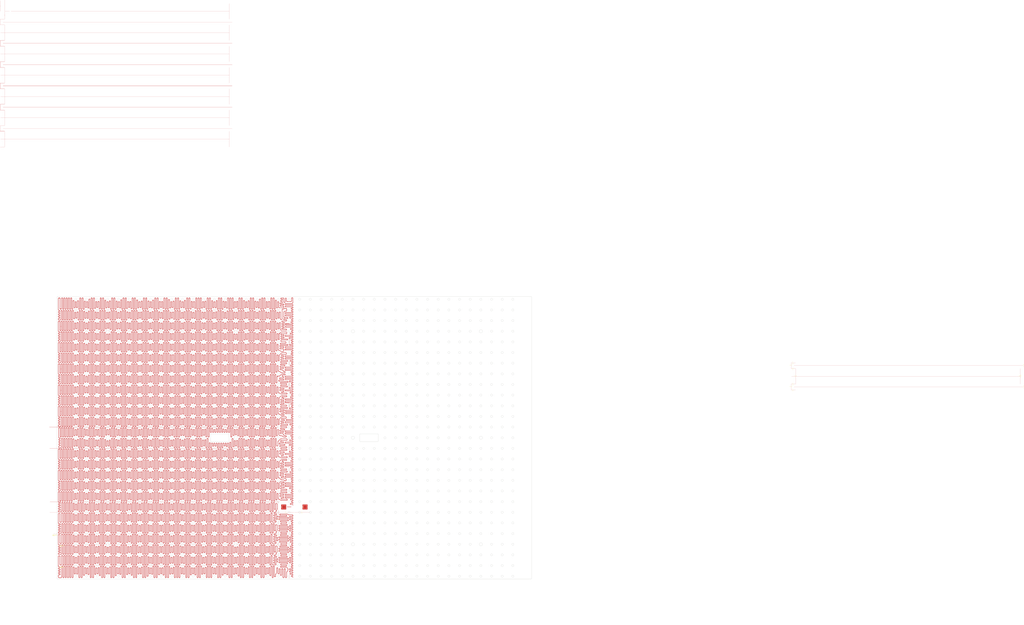
<source format=kicad_pcb>
(kicad_pcb (version 20241229) (generator "pcbnew") (generator_version "9.0")
  (layers (0 "F.Cu" signal) (2 "B.Cu" signal) (13 "F.Paste" user) (15 "B.Paste" user) (5 "F.SilkS" user "F.Silkscreen") (7 "B.SilkS" user "B.Silkscreen") (1 "F.Mask" user) (3 "B.Mask" user) (25 "Edge.Cuts" user))
  (net 0 "")
  (net 1 "/TRACE")
  (footprint "" (layer "F.Cu") (at 301.749999 -115)
    (property "Reference" "")
    (property "Value" "")
  )
  (footprint "" (layer "F.Cu") (at 542.999999 335.5 180)
    (property "Reference" "")
    (property "Value" "")
  )
  (footprint "Heatsink:lineHeater8" (layer "F.Cu") (at 1249.524999 279)
    (property "Reference" "REF**")
    (property "Value" "lineHeater8")
  )
  (footprint "" (layer "F.Cu") (at 136.499999 -85)
    (property "Reference" "")
    (property "Value" "")
  )
  (footprint "" (layer "F.Cu") (at 539.899999 421.5 180)
    (property "Reference" "")
    (property "Value" "")
  )
  (footprint "" (layer "F.Cu") (at 139.599999 -209)
    (property "Reference" "")
    (property "Value" "")
  )
  (footprint "" (layer "F.Cu") (at 366.689999 365.48 180)
    (property "Reference" "")
    (property "Value" "")
  )
  (footprint "" (layer "F.Cu") (at 139.599999 -179)
    (property "Reference" "")
    (property "Value" "")
  )
  (footprint "" (layer "F.Cu") (at 539.899999 331.5 180)
    (property "Reference" "")
    (property "Value" "")
  )
  (footprint "" (layer "F.Cu") (at 142.799999 -100)
    (property "Reference" "")
    (property "Value" "")
  )
  (footprint "Heatsink:lineHeater22" (layer "F.Cu") (at 527.999999 540.5)
    (property "Reference" "REF**")
    (property "Value" "lineHeater22")
  )
  (footprint "" (layer "F.Cu") (at 139.599999 -89)
    (property "Reference" "")
    (property "Value" "")
  )
  (footprint "" (layer "F.Cu") (at 142.799999 -190)
    (property "Reference" "")
    (property "Value" "")
  )
  (footprint "" (layer "F.Cu") (at 142.799999 -212.1)
    (property "Reference" "")
    (property "Value" "")
  )
  (footprint "" (layer "F.Cu") (at 542.999999 455.5 180)
    (property "Reference" "")
    (property "Value" "")
  )
  (footprint "" (layer "F.Cu") (at 136.499999 -85)
    (property "Reference" "")
    (property "Value" "")
  )
  (footprint "" (layer "F.Cu") (at 536.129999 418.32 -90)
    (property "Reference" "")
    (property "Value" "")
  )
  (footprint "" (layer "F.Cu") (at 139.599999 -51)
    (property "Reference" "")
    (property "Value" "")
  )
  (footprint "" (layer "F.Cu") (at 139.599999 -111)
    (property "Reference" "")
    (property "Value" "")
  )
  (footprint "" (layer "F.Cu") (at 539.969999 340.78 180)
    (property "Reference" "")
    (property "Value" "")
  )
  (footprint "" (layer "F.Cu") (at 301.749999 -85)
    (property "Reference" "")
    (property "Value" "")
  )
  (footprint "" (layer "F.Cu") (at 539.899999 331.5 180)
    (property "Reference" "")
    (property "Value" "")
  )
  (footprint "" (layer "F.Cu") (at 539.899999 459.5 180)
    (property "Reference" "")
    (property "Value" "")
  )
  (footprint "Heatsink:lineHeater307.5" (layer "F.Cu") (at 210.499999 515.5)
    (property "Reference" "REF**" (hide yes))
    (property "Value" "lineHeater307.5" (hide yes))
  )
  (footprint "Heatsink:lineHeater22" (layer "F.Cu") (at 1255.824999 294)
    (property "Reference" "REF**")
    (property "Value" "lineHeater22")
  )
  (footprint "" (layer "F.Cu") (at 539.839999 325.37)
    (property "Reference" "")
    (property "Value" "")
  )
  (footprint "" (layer "F.Cu") (at 142.799999 -225)
    (property "Reference" "")
    (property "Value" "")
  )
  (footprint "" (layer "F.Cu") (at 366.809999 365.65)
    (property "Reference" "")
    (property "Value" "")
  )
  (footprint "" (layer "F.Cu") (at 458.999999 -130)
    (property "Reference" "")
    (property "Value" "")
  )
  (footprint "" (layer "F.Cu") (at 301.749999 -115)
    (property "Reference" "")
    (property "Value" "")
  )
  (footprint "" (layer "F.Cu") (at 139.599999 -141)
    (property "Reference" "")
    (property "Value" "")
  )
  (footprint "" (layer "F.Cu") (at 458.999999 -220)
    (property "Reference" "")
    (property "Value" "")
  )
  (footprint "" (layer "F.Cu") (at 297.999999 -70)
    (property "Reference" "")
    (property "Value" "")
  )
  (footprint "" (layer "F.Cu") (at 139.599999 -81)
    (property "Reference" "")
    (property "Value" "")
  )
  (footprint "" (layer "F.Cu") (at 367.119999 395.29)
    (property "Reference" "")
    (property "Value" "")
  )
  (footprint "" (layer "F.Cu") (at 142.799999 -70)
    (property "Reference" "")
    (property "Value" "")
  )
  (footprint "" (layer "F.Cu") (at 305.249999 -220)
    (property "Reference" "")
    (property "Value" "")
  )
  (footprint "Heatsink:lineHeater22" (layer "F.Cu") (at 538.999999 485.5 90)
    (property "Reference" "REF**")
    (property "Value" "lineHeater22")
  )
  (footprint "" (layer "F.Cu") (at 297.999999 -130)
    (property "Reference" "")
    (property "Value" "")
  )
  (footprint "" (layer "F.Cu") (at 301.749999 -175)
    (property "Reference" "")
    (property "Value" "")
  )
  (footprint "" (layer "F.Cu") (at 542.999999 305.5 180)
    (property "Reference" "")
    (property "Value" "")
  )
  (footprint "" (layer "F.Cu") (at 139.599999 -119)
    (property "Reference" "")
    (property "Value" "")
  )
  (footprint "" (layer "F.Cu") (at 301.749999 -205)
    (property "Reference" "")
    (property "Value" "")
  )
  (footprint "TestPoint:TestPoint_Pad_4.0x4.0mm" (layer "F.Cu") (at 535.499999 478 90)
    (property "Reference" "J1")
    (property "Value" "Conn_01x01_Pin")
  )
  (footprint "" (layer "F.Cu") (at 301.749999 -145)
    (property "Reference" "")
    (property "Value" "")
  )
  (footprint "" (layer "F.Cu") (at 530.479999 418.19 -90)
    (property "Reference" "")
    (property "Value" "")
  )
  (footprint "" (layer "F.Cu") (at 139.599999 -179)
    (property "Reference" "")
    (property "Value" "")
  )
  (footprint "" (layer "F.Cu") (at 139.599999 -29)
    (property "Reference" "")
    (property "Value" "")
  )
  (footprint "Heatsink:lineHeater8" (layer "F.Cu") (at 1249.524999 309)
    (property "Reference" "REF**")
    (property "Value" "lineHeater8")
  )
  (footprint "" (layer "F.Cu") (at 139.599999 -149)
    (property "Reference" "")
    (property "Value" "")
  )
  (footprint "" (layer "F.Cu") (at 543.439999 382.96 90)
    (property "Reference" "")
    (property "Value" "")
  )
  (footprint "" (layer "F.Cu") (at 136.499999 -145)
    (property "Reference" "")
    (property "Value" "")
  )
  (footprint "" (layer "F.Cu") (at 539.999999 219.5 180)
    (property "Reference" "")
    (property "Value" "")
  )
  (footprint "" (layer "F.Cu") (at 542.709999 390.57 90)
    (property "Reference" "")
    (property "Value" "")
  )
  (footprint "Heatsink:lineHeater322.5" (layer "F.Cu") (at 1576.024999 279 -90)
    (property "Reference" "REF**")
    (property "Value" "lineHeater322.5")
  )
  (footprint "" (layer "F.Cu") (at 539.899999 421.5 180)
    (property "Reference" "")
    (property "Value" "")
  )
  (footprint "" (layer "F.Cu") (at 539.999999 219.5 180)
    (property "Reference" "")
    (property "Value" "")
  )
  (footprint "" (layer "F.Cu") (at 139.599999 -171)
    (property "Reference" "")
    (property "Value" "")
  )
  (footprint "" (layer "F.Cu") (at 142.799999 -40)
    (property "Reference" "")
    (property "Value" "")
  )
  (footprint "" (layer "F.Cu") (at 367.139999 395.56 180)
    (property "Reference" "")
    (property "Value" "")
  )
  (footprint "" (layer "F.Cu") (at 136.499999 -205)
    (property "Reference" "")
    (property "Value" "")
  )
  (footprint "" (layer "F.Cu") (at 539.999999 219.5 180)
    (property "Reference" "")
    (property "Value" "")
  )
  (footprint "" (layer "F.Cu") (at 542.999999 275.5 180)
    (property "Reference" "")
    (property "Value" "")
  )
  (footprint "" (layer "F.Cu") (at 367.479999 470.76)
    (property "Reference" "")
    (property "Value" "")
  )
  (footprint "" (layer "F.Cu") (at 542.999999 335.5 180)
    (property "Reference" "")
    (property "Value" "")
  )
  (footprint "" (layer "F.Cu") (at 544.549999 322.28 90)
    (property "Reference" "")
    (property "Value" "")
  )
  (footprint "" (layer "F.Cu") (at 136.499999 -145)
    (property "Reference" "")
    (property "Value" "")
  )
  (footprint "" (layer "F.Cu") (at 542.659999 308.36)
    (property "Reference" "")
    (property "Value" "")
  )
  (footprint "" (layer "F.Cu") (at 542.999999 302.44 90)
    (property "Reference" "")
    (property "Value" "")
  )
  (footprint "" (layer "F.Cu") (at 146.499999 -220)
    (property "Reference" "")
    (property "Value" "")
  )
  (footprint "" (layer "F.Cu") (at 139.599999 -171)
    (property "Reference" "")
    (property "Value" "")
  )
  (footprint "" (layer "F.Cu") (at 458.999999 -160)
    (property "Reference" "")
    (property "Value" "")
  )
  (footprint "" (layer "F.Cu") (at 297.999999 -40)
    (property "Reference" "")
    (property "Value" "")
  )
  (footprint "" (layer "F.Cu") (at 142.799999 -130)
    (property "Reference" "")
    (property "Value" "")
  )
  (footprint "Heatsink:lineHeater322.5" (layer "F.Cu") (at 1576.024999 309 -90)
    (property "Reference" "REF**")
    (property "Value" "lineHeater322.5")
  )
  (footprint "" (layer "F.Cu") (at 136.499999 -115)
    (property "Reference" "")
    (property "Value" "")
  )
  (footprint "" (layer "F.Cu") (at 139.599999 -119)
    (property "Reference" "")
    (property "Value" "")
  )
  (footprint "" (layer "F.Cu") (at 539.899999 449.63 180)
    (property "Reference" "")
    (property "Value" "")
  )
  (footprint "" (layer "F.Cu") (at 297.999999 -160)
    (property "Reference" "")
    (property "Value" "")
  )
  (footprint "" (layer "F.Cu") (at 301.749999 -145)
    (property "Reference" "")
    (property "Value" "")
  )
  (footprint "" (layer "F.Cu") (at 536.749999 220.09 180)
    (property "Reference" "")
    (property "Value" "")
  )
  (footprint "" (layer "F.Cu") (at 301.749999 -175)
    (property "Reference" "")
    (property "Value" "")
  )
  (footprint "" (layer "F.Cu") (at 542.999999 245.5 180)
    (property "Reference" "")
    (property "Value" "")
  )
  (footprint "" (layer "F.Cu") (at 542.999999 395.5 180)
    (property "Reference" "")
    (property "Value" "")
  )
  (footprint "" (layer "F.Cu") (at 139.599999 -81)
    (property "Reference" "")
    (property "Value" "")
  )
  (footprint "Heatsink:lineHeater6.3" (layer "F.Cu") (at 1252.624999 305 90)
    (property "Reference" "REF**")
    (property "Value" "lineHeater6.3")
  )
  (footprint "Heatsink:lineHeater6.3" (layer "F.Cu") (at 1252.624999 313 90)
    (property "Reference" "REF**")
    (property "Value" "lineHeater6.3")
  )
  (footprint "" (layer "F.Cu") (at 142.799999 -160)
    (property "Reference" "")
    (property "Value" "")
  )
  (footprint "" (layer "F.Cu") (at 542.999999 305.5 180)
    (property "Reference" "")
    (property "Value" "")
  )
  (footprint "" (layer "F.Cu") (at 301.749999 -85)
    (property "Reference" "")
    (property "Value" "")
  )
  (footprint "Heatsink:lineHeater307.5" (layer "F.Cu") (at 220.499999 530.5)
    (property "Reference" "REF**" (hide yes))
    (property "Value" "lineHeater307.5" (hide yes))
  )
  (footprint "Heatsink:lineHeater22" (layer "F.Cu") (at 527.999999 518.5)
    (property "Reference" "REF**")
    (property "Value" "lineHeater22")
  )
  (footprint "Heatsink:lineHeater322" (layer "F.Cu") (at 1572.024999 294 -90)
    (property "Reference" "REF**")
    (property "Value" "lineHeater322")
  )
  (footprint "" (layer "F.Cu") (at 367.179999 485.32)
    (property "Reference" "")
    (property "Value" "")
  )
  (footprint "" (layer "F.Cu") (at 297.999999 -190)
    (property "Reference" "")
    (property "Value" "")
  )
  (footprint "" (layer "F.Cu") (at 542.999999 335.5 180)
    (property "Reference" "")
    (property "Value" "")
  )
  (footprint "" (layer "F.Cu") (at 136.499999 -231.1)
    (property "Reference" "")
    (property "Value" "")
  )
  (footprint "" (layer "F.Cu") (at 136.499999 -224)
    (property "Reference" "")
    (property "Value" "")
  )
  (footprint "" (layer "F.Cu") (at 139.599999 -111)
    (property "Reference" "")
    (property "Value" "")
  )
  (footprint "" (layer "F.Cu") (at 376.328719 200.287679 180)
    (property "Reference" "")
    (property "Value" "")
  )
  (footprint "" (layer "F.Cu") (at 542.999999 395.5 180)
    (property "Reference" "")
    (property "Value" "")
  )
  (footprint "" (layer "F.Cu") (at 136.499999 -175)
    (property "Reference" "")
    (property "Value" "")
  )
  (footprint "" (layer "F.Cu") (at 539.899999 331.5 180)
    (property "Reference" "")
    (property "Value" "")
  )
  (footprint "" (layer "F.Cu") (at 542.999999 568.3)
    (property "Reference" "")
    (property "Value" "")
  )
  (footprint "Heatsink:lineHeater22" (layer "F.Cu") (at 527.999999 496.5)
    (property "Reference" "REF**")
    (property "Value" "lineHeater22")
  )
  (footprint "" (layer "F.Cu") (at 542.999999 545.8)
    (property "Reference" "")
    (property "Value" "")
  )
  (footprint "TestPoint:TestPoint_Pad_4.0x4.0mm" (layer "F.Cu") (at 565.499999 478 90)
    (property "Reference" "J2")
    (property "Value" "Conn_01x01_Pin")
  )
  (footprint "" (layer "F.Cu") (at 530.499999 450.3)
    (property "Reference" "")
    (property "Value" "")
  )
  (footprint "" (layer "F.Cu") (at 527.999999 481.5)
    (property "Reference" "")
    (property "Value" "")
  )
  (footprint "Heatsink:lineHeater22" (layer "F.Cu") (at 1572.024999 294)
    (property "Reference" "REF**")
    (property "Value" "lineHeater22")
  )
  (footprint "" (layer "F.Cu") (at 139.599999 -141)
    (property "Reference" "")
    (property "Value" "")
  )
  (footprint "" (layer "F.Cu") (at 301.749999 -55)
    (property "Reference" "")
    (property "Value" "")
  )
  (footprint "" (layer "F.Cu") (at 139.599999 -201)
    (property "Reference" "")
    (property "Value" "")
  )
  (footprint "" (layer "F.Cu") (at 536.869999 344.05 -90)
    (property "Reference" "")
    (property "Value" "")
  )
  (footprint "" (layer "F.Cu") (at 530.499999 448 -90)
    (property "Reference" "")
    (property "Value" "")
  )
  (footprint "" (layer "F.Cu") (at 540.199999 414.84 180)
    (property "Reference" "")
    (property "Value" "")
  )
  (footprint "" (layer "F.Cu") (at 458.999999 -190)
    (property "Reference" "")
    (property "Value" "")
  )
  (footprint "Heatsink:lineHeater307.5" (layer "F.Cu") (at 220.499999 560.5)
    (property "Reference" "REF**" (hide yes))
    (property "Value" "lineHeater307.5" (hide yes))
  )
  (footprint "" (layer "F.Cu") (at 536.799999 446.63 90)
    (property "Reference" "")
    (property "Value" "")
  )
  (footprint "" (layer "F.Cu") (at 136.499999 -175)
    (property "Reference" "")
    (property "Value" "")
  )
  (footprint "" (layer "F.Cu") (at 458.999999 -70)
    (property "Reference" "")
    (property "Value" "")
  )
  (footprint "" (layer "F.Cu") (at 542.999999 275.5 180)
    (property "Reference" "")
    (property "Value" "")
  )
  (footprint "" (layer "F.Cu") (at 367.519999 470.92)
    (property "Reference" "")
    (property "Value" "")
  )
  (footprint "" (layer "F.Cu") (at 539.899999 331.5 180)
    (property "Reference" "")
    (property "Value" "")
  )
  (footprint "" (layer "F.Cu") (at 139.599999 -51)
    (property "Reference" "")
    (property "Value" "")
  )
  (footprint "" (layer "F.Cu") (at 543.099999 245.5 180)
    (property "Reference" "")
    (property "Value" "")
  )
  (footprint "" (layer "F.Cu") (at 227.749999 365.5)
    (property "Reference" "")
    (property "Value" "")
  )
  (footprint "" (layer "F.Cu") (at 136.499999 -115)
    (property "Reference" "")
    (property "Value" "")
  )
  (footprint "" (layer "F.Cu") (at 536.199999 462.6 90)
    (property "Reference" "")
    (property "Value" "")
  )
  (footprint "" (layer "F.Cu") (at 544.069999 234.5)
    (property "Reference" "")
    (property "Value" "")
  )
  (footprint "" (layer "F.Cu") (at 542.999999 500.8)
    (property "Reference" "")
    (property "Value" "")
  )
  (footprint "" (layer "F.Cu") (at 540.489999 465.68)
    (property "Reference" "")
    (property "Value" "")
  )
  (footprint "" (layer "F.Cu") (at 529.229999 340.87 90)
    (property "Reference" "")
    (property "Value" "")
  )
  (footprint "" (layer "F.Cu") (at 540.459999 443.49)
    (property "Reference" "")
    (property "Value" "")
  )
  (footprint "" (layer "F.Cu") (at 542.819999 407.59 90)
    (property "Reference" "")
    (property "Value" "")
  )
  (footprint "" (layer "F.Cu") (at 458.999999 -100)
    (property "Reference" "")
    (property "Value" "")
  )
  (footprint "" (layer "F.Cu") (at 381.639999 230.44)
    (property "Reference" "")
    (property "Value" "")
  )
  (footprint "" (layer "F.Cu") (at 297.999999 -100)
    (property "Reference" "")
    (property "Value" "")
  )
  (footprint "" (layer "F.Cu") (at 139.599999 -149)
    (property "Reference" "")
    (property "Value" "")
  )
  (footprint "" (layer "F.Cu") (at 458.999999 -40)
    (property "Reference" "")
    (property "Value" "")
  )
  (footprint "Heatsink:lineHeater6.3" (layer "F.Cu") (at 1252.624999 275 90)
    (property "Reference" "REF**")
    (property "Value" "lineHeater6.3")
  )
  (footprint "" (layer "F.Cu") (at 139.599999 -89)
    (property "Reference" "")
    (property "Value" "")
  )
  (footprint "" (layer "F.Cu") (at 542.999999 523.3)
    (property "Reference" "")
    (property "Value" "")
  )
  (footprint "" (layer "F.Cu") (at 139.599999 -51)
    (property "Reference" "")
    (property "Value" "")
  )
  (footprint "" (layer "F.Cu") (at 542.999999 425.5 180)
    (property "Reference" "")
    (property "Value" "")
  )
  (footprint "Heatsink:lineHeater6.3" (layer "F.Cu") (at 1252.624999 283 90)
    (property "Reference" "REF**")
    (property "Value" "lineHeater6.3")
  )
  (footprint "" (layer "F.Cu") (at 139.599999 -59)
    (property "Reference" "")
    (property "Value" "")
  )
  (footprint "" (layer "F.Cu") (at 542.999999 245.5 180)
    (property "Reference" "")
    (property "Value" "")
  )
  (footprint "" (layer "F.Cu") (at 136.499999 -55)
    (property "Reference" "")
    (property "Value" "")
  )
  (footprint "Heatsink:lineHeater22" (layer "F.Cu") (at 561.599999 485.5 90)
    (property "Reference" "REF**")
    (property "Value" "lineHeater22")
  )
  (footprint "" (layer "F.Cu") (at 539.899999 331.5 180)
    (property "Reference" "")
    (property "Value" "")
  )
  (footprint "" (layer "F.Cu") (at 539.899999 421.5 180)
    (property "Reference" "")
    (property "Value" "")
  )
  (gr_arc (start 531.829999 188.71) (mid 530.929999 187.81) (end 531.829999 186.91) (stroke (width 0.54)) (layer "F.Cu") (net 1))
  (gr_arc (start 533.239999 213.17) (mid 532.069999 214.34) (end 530.899999 213.17) (stroke (width 0.54)) (layer "F.Cu") (net 1))
  (gr_arc (start 218.409999 517.5) (mid 219.490186 516.42986) (end 220.550186 517.52) (stroke (width 0.54)) (layer "F.Cu") (net 1))
  (gr_arc (start 538.949999 231.64) (mid 540.109999 232.8) (end 538.949999 233.96) (stroke (width 0.54)) (layer "F.Cu") (net 1))
  (gr_arc (start 222.749999 498.65) (mid 221.649999 499.75) (end 220.549999 498.65) (stroke (width 0.54)) (layer "F.Cu") (net 1))
  (gr_arc (start 218.409999 547.72) (mid 219.490186 546.64986) (end 220.550186 547.74) (stroke (width 0.54)) (layer "F.Cu") (net 1))
  (gr_arc (start 523.959999 533.95) (mid 525.099999 532.81) (end 526.239999 533.95) (stroke (width 0.54)) (layer "F.Cu") (net 1))
  (gr_arc (start 537.579999 184.67) (mid 538.449999 183.8) (end 539.319999 184.67) (stroke (width 0.54)) (layer "F.Cu") (net 1))
  (gr_arc (start 537.579999 189.22) (mid 536.679999 190.12) (end 535.779999 189.22) (stroke (width 0.54)) (layer "F.Cu") (net 1))
  (gr_arc (start 222.749999 517.2) (mid 223.749999 516.2) (end 224.749999 517.2) (stroke (width 0.54)) (layer "F.Cu") (net 1))
  (gr_arc (start 537.799999 245.2) (mid 538.889999 246.29) (end 537.799999 247.38) (stroke (width 0.54)) (layer "F.Cu") (net 1))
  (gr_arc (start 538.229999 350.91) (mid 539.389999 352.07) (end 538.229998 353.23) (stroke (width 0.54)) (layer "F.Cu") (net 1))
  (gr_arc (start 222.749999 547.2) (mid 223.749999 546.2) (end 224.749999 547.2) (stroke (width 0.54)) (layer "F.Cu") (net 1))
  (gr_arc (start 532.539999 245.2) (mid 531.419999 244.08) (end 532.539999 242.96) (stroke (width 0.54)) (layer "F.Cu") (net 1))
  (gr_arc (start 526.599945 369.73) (mid 527.524945 368.78996) (end 528.459999 369.72) (stroke (width 0.54)) (layer "F.Cu") (net 1))
  (gr_arc (start 534.809999 195.3) (mid 535.859999 196.35) (end 534.809999 197.4) (stroke (width 0.54)) (layer "F.Cu") (net 1))
  (gr_arc (start 524.079953 473.96) (mid 525.164999 472.879966) (end 526.239999 473.97) (stroke (width 0.54)) (layer "F.Cu") (net 1))
  (gr_arc (start 222.749999 558.65) (mid 221.649999 559.75) (end 220.549999 558.65) (stroke (width 0.54)) (layer "F.Cu") (net 1))
  (gr_arc (start 523.959999 503.95) (mid 525.099999 502.81) (end 526.239999 503.95) (stroke (width 0.54)) (layer "F.Cu") (net 1))
  (gr_arc (start 527.375017 391.15506) (mid 526.229999 392.28) (end 525.105072 391.134971) (stroke (width 0.54)) (layer "F.Cu") (net 1))
  (gr_arc (start 538.769999 214.35) (mid 539.699999 215.28) (end 538.769999 216.21) (stroke (width 0.54)) (layer "F.Cu") (net 1))
  (gr_arc (start 539.279999 381.91) (mid 540.5 383.13) (end 539.279999 384.35) (stroke (width 0.54)) (layer "F.Cu") (net 1))
  (gr_arc (start 218.409812 487.9) (mid 219.489999 486.82986) (end 220.549999 487.92) (stroke (width 0.54)) (layer "F.Cu") (net 1))
  (gr_arc (start 538.269999 260.67) (mid 539.549999 261.95) (end 538.269999 263.23) (stroke (width 0.54)) (layer "F.Cu") (net 1))
  (gr_arc (start 222.749999 528.65) (mid 221.649999 529.75) (end 220.549999 528.65) (stroke (width 0.54)) (layer "F.Cu") (net 1))
  (gr_arc (start 222.749999 487.2) (mid 223.749999 486.2) (end 224.749999 487.2) (stroke (width 0.54)) (layer "F.Cu") (net 1))
  (gr_arc (start 546.579999 184.06) (mid 547.499999 183.14) (end 548.419999 184.06) (stroke (width 0.54)) (layer "F.Cu") (net 1))
  (gr_arc (start 533.049999 188.7) (mid 533.949999 189.6) (end 533.049999 190.5) (stroke (width 0.54)) (layer "F.Cu") (net 1))
  (gr_circle (center 422.999999 440.499999) (end 422.999999 438.999999) (stroke (width 0.25)) (fill no) (layer "Edge.Cuts"))
  (gr_circle (center 827.999999 455.499999) (end 827.999999 453.999999) (stroke (width 0.25)) (fill no) (layer "Edge.Cuts"))
  (gr_circle (center 617.999999 425.499999) (end 617.999999 423.999999) (stroke (width 0.25)) (fill no) (layer "Edge.Cuts"))
  (gr_circle (center 662.999999 290.499999) (end 662.999999 288.999999) (stroke (width 0.25)) (fill no) (layer "Edge.Cuts"))
  (gr_circle (center 737.999999 470.499999) (end 737.999999 468.999999) (stroke (width 0.25)) (fill no) (layer "Edge.Cuts"))
  (gr_circle (center 272.999999 395.499999) (end 272.999999 393.999999) (stroke (width 0.25)) (fill no) (layer "Edge.Cuts"))
  (gr_circle (center 707.999999 410.499999) (end 707.999999 408.999999) (stroke (width 0.25)) (fill no) (layer "Edge.Cuts"))
  (gr_circle (center 587.999999 425.499999) (end 587.999999 423.999999) (stroke (width 0.25)) (fill no) (layer "Edge.Cuts"))
  (gr_circle (center 287.999999 380.499999) (end 287.999999 378.249999) (stroke (width 0.25)) (fill no) (layer "Edge.Cuts"))
  (gr_circle (center 542.999999 485.499999) (end 542.999999 483.999999) (stroke (width 0.25)) (fill no) (layer "Edge.Cuts"))
  (gr_circle (center 722.999999 545.499999) (end 722.999999 543.999999) (stroke (width 0.25)) (fill no) (layer "Edge.Cuts"))
  (gr_circle (center 857.999999 530.499999) (end 857.999999 528.999999) (stroke (width 0.25)) (fill no) (layer "Edge.Cuts"))
  (gr_arc (start 668.499999 385.199998) (mid 668.265684 385.765684) (end 667.699998 385.999999) (stroke (width 0.25)) (layer "Edge.Cuts"))
  (gr_circle (center 377.999999 425.499999) (end 377.999999 423.999999) (stroke (width 0.25)) (fill no) (layer "Edge.Cuts"))
  (gr_arc (start 458.499999 385.199998) (mid 458.265684 385.765684) (end 457.699998 385.999999) (stroke (width 0.25)) (layer "Edge.Cuts"))
  (gr_circle (center 827.999999 440.499999) (end 827.999999 438.999999) (stroke (width 0.25)) (fill no) (layer "Edge.Cuts"))
  (gr_circle (center 812.999999 575.499999) (end 812.999999 573.999999) (stroke (width 0.25)) (fill no) (layer "Edge.Cuts"))
  (gr_circle (center 407.999999 275.499999) (end 407.999999 273.999999) (stroke (width 0.25)) (fill no) (layer "Edge.Cuts"))
  (gr_circle (center 572.999999 455.499999) (end 572.999999 453.999999) (stroke (width 0.25)) (fill no) (layer "Edge.Cuts"))
  (gr_circle (center 392.999999 440.499999) (end 392.999999 438.999999) (stroke (width 0.25)) (fill no) (layer "Edge.Cuts"))
  (gr_circle (center 557.999999 575.499999) (end 557.999999 573.999999) (stroke (width 0.25)) (fill no) (layer "Edge.Cuts"))
  (gr_circle (center 857.999999 260.499999) (end 857.999999 258.999999) (stroke (width 0.25)) (fill no) (layer "Edge.Cuts"))
  (gr_circle (center 527.999999 485.499999) (end 527.999999 483.999999) (stroke (width 0.25)) (fill no) (layer "Edge.Cuts"))
  (gr_circle (center 842.999999 395.499999) (end 842.999999 393.999999) (stroke (width 0.25)) (fill no) (layer "Edge.Cuts"))
  (gr_circle (center 452.999999 185.499999) (end 452.999999 183.999999) (stroke (width 0.25)) (fill no) (layer "Edge.Cuts"))
  (gr_circle (center 767.999999 500.499999) (end 767.999999 498.999999) (stroke (width 0.25)) (fill no) (layer "Edge.Cuts"))
  (gr_circle (center 632.999999 575.499999) (end 632.999999 573.999999) (stroke (width 0.25)) (fill no) (layer "Edge.Cuts"))
  (gr_circle (center 842.999999 500.499999) (end 842.999999 498.999999) (stroke (width 0.25)) (fill no) (layer "Edge.Cuts"))
  (gr_circle (center 737.999999 575.499999) (end 737.999999 573.999999) (stroke (width 0.25)) (fill no) (layer "Edge.Cuts"))
  (gr_circle (center 257.999999 515.499999) (end 257.999999 513.999999) (stroke (width 0.25)) (fill no) (layer "Edge.Cuts"))
  (gr_circle (center 842.999999 410.499999) (end 842.999999 408.999999) (stroke (width 0.25)) (fill no) (layer "Edge.Cuts"))
  (gr_circle (center 602.999999 545.499999) (end 602.999999 543.999999) (stroke (width 0.25)) (fill no) (layer "Edge.Cuts"))
  (gr_circle (center 572.999999 320.499999) (end 572.999999 318.999999) (stroke (width 0.25)) (fill no) (layer "Edge.Cuts"))
  (gr_circle (center 377.999999 335.499999) (end 377.999999 333.999999) (stroke (width 0.25)) (fill no) (layer "Edge.Cuts"))
  (gr_circle (center 317.999999 230.499999) (end 317.999999 228.999999) (stroke (width 0.25)) (fill no) (layer "Edge.Cuts"))
  (gr_circle (center 452.999999 515.499999) (end 452.999999 513.999999) (stroke (width 0.25)) (fill no) (layer "Edge.Cuts"))
  (gr_circle (center 272.999999 500.499999) (end 272.999999 498.999999) (stroke (width 0.25)) (fill no) (layer "Edge.Cuts"))
  (gr_circle (center 362.999999 335.499999) (end 362.999999 333.999999) (stroke (width 0.25)) (fill no) (layer "Edge.Cuts"))
  (gr_circle (center 557.999999 335.499999) (end 557.999999 333.999999) (stroke (width 0.25)) (fill no) (layer "Edge.Cuts"))
  (gr_circle (center 257.999999 245.499999) (end 257.999999 243.999999) (stroke (width 0.25)) (fill no) (layer "Edge.Cuts"))
  (gr_circle (center 647.999999 530.499999) (end 647.999999 528.999999) (stroke (width 0.25)) (fill no) (layer "Edge.Cuts"))
  (gr_line (start 217.499998 579.499999) (end 883.5 579.499999) (stroke (width 0.25)) (layer "Edge.Cuts"))
  (gr_circle (center 347.999999 410.499999) (end 347.999999 408.999999) (stroke (width 0.25)) (fill no) (layer "Edge.Cuts"))
  (gr_circle (center 647.999999 275.499999) (end 647.999999 273.999999) (stroke (width 0.25)) (fill no) (layer "Edge.Cuts"))
  (gr_circle (center 482.999999 380.499999) (end 482.999999 378.999999) (stroke (width 0.25)) (fill no) (layer "Edge.Cuts"))
  (gr_circle (center 722.999999 230.499999) (end 722.999999 228.999999) (stroke (width 0.25)) (fill no) (layer "Edge.Cuts"))
  (gr_circle (center 752.999999 230.499999) (end 752.999999 228.999999) (stroke (width 0.25)) (fill no) (layer "Edge.Cuts"))
  (gr_circle (center 467.999999 500.499999) (end 467.999999 498.999999) (stroke (width 0.25)) (fill no) (layer "Edge.Cuts"))
  (gr_circle (center 467.999999 200.499999) (end 467.999999 198.999999) (stroke (width 0.25)) (fill no) (layer "Edge.Cuts"))
  (gr_circle (center 497.999999 305.499999) (end 497.999999 303.999999) (stroke (width 0.25)) (fill no) (layer "Edge.Cuts"))
  (gr_circle (center 752.999999 350.499999) (end 752.999999 348.999999) (stroke (width 0.25)) (fill no) (layer "Edge.Cuts"))
  (gr_circle (center 827.999999 230.499999) (end 827.999999 228.999999) (stroke (width 0.25)) (fill no) (layer "Edge.Cuts"))
  (gr_circle (center 812.999999 470.499999) (end 812.999999 468.999999) (stroke (width 0.25)) (fill no) (layer "Edge.Cuts"))
  (gr_circle (center 587.999999 275.499999) (end 587.999999 273.999999) (stroke (width 0.25)) (fill no) (layer "Edge.Cuts"))
  (gr_circle (center 557.999999 485.499999) (end 557.999999 483.999999) (stroke (width 0.25)) (fill no) (layer "Edge.Cuts"))
  (gr_circle (center 632.999999 515.499999) (end 632.999999 513.999999) (stroke (width 0.25)) (fill no) (layer "Edge.Cuts"))
  (gr_circle (center 857.999999 350.499999) (end 857.999999 348.999999) (stroke (width 0.25)) (fill no) (layer "Edge.Cuts"))
  (gr_circle (center 722.999999 320.499999) (end 722.999999 318.999999) (stroke (width 0.25)) (fill no) (layer "Edge.Cuts"))
  (gr_line (start 884.499999 578.5) (end 884.499999 182.499999) (stroke (width 0.25)) (layer "Edge.Cuts"))
  (gr_circle (center 482.999999 395.499999) (end 482.999999 393.999999) (stroke (width 0.25)) (fill no) (layer "Edge.Cuts"))
  (gr_circle (center 512.999999 275.499999) (end 512.999999 273.999999) (stroke (width 0.25)) (fill no) (layer "Edge.Cuts"))
  (gr_circle (center 497.999999 530.499999) (end 497.999999 528.999999) (stroke (width 0.25)) (fill no) (layer "Edge.Cuts"))
  (gr_circle (center 557.999999 560.499999) (end 557.999999 558.999999) (stroke (width 0.25)) (fill no) (layer "Edge.Cuts"))
  (gr_circle (center 392.999999 410.499999) (end 392.999999 408.999999) (stroke (width 0.25)) (fill no) (layer "Edge.Cuts"))
  (gr_circle (center 632.999999 185.499999) (end 632.999999 183.999999) (stroke (width 0.25)) (fill no) (layer "Edge.Cuts"))
  (gr_circle (center 662.999999 410.499999) (end 662.999999 408.999999) (stroke (width 0.25)) (fill no) (layer "Edge.Cuts"))
  (gr_circle (center 617.999999 575.499999) (end 617.999999 573.999999) (stroke (width 0.25)) (fill no) (layer "Edge.Cuts"))
  (gr_circle (center 602.999999 425.499999) (end 602.999999 423.999999) (stroke (width 0.25)) (fill no) (layer "Edge.Cuts"))
  (gr_circle (center 272.999999 410.499999) (end 272.999999 408.999999) (stroke (width 0.25)) (fill no) (layer "Edge.Cuts"))
  (gr_circle (center 482.999999 365.499999) (end 482.999999 363.999999) (stroke (width 0.25)) (fill no) (layer "Edge.Cuts"))
  (gr_circle (center 527.999999 575.499999) (end 527.999999 573.999999) (stroke (width 0.25)) (fill no) (layer "Edge.Cuts"))
  (gr_circle (center 707.999999 560.499999) (end 707.999999 558.999999) (stroke (width 0.25)) (fill no) (layer "Edge.Cuts"))
  (gr_circle (center 767.999999 515.499999) (end 767.999999 513.999999) (stroke (width 0.25)) (fill no) (layer "Edge.Cuts"))
  (gr_circle (center 407.999999 395.499999) (end 407.999999 393.999999) (stroke (width 0.25)) (fill no) (layer "Edge.Cuts"))
  (gr_circle (center 737.999999 290.499999) (end 737.999999 288.999999) (stroke (width 0.25)) (fill no) (layer "Edge.Cuts"))
  (gr_circle (center 407.999999 260.499999) (end 407.999999 258.999999) (stroke (width 0.25)) (fill no) (layer "Edge.Cuts"))
  (gr_circle (center 827.999999 365.499999) (end 827.999999 363.999999) (stroke (width 0.25)) (fill no) (layer "Edge.Cuts"))
  (gr_circle (center 272.999999 305.499999) (end 272.999999 303.999999) (stroke (width 0.25)) (fill no) (layer "Edge.Cuts"))
  (gr_circle (center 812.999999 440.499999) (end 812.999999 438.999999) (stroke (width 0.25)) (fill no) (layer "Edge.Cuts"))
  (gr_circle (center 602.999999 380.499999) (end 602.999999 378.999999) (stroke (width 0.25)) (fill no) (layer "Edge.Cuts"))
  (gr_circle (center 812.999999 275.499999) (end 812.999999 273.999999) (stroke (width 0.25)) (fill no) (layer "Edge.Cuts"))
  (gr_circle (center 767.999999 290.499999) (end 767.999999 288.999999) (stroke (width 0.25)) (fill no) (layer "Edge.Cuts"))
  (gr_circle (center 317.999999 275.499999) (end 317.999999 273.999999) (stroke (width 0.25)) (fill no) (layer "Edge.Cuts"))
  (gr_circle (center 662.999999 425.499999) (end 662.999999 423.999999) (stroke (width 0.25)) (fill no) (layer "Edge.Cuts"))
  (gr_circle (center 302.999999 215.499999) (end 302.999999 213.999999) (stroke (width 0.25)) (fill no) (layer "Edge.Cuts"))
  (gr_circle (center 437.999999 455.499999) (end 437.999999 453.999999) (stroke (width 0.25)) (fill no) (layer "Edge.Cuts"))
  (gr_circle (center 677.999999 440.499999) (end 677.999999 438.999999) (stroke (width 0.25)) (fill no) (layer "Edge.Cuts"))
  (gr_circle (center 857.999999 335.499999) (end 857.999999 333.999999) (stroke (width 0.25)) (fill no) (layer "Edge.Cuts"))
  (gr_circle (center 317.999999 305.499999) (end 317.999999 303.999999) (stroke (width 0.25)) (fill no) (layer "Edge.Cuts"))
  (gr_circle (center 242.999999 260.499999) (end 242.999999 258.999999) (stroke (width 0.25)) (fill no) (layer "Edge.Cuts"))
  (gr_circle (center 437.999999 410.499999) (end 437.999999 408.999999) (stroke (width 0.25)) (fill no) (layer "Edge.Cuts"))
  (gr_circle (center 737.999999 305.499999) (end 737.999999 303.999999) (stroke (width 0.25)) (fill no) (layer "Edge.Cuts"))
  (gr_circle (center 842.999999 380.499999) (end 842.999999 378.999999) (stroke (width 0.25)) (fill no) (layer "Edge.Cuts"))
  (gr_circle (center 767.999999 200.499999) (end 767.999999 198.999999) (stroke (width 0.25)) (fill no) (layer "Edge.Cuts"))
  (gr_circle (center 632.999999 350.499999) (end 632.999999 348.999999) (stroke (width 0.25)) (fill no) (layer "Edge.Cuts"))
  (gr_circle (center 827.999999 500.499999) (end 827.999999 498.999999) (stroke (width 0.25)) (fill no) (layer "Edge.Cuts"))
  (gr_circle (center 332.999999 545.499999) (end 332.999999 543.999999) (stroke (width 0.25)) (fill no) (layer "Edge.Cuts"))
  (gr_circle (center 572.999999 425.499999) (end 572.999999 423.999999) (stroke (width 0.25)) (fill no) (layer "Edge.Cuts"))
  (gr_circle (center 317.999999 440.499999) (end 317.999999 438.999999) (stroke (width 0.25)) (fill no) (layer "Edge.Cuts"))
  (gr_circle (center 467.999999 455.499999) (end 467.999999 453.999999) (stroke (width 0.25)) (fill no) (layer "Edge.Cuts"))
  (gr_circle (center 782.999999 380.499999) (end 782.999999 378.999999) (stroke (width 0.25)) (fill no) (layer "Edge.Cuts"))
  (gr_circle (center 812.999999 290.499999) (end 812.999999 288.999999) (stroke (width 0.25)) (fill no) (layer "Edge.Cuts"))
  (gr_circle (center 437.999999 305.499999) (end 437.999999 303.999999) (stroke (width 0.25)) (fill no) (layer "Edge.Cuts"))
  (gr_circle (center 557.999999 320.499999) (end 557.999999 318.999999) (stroke (width 0.25)) (fill no) (layer "Edge.Cuts"))
  (gr_circle (center 602.999999 410.499999) (end 602.999999 408.999999) (stroke (width 0.25)) (fill no) (layer "Edge.Cuts"))
  (gr_circle (center 482.999999 230.499999) (end 482.999999 228.999999) (stroke (width 0.25)) (fill no) (layer "Edge.Cuts"))
  (gr_circle (center 587.999999 350.499999) (end 587.999999 348.999999) (stroke (width 0.25)) (fill no) (layer "Edge.Cuts"))
  (gr_circle (center 707.999999 455.499999) (end 707.999999 453.999999) (stroke (width 0.25)) (fill no) (layer "Edge.Cuts"))
  (gr_circle (center 767.999999 365.499999) (end 767.999999 363.999999) (stroke (width 0.25)) (fill no) (layer "Edge.Cuts"))
  (gr_circle (center 722.999999 455.499999) (end 722.999999 453.999999) (stroke (width 0.25)) (fill no) (layer "Edge.Cuts"))
  (gr_circle (center 797.999999 350.499999) (end 797.999999 348.999999) (stroke (width 0.25)) (fill no) (layer "Edge.Cuts"))
  (gr_circle (center 767.999999 215.499999) (end 767.999999 213.999999) (stroke (width 0.25)) (fill no) (layer "Edge.Cuts"))
  (gr_circle (center 527.999999 275.499999) (end 527.999999 273.999999) (stroke (width 0.25)) (fill no) (layer "Edge.Cuts"))
  (gr_circle (center 782.999999 275.499999) (end 782.999999 273.999999) (stroke (width 0.25)) (fill no) (layer "Edge.Cuts"))
  (gr_circle (center 287.999999 260.499999) (end 287.999999 258.999999) (stroke (width 0.25)) (fill no) (layer "Edge.Cuts"))
  (gr_circle (center 542.999999 260.499999) (end 542.999999 258.999999) (stroke (width 0.25)) (fill no) (layer "Edge.Cuts"))
  (gr_circle (center 632.999999 455.499999) (end 632.999999 453.999999) (stroke (width 0.25)) (fill no) (layer "Edge.Cuts"))
  (gr_circle (center 437.999999 425.499999) (end 437.999999 423.999999) (stroke (width 0.25)) (fill no) (layer "Edge.Cuts"))
  (gr_circle (center 542.999999 455.499999) (end 542.999999 453.999999) (stroke (width 0.25)) (fill no) (layer "Edge.Cuts"))
  (gr_circle (center 632.999999 365.499999) (end 632.999999 363.999999) (stroke (width 0.25)) (fill no) (layer "Edge.Cuts"))
  (gr_circle (center 302.999999 320.499999) (end 302.999999 318.999999) (stroke (width 0.25)) (fill no) (layer "Edge.Cuts"))
  (gr_circle (center 767.999999 575.499999) (end 767.999999 573.999999) (stroke (width 0.25)) (fill no) (layer "Edge.Cuts"))
  (gr_circle (center 527.999999 545.499999) (end 527.999999 543.999999) (stroke (width 0.25)) (fill no) (layer "Edge.Cuts"))
  (gr_circle (center 512.999999 290.499999) (end 512.999999 288.999999) (stroke (width 0.25)) (fill no) (layer "Edge.Cuts"))
  (gr_circle (center 437.999999 485.499999) (end 437.999999 483.999999) (stroke (width 0.25)) (fill no) (layer "Edge.Cuts"))
  (gr_circle (center 287.999999 515.499999) (end 287.999999 513.999999) (stroke (width 0.25)) (fill no) (layer "Edge.Cuts"))
  (gr_circle (center 827.999999 575.499999) (end 827.999999 573.999999) (stroke (width 0.25)) (fill no) (layer "Edge.Cuts"))
  (gr_circle (center 512.999999 365.499999) (end 512.999999 363.999999) (stroke (width 0.25)) (fill no) (layer "Edge.Cuts"))
  (gr_circle (center 632.999999 485.499999) (end 632.999999 483.999999) (stroke (width 0.25)) (fill no) (layer "Edge.Cuts"))
  (gr_circle (center 362.999999 230.499999) (end 362.999999 228.999999) (stroke (width 0.25)) (fill no) (layer "Edge.Cuts"))
  (gr_circle (center 437.999999 365.499999) (end 437.999999 363.999999) (stroke (width 0.25)) (fill no) (layer "Edge.Cuts"))
  (gr_circle (center 662.999999 320.499999) (end 662.999999 318.999999) (stroke (width 0.25)) (fill no) (layer "Edge.Cuts"))
  (gr_circle (center 317.999999 320.499999) (end 317.999999 318.999999) (stroke (width 0.25)) (fill no) (layer "Edge.Cuts"))
  (gr_circle (center 422.999999 515.499999) (end 422.999999 513.999999) (stroke (width 0.25)) (fill no) (layer "Edge.Cuts"))
  (gr_circle (center 677.999999 380.499999) (end 677.999999 378.999999) (stroke (width 0.25)) (fill no) (layer "Edge.Cuts"))
  (gr_circle (center 542.999999 365.499999) (end 542.999999 363.999999) (stroke (width 0.25)) (fill no) (layer "Edge.Cuts"))
  (gr_circle (center 347.999999 440.499999) (end 347.999999 438.999999) (stroke (width 0.25)) (fill no) (layer "Edge.Cuts"))
  (gr_circle (center 362.999999 530.499999) (end 362.999999 528.999999) (stroke (width 0.25)) (fill no) (layer "Edge.Cuts"))
  (gr_circle (center 782.999999 545.499999) (end 782.999999 543.999999) (stroke (width 0.25)) (fill no) (layer "Edge.Cuts"))
  (gr_circle (center 632.999999 440.499999) (end 632.999999 438.999999) (stroke (width 0.25)) (fill no) (layer "Edge.Cuts"))
  (gr_circle (center 347.999999 275.499999) (end 347.999999 273.999999) (stroke (width 0.25)) (fill no) (layer "Edge.Cuts"))
  (gr_circle (center 362.999999 275.499999) (end 362.999999 273.999999) (stroke (width 0.25)) (fill no) (layer "Edge.Cuts"))
  (gr_circle (center 257.999999 425.499999) (end 257.999999 423.999999) (stroke (width 0.25)) (fill no) (layer "Edge.Cuts"))
  (gr_circle (center 452.999999 560.499999) (end 452.999999 558.999999) (stroke (width 0.25)) (fill no) (layer "Edge.Cuts"))
  (gr_circle (center 647.999999 485.499999) (end 647.999999 483.999999) (stroke (width 0.25)) (fill no) (layer "Edge.Cuts"))
  (gr_circle (center 557.999999 260.499999) (end 557.999999 258.999999) (stroke (width 0.25)) (fill no) (layer "Edge.Cuts"))
  (gr_circle (center 602.999999 515.499999) (end 602.999999 513.999999) (stroke (width 0.25)) (fill no) (layer "Edge.Cuts"))
  (gr_circle (center 587.999999 260.499999) (end 587.999999 258.999999) (stroke (width 0.25)) (fill no) (layer "Edge.Cuts"))
  (gr_circle (center 242.999999 530.499999) (end 242.999999 528.999999) (stroke (width 0.25)) (fill no) (layer "Edge.Cuts"))
  (gr_circle (center 587.999999 290.499999) (end 587.999999 288.999999) (stroke (width 0.25)) (fill no) (layer "Edge.Cuts"))
  (gr_circle (center 272.999999 515.499999) (end 272.999999 513.999999) (stroke (width 0.25)) (fill no) (layer "Edge.Cuts"))
  (gr_circle (center 407.999999 380.499999) (end 407.999999 378.999999) (stroke (width 0.25)) (fill no) (layer "Edge.Cuts"))
  (gr_circle (center 302.999999 185.499999) (end 302.999999 183.999999) (stroke (width 0.25)) (fill no) (layer "Edge.Cuts"))
  (gr_circle (center 857.999999 500.499999) (end 857.999999 498.999999) (stroke (width 0.25)) (fill no) (layer "Edge.Cuts"))
  (gr_circle (center 677.999999 515.499999) (end 677.999999 513.999999) (stroke (width 0.25)) (fill no) (layer "Edge.Cuts"))
  (gr_circle (center 692.999999 470.499999) (end 692.999999 468.999999) (stroke (width 0.25)) (fill no) (layer "Edge.Cuts"))
  (gr_circle (center 827.999999 485.499999) (end 827.999999 483.999999) (stroke (width 0.25)) (fill no) (layer "Edge.Cuts"))
  (gr_circle (center 797.999999 245.499999) (end 797.999999 243.999999) (stroke (width 0.25)) (fill no) (layer "Edge.Cuts"))
  (gr_circle (center 812.999999 320.499999) (end 812.999999 318.999999) (stroke (width 0.25)) (fill no) (layer "Edge.Cuts"))
  (gr_circle (center 377.999999 410.499999) (end 377.999999 408.999999) (stroke (width 0.25)) (fill no) (layer "Edge.Cuts"))
  (gr_circle (center 332.999999 245.499999) (end 332.999999 243.999999) (stroke (width 0.25)) (fill no) (layer "Edge.Cuts"))
  (gr_circle (center 782.999999 455.499999) (end 782.999999 453.999999) (stroke (width 0.25)) (fill no) (layer "Edge.Cuts"))
  (gr_circle (center 257.999999 440.499999) (end 257.999999 438.999999) (stroke (width 0.25)) (fill no) (layer "Edge.Cuts"))
  (gr_circle (center 512.999999 245.499999) (end 512.999999 243.999999) (stroke (width 0.25)) (fill no) (layer "Edge.Cuts"))
  (gr_circle (center 452.999999 500.499999) (end 452.999999 498.999999) (stroke (width 0.25)) (fill no) (layer "Edge.Cuts"))
  (gr_circle (center 287.999999 365.499999) (end 287.999999 363.999999) (stroke (width 0.25)) (fill no) (layer "Edge.Cuts"))
  (gr_circle (center 617.999999 395.499999) (end 617.999999 393.999999) (stroke (width 0.25)) (fill no) (layer "Edge.Cuts"))
  (gr_circle (center 797.999999 395.499999) (end 797.999999 393.999999) (stroke (width 0.25)) (fill no) (layer "Edge.Cuts"))
  (gr_circle (center 257.999999 470.499999) (end 257.999999 468.999999) (stroke (width 0.25)) (fill no) (layer "Edge.Cuts"))
  (gr_circle (center 827.999999 350.499999) (end 827.999999 348.999999) (stroke (width 0.25)) (fill no) (layer "Edge.Cuts"))
  (gr_circle (center 347.999999 200.499999) (end 347.999999 198.999999) (stroke (width 0.25)) (fill no) (layer "Edge.Cuts"))
  (gr_circle (center 557.999999 365.499999) (end 557.999999 363.999999) (stroke (width 0.25)) (fill no) (layer "Edge.Cuts"))
  (gr_circle (center 302.999999 575.499999) (end 302.999999 573.999999) (stroke (width 0.25)) (fill no) (layer "Edge.Cuts"))
  (gr_circle (center 707.999999 335.499999) (end 707.999999 333.999999) (stroke (width 0.25)) (fill no) (layer "Edge.Cuts"))
  (gr_circle (center 377.999999 560.499999) (end 377.999999 558.999999) (stroke (width 0.25)) (fill no) (layer "Edge.Cuts"))
  (gr_circle (center 542.999999 410.499999) (end 542.999999 408.999999) (stroke (width 0.25)) (fill no) (layer "Edge.Cuts"))
  (gr_circle (center 812.999999 215.499999) (end 812.999999 213.999999) (stroke (width 0.25)) (fill no) (layer "Edge.Cuts"))
  (gr_circle (center 857.999999 305.499999) (end 857.999999 303.999999) (stroke (width 0.25)) (fill no) (layer "Edge.Cuts"))
  (gr_circle (center 362.999999 560.499999) (end 362.999999 558.999999) (stroke (width 0.25)) (fill no) (layer "Edge.Cuts"))
  (gr_circle (center 677.999999 215.499999) (end 677.999999 213.999999) (stroke (width 0.25)) (fill no) (layer "Edge.Cuts"))
  (gr_circle (center 377.999999 380.499999) (end 377.999999 378.999999) (stroke (width 0.25)) (fill no) (layer "Edge.Cuts"))
  (gr_circle (center 617.999999 350.499999) (end 617.999999 348.999999) (stroke (width 0.25)) (fill no) (layer "Edge.Cuts"))
  (gr_circle (center 767.999999 335.499999) (end 767.999999 333.999999) (stroke (width 0.25)) (fill no) (layer "Edge.Cuts"))
  (gr_circle (center 242.999999 305.499999) (end 242.999999 303.999999) (stroke (width 0.25)) (fill no) (layer "Edge.Cuts"))
  (gr_circle (center 257.999999 410.499999) (end 257.999999 408.999999) (stroke (width 0.25)) (fill no) (layer "Edge.Cuts"))
  (gr_circle (center 347.999999 350.499999) (end 347.999999 348.999999) (stroke (width 0.25)) (fill no) (layer "Edge.Cuts"))
  (gr_circle (center 317.999999 470.499999) (end 317.999999 468.999999) (stroke (width 0.25)) (fill no) (layer "Edge.Cuts"))
  (gr_circle (center 647.999999 215.499999) (end 647.999999 213.999999) (stroke (width 0.25)) (fill no) (layer "Edge.Cuts"))
  (gr_circle (center 422.999999 230.499999) (end 422.999999 228.999999) (stroke (width 0.25)) (fill no) (layer "Edge.Cuts"))
  (gr_circle (center 797.999999 440.499999) (end 797.999999 438.999999) (stroke (width 0.25)) (fill no) (layer "Edge.Cuts"))
  (gr_circle (center 407.999999 545.499999) (end 407.999999 543.999999) (stroke (width 0.25)) (fill no) (layer "Edge.Cuts"))
  (gr_circle (center 527.999999 440.499999) (end 527.999999 438.999999) (stroke (width 0.25)) (fill no) (layer "Edge.Cuts"))
  (gr_circle (center 857.999999 455.499999) (end 857.999999 453.999999) (stroke (width 0.25)) (fill no) (layer "Edge.Cuts"))
  (gr_circle (center 272.999999 260.499999) (end 272.999999 258.999999) (stroke (width 0.25)) (fill no) (layer "Edge.Cuts"))
  (gr_circle (center 752.999999 470.499999) (end 752.999999 468.999999) (stroke (width 0.25)) (fill no) (layer "Edge.Cuts"))
  (gr_circle (center 362.999999 320.499999) (end 362.999999 318.999999) (stroke (width 0.25)) (fill no) (layer "Edge.Cuts"))
  (gr_circle (center 677.999999 350.499999) (end 677.999999 348.999999) (stroke (width 0.25)) (fill no) (layer "Edge.Cuts"))
  (gr_circle (center 542.999999 305.499999) (end 542.999999 303.999999) (stroke (width 0.25)) (fill no) (layer "Edge.Cuts"))
  (gr_circle (center 587.999999 410.499999) (end 587.999999 408.999999) (stroke (width 0.25)) (fill no) (layer "Edge.Cuts"))
  (gr_circle (center 347.999999 560.499999) (end 347.999999 558.999999) (stroke (width 0.25)) (fill no) (layer "Edge.Cuts"))
  (gr_circle (center 587.999999 440.499999) (end 587.999999 438.999999) (stroke (width 0.25)) (fill no) (layer "Edge.Cuts"))
  (gr_circle (center 632.999999 320.499999) (end 632.999999 318.999999) (stroke (width 0.25)) (fill no) (layer "Edge.Cuts"))
  (gr_circle (center 287.999999 470.499999) (end 287.999999 468.999999) (stroke (width 0.25)) (fill no) (layer "Edge.Cuts"))
  (gr_circle (center 332.999999 260.499999) (end 332.999999 258.999999) (stroke (width 0.25)) (fill no) (layer "Edge.Cuts"))
  (gr_circle (center 527.999999 365.499999) (end 527.999999 363.999999) (stroke (width 0.25)) (fill no) (layer "Edge.Cuts"))
  (gr_circle (center 647.999999 470.499999) (end 647.999999 468.999999) (stroke (width 0.25)) (fill no) (layer "Edge.Cuts"))
  (gr_circle (center 602.999999 365.499999) (end 602.999999 363.999999) (stroke (width 0.25)) (fill no) (layer "Edge.Cuts"))
  (gr_circle (center 542.999999 320.499999) (end 542.999999 318.999999) (stroke (width 0.25)) (fill no) (layer "Edge.Cuts"))
  (gr_circle (center 602.999999 560.499999) (end 602.999999 558.999999) (stroke (width 0.25)) (fill no) (layer "Edge.Cuts"))
  (gr_circle (center 812.999999 380.499999) (end 812.999999 378.249999) (stroke (width 0.25)) (fill no) (layer "Edge.Cuts"))
  (gr_circle (center 257.999999 500.499999) (end 257.999999 498.999999) (stroke (width 0.25)) (fill no) (layer "Edge.Cuts"))
  (gr_circle (center 662.999999 185.499999) (end 662.999999 183.999999) (stroke (width 0.25)) (fill no) (layer "Edge.Cuts"))
  (gr_circle (center 482.999999 185.499999) (end 482.999999 183.999999) (stroke (width 0.25)) (fill no) (layer "Edge.Cuts"))
  (gr_circle (center 482.999999 200.499999) (end 482.999999 198.999999) (stroke (width 0.25)) (fill no) (layer "Edge.Cuts"))
  (gr_circle (center 527.999999 215.499999) (end 527.999999 213.999999) (stroke (width 0.25)) (fill no) (layer "Edge.Cuts"))
  (gr_circle (center 692.999999 425.499999) (end 692.999999 423.999999) (stroke (width 0.25)) (fill no) (layer "Edge.Cuts"))
  (gr_circle (center 272.999999 335.499999) (end 272.999999 333.999999) (stroke (width 0.25)) (fill no) (layer "Edge.Cuts"))
  (gr_circle (center 317.999999 575.499999) (end 317.999999 573.999999) (stroke (width 0.25)) (fill no) (layer "Edge.Cuts"))
  (gr_circle (center 272.999999 545.499999) (end 272.999999 543.999999) (stroke (width 0.25)) (fill no) (layer "Edge.Cuts"))
  (gr_circle (center 662.999999 455.499999) (end 662.999999 453.999999) (stroke (width 0.25)) (fill no) (layer "Edge.Cuts"))
  (gr_circle (center 617.999999 380.499999) (end 617.999999 378.999999) (stroke (width 0.25)) (fill no) (layer "Edge.Cuts"))
  (gr_circle (center 512.999999 335.499999) (end 512.999999 333.999999) (stroke (width 0.25)) (fill no) (layer "Edge.Cuts"))
  (gr_circle (center 752.999999 410.499999) (end 752.999999 408.999999) (stroke (width 0.25)) (fill no) (layer "Edge.Cuts"))
  (gr_circle (center 812.999999 335.499999) (end 812.999999 333.999999) (stroke (width 0.25)) (fill no) (layer "Edge.Cuts"))
  (gr_circle (center 242.999999 335.499999) (end 242.999999 333.999999) (stroke (width 0.25)) (fill no) (layer "Edge.Cuts"))
  (gr_circle (center 662.999999 500.499999) (end 662.999999 498.999999) (stroke (width 0.25)) (fill no) (layer "Edge.Cuts"))
  (gr_circle (center 377.999999 485.499999) (end 377.999999 483.999999) (stroke (width 0.25)) (fill no) (layer "Edge.Cuts"))
  (gr_circle (center 497.999999 410.499999) (end 497.999999 408.999999) (stroke (width 0.25)) (fill no) (layer "Edge.Cuts"))
  (gr_circle (center 287.999999 530.499999) (end 287.999999 528.249999) (stroke (width 0.25)) (fill no) (layer "Edge.Cuts"))
  (gr_circle (center 287.999999 545.499999) (end 287.999999 543.999999) (stroke (width 0.25)) (fill no) (layer "Edge.Cuts"))
  (gr_circle (center 647.999999 185.499999) (end 647.999999 183.999999) (stroke (width 0.25)) (fill no) (layer "Edge.Cuts"))
  (gr_circle (center 287.999999 215.499999) (end 287.999999 213.999999) (stroke (width 0.25)) (fill no) (layer "Edge.Cuts"))
  (gr_circle (center 647.999999 545.499999) (end 647.999999 543.999999) (stroke (width 0.25)) (fill no) (layer "Edge.Cuts"))
  (gr_circle (center 602.999999 260.499999) (end 602.999999 258.999999) (stroke (width 0.25)) (fill no) (layer "Edge.Cuts"))
  (gr_circle (center 302.999999 440.499999) (end 302.999999 438.999999) (stroke (width 0.25)) (fill no) (layer "Edge.Cuts"))
  (gr_circle (center 392.999999 485.499999) (end 392.999999 483.999999) (stroke (width 0.25)) (fill no) (layer "Edge.Cuts"))
  (gr_circle (center 242.999999 200.499999) (end 242.999999 198.999999) (stroke (width 0.25)) (fill no) (layer "Edge.Cuts"))
  (gr_circle (center 392.999999 455.499999) (end 392.999999 453.999999) (stroke (width 0.25)) (fill no) (layer "Edge.Cuts"))
  (gr_circle (center 662.999999 305.499999) (end 662.999999 303.999999) (stroke (width 0.25)) (fill no) (layer "Edge.Cuts"))
  (gr_circle (center 437.999999 215.499999) (end 437.999999 213.999999) (stroke (width 0.25)) (fill no) (layer "Edge.Cuts"))
  (gr_circle (center 752.999999 305.499999) (end 752.999999 303.999999) (stroke (width 0.25)) (fill no) (layer "Edge.Cuts"))
  (gr_circle (center 467.999999 260.499999) (end 467.999999 258.999999) (stroke (width 0.25)) (fill no) (layer "Edge.Cuts"))
  (gr_circle (center 362.999999 245.499999) (end 362.999999 243.999999) (stroke (width 0.25)) (fill no) (layer "Edge.Cuts"))
  (gr_circle (center 842.999999 215.499999) (end 842.999999 213.999999) (stroke (width 0.25)) (fill no) (layer "Edge.Cuts"))
  (gr_circle (center 512.999999 485.499999) (end 512.999999 483.999999) (stroke (width 0.25)) (fill no) (layer "Edge.Cuts"))
  (gr_circle (center 452.999999 290.499999) (end 452.999999 288.999999) (stroke (width 0.25)) (fill no) (layer "Edge.Cuts"))
  (gr_circle (center 842.999999 575.499999) (end 842.999999 573.999999) (stroke (width 0.25)) (fill no) (layer "Edge.Cuts"))
  (gr_circle (center 287.999999 230.499999) (end 287.999999 228.249999) (stroke (width 0.25)) (fill no) (layer "Edge.Cuts"))
  (gr_circle (center 362.999999 575.499999) (end 362.999999 573.999999) (stroke (width 0.25)) (fill no) (layer "Edge.Cuts"))
  (gr_circle (center 767.999999 305.499999) (end 767.999999 303.999999) (stroke (width 0.25)) (fill no) (layer "Edge.Cuts"))
  (gr_circle (center 647.999999 320.499999) (end 647.999999 318.999999) (stroke (width 0.25)) (fill no) (layer "Edge.Cuts"))
  (gr_circle (center 527.999999 230.499999) (end 527.999999 228.999999) (stroke (width 0.25)) (fill no) (layer "Edge.Cuts"))
  (gr_circle (center 692.999999 335.499999) (end 692.999999 333.999999) (stroke (width 0.25)) (fill no) (layer "Edge.Cuts"))
  (gr_circle (center 422.999999 530.499999) (end 422.999999 528.999999) (stroke (width 0.25)) (fill no) (layer "Edge.Cuts"))
  (gr_circle (center 782.999999 425.499999) (end 782.999999 423.999999) (stroke (width 0.25)) (fill no) (layer "Edge.Cuts"))
  (gr_circle (center 347.999999 365.499999) (end 347.999999 363.999999) (stroke (width 0.25)) (fill no) (layer "Edge.Cuts"))
  (gr_circle (center 542.999999 500.499999) (end 542.999999 498.999999) (stroke (width 0.25)) (fill no) (layer "Edge.Cuts"))
  (gr_circle (center 392.999999 380.499999) (end 392.999999 378.999999) (stroke (width 0.25)) (fill no) (layer "Edge.Cuts"))
  (gr_circle (center 452.999999 275.499999) (end 452.999999 273.999999) (stroke (width 0.25)) (fill no) (layer "Edge.Cuts"))
  (gr_circle (center 332.999999 365.499999) (end 332.999999 363.999999) (stroke (width 0.25)) (fill no) (layer "Edge.Cuts"))
  (gr_circle (center 497.999999 485.499999) (end 497.999999 483.999999) (stroke (width 0.25)) (fill no) (layer "Edge.Cuts"))
  (gr_circle (center 542.999999 245.499999) (end 542.999999 243.999999) (stroke (width 0.25)) (fill no) (layer "Edge.Cuts"))
  (gr_circle (center 347.999999 215.499999) (end 347.999999 213.999999) (stroke (width 0.25)) (fill no) (layer "Edge.Cuts"))
  (gr_circle (center 797.999999 410.499999) (end 797.999999 408.999999) (stroke (width 0.25)) (fill no) (layer "Edge.Cuts"))
  (gr_circle (center 692.999999 290.499999) (end 692.999999 288.999999) (stroke (width 0.25)) (fill no) (layer "Edge.Cuts"))
  (gr_circle (center 842.999999 275.499999) (end 842.999999 273.999999) (stroke (width 0.25)) (fill no) (layer "Edge.Cuts"))
  (gr_circle (center 737.999999 350.499999) (end 737.999999 348.999999) (stroke (width 0.25)) (fill no) (layer "Edge.Cuts"))
  (gr_circle (center 677.999999 245.499999) (end 677.999999 243.999999) (stroke (width 0.25)) (fill no) (layer "Edge.Cuts"))
  (gr_circle (center 482.999999 215.499999) (end 482.999999 213.999999) (stroke (width 0.25)) (fill no) (layer "Edge.Cuts"))
  (gr_circle (center 287.999999 440.499999) (end 287.999999 438.999999) (stroke (width 0.25)) (fill no) (layer "Edge.Cuts"))
  (gr_circle (center 242.999999 275.499999) (end 242.999999 273.999999) (stroke (width 0.25)) (fill no) (layer "Edge.Cuts"))
  (gr_circle (center 857.999999 560.499999) (end 857.999999 558.999999) (stroke (width 0.25)) (fill no) (layer "Edge.Cuts"))
  (gr_circle (center 707.999999 200.499999) (end 707.999999 198.999999) (stroke (width 0.25)) (fill no) (layer "Edge.Cuts"))
  (gr_circle (center 677.999999 365.499999) (end 677.999999 363.999999) (stroke (width 0.25)) (fill no) (layer "Edge.Cuts"))
  (gr_circle (center 617.999999 455.499999) (end 617.999999 453.999999) (stroke (width 0.25)) (fill no) (layer "Edge.Cuts"))
  (gr_circle (center 617.999999 245.499999) (end 617.999999 243.999999) (stroke (width 0.25)) (fill no) (layer "Edge.Cuts"))
  (gr_circle (center 677.999999 290.499999) (end 677.999999 288.999999) (stroke (width 0.25)) (fill no) (layer "Edge.Cuts"))
  (gr_circle (center 617.999999 440.499999) (end 617.999999 438.999999) (stroke (width 0.25)) (fill no) (layer "Edge.Cuts"))
  (gr_circle (center 557.999999 440.499999) (end 557.999999 438.999999) (stroke (width 0.25)) (fill no) (layer "Edge.Cuts"))
  (gr_circle (center 257.999999 320.499999) (end 257.999999 318.999999) (stroke (width 0.25)) (fill no) (layer "Edge.Cuts"))
  (gr_circle (center 827.999999 245.499999) (end 827.999999 243.999999) (stroke (width 0.25)) (fill no) (layer "Edge.Cuts"))
  (gr_circle (center 572.999999 185.499999) (end 572.999999 183.999999) (stroke (width 0.25)) (fill no) (layer "Edge.Cuts"))
  (gr_circle (center 257.999999 290.499999) (end 257.999999 288.999999) (stroke (width 0.25)) (fill no) (layer "Edge.Cuts"))
  (gr_circle (center 572.999999 275.499999) (end 572.999999 273.999999) (stroke (width 0.25)) (fill no) (layer "Edge.Cuts"))
  (gr_circle (center 812.999999 425.499999) (end 812.999999 423.999999) (stroke (width 0.25)) (fill no) (layer "Edge.Cuts"))
  (gr_circle (center 452.999999 365.499999) (end 452.999999 363.999999) (stroke (width 0.25)) (fill no) (layer "Edge.Cuts"))
  (gr_circle (center 347.999999 455.499999) (end 347.999999 453.999999) (stroke (width 0.25)) (fill no) (layer "Edge.Cuts"))
  (gr_circle (center 587.999999 335.499999) (end 587.999999 333.999999) (stroke (width 0.25)) (fill no) (layer "Edge.Cuts"))
  (gr_circle (center 287.999999 200.499999) (end 287.999999 198.999999) (stroke (width 0.25)) (fill no) (layer "Edge.Cuts"))
  (gr_circle (center 512.999999 560.499999) (end 512.999999 558.999999) (stroke (width 0.25)) (fill no) (layer "Edge.Cuts"))
  (gr_circle (center 692.999999 365.499999) (end 692.999999 363.999999) (stroke (width 0.25)) (fill no) (layer "Edge.Cuts"))
  (gr_circle (center 242.999999 185.499999) (end 242.999999 183.999999) (stroke (width 0.25)) (fill no) (layer "Edge.Cuts"))
  (gr_circle (center 662.999999 335.499999) (end 662.999999 333.999999) (stroke (width 0.25)) (fill no) (layer "Edge.Cuts"))
  (gr_circle (center 377.999999 365.499999) (end 377.999999 363.999999) (stroke (width 0.25)) (fill no) (layer "Edge.Cuts"))
  (gr_circle (center 422.999999 560.499999) (end 422.999999 558.999999) (stroke (width 0.25)) (fill no) (layer "Edge.Cuts"))
  (gr_circle (center 557.999999 350.499999) (end 557.999999 348.999999) (stroke (width 0.25)) (fill no) (layer "Edge.Cuts"))
  (gr_circle (center 572.999999 470.499999) (end 572.999999 468.999999) (stroke (width 0.25)) (fill no) (layer "Edge.Cuts"))
  (gr_circle (center 557.999999 425.499999) (end 557.999999 423.999999) (stroke (width 0.25)) (fill no) (layer "Edge.Cuts"))
  (gr_circle (center 467.999999 515.499999) (end 467.999999 513.999999) (stroke (width 0.25)) (fill no) (layer "Edge.Cuts"))
  (gr_circle (center 857.999999 380.499999) (end 857.999999 378.999999) (stroke (width 0.25)) (fill no) (layer "Edge.Cuts"))
  (gr_circle (center 467.999999 395.499999) (end 467.999999 393.999999) (stroke (width 0.25)) (fill no) (layer "Edge.Cuts"))
  (gr_circle (center 527.999999 530.499999) (end 527.999999 528.999999) (stroke (width 0.25)) (fill no) (layer "Edge.Cuts"))
  (gr_circle (center 392.999999 425.499999) (end 392.999999 423.999999) (stroke (width 0.25)) (fill no) (layer "Edge.Cuts"))
  (gr_circle (center 692.999999 575.499999) (end 692.999999 573.999999) (stroke (width 0.25)) (fill no) (layer "Edge.Cuts"))
  (gr_circle (center 257.999999 215.499999) (end 257.999999 213.999999) (stroke (width 0.25)) (fill no) (layer "Edge.Cuts"))
  (gr_circle (center 797.999999 335.499999) (end 797.999999 333.999999) (stroke (width 0.25)) (fill no) (layer "Edge.Cuts"))
  (gr_circle (center 392.999999 200.499999) (end 392.999999 198.999999) (stroke (width 0.25)) (fill no) (layer "Edge.Cuts"))
  (gr_circle (center 407.999999 560.499999) (end 407.999999 558.999999) (stroke (width 0.25)) (fill no) (layer "Edge.Cuts"))
  (gr_circle (center 512.999999 305.499999) (end 512.999999 303.999999) (stroke (width 0.25)) (fill no) (layer "Edge.Cuts"))
  (gr_circle (center 332.999999 470.499999) (end 332.999999 468.999999) (stroke (width 0.25)) (fill no) (layer "Edge.Cuts"))
  (gr_circle (center 737.999999 275.499999) (end 737.999999 273.999999) (stroke (width 0.25)) (fill no) (layer "Edge.Cuts"))
  (gr_circle (center 647.999999 245.499999) (end 647.999999 243.999999) (stroke (width 0.25)) (fill no) (layer "Edge.Cuts"))
  (gr_circle (center 632.999999 305.499999) (end 632.999999 303.999999) (stroke (width 0.25)) (fill no) (layer "Edge.Cuts"))
  (gr_circle (center 482.999999 545.499999) (end 482.999999 543.999999) (stroke (width 0.25)) (fill no) (layer "Edge.Cuts"))
  (gr_circle (center 392.999999 230.499999) (end 392.999999 228.999999) (stroke (width 0.25)) (fill no) (layer "Edge.Cuts"))
  (gr_circle (center 347.999999 515.499999) (end 347.999999 513.999999) (stroke (width 0.25)) (fill no) (layer "Edge.Cuts"))
  (gr_circle (center 542.999999 395.499999) (end 542.999999 393.999999) (stroke (width 0.25)) (fill no) (layer "Edge.Cuts"))
  (gr_circle (center 587.999999 230.499999) (end 587.999999 228.999999) (stroke (width 0.25)) (fill no) (layer "Edge.Cuts"))
  (gr_circle (center 737.999999 260.499999) (end 737.999999 258.999999) (stroke (width 0.25)) (fill no) (layer "Edge.Cuts"))
  (gr_circle (center 707.999999 350.499999) (end 707.999999 348.999999) (stroke (width 0.25)) (fill no) (layer "Edge.Cuts"))
  (gr_circle (center 752.999999 365.499999) (end 752.999999 363.999999) (stroke (width 0.25)) (fill no) (layer "Edge.Cuts"))
  (gr_circle (center 662.999999 365.499999) (end 662.999999 363.999999) (stroke (width 0.25)) (fill no) (layer "Edge.Cuts"))
  (gr_circle (center 257.999999 305.499999) (end 257.999999 303.999999) (stroke (width 0.25)) (fill no) (layer "Edge.Cuts"))
  (gr_circle (center 737.999999 425.499999) (end 737.999999 423.999999) (stroke (width 0.25)) (fill no) (layer "Edge.Cuts"))
  (gr_circle (center 617.999999 260.499999) (end 617.999999 258.999999) (stroke (width 0.25)) (fill no) (layer "Edge.Cuts"))
  (gr_circle (center 482.999999 275.499999) (end 482.999999 273.999999) (stroke (width 0.25)) (fill no) (layer "Edge.Cuts"))
  (gr_circle (center 542.999999 185.499999) (end 542.999999 183.999999) (stroke (width 0.25)) (fill no) (layer "Edge.Cuts"))
  (gr_circle (center 287.999999 560.499999) (end 287.999999 558.999999) (stroke (width 0.25)) (fill no) (layer "Edge.Cuts"))
  (gr_circle (center 587.999999 245.499999) (end 587.999999 243.999999) (stroke (width 0.25)) (fill no) (layer "Edge.Cuts"))
  (gr_circle (center 767.999999 185.499999) (end 767.999999 183.999999) (stroke (width 0.25)) (fill no) (layer "Edge.Cuts"))
  (gr_circle (center 377.999999 395.499999) (end 377.999999 393.999999) (stroke (width 0.25)) (fill no) (layer "Edge.Cuts"))
  (gr_circle (center 287.999999 425.499999) (end 287.999999 423.999999) (stroke (width 0.25)) (fill no) (layer "Edge.Cuts"))
  (gr_circle (center 557.999999 290.499999) (end 557.999999 288.999999) (stroke (width 0.25)) (fill no) (layer "Edge.Cuts"))
  (gr_circle (center 587.999999 485.499999) (end 587.999999 483.999999) (stroke (width 0.25)) (fill no) (layer "Edge.Cuts"))
  (gr_circle (center 332.999999 275.499999) (end 332.999999 273.999999) (stroke (width 0.25)) (fill no) (layer "Edge.Cuts"))
  (gr_circle (center 302.999999 290.499999) (end 302.999999 288.999999) (stroke (width 0.25)) (fill no) (layer "Edge.Cuts"))
  (gr_circle (center 302.999999 200.499999) (end 302.999999 198.999999) (stroke (width 0.25)) (fill no) (layer "Edge.Cuts"))
  (gr_circle (center 377.999999 575.499999) (end 377.999999 573.999999) (stroke (width 0.25)) (fill no) (layer "Edge.Cuts"))
  (gr_circle (center 242.999999 545.499999) (end 242.999999 543.999999) (stroke (width 0.25)) (fill no) (layer "Edge.Cuts"))
  (gr_circle (center 797.999999 545.499999) (end 797.999999 543.999999) (stroke (width 0.25)) (fill no) (layer "Edge.Cuts"))
  (gr_circle (center 287.999999 275.499999) (end 287.999999 273.999999) (stroke (width 0.25)) (fill no) (layer "Edge.Cuts"))
  (gr_circle (center 842.999999 335.499999) (end 842.999999 333.999999) (stroke (width 0.25)) (fill no) (layer "Edge.Cuts"))
  (gr_circle (center 632.999999 260.499999) (end 632.999999 258.999999) (stroke (width 0.25)) (fill no) (layer "Edge.Cuts"))
  (gr_circle (center 347.999999 305.499999) (end 347.999999 303.999999) (stroke (width 0.25)) (fill no) (layer "Edge.Cuts"))
  (gr_circle (center 272.999999 530.499999) (end 272.999999 528.999999) (stroke (width 0.25)) (fill no) (layer "Edge.Cuts"))
  (gr_circle (center 272.999999 425.499999) (end 272.999999 423.999999) (stroke (width 0.25)) (fill no) (layer "Edge.Cuts"))
  (gr_circle (center 707.999999 275.499999) (end 707.999999 273.999999) (stroke (width 0.25)) (fill no) (layer "Edge.Cuts"))
  (gr_circle (center 512.999999 395.499999) (end 512.999999 393.999999) (stroke (width 0.25)) (fill no) (layer "Edge.Cuts"))
  (gr_circle (center 647.999999 335.499999) (end 647.999999 333.999999) (stroke (width 0.25)) (fill no) (layer "Edge.Cuts"))
  (gr_circle (center 827.999999 380.499999) (end 827.999999 378.999999) (stroke (width 0.25)) (fill no) (layer "Edge.Cuts"))
  (gr_circle (center 272.999999 485.499999) (end 272.999999 483.999999) (stroke (width 0.25)) (fill no) (layer "Edge.Cuts"))
  (gr_circle (center 707.999999 515.499999) (end 707.999999 513.999999) (stroke (width 0.25)) (fill no) (layer "Edge.Cuts"))
  (gr_circle (center 392.999999 365.499999) (end 392.999999 363.999999) (stroke (width 0.25)) (fill no) (layer "Edge.Cuts"))
  (gr_circle (center 332.999999 440.499999) (end 332.999999 438.999999) (stroke (width 0.25)) (fill no) (layer "Edge.Cuts"))
  (gr_circle (center 362.999999 455.499999) (end 362.999999 453.999999) (stroke (width 0.25)) (fill no) (layer "Edge.Cuts"))
  (gr_circle (center 632.999999 215.499999) (end 632.999999 213.999999) (stroke (width 0.25)) (fill no) (layer "Edge.Cuts"))
  (gr_circle (center 377.999999 230.499999) (end 377.999999 228.999999) (stroke (width 0.25)) (fill no) (layer "Edge.Cuts"))
  (gr_circle (center 647.999999 560.499999) (end 647.999999 558.999999) (stroke (width 0.25)) (fill no) (layer "Edge.Cuts"))
  (gr_circle (center 542.999999 470.499999) (end 542.999999 468.999999) (stroke (width 0.25)) (fill no) (layer "Edge.Cuts"))
  (gr_circle (center 797.999999 560.499999) (end 797.999999 558.999999) (stroke (width 0.25)) (fill no) (layer "Edge.Cuts"))
  (gr_circle (center 497.999999 395.499999) (end 497.999999 393.999999) (stroke (width 0.25)) (fill no) (layer "Edge.Cuts"))
  (gr_circle (center 812.999999 365.499999) (end 812.999999 363.999999) (stroke (width 0.25)) (fill no) (layer "Edge.Cuts"))
  (gr_circle (center 617.999999 335.499999) (end 617.999999 333.999999) (stroke (width 0.25)) (fill no) (layer "Edge.Cuts"))
  (gr_circle (center 407.999999 500.499999) (end 407.999999 498.999999) (stroke (width 0.25)) (fill no) (layer "Edge.Cuts"))
  (gr_circle (center 482.999999 290.499999) (end 482.999999 288.999999) (stroke (width 0.25)) (fill no) (layer "Edge.Cuts"))
  (gr_circle (center 437.999999 515.499999) (end 437.999999 513.999999) (stroke (width 0.25)) (fill no) (layer "Edge.Cuts"))
  (gr_circle (center 512.999999 530.499999) (end 512.999999 528.999999) (stroke (width 0.25)) (fill no) (layer "Edge.Cuts"))
  (gr_circle (center 857.999999 395.499999) (end 857.999999 393.999999) (stroke (width 0.25)) (fill no) (layer "Edge.Cuts"))
  (gr_circle (center 512.999999 350.499999) (end 512.999999 348.999999) (stroke (width 0.25)) (fill no) (layer "Edge.Cuts"))
  (gr_circle (center 842.999999 545.499999) (end 842.999999 543.999999) (stroke (width 0.25)) (fill no) (layer "Edge.Cuts"))
  (gr_circle (center 542.999999 290.499999) (end 542.999999 288.999999) (stroke (width 0.25)) (fill no) (layer "Edge.Cuts"))
  (gr_circle (center 707.999999 245.499999) (end 707.999999 243.999999) (stroke (width 0.25)) (fill no) (layer "Edge.Cuts"))
  (gr_circle (center 797.999999 530.499999) (end 797.999999 528.999999) (stroke (width 0.25)) (fill no) (layer "Edge.Cuts"))
  (gr_circle (center 542.999999 380.499999) (end 542.999999 378.999999) (stroke (width 0.25)) (fill no) (layer "Edge.Cuts"))
  (gr_circle (center 287.999999 455.499999) (end 287.999999 453.999999) (stroke (width 0.25)) (fill no) (layer "Edge.Cuts"))
  (gr_circle (center 767.999999 455.499999) (end 767.999999 453.999999) (stroke (width 0.25)) (fill no) (layer "Edge.Cuts"))
  (gr_circle (center 422.999999 335.499999) (end 422.999999 333.999999) (stroke (width 0.25)) (fill no) (layer "Edge.Cuts"))
  (gr_circle (center 317.999999 185.499999) (end 317.999999 183.999999) (stroke (width 0.25)) (fill no) (layer "Edge.Cuts"))
  (gr_circle (center 767.999999 260.499999) (end 767.999999 258.999999) (stroke (width 0.25)) (fill no) (layer "Edge.Cuts"))
  (gr_circle (center 797.999999 215.499999) (end 797.999999 213.999999) (stroke (width 0.25)) (fill no) (layer "Edge.Cuts"))
  (gr_circle (center 467.999999 365.499999) (end 467.999999 363.999999) (stroke (width 0.25)) (fill no) (layer "Edge.Cuts"))
  (gr_circle (center 542.999999 515.499999) (end 542.999999 513.999999) (stroke (width 0.25)) (fill no) (layer "Edge.Cuts"))
  (gr_circle (center 452.999999 575.499999) (end 452.999999 573.999999) (stroke (width 0.25)) (fill no) (layer "Edge.Cuts"))
  (gr_circle (center 242.999999 395.499999) (end 242.999999 393.999999) (stroke (width 0.25)) (fill no) (layer "Edge.Cuts"))
  (gr_circle (center 572.999999 365.499999) (end 572.999999 363.999999) (stroke (width 0.25)) (fill no) (layer "Edge.Cuts"))
  (gr_circle (center 452.999999 245.499999) (end 452.999999 243.999999) (stroke (width 0.25)) (fill no) (layer "Edge.Cuts"))
  (gr_circle (center 827.999999 545.499999) (end 827.999999 543.999999) (stroke (width 0.25)) (fill no) (layer "Edge.Cuts"))
  (gr_circle (center 812.999999 395.499999) (end 812.999999 393.999999) (stroke (width 0.25)) (fill no) (layer "Edge.Cuts"))
  (gr_circle (center 347.999999 395.499999) (end 347.999999 393.999999) (stroke (width 0.25)) (fill no) (layer "Edge.Cuts"))
  (gr_circle (center 347.999999 290.499999) (end 347.999999 288.999999) (stroke (width 0.25)) (fill no) (layer "Edge.Cuts"))
  (gr_circle (center 362.999999 395.499999) (end 362.999999 393.999999) (stroke (width 0.25)) (fill no) (layer "Edge.Cuts"))
  (gr_circle (center 377.999999 290.499999) (end 377.999999 288.999999) (stroke (width 0.25)) (fill no) (layer "Edge.Cuts"))
  (gr_circle (center 797.999999 200.499999) (end 797.999999 198.999999) (stroke (width 0.25)) (fill no) (layer "Edge.Cuts"))
  (gr_circle (center 752.999999 440.499999) (end 752.999999 438.999999) (stroke (width 0.25)) (fill no) (layer "Edge.Cuts"))
  (gr_circle (center 377.999999 305.499999) (end 377.999999 303.999999) (stroke (width 0.25)) (fill no) (layer "Edge.Cuts"))
  (gr_circle (center 347.999999 485.499999) (end 347.999999 483.999999) (stroke (width 0.25)) (fill no) (layer "Edge.Cuts"))
  (gr_circle (center 677.999999 470.499999) (end 677.999999 468.999999) (stroke (width 0.25)) (fill no) (layer "Edge.Cuts"))
  (gr_circle (center 557.999999 245.499999) (end 557.999999 243.999999) (stroke (width 0.25)) (fill no) (layer "Edge.Cuts"))
  (gr_circle (center 707.999999 215.499999) (end 707.999999 213.999999) (stroke (width 0.25)) (fill no) (layer "Edge.Cuts"))
  (gr_circle (center 302.999999 515.499999) (end 302.999999 513.999999) (stroke (width 0.25)) (fill no) (layer "Edge.Cuts"))
  (gr_circle (center 782.999999 530.499999) (end 782.999999 528.999999) (stroke (width 0.25)) (fill no) (layer "Edge.Cuts"))
  (gr_circle (center 527.999999 500.499999) (end 527.999999 498.999999) (stroke (width 0.25)) (fill no) (layer "Edge.Cuts"))
  (gr_circle (center 707.999999 485.499999) (end 707.999999 483.999999) (stroke (width 0.25)) (fill no) (layer "Edge.Cuts"))
  (gr_circle (center 422.999999 380.499999) (end 422.999999 378.999999) (stroke (width 0.25)) (fill no) (layer "Edge.Cuts"))
  (gr_circle (center 587.999999 560.499999) (end 587.999999 558.999999) (stroke (width 0.25)) (fill no) (layer "Edge.Cuts"))
  (gr_circle (center 797.999999 185.499999) (end 797.999999 183.999999) (stroke (width 0.25)) (fill no) (layer "Edge.Cuts"))
  (gr_circle (center 587.999999 455.499999) (end 587.999999 453.999999) (stroke (width 0.25)) (fill no) (layer "Edge.Cuts"))
  (gr_circle (center 662.999999 530.499999) (end 662.999999 528.999999) (stroke (width 0.25)) (fill no) (layer "Edge.Cuts"))
  (gr_circle (center 857.999999 365.499999) (end 857.999999 363.999999) (stroke (width 0.25)) (fill no) (layer "Edge.Cuts"))
  (gr_circle (center 617.999999 515.499999) (end 617.999999 513.999999) (stroke (width 0.25)) (fill no) (layer "Edge.Cuts"))
  (gr_circle (center 677.999999 485.499999) (end 677.999999 483.999999) (stroke (width 0.25)) (fill no) (layer "Edge.Cuts"))
  (gr_circle (center 572.999999 545.499999) (end 572.999999 543.999999) (stroke (width 0.25)) (fill no) (layer "Edge.Cuts"))
  (gr_circle (center 422.999999 395.499999) (end 422.999999 393.999999) (stroke (width 0.25)) (fill no) (layer "Edge.Cuts"))
  (gr_circle (center 272.999999 200.499999) (end 272.999999 198.999999) (stroke (width 0.25)) (fill no) (layer "Edge.Cuts"))
  (gr_circle (center 317.999999 455.499999) (end 317.999999 453.999999) (stroke (width 0.25)) (fill no) (layer "Edge.Cuts"))
  (gr_circle (center 842.999999 290.499999) (end 842.999999 288.999999) (stroke (width 0.25)) (fill no) (layer "Edge.Cuts"))
  (gr_circle (center 812.999999 410.499999) (end 812.999999 408.999999) (stroke (width 0.25)) (fill no) (layer "Edge.Cuts"))
  (gr_circle (center 707.999999 365.499999) (end 707.999999 363.999999) (stroke (width 0.25)) (fill no) (layer "Edge.Cuts"))
  (gr_circle (center 722.999999 290.499999) (end 722.999999 288.999999) (stroke (width 0.25)) (fill no) (layer "Edge.Cuts"))
  (gr_circle (center 302.999999 500.499999) (end 302.999999 498.999999) (stroke (width 0.25)) (fill no) (layer "Edge.Cuts"))
  (gr_circle (center 422.999999 275.499999) (end 422.999999 273.999999) (stroke (width 0.25)) (fill no) (layer "Edge.Cuts"))
  (gr_circle (center 692.999999 245.499999) (end 692.999999 243.999999) (stroke (width 0.25)) (fill no) (layer "Edge.Cuts"))
  (gr_circle (center 857.999999 320.499999) (end 857.999999 318.999999) (stroke (width 0.25)) (fill no) (layer "Edge.Cuts"))
  (gr_circle (center 572.999999 290.499999) (end 572.999999 288.999999) (stroke (width 0.25)) (fill no) (layer "Edge.Cuts"))
  (gr_circle (center 377.999999 185.499999) (end 377.999999 183.999999) (stroke (width 0.25)) (fill no) (layer "Edge.Cuts"))
  (gr_circle (center 302.999999 410.499999) (end 302.999999 408.999999) (stroke (width 0.25)) (fill no) (layer "Edge.Cuts"))
  (gr_circle (center 782.999999 245.499999) (end 782.999999 243.999999) (stroke (width 0.25)) (fill no) (layer "Edge.Cuts"))
  (gr_circle (center 347.999999 320.499999) (end 347.999999 318.999999) (stroke (width 0.25)) (fill no) (layer "Edge.Cuts"))
  (gr_circle (center 572.999999 200.499999) (end 572.999999 198.999999) (stroke (width 0.25)) (fill no) (layer "Edge.Cuts"))
  (gr_circle (center 707.999999 230.499999) (end 707.999999 228.999999) (stroke (width 0.25)) (fill no) (layer "Edge.Cuts"))
  (gr_circle (center 437.999999 200.499999) (end 437.999999 198.999999) (stroke (width 0.25)) (fill no) (layer "Edge.Cuts"))
  (gr_circle (center 857.999999 290.499999) (end 857.999999 288.999999) (stroke (width 0.25)) (fill no) (layer "Edge.Cuts"))
  (gr_circle (center 752.999999 500.499999) (end 752.999999 498.999999) (stroke (width 0.25)) (fill no) (layer "Edge.Cuts"))
  (gr_circle (center 302.999999 425.499999) (end 302.999999 423.999999) (stroke (width 0.25)) (fill no) (layer "Edge.Cuts"))
  (gr_circle (center 557.999999 500.499999) (end 557.999999 498.999999) (stroke (width 0.25)) (fill no) (layer "Edge.Cuts"))
  (gr_circle (center 452.999999 230.499999) (end 452.999999 228.999999) (stroke (width 0.25)) (fill no) (layer "Edge.Cuts"))
  (gr_circle (center 497.999999 245.499999) (end 497.999999 243.999999) (stroke (width 0.25)) (fill no) (layer "Edge.Cuts"))
  (gr_circle (center 242.999999 440.499999) (end 242.999999 438.999999) (stroke (width 0.25)) (fill no) (layer "Edge.Cuts"))
  (gr_circle (center 287.999999 395.499999) (end 287.999999 393.999999) (stroke (width 0.25)) (fill no) (layer "Edge.Cuts"))
  (gr_circle (center 512.999999 410.499999) (end 512.999999 408.999999) (stroke (width 0.25)) (fill no) (layer "Edge.Cuts"))
  (gr_circle (center 392.999999 320.499999) (end 392.999999 318.999999) (stroke (width 0.25)) (fill no) (layer "Edge.Cuts"))
  (gr_circle (center 437.999999 440.499999) (end 437.999999 438.999999) (stroke (width 0.25)) (fill no) (layer "Edge.Cuts"))
  (gr_circle (center 557.999999 230.499999) (end 557.999999 228.999999) (stroke (width 0.25)) (fill no) (layer "Edge.Cuts"))
  (gr_circle (center 527.999999 200.499999) (end 527.999999 198.999999) (stroke (width 0.25)) (fill no) (layer "Edge.Cuts"))
  (gr_circle (center 542.999999 575.499999) (end 542.999999 573.999999) (stroke (width 0.25)) (fill no) (layer "Edge.Cuts"))
  (gr_circle (center 272.999999 230.499999) (end 272.999999 228.999999) (stroke (width 0.25)) (fill no) (layer "Edge.Cuts"))
  (gr_circle (center 482.999999 560.499999) (end 482.999999 558.999999) (stroke (width 0.25)) (fill no) (layer "Edge.Cuts"))
  (gr_circle (center 422.999999 200.499999) (end 422.999999 198.999999) (stroke (width 0.25)) (fill no) (layer "Edge.Cuts"))
  (gr_circle (center 317.999999 365.499999) (end 317.999999 363.999999) (stroke (width 0.25)) (fill no) (layer "Edge.Cuts"))
  (gr_circle (center 842.999999 470.499999) (end 842.999999 468.999999) (stroke (width 0.25)) (fill no) (layer "Edge.Cuts"))
  (gr_circle (center 617.999999 275.499999) (end 617.999999 273.999999) (stroke (width 0.25)) (fill no) (layer "Edge.Cuts"))
  (gr_circle (center 257.999999 485.499999) (end 257.999999 483.999999) (stroke (width 0.25)) (fill no) (layer "Edge.Cuts"))
  (gr_circle (center 497.999999 260.499999) (end 497.999999 258.999999) (stroke (width 0.25)) (fill no) (layer "Edge.Cuts"))
  (gr_circle (center 317.999999 380.499999) (end 317.999999 378.999999) (stroke (width 0.25)) (fill no) (layer "Edge.Cuts"))
  (gr_circle (center 452.999999 350.499999) (end 452.999999 348.999999) (stroke (width 0.25)) (fill no) (layer "Edge.Cuts"))
  (gr_circle (center 812.999999 545.499999) (end 812.999999 543.999999) (stroke (width 0.25)) (fill no) (layer "Edge.Cuts"))
  (gr_circle (center 512.999999 515.499999) (end 512.999999 513.999999) (stroke (width 0.25)) (fill no) (layer "Edge.Cuts"))
  (gr_circle (center 392.999999 335.499999) (end 392.999999 333.999999) (stroke (width 0.25)) (fill no) (layer "Edge.Cuts"))
  (gr_circle (center 677.999999 275.499999) (end 677.999999 273.999999) (stroke (width 0.25)) (fill no) (layer "Edge.Cuts"))
  (gr_circle (center 617.999999 365.499999) (end 617.999999 363.999999) (stroke (width 0.25)) (fill no) (layer "Edge.Cuts"))
  (gr_circle (center 857.999999 575.499999) (end 857.999999 573.999999) (stroke (width 0.25)) (fill no) (layer "Edge.Cuts"))
  (gr_circle (center 572.999999 335.499999) (end 572.999999 333.999999) (stroke (width 0.25)) (fill no) (layer "Edge.Cuts"))
  (gr_circle (center 707.999999 575.499999) (end 707.999999 573.999999) (stroke (width 0.25)) (fill no) (layer "Edge.Cuts"))
  (gr_circle (center 677.999999 530.499999) (end 677.999999 528.999999) (stroke (width 0.25)) (fill no) (layer "Edge.Cuts"))
  (gr_circle (center 257.999999 575.499999) (end 257.999999 573.999999) (stroke (width 0.25)) (fill no) (layer "Edge.Cuts"))
  (gr_circle (center 497.999999 185.499999) (end 497.999999 183.999999) (stroke (width 0.25)) (fill no) (layer "Edge.Cuts"))
  (gr_circle (center 347.999999 545.499999) (end 347.999999 543.999999) (stroke (width 0.25)) (fill no) (layer "Edge.Cuts"))
  (gr_circle (center 677.999999 410.499999) (end 677.999999 408.999999) (stroke (width 0.25)) (fill no) (layer "Edge.Cuts"))
  (gr_circle (center 572.999999 305.499999) (end 572.999999 303.999999) (stroke (width 0.25)) (fill no) (layer "Edge.Cuts"))
  (gr_circle (center 752.999999 215.499999) (end 752.999999 213.999999) (stroke (width 0.25)) (fill no) (layer "Edge.Cuts"))
  (gr_circle (center 392.999999 215.499999) (end 392.999999 213.999999) (stroke (width 0.25)) (fill no) (layer "Edge.Cuts"))
  (gr_circle (center 437.999999 320.499999) (end 437.999999 318.999999) (stroke (width 0.25)) (fill no) (layer "Edge.Cuts"))
  (gr_circle (center 362.999999 500.499999) (end 362.999999 498.999999) (stroke (width 0.25)) (fill no) (layer "Edge.Cuts"))
  (gr_circle (center 527.999999 425.499999) (end 527.999999 423.999999) (stroke (width 0.25)) (fill no) (layer "Edge.Cuts"))
  (gr_circle (center 332.999999 350.499999) (end 332.999999 348.999999) (stroke (width 0.25)) (fill no) (layer "Edge.Cuts"))
  (gr_circle (center 737.999999 320.499999) (end 737.999999 318.999999) (stroke (width 0.25)) (fill no) (layer "Edge.Cuts"))
  (gr_circle (center 722.999999 275.499999) (end 722.999999 273.999999) (stroke (width 0.25)) (fill no) (layer "Edge.Cuts"))
  (gr_circle (center 617.999999 470.499999) (end 617.999999 468.999999) (stroke (width 0.25)) (fill no) (layer "Edge.Cuts"))
  (gr_circle (center 602.999999 275.499999) (end 602.999999 273.999999) (stroke (width 0.25)) (fill no) (layer "Edge.Cuts"))
  (gr_circle (center 257.999999 560.499999) (end 257.999999 558.999999) (stroke (width 0.25)) (fill no) (layer "Edge.Cuts"))
  (gr_circle (center 392.999999 305.499999) (end 392.999999 303.999999) (stroke (width 0.25)) (fill no) (layer "Edge.Cuts"))
  (gr_circle (center 542.999999 440.499999) (end 542.999999 438.999999) (stroke (width 0.25)) (fill no) (layer "Edge.Cuts"))
  (gr_circle (center 587.999999 365.499999) (end 587.999999 363.999999) (stroke (width 0.25)) (fill no) (layer "Edge.Cuts"))
  (gr_circle (center 797.999999 500.499999) (end 797.999999 498.999999) (stroke (width 0.25)) (fill no) (layer "Edge.Cuts"))
  (gr_circle (center 557.999999 410.499999) (end 557.999999 408.999999) (stroke (width 0.25)) (fill no) (layer "Edge.Cuts"))
  (gr_arc (start 457.699999 374.999999) (mid 458.265684 375.234314) (end 458.499999 375.799999) (stroke (width 0.25)) (layer "Edge.Cuts"))
  (gr_circle (center 752.999999 335.499999) (end 752.999999 333.999999) (stroke (width 0.25)) (fill no) (layer "Edge.Cuts"))
  (gr_circle (center 407.999999 425.499999) (end 407.999999 423.999999) (stroke (width 0.25)) (fill no) (layer "Edge.Cuts"))
  (gr_circle (center 287.999999 575.499999) (end 287.999999 573.999999) (stroke (width 0.25)) (fill no) (layer "Edge.Cuts"))
  (gr_circle (center 647.999999 500.499999) (end 647.999999 498.999999) (stroke (width 0.25)) (fill no) (layer "Edge.Cuts"))
  (gr_circle (center 407.999999 440.499999) (end 407.999999 438.999999) (stroke (width 0.25)) (fill no) (layer "Edge.Cuts"))
  (gr_circle (center 752.999999 425.499999) (end 752.999999 423.999999) (stroke (width 0.25)) (fill no) (layer "Edge.Cuts"))
  (gr_circle (center 437.999999 260.499999) (end 437.999999 258.999999) (stroke (width 0.25)) (fill no) (layer "Edge.Cuts"))
  (gr_circle (center 647.999999 200.499999) (end 647.999999 198.999999) (stroke (width 0.25)) (fill no) (layer "Edge.Cuts"))
  (gr_circle (center 422.999999 185.499999) (end 422.999999 183.999999) (stroke (width 0.25)) (fill no) (layer "Edge.Cuts"))
  (gr_circle (center 422.999999 500.499999) (end 422.999999 498.999999) (stroke (width 0.25)) (fill no) (layer "Edge.Cuts"))
  (gr_circle (center 782.999999 215.499999) (end 782.999999 213.999999) (stroke (width 0.25)) (fill no) (layer "Edge.Cuts"))
  (gr_circle (center 527.999999 470.499999) (end 527.999999 468.999999) (stroke (width 0.25)) (fill no) (layer "Edge.Cuts"))
  (gr_circle (center 857.999999 440.499999) (end 857.999999 438.999999) (stroke (width 0.25)) (fill no) (layer "Edge.Cuts"))
  (gr_circle (center 497.999999 545.499999) (end 497.999999 543.999999) (stroke (width 0.25)) (fill no) (layer "Edge.Cuts"))
  (gr_circle (center 392.999999 260.499999) (end 392.999999 258.999999) (stroke (width 0.25)) (fill no) (layer "Edge.Cuts"))
  (gr_circle (center 722.999999 260.499999) (end 722.999999 258.999999) (stroke (width 0.25)) (fill no) (layer "Edge.Cuts"))
  (gr_circle (center 782.999999 410.499999) (end 782.999999 408.999999) (stroke (width 0.25)) (fill no) (layer "Edge.Cuts"))
  (gr_circle (center 272.999999 350.499999) (end 272.999999 348.999999) (stroke (width 0.25)) (fill no) (layer "Edge.Cuts"))
  (gr_circle (center 692.999999 260.499999) (end 692.999999 258.999999) (stroke (width 0.25)) (fill no) (layer "Edge.Cuts"))
  (gr_circle (center 242.999999 230.499999) (end 242.999999 228.999999) (stroke (width 0.25)) (fill no) (layer "Edge.Cuts"))
  (gr_circle (center 572.999999 245.499999) (end 572.999999 243.999999) (stroke (width 0.25)) (fill no) (layer "Edge.Cuts"))
  (gr_circle (center 407.999999 200.499999) (end 407.999999 198.999999) (stroke (width 0.25)) (fill no) (layer "Edge.Cuts"))
  (gr_circle (center 662.999999 245.499999) (end 662.999999 243.999999) (stroke (width 0.25)) (fill no) (layer "Edge.Cuts"))
  (gr_circle (center 332.999999 575.499999) (end 332.999999 573.999999) (stroke (width 0.25)) (fill no) (layer "Edge.Cuts"))
  (gr_line (start 433.3 385.999999) (end 457.699998 385.999999) (stroke (width 0.25)) (layer "Edge.Cuts"))
  (gr_circle (center 782.999999 320.499999) (end 782.999999 318.999999) (stroke (width 0.25)) (fill no) (layer "Edge.Cuts"))
  (gr_circle (center 677.999999 260.499999) (end 677.999999 258.999999) (stroke (width 0.25)) (fill no) (layer "Edge.Cuts"))
  (gr_circle (center 587.999999 545.499999) (end 587.999999 543.999999) (stroke (width 0.25)) (fill no) (layer "Edge.Cuts"))
  (gr_line (start 432.499999 375.799999) (end 432.499999 385.199998) (stroke (width 0.25)) (layer "Edge.Cuts"))
  (gr_circle (center 317.999999 245.499999) (end 317.999999 243.999999) (stroke (width 0.25)) (fill no) (layer "Edge.Cuts"))
  (gr_circle (center 662.999999 395.499999) (end 662.999999 393.999999) (stroke (width 0.25)) (fill no) (layer "Edge.Cuts"))
  (gr_circle (center 242.999999 245.499999) (end 242.999999 243.999999) (stroke (width 0.25)) (fill no) (layer "Edge.Cuts"))
  (gr_circle (center 737.999999 230.499999) (end 737.999999 228.999999) (stroke (width 0.25)) (fill no) (layer "Edge.Cuts"))
  (gr_circle (center 452.999999 455.499999) (end 452.999999 453.999999) (stroke (width 0.25)) (fill no) (layer "Edge.Cuts"))
  (gr_circle (center 827.999999 560.499999) (end 827.999999 558.999999) (stroke (width 0.25)) (fill no) (layer "Edge.Cuts"))
  (gr_circle (center 737.999999 455.499999) (end 737.999999 453.999999) (stroke (width 0.25)) (fill no) (layer "Edge.Cuts"))
  (gr_circle (center 347.999999 575.499999) (end 347.999999 573.999999) (stroke (width 0.25)) (fill no) (layer "Edge.Cuts"))
  (gr_circle (center 407.999999 290.499999) (end 407.999999 288.999999) (stroke (width 0.25)) (fill no) (layer "Edge.Cuts"))
  (gr_circle (center 722.999999 380.499999) (end 722.999999 378.999999) (stroke (width 0.25)) (fill no) (layer "Edge.Cuts"))
  (gr_circle (center 497.999999 275.499999) (end 497.999999 273.999999) (stroke (width 0.25)) (fill no) (layer "Edge.Cuts"))
  (gr_circle (center 482.999999 470.499999) (end 482.999999 468.999999) (stroke (width 0.25)) (fill no) (layer "Edge.Cuts"))
  (gr_circle (center 452.999999 395.499999) (end 452.999999 393.999999) (stroke (width 0.25)) (fill no) (layer "Edge.Cuts"))
  (gr_circle (center 407.999999 455.499999) (end 407.999999 453.999999) (stroke (width 0.25)) (fill no) (layer "Edge.Cuts"))
  (gr_circle (center 722.999999 245.499999) (end 722.999999 243.999999) (stroke (width 0.25)) (fill no) (layer "Edge.Cuts"))
  (gr_circle (center 332.999999 530.499999) (end 332.999999 528.999999) (stroke (width 0.25)) (fill no) (layer "Edge.Cuts"))
  (gr_circle (center 497.999999 335.499999) (end 497.999999 333.999999) (stroke (width 0.25)) (fill no) (layer "Edge.Cuts"))
  (gr_circle (center 512.999999 575.499999) (end 512.999999 573.999999) (stroke (width 0.25)) (fill no) (layer "Edge.Cuts"))
  (gr_circle (center 467.999999 560.499999) (end 467.999999 558.999999) (stroke (width 0.25)) (fill no) (layer "Edge.Cuts"))
  (gr_circle (center 587.999999 395.499999) (end 587.999999 393.999999) (stroke (width 0.25)) (fill no) (layer "Edge.Cuts"))
  (gr_circle (center 812.999999 530.499999) (end 812.999999 528.249999) (stroke (width 0.25)) (fill no) (layer "Edge.Cuts"))
  (gr_circle (center 332.999999 410.499999) (end 332.999999 408.999999) (stroke (width 0.25)) (fill no) (layer "Edge.Cuts"))
  (gr_circle (center 827.999999 515.499999) (end 827.999999 513.999999) (stroke (width 0.25)) (fill no) (layer "Edge.Cuts"))
  (gr_circle (center 392.999999 545.499999) (end 392.999999 543.999999) (stroke (width 0.25)) (fill no) (layer "Edge.Cuts"))
  (gr_circle (center 242.999999 380.499999) (end 242.999999 378.999999) (stroke (width 0.25)) (fill no) (layer "Edge.Cuts"))
  (gr_circle (center 482.999999 515.499999) (end 482.999999 513.999999) (stroke (width 0.25)) (fill no) (layer "Edge.Cuts"))
  (gr_circle (center 347.999999 500.499999) (end 347.999999 498.999999) (stroke (width 0.25)) (fill no) (layer "Edge.Cuts"))
  (gr_circle (center 467.999999 230.499999) (end 467.999999 228.249999) (stroke (width 0.25)) (fill no) (layer "Edge.Cuts"))
  (gr_circle (center 677.999999 395.499999) (end 677.999999 393.999999) (stroke (width 0.25)) (fill no) (layer "Edge.Cuts"))
  (gr_circle (center 542.999999 560.499999) (end 542.999999 558.999999) (stroke (width 0.25)) (fill no) (layer "Edge.Cuts"))
  (gr_circle (center 632.999999 395.499999) (end 632.999999 393.999999) (stroke (width 0.25)) (fill no) (layer "Edge.Cuts"))
  (gr_circle (center 827.999999 530.499999) (end 827.999999 528.999999) (stroke (width 0.25)) (fill no) (layer "Edge.Cuts"))
  (gr_circle (center 632.999999 470.499999) (end 632.999999 468.999999) (stroke (width 0.25)) (fill no) (layer "Edge.Cuts"))
  (gr_line (start 883.499999 181.499999) (end 217.499999 181.499999) (stroke (width 0.25)) (layer "Edge.Cuts"))
  (gr_circle (center 317.999999 425.499999) (end 317.999999 423.999999) (stroke (width 0.25)) (fill no) (layer "Edge.Cuts"))
  (gr_circle (center 242.999999 455.499999) (end 242.999999 453.999999) (stroke (width 0.25)) (fill no) (layer "Edge.Cuts"))
  (gr_circle (center 632.999999 380.499999) (end 632.999999 378.249999) (stroke (width 0.25)) (fill no) (layer "Edge.Cuts"))
  (gr_circle (center 722.999999 305.499999) (end 722.999999 303.999999) (stroke (width 0.25)) (fill no) (layer "Edge.Cuts"))
  (gr_circle (center 797.999999 425.499999) (end 797.999999 423.999999) (stroke (width 0.25)) (fill no) (layer "Edge.Cuts"))
  (gr_circle (center 437.999999 185.499999) (end 437.999999 183.999999) (stroke (width 0.25)) (fill no) (layer "Edge.Cuts"))
  (gr_circle (center 602.999999 530.499999) (end 602.999999 528.999999) (stroke (width 0.25)) (fill no) (layer "Edge.Cuts"))
  (gr_circle (center 677.999999 425.499999) (end 677.999999 423.999999) (stroke (width 0.25)) (fill no) (layer "Edge.Cuts"))
  (gr_circle (center 332.999999 380.499999) (end 332.999999 378.999999) (stroke (width 0.25)) (fill no) (layer "Edge.Cuts"))
  (gr_arc (start 643.3 385.999999) (mid 642.734314 385.765684) (end 642.499999 385.199998) (stroke (width 0.25)) (layer "Edge.Cuts"))
  (gr_circle (center 257.999999 200.499999) (end 257.999999 198.999999) (stroke (width 0.25)) (fill no) (layer "Edge.Cuts"))
  (gr_circle (center 542.999999 200.499999) (end 542.999999 198.999999) (stroke (width 0.25)) (fill no) (layer "Edge.Cuts"))
  (gr_circle (center 722.999999 395.499999) (end 722.999999 393.999999) (stroke (width 0.25)) (fill no) (layer "Edge.Cuts"))
  (gr_circle (center 557.999999 185.499999) (end 557.999999 183.999999) (stroke (width 0.25)) (fill no) (layer "Edge.Cuts"))
  (gr_circle (center 767.999999 230.499999) (end 767.999999 228.999999) (stroke (width 0.25)) (fill no) (layer "Edge.Cuts"))
  (gr_circle (center 407.999999 215.499999) (end 407.999999 213.999999) (stroke (width 0.25)) (fill no) (layer "Edge.Cuts"))
  (gr_circle (center 527.999999 410.499999) (end 527.999999 408.999999) (stroke (width 0.25)) (fill no) (layer "Edge.Cuts"))
  (gr_circle (center 752.999999 455.499999) (end 752.999999 453.999999) (stroke (width 0.25)) (fill no) (layer "Edge.Cuts"))
  (gr_circle (center 257.999999 530.499999) (end 257.999999 528.999999) (stroke (width 0.25)) (fill no) (layer "Edge.Cuts"))
  (gr_circle (center 677.999999 200.499999) (end 677.999999 198.999999) (stroke (width 0.25)) (fill no) (layer "Edge.Cuts"))
  (gr_circle (center 512.999999 200.499999) (end 512.999999 198.999999) (stroke (width 0.25)) (fill no) (layer "Edge.Cuts"))
  (gr_circle (center 812.999999 455.499999) (end 812.999999 453.999999) (stroke (width 0.25)) (fill no) (layer "Edge.Cuts"))
  (gr_circle (center 512.999999 185.499999) (end 512.999999 183.999999) (stroke (width 0.25)) (fill no) (layer "Edge.Cuts"))
  (gr_circle (center 467.999999 545.499999) (end 467.999999 543.999999) (stroke (width 0.25)) (fill no) (layer "Edge.Cuts"))
  (gr_circle (center 677.999999 320.499999) (end 677.999999 318.999999) (stroke (width 0.25)) (fill no) (layer "Edge.Cuts"))
  (gr_circle (center 242.999999 410.499999) (end 242.999999 408.999999) (stroke (width 0.25)) (fill no) (layer "Edge.Cuts"))
  (gr_circle (center 362.999999 485.499999) (end 362.999999 483.999999) (stroke (width 0.25)) (fill no) (layer "Edge.Cuts"))
  (gr_circle (center 662.999999 560.499999) (end 662.999999 558.999999) (stroke (width 0.25)) (fill no) (layer "Edge.Cuts"))
  (gr_circle (center 542.999999 425.499999) (end 542.999999 423.999999) (stroke (width 0.25)) (fill no) (layer "Edge.Cuts"))
  (gr_circle (center 617.999999 215.499999) (end 617.999999 213.999999) (stroke (width 0.25)) (fill no) (layer "Edge.Cuts"))
  (gr_circle (center 857.999999 485.499999) (end 857.999999 483.999999) (stroke (width 0.25)) (fill no) (layer "Edge.Cuts"))
  (gr_circle (center 557.999999 530.499999) (end 557.999999 528.999999) (stroke (width 0.25)) (fill no) (layer "Edge.Cuts"))
  (gr_circle (center 407.999999 470.499999) (end 407.999999 468.999999) (stroke (width 0.25)) (fill no) (layer "Edge.Cuts"))
  (gr_circle (center 287.999999 305.499999) (end 287.999999 303.999999) (stroke (width 0.25)) (fill no) (layer "Edge.Cuts"))
  (gr_circle (center 602.999999 440.499999) (end 602.999999 438.999999) (stroke (width 0.25)) (fill no) (layer "Edge.Cuts"))
  (gr_circle (center 572.999999 515.499999) (end 572.999999 513.999999) (stroke (width 0.25)) (fill no) (layer "Edge.Cuts"))
  (gr_circle (center 452.999999 200.499999) (end 452.999999 198.999999) (stroke (width 0.25)) (fill no) (layer "Edge.Cuts"))
  (gr_circle (center 677.999999 560.499999) (end 677.999999 558.999999) (stroke (width 0.25)) (fill no) (layer "Edge.Cuts"))
  (gr_circle (center 512.999999 260.499999) (end 512.999999 258.999999) (stroke (width 0.25)) (fill no) (layer "Edge.Cuts"))
  (gr_circle (center 647.999999 575.499999) (end 647.999999 573.999999) (stroke (width 0.25)) (fill no) (layer "Edge.Cuts"))
  (gr_circle (center 572.999999 575.499999) (end 572.999999 573.999999) (stroke (width 0.25)) (fill no) (layer "Edge.Cuts"))
  (gr_circle (center 497.999999 455.499999) (end 497.999999 453.999999) (stroke (width 0.25)) (fill no) (layer "Edge.Cuts"))
  (gr_arc (start 642.499999 375.799999) (mid 642.734314 375.234314) (end 643.299999 374.999999) (stroke (width 0.25)) (layer "Edge.Cuts"))
  (gr_circle (center 572.999999 485.499999) (end 572.999999 483.999999) (stroke (width 0.25)) (fill no) (layer "Edge.Cuts"))
  (gr_circle (center 617.999999 290.499999) (end 617.999999 288.999999) (stroke (width 0.25)) (fill no) (layer "Edge.Cuts"))
  (gr_circle (center 587.999999 215.499999) (end 587.999999 213.999999) (stroke (width 0.25)) (fill no) (layer "Edge.Cuts"))
  (gr_circle (center 452.999999 320.499999) (end 452.999999 318.999999) (stroke (width 0.25)) (fill no) (layer "Edge.Cuts"))
  (gr_circle (center 482.999999 485.499999) (end 482.999999 483.999999) (stroke (width 0.25)) (fill no) (layer "Edge.Cuts"))
  (gr_circle (center 722.999999 530.499999) (end 722.999999 528.999999) (stroke (width 0.25)) (fill no) (layer "Edge.Cuts"))
  (gr_circle (center 257.999999 545.499999) (end 257.999999 543.999999) (stroke (width 0.25)) (fill no) (layer "Edge.Cuts"))
  (gr_circle (center 617.999999 230.499999) (end 617.999999 228.999999) (stroke (width 0.25)) (fill no) (layer "Edge.Cuts"))
  (gr_circle (center 362.999999 260.499999) (end 362.999999 258.999999) (stroke (width 0.25)) (fill no) (layer "Edge.Cuts"))
  (gr_circle (center 632.999999 530.499999) (end 632.999999 528.249999) (stroke (width 0.25)) (fill no) (layer "Edge.Cuts"))
  (gr_circle (center 467.999999 470.499999) (end 467.999999 468.999999) (stroke (width 0.25)) (fill no) (layer "Edge.Cuts"))
  (gr_circle (center 407.999999 230.499999) (end 407.999999 228.999999) (stroke (width 0.25)) (fill no) (layer "Edge.Cuts"))
  (gr_circle (center 407.999999 185.499999) (end 407.999999 183.999999) (stroke (width 0.25)) (fill no) (layer "Edge.Cuts"))
  (gr_circle (center 302.999999 305.499999) (end 302.999999 303.999999) (stroke (width 0.25)) (fill no) (layer "Edge.Cuts"))
  (gr_circle (center 347.999999 470.499999) (end 347.999999 468.999999) (stroke (width 0.25)) (fill no) (layer "Edge.Cuts"))
  (gr_circle (center 572.999999 260.499999) (end 572.999999 258.999999) (stroke (width 0.25)) (fill no) (layer "Edge.Cuts"))
  (gr_circle (center 797.999999 275.499999) (end 797.999999 273.999999) (stroke (width 0.25)) (fill no) (layer "Edge.Cuts"))
  (gr_circle (center 572.999999 500.499999) (end 572.999999 498.999999) (stroke (width 0.25)) (fill no) (layer "Edge.Cuts"))
  (gr_circle (center 782.999999 290.499999) (end 782.999999 288.999999) (stroke (width 0.25)) (fill no) (layer "Edge.Cuts"))
  (gr_circle (center 842.999999 305.499999) (end 842.999999 303.999999) (stroke (width 0.25)) (fill no) (layer "Edge.Cuts"))
  (gr_circle (center 377.999999 440.499999) (end 377.999999 438.999999) (stroke (width 0.25)) (fill no) (layer "Edge.Cuts"))
  (gr_circle (center 302.999999 530.499999) (end 302.999999 528.999999) (stroke (width 0.25)) (fill no) (layer "Edge.Cuts"))
  (gr_circle (center 437.999999 350.499999) (end 437.999999 348.999999) (stroke (width 0.25)) (fill no) (layer "Edge.Cuts"))
  (gr_circle (center 662.999999 575.499999) (end 662.999999 573.999999) (stroke (width 0.25)) (fill no) (layer "Edge.Cuts"))
  (gr_circle (center 662.999999 230.499999) (end 662.999999 228.999999) (stroke (width 0.25)) (fill no) (layer "Edge.Cuts"))
  (gr_circle (center 347.999999 380.499999) (end 347.999999 378.999999) (stroke (width 0.25)) (fill no) (layer "Edge.Cuts"))
  (gr_circle (center 767.999999 560.499999) (end 767.999999 558.999999) (stroke (width 0.25)) (fill no) (layer "Edge.Cuts"))
  (gr_circle (center 362.999999 425.499999) (end 362.999999 423.999999) (stroke (width 0.25)) (fill no) (layer "Edge.Cuts"))
  (gr_circle (center 377.999999 260.499999) (end 377.999999 258.999999) (stroke (width 0.25)) (fill no) (layer "Edge.Cuts"))
  (gr_circle (center 842.999999 200.499999) (end 842.999999 198.999999) (stroke (width 0.25)) (fill no) (layer "Edge.Cuts"))
  (gr_circle (center 422.999999 545.499999) (end 422.999999 543.999999) (stroke (width 0.25)) (fill no) (layer "Edge.Cuts"))
  (gr_circle (center 677.999999 335.499999) (end 677.999999 333.999999) (stroke (width 0.25)) (fill no) (layer "Edge.Cuts"))
  (gr_circle (center 392.999999 350.499999) (end 392.999999 348.999999) (stroke (width 0.25)) (fill no) (layer "Edge.Cuts"))
  (gr_circle (center 272.999999 275.499999) (end 272.999999 273.999999) (stroke (width 0.25)) (fill no) (layer "Edge.Cuts"))
  (gr_circle (center 497.999999 560.499999) (end 497.999999 558.999999) (stroke (width 0.25)) (fill no) (layer "Edge.Cuts"))
  (gr_circle (center 482.999999 305.499999) (end 482.999999 303.999999) (stroke (width 0.25)) (fill no) (layer "Edge.Cuts"))
  (gr_circle (center 242.999999 350.499999) (end 242.999999 348.999999) (stroke (width 0.25)) (fill no) (layer "Edge.Cuts"))
  (gr_circle (center 407.999999 335.499999) (end 407.999999 333.999999) (stroke (width 0.25)) (fill no) (layer "Edge.Cuts"))
  (gr_circle (center 617.999999 500.499999) (end 617.999999 498.999999) (stroke (width 0.25)) (fill no) (layer "Edge.Cuts"))
  (gr_circle (center 707.999999 470.499999) (end 707.999999 468.999999) (stroke (width 0.25)) (fill no) (layer "Edge.Cuts"))
  (gr_circle (center 827.999999 335.499999) (end 827.999999 333.999999) (stroke (width 0.25)) (fill no) (layer "Edge.Cuts"))
  (gr_circle (center 827.999999 320.499999) (end 827.999999 318.999999) (stroke (width 0.25)) (fill no) (layer "Edge.Cuts"))
  (gr_circle (center 722.999999 470.499999) (end 722.999999 468.999999) (stroke (width 0.25)) (fill no) (layer "Edge.Cuts"))
  (gr_circle (center 602.999999 395.499999) (end 602.999999 393.999999) (stroke (width 0.25)) (fill no) (layer "Edge.Cuts"))
  (gr_circle (center 752.999999 320.499999) (end 752.999999 318.999999) (stroke (width 0.25)) (fill no) (layer "Edge.Cuts"))
  (gr_circle (center 842.999999 485.499999) (end 842.999999 483.999999) (stroke (width 0.25)) (fill no) (layer "Edge.Cuts"))
  (gr_circle (center 782.999999 500.499999) (end 782.999999 498.999999) (stroke (width 0.25)) (fill no) (layer "Edge.Cuts"))
  (gr_line (start 216.499999 182.499999) (end 216.499999 578.5) (stroke (width 0.25)) (layer "Edge.Cuts"))
  (gr_circle (center 452.999999 440.499999) (end 452.999999 438.999999) (stroke (width 0.25)) (fill no) (layer "Edge.Cuts"))
  (gr_circle (center 557.999999 215.499999) (end 557.999999 213.999999) (stroke (width 0.25)) (fill no) (layer "Edge.Cuts"))
  (gr_circle (center 602.999999 230.499999) (end 602.999999 228.999999) (stroke (width 0.25)) (fill no) (layer "Edge.Cuts"))
  (gr_circle (center 737.999999 560.499999) (end 737.999999 558.999999) (stroke (width 0.25)) (fill no) (layer "Edge.Cuts"))
  (gr_circle (center 362.999999 410.499999) (end 362.999999 408.999999) (stroke (width 0.25)) (fill no) (layer "Edge.Cuts"))
  (gr_circle (center 512.999999 500.499999) (end 512.999999 498.999999) (stroke (width 0.25)) (fill no) (layer "Edge.Cuts"))
  (gr_circle (center 332.999999 395.499999) (end 332.999999 393.999999) (stroke (width 0.25)) (fill no) (layer "Edge.Cuts"))
  (gr_line (start 642.499999 375.799999) (end 642.499999 385.199998) (stroke (width 0.25)) (layer "Edge.Cuts"))
  (gr_circle (center 782.999999 440.499999) (end 782.999999 438.999999) (stroke (width 0.25)) (fill no) (layer "Edge.Cuts"))
  (gr_circle (center 377.999999 350.499999) (end 377.999999 348.999999) (stroke (width 0.25)) (fill no) (layer "Edge.Cuts"))
  (gr_circle (center 647.999999 440.499999) (end 647.999999 438.999999) (stroke (width 0.25)) (fill no) (layer "Edge.Cuts"))
  (gr_circle (center 587.999999 530.499999) (end 587.999999 528.999999) (stroke (width 0.25)) (fill no) (layer "Edge.Cuts"))
  (gr_circle (center 707.999999 500.499999) (end 707.999999 498.999999) (stroke (width 0.25)) (fill no) (layer "Edge.Cuts"))
  (gr_circle (center 512.999999 545.499999) (end 512.999999 543.999999) (stroke (width 0.25)) (fill no) (layer "Edge.Cuts"))
  (gr_circle (center 467.999999 245.499999) (end 467.999999 243.999999) (stroke (width 0.25)) (fill no) (layer "Edge.Cuts"))
  (gr_circle (center 257.999999 335.499999) (end 257.999999 333.999999) (stroke (width 0.25)) (fill no) (layer "Edge.Cuts"))
  (gr_circle (center 377.999999 530.499999) (end 377.999999 528.999999) (stroke (width 0.25)) (fill no) (layer "Edge.Cuts"))
  (gr_circle (center 752.999999 245.499999) (end 752.999999 243.999999) (stroke (width 0.25)) (fill no) (layer "Edge.Cuts"))
  (gr_circle (center 347.999999 185.499999) (end 347.999999 183.999999) (stroke (width 0.25)) (fill no) (layer "Edge.Cuts"))
  (gr_circle (center 407.999999 485.499999) (end 407.999999 483.999999) (stroke (width 0.25)) (fill no) (layer "Edge.Cuts"))
  (gr_circle (center 647.999999 410.499999) (end 647.999999 408.999999) (stroke (width 0.25)) (fill no) (layer "Edge.Cuts"))
  (gr_circle (center 242.999999 320.499999) (end 242.999999 318.999999) (stroke (width 0.25)) (fill no) (layer "Edge.Cuts"))
  (gr_circle (center 587.999999 305.499999) (end 587.999999 303.999999) (stroke (width 0.25)) (fill no) (layer "Edge.Cuts"))
  (gr_circle (center 512.999999 470.499999) (end 512.999999 468.999999) (stroke (width 0.25)) (fill no) (layer "Edge.Cuts"))
  (gr_circle (center 332.999999 215.499999) (end 332.999999 213.999999) (stroke (width 0.25)) (fill no) (layer "Edge.Cuts"))
  (gr_circle (center 497.999999 350.499999) (end 497.999999 348.999999) (stroke (width 0.25)) (fill no) (layer "Edge.Cuts"))
  (gr_circle (center 302.999999 335.499999) (end 302.999999 333.999999) (stroke (width 0.25)) (fill no) (layer "Edge.Cuts"))
  (gr_circle (center 812.999999 245.499999) (end 812.999999 243.999999) (stroke (width 0.25)) (fill no) (layer "Edge.Cuts"))
  (gr_circle (center 722.999999 575.499999) (end 722.999999 573.999999) (stroke (width 0.25)) (fill no) (layer "Edge.Cuts"))
  (gr_circle (center 392.999999 395.499999) (end 392.999999 393.999999) (stroke (width 0.25)) (fill no) (layer "Edge.Cuts"))
  (gr_circle (center 827.999999 260.499999) (end 827.999999 258.999999) (stroke (width 0.25)) (fill no) (layer "Edge.Cuts"))
  (gr_circle (center 332.999999 455.499999) (end 332.999999 453.999999) (stroke (width 0.25)) (fill no) (layer "Edge.Cuts"))
  (gr_circle (center 527.999999 290.499999) (end 527.999999 288.999999) (stroke (width 0.25)) (fill no) (layer "Edge.Cuts"))
  (gr_circle (center 722.999999 500.499999) (end 722.999999 498.999999) (stroke (width 0.25)) (fill no) (layer "Edge.Cuts"))
  (gr_circle (center 332.999999 305.499999) (end 332.999999 303.999999) (stroke (width 0.25)) (fill no) (layer "Edge.Cuts"))
  (gr_circle (center 812.999999 560.499999) (end 812.999999 558.999999) (stroke (width 0.25)) (fill no) (layer "Edge.Cuts"))
  (gr_circle (center 602.999999 350.499999) (end 602.999999 348.999999) (stroke (width 0.25)) (fill no) (layer "Edge.Cuts"))
  (gr_circle (center 527.999999 305.499999) (end 527.999999 303.999999) (stroke (width 0.25)) (fill no) (layer "Edge.Cuts"))
  (gr_circle (center 572.999999 350.499999) (end 572.999999 348.999999) (stroke (width 0.25)) (fill no) (layer "Edge.Cuts"))
  (gr_circle (center 317.999999 335.499999) (end 317.999999 333.999999) (stroke (width 0.25)) (fill no) (layer "Edge.Cuts"))
  (gr_circle (center 362.999999 440.499999) (end 362.999999 438.999999) (stroke (width 0.25)) (fill no) (layer "Edge.Cuts"))
  (gr_circle (center 542.999999 215.499999) (end 542.999999 213.999999) (stroke (width 0.25)) (fill no) (layer "Edge.Cuts"))
  (gr_circle (center 317.999999 515.499999) (end 317.999999 513.999999) (stroke (width 0.25)) (fill no) (layer "Edge.Cuts"))
  (gr_circle (center 257.999999 380.499999) (end 257.999999 378.999999) (stroke (width 0.25)) (fill no) (layer "Edge.Cuts"))
  (gr_circle (center 302.999999 485.499999) (end 302.999999 483.999999) (stroke (width 0.25)) (fill no) (layer "Edge.Cuts"))
  (gr_circle (center 662.999999 215.499999) (end 662.999999 213.999999) (stroke (width 0.25)) (fill no) (layer "Edge.Cuts"))
  (gr_circle (center 437.999999 560.499999) (end 437.999999 558.999999) (stroke (width 0.25)) (fill no) (layer "Edge.Cuts"))
  (gr_circle (center 602.999999 185.499999) (end 602.999999 183.999999) (stroke (width 0.25)) (fill no) (layer "Edge.Cuts"))
  (gr_circle (center 557.999999 470.499999) (end 557.999999 468.999999) (stroke (width 0.25)) (fill no) (layer "Edge.Cuts"))
  (gr_circle (center 362.999999 545.499999) (end 362.999999 543.999999) (stroke (width 0.25)) (fill no) (layer "Edge.Cuts"))
  (gr_circle (center 362.999999 290.499999) (end 362.999999 288.999999) (stroke (width 0.25)) (fill no) (layer "Edge.Cuts"))
  (gr_circle (center 542.999999 335.499999) (end 542.999999 333.999999) (stroke (width 0.25)) (fill no) (layer "Edge.Cuts"))
  (gr_line (start 667.699999 374.999999) (end 643.299999 374.999999) (stroke (width 0.25)) (layer "Edge.Cuts"))
  (gr_circle (center 497.999999 215.499999) (end 497.999999 213.999999) (stroke (width 0.25)) (fill no) (layer "Edge.Cuts"))
  (gr_circle (center 812.999999 305.499999) (end 812.999999 303.999999) (stroke (width 0.25)) (fill no) (layer "Edge.Cuts"))
  (gr_circle (center 347.999999 425.499999) (end 347.999999 423.999999) (stroke (width 0.25)) (fill no) (layer "Edge.Cuts"))
  (gr_circle (center 482.999999 500.499999) (end 482.999999 498.999999) (stroke (width 0.25)) (fill no) (layer "Edge.Cuts"))
  (gr_arc (start 432.499999 375.799999) (mid 432.734314 375.234314) (end 433.299999 374.999999) (stroke (width 0.25)) (layer "Edge.Cuts"))
  (gr_circle (center 302.999999 545.499999) (end 302.999999 543.999999) (stroke (width 0.25)) (fill no) (layer "Edge.Cuts"))
  (gr_circle (center 857.999999 425.499999) (end 857.999999 423.999999) (stroke (width 0.25)) (fill no) (layer "Edge.Cuts"))
  (gr_circle (center 662.999999 470.499999) (end 662.999999 468.999999) (stroke (width 0.25)) (fill no) (layer "Edge.Cuts"))
  (gr_circle (center 317.999999 410.499999) (end 317.999999 408.999999) (stroke (width 0.25)) (fill no) (layer "Edge.Cuts"))
  (gr_circle (center 467.999999 335.499999) (end 467.999999 333.999999) (stroke (width 0.25)) (fill no) (layer "Edge.Cuts"))
  (gr_circle (center 707.999999 185.499999) (end 707.999999 183.999999) (stroke (width 0.25)) (fill no) (layer "Edge.Cuts"))
  (gr_circle (center 257.999999 455.499999) (end 257.999999 453.999999) (stroke (width 0.25)) (fill no) (layer "Edge.Cuts"))
  (gr_circle (center 437.999999 395.499999) (end 437.999999 393.999999) (stroke (width 0.25)) (fill no) (layer "Edge.Cuts"))
  (gr_circle (center 782.999999 350.499999) (end 782.999999 348.999999) (stroke (width 0.25)) (fill no) (layer "Edge.Cuts"))
  (gr_circle (center 497.999999 320.499999) (end 497.999999 318.999999) (stroke (width 0.25)) (fill no) (layer "Edge.Cuts"))
  (gr_circle (center 437.999999 575.499999) (end 437.999999 573.999999) (stroke (width 0.25)) (fill no) (layer "Edge.Cuts"))
  (gr_circle (center 692.999999 215.499999) (end 692.999999 213.999999) (stroke (width 0.25)) (fill no) (layer "Edge.Cuts"))
  (gr_circle (center 752.999999 200.499999) (end 752.999999 198.999999) (stroke (width 0.25)) (fill no) (layer "Edge.Cuts"))
  (gr_circle (center 737.999999 530.499999) (end 737.999999 528.999999) (stroke (width 0.25)) (fill no) (layer "Edge.Cuts"))
  (gr_circle (center 752.999999 290.499999) (end 752.999999 288.999999) (stroke (width 0.25)) (fill no) (layer "Edge.Cuts"))
  (gr_circle (center 557.999999 515.499999) (end 557.999999 513.999999) (stroke (width 0.25)) (fill no) (layer "Edge.Cuts"))
  (gr_circle (center 392.999999 245.499999) (end 392.999999 243.999999) (stroke (width 0.25)) (fill no) (layer "Edge.Cuts"))
  (gr_circle (center 287.999999 335.499999) (end 287.999999 333.999999) (stroke (width 0.25)) (fill no) (layer "Edge.Cuts"))
  (gr_circle (center 692.999999 380.499999) (end 692.999999 378.999999) (stroke (width 0.25)) (fill no) (layer "Edge.Cuts"))
  (gr_line (start 457.699999 374.999999) (end 433.299999 374.999999) (stroke (width 0.25)) (layer "Edge.Cuts"))
  (gr_circle (center 722.999999 440.499999) (end 722.999999 438.999999) (stroke (width 0.25)) (fill no) (layer "Edge.Cuts"))
  (gr_circle (center 797.999999 305.499999) (end 797.999999 303.999999) (stroke (width 0.25)) (fill no) (layer "Edge.Cuts"))
  (gr_circle (center 452.999999 530.499999) (end 452.999999 528.999999) (stroke (width 0.25)) (fill no) (layer "Edge.Cuts"))
  (gr_circle (center 632.999999 425.499999) (end 632.999999 423.999999) (stroke (width 0.25)) (fill no) (layer "Edge.Cuts"))
  (gr_circle (center 452.999999 425.499999) (end 452.999999 423.999999) (stroke (width 0.25)) (fill no) (layer "Edge.Cuts"))
  (gr_circle (center 692.999999 305.499999) (end 692.999999 303.999999) (stroke (width 0.25)) (fill no) (layer "Edge.Cuts"))
  (gr_circle (center 692.999999 545.499999) (end 692.999999 543.999999) (stroke (width 0.25)) (fill no) (layer "Edge.Cuts"))
  (gr_circle (center 497.999999 500.499999) (end 497.999999 498.999999) (stroke (width 0.25)) (fill no) (layer "Edge.Cuts"))
  (gr_circle (center 662.999999 515.499999) (end 662.999999 513.999999) (stroke (width 0.25)) (fill no) (layer "Edge.Cuts"))
  (gr_circle (center 242.999999 365.499999) (end 242.999999 363.999999) (stroke (width 0.25)) (fill no) (layer "Edge.Cuts"))
  (gr_circle (center 527.999999 350.499999) (end 527.999999 348.999999) (stroke (width 0.25)) (fill no) (layer "Edge.Cuts"))
  (gr_circle (center 377.999999 215.499999) (end 377.999999 213.999999) (stroke (width 0.25)) (fill no) (layer "Edge.Cuts"))
  (gr_circle (center 467.999999 380.499999) (end 467.999999 378.249999) (stroke (width 0.25)) (fill no) (layer "Edge.Cuts"))
  (gr_circle (center 707.999999 260.499999) (end 707.999999 258.999999) (stroke (width 0.25)) (fill no) (layer "Edge.Cuts"))
  (gr_circle (center 692.999999 200.499999) (end 692.999999 198.999999) (stroke (width 0.25)) (fill no) (layer "Edge.Cuts"))
  (gr_circle (center 272.999999 455.499999) (end 272.999999 453.999999) (stroke (width 0.25)) (fill no) (layer "Edge.Cuts"))
  (gr_circle (center 782.999999 335.499999) (end 782.999999 333.999999) (stroke (width 0.25)) (fill no) (layer "Edge.Cuts"))
  (gr_circle (center 857.999999 545.499999) (end 857.999999 543.999999) (stroke (width 0.25)) (fill no) (layer "Edge.Cuts"))
  (gr_circle (center 362.999999 185.499999) (end 362.999999 183.999999) (stroke (width 0.25)) (fill no) (layer "Edge.Cuts"))
  (gr_circle (center 527.999999 455.499999) (end 527.999999 453.999999) (stroke (width 0.25)) (fill no) (layer "Edge.Cuts"))
  (gr_circle (center 437.999999 470.499999) (end 437.999999 468.999999) (stroke (width 0.25)) (fill no) (layer "Edge.Cuts"))
  (gr_circle (center 542.999999 275.499999) (end 542.999999 273.999999) (stroke (width 0.25)) (fill no) (layer "Edge.Cuts"))
  (gr_circle (center 437.999999 245.499999) (end 437.999999 243.999999) (stroke (width 0.25)) (fill no) (layer "Edge.Cuts"))
  (gr_circle (center 347.999999 530.499999) (end 347.999999 528.999999) (stroke (width 0.25)) (fill no) (layer "Edge.Cuts"))
  (gr_circle (center 737.999999 545.499999) (end 737.999999 543.999999) (stroke (width 0.25)) (fill no) (layer "Edge.Cuts"))
  (gr_circle (center 407.999999 575.499999) (end 407.999999 573.999999) (stroke (width 0.25)) (fill no) (layer "Edge.Cuts"))
  (gr_circle (center 857.999999 275.499999) (end 857.999999 273.999999) (stroke (width 0.25)) (fill no) (layer "Edge.Cuts"))
  (gr_circle (center 737.999999 440.499999) (end 737.999999 438.999999) (stroke (width 0.25)) (fill no) (layer "Edge.Cuts"))
  (gr_circle (center 722.999999 185.499999) (end 722.999999 183.999999) (stroke (width 0.25)) (fill no) (layer "Edge.Cuts"))
  (gr_circle (center 482.999999 425.499999) (end 482.999999 423.999999) (stroke (width 0.25)) (fill no) (layer "Edge.Cuts"))
  (gr_circle (center 572.999999 410.499999) (end 572.999999 408.999999) (stroke (width 0.25)) (fill no) (layer "Edge.Cuts"))
  (gr_circle (center 602.999999 320.499999) (end 602.999999 318.999999) (stroke (width 0.25)) (fill no) (layer "Edge.Cuts"))
  (gr_circle (center 602.999999 575.499999) (end 602.999999 573.999999) (stroke (width 0.25)) (fill no) (layer "Edge.Cuts"))
  (gr_circle (center 437.999999 500.499999) (end 437.999999 498.999999) (stroke (width 0.25)) (fill no) (layer "Edge.Cuts"))
  (gr_circle (center 452.999999 545.499999) (end 452.999999 543.999999) (stroke (width 0.25)) (fill no) (layer "Edge.Cuts"))
  (gr_circle (center 407.999999 515.499999) (end 407.999999 513.999999) (stroke (width 0.25)) (fill no) (layer "Edge.Cuts"))
  (gr_circle (center 692.999999 350.499999) (end 692.999999 348.999999) (stroke (width 0.25)) (fill no) (layer "Edge.Cuts"))
  (gr_circle (center 617.999999 200.499999) (end 617.999999 198.999999) (stroke (width 0.25)) (fill no) (layer "Edge.Cuts"))
  (gr_circle (center 287.999999 290.499999) (end 287.999999 288.999999) (stroke (width 0.25)) (fill no) (layer "Edge.Cuts"))
  (gr_circle (center 647.999999 515.499999) (end 647.999999 513.999999) (stroke (width 0.25)) (fill no) (layer "Edge.Cuts"))
  (gr_circle (center 827.999999 185.499999) (end 827.999999 183.999999) (stroke (width 0.25)) (fill no) (layer "Edge.Cuts"))
  (gr_circle (center 467.999999 425.499999) (end 467.999999 423.999999) (stroke (width 0.25)) (fill no) (layer "Edge.Cuts"))
  (gr_circle (center 842.999999 530.499999) (end 842.999999 528.999999) (stroke (width 0.25)) (fill no) (layer "Edge.Cuts"))
  (gr_circle (center 722.999999 215.499999) (end 722.999999 213.999999) (stroke (width 0.25)) (fill no) (layer "Edge.Cuts"))
  (gr_circle (center 557.999999 305.499999) (end 557.999999 303.999999) (stroke (width 0.25)) (fill no) (layer "Edge.Cuts"))
  (gr_circle (center 692.999999 185.499999) (end 692.999999 183.999999) (stroke (width 0.25)) (fill no) (layer "Edge.Cuts"))
  (gr_circle (center 422.999999 290.499999) (end 422.999999 288.999999) (stroke (width 0.25)) (fill no) (layer "Edge.Cuts"))
  (gr_circle (center 677.999999 455.499999) (end 677.999999 453.999999) (stroke (width 0.25)) (fill no) (layer "Edge.Cuts"))
  (gr_circle (center 572.999999 230.499999) (end 572.999999 228.999999) (stroke (width 0.25)) (fill no) (layer "Edge.Cuts"))
  (gr_circle (center 692.999999 395.499999) (end 692.999999 393.999999) (stroke (width 0.25)) (fill no) (layer "Edge.Cuts"))
  (gr_arc (start 216.499999 182.499999) (mid 216.792892 181.792892) (end 217.499999 181.499999) (stroke (width 0.25)) (layer "Edge.Cuts"))
  (gr_circle (center 452.999999 260.499999) (end 452.999999 258.999999) (stroke (width 0.25)) (fill no) (layer "Edge.Cuts"))
  (gr_circle (center 527.999999 185.499999) (end 527.999999 183.999999) (stroke (width 0.25)) (fill no) (layer "Edge.Cuts"))
  (gr_circle (center 797.999999 380.499999) (end 797.999999 378.999999) (stroke (width 0.25)) (fill no) (layer "Edge.Cuts"))
  (gr_circle (center 842.999999 425.499999) (end 842.999999 423.999999) (stroke (width 0.25)) (fill no) (layer "Edge.Cuts"))
  (gr_circle (center 317.999999 260.499999) (end 317.999999 258.999999) (stroke (width 0.25)) (fill no) (layer "Edge.Cuts"))
  (gr_circle (center 752.999999 485.499999) (end 752.999999 483.999999) (stroke (width 0.25)) (fill no) (layer "Edge.Cuts"))
  (gr_circle (center 242.999999 290.499999) (end 242.999999 288.999999) (stroke (width 0.25)) (fill no) (layer "Edge.Cuts"))
  (gr_circle (center 362.999999 215.499999) (end 362.999999 213.999999) (stroke (width 0.25)) (fill no) (layer "Edge.Cuts"))
  (gr_circle (center 632.999999 290.499999) (end 632.999999 288.999999) (stroke (width 0.25)) (fill no) (layer "Edge.Cuts"))
  (gr_arc (start 667.699999 374.999999) (mid 668.265684 375.234314) (end 668.499999 375.799999) (stroke (width 0.25)) (layer "Edge.Cuts"))
  (gr_circle (center 287.999999 485.499999) (end 287.999999 483.999999) (stroke (width 0.25)) (fill no) (layer "Edge.Cuts"))
  (gr_circle (center 527.999999 380.499999) (end 527.999999 378.999999) (stroke (width 0.25)) (fill no) (layer "Edge.Cuts"))
  (gr_circle (center 647.999999 425.499999) (end 647.999999 423.999999) (stroke (width 0.25)) (fill no) (layer "Edge.Cuts"))
  (gr_circle (center 662.999999 200.499999) (end 662.999999 198.999999) (stroke (width 0.25)) (fill no) (layer "Edge.Cuts"))
  (gr_circle (center 662.999999 260.499999) (end 662.999999 258.999999) (stroke (width 0.25)) (fill no) (layer "Edge.Cuts"))
  (gr_circle (center 257.999999 230.499999) (end 257.999999 228.999999) (stroke (width 0.25)) (fill no) (layer "Edge.Cuts"))
  (gr_circle (center 257.999999 275.499999) (end 257.999999 273.999999) (stroke (width 0.25)) (fill no) (layer "Edge.Cuts"))
  (gr_circle (center 707.999999 545.499999) (end 707.999999 543.999999) (stroke (width 0.25)) (fill no) (layer "Edge.Cuts"))
  (gr_circle (center 467.999999 305.499999) (end 467.999999 303.999999) (stroke (width 0.25)) (fill no) (layer "Edge.Cuts"))
  (gr_circle (center 272.999999 365.499999) (end 272.999999 363.999999) (stroke (width 0.25)) (fill no) (layer "Edge.Cuts"))
  (gr_circle (center 422.999999 215.499999) (end 422.999999 213.999999) (stroke (width 0.25)) (fill no) (layer "Edge.Cuts"))
  (gr_circle (center 677.999999 545.499999) (end 677.999999 543.999999) (stroke (width 0.25)) (fill no) (layer "Edge.Cuts"))
  (gr_circle (center 422.999999 575.499999) (end 422.999999 573.999999) (stroke (width 0.25)) (fill no) (layer "Edge.Cuts"))
  (gr_circle (center 857.999999 200.499999) (end 857.999999 198.999999) (stroke (width 0.25)) (fill no) (layer "Edge.Cuts"))
  (gr_circle (center 752.999999 185.499999) (end 752.999999 183.999999) (stroke (width 0.25)) (fill no) (layer "Edge.Cuts"))
  (gr_circle (center 422.999999 320.499999) (end 422.999999 318.999999) (stroke (width 0.25)) (fill no) (layer "Edge.Cuts"))
  (gr_circle (center 737.999999 515.499999) (end 737.999999 513.999999) (stroke (width 0.25)) (fill no) (layer "Edge.Cuts"))
  (gr_circle (center 722.999999 560.499999) (end 722.999999 558.999999) (stroke (width 0.25)) (fill no) (layer "Edge.Cuts"))
  (gr_circle (center 782.999999 485.499999) (end 782.999999 483.999999) (stroke (width 0.25)) (fill no) (layer "Edge.Cuts"))
  (gr_circle (center 857.999999 515.499999) (end 857.999999 513.999999) (stroke (width 0.25)) (fill no) (layer "Edge.Cuts"))
  (gr_circle (center 407.999999 320.499999) (end 407.999999 318.999999) (stroke (width 0.25)) (fill no) (layer "Edge.Cuts"))
  (gr_circle (center 362.999999 350.499999) (end 362.999999 348.999999) (stroke (width 0.25)) (fill no) (layer "Edge.Cuts"))
  (gr_circle (center 362.999999 365.499999) (end 362.999999 363.999999) (stroke (width 0.25)) (fill no) (layer "Edge.Cuts"))
  (gr_circle (center 392.999999 530.499999) (end 392.999999 528.999999) (stroke (width 0.25)) (fill no) (layer "Edge.Cuts"))
  (gr_circle (center 752.999999 260.499999) (end 752.999999 258.999999) (stroke (width 0.25)) (fill no) (layer "Edge.Cuts"))
  (gr_circle (center 302.999999 560.499999) (end 302.999999 558.999999) (stroke (width 0.25)) (fill no) (layer "Edge.Cuts"))
  (gr_circle (center 542.999999 350.499999) (end 542.999999 348.999999) (stroke (width 0.25)) (fill no) (layer "Edge.Cuts"))
  (gr_circle (center 602.999999 245.499999) (end 602.999999 243.999999) (stroke (width 0.25)) (fill no) (layer "Edge.Cuts"))
  (gr_circle (center 692.999999 230.499999) (end 692.999999 228.999999) (stroke (width 0.25)) (fill no) (layer "Edge.Cuts"))
  (gr_circle (center 407.999999 410.499999) (end 407.999999 408.999999) (stroke (width 0.25)) (fill no) (layer "Edge.Cuts"))
  (gr_circle (center 692.999999 485.499999) (end 692.999999 483.999999) (stroke (width 0.25)) (fill no) (layer "Edge.Cuts"))
  (gr_circle (center 767.999999 410.499999) (end 767.999999 408.999999) (stroke (width 0.25)) (fill no) (layer "Edge.Cuts"))
  (gr_circle (center 692.999999 440.499999) (end 692.999999 438.999999) (stroke (width 0.25)) (fill no) (layer "Edge.Cuts"))
  (gr_circle (center 842.999999 260.499999) (end 842.999999 258.999999) (stroke (width 0.25)) (fill no) (layer "Edge.Cuts"))
  (gr_circle (center 422.999999 455.499999) (end 422.999999 453.999999) (stroke (width 0.25)) (fill no) (layer "Edge.Cuts"))
  (gr_circle (center 497.999999 425.499999) (end 497.999999 423.999999) (stroke (width 0.25)) (fill no) (layer "Edge.Cuts"))
  (gr_circle (center 437.999999 290.499999) (end 437.999999 288.999999) (stroke (width 0.25)) (fill no) (layer "Edge.Cuts"))
  (gr_circle (center 827.999999 425.499999) (end 827.999999 423.999999) (stroke (width 0.25)) (fill no) (layer "Edge.Cuts"))
  (gr_circle (center 317.999999 350.499999) (end 317.999999 348.999999) (stroke (width 0.25)) (fill no) (layer "Edge.Cuts"))
  (gr_circle (center 377.999999 545.499999) (end 377.999999 543.999999) (stroke (width 0.25)) (fill no) (layer "Edge.Cuts"))
  (gr_circle (center 707.999999 320.499999) (end 707.999999 318.999999) (stroke (width 0.25)) (fill no) (layer "Edge.Cuts"))
  (gr_circle (center 602.999999 200.499999) (end 602.999999 198.999999) (stroke (width 0.25)) (fill no) (layer "Edge.Cuts"))
  (gr_circle (center 602.999999 485.499999) (end 602.999999 483.999999) (stroke (width 0.25)) (fill no) (layer "Edge.Cuts"))
  (gr_circle (center 842.999999 440.499999) (end 842.999999 438.999999) (stroke (width 0.25)) (fill no) (layer "Edge.Cuts"))
  (gr_circle (center 452.999999 485.499999) (end 452.999999 483.999999) (stroke (width 0.25)) (fill no) (layer "Edge.Cuts"))
  (gr_circle (center 617.999999 305.499999) (end 617.999999 303.999999) (stroke (width 0.25)) (fill no) (layer "Edge.Cuts"))
  (gr_circle (center 842.999999 245.499999) (end 842.999999 243.999999) (stroke (width 0.25)) (fill no) (layer "Edge.Cuts"))
  (gr_circle (center 422.999999 470.499999) (end 422.999999 468.999999) (stroke (width 0.25)) (fill no) (layer "Edge.Cuts"))
  (gr_circle (center 257.999999 185.499999) (end 257.999999 183.999999) (stroke (width 0.25)) (fill no) (layer "Edge.Cuts"))
  (gr_circle (center 767.999999 395.499999) (end 767.999999 393.999999) (stroke (width 0.25)) (fill no) (layer "Edge.Cuts"))
  (gr_circle (center 257.999999 395.499999) (end 257.999999 393.999999) (stroke (width 0.25)) (fill no) (layer "Edge.Cuts"))
  (gr_circle (center 602.999999 455.499999) (end 602.999999 453.999999) (stroke (width 0.25)) (fill no) (layer "Edge.Cuts"))
  (gr_circle (center 797.999999 575.499999) (end 797.999999 573.999999) (stroke (width 0.25)) (fill no) (layer "Edge.Cuts"))
  (gr_circle (center 332.999999 485.499999) (end 332.999999 483.999999) (stroke (width 0.25)) (fill no) (layer "Edge.Cuts"))
  (gr_circle (center 767.999999 380.499999) (end 767.999999 378.999999) (stroke (width 0.25)) (fill no) (layer "Edge.Cuts"))
  (gr_circle (center 542.999999 530.499999) (end 542.999999 528.999999) (stroke (width 0.25)) (fill no) (layer "Edge.Cuts"))
  (gr_circle (center 512.999999 230.499999) (end 512.999999 228.999999) (stroke (width 0.25)) (fill no) (layer "Edge.Cuts"))
  (gr_circle (center 662.999999 275.499999) (end 662.999999 273.999999) (stroke (width 0.25)) (fill no) (layer "Edge.Cuts"))
  (gr_line (start 458.499999 385.199998) (end 458.499999 375.799999) (stroke (width 0.25)) (layer "Edge.Cuts"))
  (gr_circle (center 602.999999 470.499999) (end 602.999999 468.999999) (stroke (width 0.25)) (fill no) (layer "Edge.Cuts"))
  (gr_circle (center 272.999999 380.499999) (end 272.999999 378.999999) (stroke (width 0.25)) (fill no) (layer "Edge.Cuts"))
  (gr_circle (center 497.999999 200.499999) (end 497.999999 198.999999) (stroke (width 0.25)) (fill no) (layer "Edge.Cuts"))
  (gr_circle (center 602.999999 335.499999) (end 602.999999 333.999999) (stroke (width 0.25)) (fill no) (layer "Edge.Cuts"))
  (gr_circle (center 482.999999 440.499999) (end 482.999999 438.999999) (stroke (width 0.25)) (fill no) (layer "Edge.Cuts"))
  (gr_circle (center 287.999999 320.499999) (end 287.999999 318.999999) (stroke (width 0.25)) (fill no) (layer "Edge.Cuts"))
  (gr_circle (center 332.999999 515.499999) (end 332.999999 513.999999) (stroke (width 0.25)) (fill no) (layer "Edge.Cuts"))
  (gr_circle (center 647.999999 350.499999) (end 647.999999 348.999999) (stroke (width 0.25)) (fill no) (layer "Edge.Cuts"))
  (gr_circle (center 587.999999 575.499999) (end 587.999999 573.999999) (stroke (width 0.25)) (fill no) (layer "Edge.Cuts"))
  (gr_circle (center 797.999999 260.499999) (end 797.999999 258.999999) (stroke (width 0.25)) (fill no) (layer "Edge.Cuts"))
  (gr_circle (center 392.999999 500.499999) (end 392.999999 498.999999) (stroke (width 0.25)) (fill no) (layer "Edge.Cuts"))
  (gr_circle (center 467.999999 320.499999) (end 467.999999 318.999999) (stroke (width 0.25)) (fill no) (layer "Edge.Cuts"))
  (gr_circle (center 782.999999 260.499999) (end 782.999999 258.999999) (stroke (width 0.25)) (fill no) (layer "Edge.Cuts"))
  (gr_circle (center 752.999999 395.499999) (end 752.999999 393.999999) (stroke (width 0.25)) (fill no) (layer "Edge.Cuts"))
  (gr_circle (center 647.999999 455.499999) (end 647.999999 453.999999) (stroke (width 0.25)) (fill no) (layer "Edge.Cuts"))
  (gr_circle (center 257.999999 260.499999) (end 257.999999 258.999999) (stroke (width 0.25)) (fill no) (layer "Edge.Cuts"))
  (gr_circle (center 662.999999 485.499999) (end 662.999999 483.999999) (stroke (width 0.25)) (fill no) (layer "Edge.Cuts"))
  (gr_circle (center 422.999999 485.499999) (end 422.999999 483.999999) (stroke (width 0.25)) (fill no) (layer "Edge.Cuts"))
  (gr_circle (center 257.999999 365.499999) (end 257.999999 363.999999) (stroke (width 0.25)) (fill no) (layer "Edge.Cuts"))
  (gr_circle (center 497.999999 575.499999) (end 497.999999 573.999999) (stroke (width 0.25)) (fill no) (layer "Edge.Cuts"))
  (gr_circle (center 692.999999 515.499999) (end 692.999999 513.999999) (stroke (width 0.25)) (fill no) (layer "Edge.Cuts"))
  (gr_circle (center 302.999999 245.499999) (end 302.999999 243.999999) (stroke (width 0.25)) (fill no) (layer "Edge.Cuts"))
  (gr_circle (center 752.999999 545.499999) (end 752.999999 543.999999) (stroke (width 0.25)) (fill no) (layer "Edge.Cuts"))
  (gr_circle (center 362.999999 200.499999) (end 362.999999 198.999999) (stroke (width 0.25)) (fill no) (layer "Edge.Cuts"))
  (gr_circle (center 677.999999 185.499999) (end 677.999999 183.999999) (stroke (width 0.25)) (fill no) (layer "Edge.Cuts"))
  (gr_circle (center 332.999999 335.499999) (end 332.999999 333.999999) (stroke (width 0.25)) (fill no) (layer "Edge.Cuts"))
  (gr_circle (center 857.999999 185.499999) (end 857.999999 183.999999) (stroke (width 0.25)) (fill no) (layer "Edge.Cuts"))
  (gr_circle (center 677.999999 575.499999) (end 677.999999 573.999999) (stroke (width 0.25)) (fill no) (layer "Edge.Cuts"))
  (gr_circle (center 797.999999 290.499999) (end 797.999999 288.999999) (stroke (width 0.25)) (fill no) (layer "Edge.Cuts"))
  (gr_circle (center 662.999999 350.499999) (end 662.999999 348.999999) (stroke (width 0.25)) (fill no) (layer "Edge.Cuts"))
  (gr_circle (center 542.999999 545.499999) (end 542.999999 543.999999) (stroke (width 0.25)) (fill no) (layer "Edge.Cuts"))
  (gr_circle (center 347.999999 230.499999) (end 347.999999 228.999999) (stroke (width 0.25)) (fill no) (layer "Edge.Cuts"))
  (gr_circle (center 482.999999 320.499999) (end 482.999999 318.999999) (stroke (width 0.25)) (fill no) (layer "Edge.Cuts"))
  (gr_circle (center 482.999999 245.499999) (end 482.999999 243.999999) (stroke (width 0.25)) (fill no) (layer "Edge.Cuts"))
  (gr_circle (center 272.999999 320.499999) (end 272.999999 318.999999) (stroke (width 0.25)) (fill no) (layer "Edge.Cuts"))
  (gr_circle (center 782.999999 470.499999) (end 782.999999 468.999999) (stroke (width 0.25)) (fill no) (layer "Edge.Cuts"))
  (gr_circle (center 272.999999 185.499999) (end 272.999999 183.999999) (stroke (width 0.25)) (fill no) (layer "Edge.Cuts"))
  (gr_circle (center 317.999999 530.499999) (end 317.999999 528.999999) (stroke (width 0.25)) (fill no) (layer "Edge.Cuts"))
  (gr_circle (center 722.999999 335.499999) (end 722.999999 333.999999) (stroke (width 0.25)) (fill no) (layer "Edge.Cuts"))
  (gr_circle (center 812.999999 350.499999) (end 812.999999 348.999999) (stroke (width 0.25)) (fill no) (layer "Edge.Cuts"))
  (gr_circle (center 422.999999 305.499999) (end 422.999999 303.999999) (stroke (width 0.25)) (fill no) (layer "Edge.Cuts"))
  (gr_circle (center 467.999999 485.499999) (end 467.999999 483.999999) (stroke (width 0.25)) (fill no) (layer "Edge.Cuts"))
  (gr_circle (center 812.999999 200.499999) (end 812.999999 198.999999) (stroke (width 0.25)) (fill no) (layer "Edge.Cuts"))
  (gr_circle (center 392.999999 515.499999) (end 392.999999 513.999999) (stroke (width 0.25)) (fill no) (layer "Edge.Cuts"))
  (gr_circle (center 752.999999 575.499999) (end 752.999999 573.999999) (stroke (width 0.25)) (fill no) (layer "Edge.Cuts"))
  (gr_circle (center 752.999999 530.499999) (end 752.999999 528.999999) (stroke (width 0.25)) (fill no) (layer "Edge.Cuts"))
  (gr_circle (center 632.999999 560.499999) (end 632.999999 558.999999) (stroke (width 0.25)) (fill no) (layer "Edge.Cuts"))
  (gr_circle (center 377.999999 515.499999) (end 377.999999 513.999999) (stroke (width 0.25)) (fill no) (layer "Edge.Cuts"))
  (gr_circle (center 377.999999 455.499999) (end 377.999999 453.999999) (stroke (width 0.25)) (fill no) (layer "Edge.Cuts"))
  (gr_circle (center 782.999999 230.499999) (end 782.999999 228.999999) (stroke (width 0.25)) (fill no) (layer "Edge.Cuts"))
  (gr_circle (center 722.999999 200.499999) (end 722.999999 198.999999) (stroke (width 0.25)) (fill no) (layer "Edge.Cuts"))
  (gr_circle (center 602.999999 500.499999) (end 602.999999 498.999999) (stroke (width 0.25)) (fill no) (layer "Edge.Cuts"))
  (gr_circle (center 587.999999 515.499999) (end 587.999999 513.999999) (stroke (width 0.25)) (fill no) (layer "Edge.Cuts"))
  (gr_circle (center 647.999999 305.499999) (end 647.999999 303.999999) (stroke (width 0.25)) (fill no) (layer "Edge.Cuts"))
  (gr_circle (center 722.999999 365.499999) (end 722.999999 363.999999) (stroke (width 0.25)) (fill no) (layer "Edge.Cuts"))
  (gr_circle (center 302.999999 350.499999) (end 302.999999 348.999999) (stroke (width 0.25)) (fill no) (layer "Edge.Cuts"))
  (gr_circle (center 857.999999 410.499999) (end 857.999999 408.999999) (stroke (width 0.25)) (fill no) (layer "Edge.Cuts"))
  (gr_circle (center 782.999999 305.499999) (end 782.999999 303.999999) (stroke (width 0.25)) (fill no) (layer "Edge.Cuts"))
  (gr_circle (center 737.999999 245.499999) (end 737.999999 243.999999) (stroke (width 0.25)) (fill no) (layer "Edge.Cuts"))
  (gr_circle (center 527.999999 320.499999) (end 527.999999 318.999999) (stroke (width 0.25)) (fill no) (layer "Edge.Cuts"))
  (gr_circle (center 752.999999 380.499999) (end 752.999999 378.999999) (stroke (width 0.25)) (fill no) (layer "Edge.Cuts"))
  (gr_circle (center 707.999999 290.499999) (end 707.999999 288.999999) (stroke (width 0.25)) (fill no) (layer "Edge.Cuts"))
  (gr_circle (center 407.999999 365.499999) (end 407.999999 363.999999) (stroke (width 0.25)) (fill no) (layer "Edge.Cuts"))
  (gr_circle (center 647.999999 260.499999) (end 647.999999 258.999999) (stroke (width 0.25)) (fill no) (layer "Edge.Cuts"))
  (gr_circle (center 422.999999 260.499999) (end 422.999999 258.999999) (stroke (width 0.25)) (fill no) (layer "Edge.Cuts"))
  (gr_circle (center 842.999999 230.499999) (end 842.999999 228.999999) (stroke (width 0.25)) (fill no) (layer "Edge.Cuts"))
  (gr_circle (center 317.999999 395.499999) (end 317.999999 393.999999) (stroke (width 0.25)) (fill no) (layer "Edge.Cuts"))
  (gr_circle (center 797.999999 470.499999) (end 797.999999 468.999999) (stroke (width 0.25)) (fill no) (layer "Edge.Cuts"))
  (gr_circle (center 617.999999 530.499999) (end 617.999999 528.999999) (stroke (width 0.25)) (fill no) (layer "Edge.Cuts"))
  (gr_circle (center 797.999999 485.499999) (end 797.999999 483.999999) (stroke (width 0.25)) (fill no) (layer "Edge.Cuts"))
  (gr_circle (center 332.999999 500.499999) (end 332.999999 498.999999) (stroke (width 0.25)) (fill no) (layer "Edge.Cuts"))
  (gr_circle (center 782.999999 200.499999) (end 782.999999 198.999999) (stroke (width 0.25)) (fill no) (layer "Edge.Cuts"))
  (gr_circle (center 737.999999 200.499999) (end 737.999999 198.999999) (stroke (width 0.25)) (fill no) (layer "Edge.Cuts"))
  (gr_circle (center 842.999999 320.499999) (end 842.999999 318.999999) (stroke (width 0.25)) (fill no) (layer "Edge.Cuts"))
  (gr_circle (center 362.999999 515.499999) (end 362.999999 513.999999) (stroke (width 0.25)) (fill no) (layer "Edge.Cuts"))
  (gr_circle (center 302.999999 260.499999) (end 302.999999 258.999999) (stroke (width 0.25)) (fill no) (layer "Edge.Cuts"))
  (gr_circle (center 452.999999 305.499999) (end 452.999999 303.999999) (stroke (width 0.25)) (fill no) (layer "Edge.Cuts"))
  (gr_circle (center 692.999999 500.499999) (end 692.999999 498.999999) (stroke (width 0.25)) (fill no) (layer "Edge.Cuts"))
  (gr_circle (center 407.999999 305.499999) (end 407.999999 303.999999) (stroke (width 0.25)) (fill no) (layer "Edge.Cuts"))
  (gr_circle (center 692.999999 560.499999) (end 692.999999 558.999999) (stroke (width 0.25)) (fill no) (layer "Edge.Cuts"))
  (gr_circle (center 527.999999 335.499999) (end 527.999999 333.999999) (stroke (width 0.25)) (fill no) (layer "Edge.Cuts"))
  (gr_circle (center 527.999999 260.499999) (end 527.999999 258.999999) (stroke (width 0.25)) (fill no) (layer "Edge.Cuts"))
  (gr_circle (center 632.999999 410.499999) (end 632.999999 408.999999) (stroke (width 0.25)) (fill no) (layer "Edge.Cuts"))
  (gr_circle (center 557.999999 275.499999) (end 557.999999 273.999999) (stroke (width 0.25)) (fill no) (layer "Edge.Cuts"))
  (gr_circle (center 332.999999 230.499999) (end 332.999999 228.999999) (stroke (width 0.25)) (fill no) (layer "Edge.Cuts"))
  (gr_circle (center 317.999999 545.499999) (end 317.999999 543.999999) (stroke (width 0.25)) (fill no) (layer "Edge.Cuts"))
  (gr_circle (center 857.999999 245.499999) (end 857.999999 243.999999) (stroke (width 0.25)) (fill no) (layer "Edge.Cuts"))
  (gr_circle (center 572.999999 530.499999) (end 572.999999 528.999999) (stroke (width 0.25)) (fill no) (layer "Edge.Cuts"))
  (gr_circle (center 422.999999 245.499999) (end 422.999999 243.999999) (stroke (width 0.25)) (fill no) (layer "Edge.Cuts"))
  (gr_circle (center 617.999999 485.499999) (end 617.999999 483.999999) (stroke (width 0.25)) (fill no) (layer "Edge.Cuts"))
  (gr_circle (center 377.999999 470.499999) (end 377.999999 468.999999) (stroke (width 0.25)) (fill no) (layer "Edge.Cuts"))
  (gr_circle (center 467.999999 440.499999) (end 467.999999 438.999999) (stroke (width 0.25)) (fill no) (layer "Edge.Cuts"))
  (gr_circle (center 557.999999 380.499999) (end 557.999999 378.999999) (stroke (width 0.25)) (fill no) (layer "Edge.Cuts"))
  (gr_circle (center 497.999999 230.499999) (end 497.999999 228.999999) (stroke (width 0.25)) (fill no) (layer "Edge.Cuts"))
  (gr_circle (center 302.999999 395.499999) (end 302.999999 393.999999) (stroke (width 0.25)) (fill no) (layer "Edge.Cuts"))
  (gr_circle (center 617.999999 185.499999) (end 617.999999 183.999999) (stroke (width 0.25)) (fill no) (layer "Edge.Cuts"))
  (gr_circle (center 587.999999 470.499999) (end 587.999999 468.999999) (stroke (width 0.25)) (fill no) (layer "Edge.Cuts"))
  (gr_circle (center 317.999999 215.499999) (end 317.999999 213.999999) (stroke (width 0.25)) (fill no) (layer "Edge.Cuts"))
  (gr_circle (center 842.999999 350.499999) (end 842.999999 348.999999) (stroke (width 0.25)) (fill no) (layer "Edge.Cuts"))
  (gr_circle (center 812.999999 260.499999) (end 812.999999 258.999999) (stroke (width 0.25)) (fill no) (layer "Edge.Cuts"))
  (gr_circle (center 302.999999 275.499999) (end 302.999999 273.999999) (stroke (width 0.25)) (fill no) (layer "Edge.Cuts"))
  (gr_circle (center 692.999999 530.499999) (end 692.999999 528.999999) (stroke (width 0.25)) (fill no) (layer "Edge.Cuts"))
  (gr_circle (center 647.999999 395.499999) (end 647.999999 393.999999) (stroke (width 0.25)) (fill no) (layer "Edge.Cuts"))
  (gr_circle (center 617.999999 560.499999) (end 617.999999 558.999999) (stroke (width 0.25)) (fill no) (layer "Edge.Cuts"))
  (gr_circle (center 602.999999 305.499999) (end 602.999999 303.999999) (stroke (width 0.25)) (fill no) (layer "Edge.Cuts"))
  (gr_circle (center 812.999999 485.499999) (end 812.999999 483.999999) (stroke (width 0.25)) (fill no) (layer "Edge.Cuts"))
  (gr_circle (center 242.999999 560.499999) (end 242.999999 558.999999) (stroke (width 0.25)) (fill no) (layer "Edge.Cuts"))
  (gr_circle (center 857.999999 215.499999) (end 857.999999 213.999999) (stroke (width 0.25)) (fill no) (layer "Edge.Cuts"))
  (gr_circle (center 482.999999 335.499999) (end 482.999999 333.999999) (stroke (width 0.25)) (fill no) (layer "Edge.Cuts"))
  (gr_circle (center 272.999999 215.499999) (end 272.999999 213.999999) (stroke (width 0.25)) (fill no) (layer "Edge.Cuts"))
  (gr_circle (center 437.999999 335.499999) (end 437.999999 333.999999) (stroke (width 0.25)) (fill no) (layer "Edge.Cuts"))
  (gr_circle (center 632.999999 335.499999) (end 632.999999 333.999999) (stroke (width 0.25)) (fill no) (layer "Edge.Cuts"))
  (gr_circle (center 797.999999 515.499999) (end 797.999999 513.999999) (stroke (width 0.25)) (fill no) (layer "Edge.Cuts"))
  (gr_circle (center 392.999999 575.499999) (end 392.999999 573.999999) (stroke (width 0.25)) (fill no) (layer "Edge.Cuts"))
  (gr_circle (center 827.999999 275.499999) (end 827.999999 273.999999) (stroke (width 0.25)) (fill no) (layer "Edge.Cuts"))
  (gr_circle (center 497.999999 515.499999) (end 497.999999 513.999999) (stroke (width 0.25)) (fill no) (layer "Edge.Cuts"))
  (gr_circle (center 722.999999 515.499999) (end 722.999999 513.999999) (stroke (width 0.25)) (fill no) (layer "Edge.Cuts"))
  (gr_circle (center 692.999999 455.499999) (end 692.999999 453.999999) (stroke (width 0.25)) (fill no) (layer "Edge.Cuts"))
  (gr_circle (center 437.999999 275.499999) (end 437.999999 273.999999) (stroke (width 0.25)) (fill no) (layer "Edge.Cuts"))
  (gr_circle (center 812.999999 500.499999) (end 812.999999 498.999999) (stroke (width 0.25)) (fill no) (layer "Edge.Cuts"))
  (gr_circle (center 512.999999 380.499999) (end 512.999999 378.999999) (stroke (width 0.25)) (fill no) (layer "Edge.Cuts"))
  (gr_circle (center 647.999999 290.499999) (end 647.999999 288.999999) (stroke (width 0.25)) (fill no) (layer "Edge.Cuts"))
  (gr_circle (center 452.999999 410.499999) (end 452.999999 408.999999) (stroke (width 0.25)) (fill no) (layer "Edge.Cuts"))
  (gr_circle (center 497.999999 470.499999) (end 497.999999 468.999999) (stroke (width 0.25)) (fill no) (layer "Edge.Cuts"))
  (gr_circle (center 512.999999 425.499999) (end 512.999999 423.999999) (stroke (width 0.25)) (fill no) (layer "Edge.Cuts"))
  (gr_circle (center 422.999999 425.499999) (end 422.999999 423.999999) (stroke (width 0.25)) (fill no) (layer "Edge.Cuts"))
  (gr_circle (center 587.999999 500.499999) (end 587.999999 498.999999) (stroke (width 0.25)) (fill no) (layer "Edge.Cuts"))
  (gr_circle (center 782.999999 560.499999) (end 782.999999 558.999999) (stroke (width 0.25)) (fill no) (layer "Edge.Cuts"))
  (gr_circle (center 332.999999 320.499999) (end 332.999999 318.999999) (stroke (width 0.25)) (fill no) (layer "Edge.Cuts"))
  (gr_circle (center 842.999999 365.499999) (end 842.999999 363.999999) (stroke (width 0.25)) (fill no) (layer "Edge.Cuts"))
  (gr_circle (center 287.999999 500.499999) (end 287.999999 498.999999) (stroke (width 0.25)) (fill no) (layer "Edge.Cuts"))
  (gr_circle (center 827.999999 395.499999) (end 827.999999 393.999999) (stroke (width 0.25)) (fill no) (layer "Edge.Cuts"))
  (gr_circle (center 527.999999 560.499999) (end 527.999999 558.999999) (stroke (width 0.25)) (fill no) (layer "Edge.Cuts"))
  (gr_circle (center 707.999999 530.499999) (end 707.999999 528.999999) (stroke (width 0.25)) (fill no) (layer "Edge.Cuts"))
  (gr_circle (center 242.999999 215.499999) (end 242.999999 213.999999) (stroke (width 0.25)) (fill no) (layer "Edge.Cuts"))
  (gr_circle (center 797.999999 320.499999) (end 797.999999 318.999999) (stroke (width 0.25)) (fill no) (layer "Edge.Cuts"))
  (gr_circle (center 452.999999 470.499999) (end 452.999999 468.999999) (stroke (width 0.25)) (fill no) (layer "Edge.Cuts"))
  (gr_circle (center 377.999999 245.499999) (end 377.999999 243.999999) (stroke (width 0.25)) (fill no) (layer "Edge.Cuts"))
  (gr_circle (center 527.999999 515.499999) (end 527.999999 513.999999) (stroke (width 0.25)) (fill no) (layer "Edge.Cuts"))
  (gr_circle (center 572.999999 215.499999) (end 572.999999 213.999999) (stroke (width 0.25)) (fill no) (layer "Edge.Cuts"))
  (gr_circle (center 362.999999 380.499999) (end 362.999999 378.999999) (stroke (width 0.25)) (fill no) (layer "Edge.Cuts"))
  (gr_line (start 668.499999 385.199998) (end 668.499999 375.799999) (stroke (width 0.25)) (layer "Edge.Cuts"))
  (gr_circle (center 782.999999 515.499999) (end 782.999999 513.999999) (stroke (width 0.25)) (fill no) (layer "Edge.Cuts"))
  (gr_circle (center 527.999999 395.499999) (end 527.999999 393.999999) (stroke (width 0.25)) (fill no) (layer "Edge.Cuts"))
  (gr_circle (center 752.999999 515.499999) (end 752.999999 513.999999) (stroke (width 0.25)) (fill no) (layer "Edge.Cuts"))
  (gr_circle (center 287.999999 245.499999) (end 287.999999 243.999999) (stroke (width 0.25)) (fill no) (layer "Edge.Cuts"))
  (gr_circle (center 782.999999 575.499999) (end 782.999999 573.999999) (stroke (width 0.25)) (fill no) (layer "Edge.Cuts"))
  (gr_circle (center 632.999999 500.499999) (end 632.999999 498.999999) (stroke (width 0.25)) (fill no) (layer "Edge.Cuts"))
  (gr_circle (center 677.999999 500.499999) (end 677.999999 498.999999) (stroke (width 0.25)) (fill no) (layer "Edge.Cuts"))
  (gr_circle (center 407.999999 530.499999) (end 407.999999 528.999999) (stroke (width 0.25)) (fill no) (layer "Edge.Cuts"))
  (gr_circle (center 437.999999 530.499999) (end 437.999999 528.999999) (stroke (width 0.25)) (fill no) (layer "Edge.Cuts"))
  (gr_circle (center 767.999999 530.499999) (end 767.999999 528.999999) (stroke (width 0.25)) (fill no) (layer "Edge.Cuts"))
  (gr_circle (center 842.999999 515.499999) (end 842.999999 513.999999) (stroke (width 0.25)) (fill no) (layer "Edge.Cuts"))
  (gr_circle (center 422.999999 350.499999) (end 422.999999 348.999999) (stroke (width 0.25)) (fill no) (layer "Edge.Cuts"))
  (gr_circle (center 302.999999 380.499999) (end 302.999999 378.999999) (stroke (width 0.25)) (fill no) (layer "Edge.Cuts"))
  (gr_circle (center 362.999999 305.499999) (end 362.999999 303.999999) (stroke (width 0.25)) (fill no) (layer "Edge.Cuts"))
  (gr_circle (center 497.999999 440.499999) (end 497.999999 438.999999) (stroke (width 0.25)) (fill no) (layer "Edge.Cuts"))
  (gr_circle (center 377.999999 320.499999) (end 377.999999 318.999999) (stroke (width 0.25)) (fill no) (layer "Edge.Cuts"))
  (gr_circle (center 827.999999 290.499999) (end 827.999999 288.999999) (stroke (width 0.25)) (fill no) (layer "Edge.Cuts"))
  (gr_circle (center 647.999999 365.499999) (end 647.999999 363.999999) (stroke (width 0.25)) (fill no) (layer "Edge.Cuts"))
  (gr_circle (center 767.999999 275.499999) (end 767.999999 273.999999) (stroke (width 0.25)) (fill no) (layer "Edge.Cuts"))
  (gr_circle (center 437.999999 545.499999) (end 437.999999 543.999999) (stroke (width 0.25)) (fill no) (layer "Edge.Cuts"))
  (gr_circle (center 632.999999 245.499999) (end 632.999999 243.999999) (stroke (width 0.25)) (fill no) (layer "Edge.Cuts"))
  (gr_circle (center 737.999999 410.499999) (end 737.999999 408.999999) (stroke (width 0.25)) (fill no) (layer "Edge.Cuts"))
  (gr_circle (center 317.999999 560.499999) (end 317.999999 558.999999) (stroke (width 0.25)) (fill no) (layer "Edge.Cuts"))
  (gr_circle (center 827.999999 305.499999) (end 827.999999 303.999999) (stroke (width 0.25)) (fill no) (layer "Edge.Cuts"))
  (gr_line (start 643.3 385.999999) (end 667.699998 385.999999) (stroke (width 0.25)) (layer "Edge.Cuts"))
  (gr_circle (center 692.999999 320.499999) (end 692.999999 318.999999) (stroke (width 0.25)) (fill no) (layer "Edge.Cuts"))
  (gr_circle (center 737.999999 395.499999) (end 737.999999 393.999999) (stroke (width 0.25)) (fill no) (layer "Edge.Cuts"))
  (gr_circle (center 767.999999 470.499999) (end 767.999999 468.999999) (stroke (width 0.25)) (fill no) (layer "Edge.Cuts"))
  (gr_circle (center 632.999999 275.499999) (end 632.999999 273.999999) (stroke (width 0.25)) (fill no) (layer "Edge.Cuts"))
  (gr_circle (center 707.999999 305.499999) (end 707.999999 303.999999) (stroke (width 0.25)) (fill no) (layer "Edge.Cuts"))
  (gr_circle (center 827.999999 215.499999) (end 827.999999 213.999999) (stroke (width 0.25)) (fill no) (layer "Edge.Cuts"))
  (gr_circle (center 692.999999 410.499999) (end 692.999999 408.999999) (stroke (width 0.25)) (fill no) (layer "Edge.Cuts"))
  (gr_circle (center 377.999999 500.499999) (end 377.999999 498.999999) (stroke (width 0.25)) (fill no) (layer "Edge.Cuts"))
  (gr_circle (center 332.999999 200.499999) (end 332.999999 198.999999) (stroke (width 0.25)) (fill no) (layer "Edge.Cuts"))
  (gr_circle (center 587.999999 200.499999) (end 587.999999 198.999999) (stroke (width 0.25)) (fill no) (layer "Edge.Cuts"))
  (gr_circle (center 482.999999 410.499999) (end 482.999999 408.999999) (stroke (width 0.25)) (fill no) (layer "Edge.Cuts"))
  (gr_circle (center 707.999999 440.499999) (end 707.999999 438.999999) (stroke (width 0.25)) (fill no) (layer "Edge.Cuts"))
  (gr_circle (center 302.999999 455.499999) (end 302.999999 453.999999) (stroke (width 0.25)) (fill no) (layer "Edge.Cuts"))
  (gr_circle (center 722.999999 485.499999) (end 722.999999 483.999999) (stroke (width 0.25)) (fill no) (layer "Edge.Cuts"))
  (gr_circle (center 512.999999 215.499999) (end 512.999999 213.999999) (stroke (width 0.25)) (fill no) (layer "Edge.Cuts"))
  (gr_circle (center 752.999999 560.499999) (end 752.999999 558.999999) (stroke (width 0.25)) (fill no) (layer "Edge.Cuts"))
  (gr_circle (center 842.999999 185.499999) (end 842.999999 183.999999) (stroke (width 0.25)) (fill no) (layer "Edge.Cuts"))
  (gr_circle (center 557.999999 545.499999) (end 557.999999 543.999999) (stroke (width 0.25)) (fill no) (layer "Edge.Cuts"))
  (gr_circle (center 347.999999 260.499999) (end 347.999999 258.999999) (stroke (width 0.25)) (fill no) (layer "Edge.Cuts"))
  (gr_circle (center 707.999999 395.499999) (end 707.999999 393.999999) (stroke (width 0.25)) (fill no) (layer "Edge.Cuts"))
  (gr_circle (center 842.999999 560.499999) (end 842.999999 558.999999) (stroke (width 0.25)) (fill no) (layer "Edge.Cuts"))
  (gr_circle (center 632.999999 200.499999) (end 632.999999 198.999999) (stroke (width 0.25)) (fill no) (layer "Edge.Cuts"))
  (gr_circle (center 302.999999 365.499999) (end 302.999999 363.999999) (stroke (width 0.25)) (fill no) (layer "Edge.Cuts"))
  (gr_circle (center 407.999999 245.499999) (end 407.999999 243.999999) (stroke (width 0.25)) (fill no) (layer "Edge.Cuts"))
  (gr_circle (center 797.999999 455.499999) (end 797.999999 453.999999) (stroke (width 0.25)) (fill no) (layer "Edge.Cuts"))
  (gr_circle (center 827.999999 200.499999) (end 827.999999 198.999999) (stroke (width 0.25)) (fill no) (layer "Edge.Cuts"))
  (gr_circle (center 722.999999 410.499999) (end 722.999999 408.999999) (stroke (width 0.25)) (fill no) (layer "Edge.Cuts"))
  (gr_circle (center 332.999999 185.499999) (end 332.999999 183.999999) (stroke (width 0.25)) (fill no) (layer "Edge.Cuts"))
  (gr_circle (center 272.999999 245.499999) (end 272.999999 243.999999) (stroke (width 0.25)) (fill no) (layer "Edge.Cuts"))
  (gr_circle (center 317.999999 500.499999) (end 317.999999 498.999999) (stroke (width 0.25)) (fill no) (layer "Edge.Cuts"))
  (gr_circle (center 632.999999 545.499999) (end 632.999999 543.999999) (stroke (width 0.25)) (fill no) (layer "Edge.Cuts"))
  (gr_circle (center 272.999999 290.499999) (end 272.999999 288.999999) (stroke (width 0.25)) (fill no) (layer "Edge.Cuts"))
  (gr_circle (center 752.999999 275.499999) (end 752.999999 273.999999) (stroke (width 0.25)) (fill no) (layer "Edge.Cuts"))
  (gr_circle (center 857.999999 230.499999) (end 857.999999 228.999999) (stroke (width 0.25)) (fill no) (layer "Edge.Cuts"))
  (gr_circle (center 812.999999 515.499999) (end 812.999999 513.999999) (stroke (width 0.25)) (fill no) (layer "Edge.Cuts"))
  (gr_circle (center 842.999999 455.499999) (end 842.999999 453.999999) (stroke (width 0.25)) (fill no) (layer "Edge.Cuts"))
  (gr_circle (center 722.999999 350.499999) (end 722.999999 348.999999) (stroke (width 0.25)) (fill no) (layer "Edge.Cuts"))
  (gr_circle (center 767.999999 440.499999) (end 767.999999 438.999999) (stroke (width 0.25)) (fill no) (layer "Edge.Cuts"))
  (gr_circle (center 467.999999 530.499999) (end 467.999999 528.249999) (stroke (width 0.25)) (fill no) (layer "Edge.Cuts"))
  (gr_circle (center 362.999999 470.499999) (end 362.999999 468.999999) (stroke (width 0.25)) (fill no) (layer "Edge.Cuts"))
  (gr_circle (center 317.999999 485.499999) (end 317.999999 483.999999) (stroke (width 0.25)) (fill no) (layer "Edge.Cuts"))
  (gr_circle (center 557.999999 395.499999) (end 557.999999 393.999999) (stroke (width 0.25)) (fill no) (layer "Edge.Cuts"))
  (gr_circle (center 662.999999 440.499999) (end 662.999999 438.999999) (stroke (width 0.25)) (fill no) (layer "Edge.Cuts"))
  (gr_circle (center 407.999999 350.499999) (end 407.999999 348.999999) (stroke (width 0.25)) (fill no) (layer "Edge.Cuts"))
  (gr_circle (center 392.999999 185.499999) (end 392.999999 183.999999) (stroke (width 0.25)) (fill no) (layer "Edge.Cuts"))
  (gr_circle (center 617.999999 410.499999) (end 617.999999 408.999999) (stroke (width 0.25)) (fill no) (layer "Edge.Cuts"))
  (gr_arc (start 883.499999 181.499999) (mid 884.207106 181.792892) (end 884.499999 182.499999) (stroke (width 0.25)) (layer "Edge.Cuts"))
  (gr_circle (center 467.999999 290.499999) (end 467.999999 288.999999) (stroke (width 0.25)) (fill no) (layer "Edge.Cuts"))
  (gr_circle (center 242.999999 575.499999) (end 242.999999 573.999999) (stroke (width 0.25)) (fill no) (layer "Edge.Cuts"))
  (gr_circle (center 572.999999 440.499999) (end 572.999999 438.999999) (stroke (width 0.25)) (fill no) (layer "Edge.Cuts"))
  (gr_circle (center 467.999999 410.499999) (end 467.999999 408.999999) (stroke (width 0.25)) (fill no) (layer "Edge.Cuts"))
  (gr_circle (center 242.999999 470.499999) (end 242.999999 468.999999) (stroke (width 0.25)) (fill no) (layer "Edge.Cuts"))
  (gr_circle (center 467.999999 215.499999) (end 467.999999 213.999999) (stroke (width 0.25)) (fill no) (layer "Edge.Cuts"))
  (gr_circle (center 632.999999 230.499999) (end 632.999999 228.249999) (stroke (width 0.25)) (fill no) (layer "Edge.Cuts"))
  (gr_circle (center 707.999999 380.499999) (end 707.999999 378.999999) (stroke (width 0.25)) (fill no) (layer "Edge.Cuts"))
  (gr_circle (center 332.999999 290.499999) (end 332.999999 288.999999) (stroke (width 0.25)) (fill no) (layer "Edge.Cuts"))
  (gr_circle (center 737.999999 380.499999) (end 737.999999 378.999999) (stroke (width 0.25)) (fill no) (layer "Edge.Cuts"))
  (gr_circle (center 527.999999 245.499999) (end 527.999999 243.999999) (stroke (width 0.25)) (fill no) (layer "Edge.Cuts"))
  (gr_circle (center 467.999999 575.499999) (end 467.999999 573.999999) (stroke (width 0.25)) (fill no) (layer "Edge.Cuts"))
  (gr_circle (center 767.999999 350.499999) (end 767.999999 348.999999) (stroke (width 0.25)) (fill no) (layer "Edge.Cuts"))
  (gr_circle (center 557.999999 455.499999) (end 557.999999 453.999999) (stroke (width 0.25)) (fill no) (layer "Edge.Cuts"))
  (gr_circle (center 272.999999 575.499999) (end 272.999999 573.999999) (stroke (width 0.25)) (fill no) (layer "Edge.Cuts"))
  (gr_circle (center 782.999999 185.499999) (end 782.999999 183.999999) (stroke (width 0.25)) (fill no) (layer "Edge.Cuts"))
  (gr_circle (center 377.999999 275.499999) (end 377.999999 273.999999) (stroke (width 0.25)) (fill no) (layer "Edge.Cuts"))
  (gr_circle (center 737.999999 215.499999) (end 737.999999 213.999999) (stroke (width 0.25)) (fill no) (layer "Edge.Cuts"))
  (gr_circle (center 812.999999 230.499999) (end 812.999999 228.249999) (stroke (width 0.25)) (fill no) (layer "Edge.Cuts"))
  (gr_circle (center 572.999999 395.499999) (end 572.999999 393.999999) (stroke (width 0.25)) (fill no) (layer "Edge.Cuts"))
  (gr_circle (center 497.999999 380.499999) (end 497.999999 378.999999) (stroke (width 0.25)) (fill no) (layer "Edge.Cuts"))
  (gr_circle (center 737.999999 485.499999) (end 737.999999 483.999999) (stroke (width 0.25)) (fill no) (layer "Edge.Cuts"))
  (gr_circle (center 827.999999 470.499999) (end 827.999999 468.999999) (stroke (width 0.25)) (fill no) (layer "Edge.Cuts"))
  (gr_circle (center 392.999999 275.499999) (end 392.999999 273.999999) (stroke (width 0.25)) (fill no) (layer "Edge.Cuts"))
  (gr_circle (center 272.999999 440.499999) (end 272.999999 438.999999) (stroke (width 0.25)) (fill no) (layer "Edge.Cuts"))
  (gr_circle (center 542.999999 230.499999) (end 542.999999 228.999999) (stroke (width 0.25)) (fill no) (layer "Edge.Cuts"))
  (gr_circle (center 392.999999 290.499999) (end 392.999999 288.999999) (stroke (width 0.25)) (fill no) (layer "Edge.Cuts"))
  (gr_circle (center 482.999999 455.499999) (end 482.999999 453.999999) (stroke (width 0.25)) (fill no) (layer "Edge.Cuts"))
  (gr_circle (center 677.999999 305.499999) (end 677.999999 303.999999) (stroke (width 0.25)) (fill no) (layer "Edge.Cuts"))
  (gr_circle (center 767.999999 320.499999) (end 767.999999 318.999999) (stroke (width 0.25)) (fill no) (layer "Edge.Cuts"))
  (gr_circle (center 317.999999 290.499999) (end 317.999999 288.999999) (stroke (width 0.25)) (fill no) (layer "Edge.Cuts"))
  (gr_circle (center 242.999999 515.499999) (end 242.999999 513.999999) (stroke (width 0.25)) (fill no) (layer "Edge.Cuts"))
  (gr_circle (center 662.999999 545.499999) (end 662.999999 543.999999) (stroke (width 0.25)) (fill no) (layer "Edge.Cuts"))
  (gr_circle (center 647.999999 230.499999) (end 647.999999 228.999999) (stroke (width 0.25)) (fill no) (layer "Edge.Cuts"))
  (gr_circle (center 737.999999 365.499999) (end 737.999999 363.999999) (stroke (width 0.25)) (fill no) (layer "Edge.Cuts"))
  (gr_circle (center 572.999999 380.499999) (end 572.999999 378.999999) (stroke (width 0.25)) (fill no) (layer "Edge.Cuts"))
  (gr_circle (center 257.999999 350.499999) (end 257.999999 348.999999) (stroke (width 0.25)) (fill no) (layer "Edge.Cuts"))
  (gr_circle (center 392.999999 560.499999) (end 392.999999 558.999999) (stroke (width 0.25)) (fill no) (layer "Edge.Cuts"))
  (gr_circle (center 737.999999 500.499999) (end 737.999999 498.999999) (stroke (width 0.25)) (fill no) (layer "Edge.Cuts"))
  (gr_circle (center 452.999999 335.499999) (end 452.999999 333.999999) (stroke (width 0.25)) (fill no) (layer "Edge.Cuts"))
  (gr_circle (center 422.999999 410.499999) (end 422.999999 408.999999) (stroke (width 0.25)) (fill no) (layer "Edge.Cuts"))
  (gr_circle (center 812.999999 185.499999) (end 812.999999 183.999999) (stroke (width 0.25)) (fill no) (layer "Edge.Cuts"))
  (gr_circle (center 287.999999 350.499999) (end 287.999999 348.999999) (stroke (width 0.25)) (fill no) (layer "Edge.Cuts"))
  (gr_circle (center 512.999999 455.499999) (end 512.999999 453.999999) (stroke (width 0.25)) (fill no) (layer "Edge.Cuts"))
  (gr_circle (center 587.999999 185.499999) (end 587.999999 183.999999) (stroke (width 0.25)) (fill no) (layer "Edge.Cuts"))
  (gr_circle (center 467.999999 185.499999) (end 467.999999 183.999999) (stroke (width 0.25)) (fill no) (layer "Edge.Cuts"))
  (gr_circle (center 617.999999 320.499999) (end 617.999999 318.999999) (stroke (width 0.25)) (fill no) (layer "Edge.Cuts"))
  (gr_circle (center 767.999999 245.499999) (end 767.999999 243.999999) (stroke (width 0.25)) (fill no) (layer "Edge.Cuts"))
  (gr_circle (center 602.999999 290.499999) (end 602.999999 288.999999) (stroke (width 0.25)) (fill no) (layer "Edge.Cuts"))
  (gr_circle (center 467.999999 275.499999) (end 467.999999 273.999999) (stroke (width 0.25)) (fill no) (layer "Edge.Cuts"))
  (gr_circle (center 302.999999 470.499999) (end 302.999999 468.999999) (stroke (width 0.25)) (fill no) (layer "Edge.Cuts"))
  (gr_circle (center 857.999999 470.499999) (end 857.999999 468.999999) (stroke (width 0.25)) (fill no) (layer "Edge.Cuts"))
  (gr_circle (center 482.999999 350.499999) (end 482.999999 348.999999) (stroke (width 0.25)) (fill no) (layer "Edge.Cuts"))
  (gr_circle (center 242.999999 500.499999) (end 242.999999 498.999999) (stroke (width 0.25)) (fill no) (layer "Edge.Cuts"))
  (gr_circle (center 512.999999 320.499999) (end 512.999999 318.999999) (stroke (width 0.25)) (fill no) (layer "Edge.Cuts"))
  (gr_circle (center 287.999999 185.499999) (end 287.999999 183.999999) (stroke (width 0.25)) (fill no) (layer "Edge.Cuts"))
  (gr_circle (center 557.999999 200.499999) (end 557.999999 198.999999) (stroke (width 0.25)) (fill no) (layer "Edge.Cuts"))
  (gr_circle (center 347.999999 245.499999) (end 347.999999 243.999999) (stroke (width 0.25)) (fill no) (layer "Edge.Cuts"))
  (gr_circle (center 272.999999 560.499999) (end 272.999999 558.999999) (stroke (width 0.25)) (fill no) (layer "Edge.Cuts"))
  (gr_circle (center 512.999999 440.499999) (end 512.999999 438.999999) (stroke (width 0.25)) (fill no) (layer "Edge.Cuts"))
  (gr_circle (center 332.999999 425.499999) (end 332.999999 423.999999) (stroke (width 0.25)) (fill no) (layer "Edge.Cuts"))
  (gr_circle (center 272.999999 470.499999) (end 272.999999 468.999999) (stroke (width 0.25)) (fill no) (layer "Edge.Cuts"))
  (gr_circle (center 767.999999 485.499999) (end 767.999999 483.999999) (stroke (width 0.25)) (fill no) (layer "Edge.Cuts"))
  (gr_circle (center 677.999999 230.499999) (end 677.999999 228.999999) (stroke (width 0.25)) (fill no) (layer "Edge.Cuts"))
  (gr_circle (center 782.999999 365.499999) (end 782.999999 363.999999) (stroke (width 0.25)) (fill no) (layer "Edge.Cuts"))
  (gr_arc (start 884.499999 578.5) (mid 884.207106 579.207106) (end 883.5 579.499999) (stroke (width 0.25)) (layer "Edge.Cuts"))
  (gr_circle (center 587.999999 320.499999) (end 587.999999 318.999999) (stroke (width 0.25)) (fill no) (layer "Edge.Cuts"))
  (gr_circle (center 797.999999 230.499999) (end 797.999999 228.999999) (stroke (width 0.25)) (fill no) (layer "Edge.Cuts"))
  (gr_circle (center 482.999999 260.499999) (end 482.999999 258.999999) (stroke (width 0.25)) (fill no) (layer "Edge.Cuts"))
  (gr_circle (center 452.999999 215.499999) (end 452.999999 213.999999) (stroke (width 0.25)) (fill no) (layer "Edge.Cuts"))
  (gr_circle (center 497.999999 365.499999) (end 497.999999 363.999999) (stroke (width 0.25)) (fill no) (layer "Edge.Cuts"))
  (gr_circle (center 242.999999 425.499999) (end 242.999999 423.999999) (stroke (width 0.25)) (fill no) (layer "Edge.Cuts"))
  (gr_circle (center 482.999999 530.499999) (end 482.999999 528.999999) (stroke (width 0.25)) (fill no) (layer "Edge.Cuts"))
  (gr_circle (center 827.999999 410.499999) (end 827.999999 408.999999) (stroke (width 0.25)) (fill no) (layer "Edge.Cuts"))
  (gr_arc (start 217.499998 579.499999) (mid 216.792892 579.207106) (end 216.499999 578.5) (stroke (width 0.25)) (layer "Edge.Cuts"))
  (gr_circle (center 602.999999 215.499999) (end 602.999999 213.999999) (stroke (width 0.25)) (fill no) (layer "Edge.Cuts"))
  (gr_circle (center 782.999999 395.499999) (end 782.999999 393.999999) (stroke (width 0.25)) (fill no) (layer "Edge.Cuts"))
  (gr_circle (center 692.999999 275.499999) (end 692.999999 273.999999) (stroke (width 0.25)) (fill no) (layer "Edge.Cuts"))
  (gr_circle (center 722.999999 425.499999) (end 722.999999 423.999999) (stroke (width 0.25)) (fill no) (layer "Edge.Cuts"))
  (gr_circle (center 737.999999 185.499999) (end 737.999999 183.999999) (stroke (width 0.25)) (fill no) (layer "Edge.Cuts"))
  (gr_circle (center 497.999999 290.499999) (end 497.999999 288.999999) (stroke (width 0.25)) (fill no) (layer "Edge.Cuts"))
  (gr_circle (center 767.999999 545.499999) (end 767.999999 543.999999) (stroke (width 0.25)) (fill no) (layer "Edge.Cuts"))
  (gr_circle (center 317.999999 200.499999) (end 317.999999 198.999999) (stroke (width 0.25)) (fill no) (layer "Edge.Cuts"))
  (gr_circle (center 242.999999 485.499999) (end 242.999999 483.999999) (stroke (width 0.25)) (fill no) (layer "Edge.Cuts"))
  (gr_circle (center 572.999999 560.499999) (end 572.999999 558.999999) (stroke (width 0.25)) (fill no) (layer "Edge.Cuts"))
  (gr_circle (center 392.999999 470.499999) (end 392.999999 468.999999) (stroke (width 0.25)) (fill no) (layer "Edge.Cuts"))
  (gr_circle (center 332.999999 560.499999) (end 332.999999 558.999999) (stroke (width 0.25)) (fill no) (layer "Edge.Cuts"))
  (gr_circle (center 707.999999 425.499999) (end 707.999999 423.999999) (stroke (width 0.25)) (fill no) (layer "Edge.Cuts"))
  (gr_circle (center 767.999999 425.499999) (end 767.999999 423.999999) (stroke (width 0.25)) (fill no) (layer "Edge.Cuts"))
  (gr_circle (center 737.999999 335.499999) (end 737.999999 333.999999) (stroke (width 0.25)) (fill no) (layer "Edge.Cuts"))
  (gr_circle (center 302.999999 230.499999) (end 302.999999 228.999999) (stroke (width 0.25)) (fill no) (layer "Edge.Cuts"))
  (gr_circle (center 482.999999 575.499999) (end 482.999999 573.999999) (stroke (width 0.25)) (fill no) (layer "Edge.Cuts"))
  (gr_circle (center 797.999999 365.499999) (end 797.999999 363.999999) (stroke (width 0.25)) (fill no) (layer "Edge.Cuts"))
  (gr_circle (center 467.999999 350.499999) (end 467.999999 348.999999) (stroke (width 0.25)) (fill no) (layer "Edge.Cuts"))
  (gr_circle (center 377.999999 200.499999) (end 377.999999 198.999999) (stroke (width 0.25)) (fill no) (layer "Edge.Cuts"))
  (gr_circle (center 587.999999 380.499999) (end 587.999999 378.999999) (stroke (width 0.25)) (fill no) (layer "Edge.Cuts"))
  (gr_circle (center 347.999999 335.499999) (end 347.999999 333.999999) (stroke (width 0.25)) (fill no) (layer "Edge.Cuts"))
  (gr_circle (center 422.999999 365.499999) (end 422.999999 363.999999) (stroke (width 0.25)) (fill no) (layer "Edge.Cuts"))
  (gr_circle (center 617.999999 545.499999) (end 617.999999 543.999999) (stroke (width 0.25)) (fill no) (layer "Edge.Cuts"))
  (gr_arc (start 433.3 385.999999) (mid 432.734314 385.765684) (end 432.499999 385.199998) (stroke (width 0.25)) (layer "Edge.Cuts"))
  (gr_circle (center 437.999999 230.499999) (end 437.999999 228.999999) (stroke (width 0.25)) (fill no) (layer "Edge.Cuts"))
  (gr_circle (center 287.999999 410.499999) (end 287.999999 408.999999) (stroke (width 0.25)) (fill no) (layer "Edge.Cuts"))
  (segment (start 534.269999 356.525) (end 532.124999 356.525) (width 0.54) (layer "F.Cu") (net 1))
  (segment (start 311.704069 246.95) (end 311.704069 259.05) (width 0.54) (layer "F.Cu") (net 1))
  (segment (start 293.249999 198.86) (end 293.249999 184.21) (width 0.54) (layer "F.Cu") (net 1))
  (segment (start 245.679999 481.88) (end 245.679999 472.63) (width 0.54) (layer "F.Cu") (net 1))
  (segment (start 305.304069 271.7) (end 305.304069 263.15) (width 0.54) (layer "F.Cu") (net 1))
  (segment (start 469.571243 511.5) (end 469.571243 503.85) (width 0.54) (layer "F.Cu") (net 1))
  (segment (start 327.704069 411.95) (end 327.704069 424.05) (width 0.54) (layer "F.Cu") (net 1))
  (segment (start 353.304069 411.95) (end 353.304069 424.05) (width 0.54) (layer "F.Cu") (net 1))
  (segment (start 310.104069 396.95) (end 310.104069 409.05) (width 0.54) (layer "F.Cu") (net 1))
  (segment (start 417.304069 274.05) (end 417.304069 261.95) (width 0.54) (layer "F.Cu") (net 1))
  (segment (start 345.799999 368.29) (end 345.799999 376.64) (width 0.54) (layer "F.Cu") (net 1))
  (segment (start 344.771243 499.05) (end 344.771243 488.8) (width 0.54) (layer "F.Cu") (net 1))
  (segment (start 238.104069 291.95) (end 238.104069 304.05) (width 0.54) (layer "F.Cu") (net 1))
  (segment (start 431.704069 259.05) (end 431.704069 246.95) (width 0.54) (layer "F.Cu") (net 1))
  (segment (start 366.104069 336.95) (end 366.104069 347.1) (width 0.54) (layer "F.Cu") (net 1))
  (segment (start 417.304069 244.05) (end 417.304069 231.95) (width 0.54) (layer "F.Cu") (net 1))
  (segment (start 390.104069 257) (end 390.104069 247.25) (width 0.54) (layer "F.Cu") (net 1))
  (segment (start 344.199999 378.84) (end 344.199999 368.29) (width 0.54) (layer "F.Cu") (net 1))
  (segment (start 218.55142 484.551422) (end 218.599999 484.6) (width 0.54) (layer "F.Cu") (net 1))
  (segment (start 425.304069 459.3) (end 425.304069 467.85) (width 0.54) (layer "F.Cu") (net 1))
  (segment (start 340.504069 244.05) (end 340.504069 231.95) (width 0.54) (layer "F.Cu") (net 1))
  (segment (start 239.704069 227.25) (end 239.704069 216.95) (width 0.54) (layer "F.Cu") (net 1))
  (segment (start 324.504069 321.95) (end 324.504069 334.05) (width 0.54) (layer "F.Cu") (net 1))
  (segment (start 302.104069 241.8) (end 302.104069 234.6) (width 0.54) (layer "F.Cu") (net 1))
  (segment (start 236.504069 424.05) (end 236.504069 411.95) (width 0.54) (layer "F.Cu") (net 1))
  (segment (start 502.104069 232.9) (end 502.104069 244.05) (width 0.54) (layer "F.Cu") (net 1))
  (segment (start 540.224999 339.365) (end 530.674999 339.365) (width 0.54) (layer "F.Cu") (net 1))
  (segment (start 392.309999 384.59) (end 392.309999 391.69) (width 0.54) (layer "F.Cu") (net 1))
  (segment (start 319.704069 347.25) (end 319.704069 339.5) (width 0.54) (layer "F.Cu") (net 1))
  (segment (start 354.904069 304.05) (end 354.904069 291.95) (width 0.54) (layer "F.Cu") (net 1))
  (segment (start 377.799999 369.49) (end 377.799999 376.44) (width 0.54) (layer "F.Cu") (net 1))
  (segment (start 240.309999 391.89) (end 240.309999 382.64) (width 0.54) (layer "F.Cu") (net 1))
  (segment (start 470.104069 429.4) (end 470.104069 437.6) (width 0.54) (layer "F.Cu") (net 1))
  (segment (start 391.171243 503.65) (end 391.171243 511.55) (width 0.54) (layer "F.Cu") (net 1))
  (segment (start 218.395999 518) (end 218.395999 530.74) (width 0.54) (layer "F.Cu") (net 1))
  (segment (start 448.771243 528.3) (end 448.771243 516.95) (width 0.54) (layer "F.Cu") (net 1))
  (segment (start 428.079999 483.88) (end 428.079999 472.38) (width 0.54) (layer "F.Cu") (net 1))
  (segment (start 279.704069 469.05) (end 279.704069 456.95) (width 0.54) (layer "F.Cu") (net 1))
  (segment (start 494.104069 439.05) (end 494.104069 428.15) (width 0.54) (layer "F.Cu") (net 1))
  (segment (start 336.771243 559.05) (end 336.771243 548.3) (width 0.54) (layer "F.Cu") (net 1))
  (segment (start 333.571243 526.65) (end 333.571243 519.6) (width 0.54) (layer "F.Cu") (net 1))
  (segment (start 536.209999 202.63) (end 536.19506 202.644939) (width 0.54) (layer "F.Cu") (net 1))
  (segment (start 334.104069 436.4) (end 334.104069 429.1) (width 0.54) (layer "F.Cu") (net 1))
  (segment (start 484.504069 203.9) (end 484.504069 211.45) (width 0.54) (layer "F.Cu") (net 1))
  (segment (start 418.904069 276.95) (end 418.904069 288.1) (width 0.54) (layer "F.Cu") (net 1))
  (segment (start 281.304069 304.05) (end 281.304069 291.95) (width 0.54) (layer "F.Cu") (net 1))
  (segment (start 497.799999 376.54) (end 497.799999 369.54) (width 0.54) (layer "F.Cu") (net 1))
  (segment (start 226.904069 454.05) (end 226.904069 441.95) (width 0.54) (layer "F.Cu") (net 1))
  (segment (start 413.571243 561.95) (end 413.571243 576.8) (width 0.54) (layer "F.Cu") (net 1))
  (segment (start 473.304069 276.95) (end 473.304069 289.05) (width 0.54) (layer "F.Cu") (net 1))
  (segment (start 364.999999 369.39) (end 364.999999 377.54) (width 0.54) (layer "F.Cu") (net 1))
  (segment (start 419.509999 392.44) (end 419.509999 381.99) (width 0.54) (layer "F.Cu") (net 1))
  (segment (start 268.504069 453.75) (end 268.504069 441.95) (width 0.54) (layer "F.Cu") (net 1))
  (segment (start 428.504069 364.05) (end 428.504069 351.95) (width 0.54) (layer "F.Cu") (net 1))
  (segment (start 370.904069 304.05) (end 370.904069 291.95) (width 0.54) (layer "F.Cu") (net 1))
  (segment (start 324.504069 201.95) (end 324.504069 214.05) (width 0.54) (layer "F.Cu") (net 1))
  (segment (start 461.571243 501.95) (end 461.571243 514.05) (width 0.54) (layer "F.Cu") (net 1))
  (segment (start 302.104069 204.6) (end 302.104069 211.8) (width 0.54) (layer "F.Cu") (net 1))
  (segment (start 540.864999 248.98) (end 531.294999 248.98) (width 0.54) (layer "F.Cu") (net 1))
  (segment (start 505.304069 276.95) (end 505.304069 289.05) (width 0.54) (layer "F.Cu") (net 1))
  (segment (start 547.699999 491.262534) (end 544.449999 491.262534) (width 0.54) (layer "F.Cu") (net 1))
  (segment (start 415.704069 426.95) (end 415.704069 439.05) (width 0.54) (layer "F.Cu") (net 1))
  (segment (start 479.704069 276.95) (end 479.704069 287.25) (width 0.54) (layer "F.Cu") (net 1))
  (segment (start 410.904069 467) (end 410.904069 457.2) (width 0.54) (layer "F.Cu") (net 1))
  (segment (start 502.104069 262.9) (end 502.104069 274.05) (width 0.54) (layer "F.Cu") (net 1))
  (segment (start 498.904069 264.6) (end 498.904069 271.8) (width 0.54) (layer "F.Cu") (net 1))
  (segment (start 526.104069 407.45) (end 526.104069 399.45) (width 0.54) (layer "F.Cu") (net 1))
  (segment (start 379.399999 376.44) (end 379.399999 368.94) (width 0.54) (layer "F.Cu") (net 1))
  (segment (start 411.971243 542.95) (end 411.971243 531.95) (width 0.54) (layer "F.Cu") (net 1))
  (segment (start 530.969999 192.09) (end 535.049999 192.09) (width 0.54) (layer "F.Cu") (net 1))
  (segment (start 464.879999 472.38) (end 464.879999 482.13) (width 0.54) (layer "F.Cu") (net 1))
  (segment (start 449.304069 218.4) (end 449.304069 229.05) (width 0.54) (layer "F.Cu") (net 1))
  (segment (start 441.304069 364.05) (end 441.304069 353.75) (width 0.54) (layer "F.Cu") (net 1))
  (segment (start 406.104069 458.55) (end 406.104069 466.55) (width 0.54) (layer "F.Cu") (net 1))
  (segment (start 338.479999 483.88) (end 338.479999 472.38) (width 0.54) (layer "F.Cu") (net 1))
  (segment (start 529.304069 241.542021) (end 529.304069 234.53) (width 0.54) (layer "F.Cu") (net 1))
  (segment (start 223.704069 306.95) (end 223.704069 319.05) (width 0.54) (layer "F.Cu") (net 1))
  (segment (start 349.571243 504.5) (end 349.571243 512.15) (width 0.54) (layer "F.Cu") (net 1))
  (segment (start 463.704069 227.15) (end 463.704069 216.95) (width 0.54) (layer "F.Cu") (net 1))
  (segment (start 355.399999 367.09) (end 355.399999 378.84) (width 0.54) (layer "F.Cu") (net 1))
  (segment (start 324.504069 319.05) (end 324.504069 306.95) (width 0.54) (layer "F.Cu") (net 1))
  (segment (start 473.304069 229.05) (end 473.304069 216.95) (width 0.54) (layer "F.Cu") (net 1))
  (segment (start 378.904069 324.2) (end 378.904069 331.4) (width 0.54) (layer "F.Cu") (net 1))
  (segment (start 486.104069 308.9) (end 486.104069 319.05) (width 0.54) (layer "F.Cu") (net 1))
  (segment (start 455.704069 292.6) (end 455.704069 301.9) (width 0.54) (layer "F.Cu") (net 1))
  (segment (start 518.104069 306.95) (end 518.104069 319.05) (width 0.54) (layer "F.Cu") (net 1))
  (segment (start 287.279999 481.68) (end 287.279999 474.58) (width 0.54) (layer "F.Cu") (net 1))
  (segment (start 357.571243 576.8) (end 357.571243 561.95) (width 0.54) (layer "F.Cu") (net 1))
  (segment (start 541.549999 505.523357) (end 529.449999 505.523357) (width 0.54) (layer "F.Cu") (net 1))
  (segment (start 391.704069 317) (end 391.704069 309.55) (width 0.54) (layer "F.Cu") (net 1))
  (segment (start 506.049999 184.21) (end 506.049999 198.86) (width 0.54) (layer "F.Cu") (net 1))
  (segment (start 343.704069 202.6) (end 343.704069 214.05) (width 0.54) (layer "F.Cu") (net 1))
  (segment (start 503.704069 216.95) (end 503.704069 229.05) (width 0.54) (layer "F.Cu") (net 1))
  (segment (start 304.199999 369.59) (end 304.199999 376.94) (width 0.54) (layer "F.Cu") (net 1))
  (segment (start 342.104069 306.95) (end 342.104069 319.05) (width 0.54) (layer "F.Cu") (net 1))
  (segment (start 287.704069 346.45) (end 287.704069 339.45) (width 0.54) (layer "F.Cu") (net 1))
  (segment (start 289.304069 204) (end 289.304069 211.45) (width 0.54) (layer "F.Cu") (net 1))
  (segment (start 307.971243 529.05) (end 307.971243 516.95) (width 0.54) (layer "F.Cu") (net 1))
  (segment (start 372.079999 472.38) (end 372.079999 483.88) (width 0.54) (layer "F.Cu") (net 1))
  (segment (start 234.904069 201.95) (end 234.904069 214.05) (width 0.54) (layer "F.Cu") (net 1))
  (segment (start 231.704069 216.95) (end 231.704069 229.05) (width 0.54) (layer "F.Cu") (net 1))
  (segment (start 258.904069 421.8) (end 258.904069 414.6) (width 0.54) (layer "F.Cu") (net 1))
  (segment (start 547.699999 497.662534) (end 546.549999 497.662534) (width 0.54) (layer "F.Cu") (net 1))
  (segment (start 356.504069 274.05) (end 356.504069 261.95) (width 0.54) (layer "F.Cu") (net 1))
  (segment (start 452.504069 339.6) (end 452.504069 346.6) (width 0.54) (layer "F.Cu") (net 1))
  (segment (start 482.904069 234.5) (end 482.904069 241.45) (width 0.54) (layer "F.Cu") (net 1))
  (segment (start 439.704069 218.75) (end 439.704069 226.5) (width 0.54) (layer "F.Cu") (net 1))
  (segment (start 379.971243 496.6) (end 379.971243 488.5) (width 0.54) (layer "F.Cu") (net 1))
  (segment (start 466.904069 459.15) (end 466.904069 466.4) (width 0.54) (layer "F.Cu") (net 1))
  (segment (start 384.309999 393.84) (end 384.309999 381.99) (width 0.54) (layer "F.Cu") (net 1))
  (segment (start 276.504069 201.95) (end 276.504069 212.45) (width 0.54) (layer "F.Cu") (net 1))
  (segment (start 296.199999 378.84) (end 296.199999 367.09) (width 0.54) (layer "F.Cu") (net 1))
  (segment (start 425.304069 309.3) (end 425.304069 317.85) (width 0.54) (layer "F.Cu") (net 1))
  (segment (start 241.304069 437.25) (end 241.304069 429.5) (width 0.54) (layer "F.Cu") (net 1))
  (segment (start 431.704069 424.05) (end 431.704069 411.95) (width 0.54) (layer "F.Cu") (net 1))
  (segment (start 492.504069 426.95) (end 492.504069 439.05) (width 0.54) (layer "F.Cu") (net 1))
  (segment (start 268.504069 261.95) (end 268.504069 273.75) (width 0.54) (layer "F.Cu") (net 1))
  (segment (start 525.289999 542.75) (end 525.115354 542.924645) (width 0.54) (layer "F.Cu") (net 1))
  (segment (start 480.771243 526.65) (end 480.771243 518.25) (width 0.54) (layer "F.Cu") (net 1))
  (segment (start 249.304069 276.95) (end 249.304069 289.05) (width 0.54) (layer "F.Cu") (net 1))
  (segment (start 407.704069 286.55) (end 407.704069 279.55) (width 0.54) (layer "F.Cu") (net 1))
  (segment (start 404.504069 248.55) (end 404.504069 259.05) (width 0.54) (layer "F.Cu") (net 1))
  (segment (start 447.704069 306.95) (end 447.704069 319.05) (width 0.54) (layer "F.Cu") (net 1))
  (segment (start 393.304069 234.55) (end 393.304069 241.55) (width 0.54) (layer "F.Cu") (net 1))
  (segment (start 270.104069 273.75) (end 270.104069 264) (width 0.54) (layer "F.Cu") (net 1))
  (segment (start 277.571243 573.95) (end 277.571243 561.95) (width 0.54) (layer "F.Cu") (net 1))
  (segment (start 339.971243 531.95) (end 339.971243 544.05) (width 0.54) (layer "F.Cu") (net 1))
  (segment (start 500.504069 352.9) (end 500.504069 361.8) (width 0.54) (layer "F.Cu") (net 1))
  (segment (start 367.704069 426.95) (end 367.704069 439.05) (width 0.54) (layer "F.Cu") (net 1))
  (segment (start 423.171243 534.55) (end 423.171243 541.5) (width 0.54) (layer "F.Cu") (net 1))
  (segment (start 219.195999 568.7) (end 220.395999 568.7) (width 0.54) (layer "F.Cu") (net 1))
  (segment (start 260.504069 337.9) (end 260.504069 346.8) (width 0.54) (layer "F.Cu") (net 1))
  (segment (start 473.304069 306.95) (end 473.304069 319.05) (width 0.54) (layer "F.Cu") (net 1))
  (segment (start 322.904069 454.05) (end 322.904069 441.95) (width 0.54) (layer "F.Cu") (net 1))
  (segment (start 444.504069 304.05) (end 444.504069 291.95) (width 0.54) (layer "F.Cu") (net 1))
  (segment (start 359.171243 527.75) (end 359.171243 516.95) (width 0.54) (layer "F.Cu") (net 1))
  (segment (start 236.504069 304.05) (end 236.504069 291.95) (width 0.54) (layer "F.Cu") (net 1))
  (segment (start 281.304069 259.05) (end 281.304069 246.95) (width 0.54) (layer "F.Cu") (net 1))
  (segment (start 370.904069 214.05) (end 370.904069 201.95) (width 0.54) (layer "F.Cu") (net 1))
  (segment (start 547.699999 558.462534) (end 546.899999 558.462534) (width 0.54) (layer "F.Cu") (net 1))
  (segment (start 525.115354 512.924645) (end 525.07908 512.961638) (width 0.54) (layer "F.Cu") (net 1))
  (segment (start 417.304069 246.95) (end 417.304069 259.05) (width 0.54) (layer "F.Cu") (net 1))
  (segment (start 426.904069 272.85) (end 426.904069 261.95) (width 0.54) (layer "F.Cu") (net 1))
  (segment (start 547.828426 392.993146) (end 546.728426 392.993146) (width 0.54) (layer "F.Cu") (net 1))
  (segment (start 386.371243 516.95) (end 386.371243 529.05) (width 0.54) (layer "F.Cu") (net 1))
  (segment (start 540.47941 188.8) (end 545.556446 188.8) (width 0.54) (layer "F.Cu") (net 1))
  (segment (start 432.199999 367.09) (end 432.199999 372.29) (width 0.54) (layer "F.Cu") (net 1))
  (segment (start 490.904069 216.95) (end 490.904069 229.05) (width 0.54) (layer "F.Cu") (net 1))
  (segment (start 494.599999 378.84) (end 494.599999 368.64) (width 0.54) (layer "F.Cu") (net 1))
  (segment (start 407.171243 526.4) (end 407.171243 519.25) (width 0.54) (layer "F.Cu") (net 1))
  (segment (start 506.904069 319.05) (end 506.904069 306.95) (width 0.54) (layer "F.Cu") (net 1))
  (segment (start 508.504069 363.75) (end 508.504069 351.95) (width 0.54) (layer "F.Cu") (net 1))
  (segment (start 428.504069 231.95) (end 428.504069 244.05) (width 0.54) (layer "F.Cu") (net 1))
  (segment (start 439.279999 474.58) (end 439.279999 481.98) (width 0.54) (layer "F.Cu") (net 1))
  (segment (start 496.449999 188.86) (end 496.449999 196.46) (width 0.54) (layer "F.Cu") (net 1))
  (segment (start 460.504069 276.95) (end 460.504069 289.05) (width 0.54) (layer "F.Cu") (net 1))
  (segment (start 257.304069 204.6) (end 257.304069 211.7) (width 0.54) (layer "F.Cu") (net 1))
  (segment (start 404.504069 323.55) (end 404.504069 334.05) (width 0.54) (layer "F.Cu") (net 1))
  (segment (start 338.904069 229.05) (end 338.904069 216.95) (width 0.54) (layer "F.Cu") (net 1))
  (segment (start 491.971243 499.05) (end 491.971243 486.95) (width 0.54) (layer "F.Cu") (net 1))
  (segment (start 322.479999 483.73) (end 322.479999 472.38) (width 0.54) (layer "F.Cu") (net 1))
  (segment (start 426.904069 407.85) (end 426.904069 396.95) (width 0.54) (layer "F.Cu") (net 1))
  (segment (start 451.971243 504.15) (end 451.971243 511.4) (width 0.54) (layer "F.Cu") (net 1))
  (segment (start 346.904069 271.85) (end 346.904069 264.6) (width 0.54) (layer "F.Cu") (net 1))
  (segment (start 373.109999 381.99) (end 373.109999 393.84) (width 0.54) (layer "F.Cu") (net 1))
  (segment (start 250.371243 559.05) (end 250.371243 546.95) (width 0.54) (layer "F.Cu") (net 1))
  (segment (start 487.704069 289.05) (end 487.704069 276.95) (width 0.54) (layer "F.Cu") (net 1))
  (segment (start 252.504069 424.05) (end 252.504069 411.95) (width 0.54) (layer "F.Cu") (net 1))
  (segment (start 310.709999 393.84) (end 310.709999 381.99) (width 0.54) (layer "F.Cu") (net 1))
  (segment (start 250.904069 469.05) (end 250.904069 456.95) (width 0.54) (layer "F.Cu") (net 1))
  (segment (start 471.704069 407.6) (end 471.704069 396.95) (width 0.54) (layer "F.Cu") (net 1))
  (segment (start 257.304069 294.6) (end 257.304069 301.7) (width 0.54) (layer "F.Cu") (net 1))
  (segment (start 453.571243 519.35) (end 453.571243 526.4) (width 0.54) (layer "F.Cu") (net 1))
  (segment (start 297.304069 229.05) (end 297.304069 216.95) (width 0.54) (layer "F.Cu") (net 1))
  (segment (start 498.904069 331.8) (end 498.904069 324.6) (width 0.54) (layer "F.Cu") (net 1))
  (segment (start 384.771243 531.95) (end 384.771243 544.05) (width 0.54) (layer "F.Cu") (net 1))
  (segment (start 232.771243 516.95) (end 232.771243 529.05) (width 0.54) (layer "F.Cu") (net 1))
  (segment (start 412.504069 397.2) (end 412.504069 409.05) (width 0.54) (layer "F.Cu") (net 1))
  (segment (start 365.679999 474.13) (end 365.679999 483.38) (width 0.54) (layer "F.Cu") (net 1))
  (segment (start 363.971243 496.4) (end 363.971243 489.2) (width 0.54) (layer "F.Cu") (net 1))
  (segment (start 530.974999 371.375) (end 534.574999 371.375) (width 0.54) (layer "F.Cu") (net 1))
  (segment (start 366.104069 291.95) (end 366.104069 302.1) (width 0.54) (layer "F.Cu") (net 1))
  (segment (start 246.709999 393.84) (end 246.709999 383.39) (width 0.54) (layer "F.Cu") (net 1))
  (segment (start 518.104069 231.95) (end 518.104069 244.05) (width 0.54) (layer "F.Cu") (net 1))
  (segment (start 458.904069 441.95) (end 458.904069 454.05) (width 0.54) (layer "F.Cu") (net 1))
  (segment (start 219.695999 350.870792) (end 219.195999 350.870792) (width 0.54) (layer "F.Cu") (net 1))
  (segment (start 532.099999 529.523357) (end 539.299999 529.523357) (width 0.54) (layer "F.Cu") (net 1))
  (segment (start 508.079999 483.88) (end 508.079999 472.38) (width 0.54) (layer "F.Cu") (net 1))
  (segment (start 546.228426 333.793146) (end 547.828426 333.793146) (width 0.54) (layer "F.Cu") (net 1))
  (segment (start 446.104069 469.05) (end 446.104069 456.95) (width 0.54) (layer "F.Cu") (net 1))
  (segment (start 219.695999 207.501011) (end 219.195999 207.501011) (width 0.54) (layer "F.Cu") (net 1))
  (segment (start 483.971243 504.6) (end 483.971243 511.8) (width 0.54) (layer "F.Cu") (net 1))
  (segment (start 252.504069 396.95) (end 252.504069 409.05) (width 0.54) (layer "F.Cu") (net 1))
  (segment (start 535.179995 442.438063) (end 531.509601 442.438063) (width 0.54) (layer "F.Cu") (net 1))
  (segment (start 219.695999 392.070792) (end 220.195999 392.070792) (width 0.54) (layer "F.Cu") (net 1))
  (segment (start 524.951809 543.118957) (end 524.924767 543.159764) (width 0.54) (layer "F.Cu") (net 1))
  (segment (start 358.104069 259.05) (end 358.104069 246.95) (width 0.54) (layer "F.Cu") (net 1))
  (segment (start 459.649999 198.86) (end 459.649999 184.21) (width 0.54) (layer "F.Cu") (net 1))
  (segment (start 451.971243 526.4) (end 451.971243 519.15) (width 0.54) (layer "F.Cu") (net 1))
  (segment (start 219.695999 414.460792) (end 219.195999 414.460792) (width 0.54) (layer "F.Cu") (net 1))
  (segment (start 271.171243 519.45) (end 271.171243 527.35) (width 0.54) (layer "F.Cu") (net 1))
  (segment (start 383.279999 483.88) (end 383.279999 472.38) (width 0.54) (layer "F.Cu") (net 1))
  (segment (start 440.309999 388.74) (end 440.309999 391.69) (width 0.54) (layer "F.Cu") (net 1))
  (segment (start 379.971243 541.6) (end 379.971243 533.5) (width 0.54) (layer "F.Cu") (net 1))
  (segment (start 284.999999 367.09) (end 284.999999 376.19) (width 0.54) (layer "F.Cu") (net 1))
  (segment (start 364.504069 257.1) (end 364.504069 249.55) (width 0.54) (layer "F.Cu") (net 1))
  (segment (start 334.104069 219.1) (end 334.104069 226.4) (width 0.54) (layer "F.Cu") (net 1))
  (segment (start 402.371243 514.05) (end 402.371243 501.95) (width 0.54) (layer "F.Cu") (net 1))
  (segment (start 305.799999 376.94) (end 305.799999 367.44) (width 0.54) (layer "F.Cu") (net 1))
  (segment (start 231.704069 439.05) (end 231.704069 426.95) (width 0.54) (layer "F.Cu") (net 1))
  (segment (start 355.971243 559.05) (end 355.971243 546.95) (width 0.54) (layer "F.Cu") (net 1))
  (segment (start 219.195999 471.6) (end 220.595999 471.6) (width 0.54) (layer "F.Cu") (net 1))
  (segment (start 314.904069 319.05) (end 314.904069 308.9) (width 0.54) (layer "F.Cu") (net 1))
  (segment (start 219.695999 210.701011) (end 219.195999 210.701011) (width 0.54) (layer "F.Cu") (net 1))
  (segment (start 355.971243 561.95) (end 355.971243 576.8) (width 0.54) (layer "F.Cu") (net 1))
  (segment (start 286.104069 294.45) (end 286.104069 302.45) (width 0.54) (layer "F.Cu") (net 1))
  (segment (start 417.304069 351.95) (end 417.304069 364.05) (width 0.54) (layer "F.Cu") (net 1))
  (segment (start 311.279999 472.38) (end 311.279999 483.88) (width 0.54) (layer "F.Cu") (net 1))
  (segment (start 226.371243 546.95) (end 226.371243 559.05) (width 0.54) (layer "F.Cu") (net 1))
  (segment (start 316.504069 458.9) (end 316.504069 466.45) (width 0.54) (layer "F.Cu") (net 1))
  (segment (start 426.904069 411.95) (end 426.904069 422.85) (width 0.54) (layer "F.Cu") (net 1))
  (segment (start 434.904069 422.1) (end 434.904069 411.95) (width 0.54) (layer "F.Cu") (net 1))
  (segment (start 547.699999 571.262534) (end 545.199999 571.262534) (width 0.54) (layer "F.Cu") (net 1))
  (segment (start 250.371243 561.95) (end 250.371243 576.8) (width 0.54) (layer "F.Cu") (net 1))
  (segment (start 425.304069 257.85) (end 425.304069 249.3) (width 0.54) (layer "F.Cu") (net 1))
  (segment (start 298.904069 469.05) (end 298.904069 457.9) (width 0.54) (layer "F.Cu") (net 1))
  (segment (start 539.149999 531.123357) (end 532.099999 531.123357) (width 0.54) (layer "F.Cu") (net 1))
  (segment (start 488.199999 378.84) (end 488.199999 367.09) (width 0.54) (layer "F.Cu") (net 1))
  (segment (start 437.571243 519.6) (end 437.571243 526.6) (width 0.54) (layer "F.Cu") (net 1))
  (segment (start 354.904069 456.95) (end 354.904069 469.05) (width 0.54) (layer "F.Cu") (net 1))
  (segment (start 267.971243 499.05) (end 267.971243 486.95) (width 0.54) (layer "F.Cu") (net 1))
  (segment (start 410.904069 242) (end 410.904069 232.2) (width 0.54) (layer "F.Cu") (net 1))
  (segment (start 242.371243 571.65) (end 242.371243 564.6) (width 0.54) (layer "F.Cu") (net 1))
  (segment (start 266.904069 321.95) (end 266.904069 334.05) (width 0.54) (layer "F.Cu") (net 1))
  (segment (start 369.304069 441.95) (end 369.304069 454.05) (width 0.54) (layer "F.Cu") (net 1))
  (segment (start 494.104069 203.15) (end 494.104069 214.05) (width 0.54) (layer "F.Cu") (net 1))
  (segment (start 278.104069 396.95) (end 278.104069 409.05) (width 0.54) (layer "F.Cu") (net 1))
  (segment (start 439.704069 286.5) (end 439.704069 278.75) (width 0.54) (layer "F.Cu") (net 1))
  (segment (start 514.904069 212.45) (end 514.904069 204.45) (width 0.54) (layer "F.Cu") (net 1))
  (segment (start 524.504069 422.45) (end 524.504069 411.95) (width 0.54) (layer "F.Cu") (net 1))
  (segment (start 293.571243 576.8) (end 293.571243 561.95) (width 0.54) (layer "F.Cu") (net 1))
  (segment (start 505.304069 214.05) (end 505.304069 201.95) (width 0.54) (layer "F.Cu") (net 1))
  (segment (start 319.704069 227.25) (end 319.704069 219.5) (width 0.54) (layer "F.Cu") (net 1))
  (segment (start 497.304069 286.7) (end 497.304069 279.6) (width 0.54) (layer "F.Cu") (net 1))
  (segment (start 359.704069 248.75) (end 359.704069 259.05) (width 0.54) (layer "F.Cu") (net 1))
  (segment (start 374.599999 367.09) (end 374.599999 377.34) (width 0.54) (layer "F.Cu") (net 1))
  (segment (start 231.704069 336.95) (end 231.704069 349.05) (width 0.54) (layer "F.Cu") (net 1))
  (segment (start 358.104069 276.95) (end 358.104069 289.05) (width 0.54) (layer "F.Cu") (net 1))
  (segment (start 378.371243 534.55) (end 378.371243 541.6) (width 0.54) (layer "F.Cu") (net 1))
  (segment (start 245.571243 547.8) (end 245.571243 556.8) (width 0.54) (layer "F.Cu") (net 1))
  (segment (start 239.704069 456.95) (end 239.704069 467.25) (width 0.54) (layer "F.Cu") (net 1))
  (segment (start 362.371243 556.4) (end 362.371243 549.35) (width 0.54) (layer "F.Cu") (net 1))
  (segment (start 360.879999 482.63) (end 360.879999 474.38) (width 0.54) (layer "F.Cu") (net 1))
  (segment (start 270.104069 243.75) (end 270.104069 234) (width 0.54) (layer "F.Cu") (net 1))
  (segment (start 225.304069 216.95) (end 225.304069 229.05) (width 0.54) (layer "F.Cu") (net 1))
  (segment (start 535.709999 209.75) (end 535.709999 210.36) (width 0.54) (layer "F.Cu") (net 1))
  (segment (start 518.104069 364.05) (end 518.104069 351.95) (width 0.54) (layer "F.Cu") (net 1))
  (segment (start 296.309999 381.99) (end 296.309999 393.84) (width 0.54) (layer "F.Cu") (net 1))
  (segment (start 379.971243 571.6) (end 379.971243 563.5) (width 0.54) (layer "F.Cu") (net 1))
  (segment (start 311.704069 274.05) (end 311.704069 261.95) (width 0.54) (layer "F.Cu") (net 1))
  (segment (start 223.704069 261.95) (end 223.704069 274.05) (width 0.54) (layer "F.Cu") (net 1))
  (segment (start 525.045971 512.998078) (end 525.012482 513.03784) (width 0.54) (layer "F.Cu") (net 1))
  (segment (start 434.904069 426.95) (end 434.904069 437.1) (width 0.54) (layer "F.Cu") (net 1))
  (segment (start 494.104069 319.05) (end 494.104069 308.15) (width 0.54) (layer "F.Cu") (net 1))
  (segment (start 546.449999 518.462534) (end 547.699999 518.462534) (width 0.54) (layer "F.Cu") (net 1))
  (segment (start 381.571243 563.5) (end 381.571243 576.8) (width 0.54) (layer "F.Cu") (net 1))
  (segment (start 236.504069 454.05) (end 236.504069 441.95) (width 0.54) (layer "F.Cu") (net 1))
  (segment (start 358.104069 364.05) (end 358.104069 351.95) (width 0.54) (layer "F.Cu") (net 1))
  (segment (start 538.128426 448.993146) (end 547.828426 448.993146) (width 0.54) (layer "F.Cu") (net 1))
  (segment (start 227.971243 561.95) (end 227.971243 576.8) (width 0.54) (layer "F.Cu") (net 1))
  (segment (start 490.904069 274.05) (end 490.904069 261.95) (width 0.54) (layer "F.Cu") (net 1))
  (segment (start 478.849999 198.86) (end 478.849999 187.86) (width 0.54) (layer "F.Cu") (net 1))
  (segment (start 255.704069 233.15) (end 255.704069 241.7) (width 0.54) (layer "F.Cu") (net 1))
  (segment (start 524.504069 347.45) (end 524.504069 336.95) (width 0.54) (layer "F.Cu") (net 1))
  (segment (start 530.974999 279.725) (end 536.424999 279.725) (width 0.54) (layer "F.Cu") (net 1))
  (segment (start 547.699999 516.862534) (end 546.449999 516.862534) (width 0.54) (layer "F.Cu") (net 1))
  (segment (start 521.304069 306.95) (end 521.304069 319.05) (width 0.54) (layer "F.Cu") (net 1))
  (segment (start 488.771243 546.95) (end 488.771243 559.05) (width 0.54) (layer "F.Cu") (net 1))
  (segment (start 367.704069 229.05) (end 367.704069 216.95) (width 0.54) (layer "F.Cu") (net 1))
  (segment (start 279.704069 336.95) (end 279.704069 349.05) (width 0.54) (layer "F.Cu") (net 1))
  (segment (start 311.704069 469.05) (end 311.704069 456.95) (width 0.54) (layer "F.Cu") (net 1))
  (segment (start 490.049999 184.21) (end 490.049999 198.86) (width 0.54) (layer "F.Cu") (net 1))
  (segment (start 538.745857 216.22) (end 533.659999 216.22) (width 0.54) (layer "F.Cu") (net 1))
  (segment (start 278.104069 261.95) (end 278.104069 274.05) (width 0.54) (layer "F.Cu") (net 1))
  (segment (start 266.371243 559.05) (end 266.371243 546.95) (width 0.54) (layer "F.Cu") (net 1))
  (segment (start 455.171243 489.35) (end 455.171243 497.7) (width 0.54) (layer "F.Cu") (net 1))
  (segment (start 220.595999 503.14) (end 219.195999 503.14) (width 0.54) (layer "F.Cu") (net 1))
  (segment (start 511.171243 512.35) (end 511.171243 504.45) (width 0.54) (layer "F.Cu") (net 1))
  (segment (start 335.171243 511.65) (end 335.171243 503.3) (width 0.54) (layer "F.Cu") (net 1))
  (segment (start 335.704069 363.4) (end 335.704069 354.1) (width 0.54) (layer "F.Cu") (net 1))
  (segment (start 306.904069 263.15) (end 306.904069 274.05) (width 0.54) (layer "F.Cu") (net 1))
  (segment (start 477.571243 561.95) (end 477.571243 576.8) (width 0.54) (layer "F.Cu") (net 1))
  (segment (start 258.904069 361.8) (end 258.904069 354.6) (width 0.54) (layer "F.Cu") (net 1))
  (segment (start 297.799999 367.09) (end 297.799999 378.84) (width 0.54) (layer "F.Cu") (net 1))
  (segment (start 324.504069 246.95) (end 324.504069 259.05) (width 0.54) (layer "F.Cu") (net 1))
  (segment (start 513.304069 219.45) (end 513.304069 226.45) (width 0.54) (layer "F.Cu") (net 1))
  (segment (start 353.304069 244.05) (end 353.304069 231.95) (width 0.54) (layer "F.Cu") (net 1))
  (segment (start 282.904069 321.95) (end 282.904069 334.05) (width 0.54) (layer "F.Cu") (net 1))
  (segment (start 338.904069 261.95) (end 338.904069 274.05) (width 0.54) (layer "F.Cu") (net 1))
  (segment (start 274.904069 309.45) (end 274.904069 317.45) (width 0.54) (layer "F.Cu") (net 1))
  (segment (start 226.904069 229.05) (end 226.904069 216.95) (width 0.54) (layer "F.Cu") (net 1))
  (segment (start 259.971243 527.5) (end 259.971243 519.4) (width 0.54) (layer "F.Cu") (net 1))
  (segment (start 282.904069 411.95) (end 282.904069 424.05) (width 0.54) (layer "F.Cu") (net 1))
  (segment (start 431.704069 396.95) (end 431.704069 409.05) (width 0.54) (layer "F.Cu") (net 1))
  (segment (start 404.504069 289.05) (end 404.504069 278.55) (width 0.54) (layer "F.Cu") (net 1))
  (segment (start 529.31213 234.356247) (end 529.327271 234.241239) (width 0.54) (layer "F.Cu") (net 1))
  (segment (start 466.371243 542.2) (end 466.371243 535.25) (width 0.54) (layer "F.Cu") (net 1))
  (segment (start 479.704069 422.25) (end 479.704069 411.95) (width 0.54) (layer "F.Cu") (net 1))
  (segment (start 486.599999 368.49) (end 486.599999 378.84) (width 0.54) (layer "F.Cu") (net 1))
  (segment (start 396.504069 259.05) (end 396.504069 248.55) (width 0.54) (layer "F.Cu") (net 1))
  (segment (start 366.104069 411.95) (end 366.104069 422.1) (width 0.54) (layer "F.Cu") (net 1))
  (segment (start 509.571243 486.95) (end 509.571243 497.35) (width 0.54) (layer "F.Cu") (net 1))
  (segment (start 518.709999 393.84) (end 518.709999 381.99) (width 0.54) (layer "F.Cu") (net 1))
  (segment (start 444.504069 259.05) (end 444.504069 246.95) (width 0.54) (layer "F.Cu") (net 1))
  (segment (start 460.504069 259.05) (end 460.504069 246.95) (width 0.54) (layer "F.Cu") (net 1))
  (segment (start 547.699999 574.462534) (end 547.099999 574.462534) (width 0.54) (layer "F.Cu") (net 1))
  (segment (start 237.571243 529.05) (end 237.571243 516.95) (width 0.54) (layer "F.Cu") (net 1))
  (segment (start 524.728999 498.15) (end 524.728999 498.557586) (width 0.54) (layer "F.Cu") (net 1))
  (segment (start 368.771243 486.95) (end 368.771243 499.05) (width 0.54) (layer "F.Cu") (net 1))
  (segment (start 462.599999 378.84) (end 462.599999 367.09) (width 0.54) (layer "F.Cu") (net 1))
  (segment (start 519.969999 499.38) (end 523.892928 499.38) (width 0.54) (layer "F.Cu") (net 1))
  (segment (start 472.771243 499.05) (end 472.771243 486.95) (width 0.54) (layer "F.Cu") (net 1))
  (segment (start 410.904069 407) (end 410.904069 397.2) (width 0.54) (layer "F.Cu") (net 1))
  (segment (start 439.704069 271.5) (end 439.704069 263.75) (width 0.54) (layer "F.Cu") (net 1))
  (segment (start 238.849999 198.86) (end 238.849999 187.86) (width 0.54) (layer "F.Cu") (net 1))
  (segment (start 496.199999 368.64) (end 496.199999 376.54) (width 0.54) (layer "F.Cu") (net 1))
  (segment (start 391.171243 556.55) (end 391.171243 548.65) (width 0.54) (layer "F.Cu") (net 1))
  (segment (start 424.199999 376.44) (end 424.199999 369.09) (width 0.54) (layer "F.Cu") (net 1))
  (segment (start 414.104069 216.95) (end 414.104069 229.05) (width 0.54) (layer "F.Cu") (net 1))
  (segment (start 303.171243 571.45) (end 303.171243 564.5) (width 0.54) (layer "F.Cu") (net 1))
  (segment (start 433.304069 244.05) (end 433.304069 231.95) (width 0.54) (layer "F.Cu") (net 1))
  (segment (start 400.771243 486.95) (end 400.771243 499.05) (width 0.54) (layer "F.Cu") (net 1))
  (segment (start 424.771243 548.7) (end 424.771243 556.5) (width 0.54) (layer "F.Cu") (net 1))
  (segment (start 532.747493 435.656896) (end 534.730422 435.656896) (width 0.54) (layer "F.Cu") (net 1))
  (segment (start 427.971243 544.05) (end 427.971243 531.95) (width 0.54) (layer "F.Cu") (net 1))
  (segment (start 297.304069 304.05) (end 297.304069 291.95) (width 0.54) (layer "F.Cu") (net 1))
  (segment (start 369.304069 411.95) (end 369.304069 424.05) (width 0.54) (layer "F.Cu") (net 1))
  (segment (start 480.879999 473.38) (end 480.879999 481.63) (width 0.54) (layer "F.Cu") (net 1))
  (segment (start 547.828426 232.993146) (end 545.428426 232.993146) (width 0.54) (layer "F.Cu") (net 1))
  (segment (start 450.371243 513.3) (end 450.371243 504.15) (width 0.54) (layer "F.Cu") (net 1))
  (segment (start 327.704069 201.95) (end 327.704069 214.05) (width 0.54) (layer "F.Cu") (net 1))
  (segment (start 526.009999 495.67) (end 522.01607 495.67) (width 0.54) (layer "F.Cu") (net 1))
  (segment (start 420.504069 273.1) (end 420.504069 264.2) (width 0.54) (layer "F.Cu") (net 1))
  (segment (start 388.504069 322.25) (end 388.504069 334.05) (width 0.54) (layer "F.Cu") (net 1))
  (segment (start 324.504069 289.05) (end 324.504069 276.95) (width 0.54) (layer "F.Cu") (net 1))
  (segment (start 458.371243 531.95) (end 458.371243 544.05) (width 0.54) (layer "F.Cu") (net 1))
  (segment (start 546.878426 202.593146) (end 547.828426 202.593146) (width 0.54) (layer "F.Cu") (net 1))
  (segment (start 443.509999 388.74) (end 443.509999 393.84) (width 0.54) (layer "F.Cu") (net 1))
  (segment (start 302.104069 406.8) (end 302.104069 399.6) (width 0.54) (layer "F.Cu") (net 1))
  (segment (start 399.704069 396.95) (end 399.704069 409.05) (width 0.54) (layer "F.Cu") (net 1))
  (segment (start 224.771243 559.05) (end 224.771243 547.251288) (width 0.54) (layer "F.Cu") (net 1))
  (segment (start 544.449999 524.862534) (end 547.699999 524.862534) (width 0.54) (layer "F.Cu") (net 1))
  (segment (start 347.971243 541.5) (end 347.971243 534.5) (width 0.54) (layer "F.Cu") (net 1))
  (segment (start 343.704069 244.05) (end 343.704069 232.6) (width 0.54) (layer "F.Cu") (net 1))
  (segment (start 369.304069 319.05) (end 369.304069 306.95) (width 0.54) (layer "F.Cu") (net 1))
  (segment (start 537.824999 565.705) (end 537.824999 576.705) (width 0.54) (layer "F.Cu") (net 1))
  (segment (start 448.199999 367.09) (end 448.199999 372.29) (width 0.54) (layer "F.Cu") (net 1))
  (segment (start 220.499999 427.2) (end 220.499999 438.9) (width 0.54) (layer "F.Cu") (net 1))
  (segment (start 256.771243 556.45) (end 256.771243 549.05) (width 0.54) (layer "F.Cu") (net 1))
  (segment (start 547.028426 410.593146) (end 547.828426 410.593146) (width 0.54) (layer "F.Cu") (net 1))
  (segment (start 472.771243 516.95) (end 472.771243 527.75) (width 0.54) (layer "F.Cu") (net 1))
  (segment (start 482.904069 331.45) (end 482.904069 324.5) (width 0.54) (layer "F.Cu") (net 1))
  (segment (start 305.304069 203.15) (end 305.304069 211.7) (width 0.54) (layer "F.Cu") (net 1))
  (segment (start 438.709999 391.69) (end 438.709999 388.74) (width 0.54) (layer "F.Cu") (net 1))
  (segment (start 340.504069 411.95) (end 340.504069 424.05) (width 0.54) (layer "F.Cu") (net 1))
  (segment (start 513.304069 324.45) (end 513.304069 331.45) (width 0.54) (layer "F.Cu") (net 1))
  (segment (start 436.504069 339.55) (end 436.504069 347.1) (width 0.54) (layer "F.Cu") (net 1))
  (segment (start 250.904069 216.95) (end 250.904069 229.05) (width 0.54) (layer "F.Cu") (net 1))
  (segment (start 546.378426 288.993146) (end 547.828426 288.993146) (width 0.54) (layer "F.Cu") (net 1))
  (segment (start 503.171243 559.05) (end 503.171243 546.95) (width 0.54) (layer "F.Cu") (net 1))
  (segment (start 310.104069 231.95) (end 310.104069 244.05) (width 0.54) (layer "F.Cu") (net 1))
  (segment (start 311.704069 351.95) (end 311.704069 364.05) (width 0.54) (layer "F.Cu") (net 1))
  (segment (start 359.704069 439.05) (end 359.704069 428.75) (width 0.54) (layer "F.Cu") (net 1))
  (segment (start 415.704069 456.95) (end 415.704069 469.05) (width 0.54) (layer "F.Cu") (net 1))
  (segment (start 385.304069 409.05) (end 385.304069 396.95) (width 0.54) (layer "F.Cu") (net 1))
  (segment (start 271.171243 497.35) (end 271.171243 489.45) (width 0.54) (layer "F.Cu") (net 1))
  (segment (start 393.304069 451.55) (end 393.304069 444.55) (width 0.54) (layer "F.Cu") (net 1))
  (segment (start 359.704069 218.75) (end 359.704069 229.05) (width 0.54) (layer "F.Cu") (net 1))
  (segment (start 459.971243 576.8) (end 459.971243 561.95) (width 0.54) (layer "F.Cu") (net 1))
  (segment (start 529.631004 347.36) (end 529.438822 347.36) (width 0.54) (layer "F.Cu") (net 1))
  (segment (start 350.104069 406.6) (end 350.104069 398.4) (width 0.54) (layer "F.Cu") (net 1))
  (segment (start 342.849999 184.21) (end 342.849999 198.86) (width 0.54) (layer "F.Cu") (net 1))
  (segment (start 219.695999 382.470792) (end 220.195999 382.470792) (width 0.54) (layer "F.Cu") (net 1))
  (segment (start 532.129999 241.457663) (end 540.529999 241.457663) (width 0.54) (layer "F.Cu") (net 1))
  (segment (start 540.219999 568.98) (end 540.418628 568.781371) (width 0.54) (layer "F.Cu") (net 1))
  (segment (start 311.704069 289.05) (end 311.704069 276.95) (width 0.54) (layer "F.Cu") (net 1))
  (segment (start 401.304069 291.95) (end 401.304069 304.05) (width 0.54) (layer "F.Cu") (net 1))
  (segment (start 547.828426 264.993146) (end 538.128426 264.993146) (width 0.54) (layer "F.Cu") (net 1))
  (segment (start 438.104069 256.5) (end 438.104069 249.55) (width 0.54) (layer "F.Cu") (net 1))
  (segment (start 534.664999 420.808104) (end 531.964999 420.808104) (width 0.54) (layer "F.Cu") (net 1))
  (segment (start 409.304069 227) (end 409.304069 219.55) (width 0.54) (layer "F.Cu") (net 1))
  (segment (start 306.904069 458.15) (end 306.904069 469.05) (width 0.54) (layer "F.Cu") (net 1))
  (segment (start 345.304069 226.85) (end 345.304069 217.6) (width 0.54) (layer "F.Cu") (net 1))
  (segment (start 546.599999 563.262534) (end 547.699999 563.262534) (width 0.54) (layer "F.Cu") (net 1))
  (segment (start 530.749999 532.723357) (end 539.149999 532.723357) (width 0.54) (layer "F.Cu") (net 1))
  (segment (start 298.904069 442.9) (end 298.904069 454.05) (width 0.54) (layer "F.Cu") (net 1))
  (segment (start 538.57294 202.38) (end 536.813552 202.38) (width 0.54) (layer "F.Cu") (net 1))
  (segment (start 314.904069 413.9) (end 314.904069 424.05) (width 0.54) (layer "F.Cu") (net 1))
  (segment (start 373.249999 198.86) (end 373.249999 186.51) (width 0.54) (layer "F.Cu") (net 1))
  (segment (start 320.771243 528.5) (end 320.771243 519.1) (width 0.54) (layer "F.Cu") (net 1))
  (segment (start 375.704069 437.85) (end 375.704069 429.3) (width 0.54) (layer "F.Cu") (net 1))
  (segment (start 369.304069 289.05) (end 369.304069 276.95) (width 0.54) (layer "F.Cu") (net 1))
  (segment (start 221.79343 364.296569) (end 221.679999 364.41) (width 0.54) (layer "F.Cu") (net 1))
  (segment (start 523.509999 382.24) (end 523.509999 393.84) (width 0.54) (layer "F.Cu") (net 1))
  (segment (start 344.771243 514.05) (end 344.771243 503.8) (width 0.54) (layer "F.Cu") (net 1))
  (segment (start 344.771243 574.9) (end 344.771243 563.8) (width 0.54) (layer "F.Cu") (net 1))
  (segment (start 289.304069 286.45) (end 289.304069 279) (width 0.54) (layer "F.Cu") (net 1))
  (segment (start 399.171243 576.8) (end 399.171243 561.95) (width 0.54) (layer "F.Cu") (net 1))
  (segment (start 463.704069 306.95) (end 463.704069 318.4) (width 0.54) (layer "F.Cu") (net 1))
  (segment (start 257.304069 241.7) (end 257.304069 234.6) (width 0.54) (layer "F.Cu") (net 1))
  (segment (start 464.309999 392.59) (end 464.309999 382.29) (width 0.54) (layer "F.Cu") (net 1))
  (segment (start 258.371243 541.45) (end 258.371243 534.4) (width 0.54) (layer "F.Cu") (net 1))
  (segment (start 324.504069 291.95) (end 324.504069 304.05) (width 0.54) (layer "F.Cu") (net 1))
  (segment (start 325.571243 499.05) (end 325.571243 486.95) (width 0.54) (layer "F.Cu") (net 1))
  (segment (start 394.479999 474.53) (end 394.479999 482.08) (width 0.54) (layer "F.Cu") (net 1))
  (segment (start 238.104069 246.95) (end 238.104069 259.05) (width 0.54) (layer "F.Cu") (net 1))
  (segment (start 449.304069 293.4) (end 449.304069 304.05) (width 0.54) (layer "F.Cu") (net 1))
  (segment (start 261.249999 197.21) (end 261.249999 185.91) (width 0.54) (layer "F.Cu") (net 1))
  (segment (start 484.504069 353.9) (end 484.504069 361.45) (width 0.54) (layer "F.Cu") (net 1))
  (segment (start 498.904069 421.8) (end 498.904069 414.6) (width 0.54) (layer "F.Cu") (net 1))
  (segment (start 409.304069 302) (end 409.304069 294.55) (width 0.54) (layer "F.Cu") (net 1))
  (segment (start 318.104069 339.5) (end 318.104069 346.45) (width 0.54) (layer "F.Cu") (net 1))
  (segment (start 350.104069 443.4) (end 350.104069 451.6) (width 0.54) (layer "F.Cu") (net 1))
  (segment (start 219.695999 450.860792) (end 219.195999 450.860792) (width 0.54) (layer "F.Cu") (net 1))
  (segment (start 370.904069 364.05) (end 370.904069 351.95) (width 0.54) (layer "F.Cu") (net 1))
  (segment (start 220.550186 528.649549) (end 220.549999 528.65) (width 0.54) (layer "F.Cu") (net 1))
  (segment (start 533.659999 221.02) (end 535.384999 221.02) (width 0.54) (layer "F.Cu") (net 1))
  (segment (start 502.104069 364.05) (end 502.104069 352.9) (width 0.54) (layer "F.Cu") (net 1))
  (segment (start 312.771243 499.05) (end 312.771243 486.95) (width 0.54) (layer "F.Cu") (net 1))
  (segment (start 344.309999 383.39) (end 344.309999 393.84) (width 0.54) (layer "F.Cu") (net 1))
  (segment (start 242.904069 226.45) (end 242.904069 219.5) (width 0.54) (layer "F.Cu") (net 1))
  (segment (start 248.771243 546.95) (end 248.771243 559.05) (width 0.54) (layer "F.Cu") (net 1))
  (segment (start 513.304069 204.45) (end 513.304069 211.45) (width 0.54) (layer "F.Cu") (net 1))
  (segment (start 450.371243 498.3) (end 450.371243 489.15) (width 0.54) (layer "F.Cu") (net 1))
  (segment (start 547.828426 376.993146) (end 546.078426 376.993146) (width 0.54) (layer "F.Cu") (net 1))
  (segment (start 505.304069 306.95) (end 505.304069 319.05) (width 0.54) (layer "F.Cu") (net 1))
  (segment (start 529.424263 197.4) (end 534.809999 197.4) (width 0.54) (layer "F.Cu") (net 1))
  (segment (start 316.504069 361.45) (end 316.504069 353.9) (width 0.54) (layer "F.Cu") (net 1))
  (segment (start 466.904069 346.4) (end 466.904069 339.15) (width 0.54) (layer "F.Cu") (net 1))
  (segment (start 299.971243 574.1) (end 299.971243 563.95) (width 0.54) (layer "F.Cu") (net 1))
  (segment (start 386.904069 261.95) (end 386.904069 274.05) (width 0.54) (layer "F.Cu") (net 1))
  (segment (start 326.104069 456.95) (end 326.104069 469.05) (width 0.54) (layer "F.Cu") (net 1))
  (segment (start 281.304069 229.05) (end 281.304069 216.95) (width 0.54) (layer "F.Cu") (net 1))
  (segment (start 524.982309 543.076593) (end 524.951809 543.118957) (width 0.54) (layer "F.Cu") (net 1))
  (segment (start 529.449999 548.723357) (end 539.699999 548.723357) (width 0.54) (layer "F.Cu") (net 1))
  (segment (start 246.849999 188.21) (end 246.849999 198.86) (width 0.54) (layer "F.Cu") (net 1))
  (segment (start 544.449999 492.862534) (end 547.699999 492.862534) (width 0.54) (layer "F.Cu") (net 1))
  (segment (start 491.509999 381.99) (end 491.509999 393.84) (width 0.54) (layer "F.Cu") (net 1))
  (segment (start 230.104069 214.05) (end 230.104069 201.95) (width 0.54) (layer "F.Cu") (net 1))
  (segment (start 265.304069 306.95) (end 265.304069 319.05) (width 0.54) (layer "F.Cu") (net 1))
  (segment (start 343.171243 529.05) (end 343.171243 516.95) (width 0.54) (layer "F.Cu") (net 1))
  (segment (start 547.828426 408.993146) (end 547.028426 408.993146) (width 0.54) (layer "F.Cu") (net 1))
  (segment (start 420.504069 318.1) (end 420.504069 309.2) (width 0.54) (layer "F.Cu") (net 1))
  (segment (start 308.504069 441.95) (end 308.504069 454.05) (width 0.54) (layer "F.Cu") (net 1))
  (segment (start 365.571243 534.2) (end 365.571243 543.2) (width 0.54) (layer "F.Cu") (net 1))
  (segment (start 317.571243 564.4) (end 317.571243 571.4) (width 0.54) (layer "F.Cu") (net 1))
  (segment (start 477.571243 531.95) (end 477.571243 544.05) (width 0.54) (layer "F.Cu") (net 1))
  (segment (start 276.504069 407.45) (end 276.504069 396.95) (width 0.54) (layer "F.Cu") (net 1))
  (segment (start 233.304069 231.95) (end 233.304069 244.05) (width 0.54) (layer "F.Cu") (net 1))
  (segment (start 335.704069 459.1) (end 335.704069 468.4) (width 0.54) (layer "F.Cu") (net 1))
  (segment (start 547.828426 434.593146) (end 538.128426 434.593146) (width 0.54) (layer "F.Cu") (net 1))
  (segment (start 260.999999 377.04) (end 260.999999 367.09) (width 0.54) (layer "F.Cu") (net 1))
  (segment (start 407.704069 339.55) (end 407.704069 346.55) (width 0.54) (layer "F.Cu") (net 1))
  (segment (start 220.159999 306.6) (end 220.316152 306.756153) (width 0.54) (layer "F.Cu") (net 1))
  (segment (start 463.171243 546.95) (end 463.171243 559.05) (width 0.54) (layer "F.Cu") (net 1))
  (segment (start 519.704069 289.05) (end 519.704069 276.95) (width 0.54) (layer "F.Cu") (net 1))
  (segment (start 405.679999 482.88) (end 405.679999 474.28) (width 0.54) (layer "F.Cu") (net 1))
  (segment (start 547.828426 258.593146) (end 546.928426 258.593146) (width 0.54) (layer "F.Cu") (net 1))
  (segment (start 336.309999 393.84) (end 336.309999 383.74) (width 0.54) (layer "F.Cu") (net 1))
  (segment (start 226.904069 426.95) (end 226.904069 439.05) (width 0.54) (layer "F.Cu") (net 1))
  (segment (start 456.879999 482.83) (end 456.879999 472.38) (width 0.54) (layer "F.Cu") (net 1))
  (segment (start 302.849999 196.51) (end 302.849999 189.56) (width 0.54) (layer "F.Cu") (net 1))
  (segment (start 338.371243 546.95) (end 338.371243 559.05) (width 0.54) (layer "F.Cu") (net 1))
  (segment (start 336.771243 503.3) (end 336.771243 514.05) (width 0.54) (layer "F.Cu") (net 1))
  (segment (start 266.371243 501.95) (end 266.371243 514.05) (width 0.54) (layer "F.Cu") (net 1))
  (segment (start 519.704069 441.95) (end 519.704069 454.05) (width 0.54) (layer "F.Cu") (net 1))
  (segment (start 478.104069 469.05) (end 478.104069 456.95) (width 0.54) (layer "F.Cu") (net 1))
  (segment (start 383.704069 426.95) (end 383.704069 439.05) (width 0.54) (layer "F.Cu") (net 1))
  (segment (start 279.704069 289.05) (end 279.704069 276.95) (width 0.54) (layer "F.Cu") (net 1))
  (segment (start 311.171243 486.95) (end 311.171243 499.05) (width 0.54) (layer "F.Cu") (net 1))
  (segment (start 349.571243 489.5) (end 349.571243 497.15) (width 0.54) (layer "F.Cu") (net 1))
  (segment (start 317.571243 534.4) (end 317.571243 541.4) (width 0.54) (layer "F.Cu") (net 1))
  (segment (start 220.159999 276.6) (end 220.316152 276.756153) (width 0.54) (layer "F.Cu") (net 1))
  (segment (start 309.571243 546.95) (end 309.571243 559.05) (width 0.54) (layer "F.Cu") (net 1))
  (segment (start 321.304069 351.95) (end 321.304069 362.25) (width 0.54) (layer "F.Cu") (net 1))
  (segment (start 453.249999 196.46) (end 453.249999 189.46) (width 0.54) (layer "F.Cu") (net 1))
  (segment (start 226.371243 486.95) (end 226.371243 499.05) (width 0.54) (layer "F.Cu") (net 1))
  (segment (start 232.771243 514.05) (end 232.771243 501.95) (width 0.54) (layer "F.Cu") (net 1))
  (segment (start 273.909999 384.24) (end 273.909999 391.39) (width 0.54) (layer "F.Cu") (net 1))
  (segment (start 337.304069 441.95) (end 337.304069 453.4) (width 0.54) (layer "F.Cu") (net 1))
  (segment (start 529.635353 233.497452) (end 529.658152 233.467739) (width 0.54) (layer "F.Cu") (net 1))
  (segment (start 451.509999 391.44) (end 451.509999 388.74) (width 0.54) (layer "F.Cu") (net 1))
  (segment (start 250.371243 486.95) (end 250.371243 499.05) (width 0.54) (layer "F.Cu") (net 1))
  (segment (start 386.904069 229.05) (end 386.904069 216.95) (width 0.54) (layer "F.Cu") (net 1))
  (segment (start 478.709999 382.64) (end 478.709999 393.84) (width 0.54) (layer "F.Cu") (net 1))
  (segment (start 247.704069 469.05) (end 247.704069 456.95) (width 0.54) (layer "F.Cu") (net 1))
  (segment (start 529.449999 494.323357) (end 541.549999 494.323357) (width 0.54) (layer "F.Cu") (net 1))
  (segment (start 250.904069 201.95) (end 250.904069 214.05) (width 0.54) (layer "F.Cu") (net 1))
  (segment (start 480.771243 488.25) (end 480.771243 496.65) (width 0.54) (layer "F.Cu") (net 1))
  (segment (start 223.704069 276.95) (end 223.704069 289.05) (width 0.54) (layer "F.Cu") (net 1))
  (segment (start 400.771243 531.95) (end 400.771243 544.05) (width 0.54) (layer "F.Cu") (net 1))
  (segment (start 494.104069 353.15) (end 494.104069 364.05) (width 0.54) (layer "F.Cu") (net 1))
  (segment (start 473.909999 393.84) (end 473.909999 381.99) (width 0.54) (layer "F.Cu") (net 1))
  (segment (start 393.304069 309.55) (end 393.304069 316.55) (width 0.54) (layer "F.Cu") (net 1))
  (segment (start 310.104069 229.05) (end 310.104069 216.95) (width 0.54) (layer "F.Cu") (net 1))
  (segment (start 513.304069 339.45) (end 513.304069 346.45) (width 0.54) (layer "F.Cu") (net 1))
  (segment (start 402.904069 229.05) (end 402.904069 216.95) (width 0.54) (layer "F.Cu") (net 1))
  (segment (start 362.371243 564.35) (end 362.371243 571.4) (width 0.54) (layer "F.Cu") (net 1))
  (segment (start 286.849999 196.91) (end 286.849999 189.56) (width 0.54) (layer "F.Cu") (net 1))
  (segment (start 311.704069 411.95) (end 311.704069 424.05) (width 0.54) (layer "F.Cu") (net 1))
  (segment (start 457.304069 364.05) (end 457.304069 352.6) (width 0.54) (layer "F.Cu") (net 1))
  (segment (start 266.371243 529.05) (end 266.371243 516.95) (width 0.54) (layer "F.Cu") (net 1))
  (segment (start 441.304069 428.75) (end 441.304069 439.05) (width 0.54) (layer "F.Cu") (net 1))
  (segment (start 411.971243 512.95) (end 411.971243 501.95) (width 0.54) (layer "F.Cu") (net 1))
  (segment (start 470.104069 399.4) (end 470.104069 407.6) (width 0.54) (layer "F.Cu") (net 1))
  (segment (start 547.699999 542.462534) (end 546.399999 542.462534) (width 0.54) (layer "F.Cu") (net 1))
  (segment (start 329.304069 212.6) (end 329.304069 201.95) (width 0.54) (layer "F.Cu") (net 1))
  (segment (start 420.504069 288.1) (end 420.504069 279.2) (width 0.54) (layer "F.Cu") (net 1))
  (segment (start 282.904069 291.95) (end 282.904069 304.05) (width 0.54) (layer "F.Cu") (net 1))
  (segment (start 461.571243 486.95) (end 461.571243 499.05) (width 0.54) (layer "F.Cu") (net 1))
  (segment (start 345.304069 346.85) (end 345.304069 337.6) (width 0.54) (layer "F.Cu") (net 1))
  (segment (start 421.249999 197.31) (end 421.249999 189.46) (width 0.54) (layer "F.Cu") (net 1))
  (segment (start 338.904069 231.95) (end 338.904069 244.05) (width 0.54) (layer "F.Cu") (net 1))
  (segment (start 538.228426 237.793146) (end 547.828426 237.793146) (width 0.54) (layer "F.Cu") (net 1))
  (segment (start 270.104069 468.75) (end 270.104069 459) (width 0.54) (layer "F.Cu") (net 1))
  (segment (start 505.304069 259.05) (end 505.304069 246.95) (width 0.54) (layer "F.Cu") (net 1))
  (segment (start 334.104069 414.1) (end 334.104069 421.4) (width 0.54) (layer "F.Cu") (net 1))
  (segment (start 518.104069 276.95) (end 518.104069 289.05) (width 0.54) (layer "F.Cu") (net 1))
  (segment (start 407.171243 564.25) (end 407.171243 571.4) (width 0.54) (layer "F.Cu") (net 1))
  (segment (start 328.771243 499.05) (end 328.771243 487.7) (width 0.54) (layer "F.Cu") (net 1))
  (segment (start 219.195999 412.860792) (end 219.695999 412.860792) (width 0.54) (layer "F.Cu") (net 1))
  (segment (start 417.304069 469.05) (end 417.304069 456.95) (width 0.54) (layer "F.Cu") (net 1))
  (segment (start 360.449999 198.16) (end 360.449999 189.21) (width 0.54) (layer "F.Cu") (net 1))
  (segment (start 533.209999 186.91) (end 531.829999 186.91) (width 0.54) (layer "F.Cu") (net 1))
  (segment (start 288.771243 564.6) (end 288.771243 571.7) (width 0.54) (layer "F.Cu") (net 1))
  (segment (start 222.749999 528.65) (end 222.749999 517.2) (width 0.54) (layer "F.Cu") (net 1))
  (segment (start 526.239999 473.97) (end 526.239999 480.359929) (width 0.54) (layer "F.Cu") (net 1))
  (segment (start 252.504069 276.95) (end 252.504069 289.05) (width 0.54) (layer "F.Cu") (net 1))
  (segment (start 239.704069 362.25) (end 239.704069 351.95) (width 0.54) (layer "F.Cu") (net 1))
  (segment (start 265.304069 261.95) (end 265.304069 274.05) (width 0.54) (layer "F.Cu") (net 1))
  (segment (start 547.828426 296.993146) (end 538.128426 296.993146) (width 0.54) (layer "F.Cu") (net 1))
  (segment (start 255.704069 398.15) (end 255.704069 406.7) (width 0.54) (layer "F.Cu") (net 1))
  (segment (start 526.099999 287.440174) (end 526.099999 279.55) (width 0.54) (layer "F.Cu") (net 1))
  (segment (start 521.304069 456.95) (end 521.304069 469.05) (width 0.54) (layer "F.Cu") (net 1))
  (segment (start 218.395999 513.54) (end 218.395999 513.942648) (width 0.54) (layer "F.Cu") (net 1))
  (segment (start 514.049999 196.41) (end 514.049999 189.16) (width 0.54) (layer "F.Cu") (net 1))
  (segment (start 385.909999 381.99) (end 385.909999 393.84) (width 0.54) (layer "F.Cu") (net 1))
  (segment (start 363.399999 376.44) (end 363.399999 369.39) (width 0.54) (layer "F.Cu") (net 1))
  (segment (start 385.304069 274.05) (end 385.304069 261.95) (width 0.54) (layer "F.Cu") (net 1))
  (segment (start 224.309999 393.84) (end 224.309999 381.99) (width 0.54) (layer "F.Cu") (net 1))
  (segment (start 249.304069 229.05) (end 249.304069 216.95) (width 0.54) (layer "F.Cu") (net 1))
  (segment (start 431.704069 454.05) (end 431.704069 441.95) (width 0.54) (layer "F.Cu") (net 1))
  (segment (start 437.571243 511.6) (end 437.571243 504.6) (width 0.54) (layer "F.Cu") (net 1))
  (segment (start 353.304069 289.05) (end 353.304069 276.95) (width 0.54) (layer "F.Cu") (net 1))
  (segment (start 295.279999 472.38) (end 295.279999 483.88) (width 0.54) (layer "F.Cu") (net 1))
  (segment (start 321.304069 321.95) (end 321.304069 332.25) (width 0.54) (layer "F.Cu") (net 1))
  (segment (start 267.399999 378.84) (end 267.399999 367.09) (width 0.54) (layer "F.Cu") (net 1))
  (segment (start 252.999999 367.09) (end 252.999999 378.84) (width 0.54) (layer "F.Cu") (net 1))
  (segment (start 383.704069 334.05) (end 383.704069 321.95) (width 0.54) (layer "F.Cu") (net 1))
  (segment (start 368.879999 472.38) (end 368.879999 483.88) (width 0.54) (layer "F.Cu") (net 1))
  (segment (start 273.304069 466.45) (end 273.304069 459.45) (width 0.54) (layer "F.Cu") (net 1))
  (segment (start 402.904069 231.95) (end 402.904069 244.05) (width 0.54) (layer "F.Cu") (net 1))
  (segment (start 249.304069 454.05) (end 249.304069 441.95) (width 0.54) (layer "F.Cu") (net 1))
  (segment (start 327.171243 501.95) (end 327.171243 514.05) (width 0.54) (layer "F.Cu") (net 1))
  (segment (start 394.904069 353.55) (end 394.904069 361.55) (width 0.54) (layer "F.Cu") (net 1))
  (segment (start 364.079999 481.43) (end 364.079999 474.13) (width 0.54) (layer "F.Cu") (net 1))
  (segment (start 404.504069 413.55) (end 404.504069 424.05) (width 0.54) (layer "F.Cu") (net 1))
  (segment (start 429.571243 531.95) (end 429.571243 544.05) (width 0.54) (layer "F.Cu") (net 1))
  (segment (start 434.371243 576.8) (end 434.371243 563.45) (width 0.54) (layer "F.Cu") (net 1))
  (segment (start 514.904069 264.45) (end 514.904069 272.45) (width 0.54) (layer "F.Cu") (net 1))
  (segment (start 300.504069 427.9) (end 300.504069 436.8) (width 0.54) (layer "F.Cu") (net 1))
  (segment (start 426.904069 437.85) (end 426.904069 426.95) (width 0.54) (layer "F.Cu") (net 1))
  (segment (start 226.904069 276.95) (end 226.904069 289.05) (width 0.54) (layer "F.Cu") (net 1))
  (segment (start 295.704069 321.95) (end 295.704069 334.05) (width 0.54) (layer "F.Cu") (net 1))
  (segment (start 249.304069 424.05) (end 249.304069 411.95) (width 0.54) (layer "F.Cu") (net 1))
  (segment (start 240.199999 367.44) (end 240.199999 376.94) (width 0.54) (layer "F.Cu") (net 1))
  (segment (start 518.104069 259.05) (end 518.104069 246.95) (width 0.54) (layer "F.Cu") (net 1))
  (segment (start 415.171243 576.8) (end 415.171243 561.95) (width 0.54) (layer "F.Cu") (net 1))
  (segment (start 231.704069 246.95) (end 231.704069 259.05) (width 0.54) (layer "F.Cu") (net 1))
  (segment (start 242.904069 399.5) (end 242.904069 406.45) (width 0.54) (layer "F.Cu") (net 1))
  (segment (start 258.371243 496.45) (end 258.371243 489.4) (width 0.54) (layer "F.Cu") (net 1))
  (segment (start 359.704069 203.75) (end 359.704069 214.05) (width 0.54) (layer "F.Cu") (net 1))
  (segment (start 545.378426 272.993146) (end 547.828426 272.993146) (width 0.54) (layer "F.Cu") (net 1))
  (segment (start 314.371243 527.55) (end 314.371243 516.95) (width 0.54) (layer "F.Cu") (net 1))
  (segment (start 459.971243 544.05) (end 459.971243 531.95) (width 0.54) (layer "F.Cu") (net 1))
  (segment (start 391.704069 287) (end 391.704069 279.55) (width 0.54) (layer "F.Cu") (net 1))
  (segment (start 219.195999 565.5) (end 220.395999 565.5) (width 0.54) (layer "F.Cu") (net 1))
  (segment (start 220.595999 473.2) (end 219.195999 473.2) (width 0.54) (layer "F.Cu") (net 1))
  (segment (start 260.079999 474.38) (end 260.079999 482.58) (width 0.54) (layer "F.Cu") (net 1))
  (segment (start 235.649999 198.86) (end 235.649999 184.21) (width 0.54) (layer "F.Cu") (net 1))
  (segment (start 454.104069 429.6) (end 454.104069 436.9) (width 0.54) (layer "F.Cu") (net 1))
  (segment (start 491.649999 198.86) (end 491.649999 184.21) (width 0.54) (layer "F.Cu") (net 1))
  (segment (start 383.704069 231.95) (end 383.704069 244.05) (width 0.54) (layer "F.Cu") (net 1))
  (segment (start 281.799999 367.09) (end 281.799999 378.84) (width 0.54) (layer "F.Cu") (net 1))
  (segment (start 340.504069 336.95) (end 340.504069 349.05) (width 0.54) (layer "F.Cu") (net 1))
  (segment (start 248.879999 483.88) (end 248.879999 472.38) (width 0.54) (layer "F.Cu") (net 1))
  (segment (start 228.504069 469.05) (end 228.504069 456.95) (width 0.54) (layer "F.Cu") (net 1))
  (segment (start 444.504069 364.05) (end 444.504069 351.95) (width 0.54) (layer "F.Cu") (net 1))
  (segment (start 510.104069 438.75) (end 510.104069 429) (width 0.54) (layer "F.Cu") (net 1))
  (segment (start 531.724999 276.425) (end 538.874999 276.425) (width 0.54) (layer "F.Cu") (net 1))
  (segment (start 254.104069 409.05) (end 254.104069 398.15) (width 0.54) (layer "F.Cu") (net 1))
  (segment (start 530.974999 374.675) (end 533.932243 374.675) (width 0.54) (layer "F.Cu") (net 1))
  (segment (start 230.104069 261.95) (end 230.104069 274.05) (width 0.54) (layer "F.Cu") (net 1))
  (segment (start 521.304069 231.95) (end 521.304069 244.05) (width 0.54) (layer "F.Cu") (net 1))
  (segment (start 228.504069 289.05) (end 228.504069 276.95) (width 0.54) (layer "F.Cu") (net 1))
  (segment (start 516.504069 317.45) (end 516.504069 306.95) (width 0.54) (layer "F.Cu") (net 1))
  (segment (start 255.704069 428.15) (end 255.704069 436.7) (width 0.54) (layer "F.Cu") (net 1))
  (segment (start 433.304069 246.95) (end 433.304069 259.05) (width 0.54) (layer "F.Cu") (net 1))
  (segment (start 258.904069 226.8) (end 258.904069 219.6) (width 0.54) (layer "F.Cu") (net 1))
  (segment (start 465.304069 288.4) (end 465.304069 279.15) (width 0.54) (layer "F.Cu") (net 1))
  (segment (start 476.504069 349.05) (end 476.504069 336.95) (width 0.54) (layer "F.Cu") (net 1))
  (segment (start 372.504069 439.05) (end 372.504069 426.95) (width 0.54) (layer "F.Cu") (net 1))
  (segment (start 530.01284 353.347159) (end 531.820257 351.539742) (width 0.54) (layer "F.Cu") (net 1))
  (segment (start 371.971243 561.95) (end 371.971243 576.8) (width 0.54) (layer "F.Cu") (net 1))
  (segment (start 290.904069 348.8) (end 290.904069 339) (width 0.54) (layer "F.Cu") (net 1))
  (segment (start 343.704069 217.6) (end 343.704069 229.05) (width 0.54) (layer "F.Cu") (net 1))
  (segment (start 391.704069 219.55) (end 391.704069 227) (width 0.54) (layer "F.Cu") (net 1))
  (segment (start 261.571243 512.5) (end 261.571243 501.95) (width 0.54) (layer "F.Cu") (net 1))
  (segment (start 534.664999 417.508104) (end 531.964999 417.508104) (width 0.54) (layer "F.Cu") (net 1))
  (segment (start 218.895999 393.729927) (end 218.895999 392.870792) (width 0.54) (layer "F.Cu") (net 1))
  (segment (start 301.571243 488.95) (end 301.571243 496.45) (width 0.54) (layer "F.Cu") (net 1))
  (segment (start 219.151126 336.42) (end 219.725441 336.42) (width 0.54) (layer "F.Cu") (net 1))
  (segment (start 438.104069 301.5) (end 438.104069 294.55) (width 0.54) (layer "F.Cu") (net 1))
  (segment (start 457.304069 229.05) (end 457.304069 217.6) (width 0.54) (layer "F.Cu") (net 1))
  (segment (start 460.504069 456.95) (end 460.504069 469.05) (width 0.54) (layer "F.Cu") (net 1))
  (segment (start 273.799999 376.39) (end 273.799999 369.29) (width 0.54) (layer "F.Cu") (net 1))
  (segment (start 354.904069 229.05) (end 354.904069 216.95) (width 0.54) (layer "F.Cu") (net 1))
  (segment (start 469.109999 384.94) (end 469.109999 391.44) (width 0.54) (layer "F.Cu") (net 1))
  (segment (start 526.799963 293.835426) (end 526.731551 293.871991) (width 0.54) (layer "F.Cu") (net 1))
  (segment (start 530.01284 263.347159) (end 531.820257 261.539742) (width 0.54) (layer "F.Cu") (net 1))
  (segment (start 383.171243 514.05) (end 383.171243 501.95) (width 0.54) (layer "F.Cu") (net 1))
  (segment (start 286.104069 204.45) (end 286.104069 212.45) (width 0.54) (layer "F.Cu") (net 1))
  (segment (start 529.299999 361.34) (end 529.299999 354.999826) (width 0.54) (layer "F.Cu") (net 1))
  (segment (start 425.304069 362.85) (end 425.304069 354.3) (width 0.54) (layer "F.Cu") (net 1))
  (segment (start 498.371243 511.45) (end 498.371243 504.4) (width 0.54) (layer "F.Cu") (net 1))
  (segment (start 502.849999 185.91) (end 502.849999 198.86) (width 0.54) (layer "F.Cu") (net 1))
  (segment (start 432.449999 184.21) (end 432.449999 198.86) (width 0.54) (layer "F.Cu") (net 1))
  (segment (start 404.504069 203.55) (end 404.504069 214.05) (width 0.54) (layer "F.Cu") (net 1))
  (segment (start 487.704069 409.05) (end 487.704069 396.95) (width 0.54) (layer "F.Cu") (net 1))
  (segment (start 327.704069 336.95) (end 327.704069 349.05) (width 0.54) (layer "F.Cu") (net 1))
  (segment (start 442.904069 319.05) (end 442.904069 306.95) (width 0.54) (layer "F.Cu") (net 1))
  (segment (start 431.171243 544.05) (end 431.171243 531.95) (width 0.54) (layer "F.Cu") (net 1))
  (segment (start 510.104069 273.75) (end 510.104069 264) (width 0.54) (layer "F.Cu") (net 1))
  (segment (start 381.571243 488.5) (end 381.571243 499.05) (width 0.54) (layer "F.Cu") (net 1))
  (segment (start 457.304069 304.05) (end 457.304069 292.6) (width 0.54) (layer "F.Cu") (net 1))
  (segment (start 264.199999 378.84) (end 264.199999 367.09) (width 0.54) (layer "F.Cu") (net 1))
  (segment (start 509.249999 184.21) (end 509.249999 197.66) (width 0.54) (layer "F.Cu") (net 1))
  (segment (start 462.104069 469.05) (end 462.104069 456.95) (width 0.54) (layer "F.Cu") (net 1))
  (segment (start 497.304069 444.6) (end 497.304069 451.7) (width 0.54) (layer "F.Cu") (net 1))
  (segment (start 497.304069 354.6) (end 497.304069 361.7) (width 0.54) (layer "F.Cu") (net 1))
  (segment (start 409.304069 452) (end 409.304069 444.55) (width 0.54) (layer "F.Cu") (net 1))
  (segment (start 547.828426 344.993146) (end 538.753145 344.993146) (width 0.54) (layer "F.Cu") (net 1))
  (segment (start 226.904069 214.05) (end 226.904069 201.95) (width 0.54) (layer "F.Cu") (net 1))
  (segment (start 517.571243 498.95) (end 517.571243 486.95) (width 0.54) (layer "F.Cu") (net 1))
  (segment (start 383.704069 214.05) (end 383.704069 201.95) (width 0.54) (layer "F.Cu") (net 1))
  (segment (start 345.304069 277.6) (end 345.304069 286.85) (width 0.54) (layer "F.Cu") (net 1))
  (segment (start 238.104069 289.05) (end 238.104069 276.95) (width 0.54) (layer "F.Cu") (net 1))
  (segment (start 536.074999 576.705) (end 536.074999 565.705) (width 0.54) (layer "F.Cu") (net 1))
  (segment (start 539.609999 199.458406) (end 539.609999 201.2) (width 0.54) (layer "F.Cu") (net 1))
  (segment (start 220.645319 214.8) (end 219.341126 214.8) (width 0.54) (layer "F.Cu") (net 1))
  (segment (start 362.904069 249.55) (end 362.904069 256.5) (width 0.54) (layer "F.Cu") (net 1))
  (segment (start 340.504069 289.05) (end 340.504069 276.95) (width 0.54) (layer "F.Cu") (net 1))
  (segment (start 454.104069 361.9) (end 454.104069 354.6) (width 0.54) (layer "F.Cu") (net 1))
  (segment (start 265.304069 276.95) (end 265.304069 289.05) (width 0.54) (layer "F.Cu") (net 1))
  (segment (start 338.904069 349.05) (end 338.904069 336.95) (width 0.54) (layer "F.Cu") (net 1))
  (segment (start 219.195999 507.94) (end 220.595999 507.94) (width 0.54) (layer "F.Cu") (net 1))
  (segment (start 516.504069 437.45) (end 516.504069 426.95) (width 0.54) (layer "F.Cu") (net 1))
  (segment (start 544.378426 301.793146) (end 547.828426 301.793146) (width 0.54) (layer "F.Cu") (net 1))
  (segment (start 329.304069 261.95) (end 329.304069 272.6) (width 0.54) (layer "F.Cu") (net 1))
  (segment (start 344.771243 544.05) (end 344.771243 533.8) (width 0.54) (layer "F.Cu") (net 1))
  (segment (start 247.704069 411.95) (end 247.704069 424.05) (width 0.54) (layer "F.Cu") (net 1))
  (segment (start 228.999999 378.84) (end 228.999999 367.09) (width 0.54) (layer "F.Cu") (net 1))
  (segment (start 222.104069 201.95) (end 222.104069 213.547626) (width 0.54) (layer "F.Cu") (net 1))
  (segment (start 342.104069 334.05) (end 342.104069 321.95) (width 0.54) (layer "F.Cu") (net 1))
  (segment (start 538.949999 499.123357) (end 531.449999 499.123357) (width 0.54) (layer "F.Cu") (net 1))
  (segment (start 547.828426 224.993146) (end 538.577594 224.993146) (width 0.54) (layer "F.Cu") (net 1))
  (segment (start 439.704069 248.75) (end 439.704069 256.5) (width 0.54) (layer "F.Cu") (net 1))
  (segment (start 316.504069 428.9) (end 316.504069 436.45) (width 0.54) (layer "F.Cu") (net 1))
  (segment (start 311.704069 336.95) (end 311.704069 349.05) (width 0.54) (layer "F.Cu") (net 1))
  (segment (start 472.449999 198.66) (end 472.449999 184.21) (width 0.54) (layer "F.Cu") (net 1))
  (segment (start 303.279999 481.43) (end 303.279999 474.43) (width 0.54) (layer "F.Cu") (net 1))
  (segment (start 458.371243 501.95) (end 458.371243 514.05) (width 0.54) (layer "F.Cu") (net 1))
  (segment (start 311.704069 441.95) (end 311.704069 454.05) (width 0.54) (layer "F.Cu") (net 1))
  (segment (start 272.309999 391.39) (end 272.309999 384.29) (width 0.54) (layer "F.Cu") (net 1))
  (segment (start 361.304069 398.75) (end 361.304069 406.5) (width 0.54) (layer "F.Cu") (net 1))
  (segment (start 346.904069 444.6) (end 346.904069 451.85) (width 0.54) (layer "F.Cu") (net 1))
  (segment (start 481.304069 407.25) (end 481.304069 399.5) (width 0.54) (layer "F.Cu") (net 1))
  (segment (start 399.704069 364.05) (end 399.704069 351.95) (width 0.54) (layer "F.Cu") (net 1))
  (segment (start 391.704069 324.55) (end 391.704069 332) (width 0.54) (layer "F.Cu") (net 1))
  (segment (start 514.904069 429.45) (end 514.904069 437.45) (width 0.54) (layer "F.Cu") (net 1))
  (segment (start 547.828426 271.393146) (end 545.378426 271.393146) (width 0.54) (layer "F.Cu") (net 1))
  (segment (start 346.371243 563.8) (end 346.371243 571.5) (width 0.54) (layer "F.Cu") (net 1))
  (segment (start 324.504069 274.05) (end 324.504069 261.95) (width 0.54) (layer "F.Cu") (net 1))
  (segment (start 255.704069 301.7) (end 255.704069 293.15) (width 0.54) (layer "F.Cu") (net 1))
  (segment (start 255.704069 451.7) (end 255.704069 443.15) (width 0.54) (layer "F.Cu") (net 1))
  (segment (start 236.504069 261.95) (end 236.504069 274.05) (width 0.54) (layer "F.Cu") (net 1))
  (segment (start 219.695999 242.460792) (end 219.195999 242.460792) (width 0.54) (layer "F.Cu") (net 1))
  (segment (start 475.971243 544.05) (end 475.971243 531.95) (width 0.54) (layer "F.Cu") (net 1))
  (segment (start 519.969999 559.38) (end 523.892928 559.38) (width 0.54) (layer "F.Cu") (net 1))
  (segment (start 423.704069 466.4) (end 423.704069 459.3) (width 0.54) (layer "F.Cu") (net 1))
  (segment (start 232.449999 198.86) (end 232.449999 184.21) (width 0.54) (layer "F.Cu") (net 1))
  (segment (start 319.704069 212.25) (end 319.704069 204.5) (width 0.54) (layer "F.Cu") (net 1))
  (segment (start 455.171243 557.7) (end 455.171243 549.35) (width 0.54) (layer "F.Cu") (net 1))
  (segment (start 427.971243 516.95) (end 427.971243 529.05) (width 0.54) (layer "F.Cu") (net 1))
  (segment (start 434.904069 347.1) (end 434.904069 336.95) (width 0.54) (layer "F.Cu") (net 1))
  (segment (start 295.171243 501.95) (end 295.171243 514.05) (width 0.54) (layer "F.Cu") (net 1))
  (segment (start 350.104069 218.4) (end 350.104069 226.6) (width 0.54) (layer "F.Cu") (net 1))
  (segment (start 220.499999 397.2) (end 220.499999 408.9) (width 0.54) (layer "F.Cu") (net 1))
  (segment (start 445.571243 486.95) (end 445.571243 499.05) (width 0.54) (layer "F.Cu") (net 1))
  (segment (start 254.849999 198.86) (end 254.849999 188.86) (width 0.54) (layer "F.Cu") (net 1))
  (segment (start 530.824999 565.705) (end 530.824999 573.605) (width 0.54) (layer "F.Cu") (net 1))
  (segment (start 351.704069 214.05) (end 351.704069 203.4) (width 0.54) (layer "F.Cu") (net 1))
  (segment (start 316.504069 421.45) (end 316.504069 413.9) (width 0.54) (layer "F.Cu") (net 1))
  (segment (start 534.974999 314.145) (end 530.624999 314.145) (width 0.54) (layer "F.Cu") (net 1))
  (segment (start 483.971243 534.6) (end 483.971243 541.8) (width 0.54) (layer "F.Cu") (net 1))
  (segment (start 409.304069 347) (end 409.304069 339.55) (width 0.54) (layer "F.Cu") (net 1))
  (segment (start 379.649999 196.51) (end 379.649999 188.76) (width 0.54) (layer "F.Cu") (net 1))
  (segment (start 314.904069 218.9) (end 314.904069 229.05) (width 0.54) (layer "F.Cu") (net 1))
  (segment (start 287.171243 519.6) (end 287.171243 525.95) (width 0.54) (layer "F.Cu") (net 1))
  (segment (start 230.104069 334.05) (end 230.104069 321.95) (width 0.54) (layer "F.Cu") (net 1))
  (segment (start 420.504069 204.2) (end 420.504069 213.1) (width 0.54) (layer "F.Cu") (net 1))
  (segment (start 356.504069 336.95) (end 356.504069 349.05) (width 0.54) (layer "F.Cu") (net 1))
  (segment (start 400.771243 561.95) (end 400.771243 576.8) (width 0.54) (layer "F.Cu") (net 1))
  (segment (start 516.504069 351.95) (end 516.504069 362.45) (width 0.54) (layer "F.Cu") (net 1))
  (segment (start 524.699999 519.07) (end 522.06607 519.07) (width 0.54) (layer "F.Cu") (net 1))
  (segment (start 439.704069 338.75) (end 439.704069 346.5) (width 0.54) (layer "F.Cu") (net 1))
  (segment (start 357.571243 544.05) (end 357.571243 531.95) (width 0.54) (layer "F.Cu") (net 1))
  (segment (start 530.774999 344.315) (end 535.424999 344.315) (width 0.54) (layer "F.Cu") (net 1))
  (segment (start 222.099999 253.6) (end 222.099999 258.9) (width 0.54) (layer "F.Cu") (net 1))
  (segment (start 547.828426 431.393146) (end 538.128426 431.393146) (width 0.54) (layer "F.Cu") (net 1))
  (segment (start 390.104069 457.25) (end 390.104069 467) (width 0.54) (layer "F.Cu") (net 1))
  (segment (start 295.704069 289.05) (end 295.704069 276.95) (width 0.54) (layer "F.Cu") (net 1))
  (segment (start 274.904069 347.45) (end 274.904069 339.45) (width 0.54) (layer "F.Cu") (net 1))
  (segment (start 418.479999 483.88) (end 418.479999 472.38) (width 0.54) (layer "F.Cu") (net 1))
  (segment (start 377.304069 264.3) (end 377.304069 271.4) (width 0.54) (layer "F.Cu") (net 1))
  (segment (start 503.704069 469.05) (end 503.704069 456.95) (width 0.54) (layer "F.Cu") (net 1))
  (segment (start 345.304069 307.6) (end 345.304069 316.85) (width 0.54) (layer "F.Cu") (net 1))
  (segment (start 409.304069 422) (end 409.304069 414.55) (width 0.54) (layer "F.Cu") (net 1))
  (segment (start 239.171243 514.05) (end 239.171243 503.25) (width 0.54) (layer "F.Cu") (net 1))
  (segment (start 373.571243 544.05) (end 373.571243 532.35) (width 0.54) (layer "F.Cu") (net 1))
  (segment (start 526.87163 293.805744) (end 526.799963 293.835426) (width 0.54) (layer "F.Cu") (net 1))
  (segment (start 444.079999 483.88) (end 444.079999 472.38) (width 0.54) (layer "F.Cu") (net 1))
  (segment (start 407.704069 466.55) (end 407.704069 459.55) (width 0.54) (layer "F.Cu") (net 1))
  (segment (start 268.504069 228.75) (end 268.504069 216.95) (width 0.54) (layer "F.Cu") (net 1))
  (segment (start 332.504069 361.4) (end 332.504069 354.4) (width 0.54) (layer "F.Cu") (net 1))
  (segment (start 280.771243 576.8) (end 280.771243 561.95) (width 0.54) (layer "F.Cu") (net 1))
  (segment (start 327.171243 559.05) (end 327.171243 546.95) (width 0.54) (layer "F.Cu") (net 1))
  (segment (start 512.449999 189.36) (end 512.449999 196.41) (width 0.54) (layer "F.Cu") (net 1))
  (segment (start 545.499999 528.062534) (end 547.699999 528.062534) (width 0.54) (layer "F.Cu") (net 1))
  (segment (start 335.704069 453.4) (end 335.704069 444.1) (width 0.54) (layer "F.Cu") (net 1))
  (segment (start 534.306365 444.185) (end 534.308055 444.1857) (width 0.54) (layer "F.Cu") (net 1))
  (segment (start 478.104069 274.05) (end 478.104069 261.95) (width 0.54) (layer "F.Cu") (net 1))
  (segment (start 500.504069 271.8) (end 500.504069 262.9) (width 0.54) (layer "F.Cu") (net 1))
  (segment (start 254.104069 218.15) (end 254.104069 229.05) (width 0.54) (layer "F.Cu") (net 1))
  (segment (start 547.828426 303.393146) (end 546.878426 303.393146) (width 0.54) (layer "F.Cu") (net 1))
  (segment (start 313.304069 454.05) (end 313.304069 441.95) (width 0.54) (layer "F.Cu") (net 1))
  (segment (start 368.449999 184.21) (end 368.449999 198.86) (width 0.54) (layer "F.Cu") (net 1))
  (segment (start 465.304069 318.4) (end 465.304069 309.15) (width 0.54) (layer "F.Cu") (net 1))
  (segment (start 435.971243 503.45) (end 435.971243 511.6) (width 0.54) (layer "F.Cu") (net 1))
  (segment (start 426.904069 291.95) (end 426.904069 302.85) (width 0.54) (layer "F.Cu") (net 1))
  (segment (start 531.949999 500.723357) (end 538.949999 500.723357) (width 0.54) (layer "F.Cu") (net 1))
  (segment (start 479.704069 227.25) (end 479.704069 216.95) (width 0.54) (layer "F.Cu") (net 1))
  (segment (start 498.371243 541.45) (end 498.371243 534.4) (width 0.54) (layer "F.Cu") (net 1))
  (segment (start 547.699999 545.662534) (end 546.999999 545.662534) (width 0.54) (layer "F.Cu") (net 1))
  (segment (start 241.304069 407.25) (end 241.304069 399.5) (width 0.54) (layer "F.Cu") (net 1))
  (segment (start 418.904069 261.95) (end 418.904069 273.1) (width 0.54) (layer "F.Cu") (net 1))
  (segment (start 339.971243 529.05) (end 339.971243 516.95) (width 0.54) (layer "F.Cu") (net 1))
  (segment (start 302.104069 271.8) (end 302.104069 264.6) (width 0.54) (layer "F.Cu") (net 1))
  (segment (start 372.504069 469.05) (end 372.504069 456.95) (width 0.54) (layer "F.Cu") (net 1))
  (segment (start 463.704069 348.4) (end 463.704069 336.95) (width 0.54) (layer "F.Cu") (net 1))
  (segment (start 420.504069 408.1) (end 420.504069 399.2) (width 0.54) (layer "F.Cu") (net 1))
  (segment (start 358.104069 304.05) (end 358.104069 291.95) (width 0.54) (layer "F.Cu") (net 1))
  (segment (start 279.704069 411.95) (end 279.704069 424.05) (width 0.54) (layer "F.Cu") (net 1))
  (segment (start 524.829562 543.338212) (end 524.809178 543.38745) (width 0.54) (layer "F.Cu") (net 1))
  (segment (start 339.649999 184.21) (end 339.649999 198.86) (width 0.54) (layer "F.Cu") (net 1))
  (segment (start 402.904069 456.95) (end 402.904069 469.05) (width 0.54) (layer "F.Cu") (net 1))
  (segment (start 430.104069 319.05) (end 430.104069 306.95) (width 0.54) (layer "F.Cu") (net 1))
  (segment (start 494.104069 274.05) (end 494.104069 263.15) (width 0.54) (layer "F.Cu") (net 1))
  (segment (start 252.504069 456.95) (end 252.504069 469.05) (width 0.54) (layer "F.Cu") (net 1))
  (segment (start 327.279999 472.38) (end 327.279999 483.88) (width 0.54) (layer "F.Cu") (net 1))
  (segment (start 546.159999 188.55) (end 546.172133 188.538409) (width 0.54) (layer "F.Cu") (net 1))
  (segment (start 531.924999 305.895) (end 538.924999 305.895) (width 0.54) (layer "F.Cu") (net 1))
  (segment (start 233.304069 456.95) (end 233.304069 469.05) (width 0.54) (layer "F.Cu") (net 1))
  (segment (start 355.509999 393.84) (end 355.509999 381.99) (width 0.54) (layer "F.Cu") (net 1))
  (segment (start 440.771243 547.5) (end 440.771243 556.9) (width 0.54) (layer "F.Cu") (net 1))
  (segment (start 234.479999 472.38) (end 234.479999 483.88) (width 0.54) (layer "F.Cu") (net 1))
  (segment (start 442.904069 321.95) (end 442.904069 334.05) (width 0.54) (layer "F.Cu") (net 1))
  (segment (start 382.104069 246.95) (end 382.104069 258.1) (width 0.54) (layer "F.Cu") (net 1))
  (segment (start 380.504069 453.1) (end 380.504069 444.2) (width 0.54) (layer "F.Cu") (net 1))
  (segment (start 476.504069 261.95) (end 476.504069 274.05) (width 0.54) (layer "F.Cu") (net 1))
  (segment (start 417.304069 291.95) (end 417.304069 304.05) (width 0.54) (layer "F.Cu") (net 1))
  (segment (start 377.304069 451.4) (end 377.304069 444.3) (width 0.54) (layer "F.Cu") (net 1))
  (segment (start 433.304069 351.95) (end 433.304069 364.05) (width 0.54) (layer "F.Cu") (net 1))
  (segment (start 390.104069 347) (end 390.104069 337.25) (width 0.54) (layer "F.Cu") (net 1))
  (segment (start 462.104069 244.05) (end 462.104069 231.95) (width 0.54) (layer "F.Cu") (net 1))
  (segment (start 219.195999 299.260792) (end 219.695999 299.260792) (width 0.54) (layer "F.Cu") (net 1))
  (segment (start 372.504069 244.05) (end 372.504069 231.95) (width 0.54) (layer "F.Cu") (net 1))
  (segment (start 303.171243 541.45) (end 303.171243 534.5) (width 0.54) (layer "F.Cu") (net 1))
  (segment (start 404.504069 218.55) (end 404.504069 229.05) (width 0.54) (layer "F.Cu") (net 1))
  (segment (start 219.195999 352.470792) (end 219.695999 352.470792) (width 0.54) (layer "F.Cu") (net 1))
  (segment (start 266.904069 246.95) (end 266.904069 259.05) (width 0.54) (layer "F.Cu") (net 1))
  (segment (start 406.104069 278.55) (end 406.104069 286.55) (width 0.54) (layer "F.Cu") (net 1))
  (segment (start 431.704069 276.95) (end 431.704069 289.05) (width 0.54) (layer "F.Cu") (net 1))
  (segment (start 412.504069 349.05) (end 412.504069 337.2) (width 0.54) (layer "F.Cu") (net 1))
  (segment (start 522.904069 216.95) (end 522.904069 229.05) (width 0.54) (layer "F.Cu") (net 1))
  (segment (start 374.104069 456.95) (end 374.104069 467.85) (width 0.54) (layer "F.Cu") (net 1))
  (segment (start 418.904069 303.1) (end 418.904069 291.95) (width 0.54) (layer "F.Cu") (net 1))
  (segment (start 244.504069 466.45) (end 244.504069 458.9) (width 0.54) (layer "F.Cu") (net 1))
  (segment (start 229.571243 544.05) (end 229.571243 531.95) (width 0.54) (layer "F.Cu") (net 1))
  (segment (start 264.771243 499.05) (end 264.771243 486.95) (width 0.54) (layer "F.Cu") (net 1))
  (segment (start 507.971243 576.8) (end 507.971243 561.95) (width 0.54) (layer "F.Cu") (net 1))
  (segment (start 388.079999 472.38) (end 388.079999 483.88) (width 0.54) (layer "F.Cu") (net 1))
  (segment (start 522.003999 557.325) (end 523.903999 557.325) (width 0.54) (layer "F.Cu") (net 1))
  (segment (start 238.104069 244.05) (end 238.104069 231.95) (width 0.54) (layer "F.Cu") (net 1))
  (segment (start 244.504069 203.9) (end 244.504069 211.45) (width 0.54) (layer "F.Cu") (net 1))
  (segment (start 355.971243 531.95) (end 355.971243 544.05) (width 0.54) (layer "F.Cu") (net 1))
  (segment (start 412.504069 334.05) (end 412.504069 322.2) (width 0.54) (layer "F.Cu") (net 1))
  (segment (start 268.504069 213.75) (end 268.504069 201.95) (width 0.54) (layer "F.Cu") (net 1))
  (segment (start 508.504069 303.75) (end 508.504069 291.95) (width 0.54) (layer "F.Cu") (net 1))
  (segment (start 451.971243 564.15) (end 451.971243 571.4) (width 0.54) (layer "F.Cu") (net 1))
  (segment (start 532.599999 284.675) (end 530.974999 284.675) (width 0.54) (layer "F.Cu") (net 1))
  (segment (start 356.504069 409.05) (end 356.504069 396.95) (width 0.54) (layer "F.Cu") (net 1))
  (segment (start 258.371243 511.45) (end 258.371243 504.4) (width 0.54) (layer "F.Cu") (net 1))
  (segment (start 547.828426 346.593146) (end 538.753145 346.593146) (width 0.54) (layer "F.Cu") (net 1))
  (segment (start 500.504069 292.9) (end 500.504069 301.8) (width 0.54) (layer "F.Cu") (net 1))
  (segment (start 309.571243 576.8) (end 309.571243 561.95) (width 0.54) (layer "F.Cu") (net 1))
  (segment (start 521.304069 454.05) (end 521.304069 441.95) (width 0.54) (layer "F.Cu") (net 1))
  (segment (start 294.849999 184.21) (end 294.849999 198.86) (width 0.54) (layer "F.Cu") (net 1))
  (segment (start 418.904069 228.1) (end 418.904069 216.95) (width 0.54) (layer "F.Cu") (net 1))
  (segment (start 506.904069 351.95) (end 506.904069 364.05) (width 0.54) (layer "F.Cu") (net 1))
  (segment (start 275.971243 563.95) (end 275.971243 573.95) (width 0.54) (layer "F.Cu") (net 1))
  (segment (start 546.928426 247.393146) (end 547.828426 247.393146) (width 0.54) (layer "F.Cu") (net 1))
  (segment (start 377.304069 301.4) (end 377.304069 294.3) (width 0.54) (layer "F.Cu") (net 1))
  (segment (start 526.104069 324.45) (end 526.104069 332.45) (width 0.54) (layer "F.Cu") (net 1))
  (segment (start 531.289999 292.07) (end 530.26707 293.092929) (width 0.54) (layer "F.Cu") (net 1))
  (segment (start 331.509999 384.54) (end 331.509999 392.09) (width 0.54) (layer "F.Cu") (net 1))
  (segment (start 244.079999 474.58) (end 244.079999 481.88) (width 0.54) (layer "F.Cu") (net 1))
  (segment (start 457.304069 277.6) (end 457.304069 289.05) (width 0.54) (layer "F.Cu") (net 1))
  (segment (start 295.171243 531.95) (end 295.171243 544.05) (width 0.54) (layer "F.Cu") (net 1))
  (segment (start 314.479999 472.38) (end 314.479999 482.43) (width 0.54) (layer "F.Cu") (net 1))
  (segment (start 362.049999 189.21) (end 362.049999 196.41) (width 0.54) (layer "F.Cu") (net 1))
  (segment (start 220.395999 570.3) (end 219.195999 570.3) (width 0.54) (layer "F.Cu") (net 1))
  (segment (start 510.104069 219) (end 510.104069 228.75) (width 0.54) (layer "F.Cu") (net 1))
  (segment (start 365.571243 558.2) (end 365.571243 549.2) (width 0.54) (layer "F.Cu") (net 1))
  (segment (start 339.971243 559.05) (end 339.971243 546.95) (width 0.54) (layer "F.Cu") (net 1))
  (segment (start 547.828426 437.793146) (end 546.628426 437.793146) (width 0.54) (layer "F.Cu") (net 1))
  (segment (start 382.104069 201.95) (end 382.104069 213.1) (width 0.54) (layer "F.Cu") (net 1))
  (segment (start 534.484999 386.095) (end 531.89207 386.095) (width 0.54) (layer "F.Cu") (net 1))
  (segment (start 230.599999 367.09) (end 230.599999 378.84) (width 0.54) (layer "F.Cu") (net 1))
  (segment (start 233.304069 349.05) (end 233.304069 336.95) (width 0.54) (layer "F.Cu") (net 1))
  (segment (start 220.979877 424.7) (end 219.116273 424.7) (width 0.54) (layer "F.Cu") (net 1))
  (segment (start 492.504069 364.05) (end 492.504069 351.95) (width 0.54) (layer "F.Cu") (net 1))
  (segment (start 347.649999 196.56) (end 347.649999 189.56) (width 0.54) (layer "F.Cu") (net 1))
  (segment (start 388.504069 409.05) (end 388.504069 397.25) (width 0.54) (layer "F.Cu") (net 1))
  (segment (start 349.249999 189.56) (end 349.249999 196.96) (width 0.54) (layer "F.Cu") (net 1))
  (segment (start 546.928426 260.193146) (end 547.828426 260.193146) (width 0.54) (layer "F.Cu") (net 1))
  (segment (start 262.104069 424.05) (end 262.104069 412.9) (width 0.54) (layer "F.Cu") (net 1))
  (segment (start 231.171243 531.95) (end 231.171243 544.05) (width 0.54) (layer "F.Cu") (net 1))
  (segment (start 316.504069 278.9) (end 316.504069 286.45) (width 0.54) (layer "F.Cu") (net 1))
  (segment (start 511.704069 399) (end 511.704069 406.45) (width 0.54) (layer "F.Cu") (net 1))
  (segment (start 484.504069 466.45) (end 484.504069 458.9) (width 0.54) (layer "F.Cu") (net 1))
  (segment (start 416.199999 367.09) (end 416.199999 378.84) (width 0.54) (layer "F.Cu") (net 1))
  (segment (start 340.999999 378.84) (end 340.999999 367.09) (width 0.54) (layer "F.Cu") (net 1))
  (segment (start 395.399999 376.74) (end 395.399999 368.04) (width 0.54) (layer "F.Cu") (net 1))
  (segment (start 335.704069 429.1) (end 335.704069 438.4) (width 0.54) (layer "F.Cu") (net 1))
  (segment (start 256.771243 489.05) (end 256.771243 496.45) (width 0.54) (layer "F.Cu") (net 1))
  (segment (start 250.371243 529.05) (end 250.371243 516.95) (width 0.54) (layer "F.Cu") (net 1))
  (segment (start 317.571243 556.4) (end 317.571243 549.4) (width 0.54) (layer "F.Cu") (net 1))
  (segment (start 333.571243 564.6) (end 333.571243 571.65) (width 0.54) (layer "F.Cu") (net 1))
  (segment (start 423.704069 406.4) (end 423.704069 399.3) (width 0.54) (layer "F.Cu") (net 1))
  (segment (start 372.504069 321.95) (end 372.504069 334.05) (width 0.54) (layer "F.Cu") (net 1))
  (segment (start 313.304069 306.95) (end 313.304069 319.05) (width 0.54) (layer "F.Cu") (net 1))
  (segment (start 440.771243 517.5) (end 440.771243 526.9) (width 0.54) (layer "F.Cu") (net 1))
  (segment (start 539.524999 317.445) (end 533.24207 317.445) (width 0.54) (layer "F.Cu") (net 1))
  (segment (start 270.104069 354) (end 270.104069 363.75) (width 0.54) (layer "F.Cu") (net 1))
  (segment (start 219.524263 577.6) (end 221.901363 577.6) (width 0.54) (layer "F.Cu") (net 1))
  (segment (start 227.971243 486.95) (end 227.971243 499.05) (width 0.54) (layer "F.Cu") (net 1))
  (segment (start 547.828426 277.793146) (end 545.678426 277.793146) (width 0.54) (layer "F.Cu") (net 1))
  (segment (start 271.171243 542.35) (end 271.171243 534.45) (width 0.54) (layer "F.Cu") (net 1))
  (segment (start 430.104069 469.05) (end 430.104069 456.95) (width 0.54) (layer "F.Cu") (net 1))
  (segment (start 220.395999 563.9) (end 219.195999 563.9) (width 0.54) (layer "F.Cu") (net 1))
  (segment (start 326.849999 184.21) (end 326.849999 198.86) (width 0.54) (layer "F.Cu") (net 1))
  (segment (start 219.695999 441.260792) (end 219.195999 441.260792) (width 0.54) (layer "F.Cu") (net 1))
  (segment (start 334.104069 466.4) (end 334.104069 459.1) (width 0.54) (layer "F.Cu") (net 1))
  (segment (start 343.171243 501.95) (end 343.171243 514.05) (width 0.54) (layer "F.Cu") (net 1))
  (segment (start 266.904069 439.05) (end 266.904069 426.95) (width 0.54) (layer "F.Cu") (net 1))
  (segment (start 220.499999 277.2) (end 220.499999 288.9) (width 0.54) (layer "F.Cu") (net 1))
  (segment (start 428.504069 334.05) (end 428.504069 321.95) (width 0.54) (layer "F.Cu") (net 1))
  (segment (start 386.904069 364.05) (end 386.904069 351.95) (width 0.54) (layer "F.Cu") (net 1))
  (segment (start 504.771243 499.05) (end 504.771243 486.95) (width 0.54) (layer "F.Cu") (net 1))
  (segment (start 404.999999 378.84) (end 404.999999 368.94) (width 0.54) (layer "F.Cu") (net 1))
  (segment (start 475.649999 198.86) (end 475.649999 184.21) (width 0.54) (layer "F.Cu") (net 1))
  (segment (start 299.971243 544.05) (end 299.971243 533.95) (width 0.54) (layer "F.Cu") (net 1))
  (segment (start 509.571243 531.95) (end 509.571243 542.35) (width 0.54) (layer "F.Cu") (net 1))
  (segment (start 372.504069 441.95) (end 372.504069 454.05) (width 0.54) (layer "F.Cu") (net 1))
  (segment (start 347.399999 376.64) (end 347.399999 369.59) (width 0.54) (layer "F.Cu") (net 1))
  (segment (start 218.395999 273.260792) (end 218.395999 273.733653) (width 0.54) (layer "F.Cu") (net 1))
  (segment (start 442.904069 291.95) (end 442.904069 304.05) (width 0.54) (layer "F.Cu") (net 1))
  (segment (start 332.999999 369.49) (end 332.999999 376.49) (width 0.54) (layer "F.Cu") (net 1))
  (segment (start 486.104069 398.9) (end 486.104069 409.05) (width 0.54) (layer "F.Cu") (net 1))
  (segment (start 364.504069 452.1) (end 364.504069 444.55) (width 0.54) (layer "F.Cu") (net 1))
  (segment (start 264.771243 546.95) (end 264.771243 559.05) (width 0.54) (layer "F.Cu") (net 1))
  (segment (start 342.104069 276.95) (end 342.104069 289.05) (width 0.54) (layer "F.Cu") (net 1))
  (segment (start 513.304069 294.45) (end 513.304069 301.45) (width 0.54) (layer "F.Cu") (net 1))
  (segment (start 525.07908 542.961638) (end 525.045971 542.998078) (width 0.54) (layer "F.Cu") (net 1))
  (segment (start 465.909999 385.19) (end 465.909999 392.59) (width 0.54) (layer "F.Cu") (net 1))
  (segment (start 422.104069 331.4) (end 422.104069 324.2) (width 0.54) (layer "F.Cu") (net 1))
  (segment (start 467.971243 504.5) (end 467.971243 511.5) (width 0.54) (layer "F.Cu") (net 1))
  (segment (start 524.504069 452.45) (end 524.504069 441.95) (width 0.54) (layer "F.Cu") (net 1))
  (segment (start 491.971243 576.8) (end 491.971243 561.95) (width 0.54) (layer "F.Cu") (net 1))
  (segment (start 244.504069 406.45) (end 244.504069 398.9) (width 0.54) (layer "F.Cu") (net 1))
  (segment (start 521.304069 334.05) (end 521.304069 321.95) (width 0.54) (layer "F.Cu") (net 1))
  (segment (start 276.504069 467.45) (end 276.504069 456.95) (width 0.54) (layer "F.Cu") (net 1))
  (segment (start 375.704069 204.3) (end 375.704069 212.85) (width 0.54) (layer "F.Cu") (net 1))
  (segment (start 237.571243 531.95) (end 237.571243 544.05) (width 0.54) (layer "F.Cu") (net 1))
  (segment (start 285.571243 563) (end 285.571243 571.75) (width 0.54) (layer "F.Cu") (net 1))
  (segment (start 286.104069 407.45) (end 286.104069 399.45) (width 0.54) (layer "F.Cu") (net 1))
  (segment (start 429.249999 184.21) (end 429.249999 198.86) (width 0.54) (layer "F.Cu") (net 1))
  (segment (start 503.171243 529.05) (end 503.171243 516.95) (width 0.54) (layer "F.Cu") (net 1))
  (segment (start 307.971243 486.95) (end 307.971243 499.05) (width 0.54) (layer "F.Cu") (net 1))
  (segment (start 442.904069 409.05) (end 442.904069 396.95) (width 0.54) (layer "F.Cu") (net 1))
  (segment (start 244.999999 376.59) (end 244.999999 368.49) (width 0.54) (layer "F.Cu") (net 1))
  (segment (start 462.104069 246.95) (end 462.104069 259.05) (width 0.54) (layer "F.Cu") (net 1))
  (segment (start 530.474999 387.845) (end 534.484999 387.845) (width 0.54) (layer "F.Cu") (net 1))
  (segment (start 361.304069 226.5) (end 361.304069 218.75) (width 0.54) (layer "F.Cu") (net 1))
  (segment (start 266.904069 291.95) (end 266.904069 304.05) (width 0.54) (layer "F.Cu") (net 1))
  (segment (start 446.104069 274.05) (end 446.104069 261.95) (width 0.54) (layer "F.Cu") (net 1))
  (segment (start 257.304069 219.6) (end 257.304069 226.7) (width 0.54) (layer "F.Cu") (net 1))
  (segment (start 535.705476 376.935478) (end 535.869999 377.1) (width 0.54) (layer "F.Cu") (net 1))
  (segment (start 512.771243 556.45) (end 512.771243 549.45) (width 0.54) (layer "F.Cu") (net 1))
  (segment (start 541.549999 540.723357) (end 529.449999 540.723357) (width 0.54) (layer "F.Cu") (net 1))
  (segment (start 450.371243 519.15) (end 450.371243 528.3) (width 0.54) (layer "F.Cu") (net 1))
  (segment (start 372.504069 319.05) (end 372.504069 306.95) (width 0.54) (layer "F.Cu") (net 1))
  (segment (start 290.479999 481.78) (end 290.479999 472.93) (width 0.54) (layer "F.Cu") (net 1))
  (segment (start 298.371243 501.95) (end 298.371243 514.05) (width 0.54) (layer "F.Cu") (net 1))
  (segment (start 536.208109 198.70189) (end 536.229999 198.68) (width 0.54) (layer "F.Cu") (net 1))
  (segment (start 371.509999 393.84) (end 371.509999 381.99) (width 0.54) (layer "F.Cu") (net 1))
  (segment (start 390.104069 302) (end 390.104069 292.25) (width 0.54) (layer "F.Cu") (net 1))
  (segment (start 458.371243 486.95) (end 458.371243 499.05) (width 0.54) (layer "F.Cu") (net 1))
  (segment (start 394.904069 203.55) (end 394.904069 211.55) (width 0.54) (layer "F.Cu") (net 1))
  (segment (start 378.479999 474.58) (end 378.479999 481.63) (width 0.54) (layer "F.Cu") (net 1))
  (segment (start 353.304069 246.95) (end 353.304069 259.05) (width 0.54) (layer "F.Cu") (net 1))
  (segment (start 347.971243 496.5) (end 347.971243 489.5) (width 0.54) (layer "F.Cu") (net 1))
  (segment (start 329.799999 367.09) (end 329.799999 377.19) (width 0.54) (layer "F.Cu") (net 1))
  (segment (start 262.104069 277.9) (end 262.104069 289.05) (width 0.54) (layer "F.Cu") (net 1))
  (segment (start 354.904069 424.05) (end 354.904069 411.95) (width 0.54) (layer "F.Cu") (net 1))
  (segment (start 350.104069 353.4) (end 350.104069 361.6) (width 0.54) (layer "F.Cu") (net 1))
  (segment (start 298.049999 184.21) (end 298.049999 198.86) (width 0.54) (layer "F.Cu") (net 1))
  (segment (start 394.049999 189.61) (end 394.049999 196.86) (width 0.54) (layer "F.Cu") (net 1))
  (segment (start 218.395999 247.180784) (end 218.395999 260.460792) (width 0.54) (layer "F.Cu") (net 1))
  (segment (start 428.504069 259.05) (end 428.504069 246.95) (width 0.54) (layer "F.Cu") (net 1))
  (segment (start 506.904069 469.05) (end 506.904069 456.95) (width 0.54) (layer "F.Cu") (net 1))
  (segment (start 253.571243 561.95) (end 253.571243 573.65) (width 0.54) (layer "F.Cu") (net 1))
  (segment (start 361.304069 346.5) (end 361.304069 338.75) (width 0.54) (layer "F.Cu") (net 1))
  (segment (start 284.504069 426.95) (end 284.504069 437.45) (width 0.54) (layer "F.Cu") (net 1))
  (segment (start 425.304069 347.85) (end 425.304069 339.3) (width 0.54) (layer "F.Cu") (net 1))
  (segment (start 531.724999 368.075) (end 536.127928 368.075) (width 0.54) (layer "F.Cu") (net 1))
  (segment (start 497.304069 294.6) (end 497.304069 301.7) (width 0.54) (layer "F.Cu") (net 1))
  (segment (start 242.904069 331.45) (end 242.904069 324.5) (width 0.54) (layer "F.Cu") (net 1))
  (segment (start 263.704069 321.95) (end 263.704069 334.05) (width 0.54) (layer "F.Cu") (net 1))
  (segment (start 511.704069 279) (end 511.704069 286.45) (width 0.54) (layer "F.Cu") (net 1))
  (segment (start 424.771243 496.5) (end 424.771243 488.7) (width 0.54) (layer "F.Cu") (net 1))
  (segment (start 263.279999 472.38) (end 263.279999 483.88) (width 0.54) (layer "F.Cu") (net 1))
  (segment (start 435.971243 526.6) (end 435.971243 518.45) (width 0.54) (layer "F.Cu") (net 1))
  (segment (start 496.309999 391.49) (end 496.309999 383.74) (width 0.54) (layer "F.Cu") (net 1))
  (segment (start 380.504069 363.1) (end 380.504069 354.2) (width 0.54) (layer "F.Cu") (net 1))
  (segment (start 377.304069 211.4) (end 377.304069 204.3) (width 0.54) (layer "F.Cu") (net 1))
  (segment (start 336.771243 533.3) (end 336.771243 544.05) (width 0.54) (layer "F.Cu") (net 1))
  (segment (start 419.971243 557.05) (end 419.971243 546.95) (width 0.54) (layer "F.Cu") (net 1))
  (segment (start 460.504069 454.05) (end 460.504069 441.95) (width 0.54) (layer "F.Cu") (net 1))
  (segment (start 547.828426 255.393146) (end 538.128426 255.393146) (width 0.54) (layer "F.Cu") (net 1))
  (segment (start 235.971243 544.05) (end 235.971243 531.95) (width 0.54) (layer "F.Cu") (net 1))
  (segment (start 326.104069 229.05) (end 326.104069 216.95) (width 0.54) (layer "F.Cu") (net 1))
  (segment (start 471.704069 351.95) (end 471.704069 362.6) (width 0.54) (layer "F.Cu") (net 1))
  (segment (start 532.129999 238.457663) (end 535.279999 238.457663) (width 0.54) (layer "F.Cu") (net 1))
  (segment (start 241.304069 324.5) (end 241.304069 332.25) (width 0.54) (layer "F.Cu") (net 1))
  (segment (start 468.999999 375.64) (end 468.999999 369.19) (width 0.54) (layer "F.Cu") (net 1))
  (segment (start 262.104069 349.05) (end 262.104069 337.9) (width 0.54) (layer "F.Cu") (net 1))
  (segment (start 476.079999 483.88) (end 476.079999 472.38) (width 0.54) (layer "F.Cu") (net 1))
  (segment (start 276.999999 377.94) (end 276.999999 367.09) (width 0.54) (layer "F.Cu") (net 1))
  (segment (start 302.104069 294.6) (end 302.104069 301.8) (width 0.54) (layer "F.Cu") (net 1))
  (segment (start 534.674999 359.825) (end 532.124999 359.825) (width 0.54) (layer "F.Cu") (net 1))
  (segment (start 262.104069 214.05) (end 262.104069 202.9) (width 0.54) (layer "F.Cu") (net 1))
  (segment (start 546.378426 458.593146) (end 547.828426 458.593146) (width 0.54) (layer "F.Cu") (net 1))
  (segment (start 481.304069 437.25) (end 481.304069 429.5) (width 0.54) (layer "F.Cu") (net 1))
  (segment (start 359.704069 338.75) (end 359.704069 349.05) (width 0.54) (layer "F.Cu") (net 1))
  (segment (start 498.049999 196.46) (end 498.049999 189.51) (width 0.54) (layer "F.Cu") (net 1))
  (segment (start 506.904069 321.95) (end 506.904069 334.05) (width 0.54) (layer "F.Cu") (net 1))
  (segment (start 413.571243 501.95) (end 413.571243 514.05) (width 0.54) (layer "F.Cu") (net 1))
  (segment (start 445.679999 472.38) (end 445.679999 483.88) (width 0.54) (layer "F.Cu") (net 1))
  (segment (start 330.904069 444.4) (end 330.904069 452.6) (width 0.54) (layer "F.Cu") (net 1))
  (segment (start 266.904069 351.95) (end 266.904069 364.05) (width 0.54) (layer "F.Cu") (net 1))
  (segment (start 245.571243 517.8) (end 245.571243 526.8) (width 0.54) (layer "F.Cu") (net 1))
  (segment (start 470.104069 309.4) (end 470.104069 317.6) (width 0.54) (layer "F.Cu") (net 1))
  (segment (start 433.304069 409.05) (end 433.304069 396.95) (width 0.54) (layer "F.Cu") (net 1))
  (segment (start 470.104069 212.6) (end 470.104069 204.4) (width 0.54) (layer "F.Cu") (net 1))
  (segment (start 376.309999 384.49) (end 376.309999 392.24) (width 0.54) (layer "F.Cu") (net 1))
  (segment (start 377.304069 421.4) (end 377.304069 414.3) (width 0.54) (layer "F.Cu") (net 1))
  (segment (start 422.599999 369.39) (end 422.599999 376.44) (width 0.54) (layer "F.Cu") (net 1))
  (segment (start 219.695999 444.460792) (end 219.195999 444.460792) (width 0.54) (layer "F.Cu") (net 1))
  (segment (start 500.999999 377.04) (end 500.999999 367.09) (width 0.54) (layer "F.Cu") (net 1))
  (segment (start 531.224644 412.145355) (end 530.438318 412.931681) (width 0.54) (layer "F.Cu") (net 1))
  (segment (start 369.799999 378.84) (end 369.799999 367.09) (width 0.54) (layer "F.Cu") (net 1))
  (segment (start 468.504069 339.4) (end 468.504069 346.4) (width 0.54) (layer "F.Cu") (net 1))
  (segment (start 519.704069 336.95) (end 519.704069 349.05) (width 0.54) (layer "F.Cu") (net 1))
  (segment (start 225.304069 336.95) (end 225.304069 349.05) (width 0.54) (layer "F.Cu") (net 1))
  (segment (start 242.904069 309.5) (end 242.904069 316.45) (width 0.54) (layer "F.Cu") (net 1))
  (segment (start 547.828426 466.593146) (end 545.628426 466.593146) (width 0.54) (layer "F.Cu") (net 1))
  (segment (start 352.771243 559.05) (end 352.771243 546.95) (width 0.54) (layer "F.Cu") (net 1))
  (segment (start 390.104069 307.25) (end 390.104069 317) (width 0.54) (layer "F.Cu") (net 1))
  (segment (start 538.753145 346.593146) (end 538.749999 346.59) (width 0.54) (layer "F.Cu") (net 1))
  (segment (start 514.371243 571.45) (end 514.371243 563.95) (width 0.54) (layer "F.Cu") (net 1))
  (segment (start 509.571243 527.35) (end 509.571243 516.95) (width 0.54) (layer "F.Cu") (net 1))
  (segment (start 364.504069 227.1) (end 364.504069 219.55) (width 0.54) (layer "F.Cu") (net 1))
  (segment (start 414.104069 321.95) (end 414.104069 334.05) (width 0.54) (layer "F.Cu") (net 1))
  (segment (start 367.704069 424.05) (end 367.704069 411.95) (width 0.54) (layer "F.Cu") (net 1))
  (segment (start 244.504069 338.9) (end 244.504069 346.45) (width 0.54) (layer "F.Cu") (net 1))
  (segment (start 256.449999 188.86) (end 256.449999 196.46) (width 0.54) (layer "F.Cu") (net 1))
  (segment (start 358.104069 454.05) (end 358.104069 441.95) (width 0.54) (layer "F.Cu") (net 1))
  (segment (start 239.704069 422.25) (end 239.704069 411.95) (width 0.54) (layer "F.Cu") (net 1))
  (segment (start 547.699999 507.262534) (end 544.449999 507.262534) (width 0.54) (layer "F.Cu") (net 1))
  (segment (start 295.704069 409.05) (end 295.704069 396.95) (width 0.54) (layer "F.Cu") (net 1))
  (segment (start 482.904069 309.5) (end 482.904069 316.45) (width 0.54) (layer "F.Cu") (net 1))
  (segment (start 251.649999 198.86) (end 251.649999 184.21) (width 0.54) (layer "F.Cu") (net 1))
  (segment (start 262.104069 454.05) (end 262.104069 442.9) (width 0.54) (layer "F.Cu") (net 1))
  (segment (start 351.704069 259.05) (end 351.704069 248.4) (width 0.54) (layer "F.Cu") (net 1))
  (segment (start 436.504069 272.1) (end 436.504069 264.55) (width 0.54) (layer "F.Cu") (net 1))
  (segment (start 243.971243 504.6) (end 243.971243 511.8) (width 0.54) (layer "F.Cu") (net 1))
  (segment (start 322.904069 349.05) (end 322.904069 336.95) (width 0.54) (layer "F.Cu") (net 1))
  (segment (start 361.304069 331.5) (end 361.304069 323.75) (width 0.54) (layer "F.Cu") (net 1))
  (segment (start 318.104069 354.5) (end 318.104069 361.45) (width 0.54) (layer "F.Cu") (net 1))
  (segment (start 391.704069 437) (end 391.704069 429.55) (width 0.54) (layer "F.Cu") (net 1))
  (segment (start 362.479999 474.38) (end 362.479999 481.43) (width 0.54) (layer "F.Cu") (net 1))
  (segment (start 351.704069 334.05) (end 351.704069 323.4) (width 0.54) (layer "F.Cu") (net 1))
  (segment (start 538.229999 350.91) (end 533.340589 350.91) (width 0.54) (layer "F.Cu") (net 1))
  (segment (start 356.504069 469.05) (end 356.504069 456.95) (width 0.54) (layer "F.Cu") (net 1))
  (segment (start 450.904069 226.6) (end 450.904069 218.4) (width 0.54) (layer "F.Cu") (net 1))
  (segment (start 338.904069 214.05) (end 338.904069 201.95) (width 0.54) (layer "F.Cu") (net 1))
  (segment (start 305.304069 466.7) (end 305.304069 458.15) (width 0.54) (layer "F.Cu") (net 1))
  (segment (start 364.504069 309.55) (end 364.504069 317.1) (width 0.54) (layer "F.Cu") (net 1))
  (segment (start 465.304069 324.15) (end 465.304069 333.4) (width 0.54) (layer "F.Cu") (net 1))
  (segment (start 474.904069 201.95) (end 474.904069 214.05) (width 0.54) (layer "F.Cu") (net 1))
  (segment (start 503.279999 472.38) (end 503.279999 483.88) (width 0.54) (layer "F.Cu") (net 1))
  (segment (start 335.171243 518.3) (end 335.171243 526.65) (width 0.54) (layer "F.Cu") (net 1))
  (segment (start 518.104069 229.05) (end 518.104069 216.95) (width 0.54) (layer "F.Cu") (net 1))
  (segment (start 519.969999 529.38) (end 523.892928 529.38) (width 0.54) (layer "F.Cu") (net 1))
  (segment (start 453.571243 549.35) (end 453.571243 556.4) (width 0.54) (layer "F.Cu") (net 1))
  (segment (start 486.104069 454.05) (end 486.104069 443.9) (width 0.54) (layer "F.Cu") (net 1))
  (segment (start 398.709999 381.99) (end 398.709999 393.84) (width 0.54) (layer "F.Cu") (net 1))
  (segment (start 346.371243 488.8) (end 346.371243 496.5) (width 0.54) (layer "F.Cu") (net 1))
  (segment (start 490.904069 351.95) (end 490.904069 364.05) (width 0.54) (layer "F.Cu") (net 1))
  (segment (start 250.049999 184.21) (end 250.049999 198.86) (width 0.54) (layer "F.Cu") (net 1))
  (segment (start 220.979877 454.7) (end 219.116273 454.7) (width 0.54) (layer "F.Cu") (net 1))
  (segment (start 457.304069 427.6) (end 457.304069 439.05) (width 0.54) (layer "F.Cu") (net 1))
  (segment (start 415.704069 454.05) (end 415.704069 441.95) (width 0.54) (layer "F.Cu") (net 1))
  (segment (start 338.904069 276.95) (end 338.904069 289.05) (width 0.54) (layer "F.Cu") (net 1))
  (segment (start 447.704069 364.05) (end 447.704069 351.95) (width 0.54) (layer "F.Cu") (net 1))
  (segment (start 250.904069 246.95) (end 250.904069 259.05) (width 0.54) (layer "F.Cu") (net 1))
  (segment (start 354.904069 364.05) (end 354.904069 351.95) (width 0.54) (layer "F.Cu") (net 1))
  (segment (start 331.971243 519.6) (end 331.971243 526.85) (width 0.54) (layer "F.Cu") (net 1))
  (segment (start 233.304069 454.05) (end 233.304069 441.95) (width 0.54) (layer "F.Cu") (net 1))
  (segment (start 315.971243 512.55) (end 315.971243 504.4) (width 0.54) (layer "F.Cu") (net 1))
  (segment (start 354.904069 259.05) (end 354.904069 246.95) (width 0.54) (layer "F.Cu") (net 1))
  (segment (start 498.904069 256.8) (end 498.904069 249.6) (width 0.54) (layer "F.Cu") (net 1))
  (segment (start 353.304069 336.95) (end 353.304069 349.05) (width 0.54) (layer "F.Cu") (net 1))
  (segment (start 529.304069 415.67) (end 529.304069 421.410174) (width 0.54) (layer "F.Cu") (net 1))
  (segment (start 391.171243 526.55) (end 391.171243 518.65) (width 0.54) (layer "F.Cu") (net 1))
  (segment (start 519.704069 439.05) (end 519.704069 426.95) (width 0.54) (layer "F.Cu") (net 1))
  (segment (start 441.304069 424.05) (end 441.304069 413.75) (width 0.54) (layer "F.Cu") (net 1))
  (segment (start 303.704069 309.6) (end 303.704069 316.7) (width 0.54) (layer "F.Cu") (net 1))
  (segment (start 510.104069 249) (end 510.104069 258.75) (width 0.54) (layer "F.Cu") (net 1))
  (segment (start 516.504069 411.95) (end 516.504069 422.45) (width 0.54) (layer "F.Cu") (net 1))
  (segment (start 232.309999 381.99) (end 232.309999 393.84) (width 0.54) (layer "F.Cu") (net 1))
  (segment (start 452.504069 324.6) (end 452.504069 331.6) (width 0.54) (layer "F.Cu") (net 1))
  (segment (start 239.704069 212.25) (end 239.704069 201.95) (width 0.54) (layer "F.Cu") (net 1))
  (segment (start 406.104069 233.55) (end 406.104069 241.55) (width 0.54) (layer "F.Cu") (net 1))
  (segment (start 430.104069 291.95) (end 430.104069 304.05) (width 0.54) (layer "F.Cu") (net 1))
  (segment (start 342.104069 396.95) (end 342.104069 409.05) (width 0.54) (layer "F.Cu") (net 1))
  (segment (start 380.504069 234.2) (end 380.504069 243.1) (width 0.54) (layer "F.Cu") (net 1))
  (segment (start 535.384999 225.82) (end 533.659999 225.82) (width 0.54) (layer "F.Cu") (net 1))
  (segment (start 395.509999 382.89) (end 395.509999 391.79) (width 0.54) (layer "F.Cu") (net 1))
  (segment (start 273.304069 204.45) (end 273.304069 211.45) (width 0.54) (layer "F.Cu") (net 1))
  (segment (start 218.395999 453.733653) (end 218.395999 453.260792) (width 0.54) (layer "F.Cu") (net 1))
  (segment (start 396.504069 428.55) (end 396.504069 439.05) (width 0.54) (layer "F.Cu") (net 1))
  (segment (start 490.904069 336.95) (end 490.904069 349.05) (width 0.54) (layer "F.Cu") (net 1))
  (segment (start 334.709999 383.74) (end 334.709999 391.49) (width 0.54) (layer "F.Cu") (net 1))
  (segment (start 239.704069 347.25) (end 239.704069 336.95) (width 0.54) (layer "F.Cu") (net 1))
  (segment (start 319.704069 279.5) (end 319.704069 287.25) (width 0.54) (layer "F.Cu") (net 1))
  (segment (start 324.504069 216.95) (end 324.504069 229.05) (width 0.54) (layer "F.Cu") (net 1))
  (segment (start 422.104069 346.4) (end 422.104069 339.2) (width 0.54) (layer "F.Cu") (net 1))
  (segment (start 366.104069 317.1) (end 366.104069 306.95) (width 0.54) (layer "F.Cu") (net 1))
  (segment (start 443.971243 514.05) (end 443.971243 501.95) (width 0.54) (layer "F.Cu") (net 1))
  (segment (start 219.195999 452.460792) (end 219.695999 452.460792) (width 0.54) (layer "F.Cu") (net 1))
  (segment (start 457.304069 259.05) (end 457.304069 247.6) (width 0.54) (layer "F.Cu") (net 1))
  (segment (start 311.704069 291.95) (end 311.704069 304.05) (width 0.54) (layer "F.Cu") (net 1))
  (segment (start 336.449999 188.61) (end 336.449999 198.86) (width 0.54) (layer "F.Cu") (net 1))
  (segment (start 230.104069 424.05) (end 230.104069 411.95) (width 0.54) (layer "F.Cu") (net 1))
  (segment (start 294.104069 261.95) (end 294.104069 274.05) (width 0.54) (layer "F.Cu") (net 1))
  (segment (start 426.371243 503.7) (end 426.371243 514.05) (width 0.54) (layer "F.Cu") (net 1))
  (segment (start 222.099999 288.9) (end 222.099999 283.6) (width 0.54) (layer "F.Cu") (net 1))
  (segment (start 530.674999 341.015) (end 535.424999 341.015) (width 0.54) (layer "F.Cu") (net 1))
  (segment (start 433.909999 388.74) (end 433.909999 393.84) (width 0.54) (layer "F.Cu") (net 1))
  (segment (start 354.904069 396.95) (end 354.904069 409.05) (width 0.54) (layer "F.Cu") (net 1))
  (segment (start 449.304069 439.05) (end 449.304069 428.4) (width 0.54) (layer "F.Cu") (net 1))
  (segment (start 519.169999 546.953003) (end 519.171243 546.95) (width 0.54) (layer "F.Cu") (net 1))
  (segment (start 393.304069 429.55) (end 393.304069 436.55) (width 0.54) (layer "F.Cu") (net 1))
  (segment (start 474.371243 531.95) (end 474.371243 544.05) (width 0.54) (layer "F.Cu") (net 1))
  (segment (start 343.704069 352.6) (end 343.704069 364.05) (width 0.54) (layer "F.Cu") (net 1))
  (segment (start 356.504069 246.95) (end 356.504069 259.05) (width 0.54) (layer "F.Cu") (net 1))
  (segment (start 479.171243 544.05) (end 479.171243 533.25) (width 0.54) (layer "F.Cu") (net 1))
  (segment (start 501.571243 512.5) (end 501.571243 501.95) (width 0.54) (layer "F.Cu") (net 1))
  (segment (start 343.704069 319.05) (end 343.704069 307.6) (width 0.54) (layer "F.Cu") (net 1))
  (segment (start 362.371243 504.35) (end 362.371243 511.4) (width 0.54) (layer "F.Cu") (net 1))
  (segment (start 496.771243 489.05) (end 496.771243 496.45) (width 0.54) (layer "F.Cu") (net 1))
  (segment (start 304.771243 489.5) (end 304.771243 497.3) (width 0.54) (layer "F.Cu") (net 1))
  (segment (start 287.704069 211.45) (end 287.704069 204.45) (width 0.54) (layer "F.Cu") (net 1))
  (segment (start 340.504069 274.05) (end 340.504069 261.95) (width 0.54) (layer "F.Cu") (net 1))
  (segment (start 290.904069 227.4) (end 290.904069 219) (width 0.54) (layer "F.Cu") (net 1))
  (segment (start 455.704069 436.9) (end 455.704069 427.6) (width 0.54) (layer "F.Cu") (net 1))
  (segment (start 268.504069 258.75) (end 268.504069 246.95) (width 0.54) (layer "F.Cu") (net 1))
  (segment (start 230.104069 396.95) (end 230.104069 409.05) (width 0.54) (layer "F.Cu") (net 1))
  (segment (start 447.171243 544.05) (end 447.171243 531.95) (width 0.54) (layer "F.Cu") (net 1))
  (segment (start 359.704069 323.75) (end 359.704069 334.05) (width 0.54) (layer "F.Cu") (net 1))
  (segment (start 278.599999 367.09) (end 278.599999 378.84) (width 0.54) (layer "F.Cu") (net 1))
  (segment (start 297.304069 456.95) (end 297.304069 469.05) (width 0.54) (layer "F.Cu") (net 1))
  (segment (start 396.079999 482.08) (end 396.079999 472.38) (width 0.54) (layer "F.Cu") (net 1))
  (segment (start 232.199999 378.84) (end 232.199999 367.09) (width 0.54) (layer "F.Cu") (net 1))
  (segment (start 271.704069 429) (end 271.704069 436.45) (width 0.54) (layer "F.Cu") (net 1))
  (segment (start 490.904069 201.95) (end 490.904069 214.05) (width 0.54) (layer "F.Cu") (net 1))
  (segment (start 464.199999 367.09) (end 464.199999 376.69) (width 0.54) (layer "F.Cu") (net 1))
  (segment (start 321.304069 201.95) (end 321.304069 212.25) (width 0.54) (layer "F.Cu") (net 1))
  (segment (start 535.074999 332.765) (end 531.624999 332.765) (width 0.54) (layer "F.Cu") (net 1))
  (segment (start 508.999999 367.09) (end 508.999999 377.94) (width 0.54) (layer "F.Cu") (net 1))
  (segment (start 525.574999 569.617441) (end 525.574999 564.355) (width 0.54) (layer "F.Cu") (net 1))
  (segment (start 228.504069 291.95) (end 228.504069 304.05) (width 0.54) (layer "F.Cu") (net 1))
  (segment (start 337.304069 411.95) (end 337.304069 423.4) (width 0.54) (layer "F.Cu") (net 1))
  (segment (start 273.304069 324.45) (end 273.304069 331.45) (width 0.54) (layer "F.Cu") (net 1))
  (segment (start 379.971243 518.5) (end 379.971243 526.6) (width 0.54) (layer "F.Cu") (net 1))
  (segment (start 423.171243 489.55) (end 423.171243 496.5) (width 0.54) (layer "F.Cu") (net 1))
  (segment (start 422.104069 399.2) (end 422.104069 406.4) (width 0.54) (layer "F.Cu") (net 1))
  (segment (start 455.704069 202.6) (end 455.704069 211.9) (width 0.54) (layer "F.Cu") (net 1))
  (segment (start 323.649999 184.21) (end 323.649999 198.86) (width 0.54) (layer "F.Cu") (net 1))
  (segment (start 266.371243 486.95) (end 266.371243 499.05) (width 0.54) (layer "F.Cu") (net 1))
  (segment (start 514.904069 332.45) (end 514.904069 324.45) (width 0.54) (layer "F.Cu") (net 1))
  (segment (start 446.104069 291.95) (end 446.104069 304.05) (width 0.54) (layer "F.Cu") (net 1))
  (segment (start 513.304069 444.45) (end 513.304069 451.45) (width 0.54) (layer "F.Cu") (net 1))
  (segment (start 482.371243 496.65) (end 482.371243 489.6) (width 0.54) (layer "F.Cu") (net 1))
  (segment (start 487.279999 472.63) (end 487.279999 483.88) (width 0.54) (layer "F.Cu") (net 1))
  (segment (start 547.828426 356.193146) (end 539.766546 356.193146) (width 0.54) (layer "F.Cu") (net 1))
  (segment (start 522.371243 531.95) (end 522.371243 540.876997) (width 0.54) (layer "F.Cu") (net 1))
  (segment (start 524.504069 396.95) (end 524.504069 407.45) (width 0.54) (layer "F.Cu") (net 1))
  (segment (start 249.304069 456.95) (end 249.304069 469.05) (width 0.54) (layer "F.Cu") (net 1))
  (segment (start 525.115354 542.924645) (end 525.07908 542.961638) (width 0.54) (layer "F.Cu") (net 1))
  (segment (start 474.049999 184.21) (end 474.049999 198.86) (width 0.54) (layer "F.Cu") (net 1))
  (segment (start 266.904069 409.05) (end 266.904069 396.95) (width 0.54) (layer "F.Cu") (net 1))
  (segment (start 402.904069 306.95) (end 402.904069 319.05) (width 0.54) (layer "F.Cu") (net 1))
  (segment (start 220.159999 426.6) (end 220.316152 426.756153) (width 0.54) (layer "F.Cu") (net 1))
  (segment (start 514.904069 309.45) (end 514.904069 317.45) (width 0.54) (layer "F.Cu") (net 1))
  (segment (start 405.571243 549.25) (end 405.571243 558) (width 0.54) (layer "F.Cu") (net 1))
  (segment (start 257.799999 376.54) (end 257.799999 369.54) (width 0.54) (layer "F.Cu") (net 1))
  (segment (start 494.849999 198.86) (end 494.849999 188.86) (width 0.54) (layer "F.Cu") (net 1))
  (segment (start 411.649999 197.56) (end 411.649999 184.21) (width 0.54) (layer "F.Cu") (net 1))
  (segment (start 373.571243 499.05) (end 373.571243 487.35) (width 0.54) (layer "F.Cu") (net 1))
  (segment (start 290.371243 548.05) (end 290.371243 556.7) (width 0.54) (layer "F.Cu") (net 1))
  (segment (start 316.504069 301.45) (end 316.504069 293.9) (width 0.54) (layer "F.Cu") (net 1))
  (segment (start 390.104069 332) (end 390.104069 322.25) (width 0.54) (layer "F.Cu") (net 1))
  (segment (start 337.304069 468.4) (end 337.304069 456.95) (width 0.54) (layer "F.Cu") (net 1))
  (segment (start 359.704069 289.05) (end 359.704069 278.75) (width 0.54) (layer "F.Cu") (net 1))
  (segment (start 305.909999 382.19) (end 305.909999 391.99) (width 0.54) (layer "F.Cu") (net 1))
  (segment (start 220.549999 498.65) (end 220.549999 487.92) (width 0.54) (layer "F.Cu") (net 1))
  (segment (start 547.828426 197.793146) (end 546.628426 197.793146) (width 0.54) (layer "F.Cu") (net 1))
  (segment (start 282.904069 409.05) (end 282.904069 396.95) (width 0.54) (layer "F.Cu") (net 1))
  (segment (start 378.904069 316.4) (end 378.904069 309.2) (width 0.54) (layer "F.Cu") (net 1))
  (segment (start 331.649999 197.01) (end 331.649999 189.56) (width 0.54) (layer "F.Cu") (net 1))
  (segment (start 252.504069 229.05) (end 252.504069 216.95) (width 0.54) (layer "F.Cu") (net 1))
  (segment (start 219.195999 571.9) (end 220.395999 571.9) (width 0.54) (layer "F.Cu") (net 1))
  (segment (start 220.595999 506.34) (end 219.195999 506.34) (width 0.54) (layer "F.Cu") (net 1))
  (segment (start 281.304069 261.95) (end 281.304069 274.05) (width 0.54) (layer "F.Cu") (net 1))
  (segment (start 294.104069 229.05) (end 294.104069 216.95) (width 0.54) (layer "F.Cu") (net 1))
  (segment (start 271.704069 279) (end 271.704069 286.45) (width 0.54) (layer "F.Cu") (net 1))
  (segment (start 264.449999 198.86) (end 264.449999 184.21) (width 0.54) (layer "F.Cu") (net 1))
  (segment (start 441.304069 458.75) (end 441.304069 469.05) (width 0.54) (layer "F.Cu") (net 1))
  (segment (start 441.304069 398.75) (end 441.304069 409.05) (width 0.54) (layer "F.Cu") (net 1))
  (segment (start 263.704069 201.95) (end 263.704069 214.05) (width 0.54) (layer "F.Cu") (net 1))
  (segment (start 518.104069 456.95) (end 518.104069 469.05) (width 0.54) (layer "F.Cu") (net 1))
  (segment (start 381.571243 529.05) (end 381.571243 518.5) (width 0.54) (layer "F.Cu") (net 1))
  (segment (start 488.771243 499.05) (end 488.771243 486.95) (width 0.54) (layer "F.Cu") (net 1))
  (segment (start 330.904069 407.6) (end 330.904069 399.4) (width 0.54) (layer "F.Cu") (net 1))
  (segment (start 350.709999 382.59) (end 350.709999 391.89) (width 0.54) (layer "F.Cu") (net 1))
  (segment (start 271.171243 572.35) (end 271.171243 564.45) (width 0.54) (layer "F.Cu") (net 1))
  (segment (start 522.904069 291.95) (end 522.904069 304.05) (width 0.54) (layer "F.Cu") (net 1))
  (segment (start 346.904069 354.6) (end 346.904069 361.85) (width 0.54) (layer "F.Cu") (net 1))
  (segment (start 385.304069 439.05) (end 385.304069 426.95) (width 0.54) (layer "F.Cu") (net 1))
  (segment (start 254.104069 319.05) (end 254.104069 308.15) (width 0.54) (layer "F.Cu") (net 1))
  (segment (start 229.571243 499.05) (end 229.571243 486.95) (width 0.54) (layer "F.Cu") (net 1))
  (segment (start 230.104069 276.95) (end 230.104069 289.05) (width 0.54) (layer "F.Cu") (net 1))
  (segment (start 447.704069 396.95) (end 447.704069 409.05) (width 0.54) (layer "F.Cu") (net 1))
  (segment (start 473.304069 396.95) (end 473.304069 409.05) (width 0.54) (layer "F.Cu") (net 1))
  (segment (start 516.504069 407.45) (end 516.504069 396.95) (width 0.54) (layer "F.Cu") (net 1))
  (segment (start 526.104069 242.45) (end 526.104069 234.45) (width 0.54) (layer "F.Cu") (net 1))
  (segment (start 409.304069 309.55) (end 409.304069 317) (width 0.54) (layer "F.Cu") (net 1))
  (segment (start 233.304069 426.95) (end 233.304069 439.05) (width 0.54) (layer "F.Cu") (net 1))
  (segment (start 425.304069 452.85) (end 425.304069 444.3) (width 0.54) (layer "F.Cu") (net 1))
  (segment (start 476.504069 456.95) (end 476.504069 469.05) (width 0.54) (layer "F.Cu") (net 1))
  (segment (start 450.904069 361.6) (end 450.904069 353.4) (width 0.54) (layer "F.Cu") (net 1))
  (segment (start 535.364999 349.265) (end 532.878517 349.265) (width 0.54) (layer "F.Cu") (net 1))
  (segment (start 218.395999 363.729927) (end 218.395999 362.870792) (width 0.54) (layer "F.Cu") (net 1))
  (segment (start 231.704069 409.05) (end 231.704069 396.95) (width 0.54) (layer "F.Cu") (net 1))
  (segment (start 482.904069 361.45) (end 482.904069 354.5) (width 0.54) (layer "F.Cu") (net 1))
  (segment (start 471.704069 336.95) (end 471.704069 347.6) (width 0.54) (layer "F.Cu") (net 1))
  (segment (start 426.049999 188.91) (end 426.049999 198.86) (width 0.54) (layer "F.Cu") (net 1))
  (segment (start 370.371243 499.05) (end 370.371243 486.95) (width 0.54) (layer "F.Cu") (net 1))
  (segment (start 390.104069 262.25) (end 390.104069 272) (width 0.54) (layer "F.Cu") (net 1))
  (segment (start 240.771243 526.65) (end 240.771243 518.25) (width 0.54) (layer "F.Cu") (net 1))
  (segment (start 240.449999 187.86) (end 240.449999 196.81) (width 0.54) (layer "F.Cu") (net 1))
  (segment (start 534.839999 286.24) (end 533.752296 285.152297) (width 0.54) (layer "F.Cu") (net 1))
  (segment (start 363.649999 196.41) (end 363.649999 189.31) (width 0.54) (layer "F.Cu") (net 1))
  (segment (start 348.504069 279.6) (end 348.504069 286.6) (width 0.54) (layer "F.Cu") (net 1))
  (segment (start 229.571243 576.8) (end 229.571243 561.95) (width 0.54) (layer "F.Cu") (net 1))
  (segment (start 378.371243 564.55) (end 378.371243 571.6) (width 0.54) (layer "F.Cu") (net 1))
  (segment (start 443.399999 372.29) (end 443.399999 367.09) (width 0.54) (layer "F.Cu") (net 1))
  (segment (start 264.309999 381.99) (end 264.309999 393.84) (width 0.54) (layer "F.Cu") (net 1))
  (segment (start 297.304069 424.05) (end 297.304069 411.95) (width 0.54) (layer "F.Cu") (net 1))
  (segment (start 399.704069 214.05) (end 399.704069 201.95) (width 0.54) (layer "F.Cu") (net 1))
  (segment (start 322.904069 231.95) (end 322.904069 244.05) (width 0.54) (layer "F.Cu") (net 1))
  (segment (start 332.504069 309.4) (end 332.504069 316.4) (width 0.54) (layer "F.Cu") (net 1))
  (segment (start 346.904069 436.85) (end 346.904069 429.6) (width 0.54) (layer "F.Cu") (net 1))
  (segment (start 220.595999 512.74) (end 219.195999 512.74) (width 0.54) (layer "F.Cu") (net 1))
  (segment (start 303.171243 511.45) (end 303.171243 504.5) (width 0.54) (layer "F.Cu") (net 1))
  (segment (start 248.771243 544.05) (end 248.771243 531.95) (width 0.54) (layer "F.Cu") (net 1))
  (segment (start 395.971243 542.05) (end 395.971243 532.05) (width 0.54) (layer "F.Cu") (net 1))
  (segment (start 225.304069 409.05) (end 225.304069 396.95) (width 0.54) (layer "F.Cu") (net 1))
  (segment (start 234.904069 216.95) (end 234.904069 229.05) (width 0.54) (layer "F.Cu") (net 1))
  (segment (start 253.679999 472.38) (end 253.679999 483.43) (width 0.54) (layer "F.Cu") (net 1))
  (segment (start 290.904069 363.8) (end 290.904069 354) (width 0.54) (layer "F.Cu") (net 1))
  (segment (start 290.904069 333.8) (end 290.904069 324) (width 0.54) (layer "F.Cu") (net 1))
  (segment (start 523.959999 575.6) (end 523.959999 573.516396) (width 0.54) (layer "F.Cu") (net 1))
  (segment (start 505.304069 334.05) (end 505.304069 321.95) (width 0.54) (layer "F.Cu") (net 1))
  (segment (start 474.904069 409.05) (end 474.904069 396.95) (width 0.54) (layer "F.Cu") (net 1))
  (segment (start 247.704069 319.05) (end 247.704069 306.95) (width 0.54) (layer "F.Cu") (net 1))
  (segment (start 419.649999 184.21) (end 419.649999 197.31) (width 0.54) (layer "F.Cu") (net 1))
  (segment (start 395.971243 572.05) (end 395.971243 562.05) (width 0.54) (layer "F.Cu") (net 1))
  (segment (start 462.104069 351.95) (end 462.104069 364.05) (width 0.54) (layer "F.Cu") (net 1))
  (segment (start 288.771243 504.6) (end 288.771243 511.7) (width 0.54) (layer "F.Cu") (net 1))
  (segment (start 364.504069 422.1) (end 364.504069 414.55) (width 0.54) (layer "F.Cu") (net 1))
  (segment (start 418.371243 499.05) (end 418.371243 486.95) (width 0.54) (layer "F.Cu") (net 1))
  (segment (start 341.109999 381.99) (end 341.109999 393.84) (width 0.54) (layer "F.Cu") (net 1))
  (segment (start 343.704069 247.6) (end 343.704069 259.05) (width 0.54) (layer "F.Cu") (net 1))
  (segment (start 547.828426 280.993146) (end 538.128426 280.993146) (width 0.54) (layer "F.Cu") (net 1))
  (segment (start 363.971243 519.2) (end 363.971243 526.4) (width 0.54) (layer "F.Cu") (net 1))
  (segment (start 300.504069 262.9) (end 300.504069 271.8) (width 0.54) (layer "F.Cu") (net 1))
  (segment (start 225.304069 441.95) (end 225.304069 454.05) (width 0.54) (layer "F.Cu") (net 1))
  (segment (start 367.171243 543.2) (end 367.171243 531.95) (width 0.54) (layer "F.Cu") (net 1))
  (segment (start 382.104069 273.1) (end 382.104069 261.95) (width 0.54) (layer "F.Cu") (net 1))
  (segment (start 468.504069 249.4) (end 468.504069 256.4) (width 0.54) (layer "F.Cu") (net 1))
  (segment (start 324.999999 378.84) (end 324.999999 367.09) (width 0.54) (layer "F.Cu") (net 1))
  (segment (start 449.909999 388.74) (end 449.909999 393.84) (width 0.54) (layer "F.Cu") (net 1))
  (segment (start 270.104069 414) (end 270.104069 423.75) (width 0.54) (layer "F.Cu") (net 1))
  (segment (start 500.079999 474.38) (end 500.079999 482.58) (width 0.54) (layer "F.Cu") (net 1))
  (segment (start 313.304069 229.05) (end 313.304069 216.95) (width 0.54) (layer "F.Cu") (net 1))
  (segment (start 378.904069 406.4) (end 378.904069 399.2) (width 0.54) (layer "F.Cu") (net 1))
  (segment (start 547.828426 335.393146) (end 547.028426 335.393146) (width 0.54) (layer "F.Cu") (net 1))
  (segment (start 399.704069 276.95) (end 399.704069 289.05) (width 0.54) (layer "F.Cu") (net 1))
  (segment (start 396.504069 278.55) (end 396.504069 289.05) (width 0.54) (layer "F.Cu") (net 1))
  (segment (start 340.504069 439.05) (end 340.504069 426.95) (width 0.54) (layer "F.Cu") (net 1))
  (segment (start 399.704069 454.05) (end 399.704069 441.95) (width 0.54) (layer "F.Cu") (net 1))
  (segment (start 439.704069 316.5) (end 439.704069 308.75) (width 0.54) (layer "F.Cu") (net 1))
  (segment (start 242.904069 451.45) (end 242.904069 444.5) (width 0.54) (layer "F.Cu") (net 1))
  (segment (start 401.304069 351.95) (end 401.304069 364.05) (width 0.54) (layer "F.Cu") (net 1))
  (segment (start 367.704069 334.05) (end 367.704069 321.95) (width 0.54) (layer "F.Cu") (net 1))
  (segment (start 331.399999 377.19) (end 331.399999 369.49) (width 0.54) (layer "F.Cu") (net 1))
  (segment (start 295.704069 274.05) (end 295.704069 261.95) (width 0.54) (layer "F.Cu") (net 1))
  (segment (start 546.949999 515.262534) (end 547.699999 515.262534) (width 0.54) (layer "F.Cu") (net 1))
  (segment (start 446.104069 216.95) (end 446.104069 229.05) (width 0.54) (layer "F.Cu") (net 1))
  (segment (start 310.104069 261.95) (end 310.104069 274.05) (width 0.54) (layer "F.Cu") (net 1))
  (segment (start 419.971243 486.95) (end 419.971243 497.05) (width 0.54) (layer "F.Cu") (net 1))
  (segment (start 258.904069 429.6) (end 258.904069 436.8) (width 0.54) (layer "F.Cu") (net 1))
  (segment (start 352.771243 561.95) (end 352.771243 576.8) (width 0.54) (layer "F.Cu") (net 1))
  (segment (start 547.099999 576.062534) (end 547.699999 576.062534) (width 0.54) (layer "F.Cu") (net 1))
  (segment (start 527.699999 249.53) (end 527.699999 256.440174) (width 0.54) (layer "F.Cu") (net 1))
  (segment (start 436.504069 407.1) (end 436.504069 399.55) (width 0.54) (layer "F.Cu") (net 1))
  (segment (start 393.304069 211.55) (end 393.304069 204.55) (width 0.54) (layer "F.Cu") (net 1))
  (segment (start 402.904069 259.05) (end 402.904069 246.95) (width 0.54) (layer "F.Cu") (net 1))
  (segment (start 361.304069 211.5) (end 361.304069 203.75) (width 0.54) (layer "F.Cu") (net 1))
  (segment (start 410.371243 564.3) (end 410.371243 572.95) (width 0.54) (layer "F.Cu") (net 1))
  (segment (start 517.109999 381.99) (end 517.109999 393.09) (width 0.54) (layer "F.Cu") (net 1))
  (segment (start 295.704069 291.95) (end 295.704069 304.05) (width 0.54) (layer "F.Cu") (net 1))
  (segment (start 348.504069 309.6) (end 348.504069 316.6) (width 0.54) (layer "F.Cu") (net 1))
  (segment (start 510.104069 354) (end 510.104069 363.75) (width 0.54) (layer "F.Cu") (net 1))
  (segment (start 406.104069 421.55) (end 406.104069 413.55) (width 0.54) (layer "F.Cu") (net 1))
  (segment (start 236.504069 349.05) (end 236.504069 336.95) (width 0.54) (layer "F.Cu") (net 1))
  (segment (start 246.104069 304.05) (end 246.104069 293.9) (width 0.54) (layer "F.Cu") (net 1))
  (segment (start 254.599999 378.84) (end 254.599999 368.64) (width 0.54) (layer "F.Cu") (net 1))
  (segment (start 254.104069 439.05) (end 254.104069 428.15) (width 0.54) (layer "F.Cu") (net 1))
  (segment (start 399.704069 426.95) (end 399.704069 439.05) (width 0.54) (layer "F.Cu") (net 1))
  (segment (start 412.999999 367.09) (end 412.999999 378.84) (width 0.54) (layer "F.Cu") (net 1))
  (segment (start 454.599999 369.49) (end 454.599999 372.29) (width 0.54) (layer "F.Cu") (net 1))
  (segment (start 411.399999 377.34) (end 411.399999 367.09) (width 0.54) (layer "F.Cu") (net 1))
  (segment (start 290.904069 423.8) (end 290.904069 414) (width 0.54) (layer "F.Cu") (net 1))
  (segment (start 466.904069 234.95) (end 466.904069 241.4) (width 0.54) (layer "F.Cu") (net 1))
  (segment (start 382.104069 408.1) (end 382.104069 396.95) (width 0.54) (layer "F.Cu") (net 1))
  (segment (start 314.371243 561.95) (end 314.371243 572.55) (width 0.54) (layer "F.Cu") (net 1))
  (segment (start 531.964999 419.158104) (end 534.664999 419.158104) (width 0.54) (layer "F.Cu") (net 1))
  (segment (start 293.571243 499.05) (end 293.571243 486.95) (width 0.54) (layer "F.Cu") (net 1))
  (segment (start 522.653999 517.425) (end 524.687928 517.425) (width 0.54) (layer "F.Cu") (net 1))
  (segment (start 406.104069 301.55) (end 406.104069 293.55) (width 0.54) (layer "F.Cu") (net 1))
  (segment (start 384.771243 486.95) (end 384.771243 499.05) (width 0.54) (layer "F.Cu") (net 1))
  (segment (start 489.304069 231.95) (end 489.304069 244.05) (width 0.54) (layer "F.Cu") (net 1))
  (segment (start 486.104069 364.05) (end 486.104069 353.9) (width 0.54) (layer "F.Cu") (net 1))
  (segment (start 390.104069 227) (end 390.104069 217.25) (width 0.54) (layer "F.Cu") (net 1))
  (segment (start 323.971243 561.95) (end 323.971243 576.8) (width 0.54) (layer "F.Cu") (net 1))
  (segment (start 485.109999 383.39) (end 485.109999 391.64) (width 0.54) (layer "F.Cu") (net 1))
  (segment (start 436.999999 372.29) (end 436.999999 369.59) (width 0.54) (layer "F.Cu") (net 1))
  (segment (start 439.704069 241.5) (end 439.704069 233.75) (width 0.54) (layer "F.Cu") (net 1))
  (segment (start 231.704069 351.95) (end 231.704069 364.05) (width 0.54) (layer "F.Cu") (net 1))
  (segment (start 244.504069 218.9) (end 244.504069 226.45) (width 0.54) (layer "F.Cu") (net 1))
  (segment (start 281.304069 454.05) (end 281.304069 441.95) (width 0.54) (layer "F.Cu") (net 1))
  (segment (start 345.304069 421.85) (end 345.304069 412.6) (width 0.54) (layer "F.Cu") (net 1))
  (segment (start 223.704069 214.05) (end 223.704069 201.95) (width 0.54) (layer "F.Cu") (net 1))
  (segment (start 411.971243 516.95) (end 411.971243 527.95) (width 0.54) (layer "F.Cu") (net 1))
  (segment (start 413.571243 486.95) (end 413.571243 499.05) (width 0.54) (layer "F.Cu") (net 1))
  (segment (start 250.904069 411.95) (end 250.904069 424.05) (width 0.54) (layer "F.Cu") (net 1))
  (segment (start 464.771243 533.15) (end 464.771243 542.2) (width 0.54) (layer "F.Cu") (net 1))
  (segment (start 237.679999 472.38) (end 237.679999 483.88) (width 0.54) (layer "F.Cu") (net 1))
  (segment (start 222.104069 336.95) (end 222.104069 343.590174) (width 0.54) (layer "F.Cu") (net 1))
  (segment (start 450.904069 398.4) (end 450.904069 406.6) (width 0.54) (layer "F.Cu") (net 1))
  (segment (start 492.504069 304.05) (end 492.504069 291.95) (width 0.54) (layer "F.Cu") (net 1))
  (segment (start 495.171243 573.65) (end 495.171243 564.05) (width 0.54) (layer "F.Cu") (net 1))
  (segment (start 547.828426 343.393146) (end 538.619999 343.393146) (width 0.54) (layer "F.Cu") (net 1))
  (segment (start 529.304069 445.21) (end 529.304069 451.350174) (width 0.54) (layer "F.Cu") (net 1))
  (segment (start 408.771243 541.4) (end 408.771243 534.3) (width 0.54) (layer "F.Cu") (net 1))
  (segment (start 338.904069 306.95) (end 338.904069 319.05) (width 0.54) (layer "F.Cu") (net 1))
  (segment (start 281.304069 306.95) (end 281.304069 319.05) (width 0.54) (layer "F.Cu") (net 1))
  (segment (start 391.704069 249.55) (end 391.704069 257) (width 0.54) (layer "F.Cu") (net 1))
  (segment (start 394.371243 504.55) (end 394.371243 512.05) (width 0.54) (layer "F.Cu") (net 1))
  (segment (start 422.104069 264.2) (end 422.104069 271.4) (width 0.54) (layer "F.Cu") (net 1))
  (segment (start 371.649999 184.21) (end 371.649999 198.86) (width 0.54) (layer "F.Cu") (net 1))
  (segment (start 414.104069 244.05) (end 414.104069 231.95) (width 0.54) (layer "F.Cu") (net 1))
  (segment (start 423.704069 324.3) (end 423.704069 331.4) (width 0.54) (layer "F.Cu") (net 1))
  (segment (start 516.504069 291.95) (end 516.504069 302.45) (width 0.54) (layer "F.Cu") (net 1))
  (segment (start 311.171243 559.05) (end 311.171243 546.95) (width 0.54) (layer "F.Cu") (net 1))
  (segment (start 279.704069 321.95) (end 279.704069 334.05) (width 0.54) (layer "F.Cu") (net 1))
  (segment (start 548.499999 490.155986) (end 548.499999 490.462534) (width 0.54) (layer "F.Cu") (net 1))
  (segment (start 485.571243 547.8) (end 485.571243 556.8) (width 0.54) (layer "F.Cu") (net 1))
  (segment (start 366.104069 216.95) (end 366.104069 227.1) (width 0.54) (layer "F.Cu") (net 1))
  (segment (start 507.971243 516.95) (end 507.971243 529.05) (width 0.54) (layer "F.Cu") (net 1))
  (segment (start 345.304069 397.6) (end 345.304069 406.85) (width 0.54) (layer "F.Cu") (net 1))
  (segment (start 444.504069 424.05) (end 444.504069 411.95) (width 0.54) (layer "F.Cu") (net 1))
  (segment (start 243.649999 189.61) (end 243.649999 196.66) (width 0.54) (layer "F.Cu") (net 1))
  (segment (start 462.104069 274.05) (end 462.104069 261.95) (width 0.54) (layer "F.Cu") (net 1))
  (segment (start 243.509999 391.64) (end 243.509999 384.59) (width 0.54) (layer "F.Cu") (net 1))
  (segment (start 219.195999 270.860792) (end 219.695999 270.860792) (width 0.54) (layer "F.Cu") (net 1))
  (segment (start 341.571243 546.95) (end 341.571243 559.05) (width 0.54) (layer "F.Cu") (net 1))
  (segment (start 445.571243 529.05) (end 445.571243 516.95) (width 0.54) (layer "F.Cu") (net 1))
  (segment (start 230.104069 229.05) (end 230.104069 216.95) (width 0.54) (layer "F.Cu") (net 1))
  (segment (start 383.171243 544.05) (end 383.171243 531.95) (width 0.54) (layer "F.Cu") (net 1))
  (segment (start 219.695999 321.260792) (end 219.195999 321.260792) (width 0.54) (layer "F.Cu") (net 1))
  (segment (start 455.704069 406.9) (end 455.704069 397.6) (width 0.54) (layer "F.Cu") (net 1))
  (segment (start 420.999999 377.54) (end 420.999999 369.39) (width 0.54) (layer "F.Cu") (net 1))
  (segment (start 399.171243 514.05) (end 399.171243 501.95) (width 0.54) (layer "F.Cu") (net 1))
  (segment (start 338.904069 454.05) (end 338.904069 441.95) (width 0.54) (layer "F.Cu") (net 1))
  (segment (start 353.304069 469.05) (end 353.304069 456.95) (width 0.54) (layer "F.Cu") (net 1))
  (segment (start 468.504069 436.4) (end 468.504069 429.4) (width 0.54) (layer "F.Cu") (net 1))
  (segment (start 368.771243 501.95) (end 368.771243 514.05) (width 0.54) (layer "F.Cu") (net 1))
  (segment (start 450.904069 428.4) (end 450.904069 436.6) (width 0.54) (layer "F.Cu") (net 1))
  (segment (start 459.399999 372.39) (end 459.399999 367.09) (width 0.54) (layer "F.Cu") (net 1))
  (segment (start 406.104069 451.55) (end 406.104069 443.55) (width 0.54) (layer "F.Cu") (net 1))
  (segment (start 537.529999 441.23) (end 537.899999 441.23) (width 0.54) (layer "F.Cu") (net 1))
  (segment (start 225.304069 411.95) (end 225.304069 424.05) (width 0.54) (layer "F.Cu") (net 1))
  (segment (start 547.828426 226.593146) (end 545.628426 226.593146) (width 0.54) (layer "F.Cu") (net 1))
  (segment (start 386.904069 424.05) (end 386.904069 411.95) (width 0.54) (layer "F.Cu") (net 1))
  (segment (start 370.371243 576.8) (end 370.371243 561.95) (width 0.54) (layer "F.Cu") (net 1))
  (segment (start 274.904069 332.45) (end 274.904069 324.45) (width 0.54) (layer "F.Cu") (net 1))
  (segment (start 394.904069 338.55) (end 394.904069 346.55) (width 0.54) (layer "F.Cu") (net 1))
  (segment (start 514.904069 302.45) (end 514.904069 294.45) (width 0.54) (layer "F.Cu") (net 1))
  (segment (start 323.971243 529.05) (end 323.971243 516.95) (width 0.54) (layer "F.Cu") (net 1))
  (segment (start 420.504069 324.2) (end 420.504069 333.1) (width 0.54) (layer "F.Cu") (net 1))
  (segment (start 273.304069 294.45) (end 273.304069 301.45) (width 0.54) (layer "F.Cu") (net 1))
  (segment (start 347.971243 571.5) (end 347.971243 564.5) (width 0.54) (layer "F.Cu") (net 1))
  (segment (start 533.209999 186.91) (end 533.219999 186.92) (width 0.2) (layer "F.Cu") (net 1))
  (segment (start 244.504069 286.45) (end 244.504069 278.9) (width 0.54) (layer "F.Cu") (net 1))
  (segment (start 513.304069 466.45) (end 513.304069 459.45) (width 0.54) (layer "F.Cu") (net 1))
  (segment (start 407.704069 324.55) (end 407.704069 331.55) (width 0.54) (layer "F.Cu") (net 1))
  (segment (start 396.504069 304.05) (end 396.504069 293.55) (width 0.54) (layer "F.Cu") (net 1))
  (segment (start 402.904069 276.95) (end 402.904069 289.05) (width 0.54) (layer "F.Cu") (net 1))
  (segment (start 524.809178 483.38745) (end 524.792621 483.432481) (width 0.54) (layer "F.Cu") (net 1))
  (segment (start 238.104069 441.95) (end 238.104069 454.05) (width 0.54) (layer "F.Cu") (net 1))
  (segment (start 372.504069 246.95) (end 372.504069 259.05) (width 0.54) (layer "F.Cu") (net 1))
  (segment (start 417.304069 439.05) (end 417.304069 426.95) (width 0.54) (layer "F.Cu") (net 1))
  (segment (start 538.128426 404.193146) (end 547.828426 404.193146) (width 0.54) (layer "F.Cu") (net 1))
  (segment (start 330.904069 354.4) (end 330.904069 362.6) (width 0.54) (layer "F.Cu") (net 1))
  (segment (start 547.828426 245.793146) (end 546.928426 245.793146) (width 0.54) (layer "F.Cu") (net 1))
  (segment (start 262.709999 393.84) (end 262.709999 381.99) (width 0.54) (layer "F.Cu") (net 1))
  (segment (start 394.904069 406.55) (end 394.904069 398.55) (width 0.54) (layer "F.Cu") (net 1))
  (segment (start 294.599999 367.09) (end 294.599999 378.84) (width 0.54) (layer "F.Cu") (net 1))
  (segment (start 278.104069 349.05) (end 278.104069 336.95) (width 0.54) (layer "F.Cu") (net 1))
  (segment (start 356.504069 441.95) (end 356.504069 454.05) (width 0.54) (layer "F.Cu") (net 1))
  (segment (start 526.229999 555.67) (end 522.01607 555.67) (width 0.54) (layer "F.Cu") (net 1))
  (segment (start 350.104069 293.4) (end 350.104069 301.6) (width 0.54) (layer "F.Cu") (net 1))
  (segment (start 285.571243 556.75) (end 285.571243 548) (width 0.54) (layer "F.Cu") (net 1))
  (segment (start 218.395999 483.6) (end 218.395999 484.176201) (width 0.54) (layer "F.Cu") (net 1))
  (segment (start 219.695999 354.070792) (end 219.195999 354.070792) (width 0.54) (layer "F.Cu") (net 1))
  (segment (start 278.104069 456.95) (end 278.104069 469.05) (width 0.54) (layer "F.Cu") (net 1))
  (segment (start 449.304069 319.05) (end 449.304069 308.4) (width 0.54) (layer "F.Cu") (net 1))
  (segment (start 507.399999 378.84) (end 507.399999 367.09) (width 0.54) (layer "F.Cu") (net 1))
  (segment (start 442.904069 201.95) (end 442.904069 214.05) (width 0.54) (layer "F.Cu") (net 1))
  (segment (start 292.504069 336.95) (end 292.504069 348.8) (width 0.54) (layer "F.Cu") (net 1))
  (segment (start 535.079999 236.957663) (end 532.129999 236.957663) (width 0.54) (layer "F.Cu") (net 1))
  (segment (start 275.971243 528.95) (end 275.971243 518.95) (width 0.54) (layer "F.Cu") (net 1))
  (segment (start 387.971243 529.05) (end 387.971243 516.95) (width 0.54) (layer "F.Cu") (net 1))
  (segment (start 469.571243 548.85) (end 469.571243 556.5) (width 0.54) (layer "F.Cu") (net 1))
  (segment (start 510.104069 318.75) (end 510.104069 309) (width 0.54) (layer "F.Cu") (net 1))
  (segment (start 474.371243 559.05) (end 474.371243 546.95) (width 0.54) (layer "F.Cu") (net 1))
  (segment (start 412.079999 483.08) (end 412.079999 472.38) (width 0.54) (layer "F.Cu") (net 1))
  (segment (start 300.504069 421.8) (end 300.504069 412.9) (width 0.54) (layer "F.Cu") (net 1))
  (segment (start 501.571243 572.5) (end 501.571243 561.95) (width 0.54) (layer "F.Cu") (net 1))
  (segment (start 460.079999 483.88) (end 460.079999 472.38) (width 0.54) (layer "F.Cu") (net 1))
  (segment (start 328.199999 378.84) (end 328.199999 367.09) (width 0.54) (layer "F.Cu") (net 1))
  (segment (start 220.499999 258.9) (end 220.499999 247.2) (width 0.54) (layer "F.Cu") (net 1))
  (segment (start 318.104069 324.5) (end 318.104069 331.45) (width 0.54) (layer "F.Cu") (net 1))
  (segment (start 447.704069 276.95) (end 447.704069 289.05) (width 0.54) (layer "F.Cu") (net 1))
  (segment (start 470.104069 422.6) (end 470.104069 414.4) (width 0.54) (layer "F.Cu") (net 1))
  (segment (start 433.304069 201.95) (end 433.304069 214.05) (width 0.54) (layer "F.Cu") (net 1))
  (segment (start 300.999999 368.49) (end 300.999999 376.59) (width 0.54) (layer "F.Cu") (net 1))
  (segment (start 285.571243 534.1) (end 285.571243 541.75) (width 0.54) (layer "F.Cu") (net 1))
  (segment (start 470.104069 257.6) (end 470.104069 249.4) (width 0.54) (layer "F.Cu") (net 1))
  (segment (start 522.003999 497.325) (end 523.903999 497.325) (width 0.54) (layer "F.Cu") (net 1))
  (segment (start 529.449999 523.123357) (end 541.549999 523.123357) (width 0.54) (layer "F.Cu") (net 1))
  (segment (start 225.304069 351.95) (end 225.304069 364.05) (width 0.54) (layer "F.Cu") (net 1))
  (segment (start 258.371243 519.4) (end 258.371243 526.45) (width 0.54) (layer "F.Cu") (net 1))
  (segment (start 318.104069 271.45) (end 318.104069 264.5) (width 0.54) (layer "F.Cu") (net 1))
  (segment (start 360.771243 549.35) (end 360.771243 557.75) (width 0.54) (layer "F.Cu") (net 1))
  (segment (start 231.704069 201.95) (end 231.704069 214.05) (width 0.54) (layer "F.Cu") (net 1))
  (segment (start 376.879999 481.88) (end 376.879999 474.58) (width 0.54) (layer "F.Cu") (net 1))
  (segment (start 321.799999 377.74) (end 321.799999 367.09) (width 0.54) (layer "F.Cu") (net 1))
  (segment (start 464.771243 526.3) (end 464.771243 516.95) (width 0.54) (layer "F.Cu") (net 1))
  (segment (start 529.304544 234.472) (end 529.31213 234.356247) (width 0.54) (layer "F.Cu") (net 1))
  (segment (start 219.151126 426.42) (end 219.725441 426.42) (width 0.54) (layer "F.Cu") (net 1))
  (segment (start 412.504069 259.05) (end 412.504069 247.2) (width 0.54) (layer "F.Cu") (net 1))
  (segment (start 350.104069 286.6) (end 350.104069 278.4) (width 0.54) (layer "F.Cu") (net 1))
  (segment (start 343.171243 531.95) (end 343.171243 544.05) (width 0.54) (layer "F.Cu") (net 1))
  (segment (start 535.378671 255.859266) (end 535.359999 255.84) (width 0.54) (layer "F.Cu") (net 1))
  (segment (start 218.395999 350.070792) (end 218.395999 337.180784) (width 0.54) (layer "F.Cu") (net 1))
  (segment (start 383.704069 306.95) (end 383.704069 319.05) (width 0.54) (layer "F.Cu") (net 1))
  (segment (start 273.304069 271.45) (end 273.304069 264.45) (width 0.54) (layer "F.Cu") (net 1))
  (segment (start 248.771243 499.05) (end 248.771243 486.95) (width 0.54) (layer "F.Cu") (net 1))
  (segment (start 313.304069 259.05) (end 313.304069 246.95) (width 0.54) (layer "F.Cu") (net 1))
  (segment (start 298.904069 274.05) (end 298.904069 262.9) (width 0.54) (layer "F.Cu") (net 1))
  (segment (start 452.504069 219.6) (end 452.504069 226.6) (width 0.54) (layer "F.Cu") (net 1))
  (segment (start 353.304069 291.95) (end 353.304069 304.05) (width 0.54) (layer "F.Cu") (net 1))
  (segment (start 332.504069 399.4) (end 332.504069 406.4) (width 0.54) (layer "F.Cu") (net 1))
  (segment (start 492.504069 396.95) (end 492.504069 409.05) (width 0.54) (layer "F.Cu") (net 1))
  (segment (start 547.828426 440.993146) (end 546.878426 440.993146) (width 0.54) (layer "F.Cu") (net 1))
  (segment (start 317.249999 189.31) (end 317.249999 196.41) (width 0.54) (layer "F.Cu") (net 1))
  (segment (start 362.904069 316.5) (end 362.904069 309.55) (width 0.54) (layer "F.Cu") (net 1))
  (segment (start 451.399999 368.79) (end 451.399999 372.29) (width 0.54) (layer "F.Cu") (net 1))
  (segment (start 428.504069 304.05) (end 428.504069 291.95) (width 0.54) (layer "F.Cu") (net 1))
  (segment (start 372.504069 411.95) (end 372.504069 424.05) (width 0.54) (layer "F.Cu") (net 1))
  (segment (start 236.504069 259.05) (end 236.504069 246.95) (width 0.54) (layer "F.Cu") (net 1))
  (segment (start 367.704069 261.95) (end 367.704069 274.05) (width 0.54) (layer "F.Cu") (net 1))
  (segment (start 511.704069 429) (end 511.704069 436.45) (width 0.54) (layer "F.Cu") (net 1))
  (segment (start 331.971243 549.6) (end 331.971243 556.85) (width 0.54) (layer "F.Cu") (net 1))
  (segment (start 342.104069 424.05) (end 342.104069 411.95) (width 0.54) (layer "F.Cu") (net 1))
  (segment (start 218.395999 217.180784) (end 218.395999 230.460792) (width 0.54) (layer "F.Cu") (net 1))
  (segment (start 536.691277 440.740459) (end 536.93391 440.983092) (width 0.54) (layer "F.Cu") (net 1))
  (segment (start 233.304069 396.95) (end 233.304069 409.05) (width 0.54) (layer "F.Cu") (net 1))
  (segment (start 381.679999 473.38) (end 381.679999 483.88) (width 0.54) (layer "F.Cu") (net 1))
  (segment (start 235.971243 576.8) (end 235.971243 561.95) (width 0.54) (layer "F.Cu") (net 1))
  (segment (start 306.371243 542.3) (end 306.371243 531.95) (width 0.54) (layer "F.Cu") (net 1))
  (segment (start 427.971243 514.05) (end 427.971243 501.95) (width 0.54) (layer "F.Cu") (net 1))
  (segment (start 544.449999 537.662534) (end 547.699999 537.662534) (width 0.54) (layer "F.Cu") (net 1))
  (segment (start 533.239999 213.17) (end 533.239999 200.178406) (width 0.54) (layer "F.Cu") (net 1))
  (segment (start 506.904069 411.95) (end 506.904069 424.05) (width 0.54) (layer "F.Cu") (net 1))
  (segment (start 268.504069 426.95) (end 268.504069 438.75) (width 0.54) (layer "F.Cu") (net 1))
  (segment (start 220.595999 536.34) (end 219.195999 536.34) (width 0.54) (layer "F.Cu") (net 1))
  (segment (start 345.304069 427.6) (end 345.304069 436.85) (width 0.54) (layer "F.Cu") (net 1))
  (segment (start 532.780476 439.85) (end 534.569633 439.85) (width 0.54) (layer "F.Cu") (net 1))
  (segment (start 226.371243 576.8) (end 226.371243 561.95) (width 0.54) (layer "F.Cu") (net 1))
  (segment (start 522.371243 540.876997) (end 522.369999 540.88) (width 0.54) (layer "F.Cu") (net 1))
  (segment (start 481.304069 339.5) (end 481.304069 347.25) (width 0.54) (layer "F.Cu") (net 1))
  (segment (start 494.104069 469.05) (end 494.104069 458.15) (width 0.54) (layer "F.Cu") (net 1))
  (segment (start 439.704069 323.75) (end 439.704069 331.5) (width 0.54) (layer "F.Cu") (net 1))
  (segment (start 343.704069 337.6) (end 343.704069 349.05) (width 0.54) (layer "F.Cu") (net 1))
  (segment (start 529.449999 535.923357) (end 541.549999 535.923357) (width 0.54) (layer "F.Cu") (net 1))
  (segment (start 398.849999 198.86) (end 398.849999 184.21) (width 0.54) (layer "F.Cu") (net 1))
  (segment (start 301.571243 556.45) (end 301.571243 548.95) (width 0.54) (layer "F.Cu") (net 1))
  (segment (start 525.045971 542.998078) (end 525.012482 543.03784) (width 0.54) (layer "F.Cu") (net 1))
  (segment (start 280.771243 544.05) (end 280.771243 531.95) (width 0.54) (layer "F.Cu") (net 1))
  (segment (start 279.704069 216.95) (end 279.704069 229.05) (width 0.54) (layer "F.Cu") (net 1))
  (segment (start 465.304069 414.15) (end 465.304069 423.4) (width 0.54) (layer "F.Cu") (net 1))
  (segment (start 533.219999 185.32) (end 532.049999 185.32) (width 0.54) (layer "F.Cu") (net 1))
  (segment (start 353.909999 381.99) (end 353.909999 393.84) (width 0.54) (layer "F.Cu") (net 1))
  (segment (start 289.799999 375.74) (end 289.799999 368.64) (width 0.54) (layer "F.Cu") (net 1))
  (segment (start 511.704069 361.45) (end 511.704069 354) (width 0.54) (layer "F.Cu") (net 1))
  (segment (start 504.771243 546.95) (end 504.771243 559.05) (width 0.54) (layer "F.Cu") (net 1))
  (segment (start 436.504069 354.55) (end 436.504069 362.1) (width 0.54) (layer "F.Cu") (net 1))
  (segment (start 361.304069 421.5) (end 361.304069 413.75) (width 0.54) (layer "F.Cu") (net 1))
  (segment (start 411.971243 546.95) (end 411.971243 557.95) (width 0.54) (layer "F.Cu") (net 1))
  (segment (start 340.504069 246.95) (end 340.504069 259.05) (width 0.54) (layer "F.Cu") (net 1))
  (segment (start 329.304069 362.6) (end 329.304069 351.95) (width 0.54) (layer "F.Cu") (net 1))
  (segment (start 329.304069 231.95) (end 329.304069 242.6) (width 0.54) (layer "F.Cu") (net 1))
  (segment (start 278.104069 304.05) (end 278.104069 291.95) (width 0.54) (layer "F.Cu") (net 1))
  (segment (start 220.999999 367.09) (end 220.999999 378.84) (width 0.54) (layer "F.Cu") (net 1))
  (segment (start 526.104069 257.45) (end 526.104069 249.539826) (width 0.54) (layer "F.Cu") (net 1))
  (segment (start 506.371243 559.05) (end 506.371243 546.95) (width 0.54) (layer "F.Cu") (net 1))
  (segment (start 538.128426 420.193146) (end 547.828426 420.193146) (width 0.54) (layer "F.Cu") (net 1))
  (segment (start 305.304069 323.15) (end 305.304069 331.7) (width 0.54) (layer "F.Cu") (net 1))
  (segment (start 278.104069 214.05) (end 278.104069 201.95) (width 0.54) (layer "F.Cu") (net 1))
  (segment (start 399.704069 349.05) (end 399.704069 336.95) (width 0.54) (layer "F.Cu") (net 1))
  (segment (start 279.704069 409.05) (end 279.704069 396.95) (width 0.54) (layer "F.Cu") (net 1))
  (segment (start 502.104069 214.05) (end 502.104069 202.9) (width 0.54) (layer "F.Cu") (net 1))
  (segment (start 417.304069 289.05) (end 417.304069 276.95) (width 0.54) (layer "F.Cu") (net 1))
  (segment (start 235.509999 381.99) (end 235.509999 393.84) (width 0.54) (layer "F.Cu") (net 1))
  (segment (start 220.979877 334.7) (end 219.116273 334.7) (width 0.54) (layer "F.Cu") (net 1))
  (segment (start 247.704069 321.95) (end 247.704069 334.05) (width 0.54) (layer "F.Cu") (net 1))
  (segment (start 524.504069 276.95) (end 524.504069 287.45) (width 0.54) (layer "F.Cu") (net 1))
  (segment (start 521.304069 349.05) (end 521.304069 336.95) (width 0.54) (layer "F.Cu") (net 1))
  (segment (start 270.104069 444) (end 270.104069 453.75) (width 0.54) (layer "F.Cu") (net 1))
  (segment (start 314.904069 338.9) (end 314.904069 349.05) (width 0.54) (layer "F.Cu") (net 1))
  (segment (start 231.704069 469.05) (end 231.704069 456.95) (width 0.54) (layer "F.Cu") (net 1))
  (segment (start 531.449999 497.523357) (end 541.449999 497.523357) (width 0.54) (layer "F.Cu") (net 1))
  (segment (start 509.571243 557.35) (end 509.571243 546.95) (width 0.54) (layer "F.Cu") (net 1))
  (segment (start 281.304069 456.95) (end 281.304069 469.05) (width 0.54) (layer "F.Cu") (net 1))
  (segment (start 348.504069 421.6) (end 348.504069 414.6) (width 0.54) (layer "F.Cu") (net 1))
  (segment (start 402.904069 426.95) (end 402.904069 439.05) (width 0.54) (layer "F.Cu") (net 1))
  (segment (start 273.304069 316.45) (end 273.304069 309.45) (width 0.54) (layer "F.Cu") (net 1))
  (segment (start 522.003999 554.025) (end 526.217928 554.025) (width 0.54) (layer "F.Cu") (net 1))
  (segment (start 445.249999 184.21) (end 445.249999 198.86) (width 0.54) (layer "F.Cu") (net 1))
  (segment (start 516.504069 287.45) (end 516.504069 276.95) (width 0.54) (layer "F.Cu") (net 1))
  (segment (start 530.619998 391.345) (end 536.384999 391.345) (width 0.54) (layer "F.Cu") (net 1))
  (segment (start 338.371243 516.95) (end 338.371243 529.05) (width 0.54) (layer "F.Cu") (net 1))
  (segment (start 239.704069 257.25) (end 239.704069 246.95) (width 0.54) (layer "F.Cu") (net 1))
  (segment (start 524.728999 498.557586) (end 524.729999 498.56) (width 0.54) (layer "F.Cu") (net 1))
  (segment (start 524.897453 483.204561) (end 524.873724 483.24713) (width 0.54) (layer "F.Cu") (net 1))
  (segment (start 378.904069 339.2) (end 378.904069 346.4) (width 0.54) (layer "F.Cu") (net 1))
  (segment (start 463.171243 499.05) (end 463.171243 486.95) (width 0.54) (layer "F.Cu") (net 1))
  (segment (start 422.104069 361.4) (end 422.104069 354.2) (width 0.54) (layer "F.Cu") (net 1))
  (segment (start 397.109999 393.84) (end 397.109999 382.89) (width 0.54) (layer "F.Cu") (net 1))
  (segment (start 228.504069 409.05) (end 228.504069 396.95) (width 0.54) (layer "F.Cu") (net 1))
  (segment (start 403.649999 184.21) (end 403.649999 198.51) (width 0.54) (layer "F.Cu") (net 1))
  (segment (start 493.571243 531.95) (end 493.571243 543.65) (width 0.54) (layer "F.Cu") (net 1))
  (segment (start 276.504069 246.95) (end 276.504069 257.45) (width 0.54) (layer "F.Cu") (net 1))
  (segment (start 342.104069 426.95) (end 342.104069 439.05) (width 0.54) (layer "F.Cu") (net 1))
  (segment (start 494.104069 244.05) (end 494.104069 233.15) (width 0.54) (layer "F.Cu") (net 1))
  (segment (start 303.704069 459.6) (end 303.704069 466.7) (width 0.54) (layer "F.Cu") (net 1))
  (segment (start 375.171243 487.35) (end 375.171243 496.95) (width 0.54) (layer "F.Cu") (net 1))
  (segment (start 357.571243 546.95) (end 357.571243 559.05) (width 0.54) (layer "F.Cu") (net 1))
  (segment (start 391.704069 407) (end 391.704069 399.55) (width 0.54) (layer "F.Cu") (net 1))
  (segment (start 218.395999 560.659056) (end 218.395999 561.5) (width 0.54) (layer "F.Cu") (net 1))
  (segment (start 529.327271 234.241239) (end 529.349902 234.127466) (width 0.54) (layer "F.Cu") (net 1))
  (segment (start 478.104069 351.95) (end 478.104069 364.05) (width 0.54) (layer "F.Cu") (net 1))
  (segment (start 497.304069 414.6) (end 497.304069 421.7) (width 0.54) (layer "F.Cu") (net 1))
  (segment (start 471.704069 291.95) (end 471.704069 302.6) (width 0.54) (layer "F.Cu") (net 1))
  (segment (start 547.699999 529.662534) (end 547.099999 529.662534) (width 0.54) (layer "F.Cu") (net 1))
  (segment (start 219.695999 204.301011) (end 219.195999 204.301011) (width 0.54) (layer "F.Cu") (net 1))
  (segment (start 340.504069 441.95) (end 340.504069 454.05) (width 0.54) (layer "F.Cu") (net 1))
  (segment (start 547.828426 252.193146) (end 538.349999 252.193146) (width 0.54) (layer "F.Cu") (net 1))
  (segment (start 484.504069 406.45) (end 484.504069 398.9) (width 0.54) (layer "F.Cu") (net 1))
  (segment (start 547.828426 428.193146) (end 545.128426 428.193146) (width 0.54) (layer "F.Cu") (net 1))
  (segment (start 374.104069 396.95) (end 374.104069 407.85) (width 0.54) (layer "F.Cu") (net 1))
  (segment (start 505.304069 396.95) (end 505.304069 409.05) (width 0.54) (layer "F.Cu") (net 1))
  (segment (start 278.104069 229.05) (end 278.104069 216.95) (width 0.54) (layer "F.Cu") (net 1))
  (segment (start 258.904069 211.8) (end 258.904069 204.6) (width 0.54) (layer "F.Cu") (net 1))
  (segment (start 242.904069 301.45) (end 242.904069 294.5) (width 0.54) (layer "F.Cu") (net 1))
  (segment (start 366.104069 351.95) (end 366.104069 362.1) (width 0.54) (layer "F.Cu") (net 1))
  (segment (start 527.704069 451.350174) (end 527.704069 444.45) (width 0.54) (layer "F.Cu") (net 1))
  (segment (start 365.109999 392.64) (end 365.109999 384.39) (width 0.54) (layer "F.Cu") (net 1))
  (segment (start 502.104069 457.9) (end 502.104069 469.05) (width 0.54) (layer "F.Cu") (net 1))
  (segment (start 222.104069 243.54662) (end 222.104069 231.95) (width 0.54) (layer "F.Cu") (net 1))
  (segment (start 235.971243 499.05) (end 235.971243 486.95) (width 0.54) (layer "F.Cu") (net 1))
  (segment (start 474.371243 529.05) (end 474.371243 516.95) (width 0.54) (layer "F.Cu") (net 1))
  (segment (start 444.504069 214.05) (end 444.504069 201.95) (width 0.54) (layer "F.Cu") (net 1))
  (segment (start 305.304069 286.7) (end 305.304069 278.15) (width 0.54) (layer "F.Cu") (net 1))
  (segment (start 534.184999 378.605) (end 534.18409 378.604092) (width 0.54) (layer "F.Cu") (net 1))
  (segment (start 287.704069 421.45) (end 287.704069 414.45) (width 0.54) (layer "F.Cu") (net 1))
  (segment (start 503.704069 244.05) (end 503.704069 231.95) (width 0.54) (layer "F.Cu") (net 1))
  (segment (start 308.504069 244.05) (end 308.504069 231.95) (width 0.54) (layer "F.Cu") (net 1))
  (segment (start 463.171243 544.05) (end 463.171243 533.15) (width 0.54) (layer "F.Cu") (net 1))
  (segment (start 225.304069 246.95) (end 225.304069 259.05) (width 0.54) (layer "F.Cu") (net 1))
  (segment (start 513.304069 354.45) (end 513.304069 361.45) (width 0.54) (layer "F.Cu") (net 1))
  (segment (start 259.971243 564.4) (end 259.971243 572.5) (width 0.54) (layer "F.Cu") (net 1))
  (segment (start 383.704069 396.95) (end 383.704069 409.05) (width 0.54) (layer "F.Cu") (net 1))
  (segment (start 374.104069 276.95) (end 374.104069 287.85) (width 0.54) (layer "F.Cu") (net 1))
  (segment (start 293.571243 516.95) (end 293.571243 529.05) (width 0.54) (layer "F.Cu") (net 1))
  (segment (start 228.504069 441.95) (end 228.504069 454.05) (width 0.54) (layer "F.Cu") (net 1))
  (segment (start 252.079999 483.88) (end 252.079999 472.38) (width 0.54) (layer "F.Cu") (net 1))
  (segment (start 538.128426 359.393146) (end 547.828426 359.393146) (width 0.54) (layer "F.Cu") (net 1))
  (segment (start 312.879999 483.88) (end 312.879999 472.38) (width 0.54) (layer "F.Cu") (net 1))
  (segment (start 394.371243 489.55) (end 394.371243 497.05) (width 0.54) (layer "F.Cu") (net 1))
  (segment (start 524.504069 302.45) (end 524.504069 291.95) (width 0.54) (layer "F.Cu") (net 1))
  (segment (start 524.897453 543.204561) (end 524.873724 543.24713) (width 0.54) (layer "F.Cu") (net 1))
  (segment (start 240.771243 556.65) (end 240.771243 548.25) (width 0.54) (layer "F.Cu") (net 1))
  (segment (start 546.828426 349.793146) (end 547.828426 349.793146) (width 0.54) (layer "F.Cu") (net 1))
  (segment (start 297.304069 276.95) (end 297.304069 289.05) (width 0.54) (layer "F.Cu") (net 1))
  (segment (start 286.104069 354.45) (end 286.104069 362.45) (width 0.54) (layer "F.Cu") (net 1))
  (segment (start 224.771243 531.95) (end 224.771243 544.05) (width 0.54) (layer "F.Cu") (net 1))
  (segment (start 545.628426 228.193146) (end 547.828426 228.193146) (width 0.54) (layer "F.Cu") (net 1))
  (segment (start 407.171243 489.25) (end 407.171243 496.4) (width 0.54) (layer "F.Cu") (net 1))
  (segment (start 398.104069 441.95) (end 398.104069 454.05) (width 0.54) (layer "F.Cu") (net 1))
  (segment (start 447.704069 259.05) (end 447.704069 246.95) (width 0.54) (layer "F.Cu") (net 1))
  (segment (start 468.504069 406.4) (end 468.504069 399.4) (width 0.54) (layer "F.Cu") (net 1))
  (segment (start 278.104069 426.95) (end 278.104069 439.05) (width 0.54) (layer "F.Cu") (net 1))
  (segment (start 544.449999 553.662534) (end 547.699999 553.662534) (width 0.54) (layer "F.Cu") (net 1))
  (segment (start 375.704069 317.85) (end 375.704069 309.3) (width 0.54) (layer "F.Cu") (net 1))
  (segment (start 474.904069 244.05) (end 474.904069 231.95) (width 0.54) (layer "F.Cu") (net 1))
  (segment (start 239.171243 548.25) (end 239.171243 559.05) (width 0.54) (layer "F.Cu") (net 1))
  (segment (start 401.799999 378.84) (end 401.799999 367.09) (width 0.54) (layer "F.Cu") (net 1))
  (segment (start 414.104069 469.05) (end 414.104069 456.95) (width 0.54) (layer "F.Cu") (net 1))
  (segment (start 486.104069 424.05) (end 486.104069 413.9) (width 0.54) (layer "F.Cu") (net 1))
  (segment (start 219.695999 357.270792) (end 219.195999 357.270792) (width 0.54) (layer "F.Cu") (net 1))
  (segment (start 536.109999 224.945) (end 536.109999 225.095) (width 0.54) (layer "F.Cu") (net 1))
  (segment (start 300.504069 301.8) (end 300.504069 292.9) (width 0.54) (layer "F.Cu") (net 1))
  (segment (start 490.904069 246.95) (end 490.904069 259.05) (width 0.54) (layer "F.Cu") (net 1))
  (segment (start 230.104069 456.95) (end 230.104069 469.05) (width 0.54) (layer "F.Cu") (net 1))
  (segment (start 460.504069 214.05) (end 460.504069 201.95) (width 0.54) (layer "F.Cu") (net 1))
  (segment (start 514.371243 496.45) (end 514.371243 488.95) (width 0.54) (layer "F.Cu") (net 1))
  (segment (start 436.504069 437.1) (end 436.504069 429.55) (width 0.54) (layer "F.Cu") (net 1))
  (segment (start 502.104069 427.9) (end 502.104069 439.05) (width 0.54) (layer "F.Cu") (net 1))
  (segment (start 410.479999 474.23) (end 410.479999 483.08) (width 0.54) (layer "F.Cu") (net 1))
  (segment (start 422.104069 211.4) (end 422.104069 204.2) (width 0.54) (layer "F.Cu") (net 1))
  (segment (start 266.904069 244.05) (end 266.904069 231.95) (width 0.54) (layer "F.Cu") (net 1))
  (segment (start 367.704069 349.05) (end 367.704069 336.95) (width 0.54) (layer "F.Cu") (net 1))
  (segment (start 386.904069 304.05) (end 386.904069 291.95) (width 0.54) (layer "F.Cu") (net 1))
  (segment (start 362.904069 324.55) (end 362.904069 331.5) (width 0.54) (layer "F.Cu") (net 1))
  (segment (start 327.704069 274.05) (end 327.704069 261.95) (width 0.54) (layer "F.Cu") (net 1))
  (segment (start 463.704069 258.4) (end 463.704069 246.95) (width 0.54) (layer "F.Cu") (net 1))
  (segment (start 324.079999 472.38) (end 324.079999 483.88) (width 0.54) (layer "F.Cu") (net 1))
  (segment (start 282.904069 336.95) (end 282.904069 349.05) (width 0.54) (layer "F.Cu") (net 1))
  (segment (start 381.571243 533.5) (end 381.571243 544.05) (width 0.54) (layer "F.Cu") (net 1))
  (segment (start 230.104069 259.05) (end 230.104069 246.95) (width 0.54) (layer "F.Cu") (net 1))
  (segment (start 346.371243 556.5) (end 346.371243 548.8) (width 0.54) (layer "F.Cu") (net 1))
  (segment (start 487.704069 216.95) (end 487.704069 229.05) (width 0.54) (layer "F.Cu") (net 1))
  (segment (start 327.704069 244.05) (end 327.704069 231.95) (width 0.54) (layer "F.Cu") (net 1))
  (segment (start 508.504069 228.75) (end 508.504069 216.95) (width 0.54) (layer "F.Cu") (net 1))
  (segment (start 298.371243 529.05) (end 298.371243 516.95) (width 0.54) (layer "F.Cu") (net 1))
  (segment (start 247.704069 409.05) (end 247.704069 396.95) (width 0.54) (layer "F.Cu") (net 1))
  (segment (start 474.479999 472.38) (end 474.479999 483.88) (width 0.54) (layer "F.Cu") (net 1))
  (segment (start 220.595999 479.6) (end 219.195999 479.6) (width 0.54) (layer "F.Cu") (net 1))
  (segment (start 547.828426 284.193146) (end 538.128426 284.193146) (width 0.54) (layer "F.Cu") (net 1))
  (segment (start 412.504069 262.2) (end 412.504069 274.05) (width 0.54) (layer "F.Cu") (net 1))
  (segment (start 244.504069 248.9) (end 244.504069 256.45) (width 0.54) (layer "F.Cu") (net 1))
  (segment (start 502.104069 424.05) (end 502.104069 412.9) (width 0.54) (layer "F.Cu") (net 1))
  (segment (start 533.75207 322.865) (end 539.174999 322.865) (width 0.54) (layer "F.Cu") (net 1))
  (segment (start 272.771243 534.45) (end 272.771243 541.45) (width 0.54) (layer "F.Cu") (net 1))
  (segment (start 419.971243 561.95) (end 419.971243 572.05) (width 0.54) (layer "F.Cu") (net 1))
  (segment (start 224.771243 561.95) (end 224.771243 576.8) (width 0.54) (layer "F.Cu") (net 1))
  (segment (start 506.904069 336.95) (end 506.904069 349.05) (width 0.54) (layer "F.Cu") (net 1))
  (segment (start 489.304069 259.05) (end 489.304069 246.95) (width 0.54) (layer "F.Cu") (net 1))
  (segment (start 243.971243 534.6) (end 243.971243 541.8) (width 0.54) (layer "F.Cu") (net 1))
  (segment (start 246.104069 214.05) (end 246.104069 203.9) (width 0.54) (layer "F.Cu") (net 1))
  (segment (start 373.571243 576.8) (end 373.571243 562.35) (width 0.54) (layer "F.Cu") (net 1))
  (segment (start 340.504069 469.05) (end 340.504069 456.95) (width 0.54) (layer "F.Cu") (net 1))
  (segment (start 239.704069 426.95) (end 239.704069 437.25) (width 0.54) (layer "F.Cu") (net 1))
  (segment (start 414.104069 336.95) (end 414.104069 349.05) (width 0.54) (layer "F.Cu") (net 1))
  (segment (start 312.199999 378.84) (end 312.199999 367.09) (width 0.54) (layer "F.Cu") (net 1))
  (segment (start 547.828426 316.193146) (end 545.078426 316.193146) (width 0.54) (layer "F.Cu") (net 1))
  (segment (start 547.828426 399.393146) (end 544.278426 399.393146) (width 0.54) (layer "F.Cu") (net 1))
  (segment (start 220.499999 337.2) (end 220.499999 348.9) (width 0.54) (layer "F.Cu") (net 1))
  (segment (start 503.704069 351.95) (end 503.704069 364.05) (width 0.54) (layer "F.Cu") (net 1))
  (segment (start 445.571243 561.95) (end 445.571243 576.8) (width 0.54) (layer "F.Cu") (net 1))
  (segment (start 455.704069 412.6) (end 455.704069 421.9) (width 0.54) (layer "F.Cu") (net 1))
  (segment (start 379.971243 548.5) (end 379.971243 556.6) (width 0.54) (layer "F.Cu") (net 1))
  (segment (start 432.771243 486.95) (end 432.771243 499.05) (width 0.54) (layer "F.Cu") (net 1))
  (segment (start 316.504069 308.9) (end 316.504069 316.45) (width 0.54) (layer "F.Cu") (net 1))
  (segment (start 257.304069 249.6) (end 257.304069 256.7) (width 0.54) (layer "F.Cu") (net 1))
  (segment (start 442.371243 502.5) (end 442.371243 514.05) (width 0.54) (layer "F.Cu") (net 1))
  (segment (start 482.371243 571.65) (end 482.371243 564.6) (width 0.54) (layer "F.Cu") (net 1))
  (segment (start 311.704069 244.05) (end 311.704069 231.95) (width 0.54) (layer "F.Cu") (net 1))
  (segment (start 290.904069 309) (end 290.904069 318.8) (width 0.54) (layer "F.Cu") (net 1))
  (segment (start 535.424999 345.965) (end 533.25207 345.965) (width 0.54) (layer "F.Cu") (net 1))
  (segment (start 443.971243 516.95) (end 443.971243 529.05) (width 0.54) (layer "F.Cu") (net 1))
  (segment (start 523.399999 378.84) (end 523.399999 367.09) (width 0.54) (layer "F.Cu") (net 1))
  (segment (start 254.104069 293.15) (end 254.104069 304.05) (width 0.54) (layer "F.Cu") (net 1))
  (segment (start 351.704069 304.05) (end 351.704069 293.4) (width 0.54) (layer "F.Cu") (net 1))
  (segment (start 532.184999 394.845) (end 539.134999 394.845) (width 0.54) (layer "F.Cu") (net 1))
  (segment (start 299.509999 383.59) (end 299.509999 393.84) (width 0.54) (layer "F.Cu") (net 1))
  (segment (start 489.909999 393.84) (end 489.909999 381.99) (width 0.54) (layer "F.Cu") (net 1))
  (segment (start 458.904069 289.05) (end 458.904069 276.95) (width 0.54) (layer "F.Cu") (net 1))
  (segment (start 318.104069 316.45) (end 318.104069 309.5) (width 0.54) (layer "F.Cu") (net 1))
  (segment (start 505.304069 426.95) (end 505.304069 439.05) (width 0.54) (layer "F.Cu") (net 1))
  (segment (start 434.904069 212.1) (end 434.904069 201.95) (width 0.54) (layer "F.Cu") (net 1))
  (segment (start 388.504069 439.05) (end 388.504069 427.25) (width 0.54) (layer "F.Cu") (net 1))
  (segment (start 514.371243 548.95) (end 514.371243 556.45) (width 0.54) (layer "F.Cu") (net 1))
  (segment (start 524.951809 513.118957) (end 524.924767 513.159764) (width 0.54) (layer "F.Cu") (net 1))
  (segment (start 350.104069 241.6) (end 350.104069 233.4) (width 0.54) (layer "F.Cu") (net 1))
  (segment (start 269.571243 527.35) (end 269.571243 516.95) (width 0.54) (layer "F.Cu") (net 1))
  (segment (start 435.971243 488.45) (end 435.971243 496.6) (width 0.54) (layer "F.Cu") (net 1))
  (segment (start 430.104069 246.95) (end 430.104069 259.05) (width 0.54) (layer "F.Cu") (net 1))
  (segment (start 331.971243 541.85) (end 331.971243 534.6) (width 0.54) (layer "F.Cu") (net 1))
  (segment (start 527.704069 226.45) (end 527.704069 219.45) (width 0.54) (layer "F.Cu") (net 1))
  (segment (start 425.909999 393.79) (end 425.909999 383.99) (width 0.54) (layer "F.Cu") (net 1))
  (segment (start 372.504069 291.95) (end 372.504069 304.05) (width 0.54) (layer "F.Cu") (net 1))
  (segment (start 490.904069 439.05) (end 490.904069 426.95) (width 0.54) (layer "F.Cu") (net 1))
  (segment (start 252.504069 364.05) (end 252.504069 351.95) (width 0.54) (layer "F.Cu") (net 1))
  (segment (start 220.499999 228.9) (end 220.499999 217.2) (width 0.54) (layer "F.Cu") (net 1))
  (segment (start 295.171243 559.05) (end 295.171243 546.95) (width 0.54) (layer "F.Cu") (net 1))
  (segment (start 378.904069 286.4) (end 378.904069 279.2) (width 0.54) (layer "F.Cu") (net 1))
  (segment (start 433.304069 274.05) (end 433.304069 261.95) (width 0.54) (layer "F.Cu") (net 1))
  (segment (start 382.104069 336.95) (end 382.104069 348.1) (width 0.54) (layer "F.Cu") (net 1))
  (segment (start 386.049999 198.86) (end 386.049999 184.21) (width 0.54) (layer "F.Cu") (net 1))
  (segment (start 407.704069 414.55) (end 407.704069 421.55) (width 0.54) (layer "F.Cu") (net 1))
  (segment (start 327.704069 441.95) (end 327.704069 454.05) (width 0.54) (layer "F.Cu") (net 1))
  (segment (start 335.704069 333.4) (end 335.704069 324.1) (width 0.54) (layer "F.Cu") (net 1))
  (segment (start 402.479999 483.88) (end 402.479999 472.38) (width 0.54) (layer "F.Cu") (net 1))
  (segment (start 297.304069 259.05) (end 297.304069 246.95) (width 0.54) (layer "F.Cu") (net 1))
  (segment (start 333.249999 189.56) (end 333.249999 196.56) (width 0.54) (layer "F.Cu") (net 1))
  (segment (start 492.504069 229.05) (end 492.504069 216.95) (width 0.54) (layer "F.Cu") (net 1))
  (segment (start 430.104069 289.05) (end 430.104069 276.95) (width 0.54) (layer "F.Cu") (net 1))
  (segment (start 434.904069 227.1) (end 434.904069 216.95) (width 0.54) (layer "F.Cu") (net 1))
  (segment (start 302.599999 376.59) (end 302.599999 369.59) (width 0.54) (layer "F.Cu") (net 1))
  (segment (start 511.171243 549.45) (end 511.171243 557.35) (width 0.54) (layer "F.Cu") (net 1))
  (segment (start 489.304069 396.95) (end 489.304069 409.05) (width 0.54) (layer "F.Cu") (net 1))
  (segment (start 405.571243 573) (end 405.571243 564.25) (width 0.54) (layer "F.Cu") (net 1))
  (segment (start 343.171243 486.95) (end 343.171243 499.05) (width 0.54) (layer "F.Cu") (net 1))
  (segment (start 223.704069 334.05) (end 223.704069 321.95) (width 0.54) (layer "F.Cu") (net 1))
  (segment (start 239.704069 302.25) (end 239.704069 291.95) (width 0.54) (layer "F.Cu") (net 1))
  (segment (start 242.904069 211.45) (end 242.904069 204.5) (width 0.54) (layer "F.Cu") (net 1))
  (segment (start 504.879999 483.88) (end 504.879999 472.38) (width 0.54) (layer "F.Cu") (net 1))
  (segment (start 353.304069 441.95) (end 353.304069 454.05) (width 0.54) (layer "F.Cu") (net 1))
  (segment (start 289.304069 414) (end 289.304069 421.45) (width 0.54) (layer "F.Cu") (net 1))
  (segment (start 402.904069 349.05) (end 402.904069 336.95) (width 0.54) (layer "F.Cu") (net 1))
  (segment (start 272.879999 474.48) (end 272.879999 481.48) (width 0.54) (layer "F.Cu") (net 1))
  (segment (start 531.649999 561.523357) (end 538.899999 561.523357) (width 0.54) (layer "F.Cu") (net 1))
  (segment (start 262.104069 457.9) (end 262.104069 469.05) (width 0.54) (layer "F.Cu") (net 1))
  (segment (start 267.509999 381.99) (end 267.509999 393.84) (width 0.54) (layer "F.Cu") (net 1))
  (segment (start 436.504069 324.55) (end 436.504069 332.1) (width 0.54) (layer "F.Cu") (net 1))
  (segment (start 271.704069 309) (end 271.704069 316.45) (width 0.54) (layer "F.Cu") (net 1))
  (segment (start 463.704069 426.95) (end 463.704069 438.4) (width 0.54) (layer "F.Cu") (net 1))
  (segment (start 383.704069 229.05) (end 383.704069 216.95) (width 0.54) (layer "F.Cu") (net 1))
  (segment (start 394.371243 557.05) (end 394.371243 549.55) (width 0.54) (layer "F.Cu") (net 1))
  (segment (start 301.249999 188.71) (end 301.249999 196.51) (width 0.54) (layer "F.Cu") (net 1))
  (segment (start 534.574999 281.375) (end 530.974999 281.375) (width 0.54) (layer "F.Cu") (net 1))
  (segment (start 381.571243 503.5) (end 381.571243 514.05) (width 0.54) (layer "F.Cu") (net 1))
  (segment (start 420.504069 219.2) (end 420.504069 228.1) (width 0.54) (layer "F.Cu") (net 1))
  (segment (start 494.104069 248.15) (end 494.104069 259.05) (width 0.54) (layer "F.Cu") (net 1))
  (segment (start 293.571243 514.05) (end 293.571243 501.95) (width 0.54) (layer "F.Cu") (net 1))
  (segment (start 348.504069 451.6) (end 348.504069 444.6) (width 0.54) (layer "F.Cu") (net 1))
  (segment (start 448.771243 558.3) (end 448.771243 546.95) (width 0.54) (layer "F.Cu") (net 1))
  (segment (start 414.104069 409.05) (end 414.104069 396.95) (width 0.54) (layer "F.Cu") (net 1))
  (segment (start 462.104069 201.95) (end 462.104069 214.05) (width 0.54) (layer "F.Cu") (net 1))
  (segment (start 503.704069 201.95) (end 503.704069 214.05) (width 0.54) (layer "F.Cu") (net 1))
  (segment (start 362.371243 534.35) (end 362.371243 541.4) (width 0.54) (layer "F.Cu") (net 1))
  (segment (start 519.171243 501.95) (end 519.171243 514.05) (width 0.54) (layer "F.Cu") (net 1))
  (segment (start 492.504069 456.95) (end 492.504069 469.05) (width 0.54) (layer "F.Cu") (net 1))
  (segment (start 466.479999 482.13) (end 466.479999 474.53) (width 0.54) (layer "F.Cu") (net 1))
  (segment (start 524.924767 543.159764) (end 524.897453 543.204561) (width 0.54) (layer "F.Cu") (net 1))
  (segment (start 390.104069 212) (end 390.104069 202.25) (width 0.54) (layer "F.Cu") (net 1))
  (segment (start 538.349999 253.793146) (end 547.828426 253.793146) (width 0.54) (layer "F.Cu") (net 1))
  (segment (start 409.304069 399.55) (end 409.304069 407) (width 0.54) (layer "F.Cu") (net 1))
  (segment (start 452.504069 414.6) (end 452.504069 421.6) (width 0.54) (layer "F.Cu") (net 1))
  (segment (start 452.504069 204.6) (end 452.504069 211.6) (width 0.54) (layer "F.Cu") (net 1))
  (segment (start 342.104069 454.05) (end 342.104069 441.95) (width 0.54) (layer "F.Cu") (net 1))
  (segment (start 364.504069 459.55) (end 364.504069 467.1) (width 0.54) (layer "F.Cu") (net 1))
  (segment (start 481.304069 242.25) (end 481.304069 234.5) (width 0.54) (layer "F.Cu") (net 1))
  (segment (start 348.504069 234.6) (end 348.504069 241.6) (width 0.54) (layer "F.Cu") (net 1))
  (segment (start 384.771243 501.95) (end 384.771243 514.05) (width 0.54) (layer "F.Cu") (net 1))
  (segment (start 401.304069 411.95) (end 401.304069 424.05) (width 0.54) (layer "F.Cu") (net 1))
  (segment (start 374.104069 227.85) (end 374.104069 216.95) (width 0.54) (layer "F.Cu") (net 1))
  (segment (start 376.771243 519.55) (end 376.771243 526.95) (width 0.54) (layer "F.Cu") (net 1))
  (segment (start 227.399999 367.09) (end 227.399999 378.84) (width 0.54) (layer "F.Cu") (net 1))
  (segment (start 482.049999 196.81) (end 482.049999 189.61) (width 0.54) (layer "F.Cu") (net 1))
  (segment (start 258.904069 309.6) (end 258.904069 316.8) (width 0.54) (layer "F.Cu") (net 1))
  (segment (start 367.704069 259.05) (end 367.704069 246.95) (width 0.54) (layer "F.Cu") (net 1))
  (segment (start 478.104069 439.05) (end 478.104069 426.95) (width 0.54) (layer "F.Cu") (net 1))
  (segment (start 373.679999 483.88) (end 373.679999 472.58) (width 0.54) (layer "F.Cu") (net 1))
  (segment (start 399.704069 304.05) (end 399.704069 291.95) (width 0.54) (layer "F.Cu") (net 1))
  (segment (start 465.304069 219.15) (end 465.304069 227.15) (width 0.54) (layer "F.Cu") (net 1))
  (segment (start 306.904069 364.05) (end 306.904069 353.15) (width 0.54) (layer "F.Cu") (net 1))
  (segment (start 219.695999 360.470792) (end 219.195999 360.470792) (width 0.54) (layer "F.Cu") (net 1))
  (segment (start 403.971243 501.95) (end 403.971243 513) (width 0.54) (layer "F.Cu") (net 1))
  (segment (start 222.104069 246.95) (end 222.104069 253.590174) (width 0.54) (layer "F.Cu") (net 1))
  (segment (start 426.904069 317.85) (end 426.904069 306.95) (width 0.54) (layer "F.Cu") (net 1))
  (segment (start 241.304069 242.25) (end 241.304069 234.5) (width 0.54) (layer "F.Cu") (net 1))
  (segment (start 313.304069 261.95) (end 313.304069 274.05) (width 0.54) (layer "F.Cu") (net 1))
  (segment (start 520.309999 381.99) (end 520.309999 393.84) (width 0.54) (layer "F.Cu") (net 1))
  (segment (start 482.904069 301.45) (end 482.904069 294.5) (width 0.54) (layer "F.Cu") (net 1))
  (segment (start 255.704069 256.7) (end 255.704069 248.15) (width 0.54) (layer "F.Cu") (net 1))
  (segment (start 420.504069 354.2) (end 420.504069 363.1) (width 0.54) (layer "F.Cu") (net 1))
  (segment (start 526.104069 414.45) (end 526.104069 422.45) (width 0.54) (layer "F.Cu") (net 1))
  (segment (start 509.571243 501.95) (end 509.571243 512.35) (width 0.54) (layer "F.Cu") (net 1))
  (segment (start 529.417211 233.905573) (end 529.461602 233.798402) (width 0.54) (layer "F.Cu") (net 1))
  (segment (start 490.371243 561.95) (end 490.371243 576.8) (width 0.54) (layer "F.Cu") (net 1))
  (segment (start 498.904069 234.6) (end 498.904069 241.8) (width 0.54) (layer "F.Cu") (net 1))
  (segment (start 498.904069 226.8) (end 498.904069 219.6) (width 0.54) (layer "F.Cu") (net 1))
  (segment (start 382.104069 438.1) (end 382.104069 426.95) (width 0.54) (layer "F.Cu") (net 1))
  (segment (start 343.704069 409.05) (end 343.704069 397.6) (width 0.54) (layer "F.Cu") (net 1))
  (segment (start 435.971243 556.6) (end 435.971243 548.45) (width 0.54) (layer "F.Cu") (net 1))
  (segment (start 236.504069 276.95) (end 236.504069 289.05) (width 0.54) (layer "F.Cu") (net 1))
  (segment (start 237.571243 559.05) (end 237.571243 546.95) (width 0.54) (layer "F.Cu") (net 1))
  (segment (start 316.504069 346.45) (end 316.504069 338.9) (width 0.54) (layer "F.Cu") (net 1))
  (segment (start 385.304069 246.95) (end 385.304069 259.05) (width 0.54) (layer "F.Cu") (net 1))
  (segment (start 408.771243 519.3) (end 408.771243 526.4) (width 0.54) (layer "F.Cu") (net 1))
  (segment (start 396.504069 454.05) (end 396.504069 443.55) (width 0.54) (layer "F.Cu") (net 1))
  (segment (start 415.171243 516.95) (end 415.171243 529.05) (width 0.54) (layer "F.Cu") (net 1))
  (segment (start 257.304069 414.6) (end 257.304069 421.7) (width 0.54) (layer "F.Cu") (net 1))
  (segment (start 219.695999 266.060792) (end 219.195999 266.060792) (width 0.54) (layer "F.Cu") (net 1))
  (segment (start 476.504069 214.05) (end 476.504069 201.95) (width 0.54) (layer "F.Cu") (net 1))
  (segment (start 539.319999 184.67) (end 539.319999 187.344314) (width 0.54) (layer "F.Cu") (net 1))
  (segment (start 495.704069 233.15) (end 495.704069 241.7) (width 0.54) (layer "F.Cu") (net 1))
  (segment (start 351.704069 458.4) (end 351.704069 469.05) (width 0.54) (layer "F.Cu") (net 1))
  (segment (start 447.704069 231.95) (end 447.704069 244.05) (width 0.54) (layer "F.Cu") (net 1))
  (segment (start 218.895999 380.070792) (end 218.895999 367.099657) (width 0.54) (layer "F.Cu") (net 1))
  (segment (start 267.971243 516.95) (end 267.971243 529.05) (width 0.54) (layer "F.Cu") (net 1))
  (segment (start 337.304069 291.95) (end 337.304069 303.4) (width 0.54) (layer "F.Cu") (net 1))
  (segment (start 370.371243 516.95) (end 370.371243 529.05) (width 0.54) (layer "F.Cu") (net 1))
  (segment (start 386.904069 454.05) (end 386.904069 441.95) (width 0.54) (layer "F.Cu") (net 1))
  (segment (start 278.104069 334.05) (end 278.104069 321.95) (width 0.54) (layer "F.Cu") (net 1))
  (segment (start 476.504069 259.05) (end 476.504069 246.95) (width 0.54) (layer "F.Cu") (net 1))
  (segment (start 322.371243 543.5) (end 322.371243 531.95) (width 0.54) (layer "F.Cu") (net 1))
  (segment (start 382.709999 381.99) (end 382.709999 393.84) (width 0.54) (layer "F.Cu") (net 1))
  (segment (start 401.304069 246.95) (end 401.304069 259.05) (width 0.54) (layer "F.Cu") (net 1))
  (segment (start 294.104069 231.95) (end 294.104069 244.05) (width 0.54) (layer "F.Cu") (net 1))
  (segment (start 446.104069 244.05) (end 446.104069 231.95) (width 0.54) (layer "F.Cu") (net 1))
  (segment (start 370.904069 456.95) (end 370.904069 469.05) (width 0.54) (layer "F.Cu") (net 1))
  (segment (start 371.971243 559.05) (end 371.971243 546.95) (width 0.54) (layer "F.Cu") (net 1))
  (segment (start 303.704069 301.7) (end 303.704069 294.6) (width 0.54) (layer "F.Cu") (net 1))
  (segment (start 479.704069 362.25) (end 479.704069 351.95) (width 0.54) (layer "F.Cu") (net 1))
  (segment (start 394.904069 436.55) (end 394.904069 428.55) (width 0.54) (layer "F.Cu") (net 1))
  (segment (start 368.199999 367.09) (end 368.199999 378.84) (width 0.54) (layer "F.Cu") (net 1))
  (segment (start 420.504069 249.2) (end 420.504069 258.1) (width 0.54) (layer "F.Cu") (net 1))
  (segment (start 258.904069 264.6) (end 258.904069 271.8) (width 0.54) (layer "F.Cu") (net 1))
  (segment (start 466.371243 519.5) (end 466.371243 526.3) (width 0.54) (layer "F.Cu") (net 1))
  (segment (start 219.195999 296.060792) (end 219.695999 296.060792) (width 0.54) (layer "F.Cu") (net 1))
  (segment (start 293.679999 483.88) (end 293.679999 472.38) (width 0.54) (layer "F.Cu") (net 1))
  (segment (start 534.365613 378.785614) (end 534.184999 378.605) (width 0.54) (layer "F.Cu") (net 1))
  (segment (start 449.304069 244.05) (end 449.304069 233.4) (width 0.54) (layer "F.Cu") (net 1))
  (segment (start 526.559999 294.01) (end 526.382719 294.187281) (width 0.54) (layer "F.Cu") (net 1))
  (segment (start 486.104069 263.9) (end 486.104069 274.05) (width 0.54) (layer "F.Cu") (net 1))
  (segment (start 274.904069 264.45) (end 274.904069 272.45) (width 0.54) (layer "F.Cu") (net 1))
  (segment (start 393.304069 361.55) (end 393.304069 354.55) (width 0.54) (layer "F.Cu") (net 1))
  (segment (start 302.709999 384.54) (end 302.709999 391.54) (width 0.54) (layer "F.Cu") (net 1))
  (segment (start 292.504069 288.8) (end 292.504069 276.95) (width 0.54) (layer "F.Cu") (net 1))
  (segment (start 535.769999 184.605269) (end 535.769999 189.195858) (width 0.54) (layer "F.Cu") (net 1))
  (segment (start 317.571243 489.4) (end 317.571243 496.4) (width 0.54) (layer "F.Cu") (net 1))
  (segment (start 287.704069 331.45) (end 287.704069 324.45) (width 0.54) (layer "F.Cu") (net 1))
  (segment (start 349.679999 474.48) (end 349.679999 482.23) (width 0.54) (layer "F.Cu") (net 1))
  (segment (start 415.704069 231.95) (end 415.704069 244.05) (width 0.54) (layer "F.Cu") (net 1))
  (segment (start 219.695999 269.260792) (end 219.195999 269.260792) (width 0.54) (layer "F.Cu") (net 1))
  (segment (start 487.704069 244.05) (end 487.704069 231.95) (width 0.54) (layer "F.Cu") (net 1))
  (segment (start 547.828426 367.393146) (end 546.078426 367.393146) (width 0.54) (layer "F.Cu") (net 1))
  (segment (start 371.971243 486.95) (end 371.971243 499.05) (width 0.54) (layer "F.Cu") (net 1))
  (segment (start 529.449999 491.123357) (end 539.091894 491.123357) (width 0.54) (layer "F.Cu") (net 1))
  (segment (start 500.504069 337.9) (end 500.504069 346.8) (width 0.54) (layer "F.Cu") (net 1))
  (segment (start 231.171243 559.05) (end 231.171243 546.95) (width 0.54) (layer "F.Cu") (net 1))
  (segment (start 416.879999 472.38) (end 416.879999 483.88) (width 0.54) (layer "F.Cu") (net 1))
  (segment (start 294.104069 456.95) (end 294.104069 469.05) (width 0.54) (layer "F.Cu") (net 1))
  (segment (start 454.104069 399.6) (end 454.104069 406.9) (width 0.54) (layer "F.Cu") (net 1))
  (segment (start 388.504069 412.25) (end 388.504069 424.05) (width 0.54) (layer "F.Cu") (net 1))
  (segment (start 410.371243 504.3) (end 410.371243 512.95) (width 0.54) (layer "F.Cu") (net 1))
  (segment (start 471.704069 317.6) (end 471.704069 306.95) (width 0.54) (layer "F.Cu") (net 1))
  (segment (start 484.504069 436.45) (end 484.504069 428.9) (width 0.54) (layer "F.Cu") (net 1))
  (segment (start 366.104069 437.1) (end 366.104069 426.95) (width 0.54) (layer "F.Cu") (net 1))
  (segment (start 220.195999 384.070792) (end 219.695999 384.070792) (width 0.54) (layer "F.Cu") (net 1))
  (segment (start 270.104069 204) (end 270.104069 213.75) (width 0.54) (layer "F.Cu") (net 1))
  (segment (start 218.395999 320.460792) (end 218.395999 307.180784) (width 0.54) (layer "F.Cu") (net 1))
  (segment (start 524.699999 549.07) (end 522.06607 549.07) (width 0.54) (layer "F.Cu") (net 1))
  (segment (start 484.999999 376.59) (end 484.999999 368.49) (width 0.54) (layer "F.Cu") (net 1))
  (segment (start 224.771243 529.05) (end 224.771243 517.251288) (width 0.54) (layer "F.Cu") (net 1))
  (segment (start 528.449999 189.6) (end 528.449999 196.496447) (width 0.54) (layer "F.Cu") (net 1))
  (segment (start 236.504069 396.95) (end 236.504069 409.05) (width 0.54) (layer "F.Cu") (net 1))
  (segment (start 436.504069 242.1) (end 436.504069 234.55) (width 0.54) (layer "F.Cu") (net 1))
  (segment (start 547.828426 300.193146) (end 544.378426 300.193146) (width 0.54) (layer "F.Cu") (net 1))
  (segment (start 482.904069 211.45) (end 482.904069 204.5) (width 0.54) (layer "F.Cu") (net 1))
  (segment (start 219.695999 447.660792) (end 219.195999 447.660792) (width 0.54) (layer "F.Cu") (net 1))
  (segment (start 260.504069 412.9) (end 260.504069 421.8) (width 0.54) (layer "F.Cu") (net 1))
  (segment (start 412.504069 232.2) (end 412.504069 244.05) (width 0.54) (layer "F.Cu") (net 1))
  (segment (start 267.971243 546.95) (end 267.971243 559.05) (width 0.54) (layer "F.Cu") (net 1))
  (segment (start 288.771243 489.6) (end 288.771243 496.7) (width 0.54) (layer "F.Cu") (net 1))
  (segment (start 364.504069 264.55) (end 364.504069 272.1) (width 0.54) (layer "F.Cu") (net 1))
  (segment (start 324.504069 409.05) (end 324.504069 396.95) (width 0.54) (layer "F.Cu") (net 1))
  (segment (start 512.771243 526.45) (end 512.771243 519.45) (width 0.54) (layer "F.Cu") (net 1))
  (segment (start 335.704069 399.1) (end 335.704069 408.4) (width 0.54) (layer "F.Cu") (net 1))
  (segment (start 334.104069 444.1) (end 334.104069 451.4) (width 0.54) (layer "F.Cu") (net 1))
  (segment (start 415.704069 304.05) (end 415.704069 291.95) (width 0.54) (layer "F.Cu") (net 1))
  (segment (start 300.504069 331.8) (end 300.504069 322.9) (width 0.54) (layer "F.Cu") (net 1))
  (segment (start 509.109999 392.84) (end 509.109999 381.99) (width 0.54) (layer "F.Cu") (net 1))
  (segment (start 415.171243 514.05) (end 415.171243 501.95) (width 0.54) (layer "F.Cu") (net 1))
  (segment (start 452.504069 316.6) (end 452.504069 309.6) (width 0.54) (layer "F.Cu") (net 1))
  (segment (start 546.399999 544.062534) (end 547.699999 544.062534) (width 0.54) (layer "F.Cu") (net 1))
  (segment (start 353.799999 378.84) (end 353.799999 367.09) (width 0.54) (layer "F.Cu") (net 1))
  (segment (start 234.371243 501.95) (end 234.371243 514.05) (width 0.54) (layer "F.Cu") (net 1))
  (segment (start 370.904069 259.05) (end 370.904069 246.95) (width 0.54) (layer "F.Cu") (net 1))
  (segment (start 530.904069 227.800709) (end 530.904069 219) (width 0.54) (layer "F.Cu") (net 1))
  (segment (start 482.371243 511.65) (end 482.371243 504.6) (width 0.54) (layer "F.Cu") (net 1))
  (segment (start 497.304069 316.7) (end 497.304069 309.6) (width 0.54) (layer "F.Cu") (net 1))
  (segment (start 409.304069 234.55) (end 409.304069 242) (width 0.54) (layer "F.Cu") (net 1))
  (segment (start 289.304069 406.45) (end 289.304069 399) (width 0.54) (layer "F.Cu") (net 1))
  (segment (start 415.279999 483.88) (end 415.279999 472.38) (width 0.54) (layer "F.Cu") (net 1))
  (segment (start 420.504069 294.2) (end 420.504069 303.1) (width 0.54) (layer "F.Cu") (net 1))
  (segment (start 449.304069 469.05) (end 449.304069 458.4) (width 0.54) (layer "F.Cu") (net 1))
  (segment (start 523.903999 485.775) (end 522.653999 485.775) (width 0.54) (layer "F.Cu") (net 1))
  (segment (start 525.07908 512.961638) (end 525.045971 512.998078) (width 0.54) (layer "F.Cu") (net 1))
  (segment (start 310.104069 259.05) (end 310.104069 246.95) (width 0.54) (layer "F.Cu") (net 1))
  (segment (start 222.099999 408.9) (end 222.099999 396.959826) (width 0.54) (layer "F.Cu") (net 1))
  (segment (start 416.771243 529.05) (end 416.771243 516.95) (width 0.54) (layer "F.Cu") (net 1))
  (segment (start 287.704069 264.45) (end 287.704069 271.45) (width 0.54) (layer "F.Cu") (net 1))
  (segment (start 407.704069 219.55) (end 407.704069 226.55) (width 0.54) (layer "F.Cu") (net 1))
  (segment (start 414.104069 201.95) (end 414.104069 214.05) (width 0.54) (layer "F.Cu") (net 1))
  (segment (start 525.109999 382.24) (end 525.109999 391.123076) (width 0.54) (layer "F.Cu") (net 1))
  (segment (start 222.104069 291.95) (end 222.104069 303.54662) (width 0.54) (layer "F.Cu") (net 1))
  (segment (start 479.704069 306.95) (end 479.704069 317.25) (width 0.54) (layer "F.Cu") (net 1))
  (segment (start 448.771243 486.95) (end 448.771243 498.3) (width 0.54) (layer "F.Cu") (net 1))
  (segment (start 219.695999 272.460792) (end 219.195999 272.460792) (width 0.54) (layer "F.Cu") (net 1))
  (segment (start 358.104069 426.95) (end 358.104069 439.05) (width 0.54) (layer "F.Cu") (net 1))
  (segment (start 374.104069 306.95) (end 374.104069 317.85) (width 0.54) (layer "F.Cu") (net 1))
  (segment (start 531.624999 334.415) (end 538.874999 334.415) (width 0.54) (layer "F.Cu") (net 1))
  (segment (start 547.828426 357.793146) (end 538.128426 357.793146) (width 0.54) (layer "F.Cu") (net 1))
  (segment (start 387.509999 393.84) (end 387.509999 381.99) (width 0.54) (layer "F.Cu") (net 1))
  (segment (start 302.104069 339.6) (end 302.104069 346.8) (width 0.54) (layer "F.Cu") (net 1))
  (segment (start 240.771243 503.25) (end 240.771243 511.65) (width 0.54) (layer "F.Cu") (net 1))
  (segment (start 524.809178 543.38745) (end 524.792621 543.432481) (width 0.54) (layer "F.Cu") (net 1))
  (segment (start 318.104069 241.45) (end 318.104069 234.5) (width 0.54) (layer "F.Cu") (net 1))
  (segment (start 529.304069 204) (end 529.304069 211.45) (width 0.54) (layer "F.Cu") (net 1))
  (segment (start 431.704069 304.05) (end 431.704069 291.95) (width 0.54) (layer "F.Cu") (net 1))
  (segment (start 358.104069 349.05) (end 358.104069 336.95) (width 0.54) (layer "F.Cu") (net 1))
  (segment (start 337.799999 378.84) (end 337.799999 367.09) (width 0.54) (layer "F.Cu") (net 1))
  (segment (start 531.999999 545.523357) (end 538.999999 545.523357) (width 0.54) (layer "F.Cu") (net 1))
  (segment (start 492.504069 349.05) (end 492.504069 336.95) (width 0.54) (layer "F.Cu") (net 1))
  (segment (start 350.104069 323.4) (end 350.104069 331.6) (width 0.54) (layer "F.Cu") (net 1))
  (segment (start 321.304069 216.95) (end 321.304069 227.25) (width 0.54) (layer "F.Cu") (net 1))
  (segment (start 458.904069 291.95) (end 458.904069 304.05) (width 0.54) (layer "F.Cu") (net 1))
  (segment (start 339.971243 486.95) (end 339.971243 499.05) (width 0.54) (layer "F.Cu") (net 1))
  (segment (start 364.504069 332.1) (end 364.504069 324.55) (width 0.54) (layer "F.Cu") (net 1))
  (segment (start 410.371243 557.95) (end 410.371243 549.3) (width 0.54) (layer "F.Cu") (net 1))
  (segment (start 292.504069 468.8) (end 292.504069 456.95) (width 0.54) (layer "F.Cu") (net 1))
  (segment (start 407.704069 406.55) (end 407.704069 399.55) (width 0.54) (layer "F.Cu") (net 1))
  (segment (start 476.504069 304.05) (end 476.504069 291.95) (width 0.54) (layer "F.Cu") (net 1))
  (segment (start 463.704069 276.95) (end 463.704069 288.4) (width 0.54) (layer "F.Cu") (net 1))
  (segment (start 311.704069 216.95) (end 311.704069 229.05) (width 0.54) (layer "F.Cu") (net 1))
  (segment (start 481.799999 376.94) (end 481.799999 369.59) (width 0.54) (layer "F.Cu") (net 1))
  (segment (start 375.704069 294.3) (end 375.704069 302.85) (width 0.54) (layer "F.Cu") (net 1))
  (segment (start 359.704069 293.75) (end 359.704069 304.05) (width 0.54) (layer "F.Cu") (net 1))
  (segment (start 327.704069 319.05) (end 327.704069 306.95) (width 0.54) (layer "F.Cu") (net 1))
  (segment (start 484.504069 316.45) (end 484.504069 308.9) (width 0.54) (layer "F.Cu") (net 1))
  (segment (start 287.704069 301.45) (end 287.704069 294.45) (width 0.54) (layer "F.Cu") (net 1))
  (segment (start 547.828426 421.793146) (end 545.878426 421.793146) (width 0.54) (layer "F.Cu") (net 1))
  (segment (start 276.504069 411.95) (end 276.504069 422.45) (width 0.54) (layer "F.Cu") (net 1))
  (segment (start 219.195999 240.860792) (end 219.695999 240.860792) (width 0.54) (layer "F.Cu") (net 1))
  (segment (start 457.304069 397.6) (end 457.304069 409.05) (width 0.54) (layer "F.Cu") (net 1))
  (segment (start 489.304069 456.95) (end 489.304069 469.05) (width 0.54) (layer "F.Cu") (net 1))
  (segment (start 275.971243 558.95) (end 275.971243 548.95) (width 0.54) (layer "F.Cu") (net 1))
  (segment (start 470.104069 226.65) (end 470.104069 219.4) (width 0.54) (layer "F.Cu") (net 1))
  (segment (start 290.904069 234.85) (end 290.904069 243.8) (width 0.54) (layer "F.Cu") (net 1))
  (segment (start 399.171243 516.95) (end 399.171243 529.05) (width 0.54) (layer "F.Cu") (net 1))
  (segment (start 516.079999 473.88) (end 516.079999 483.88) (width 0.54) (layer "F.Cu") (net 1))
  (segment (start 465.304069 294.15) (end 465.304069 303.4) (width 0.54) (layer "F.Cu") (net 1))
  (segment (start 223.704069 456.95) (end 223.704069 469.05) (width 0.54) (layer "F.Cu") (net 1))
  (segment (start 473.304069 214.05) (end 473.304069 201.95) (width 0.54) (layer "F.Cu") (net 1))
  (segment (start 538.128426 285.793146) (end 547.828426 285.793146) (width 0.54) (layer "F.Cu") (net 1))
  (segment (start 314.371243 486.95) (end 314.371243 497.55) (width 0.54) (layer "F.Cu") (net 1))
  (segment (start 436.504069 287.1) (end 436.504069 279.55) (width 0.54) (layer "F.Cu") (net 1))
  (segment (start 361.304069 233.75) (end 361.304069 241.5) (width 0.54) (layer "F.Cu") (net 1))
  (segment (start 223.704069 231.95) (end 223.704069 244.05) (width 0.54) (layer "F.Cu") (net 1))
  (segment (start 225.304069 289.05) (end 225.304069 276.95) (width 0.54) (layer "F.Cu") (net 1))
  (segment (start 258.904069 234.6) (end 258.904069 241.8) (width 0.54) (layer "F.Cu") (net 1))
  (segment (start 332.504069 234.4) (end 332.504069 241.4) (width 0.54) (layer "F.Cu") (net 1))
  (segment (start 275.399999 369.29) (end 275.399999 377.94) (width 0.54) (layer "F.Cu") (net 1))
  (segment (start 425.304069 234.3) (end 425.304069 242.85) (width 0.54) (layer "F.Cu") (net 1))
  (segment (start 351.704069 229.05) (end 351.704069 218.4) (width 0.54) (layer "F.Cu") (net 1))
  (segment (start 366.709999 381.99) (end 366.709999 392.64) (width 0.54) (layer "F.Cu") (net 1))
  (segment (start 488.879999 483.88) (end 488.879999 472.38) (width 0.54) (layer "F.Cu") (net 1))
  (segment (start 219.195999 326.060792) (end 219.695999 326.060792) (width 0.54) (layer "F.Cu") (net 1))
  (segment (start 409.304069 459.55) (end 409.304069 467) (width 0.54) (layer "F.Cu") (net 1))
  (segment (start 500.504069 412.9) (end 500.504069 421.8) (width 0.54) (layer "F.Cu") (net 1))
  (segment (start 470.104069 362.6) (end 470.104069 354.4) (width 0.54) (layer "F.Cu") (net 1))
  (segment (start 247.704069 274.05) (end 247.704069 261.95) (width 0.54) (layer "F.Cu") (net 1))
  (segment (start 284.504069 302.45) (end 284.504069 291.95) (width 0.54) (layer "F.Cu") (net 1))
  (segment (start 259.649999 189.51) (end 259.649999 197.21) (width 0.54) (layer "F.Cu") (net 1))
  (segment (start 489.304069 364.05) (end 489.304069 351.95) (width 0.54) (layer "F.Cu") (net 1))
  (segment (start 278.104069 231.95) (end 278.104069 244.05) (width 0.54) (layer "F.Cu") (net 1))
  (segment (start 357.571243 516.95) (end 357.571243 529.05) (width 0.54) (layer "F.Cu") (net 1))
  (segment (start 283.649999 198.86) (end 283.649999 187.51) (width 0.54) (layer "F.Cu") (net 1))
  (segment (start 233.909999 393.84) (end 233.909999 381.99) (width 0.54) (layer "F.Cu") (net 1))
  (segment (start 502.104069 277.9) (end 502.104069 289.05) (width 0.54) (layer "F.Cu") (net 1))
  (segment (start 505.304069 261.95) (end 505.304069 274.05) (width 0.54) (layer "F.Cu") (net 1))
  (segment (start 314.904069 274.05) (end 314.904069 263.9) (width 0.54) (layer "F.Cu") (net 1))
  (segment (start 323.399999 367.09) (end 323.399999 378.84) (width 0.54) (layer "F.Cu") (net 1))
  (segment (start 417.304069 441.95) (end 417.304069 454.05) (width 0.54) (layer "F.Cu") (net 1))
  (segment (start 219.116273 244.7) (end 220.979877 244.7) (width 0.54) (layer "F.Cu") (net 1))
  (segment (start 344.771243 518.8) (end 344.771243 529.05) (width 0.54) (layer "F.Cu") (net 1))
  (segment (start 237.571243 501.95) (end 237.571243 514.05) (width 0.54) (layer "F.Cu") (net 1))
  (segment (start 372.504069 274.05) (end 372.504069 261.95) (width 0.54) (layer "F.Cu") (net 1))
  (segment (start 334.104069 406.4) (end 334.104069 399.1) (width 0.54) (layer "F.Cu") (net 1))
  (segment (start 507.649999 198.86) (end 507.649999 184.21) (width 0.54) (layer "F.Cu") (net 1))
  (segment (start 464.771243 501.95) (end 464.771243 512.2) (width 0.54) (layer "F.Cu") (net 1))
  (segment (start 249.304069 334.05) (end 249.304069 321.95) (width 0.54) (layer "F.Cu") (net 1))
  (segment (start 250.904069 409.05) (end 250.904069 396.95) (width 0.54) (layer "F.Cu") (net 1))
  (segment (start 531.849999 558.323357) (end 540.199999 558.323357) (width 0.54) (layer "F.Cu") (net 1))
  (segment (start 474.904069 321.95) (end 474.904069 334.05) (width 0.54) (layer "F.Cu") (net 1))
  (segment (start 484.504069 293.9) (end 484.504069 301.45) (width 0.54) (layer "F.Cu") (net 1))
  (segment (start 427.971243 546.95) (end 427.971243 559.05) (width 0.54) (layer "F.Cu") (net 1))
  (segment (start 546.078426 378.593146) (end 547.828426 378.593146) (width 0.54) (layer "F.Cu") (net 1))
  (segment (start 498.479999 481.43) (end 498.479999 474.38) (width 0.54) (layer "F.Cu") (net 1))
  (segment (start 219.195999 362.070792) (end 219.695999 362.070792) (width 0.54) (layer "F.Cu") (net 1))
  (segment (start 424.449999 196.46) (end 424.449999 188.91) (width 0.54) (layer "F.Cu") (net 1))
  (segment (start 482.904069 429.5) (end 482.904069 436.45) (width 0.54) (layer "F.Cu") (net 1))
  (segment (start 303.704069 399.6) (end 303.704069 406.7) (width 0.54) (layer "F.Cu") (net 1))
  (segment (start 306.371243 546.95) (end 306.371243 557.3) (width 0.54) (layer "F.Cu") (net 1))
  (segment (start 528.329999 466.85) (end 528.498872 467.018873) (width 0.54) (layer "F.Cu") (net 1))
  (segment (start 535.929999 354.88) (end 534.68707 354.88) (width 0.54) (layer "F.Cu") (net 1))
  (segment (start 538.128426 436.193146) (end 547.828426 436.193146) (width 0.54) (layer "F.Cu") (net 1))
  (segment (start 422.104069 301.4) (end 422.104069 294.2) (width 0.54) (layer "F.Cu") (net 1))
  (segment (start 257.304069 324.6) (end 257.304069 331.7) (width 0.54) (layer "F.Cu") (net 1))
  (segment (start 499.971243 489.4) (end 499.971243 497.5) (width 0.54) (layer "F.Cu") (net 1))
  (segment (start 412.504069 304.05) (end 412.504069 292.2) (width 0.54) (layer "F.Cu") (net 1))
  (segment (start 487.704069 321.95) (end 487.704069 334.05) (width 0.54) (layer "F.Cu") (net 1))
  (segment (start 287.171243 496.75) (end 287.171243 489.6) (width 0.54) (layer "F.Cu") (net 1))
  (segment (start 287.704069 279.45) (end 287.704069 286.45) (width 0.54) (layer "F.Cu") (net 1))
  (segment (start 392.771243 496.55) (end 392.771243 489.55) (width 0.54) (layer "F.Cu") (net 1))
  (segment (start 234.904069 291.95) (end 234.904069 304.05) (width 0.54) (layer "F.Cu") (net 1))
  (segment (start 298.904069 412.9) (end 298.904069 424.05) (width 0.54) (layer "F.Cu") (net 1))
  (segment (start 361.909999 391.44) (end 361.909999 384.14) (width 0.54) (layer "F.Cu") (net 1))
  (segment (start 518.104069 396.95) (end 518.104069 409.05) (width 0.54) (layer "F.Cu") (net 1))
  (segment (start 269.109999 392.84) (end 269.109999 381.99) (width 0.54) (layer "F.Cu") (net 1))
  (segment (start 447.704069 214.05) (end 447.704069 201.95) (width 0.54) (layer "F.Cu") (net 1))
  (segment (start 434.371243 514.05) (end 434.371243 503.45) (width 0.54) (layer "F.Cu") (net 1))
  (segment (start 367.704069 276.95) (end 367.704069 289.05) (width 0.54) (layer "F.Cu") (net 1))
  (segment (start 452.504069 354.6) (end 452.504069 361.6) (width 0.54) (layer "F.Cu") (net 1))
  (segment (start 449.304069 409.05) (end 449.304069 398.4) (width 0.54) (layer "F.Cu") (net 1))
  (segment (start 251.399999 378.84) (end 251.399999 367.09) (width 0.54) (layer "F.Cu") (net 1))
  (segment (start 320.771243 558.5) (end 320.771243 549.1) (width 0.54) (layer "F.Cu") (net 1))
  (segment (start 302.104069 444.6) (end 302.104069 451.8) (width 0.54) (layer "F.Cu") (net 1))
  (segment (start 220.499999 307.2) (end 220.499999 318.9) (width 0.54) (layer "F.Cu") (net 1))
  (segment (start 341.571243 576.8) (end 341.571243 561.95) (width 0.54) (layer "F.Cu") (net 1))
  (segment (start 283.971243 514.05) (end 283.971243 503) (width 0.54) (layer "F.Cu") (net 1))
  (segment (start 398.104069 409.05) (end 398.104069 396.95) (width 0.54) (layer "F.Cu") (net 1))
  (segment (start 394.904069 413.55) (end 394.904069 421.55) (width 0.54) (layer "F.Cu") (net 1))
  (segment (start 431.171243 514.05) (end 431.171243 501.95) (width 0.54) (layer "F.Cu") (net 1))
  (segment (start 406.104069 256.55) (end 406.104069 248.55) (width 0.54) (layer "F.Cu") (net 1))
  (segment (start 269.571243 561.95) (end 269.571243 572.35) (width 0.54) (layer "F.Cu") (net 1))
  (segment (start 236.504069 306.95) (end 236.504069 319.05) (width 0.54) (layer "F.Cu") (net 1))
  (segment (start 304.771243 527.3) (end 304.771243 519.5) (width 0.54) (layer "F.Cu") (net 1))
  (segment (start 271.171243 512.35) (end 271.171243 504.45) (width 0.54) (layer "F.Cu") (net 1))
  (segment (start 303.171243 519.5) (end 303.171243 526.45) (width 0.54) (layer "F.Cu") (net 1))
  (segment (start 337.304069 336.95) (end 337.304069 348.4) (width 0.54) (layer "F.Cu") (net 1))
  (segment (start 298.904069 409.05) (end 298.904069 397.9) (width 0.54) (layer "F.Cu") (net 1))
  (segment (start 277.679999 483.88) (end 277.679999 472.38) (width 0.54) (layer "F.Cu") (net 1))
  (segment (start 467.971243 489.5) (end 467.971243 496.5) (width 0.54) (layer "F.Cu") (net 1))
  (segment (start 257.909999 384.54) (end 257.909999 391.49) (width 0.54) (layer "F.Cu") (net 1))
  (segment (start 481.304069 294.5) (end 481.304069 302.25) (width 0.54) (layer "F.Cu") (net 1))
  (segment (start 263.704069 289.05) (end 263.704069 276.95) (width 0.54) (layer "F.Cu") (net 1))
  (segment (start 223.171243 501.95) (end 223.171243 513.073321) (width 0.54) (layer "F.Cu") (net 1))
  (segment (start 338.049999 198.86) (end 338.049999 184.21) (width 0.54) (layer "F.Cu") (net 1))
  (segment (start 402.371243 544.05) (end 402.371243 531.95) (width 0.54) (layer "F.Cu") (net 1))
  (segment (start 249.304069 259.05) (end 249.304069 246.95) (width 0.54) (layer "F.Cu") (net 1))
  (segment (start 278.104069 259.05) (end 278.104069 246.95) (width 0.54) (layer "F.Cu") (net 1))
  (segment (start 432.879999 472.38) (end 432.879999 483.88) (width 0.54) (layer "F.Cu") (net 1))
  (segment (start 455.704069 247.6) (end 455.704069 256.9) (width 0.54) (layer "F.Cu") (net 1))
  (segment (start 314.371243 557.55) (end 314.371243 546.95) (width 0.54) (layer "F.Cu") (net 1))
  (segment (start 460.999999 367.09) (end 460.999999 378.84) (width 0.54) (layer "F.Cu") (net 1))
  (segment (start 322.371243 546.95) (end 322.371243 558.5) (width 0.54) (layer "F.Cu") (net 1))
  (segment (start 430.104069 201.95) (end 430.104069 214.05) (width 0.54) (layer "F.Cu") (net 1))
  (segment (start 526.104069 354.45) (end 526.104069 362.45) (width 0.54) (layer "F.Cu") (net 1))
  (segment (start 473.304069 456.95) (end 473.304069 469.05) (width 0.54) (layer "F.Cu") (net 1))
  (segment (start 487.704069 411.95) (end 487.704069 424.05) (width 0.54) (layer "F.Cu") (net 1))
  (segment (start 348.504069 429.6) (end 348.504069 436.6) (width 0.54) (layer "F.Cu") (net 1))
  (segment (start 513.304069 249.45) (end 513.304069 256.45) (width 0.54) (layer "F.Cu") (net 1))
  (segment (start 458.371243 559.05) (end 458.371243 546.95) (width 0.54) (layer "F.Cu") (net 1))
  (segment (start 287.704069 235.2) (end 287.704069 241.45) (width 0.54) (layer "F.Cu") (net 1))
  (segment (start 495.704069 278.15) (end 495.704069 286.7) (width 0.54) (layer "F.Cu") (net 1))
  (segment (start 407.171243 504.25) (end 407.171243 511.4) (width 0.54) (layer "F.Cu") (net 1))
  (segment (start 384.771243 561.95) (end 384.771243 576.8) (width 0.54) (layer "F.Cu") (net 1))
  (segment (start 288.771243 535.35) (end 288.771243 541.7) (width 0.54) (layer "F.Cu") (net 1))
  (segment (start 346.904069 219.6) (end 346.904069 226.85) (width 0.54) (layer "F.Cu") (net 1))
  (segment (start 438.104069 346.5) (end 438.104069 339.55) (width 0.54) (layer "F.Cu") (net 1))
  (segment (start 444.504069 306.95) (end 444.504069 319.05) (width 0.54) (layer "F.Cu") (net 1))
  (segment (start 274.371243 511.45) (end 274.371243 503.95) (width 0.54) (layer "F.Cu") (net 1))
  (segment (start 477.679999 472.38) (end 477.679999 483.88) (width 0.54) (layer "F.Cu") (net 1))
  (segment (start 481.304069 354.5) (end 481.304069 362.25) (width 0.54) (layer "F.Cu") (net 1))
  (segment (start 328.771243 544.05) (end 328.771243 532.7) (width 0.54) (layer "F.Cu") (net 1))
  (segment (start 314.904069 248.9) (end 314.904069 259.05) (width 0.54) (layer "F.Cu") (net 1))
  (segment (start 442.371243 562.5) (end 442.371243 576.8) (width 0.54) (layer "F.Cu") (net 1))
  (segment (start 426.371243 533.7) (end 426.371243 544.05) (width 0.54) (layer "F.Cu") (net 1))
  (segment (start 547.078426 381.793146) (end 547.828426 381.793146) (width 0.54) (layer "F.Cu") (net 1))
  (segment (start 522.053999 550.725) (end 526.257928 550.725) (width 0.54) (layer "F.Cu") (net 1))
  (segment (start 346.904069 406.85) (end 346.904069 399.6) (width 0.54) (layer "F.Cu") (net 1))
  (segment (start 534.674999 268.175) (end 532.124999 268.175) (width 0.54) (layer "F.Cu") (net 1))
  (segment (start 435.649999 188.11) (end 435.649999 196.71) (width 0.54) (layer "F.Cu") (net 1))
  (segment (start 372.504069 289.05) (end 372.504069 276.95) (width 0.54) (layer "F.Cu") (net 1))
  (segment (start 493.571243 561.95) (end 493.571243 573.65) (width 0.54) (layer "F.Cu") (net 1))
  (segment (start 352.449999 187.31) (end 352.449999 198.86) (width 0.54) (layer "F.Cu") (net 1))
  (segment (start 547.828426 341.793146) (end 538.619999 341.793146) (width 0.54) (layer "F.Cu") (net 1))
  (segment (start 228.504069 274.05) (end 228.504069 261.95) (width 0.54) (layer "F.Cu") (net 1))
  (segment (start 456.771243 546.95) (end 456.771243 557.7) (width 0.54) (layer "F.Cu") (net 1))
  (segment (start 315.399999 378.24) (end 315.399999 369.19) (width 0.54) (layer "F.Cu") (net 1))
  (segment (start 423.704069 219.3) (end 423.704069 226.4) (width 0.54) (layer "F.Cu") (net 1))
  (segment (start 385.304069 319.05) (end 385.304069 306.95) (width 0.54) (layer "F.Cu") (net 1))
  (segment (start 427.971243 576.8) (end 427.971243 561.95) (width 0.54) (layer "F.Cu") (net 1))
  (segment (start 515.971243 563.95) (end 515.971243 573.95) (width 0.54) (layer "F.Cu") (net 1))
  (segment (start 472.879999 483.88) (end 472.879999 472.38) (width 0.54) (layer "F.Cu") (net 1))
  (segment (start 247.704069 439.05) (end 247.704069 426.95) (width 0.54) (layer "F.Cu") (net 1))
  (segment (start 430.709999 388.24) (end 430.709999 393.84) (width 0.54) (layer "F.Cu") (net 1))
  (segment (start 528.752547 407.29) (end 528.879999 407.29) (width 0.54) (layer "F.Cu") (net 1))
  (segment (start 485.571243 517.8) (end 485.571243 526.8) (width 0.54) (layer "F.Cu") (net 1))
  (segment (start 286.104069 414.45) (end 286.104069 422.45) (width 0.54) (layer "F.Cu") (net 1))
  (segment (start 393.799999 369.59) (end 393.799999 376.74) (width 0.54) (layer "F.Cu") (net 1))
  (segment (start 246.104069 334.05) (end 246.104069 323.9) (width 0.54) (layer "F.Cu") (net 1))
  (segment (start 494.104069 443.15) (end 494.104069 454.05) (width 0.54) (layer "F.Cu") (net 1))
  (segment (start 375.171243 502.35) (end 375.171243 511.95) (width 0.54) (layer "F.Cu") (net 1))
  (segment (start 544.428426 452.193146) (end 547.828426 452.193146) (width 0.54) (layer "F.Cu") (net 1))
  (segment (start 225.304069 201.95) (end 225.304069 214.05) (width 0.54) (layer "F.Cu") (net 1))
  (segment (start 247.704069 244.05) (end 247.704069 231.95) (width 0.54) (layer "F.Cu") (net 1))
  (segment (start 495.704069 211.7) (end 495.704069 203.15) (width 0.54) (layer "F.Cu") (net 1))
  (segment (start 323.971243 486.95) (end 323.971243 499.05) (width 0.54) (layer "F.Cu") (net 1))
  (segment (start 539.769497 188.429498) (end 539.899999 188.56) (width 0.54) (layer "F.Cu") (net 1))
  (segment (start 485.679999 481.88) (end 485.679999 472.63) (width 0.54) (layer "F.Cu") (net 1))
  (segment (start 230.104069 349.05) (end 230.104069 336.95) (width 0.54) (layer "F.Cu") (net 1))
  (segment (start 454.709999 392.29) (end 454.709999 388.74) (width 0.54) (layer "F.Cu") (net 1))
  (segment (start 464.771243 557.2) (end 464.771243 546.95) (width 0.54) (layer "F.Cu") (net 1))
  (segment (start 263.171243 561.95) (end 263.171243 576.8) (width 0.54) (layer "F.Cu") (net 1))
  (segment (start 434.904069 306.95) (end 434.904069 317.1) (width 0.54) (layer "F.Cu") (net 1))
  (segment (start 366.104069 272.1) (end 366.104069 261.95) (width 0.54) (layer "F.Cu") (net 1))
  (segment (start 327.171243 531.95) (end 327.171243 544.05) (width 0.54) (layer "F.Cu") (net 1))
  (segment (start 450.049999 198.86) (end 450.049999 188.96) (width 0.54) (layer "F.Cu") (net 1))
  (segment (start 399.704069 424.05) (end 399.704069 411.95) (width 0.54) (layer "F.Cu") (net 1))
  (segment (start 289.909999 384.49) (end 289.909999 391.54) (width 0.54) (layer "F.Cu") (net 1))
  (segment (start 323.971243 559.05) (end 323.971243 546.95) (width 0.54) (layer "F.Cu") (net 1))
  (segment (start 286.104069 219.45) (end 286.104069 226.5) (width 0.54) (layer "F.Cu") (net 1))
  (segment (start 222.104069 468.894194) (end 222.104069 456.95) (width 0.54) (layer "F.Cu") (net 1))
  (segment (start 375.704069 242.85) (end 375.704069 234.3) (width 0.54) (layer "F.Cu") (net 1))
  (segment (start 487.704069 469.05) (end 487.704069 456.95) (width 0.54) (layer "F.Cu") (net 1))
  (segment (start 514.904069 227.45) (end 514.904069 219.45) (width 0.54) (layer "F.Cu") (net 1))
  (segment (start 526.945862 293.783229) (end 526.87163 293.805744) (width 0.54) (layer "F.Cu") (net 1))
  (segment (start 339.399999 367.09) (end 339.399999 378.84) (width 0.54) (layer "F.Cu") (net 1))
  (segment (start 526.579324 293.99138) (end 526.559999 294.01) (width 0.54) (layer "F.Cu") (net 1))
  (segment (start 388.504069 274.05) (end 388.504069 262.25) (width 0.54) (layer "F.Cu") (net 1))
  (segment (start 232.771243 546.95) (end 232.771243 559.05) (width 0.54) (layer "F.Cu") (net 1))
  (segment (start 412.504069 457.2) (end 412.504069 469.05) (width 0.54) (layer "F.Cu") (net 1))
  (segment (start 263.171243 559.05) (end 263.171243 546.95) (width 0.54) (layer "F.Cu") (net 1))
  (segment (start 294.104069 349.05) (end 294.104069 336.95) (width 0.54) (layer "F.Cu") (net 1))
  (segment (start 297.304069 364.05) (end 297.304069 351.95) (width 0.54) (layer "F.Cu") (net 1))
  (segment (start 460.504069 229.05) (end 460.504069 216.95) (width 0.54) (layer "F.Cu") (net 1))
  (segment (start 414.599999 378.84) (end 414.599999 367.09) (width 0.54) (layer "F.Cu") (net 1))
  (segment (start 493.571243 528.65) (end 493.571243 516.95) (width 0.54) (layer "F.Cu") (net 1))
  (segment (start 526.104069 339.45) (end 526.104069 347.45) (width 0.54) (layer "F.Cu") (net 1))
  (segment (start 393.304069 226.55) (end 393.304069 219.55) (width 0.54) (layer "F.Cu") (net 1))
  (segment (start 518.599999 367.09) (end 518.599999 378.84) (width 0.54) (layer "F.Cu") (net 1))
  (segment (start 378.904069 249.2) (end 378.904069 256.4) (width 0.54) (layer "F.Cu") (net 1))
  (segment (start 297.304069 349.05) (end 297.304069 336.95) (width 0.54) (layer "F.Cu") (net 1))
  (segment (start 519.704069 321.95) (end 519.704069 334.05) (width 0.54) (layer "F.Cu") (net 1))
  (segment (start 233.304069 424.05) (end 233.304069 411.95) (width 0.54) (layer "F.Cu") (net 1))
  (segment (start 475.509999 381.99) (end 475.509999 393.84) (width 0.54) (layer "F.Cu") (net 1))
  (segment (start 525.012482 543.03784) (end 524.982309 543.076593) (width 0.54) (layer "F.Cu") (net 1))
  (segment (start 238.104069 411.95) (end 238.104069 424.05) (width 0.54) (layer "F.Cu") (net 1))
  (segment (start 305.304069 248.15) (end 305.304069 256.7) (width 0.54) (layer "F.Cu") (net 1))
  (segment (start 513.304069 286.45) (end 513.304069 279.45) (width 0.54) (layer "F.Cu") (net 1))
  (segment (start 306.904069 229.05) (end 306.904069 218.15) (width 0.54) (layer "F.Cu") (net 1))
  (segment (start 290.371243 511.7) (end 290.371243 503.05) (width 0.54) (layer "F.Cu") (net 1))
  (segment (start 441.304069 233.75) (end 441.304069 244.05) (width 0.54) (layer "F.Cu") (net 1))
  (segment (start 443.971243 546.95) (end 443.971243 559.05) (width 0.54) (layer "F.Cu") (net 1))
  (segment (start 233.304069 276.95) (end 233.304069 289.05) (width 0.54) (layer "F.Cu") (net 1))
  (segment (start 252.504069 259.05) (end 252.504069 246.95) (width 0.54) (layer "F.Cu") (net 1))
  (segment (start 342.104069 364.05) (end 342.104069 351.95) (width 0.54) (layer "F.Cu") (net 1))
  (segment (start 503.171243 561.95) (end 503.171243 576.8) (width 0.54) (layer "F.Cu") (net 1))
  (segment (start 478.104069 319.05) (end 478.104069 306.95) (width 0.54) (layer "F.Cu") (net 1))
  (segment (start 472.771243 514.05) (end 472.771243 501.95) (width 0.54) (layer "F.Cu") (net 1))
  (segment (start 489.304069 426.95) (end 489.304069 439.05) (width 0.54) (layer "F.Cu") (net 1))
  (segment (start 363.971243 571.4) (end 363.971243 564.2) (width 0.54) (layer "F.Cu") (net 1))
  (segment (start 241.304069 467.25) (end 241.304069 459.5) (width 0.54) (layer "F.Cu") (net 1))
  (segment (start 254.104069 274.05) (end 254.104069 263.15) (width 0.54) (layer "F.Cu") (net 1))
  (segment (start 483.971243 526.8) (end 483.971243 519.6) (width 0.54) (layer "F.Cu") (net 1))
  (segment (start 321.304069 317.25) (end 321.304069 306.95) (width 0.54) (layer "F.Cu") (net 1))
  (segment (start 468.504069 354.4) (end 468.504069 361.4) (width 0.54) (layer "F.Cu") (net 1))
  (segment (start 359.171243 561.95) (end 359.171243 572.75) (width 0.54) (layer "F.Cu") (net 1))
  (segment (start 460.504069 231.95) (end 460.504069 244.05) (width 0.54) (layer "F.Cu") (net 1))
  (segment (start 268.999999 367.09) (end 268.999999 377.94) (width 0.54) (layer "F.Cu") (net 1))
  (segment (start 530.259999 293.11) (end 529.884643 293.485356) (width 0.54) (layer "F.Cu") (net 1))
  (segment (start 382.104069 291.95) (end 382.104069 303.1) (width 0.54) (layer "F.Cu") (net 1))
  (segment (start 464.771243 561.95) (end 464.771243 572.2) (width 0.54) (layer "F.Cu") (net 1))
  (segment (start 402.371243 546.95) (end 402.371243 559.05) (width 0.54) (layer "F.Cu") (net 1))
  (segment (start 489.304069 261.95) (end 489.304069 274.05) (width 0.54) (layer "F.Cu") (net 1))
  (segment (start 478.104069 411.95) (end 478.104069 424.05) (width 0.54) (layer "F.Cu") (net 1))
  (segment (start 547.828426 287.393146) (end 546.378426 287.393146) (width 0.54) (layer "F.Cu") (net 1))
  (segment (start 489.304069 424.05) (end 489.304069 411.95) (width 0.54) (layer "F.Cu") (net 1))
  (segment (start 431.171243 546.95) (end 431.171243 559.05) (width 0.54) (layer "F.Cu") (net 1))
  (segment (start 547.828426 360.993146) (end 544.728426 360.993146) (width 0.54) (layer "F.Cu") (net 1))
  (segment (start 265.304069 454.05) (end 265.304069 441.95) (width 0.54) (layer "F.Cu") (net 1))
  (segment (start 518.104069 424.05) (end 518.104069 411.95) (width 0.54) (layer "F.Cu") (net 1))
  (segment (start 352.771243 486.95) (end 352.771243 499.05) (width 0.54) (layer "F.Cu") (net 1))
  (segment (start 508.504069 261.95) (end 508.504069 273.75) (width 0.54) (layer "F.Cu") (net 1))
  (segment (start 437.109999 388.74) (end 437.109999 391.79) (width 0.54) (layer "F.Cu") (net 1))
  (segment (start 538.668197 440.911802) (end 538.750085 440.829914) (width 0.54) (layer "F.Cu") (net 1))
  (segment (start 522.904069 441.95) (end 522.904069 454.05) (width 0.54) (layer "F.Cu") (net 1))
  (segment (start 506.371243 561.95) (end 506.371243 576.8) (width 0.54) (layer "F.Cu") (net 1))
  (segment (start 417.304069 319.05) (end 417.304069 306.95) (width 0.54) (layer "F.Cu") (net 1))
  (segment (start 539.999999 511.923357) (end 529.449999 511.923357) (width 0.54) (layer "F.Cu") (net 1))
  (segment (start 458.904069 244.05) (end 458.904069 231.95) (width 0.54) (layer "F.Cu") (net 1))
  (segment (start 244.504069 241.45) (end 244.504069 233.9) (width 0.54) (layer "F.Cu") (net 1))
  (segment (start 417.909999 381.99) (end 417.909999 393.84) (width 0.54) (layer "F.Cu") (net 1))
  (segment (start 242.371243 511.65) (end 242.371243 504.6) (width 0.54) (layer "F.Cu") (net 1))
  (segment (start 486.104069 233.9) (end 486.104069 244.05) (width 0.54) (layer "F.Cu") (net 1))
  (segment (start 428.504069 396.95) (end 428.504069 409.05) (width 0.54) (layer "F.Cu") (net 1))
  (segment (start 412.504069 214.05) (end 412.504069 202.2) (width 0.54) (layer "F.Cu") (net 1))
  (segment (start 422.104069 226.4) (end 422.104069 219.2) (width 0.54) (layer "F.Cu") (net 1))
  (segment (start 438.104069 234.55) (end 438.104069 241.5) (width 0.54) (layer "F.Cu") (net 1))
  (segment (start 343.704069 442.6) (end 343.704069 454.05) (width 0.54) (layer "F.Cu") (net 1))
  (segment (start 446.104069 336.95) (end 446.104069 349.05) (width 0.54) (layer "F.Cu") (net 1))
  (segment (start 457.304069 334.05) (end 457.304069 322.6) (width 0.54) (layer "F.Cu") (net 1))
  (segment (start 335.171243 541.65) (end 335.171243 533.3) (width 0.54) (layer "F.Cu") (net 1))
  (segment (start 537.579999 189.22) (end 537.579999 184.67) (width 0.54) (layer "F.Cu") (net 1))
  (segment (start 410.904069 217.2) (end 410.904069 227) (width 0.54) (layer "F.Cu") (net 1))
  (segment (start 524.504069 362.45) (end 524.504069 351.95) (width 0.54) (layer "F.Cu") (net 1))
  (segment (start 466.904069 429.15) (end 466.904069 436.4) (width 0.54) (layer "F.Cu") (net 1))
  (segment (start 450.904069 346.6) (end 450.904069 338.4) (width 0.54) (layer "F.Cu") (net 1))
  (segment (start 488.771243 516.95) (end 488.771243 529.05) (width 0.54) (layer "F.Cu") (net 1))
  (segment (start 327.171243 486.95) (end 327.171243 499.05) (width 0.54) (layer "F.Cu") (net 1))
  (segment (start 541.549999 537.523357) (end 529.449999 537.523357) (width 0.54) (layer "F.Cu") (net 1))
  (segment (start 479.704069 257.25) (end 479.704069 246.95) (width 0.54) (layer "F.Cu") (net 1))
  (segment (start 538.128426 314.593146) (end 547.828426 314.593146) (width 0.54) (layer "F.Cu") (net 1))
  (segment (start 253.109999 393.84) (end 253.109999 381.99) (width 0.54) (layer "F.Cu") (net 1))
  (segment (start 245.109999 383.39) (end 245.109999 391.64) (width 0.54) (layer "F.Cu") (net 1))
  (segment (start 334.104069 324.1) (end 334.104069 331.4) (width 0.54) (layer "F.Cu") (net 1))
  (segment (start 219.695999 232.860792) (end 219.195999 232.860792) (width 0.54) (layer "F.Cu") (net 1))
  (segment (start 267.971243 544.05) (end 267.971243 531.95) (width 0.54) (layer "F.Cu") (net 1))
  (segment (start 281.304069 214.05) (end 281.304069 201.95) (width 0.54) (layer "F.Cu") (net 1))
  (segment (start 319.704069 362.25) (end 319.704069 354.5) (width 0.54) (layer "F.Cu") (net 1))
  (segment (start 547.828426 348.193146) (end 546.828426 348.193146) (width 0.54) (layer "F.Cu") (net 1))
  (segment (start 412.504069 307.2) (end 412.504069 319.05) (width 0.54) (layer "F.Cu") (net 1))
  (segment (start 221.79343 334.296569) (end 221.679999 334.41) (width 0.54) (layer "F.Cu") (net 1))
  (segment (start 505.799999 367.09) (end 505.799999 378.84) (width 0.54) (layer "F.Cu") (net 1))
  (segment (start 321.304069 242.25) (end 321.304069 231.95) (width 0.54) (layer "F.Cu") (net 1))
  (segment (start 377.304069 226.4) (end 377.304069 219.3) (width 0.54) (layer "F.Cu") (net 1))
  (segment (start 434.904069 302.1) (end 434.904069 291.95) (width 0.54) (layer "F.Cu") (net 1))
  (segment (start 436.504069 219.55) (end 436.504069 227.1) (width 0.54) (layer "F.Cu") (net 1))
  (segment (start 329.304069 332.6) (end 329.304069 321.95) (width 0.54) (layer "F.Cu") (net 1))
  (segment (start 522.653999 487.425) (end 524.687928 487.425) (width 0.54) (layer "F.Cu") (net 1))
  (segment (start 422.849999 189.46) (end 422.849999 196.46) (width 0.54) (layer "F.Cu") (net 1))
  (segment (start 271.704069 234) (end 271.704069 241.45) (width 0.54) (layer "F.Cu") (net 1))
  (segment (start 527.704069 459.45) (end 527.704069 465.338871) (width 0.54) (layer "F.Cu") (net 1))
  (segment (start 354.371243 516.95) (end 354.371243 529.05) (width 0.54) (layer "F.Cu") (net 1))
  (segment (start 291.971243 503.05) (end 291.971243 514.05) (width 0.54) (layer "F.Cu") (net 1))
  (segment (start 534.638466 292.215) (end 536.844999 292.215) (width 0.54) (layer "F.Cu") (net 1))
  (segment (start 497.304069 219.6) (end 497.304069 226.7) (width 0.54) (layer "F.Cu") (net 1))
  (segment (start 307.971243 561.95) (end 307.971243 576.8) (width 0.54) (layer "F.Cu") (net 1))
  (segment (start 530.974999 283.025) (end 534.574999 283.025) (width 0.54) (layer "F.Cu") (net 1))
  (segment (start 311.704069 319.05) (end 311.704069 306.95) (width 0.54) (layer "F.Cu") (net 1))
  (segment (start 496.879999 474.13) (end 496.879999 481.43) (width 0.54) (layer "F.Cu") (net 1))
  (segment (start 492.504069 454.05) (end 492.504069 441.95) (width 0.54) (layer "F.Cu") (net 1))
  (segment (start 242.371243 496.65) (end 242.371243 489.6) (width 0.54) (layer "F.Cu") (net 1))
  (segment (start 310.104069 276.95) (end 310.104069 289.05) (width 0.54) (layer "F.Cu") (net 1))
  (segment (start 266.371243 561.95) (end 266.371243 576.8) (width 0.54) (layer "F.Cu") (net 1))
  (segment (start 477.571243 559.05) (end 477.571243 546.95) (width 0.54) (layer "F.Cu") (net 1))
  (segment (start 303.704069 226.7) (end 303.704069 219.6) (width 0.54) (layer "F.Cu") (net 1))
  (segment (start 305.304069 436.7) (end 305.304069 428.15) (width 0.54) (layer "F.Cu") (net 1))
  (segment (start 444.504069 456.95) (end 444.504069 469.05) (width 0.54) (layer "F.Cu") (net 1))
  (segment (start 417.304069 411.95) (end 417.304069 424.05) (width 0.54) (layer "F.Cu") (net 1))
  (segment (start 522.904069 289.05) (end 522.904069 276.95) (width 0.54) (layer "F.Cu") (net 1))
  (segment (start 352.771243 531.95) (end 352.771243 544.05) (width 0.54) (layer "F.Cu") (net 1))
  (segment (start 463.704069 231.95) (end 463.704069 243.4) (width 0.54) (layer "F.Cu") (net 1))
  (segment (start 291.399999 368.64) (end 291.399999 378.09) (width 0.54) (layer "F.Cu") (net 1))
  (segment (start 471.171243 563.85) (end 471.171243 574.6) (width 0.54) (layer "F.Cu") (net 1))
  (segment (start 322.371243 513.5) (end 322.371243 501.95) (width 0.54) (layer "F.Cu") (net 1))
  (segment (start 231.171243 486.95) (end 231.171243 499.05) (width 0.54) (layer "F.Cu") (net 1))
  (segment (start 241.304069 444.5) (end 241.304069 452.25) (width 0.54) (layer "F.Cu") (net 1))
  (segment (start 392.199999 376.74) (end 392.199999 369.59) (width 0.54) (layer "F.Cu") (net 1))
  (segment (start 547.828426 319.393146) (end 547.078426 319.393146) (width 0.54) (layer "F.Cu") (net 1))
  (segment (start 509.571243 561.95) (end 509.571243 572.35) (width 0.54) (layer "F.Cu") (net 1))
  (segment (start 418.904069 396.95) (end 418.904069 408.1) (width 0.54) (layer "F.Cu") (net 1))
  (segment (start 386.904069 259.05) (end 386.904069 246.95) (width 0.54) (layer "F.Cu") (net 1))
  (segment (start 354.371243 514.05) (end 354.371243 501.95) (width 0.54) (layer "F.Cu") (net 1))
  (segment (start 352.771243 529.05) (end 352.771243 516.95) (width 0.54) (layer "F.Cu") (net 1))
  (segment (start 312.771243 516.95) (end 312.771243 529.05) (width 0.54) (layer "F.Cu") (net 1))
  (segment (start 457.799999 367.09) (end 457.799999 372.39) (width 0.54) (layer "F.Cu") (net 1))
  (segment (start 306.479999 482.43) (end 306.479999 472.38) (width 0.54) (layer "F.Cu") (net 1))
  (segment (start 386.371243 514.05) (end 386.371243 501.95) (width 0.54) (layer "F.Cu") (net 1))
  (segment (start 409.304069 332) (end 409.304069 324.55) (width 0.54) (layer "F.Cu") (net 1))
  (segment (start 367.171243 516.95) (end 367.171243 528.2) (width 0.54) (layer "F.Cu") (net 1))
  (segment (start 312.771243 546.95) (end 312.771243 559.05) (width 0.54) (layer "F.Cu") (net 1))
  (segment (start 372.504069 336.95) (end 372.504069 349.05) (width 0.54) (layer "F.Cu") (net 1))
  (segment (start 267.971243 514.05) (end 267.971243 501.95) (width 0.54) (layer "F.Cu") (net 1))
  (segment (start 250.904069 291.95) (end 250.904069 304.05) (width 0.54) (layer "F.Cu") (net 1))
  (segment (start 495.704069 398.15) (end 495.704069 406.7) (width 0.54) (layer "F.Cu") (net 1))
  (segment (start 327.704069 289.05) (end 327.704069 276.95) (width 0.54) (layer "F.Cu") (net 1))
  (segment (start 219.195999 267.660792) (end 219.695999 267.660792) (width 0.54) (layer "F.Cu") (net 1))
  (segment (start 503.704069 336.95) (end 503.704069 349.05) (width 0.54) (layer "F.Cu") (net 1))
  (segment (start 441.304069 214.05) (end 441.304069 203.75) (width 0.54) (layer "F.Cu") (net 1))
  (segment (start 415.171243 499.05) (end 415.171243 486.95) (width 0.54) (layer "F.Cu") (net 1))
  (segment (start 391.704069 204.55) (end 391.704069 212) (width 0.54) (layer "F.Cu") (net 1))
  (segment (start 462.849999 198.86) (end 462.849999 184.21) (width 0.54) (layer "F.Cu") (net 1))
  (segment (start 367.704069 364.05) (end 367.704069 351.95) (width 0.54) (layer "F.Cu") (net 1))
  (segment (start 235.971243 516.95) (end 235.971243 529.05) (width 0.54) (layer "F.Cu") (net 1))
  (segment (start 321.909999 381.99) (end 321.909999 392.84) (width 0.54) (layer "F.Cu") (net 1))
  (segment (start 483.399999 369.59) (end 483.399999 376.59) (width 0.54) (layer "F.Cu") (net 1))
  (segment (start 311.171243 531.95) (end 311.171243 544.05) (width 0.54) (layer "F.Cu") (net 1))
  (segment (start 253.571243 558.65) (end 253.571243 546.95) (width 0.54) (layer "F.Cu") (net 1))
  (segment (start 258.371243 549.4) (end 258.371243 556.45) (width 0.54) (layer "F.Cu") (net 1))
  (segment (start 460.504069 424.05) (end 460.504069 411.95) (width 0.54) (layer "F.Cu") (net 1))
  (segment (start 403.399999 367.09) (end 403.399999 378.84) (width 0.54) (layer "F.Cu") (net 1))
  (segment (start 471.171243 534.7) (end 471.171243 544.05) (width 0.54) (layer "F.Cu") (net 1))
  (segment (start 220.699999 184.266994) (end 220.699999 198.533844) (width 0.54) (layer "F.Cu") (net 1))
  (segment (start 508.504069 423.75) (end 508.504069 411.95) (width 0.54) (layer "F.Cu") (net 1))
  (segment (start 503.704069 246.95) (end 503.704069 259.05) (width 0.54) (layer "F.Cu") (net 1))
  (segment (start 431.704069 231.95) (end 431.704069 244.05) (width 0.54) (layer "F.Cu") (net 1))
  (segment (start 338.371243 576.8) (end 338.371243 561.95) (width 0.54) (layer "F.Cu") (net 1))
  (segment (start 303.704069 211.7) (end 303.704069 204.6) (width 0.54) (layer "F.Cu") (net 1))
  (segment (start 519.704069 411.95) (end 519.704069 424.05) (width 0.54) (layer "F.Cu") (net 1))
  (segment (start 388.504069 469.05) (end 388.504069 457.25) (width 0.54) (layer "F.Cu") (net 1))
  (segment (start 305.304069 413.15) (end 305.304069 421.7) (width 0.54) (layer "F.Cu") (net 1))
  (segment (start 293.571243 544.05) (end 293.571243 531.95) (width 0.54) (layer "F.Cu") (net 1))
  (segment (start 378.904069 436.4) (end 378.904069 429.2) (width 0.54) (layer "F.Cu") (net 1))
  (segment (start 296.771243 516.95) (end 296.771243 529.05) (width 0.54) (layer "F.Cu") (net 1))
  (segment (start 501.571243 546.95) (end 501.571243 557.5) (width 0.54) (layer "F.Cu") (net 1))
  (segment (start 402.371243 516.95) (end 402.371243 529.05) (width 0.54) (layer "F.Cu") (net 1))
  (segment (start 252.504069 306.95) (end 252.504069 319.05) (width 0.54) (layer "F.Cu") (net 1))
  (segment (start 492.999999 367.09) (end 492.999999 378.84) (width 0.54) (layer "F.Cu") (net 1))
  (segment (start 527.324999 564.355) (end 527.324999 571.355) (width 0.54) (layer "F.Cu") (net 1))
  (segment (start 218.395999 440.460792) (end 218.395999 427.180784) (width 0.54) (layer "F.Cu") (net 1))
  (segment (start 538.128426 327.393146) (end 547.828426 327.393146) (width 0.54) (layer "F.Cu") (net 1))
  (segment (start 535.309999 286.71) (end 535.29326 286.692591) (width 0.54) (layer "F.Cu") (net 1))
  (segment (start 414.709999 381.99) (end 414.709999 393.84) (width 0.54) (layer "F.Cu") (net 1))
  (segment (start 369.304069 244.05) (end 369.304069 231.95) (width 0.54) (layer "F.Cu") (net 1))
  (segment (start 386.904069 306.95) (end 386.904069 319.05) (width 0.54) (layer "F.Cu") (net 1))
  (segment (start 219.151126 396.42) (end 219.725441 396.42) (width 0.54) (layer "F.Cu") (net 1))
  (segment (start 427.399999 378.59) (end 427.399999 367.09) (width 0.54) (layer "F.Cu") (net 1))
  (segment (start 434.904069 362.1) (end 434.904069 351.95) (width 0.54) (layer "F.Cu") (net 1))
  (segment (start 520.199999 378.84) (end 520.199999 367.09) (width 0.54) (layer "F.Cu") (net 1))
  (segment (start 461.571243 531.95) (end 461.571243 544.05) (width 0.54) (layer "F.Cu") (net 1))
  (segment (start 381.109999 393.84) (end 381.109999 383.89) (width 0.54) (layer "F.Cu") (net 1))
  (segment (start 471.704069 437.6) (end 471.704069 426.95) (width 0.54) (layer "F.Cu") (net 1))
  (segment (start 225.304069 319.05) (end 225.304069 306.95) (width 0.54) (layer "F.Cu") (net 1))
  (segment (start 349.571243 527.15) (end 349.571243 519.5) (width 0.54) (layer "F.Cu") (net 1))
  (segment (start 306.049999 197.06) (end 306.049999 186.86) (width 0.54) (layer "F.Cu") (net 1))
  (segment (start 225.909999 381.99) (end 225.909999 393.84) (width 0.54) (layer "F.Cu") (net 1))
  (segment (start 423.704069 294.3) (end 423.704069 301.4) (width 0.54) (layer "F.Cu") (net 1))
  (segment (start 246.104069 458.9) (end 246.104069 469.05) (width 0.54) (layer "F.Cu") (net 1))
  (segment (start 270.104069 288.75) (end 270.104069 279) (width 0.54) (layer "F.Cu") (net 1))
  (segment (start 283.971243 544.05) (end 283.971243 534.1) (width 0.54) (layer "F.Cu") (net 1))
  (segment (start 306.904069 278.15) (end 306.904069 289.05) (width 0.54) (layer "F.Cu") (net 1))
  (segment (start 481.304069 204.5) (end 481.304069 212.25) (width 0.54) (layer "F.Cu") (net 1))
  (segment (start 482.904069 421.45) (end 482.904069 414.5) (width 0.54) (layer "F.Cu") (net 1))
  (segment (start 508.504069 258.75) (end 508.504069 246.95) (width 0.54) (layer "F.Cu") (net 1))
  (segment (start 354.904069 276.95) (end 354.904069 289.05) (width 0.54) (layer "F.Cu") (net 1))
  (segment (start 287.704069 451.45) (end 287.704069 444.45) (width 0.54) (layer "F.Cu") (net 1))
  (segment (start 242.904069 429.5) (end 242.904069 436.45) (width 0.54) (layer "F.Cu") (net 1))
  (segment (start 313.304069 424.05) (end 313.304069 411.95) (width 0.54) (layer "F.Cu") (net 1))
  (segment (start 218.679999 456.49) (end 218.697156 456.472843) (width 0.54) (layer "F.Cu") (net 1))
  (segment (start 367.279999 483.38) (end 367.279999 472.38) (width 0.54) (layer "F.Cu") (net 1))
  (segment (start 278.709999 393.84) (end 278.709999 381.99) (width 0.54) (layer "F.Cu") (net 1))
  (segment (start 260.504069 217.9) (end 260.504069 226.8) (width 0.54) (layer "F.Cu") (net 1))
  (segment (start 398.104069 319.05) (end 398.104069 306.95) (width 0.54) (layer "F.Cu") (net 1))
  (segment (start 399.171243 546.95) (end 399.171243 559.05) (width 0.54) (layer "F.Cu") (net 1))
  (segment (start 409.909999 392.44) (end 409.909999 384.44) (width 0.54) (layer "F.Cu") (net 1))
  (segment (start 334.104069 294.1) (end 334.104069 301.4) (width 0.54) (layer "F.Cu") (net 1))
  (segment (start 228.504069 216.95) (end 228.504069 229.05) (width 0.54) (layer "F.Cu") (net 1))
  (segment (start 380.504069 228.1) (end 380.504069 219.2) (width 0.54) (layer "F.Cu") (net 1))
  (segment (start 425.304069 279.3) (end 425.304069 287.85) (width 0.54) (layer "F.Cu") (net 1))
  (segment (start 380.504069 348.1) (end 380.504069 339.2) (width 0.54) (layer "F.Cu") (net 1))
  (segment (start 442.904069 411.95) (end 442.904069 424.05) (width 0.54) (layer "F.Cu") (net 1))
  (segment (start 434.371243 518.45) (end 434.371243 529.05) (width 0.54) (layer "F.Cu") (net 1))
  (segment (start 326.104069 424.05) (end 326.104069 411.95) (width 0.54) (layer "F.Cu") (net 1))
  (segment (start 539.039999 440.13) (end 539.039999 439.422548) (width 0.54) (layer "F.Cu") (net 1))
  (segment (start 292.504069 273.8) (end 292.504069 261.95) (width 0.54) (layer "F.Cu") (net 1))
  (segment (start 539.28326 198.692591) (end 539.299999 198.71) (width 0.54) (layer "F.Cu") (net 1))
  (segment (start 521.909999 393.84) (end 521.909999 381.99) (width 0.54) (layer "F.Cu") (net 1))
  (segment (start 497.304069 249.6) (end 497.304069 256.7) (width 0.54) (layer "F.Cu") (net 1))
  (segment (start 524.829562 513.338212) (end 524.809178 513.38745) (width 0.54) (layer "F.Cu") (net 1))
  (segment (start 306.371243 516.95) (end 306.371243 527.3) (width 0.54) (layer "F.Cu") (net 1))
  (segment (start 262.104069 262.9) (end 262.104069 274.05) (width 0.54) (layer "F.Cu") (net 1))
  (segment (start 260.504069 202.9) (end 260.504069 211.8) (width 0.54) (layer "F.Cu") (net 1))
  (segment (start 539.699999 547.123357) (end 531.999999 547.123357) (width 0.54) (layer "F.Cu") (net 1))
  (segment (start 353.304069 216.95) (end 353.304069 229.05) (width 0.54) (layer "F.Cu") (net 1))
  (segment (start 547.828426 194.593146) (end 538.328426 194.593146) (width 0.54) (layer "F.Cu") (net 1))
  (segment (start 261.109999 381.99) (end 261.109999 392.14) (width 0.54) (layer "F.Cu") (net 1))
  (segment (start 228.504069 411.95) (end 228.504069 424.05) (width 0.54) (layer "F.Cu") (net 1))
  (segment (start 358.104069 424.05) (end 358.104069 411.95) (width 0.54) (layer "F.Cu") (net 1))
  (segment (start 254.104069 203.15) (end 254.104069 214.05) (width 0.54) (layer "F.Cu") (net 1))
  (segment (start 287.704069 459.45) (end 287.704069 466.45) (width 0.54) (layer "F.Cu") (net 1))
  (segment (start 312.771243 576.8) (end 312.771243 561.95) (width 0.54) (layer "F.Cu") (net 1))
  (segment (start 308.504069 289.05) (end 308.504069 276.95) (width 0.54) (layer "F.Cu") (net 1))
  (segment (start 225.304069 469.05) (end 225.304069 456.95) (width 0.54) (layer "F.Cu") (net 1))
  (segment (start 341.571243 514.05) (end 341.571243 501.95) (width 0.54) (layer "F.Cu") (net 1))
  (segment (start 481.304069 324.5) (end 481.304069 332.25) (width 0.54) (layer "F.Cu") (net 1))
  (segment (start 366.104069 441.95) (end 366.104069 452.1) (width 0.54) (layer "F.Cu") (net 1))
  (segment (start 441.799999 368.29) (end 441.799999 372.29) (width 0.54) (layer "F.Cu") (net 1))
  (segment (start 322.904069 306.95) (end 322.904069 319.05) (width 0.54) (layer "F.Cu") (net 1))
  (segment (start 410.904069 292.2) (end 410.904069 302) (width 0.54) (layer "F.Cu") (net 1))
  (segment (start 459.971243 546.95) (end 459.971243 559.05) (width 0.54) (layer "F.Cu") (net 1))
  (segment (start 289.304069 316.45) (end 289.304069 309) (width 0.54) (layer "F.Cu") (net 1))
  (segment (start 221.15941 469.82) (end 221.240588 469.82) (width 0.54) (layer "F.Cu") (net 1))
  (segment (start 423.704069 249.3) (end 423.704069 256.4) (width 0.54) (layer "F.Cu") (net 1))
  (segment (start 392.771243 571.55) (end 392.771243 564.55) (width 0.54) (layer "F.Cu") (net 1))
  (segment (start 279.279999 472.38) (end 279.279999 483.88) (width 0.54) (layer "F.Cu") (net 1))
  (segment (start 225.304069 291.95) (end 225.304069 304.05) (width 0.54) (layer "F.Cu") (net 1))
  (segment (start 322.904069 364.05) (end 322.904069 351.95) (width 0.54) (layer "F.Cu") (net 1))
  (segment (start 218.395999 574.3) (end 218.395999 576.324658) (width 0.54) (layer "F.Cu") (net 1))
  (segment (start 282.371243 559.05) (end 282.371243 546.95) (width 0.54) (layer "F.Cu") (net 1))
  (segment (start 465.304069 408.4) (end 465.304069 399.15) (width 0.54) (layer "F.Cu") (net 1))
  (segment (start 478.104069 289.05) (end 478.104069 276.95) (width 0.54) (layer "F.Cu") (net 1))
  (segment (start 546.228426 413.793146) (end 547.828426 413.793146) (width 0.54) (layer "F.Cu") (net 1))
  (segment (start 304.449999 189.56) (end 304.449999 197.06) (width 0.54) (layer "F.Cu") (net 1))
  (segment (start 522.904069 246.95) (end 522.904069 259.05) (width 0.54) (layer "F.Cu") (net 1))
  (segment (start 297.304069 306.95) (end 297.304069 319.05) (width 0.54) (layer "F.Cu") (net 1))
  (segment (start 329.909999 392.09) (end 329.909999 381.99) (width 0.54) (layer "F.Cu") (net 1))
  (segment (start 351.171243 516.95) (end 351.171243 527.15) (width 0.54) (layer "F.Cu") (net 1))
  (segment (start 262.104069 232.9) (end 262.104069 244.05) (width 0.54) (layer "F.Cu") (net 1))
  (segment (start 318.104069 294.5) (end 318.104069 301.45) (width 0.54) (layer "F.Cu") (net 1))
  (segment (start 511.171243 497.35) (end 511.171243 489.45) (width 0.54) (layer "F.Cu") (net 1))
  (segment (start 533.659999 224.22) (end 535.384999 224.22) (width 0.54) (layer "F.Cu") (net 1))
  (segment (start 407.704069 271.55) (end 407.704069 264.55) (width 0.54) (layer "F.Cu") (net 1))
  (segment (start 495.171243 543.65) (end 495.171243 534.05) (width 0.54) (layer "F.Cu") (net 1))
  (segment (start 539.159999 202.13) (end 539.146927 202.142247) (width 0.54) (layer "F.Cu") (net 1))
  (segment (start 319.171243 571.4) (end 319.171243 564.1) (width 0.54) (layer "F.Cu") (net 1))
  (segment (start 463.171243 516.95) (end 463.171243 529.05) (width 0.54) (layer "F.Cu") (net 1))
  (segment (start 383.171243 546.95) (end 383.171243 559.05) (width 0.54) (layer "F.Cu") (net 1))
  (segment (start 444.504069 229.05) (end 444.504069 216.95) (width 0.54) (layer "F.Cu") (net 1))
  (segment (start 308.504069 246.95) (end 308.504069 259.05) (width 0.54) (layer "F.Cu") (net 1))
  (segment (start 292.504069 438.8) (end 292.504069 426.95) (width 0.54) (layer "F.Cu") (net 1))
  (segment (start 226.904069 424.05) (end 226.904069 411.95) (width 0.54) (layer "F.Cu") (net 1))
  (segment (start 218.659999 544.58) (end 218.682512 544.602513) (width 0.54) (layer "F.Cu") (net 1))
  (segment (start 272.771243 504.45) (end 272.771243 511.45) (width 0.54) (layer "F.Cu") (net 1))
  (segment (start 231.704069 411.95) (end 231.704069 424.05) (width 0.54) (layer "F.Cu") (net 1))
  (segment (start 411.971243 572.95) (end 411.971243 561.95) (width 0.54) (layer "F.Cu") (net 1))
  (segment (start 318.709999 384.29) (end 318.709999 391.39) (width 0.54) (layer "F.Cu") (net 1))
  (segment (start 330.371243 562.7) (end 330.371243 571.85) (width 0.54) (layer "F.Cu") (net 1))
  (segment (start 375.171243 562.35) (end 375.171243 571.95) (width 0.54) (layer "F.Cu") (net 1))
  (segment (start 420.504069 339.2) (end 420.504069 348.1) (width 0.54) (layer "F.Cu") (net 1))
  (segment (start 290.371243 541.7) (end 290.371243 534.15) (width 0.54) (layer "F.Cu") (net 1))
  (segment (start 547.828426 309.793146) (end 543.928426 309.793146) (width 0.54) (layer "F.Cu") (net 1))
  (segment (start 498.371243 549.4) (end 498.371243 556.45) (width 0.54) (layer "F.Cu") (net 1))
  (segment (start 389.249999 198.86) (end 389.249999 188.31) (width 0.54) (layer "F.Cu") (net 1))
  (segment (start 527.704069 345.59) (end 527.704069 339.45) (width 0.54) (layer "F.Cu") (net 1))
  (segment (start 538.914999 424.108104) (end 531.464999 424.108104) (width 0.54) (layer "F.Cu") (net 1))
  (segment (start 511.704069 226.45) (end 511.704069 219) (width 0.54) (layer "F.Cu") (net 1))
  (segment (start 270.104069 219) (end 270.104069 228.75) (width 0.54) (layer "F.Cu") (net 1))
  (segment (start 316.504069 398.9) (end 316.504069 406.45) (width 0.54) (layer "F.Cu") (net 1))
  (segment (start 455.704069 352.6) (end 455.704069 361.9) (width 0.54) (layer "F.Cu") (net 1))
  (segment (start 245.571243 511.8) (end 245.571243 502.8) (width 0.54) (layer "F.Cu") (net 1))
  (segment (start 362.371243 526.4) (end 362.371243 519.35) (width 0.54) (layer "F.Cu") (net 1))
  (segment (start 376.771243 511.95) (end 376.771243 504.55) (width 0.54) (layer "F.Cu") (net 1))
  (segment (start 434.904069 231.95) (end 434.904069 242.1) (width 0.54) (layer "F.Cu") (net 1))
  (segment (start 418.371243 546.95) (end 418.371243 559.05) (width 0.54) (layer "F.Cu") (net 1))
  (segment (start 266.049999 184.21) (end 266.049999 198.86) (width 0.54) (layer "F.Cu") (net 1))
  (segment (start 316.504069 451.45) (end 316.504069 443.9) (width 0.54) (layer "F.Cu") (net 1))
  (segment (start 544.449999 508.862534) (end 547.699999 508.862534) (width 0.54) (layer "F.Cu") (net 1))
  (segment (start 530.694999 253.78) (end 534.944999 253.78) (width 0.54) (layer "F.Cu") (net 1))
  (segment (start 442.904069 244.05) (end 442.904069 231.95) (width 0.54) (layer "F.Cu") (net 1))
  (segment (start 272.771243 556.45) (end 272.771243 549.45) (width 0.54) (layer "F.Cu") (net 1))
  (segment (start 400.771243 529.05) (end 400.771243 516.95) (width 0.54) (layer "F.Cu") (net 1))
  (segment (start 505.304069 349.05) (end 505.304069 336.95) (width 0.54) (layer "F.Cu") (net 1))
  (segment (start 396.504069 229.05) (end 396.504069 218.55) (width 0.54) (layer "F.Cu") (net 1))
  (segment (start 284.504069 232.7) (end 284.504069 242.45) (width 0.54) (layer "F.Cu") (net 1))
  (segment (start 463.704069 333.4) (end 463.704069 321.95) (width 0.54) (layer "F.Cu") (net 1))
  (segment (start 535.319999 199.06) (end 535.344663 199.059541) (width 0.54) (layer "F.Cu") (net 1))
  (segment (start 446.104069 289.05) (end 446.104069 276.95) (width 0.54) (layer "F.Cu") (net 1))
  (segment (start 447.171243 546.95) (end 447.171243 559.05) (width 0.54) (layer "F.Cu") (net 1))
  (segment (start 321.304069 272.25) (end 321.304069 261.95) (width 0.54) (layer "F.Cu") (net 1))
  (segment (start 438.104069 429.55) (end 438.104069 436.5) (width 0.54) (layer "F.Cu") (net 1))
  (segment (start 298.904069 289.05) (end 298.904069 277.9) (width 0.54) (layer "F.Cu") (net 1))
  (segment (start 531.824999 273.125) (end 540.424999 273.125) (width 0.54) (layer "F.Cu") (net 1))
  (segment (start 546.728426 352.993146) (end 547.828426 352.993146) (width 0.54) (layer "F.Cu") (net 1))
  (segment (start 407.704069 241.55) (end 407.704069 234.55) (width 0.54) (layer "F.Cu") (net 1))
  (segment (start 242.904069 459.5) (end 242.904069 466.45) (width 0.54) (layer "F.Cu") (net 1))
  (segment (start 516.504069 321.95) (end 516.504069 332.45) (width 0.54) (layer "F.Cu") (net 1))
  (segment (start 417.799999 378.84) (end 417.799999 367.09) (width 0.54) (layer "F.Cu") (net 1))
  (segment (start 287.171243 541.75) (end 287.171243 535.35) (width 0.54) (layer "F.Cu") (net 1))
  (segment (start 309.679999 483.88) (end 309.679999 472.38) (width 0.54) (layer "F.Cu") (net 1))
  (segment (start 366.104069 407.1) (end 366.104069 396.95) (width 0.54) (layer "F.Cu") (net 1))
  (segment (start 478.104069 336.95) (end 478.104069 349.05) (width 0.54) (layer "F.Cu") (net 1))
  (segment (start 547.828426 312.993146) (end 538.128426 312.993146) (width 0.54) (layer "F.Cu") (net 1))
  (segment (start 495.704069 256.7) (end 495.704069 248.15) (width 0.54) (layer "F.Cu") (net 1))
  (segment (start 224.879999 472.38) (end 224.879999 483.88) (width 0.54) (layer "F.Cu") (net 1))
  (segment (start 439.704069 436.5) (end 439.704069 428.75) (width 0.54) (layer "F.Cu") (net 1))
  (segment (start 238.104069 216.95) (end 238.104069 229.05) (width 0.54) (layer "F.Cu") (net 1))
  (segment (start 343.171243 561.95) (end 343.171243 574.9) (width 0.54) (layer "F.Cu") (net 1))
  (segment (start 343.704069 469.05) (end 343.704069 457.6) (width 0.54) (layer "F.Cu") (net 1))
  (segment (start 316.504069 331.45) (end 316.504069 323.9) (width 0.54) (layer "F.Cu") (net 1))
  (segment (start 325.571243 544.05) (end 325.571243 531.95) (width 0.54) (layer "F.Cu") (net 1))
  (segment (start 482.371243 541.65) (end 482.371243 534.6) (width 0.54) (layer "F.Cu") (net 1))
  (segment (start 385.799999 378.84) (end 385.799999 367.09) (width 0.54) (layer "F.Cu") (net 1))
  (segment (start 391.704069 272) (end 391.704069 264.55) (width 0.54) (layer "F.Cu") (net 1))
  (segment (start 426.904069 336.95) (end 426.904069 347.85) (width 0.54) (layer "F.Cu") (net 1))
  (segment (start 453.571243 496.4) (end 453.571243 489.35) (width 0.54) (layer "F.Cu") (net 1))
  (segment (start 416.771243 501.95) (end 416.771243 514.05) (width 0.54) (layer "F.Cu") (net 1))
  (segment (start 276.504069 287.45) (end 276.504069 276.95) (width 0.54) (layer "F.Cu") (net 1))
  (segment (start 479.279999 483.88) (end 479.279999 473.38) (width 0.54) (layer "F.Cu") (net 1))
  (segment (start 498.904069 346.8) (end 498.904069 339.6) (width 0.54) (layer "F.Cu") (net 1))
  (segment (start 529.392217 377.052218) (end 529.159999 376.82) (width 0.54) (layer "F.Cu") (net 1))
  (segment (start 497.304069 241.7) (end 497.304069 234.6) (width 0.54) (layer "F.Cu") (net 1))
  (segment (start 457.304069 214.05) (end 457.304069 202.6) (width 0.54) (layer "F.Cu") (net 1))
  (segment (start 404.079999 472.38) (end 404.079999 482.88) (width 0.54) (layer "F.Cu") (net 1))
  (segment (start 223.171243 575.920895) (end 223.171243 561.95) (width 0.54) (layer "F.Cu") (net 1))
  (segment (start 255.171243 513.65) (end 255.171243 504.05) (width 0.54) (layer "F.Cu") (net 1))
  (segment (start 255.704069 278.15) (end 255.704069 286.7) (width 0.54) (layer "F.Cu") (net 1))
  (segment (start 442.904069 246.95) (end 442.904069 259.05) (width 0.54) (layer "F.Cu") (net 1))
  (segment (start 280.771243 499.05) (end 280.771243 486.95) (width 0.54) (layer "F.Cu") (net 1))
  (segment (start 470.709999 393.39) (end 470.709999 384.94) (width 0.54) (layer "F.Cu") (net 1))
  (segment (start 511.704069 459) (end 511.704069 466.45) (width 0.54) (layer "F.Cu") (net 1))
  (segment (start 268.504069 231.95) (end 268.504069 243.75) (width 0.54) (layer "F.Cu") (net 1))
  (segment (start 258.904069 399.6) (end 258.904069 406.8) (width 0.54) (layer "F.Cu") (net 1))
  (segment (start 367.171243 546.95) (end 367.171243 558.2) (width 0.54) (layer "F.Cu") (net 1))
  (segment (start 511.704069 211.45) (end 511.704069 204) (width 0.54) (layer "F.Cu") (net 1))
  (segment (start 441.304069 259.05) (end 441.304069 248.75) (width 0.54) (layer "F.Cu") (net 1))
  (segment (start 473.304069 424.05) (end 473.304069 411.95) (width 0.54) (layer "F.Cu") (net 1))
  (segment (start 264.771243 516.95) (end 264.771243 529.05) (width 0.54) (layer "F.Cu") (net 1))
  (segment (start 430.849999 198.86) (end 430.849999 184.21) (width 0.54) (layer "F.Cu") (net 1))
  (segment (start 279.704069 439.05) (end 279.704069 426.95) (width 0.54) (layer "F.Cu") (net 1))
  (segment (start 326.709999 393.84) (end 326.709999 381.99) (width 0.54) (layer "F.Cu") (net 1))
  (segment (start 382.104069 321.95) (end 382.104069 333.1) (width 0.54) (layer "F.Cu") (net 1))
  (segment (start 348.999999 369.59) (end 348.999999 376.84) (width 0.54) (layer "F.Cu") (net 1))
  (segment (start 274.371243 548.95) (end 274.371243 556.45) (width 0.54) (layer "F.Cu") (net 1))
  (segment (start 398.104069 439.05) (end 398.104069 426.95) (width 0.54) (layer "F.Cu") (net 1))
  (segment (start 388.504069 352.25) (end 388.504069 364.05) (width 0.54) (layer "F.Cu") (net 1))
  (segment (start 452.999999 372.29) (end 452.999999 369.49) (width 0.54) (layer "F.Cu") (net 1))
  (segment (start 387.971243 559.05) (end 387.971243 546.95) (width 0.54) (layer "F.Cu") (net 1))
  (segment (start 247.171243 559.05) (end 247.171243 547.8) (width 0.54) (layer "F.Cu") (net 1))
  (segment (start 526.104069 204.45) (end 526.104069 212.45) (width 0.54) (layer "F.Cu") (net 1))
  (segment (start 439.704069 443.75) (end 439.704069 451.5) (width 0.54) (layer "F.Cu") (net 1))
  (segment (start 306.371243 497.3) (end 306.371243 486.95) (width 0.54) (layer "F.Cu") (net 1))
  (segment (start 258.371243 571.45) (end 258.371243 564.4) (width 0.54) (layer "F.Cu") (net 1))
  (segment (start 506.904069 409.05) (end 506.904069 396.95) (width 0.54) (layer "F.Cu") (net 1))
  (segment (start 530.624999 312.495) (end 535.224999 312.495) (width 0.54) (layer "F.Cu") (net 1))
  (segment (start 227.971243 501.95) (end 227.971243 514.05) (width 0.54) (layer "F.Cu") (net 1))
  (segment (start 256.771243 534.05) (end 256.771243 541.45) (width 0.54) (layer "F.Cu") (net 1))
  (segment (start 242.904069 279.5) (end 242.904069 286.45) (width 0.54) (layer "F.Cu") (net 1))
  (segment (start 423.704069 444.3) (end 423.704069 451.4) (width 0.54) (layer "F.Cu") (net 1))
  (segment (start 378.904069 354.2) (end 378.904069 361.4) (width 0.54) (layer "F.Cu") (net 1))
  (segment (start 398.104069 351.95) (end 398.104069 364.05) (width 0.54) (layer "F.Cu") (net 1))
  (segment (start 268.504069 276.95) (end 268.504069 288.75) (width 0.54) (layer "F.Cu") (net 1))
  (segment (start 234.371243 531.95) (end 234.371243 544.05) (width 0.54) (layer "F.Cu") (net 1))
  (segment (start 428.504069 229.05) (end 428.504069 216.95) (width 0.54) (layer "F.Cu") (net 1))
  (segment (start 491.971243 544.05) (end 491.971243 531.95) (width 0.54) (layer "F.Cu") (net 1))
  (segment (start 288.771243 556.7) (end 288.771243 549.6) (width 0.54) (layer "F.Cu") (net 1))
  (segment (start 501.571243 542.5) (end 501.571243 531.95) (width 0.54) (layer "F.Cu") (net 1))
  (segment (start 547.828426 373.793146) (end 538.128426 373.793146) (width 0.54) (layer "F.Cu") (net 1))
  (segment (start 321.304069 437.25) (end 321.304069 426.95) (width 0.54) (layer "F.Cu") (net 1))
  (segment (start 314.904069 293.9) (end 314.904069 304.05) (width 0.54) (layer "F.Cu") (net 1))
  (segment (start 454.104069 451.9) (end 454.104069 444.6) (width 0.54) (layer "F.Cu") (net 1))
  (segment (start 319.704069 309.5) (end 319.704069 317.25) (width 0.54) (layer "F.Cu") (net 1))
  (segment (start 322.904069 229.05) (end 322.904069 216.95) (width 0.54) (layer "F.Cu") (net 1))
  (segment (start 526.104069 317.45) (end 526.104069 309.45) (width 0.54) (layer "F.Cu") (net 1))
  (segment (start 365.571243 489.2) (end 365.571243 498.2) (width 0.54) (layer "F.Cu") (net 1))
  (segment (start 374.104069 257.85) (end 374.104069 246.95) (width 0.54) (layer "F.Cu") (net 1))
  (segment (start 502.104069 454.05) (end 502.104069 442.9) (width 0.54) (layer "F.Cu") (net 1))
  (segment (start 535.224999 310.845) (end 530.624999 310.845) (width 0.54) (layer "F.Cu") (net 1))
  (segment (start 348.504069 331.6) (end 348.504069 324.6) (width 0.54) (layer "F.Cu") (net 1))
  (segment (start 366.104069 467.1) (end 366.104069 456.95) (width 0.54) (layer "F.Cu") (net 1))
  (segment (start 405.249999 198.51) (end 405.249999 189.11) (width 0.54) (layer "F.Cu") (net 1))
  (segment (start 464.771243 486.95) (end 464.771243 497.2) (width 0.54) (layer "F.Cu") (net 1))
  (segment (start 406.709999 391.44) (end 406.709999 384.04) (width 0.54) (layer "F.Cu") (net 1))
  (segment (start 376.771243 541.95) (end 376.771243 534.55) (width 0.54) (layer "F.Cu") (net 1))
  (segment (start 254.104069 469.05) (end 254.104069 458.15) (width 0.54) (layer "F.Cu") (net 1))
  (segment (start 362.904069 406.5) (end 362.904069 399.55) (width 0.54) (layer "F.Cu") (net 1))
  (segment (start 511.704069 451.45) (end 511.704069 444) (width 0.54) (layer "F.Cu") (net 1))
  (segment (start 461.679999 472.38) (end 461.679999 483.88) (width 0.54) (layer "F.Cu") (net 1))
  (segment (start 432.771243 529.05) (end 432.771243 516.95) (width 0.54) (layer "F.Cu") (net 1))
  (segment (start 247.171243 502.8) (end 247.171243 514.05) (width 0.54) (layer "F.Cu") (net 1))
  (segment (start 294.104069 214.05) (end 294.104069 201.95) (width 0.54) (layer "F.Cu") (net 1))
  (segment (start 529.449999 510.323357) (end 541.549999 510.323357) (width 0.54) (layer "F.Cu") (net 1))
  (segment (start 266.904069 336.95) (end 266.904069 349.05) (width 0.54) (layer "F.Cu") (net 1))
  (segment (start 288.199999 369.54) (end 288.199999 375.74) (width 0.54) (layer "F.Cu") (net 1))
  (segment (start 402.904069 214.05) (end 402.904069 201.95) (width 0.54) (layer "F.Cu") (net 1))
  (segment (start 326.104069 396.95) (end 326.104069 409.05) (width 0.54) (layer "F.Cu") (net 1))
  (segment (start 327.171243 529.05) (end 327.171243 516.95) (width 0.54) (layer "F.Cu") (net 1))
  (segment (start 266.904069 274.05) (end 266.904069 261.95) (width 0.54) (layer "F.Cu") (net 1))
  (segment (start 302.104069 219.6) (end 302.104069 226.8) (width 0.54) (layer "F.Cu") (net 1))
  (segment (start 522.904069 351.95) (end 522.904069 364.05) (width 0.54) (layer "F.Cu") (net 1))
  (segment (start 527.704069 264.45) (end 527.704069 271.395684) (width 0.54) (layer "F.Cu") (net 1))
  (segment (start 392.771243 549.55) (end 392.771243 556.55) (width 0.54) (layer "F.Cu") (net 1))
  (segment (start 351.704069 233.4) (end 351.704069 244.05) (width 0.54) (layer "F.Cu") (net 1))
  (segment (start 498.371243 496.45) (end 498.371243 489.4) (width 0.54) (layer "F.Cu") (net 1))
  (segment (start 390.104069 452) (end 390.104069 442.25) (width 0.54) (layer "F.Cu") (net 1))
  (segment (start 476.999999 367.09) (end 476.999999 378.84) (width 0.54) (layer "F.Cu") (net 1))
  (segment (start 539.174999 452.937637) (end 532.024999 452.937637) (width 0.54) (layer "F.Cu") (net 1))
  (segment (start 356.504069 439.05) (end 356.504069 426.95) (width 0.54) (layer "F.Cu") (net 1))
  (segment (start 366.104069 242.1) (end 366.104069 231.95) (width 0.54) (layer "F.Cu") (net 1))
  (segment (start 324.504069 469.05) (end 324.504069 456.95) (width 0.54) (layer "F.Cu") (net 1))
  (segment (start 540.314282 478) (end 546.021572 478) (width 0.45) (layer "F.Cu") (net 1))
  (segment (start 441.304069 304.05) (end 441.304069 293.75) (width 0.54) (layer "F.Cu") (net 1))
  (segment (start 276.504069 317.45) (end 276.504069 306.95) (width 0.54) (layer "F.Cu") (net 1))
  (segment (start 380.504069 264.2) (end 380.504069 273.1) (width 0.54) (layer "F.Cu") (net 1))
  (segment (start 221.79343 454.296569) (end 221.679999 454.41) (width 0.54) (layer "F.Cu") (net 1))
  (segment (start 378.371243 526.6) (end 378.371243 519.55) (width 0.54) (layer "F.Cu") (net 1))
  (segment (start 447.171243 576.8) (end 447.171243 561.95) (width 0.54) (layer "F.Cu") (net 1))
  (segment (start 408.199999 376.44) (end 408.199999 369.49) (width 0.54) (layer "F.Cu") (net 1))
  (segment (start 458.371243 529.05) (end 458.371243 516.95) (width 0.54) (layer "F.Cu") (net 1))
  (segment (start 303.704069 234.6) (end 303.704069 241.7) (width 0.54) (layer "F.Cu") (net 1))
  (segment (start 335.704069 348.4) (end 335.704069 339.1) (width 0.54) (layer "F.Cu") (net 1))
  (segment (start 219.195999 474.8) (end 220.595999 474.8) (width 0.54) (layer "F.Cu") (net 1))
  (segment (start 428.504069 261.95) (end 428.504069 274.05) (width 0.54) (layer "F.Cu") (net 1))
  (segment (start 383.171243 499.05) (end 383.171243 486.95) (width 0.54) (layer "F.Cu") (net 1))
  (segment (start 228.504069 319.05) (end 228.504069 306.95) (width 0.54) (layer "F.Cu") (net 1))
  (segment (start 396.504069 334.05) (end 396.504069 323.55) (width 0.54) (layer "F.Cu") (net 1))
  (segment (start 276.504069 336.95) (end 276.504069 347.45) (width 0.54) (layer "F.Cu") (net 1))
  (segment (start 483.971243 556.8) (end 483.971243 549.6) (width 0.54) (layer "F.Cu") (net 1))
  (segment (start 529.815268 437.505269) (end 531.721256 439.411257) (width 0.54) (layer "F.Cu") (net 1))
  (segment (start 239.171243 576.8) (end 239.171243 563.25) (width 0.54) (layer "F.Cu") (net 1))
  (segment (start 220.595999 509.54) (end 219.195999 509.54) (width 0.54) (layer "F.Cu") (net 1))
  (segment (start 544.428426 340.193146) (end 547.828426 340.193146) (width 0.54) (layer "F.Cu") (net 1))
  (segment (start 219.195999 419.260792) (end 219.695999 419.260792) (width 0.54) (layer "F.Cu") (net 1))
  (segment (start 321.304069 336.95) (end 321.304069 347.25) (width 0.54) (layer "F.Cu") (net 1))
  (segment (start 219.151126 276.42) (end 219.725441 276.42) (width 0.54) (layer "F.Cu") (net 1))
  (segment (start 522.904069 336.95) (end 522.904069 349.05) (width 0.54) (layer "F.Cu") (net 1))
  (segment (start 392.449999 196.66) (end 392.449999 189.61) (width 0.54) (layer "F.Cu") (net 1))
  (segment (start 272.199999 369.29) (end 272.199999 376.39) (width 0.54) (layer "F.Cu") (net 1))
  (segment (start 447.171243 514.05) (end 447.171243 501.95) (width 0.54) (layer "F.Cu") (net 1))
  (segment (start 432.771243 531.95) (end 432.771243 544.05) (width 0.54) (layer "F.Cu") (net 1))
  (segment (start 502.104069 259.05) (end 502.104069 247.9) (width 0.54) (layer "F.Cu") (net 1))
  (segment (start 514.904069 459.45) (end 514.904069 467.45) (width 0.54) (layer "F.Cu") (net 1))
  (segment (start 403.971243 531.95) (end 403.971243 543) (width 0.54) (layer "F.Cu") (net 1))
  (segment (start 358.849999 184.21) (end 358.849999 198.16) (width 0.54) (layer "F.Cu") (net 1))
  (segment (start 522.904069 409.05) (end 522.904069 396.95) (width 0.54) (layer "F.Cu") (net 1))
  (segment (start 261.571243 572.5) (end 261.571243 561.95) (width 0.54) (layer "F.Cu") (net 1))
  (segment (start 281.304069 349.05) (end 281.304069 336.95) (width 0.54) (layer "F.Cu") (net 1))
  (segment (start 258.049999 196.46) (end 258.049999 189.51) (width 0.54) (layer "F.Cu") (net 1))
  (segment (start 311.171243 529.05) (end 311.171243 516.95) (width 0.54) (layer "F.Cu") (net 1))
  (segment (start 479.171243 499.05) (end 479.171243 488.25) (width 0.54) (layer "F.Cu") (net 1))
  (segment (start 362.904069 219.55) (end 362.904069 226.5) (width 0.54) (layer "F.Cu") (net 1))
  (segment (start 466.904069 399.15) (end 466.904069 406.4) (width 0.54) (layer "F.Cu") (net 1))
  (segment (start 467.971243 556.5) (end 467.971243 549.5) (width 0.54) (layer "F.Cu") (net 1))
  (segment (start 385.304069 201.95) (end 385.304069 214.05) (width 0.54) (layer "F.Cu") (net 1))
  (segment (start 506.371243 531.95) (end 506.371243 544.05) (width 0.54) (layer "F.Cu") (net 1))
  (segment (start 340.504069 216.95) (end 340.504069 229.05) (width 0.54) (layer "F.Cu") (net 1))
  (segment (start 476.504069 306.95) (end 476.504069 319.05) (width 0.54) (layer "F.Cu") (net 1))
  (segment (start 547.828426 322.593146) (end 545.878426 322.593146) (width 0.54) (layer "F.Cu") (net 1))
  (segment (start 219.195999 481.2) (end 220.595999 481.2) (width 0.54) (layer "F.Cu") (net 1))
  (segment (start 390.104069 422) (end 390.104069 412.25) (width 0.54) (layer "F.Cu") (net 1))
  (segment (start 538.874999 274.775) (end 531.824999 274.775) (width 0.54) (layer "F.Cu") (net 1))
  (segment (start 330.904069 339.4) (end 330.904069 347.6) (width 0.54) (layer "F.Cu") (net 1))
  (segment (start 516.504069 242.45) (end 516.504069 231.95) (width 0.54) (layer "F.Cu") (net 1))
  (segment (start 465.304069 438.4) (end 465.304069 429.15) (width 0.54) (layer "F.Cu") (net 1))
  (segment (start 313.304069 304.05) (end 313.304069 291.95) (width 0.54) (layer "F.Cu") (net 1))
  (segment (start 502.104069 307.9) (end 502.104069 319.05) (width 0.54) (layer "F.Cu") (net 1))
  (segment (start 313.304069 334.05) (end 313.304069 321.95) (width 0.54) (layer "F.Cu") (net 1))
  (segment (start 390.104069 397.25) (end 390.104069 407) (width 0.54) (layer "F.Cu") (net 1))
  (segment (start 374.709999 392.24) (end 374.709999 381.99) (width 0.54) (layer "F.Cu") (net 1))
  (segment (start 394.371243 564.55) (end 394.371243 572.05) (width 0.54) (layer "F.Cu") (net 1))
  (segment (start 535.374999 449.437637) (end 532.024999 449.437637) (width 0.54) (layer "F.Cu") (net 1))
  (segment (start 377.304069 399.3) (end 377.304069 406.4) (width 0.54) (layer "F.Cu") (net 1))
  (segment (start 521.304069 276.95) (end 521.304069 289.05) (width 0.54) (layer "F.Cu") (net 1))
  (segment (start 468.504069 219.4) (end 468.504069 225.65) (width 0.54) (layer "F.Cu") (net 1))
  (segment (start 346.904069 316.85) (end 346.904069 309.6) (width 0.54) (layer "F.Cu") (net 1))
  (segment (start 429.571243 559.05) (end 429.571243 546.95) (width 0.54) (layer "F.Cu") (net 1))
  (segment (start 219.190501 394.270502) (end 219.069999 394.15) (width 0.54) (layer "F.Cu") (net 1))
  (segment (start 391.704069 339.55) (end 391.704069 347) (width 0.54) (layer "F.Cu") (net 1))
  (segment (start 295.704069 336.95) (end 295.704069 349.05) (width 0.54) (layer "F.Cu") (net 1))
  (segment (start 322.904069 261.95) (end 322.904069 274.05) (width 0.54) (layer "F.Cu") (net 1))
  (segment (start 471.279999 473.73) (end 471.279999 483.88) (width 0.54) (layer "F.Cu") (net 1))
  (segment (start 222.104069 351.95) (end 222.104069 363.54662) (width 0.54) (layer "F.Cu") (net 1))
  (segment (start 380.504069 303.1) (end 380.504069 294.2) (width 0.54) (layer "F.Cu") (net 1))
  (segment (start 540.689999 212.74) (end 536.168283 212.74) (width 0.54) (layer "F.Cu") (net 1))
  (segment (start 264.771243 576.8) (end 264.771243 561.95) (width 0.54) (layer "F.Cu") (net 1))
  (segment (start 324.504069 441.95) (end 324.504069 454.05) (width 0.54) (layer "F.Cu") (net 1))
  (segment (start 466.371243 497.2) (end 466.371243 489.5) (width 0.54) (layer "F.Cu") (net 1))
  (segment (start 376.199999 377.34) (end 376.199999 369.49) (width 0.54) (layer "F.Cu") (net 1))
  (segment (start 534.683632 459.937637) (end 530.724999 459.937637) (width 0.54) (layer "F.Cu") (net 1))
  (segment (start 487.171243 532.8) (end 487.171243 544.05) (width 0.54) (layer "F.Cu") (net 1))
  (segment (start 481.304069 414.5) (end 481.304069 422.25) (width 0.54) (layer "F.Cu") (net 1))
  (segment (start 359.704069 244.05) (end 359.704069 233.75) (width 0.54) (layer "F.Cu") (net 1))
  (segment (start 295.704069 216.95) (end 295.704069 229.05) (width 0.54) (layer "F.Cu") (net 1))
  (segment (start 331.971243 571.85) (end 331.971243 564.6) (width 0.54) (layer "F.Cu") (net 1))
  (segment (start 472.771243 546.95) (end 472.771243 559.05) (width 0.54) (layer "F.Cu") (net 1))
  (segment (start 514.904069 234.45) (end 514.904069 242.45) (width 0.54) (layer "F.Cu") (net 1))
  (segment (start 508.504069 213.75) (end 508.504069 201.95) (width 0.54) (layer "F.Cu") (net 1))
  (segment (start 292.504069 318.8) (end 292.504069 306.95) (width 0.54) (layer "F.Cu") (net 1))
  (segment (start 455.704069 316.9) (end 455.704069 307.6) (width 0.54) (layer "F.Cu") (net 1))
  (segment (start 394.904069 218.55) (end 394.904069 226.55) (width 0.54) (layer "F.Cu") (net 1))
  (segment (start 418.904069 213.1) (end 418.904069 201.95) (width 0.54) (layer "F.Cu") (net 1))
  (segment (start 538.328426 208.993146) (end 547.828426 208.993146) (width 0.54) (layer "F.Cu") (net 1))
  (segment (start 502.104069 349.05) (end 502.104069 337.9) (width 0.54) (layer "F.Cu") (net 1))
  (segment (start 510.104069 339) (end 510.104069 348.75) (width 0.54) (layer "F.Cu") (net 1))
  (segment (start 338.371243 499.05) (end 338.371243 486.95) (width 0.54) (layer "F.Cu") (net 1))
  (segment (start 401.304069 441.95) (end 401.304069 454.05) (width 0.54) (layer "F.Cu") (net 1))
  (segment (start 330.904069 219.4) (end 330.904069 227.6) (width 0.54) (layer "F.Cu") (net 1))
  (segment (start 256.199999 368.64) (end 256.199999 376.54) (width 0.54) (layer "F.Cu") (net 1))
  (segment (start 454.104069 279.6) (end 454.104069 286.9) (width 0.54) (layer "F.Cu") (net 1))
  (segment (start 496.771243 504.05) (end 496.771243 511.45) (width 0.54) (layer "F.Cu") (net 1))
  (segment (start 219.695999 291.260792) (end 219.195999 291.260792) (width 0.54) (layer "F.Cu") (net 1))
  (segment (start 294.104069 259.05) (end 294.104069 246.95) (width 0.54) (layer "F.Cu") (net 1))
  (segment (start 288.449999 189.56) (end 288.449999 196.61) (width 0.54) (layer "F.Cu") (net 1))
  (segment (start 433.304069 319.05) (end 433.304069 306.95) (width 0.54) (layer "F.Cu") (net 1))
  (segment (start 245.571243 571.8) (end 245.571243 562.8) (width 0.54) (layer "F.Cu") (net 1))
  (segment (start 400.309999 393.84) (end 400.309999 381.99) (width 0.54) (layer "F.Cu") (net 1))
  (segment (start 532.124999 358.175) (end 534.674999 358.175) (width 0.54) (layer "F.Cu") (net 1))
  (segment (start 438.104069 361.5) (end 438.104069 354.55) (width 0.54) (layer "F.Cu") (net 1))
  (segment (start 308.504069 274.05) (end 308.504069 261.95) (width 0.54) (layer "F.Cu") (net 1))
  (segment (start 335.704069 303.4) (end 335.704069 294.1) (width 0.54) (layer "F.Cu") (net 1))
  (segment (start 423.171243 504.55) (end 423.171243 511.5) (width 0.54) (layer "F.Cu") (net 1))
  (segment (start 301.571243 533.95) (end 301.571243 541.45) (width 0.54) (layer "F.Cu") (net 1))
  (segment (start 337.304069 201.95) (end 337.304069 213.4) (width 0.54) (layer "F.Cu") (net 1))
  (segment (start 223.704069 229.05) (end 223.704069 216.95) (width 0.54) (layer "F.Cu") (net 1))
  (segment (start 450.371243 573.3) (end 450.371243 564.15) (width 0.54) (layer "F.Cu") (net 1))
  (segment (start 309.571243 544.05) (end 309.571243 531.95) (width 0.54) (layer "F.Cu") (net 1))
  (segment (start 406.104069 226.55) (end 406.104069 218.55) (width 0.54) (layer "F.Cu") (net 1))
  (segment (start 292.504069 291.95) (end 292.504069 303.8) (width 0.54) (layer "F.Cu") (net 1))
  (segment (start 384.199999 367.09) (end 384.199999 378.84) (width 0.54) (layer "F.Cu") (net 1))
  (segment (start 515.971243 558.95) (end 515.971243 548.95) (width 0.54) (layer "F.Cu") (net 1))
  (segment (start 268.079999 483.88) (end 268.079999 472.38) (width 0.54) (layer "F.Cu") (net 1))
  (segment (start 219.695999 294.460792) (end 219.195999 294.460792) (width 0.54) (layer "F.Cu") (net 1))
  (segment (start 368.771243 529.05) (end 368.771243 516.95) (width 0.54) (layer "F.Cu") (net 1))
  (segment (start 374.849999 186.51) (end 374.849999 197.16) (width 0.54) (layer "F.Cu") (net 1))
  (segment (start 527.704069 354.45) (end 527.704069 361.330174) (width 0.54) (layer "F.Cu") (net 1))
  (segment (start 534.674999 264.875) (end 533.034999 264.875) (width 0.54) (layer "F.Cu") (net 1))
  (segment (start 491.971243 546.95) (end 491.971243 559.05) (width 0.54) (layer "F.Cu") (net 1))
  (segment (start 453.571243 511.4) (end 453.571243 504.35) (width 0.54) (layer "F.Cu") (net 1))
  (segment (start 278.104069 454.05) (end 278.104069 441.95) (width 0.54) (layer "F.Cu") (net 1))
  (segment (start 432.771243 561.95) (end 432.771243 576.8) (width 0.54) (layer "F.Cu") (net 1))
  (segment (start 540.529999 242.957663) (end 532.545641 242.957663) (width 0.54) (layer "F.Cu") (net 1))
  (segment (start 269.679999 472.38) (end 269.679999 482.28) (width 0.54) (layer "F.Cu") (net 1))
  (segment (start 456.771243 542.7) (end 456.771243 531.95) (width 0.54) (layer "F.Cu") (net 1))
  (segment (start 439.171243 504.6) (end 439.171243 511.9) (width 0.54) (layer "F.Cu") (net 1))
  (segment (start 529.039028 242.020971) (end 529.129999 241.93) (width 0.54) (layer "F.Cu") (net 1))
  (segment (start 517.571243 543.95) (end 517.571243 531.95) (width 0.54) (layer "F.Cu") (net 1))
  (segment (start 414.104069 439.05) (end 414.104069 426.95) (width 0.54) (layer "F.Cu") (net 1))
  (segment (start 423.704069 436.4) (end 423.704069 429.3) (width 0.54) (layer "F.Cu") (net 1))
  (segment (start 358.104069 396.95) (end 358.104069 409.05) (width 0.54) (layer "F.Cu") (net 1))
  (segment (start 280.771243 546.95) (end 280.771243 559.05) (width 0.54) (layer "F.Cu") (net 1))
  (segment (start 345.304069 451.85) (end 345.304069 442.6) (width 0.54) (layer "F.Cu") (net 1))
  (segment (start 343.704069 292.6) (end 343.704069 304.05) (width 0.54) (layer "F.Cu") (net 1))
  (segment (start 226.904069 349.05) (end 226.904069 336.95) (width 0.54) (layer "F.Cu") (net 1))
  (segment (start 436.504069 317.1) (end 436.504069 309.55) (width 0.54) (layer "F.Cu") (net 1))
  (segment (start 245.571243 496.8) (end 245.571243 487.8) (width 0.54) (layer "F.Cu") (net 1))
  (segment (start 219.312131 183.55) (end 219.649999 183.55) (width 0.54) (layer "F.Cu") (net 1))
  (segment (start 480.199999 367.44) (end 480.199999 376.94) (width 0.54) (layer "F.Cu") (net 1))
  (segment (start 524.504069 426.95) (end 524.504069 437.45) (width 0.54) (layer "F.Cu") (net 1))
  (segment (start 286.104069 242.45) (end 286.104069 235.2) (width 0.54) (layer "F.Cu") (net 1))
  (segment (start 223.171243 543.073321) (end 223.171243 531.95) (width 0.54) (layer "F.Cu") (net 1))
  (segment (start 466.904069 301.4) (end 466.904069 294.15) (width 0.54) (layer "F.Cu") (net 1))
  (segment (start 292.504069 246.95) (end 292.504069 258.8) (width 0.54) (layer "F.Cu") (net 1))
  (segment (start 316.079999 482.43) (end 316.079999 474.43) (width 0.54) (layer "F.Cu") (net 1))
  (segment (start 538.128426 432.993146) (end 547.828426 432.993146) (width 0.54) (layer "F.Cu") (net 1))
  (segment (start 292.504069 441.95) (end 292.504069 453.8) (width 0.54) (layer "F.Cu") (net 1))
  (segment (start 533.67207 227.425) (end 538.804999 227.425) (width 0.54) (layer "F.Cu") (net 1))
  (segment (start 530.374999 295.995) (end 534.704999 295.995) (width 0.54) (layer "F.Cu") (net 1))
  (segment (start 403.971243 486.95) (end 403.971243 498) (width 0.54) (layer "F.Cu") (net 1))
  (segment (start 402.371243 499.05) (end 402.371243 486.95) (width 0.54) (layer "F.Cu") (net 1))
  (segment (start 306.904069 334.05) (end 306.904069 323.15) (width 0.54) (layer "F.Cu") (net 1))
  (segment (start 250.904069 321.95) (end 250.904069 334.05) (width 0.54) (layer "F.Cu") (net 1))
  (segment (start 319.704069 234.5) (end 319.704069 242.25) (width 0.54) (layer "F.Cu") (net 1))
  (segment (start 345.304069 457.6) (end 345.304069 466.85) (width 0.54) (layer "F.Cu") (net 1))
  (segment (start 483.971243 564.6) (end 483.971243 571.8) (width 0.54) (layer "F.Cu") (net 1))
  (segment (start 480.449999 187.86) (end 480.449999 196.81) (width 0.54) (layer "F.Cu") (net 1))
  (segment (start 224.771243 501.95) (end 224.771243 514.05) (width 0.54) (layer "F.Cu") (net 1))
  (segment (start 233.799999 367.09) (end 233.799999 378.84) (width 0.54) (layer "F.Cu") (net 1))
  (segment (start 438.104069 451.5) (end 438.104069 444.55) (width 0.54) (layer "F.Cu") (net 1))
  (segment (start 239.171243 544.05) (end 239.171243 533.25) (width 0.54) (layer "F.Cu") (net 1))
  (segment (start 516.504069 201.95) (end 516.504069 212.45) (width 0.54) (layer "F.Cu") (net 1))
  (segment (start 487.171243 502.8) (end 487.171243 514.05) (width 0.54) (layer "F.Cu") (net 1))
  (segment (start 423.171243 526.5) (end 423.171243 519.55) (width 0.54) (layer "F.Cu") (net 1))
  (segment (start 436.079999 473.53) (end 436.079999 481.58) (width 0.54) (layer "F.Cu") (net 1))
  (segment (start 262.104069 307.9) (end 262.104069 319.05) (width 0.54) (layer "F.Cu") (net 1))
  (segment (start 364.504069 302.1) (end 364.504069 294.55) (width 0.54) (layer "F.Cu") (net 1))
  (segment (start 513.304069 316.45) (end 513.304069 309.45) (width 0.54) (layer "F.Cu") (net 1))
  (segment (start 218.699999 183.9) (end 218.864644 183.735355) (width 0.54) (layer "F.Cu") (net 1))
  (segment (start 529.449999 519.923357) (end 541.099999 519.923357) (width 0.54) (layer "F.Cu") (net 1))
  (segment (start 311.171243 501.95) (end 311.171243 514.05) (width 0.54) (layer "F.Cu") (net 1))
  (segment (start 506.371243 529.05) (end 506.371243 516.95) (width 0.54) (layer "F.Cu") (net 1))
  (segment (start 545.878426 324.193146) (end 547.828426 324.193146) (width 0.54) (layer "F.Cu") (net 1))
  (segment (start 315.971243 572.55) (end 315.971243 564.4) (width 0.54) (layer "F.Cu") (net 1))
  (segment (start 379.509999 383.89) (end 379.509999 391.49) (width 0.54) (layer "F.Cu") (net 1))
  (segment (start 394.904069 248.55) (end 394.904069 256.55) (width 0.54) (layer "F.Cu") (net 1))
  (segment (start 426.904069 201.95) (end 426.904069 212.85) (width 0.54) (layer "F.Cu") (net 1))
  (segment (start 277.571243 516.95) (end 277.571243 528.95) (width 0.54) (layer "F.Cu") (net 1))
  (segment (start 437.249999 196.71) (end 437.249999 189.61) (width 0.54) (layer "F.Cu") (net 1))
  (segment (start 308.504069 321.95) (end 308.504069 334.05) (width 0.54) (layer "F.Cu") (net 1))
  (segment (start 526.104069 444.45) (end 526.104069 452.45) (width 0.54) (layer "F.Cu") (net 1))
  (segment (start 430.104069 216.95) (end 430.104069 229.05) (width 0.54) (layer "F.Cu") (net 1))
  (segment (start 520.449999 198.86) (end 520.449999 184.21) (width 0.54) (layer "F.Cu") (net 1))
  (segment (start 320.771243 504.1) (end 320.771243 513.5) (width 0.54) (layer "F.Cu") (net 1))
  (segment (start 454.104069 459.6) (end 454.104069 466.9) (width 0.54) (layer "F.Cu") (net 1))
  (segment (start 255.171243 549.05) (end 255.171243 558.65) (width 0.54) (layer "F.Cu") (net 1))
  (segment (start 318.104069 204.5) (end 318.104069 211.45) (width 0.54) (layer "F.Cu") (net 1))
  (segment (start 547.828426 453.793146) (end 546.978426 453.793146) (width 0.54) (layer "F.Cu") (net 1))
  (segment (start 324.504069 439.05) (end 324.504069 426.95) (width 0.54) (layer "F.Cu") (net 1))
  (segment (start 290.371243 518.05) (end 290.371243 525.9) (width 0.54) (layer "F.Cu") (net 1))
  (segment (start 233.304069 261.95) (end 233.304069 274.05) (width 0.54) (layer "F.Cu") (net 1))
  (segment (start 450.904069 421.6) (end 450.904069 413.4) (width 0.54) (layer "F.Cu") (net 1))
  (segment (start 253.249999 184.21) (end 253.249999 198.86) (width 0.54) (layer "F.Cu") (net 1))
  (segment (start 269.249999 184.21) (end 269.249999 197.66) (width 0.54) (layer "F.Cu") (net 1))
  (segment (start 219.195999 422.460792) (end 219.695999 422.460792) (width 0.54) (layer "F.Cu") (net 1))
  (segment (start 284.504069 347.45) (end 284.504069 336.95) (width 0.54) (layer "F.Cu") (net 1))
  (segment (start 473.304069 259.05) (end 473.304069 246.95) (width 0.54) (layer "F.Cu") (net 1))
  (segment (start 408.771243 496.4) (end 408.771243 489.3) (width 0.54) (layer "F.Cu") (net 1))
  (segment (start 234.904069 321.95) (end 234.904069 334.05) (width 0.54) (layer "F.Cu") (net 1))
  (segment (start 221.679999 244.41) (end 221.79343 244.296569) (width 0.54) (layer "F.Cu") (net 1))
  (segment (start 384.771243 559.05) (end 384.771243 546.95) (width 0.54) (layer "F.Cu") (net 1))
  (segment (start 546.549999 499.262534) (end 547.699999 499.262534) (width 0.54) (layer "F.Cu") (net 1))
  (segment (start 315.971243 519.4) (end 315.971243 527.55) (width 0.54) (layer "F.Cu") (net 1))
  (segment (start 312.309999 381.99) (end 312.309999 393.84) (width 0.54) (layer "F.Cu") (net 1))
  (segment (start 401.304069 409.05) (end 401.304069 396.95) (width 0.54) (layer "F.Cu") (net 1))
  (segment (start 320.879999 474.03) (end 320.879999 483.73) (width 0.54) (layer "F.Cu") (net 1))
  (segment (start 341.679999 483.88) (end 341.679999 472.38) (width 0.54) (layer "F.Cu") (net 1))
  (segment (start 452.504069 444.6) (end 452.504069 451.6) (width 0.54) (layer "F.Cu") (net 1))
  (segment (start 510.849999 197.66) (end 510.849999 189.36) (width 0.54) (layer "F.Cu") (net 1))
  (segment (start 465.799999 376.69) (end 465.799999 369.34) (width 0.54) (layer "F.Cu") (net 1))
  (segment (start 272.771243 526.45) (end 272.771243 519.45) (width 0.54) (layer "F.Cu") (net 1))
  (segment (start 343.704069 439.05) (end 343.704069 427.6) (width 0.54) (layer "F.Cu") (net 1))
  (segment (start 313.304069 231.95) (end 313.304069 244.05) (width 0.54) (layer "F.Cu") (net 1))
  (segment (start 530.291334 467.761335) (end 530.499999 467.97) (width 0.54) (layer "F.Cu") (net 1))
  (segment (start 547.699999 536.062534) (end 544.449999 536.062534) (width 0.54) (layer "F.Cu") (net 1))
  (segment (start 468.504069 241.4) (end 468.504069 235.15) (width 0.54) (layer "F.Cu") (net 1))
  (segment (start 330.371243 526.85) (end 330.371243 517.7) (width 0.54) (layer "F.Cu") (net 1))
  (segment (start 538.032598 379.62) (end 536.379999 379.62) (width 0.54) (layer "F.Cu") (net 1))
  (segment (start 524.504069 212.45) (end 524.504069 201.95) (width 0.54) (layer "F.Cu") (net 1))
  (segment (start 332.504069 421.4) (end 332.504069 414.4) (width 0.54) (layer "F.Cu") (net 1))
  (segment (start 280.879999 483.88) (end 280.879999 472.38) (width 0.54) (layer "F.Cu") (net 1))
  (segment (start 538.328426 191.393146) (end 547.019145 191.393146) (width 0.54) (layer "F.Cu") (net 1))
  (segment (start 223.704069 259.05) (end 223.704069 246.95) (width 0.54) (layer "F.Cu") (net 1))
  (segment (start 315.971243 542.55) (end 315.971243 534.4) (width 0.54) (layer "F.Cu") (net 1))
  (segment (start 279.704069 244.05) (end 279.704069 231.95) (width 0.54) (layer "F.Cu") (net 1))
  (segment (start 532.529999 444.19) (end 534.294294 444.19) (width 0.54) (layer "F.Cu") (net 1))
  (segment (start 348.504069 399.6) (end 348.504069 406.6) (width 0.54) (layer "F.Cu") (net 1))
  (segment (start 261.679999 482.58) (end 261.679999 472.38) (width 0.54) (layer "F.Cu") (net 1))
  (segment (start 219.725441 216.42) (end 219.151126 216.42) (width 0.54) (layer "F.Cu") (net 1))
  (segment (start 247.171243 487.8) (end 247.171243 499.05) (width 0.54) (layer "F.Cu") (net 1))
  (segment (start 239.704069 396.95) (end 239.704069 407.25) (width 0.54) (layer "F.Cu") (net 1))
  (segment (start 345.909999 391.64) (end 345.909999 383.39) (width 0.54) (layer "F.Cu") (net 1))
  (segment (start 337.304069 408.4) (end 337.304069 396.95) (width 0.54) (layer "F.Cu") (net 1))
  (segment (start 477.571243 529.05) (end 477.571243 516.95) (width 0.54) (layer "F.Cu") (net 1))
  (segment (start 280.771243 516.95) (end 280.771243 529.05) (width 0.54) (layer "F.Cu") (net 1))
  (segment (start 382.104069 411.95) (end 382.104069 423.1) (width 0.54) (layer "F.Cu") (net 1))
  (segment (start 358.599999 367.09) (end 358.599999 378.59) (width 0.54) (layer "F.Cu") (net 1))
  (segment (start 330.479999 472.88) (end 330.479999 481.78) (width 0.54) (layer "F.Cu") (net 1))
  (segment (start 265.304069 334.05) (end 265.304069 321.95) (width 0.54) (layer "F.Cu") (net 1))
  (segment (start 326.104069 214.05) (end 326.104069 201.95) (width 0.54) (layer "F.Cu") (net 1))
  (segment (start 319.704069 257.25) (end 319.704069 249.5) (width 0.54) (layer "F.Cu") (net 1))
  (segment (start 529.512907 233.694364) (end 529.570907 233.593904) (width 0.54) (layer "F.Cu") (net 1))
  (segment (start 220.339999 457.01071) (end 220.339999 469.141005) (width 0.54) (layer "F.Cu") (net 1))
  (segment (start 475.971243 516.95) (end 475.971243 529.05) (width 0.54) (layer "F.Cu") (net 1))
  (segment (start 219.195999 261.260792) (end 219.695999 261.260792) (width 0.54) (layer "F.Cu") (net 1))
  (segment (start 388.504069 442.25) (end 388.504069 454.05) (width 0.54) (layer "F.Cu") (net 1))
  (segment (start 450.371243 543.3) (end 450.371243 534.15) (width 0.54) (layer "F.Cu") (net 1))
  (segment (start 453.571243 571.4) (end 453.571243 564.35) (width 0.54) (layer "F.Cu") (net 1))
  (segment (start 219.195999 449.260792) (end 219.695999 449.260792) (width 0.54) (layer "F.Cu") (net 1))
  (segment (start 395.971243 517.05) (end 395.971243 527.05) (width 0.54) (layer "F.Cu") (net 1))
  (segment (start 338.904069 259.05) (end 338.904069 246.95) (width 0.54) (layer "F.Cu") (net 1))
  (segment (start 415.704069 306.95) (end 415.704069 319.05) (width 0.54) (layer "F.Cu") (net 1))
  (segment (start 325.571243 546.95) (end 325.571243 559.05) (width 0.54) (layer "F.Cu") (net 1))
  (segment (start 263.704069 319.05) (end 263.704069 306.95) (width 0.54) (layer "F.Cu") (net 1))
  (segment (start 437.679999 481.58) (end 437.679999 474.58) (width 0.54) (layer "F.Cu") (net 1))
  (segment (start 515.649999 189.16) (end 515.649999 198.31) (width 0.54) (layer "F.Cu") (net 1))
  (segment (start 442.049999 187.96) (end 442.049999 198.86) (width 0.54) (layer "F.Cu") (net 1))
  (segment (start 218.395999 470.8) (end 218.395999 457.175637) (width 0.54) (layer "F.Cu") (net 1))
  (segment (start 319.279999 481.43) (end 319.279999 474.03) (width 0.54) (layer "F.Cu") (net 1))
  (segment (start 481.304069 317.25) (end 481.304069 309.5) (width 0.54) (layer "F.Cu") (net 1))
  (segment (start 305.304069 443.15) (end 305.304069 451.7) (width 0.54) (layer "F.Cu") (net 1))
  (segment (start 429.571243 486.95) (end 429.571243 499.05) (width 0.54) (layer "F.Cu") (net 1))
  (segment (start 360.199999 378.59) (end 360.199999 369.09) (width 0.54) (layer "F.Cu") (net 1))
  (segment (start 260.504069 466.8) (end 260.504069 457.9) (width 0.54) (layer "F.Cu") (net 1))
  (segment (start 238.104069 274.05) (end 238.104069 261.95) (width 0.54) (layer "F.Cu") (net 1))
  (segment (start 383.704069 304.05) (end 383.704069 291.95) (width 0.54) (layer "F.Cu") (net 1))
  (segment (start 504.771243 514.05) (end 504.771243 501.95) (width 0.54) (layer "F.Cu") (net 1))
  (segment (start 444.999999 367.09) (end 444.999999 372.29) (width 0.54) (layer "F.Cu") (net 1))
  (segment (start 310.104069 306.95) (end 310.104069 319.05) (width 0.54) (layer "F.Cu") (net 1))
  (segment (start 223.704069 426.95) (end 223.704069 439.05) (width 0.54) (layer "F.Cu") (net 1))
  (segment (start 420.504069 444.2) (end 420.504069 453.1) (width 0.54) (layer "F.Cu") (net 1))
  (segment (start 398.104069 274.05) (end 398.104069 261.95) (width 0.54) (layer "F.Cu") (net 1))
  (segment (start 312.771243 544.05) (end 312.771243 531.95) (width 0.54) (layer "F.Cu") (net 1))
  (segment (start 511.704069 264) (end 511.704069 271.45) (width 0.54) (layer "F.Cu") (net 1))
  (segment (start 296.771243 544.05) (end 296.771243 531.95) (width 0.54) (layer "F.Cu") (net 1))
  (segment (start 258.904069 451.8) (end 258.904069 444.6) (width 0.54) (layer "F.Cu") (net 1))
  (segment (start 471.171243 503.85) (end 471.171243 514.05) (width 0.54) (layer "F.Cu") (net 1))
  (segment (start 546.378426 218.593146) (end 547.828426 218.593146) (width 0.54) (layer "F.Cu") (net 1))
  (segment (start 415.171243 546.95) (end 415.171243 559.05) (width 0.54) (layer "F.Cu") (net 1))
  (segment (start 526.104069 294.86) (end 526.104069 302.45) (width 0.54) (layer "F.Cu") (net 1))
  (segment (start 468.504069 271.4) (end 468.504069 264.4) (width 0.54) (layer "F.Cu") (net 1))
  (segment (start 397.571243 532.05) (end 397.571243 544.05) (width 0.54) (layer "F.Cu") (net 1))
  (segment (start 358.104069 261.95) (end 358.104069 274.05) (width 0.54) (layer "F.Cu") (net 1))
  (segment (start 271.704069 346.45) (end 271.704069 339) (width 0.54) (layer "F.Cu") (net 1))
  (segment (start 340.504069 351.95) (end 340.504069 364.05) (width 0.54) (layer "F.Cu") (net 1))
  (segment (start 219.699999 366.29) (end 220.199999 366.29) (width 0.54) (layer "F.Cu") (net 1))
  (segment (start 428.504069 426.95) (end 428.504069 439.05) (width 0.54) (layer "F.Cu") (net 1))
  (segment (start 336.771243 529.05) (end 336.771243 518.3) (width 0.54) (layer "F.Cu") (net 1))
  (segment (start 531.349999 542.323357) (end 541.549999 542.323357) (width 0.54) (layer "F.Cu") (net 1))
  (segment (start 295.704069 411.95) (end 295.704069 424.05) (width 0.54) (layer "F.Cu") (net 1))
  (segment (start 473.799999 367.09) (end 473.799999 378.84) (width 0.54) (layer "F.Cu") (net 1))
  (segment (start 234.904069 409.05) (end 234.904069 396.95) (width 0.54) (layer "F.Cu") (net 1))
  (segment (start 235.399999 378.84) (end 235.399999 367.09) (width 0.54) (layer "F.Cu") (net 1))
  (segment (start 547.828426 328.993146) (end 538.128426 328.993146) (width 0.54) (layer "F.Cu") (net 1))
  (segment (start 308.504069 336.95) (end 308.504069 349.05) (width 0.54) (layer "F.Cu") (net 1))
  (segment (start 387.399999 367.09) (end 387.399999 378.84) (width 0.54) (layer "F.Cu") (net 1))
  (segment (start 306.904069 428.15) (end 306.904069 439.05) (width 0.54) (layer "F.Cu") (net 1))
  (segment (start 545.878426 423.393146) (end 547.828426 423.393146) (width 0.54) (layer "F.Cu") (net 1))
  (segment (start 473.304069 261.95) (end 473.304069 274.05) (width 0.54) (layer "F.Cu") (net 1))
  (segment (start 330.904069 249.4) (end 330.904069 257.6) (width 0.54) (layer "F.Cu") (net 1))
  (segment (start 303.704069 429.6) (end 303.704069 436.7) (width 0.54) (layer "F.Cu") (net 1))
  (segment (start 450.904069 301.6) (end 450.904069 293.4) (width 0.54) (layer "F.Cu") (net 1))
  (segment (start 544.449999 505.662534) (end 547.699999 505.662534) (width 0.54) (layer "F.Cu") (net 1))
  (segment (start 532.049999 185.32) (end 532.039999 185.33) (width 0.54) (layer "F.Cu") (net 1))
  (segment (start 334.104069 286.4) (end 334.104069 279.1) (width 0.54) (layer "F.Cu") (net 1))
  (segment (start 390.599999 368.04) (end 390.599999 376.74) (width 0.54) (layer "F.Cu") (net 1))
  (segment (start 414.104069 291.95) (end 414.104069 304.05) (width 0.54) (layer "F.Cu") (net 1))
  (segment (start 234.904069 274.05) (end 234.904069 261.95) (width 0.54) (layer "F.Cu") (net 1))
  (segment (start 430.104069 409.05) (end 430.104069 396.95) (width 0.54) (layer "F.Cu") (net 1))
  (segment (start 486.104069 334.05) (end 486.104069 323.9) (width 0.54) (layer "F.Cu") (net 1))
  (segment (start 290.904069 453.8) (end 290.904069 444) (width 0.54) (layer "F.Cu") (net 1))
  (segment (start 255.704069 361.7) (end 255.704069 353.15) (width 0.54) (layer "F.Cu") (net 1))
  (segment (start 438.104069 226.5) (end 438.104069 219.55) (width 0.54) (layer "F.Cu") (net 1))
  (segment (start 452.079999 474.23) (end 452.079999 481.43) (width 0.54) (layer "F.Cu") (net 1))
  (segment (start 366.104069 287.1) (end 366.104069 276.95) (width 0.54) (layer "F.Cu") (net 1))
  (segment (start 522.904069 274.05) (end 522.904069 261.95) (width 0.54) (layer "F.Cu") (net 1))
  (segment (start 500.504069 217.9) (end 500.504069 226.8) (width 0.54) (layer "F.Cu") (net 1))
  (segment (start 436.504069 444.55) (end 436.504069 452.1) (width 0.54) (layer "F.Cu") (net 1))
  (segment (start 254.104069 338.15) (end 254.104069 349.05) (width 0.54) (layer "F.Cu") (net 1))
  (segment (start 247.279999 472.63) (end 247.279999 483.88) (width 0.54) (layer "F.Cu") (net 1))
  (segment (start 324.504069 336.95) (end 324.504069 349.05) (width 0.54) (layer "F.Cu") (net 1))
  (segment (start 234.904069 336.95) (end 234.904069 349.05) (width 0.54) (layer "F.Cu") (net 1))
  (segment (start 340.504069 409.05) (end 340.504069 396.95) (width 0.54) (layer "F.Cu") (net 1))
  (segment (start 286.104069 324.45) (end 286.104069 332.45) (width 0.54) (layer "F.Cu") (net 1))
  (segment (start 484.079999 474.58) (end 484.079999 481.88) (width 0.54) (layer "F.Cu") (net 1))
  (segment (start 391.704069 242) (end 391.704069 234.55) (width 0.54) (layer "F.Cu") (net 1))
  (segment (start 519.171243 498.576997) (end 519.169999 498.58) (width 0.54) (layer "F.Cu") (net 1))
  (segment (start 498.904069 451.8) (end 498.904069 444.6) (width 0.54) (layer "F.Cu") (net 1))
  (segment (start 547.828426 213.793146) (end 546.978426 213.793146) (width 0.54) (layer "F.Cu") (net 1))
  (segment (start 460.504069 396.95) (end 460.504069 409.05) (width 0.54) (layer "F.Cu") (net 1))
  (segment (start 450.904069 278.4) (end 450.904069 286.6) (width 0.54) (layer "F.Cu") (net 1))
  (segment (start 322.904069 334.05) (end 322.904069 321.95) (width 0.54) (layer "F.Cu") (net 1))
  (segment (start 417.304069 336.95) (end 417.304069 349.05) (width 0.54) (layer "F.Cu") (net 1))
  (segment (start 449.304069 443.4) (end 449.304069 454.05) (width 0.54) (layer "F.Cu") (net 1))
  (segment (start 300.504069 211.8) (end 300.504069 202.9) (width 0.54) (layer "F.Cu") (net 1))
  (segment (start 265.304069 424.05) (end 265.304069 411.95) (width 0.54) (layer "F.Cu") (net 1))
  (segment (start 264.771243 514.05) (end 264.771243 501.95) (width 0.54) (layer "F.Cu") (net 1))
  (segment (start 388.504069 292.25) (end 388.504069 304.05) (width 0.54) (layer "F.Cu") (net 1))
  (segment (start 524.504069 306.95) (end 524.504069 317.45) (width 0.54) (layer "F.Cu") (net 1))
  (segment (start 536.384999 389.595) (end 529.94207 389.595) (width 0.54) (layer "F.Cu") (net 1))
  (segment (start 273.304069 414.45) (end 273.304069 421.45) (width 0.54) (layer "F.Cu") (net 1))
  (segment (start 388.504069 289.05) (end 388.504069 277.25) (width 0.54) (layer "F.Cu") (net 1))
  (segment (start 479.704069 396.95) (end 479.704069 407.25) (width 0.54) (layer "F.Cu") (net 1))
  (segment (start 314.904069 409.05) (end 314.904069 398.9) (width 0.54) (layer "F.Cu") (net 1))
  (segment (start 273.304069 444.45) (end 273.304069 451.45) (width 0.54) (layer "F.Cu") (net 1))
  (segment (start 375.171243 532.35) (end 375.171243 541.95) (width 0.54) (layer "F.Cu") (net 1))
  (segment (start 462.104069 336.95) (end 462.104069 349.05) (width 0.54) (layer "F.Cu") (net 1))
  (segment (start 308.504069 409.05) (end 308.504069 396.95) (width 0.54) (layer "F.Cu") (net 1))
  (segment (start 282.904069 439.05) (end 282.904069 426.95) (width 0.54) (layer "F.Cu") (net 1))
  (segment (start 373.571243 517.35) (end 373.571243 529.05) (width 0.54) (layer "F.Cu") (net 1))
  (segment (start 342.104069 229.05) (end 342.104069 216.95) (width 0.54) (layer "F.Cu") (net 1))
  (segment (start 378.904069 219.2) (end 378.904069 226.4) (width 0.54) (layer "F.Cu") (net 1))
  (segment (start 472.309999 381.99) (end 472.309999 393.39) (width 0.54) (layer "F.Cu") (net 1))
  (segment (start 218.395999 333.733653) (end 218.395999 333.260792) (width 0.54) (layer "F.Cu") (net 1))
  (segment (start 436.504069 294.55) (end 436.504069 302.1) (width 0.54) (layer "F.Cu") (net 1))
  (segment (start 449.304069 274.05) (end 449.304069 263.4) (width 0.54) (layer "F.Cu") (net 1))
  (segment (start 406.104069 211.55) (end 406.104069 203.55) (width 0.54) (layer "F.Cu") (net 1))
  (segment (start 413.571243 529.05) (end 413.571243 516.95) (width 0.54) (layer "F.Cu") (net 1))
  (segment (start 309.571243 499.05) (end 309.571243 486.95) (width 0.54) (layer "F.Cu") (net 1))
  (segment (start 431.704069 456.95) (end 431.704069 469.05) (width 0.54) (layer "F.Cu") (net 1))
  (segment (start 501.571243 516.95) (end 501.571243 527.5) (width 0.54) (layer "F.Cu") (net 1))
  (segment (start 361.304069 428.75) (end 361.304069 436.5) (width 0.54) (layer "F.Cu") (net 1))
  (segment (start 254.104069 323.15) (end 254.104069 334.05) (width 0.54) (layer "F.Cu") (net 1))
  (segment (start 547.828426 325.793146) (end 538.128426 325.793146) (width 0.54) (layer "F.Cu") (net 1))
  (segment (start 387.649999 184.21) (end 387.649999 198.86) (width 0.54) (layer "F.Cu") (net 1))
  (segment (start 524.873724 543.24713) (end 524.849788 543.294209) (width 0.54) (layer "F.Cu") (net 1))
  (segment (start 535.384999 222.62) (end 533.659999 222.62) (width 0.54) (layer "F.Cu") (net 1))
  (segment (start 530.490451 287.660452) (end 531.053603 288.223604) (width 0.54) (layer "F.Cu") (net 1))
  (segment (start 423.704069 316.4) (end 423.704069 309.3) (width 0.54) (layer "F.Cu") (net 1))
  (segment (start 495.704069 421.7) (end 495.704069 413.15) (width 0.54) (layer "F.Cu") (net 1))
  (segment (start 400.449999 184.21) (end 400.449999 198.86) (width 0.54) (layer "F.Cu") (net 1))
  (segment (start 531.574999 302.595) (end 540.914999 302.595) (width 0.54) (layer "F.Cu") (net 1))
  (segment (start 432.771243 501.95) (end 432.771243 514.05) (width 0.54) (layer "F.Cu") (net 1))
  (segment (start 248.771243 576.8) (end 248.771243 561.95) (width 0.54) (layer "F.Cu") (net 1))
  (segment (start 444.504069 396.95) (end 444.504069 409.05) (width 0.54) (layer "F.Cu") (net 1))
  (segment (start 484.504069 248.9) (end 484.504069 256.45) (width 0.54) (layer "F.Cu") (net 1))
  (segment (start 236.504069 426.95) (end 236.504069 439.05) (width 0.54) (layer "F.Cu") (net 1))
  (segment (start 431.704069 306.95) (end 431.704069 319.05) (width 0.54) (layer "F.Cu") (net 1))
  (segment (start 236.504069 334.05) (end 236.504069 321.95) (width 0.54) (layer "F.Cu") (net 1))
  (segment (start 394.904069 443.55) (end 394.904069 451.55) (width 0.54) (layer "F.Cu") (net 1))
  (segment (start 325.571243 514.05) (end 325.571243 501.95) (width 0.54) (layer "F.Cu") (net 1))
  (segment (start 322.371243 573.5) (end 322.371243 561.95) (width 0.54) (layer "F.Cu") (net 1))
  (segment (start 498.904069 459.6) (end 498.904069 466.8) (width 0.54) (layer "F.Cu") (net 1))
  (segment (start 487.704069 319.05) (end 487.704069 306.95) (width 0.54) (layer "F.Cu") (net 1))
  (segment (start 378.904069 444.2) (end 378.904069 451.4) (width 0.54) (layer "F.Cu") (net 1))
  (segment (start 287.704069 429.45) (end 287.704069 436.45) (width 0.54) (layer "F.Cu") (net 1))
  (segment (start 308.504069 216.95) (end 308.504069 229.05) (width 0.54) (layer "F.Cu") (net 1))
  (segment (start 385.304069 291.95) (end 385.304069 304.05) (width 0.54) (layer "F.Cu") (net 1))
  (segment (start 458.904069 351.95) (end 458.904069 364.05) (width 0.54) (layer "F.Cu") (net 1))
  (segment (start 531.464999 422.458104) (end 534.664999 422.458104) (width 0.54) (layer "F.Cu") (net 1))
  (segment (start 231.704069 321.95) (end 231.704069 334.05) (width 0.54) (layer "F.Cu") (net 1))
  (segment (start 273.304069 219.45) (end 273.304069 226.45) (width 0.54) (layer "F.Cu") (net 1))
  (segment (start 334.104069 249.1) (end 334.104069 256.4) (width 0.54) (layer "F.Cu") (net 1))
  (segment (start 521.799999 367.09) (end 521.799999 378.84) (width 0.54) (layer "F.Cu") (net 1))
  (segment (start 332.504069 346.4) (end 332.504069 339.4) (width 0.54) (layer "F.Cu") (net 1))
  (segment (start 364.504069 234.55) (end 364.504069 242.1) (width 0.54) (layer "F.Cu") (net 1))
  (segment (start 393.909999 391.79) (end 393.909999 384.59) (width 0.54) (layer "F.Cu") (net 1))
  (segment (start 248.309999 381.99) (end 248.309999 393.84) (width 0.54) (layer "F.Cu") (net 1))
  (segment (start 337.304069 216.95) (end 337.304069 228.4) (width 0.54) (layer "F.Cu") (net 1))
  (segment (start 233.304069 304.05) (end 233.304069 291.95) (width 0.54) (layer "F.Cu") (net 1))
  (segment (start 487.704069 246.95) (end 487.704069 259.05) (width 0.54) (layer "F.Cu") (net 1))
  (segment (start 312.771243 514.05) (end 312.771243 501.95) (width 0.54) (layer "F.Cu") (net 1))
  (segment (start 437.571243 496.6) (end 437.571243 489.6) (width 0.54) (layer "F.Cu") (net 1))
  (segment (start 219.195999 209.101011) (end 219.695999 209.101011) (width 0.54) (layer "F.Cu") (net 1))
  (segment (start 376.771243 496.95) (end 376.771243 489.55) (width 0.54) (layer "F.Cu") (net 1))
  (segment (start 457.304069 232.6) (end 457.304069 244.05) (width 0.54) (layer "F.Cu") (net 1))
  (segment (start 531.721256 439.411257) (end 531.72249 439.411768) (width 0.54) (layer "F.Cu") (net 1))
  (segment (start 365.571243 528.2) (end 365.571243 519.2) (width 0.54) (layer "F.Cu") (net 1))
  (segment (start 405.571243 498) (end 405.571243 489.25) (width 0.54) (layer "F.Cu") (net 1))
  (segment (start 367.171243 498.2) (end 367.171243 486.95) (width 0.54) (layer "F.Cu") (net 1))
  (segment (start 289.304069 339) (end 289.304069 346.45) (width 0.54) (layer "F.Cu") (net 1))
  (segment (start 293.571243 546.95) (end 293.571243 559.05) (width 0.54) (layer "F.Cu") (net 1))
  (segment (start 237.571243 486.95) (end 237.571243 499.05) (width 0.54) (layer "F.Cu") (net 1))
  (segment (start 318.599999 376.39) (end 318.599999 369.34) (width 0.54) (layer "F.Cu") (net 1))
  (segment (start 327.704069 439.05) (end 327.704069 426.95) (width 0.54) (layer "F.Cu") (net 1))
  (segment (start 306.904069 308.15) (end 306.904069 319.05) (width 0.54) (layer "F.Cu") (net 1))
  (segment (start 283.971243 499.05) (end 283.971243 488) (width 0.54) (layer "F.Cu") (net 1))
  (segment (start 218.395999 423.733653) (end 218.395999 423.260792) (width 0.54) (layer "F.Cu") (net 1))
  (segment (start 504.199999 378.84) (end 504.199999 367.09) (width 0.54) (layer "F.Cu") (net 1))
  (segment (start 256.879999 474.13) (end 256.879999 481.43) (width 0.54) (layer "F.Cu") (net 1))
  (segment (start 280.771243 514.05) (end 280.771243 501.95) (width 0.54) (layer "F.Cu") (net 1))
  (segment (start 308.504069 411.95) (end 308.504069 424.05) (width 0.54) (layer "F.Cu") (net 1))
  (segment (start 383.704069 259.05) (end 383.704069 246.95) (width 0.54) (layer "F.Cu") (net 1))
  (segment (start 399.704069 334.05) (end 399.704069 321.95) (width 0.54) (layer "F.Cu") (net 1))
  (segment (start 423.704069 339.3) (end 423.704069 346.4) (width 0.54) (layer "F.Cu") (net 1))
  (segment (start 350.849999 196.96) (end 350.849999 187.31) (width 0.54) (layer "F.Cu") (net 1))
  (segment (start 404.504069 319.05) (end 404.504069 308.55) (width 0.54) (layer "F.Cu") (net 1))
  (segment (start 547.828426 332.193146) (end 546.228426 332.193146) (width 0.54) (layer "F.Cu") (net 1))
  (segment (start 423.704069 241.4) (end 423.704069 234.3) (width 0.54) (layer "F.Cu") (net 1))
  (segment (start 461.571243 561.95) (end 461.571243 576.8) (width 0.54) (layer "F.Cu") (net 1))
  (segment (start 226.904069 306.95) (end 226.904069 319.05) (width 0.54) (layer "F.Cu") (net 1))
  (segment (start 295.704069 469.05) (end 295.704069 456.95) (width 0.54) (layer "F.Cu") (net 1))
  (segment (start 299.971243 518.95) (end 299.971243 529.05) (width 0.54) (layer "F.Cu") (net 1))
  (segment (start 530.499999 487.923357) (end 539.880573 487.923357) (width 0.54) (layer "F.Cu") (net 1))
  (segment (start 524.504069 231.95) (end 524.504069 242.45) (width 0.54) (layer "F.Cu") (net 1))
  (segment (start 303.704069 331.7) (end 303.704069 324.6) (width 0.54) (layer "F.Cu") (net 1))
  (segment (start 303.704069 346.7) (end 303.704069 339.6) (width 0.54) (layer "F.Cu") (net 1))
  (segment (start 412.504069 364.05) (end 412.504069 352.2) (width 0.54) (layer "F.Cu") (net 1))
  (segment (start 484.504069 323.9) (end 484.504069 331.45) (width 0.54) (layer "F.Cu") (net 1))
  (segment (start 296.771243 499.05) (end 296.771243 486.95) (width 0.54) (layer "F.Cu") (net 1))
  (segment (start 442.904069 336.95) (end 442.904069 349.05) (width 0.54) (layer "F.Cu") (net 1))
  (segment (start 458.904069 439.05) (end 458.904069 426.95) (width 0.54) (layer "F.Cu") (net 1))
  (segment (start 446.104069 246.95) (end 446.104069 259.05) (width 0.54) (layer "F.Cu") (net 1))
  (segment (start 347.971243 519.5) (end 347.971243 526.5) (width 0.54) (layer "F.Cu") (net 1))
  (segment (start 238.104069 319.05) (end 238.104069 306.95) (width 0.54) (layer "F.Cu") (net 1))
  (segment (start 231.704069 274.05) (end 231.704069 261.95) (width 0.54) (layer "F.Cu") (net 1))
  (segment (start 545.599999 534.462534) (end 547.699999 534.462534) (width 0.54) (layer "F.Cu") (net 1))
  (segment (start 284.504069 276.95) (end 284.504069 287.45) (width 0.54) (layer "F.Cu") (net 1))
  (segment (start 294.104069 276.95) (end 294.104069 289.05) (width 0.54) (layer "F.Cu") (net 1))
  (segment (start 220.549999 558.65) (end 220.549999 547.740451) (width 0.54) (layer "F.Cu") (net 1))
  (segment (start 407.704069 354.55) (end 407.704069 361.55) (width 0.54) (layer "F.Cu") (net 1))
  (segment (start 368.771243 561.95) (end 368.771243 576.8) (width 0.54) (layer "F.Cu") (net 1))
  (segment (start 434.049999 198.86) (end 434.049999 188.11) (width 0.54) (layer "F.Cu") (net 1))
  (segment (start 388.999999 378.84) (end 388.999999 368.04) (width 0.54) (layer "F.Cu") (net 1))
  (segment (start 458.904069 409.05) (end 458.904069 396.95) (width 0.54) (layer "F.Cu") (net 1))
  (segment (start 287.704069 256.45) (end 287.704069 249.45) (width 0.54) (layer "F.Cu") (net 1))
  (segment (start 279.704069 246.95) (end 279.704069 259.05) (width 0.54) (layer "F.Cu") (net 1))
  (segment (start 530.904069 213.160174) (end 530.904069 204) (width 0.54) (layer "F.Cu") (net 1))
  (segment (start 258.904069 279.6) (end 258.904069 286.8) (width 0.54) (layer "F.Cu") (net 1))
  (segment (start 447.704069 261.95) (end 447.704069 274.05) (width 0.54) (layer "F.Cu") (net 1))
  (segment (start 296.771243 546.95) (end 296.771243 559.05) (width 0.54) (layer "F.Cu") (net 1))
  (segment (start 538.949999 515.123357) (end 531.899999 515.123357) (width 0.54) (layer "F.Cu") (net 1))
  (segment (start 418.371243 514.05) (end 418.371243 501.95) (width 0.54) (layer "F.Cu") (net 1))
  (segment (start 399.704069 229.05) (end 399.704069 216.95) (width 0.54) (layer "F.Cu") (net 1))
  (segment (start 479.704069 347.25) (end 479.704069 336.95) (width 0.54) (layer "F.Cu") (net 1))
  (segment (start 349.571243 534.5) (end 349.571243 542.15) (width 0.54) (layer "F.Cu") (net 1))
  (segment (start 250.479999 472.38) (end 250.479999 483.88) (width 0.54) (layer "F.Cu") (net 1))
  (segment (start 420.079999 472.38) (end 420.079999 481.98) (width 0.54) (layer "F.Cu") (net 1))
  (segment (start 304.771243 534.5) (end 304.771243 542.3) (width 0.54) (layer "F.Cu") (net 1))
  (segment (start 445.571243 531.95) (end 445.571243 544.05) (width 0.54) (layer "F.Cu") (net 1))
  (segment (start 405.571243 513) (end 405.571243 504.25) (width 0.54) (layer "F.Cu") (net 1))
  (segment (start 514.904069 362.45) (end 514.904069 354.45) (width 0.54) (layer "F.Cu") (net 1))
  (segment (start 219.195999 292.860792) (end 219.695999 292.860792) (width 0.54) (layer "F.Cu") (net 1))
  (segment (start 278.104069 424.05) (end 278.104069 411.95) (width 0.54) (layer "F.Cu") (net 1))
  (segment (start 512.771243 504.45) (end 512.771243 511.45) (width 0.54) (layer "F.Cu") (net 1))
  (segment (start 380.504069 258.1) (end 380.504069 249.2) (width 0.54) (layer "F.Cu") (net 1))
  (segment (start 529.304069 234.53) (end 529.304544 234.472) (width 0.54) (layer "F.Cu") (net 1))
  (segment (start 351.704069 428.4) (end 351.704069 439.05) (width 0.54) (layer "F.Cu") (net 1))
  (segment (start 232.771243 544.05) (end 232.771243 531.95) (width 0.54) (layer "F.Cu") (net 1))
  (segment (start 508.504069 306.95) (end 508.504069 318.75) (width 0.54) (layer "F.Cu") (net 1))
  (segment (start 284.504069 306.95) (end 284.504069 317.45) (width 0.54) (layer "F.Cu") (net 1))
  (segment (start 519.704069 469.05) (end 519.704069 456.95) (width 0.54) (layer "F.Cu") (net 1))
  (segment (start 297.304069 396.95) (end 297.304069 409.05) (width 0.54) (layer "F.Cu") (net 1))
  (segment (start 541.549999 566.05) (end 541.549999 565.69066) (width 0.54) (layer "F.Cu") (net 1))
  (segment (start 531.89207 384.345) (end 539.267928 384.345) (width 0.54) (layer "F.Cu") (net 1))
  (segment (start 318.104069 406.45) (end 318.104069 399.5) (width 0.54) (layer "F.Cu") (net 1))
  (segment (start 526.229999 525.67) (end 522.01607 525.67) (width 0.54) (layer "F.Cu") (net 1))
  (segment (start 522.371243 510.876997) (end 522.369999 510.88) (width 0.54) (layer "F.Cu") (net 1))
  (segment (start 231.704069 291.95) (end 231.704069 304.05) (width 0.54) (layer "F.Cu") (net 1))
  (segment (start 265.304069 259.05) (end 265.304069 246.95) (width 0.54) (layer "F.Cu") (net 1))
  (segment (start 467.399999 369.34) (end 467.399999 375.64) (width 0.54) (layer "F.Cu") (net 1))
  (segment (start 454.104069 211.9) (end 454.104069 204.6) (width 0.54) (layer "F.Cu") (net 1))
  (segment (start 430.104069 244.05) (end 430.104069 231.95) (width 0.54) (layer "F.Cu") (net 1))
  (segment (start 315.509999 384.24) (end 315.509999 393.09) (width 0.54) (layer "F.Cu") (net 1))
  (segment (start 266.904069 201.95) (end 266.904069 214.05) (width 0.54) (layer "F.Cu") (net 1))
  (segment (start 461.571243 559.05) (end 461.571243 546.95) (width 0.54) (layer "F.Cu") (net 1))
  (segment (start 310.104069 214.05) (end 310.104069 201.95) (width 0.54) (layer "F.Cu") (net 1))
  (segment (start 386.371243 576.8) (end 386.371243 561.95) (width 0.54) (layer "F.Cu") (net 1))
  (segment (start 390.104069 427.25) (end 390.104069 437) (width 0.54) (layer "F.Cu") (net 1))
  (segment (start 289.304069 249) (end 289.304069 256.45) (width 0.54) (layer "F.Cu") (net 1))
  (segment (start 453.679999 481.43) (end 453.679999 474.33) (width 0.54) (layer "F.Cu") (net 1))
  (segment (start 282.904069 246.95) (end 282.904069 259.05) (width 0.54) (layer "F.Cu") (net 1))
  (segment (start 278.104069 306.95) (end 278.104069 319.05) (width 0.54) (layer "F.Cu") (net 1))
  (segment (start 256.309999 391.49) (end 256.309999 383.74) (width 0.54) (layer "F.Cu") (net 1))
  (segment (start 270.104069 249) (end 270.104069 258.75) (width 0.54) (layer "F.Cu") (net 1))
  (segment (start 508.504069 453.75) (end 508.504069 441.95) (width 0.54) (layer "F.Cu") (net 1))
  (segment (start 305.304069 316.7) (end 305.304069 308.15) (width 0.54) (layer "F.Cu") (net 1))
  (segment (start 447.171243 499.05) (end 447.171243 486.95) (width 0.54) (layer "F.Cu") (net 1))
  (segment (start 536.159044 437.31) (end 532.739999 437.31) (width 0.54) (layer "F.Cu") (net 1))
  (segment (start 396.504069 214.05) (end 396.504069 203.55) (width 0.54) (layer "F.Cu") (net 1))
  (segment (start 329.304069 257.6) (end 329.304069 246.95) (width 0.54) (layer "F.Cu") (net 1))
  (segment (start 482.904069 399.5) (end 482.904069 406.45) (width 0.54) (layer "F.Cu") (net 1))
  (segment (start 407.704069 204.55) (end 407.704069 211.55) (width 0.54) (layer "F.Cu") (net 1))
  (segment (start 329.304069 347.6) (end 329.304069 336.95) (width 0.54) (layer "F.Cu") (net 1))
  (segment (start 457.909999 393.84) (end 457.909999 388.74) (width 0.54) (layer "F.Cu") (net 1))
  (segment (start 249.909999 393.84) (end 249.909999 381.99) (width 0.54) (layer "F.Cu") (net 1))
  (segment (start 465.304069 249.15) (end 465.304069 258.4) (width 0.54) (layer "F.Cu") (net 1))
  (segment (start 404.504069 409.05) (end 404.504069 398.55) (width 0.54) (layer "F.Cu") (net 1))
  (segment (start 511.704069 309) (end 511.704069 316.45) (width 0.54) (layer "F.Cu") (net 1))
  (segment (start 287.704069 399.45) (end 287.704069 406.45) (width 0.54) (layer "F.Cu") (net 1))
  (segment (start 480.771243 503.25) (end 480.771243 511.65) (width 0.54) (layer "F.Cu") (net 1))
  (segment (start 537.799999 245.2) (end 532.539999 245.2) (width 0.54) (layer "F.Cu") (net 1))
  (segment (start 490.904069 244.05) (end 490.904069 231.95) (width 0.54) (layer "F.Cu") (net 1))
  (segment (start 259.971243 557.5) (end 259.971243 549.4) (width 0.54) (layer "F.Cu") (net 1))
  (segment (start 359.171243 486.95) (end 359.171243 497.75) (width 0.54) (layer "F.Cu") (net 1))
  (segment (start 322.904069 456.95) (end 322.904069 469.05) (width 0.54) (layer "F.Cu") (net 1))
  (segment (start 548.419999 184.06) (end 548.419999 190.314731) (width 0.54) (layer "F.Cu") (net 1))
  (segment (start 274.904069 362.45) (end 274.904069 354.45) (width 0.54) (layer "F.Cu") (net 1))
  (segment (start 449.304069 413.4) (end 449.304069 424.05) (width 0.54) (layer "F.Cu") (net 1))
  (segment (start 353.304069 319.05) (end 353.304069 306.95) (width 0.54) (layer "F.Cu") (net 1))
  (segment (start 531.054999 385.275) (end 531.054999 385.175) (width 0.54) (layer "F.Cu") (net 1))
  (segment (start 454.104069 331.9) (end 454.104069 324.6) (width 0.54) (layer "F.Cu") (net 1))
  (segment (start 290.904069 264) (end 290.904069 273.8) (width 0.54) (layer "F.Cu") (net 1))
  (segment (start 529.304069 324.836987) (end 529.304069 331.45) (width 0.54) (layer "F.Cu") (net 1))
  (segment (start 245.249999 196.66) (end 245.249999 188.21) (width 0.54) (layer "F.Cu") (net 1))
  (segment (start 502.104069 304.05) (end 502.104069 292.9) (width 0.54) (layer "F.Cu") (net 1))
  (segment (start 347.509999 384.59) (end 347.509999 391.64) (width 0.54) (layer "F.Cu") (net 1))
  (segment (start 326.104069 231.95) (end 326.104069 244.05) (width 0.54) (layer "F.Cu") (net 1))
  (segment (start 342.709999 393.84) (end 342.709999 381.99) (width 0.54) (layer "F.Cu") (net 1))
  (segment (start 439.704069 353.75) (end 439.704069 361.5) (width 0.54) (layer "F.Cu") (net 1))
  (segment (start 255.704069 346.7) (end 255.704069 338.15) (width 0.54) (layer "F.Cu") (net 1))
  (segment (start 513.909999 384.24) (end 513.909999 391.39) (width 0.54) (layer "F.Cu") (net 1))
  (segment (start 274.904069 399.45) (end 274.904069 407.45) (width 0.54) (layer "F.Cu") (net 1))
  (segment (start 455.704069 271.9) (end 455.704069 262.6) (width 0.54) (layer "F.Cu") (net 1))
  (segment (start 402.904069 396.95) (end 402.904069 409.05) (width 0.54) (layer "F.Cu") (net 1))
  (segment (start 547.828426 450.593146) (end 544.428426 450.593146) (width 0.54) (layer "F.Cu") (net 1))
  (segment (start 250.904069 244.05) (end 250.904069 231.95) (width 0.54) (layer "F.Cu") (net 1))
  (segment (start 514.904069 422.45) (end 514.904069 414.45) (width 0.54) (layer "F.Cu") (net 1))
  (segment (start 421.571243 497.05) (end 421.571243 489.55) (width 0.54) (layer "F.Cu") (net 1))
  (segment (start 319.171243 511.4) (end 319.171243 504.1) (width 0.54) (layer "F.Cu") (net 1))
  (segment (start 220.395999 567.1) (end 219.195999 567.1) (width 0.54) (layer "F.Cu") (net 1))
  (segment (start 279.171243 559.05) (end 279.171243 546.95) (width 0.54) (layer "F.Cu") (net 1))
  (segment (start 399.704069 306.95) (end 399.704069 319.05) (width 0.54) (layer "F.Cu") (net 1))
  (segment (start 459.971243 499.05) (end 459.971243 486.95) (width 0.54) (layer "F.Cu") (net 1))
  (segment (start 219.195999 237.660792) (end 219.695999 237.660792) (width 0.54) (layer "F.Cu") (net 1))
  (segment (start 218.395999 543.54) (end 218.395999 543.942648) (width 0.54) (layer "F.Cu") (net 1))
  (segment (start 275.971243 533.95) (end 275.971243 543.95) (width 0.54) (layer "F.Cu") (net 1))
  (segment (start 433.304069 289.05) (end 433.304069 276.95) (width 0.54) (layer "F.Cu") (net 1))
  (segment (start 444.504069 454.05) (end 444.504069 441.95) (width 0.54) (layer "F.Cu") (net 1))
  (segment (start 510.709999 384.29) (end 510.709999 392.84) (width 0.54) (layer "F.Cu") (net 1))
  (segment (start 479.171243 514.05) (end 479.171243 503.25) (width 0.54) (layer "F.Cu") (net 1))
  (segment (start 466.904069 331.4) (end 466.904069 324.15) (width 0.54) (layer "F.Cu") (net 1))
  (segment (start 241.799999 376.94) (end 241.799999 369.59) (width 0.54) (layer "F.Cu") (net 1))
  (segment (start 286.104069 272.45) (end 286.104069 264.45) (width 0.54) (layer "F.Cu") (net 1))
  (segment (start 238.104069 201.95) (end 238.104069 214.05) (width 0.54) (layer "F.Cu") (net 1))
  (segment (start 220.195999 380.870792) (end 219.695999 380.870792) (width 0.54) (layer "F.Cu") (net 1))
  (segment (start 434.904069 456.95) (end 434.904069 467.1) (width 0.54) (layer "F.Cu") (net 1))
  (segment (start 229.571243 546.95) (end 229.571243 559.05) (width 0.54) (layer "F.Cu") (net 1))
  (segment (start 412.504069 277.2) (end 412.504069 289.05) (width 0.54) (layer "F.Cu") (net 1))
  (segment (start 544.528426 250.593146) (end 547.828426 250.593146) (width 0.54) (layer "F.Cu") (net 1))
  (segment (start 305.304069 353.15) (end 305.304069 361.7) (width 0.54) (layer "F.Cu") (net 1))
  (segment (start 348.504069 361.6) (end 348.504069 354.6) (width 0.54) (layer "F.Cu") (net 1))
  (segment (start 274.049999 196.41) (end 274.049999 189.16) (width 0.54) (layer "F.Cu") (net 1))
  (segment (start 547.828426 386.593146) (end 538.128426 386.593146) (width 0.54) (layer "F.Cu") (net 1))
  (segment (start 439.704069 293.75) (end 439.704069 301.5) (width 0.54) (layer "F.Cu") (net 1))
  (segment (start 418.904069 456.95) (end 418.904069 468.1) (width 0.54) (layer "F.Cu") (net 1))
  (segment (start 380.504069 279.2) (end 380.504069 288.1) (width 0.54) (layer "F.Cu") (net 1))
  (segment (start 541.549999 521.523357) (end 529.449999 521.523357) (width 0.54) (layer "F.Cu") (net 1))
  (segment (start 414.104069 319.05) (end 414.104069 306.95) (width 0.54) (layer "F.Cu") (net 1))
  (segment (start 548.209999 489.47) (end 548.220447 489.481088) (width 0.54) (layer "F.Cu") (net 1))
  (segment (start 522.003999 492.375) (end 526.127928 492.375) (width 0.54) (layer "F.Cu") (net 1))
  (segment (start 529.449999 539.123357) (end 541.549999 539.123357) (width 0.54) (layer "F.Cu") (net 1))
  (segment (start 348.504069 226.6) (end 348.504069 219.6) (width 0.54) (layer "F.Cu") (net 1))
  (segment (start 263.171243 531.95) (end 263.171243 544.05) (width 0.54) (layer "F.Cu") (net 1))
  (segment (start 479.704069 452.25) (end 479.704069 441.95) (width 0.54) (layer "F.Cu") (net 1))
  (segment (start 458.371243 561.95) (end 458.371243 576.8) (width 0.54) (layer "F.Cu") (net 1))
  (segment (start 248.199999 378.84) (end 248.199999 367.09) (width 0.54) (layer "F.Cu") (net 1))
  (segment (start 270.104069 318.75) (end 270.104069 309) (width 0.54) (layer "F.Cu") (net 1))
  (segment (start 496.771243 526.45) (end 496.771243 519.05) (width 0.54) (layer "F.Cu") (net 1))
  (segment (start 350.104069 203.4) (end 350.104069 211.6) (width 0.54) (layer "F.Cu") (net 1))
  (segment (start 538.999999 543.923357) (end 531.349999 543.923357) (width 0.54) (layer "F.Cu") (net 1))
  (segment (start 332.504069 256.4) (end 332.504069 249.4) (width 0.54) (layer "F.Cu") (net 1))
  (segment (start 330.371243 487.7) (end 330.371243 496.85) (width 0.54) (layer "F.Cu") (net 1))
  (segment (start 539.299999 527.923357) (end 530.299999 527.923357) (width 0.54) (layer "F.Cu") (net 1))
  (segment (start 524.728999 528.557586) (end 524.729999 528.56) (width 0.54) (layer "F.Cu") (net 1))
  (segment (start 359.704069 413.75) (end 359.704069 424.05) (width 0.54) (layer "F.Cu") (net 1))
  (segment (start 281.909999 393.84) (end 281.909999 381.99) (width 0.54) (layer "F.Cu") (net 1))
  (segment (start 383.704069 276.95) (end 383.704069 289.05) (width 0.54) (layer "F.Cu") (net 1))
  (segment (start 378.904069 466.4) (end 378.904069 459.2) (width 0.54) (layer "F.Cu") (net 1))
  (segment (start 372.504069 351.95) (end 372.504069 364.05) (width 0.54) (layer "F.Cu") (net 1))
  (segment (start 428.504069 454.05) (end 428.504069 441.95) (width 0.54) (layer "F.Cu") (net 1))
  (segment (start 398.104069 246.95) (end 398.104069 259.05) (width 0.54) (layer "F.Cu") (net 1))
  (segment (start 395.971243 512.05) (end 395.971243 502.05) (width 0.54) (layer "F.Cu") (net 1))
  (segment (start 345.304069 256.85) (end 345.304069 247.6) (width 0.54) (layer "F.Cu") (net 1))
  (segment (start 330.904069 204.4) (end 330.904069 212.6) (width 0.54) (layer "F.Cu") (net 1))
  (segment (start 471.704069 201.95) (end 471.704069 212.6) (width 0.54) (layer "F.Cu") (net 1))
  (segment (start 539.064999 410.908104) (end 534.211632 410.908104) (width 0.54) (layer "F.Cu") (net 1))
  (segment (start 534.924999 327.815) (end 531.974999 327.815) (width 0.54) (layer "F.Cu") (net 1))
  (segment (start 485.571243 541.8) (end 485.571243 532.8) (width 0.54) (layer "F.Cu") (net 1))
  (segment (start 378.904069 204.2) (end 378.904069 211.4) (width 0.54) (layer "F.Cu") (net 1))
  (segment (start 439.171243 564.6) (end 439.171243 571.9) (width 0.54) (layer "F.Cu") (net 1))
  (segment (start 415.704069 364.05) (end 415.704069 351.95) (width 0.54) (layer "F.Cu") (net 1))
  (segment (start 524.873724 513.24713) (end 524.849788 513.294209) (width 0.54) (layer "F.Cu") (net 1))
  (segment (start 355.971243 529.05) (end 355.971243 516.95) (width 0.54) (layer "F.Cu") (net 1))
  (segment (start 397.571243 562.05) (end 397.571243 576.8) (width 0.54) (layer "F.Cu") (net 1))
  (segment (start 530.299999 526.323357) (end 541.549999 526.323357) (width 0.54) (layer "F.Cu") (net 1))
  (segment (start 404.504069 469.05) (end 404.504069 458.55) (width 0.54) (layer "F.Cu") (net 1))
  (segment (start 268.504069 363.75) (end 268.504069 351.95) (width 0.54) (layer "F.Cu") (net 1))
  (segment (start 353.304069 409.05) (end 353.304069 396.95) (width 0.54) (layer "F.Cu") (net 1))
  (segment (start 504.449999 198.86) (end 504.449999 184.21) (width 0.54) (layer "F.Cu") (net 1))
  (segment (start 307.399999 367.44) (end 307.399999 378.84) (width 0.54) (layer "F.Cu") (net 1))
  (segment (start 292.504069 321.95) (end 292.504069 333.8) (width 0.54) (layer "F.Cu") (net 1))
  (segment (start 385.304069 469.05) (end 385.304069 456.95) (width 0.54) (layer "F.Cu") (net 1))
  (segment (start 449.304069 338.4) (end 449.304069 349.05) (width 0.54) (layer "F.Cu") (net 1))
  (segment (start 326.104069 334.05) (end 326.104069 321.95) (width 0.54) (layer "F.Cu") (net 1))
  (segment (start 420.504069 414.2) (end 420.504069 423.1) (width 0.54) (layer "F.Cu") (net 1))
  (segment (start 238.104069 439.05) (end 238.104069 426.95) (width 0.54) (layer "F.Cu") (net 1))
  (segment (start 524.849788 513.294209) (end 524.829562 513.338212) (width 0.54) (layer "F.Cu") (net 1))
  (segment (start 515.971243 528.95) (end 515.971243 518.95) (width 0.54) (layer "F.Cu") (net 1))
  (segment (start 477.571243 501.95) (end 477.571243 514.05) (width 0.54) (layer "F.Cu") (net 1))
  (segment (start 375.704069 339.3) (end 375.704069 347.85) (width 0.54) (layer "F.Cu") (net 1))
  (segment (start 369.304069 274.05) (end 369.304069 261.95) (width 0.54) (layer "F.Cu") (net 1))
  (segment (start 544.449999 566.462534) (end 547.699999 566.462534) (width 0.54) (layer "F.Cu") (net 1))
  (segment (start 522.904069 244.05) (end 522.904069 231.95) (width 0.54) (layer "F.Cu") (net 1))
  (segment (start 239.279999 483.88) (end 239.279999 473.38) (width 0.54) (layer "F.Cu") (net 1))
  (segment (start 478.104069 441.95) (end 478.104069 454.05) (width 0.54) (layer "F.Cu") (net 1))
  (segment (start 345.304069 301.85) (end 345.304069 292.6) (width 0.54) (layer "F.Cu") (net 1))
  (segment (start 435.971243 563.45) (end 435.971243 571.6) (width 0.54) (layer "F.Cu") (net 1))
  (segment (start 408.771243 571.4) (end 408.771243 564.3) (width 0.54) (layer "F.Cu") (net 1))
  (segment (start 501.249999 197.21) (end 501.249999 185.91) (width 0.54) (layer "F.Cu") (net 1))
  (segment (start 502.104069 229.05) (end 502.104069 217.9) (width 0.54) (layer "F.Cu") (net 1))
  (segment (start 268.504069 306.95) (end 268.504069 318.75) (width 0.54) (layer "F.Cu") (net 1))
  (segment (start 385.304069 321.95) (end 385.304069 334.05) (width 0.54) (layer "F.Cu") (net 1))
  (segment (start 246.104069 428.9) (end 246.104069 439.05) (width 0.54) (layer "F.Cu") (net 1))
  (segment (start 538.569999 223.39) (end 547.820831 223.39) (width 0.54) (layer "F.Cu") (net 1))
  (segment (start 463.279999 483.88) (end 463.279999 472.38) (width 0.54) (layer "F.Cu") (net 1))
  (segment (start 316.999999 369.19) (end 316.999999 376.39) (width 0.54) (layer "F.Cu") (net 1))
  (segment (start 276.504069 437.45) (end 276.504069 426.95) (width 0.54) (layer "F.Cu") (net 1))
  (segment (start 333.571243 534.6) (end 333.571243 541.65) (width 0.54) (layer "F.Cu") (net 1))
  (segment (start 398.104069 336.95) (end 398.104069 349.05) (width 0.54) (layer "F.Cu") (net 1))
  (segment (start 536.127928 369.725) (end 530.974999 369.725) (width 0.54) (layer "F.Cu") (net 1))
  (segment (start 258.479999 481.43) (end 258.479999 474.38) (width 0.54) (layer "F.Cu") (net 1))
  (segment (start 528.459999 369.72) (end 528.459999 375.130051) (width 0.54) (layer "F.Cu") (net 1))
  (segment (start 412.504069 454.05) (end 412.504069 442.2) (width 0.54) (layer "F.Cu") (net 1))
  (segment (start 239.704069 231.95) (end 239.704069 242.25) (width 0.54) (layer "F.Cu") (net 1))
  (segment (start 547.699999 523.262534) (end 544.449999 523.262534) (width 0.54) (layer "F.Cu") (net 1))
  (segment (start 247.704069 441.95) (end 247.704069 454.05) (width 0.54) (layer "F.Cu") (net 1))
  (segment (start 319.704069 264.5) (end 319.704069 272.25) (width 0.54) (layer "F.Cu") (net 1))
  (segment (start 471.171243 559.05) (end 471.171243 548.85) (width 0.54) (layer "F.Cu") (net 1))
  (segment (start 342.104069 214.05) (end 342.104069 201.95) (width 0.54) (layer "F.Cu") (net 1))
  (segment (start 394.904069 466.55) (end 394.904069 458.55) (width 0.54) (layer "F.Cu") (net 1))
  (segment (start 222.104069 313.590174) (end 222.104069 306.95) (width 0.54) (layer "F.Cu") (net 1))
  (segment (start 263.704069 336.95) (end 263.704069 349.05) (width 0.54) (layer "F.Cu") (net 1))
  (segment (start 450.904069 331.6) (end 450.904069 323.4) (width 0.54) (layer "F.Cu") (net 1))
  (segment (start 519.171243 516.95) (end 519.171243 528.576997) (width 0.54) (layer "F.Cu") (net 1))
  (segment (start 230.104069 364.05) (end 230.104069 351.95) (width 0.54) (layer "F.Cu") (net 1))
  (segment (start 438.104069 264.55) (end 438.104069 271.5) (width 0.54) (layer "F.Cu") (net 1))
  (segment (start 218.409812 487.9) (end 218.409812 500.706652) (width 0.54) (layer "F.Cu") (net 1))
  (segment (start 539.849999 502.323357) (end 531.949999 502.323357) (width 0.54) (layer "F.Cu") (net 1))
  (segment (start 314.904069 244.05) (end 314.904069 233.9) (width 0.54) (layer "F.Cu") (net 1))
  (segment (start 485.249999 196.66) (end 485.249999 188.21) (width 0.54) (layer "F.Cu") (net 1))
  (segment (start 455.704069 241.9) (end 455.704069 232.6) (width 0.54) (layer "F.Cu") (net 1))
  (segment (start 280.449999 198.86) (end 280.449999 184.21) (width 0.54) (layer "F.Cu") (net 1))
  (segment (start 532.174999 454.687637) (end 539.174999 454.687637) (width 0.54) (layer "F.Cu") (net 1))
  (segment (start 527.375017 391.15506) (end 527.375017 386.292028) (width 0.54) (layer "F.Cu") (net 1))
  (segment (start 547.828426 274.593146) (end 547.078426 274.593146) (width 0.54) (layer "F.Cu") (net 1))
  (segment (start 440.771243 496.9) (end 440.771243 487.5) (width 0.54) (layer "F.Cu") (net 1))
  (segment (start 370.904069 276.95) (end 370.904069 289.05) (width 0.54) (layer "F.Cu") (net 1))
  (segment (start 374.104069 362.85) (end 374.104069 351.95) (width 0.54) (layer "F.Cu") (net 1))
  (segment (start 253.571243 531.95) (end 253.571243 543.65) (width 0.54) (layer "F.Cu") (net 1))
  (segment (start 523.903999 515.775) (end 522.653999 515.775) (width 0.54) (layer "F.Cu") (net 1))
  (segment (start 524.728999 543.857388) (end 524.728999 544.95) (width 0.54) (layer "F.Cu") (net 1))
  (segment (start 487.704069 441.95) (end 487.704069 454.05) (width 0.54) (layer "F.Cu") (net 1))
  (segment (start 394.904069 241.55) (end 394.904069 233.55) (width 0.54) (layer "F.Cu") (net 1))
  (segment (start 240.771243 533.25) (end 240.771243 541.65) (width 0.54) (layer "F.Cu") (net 1))
  (segment (start 529.449999 555.123357) (end 541.549999 555.123357) (width 0.54) (layer "F.Cu") (net 1))
  (segment (start 291.971243 529.05) (end 291.971243 518.05) (width 0.54) (layer "F.Cu") (net 1))
  (segment (start 431.171243 576.8) (end 431.171243 561.95) (width 0.54) (layer "F.Cu") (net 1))
  (segment (start 386.904069 349.05) (end 386.904069 336.95) (width 0.54) (layer "F.Cu") (net 1))
  (segment (start 267.649999 198.86) (end 267.649999 184.21) (width 0.54) (layer "F.Cu") (net 1))
  (segment (start 219.695999 385.670792) (end 220.195999 385.670792) (width 0.54) (layer "F.Cu") (net 1))
  (segment (start 265.304069 349.05) (end 265.304069 336.95) (width 0.54) (layer "F.Cu") (net 1))
  (segment (start 234.904069 244.05) (end 234.904069 231.95) (width 0.54) (layer "F.Cu") (net 1))
  (segment (start 484.504069 241.45) (end 484.504069 233.9) (width 0.54) (layer "F.Cu") (net 1))
  (segment (start 422.104069 279.2) (end 422.104069 286.4) (width 0.54) (layer "F.Cu") (net 1))
  (segment (start 521.304069 364.05) (end 521.304069 351.95) (width 0.54) (layer "F.Cu") (net 1))
  (segment (start 271.704069 459) (end 271.704069 466.45) (width 0.54) (layer "F.Cu") (net 1))
  (segment (start 234.904069 319.05) (end 234.904069 306.95) (width 0.54) (layer "F.Cu") (net 1))
  (segment (start 341.249999 198.86) (end 341.249999 184.21) (width 0.54) (layer "F.Cu") (net 1))
  (segment (start 522.904069 321.95) (end 522.904069 334.05) (width 0.54) (layer "F.Cu") (net 1))
  (segment (start 449.304069 353.4) (end 449.304069 364.05) (width 0.54) (layer "F.Cu") (net 1))
  (segment (start 402.904069 304.05) (end 402.904069 291.95) (width 0.54) (layer "F.Cu") (net 1))
  (segment (start 527.704069 234.45) (end 527.704069 241.440174) (width 0.54) (layer "F.Cu") (net 1))
  (segment (start 332.504069 264.4) (end 332.504069 271.4) (width 0.54) (layer "F.Cu") (net 1))
  (segment (start 502.104069 334.05) (end 502.104069 322.9) (width 0.54) (layer "F.Cu") (net 1))
  (segment (start 332.079999 481.78) (end 332.079999 474.58) (width 0.54) (layer "F.Cu") (net 1))
  (segment (start 416.449999 184.21) (end 416.449999 198.86) (width 0.54) (layer "F.Cu") (net 1))
  (segment (start 539.224999 456.437637) (end 532.174999 456.437637) (width 0.54) (layer "F.Cu") (net 1))
  (segment (start 307.971243 559.05) (end 307.971243 546.95) (width 0.54) (layer "F.Cu") (net 1))
  (segment (start 371.971243 501.95) (end 371.971243 514.05) (width 0.54) (layer "F.Cu") (net 1))
  (segment (start 286.104069 444.45) (end 286.104069 452.45) (width 0.54) (layer "F.Cu") (net 1))
  (segment (start 392.771243 511.55) (end 392.771243 504.55) (width 0.54) (layer "F.Cu") (net 1))
  (segment (start 375.704069 287.85) (end 375.704069 279.3) (width 0.54) (layer "F.Cu") (net 1))
  (segment (start 263.171243 486.95) (end 263.171243 499.05) (width 0.54) (layer "F.Cu") (net 1))
  (segment (start 399.171243 544.05) (end 399.171243 531.95) (width 0.54) (layer "F.Cu") (net 1))
  (segment (start 224.771243 499.05) (end 224.771243 487.251288) (width 0.54) (layer "F.Cu") (net 1))
  (segment (start 415.704069 396.95) (end 415.704069 409.05) (width 0.54) (layer "F.Cu") (net 1))
  (segment (start 328.449999 198.86) (end 328.449999 187.11) (width 0.54) (layer "F.Cu") (net 1))
  (segment (start 251.971243 576.8) (end 251.971243 561.95) (width 0.54) (layer "F.Cu") (net 1))
  (segment (start 265.304069 426.95) (end 265.304069 439.05) (width 0.54) (layer "F.Cu") (net 1))
  (segment (start 547.828426 268.193146) (end 538.128426 268.193146) (width 0.54) (layer "F.Cu") (net 1))
  (segment (start 337.304069 438.4) (end 337.304069 426.95) (width 0.54) (layer "F.Cu") (net 1))
  (segment (start 389.571243 548.65) (end 389.571243 559.05) (width 0.54) (layer "F.Cu") (net 1))
  (segment (start 426.904069 441.95) (end 426.904069 452.85) (width 0.54) (layer "F.Cu") (net 1))
  (segment (start 439.171243 556.9) (end 439.171243 549.6) (width 0.54) (layer "F.Cu") (net 1))
  (segment (start 255.171243 498.65) (end 255.171243 489.05) (width 0.54) (layer "F.Cu") (net 1))
  (segment (start 441.304069 454.05) (end 441.304069 443.75) (width 0.54) (layer "F.Cu") (net 1))
  (segment (start 311.704069 439.05) (end 311.704069 426.95) (width 0.54) (layer "F.Cu") (net 1))
  (segment (start 407.171243 534.25) (end 407.171243 541.4) (width 0.54) (layer "F.Cu") (net 1))
  (segment (start 351.704069 364.05) (end 351.704069 353.4) (width 0.54) (layer "F.Cu") (net 1))
  (segment (start 269.571243 501.95) (end 269.571243 512.35) (width 0.54) (layer "F.Cu") (net 1))
  (segment (start 420.504069 243.1) (end 420.504069 234.2) (width 0.54) (layer "F.Cu") (net 1))
  (segment (start 443.971243 544.05) (end 443.971243 531.95) (width 0.54) (layer "F.Cu") (net 1))
  (segment (start 419.399999 367.09) (end 419.399999 377.54) (width 0.54) (layer "F.Cu") (net 1))
  (segment (start 375.704069 272.85) (end 375.704069 264.3) (width 0.54) (layer "F.Cu") (net 1))
  (segment (start 307.971243 501.95) (end 307.971243 514.05) (width 0.54) (layer "F.Cu") (net 1))
  (segment (start 436.504069 249.55) (end 436.504069 257.1) (width 0.54) (layer "F.Cu") (net 1))
  (segment (start 547.828426 444.193146) (end 538.128426 444.193146) (width 0.54) (layer "F.Cu") (net 1))
  (segment (start 235.971243 546.95) (end 235.971243 559.05) (width 0.54) (layer "F.Cu") (net 1))
  (segment (start 304.879999 474.43) (end 304.879999 482.43) (width 0.54) (layer "F.Cu") (net 1))
  (segment (start 546.559999 187.602018) (end 546.559999 184.108284) (width 0.54) (layer "F.Cu") (net 1))
  (segment (start 415.704069 261.95) (end 415.704069 274.05) (width 0.54) (layer "F.Cu") (net 1))
  (segment (start 442.904069 439.05) (end 442.904069 426.95) (width 0.54) (layer "F.Cu") (net 1))
  (segment (start 289.304069 241.45) (end 289.304069 234.85) (width 0.54) (layer "F.Cu") (net 1))
  (segment (start 342.104069 456.95) (end 342.104069 469.05) (width 0.54) (layer "F.Cu") (net 1))
  (segment (start 514.904069 257.45) (end 514.904069 249.45) (width 0.54) (layer "F.Cu") (net 1))
  (segment (start 456.309999 388.74) (end 456.309999 392.29) (width 0.54) (layer "F.Cu") (net 1))
  (segment (start 517.571243 546.95) (end 517.571243 558.95) (width 0.54) (layer "F.Cu") (net 1))
  (segment (start 285.679999 473.13) (end 285.679999 481.68) (width 0.54) (layer "F.Cu") (net 1))
  (segment (start 353.304069 274.05) (end 353.304069 261.95) (width 0.54) (layer "F.Cu") (net 1))
  (segment (start 271.171243 549.45) (end 271.171243 557.35) (width 0.54) (layer "F.Cu") (net 1))
  (segment (start 532.989999 405.34) (end 534.472928 405.34) (width 0.54) (layer "F.Cu") (net 1))
  (segment (start 370.904069 261.95) (end 370.904069 274.05) (width 0.54) (layer "F.Cu") (net 1))
  (segment (start 511.704069 421.45) (end 511.704069 414) (width 0.54) (layer "F.Cu") (net 1))
  (segment (start 452.504069 286.6) (end 452.504069 279.6) (width 0.54) (layer "F.Cu") (net 1))
  (segment (start 544.178426 407.393146) (end 547.828426 407.393146) (width 0.54) (layer "F.Cu") (net 1))
  (segment (start 362.904069 444.55) (end 362.904069 451.5) (width 0.54) (layer "F.Cu") (net 1))
  (segment (start 231.704069 319.05) (end 231.704069 306.95) (width 0.54) (layer "F.Cu") (net 1))
  (segment (start 391.704069 294.55) (end 391.704069 302) (width 0.54) (layer "F.Cu") (net 1))
  (segment (start 538.919999 377.85) (end 538.927365 377.857365) (width 0.54) (layer "F.Cu") (net 1))
  (segment (start 526.239999 503.95) (end 526.239999 510.359929) (width 0.54) (layer "F.Cu") (net 1))
  (segment (start 354.371243 499.05) (end 354.371243 486.95) (width 0.54) (layer "F.Cu") (net 1))
  (segment (start 517.571243 573.95) (end 517.571243 561.95) (width 0.54) (layer "F.Cu") (net 1))
  (segment (start 353.304069 439.05) (end 353.304069 426.95) (width 0.54) (layer "F.Cu") (net 1))
  (segment (start 401.304069 439.05) (end 401.304069 426.95) (width 0.54) (layer "F.Cu") (net 1))
  (segment (start 546.999999 547.262534) (end 547.699999 547.262534) (width 0.54) (layer "F.Cu") (net 1))
  (segment (start 492.504069 276.95) (end 492.504069 289.05) (width 0.54) (layer "F.Cu") (net 1))
  (segment (start 250.371243 501.95) (end 250.371243 514.05) (width 0.54) (layer "F.Cu") (net 1))
  (segment (start 401.304069 469.05) (end 401.304069 456.95) (width 0.54) (layer "F.Cu") (net 1))
  (segment (start 425.304069 212.85) (end 425.304069 204.3) (width 0.54) (layer "F.Cu") (net 1))
  (segment (start 398.104069 469.05) (end 398.104069 456.95) (width 0.54) (layer "F.Cu") (net 1))
  (segment (start 518.849999 184.21) (end 518.849999 198.86) (width 0.54) (layer "F.Cu") (net 1))
  (segment (start 229.109999 381.99) (end 229.109999 393.84) (width 0.54) (layer "F.Cu") (net 1))
  (segment (start 262.599999 367.09) (end 262.599999 378.84) (width 0.54) (layer "F.Cu") (net 1))
  (segment (start 499.971243 527.5) (end 499.971243 519.4) (width 0.54) (layer "F.Cu") (net 1))
  (segment (start 348.504069 264.6) (end 348.504069 271.6) (width 0.54) (layer "F.Cu") (net 1))
  (segment (start 298.371243 486.95) (end 298.371243 499.05) (width 0.54) (layer "F.Cu") (net 1))
  (segment (start 480.309999 391.89) (end 480.309999 382.64) (width 0.54) (layer "F.Cu") (net 1))
  (segment (start 453.571243 541.4) (end 453.571243 534.35) (width 0.54) (layer "F.Cu") (net 1))
  (segment (start 370.049999 198.86) (end 370.049999 184.21) (width 0.54) (layer "F.Cu") (net 1))
  (segment (start 323.971243 501.95) (end 323.971243 514.05) (width 0.54) (layer "F.Cu") (net 1))
  (segment (start 328.771243 514.05) (end 328.771243 502.7) (width 0.54) (layer "F.Cu") (net 1))
  (segment (start 383.704069 424.05) (end 383.704069 411.95) (width 0.54) (layer "F.Cu") (net 1))
  (segment (start 336.199999 368.79) (end 336.199999 378.84) (width 0.54) (layer "F.Cu") (net 1))
  (segment (start 433.304069 291.95) (end 433.304069 304.05) (width 0.54) (layer "F.Cu") (net 1))
  (segment (start 462.104069 321.95) (end 462.104069 334.05) (width 0.54) (layer "F.Cu") (net 1))
  (segment (start 252.504069 231.95) (end 252.504069 244.05) (width 0.54) (layer "F.Cu") (net 1))
  (segment (start 281.304069 424.05) (end 281.304069 411.95) (width 0.54) (layer "F.Cu") (net 1))
  (segment (start 524.728999 513.857388) (end 524.728999 514.95) (width 0.54) (layer "F.Cu") (net 1))
  (segment (start 319.171243 519.1) (end 319.171243 526.4) (width 0.54) (layer "F.Cu") (net 1))
  (segment (start 220.195999 387.270792) (end 219.695999 387.270792) (width 0.54) (layer "F.Cu") (net 1))
  (segment (start 234.904069 289.05) (end 234.904069 276.95) (width 0.54) (layer "F.Cu") (net 1))
  (segment (start 430.104069 336.95) (end 430.104069 349.05) (width 0.54) (layer "F.Cu") (net 1))
  (segment (start 413.679999 472.38) (end 413.679999 483.88) (width 0.54) (layer "F.Cu") (net 1))
  (segment (start 307.509999 393.84) (end 307.509999 382.19) (width 0.54) (layer "F.Cu") (net 1))
  (segment (start 389.571243 514.05) (end 389.571243 503.65) (width 0.54) (layer "F.Cu") (net 1))
  (segment (start 493.571243 486.95) (end 493.571243 498.65) (width 0.54) (layer "F.Cu") (net 1))
  (segment (start 399.279999 483.88) (end 399.279999 472.38) (width 0.54) (layer "F.Cu") (net 1))
  (segment (start 403.971243 561.95) (end 403.971243 573) (width 0.54) (layer "F.Cu") (net 1))
  (segment (start 300.504069 361.8) (end 300.504069 352.9) (width 0.54) (layer "F.Cu") (net 1))
  (segment (start 324.504069 244.05) (end 324.504069 231.95) (width 0.54) (layer "F.Cu") (net 1))
  (segment (start 330.049999 187.11) (end 330.049999 197.01) (width 0.54) (layer "F.Cu") (net 1))
  (segment (start 421.571243 512.05) (end 421.571243 504.55) (width 0.54) (layer "F.Cu") (net 1))
  (segment (start 265.304069 396.95) (end 265.304069 409.05) (width 0.54) (layer "F.Cu") (net 1))
  (segment (start 359.704069 469.05) (end 359.704069 458.75) (width 0.54) (layer "F.Cu") (net 1))
  (segment (start 495.171243 513.65) (end 495.171243 504.05) (width 0.54) (layer "F.Cu") (net 1))
  (segment (start 265.909999 393.84) (end 265.909999 381.99) (width 0.54) (layer "F.Cu") (net 1))
  (segment (start 338.904069 424.05) (end 338.904069 411.95) (width 0.54) (layer "F.Cu") (net 1))
  (segment (start 522.003999 522.375) (end 526.157928 522.375) (width 0.54) (layer "F.Cu") (net 1))
  (segment (start 510.104069 444) (end 510.104069 453.75) (width 0.54) (layer "F.Cu") (net 1))
  (segment (start 508.504069 396.95) (end 508.504069 408.75) (width 0.54) (layer "F.Cu") (net 1))
  (segment (start 236.504069 456.95) (end 236.504069 469.05) (width 0.54) (layer "F.Cu") (net 1))
  (segment (start 346.904069 324.6) (end 346.904069 331.85) (width 0.54) (layer "F.Cu") (net 1))
  (segment (start 387.971243 561.95) (end 387.971243 576.8) (width 0.54) (layer "F.Cu") (net 1))
  (segment (start 540.424999 271.475) (end 532.124999 271.475) (width 0.54) (layer "F.Cu") (net 1))
  (segment (start 529.929999 387.85) (end 530.462928 387.85) (width 0.54) (layer "F.Cu") (net 1))
  (segment (start 241.304069 339.5) (end 241.304069 347.25) (width 0.54) (layer "F.Cu") (net 1))
  (segment (start 374.104069 261.95) (end 374.104069 272.85) (width 0.54) (layer "F.Cu") (net 1))
  (segment (start 512.199999 369.29) (end 512.199999 376.39) (width 0.54) (layer "F.Cu") (net 1))
  (segment (start 495.704069 226.7) (end 495.704069 218.15) (width 0.54) (layer "F.Cu") (net 1))
  (segment (start 297.304069 334.05) (end 297.304069 321.95) (width 0.54) (layer "F.Cu") (net 1))
  (segment (start 292.504069 243.8) (end 292.504069 231.95) (width 0.54) (layer "F.Cu") (net 1))
  (segment (start 420.504069 438.1) (end 420.504069 429.2) (width 0.54) (layer "F.Cu") (net 1))
  (segment (start 296.449999 198.86) (end 296.449999 184.21) (width 0.54) (layer "F.Cu") (net 1))
  (segment (start 388.504069 217.25) (end 388.504069 229.05) (width 0.54) (layer "F.Cu") (net 1))
  (segment (start 445.571243 559.05) (end 445.571243 546.95) (width 0.54) (layer "F.Cu") (net 1))
  (segment (start 517.249999 198.31) (end 517.249999 184.21) (width 0.54) (layer "F.Cu") (net 1))
  (segment (start 406.849999 189.11) (end 406.849999 196.41) (width 0.54) (layer "F.Cu") (net 1))
  (segment (start 408.309999 384.44) (end 408.309999 391.44) (width 0.54) (layer "F.Cu") (net 1))
  (segment (start 475.971243 546.95) (end 475.971243 559.05) (width 0.54) (layer "F.Cu") (net 1))
  (segment (start 377.304069 279.3) (end 377.304069 286.4) (width 0.54) (layer "F.Cu") (net 1))
  (segment (start 238.104069 336.95) (end 238.104069 349.05) (width 0.54) (layer "F.Cu") (net 1))
  (segment (start 434.904069 452.1) (end 434.904069 441.95) (width 0.54) (layer "F.Cu") (net 1))
  (segment (start 481.304069 219.5) (end 481.304069 227.25) (width 0.54) (layer "F.Cu") (net 1))
  (segment (start 407.704069 436.55) (end 407.704069 429.55) (width 0.54) (layer "F.Cu") (net 1))
  (segment (start 343.704069 289.05) (end 343.704069 277.6) (width 0.54) (layer "F.Cu") (net 1))
  (segment (start 452.504069 406.6) (end 452.504069 399.6) (width 0.54) (layer "F.Cu") (net 1))
  (segment (start 219.695999 297.660792) (end 219.195999 297.660792) (width 0.54) (layer "F.Cu") (net 1))
  (segment (start 535.91506 210.855061) (end 536.019999 210.96) (width 0.54) (layer "F.Cu") (net 1))
  (segment (start 453.109999 388.74) (end 453.109999 391.44) (width 0.54) (layer "F.Cu") (net 1))
  (segment (start 396.999999 368.04) (end 396.999999 378.84) (width 0.54) (layer "F.Cu") (net 1))
  (segment (start 524.897453 513.204561) (end 524.873724 513.24713) (width 0.54) (layer "F.Cu") (net 1))
  (segment (start 262.104069 304.05) (end 262.104069 292.9) (width 0.54) (layer "F.Cu") (net 1))
  (segment (start 377.304069 256.4) (end 377.304069 249.3) (width 0.54) (layer "F.Cu") (net 1))
  (segment (start 273.304069 406.45) (end 273.304069 399.45) (width 0.54) (layer "F.Cu") (net 1))
  (segment (start 510.104069 408.75) (end 510.104069 399) (width 0.54) (layer "F.Cu") (net 1))
  (segment (start 427.971243 499.05) (end 427.971243 486.95) (width 0.54) (layer "F.Cu") (net 1))
  (segment (start 457.304069 307.6) (end 457.304069 319.05) (width 0.54) (layer "F.Cu") (net 1))
  (segment (start 473.304069 426.95) (end 473.304069 439.05) (width 0.54) (layer "F.Cu") (net 1))
  (segment (start 527.704069 421.410174) (end 527.704069 414.45) (width 0.54) (layer "F.Cu") (net 1))
  (segment (start 482.479999 481.63) (end 482.479999 474.58) (width 0.54) (layer "F.Cu") (net 1))
  (segment (start 286.104069 339.45) (end 286.104069 347.45) (width 0.54) (layer "F.Cu") (net 1))
  (segment (start 532.605704 465.202363) (end 534.660152 465.202363) (width 0.54) (layer "F.Cu") (net 1))
  (segment (start 369.304069 409.05) (end 369.304069 396.95) (width 0.54) (layer "F.Cu") (net 1))
  (segment (start 524.728999 558.15) (end 524.728999 558.557586) (width 0.54) (layer "F.Cu") (net 1))
  (segment (start 246.104069 263.9) (end 246.104069 274.05) (width 0.54) (layer "F.Cu") (net 1))
  (segment (start 422.104069 256.4) (end 422.104069 249.2) (width 0.54) (layer "F.Cu") (net 1))
  (segment (start 350.104069 436.6) (end 350.104069 428.4) (width 0.54) (layer "F.Cu") (net 1))
  (segment (start 428.504069 306.95) (end 428.504069 319.05) (width 0.54) (layer "F.Cu") (net 1))
  (segment (start 294.104069 334.05) (end 294.104069 321.95) (width 0.54) (layer "F.Cu") (net 1))
  (segment (start 295.704069 244.05) (end 295.704069 231.95) (width 0.54) (layer "F.Cu") (net 1))
  (segment (start 334.599999 376.49) (end 334.599999 368.79) (width 0.54) (layer "F.Cu") (net 1))
  (segment (start 541.549999 534.323357) (end 530.749999 534.323357) (width 0.54) (layer "F.Cu") (net 1))
  (segment (start 366.849999 197.76) (end 366.849999 184.21) (width 0.54) (layer "F.Cu") (net 1))
  (segment (start 422.104069 234.2) (end 422.104069 241.4) (width 0.54) (layer "F.Cu") (net 1))
  (segment (start 546.628426 439.393146) (end 547.828426 439.393146) (width 0.54) (layer "F.Cu") (net 1))
  (segment (start 361.304069 263.75) (end 361.304069 271.5) (width 0.54) (layer "F.Cu") (net 1))
  (segment (start 231.704069 441.95) (end 231.704069 454.05) (width 0.54) (layer "F.Cu") (net 1))
  (segment (start 455.704069 442.6) (end 455.704069 451.9) (width 0.54) (layer "F.Cu") (net 1))
  (segment (start 497.304069 339.6) (end 497.304069 346.7) (width 0.54) (layer "F.Cu") (net 1))
  (segment (start 524.873724 483.24713) (end 524.849788 483.294209) (width 0.54) (layer "F.Cu") (net 1))
  (segment (start 335.171243 571.65) (end 335.171243 563.3) (width 0.54) (layer "F.Cu") (net 1))
  (segment (start 358.104069 456.95) (end 358.104069 469.05) (width 0.54) (layer "F.Cu") (net 1))
  (segment (start 298.904069 292.9) (end 298.904069 304.05) (width 0.54) (layer "F.Cu") (net 1))
  (segment (start 271.704069 264) (end 271.704069 271.45) (width 0.54) (layer "F.Cu") (net 1))
  (segment (start 397.679999 472.38) (end 397.679999 483.88) (width 0.54) (layer "F.Cu") (net 1))
  (segment (start 263.704069 469.05) (end 263.704069 456.95) (width 0.54) (layer "F.Cu") (net 1))
  (segment (start 233.304069 364.05) (end 233.304069 351.95) (width 0.54) (layer "F.Cu") (net 1))
  (segment (start 533.034999 353.225) (end 538.217927 353.225) (width 0.54) (layer "F.Cu") (net 1))
  (segment (start 521.304069 229.05) (end 521.304069 216.95) (width 0.54) (layer "F.Cu") (net 1))
  (segment (start 222.599999 378.84) (end 222.599999 367.09) (width 0.54) (layer "F.Cu") (net 1))
  (segment (start 515.971243 533.95) (end 515.971243 543.95) (width 0.54) (layer "F.Cu") (net 1))
  (segment (start 463.704069 363.4) (end 463.704069 351.95) (width 0.54) (layer "F.Cu") (net 1))
  (segment (start 354.049999 198.86) (end 354.049999 184.21) (width 0.54) (layer "F.Cu") (net 1))
  (segment (start 538.128426 445.793146) (end 547.828426 445.793146) (width 0.54) (layer "F.Cu") (net 1))
  (segment (start 298.479999 472.38) (end 298.479999 483.83) (width 0.54) (layer "F.Cu") (net 1))
  (segment (start 315.649999 197.91) (end 315.649999 189.31) (width 0.54) (layer "F.Cu") (net 1))
  (segment (start 462.104069 319.05) (end 462.104069 306.95) (width 0.54) (layer "F.Cu") (net 1))
  (segment (start 539.529999 228.15) (end 539.529999 228.226447) (width 0.54) (layer "F.Cu") (net 1))
  (segment (start 406.104069 263.55) (end 406.104069 271.55) (width 0.54) (layer "F.Cu") (net 1))
  (segment (start 532.039999 183.73) (end 534.767451 183.73) (width 0.54) (layer "F.Cu") (net 1))
  (segment (start 326.104069 306.95) (end 326.104069 319.05) (width 0.54) (layer "F.Cu") (net 1))
  (segment (start 242.049999 196.81) (end 242.049999 189.61) (width 0.54) (layer "F.Cu") (net 1))
  (segment (start 345.304069 211.85) (end 345.304069 202.6) (width 0.54) (layer "F.Cu") (net 1))
  (segment (start 230.104069 304.05) (end 230.104069 291.95) (width 0.54) (layer "F.Cu") (net 1))
  (segment (start 319.704069 332.25) (end 319.704069 324.5) (width 0.54) (layer "F.Cu") (net 1))
  (segment (start 510.104069 204) (end 510.104069 213.75) (width 0.54) (layer "F.Cu") (net 1))
  (segment (start 494.104069 338.15) (end 494.104069 349.05) (width 0.54) (layer "F.Cu") (net 1))
  (segment (start 368.771243 559.05) (end 368.771243 546.95) (width 0.54) (layer "F.Cu") (net 1))
  (segment (start 515.399999 369.29) (end 515.399999 377.94) (width 0.54) (layer "F.Cu") (net 1))
  (segment (start 242.904069 256.45) (end 242.904069 249.5) (width 0.54) (layer "F.Cu") (net 1))
  (segment (start 410.904069 272) (end 410.904069 262.2) (width 0.54) (layer "F.Cu") (net 1))
  (segment (start 223.704069 424.05) (end 223.704069 411.95) (width 0.54) (layer "F.Cu") (net 1))
  (segment (start 220.939486 199.130513) (end 221.041504 199.232532) (width 0.54) (layer "F.Cu") (net 1))
  (segment (start 407.171243 556.4) (end 407.171243 549.25) (width 0.54) (layer "F.Cu") (net 1))
  (segment (start 444.504069 426.95) (end 444.504069 439.05) (width 0.54) (layer "F.Cu") (net 1))
  (segment (start 537.117003 198.312591) (end 538.45326 198.312591) (width 0.54) (layer "F.Cu") (net 1))
  (segment (start 311.704069 201.95) (end 311.704069 214.05) (width 0.54) (layer "F.Cu") (net 1))
  (segment (start 255.171243 573.65) (end 255.171243 564.05) (width 0.54) (layer "F.Cu") (net 1))
  (segment (start 386.371243 544.05) (end 386.371243 531.95) (width 0.54) (layer "F.Cu") (net 1))
  (segment (start 476.504069 334.05) (end 476.504069 321.95) (width 0.54) (layer "F.Cu") (net 1))
  (segment (start 472.199999 377.04) (end 472.199999 367.09) (width 0.54) (layer "F.Cu") (net 1))
  (segment (start 369.909999 381.99) (end 369.909999 393.84) (width 0.54) (layer "F.Cu") (net 1))
  (segment (start 274.904069 302.45) (end 274.904069 294.45) (width 0.54) (layer "F.Cu") (net 1))
  (segment (start 327.171243 561.95) (end 327.171243 576.8) (width 0.54) (layer "F.Cu") (net 1))
  (segment (start 462.104069 441.95) (end 462.104069 454.05) (width 0.54) (layer "F.Cu") (net 1))
  (segment (start 219.195999 504.74) (end 220.595999 504.74) (width 0.54) (layer "F.Cu") (net 1))
  (segment (start 424.771243 511.5) (end 424.771243 503.7) (width 0.54) (layer "F.Cu") (net 1))
  (segment (start 503.171243 486.95) (end 503.171243 499.05) (width 0.54) (layer "F.Cu") (net 1))
  (segment (start 522.653999 547.425) (end 524.687928 547.425) (width 0.54) (layer "F.Cu") (net 1))
  (segment (start 448.771243 501.95) (end 448.771243 513.3) (width 0.54) (layer "F.Cu") (net 1))
  (segment (start 438.599999 369.59) (end 438.599999 372.29) (width 0.54) (layer "F.Cu") (net 1))
  (segment (start 471.171243 527.75) (end 471.171243 518.85) (width 0.54) (layer "F.Cu") (net 1))
  (segment (start 330.904069 414.4) (end 330.904069 422.6) (width 0.54) (layer "F.Cu") (net 1))
  (segment (start 337.909999 381.99) (end 337.909999 393.84) (width 0.54) (layer "F.Cu") (net 1))
  (segment (start 221.479877 394.7) (end 220.227401 394.7) (width 0.54) (layer "F.Cu") (net 1))
  (segment (start 300.504069 397.9) (end 300.504069 406.8) (width 0.54) (layer "F.Cu") (net 1))
  (segment (start 506.904069 289.05) (end 506.904069 276.95) (width 0.54) (layer "F.Cu") (net 1))
  (segment (start 490.371243 486.95) (end 490.371243 499.05) (width 0.54) (layer "F.Cu") (net 1))
  (segment (start 547.699999 500.862534) (end 546.899999 500.862534) (width 0.54) (layer "F.Cu") (net 1))
  (segment (start 519.704069 409.05) (end 519.704069 396.95) (width 0.54) (layer "F.Cu") (net 1))
  (segment (start 250.904069 441.95) (end 250.904069 454.05) (width 0.54) (layer "F.Cu") (net 1))
  (segment (start 260.504069 292.9) (end 260.504069 301.8) (width 0.54) (layer "F.Cu") (net 1))
  (segment (start 250.904069 319.05) (end 250.904069 306.95) (width 0.54) (layer "F.Cu") (net 1))
  (segment (start 547.828426 463.393146) (end 538.228426 463.393146) (width 0.54) (layer "F.Cu") (net 1))
  (segment (start 356.999999 378.84) (end 356.999999 367.09) (width 0.54) (layer "F.Cu") (net 1))
  (segment (start 249.304069 426.95) (end 249.304069 439.05) (width 0.54) (layer "F.Cu") (net 1))
  (segment (start 506.479999 472.38) (end 506.479999 483.88) (width 0.54) (layer "F.Cu") (net 1))
  (segment (start 282.479999 472.38) (end 282.479999 483.88) (width 0.54) (layer "F.Cu") (net 1))
  (segment (start 427.649999 198.86) (end 427.649999 184.21) (width 0.54) (layer "F.Cu") (net 1))
  (segment (start 539.174999 321.215) (end 533.520425 321.215) (width 0.54) (layer "F.Cu") (net 1))
  (segment (start 284.504069 456.95) (end 284.504069 467.45) (width 0.54) (layer "F.Cu") (net 1))
  (segment (start 534.574999 373.025) (end 530.974999 373.025) (width 0.54) (layer "F.Cu") (net 1))
  (segment (start 458.904069 336.95) (end 458.904069 349.05) (width 0.54) (layer "F.Cu") (net 1))
  (segment (start 384.771243 529.05) (end 384.771243 516.95) (width 0.54) (layer "F.Cu") (net 1))
  (segment (start 284.504069 257.45) (end 284.504069 246.95) (width 0.54) (layer "F.Cu") (net 1))
  (segment (start 302.104069 466.8) (end 302.104069 459.6) (width 0.54) (layer "F.Cu") (net 1))
  (segment (start 327.704069 351.95) (end 327.704069 364.05) (width 0.54) (layer "F.Cu") (net 1))
  (segment (start 424.879999 481.53) (end 424.879999 473.58) (width 0.54) (layer "F.Cu") (net 1))
  (segment (start 362.904069 286.5) (end 362.904069 279.55) (width 0.54) (layer "F.Cu") (net 1))
  (segment (start 433.799999 372.29) (end 433.799999 367.74) (width 0.54) (layer "F.Cu") (net 1))
  (segment (start 239.704069 306.95) (end 239.704069 317.25) (width 0.54) (layer "F.Cu") (net 1))
  (segment (start 346.371243 526.5) (end 346.371243 518.8) (width 0.54) (layer "F.Cu") (net 1))
  (segment (start 366.104069 321.95) (end 366.104069 332.1) (width 0.54) (layer "F.Cu") (net 1))
  (segment (start 534.909999 375.08) (end 534.955943 375.125944) (width 0.54) (layer "F.Cu") (net 1))
  (segment (start 351.704069 424.05) (end 351.704069 413.4) (width 0.54) (layer "F.Cu") (net 1))
  (segment (start 350.104069 316.6) (end 350.104069 308.4) (width 0.54) (layer "F.Cu") (net 1))
  (segment (start 547.699999 526.462534) (end 545.499999 526.462534) (width 0.54) (layer "F.Cu") (net 1))
  (segment (start 544.449999 540.862534) (end 547.699999 540.862534) (width 0.54) (layer "F.Cu") (net 1))
  (segment (start 418.371243 544.05) (end 418.371243 531.95) (width 0.54) (layer "F.Cu") (net 1))
  (segment (start 372.999999 378.84) (end 372.999999 367.09) (width 0.54) (layer "F.Cu") (net 1))
  (segment (start 244.504069 316.45) (end 244.504069 308.9) (width 0.54) (layer "F.Cu") (net 1))
  (segment (start 276.504069 272.45) (end 276.504069 261.95) (width 0.54) (layer "F.Cu") (net 1))
  (segment (start 364.504069 362.1) (end 364.504069 354.55) (width 0.54) (layer "F.Cu") (net 1))
  (segment (start 484.504069 286.45) (end 484.504069 278.9) (width 0.54) (layer "F.Cu") (net 1))
  (segment (start 463.704069 213.4) (end 463.704069 201.95) (width 0.54) (layer "F.Cu") (net 1))
  (segment (start 342.599999 367.09) (end 342.599999 378.84) (width 0.54) (layer "F.Cu") (net 1))
  (segment (start 526.667052 293.915084) (end 526.607087 293.964292) (width 0.54) (layer "F.Cu") (net 1))
  (segment (start 467.649999 189.41) (end 467.649999 196.41) (width 0.54) (layer "F.Cu") (net 1))
  (segment (start 470.599999 369.19) (end 470.599999 377.04) (width 0.54) (layer "F.Cu") (net 1))
  (segment (start 538.128426 372.193146) (end 547.828426 372.193146) (width 0.54) (layer "F.Cu") (net 1))
  (segment (start 500.504069 286.8) (end 500.504069 277.9) (width 0.54) (layer "F.Cu") (net 1))
  (segment (start 484.504069 218.9) (end 484.504069 226.45) (width 0.54) (layer "F.Cu") (net 1))
  (segment (start 396.504069 349.05) (end 396.504069 338.55) (width 0.54) (layer "F.Cu") (net 1))
  (segment (start 527.704069 331.45) (end 527.704069 324.45) (width 0.54) (layer "F.Cu") (net 1))
  (segment (start 335.704069 264.1) (end 335.704069 273.4) (width 0.54) (layer "F.Cu") (net 1))
  (segment (start 486.849999 188.21) (end 486.849999 198.86) (width 0.54) (layer "F.Cu") (net 1))
  (segment (start 436.504069 414.55) (end 436.504069 422.1) (width 0.54) (layer "F.Cu") (net 1))
  (segment (start 327.704069 291.95) (end 327.704069 304.05) (width 0.54) (layer "F.Cu") (net 1))
  (segment (start 492.504069 334.05) (end 492.504069 321.95) (width 0.54) (layer "F.Cu") (net 1))
  (segment (start 401.304069 216.95) (end 401.304069 229.05) (width 0.54) (layer "F.Cu") (net 1))
  (segment (start 531.591004 377.53) (end 530.545685 377.53) (width 0.54) (layer "F.Cu") (net 1))
  (segment (start 364.504069 279.55) (end 364.504069 287.1) (width 0.54) (layer "F.Cu") (net 1))
  (segment (start 226.904069 364.05) (end 226.904069 351.95) (width 0.54) (layer "F.Cu") (net 1))
  (segment (start 425.304069 422.85) (end 425.304069 414.3) (width 0.54) (layer "F.Cu") (net 1))
  (segment (start 222.104069 321.95) (end 222.104069 333.54662) (width 0.54) (layer "F.Cu") (net 1))
  (segment (start 476.504069 396.95) (end 476.504069 409.05) (width 0.54) (layer "F.Cu") (net 1))
  (segment (start 297.909999 393.84) (end 297.909999 381.99) (width 0.54) (layer "F.Cu") (net 1))
  (segment (start 499.971243 557.5) (end 499.971243 549.4) (width 0.54) (layer "F.Cu") (net 1))
  (segment (start 532.124999 269.825) (end 534.674999 269.825) (width 0.54) (layer "F.Cu") (net 1))
  (segment (start 518.104069 454.05) (end 518.104069 441.95) (width 0.54) (layer "F.Cu") (net 1))
  (segment (start 395.971243 547.05) (end 395.971243 557.05) (width 0.54) (layer "F.Cu") (net 1))
  (segment (start 459.509999 387.54) (end 459.509999 393.84) (width 0.54) (layer "F.Cu") (net 1))
  (segment (start 428.504069 214.05) (end 428.504069 201.95) (width 0.54) (layer "F.Cu") (net 1))
  (segment (start 478.104069 291.95) (end 478.104069 304.05) (width 0.54) (layer "F.Cu") (net 1))
  (segment (start 519.171243 528.576997) (end 519.169999 528.58) (width 0.54) (layer "F.Cu") (net 1))
  (segment (start 431.704069 261.95) (end 431.704069 274.05) (width 0.54) (layer "F.Cu") (net 1))
  (segment (start 263.704069 216.95) (end 263.704069 229.05) (width 0.54) (layer "F.Cu") (net 1))
  (segment (start 431.171243 499.05) (end 431.171243 486.95) (width 0.54) (layer "F.Cu") (net 1))
  (segment (start 338.904069 396.95) (end 338.904069 409.05) (width 0.54) (layer "F.Cu") (net 1))
  (segment (start 299.971243 514.05) (end 299.971243 503.95) (width 0.54) (layer "F.Cu") (net 1))
  (segment (start 430.599999 378.84) (end 430.599999 367.09) (width 0.54) (layer "F.Cu") (net 1))
  (segment (start 387.971243 501.95) (end 387.971243 514.05) (width 0.54) (layer "F.Cu") (net 1))
  (segment (start 519.704069 274.05) (end 519.704069 261.95) (width 0.54) (layer "F.Cu") (net 1))
  (segment (start 282.904069 289.05) (end 282.904069 276.95) (width 0.54) (layer "F.Cu") (net 1))
  (segment (start 414.104069 289.05) (end 414.104069 276.95) (width 0.54) (layer "F.Cu") (net 1))
  (segment (start 294.104069 426.95) (end 294.104069 439.05) (width 0.54) (layer "F.Cu") (net 1))
  (segment (start 331.971243 511.85) (end 331.971243 504.6) (width 0.54) (layer "F.Cu") (net 1))
  (segment (start 327.704069 216.95) (end 327.704069 229.05) (width 0.54) (layer "F.Cu") (net 1))
  (segment (start 313.304069 349.05) (end 313.304069 336.95) (width 0.54) (layer "F.Cu") (net 1))
  (segment (start 430.104069 441.95) (end 430.104069 454.05) (width 0.54) (layer "F.Cu") (net 1))
  (segment (start 456.771243 497.7) (end 456.771243 486.95) (width 0.54) (layer "F.Cu") (net 1))
  (segment (start 359.171243 501.95) (end 359.171243 512.75) (width 0.54) (layer "F.Cu") (net 1))
  (segment (start 325.571243 576.8) (end 325.571243 561.95) (width 0.54) (layer "F.Cu") (net 1))
  (segment (start 513.304069 406.45) (end 513.304069 399.45) (width 0.54) (layer "F.Cu") (net 1))
  (segment (start 260.504069 271.8) (end 260.504069 262.9) (width 0.54) (layer "F.Cu") (net 1))
  (segment (start 446.104069 439.05) (end 446.104069 426.95) (width 0.54) (layer "F.Cu") (net 1))
  (segment (start 328.771243 517.7) (end 328.771243 529.05) (width 0.54) (layer "F.Cu") (net 1))
  (segment (start 310.104069 364.05) (end 310.104069 351.95) (width 0.54) (layer "F.Cu") (net 1))
  (segment (start 230.104069 231.95) (end 230.104069 244.05) (width 0.54) (layer "F.Cu") (net 1))
  (segment (start 430.104069 321.95) (end 430.104069 334.05) (width 0.54) (layer "F.Cu") (net 1))
  (segment (start 218.409999 547.72) (end 218.409999 560.625257) (width 0.54) (layer "F.Cu") (net 1))
  (segment (start 524.504069 456.95) (end 524.504069 467.45) (width 0.54) (layer "F.Cu") (net 1))
  (segment (start 352.879999 472.38) (end 352.879999 483.88) (width 0.54) (layer "F.Cu") (net 1))
  (segment (start 414.104069 441.95) (end 414.104069 454.05) (width 0.54) (layer "F.Cu") (net 1))
  (segment (start 384.879999 472.38) (end 384.879999 483.88) (width 0.54) (layer "F.Cu") (net 1))
  (segment (start 350.104069 248.4) (end 350.104069 256.6) (width 0.54) (layer "F.Cu") (net 1))
  (segment (start 505.304069 424.05) (end 505.304069 411.95) (width 0.54) (layer "F.Cu") (net 1))
  (segment (start 280.309999 381.99) (end 280.309999 393.84) (width 0.54) (layer "F.Cu") (net 1))
  (segment (start 452.504069 466.6) (end 452.504069 459.6) (width 0.54) (layer "F.Cu") (net 1))
  (segment (start 229.571243 516.95) (end 229.571243 529.05) (width 0.54) (layer "F.Cu") (net 1))
  (segment (start 375.704069 444.3) (end 375.704069 452.85) (width 0.54) (layer "F.Cu") (net 1))
  (segment (start 222.099999 411.959826) (end 222.099999 423.536794) (width 0.54) (layer "F.Cu") (net 1))
  (segment (start 427.509999 381.99) (end 427.509999 393.79) (width 0.54) (layer "F.Cu") (net 1))
  (segment (start 506.371243 486.95) (end 506.371243 499.05) (width 0.54) (layer "F.Cu") (net 1))
  (segment (start 383.704069 364.05) (end 383.704069 351.95) (width 0.54) (layer "F.Cu") (net 1))
  (segment (start 340.504069 201.95) (end 340.504069 214.05) (width 0.54) (layer "F.Cu") (net 1))
  (segment (start 450.904069 458.4) (end 450.904069 466.6) (width 0.54) (layer "F.Cu") (net 1))
  (segment (start 274.371243 541.45) (end 274.371243 533.95) (width 0.54) (layer "F.Cu") (net 1))
  (segment (start 442.371243 487.5) (end 442.371243 499.05) (width 0.54) (layer "F.Cu") (net 1))
  (segment (start 362.904069 436.5) (end 362.904069 429.55) (width 0.54) (layer "F.Cu") (net 1))
  (segment (start 466.371243 512.2) (end 466.371243 504.5) (width 0.54) (layer "F.Cu") (net 1))
  (segment (start 538.874999 366.425) (end 531.724999 366.425) (width 0.54) (layer "F.Cu") (net 1))
  (segment (start 241.304069 219.5) (end 241.304069 227.25) (width 0.54) (layer "F.Cu") (net 1))
  (segment (start 439.704069 406.5) (end 439.704069 398.75) (width 0.54) (layer "F.Cu") (net 1))
  (segment (start 458.479999 472.38) (end 458.479999 483.88) (width 0.54) (layer "F.Cu") (net 1))
  (segment (start 295.171243 486.95) (end 295.171243 499.05) (width 0.54) (layer "F.Cu") (net 1))
  (segment (start 276.504069 351.95) (end 276.504069 362.45) (width 0.54) (layer "F.Cu") (net 1))
  (segment (start 246.104069 454.05) (end 246.104069 443.9) (width 0.54) (layer "F.Cu") (net 1))
  (segment (start 392.879999 481.53) (end 392.879999 474.53) (width 0.54) (layer "F.Cu") (net 1))
  (segment (start 544.449999 556.862534) (end 547.699999 556.862534) (width 0.54) (layer "F.Cu") (net 1))
  (segment (start 268.504069 456.95) (end 268.504069 468.75) (width 0.54) (layer "F.Cu") (net 1))
  (segment (start 418.904069 453.1) (end 418.904069 441.95) (width 0.54) (layer "F.Cu") (net 1))
  (segment (start 438.104069 459.55) (end 438.104069 466.5) (width 0.54) (layer "F.Cu") (net 1))
  (segment (start 538.328426 196.193146) (end 547.828426 196.193146) (width 0.54) (layer "F.Cu") (net 1))
  (segment (start 441.304069 229.05) (end 441.304069 218.75) (width 0.54) (layer "F.Cu") (net 1))
  (segment (start 325.679999 483.88) (end 325.679999 472.38) (width 0.54) (layer "F.Cu") (net 1))
  (segment (start 225.304069 439.05) (end 225.304069 426.95) (width 0.54) (layer "F.Cu") (net 1))
  (segment (start 447.704069 304.05) (end 447.704069 291.95) (width 0.54) (layer "F.Cu") (net 1))
  (segment (start 219.195999 442.860792) (end 219.695999 442.860792) (width 0.54) (layer "F.Cu") (net 1))
  (segment (start 271.279999 482.28) (end 271.279999 474.48) (width 0.54) (layer "F.Cu") (net 1))
  (segment (start 391.704069 354.55) (end 391.704069 362) (width 0.54) (layer "F.Cu") (net 1))
  (segment (start 547.078426 231.393146) (end 547.828426 231.393146) (width 0.54) (layer "F.Cu") (net 1))
  (segment (start 485.571243 511.8) (end 485.571243 502.8) (width 0.54) (layer "F.Cu") (net 1))
  (segment (start 493.109999 393.84) (end 493.109999 381.99) (width 0.54) (layer "F.Cu") (net 1))
  (segment (start 406.104069 346.55) (end 406.104069 338.55) (width 0.54) (layer "F.Cu") (net 1))
  (segment (start 285.571243 525.95) (end 285.571243 518) (width 0.54) (layer "F.Cu") (net 1))
  (segment (start 367.704069 214.05) (end 367.704069 201.95) (width 0.54) (layer "F.Cu") (net 1))
  (segment (start 278.849999 184.21) (end 278.849999 198.86) (width 0.54) (layer "F.Cu") (net 1))
  (segment (start 355.971243 486.95) (end 355.971243 499.05) (width 0.54) (layer "F.Cu") (net 1))
  (segment (start 257.304069 466.7) (end 257.304069 459.6) (width 0.54) (layer "F.Cu") (net 1))
  (segment (start 470.104069 347.6) (end 470.104069 339.4) (width 0.54) (layer "F.Cu") (net 1))
  (segment (start 259.971243 504.4) (end 259.971243 512.5) (width 0.54) (layer "F.Cu") (net 1))
  (segment (start 383.704069 349.05) (end 383.704069 336.95) (width 0.54) (layer "F.Cu") (net 1))
  (segment (start 547.828426 472.993146) (end 545.428426 472.993146) (width 0.54) (layer "F.Cu") (net 1))
  (segment (start 522.003999 552.375) (end 526.257928 552.375) (width 0.54) (layer "F.Cu") (net 1))
  (segment (start 478.104069 321.95) (end 478.104069 334.05) (width 0.54) (layer "F.Cu") (net 1))
  (segment (start 222.099999 348.9) (end 222.099999 343.6) (width 0.54) (layer "F.Cu") (net 1))
  (segment (start 372.504069 409.05) (end 372.504069 396.95) (width 0.54) (layer "F.Cu") (net 1))
  (segment (start 481.304069 249.5) (end 481.304069 257.25) (width 0.54) (layer "F.Cu") (net 1))
  (segment (start 483.509999 391.64) (end 483.509999 384.59) (width 0.54) (layer "F.Cu") (net 1))
  (segment (start 391.279999 473.73) (end 391.279999 481.53) (width 0.54) (layer "F.Cu") (net 1))
  (segment (start 219.195999 322.860792) (end 219.695999 322.860792) (width 0.54) (layer "F.Cu") (net 1))
  (segment (start 270.849999 197.66) (end 270.849999 189.36) (width 0.54) (layer "F.Cu") (net 1))
  (segment (start 500.504069 322.9) (end 500.504069 331.8) (width 0.54) (layer "F.Cu") (net 1))
  (segment (start 536.109999 221.745) (end 536.109999 221.895) (width 0.54) (layer "F.Cu") (net 1))
  (segment (start 317.679999 474.43) (end 317.679999 481.43) (width 0.54) (layer "F.Cu") (net 1))
  (segment (start 455.171243 564.35) (end 455.171243 572.7) (width 0.54) (layer "F.Cu") (net 1))
  (segment (start 545.199999 572.862534) (end 547.699999 572.862534) (width 0.54) (layer "F.Cu") (net 1))
  (segment (start 547.699999 510.462534) (end 544.449999 510.462534) (width 0.54) (layer "F.Cu") (net 1))
  (segment (start 522.053999 520.725) (end 526.157928 520.725) (width 0.54) (layer "F.Cu") (net 1))
  (segment (start 369.304069 291.95) (end 369.304069 304.05) (width 0.54) (layer "F.Cu") (net 1))
  (segment (start 251.971243 514.05) (end 251.971243 501.95) (width 0.54) (layer "F.Cu") (net 1))
  (segment (start 301.679999 473.98) (end 301.679999 481.43) (width 0.54) (layer "F.Cu") (net 1))
  (segment (start 490.904069 441.95) (end 490.904069 454.05) (width 0.54) (layer "F.Cu") (net 1))
  (segment (start 501.571243 497.5) (end 501.571243 486.95) (width 0.54) (layer "F.Cu") (net 1))
  (segment (start 351.171243 512.15) (end 351.171243 501.95) (width 0.54) (layer "F.Cu") (net 1))
  (segment (start 467.971243 535.25) (end 467.971243 541.5) (width 0.54) (layer "F.Cu") (net 1))
  (segment (start 382.104069 288.1) (end 382.104069 276.95) (width 0.54) (layer "F.Cu") (net 1))
  (segment (start 431.279999 483.88) (end 431.279999 472.38) (width 0.54) (layer "F.Cu") (net 1))
  (segment (start 219.695999 327.660792) (end 219.195999 327.660792) (width 0.54) (layer "F.Cu") (net 1))
  (segment (start 230.104069 426.95) (end 230.104069 439.05) (width 0.54) (layer "F.Cu") (net 1))
  (segment (start 532.574999 573.605) (end 532.574999 565.705) (width 0.54) (layer "F.Cu") (net 1))
  (segment (start 434.904069 396.95) (end 434.904069 407.1) (width 0.54) (layer "F.Cu") (net 1))
  (segment (start 342.104069 349.05) (end 342.104069 336.95) (width 0.54) (layer "F.Cu") (net 1))
  (segment (start 339.509999 393.84) (end 339.509999 381.99) (width 0.54) (layer "F.Cu") (net 1))
  (segment (start 432.309999 393.84) (end 432.309999 388.24) (width 0.54) (layer "F.Cu") (net 1))
  (segment (start 401.909999 381.99) (end 401.909999 393.84) (width 0.54) (layer "F.Cu") (net 1))
  (segment (start 547.828426 338.593146) (end 544.428426 338.593146) (width 0.54) (layer "F.Cu") (net 1))
  (segment (start 303.704069 256.7) (end 303.704069 249.6) (width 0.54) (layer "F.Cu") (net 1))
  (segment (start 292.504069 411.95) (end 292.504069 423.8) (width 0.54) (layer "F.Cu") (net 1))
  (segment (start 262.104069 427.9) (end 262.104069 439.05) (width 0.54) (layer "F.Cu") (net 1))
  (segment (start 240.771243 563.25) (end 240.771243 571.65) (width 0.54) (layer "F.Cu") (net 1))
  (segment (start 314.371243 501.95) (end 314.371243 512.55) (width 0.54) (layer "F.Cu") (net 1))
  (segment (start 547.078426 276.193146) (end 547.828426 276.193146) (width 0.54) (layer "F.Cu") (net 1))
  (segment (start 374.104069 212.85) (end 374.104069 201.95) (width 0.54) (layer "F.Cu") (net 1))
  (segment (start 224.449999 184.21) (end 224.449999 198.86) (width 0.54) (layer "F.Cu") (net 1))
  (segment (start 369.304069 216.95) (end 369.304069 229.05) (width 0.54) (layer "F.Cu") (net 1))
  (segment (start 297.304069 426.95) (end 297.304069 439.05) (width 0.54) (layer "F.Cu") (net 1))
  (segment (start 227.971243 531.95) (end 227.971243 544.05) (width 0.54) (layer "F.Cu") (net 1))
  (segment (start 247.171243 562.8) (end 247.171243 576.8) (width 0.54) (layer "F.Cu") (net 1))
  (segment (start 494.104069 218.15) (end 494.104069 229.05) (width 0.54) (layer "F.Cu") (net 1))
  (segment (start 479.171243 576.8) (end 479.171243 563.25) (width 0.54) (layer "F.Cu") (net 1))
  (segment (start 529.379924 234.015418) (end 529.417211 233.905573) (width 0.54) (layer "F.Cu") (net 1))
  (segment (start 335.171243 548.3) (end 335.171243 556.65) (width 0.54) (layer "F.Cu") (net 1))
  (segment (start 376.771243 549.55) (end 376.771243 556.95) (width 0.54) (layer "F.Cu") (net 1))
  (segment (start 547.828426 351.393146) (end 546.728426 351.393146) (width 0.54) (layer "F.Cu") (net 1))
  (segment (start 359.171243 531.95) (end 359.171243 542.75) (width 0.54) (layer "F.Cu") (net 1))
  (segment (start 516.504069 246.95) (end 516.504069 257.45) (width 0.54) (layer "F.Cu") (net 1))
  (segment (start 455.704069 466.9) (end 455.704069 457.6) (width 0.54) (layer "F.Cu") (net 1))
  (segment (start 230.104069 454.05) (end 230.104069 441.95) (width 0.54) (layer "F.Cu") (net 1))
  (segment (start 320.771243 489.1) (end 320.771243 498.5) (width 0.54) (layer "F.Cu") (net 1))
  (segment (start 488.771243 576.8) (end 488.771243 561.95) (width 0.54) (layer "F.Cu") (net 1))
  (segment (start 284.504069 261.95) (end 284.504069 272.45) (width 0.54) (layer "F.Cu") (net 1))
  (segment (start 233.304069 306.95) (end 233.304069 319.05) (width 0.54) (layer "F.Cu") (net 1))
  (segment (start 284.504069 332.45) (end 284.504069 321.95) (width 0.54) (layer "F.Cu") (net 1))
  (segment (start 454.104069 234.6) (end 454.104069 241.9) (width 0.54) (layer "F.Cu") (net 1))
  (segment (start 341.571243 544.05) (end 341.571243 531.95) (width 0.54) (layer "F.Cu") (net 1))
  (segment (start 490.904069 411.95) (end 490.904069 424.05) (width 0.54) (layer "F.Cu") (net 1))
  (segment (start 420.504069 468.1) (end 420.504069 459.2) (width 0.54) (layer "F.Cu") (net 1))
  (segment (start 292.504069 351.95) (end 292.504069 363.8) (width 0.54) (layer "F.Cu") (net 1))
  (segment (start 398.104069 291.95) (end 398.104069 304.05) (width 0.54) (layer "F.Cu") (net 1))
  (segment (start 252.504069 304.05) (end 252.504069 291.95) (width 0.54) (layer "F.Cu") (net 1))
  (segment (start 370.371243 544.05) (end 370.371243 531.95) (width 0.54) (layer "F.Cu") (net 1))
  (segment (start 266.479999 472.38) (end 266.479999 483.88) (width 0.54) (layer "F.Cu") (net 1))
  (segment (start 516.504069 272.45) (end 516.504069 261.95) (width 0.54) (layer "F.Cu") (net 1))
  (segment (start 358.104069 229.05) (end 358.104069 216.95) (width 0.54) (layer "F.Cu") (net 1))
  (segment (start 466.904069 264.15) (end 466.904069 271.4) (width 0.54) (layer "F.Cu") (net 1))
  (segment (start 399.171243 499.05) (end 399.171243 486.95) (width 0.54) (layer "F.Cu") (net 1))
  (segment (start 298.904069 319.05) (end 298.904069 307.9) (width 0.54) (layer "F.Cu") (net 1))
  (segment (start 314.904069 353.9) (end 314.904069 364.05) (width 0.54) (layer "F.Cu") (net 1))
  (segment (start 267.971243 576.8) (end 267.971243 561.95) (width 0.54) (layer "F.Cu") (net 1))
  (segment (start 449.304069 203.4) (end 449.304069 214.05) (width 0.54) (layer "F.Cu") (net 1))
  (segment (start 220.316152 246.756153) (end 220.159999 246.6) (width 0.54) (layer "F.Cu") (net 1))
  (segment (start 439.704069 466.5) (end 439.704069 458.75) (width 0.54) (layer "F.Cu") (net 1))
  (segment (start 530.931647 432.365) (end 534.684999 432.365) (width 0.54) (layer "F.Cu") (net 1))
  (segment (start 295.171243 529.05) (end 295.171243 516.95) (width 0.54) (layer "F.Cu") (net 1))
  (segment (start 394.371243 534.55) (end 394.371243 542.05) (width 0.54) (layer "F.Cu") (net 1))
  (segment (start 530.731365 461.685) (end 534.689998 461.685) (width 0.54) (layer "F.Cu") (net 1))
  (segment (start 218.395999 213.580516) (end 218.395999 213.101011) (width 0.54) (layer "F.Cu") (net 1))
  (segment (start 394.904069 271.55) (end 394.904069 263.55) (width 0.54) (layer "F.Cu") (net 1))
  (segment (start 397.571243 559.05) (end 397.571243 547.05) (width 0.54) (layer "F.Cu") (net 1))
  (segment (start 367.704069 231.95) (end 367.704069 244.05) (width 0.54) (layer "F.Cu") (net 1))
  (segment (start 276.504069 321.95) (end 276.504069 332.45) (width 0.54) (layer "F.Cu") (net 1))
  (segment (start 446.104069 321.95) (end 446.104069 334.05) (width 0.54) (layer "F.Cu") (net 1))
  (segment (start 225.799999 378.84) (end 225.799999 367.09) (width 0.54) (layer "F.Cu") (net 1))
  (segment (start 516.999999 377.94) (end 516.999999 367.09) (width 0.54) (layer "F.Cu") (net 1))
  (segment (start 219.195999 541.14) (end 220.595999 541.14) (width 0.54) (layer "F.Cu") (net 1))
  (segment (start 484.504069 338.9) (end 484.504069 346.45) (width 0.54) (layer "F.Cu") (net 1))
  (segment (start 473.304069 334.05) (end 473.304069 321.95) (width 0.54) (layer "F.Cu") (net 1))
  (segment (start 460.504069 426.95) (end 460.504069 439.05) (width 0.54) (layer "F.Cu") (net 1))
  (segment (start 385.304069 336.95) (end 385.304069 349.05) (width 0.54) (layer "F.Cu") (net 1))
  (segment (start 486.104069 458.9) (end 486.104069 469.05) (width 0.54) (layer "F.Cu") (net 1))
  (segment (start 476.504069 276.95) (end 476.504069 289.05) (width 0.54) (layer "F.Cu") (net 1))
  (segment (start 229.571243 514.05) (end 229.571243 501.95) (width 0.54) (layer "F.Cu") (net 1))
  (segment (start 388.504069 202.25) (end 388.504069 214.05) (width 0.54) (layer "F.Cu") (net 1))
  (segment (start 490.371243 559.05) (end 490.371243 546.95) (width 0.54) (layer "F.Cu") (net 1))
  (segment (start 495.171243 549.05) (end 495.171243 558.65) (width 0.54) (layer "F.Cu") (net 1))
  (segment (start 448.449999 184.21) (end 448.449999 198.86) (width 0.54) (layer "F.Cu") (net 1))
  (segment (start 330.904069 324.4) (end 330.904069 332.6) (width 0.54) (layer "F.Cu") (net 1))
  (segment (start 455.704069 286.9) (end 455.704069 277.6) (width 0.54) (layer "F.Cu") (net 1))
  (segment (start 260.504069 442.9) (end 260.504069 451.8) (width 0.54) (layer "F.Cu") (net 1))
  (segment (start 351.704069 454.05) (end 351.704069 443.4) (width 0.54) (layer "F.Cu") (net 1))
  (segment (start 474.904069 291.95) (end 474.904069 304.05) (width 0.54) (layer "F.Cu") (net 1))
  (segment (start 257.304069 406.7) (end 257.304069 399.6) (width 0.54) (layer "F.Cu") (net 1))
  (segment (start 351.704069 398.4) (end 351.704069 409.05) (width 0.54) (layer "F.Cu") (net 1))
  (segment (start 383.171243 576.8) (end 383.171243 561.95) (width 0.54) (layer "F.Cu") (net 1))
  (segment (start 401.304069 201.95) (end 401.304069 214.05) (width 0.54) (layer "F.Cu") (net 1))
  (segment (start 257.304069 339.6) (end 257.304069 346.7) (width 0.54) (layer "F.Cu") (net 1))
  (segment (start 249.304069 304.05) (end 249.304069 291.95) (width 0.54) (layer "F.Cu") (net 1))
  (segment (start 238.104069 321.95) (end 238.104069 334.05) (width 0.54) (layer "F.Cu") (net 1))
  (segment (start 274.371243 571.45) (end 274.371243 563.95) (width 0.54) (layer "F.Cu") (net 1))
  (segment (start 529.570907 233.593904) (end 529.635353 233.497452) (width 0.54) (layer "F.Cu") (net 1))
  (segment (start 500.504069 436.8) (end 500.504069 427.9) (width 0.54) (layer "F.Cu") (net 1))
  (segment (start 301.571243 526.45) (end 301.571243 518.95) (width 0.54) (layer "F.Cu") (net 1))
  (segment (start 284.504069 422.45) (end 284.504069 411.95) (width 0.54) (layer "F.Cu") (net 1))
  (segment (start 466.371243 572.2) (end 466.371243 564.5) (width 0.54) (layer "F.Cu") (net 1))
  (segment (start 526.731551 293.871991) (end 526.667052 293.915084) (width 0.54) (layer "F.Cu") (net 1))
  (segment (start 329.304069 426.95) (end 329.304069 437.6) (width 0.54) (layer "F.Cu") (net 1))
  (segment (start 344.449999 198.86) (end 344.449999 188.51) (width 0.54) (layer "F.Cu") (net 1))
  (segment (start 327.704069 409.05) (end 327.704069 396.95) (width 0.54) (layer "F.Cu") (net 1))
  (segment (start 544.728426 384.993146) (end 547.828426 384.993146) (width 0.54) (layer "F.Cu") (net 1))
  (segment (start 394.904069 323.55) (end 394.904069 331.55) (width 0.54) (layer "F.Cu") (net 1))
  (segment (start 519.171243 561.95) (end 519.171243 576.8) (width 0.54) (layer "F.Cu") (net 1))
  (segment (start 222.099999 438.9) (end 222.099999 426.959826) (width 0.54) (layer "F.Cu") (net 1))
  (segment (start 244.504069 293.9) (end 244.504069 301.45) (width 0.54) (layer "F.Cu") (net 1))
  (segment (start 498.371243 571.45) (end 498.371243 564.4) (width 0.54) (layer "F.Cu") (net 1))
  (segment (start 219.195999 212.301011) (end 219.695999 212.301011) (width 0.54) (layer "F.Cu") (net 1))
  (segment (start 378.904069 414.2) (end 378.904069 421.4) (width 0.54) (layer "F.Cu") (net 1))
  (segment (start 294.104069 304.05) (end 294.104069 291.95) (width 0.54) (layer "F.Cu") (net 1))
  (segment (start 547.028426 336.993146) (end 547.828426 336.993146) (width 0.54) (layer "F.Cu") (net 1))
  (segment (start 318.104069 414.5) (end 318.104069 421.45) (width 0.54) (layer "F.Cu") (net 1))
  (segment (start 547.828426 306.593146) (end 546.628426 306.593146) (width 0.54) (layer "F.Cu") (net 1))
  (segment (start 362.904069 204.55) (end 362.904069 211.5) (width 0.54) (layer "F.Cu") (net 1))
  (segment (start 429.109999 393.84) (end 429.109999 381.99) (width 0.54) (layer "F.Cu") (net 1))
  (segment (start 450.479999 483.13) (end 450.479999 474.23) (width 0.54) (layer "F.Cu") (net 1))
  (segment (start 425.304069 302.85) (end 425.304069 294.3) (width 0.54) (layer "F.Cu") (net 1))
  (segment (start 507.971243 546.95) (end 507.971243 559.05) (width 0.54) (layer "F.Cu") (net 1))
  (segment (start 415.704069 424.05) (end 415.704069 411.95) (width 0.54) (layer "F.Cu") (net 1))
  (segment (start 260.504069 247.9) (end 260.504069 256.8) (width 0.54) (layer "F.Cu") (net 1))
  (segment (start 495.704069 458.15) (end 495.704069 466.7) (width 0.54) (layer "F.Cu") (net 1))
  (segment (start 238.104069 469.05) (end 238.104069 456.95) (width 0.54) (layer "F.Cu") (net 1))
  (segment (start 425.799999 369.09) (end 425.799999 378.59) (width 0.54) (layer "F.Cu") (net 1))
  (segment (start 410.904069 317) (end 410.904069 307.2) (width 0.54) (layer "F.Cu") (net 1))
  (segment (start 321.304069 291.95) (end 321.304069 302.25) (width 0.54) (layer "F.Cu") (net 1))
  (segment (start 413.571243 559.05) (end 413.571243 546.95) (width 0.54) (layer "F.Cu") (net 1))
  (segment (start 386.904069 276.95) (end 386.904069 289.05) (width 0.54) (layer "F.Cu") (net 1))
  (segment (start 281.304069 426.95) (end 281.304069 439.05) (width 0.54) (layer "F.Cu") (net 1))
  (segment (start 488.309999 381.99) (end 488.309999 393.84) (width 0.54) (layer "F.Cu") (net 1))
  (segment (start 476.504069 231.95) (end 476.504069 244.05) (width 0.54) (layer "F.Cu") (net 1))
  (segment (start 358.104069 214.05) (end 358.104069 201.95) (width 0.54) (layer "F.Cu") (net 1))
  (segment (start 507.971243 544.05) (end 507.971243 531.95) (width 0.54) (layer "F.Cu") (net 1))
  (segment (start 227.649999 184.21) (end 227.649999 198.86) (width 0.54) (layer "F.Cu") (net 1))
  (segment (start 380.504069 213.1) (end 380.504069 204.2) (width 0.54) (layer "F.Cu") (net 1))
  (segment (start 359.704069 274.05) (end 359.704069 263.75) (width 0.54) (layer "F.Cu") (net 1))
  (segment (start 219.695999 324.460792) (end 219.195999 324.460792) (width 0.54) (layer "F.Cu") (net 1))
  (segment (start 351.279999 482.23) (end 351.279999 472.38) (width 0.54) (layer "F.Cu") (net 1))
  (segment (start 317.571243 504.4) (end 317.571243 511.4) (width 0.54) (layer "F.Cu") (net 1))
  (segment (start 532.124999 266.525) (end 534.674999 266.525) (width 0.54) (layer "F.Cu") (net 1))
  (segment (start 314.371243 531.95) (end 314.371243 542.55) (width 0.54) (layer "F.Cu") (net 1))
  (segment (start 522.049999 184.21) (end 522.049999 198.86) (width 0.54) (layer "F.Cu") (net 1))
  (segment (start 410.904069 322.2) (end 410.904069 332) (width 0.54) (layer "F.Cu") (net 1))
  (segment (start 222.104069 283.590174) (end 222.104069 276.95) (width 0.54) (layer "F.Cu") (net 1))
  (segment (start 458.904069 246.95) (end 458.904069 259.05) (width 0.54) (layer "F.Cu") (net 1))
  (segment (start 338.904069 456.95) (end 338.904069 469.05) (width 0.54) (layer "F.Cu") (net 1))
  (segment (start 356.504069 351.95) (end 356.504069 364.05) (width 0.54) (layer "F.Cu") (net 1))
  (segment (start 310.104069 454.05) (end 310.104069 441.95) (width 0.54) (layer "F.Cu") (net 1))
  (segment (start 276.504069 291.95) (end 276.504069 302.45) (width 0.54) (layer "F.Cu") (net 1))
  (segment (start 490.371243 531.95) (end 490.371243 544.05) (width 0.54) (layer "F.Cu") (net 1))
  (segment (start 538.924999 304.245) (end 531.574999 304.245) (width 0.54) (layer "F.Cu") (net 1))
  (segment (start 446.104069 411.95) (end 446.104069 424.05) (width 0.54) (layer "F.Cu") (net 1))
  (segment (start 350.104069 413.4) (end 350.104069 421.6) (width 0.54) (layer "F.Cu") (net 1))
  (segment (start 219.195999 234.460792) (end 219.695999 234.460792) (width 0.54) (layer "F.Cu") (net 1))
  (segment (start 531.964999 425.758104) (end 538.914999 425.758104) (width 0.54) (layer "F.Cu") (net 1))
  (segment (start 460.504069 364.05) (end 460.504069 351.95) (width 0.54) (layer "F.Cu") (net 1))
  (segment (start 246.104069 349.05) (end 246.104069 338.9) (width 0.54) (layer "F.Cu") (net 1))
  (segment (start 434.904069 261.95) (end 434.904069 272.1) (width 0.54) (layer "F.Cu") (net 1))
  (segment (start 470.104069 264.4) (end 470.104069 272.6) (width 0.54) (layer "F.Cu") (net 1))
  (segment (start 476.504069 424.05) (end 476.504069 411.95) (width 0.54) (layer "F.Cu") (net 1))
  (segment (start 263.171243 501.95) (end 263.171243 514.05) (width 0.54) (layer "F.Cu") (net 1))
  (segment (start 383.704069 456.95) (end 383.704069 469.05) (width 0.54) (layer "F.Cu") (net 1))
  (segment (start 519.704069 244.05) (end 519.704069 231.95) (width 0.54) (layer "F.Cu") (net 1))
  (segment (start 538.874999 336.065) (end 531.874999 336.065) (width 0.54) (layer "F.Cu") (net 1))
  (segment (start 327.704069 321.95) (end 327.704069 334.05) (width 0.54) (layer "F.Cu") (net 1))
  (segment (start 546.078426 368.993146) (end 547.828426 368.993146) (width 0.54) (layer "F.Cu") (net 1))
  (segment (start 285.109999 391.99) (end 285.109999 383.64) (width 0.54) (layer "F.Cu") (net 1))
  (segment (start 302.104069 316.8) (end 302.104069 309.6) (width 0.54) (layer "F.Cu") (net 1))
  (segment (start 544.278426 400.993146) (end 547.828426 400.993146) (width 0.54) (layer "F.Cu") (net 1))
  (segment (start 277.249999 198.31) (end 277.249999 184.21) (width 0.54) (layer "F.Cu") (net 1))
  (segment (start 270.104069 324) (end 270.104069 333.75) (width 0.54) (layer "F.Cu") (net 1))
  (segment (start 476.504069 364.05) (end 476.504069 351.95) (width 0.54) (layer "F.Cu") (net 1))
  (segment (start 468.504069 316.4) (end 468.504069 309.4) (width 0.54) (layer "F.Cu") (net 1))
  (segment (start 519.704069 319.05) (end 519.704069 306.95) (width 0.54) (layer "F.Cu") (net 1))
  (segment (start 461.109999 393.84) (end 461.109999 387.54) (width 0.54) (layer "F.Cu") (net 1))
  (segment (start 471.704069 467.6) (end 471.704069 456.95) (width 0.54) (layer "F.Cu") (net 1))
  (segment (start 334.104069 316.4) (end 334.104069 309.1) (width 0.54) (layer "F.Cu") (net 1))
  (segment (start 316.504069 233.9) (end 316.504069 241.45) (width 0.54) (layer "F.Cu") (net 1))
  (segment (start 504.771243 516.95) (end 504.771243 529.05) (width 0.54) (layer "F.Cu") (net 1))
  (segment (start 360.771243 572.75) (end 360.771243 564.35) (width 0.54) (layer "F.Cu") (net 1))
  (segment (start 519.279999 472.38) (end 519.279999 483.88) (width 0.54) (layer "F.Cu") (net 1))
  (segment (start 264.879999 483.88) (end 264.879999 472.38) (width 0.54) (layer "F.Cu") (net 1))
  (segment (start 337.304069 321.95) (end 337.304069 333.4) (width 0.54) (layer "F.Cu") (net 1))
  (segment (start 505.304069 456.95) (end 505.304069 469.05) (width 0.54) (layer "F.Cu") (net 1))
  (segment (start 314.049999 184.21) (end 314.049999 197.91) (width 0.54) (layer "F.Cu") (net 1))
  (segment (start 490.904069 319.05) (end 490.904069 306.95) (width 0.54) (layer "F.Cu") (net 1))
  (segment (start 415.171243 544.05) (end 415.171243 531.95) (width 0.54) (layer "F.Cu") (net 1))
  (segment (start 255.279999 483.43) (end 255.279999 474.13) (width 0.54) (layer "F.Cu") (net 1))
  (segment (start 535.679999 256.586736) (end 535.679999 257.840589) (width 0.54) (layer "F.Cu") (net 1))
  (segment (start 426.371243 559.05) (end 426.371243 548.7) (width 0.54) (layer "F.Cu") (net 1))
  (segment (start 225.304069 274.05) (end 225.304069 261.95) (width 0.54) (layer "F.Cu") (net 1))
  (segment (start 382.104069 468.1) (end 382.104069 456.95) (width 0.54) (layer "F.Cu") (net 1))
  (segment (start 265.304069 214.05) (end 265.304069 201.95) (width 0.54) (layer "F.Cu") (net 1))
  (segment (start 226.479999 483.88) (end 226.479999 472.38) (width 0.54) (layer "F.Cu") (net 1))
  (segment (start 275.971243 503.95) (end 275.971243 513.95) (width 0.54) (layer "F.Cu") (net 1))
  (segment (start 495.704069 308.15) (end 495.704069 316.7) (width 0.54) (layer "F.Cu") (net 1))
  (segment (start 544.449999 569.662534) (end 547.699999 569.662534) (width 0.54) (layer "F.Cu") (net 1))
  (segment (start 471.704069 272.6) (end 471.704069 261.95) (width 0.54) (layer "F.Cu") (net 1))
  (segment (start 306.904069 454.05) (end 306.904069 443.15) (width 0.54) (layer "F.Cu") (net 1))
  (segment (start 271.704069 226.45) (end 271.704069 219) (width 0.54) (layer "F.Cu") (net 1))
  (segment (start 528.504069 317.25) (end 528.580925 317.250494) (width 0.54) (layer "F.Cu") (net 1))
  (segment (start 358.709999 393.39) (end 358.709999 381.99) (width 0.54) (layer "F.Cu") (net 1))
  (segment (start 475.971243 576.8) (end 475.971243 561.95) (width 0.54) (layer "F.Cu") (net 1))
  (segment (start 473.304069 232.25) (end 473.304069 244.05) (width 0.54) (layer "F.Cu") (net 1))
  (segment (start 314.904069 439.05) (end 314.904069 428.9) (width 0.54) (layer "F.Cu") (net 1))
  (segment (start 460.504069 306.95) (end 460.504069 319.05) (width 0.54) (layer "F.Cu") (net 1))
  (segment (start 532.024999 447.687637) (end 535.014294 447.687637) (width 0.54) (layer "F.Cu") (net 1))
  (segment (start 404.504069 244.05) (end 404.504069 233.55) (width 0.54) (layer "F.Cu") (net 1))
  (segment (start 302.104069 249.6) (end 302.104069 256.8) (width 0.54) (layer "F.Cu") (net 1))
  (segment (start 410.904069 442.2) (end 410.904069 452) (width 0.54) (layer "F.Cu") (net 1))
  (segment (start 330.904069 294.4) (end 330.904069 302.6) (width 0.54) (layer "F.Cu") (net 1))
  (segment (start 367.704069 454.05) (end 367.704069 441.95) (width 0.54) (layer "F.Cu") (net 1))
  (segment (start 218.395999 303.733653) (end 218.395999 303.260792) (width 0.54) (layer "F.Cu") (net 1))
  (segment (start 330.904069 437.6) (end 330.904069 429.4) (width 0.54) (layer "F.Cu") (net 1))
  (segment (start 418.371243 516.95) (end 418.371243 529.05) (width 0.54) (layer "F.Cu") (net 1))
  (segment (start 486.104069 214.05) (end 486.104069 203.9) (width 0.54) (layer "F.Cu") (net 1))
  (segment (start 348.504069 346.6) (end 348.504069 339.6) (width 0.54) (layer "F.Cu") (net 1))
  (segment (start 478.104069 216.95) (end 478.104069 229.05) (width 0.54) (layer "F.Cu") (net 1))
  (segment (start 226.904069 304.05) (end 226.904069 291.95) (width 0.54) (layer "F.Cu") (net 1))
  (segment (start 506.904069 201.95) (end 506.904069 214.05) (width 0.54) (layer "F.Cu") (net 1))
  (segment (start 507.971243 499.05) (end 507.971243 486.95) (width 0.54) (layer "F.Cu") (net 1))
  (segment (start 502.599999 367.09) (end 502.599999 378.84) (width 0.54) (layer "F.Cu") (net 1))
  (segment (start 421.679999 481.98) (end 421.679999 474.58) (width 0.54) (layer "F.Cu") (net 1))
  (segment (start 416.771243 486.95) (end 416.771243 499.05) (width 0.54) (layer "F.Cu") (net 1))
  (segment (start 249.304069 349.05) (end 249.304069 336.95) (width 0.54) (layer "F.Cu") (net 1))
  (segment (start 539.334999 396.595) (end 532.184999 396.595) (width 0.54) (layer "F.Cu") (net 1))
  (segment (start 516.504069 441.95) (end 516.504069 452.45) (width 0.54) (layer "F.Cu") (net 1))
  (segment (start 429.571243 529.05) (end 429.571243 516.95) (width 0.54) (layer "F.Cu") (net 1))
  (segment (start 409.304069 257) (end 409.304069 249.55) (width 0.54) (layer "F.Cu") (net 1))
  (segment (start 364.504069 429.55) (end 364.504069 437.1) (width 0.54) (layer "F.Cu") (net 1))
  (segment (start 437.571243 571.6) (end 437.571243 564.6) (width 0.54) (layer "F.Cu") (net 1))
  (segment (start 274.904069 459.45) (end 274.904069 467.45) (width 0.54) (layer "F.Cu") (net 1))
  (segment (start 369.304069 351.95) (end 369.304069 364.05) (width 0.54) (layer "F.Cu") (net 1))
  (segment (start 495.704069 346.7) (end 495.704069 338.15) (width 0.54) (layer "F.Cu") (net 1))
  (segment (start 535.007928 324.525) (end 533.75207 324.525) (width 0.54) (layer "F.Cu") (net 1))
  (segment (start 547.699999 564.862534) (end 544.449999 564.862534) (width 0.54) (layer "F.Cu") (net 1))
  (segment (start 449.304069 248.4) (end 449.304069 259.05) (width 0.54) (layer "F.Cu") (net 1))
  (segment (start 547.828426 221.793146) (end 538.660025 221.793146) (width 0.54) (layer "F.Cu") (net 1))
  (segment (start 251.971243 516.95) (end 251.971243 529.05) (width 0.54) (layer "F.Cu") (net 1))
  (segment (start 426.371243 529.05) (end 426.371243 518.7) (width 0.54) (layer "F.Cu") (net 1))
  (segment (start 274.904069 234.45) (end 274.904069 242.45) (width 0.54) (layer "F.Cu") (net 1))
  (segment (start 282.904069 201.95) (end 282.904069 214.05) (width 0.54) (layer "F.Cu") (net 1))
  (segment (start 393.304069 421.55) (end 393.304069 414.55) (width 0.54) (layer "F.Cu") (net 1))
  (segment (start 426.479999 473.58) (end 426.479999 483.88) (width 0.54) (layer "F.Cu") (net 1))
  (segment (start 421.571243 572.05) (end 421.571243 564.55) (width 0.54) (layer "F.Cu") (net 1))
  (segment (start 468.504069 444.4) (end 468.504069 451.4) (width 0.54) (layer "F.Cu") (net 1))
  (segment (start 460.504069 261.95) (end 460.504069 274.05) (width 0.54) (layer "F.Cu") (net 1))
  (segment (start 226.371243 544.05) (end 226.371243 531.95) (width 0.54) (layer "F.Cu") (net 1))
  (segment (start 292.504069 201.95) (end 292.504069 213.8) (width 0.54) (layer "F.Cu") (net 1))
  (segment (start 319.704069 429.5) (end 319.704069 437.25) (width 0.54) (layer "F.Cu") (net 1))
  (segment (start 512.309999 391.39) (end 512.309999 384.29) (width 0.54) (layer "F.Cu") (net 1))
  (segment (start 381.249999 188.76) (end 381.249999 198.86) (width 0.54) (layer "F.Cu") (net 1))
  (segment (start 275.971243 488.95) (end 275.971243 498.95) (width 0.54) (layer "F.Cu") (net 1))
  (segment (start 547.828426 424.993146) (end 547.078426 424.993146) (width 0.54) (layer "F.Cu") (net 1))
  (segment (start 431.171243 516.95) (end 431.171243 529.05) (width 0.54) (layer "F.Cu") (net 1))
  (segment (start 354.904069 426.95) (end 354.904069 439.05) (width 0.54) (layer "F.Cu") (net 1))
  (segment (start 466.904069 225.65) (end 466.904069 219.15) (width 0.54) (layer "F.Cu") (net 1))
  (segment (start 474.904069 411.95) (end 474.904069 424.05) (width 0.54) (layer "F.Cu") (net 1))
  (segment (start 306.904069 214.05) (end 306.904069 203.15) (width 0.54) (layer "F.Cu") (net 1))
  (segment (start 238.104069 351.95) (end 238.104069 364.05) (width 0.54) (layer "F.Cu") (net 1))
  (segment (start 355.971243 501.95) (end 355.971243 514.05) (width 0.54) (layer "F.Cu") (net 1))
  (segment (start 529.074999 571.355) (end 529.074999 565.705) (width 0.54) (layer "F.Cu") (net 1))
  (segment (start 486.104069 349.05) (end 486.104069 338.9) (width 0.54) (layer "F.Cu") (net 1))
  (segment (start 523.959999 533.95) (end 523.959999 540.855858) (width 0.54) (layer "F.Cu") (net 1))
  (segment (start 291.649999 188.41) (end 291.649999 198.86) (width 0.54) (layer "F.Cu") (net 1))
  (segment (start 219.151126 306.42) (end 219.725441 306.42) (width 0.54) (layer "F.Cu") (net 1))
  (segment (start 466.904069 211.4) (end 466.904069 204.15) (width 0.54) (layer "F.Cu") (net 1))
  (segment (start 250.904069 274.05) (end 250.904069 261.95) (width 0.54) (layer "F.Cu") (net 1))
  (segment (start 329.304069 306.95) (end 329.304069 317.6) (width 0.54) (layer "F.Cu") (net 1))
  (segment (start 449.304069 289.05) (end 449.304069 278.4) (width 0.54) (layer "F.Cu") (net 1))
  (segment (start 398.104069 321.95) (end 398.104069 334.05) (width 0.54) (layer "F.Cu") (net 1))
  (segment (start 541.099999 518.323357) (end 531.549999 518.323357) (width 0.54) (layer "F.Cu") (net 1))
  (segment (start 365.571243 504.2) (end 365.571243 513.2) (width 0.54) (layer "F.Cu") (net 1))
  (segment (start 442.371243 559.05) (end 442.371243 547.5) (width 0.54) (layer "F.Cu") (net 1))
  (segment (start 480.771243 556.65) (end 480.771243 548.25) (width 0.54) (layer "F.Cu") (net 1))
  (segment (start 219.195999 501.54) (end 220.595999 501.54) (width 0.54) (layer "F.Cu") (net 1))
  (segment (start 391.171243 563.65) (end 391.171243 571.55) (width 0.54) (layer "F.Cu") (net 1))
  (segment (start 541.549999 508.723357) (end 529.449999 508.723357) (width 0.54) (layer "F.Cu") (net 1))
  (segment (start 433.304069 216.95) (end 433.304069 229.05) (width 0.54) (layer "F.Cu") (net 1))
  (segment (start 529.449999 507.123357) (end 541.549999 507.123357) (width 0.54) (layer "F.Cu") (net 1))
  (segment (start 544.728426 362.593146) (end 547.828426 362.593146) (width 0.54) (layer "F.Cu") (net 1))
  (segment (start 425.304069 227.85) (end 425.304069 219.3) (width 0.54) (layer "F.Cu") (net 1))
  (segment (start 544.449999 496.062534) (end 547.699999 496.062534) (width 0.54) (layer "F.Cu") (net 1))
  (segment (start 318.104069 466.45) (end 318.104069 459.5) (width 0.54) (layer "F.Cu") (net 1))
  (segment (start 534.674999 354.875) (end 533.034999 354.875) (width 0.54) (layer "F.Cu") (net 1))
  (segment (start 489.304069 334.05) (end 489.304069 321.95) (width 0.54) (layer "F.Cu") (net 1))
  (segment (start 343.279999 472.38) (end 343.279999 483.88) (width 0.54) (layer "F.Cu") (net 1))
  (segment (start 329.304069 302.6) (end 329.304069 291.95) (width 0.54) (layer "F.Cu") (net 1))
  (segment (start 450.904069 256.6) (end 450.904069 248.4) (width 0.54) (layer "F.Cu") (net 1))
  (segment (start 403.971243 558) (end 403.971243 546.95) (width 0.54) (layer "F.Cu") (net 1))
  (segment (start 390.849999 188.31) (end 390.849999 196.66) (width 0.54) (layer "F.Cu") (net 1))
  (segment (start 546.899999 502.462534) (end 547.699999 502.462534) (width 0.54) (layer "F.Cu") (net 1))
  (segment (start 401.304069 274.05) (end 401.304069 261.95) (width 0.54) (layer "F.Cu") (net 1))
  (segment (start 547.699999 555.262534) (end 544.449999 555.262534) (width 0.54) (layer "F.Cu") (net 1))
  (segment (start 219.695999 420.860792) (end 219.195999 420.860792) (width 0.54) (layer "F.Cu") (net 1))
  (segment (start 281.304069 276.95) (end 281.304069 289.05) (width 0.54) (layer "F.Cu") (net 1))
  (segment (start 369.304069 246.95) (end 369.304069 259.05) (width 0.54) (layer "F.Cu") (net 1))
  (segment (start 254.104069 413.15) (end 254.104069 424.05) (width 0.54) (layer "F.Cu") (net 1))
  (segment (start 449.304069 323.4) (end 449.304069 334.05) (width 0.54) (layer "F.Cu") (net 1))
  (segment (start 257.304069 436.7) (end 257.304069 429.6) (width 0.54) (layer "F.Cu") (net 1))
  (segment (start 319.704069 399.5) (end 319.704069 407.25) (width 0.54) (layer "F.Cu") (net 1))
  (segment (start 240.771243 488.25) (end 240.771243 496.65) (width 0.54) (layer "F.Cu") (net 1))
  (segment (start 475.971243 499.05) (end 475.971243 486.95) (width 0.54) (layer "F.Cu") (net 1))
  (segment (start 481.304069 272.25) (end 481.304069 264.5) (width 0.54) (layer "F.Cu") (net 1))
  (segment (start 226.904069 456.95) (end 226.904069 469.05) (width 0.54) (layer "F.Cu") (net 1))
  (segment (start 269.571243 531.95) (end 269.571243 542.35) (width 0.54) (layer "F.Cu") (net 1))
  (segment (start 499.971243 564.4) (end 499.971243 572.5) (width 0.54) (layer "F.Cu") (net 1))
  (segment (start 547.828426 412.193146) (end 546.228426 412.193146) (width 0.54) (layer "F.Cu") (net 1))
  (segment (start 348.504069 256.6) (end 348.504069 249.6) (width 0.54) (layer "F.Cu") (net 1))
  (segment (start 220.48071 469.480711) (end 220.579999 469.58) (width 0.54) (layer "F.Cu") (net 1))
  (segment (start 468.504069 204.4) (end 468.504069 211.4) (width 0.54) (layer "F.Cu") (net 1))
  (segment (start 260.504069 316.8) (end 260.504069 307.9) (width 0.54) (layer "F.Cu") (net 1))
  (segment (start 294.104069 364.05) (end 294.104069 351.95) (width 0.54) (layer "F.Cu") (net 1))
  (segment (start 442.371243 532.5) (end 442.371243 544.05) (width 0.54) (layer "F.Cu") (net 1))
  (segment (start 273.304069 286.45) (end 273.304069 279.45) (width 0.54) (layer "F.Cu") (net 1))
  (segment (start 220.916146 199.106431) (end 220.939486 199.130513) (width 0.54) (layer "F.Cu") (net 1))
  (segment (start 337.304069 351.95) (end 337.304069 363.4) (width 0.54) (layer "F.Cu") (net 1))
  (segment (start 514.904069 399.45) (end 514.904069 407.45) (width 0.54) (layer "F.Cu") (net 1))
  (segment (start 438.849999 189.61) (end 438.849999 196.76) (width 0.54) (layer "F.Cu") (net 1))
  (segment (start 219.195999 302.460792) (end 219.695999 302.460792) (width 0.54) (layer "F.Cu") (net 1))
  (segment (start 300.504069 346.8) (end 300.504069 337.9) (width 0.54) (layer "F.Cu") (net 1))
  (segment (start 524.982309 483.076593) (end 524.951809 483.118957) (width 0.54) (layer "F.Cu") (net 1))
  (segment (start 432.771243 559.05) (end 432.771243 546.95) (width 0.54) (layer "F.Cu") (net 1))
  (segment (start 321.304069 441.95) (end 321.304069 452.25) (width 0.54) (layer "F.Cu") (net 1))
  (segment (start 479.704069 426.95) (end 479.704069 437.25) (width 0.54) (layer "F.Cu") (net 1))
  (segment (start 490.904069 321.95) (end 490.904069 334.05) (width 0.54) (layer "F.Cu") (net 1))
  (segment (start 314.904069 469.05) (end 314.904069 458.9) (width 0.54) (layer "F.Cu") (net 1))
  (segment (start 231.279999 472.38) (end 231.279999 483.88) (width 0.54) (layer "F.Cu") (net 1))
  (segment (start 535.049999 193.69) (end 531.219998 193.69) (width 0.54) (layer "F.Cu") (net 1))
  (segment (start 531.018786 322.251213) (end 529.919999 323.35) (width 0.54) (layer "F.Cu") (net 1))
  (segment (start 487.704069 439.05) (end 487.704069 426.95) (width 0.54) (layer "F.Cu") (net 1))
  (segment (start 308.504069 201.95) (end 308.504069 214.05) (width 0.54) (layer "F.Cu") (net 1))
  (segment (start 393.304069 301.55) (end 393.304069 294.55) (width 0.54) (layer "F.Cu") (net 1))
  (segment (start 249.304069 231.95) (end 249.304069 244.05) (width 0.54) (layer "F.Cu") (net 1))
  (segment (start 402.904069 454.05) (end 402.904069 441.95) (width 0.54) (layer "F.Cu") (net 1))
  (segment (start 401.304069 244.05) (end 401.304069 231.95) (width 0.54) (layer "F.Cu") (net 1))
  (segment (start 489.304069 304.05) (end 489.304069 291.95) (width 0.54) (layer "F.Cu") (net 1))
  (segment (start 324.504069 351.95) (end 324.504069 364.05) (width 0.54) (layer "F.Cu") (net 1))
  (segment (start 369.304069 336.95) (end 369.304069 349.05) (width 0.54) (layer "F.Cu") (net 1))
  (segment (start 455.171243 504.35) (end 455.171243 512.7) (width 0.54) (layer "F.Cu") (net 1))
  (segment (start 457.304069 457.6) (end 457.304069 469.05) (width 0.54) (layer "F.Cu") (net 1))
  (segment (start 429.571243 561.95) (end 429.571243 576.8) (width 0.54) (layer "F.Cu") (net 1))
  (segment (start 547.828426 402.593146) (end 538.128426 402.593146) (width 0.54) (layer "F.Cu") (net 1))
  (segment (start 471.704069 411.95) (end 471.704069 422.6) (width 0.54) (layer "F.Cu") (net 1))
  (segment (start 238.709999 382.64) (end 238.709999 393.84) (width 0.54) (layer "F.Cu") (net 1))
  (segment (start 319.704069 452.25) (end 319.704069 444.5) (width 0.54) (layer "F.Cu") (net 1))
  (segment (start 220.159999 336.6) (end 220.316152 336.756153) (width 0.54) (layer "F.Cu") (net 1))
  (segment (start 382.104069 243.1) (end 382.104069 231.95) (width 0.54) (layer "F.Cu") (net 1))
  (segment (start 471.704069 441.95) (end 471.704069 452.6) (width 0.54) (layer "F.Cu") (net 1))
  (segment (start 451.649999 188.96) (end 451.649999 196.46) (width 0.54) (layer "F.Cu") (net 1))
  (segment (start 364.504069 347.1) (end 364.504069 339.55) (width 0.54) (layer "F.Cu") (net 1))
  (segment (start 296.771243 576.8) (end 296.771243 561.95) (width 0.54) (layer "F.Cu") (net 1))
  (segment (start 492.504069 424.05) (end 492.504069 411.95) (width 0.54) (layer "F.Cu") (net 1))
  (segment (start 233.304069 214.05) (end 233.304069 201.95) (width 0.54) (layer "F.Cu") (net 1))
  (segment (start 444.504069 261.95) (end 444.504069 274.05) (width 0.54) (layer "F.Cu") (net 1))
  (segment (start 258.904069 331.8) (end 258.904069 324.6) (width 0.54) (layer "F.Cu") (net 1))
  (segment (start 310.849999 184.21) (end 310.849999 198.86) (width 0.54) (layer "F.Cu") (net 1))
  (segment (start 319.704069 422.25) (end 319.704069 414.5) (width 0.54) (layer "F.Cu") (net 1))
  (segment (start 498.904069 361.8) (end 498.904069 354.6) (width 0.54) (layer "F.Cu") (net 1))
  (segment (start 351.704069 349.05) (end 351.704069 338.4) (width 0.54) (layer "F.Cu") (net 1))
  (segment (start 327.704069 469.05) (end 327.704069 456.95) (width 0.54) (layer "F.Cu") (net 1))
  (segment (start 242.904069 264.5) (end 242.904069 271.45) (width 0.54) (layer "F.Cu") (net 1))
  (segment (start 500.504069 202.9) (end 500.504069 211.8) (width 0.54) (layer "F.Cu") (net 1))
  (segment (start 317.109999 391.39) (end 317.109999 384.24) (width 0.54) (layer "F.Cu") (net 1))
  (segment (start 494.104069 323.15) (end 494.104069 334.05) (width 0.54) (layer "F.Cu") (net 1))
  (segment (start 391.171243 533.65) (end 391.171243 541.55) (width 0.54) (layer "F.Cu") (net 1))
  (segment (start 498.904069 211.8) (end 498.904069 204.6) (width 0.54) (layer "F.Cu") (net 1))
  (segment (start 288.879999 474.58) (end 288.879999 481.78) (width 0.54) (layer "F.Cu") (net 1))
  (segment (start 478.104069 244.05) (end 478.104069 231.95) (width 0.54) (layer "F.Cu") (net 1))
  (segment (start 279.704069 274.05) (end 279.704069 261.95) (width 0.54) (layer "F.Cu") (net 1))
  (segment (start 273.304069 339.45) (end 273.304069 346.45) (width 0.54) (layer "F.Cu") (net 1))
  (segment (start 376.449999 197.16) (end 376.449999 189.51) (width 0.54) (layer "F.Cu") (net 1))
  (segment (start 534.794999 297.645) (end 530.374999 297.645) (width 0.54) (layer "F.Cu") (net 1))
  (segment (start 321.304069 411.95) (end 321.304069 422.25) (width 0.54) (layer "F.Cu") (net 1))
  (segment (start 428.504069 424.05) (end 428.504069 411.95) (width 0.54) (layer "F.Cu") (net 1))
  (segment (start 535.29326 286.692591) (end 534.841143 286.240474) (width 0.54) (layer "F.Cu") (net 1))
  (segment (start 220.159999 396.6) (end 220.316152 396.756153) (width 0.54) (layer "F.Cu") (net 1))
  (segment (start 376.771243 571.95) (end 376.771243 564.55) (width 0.54) (layer "F.Cu") (net 1))
  (segment (start 345.304069 232.6) (end 345.304069 241.85) (width 0.54) (layer "F.Cu") (net 1))
  (segment (start 494.104069 289.05) (end 494.104069 278.15) (width 0.54) (layer "F.Cu") (net 1))
  (segment (start 341.571243 499.05) (end 341.571243 486.95) (width 0.54) (layer "F.Cu") (net 1))
  (segment (start 540.424999 363.125) (end 531.824999 363.125) (width 0.54) (layer "F.Cu") (net 1))
  (segment (start 539.169999 378.443137) (end 539.169999 378.708873) (width 0.54) (layer "F.Cu") (net 1))
  (segment (start 523.959999 503.95) (end 523.959999 510.855858) (width 0.54) (layer "F.Cu") (net 1))
  (segment (start 369.304069 439.05) (end 369.304069 426.95) (width 0.54) (layer "F.Cu") (net 1))
  (segment (start 292.999999 378.09) (end 292.999999 367.09) (width 0.54) (layer "F.Cu") (net 1))
  (segment (start 273.304069 241.45) (end 273.304069 234.45) (width 0.54) (layer "F.Cu") (net 1))
  (segment (start 236.504069 214.05) (end 236.504069 201.95) (width 0.54) (layer "F.Cu") (net 1))
  (segment (start 371.399999 367.09) (end 371.399999 378.84) (width 0.54) (layer "F.Cu") (net 1))
  (segment (start 535.424999 342.665) (end 530.774999 342.665) (width 0.54) (layer "F.Cu") (net 1))
  (segment (start 249.304069 306.95) (end 249.304069 319.05) (width 0.54) (layer "F.Cu") (net 1))
  (segment (start 325.571243 516.95) (end 325.571243 529.05) (width 0.54) (layer "F.Cu") (net 1))
  (segment (start 362.904069 241.5) (end 362.904069 234.55) (width 0.54) (layer "F.Cu") (net 1))
  (segment (start 404.504069 293.55) (end 404.504069 304.05) (width 0.54) (layer "F.Cu") (net 1))
  (segment (start 244.504069 353.9) (end 244.504069 361.45) (width 0.54) (layer "F.Cu") (net 1))
  (segment (start 262.104069 259.05) (end 262.104069 247.9) (width 0.54) (layer "F.Cu") (net 1))
  (segment (start 382.104069 441.95) (end 382.104069 453.1) (width 0.54) (layer "F.Cu") (net 1))
  (segment (start 398.104069 244.05) (end 398.104069 231.95) (width 0.54) (layer "F.Cu") (net 1))
  (segment (start 468.504069 414.4) (end 468.504069 421.4) (width 0.54) (layer "F.Cu") (net 1))
  (segment (start 480.771243 533.25) (end 480.771243 541.65) (width 0.54) (layer "F.Cu") (net 1))
  (segment (start 545.128426 429.793146) (end 547.828426 429.793146) (width 0.54) (layer "F.Cu") (net 1))
  (segment (start 306.904069 259.05) (end 306.904069 248.15) (width 0.54) (layer "F.Cu") (net 1))
  (segment (start 220.595999 539.54) (end 219.195999 539.54) (width 0.54) (layer "F.Cu") (net 1))
  (segment (start 422.104069 451.4) (end 422.104069 444.2) (width 0.54) (layer "F.Cu") (net 1))
  (segment (start 547.828426 210.593146) (end 544.528426 210.593146) (width 0.54) (layer "F.Cu") (net 1))
  (segment (start 386.904069 456.95) (end 386.904069 469.05) (width 0.54) (layer "F.Cu") (net 1))
  (segment (start 443.649999 198.86) (end 443.649999 184.21) (width 0.54) (layer "F.Cu") (net 1))
  (segment (start 246.104069 259.05) (end 246.104069 248.9) (width 0.54) (layer "F.Cu") (net 1))
  (segment (start 520.771243 544.05) (end 520.771243 531.95) (width 0.54) (layer "F.Cu") (net 1))
  (segment (start 302.104069 286.8) (end 302.104069 279.6) (width 0.54) (layer "F.Cu") (net 1))
  (segment (start 237.109999 393.84) (end 237.109999 381.99) (width 0.54) (layer "F.Cu") (net 1))
  (segment (start 524.999999 367.09) (end 524.999999 377.04) (width 0.54) (layer "F.Cu") (net 1))
  (segment (start 494.104069 413.15) (end 494.104069 424.05) (width 0.54) (layer "F.Cu") (net 1))
  (segment (start 296.771243 514.05) (end 296.771243 501.95) (width 0.54) (layer "F.Cu") (net 1))
  (segment (start 470.104069 279.4) (end 470.104069 287.6) (width 0.54) (layer "F.Cu") (net 1))
  (segment (start 446.104069 351.95) (end 446.104069 364.05) (width 0.54) (layer "F.Cu") (net 1))
  (segment (start 523.903999 545.775) (end 522.653999 545.775) (width 0.54) (layer "F.Cu") (net 1))
  (segment (start 396.504069 364.05) (end 396.504069 353.55) (width 0.54) (layer "F.Cu") (net 1))
  (segment (start 353.304069 201.95) (end 353.304069 214.05) (width 0.54) (layer "F.Cu") (net 1))
  (segment (start 370.904069 426.95) (end 370.904069 439.05) (width 0.54) (layer "F.Cu") (net 1))
  (segment (start 389.679999 483.88) (end 389.679999 473.73) (width 0.54) (layer "F.Cu") (net 1))
  (segment (start 346.371243 533.8) (end 346.371243 541.5) (width 0.54) (layer "F.Cu") (net 1))
  (segment (start 531.974999 331.115) (end 535.074999 331.115) (width 0.54) (layer "F.Cu") (net 1))
  (segment (start 518.104069 334.05) (end 518.104069 321.95) (width 0.54) (layer "F.Cu") (net 1))
  (segment (start 486.104069 428.9) (end 486.104069 439.05) (width 0.54) (layer "F.Cu") (net 1))
  (segment (start 284.504069 362.45) (end 284.504069 351.95) (width 0.54) (layer "F.Cu") (net 1))
  (segment (start 277.571243 543.95) (end 277.571243 531.95) (width 0.54) (layer "F.Cu") (net 1))
  (segment (start 390.104069 362) (end 390.104069 352.25) (width 0.54) (layer "F.Cu") (net 1))
  (segment (start 418.904069 426.95) (end 418.904069 438.1) (width 0.54) (layer "F.Cu") (net 1))
  (segment (start 501.679999 482.58) (end 501.679999 472.38) (width 0.54) (layer "F.Cu") (net 1))
  (segment (start 486.709999 393.84) (end 486.709999 383.39) (width 0.54) (layer "F.Cu") (net 1))
  (segment (start 231.171243 561.95) (end 231.171243 576.8) (width 0.54) (layer "F.Cu") (net 1))
  (segment (start 333.571243 489.6) (end 333.571243 496.65) (width 0.54) (layer "F.Cu") (net 1))
  (segment (start 241.304069 204.5) (end 241.304069 212.25) (width 0.54) (layer "F.Cu") (net 1))
  (segment (start 442.904069 289.05) (end 442.904069 276.95) (width 0.54) (layer "F.Cu") (net 1))
  (segment (start 348.504069 459.6) (end 348.504069 466.6) (width 0.54) (layer "F.Cu") (net 1))
  (segment (start 218.395999 410.460792) (end 218.395999 397.180784) (width 0.54) (layer "F.Cu") (net 1))
  (segment (start 231.704069 244.05) (end 231.704069 231.95) (width 0.54) (layer "F.Cu") (net 1))
  (segment (start 362.904069 354.55) (end 362.904069 361.5) (width 0.54) (layer "F.Cu") (net 1))
  (segment (start 433.304069 321.95) (end 433.304069 334.05) (width 0.54) (layer "F.Cu") (net 1))
  (segment (start 289.304069 354) (end 289.304069 361.45) (width 0.54) (layer "F.Cu") (net 1))
  (segment (start 475.971243 514.05) (end 475.971243 501.95) (width 0.54) (layer "F.Cu") (net 1))
  (segment (start 530.724999 458.187637) (end 539.224999 458.187637) (width 0.54) (layer "F.Cu") (net 1))
  (segment (start 231.171243 501.95) (end 231.171243 514.05) (width 0.54) (layer "F.Cu") (net 1))
  (segment (start 487.171243 529.05) (end 487.171243 517.8) (width 0.54) (layer "F.Cu") (net 1))
  (segment (start 477.249999 184.21) (end 477.249999 198.86) (width 0.54) (layer "F.Cu") (net 1))
  (segment (start 231.171243 529.05) (end 231.171243 516.95) (width 0.54) (layer "F.Cu") (net 1))
  (segment (start 503.171243 501.95) (end 503.171243 514.05) (width 0.54) (layer "F.Cu") (net 1))
  (segment (start 222.099999 223.6) (end 222.099999 228.9) (width 0.54) (layer "F.Cu") (net 1))
  (segment (start 354.904069 334.05) (end 354.904069 321.95) (width 0.54) (layer "F.Cu") (net 1))
  (segment (start 525.249999 187.51) (end 525.249999 196.91) (width 0.54) (layer "F.Cu") (net 1))
  (segment (start 374.104069 452.85) (end 374.104069 441.95) (width 0.54) (layer "F.Cu") (net 1))
  (segment (start 468.504069 466.4) (end 468.504069 459.4) (width 0.54) (layer "F.Cu") (net 1))
  (segment (start 220.979877 364.7) (end 219.727401 364.7) (width 0.54) (layer "F.Cu") (net 1))
  (segment (start 219.195999 478) (end 220.595999 478) (width 0.54) (layer "F.Cu") (net 1))
  (segment (start 538.719999 438.65) (end 538.243345 438.173346) (width 0.54) (layer "F.Cu") (net 1))
  (segment (start 328.309999 381.99) (end 328.309999 393.84) (width 0.54) (layer "F.Cu") (net 1))
  (segment (start 431.704069 229.05) (end 431.704069 216.95) (width 0.54) (layer "F.Cu") (net 1))
  (segment (start 447.704069 229.05) (end 447.704069 216.95) (width 0.54) (layer "F.Cu") (net 1))
  (segment (start 219.195999 534.74) (end 220.595999 534.74) (width 0.54) (layer "F.Cu") (net 1))
  (segment (start 231.704069 289.05) (end 231.704069 276.95) (width 0.54) (layer "F.Cu") (net 1))
  (segment (start 521.304069 424.05) (end 521.304069 411.95) (width 0.54) (layer "F.Cu") (net 1))
  (segment (start 266.904069 319.05) (end 266.904069 306.95) (width 0.54) (layer "F.Cu") (net 1))
  (segment (start 467.971243 525.7) (end 467.971243 519.5) (width 0.54) (layer "F.Cu") (net 1))
  (segment (start 396.504069 308.55) (end 396.504069 319.05) (width 0.54) (layer "F.Cu") (net 1))
  (segment (start 221.589486 199.459513) (end 221.752769 199.459513) (width 0.54) (layer "F.Cu") (net 1))
  (segment (start 258.904069 256.8) (end 258.904069 249.6) (width 0.54) (layer "F.Cu") (net 1))
  (segment (start 545.078426 317.793146) (end 547.828426 317.793146) (width 0.54) (layer "F.Cu") (net 1))
  (segment (start 221.679999 274.41) (end 221.79343 274.296569) (width 0.54) (layer "F.Cu") (net 1))
  (segment (start 544.449999 521.662534) (end 547.699999 521.662534) (width 0.54) (layer "F.Cu") (net 1))
  (segment (start 308.504069 351.95) (end 308.504069 364.05) (width 0.54) (layer "F.Cu") (net 1))
  (segment (start 439.704069 203.75) (end 439.704069 211.5) (width 0.54) (layer "F.Cu") (net 1))
  (segment (start 348.504069 301.6) (end 348.504069 294.6) (width 0.54) (layer "F.Cu") (net 1))
  (segment (start 389.571243 499.05) (end 389.571243 488.65) (width 0.54) (layer "F.Cu") (net 1))
  (segment (start 286.709999 385.34) (end 286.709999 391.99) (width 0.54) (layer "F.Cu") (net 1))
  (segment (start 474.904069 469.05) (end 474.904069 456.95) (width 0.54) (layer "F.Cu") (net 1))
  (segment (start 263.704069 411.95) (end 263.704069 424.05) (width 0.54) (layer "F.Cu") (net 1))
  (segment (start 396.504069 424.05) (end 396.504069 413.55) (width 0.54) (layer "F.Cu") (net 1))
  (segment (start 276.504069 216.95) (end 276.504069 227.45) (width 0.54) (layer "F.Cu") (net 1))
  (segment (start 479.704069 456.95) (end 479.704069 467.25) (width 0.54) (layer "F.Cu") (net 1))
  (segment (start 506.904069 244.05) (end 506.904069 231.95) (width 0.54) (layer "F.Cu") (net 1))
  (segment (start 501.109999 381.99) (end 501.109999 392.14) (width 0.54) (layer "F.Cu") (net 1))
  (segment (start 547.828426 242.593146) (end 546.528426 242.593146) (width 0.54) (layer "F.Cu") (net 1))
  (segment (start 350.104069 338.4) (end 350.104069 346.6) (width 0.54) (layer "F.Cu") (net 1))
  (segment (start 382.849999 198.86) (end 382.849999 184.21) (width 0.54) (layer "F.Cu") (net 1))
  (segment (start 218.498398 477.591601) (end 218.586797 477.68) (width 0.54) (layer "F.Cu") (net 1))
  (segment (start 227.509999 393.84) (end 227.509999 381.99) (width 0.54) (layer "F.Cu") (net 1))
  (segment (start 290.904069 399) (end 290.904069 408.8) (width 0.54) (layer "F.Cu") (net 1))
  (segment (start 322.371243 498.5) (end 322.371243 486.95) (width 0.54) (layer "F.Cu") (net 1))
  (segment (start 284.504069 212.45) (end 284.504069 201.95) (width 0.54) (layer "F.Cu") (net 1))
  (segment (start 497.304069 324.6) (end 497.304069 331.7) (width 0.54) (layer "F.Cu") (net 1))
  (segment (start 247.704069 246.95) (end 247.704069 259.05) (width 0.54) (layer "F.Cu") (net 1))
  (segment (start 401.304069 336.95) (end 401.304069 349.05) (width 0.54) (layer "F.Cu") (net 1))
  (segment (start 277.571243 513.95) (end 277.571243 501.95) (width 0.54) (layer "F.Cu") (net 1))
  (segment (start 547.699999 532.862534) (end 545.599999 532.862534) (width 0.54) (layer "F.Cu") (net 1))
  (segment (start 351.704069 278.4) (end 351.704069 289.05) (width 0.54) (layer "F.Cu") (net 1))
  (segment (start 261.571243 497.5) (end 261.571243 486.95) (width 0.54) (layer "F.Cu") (net 1))
  (segment (start 300.079999 483.83) (end 300.079999 473.98) (width 0.54) (layer "F.Cu") (net 1))
  (segment (start 294.709999 393.84) (end 294.709999 381.99) (width 0.54) (layer "F.Cu") (net 1))
  (segment (start 434.904069 257.1) (end 434.904069 246.95) (width 0.54) (layer "F.Cu") (net 1))
  (segment (start 268.504069 333.75) (end 268.504069 321.95) (width 0.54) (layer "F.Cu") (net 1))
  (segment (start 290.904069 303.8) (end 290.904069 294) (width 0.54) (layer "F.Cu") (net 1))
  (segment (start 424.771243 571.5) (end 424.771243 563.7) (width 0.54) (layer "F.Cu") (net 1))
  (segment (start 332.504069 211.4) (end 332.504069 204.4) (width 0.54) (layer "F.Cu") (net 1))
  (segment (start 289.304069 219) (end 289.304069 225.7) (width 0.54) (layer "F.Cu") (net 1))
  (segment (start 219.195999 205.901011) (end 219.695999 205.901011) (width 0.54) (layer "F.Cu") (net 1))
  (segment (start 252.504069 334.05) (end 252.504069 321.95) (width 0.54) (layer "F.Cu") (net 1))
  (segment (start 489.304069 229.05) (end 489.304069 216.95) (width 0.54) (layer "F.Cu") (net 1))
  (segment (start 380.504069 333.1) (end 380.504069 324.2) (width 0.54) (layer "F.Cu") (net 1))
  (segment (start 404.504069 353.55) (end 404.504069 364.05) (width 0.54) (layer "F.Cu") (net 1))
  (segment (start 290.371243 571.7) (end 290.371243 563.05) (width 0.54) (layer "F.Cu") (net 1))
  (segment (start 513.799999 376.39) (end 513.799999 369.29) (width 0.54) (layer "F.Cu") (net 1))
  (segment (start 465.304069 243.4) (end 465.304069 234.95) (width 0.54) (layer "F.Cu") (net 1))
  (segment (start 511.704069 346.45) (end 511.704069 339) (width 0.54) (layer "F.Cu") (net 1))
  (segment (start 508.504069 348.75) (end 508.504069 336.95) (width 0.54) (layer "F.Cu") (net 1))
  (segment (start 474.904069 216.95) (end 474.904069 229.05) (width 0.54) (layer "F.Cu") (net 1))
  (segment (start 300.504069 277.9) (end 300.504069 286.8) (width 0.54) (layer "F.Cu") (net 1))
  (segment (start 253.571243 528.65) (end 253.571243 516.95) (width 0.54) (layer "F.Cu") (net 1))
  (segment (start 391.704069 414.55) (end 391.704069 422) (width 0.54) (layer "F.Cu") (net 1))
  (segment (start 548.189999 190.87) (end 548.124852 190.935147) (width 0.54) (layer "F.Cu") (net 1))
  (segment (start 367.704069 306.95) (end 367.704069 319.05) (width 0.54) (layer "F.Cu") (net 1))
  (segment (start 241.304069 414.5) (end 241.304069 422.25) (width 0.54) (layer "F.Cu") (net 1))
  (segment (start 450.904069 211.6) (end 450.904069 203.4) (width 0.54) (layer "F.Cu") (net 1))
  (segment (start 322.904069 426.95) (end 322.904069 439.05) (width 0.54) (layer "F.Cu") (net 1))
  (segment (start 303.704069 264.6) (end 303.704069 271.7) (width 0.54) (layer "F.Cu") (net 1))
  (segment (start 407.704069 294.55) (end 407.704069 301.55) (width 0.54) (layer "F.Cu") (net 1))
  (segment (start 536.669999 440.72) (end 536.691277 440.740459) (width 0.54) (layer "F.Cu") (net 1))
  (segment (start 418.904069 348.1) (end 418.904069 336.95) (width 0.54) (layer "F.Cu") (net 1))
  (segment (start 513.304069 414.45) (end 513.304069 421.45) (width 0.54) (layer "F.Cu") (net 1))
  (segment (start 258.904069 459.6) (end 258.904069 466.8) (width 0.54) (layer "F.Cu") (net 1))
  (segment (start 530.074973 407.784974) (end 530.479999 408.19) (width 0.54) (layer "F.Cu") (net 1))
  (segment (start 402.904069 261.95) (end 402.904069 274.05) (width 0.54) (layer "F.Cu") (net 1))
  (segment (start 247.704069 201.95) (end 247.704069 214.05) (width 0.54) (layer "F.Cu") (net 1))
  (segment (start 308.504069 469.05) (end 308.504069 456.95) (width 0.54) (layer "F.Cu") (net 1))
  (segment (start 268.504069 348.75) (end 268.504069 336.95) (width 0.54) (layer "F.Cu") (net 1))
  (segment (start 370.371243 514.05) (end 370.371243 501.95) (width 0.54) (layer "F.Cu") (net 1))
  (segment (start 454.104069 226.9) (end 454.104069 219.6) (width 0.54) (layer "F.Cu") (net 1))
  (segment (start 487.704069 351.95) (end 487.704069 364.05) (width 0.54) (layer "F.Cu") (net 1))
  (segment (start 278.104069 276.95) (end 278.104069 289.05) (width 0.54) (layer "F.Cu") (net 1))
  (segment (start 372.504069 201.95) (end 372.504069 214.05) (width 0.54) (layer "F.Cu") (net 1))
  (segment (start 452.504069 271.6) (end 452.504069 264.6) (width 0.54) (layer "F.Cu") (net 1))
  (segment (start 286.104069 437.45) (end 286.104069 429.45) (width 0.54) (layer "F.Cu") (net 1))
  (segment (start 521.304069 396.95) (end 521.304069 409.05) (width 0.54) (layer "F.Cu") (net 1))
  (segment (start 234.904069 439.05) (end 234.904069 426.95) (width 0.54) (layer "F.Cu") (net 1))
  (segment (start 247.704069 216.95) (end 247.704069 229.05) (width 0.54) (layer "F.Cu") (net 1))
  (segment (start 521.304069 304.05) (end 521.304069 291.95) (width 0.54) (layer "F.Cu") (net 1))
  (segment (start 487.704069 291.95) (end 487.704069 304.05) (width 0.54) (layer "F.Cu") (net 1))
  (segment (start 397.571243 529.05) (end 397.571243 517.05) (width 0.54) (layer "F.Cu") (net 1))
  (segment (start 342.104069 261.95) (end 342.104069 274.05) (width 0.54) (layer "F.Cu") (net 1))
  (segment (start 524.809178 513.38745) (end 524.792621 513.432481) (width 0.54) (layer "F.Cu") (net 1))
  (segment (start 336.879999 473.18) (end 336.879999 483.88) (width 0.54) (layer "F.Cu") (net 1))
  (segment (start 532.124999 361.475) (end 540.424999 361.475) (width 0.54) (layer "F.Cu") (net 1))
  (segment (start 516.504069 336.95) (end 516.504069 347.45) (width 0.54) (layer "F.Cu") (net 1))
  (segment (start 291.971243 563.05) (end 291.971243 576.8) (width 0.54) (layer "F.Cu") (net 1))
  (segment (start 524.849788 483.294209) (end 524.829562 483.338212) (width 0.54) (layer "F.Cu") (net 1))
  (segment (start 394.371243 527.05) (end 394.371243 519.55) (width 0.54) (layer "F.Cu") (net 1))
  (segment (start 302.104069 436.8) (end 302.104069 429.6) (width 0.54) (layer "F.Cu") (net 1))
  (segment (start 306.904069 398.15) (end 306.904069 409.05) (width 0.54) (layer "F.Cu") (net 1))
  (segment (start 260.504069 436.8) (end 260.504069 427.9) (width 0.54) (layer "F.Cu") (net 1))
  (segment (start 218.409999 517.5) (end 218.409999 517.966201) (width 0.54) (layer "F.Cu") (net 1))
  (segment (start 547.699999 552.062534) (end 544.449999 552.062534) (width 0.54) (layer "F.Cu") (net 1))
  (segment (start 220.395999 573.5) (end 219.195999 573.5) (width 0.54) (layer "F.Cu") (net 1))
  (segment (start 430.104069 274.05) (end 430.104069 261.95) (width 0.54) (layer "F.Cu") (net 1))
  (segment (start 487.704069 201.95) (end 487.704069 214.05) (width 0.54) (layer "F.Cu") (net 1))
  (segment (start 524.924767 513.159764) (end 524.897453 513.204561) (width 0.54) (layer "F.Cu") (net 1))
  (segment (start 280.199999 378.84) (end 280.199999 367.09) (width 0.54) (layer "F.Cu") (net 1))
  (segment (start 285.571243 488) (end 285.571243 496.75) (width 0.54) (layer "F.Cu") (net 1))
  (segment (start 313.304069 456.95) (end 313.304069 469.05) (width 0.54) (layer "F.Cu") (net 1))
  (segment (start 385.304069 216.95) (end 385.304069 229.05) (width 0.54) (layer "F.Cu") (net 1))
  (segment (start 512.771243 564.45) (end 512.771243 571.45) (width 0.54) (layer "F.Cu") (net 1))
  (segment (start 401.304069 319.05) (end 401.304069 306.95) (width 0.54) (layer "F.Cu") (net 1))
  (segment (start 266.904069 469.05) (end 266.904069 456.95) (width 0.54) (layer "F.Cu") (net 1))
  (segment (start 387.971243 486.95) (end 387.971243 499.05) (width 0.54) (layer "F.Cu") (net 1))
  (segment (start 303.171243 496.45) (end 303.171243 489.5) (width 0.54) (layer "F.Cu") (net 1))
  (segment (start 454.104069 264.6) (end 454.104069 271.9) (width 0.54) (layer "F.Cu") (net 1))
  (segment (start 434.904069 332.1) (end 434.904069 321.95) (width 0.54) (layer "F.Cu") (net 1))
  (segment (start 547.699999 568.062534) (end 544.449999 568.062534) (width 0.54) (layer "F.Cu") (net 1))
  (segment (start 529.461602 233.798402) (end 529.512907 233.694364) (width 0.54) (layer "F.Cu") (net 1))
  (segment (start 283.399999 378.84) (end 283.399999 367.09) (width 0.54) (layer "F.Cu") (net 1))
  (segment (start 534.841143 286.240474) (end 534.839999 286.24) (width 0.54) (layer "F.Cu") (net 1))
  (segment (start 386.371243 546.95) (end 386.371243 559.05) (width 0.54) (layer "F.Cu") (net 1))
  (segment (start 455.704069 337.6) (end 455.704069 346.9) (width 0.54) (layer "F.Cu") (net 1))
  (segment (start 535.534999 400.095) (end 530.534999 400.095) (width 0.54) (layer "F.Cu") (net 1))
  (segment (start 370.904069 229.05) (end 370.904069 216.95) (width 0.54) (layer "F.Cu") (net 1))
  (segment (start 410.904069 202.2) (end 410.904069 212) (width 0.54) (layer "F.Cu") (net 1))
  (segment (start 281.304069 334.05) (end 281.304069 321.95) (width 0.54) (layer "F.Cu") (net 1))
  (segment (start 219.195999 531.54) (end 220.595999 531.54) (width 0.54) (layer "F.Cu") (net 1))
  (segment (start 506.371243 501.95) (end 506.371243 514.05) (width 0.54) (layer "F.Cu") (net 1))
  (segment (start 332.504069 451.4) (end 332.504069 444.4) (width 0.54) (layer "F.Cu") (net 1))
  (segment (start 346.479999 473.88) (end 346.479999 481.48) (width 0.54) (layer "F.Cu") (net 1))
  (segment (start 383.171243 516.95) (end 383.171243 529.05) (width 0.54) (layer "F.Cu") (net 1))
  (segment (start 439.171243 526.9) (end 439.171243 519.6) (width 0.54) (layer "F.Cu") (net 1))
  (segment (start 482.904069 256.45) (end 482.904069 249.5) (width 0.54) (layer "F.Cu") (net 1))
  (segment (start 354.904069 231.95) (end 354.904069 244.05) (width 0.54) (layer "F.Cu") (net 1))
  (segment (start 423.171243 564.55) (end 423.171243 571.5) (width 0.54) (layer "F.Cu") (net 1))
  (segment (start 471.704069 321.95) (end 471.704069 332.6) (width 0.54) (layer "F.Cu") (net 1))
  (segment (start 482.904069 451.45) (end 482.904069 444.5) (width 0.54) (layer "F.Cu") (net 1))
  (segment (start 442.904069 351.95) (end 442.904069 364.05) (width 0.54) (layer "F.Cu") (net 1))
  (segment (start 526.239999 533.95) (end 526.239999 540.359929) (width 0.54) (layer "F.Cu") (net 1))
  (segment (start 359.704069 353.75) (end 359.704069 364.05) (width 0.54) (layer "F.Cu") (net 1))
  (segment (start 425.304069 264.3) (end 425.304069 272.85) (width 0.54) (layer "F.Cu") (net 1))
  (segment (start 218.659999 514.58) (end 218.682512 514.602513) (width 0.54) (layer "F.Cu") (net 1))
  (segment (start 442.904069 274.05) (end 442.904069 261.95) (width 0.54) (layer "F.Cu") (net 1))
  (segment (start 522.003999 494.025) (end 525.997928 494.025) (width 0.54) (layer "F.Cu") (net 1))
  (segment (start 426.904069 216.95) (end 426.904069 227.85) (width 0.54) (layer "F.Cu") (net 1))
  (segment (start 548.499999 576.862534) (end 548.499999 577) (width 0.54) (layer "F.Cu") (net 1))
  (segment (start 395.971243 497.05) (end 395.971243 487.05) (width 0.54) (layer "F.Cu") (net 1))
  (segment (start 415.704069 276.95) (end 415.704069 289.05) (width 0.54) (layer "F.Cu") (net 1))
  (segment (start 406.104069 428.55) (end 406.104069 436.55) (width 0.54) (layer "F.Cu") (net 1))
  (segment (start 219.195999 332.460792) (end 219.695999 332.460792) (width 0.54) (layer "F.Cu") (net 1))
  (segment (start 346.371243 503.8) (end 346.371243 511.5) (width 0.54) (layer "F.Cu") (net 1))
  (segment (start 447.704069 454.05) (end 447.704069 441.95) (width 0.54) (layer "F.Cu") (net 1))
  (segment (start 546.628426 308.193146) (end 547.828426 308.193146) (width 0.54) (layer "F.Cu") (net 1))
  (segment (start 283.509999 383.64) (end 283.509999 393.84) (width 0.54) (layer "F.Cu") (net 1))
  (segment (start 531.549999 516.723357) (end 538.949999 516.723357) (width 0.54) (layer "F.Cu") (net 1))
  (segment (start 311.704069 409.05) (end 311.704069 396.95) (width 0.54) (layer "F.Cu") (net 1))
  (segment (start 219.695999 236.060792) (end 219.195999 236.060792) (width 0.54) (layer "F.Cu") (net 1))
  (segment (start 334.849999 196.56) (end 334.849999 188.61) (width 0.54) (layer "F.Cu") (net 1))
  (segment (start 450.371243 549.15) (end 450.371243 558.3) (width 0.54) (layer "F.Cu") (net 1))
  (segment (start 335.704069 423.4) (end 335.704069 414.1) (width 0.54) (layer "F.Cu") (net 1))
  (segment (start 329.304069 422.6) (end 329.304069 411.95) (width 0.54) (layer "F.Cu") (net 1))
  (segment (start 503.704069 291.95) (end 503.704069 304.05) (width 0.54) (layer "F.Cu") (net 1))
  (segment (start 409.304069 429.55) (end 409.304069 437) (width 0.54) (layer "F.Cu") (net 1))
  (segment (start 370.904069 231.95) (end 370.904069 244.05) (width 0.54) (layer "F.Cu") (net 1))
  (segment (start 233.304069 229.05) (end 233.304069 216.95) (width 0.54) (layer "F.Cu") (net 1))
  (segment (start 338.371243 544.05) (end 338.371243 531.95) (width 0.54) (layer "F.Cu") (net 1))
  (segment (start 522.371243 561.95) (end 522.371243 575.572855) (width 0.54) (layer "F.Cu") (net 1))
  (segment (start 330.904069 242.6) (end 330.904069 234.4) (width 0.54) (layer "F.Cu") (net 1))
  (segment (start 378.904069 241.4) (end 378.904069 234.2) (width 0.54) (layer "F.Cu") (net 1))
  (segment (start 357.571243 499.05) (end 357.571243 486.95) (width 0.54) (layer "F.Cu") (net 1))
  (segment (start 301.571243 563.95) (end 301.571243 571.45) (width 0.54) (layer "F.Cu") (net 1))
  (segment (start 278.104069 364.05) (end 278.104069 351.95) (width 0.54) (layer "F.Cu") (net 1))
  (segment (start 337.304069 318.4) (end 337.304069 306.95) (width 0.54) (layer "F.Cu") (net 1))
  (segment (start 289.304069 294) (end 289.304069 301.45) (width 0.54) (layer "F.Cu") (net 1))
  (segment (start 358.104069 306.95) (end 358.104069 319.05) (width 0.54) (layer "F.Cu") (net 1))
  (segment (start 313.909999 393.09) (end 313.909999 381.99) (width 0.54) (layer "F.Cu") (net 1))
  (segment (start 393.304069 399.55) (end 393.304069 406.55) (width 0.54) (layer "F.Cu") (net 1))
  (segment (start 328.879999 483.88) (end 328.879999 472.88) (width 0.54) (layer "F.Cu") (net 1))
  (segment (start 544.449999 512.062534) (end 547.699999 512.062534) (width 0.54) (layer "F.Cu") (net 1))
  (segment (start 547.828426 207.393146) (end 538.328426 207.393146) (width 0.54) (layer "F.Cu") (net 1))
  (segment (start 473.304069 304.05) (end 473.304069 291.95) (width 0.54) (layer "F.Cu") (net 1))
  (segment (start 458.904069 201.95) (end 458.904069 214.05) (width 0.54) (layer "F.Cu") (net 1))
  (segment (start 243.971243 556.8) (end 243.971243 549.6) (width 0.54) (layer "F.Cu") (net 1))
  (segment (start 446.104069 441.95) (end 446.104069 454.05) (width 0.54) (layer "F.Cu") (net 1))
  (segment (start 474.904069 319.05) (end 474.904069 306.95) (width 0.54) (layer "F.Cu") (net 1))
  (segment (start 239.704069 261.95) (end 239.704069 272.25) (width 0.54) (layer "F.Cu") (net 1))
  (segment (start 488.449999 198.86) (end 488.449999 184.21) (width 0.54) (layer "F.Cu") (net 1))
  (segment (start 266.904069 411.95) (end 266.904069 424.05) (width 0.54) (layer "F.Cu") (net 1))
  (segment (start 431.704069 214.05) (end 431.704069 201.95) (width 0.54) (layer "F.Cu") (net 1))
  (segment (start 219.195999 562.3) (end 220.395999 562.3) (width 0.54) (layer "F.Cu") (net 1))
  (segment (start 282.904069 351.95) (end 282.904069 364.05) (width 0.54) (layer "F.Cu") (net 1))
  (segment (start 311.171243 561.95) (end 311.171243 576.8) (width 0.54) (layer "F.Cu") (net 1))
  (segment (start 527.747696 385.392302) (end 527.747695 385.392304) (width 0.54) (layer "F.Cu") (net 1))
  (segment (start 346.904069 414.6) (end 346.904069 421.85) (width 0.54) (layer "F.Cu") (net 1))
  (segment (start 398.599999 378.84) (end 398.599999 367.09) (width 0.54) (layer "F.Cu") (net 1))
  (segment (start 527.699999 279.55) (end 527.699999 285.487611) (width 0.54) (layer "F.Cu") (net 1))
  (segment (start 495.171243 519.05) (end 495.171243 528.65) (width 0.54) (layer "F.Cu") (net 1))
  (segment (start 302.104069 324.6) (end 302.104069 331.8) (width 0.54) (layer "F.Cu") (net 1))
  (segment (start 503.704069 289.05) (end 503.704069 276.95) (width 0.54) (layer "F.Cu") (net 1))
  (segment (start 546.828426 397.793146) (end 547.828426 397.793146) (width 0.54) (layer "F.Cu") (net 1))
  (segment (start 424.771243 541.5) (end 424.771243 533.7) (width 0.54) (layer "F.Cu") (net 1))
  (segment (start 409.304069 212) (end 409.304069 204.55) (width 0.54) (layer "F.Cu") (net 1))
  (segment (start 234.904069 411.95) (end 234.904069 424.05) (width 0.54) (layer "F.Cu") (net 1))
  (segment (start 302.104069 354.6) (end 302.104069 361.8) (width 0.54) (layer "F.Cu") (net 1))
  (segment (start 524.504069 332.45) (end 524.504069 321.95) (width 0.54) (layer "F.Cu") (net 1))
  (segment (start 285.571243 503) (end 285.571243 511.75) (width 0.54) (layer "F.Cu") (net 1))
  (segment (start 417.304069 201.95) (end 417.304069 214.05) (width 0.54) (layer "F.Cu") (net 1))
  (segment (start 386.904069 214.05) (end 386.904069 201.95) (width 0.54) (layer "F.Cu") (net 1))
  (segment (start 346.904069 339.6) (end 346.904069 346.85) (width 0.54) (layer "F.Cu") (net 1))
  (segment (start 254.104069 289.05) (end 254.104069 278.15) (width 0.54) (layer "F.Cu") (net 1))
  (segment (start 384.449999 184.21) (end 384.449999 198.86) (width 0.54) (layer "F.Cu") (net 1))
  (segment (start 547.828426 418.593146) (end 538.128426 418.593146) (width 0.54) (layer "F.Cu") (net 1))
  (segment (start 520.771243 576.8) (end 520.771243 561.95) (width 0.54) (layer "F.Cu") (net 1))
  (segment (start 439.704069 413.75) (end 439.704069 421.5) (width 0.54) (layer "F.Cu") (net 1))
  (segment (start 265.304069 229.05) (end 265.304069 216.95) (width 0.54) (layer "F.Cu") (net 1))
  (segment (start 282.904069 244.05) (end 282.904069 232.7) (width 0.54) (layer "F.Cu") (net 1))
  (segment (start 247.171243 532.8) (end 247.171243 544.05) (width 0.54) (layer "F.Cu") (net 1))
  (segment (start 336.771243 488.3) (end 336.771243 499.05) (width 0.54) (layer "F.Cu") (net 1))
  (segment (start 396.504069 233.55) (end 396.504069 244.05) (width 0.54) (layer "F.Cu") (net 1))
  (segment (start 494.104069 409.05) (end 494.104069 398.15) (width 0.54) (layer "F.Cu") (net 1))
  (segment (start 446.104069 409.05) (end 446.104069 396.95) (width 0.54) (layer "F.Cu") (net 1))
  (segment (start 351.171243 497.15) (end 351.171243 486.95) (width 0.54) (layer "F.Cu") (net 1))
  (segment (start 251.971243 544.05) (end 251.971243 531.95) (width 0.54) (layer "F.Cu") (net 1))
  (segment (start 477.571243 486.95) (end 477.571243 499.05) (width 0.54) (layer "F.Cu") (net 1))
  (segment (start 458.904069 469.05) (end 458.904069 456.95) (width 0.54) (layer "F.Cu") (net 1))
  (segment (start 305.304069 338.15) (end 305.304069 346.7) (width 0.54) (layer "F.Cu") (net 1))
  (segment (start 226.904069 396.95) (end 226.904069 409.05) (width 0.54) (layer "F.Cu") (net 1))
  (segment (start 296.879999 483.88) (end 296.879999 472.38) (width 0.54) (layer "F.Cu") (net 1))
  (segment (start 243.971243 489.6) (end 243.971243 496.8) (width 0.54) (layer "F.Cu") (net 1))
  (segment (start 469.571243 496.5) (end 469.571243 488.85) (width 0.54) (layer "F.Cu") (net 1))
  (segment (start 399.704069 456.95) (end 399.704069 469.05) (width 0.54) (layer "F.Cu") (net 1))
  (segment (start 489.304069 214.05) (end 489.304069 201.95) (width 0.54) (layer "F.Cu") (net 1))
  (segment (start 257.304069 444.6) (end 257.304069 451.7) (width 0.54) (layer "F.Cu") (net 1))
  (segment (start 539.270588 202.019412) (end 539.159999 202.13) (width 0.54) (layer "F.Cu") (net 1))
  (segment (start 541.549999 524.723357) (end 529.449999 524.723357) (width 0.54) (layer "F.Cu") (net 1))
  (segment (start 530.914999 429.058104) (end 539.914999 429.058104) (width 0.54) (layer "F.Cu") (net 1))
  (segment (start 547.078426 320.993146) (end 547.828426 320.993146) (width 0.54) (layer "F.Cu") (net 1))
  (segment (start 518.104069 214.05) (end 518.104069 201.95) (width 0.54) (layer "F.Cu") (net 1))
  (segment (start 270.104069 438.75) (end 270.104069 429) (width 0.54) (layer "F.Cu") (net 1))
  (segment (start 547.078426 471.393146) (end 547.828426 471.393146) (width 0.54) (layer "F.Cu") (net 1))
  (segment (start 531.974999 326.165) (end 535.007928 326.165) (width 0.54) (layer "F.Cu") (net 1))
  (segment (start 254.104069 244.05) (end 254.104069 233.15) (width 0.54) (layer "F.Cu") (net 1))
  (segment (start 497.304069 406.7) (end 497.304069 399.6) (width 0.54) (layer "F.Cu") (net 1))
  (segment (start 517.679999 483.88) (end 517.679999 472.38) (width 0.54) (layer "F.Cu") (net 1))
  (segment (start 250.371243 531.95) (end 250.371243 544.05) (width 0.54) (layer "F.Cu") (net 1))
  (segment (start 281.304069 396.95) (end 281.304069 409.05) (width 0.54) (layer "F.Cu") (net 1))
  (segment (start 440.449999 196.76) (end 440.449999 187.96) (width 0.54) (layer "F.Cu") (net 1))
  (segment (start 329.304069 227.6) (end 329.304069 216.95) (width 0.54) (layer "F.Cu") (net 1))
  (segment (start 354.371243 544.05) (end 354.371243 531.95) (width 0.54) (layer "F.Cu") (net 1))
  (segment (start 272.771243 489.45) (end 272.771243 496.45) (width 0.54) (layer "F.Cu") (net 1))
  (segment (start 236.079999 483.88) (end 236.079999 472.38) (width 0.54) (layer "F.Cu") (net 1))
  (segment (start 447.704069 456.95) (end 447.704069 469.05) (width 0.54) (layer "F.Cu") (net 1))
  (segment (start 335.704069 213.4) (end 335.704069 204.1) (width 0.54) (layer "F.Cu") (net 1))
  (segment (start 370.904069 454.05) (end 370.904069 441.95) (width 0.54) (layer "F.Cu") (net 1))
  (segment (start 426.904069 242.85) (end 426.904069 231.95) (width 0.54) (layer "F.Cu") (net 1))
  (segment (start 414.104069 246.95) (end 414.104069 259.05) (width 0.54) (layer "F.Cu") (net 1))
  (segment (start 289.304069 444) (end 289.304069 451.45) (width 0.54) (layer "F.Cu") (net 1))
  (segment (start 394.904069 293.55) (end 394.904069 301.55) (width 0.54) (layer "F.Cu") (net 1))
  (segment (start 466.904069 256.4) (end 466.904069 249.15) (width 0.54) (layer "F.Cu") (net 1))
  (segment (start 423.171243 556.5) (end 423.171243 549.55) (width 0.54) (layer "F.Cu") (net 1))
  (segment (start 544.528426 212.193146) (end 547.828426 212.193146) (width 0.54) (layer "F.Cu") (net 1))
  (segment (start 282.371243 486.95) (end 282.371243 499.05) (width 0.54) (layer "F.Cu") (net 1))
  (segment (start 496.771243 534.05) (end 496.771243 541.45) (width 0.54) (layer "F.Cu") (net 1))
  (segment (start 295.171243 561.95) (end 295.171243 576.8) (width 0.54) (layer "F.Cu") (net 1))
  (segment (start 298.904069 337.9) (end 298.904069 349.05) (width 0.54) (layer "F.Cu") (net 1))
  (segment (start 398.104069 289.05) (end 398.104069 276.95) (width 0.54) (layer "F.Cu") (net 1))
  (segment (start 443.971243 576.8) (end 443.971243 561.95) (width 0.54) (layer "F.Cu") (net 1))
  (segment (start 229.679999 483.88) (end 229.679999 472.38) (width 0.54) (layer "F.Cu") (net 1))
  (segment (start 538.821298 229.02) (end 532.129116 229.02) (width 0.54) (layer "F.Cu") (net 1))
  (segment (start 312.449999 198.86) (end 312.449999 184.21) (width 0.54) (layer "F.Cu") (net 1))
  (segment (start 434.479999 483.88) (end 434.479999 473.53) (width 0.54) (layer "F.Cu") (net 1))
  (segment (start 218.395999 243.260792) (end 218.395999 243.733653) (width 0.54) (layer "F.Cu") (net 1))
  (segment (start 361.304069 301.5) (end 361.304069 293.75) (width 0.54) (layer "F.Cu") (net 1))
  (segment (start 290.904069 459) (end 290.904069 468.8) (width 0.54) (layer "F.Cu") (net 1))
  (segment (start 419.971243 501.95) (end 419.971243 512.05) (width 0.54) (layer "F.Cu") (net 1))
  (segment (start 241.304069 354.5) (end 241.304069 362.25) (width 0.54) (layer "F.Cu") (net 1))
  (segment (start 490.904069 469.05) (end 490.904069 456.95) (width 0.54) (layer "F.Cu") (net 1))
  (segment (start 478.104069 201.95) (end 478.104069 214.05) (width 0.54) (layer "F.Cu") (net 1))
  (segment (start 242.904069 346.45) (end 242.904069 339.5) (width 0.54) (layer "F.Cu") (net 1))
  (segment (start 370.904069 334.05) (end 370.904069 321.95) (width 0.54) (layer "F.Cu") (net 1))
  (segment (start 316.504069 256.45) (end 316.504069 248.9) (width 0.54) (layer "F.Cu") (net 1))
  (segment (start 406.104069 308.55) (end 406.104069 316.55) (width 0.54) (layer "F.Cu") (net 1))
  (segment (start 430.104069 411.95) (end 430.104069 424.05) (width 0.54) (layer "F.Cu") (net 1))
  (segment (start 218.395999 200.301011) (end 218.395999 184.633921) (width 0.54) (layer "F.Cu") (net 1))
  (segment (start 351.171243 546.95) (end 351.171243 557.15) (width 0.54) (layer "F.Cu") (net 1))
  (segment (start 272.449999 189.36) (end 272.449999 196.41) (width 0.54) (layer "F.Cu") (net 1))
  (segment (start 547.828426 396.193146) (end 546.828426 396.193146) (width 0.54) (layer "F.Cu") (net 1))
  (segment (start 356.504069 411.95) (end 356.504069 424.05) (width 0.54) (layer "F.Cu") (net 1))
  (segment (start 479.171243 548.25) (end 479.171243 559.05) (width 0.54) (layer "F.Cu") (net 1))
  (segment (start 334.104069 271.4) (end 334.104069 264.1) (width 0.54) (layer "F.Cu") (net 1))
  (segment (start 375.171243 526.95) (end 375.171243 517.35) (width 0.54) (layer "F.Cu") (net 1))
  (segment (start 546.528426 244.193146) (end 547.828426 244.193146) (width 0.54) (layer "F.Cu") (net 1))
  (segment (start 265.304069 304.05) (end 265.304069 291.95) (width 0.54) (layer "F.Cu") (net 1))
  (segment (start 446.709999 388.74) (end 446.709999 393.84) (width 0.54) (layer "F.Cu") (net 1))
  (segment (start 380.999999 368.94) (end 380.999999 378.84) (width 0.54) (layer "F.Cu") (net 1))
  (segment (start 538.128426 416.993146) (end 547.828426 416.993146) (width 0.54) (layer "F.Cu") (net 1))
  (segment (start 334.104069 354.1) (end 334.104069 361.4) (width 0.54) (layer "F.Cu") (net 1))
  (segment (start 345.304069 331.85) (end 345.304069 322.6) (width 0.54) (layer "F.Cu") (net 1))
  (segment (start 423.704069 286.4) (end 423.704069 279.3) (width 0.54) (layer "F.Cu") (net 1))
  (segment (start 249.304069 214.05) (end 249.304069 201.95) (width 0.54) (layer "F.Cu") (net 1))
  (segment (start 246.104069 278.9) (end 246.104069 289.05) (width 0.54) (layer "F.Cu") (net 1))
  (segment (start 360.771243 497.75) (end 360.771243 489.35) (width 0.54) (layer "F.Cu") (net 1))
  (segment (start 450.904069 263.4) (end 450.904069 271.6) (width 0.54) (layer "F.Cu") (net 1))
  (segment (start 259.971243 534.4) (end 259.971243 542.5) (width 0.54) (layer "F.Cu") (net 1))
  (segment (start 273.304069 354.45) (end 273.304069 361.45) (width 0.54) (layer "F.Cu") (net 1))
  (segment (start 442.479999 472.38) (end 442.479999 483.88) (width 0.54) (layer "F.Cu") (net 1))
  (segment (start 516.504069 467.45) (end 516.504069 456.95) (width 0.54) (layer "F.Cu") (net 1))
  (segment (start 361.304069 361.5) (end 361.304069 353.75) (width 0.54) (layer "F.Cu") (net 1))
  (segment (start 535.699999 203.840122) (end 535.699999 209.725858) (width 0.54) (layer "F.Cu") (net 1))
  (segment (start 250.904069 439.05) (end 250.904069 426.95) (width 0.54) (layer "F.Cu") (net 1))
  (segment (start 547.828426 389.793146) (end 544.128426 389.793146) (width 0.54) (layer "F.Cu") (net 1))
  (segment (start 265.304069 231.95) (end 265.304069 244.05) (width 0.54) (layer "F.Cu") (net 1))
  (segment (start 417.304069 409.05) (end 417.304069 396.95) (width 0.54) (layer "F.Cu") (net 1))
  (segment (start 409.304069 264.55) (end 409.304069 272) (width 0.54) (layer "F.Cu") (net 1))
  (segment (start 282.049999 184.21) (end 282.049999 198.86) (width 0.54) (layer "F.Cu") (net 1))
  (segment (start 514.904069 279.45) (end 514.904069 287.45) (width 0.54) (layer "F.Cu") (net 1))
  (segment (start 270.104069 408.75) (end 270.104069 399) (width 0.54) (layer "F.Cu") (net 1))
  (segment (start 442.371243 529.05) (end 442.371243 517.5) (width 0.54) (layer "F.Cu") (net 1))
  (segment (start 299.649999 198.86) (end 299.649999 188.71) (width 0.54) (layer "F.Cu") (net 1))
  (segment (start 490.904069 291.95) (end 490.904069 304.05) (width 0.54) (layer "F.Cu") (net 1))
  (segment (start 450.904069 451.6) (end 450.904069 443.4) (width 0.54) (layer "F.Cu") (net 1))
  (segment (start 244.504069 323.9) (end 244.504069 331.45) (width 0.54) (layer "F.Cu") (net 1))
  (segment (start 255.171243 519.05) (end 255.171243 528.65) (width 0.54) (layer "F.Cu") (net 1))
  (segment (start 295.704069 319.05) (end 295.704069 306.95) (width 0.54) (layer "F.Cu") (net 1))
  (segment (start 348.504069 211.6) (end 348.504069 204.6) (width 0.54) (layer "F.Cu") (net 1))
  (segment (start 219.195999 358.870792) (end 219.695999 358.870792) (width 0.54) (layer "F.Cu") (net 1))
  (segment (start 321.304069 407.25) (end 321.304069 396.95) (width 0.54) (layer "F.Cu") (net 1))
  (segment (start 539.574999 576.705) (end 539.574999 570.537168) (width 0.54) (layer "F.Cu") (net 1))
  (segment (start 454.104069 309.6) (end 454.104069 316.9) (width 0.54) (layer "F.Cu") (net 1))
  (segment (start 495.171243 498.65) (end 495.171243 489.05) (width 0.54) (layer "F.Cu") (net 1))
  (segment (start 310.599999 367.09) (end 310.599999 378.84) (width 0.54) (layer "F.Cu") (net 1))
  (segment (start 531.974999 329.465) (end 534.924999 329.465) (width 0.54) (layer "F.Cu") (net 1))
  (segment (start 478.104069 409.05) (end 478.104069 396.95) (width 0.54) (layer "F.Cu") (net 1))
  (segment (start 445.571243 501.95) (end 445.571243 514.05) (width 0.54) (layer "F.Cu") (net 1))
  (segment (start 441.909999 393.84) (end 441.909999 388.74) (width 0.54) (layer "F.Cu") (net 1))
  (segment (start 529.195039 293.770999) (end 527.007356 293.770999) (width 0.54) (layer "F.Cu") (net 1))
  (segment (start 423.704069 271.4) (end 423.704069 264.3) (width 0.54) (layer "F.Cu") (net 1))
  (segment (start 393.304069 459.55) (end 393.304069 466.55) (width 0.54) (layer "F.Cu") (net 1))
  (segment (start 274.904069 452.45) (end 274.904069 444.45) (width 0.54) (layer "F.Cu") (net 1))
  (segment (start 254.104069 248.15) (end 254.104069 259.05) (width 0.54) (layer "F.Cu") (net 1))
  (segment (start 534.249461 255.38) (end 530.694999 255.38) (width 0.54) (layer "F.Cu") (net 1))
  (segment (start 300.504069 232.9) (end 300.504069 241.8) (width 0.54) (layer "F.Cu") (net 1))
  (segment (start 429.571243 501.95) (end 429.571243 514.05) (width 0.54) (layer "F.Cu") (net 1))
  (segment (start 526.104069 272.45) (end 526.104069 264.45) (width 0.54) (layer "F.Cu") (net 1))
  (segment (start 233.304069 334.05) (end 233.304069 321.95) (width 0.54) (layer "F.Cu") (net 1))
  (segment (start 228.504069 321.95) (end 228.504069 334.05) (width 0.54) (layer "F.Cu") (net 1))
  (segment (start 521.304069 259.05) (end 521.304069 246.95) (width 0.54) (layer "F.Cu") (net 1))
  (segment (start 377.304069 234.3) (end 377.304069 241.4) (width 0.54) (layer "F.Cu") (net 1))
  (segment (start 484.504069 413.9) (end 484.504069 421.45) (width 0.54) (layer "F.Cu") (net 1))
  (segment (start 450.904069 308.4) (end 450.904069 316.6) (width 0.54) (layer "F.Cu") (net 1))
  (segment (start 537.101248 377.61) (end 538.340588 377.61) (width 0.54) (layer "F.Cu") (net 1))
  (segment (start 468.079999 474.53) (end 468.079999 481.48) (width 0.54) (layer "F.Cu") (net 1))
  (segment (start 547.828426 248.993146) (end 544.528426 248.993146) (width 0.54) (layer "F.Cu") (net 1))
  (segment (start 471.171243 488.85) (end 471.171243 499.05) (width 0.54) (layer "F.Cu") (net 1))
  (segment (start 526.104069 437.45) (end 526.104069 429.45) (width 0.54) (layer "F.Cu") (net 1))
  (segment (start 286.104069 287.45) (end 286.104069 279.45) (width 0.54) (layer "F.Cu") (net 1))
  (segment (start 266.371243 531.95) (end 266.371243 544.05) (width 0.54) (layer "F.Cu") (net 1))
  (segment (start 318.104069 444.5) (end 318.104069 451.45) (width 0.54) (layer "F.Cu") (net 1))
  (segment (start 291.971243 488.05) (end 291.971243 499.05) (width 0.54) (layer "F.Cu") (net 1))
  (segment (start 357.679999 483.88) (end 357.679999 472.38) (width 0.54) (layer "F.Cu") (net 1))
  (segment (start 495.704069 331.7) (end 495.704069 323.15) (width 0.54) (layer "F.Cu") (net 1))
  (segment (start 234.371243 561.95) (end 234.371243 576.8) (width 0.54) (layer "F.Cu") (net 1))
  (segment (start 318.849999 196.41) (end 318.849999 189.26) (width 0.54) (layer "F.Cu") (net 1))
  (segment (start 273.304069 249.45) (end 273.304069 256.45) (width 0.54) (layer "F.Cu") (net 1))
  (segment (start 535.384999 219.42) (end 533.659999 219.42) (width 0.54) (layer "F.Cu") (net 1))
  (segment (start 482.371243 519.6) (end 482.371243 526.65) (width 0.54) (layer "F.Cu") (net 1))
  (segment (start 410.049999 189.41) (end 410.049999 197.56) (width 0.54) (layer "F.Cu") (net 1))
  (segment (start 411.509999 381.99) (end 411.509999 392.44) (width 0.54) (layer "F.Cu") (net 1))
  (segment (start 281.304069 231.95) (end 281.304069 244.05) (width 0.54) (layer "F.Cu") (net 1))
  (segment (start 322.904069 396.95) (end 322.904069 409.05) (width 0.54) (layer "F.Cu") (net 1))
  (segment (start 438.104069 399.55) (end 438.104069 406.5) (width 0.54) (layer "F.Cu") (net 1))
  (segment (start 428.504069 349.05) (end 428.504069 336.95) (width 0.54) (layer "F.Cu") (net 1))
  (segment (start 482.371243 549.6) (end 482.371243 556.65) (width 0.54) (layer "F.Cu") (net 1))
  (segment (start 547.828426 383.393146) (end 544.728426 383.393146) (width 0.54) (layer "F.Cu") (net 1))
  (segment (start 292.504069 216.95) (end 292.504069 227.4) (width 0.54) (layer "F.Cu") (net 1))
  (segment (start 428.999999 367.09) (end 428.999999 378.84) (width 0.54) (layer "F.Cu") (net 1))
  (segment (start 302.104069 414.6) (end 302.104069 421.8) (width 0.54) (layer "F.Cu") (net 1))
  (segment (start 547.828426 229.793146) (end 547.078426 229.793146) (width 0.54) (layer "F.Cu") (net 1))
  (segment (start 246.104069 308.9) (end 246.104069 319.05) (width 0.54) (layer "F.Cu") (net 1))
  (segment (start 426.904069 351.95) (end 426.904069 362.85) (width 0.54) (layer "F.Cu") (net 1))
  (segment (start 530.534999 401.845) (end 535.534999 401.845) (width 0.54) (layer "F.Cu") (net 1))
  (segment (start 277.109999 381.99) (end 277.109999 393.09) (width 0.54) (layer "F.Cu") (net 1))
  (segment (start 222.104069 216.95) (end 222.104069 223.590174) (width 0.54) (layer "F.Cu") (net 1))
  (segment (start 418.904069 258.1) (end 418.904069 246.95) (width 0.54) (layer "F.Cu") (net 1))
  (segment (start 442.904069 441.95) (end 442.904069 454.05) (width 0.54) (layer "F.Cu") (net 1))
  (segment (start 528.159999 436.77) (end 528.220587 436.830589) (width 0.54) (layer "F.Cu") (net 1))
  (segment (start 490.479999 472.38) (end 490.479999 483.88) (width 0.54) (layer "F.Cu") (net 1))
  (segment (start 329.304069 396.95) (end 329.304069 407.6) (width 0.54) (layer "F.Cu") (net 1))
  (segment (start 393.304069 346.55) (end 393.304069 339.55) (width 0.54) (layer "F.Cu") (net 1))
  (segment (start 274.904069 422.45) (end 274.904069 414.45) (width 0.54) (layer "F.Cu") (net 1))
  (segment (start 220.316152 216.756153) (end 220.159999 216.6) (width 0.54) (layer "F.Cu") (net 1))
  (segment (start 426.904069 321.95) (end 426.904069 332.85) (width 0.54) (layer "F.Cu") (net 1))
  (segment (start 510.104069 324) (end 510.104069 333.75) (width 0.54) (layer "F.Cu") (net 1))
  (segment (start 539.672928 407.09) (end 532.989999 407.09) (width 0.54) (layer "F.Cu") (net 1))
  (segment (start 508.504069 333.75) (end 508.504069 321.95) (width 0.54) (layer "F.Cu") (net 1))
  (segment (start 498.904069 429.6) (end 498.904069 436.8) (width 0.54) (layer "F.Cu") (net 1))
  (segment (start 474.904069 274.05) (end 474.904069 261.95) (width 0.54) (layer "F.Cu") (net 1))
  (segment (start 519.169999 558.58) (end 519.169999 546.953003) (width 0.54) (layer "F.Cu") (net 1))
  (segment (start 354.904069 349.05) (end 354.904069 336.95) (width 0.54) (layer "F.Cu") (net 1))
  (segment (start 454.104069 301.9) (end 454.104069 294.6) (width 0.54) (layer "F.Cu") (net 1))
  (segment (start 535.929999 356.53) (end 534.28207 356.53) (width 0.54) (layer "F.Cu") (net 1))
  (segment (start 244.504069 436.45) (end 244.504069 428.9) (width 0.54) (layer "F.Cu") (net 1))
  (segment (start 500.504069 442.9) (end 500.504069 451.8) (width 0.54) (layer "F.Cu") (net 1))
  (segment (start 487.171243 559.05) (end 487.171243 547.8) (width 0.54) (layer "F.Cu") (net 1))
  (segment (start 394.904069 286.55) (end 394.904069 278.55) (width 0.54) (layer "F.Cu") (net 1))
  (segment (start 448.309999 393.84) (end 448.309999 388.74) (width 0.54) (layer "F.Cu") (net 1))
  (segment (start 529.124999 299.295) (end 534.794999 299.295) (width 0.54) (layer "F.Cu") (net 1))
  (segment (start 504.771243 576.8) (end 504.771243 561.95) (width 0.54) (layer "F.Cu") (net 1))
  (segment (start 263.704069 351.95) (end 263.704069 364.05) (width 0.54) (layer "F.Cu") (net 1))
  (segment (start 415.704069 229.05) (end 415.704069 216.95) (width 0.54) (layer "F.Cu") (net 1))
  (segment (start 337.304069 243.4) (end 337.304069 231.95) (width 0.54) (layer "F.Cu") (net 1))
  (segment (start 282.904069 319.05) (end 282.904069 306.95) (width 0.54) (layer "F.Cu") (net 1))
  (segment (start 375.704069 407.85) (end 375.704069 399.3) (width 0.54) (layer "F.Cu") (net 1))
  (segment (start 220.028699 456.458701) (end 220.149999 456.58) (width 0.54) (layer "F.Cu") (net 1))
  (segment (start 238.599999 378.84) (end 238.599999 367.44) (width 0.54) (layer "F.Cu") (net 1))
  (segment (start 325.249999 198.86) (end 325.249999 184.21) (width 0.54) (layer "F.Cu") (net 1))
  (segment (start 271.704069 361.45) (end 271.704069 354) (width 0.54) (layer "F.Cu") (net 1))
  (segment (start 444.504069 334.05) (end 444.504069 321.95) (width 0.54) (layer "F.Cu") (net 1))
  (segment (start 350.104069 466.6) (end 350.104069 458.4) (width 0.54) (layer "F.Cu") (net 1))
  (segment (start 510.104069 288.75) (end 510.104069 279) (width 0.54) (layer "F.Cu") (net 1))
  (segment (start 322.049999 198.01) (end 322.049999 184.21) (width 0.54) (layer "F.Cu") (net 1))
  (segment (start 479.171243 518.25) (end 479.171243 529.05) (width 0.54) (layer "F.Cu") (net 1))
  (segment (start 468.504069 294.4) (end 468.504069 301.4) (width 0.54) (layer "F.Cu") (net 1))
  (segment (start 340.504069 321.95) (end 340.504069 334.05) (width 0.54) (layer "F.Cu") (net 1))
  (segment (start 219.082842 484.8) (end 221.734314 484.8) (width 0.54) (layer "F.Cu") (net 1))
  (segment (start 283.971243 518) (end 283.971243 529.05) (width 0.54) (layer "F.Cu") (net 1))
  (segment (start 230.104069 306.95) (end 230.104069 319.05) (width 0.54) (layer "F.Cu") (net 1))
  (segment (start 470.104069 332.6) (end 470.104069 324.4) (width 0.54) (layer "F.Cu") (net 1))
  (segment (start 248.771243 514.05) (end 248.771243 501.95) (width 0.54) (layer "F.Cu") (net 1))
  (segment (start 271.704069 301.45) (end 271.704069 294) (width 0.54) (layer "F.Cu") (net 1))
  (segment (start 382.599999 378.84) (end 382.599999 367.09) (width 0.54) (layer "F.Cu") (net 1))
  (segment (start 218.690501 364.270502) (end 218.569999 364.15) (width 0.54) (layer "F.Cu") (net 1))
  (segment (start 447.704069 424.05) (end 447.704069 411.95) (width 0.54) (layer "F.Cu") (net 1))
  (segment (start 339.971243 561.95) (end 339.971243 576.8) (width 0.54) (layer "F.Cu") (net 1))
  (segment (start 456.771243 572.7) (end 456.771243 561.95) (width 0.54) (layer "F.Cu") (net 1))
  (segment (start 404.504069 439.05) (end 404.504069 428.55) (width 0.54) (layer "F.Cu") (net 1))
  (segment (start 335.704069 228.4) (end 335.704069 219.1) (width 0.54) (layer "F.Cu") (net 1))
  (segment (start 470.104069 235.15) (end 470.104069 242.6) (width 0.54) (layer "F.Cu") (net 1))
  (segment (start 367.171243 573.2) (end 367.171243 561.95) (width 0.54) (layer "F.Cu") (net 1))
  (segment (start 472.771243 544.05) (end 472.771243 531.95) (width 0.54) (layer "F.Cu") (net 1))
  (segment (start 242.371243 541.65) (end 242.371243 534.6) (width 0.54) (layer "F.Cu") (net 1))
  (segment (start 520.879999 483.88) (end 520.879999 472.38) (width 0.54) (layer "F.Cu") (net 1))
  (segment (start 321.304069 287.25) (end 321.304069 276.95) (width 0.54) (layer "F.Cu") (net 1))
  (segment (start 227.971243 529.05) (end 227.971243 516.95) (width 0.54) (layer "F.Cu") (net 1))
  (segment (start 270.709999 384.29) (end 270.709999 392.84) (width 0.54) (layer "F.Cu") (net 1))
  (segment (start 322.904069 424.05) (end 322.904069 411.95) (width 0.54) (layer "F.Cu") (net 1))
  (segment (start 256.771243 564.05) (end 256.771243 571.45) (width 0.54) (layer "F.Cu") (net 1))
  (segment (start 386.371243 499.05) (end 386.371243 486.95) (width 0.54) (layer "F.Cu") (net 1))
  (segment (start 252.504069 454.05) (end 252.504069 441.95) (width 0.54) (layer "F.Cu") (net 1))
  (segment (start 292.504069 408.8) (end 292.504069 396.95) (width 0.54) (layer "F.Cu") (net 1))
  (segment (start 519.704069 351.95) (end 519.704069 364.05) (width 0.54) (layer "F.Cu") (net 1))
  (segment (start 498.904069 279.6) (end 498.904069 286.8) (width 0.54) (layer "F.Cu") (net 1))
  (segment (start 316.504069 226.45) (end 316.504069 218.9) (width 0.54) (layer "F.Cu") (net 1))
  (segment (start 504.309999 381.99) (end 504.309999 393.84) (width 0.54) (layer "F.Cu") (net 1))
  (segment (start 272.771243 564.45) (end 272.771243 571.45) (width 0.54) (layer "F.Cu") (net 1))
  (segment (start 500.504069 406.8) (end 500.504069 397.9) (width 0.54) (layer "F.Cu") (net 1))
  (segment (start 346.904069 294.6) (end 346.904069 301.85) (width 0.54) (layer "F.Cu") (net 1))
  (segment (start 295.704069 246.95) (end 295.704069 259.05) (width 0.54) (layer "F.Cu") (net 1))
  (segment (start 380.504069 309.2) (end 380.504069 318.1) (width 0.54) (layer "F.Cu") (net 1))
  (segment (start 505.304069 454.05) (end 505.304069 441.95) (width 0.54) (layer "F.Cu") (net 1))
  (segment (start 219.695999 411.260792) (end 219.195999 411.260792) (width 0.54) (layer "F.Cu") (net 1))
  (segment (start 354.479999 483.88) (end 354.479999 472.38) (width 0.54) (layer "F.Cu") (net 1))
  (segment (start 322.904069 214.05) (end 322.904069 201.95) (width 0.54) (layer "F.Cu") (net 1))
  (segment (start 252.504069 214.05) (end 252.504069 201.95) (width 0.54) (layer "F.Cu") (net 1))
  (segment (start 439.171243 534.6) (end 439.171243 541.9) (width 0.54) (layer "F.Cu") (net 1))
  (segment (start 241.304069 272.25) (end 241.304069 264.5) (width 0.54) (layer "F.Cu") (net 1))
  (segment (start 455.171243 527.7) (end 455.171243 519.35) (width 0.54) (layer "F.Cu") (net 1))
  (segment (start 408.771243 511.4) (end 408.771243 504.3) (width 0.54) (layer "F.Cu") (net 1))
  (segment (start 547.828426 216.993146) (end 546.378426 216.993146) (width 0.54) (layer "F.Cu") (net 1))
  (segment (start 354.904069 214.05) (end 354.904069 201.95) (width 0.54) (layer "F.Cu") (net 1))
  (segment (start 546.528426 263.393146) (end 547.828426 263.393146) (width 0.54) (layer "F.Cu") (net 1))
  (segment (start 309.571243 514.05) (end 309.571243 501.95) (width 0.54) (layer "F.Cu") (net 1))
  (segment (start 297.304069 231.95) (end 297.304069 244.05) (width 0.54) (layer "F.Cu") (net 1))
  (segment (start 286.104069 249.45) (end 286.104069 257.45) (width 0.54) (layer "F.Cu") (net 1))
  (segment (start 416.771243 561.95) (end 416.771243 576.8) (width 0.54) (layer "F.Cu") (net 1))
  (segment (start 274.904069 227.45) (end 274.904069 219.45) (width 0.54) (layer "F.Cu") (net 1))
  (segment (start 286.104069 467.45) (end 286.104069 459.45) (width 0.54) (layer "F.Cu") (net 1))
  (segment (start 279.171243 529.05) (end 279.171243 516.95) (width 0.54) (layer "F.Cu") (net 1))
  (segment (start 531.964999 415.858104) (end 534.664999 415.858104) (width 0.54) (layer "F.Cu") (net 1))
  (segment (start 219.195999 511.14) (end 220.595999 511.14) (width 0.54) (layer "F.Cu") (net 1))
  (segment (start 516.504069 216.95) (end 516.504069 227.45) (width 0.54) (layer "F.Cu") (net 1))
  (segment (start 487.171243 487.8) (end 487.171243 499.05) (width 0.54) (layer "F.Cu") (net 1))
  (segment (start 414.104069 351.95) (end 414.104069 364.05) (width 0.54) (layer "F.Cu") (net 1))
  (segment (start 445.109999 393.84) (end 445.109999 388.74) (width 0.54) (layer "F.Cu") (net 1))
  (segment (start 547.699999 504.062534) (end 544.449999 504.062534) (width 0.54) (layer "F.Cu") (net 1))
  (segment (start 377.304069 429.3) (end 377.304069 436.4) (width 0.54) (layer "F.Cu") (net 1))
  (segment (start 493.249999 184.21) (end 493.249999 198.86) (width 0.54) (layer "F.Cu") (net 1))
  (segment (start 474.371243 486.95) (end 474.371243 499.05) (width 0.54) (layer "F.Cu") (net 1))
  (segment (start 320.771243 564.1) (end 320.771243 573.5) (width 0.54) (layer "F.Cu") (net 1))
  (segment (start 507.971243 514.05) (end 507.971243 501.95) (width 0.54) (layer "F.Cu") (net 1))
  (segment (start 306.904069 424.05) (end 306.904069 413.15) (width 0.54) (layer "F.Cu") (net 1))
  (segment (start 412.504069 229.05) (end 412.504069 217.2) (width 0.54) (layer "F.Cu") (net 1))
  (segment (start 526.849999 196.91) (end 526.849999 189.6) (width 0.54) (layer "F.Cu") (net 1))
  (segment (start 355.649999 184.21) (end 355.649999 198.86) (width 0.54) (layer "F.Cu") (net 1))
  (segment (start 389.571243 518.65) (end 389.571243 529.05) (width 0.54) (layer "F.Cu") (net 1))
  (segment (start 358.104069 334.05) (end 358.104069 321.95) (width 0.54) (layer "F.Cu") (net 1))
  (segment (start 303.704069 451.7) (end 303.704069 444.6) (width 0.54) (layer "F.Cu") (net 1))
  (segment (start 396.504069 398.55) (end 396.504069 409.05) (width 0.54) (layer "F.Cu") (net 1))
  (segment (start 389.571243 544.05) (end 389.571243 533.65) (width 0.54) (layer "F.Cu") (net 1))
  (segment (start 536.109999 218.545) (end 536.109999 218.695) (width 0.54) (layer "F.Cu") (net 1))
  (segment (start 497.304069 204.6) (end 497.304069 211.7) (width 0.54) (layer "F.Cu") (net 1))
  (segment (start 493.571243 501.95) (end 493.571243 513.65) (width 0.54) (layer "F.Cu") (net 1))
  (segment (start 395.649999 196.86) (end 395.649999 187.66) (width 0.54) (layer "F.Cu") (net 1))
  (segment (start 332.504069 279.4) (end 332.504069 286.4) (width 0.54) (layer "F.Cu") (net 1))
  (segment (start 378.371243 556.6) (end 378.371243 549.55) (width 0.54) (layer "F.Cu") (net 1))
  (segment (start 362.904069 271.5) (end 362.904069 264.55) (width 0.54) (layer "F.Cu") (net 1))
  (segment (start 538.128426 295.393146) (end 547.828426 295.393146) (width 0.54) (layer "F.Cu") (net 1))
  (segment (start 374.104069 302.85) (end 374.104069 291.95) (width 0.54) (layer "F.Cu") (net 1))
  (segment (start 338.371243 514.05) (end 338.371243 501.95) (width 0.54) (layer "F.Cu") (net 1))
  (segment (start 349.571243 564.5) (end 349.571243 572.15) (width 0.54) (layer "F.Cu") (net 1))
  (segment (start 219.195999 264.460792) (end 219.695999 264.460792) (width 0.54) (layer "F.Cu") (net 1))
  (segment (start 530.694999 250.58) (end 540.864999 250.58) (width 0.54) (layer "F.Cu") (net 1))
  (segment (start 527.007356 293.770999) (end 526.945862 293.783229) (width 0.54) (layer "F.Cu") (net 1))
  (segment (start 220.149999 456.58) (end 220.169791 456.599792) (width 0.54) (layer "F.Cu") (net 1))
  (segment (start 406.104069 331.55) (end 406.104069 323.55) (width 0.54) (layer "F.Cu") (net 1))
  (segment (start 334.104069 241.4) (end 334.104069 234.1) (width 0.54) (layer "F.Cu") (net 1))
  (segment (start 535.014294 445.937637) (end 532.535704 445.937637) (width 0.54) (layer "F.Cu") (net 1))
  (segment (start 261.571243 516.95) (end 261.571243 527.5) (width 0.54) (layer "F.Cu") (net 1))
  (segment (start 467.509999 391.44) (end 467.509999 385.19) (width 0.54) (layer "F.Cu") (net 1))
  (segment (start 350.599999 376.84) (end 350.599999 367.74) (width 0.54) (layer "F.Cu") (net 1))
  (segment (start 275.649999 189.16) (end 275.649999 198.31) (width 0.54) (layer "F.Cu") (net 1))
  (segment (start 503.704069 274.05) (end 503.704069 261.95) (width 0.54) (layer "F.Cu") (net 1))
  (segment (start 241.304069 249.5) (end 241.304069 257.25) (width 0.54) (layer "F.Cu") (net 1))
  (segment (start 503.704069 411.95) (end 503.704069 424.05) (width 0.54) (layer "F.Cu") (net 1))
  (segment (start 407.704069 316.55) (end 407.704069 309.55) (width 0.54) (layer "F.Cu") (net 1))
  (segment (start 525.012482 513.03784) (end 524.982309 513.076593) (width 0.54) (layer "F.Cu") (net 1))
  (segment (start 250.904069 351.95) (end 250.904069 364.05) (width 0.54) (layer "F.Cu") (net 1))
  (segment (start 474.371243 561.95) (end 474.371243 576.8) (width 0.54) (layer "F.Cu") (net 1))
  (segment (start 399.704069 259.05) (end 399.704069 246.95) (width 0.54) (layer "F.Cu") (net 1))
  (segment (start 298.371243 559.05) (end 298.371243 546.95) (width 0.54) (layer "F.Cu") (net 1))
  (segment (start 474.904069 351.95) (end 474.904069 364.05) (width 0.54) (layer "F.Cu") (net 1))
  (segment (start 547.828426 236.193146) (end 538.228426 236.193146) (width 0.54) (layer "F.Cu") (net 1))
  (segment (start 500.504069 316.8) (end 500.504069 307.9) (width 0.54) (layer "F.Cu") (net 1))
  (segment (start 283.971243 548) (end 283.971243 559.05) (width 0.54) (layer "F.Cu") (net 1))
  (segment (start 234.904069 351.95) (end 234.904069 364.05) (width 0.54) (layer "F.Cu") (net 1))
  (segment (start 414.104069 411.95) (end 414.104069 424.05) (width 0.54) (layer "F.Cu") (net 1))
  (segment (start 334.104069 204.1) (end 334.104069 211.4) (width 0.54) (layer "F.Cu") (net 1))
  (segment (start 434.371243 548.45) (end 434.371243 559.05) (width 0.54) (layer "F.Cu") (net 1))
  (segment (start 294.104069 306.95) (end 294.104069 319.05) (width 0.54) (layer "F.Cu") (net 1))
  (segment (start 454.104069 421.9) (end 454.104069 414.6) (width 0.54) (layer "F.Cu") (net 1))
  (segment (start 227.971243 559.05) (end 227.971243 546.95) (width 0.54) (layer "F.Cu") (net 1))
  (segment (start 533.033956 319.095) (end 539.524999 319.095) (width 0.54) (layer "F.Cu") (net 1))
  (segment (start 547.828426 290.593146) (end 546.978426 290.593146) (width 0.54) (layer "F.Cu") (net 1))
  (segment (start 301.109999 391.54) (end 301.109999 383.59) (width 0.54) (layer "F.Cu") (net 1))
  (segment (start 518.104069 304.05) (end 518.104069 291.95) (width 0.54) (layer "F.Cu") (net 1))
  (segment (start 499.649999 189.51) (end 499.649999 197.21) (width 0.54) (layer "F.Cu") (net 1))
  (segment (start 524.504069 227.45) (end 524.504069 216.95) (width 0.54) (layer "F.Cu") (net 1))
  (segment (start 538.899999 559.923357) (end 531.849999 559.923357) (width 0.54) (layer "F.Cu") (net 1))
  (segment (start 481.304069 287.25) (end 481.304069 279.5) (width 0.54) (layer "F.Cu") (net 1))
  (segment (start 533.034999 263.225) (end 538.257928 263.225) (width 0.54) (layer "F.Cu") (net 1))
  (segment (start 476.504069 426.95) (end 476.504069 439.05) (width 0.54) (layer "F.Cu") (net 1))
  (segment (start 492.504069 231.95) (end 492.504069 244.05) (width 0.54) (layer "F.Cu") (net 1))
  (segment (start 538.128426 330.593146) (end 547.828426 330.593146) (width 0.54) (layer "F.Cu") (net 1))
  (segment (start 316.504069 211.45) (end 316.504069 203.9) (width 0.54) (layer "F.Cu") (net 1))
  (segment (start 546.978426 215.393146) (end 547.828426 215.393146) (width 0.54) (layer "F.Cu") (net 1))
  (segment (start 243.971243 564.6) (end 243.971243 571.8) (width 0.54) (layer "F.Cu") (net 1))
  (segment (start 470.104069 452.6) (end 470.104069 444.4) (width 0.54) (layer "F.Cu") (net 1))
  (segment (start 426.371243 488.7) (end 426.371243 499.05) (width 0.54) (layer "F.Cu") (net 1))
  (segment (start 482.904069 346.45) (end 482.904069 339.5) (width 0.54) (layer "F.Cu") (net 1))
  (segment (start 335.704069 309.1) (end 335.704069 318.4) (width 0.54) (layer "F.Cu") (net 1))
  (segment (start 345.304069 262.6) (end 345.304069 271.85) (width 0.54) (layer "F.Cu") (net 1))
  (segment (start 527.704069 429.45) (end 527.704069 435.669288) (width 0.54) (layer "F.Cu") (net 1))
  (segment (start 489.799999 367.09) (end 489.799999 378.84) (width 0.54) (layer "F.Cu") (net 1))
  (segment (start 531.839999 188.7) (end 531.829999 188.71) (width 0.2) (layer "F.Cu") (net 1))
  (segment (start 532.366517 258.85) (end 534.401887 258.85) (width 0.54) (layer "F.Cu") (net 1))
  (segment (start 271.704069 211.45) (end 271.704069 204) (width 0.54) (layer "F.Cu") (net 1))
  (segment (start 363.971243 511.4) (end 363.971243 504.2) (width 0.54) (layer "F.Cu") (net 1))
  (segment (start 527.704069 399.45) (end 527.704069 406.303846) (width 0.54) (layer "F.Cu") (net 1))
  (segment (start 426.371243 563.7) (end 426.371243 576.8) (width 0.54) (layer "F.Cu") (net 1))
  (segment (start 547.699999 520.062534) (end 544.449999 520.062534) (width 0.54) (layer "F.Cu") (net 1))
  (segment (start 547.099999 531.262534) (end 547.699999 531.262534) (width 0.54) (layer "F.Cu") (net 1))
  (segment (start 287.704069 225.7) (end 287.704069 219.45) (width 0.54) (layer "F.Cu") (net 1))
  (segment (start 503.171243 531.95) (end 503.171243 544.05) (width 0.54) (layer "F.Cu") (net 1))
  (segment (start 422.104069 421.4) (end 422.104069 414.2) (width 0.54) (layer "F.Cu") (net 1))
  (segment (start 242.904069 421.45) (end 242.904069 414.5) (width 0.54) (layer "F.Cu") (net 1))
  (segment (start 418.904069 306.95) (end 418.904069 318.1) (width 0.54) (layer "F.Cu") (net 1))
  (segment (start 281.304069 364.05) (end 281.304069 351.95) (width 0.54) (layer "F.Cu") (net 1))
  (segment (start 255.704069 211.7) (end 255.704069 203.15) (width 0.54) (layer "F.Cu") (net 1))
  (segment (start 362.904069 466.5) (end 362.904069 459.55) (width 0.54) (layer "F.Cu") (net 1))
  (segment (start 255.704069 421.7) (end 255.704069 413.15) (width 0.54) (layer "F.Cu") (net 1))
  (segment (start 532.232528 468.687637) (end 539.824999 468.687637) (width 0.54) (layer "F.Cu") (net 1))
  (segment (start 482.904069 264.5) (end 482.904069 271.45) (width 0.54) (layer "F.Cu") (net 1))
  (segment (start 492.504069 261.95) (end 492.504069 274.05) (width 0.54) (layer "F.Cu") (net 1))
  (segment (start 547.699999 494.462534) (end 544.449999 494.462534) (width 0.54) (layer "F.Cu") (net 1))
  (segment (start 219.279999 544.85) (end 221.495319 544.85) (width 0.54) (layer "F.Cu") (net 1))
  (segment (start 531.294999 247.38) (end 537.799999 247.38) (width 0.54) (layer "F.Cu") (net 1))
  (segment (start 303.704069 279.6) (end 303.704069 286.7) (width 0.54) (layer "F.Cu") (net 1))
  (segment (start 288.309999 391.54) (end 288.309999 385.34) (width 0.54) (layer "F.Cu") (net 1))
  (segment (start 222.099999 318.9) (end 222.099999 313.6) (width 0.54) (layer "F.Cu") (net 1))
  (segment (start 299.399999 378.84) (end 299.399999 368.49) (width 0.54) (layer "F.Cu") (net 1))
  (segment (start 254.104069 353.15) (end 254.104069 364.05) (width 0.54) (layer "F.Cu") (net 1))
  (segment (start 469.571243 541.5) (end 469.571243 534.7) (width 0.54) (layer "F.Cu") (net 1))
  (segment (start 254.709999 383.74) (end 254.709999 393.84) (width 0.54) (layer "F.Cu") (net 1))
  (segment (start 337.304069 273.4) (end 337.304069 261.95) (width 0.54) (layer "F.Cu") (net 1))
  (segment (start 240.879999 473.38) (end 240.879999 481.63) (width 0.54) (layer "F.Cu") (net 1))
  (segment (start 511.704069 234) (end 511.704069 241.45) (width 0.54) (layer "F.Cu") (net 1))
  (segment (start 249.304069 364.05) (end 249.304069 351.95) (width 0.54) (layer "F.Cu") (net 1))
  (segment (start 380.504069 423.1) (end 380.504069 414.2) (width 0.54) (layer "F.Cu") (net 1))
  (segment (start 219.195999 446.060792) (end 219.695999 446.060792) (width 0.54) (layer "F.Cu") (net 1))
  (segment (start 519.171243 486.95) (end 519.171243 498.576997) (width 0.54) (layer "F.Cu") (net 1))
  (segment (start 538.949999 233.96) (end 532.135641 233.96) (width 0.54) (layer "F.Cu") (net 1))
  (segment (start 220.595999 482.8) (end 219.195999 482.8) (width 0.54) (layer "F.Cu") (net 1))
  (segment (start 326.104069 259.05) (end 326.104069 246.95) (width 0.54) (layer "F.Cu") (net 1))
  (segment (start 219.695999 417.660792) (end 219.195999 417.660792) (width 0.54) (layer "F.Cu") (net 1))
  (segment (start 466.904069 421.4) (end 466.904069 414.15) (width 0.54) (layer "F.Cu") (net 1))
  (segment (start 470.104069 459.4) (end 470.104069 467.6) (width 0.54) (layer "F.Cu") (net 1))
  (segment (start 351.704069 263.4) (end 351.704069 274.05) (width 0.54) (layer "F.Cu") (net 1))
  (segment (start 287.704069 361.45) (end 287.704069 354.45) (width 0.54) (layer "F.Cu") (net 1))
  (segment (start 476.504069 454.05) (end 476.504069 441.95) (width 0.54) (layer "F.Cu") (net 1))
  (segment (start 328.771243 547.7) (end 328.771243 559.05) (width 0.54) (layer "F.Cu") (net 1))
  (segment (start 474.904069 289.05) (end 474.904069 276.95) (width 0.54) (layer "F.Cu") (net 1))
  (segment (start 290.904069 213.8) (end 290.904069 204) (width 0.54) (layer "F.Cu") (net 1))
  (segment (start 219.195999 231.260792) (end 219.695999 231.260792) (width 0.54) (layer "F.Cu") (net 1))
  (segment (start 473.304069 349.05) (end 473.304069 336.95) (width 0.54) (layer "F.Cu") (net 1))
  (segment (start 354.904069 261.95) (end 354.904069 274.05) (width 0.54) (layer "F.Cu") (net 1))
  (segment (start 219.678458 183.550529) (end 219.897723 183.550529) (width 0.54) (layer "F.Cu") (net 1))
  (segment (start 271.704069 331.45) (end 271.704069 324) (width 0.54) (layer "F.Cu") (net 1))
  (segment (start 385.304069 289.05) (end 385.304069 276.95) (width 0.54) (layer "F.Cu") (net 1))
  (segment (start 407.704069 444.55) (end 407.704069 451.55) (width 0.54) (layer "F.Cu") (net 1))
  (segment (start 482.904069 226.45) (end 482.904069 219.5) (width 0.54) (layer "F.Cu") (net 1))
  (segment (start 219.116273 274.7) (end 220.979877 274.7) (width 0.54) (layer "F.Cu") (net 1))
  (segment (start 398.104069 216.95) (end 398.104069 229.05) (width 0.54) (layer "F.Cu") (net 1))
  (segment (start 259.509999 392.14) (end 259.509999 384.54) (width 0.54) (layer "F.Cu") (net 1))
  (segment (start 222.749999 498.65) (end 222.749999 487.2) (width 0.54) (layer "F.Cu") (net 1))
  (segment (start 421.571243 542.05) (end 421.571243 534.55) (width 0.54) (layer "F.Cu") (net 1))
  (segment (start 404.504069 338.55) (end 404.504069 349.05) (width 0.54) (layer "F.Cu") (net 1))
  (segment (start 298.904069 352.9) (end 298.904069 364.05) (width 0.54) (layer "F.Cu") (net 1))
  (segment (start 350.104069 271.6) (end 350.104069 263.4) (width 0.54) (layer "F.Cu") (net 1))
  (segment (start 529.349902 234.127466) (end 529.379924 234.015418) (width 0.54) (layer "F.Cu") (net 1))
  (segment (start 530.579792 258.109792) (end 530.579999 258.11) (width 0.54) (layer "F.Cu") (net 1))
  (segment (start 284.504069 452.45) (end 284.504069 441.95) (width 0.54) (layer "F.Cu") (net 1))
  (segment (start 361.304069 308.75) (end 361.304069 316.5) (width 0.54) (layer "F.Cu") (net 1))
  (segment (start 268.504069 396.95) (end 268.504069 408.75) (width 0.54) (layer "F.Cu") (net 1))
  (segment (start 335.279999 481.68) (end 335.279999 473.18) (width 0.54) (layer "F.Cu") (net 1))
  (segment (start 325.109999 381.99) (end 325.109999 393.84) (width 0.54) (layer "F.Cu") (net 1))
  (segment (start 486.104069 278.9) (end 486.104069 289.05) (width 0.54) (layer "F.Cu") (net 1))
  (segment (start 440.199999 372.29) (end 440.199999 368.29) (width 0.54) (layer "F.Cu") (net 1))
  (segment (start 536.844999 290.565) (end 534.92339 290.565) (width 0.54) (layer "F.Cu") (net 1))
  (segment (start 287.171243 571.75) (end 287.171243 564.6) (width 0.54) (layer "F.Cu") (net 1))
  (segment (start 421.571243 549.55) (end 421.571243 557.05) (width 0.54) (layer "F.Cu") (net 1))
  (segment (start 299.971243 499.05) (end 299.971243 488.95) (width 0.54) (layer "F.Cu") (net 1))
  (segment (start 343.704069 412.6) (end 343.704069 424.05) (width 0.54) (layer "F.Cu") (net 1))
  (segment (start 431.704069 364.05) (end 431.704069 351.95) (width 0.54) (layer "F.Cu") (net 1))
  (segment (start 270.104069 294) (end 270.104069 303.75) (width 0.54) (layer "F.Cu") (net 1))
  (segment (start 359.704069 319.05) (end 359.704069 308.75) (width 0.54) (layer "F.Cu") (net 1))
  (segment (start 222.849999 198.305025) (end 222.849999 184.21) (width 0.54) (layer "F.Cu") (net 1))
  (segment (start 486.104069 229.05) (end 486.104069 218.9) (width 0.54) (layer "F.Cu") (net 1))
  (segment (start 326.104069 261.95) (end 326.104069 274.05) (width 0.54) (layer "F.Cu") (net 1))
  (segment (start 426.904069 467.85) (end 426.904069 456.95) (width 0.54) (layer "F.Cu") (net 1))
  (segment (start 308.999999 378.84) (end 308.999999 367.09) (width 0.54) (layer "F.Cu") (net 1))
  (segment (start 433.304069 411.95) (end 433.304069 424.05) (width 0.54) (layer "F.Cu") (net 1))
  (segment (start 547.828426 220.193146) (end 538.660025 220.193146) (width 0.54) (layer "F.Cu") (net 1))
  (segment (start 479.704069 332.25) (end 479.704069 321.95) (width 0.54) (layer "F.Cu") (net 1))
  (segment (start 406.104069 398.55) (end 406.104069 406.55) (width 0.54) (layer "F.Cu") (net 1))
  (segment (start 519.704069 291.95) (end 519.704069 304.05) (width 0.54) (layer "F.Cu") (net 1))
  (segment (start 487.171243 562.8) (end 487.171243 576.8) (width 0.54) (layer "F.Cu") (net 1))
  (segment (start 468.504069 286.4) (end 468.504069 279.4) (width 0.54) (layer "F.Cu") (net 1))
  (segment (start 239.704069 276.95) (end 239.704069 287.25) (width 0.54) (layer "F.Cu") (net 1))
  (segment (start 379.971243 511.6) (end 379.971243 503.5) (width 0.54) (layer "F.Cu") (net 1))
  (segment (start 377.304069 459.3) (end 377.304069 466.4) (width 0.54) (layer "F.Cu") (net 1))
  (segment (start 347.971243 549.5) (end 347.971243 556.5) (width 0.54) (layer "F.Cu") (net 1))
  (segment (start 446.104069 319.05) (end 446.104069 306.95) (width 0.54) (layer "F.Cu") (net 1))
  (segment (start 392.771243 519.55) (end 392.771243 526.55) (width 0.54) (layer "F.Cu") (net 1))
  (segment (start 491.971243 516.95) (end 491.971243 529.05) (width 0.54) (layer "F.Cu") (net 1))
  (segment (start 521.304069 214.05) (end 521.304069 201.95) (width 0.54) (layer "F.Cu") (net 1))
  (segment (start 346.904069 466.85) (end 346.904069 459.6) (width 0.54) (layer "F.Cu") (net 1))
  (segment (start 478.599999 378.84) (end 478.599999 367.44) (width 0.54) (layer "F.Cu") (net 1))
  (segment (start 359.279999 472.38) (end 359.279999 482.63) (width 0.54) (layer "F.Cu") (net 1))
  (segment (start 223.279999 482.999756) (end 223.279999 472.38) (width 0.54) (layer "F.Cu") (net 1))
  (segment (start 463.171243 514.05) (end 463.171243 501.95) (width 0.54) (layer "F.Cu") (net 1))
  (segment (start 314.904069 443.9) (end 314.904069 454.05) (width 0.54) (layer "F.Cu") (net 1))
  (segment (start 369.304069 469.05) (end 369.304069 456.95) (width 0.54) (layer "F.Cu") (net 1))
  (segment (start 219.695999 239.260792) (end 219.195999 239.260792) (width 0.54) (layer "F.Cu") (net 1))
  (segment (start 306.904069 349.05) (end 306.904069 338.15) (width 0.54) (layer "F.Cu") (net 1))
  (segment (start 380.504069 459.2) (end 380.504069 468.1) (width 0.54) (layer "F.Cu") (net 1))
  (segment (start 320.199999 369.34) (end 320.199999 377.74) (width 0.54) (layer "F.Cu") (net 1))
  (segment (start 340.504069 291.95) (end 340.504069 304.05) (width 0.54) (layer "F.Cu") (net 1))
  (segment (start 242.904069 361.45) (end 242.904069 354.5) (width 0.54) (layer "F.Cu") (net 1))
  (segment (start 518.104069 349.05) (end 518.104069 336.95) (width 0.54) (layer "F.Cu") (net 1))
  (segment (start 510.599999 377.94) (end 510.599999 369.29) (width 0.54) (layer "F.Cu") (net 1))
  (segment (start 452.504069 241.6) (end 452.504069 234.6) (width 0.54) (layer "F.Cu") (net 1))
  (segment (start 533.239999 347.61) (end 535.352928 347.61) (width 0.54) (layer "F.Cu") (net 1))
  (segment (start 310.104069 424.05) (end 310.104069 411.95) (width 0.54) (layer "F.Cu") (net 1))
  (segment (start 413.109999 393.84) (end 413.109999 381.99) (width 0.54) (layer "F.Cu") (net 1))
  (segment (start 529.182651 383.957347) (end 530.559999 382.58) (width 0.54) (layer "F.Cu") (net 1))
  (segment (start 226.904069 259.05) (end 226.904069 246.95) (width 0.54) (layer "F.Cu") (net 1))
  (segment (start 226.371243 514.05) (end 226.371243 501.95) (width 0.54) (layer "F.Cu") (net 1))
  (segment (start 546.899999 560.062534) (end 547.699999 560.062534) (width 0.54) (layer "F.Cu") (net 1))
  (segment (start 340.504069 319.05) (end 340.504069 306.95) (width 0.54) (layer "F.Cu") (net 1))
  (segment (start 339.971243 501.95) (end 339.971243 514.05) (width 0.54) (layer "F.Cu") (net 1))
  (segment (start 354.904069 454.05) (end 354.904069 441.95) (width 0.54) (layer "F.Cu") (net 1))
  (segment (start 287.171243 511.75) (end 287.171243 504.6) (width 0.54) (layer "F.Cu") (net 1))
  (segment (start 220.595999 476.4) (end 219.195999 476.4) (width 0.54) (layer "F.Cu") (net 1))
  (segment (start 497.304069 436.7) (end 497.304069 429.6) (width 0.54) (layer "F.Cu") (net 1))
  (segment (start 426.904069 246.95) (end 426.904069 257.85) (width 0.54) (layer "F.Cu") (net 1))
  (segment (start 313.304069 214.05) (end 313.304069 201.95) (width 0.54) (layer "F.Cu") (net 1))
  (segment (start 456.449999 197.41) (end 456.449999 184.21) (width 0.54) (layer "F.Cu") (net 1))
  (segment (start 287.704069 309.45) (end 287.704069 316.45) (width 0.54) (layer "F.Cu") (net 1))
  (segment (start 490.904069 409.05) (end 490.904069 396.95) (width 0.54) (layer "F.Cu") (net 1))
  (segment (start 313.799999 367.09) (end 313.799999 378.24) (width 0.54) (layer "F.Cu") (net 1))
  (segment (start 330.904069 317.6) (end 330.904069 309.4) (width 0.54) (layer "F.Cu") (net 1))
  (segment (start 423.704069 204.3) (end 423.704069 211.4) (width 0.54) (layer "F.Cu") (net 1))
  (segment (start 522.904069 319.05) (end 522.904069 306.95) (width 0.54) (layer "F.Cu") (net 1))
  (segment (start 539.749999 354.6) (end 547.811879 354.6) (width 0.54) (layer "F.Cu") (net 1))
  (segment (start 282.371243 561.95) (end 282.371243 576.8) (width 0.54) (layer "F.Cu") (net 1))
  (segment (start 284.504069 226.5) (end 284.504069 216.95) (width 0.54) (layer "F.Cu") (net 1))
  (segment (start 529.182651 383.957347) (end 527.747696 385.392302) (width 0.54) (layer "F.Cu") (net 1))
  (segment (start 290.049999 196.61) (end 290.049999 188.41) (width 0.54) (layer "F.Cu") (net 1))
  (segment (start 469.679999 481.48) (end 469.679999 473.73) (width 0.54) (layer "F.Cu") (net 1))
  (segment (start 505.304069 364.05) (end 505.304069 351.95) (width 0.54) (layer "F.Cu") (net 1))
  (segment (start 223.704069 396.95) (end 223.704069 409.05) (width 0.54) (layer "F.Cu") (net 1))
  (segment (start 438.104069 421.5) (end 438.104069 414.55) (width 0.54) (layer "F.Cu") (net 1))
  (segment (start 404.504069 274.05) (end 404.504069 263.55) (width 0.54) (layer "F.Cu") (net 1))
  (segment (start 255.704069 308.15) (end 255.704069 316.7) (width 0.54) (layer "F.Cu") (net 1))
  (segment (start 367.704069 304.05) (end 367.704069 291.95) (width 0.54) (layer "F.Cu") (net 1))
  (segment (start 532.061309 408.845) (end 539.684999 408.845) (width 0.54) (layer "F.Cu") (net 1))
  (segment (start 524.079999 473.960111) (end 524.079953 473.96) (width 0.54) (layer "F.Cu") (net 1))
  (segment (start 440.879999 481.98) (end 440.879999 472.38) (width 0.54) (layer "F.Cu") (net 1))
  (segment (start 533.919999 260.67) (end 538.269999 260.67) (width 0.54) (layer "F.Cu") (net 1))
  (segment (start 407.704069 249.55) (end 407.704069 256.55) (width 0.54) (layer "F.Cu") (net 1))
  (segment (start 392.771243 541.55) (end 392.771243 534.55) (width 0.54) (layer "F.Cu") (net 1))
  (segment (start 359.171243 557.75) (end 359.171243 546.95) (width 0.54) (layer "F.Cu") (net 1))
  (segment (start 547.828426 364.193146) (end 547.078426 364.193146) (width 0.54) (layer "F.Cu") (net 1))
  (segment (start 520.771243 514.05) (end 520.771243 501.95) (width 0.54) (layer "F.Cu") (net 1))
  (segment (start 367.704069 456.95) (end 367.704069 469.05) (width 0.54) (layer "F.Cu") (net 1))
  (segment (start 525.289999 482.75) (end 525.115354 482.924645) (width 0.54) (layer "F.Cu") (net 1))
  (segment (start 249.304069 396.95) (end 249.304069 409.05) (width 0.54) (layer "F.Cu") (net 1))
  (segment (start 269.571243 557.35) (end 269.571243 546.95) (width 0.54) (layer "F.Cu") (net 1))
  (segment (start 219.279999 514.85) (end 221.495319 514.85) (width 0.54) (layer "F.Cu") (net 1))
  (segment (start 359.704069 443.75) (end 359.704069 454.05) (width 0.54) (layer "F.Cu") (net 1))
  (segment (start 400.199999 367.09) (end 400.199999 378.84) (width 0.54) (layer "F.Cu") (net 1))
  (segment (start 510.104069 414) (end 510.104069 423.75) (width 0.54) (layer "F.Cu") (net 1))
  (segment (start 511.704069 256.45) (end 511.704069 249) (width 0.54) (layer "F.Cu") (net 1))
  (segment (start 266.904069 289.05) (end 266.904069 276.95) (width 0.54) (layer "F.Cu") (net 1))
  (segment (start 447.704069 349.05) (end 447.704069 336.95) (width 0.54) (layer "F.Cu") (net 1))
  (segment (start 447.704069 426.95) (end 447.704069 439.05) (width 0.54) (layer "F.Cu") (net 1))
  (segment (start 274.371243 496.45) (end 274.371243 488.95) (width 0.54) (layer "F.Cu") (net 1))
  (segment (start 478.104069 246.95) (end 478.104069 259.05) (width 0.54) (layer "F.Cu") (net 1))
  (segment (start 369.304069 321.95) (end 369.304069 334.05) (width 0.54) (layer "F.Cu") (net 1))
  (segment (start 396.504069 263.55) (end 396.504069 274.05) (width 0.54) (layer "F.Cu") (net 1))
  (segment (start 429.679999 472.38) (end 429.679999 483.88) (width 0.54) (layer "F.Cu") (net 1))
  (segment (start 222.104069 441.95) (end 222.104069 453.54662) (width 0.54) (layer "F.Cu") (net 1))
  (segment (start 344.771243 548.8) (end 344.771243 559.05) (width 0.54) (layer "F.Cu") (net 1))
  (segment (start 219.195999 202.701011) (end 219.695999 202.701011) (width 0.54) (layer "F.Cu") (net 1))
  (segment (start 405.571243 543) (end 405.571243 534.25) (width 0.54) (layer "F.Cu") (net 1))
  (segment (start 460.504069 304.05) (end 460.504069 291.95) (width 0.54) (layer "F.Cu") (net 1))
  (segment (start 537.799999 245.2) (end 537.798579 245.199412) (width 0.2) (layer "F.Cu") (net 1))
  (segment (start 298.904069 247.9) (end 298.904069 259.05) (width 0.54) (layer "F.Cu") (net 1))
  (segment (start 277.571243 498.95) (end 277.571243 486.95) (width 0.54) (layer "F.Cu") (net 1))
  (segment (start 410.371243 489.3) (end 410.371243 497.95) (width 0.54) (layer "F.Cu") (net 1))
  (segment (start 244.504069 413.9) (end 244.504069 421.45) (width 0.54) (layer "F.Cu") (net 1))
  (segment (start 541.549999 550.323357) (end 529.449999 550.323357) (width 0.54) (layer "F.Cu") (net 1))
  (segment (start 244.504069 443.9) (end 244.504069 451.45) (width 0.54) (layer "F.Cu") (net 1))
  (segment (start 282.904069 274.05) (end 282.904069 261.95) (width 0.54) (layer "F.Cu") (net 1))
  (segment (start 410.904069 437) (end 410.904069 427.2) (width 0.54) (layer "F.Cu") (net 1))
  (segment (start 447.704069 334.05) (end 447.704069 321.95) (width 0.54) (layer "F.Cu") (net 1))
  (segment (start 313.304069 276.95) (end 313.304069 289.05) (width 0.54) (layer "F.Cu") (net 1))
  (segment (start 469.249999 196.41) (end 469.249999 189.06) (width 0.54) (layer "F.Cu") (net 1))
  (segment (start 309.109999 381.99) (end 309.109999 393.84) (width 0.54) (layer "F.Cu") (net 1))
  (segment (start 463.171243 576.8) (end 463.171243 561.95) (width 0.54) (layer "F.Cu") (net 1))
  (segment (start 319.704069 459.5) (end 319.704069 467.25) (width 0.54) (layer "F.Cu") (net 1))
  (segment (start 257.304069 271.7) (end 257.304069 264.6) (width 0.54) (layer "F.Cu") (net 1))
  (segment (start 534.657505 414.205) (end 533.924999 414.205) (width 0.54) (layer "F.Cu") (net 1))
  (segment (start 239.704069 452.25) (end 239.704069 441.95) (width 0.54) (layer "F.Cu") (net 1))
  (segment (start 425.304069 332.85) (end 425.304069 324.3) (width 0.54) (layer "F.Cu") (net 1))
  (segment (start 402.904069 424.05) (end 402.904069 411.95) (width 0.54) (layer "F.Cu") (net 1))
  (segment (start 375.704069 467.85) (end 375.704069 459.3) (width 0.54) (layer "F.Cu") (net 1))
  (segment (start 500.504069 466.8) (end 500.504069 457.9) (width 0.54) (layer "F.Cu") (net 1))
  (segment (start 219.695999 201.101011) (end 219.195999 201.101011) (width 0.54) (layer "F.Cu") (net 1))
  (segment (start 527.704069 211.45) (end 527.704069 204.45) (width 0.54) (layer "F.Cu") (net 1))
  (segment (start 529.449999 503.923357) (end 539.849999 503.923357) (width 0.54) (layer "F.Cu") (net 1))
  (segment (start 545.678426 279.393146) (end 547.828426 279.393146) (width 0.54) (layer "F.Cu") (net 1))
  (segment (start 424.309999 383.99) (end 424.309999 391.44) (width 0.54) (layer "F.Cu") (net 1))
  (segment (start 301.571243 503.95) (end 301.571243 511.45) (width 0.54) (layer "F.Cu") (net 1))
  (segment (start 331.971243 496.85) (end 331.971243 489.6) (width 0.54) (layer "F.Cu") (net 1))
  (segment (start 538.328426 192.993146) (end 547.828426 192.993146) (width 0.54) (layer "F.Cu") (net 1))
  (segment (start 503.704069 409.05) (end 503.704069 396.95) (width 0.54) (layer "F.Cu") (net 1))
  (segment (start 255.704069 226.7) (end 255.704069 218.15) (width 0.54) (layer "F.Cu") (net 1))
  (segment (start 438.104069 309.55) (end 438.104069 316.5) (width 0.54) (layer "F.Cu") (net 1))
  (segment (start 305.304069 406.7) (end 305.304069 398.15) (width 0.54) (layer "F.Cu") (net 1))
  (segment (start 232.771243 576.8) (end 232.771243 561.95) (width 0.54) (layer "F.Cu") (net 1))
  (segment (start 409.799999 369.49) (end 409.799999 377.34) (width 0.54) (layer "F.Cu") (net 1))
  (segment (start 471.704069 216.95) (end 471.704069 226.65) (width 0.54) (layer "F.Cu") (net 1))
  (segment (start 484.504069 443.9) (end 484.504069 451.45) (width 0.54) (layer "F.Cu") (net 1))
  (segment (start 332.504069 459.4) (end 332.504069 466.4) (width 0.54) (layer "F.Cu") (net 1))
  (segment (start 219.695999 388.870792) (end 220.195999 388.870792) (width 0.54) (layer "F.Cu") (net 1))
  (segment (start 295.704069 441.95) (end 295.704069 454.05) (width 0.54) (layer "F.Cu") (net 1))
  (segment (start 220.499999 183.8) (end 220.51159 183.812134) (width 0.54) (layer "F.Cu") (net 1))
  (segment (start 533.025857 190.49) (end 530.969999 190.49) (width 0.54) (layer "F.Cu") (net 1))
  (segment (start 327.704069 246.95) (end 327.704069 259.05) (width 0.54) (layer "F.Cu") (net 1))
  (segment (start 220.979877 304.7) (end 219.116273 304.7) (width 0.54) (layer "F.Cu") (net 1))
  (segment (start 457.304069 424.05) (end 457.304069 412.6) (width 0.54) (layer "F.Cu") (net 1))
  (segment (start 393.304069 279.55) (end 393.304069 286.55) (width 0.54) (layer "F.Cu") (net 1))
  (segment (start 397.249999 187.66) (end 397.249999 198.86) (width 0.54) (layer "F.Cu") (net 1))
  (segment (start 363.509999 384.39) (end 363.509999 391.44) (width 0.54) (layer "F.Cu") (net 1))
  (segment (start 274.371243 518.95) (end 274.371243 526.45) (width 0.54) (layer "F.Cu") (net 1))
  (segment (start 386.904069 396.95) (end 386.904069 409.05) (width 0.54) (layer "F.Cu") (net 1))
  (segment (start 528.20326 286.702591) (end 528.219999 286.72) (width 0.54) (layer "F.Cu") (net 1))
  (segment (start 320.449999 189.26) (end 320.449999 198.01) (width 0.54) (layer "F.Cu") (net 1))
  (segment (start 417.304069 216.95) (end 417.304069 229.05) (width 0.54) (layer "F.Cu") (net 1))
  (segment (start 508.504069 426.95) (end 508.504069 438.75) (width 0.54) (layer "F.Cu") (net 1))
  (segment (start 481.909999 384.59) (end 481.909999 391.89) (width 0.54) (layer "F.Cu") (net 1))
  (segment (start 421.571243 519.55) (end 421.571243 527.05) (width 0.54) (layer "F.Cu") (net 1))
  (segment (start 489.304069 276.95) (end 489.304069 289.05) (width 0.54) (layer "F.Cu") (net 1))
  (segment (start 385.304069 244.05) (end 385.304069 231.95) (width 0.54) (layer "F.Cu") (net 1))
  (segment (start 540.074999 307.545) (end 531.924999 307.545) (width 0.54) (layer "F.Cu") (net 1))
  (segment (start 539.099999 489.52) (end 530.508104 489.52) (width 0.54) (layer "F.Cu") (net 1))
  (segment (start 514.904069 452.45) (end 514.904069 444.45) (width 0.54) (layer "F.Cu") (net 1))
  (segment (start 461.571243 529.05) (end 461.571243 516.95) (width 0.54) (layer "F.Cu") (net 1))
  (segment (start 366.599999 377.54) (end 366.599999 367.09) (width 0.54) (layer "F.Cu") (net 1))
  (segment (start 310.104069 304.05) (end 310.104069 291.95) (width 0.54) (layer "F.Cu") (net 1))
  (segment (start 332.504069 226.4) (end 332.504069 219.4) (width 0.54) (layer "F.Cu") (net 1))
  (segment (start 465.304069 444.15) (end 465.304069 453.4) (width 0.54) (layer "F.Cu") (net 1))
  (segment (start 319.171243 541.4) (end 319.171243 534.1) (width 0.54) (layer "F.Cu") (net 1))
  (segment (start 473.304069 364.05) (end 473.304069 351.95) (width 0.54) (layer "F.Cu") (net 1))
  (segment (start 251.971243 546.95) (end 251.971243 559.05) (width 0.54) (layer "F.Cu") (net 1))
  (segment (start 546.878426 304.993146) (end 547.828426 304.993146) (width 0.54) (layer "F.Cu") (net 1))
  (segment (start 265.304069 456.95) (end 265.304069 469.05) (width 0.54) (layer "F.Cu") (net 1))
  (segment (start 305.304069 293.15) (end 305.304069 301.7) (width 0.54) (layer "F.Cu") (net 1))
  (segment (start 276.079999 473.88) (end 276.079999 483.88) (width 0.54) (layer "F.Cu") (net 1))
  (segment (start 393.304069 264.55) (end 393.304069 271.55) (width 0.54) (layer "F.Cu") (net 1))
  (segment (start 498.904069 301.8) (end 498.904069 294.6) (width 0.54) (layer "F.Cu") (net 1))
  (segment (start 512.771243 489.45) (end 512.771243 496.45) (width 0.54) (layer "F.Cu") (net 1))
  (segment (start 416.309999 393.84) (end 416.309999 381.99) (width 0.54) (layer "F.Cu") (net 1))
  (segment (start 322.904069 259.05) (end 322.904069 246.95) (width 0.54) (layer "F.Cu") (net 1))
  (segment (start 263.704069 439.05) (end 263.704069 426.95) (width 0.54) (layer "F.Cu") (net 1))
  (segment (start 454.849999 189.46) (end 454.849999 197.41) (width 0.54) (layer "F.Cu") (net 1))
  (segment (start 282.371243 501.95) (end 282.371243 514.05) (width 0.54) (layer "F.Cu") (net 1))
  (segment (start 256.771243 504.05) (end 256.771243 511.45) (width 0.54) (layer "F.Cu") (net 1))
  (segment (start 441.304069 278.75) (end 441.304069 289.05) (width 0.54) (layer "F.Cu") (net 1))
  (segment (start 354.904069 306.95) (end 354.904069 319.05) (width 0.54) (layer "F.Cu") (net 1))
  (segment (start 513.304069 241.45) (end 513.304069 234.45) (width 0.54) (layer "F.Cu") (net 1))
  (segment (start 482.904069 459.5) (end 482.904069 466.45) (width 0.54) (layer "F.Cu") (net 1))
  (segment (start 368.771243 531.95) (end 368.771243 544.05) (width 0.54) (layer "F.Cu") (net 1))
  (segment (start 531.523897 348.703898) (end 530.568197 347.748198) (width 0.54) (layer "F.Cu") (net 1))
  (segment (start 342.104069 304.05) (end 342.104069 291.95) (width 0.54) (layer "F.Cu") (net 1))
  (segment (start 282.904069 216.95) (end 282.904069 229.05) (width 0.54) (layer "F.Cu") (net 1))
  (segment (start 276.504069 242.45) (end 276.504069 231.95) (width 0.54) (layer "F.Cu") (net 1))
  (segment (start 222.580674 577.31862) (end 222.599999 577.3) (width 0.54) (layer "F.Cu") (net 1))
  (segment (start 305.304069 241.7) (end 305.304069 233.15) (width 0.54) (layer "F.Cu") (net 1))
  (segment (start 242.371243 519.6) (end 242.371243 526.65) (width 0.54) (layer "F.Cu") (net 1))
  (segment (start 408.771243 549.3) (end 408.771243 556.4) (width 0.54) (layer "F.Cu") (net 1))
  (segment (start 380.504069 399.2) (end 380.504069 408.1) (width 0.54) (layer "F.Cu") (net 1))
  (segment (start 512.879999 474.48) (end 512.879999 481.48) (width 0.54) (layer "F.Cu") (net 1))
  (segment (start 466.371243 549.5) (end 466.371243 557.2) (width 0.54) (layer "F.Cu") (net 1))
  (segment (start 491.971243 514.05) (end 491.971243 501.95) (width 0.54) (layer "F.Cu") (net 1))
  (segment (start 515.971243 503.95) (end 515.971243 513.95) (width 0.54) (layer "F.Cu") (net 1))
  (segment (start 313.304069 364.05) (end 313.304069 351.95) (width 0.54) (layer "F.Cu") (net 1))
  (segment (start 458.904069 319.05) (end 458.904069 306.95) (width 0.54) (layer "F.Cu") (net 1))
  (segment (start 401.304069 321.95) (end 401.304069 334.05) (width 0.54) (layer "F.Cu") (net 1))
  (segment (start 498.904069 309.6) (end 498.904069 316.8) (width 0.54) (layer "F.Cu") (net 1))
  (segment (start 442.904069 469.05) (end 442.904069 456.95) (width 0.54) (layer "F.Cu") (net 1))
  (segment (start 258.904069 301.8) (end 258.904069 294.6) (width 0.54) (layer "F.Cu") (net 1))
  (segment (start 534.308055 444.1857) (end 535.1857 444.1857) (width 0.54) (layer "F.Cu") (net 1))
  (segment (start 303.171243 549.5) (end 303.171243 556.45) (width 0.54) (layer "F.Cu") (net 1))
  (segment (start 360.771243 542.75) (end 360.771243 534.35) (width 0.54) (layer "F.Cu") (net 1))
  (segment (start 282.904069 469.05) (end 282.904069 456.95) (width 0.54) (layer "F.Cu") (net 1))
  (segment (start 474.904069 246.95) (end 474.904069 259.05) (width 0.54) (layer "F.Cu") (net 1))
  (segment (start 242.479999 481.63) (end 242.479999 474.58) (width 0.54) (layer "F.Cu") (net 1))
  (segment (start 514.371243 511.45) (end 514.371243 503.95) (width 0.54) (layer "F.Cu") (net 1))
  (segment (start 290.904069 279) (end 290.904069 288.8) (width 0.54) (layer "F.Cu") (net 1))
  (segment (start 234.904069 246.95) (end 234.904069 259.05) (width 0.54) (layer "F.Cu") (net 1))
  (segment (start 354.371243 546.95) (end 354.371243 559.05) (width 0.54) (layer "F.Cu") (net 1))
  (segment (start 284.504069 396.95) (end 284.504069 407.45) (width 0.54) (layer "F.Cu") (net 1))
  (segment (start 357.249999 198.86) (end 357.249999 184.21) (width 0.54) (layer "F.Cu") (net 1))
  (segment (start 506.904069 441.95) (end 506.904069 454.05) (width 0.54) (layer "F.Cu") (net 1))
  (segment (start 474.371243 501.95) (end 474.371243 514.05) (width 0.54) (layer "F.Cu") (net 1))
  (segment (start 524.699999 489.07) (end 522.06607 489.07) (width 0.54) (layer "F.Cu") (net 1))
  (segment (start 483.971243 489.6) (end 483.971243 496.8) (width 0.54) (layer "F.Cu") (net 1))
  (segment (start 377.909999 391.49) (end 377.909999 384.49) (width 0.54) (layer "F.Cu") (net 1))
  (segment (start 526.104069 467.45) (end 526.104069 459.45) (width 0.54) (layer "F.Cu") (net 1))
  (segment (start 547.699999 539.262534) (end 544.449999 539.262534) (width 0.54) (layer "F.Cu") (net 1))
  (segment (start 360.309999 384.14) (end 360.309999 393.39) (width 0.54) (layer "F.Cu") (net 1))
  (segment (start 381.571243 559.05) (end 381.571243 548.5) (width 0.54) (layer "F.Cu") (net 1))
  (segment (start 472.771243 574.6) (end 472.771243 561.95) (width 0.54) (layer "F.Cu") (net 1))
  (segment (start 363.971243 541.4) (end 363.971243 534.2) (width 0.54) (layer "F.Cu") (net 1))
  (segment (start 522.904069 201.95) (end 522.904069 214.05) (width 0.54) (layer "F.Cu") (net 1))
  (segment (start 499.971243 534.4) (end 499.971243 542.5) (width 0.54) (layer "F.Cu") (net 1))
  (segment (start 326.104069 454.05) (end 326.104069 441.95) (width 0.54) (layer "F.Cu") (net 1))
  (segment (start 247.704069 336.95) (end 247.704069 349.05) (width 0.54) (layer "F.Cu") (net 1))
  (segment (start 451.971243 489.15) (end 451.971243 496.4) (width 0.54) (layer "F.Cu") (net 1))
  (segment (start 243.399999 369.59) (end 243.399999 376.59) (width 0.54) (layer "F.Cu") (net 1))
  (segment (start 402.371243 576.8) (end 402.371243 561.95) (width 0.54) (layer "F.Cu") (net 1))
  (segment (start 414.104069 274.05) (end 414.104069 261.95) (width 0.54) (layer "F.Cu") (net 1))
  (segment (start 403.509999 393.74) (end 403.509999 381.99) (width 0.54) (layer "F.Cu") (net 1))
  (segment (start 456.199999 372.29) (end 456.199999 367.09) (width 0.54) (layer "F.Cu") (net 1))
  (segment (start 286.104069 317.45) (end 286.104069 309.45) (width 0.54) (layer "F.Cu") (net 1))
  (segment (start 428.504069 456.95) (end 428.504069 469.05) (width 0.54) (layer "F.Cu") (net 1))
  (segment (start 313.304069 426.95) (end 313.304069 439.05) (width 0.54) (layer "F.Cu") (net 1))
  (segment (start 479.704069 231.95) (end 479.704069 242.25) (width 0.54) (layer "F.Cu") (net 1))
  (segment (start 308.079999 472.38) (end 308.079999 483.88) (width 0.54) (layer "F.Cu") (net 1))
  (segment (start 298.904069 244.05) (end 298.904069 232.9) (width 0.54) (layer "F.Cu") (net 1))
  (segment (start 308.504069 319.05) (end 308.504069 306.95) (width 0.54) (layer "F.Cu") (net 1))
  (segment (start 353.304069 321.95) (end 353.304069 334.05) (width 0.54) (layer "F.Cu") (net 1))
  (segment (start 335.704069 258.4) (end 335.704069 249.1) (width 0.54) (layer "F.Cu") (net 1))
  (segment (start 386.904069 334.05) (end 386.904069 321.95) (width 0.54) (layer "F.Cu") (net 1))
  (segment (start 317.571243 526.4) (end 317.571243 519.4) (width 0.54) (layer "F.Cu") (net 1))
  (segment (start 433.304069 336.95) (end 433.304069 349.05) (width 0.54) (layer "F.Cu") (net 1))
  (segment (start 377.304069 331.4) (end 377.304069 324.3) (width 0.54) (layer "F.Cu") (net 1))
  (segment (start 374.104069 347.85) (end 374.104069 336.95) (width 0.54) (layer "F.Cu") (net 1))
  (segment (start 440.771243 511.9) (end 440.771243 502.5) (width 0.54) (layer "F.Cu") (net 1))
  (segment (start 433.304069 439.05) (end 433.304069 426.95) (width 0.54) (layer "F.Cu") (net 1))
  (segment (start 247.704069 291.95) (end 247.704069 304.05) (width 0.54) (layer "F.Cu") (net 1))
  (segment (start 251.971243 499.05) (end 251.971243 486.95) (width 0.54) (layer "F.Cu") (net 1))
  (segment (start 486.104069 259.05) (end 486.104069 248.9) (width 0.54) (layer "F.Cu") (net 1))
  (segment (start 271.704069 256.45) (end 271.704069 249) (width 0.54) (layer "F.Cu") (net 1))
  (segment (start 356.504069 216.95) (end 356.504069 229.05) (width 0.54) (layer "F.Cu") (net 1))
  (segment (start 290.904069 429) (end 290.904069 438.8) (width 0.54) (layer "F.Cu") (net 1))
  (segment (start 310.104069 426.95) (end 310.104069 439.05) (width 0.54) (layer "F.Cu") (net 1))
  (segment (start 352.771243 501.95) (end 352.771243 514.05) (width 0.54) (layer "F.Cu") (net 1))
  (segment (start 338.904069 426.95) (end 338.904069 439.05) (width 0.54) (layer "F.Cu") (net 1))
  (segment (start 480.771243 563.25) (end 480.771243 571.65) (width 0.54) (layer "F.Cu") (net 1))
  (segment (start 538.128426 269.793146) (end 547.828426 269.793146) (width 0.54) (layer "F.Cu") (net 1))
  (segment (start 506.904069 291.95) (end 506.904069 304.05) (width 0.54) (layer "F.Cu") (net 1))
  (segment (start 534.324999 565.705) (end 534.324999 576.705) (width 0.54) (layer "F.Cu") (net 1))
  (segment (start 406.104069 361.55) (end 406.104069 353.55) (width 0.54) (layer "F.Cu") (net 1))
  (segment (start 373.571243 514.05) (end 373.571243 502.35) (width 0.54) (layer "F.Cu") (net 1))
  (segment (start 525.115354 482.924645) (end 525.07908 482.961638) (width 0.54) (layer "F.Cu") (net 1))
  (segment (start 457.304069 454.05) (end 457.304069 442.6) (width 0.54) (layer "F.Cu") (net 1))
  (segment (start 544.449999 550.462534) (end 547.699999 550.462534) (width 0.54) (layer "F.Cu") (net 1))
  (segment (start 525.012482 483.03784) (end 524.982309 483.076593) (width 0.54) (layer "F.Cu") (net 1))
  (segment (start 377.304069 361.4) (end 377.304069 354.3) (width 0.54) (layer "F.Cu") (net 1))
  (segment (start 338.904069 334.05) (end 338.904069 321.95) (width 0.54) (layer "F.Cu") (net 1))
  (segment (start 526.104069 219.45) (end 526.104069 227.45) (width 0.54) (layer "F.Cu") (net 1))
  (segment (start 492.504069 259.05) (end 492.504069 246.95) (width 0.54) (layer "F.Cu") (net 1))
  (segment (start 261.571243 542.5) (end 261.571243 531.95) (width 0.54) (layer "F.Cu") (net 1))
  (segment (start 522.904069 439.05) (end 522.904069 426.95) (width 0.54) (layer "F.Cu") (net 1))
  (segment (start 457.304069 262.6) (end 457.304069 274.05) (width 0.54) (layer "F.Cu") (net 1))
  (segment (start 291.509999 393.84) (end 291.509999 384.49) (width 0.54) (layer "F.Cu") (net 1))
  (segment (start 541.549999 492.723357) (end 529.449999 492.723357) (width 0.54) (layer "F.Cu") (net 1))
  (segment (start 309.571243 516.95) (end 309.571243 529.05) (width 0.54) (layer "F.Cu") (net 1))
  (segment (start 547.699999 513.662534) (end 546.949999 513.662534) (width 0.54) (layer "F.Cu") (net 1))
  (segment (start 259.971243 489.4) (end 259.971243 497.5) (width 0.54) (layer "F.Cu") (net 1))
  (segment (start 433.304069 441.95) (end 433.304069 454.05) (width 0.54) (layer "F.Cu") (net 1))
  (segment (start 499.509999 392.14) (end 499.509999 384.54) (width 0.54) (layer "F.Cu") (net 1))
  (segment (start 436.504069 467.1) (end 436.504069 459.55) (width 0.54) (layer "F.Cu") (net 1))
  (segment (start 538.128426 298.593146) (end 547.828426 298.593146) (width 0.54) (layer "F.Cu") (net 1))
  (segment (start 236.504069 231.95) (end 236.504069 244.05) (width 0.54) (layer "F.Cu") (net 1))
  (segment (start 343.704069 274.05) (end 343.704069 262.6) (width 0.54) (layer "F.Cu") (net 1))
  (segment (start 219.195999 329.260792) (end 219.695999 329.260792) (width 0.54) (layer "F.Cu") (net 1))
  (segment (start 385.304069 411.95) (end 385.304069 424.05) (width 0.54) (layer "F.Cu") (net 1))
  (segment (start 531.874999 337.715) (end 540.224999 337.715) (width 0.54) (layer "F.Cu") (net 1))
  (segment (start 463.704069 456.95) (end 463.704069 468.4) (width 0.54) (layer "F.Cu") (net 1))
  (segment (start 262.104069 364.05) (end 262.104069 352.9) (width 0.54) (layer "F.Cu") (net 1))
  (segment (start 383.704069 454.05) (end 383.704069 441.95) (width 0.54) (layer "F.Cu") (net 1))
  (segment (start 449.799999 372.29) (end 449.799999 368.79) (width 0.54) (layer "F.Cu") (net 1))
  (segment (start 524.504069 257.45) (end 524.504069 246.95) (width 0.54) (layer "F.Cu") (net 1))
  (segment (start 253.571243 486.95) (end 253.571243 498.65) (width 0.54) (layer "F.Cu") (net 1))
  (segment (start 364.504069 399.55) (end 364.504069 407.1) (width 0.54) (layer "F.Cu") (net 1))
  (segment (start 387.971243 531.95) (end 387.971243 544.05) (width 0.54) (layer "F.Cu") (net 1))
  (segment (start 347.971243 511.5) (end 347.971243 504.5) (width 0.54) (layer "F.Cu") (net 1))
  (segment (start 324.504069 411.95) (end 324.504069 424.05) (width 0.54) (layer "F.Cu") (net 1))
  (segment (start 547.828426 415.393146) (end 538.128426 415.393146) (width 0.54) (layer "F.Cu") (net 1))
  (segment (start 357.109999 381.99) (end 357.109999 393.84) (width 0.54) (layer "F.Cu") (net 1))
  (segment (start 497.304069 271.7) (end 497.304069 264.6) (width 0.54) (layer "F.Cu") (net 1))
  (segment (start 455.171243 534.35) (end 455.171243 542.7) (width 0.54) (layer "F.Cu") (net 1))
  (segment (start 547.828426 469.793146) (end 547.078426 469.793146) (width 0.54) (layer "F.Cu") (net 1))
  (segment (start 444.504069 276.95) (end 444.504069 289.05) (width 0.54) (layer "F.Cu") (net 1))
  (segment (start 463.704069 261.95) (end 463.704069 273.4) (width 0.54) (layer "F.Cu") (net 1))
  (segment (start 438.104069 279.55) (end 438.104069 286.5) (width 0.54) (layer "F.Cu") (net 1))
  (segment (start 390.104069 232.25) (end 390.104069 242) (width 0.54) (layer "F.Cu") (net 1))
  (segment (start 468.504069 324.4) (end 468.504069 331.4) (width 0.54) (layer "F.Cu") (net 1))
  (segment (start 446.599999 372.29) (end 446.599999 367.09) (width 0.54) (layer "F.Cu") (net 1))
  (segment (start 298.904069 202.9) (end 298.904069 214.05) (width 0.54) (layer "F.Cu") (net 1))
  (segment (start 321.304069 246.95) (end 321.304069 257.25) (width 0.54) (layer "F.Cu") (net 1))
  (segment (start 462.104069 289.05) (end 462.104069 276.95) (width 0.54) (layer "F.Cu") (net 1))
  (segment (start 349.571243 557.15) (end 349.571243 549.5) (width 0.54) (layer "F.Cu") (net 1))
  (segment (start 418.904069 363.1) (end 418.904069 351.95) (width 0.54) (layer "F.Cu") (net 1))
  (segment (start 352.309999 393.84) (end 352.309999 382.59) (width 0.54) (layer "F.Cu") (net 1))
  (segment (start 239.171243 499.05) (end 239.171243 488.25) (width 0.54) (layer "F.Cu") (net 1))
  (segment (start 318.104069 436.45) (end 318.104069 429.5) (width 0.54) (layer "F.Cu") (net 1))
  (segment (start 326.104069 304.05) (end 326.104069 291.95) (width 0.54) (layer "F.Cu") (net 1))
  (segment (start 488.771243 544.05) (end 488.771243 531.95) (width 0.54) (layer "F.Cu") (net 1))
  (segment (start 416.771243 559.05) (end 416.771243 546.95) (width 0.54) (layer "F.Cu") (net 1))
  (segment (start 289.304069 271.45) (end 289.304069 264) (width 0.54) (layer "F.Cu") (net 1))
  (segment (start 300.504069 451.8) (end 300.504069 442.9) (width 0.54) (layer "F.Cu") (net 1))
  (segment (start 221.79343 304.296569) (end 221.679999 304.41) (width 0.54) (layer "F.Cu") (net 1))
  (segment (start 538.328426 205.793146) (end 547.828426 205.793146) (width 0.54) (layer "F.Cu") (net 1))
  (segment (start 372.504069 216.95) (end 372.504069 229.05) (width 0.54) (layer "F.Cu") (net 1))
  (segment (start 320.309999 392.84) (end 320.309999 384.29) (width 0.54) (layer "F.Cu") (net 1))
  (segment (start 263.704069 246.95) (end 263.704069 259.05) (width 0.54) (layer "F.Cu") (net 1))
  (segment (start 252.504069 426.95) (end 252.504069 439.05) (width 0.54) (layer "F.Cu") (net 1))
  (segment (start 277.571243 546.95) (end 277.571243 558.95) (width 0.54) (layer "F.Cu") (net 1))
  (segment (start 315.971243 549.4) (end 315.971243 557.55) (width 0.54) (layer "F.Cu") (net 1))
  (segment (start 230.709999 393.84) (end 230.709999 381.99) (width 0.54) (layer "F.Cu") (net 1))
  (segment (start 246.104069 424.05) (end 246.104069 413.9) (width 0.54) (layer "F.Cu") (net 1))
  (segment (start 505.909999 393.84) (end 505.909999 381.99) (width 0.54) (layer "F.Cu") (net 1))
  (segment (start 547.078426 426.593146) (end 547.828426 426.593146) (width 0.54) (layer "F.Cu") (net 1))
  (segment (start 440.771243 571.9) (end 440.771243 562.5) (width 0.54) (layer "F.Cu") (net 1))
  (segment (start 282.371243 529.05) (end 282.371243 516.95) (width 0.54) (layer "F.Cu") (net 1))
  (segment (start 393.304069 331.55) (end 393.304069 324.55) (width 0.54) (layer "F.Cu") (net 1))
  (segment (start 546.628426 199.393146) (end 547.828426 199.393146) (width 0.54) (layer "F.Cu") (net 1))
  (segment (start 298.904069 217.9) (end 298.904069 229.05) (width 0.54) (layer "F.Cu") (net 1))
  (segment (start 499.399999 369.54) (end 499.399999 377.04) (width 0.54) (layer "F.Cu") (net 1))
  (segment (start 244.504069 271.45) (end 244.504069 263.9) (width 0.54) (layer "F.Cu") (net 1))
  (segment (start 535.279999 239.957663) (end 532.129999 239.957663) (width 0.54) (layer "F.Cu") (net 1))
  (segment (start 293.109999 381.99) (end 293.109999 393.84) (width 0.54) (layer "F.Cu") (net 1))
  (segment (start 365.249999 189.31) (end 365.249999 197.76) (width 0.54) (layer "F.Cu") (net 1))
  (segment (start 257.304069 354.6) (end 257.304069 361.7) (width 0.54) (layer "F.Cu") (net 1))
  (segment (start 426.904069 287.85) (end 426.904069 276.95) (width 0.54) (layer "F.Cu") (net 1))
  (segment (start 446.849999 198.86) (end 446.849999 184.21) (width 0.54) (layer "F.Cu") (net 1))
  (segment (start 500.504069 247.9) (end 500.504069 256.8) (width 0.54) (layer "F.Cu") (net 1))
  (segment (start 333.679999 474.58) (end 333.679999 481.68) (width 0.54) (layer "F.Cu") (net 1))
  (segment (start 515.509999 393.09) (end 515.509999 384.24) (width 0.54) (layer "F.Cu") (net 1))
  (segment (start 400.879999 472.38) (end 400.879999 483.88) (width 0.54) (layer "F.Cu") (net 1))
  (segment (start 370.904069 424.05) (end 370.904069 411.95) (width 0.54) (layer "F.Cu") (net 1))
  (segment (start 389.571243 576.8) (end 389.571243 563.65) (width 0.54) (layer "F.Cu") (net 1))
  (segment (start 370.904069 396.95) (end 370.904069 409.05) (width 0.54) (layer "F.Cu") (net 1))
  (segment (start 547.828426 261.793146) (end 546.528426 261.793146) (width 0.54) (layer "F.Cu") (net 1))
  (segment (start 228.504069 336.95) (end 228.504069 349.05) (width 0.54) (layer "F.Cu") (net 1))
  (segment (start 466.904069 361.4) (end 466.904069 354.15) (width 0.54) (layer "F.Cu") (net 1))
  (segment (start 249.304069 261.95) (end 249.304069 274.05) (width 0.54) (layer "F.Cu") (net 1))
  (segment (start 458.904069 321.95) (end 458.904069 334.05) (width 0.54) (layer "F.Cu") (net 1))
  (segment (start 506.904069 216.95) (end 506.904069 229.05) (width 0.54) (layer "F.Cu") (net 1))
  (segment (start 284.079999 483.88) (end 284.079999 473.13) (width 0.54) (layer "F.Cu") (net 1))
  (segment (start 349.109999 391.89) (end 349.109999 384.59) (width 0.54) (layer "F.Cu") (net 1))
  (segment (start 338.904069 364.05) (end 338.904069 351.95) (width 0.54) (layer "F.Cu") (net 1))
  (segment (start 526.127928 490.725) (end 522.053999 490.725) (width 0.54) (layer "F.Cu") (net 1))
  (segment (start 539.914999 427.408104) (end 531.964999 427.408104) (width 0.54) (layer "F.Cu") (net 1))
  (segment (start 540.914999 300.945) (end 529.124999 300.945) (width 0.54) (layer "F.Cu") (net 1))
  (segment (start 262.104069 397.9) (end 262.104069 409.05) (width 0.54) (layer "F.Cu") (net 1))
  (segment (start 499.971243 504.4) (end 499.971243 512.5) (width 0.54) (layer "F.Cu") (net 1))
  (segment (start 508.504069 231.95) (end 508.504069 243.75) (width 0.54) (layer "F.Cu") (net 1))
  (segment (start 326.104069 349.05) (end 326.104069 336.95) (width 0.54) (layer "F.Cu") (net 1))
  (segment (start 399.704069 261.95) (end 399.704069 274.05) (width 0.54) (layer "F.Cu") (net 1))
  (segment (start 237.249999 184.21) (end 237.249999 198.86) (width 0.54) (layer "F.Cu") (net 1))
  (segment (start 362.904069 339.55) (end 362.904069 346.5) (width 0.54) (layer "F.Cu") (net 1))
  (segment (start 518.104069 261.95) (end 518.104069 274.05) (width 0.54) (layer "F.Cu") (net 1))
  (segment (start 522.003999 527.325) (end 523.903999 527.325) (width 0.54) (layer "F.Cu") (net 1))
  (segment (start 462.104069 291.95) (end 462.104069 304.05) (width 0.54) (layer "F.Cu") (net 1))
  (segment (start 378.371243 489.55) (end 378.371243 496.6) (width 0.54) (layer "F.Cu") (net 1))
  (segment (start 369.304069 201.95) (end 369.304069 214.05) (width 0.54) (layer "F.Cu") (net 1))
  (segment (start 500.504069 241.8) (end 500.504069 232.9) (width 0.54) (layer "F.Cu") (net 1))
  (segment (start 370.479999 483.88) (end 370.479999 472.38) (width 0.54) (layer "F.Cu") (net 1))
  (segment (start 220.595999 533.14) (end 219.195999 533.14) (width 0.54) (layer "F.Cu") (net 1))
  (segment (start 218.395999 290.460792) (end 218.395999 277.180784) (width 0.54) (layer "F.Cu") (net 1))
  (segment (start 378.049999 189.51) (end 378.049999 196.51) (width 0.54) (layer "F.Cu") (net 1))
  (segment (start 547.828426 405.793146) (end 544.178426 405.793146) (width 0.54) (layer "F.Cu") (net 1))
  (segment (start 386.479999 483.88) (end 386.479999 472.38) (width 0.54) (layer "F.Cu") (net 1))
  (segment (start 545.428426 234.593146) (end 547.828426 234.593146) (width 0.54) (layer "F.Cu") (net 1))
  (segment (start 512.771243 534.45) (end 512.771243 541.45) (width 0.54) (layer "F.Cu") (net 1))
  (segment (start 522.003999 524.025) (end 526.217928 524.025) (width 0.54) (layer "F.Cu") (net 1))
  (segment (start 371.971243 529.05) (end 371.971243 516.95) (width 0.54) (layer "F.Cu") (net 1))
  (segment (start 444.504069 231.95) (end 444.504069 244.05) (width 0.54) (layer "F.Cu") (net 1))
  (segment (start 300.504069 226.8) (end 300.504069 217.9) (width 0.54) (layer "F.Cu") (net 1))
  (segment (start 471.704069 287.6) (end 471.704069 276.95) (width 0.54) (layer "F.Cu") (net 1))
  (segment (start 241.304069 317.25) (end 241.304069 309.5) (width 0.54) (layer "F.Cu") (net 1))
  (segment (start 505.304069 231.95) (end 505.304069 244.05) (width 0.54) (layer "F.Cu") (net 1))
  (segment (start 506.904069 274.05) (end 506.904069 261.95) (width 0.54) (layer "F.Cu") (net 1))
  (segment (start 545.428426 474.593146) (end 547.828426 474.593146) (width 0.54) (layer "F.Cu") (net 1))
  (segment (start 533.932493 412.558104) (end 539.064999 412.558104) (width 0.54) (layer "F.Cu") (net 1))
  (segment (start 380.079999 481.63) (end 380.079999 473.38) (width 0.54) (layer "F.Cu") (net 1))
  (segment (start 333.571243 504.6) (end 333.571243 511.65) (width 0.54) (layer "F.Cu") (net 1))
  (segment (start 330.371243 532.7) (end 330.371243 541.85) (width 0.54) (layer "F.Cu") (net 1))
  (segment (start 534.734999 434.005) (end 530.922493 434.005) (width 0.54) (layer "F.Cu") (net 1))
  (segment (start 333.571243 556.65) (end 333.571243 549.6) (width 0.54) (layer "F.Cu") (net 1))
  (segment (start 529.309999 271.41) (end 529.309999 265.004316) (width 0.54) (layer "F.Cu") (net 1))
  (segment (start 330.904069 287.6) (end 330.904069 279.4) (width 0.54) (layer "F.Cu") (net 1))
  (segment (start 333.109999 391.49) (end 333.109999 384.54) (width 0.54) (layer "F.Cu") (net 1))
  (segment (start 452.504069 436.6) (end 452.504069 429.6) (width 0.54) (layer "F.Cu") (net 1))
  (segment (start 367.704069 396.95) (end 367.704069 409.05) (width 0.54) (layer "F.Cu") (net 1))
  (segment (start 348.079999 481.48) (end 348.079999 474.48) (width 0.54) (layer "F.Cu") (net 1))
  (segment (start 544.128426 391.393146) (end 547.828426 391.393146) (width 0.54) (layer "F.Cu") (net 1))
  (segment (start 353.304069 351.95) (end 353.304069 364.05) (width 0.54) (layer "F.Cu") (net 1))
  (segment (start 263.171243 529.05) (end 263.171243 516.95) (width 0.54) (layer "F.Cu") (net 1))
  (segment (start 495.704069 361.7) (end 495.704069 353.15) (width 0.54) (layer "F.Cu") (net 1))
  (segment (start 397.571243 502.05) (end 397.571243 514.05) (width 0.54) (layer "F.Cu") (net 1))
  (segment (start 543.928426 311.393146) (end 547.828426 311.393146) (width 0.54) (layer "F.Cu") (net 1))
  (segment (start 474.904069 439.05) (end 474.904069 426.95) (width 0.54) (layer "F.Cu") (net 1))
  (segment (start 486.104069 304.05) (end 486.104069 293.9) (width 0.54) (layer "F.Cu") (net 1))
  (segment (start 234.049999 184.21) (end 234.049999 198.86) (width 0.54) (layer "F.Cu") (net 1))
  (segment (start 491.399999 378.84) (end 491.399999 367.09) (width 0.54) (layer "F.Cu") (net 1))
  (segment (start 524.924767 483.159764) (end 524.897453 483.204561) (width 0.54) (layer "F.Cu") (net 1))
  (segment (start 371.971243 531.95) (end 371.971243 544.05) (width 0.54) (layer "F.Cu") (net 1))
  (segment (start 489.304069 349.05) (end 489.304069 336.95) (width 0.54) (layer "F.Cu") (net 1))
  (segment (start 441.304069 334.05) (end 441.304069 323.75) (width 0.54) (layer "F.Cu") (net 1))
  (segment (start 489.304069 306.95) (end 489.304069 319.05) (width 0.54) (layer "F.Cu") (net 1))
  (segment (start 269.571243 486.95) (end 269.571243 497.35) (width 0.54) (layer "F.Cu") (net 1))
  (segment (start 446.104069 201.95) (end 446.104069 214.05) (width 0.54) (layer "F.Cu") (net 1))
  (segment (start 226.371243 516.95) (end 226.371243 529.05) (width 0.54) (layer "F.Cu") (net 1))
  (segment (start 400.771243 559.05) (end 400.771243 546.95) (width 0.54) (layer "F.Cu") (net 1))
  (segment (start 401.304069 289.05) (end 401.304069 276.95) (width 0.54) (layer "F.Cu") (net 1))
  (segment (start 503.704069 321.95) (end 503.704069 334.05) (width 0.54) (layer "F.Cu") (net 1))
  (segment (start 547.828426 460.193146) (end 538.228426 460.193146) (width 0.54) (layer "F.Cu") (net 1))
  (segment (start 260.504069 352.9) (end 260.504069 361.8) (width 0.54) (layer "F.Cu") (net 1))
  (segment (start 410.904069 337.2) (end 410.904069 347) (width 0.54) (layer "F.Cu") (net 1))
  (segment (start 402.049999 198.86) (end 402.049999 184.21) (width 0.54) (layer "F.Cu") (net 1))
  (segment (start 443.971243 499.05) (end 443.971243 486.95) (width 0.54) (layer "F.Cu") (net 1))
  (segment (start 524.728999 558.557586) (end 524.729999 558.56) (width 0.54) (layer "F.Cu") (net 1))
  (segment (start 505.304069 229.05) (end 505.304069 216.95) (width 0.54) (layer "F.Cu") (net 1))
  (segment (start 263.704069 274.05) (end 263.704069 261.95) (width 0.54) (layer "F.Cu") (net 1))
  (segment (start 526.599999 377.04) (end 526.599945 377.03987) (width 0.54) (layer "F.Cu") (net 1))
  (segment (start 377.304069 346.4) (end 377.304069 339.3) (width 0.54) (layer "F.Cu") (net 1))
  (segment (start 279.171243 531.95) (end 279.171243 544.05) (width 0.54) (layer "F.Cu") (net 1))
  (segment (start 329.304069 452.6) (end 329.304069 441.95) (width 0.54) (layer "F.Cu") (net 1))
  (segment (start 306.904069 304.05) (end 306.904069 293.15) (width 0.54) (layer "F.Cu") (net 1))
  (segment (start 464.449999 184.21) (end 464.449999 197.46) (width 0.54) (layer "F.Cu") (net 1))
  (segment (start 452.504069 294.6) (end 452.504069 301.6) (width 0.54) (layer "F.Cu") (net 1))
  (segment (start 390.709999 391.69) (end 390.709999 383.19) (width 0.54) (layer "F.Cu") (net 1))
  (segment (start 247.171243 529.05) (end 247.171243 517.8) (width 0.54) (layer "F.Cu") (net 1))
  (segment (start 343.704069 322.6) (end 343.704069 334.05) (width 0.54) (layer "F.Cu") (net 1))
  (segment (start 307.971243 531.95) (end 307.971243 544.05) (width 0.54) (layer "F.Cu") (net 1))
  (segment (start 346.049999 188.51) (end 346.049999 196.56) (width 0.54) (layer "F.Cu") (net 1))
  (segment (start 366.104069 246.95) (end 366.104069 257.1) (width 0.54) (layer "F.Cu") (net 1))
  (segment (start 470.849999 189.06) (end 470.849999 198.66) (width 0.54) (layer "F.Cu") (net 1))
  (segment (start 319.171243 549.1) (end 319.171243 556.4) (width 0.54) (layer "F.Cu") (net 1))
  (segment (start 219.649999 183.55) (end 219.678458 183.550529) (width 0.54) (layer "F.Cu") (net 1))
  (segment (start 435.509999 391.79) (end 435.509999 388.74) (width 0.54) (layer "F.Cu") (net 1))
  (segment (start 361.304069 458.75) (end 361.304069 466.5) (width 0.54) (layer "F.Cu") (net 1))
  (segment (start 337.304069 246.95) (end 337.304069 258.4) (width 0.54) (layer "F.Cu") (net 1))
  (segment (start 503.704069 319.05) (end 503.704069 306.95) (width 0.54) (layer "F.Cu") (net 1))
  (segment (start 326.104069 276.95) (end 326.104069 289.05) (width 0.54) (layer "F.Cu") (net 1))
  (segment (start 271.704069 421.45) (end 271.704069 414) (width 0.54) (layer "F.Cu") (net 1))
  (segment (start 276.504069 441.95) (end 276.504069 452.45) (width 0.54) (layer "F.Cu") (net 1))
  (segment (start 321.304069 467.25) (end 321.304069 456.95) (width 0.54) (layer "F.Cu") (net 1))
  (segment (start 506.904069 246.95) (end 506.904069 259.05) (width 0.54) (layer "F.Cu") (net 1))
  (segment (start 225.304069 244.05) (end 225.304069 231.95) (width 0.54) (layer "F.Cu") (net 1))
  (segment (start 423.704069 414.3) (end 423.704069 421.4) (width 0.54) (layer "F.Cu") (net 1))
  (segment (start 303.704069 361.7) (end 303.704069 354.6) (width 0.54) (layer "F.Cu") (net 1))
  (segment (start 274.904069 257.45) (end 274.904069 249.45) (width 0.54) (layer "F.Cu") (net 1))
  (segment (start 508.504069 456.95) (end 508.504069 468.75) (width 0.54) (layer "F.Cu") (net 1))
  (segment (start 543.728426 240.993146) (end 547.828426 240.993146) (width 0.54) (layer "F.Cu") (net 1))
  (segment (start 351.171243 542.15) (end 351.171243 531.95) (width 0.54) (layer "F.Cu") (net 1))
  (segment (start 421.109999 384.44) (end 421.109999 392.44) (width 0.54) (layer "F.Cu") (net 1))
  (segment (start 318.104069 286.45) (end 318.104069 279.5) (width 0.54) (layer "F.Cu") (net 1))
  (segment (start 221.79343 424.296569) (end 221.679999 424.41) (width 0.54) (layer "F.Cu") (net 1))
  (segment (start 496.771243 556.45) (end 496.771243 549.05) (width 0.54) (layer "F.Cu") (net 1))
  (segment (start 438.104069 331.5) (end 438.104069 324.55) (width 0.54) (layer "F.Cu") (net 1))
  (segment (start 219.695999 262.860792) (end 219.195999 262.860792) (width 0.54) (layer "F.Cu") (net 1))
  (segment (start 522.479999 472.38) (end 522.479999 480.93) (width 0.54) (layer "F.Cu") (net 1))
  (segment (start 463.704069 396.95) (end 463.704069 408.4) (width 0.54) (layer "F.Cu") (net 1))
  (segment (start 519.704069 246.95) (end 519.704069 259.05) (width 0.54) (layer "F.Cu") (net 1))
  (segment (start 385.304069 351.95) (end 385.304069 364.05) (width 0.54) (layer "F.Cu") (net 1))
  (segment (start 435.399999 367.74) (end 435.399999 372.29) (width 0.54) (layer "F.Cu") (net 1))
  (segment (start 463.704069 423.4) (end 463.704069 411.95) (width 0.54) (layer "F.Cu") (net 1))
  (segment (start 259.399999 369.54) (end 259.399999 377.04) (width 0.54) (layer "F.Cu") (net 1))
  (segment (start 415.704069 349.05) (end 415.704069 336.95) (width 0.54) (layer "F.Cu") (net 1))
  (segment (start 479.704069 212.25) (end 479.704069 201.95) (width 0.54) (layer "F.Cu") (net 1))
  (segment (start 246.104069 229.05) (end 246.104069 218.9) (width 0.54) (layer "F.Cu") (net 1))
  (segment (start 266.904069 216.95) (end 266.904069 229.05) (width 0.54) (layer "F.Cu") (net 1))
  (segment (start 370.904069 306.95) (end 370.904069 319.05) (width 0.54) (layer "F.Cu") (net 1))
  (segment (start 418.904069 423.1) (end 418.904069 411.95) (width 0.54) (layer "F.Cu") (net 1))
  (segment (start 531.219998 195.29) (end 534.785857 195.29) (width 0.54) (layer "F.Cu") (net 1))
  (segment (start 495.279999 483.43) (end 495.279999 474.13) (width 0.54) (layer "F.Cu") (net 1))
  (segment (start 356.504069 289.05) (end 356.504069 276.95) (width 0.54) (layer "F.Cu") (net 1))
  (segment (start 226.904069 261.95) (end 226.904069 274.05) (width 0.54) (layer "F.Cu") (net 1))
  (segment (start 388.504069 337.25) (end 388.504069 349.05) (width 0.54) (layer "F.Cu") (net 1))
  (segment (start 329.304069 276.95) (end 329.304069 287.6) (width 0.54) (layer "F.Cu") (net 1))
  (segment (start 418.049999 198.86) (end 418.049999 184.21) (width 0.54) (layer "F.Cu") (net 1))
  (segment (start 233.304069 259.05) (end 233.304069 246.95) (width 0.54) (layer "F.Cu") (net 1))
  (segment (start 245.571243 541.8) (end 245.571243 532.8) (width 0.54) (layer "F.Cu") (net 1))
  (segment (start 410.904069 412.2) (end 410.904069 422) (width 0.54) (layer "F.Cu") (net 1))
  (segment (start 232.879999 483.88) (end 232.879999 472.38) (width 0.54) (layer "F.Cu") (net 1))
  (segment (start 534.684294 463.437637) (end 530.724999 463.437637) (width 0.54) (layer "F.Cu") (net 1))
  (segment (start 547.699999 561.662534) (end 546.599999 561.662534) (width 0.54) (layer "F.Cu") (net 1))
  (segment (start 518.104069 426.95) (end 518.104069 439.05) (width 0.54) (layer "F.Cu") (net 1))
  (segment (start 314.904069 203.9) (end 314.904069 214.05) (width 0.54) (layer "F.Cu") (net 1))
  (segment (start 306.371243 512.3) (end 306.371243 501.95) (width 0.54) (layer "F.Cu") (net 1))
  (segment (start 319.171243 496.4) (end 319.171243 489.1) (width 0.54) (layer "F.Cu") (net 1))
  (segment (start 462.709999 382.29) (end 462.709999 393.84) (width 0.54) (layer "F.Cu") (net 1))
  (segment (start 495.704069 428.15) (end 495.704069 436.7) (width 0.54) (layer "F.Cu") (net 1))
  (segment (start 466.049999 197.46) (end 466.049999 189.41) (width 0.54) (layer "F.Cu") (net 1))
  (segment (start 410.371243 527.95) (end 410.371243 519.3) (width 0.54) (layer "F.Cu") (net 1))
  (segment (start 236.999999 367.09) (end 236.999999 378.84) (width 0.54) (layer "F.Cu") (net 1))
  (segment (start 428.504069 276.95) (end 428.504069 289.05) (width 0.54) (layer "F.Cu") (net 1))
  (segment (start 241.909999 384.59) (end 241.909999 391.89) (width 0.54) (layer "F.Cu") (net 1))
  (segment (start 541.549999 553.523357) (end 529.449999 553.523357) (width 0.54) (layer "F.Cu") (net 1))
  (segment (start 279.171243 561.95) (end 279.171243 576.8) (width 0.54) (layer "F.Cu") (net 1))
  (segment (start 254.104069 443.15) (end 254.104069 454.05) (width 0.54) (layer "F.Cu") (net 1))
  (segment (start 306.371243 572.3) (end 306.371243 561.95) (width 0.54) (layer "F.Cu") (net 1))
  (segment (start 541.449999 495.923357) (end 529.449999 495.923357) (width 0.54) (layer "F.Cu") (net 1))
  (segment (start 356.504069 244.05) (end 356.504069 231.95) (width 0.54) (layer "F.Cu") (net 1))
  (segment (start 289.304069 466.45) (end 289.304069 459) (width 0.54) (layer "F.Cu") (net 1))
  (segment (start 503.704069 441.95) (end 503.704069 454.05) (width 0.54) (layer "F.Cu") (net 1))
  (segment (start 462.104069 411.95) (end 462.104069 424.05) (width 0.54) (layer "F.Cu") (net 1))
  (segment (start 236.504069 364.05) (end 236.504069 351.95) (width 0.54) (layer "F.Cu") (net 1))
  (segment (start 524.079999 480.93) (end 524.079999 473.960111) (width 0.54) (layer "F.Cu") (net 1))
  (segment (start 495.704069 451.7) (end 495.704069 443.15) (width 0.54) (layer "F.Cu") (net 1))
  (segment (start 402.904069 334.05) (end 402.904069 321.95) (width 0.54) (layer "F.Cu") (net 1))
  (segment (start 514.479999 481.48) (end 514.479999 473.88) (width 0.54) (layer "F.Cu") (net 1))
  (segment (start 398.104069 411.95) (end 398.104069 424.05) (width 0.54) (layer "F.Cu") (net 1))
  (segment (start 458.049999 184.21) (end 458.049999 198.86) (width 0.54) (layer "F.Cu") (net 1))
  (segment (start 282.371243 531.95) (end 282.371243 544.05) (width 0.54) (layer "F.Cu") (net 1))
  (segment (start 375.704069 249.3) (end 375.704069 257.85) (width 0.54) (layer "F.Cu") (net 1))
  (segment (start 502.104069 397.9) (end 502.104069 409.05) (width 0.54) (layer "F.Cu") (net 1))
  (segment (start 394.904069 316.55) (end 394.904069 308.55) (width 0.54) (layer "F.Cu") (net 1))
  (segment (start 330.904069 272.6) (end 330.904069 264.4) (width 0.54) (layer "F.Cu") (net 1))
  (segment (start 388.504069 244.05) (end 388.504069 232.25) (width 0.54) (layer "F.Cu") (net 1))
  (segment (start 415.704069 214.05) (end 415.704069 201.95) (width 0.54) (layer "F.Cu") (net 1))
  (segment (start 532.854773 231.64) (end 538.949999 231.64) (width 0.54) (layer "F.Cu") (net 1))
  (segment (start 241.304069 294.5) (end 241.304069 302.25) (width 0.54) (layer "F.Cu") (net 1))
  (segment (start 477.109999 393.84) (end 477.109999 381.99) (width 0.54) (layer "F.Cu") (net 1))
  (segment (start 383.704069 261.95) (end 383.704069 274.05) (width 0.54) (layer "F.Cu") (net 1))
  (segment (start 320.771243 534.1) (end 320.771243 543.5) (width 0.54) (layer "F.Cu") (net 1))
  (segment (start 538.128426 256.993146) (end 547.828426 256.993146) (width 0.54) (layer "F.Cu") (net 1))
  (segment (start 251.509999 381.99) (end 251.509999 393.84) (width 0.54) (layer "F.Cu") (net 1))
  (segment (start 460.504069 334.05) (end 460.504069 321.95) (width 0.54) (layer "F.Cu") (net 1))
  (segment (start 289.304069 436.45) (end 289.304069 429) (width 0.54) (layer "F.Cu") (net 1))
  (segment (start 354.371243 576.8) (end 354.371243 561.95) (width 0.54) (layer "F.Cu") (net 1))
  (segment (start 260.504069 286.8) (end 260.504069 277.9) (width 0.54) (layer "F.Cu") (net 1))
  (segment (start 226.904069 334.05) (end 226.904069 321.95) (width 0.54) (layer "F.Cu") (net 1))
  (segment (start 513.304069 436.45) (end 513.304069 429.45) (width 0.54) (layer "F.Cu") (net 1))
  (segment (start 262.849999 185.91) (end 262.849999 198.86) (width 0.54) (layer "F.Cu") (net 1))
  (segment (start 482.904069 279.5) (end 482.904069 286.45) (width 0.54) (layer "F.Cu") (net 1))
  (segment (start 260.504069 322.9) (end 260.504069 331.8) (width 0.54) (layer "F.Cu") (net 1))
  (segment (start 479.704069 261.95) (end 479.704069 272.25) (width 0.54) (layer "F.Cu") (net 1))
  (segment (start 458.904069 411.95) (end 458.904069 424.05) (width 0.54) (layer "F.Cu") (net 1))
  (segment (start 378.904069 294.2) (end 378.904069 301.4) (width 0.54) (layer "F.Cu") (net 1))
  (segment (start 465.304069 354.15) (end 465.304069 363.4) (width 0.54) (layer "F.Cu") (net 1))
  (segment (start 219.695999 300.860792) (end 219.195999 300.860792) (width 0.54) (layer "F.Cu") (net 1))
  (segment (start 380.504069 429.2) (end 380.504069 438.1) (width 0.54) (layer "F.Cu") (net 1))
  (segment (start 447.279999 483.88) (end 447.279999 472.38) (width 0.54) (layer "F.Cu") (net 1))
  (segment (start 345.304069 361.85) (end 345.304069 352.6) (width 0.54) (layer "F.Cu") (net 1))
  (segment (start 494.104069 293.15) (end 494.104069 304.05) (width 0.54) (layer "F.Cu") (net 1))
  (segment (start 436.504069 204.55) (end 436.504069 212.1) (width 0.54) (layer "F.Cu") (net 1))
  (segment (start 521.304069 426.95) (end 521.304069 439.05) (width 0.54) (layer "F.Cu") (net 1))
  (segment (start 390.104069 277.25) (end 390.104069 287) (width 0.54) (layer "F.Cu") (net 1))
  (segment (start 362.904069 414.55) (end 362.904069 421.5) (width 0.54) (layer "F.Cu") (net 1))
  (segment (start 522.371243 501.95) (end 522.371243 510.876997) (width 0.54) (layer "F.Cu") (net 1))
  (segment (start 469.571243 518.85) (end 469.571243 525.7) (width 0.54) (layer "F.Cu") (net 1))
  (segment (start 356.504069 319.05) (end 356.504069 306.95) (width 0.54) (layer "F.Cu") (net 1))
  (segment (start 485.571243 496.8) (end 485.571243 487.8) (width 0.54) (layer "F.Cu") (net 1))
  (segment (start 370.904069 349.05) (end 370.904069 336.95) (width 0.54) (layer "F.Cu") (net 1))
  (segment (start 346.904069 249.6) (end 346.904069 256.85) (width 0.54) (layer "F.Cu") (net 1))
  (segment (start 375.704069 354.3) (end 375.704069 362.85) (width 0.54) (layer "F.Cu") (net 1))
  (segment (start 503.704069 439.05) (end 503.704069 426.95) (width 0.54) (layer "F.Cu") (net 1))
  (segment (start 377.304069 309.3) (end 377.304069 316.4) (width 0.54) (layer "F.Cu") (net 1))
  (segment (start 536.4787 211.15) (end 540.665857 211.15) (width 0.54) (layer "F.Cu") (net 1))
  (segment (start 342.104069 259.05) (end 342.104069 246.95) (width 0.54) (layer "F.Cu") (net 1))
  (segment (start 398.104069 201.95) (end 398.104069 214.05) (width 0.54) (layer "F.Cu") (net 1))
  (segment (start 374.104069 422.85) (end 374.104069 411.95) (width 0.54) (layer "F.Cu") (net 1))
  (segment (start 298.904069 322.9) (end 298.904069 334.05) (width 0.54) (layer "F.Cu") (net 1))
  (segment (start 388.504069 319.05) (end 388.504069 307.25) (width 0.54) (layer "F.Cu") (net 1))
  (segment (start 476.504069 229.05) (end 476.504069 216.95) (width 0.54) (layer "F.Cu") (net 1))
  (segment (start 523.649999 198.86) (end 523.649999 187.51) (width 0.54) (layer "F.Cu") (net 1))
  (segment (start 263.704069 409.05) (end 263.704069 396.95) (width 0.54) (layer "F.Cu") (net 1))
  (segment (start 487.704069 336.95) (end 487.704069 349.05) (width 0.54) (layer "F.Cu") (net 1))
  (segment (start 509.679999 472.38) (end 509.679999 482.28) (width 0.54) (layer "F.Cu") (net 1))
  (segment (start 326.599999 367.09) (end 326.599999 378.84) (width 0.54) (layer "F.Cu") (net 1))
  (segment (start 534.484999 403.595) (end 530.534999 403.595) (width 0.54) (layer "F.Cu") (net 1))
  (segment (start 546.878426 442.593146) (end 547.828426 442.593146) (width 0.54) (layer "F.Cu") (net 1))
  (segment (start 330.371243 556.85) (end 330.371243 547.7) (width 0.54) (layer "F.Cu") (net 1))
  (segment (start 422.709999 391.44) (end 422.709999 384.44) (width 0.54) (layer "F.Cu") (net 1))
  (segment (start 439.171243 489.6) (end 439.171243 496.9) (width 0.54) (layer "F.Cu") (net 1))
  (segment (start 332.504069 301.4) (end 332.504069 294.4) (width 0.54) (layer "F.Cu") (net 1))
  (segment (start 538.128426 388.193146) (end 547.828426 388.193146) (width 0.54) (layer "F.Cu") (net 1))
  (segment (start 514.371243 541.45) (end 514.371243 533.95) (width 0.54) (layer "F.Cu") (net 1))
  (segment (start 252.504069 261.95) (end 252.504069 274.05) (width 0.54) (layer "F.Cu") (net 1))
  (segment (start 375.279999 472.58) (end 375.279999 481.88) (width 0.54) (layer "F.Cu") (net 1))
  (segment (start 239.171243 518.25) (end 239.171243 529.05) (width 0.54) (layer "F.Cu") (net 1))
  (segment (start 263.704069 441.95) (end 263.704069 454.05) (width 0.54) (layer "F.Cu") (net 1))
  (segment (start 391.704069 467) (end 391.704069 459.55) (width 0.54) (layer "F.Cu") (net 1))
  (segment (start 536.424999 278.075) (end 531.724999 278.075) (width 0.54) (layer "F.Cu") (net 1))
  (segment (start 489.304069 454.05) (end 489.304069 441.95) (width 0.54) (layer "F.Cu") (net 1))
  (segment (start 263.704069 244.05) (end 263.704069 231.95) (width 0.54) (layer "F.Cu") (net 1))
  (segment (start 220.549999 547.740451) (end 220.550186 547.74) (width 0.54) (layer "F.Cu") (net 1))
  (segment (start 527.704069 309.45) (end 527.704069 316.45) (width 0.54) (layer "F.Cu") (net 1))
  (segment (start 297.304069 261.95) (end 297.304069 274.05) (width 0.54) (layer "F.Cu") (net 1))
  (segment (start 330.904069 467.6) (end 330.904069 459.4) (width 0.54) (layer "F.Cu") (net 1))
  (segment (start 430.104069 439.05) (end 430.104069 426.95) (width 0.54) (layer "F.Cu") (net 1))
  (segment (start 530.534999 398.345) (end 539.334999 398.345) (width 0.54) (layer "F.Cu") (net 1))
  (segment (start 490.371243 501.95) (end 490.371243 514.05) (width 0.54) (layer "F.Cu") (net 1))
  (segment (start 533.049999 188.7) (end 531.839999 188.7) (width 0.54) (layer "F.Cu") (net 1))
  (segment (start 359.704069 409.05) (end 359.704069 398.75) (width 0.54) (layer "F.Cu") (net 1))
  (segment (start 532.129999 235.457663) (end 535.079999 235.457663) (width 0.54) (layer "F.Cu") (net 1))
  (segment (start 222.709999 381.99) (end 222.709999 393.130467) (width 0.54) (layer "F.Cu") (net 1))
  (segment (start 346.904069 286.85) (end 346.904069 279.6) (width 0.54) (layer "F.Cu") (net 1))
  (segment (start 423.704069 354.3) (end 423.704069 361.4) (width 0.54) (layer "F.Cu") (net 1))
  (segment (start 459.971243 516.95) (end 459.971243 529.05) (width 0.54) (layer "F.Cu") (net 1))
  (segment (start 524.982309 513.076593) (end 524.951809 513.118957) (width 0.54) (layer "F.Cu") (net 1))
  (segment (start 328.771243 576.8) (end 328.771243 562.7) (width 0.54) (layer "F.Cu") (net 1))
  (segment (start 519.704069 216.95) (end 519.704069 229.05) (width 0.54) (layer "F.Cu") (net 1))
  (segment (start 430.104069 351.95) (end 430.104069 364.05) (width 0.54) (layer "F.Cu") (net 1))
  (segment (start 410.904069 287) (end 410.904069 277.2) (width 0.54) (layer "F.Cu") (net 1))
  (segment (start 290.904069 258.8) (end 290.904069 249) (width 0.54) (layer "F.Cu") (net 1))
  (segment (start 275.509999 393.09) (end 275.509999 384.24) (width 0.54) (layer "F.Cu") (net 1))
  (segment (start 412.504069 427.2) (end 412.504069 439.05) (width 0.54) (layer "F.Cu") (net 1))
  (segment (start 298.904069 439.05) (end 298.904069 427.9) (width 0.54) (layer "F.Cu") (net 1))
  (segment (start 399.704069 231.95) (end 399.704069 244.05) (width 0.54) (layer "F.Cu") (net 1))
  (segment (start 358.104069 231.95) (end 358.104069 244.05) (width 0.54) (layer "F.Cu") (net 1))
  (segment (start 539.279999 381.91) (end 532.177522 381.91) (width 0.54) (layer "F.Cu") (net 1))
  (segment (start 511.171243 572.35) (end 511.171243 564.45) (width 0.54) (layer "F.Cu") (net 1))
  (segment (start 223.704069 364.05) (end 223.704069 351.95) (width 0.54) (layer "F.Cu") (net 1))
  (segment (start 310.104069 349.05) (end 310.104069 336.95) (width 0.54) (layer "F.Cu") (net 1))
  (segment (start 534.944999 252.18) (end 530.694999 252.18) (width 0.54) (layer "F.Cu") (net 1))
  (segment (start 388.504069 247.25) (end 388.504069 259.05) (width 0.54) (layer "F.Cu") (net 1))
  (segment (start 534.730422 435.656896) (end 534.734999 435.655) (width 0.54) (layer "F.Cu") (net 1))
  (segment (start 542.962662 489.2) (end 547.558161 489.2) (width 0.54) (layer "F.Cu") (net 1))
  (segment (start 465.304069 339.15) (end 465.304069 348.4) (width 0.54) (layer "F.Cu") (net 1))
  (segment (start 279.171243 486.95) (end 279.171243 499.05) (width 0.54) (layer "F.Cu") (net 1))
  (segment (start 539.795152 466.95) (end 532.599999 466.95) (width 0.54) (layer "F.Cu") (net 1))
  (segment (start 418.371243 576.8) (end 418.371243 561.95) (width 0.54) (layer "F.Cu") (net 1))
  (segment (start 547.828426 370.593146) (end 538.128426 370.593146) (width 0.54) (layer "F.Cu") (net 1))
  (segment (start 525.045971 482.998078) (end 525.012482 483.03784) (width 0.54) (layer "F.Cu") (net 1))
  (segment (start 419.971243 531.95) (end 419.971243 542.05) (width 0.54) (layer "F.Cu") (net 1))
  (segment (start 375.704069 219.3) (end 375.704069 227.85) (width 0.54) (layer "F.Cu") (net 1))
  (segment (start 547.828426 456.993146) (end 546.378426 456.993146) (width 0.54) (layer "F.Cu") (net 1))
  (segment (start 402.904069 364.05) (end 402.904069 351.95) (width 0.54) (layer "F.Cu") (net 1))
  (segment (start 262.104069 229.05) (end 262.104069 217.9) (width 0.54) (layer "F.Cu") (net 1))
  (segment (start 547.699999 548.862534) (end 544.449999 548.862534) (width 0.54) (layer "F.Cu") (net 1))
  (segment (start 456.771243 512.7) (end 456.771243 501.95) (width 0.54) (layer "F.Cu") (net 1))
  (segment (start 547.828426 293.793146) (end 538.128426 293.793146) (width 0.54) (layer "F.Cu") (net 1))
  (segment (start 465.304069 273.4) (end 465.304069 264.15) (width 0.54) (layer "F.Cu") (net 1))
  (segment (start 294.104069 424.05) (end 294.104069 411.95) (width 0.54) (layer "F.Cu") (net 1))
  (segment (start 246.599999 368.49) (end 246.599999 378.84) (width 0.54) (layer "F.Cu") (net 1))
  (segment (start 224.199999 367.09) (end 224.199999 378.84) (width 0.54) (layer "F.Cu") (net 1))
  (segment (start 448.771243 561.95) (end 448.771243 573.3) (width 0.54) (layer "F.Cu") (net 1))
  (segment (start 230.849999 184.21) (end 230.849999 198.86) (width 0.54) (layer "F.Cu") (net 1))
  (segment (start 248.771243 516.95) (end 248.771243 529.05) (width 0.54) (layer "F.Cu") (net 1))
  (segment (start 433.304069 469.05) (end 433.304069 456.95) (width 0.54) (layer "F.Cu") (net 1))
  (segment (start 234.371243 529.05) (end 234.371243 516.95) (width 0.54) (layer "F.Cu") (net 1))
  (segment (start 307.649999 186.86) (end 307.649999 198.86) (width 0.54) (layer "F.Cu") (net 1))
  (segment (start 246.104069 398.9) (end 246.104069 409.05) (width 0.54) (layer "F.Cu") (net 1))
  (segment (start 451.971243 556.4) (end 451.971243 549.15) (width 0.54) (layer "F.Cu") (net 1))
  (segment (start 291.971243 534.15) (end 291.971243 544.05) (width 0.54) (layer "F.Cu") (net 1))
  (segment (start 484.504069 271.45) (end 484.504069 263.9) (width 0.54) (layer "F.Cu") (net 1))
  (segment (start 351.171243 572.15) (end 351.171243 561.95) (width 0.54) (layer "F.Cu") (net 1))
  (segment (start 315.971243 497.55) (end 315.971243 489.4) (width 0.54) (layer "F.Cu") (net 1))
  (segment (start 242.371243 549.6) (end 242.371243 556.65) (width 0.54) (layer "F.Cu") (net 1))
  (segment (start 513.304069 271.45) (end 513.304069 264.45) (width 0.54) (layer "F.Cu") (net 1))
  (segment (start 522.904069 469.05) (end 522.904069 456.95) (width 0.54) (layer "F.Cu") (net 1))
  (segment (start 310.104069 456.95) (end 310.104069 469.05) (width 0.54) (layer "F.Cu") (net 1))
  (segment (start 346.904069 241.85) (end 346.904069 234.6) (width 0.54) (layer "F.Cu") (net 1))
  (segment (start 382.104069 351.95) (end 382.104069 363.1) (width 0.54) (layer "F.Cu") (net 1))
  (segment (start 246.104069 233.9) (end 246.104069 244.05) (width 0.54) (layer "F.Cu") (net 1))
  (segment (start 220.195999 390.470792) (end 219.695999 390.470792) (width 0.54) (layer "F.Cu") (net 1))
  (segment (start 336.771243 563.3) (end 336.771243 576.8) (width 0.54) (layer "F.Cu") (net 1))
  (segment (start 250.904069 336.95) (end 250.904069 349.05) (width 0.54) (layer "F.Cu") (net 1))
  (segment (start 295.704069 351.95) (end 295.704069 364.05) (width 0.54) (layer "F.Cu") (net 1))
  (segment (start 366.104069 201.95) (end 366.104069 212.1) (width 0.54) (layer "F.Cu") (net 1))
  (segment (start 504.771243 544.05) (end 504.771243 531.95) (width 0.54) (layer "F.Cu") (net 1))
  (segment (start 511.171243 519.45) (end 511.171243 527.35) (width 0.54) (layer "F.Cu") (net 1))
  (segment (start 375.171243 556.95) (end 375.171243 547.35) (width 0.54) (layer "F.Cu") (net 1))
  (segment (start 279.171243 501.95) (end 279.171243 514.05) (width 0.54) (layer "F.Cu") (net 1))
  (segment (start 257.304069 316.7) (end 257.304069 309.6) (width 0.54) (layer "F.Cu") (net 1))
  (segment (start 410.904069 247.2) (end 410.904069 257) (width 0.54) (layer "F.Cu") (net 1))
  (segment (start 314.904069 289.05) (end 314.904069 278.9) (width 0.54) (layer "F.Cu") (net 1))
  (segment (start 362.371243 489.35) (end 362.371243 496.4) (width 0.54) (layer "F.Cu") (net 1))
  (segment (start 462.104069 409.05) (end 462.104069 396.95) (width 0.54) (layer "F.Cu") (net 1))
  (segment (start 322.371243 516.95) (end 322.371243 528.5) (width 0.54) (layer "F.Cu") (net 1))
  (segment (start 481.304069 467.25) (end 481.304069 459.5) (width 0.54) (layer "F.Cu") (net 1))
  (segment (start 538.128426 375.393146) (end 547.828426 375.393146) (width 0.54) (layer "F.Cu") (net 1))
  (segment (start 400.771243 501.95) (end 400.771243 514.05) (width 0.54) (layer "F.Cu") (net 1))
  (segment (start 451.971243 534.15) (end 451.971243 541.4) (width 0.54) (layer "F.Cu") (net 1))
  (segment (start 417.304069 321.95) (end 417.304069 334.05) (width 0.54) (layer "F.Cu") (net 1))
  (segment (start 228.504069 351.95) (end 228.504069 364.05) (width 0.54) (layer "F.Cu") (net 1))
  (segment (start 454.104069 346.9) (end 454.104069 339.6) (width 0.54) (layer "F.Cu") (net 1))
  (segment (start 411.971243 497.95) (end 411.971243 486.95) (width 0.54) (layer "F.Cu") (net 1))
  (segment (start 524.728999 528.15) (end 524.728999 528.557586) (width 0.54) (layer "F.Cu") (net 1))
  (segment (start 410.904069 352.2) (end 410.904069 362) (width 0.54) (layer "F.Cu") (net 1))
  (segment (start 309.249999 198.86) (end 309.249999 184.21) (width 0.54) (layer "F.Cu") (net 1))
  (segment (start 450.904069 233.4) (end 450.904069 241.6) (width 0.54) (layer "F.Cu") (net 1))
  (segment (start 249.799999 367.09) (end 249.799999 378.84) (width 0.54) (layer "F.Cu") (net 1))
  (segment (start 437.571243 541.6) (end 437.571243 534.6) (width 0.54) (layer "F.Cu") (net 1))
  (segment (start 304.309999 391.99) (end 304.309999 384.54) (width 0.54) (layer "F.Cu") (net 1))
  (segment (start 490.904069 289.05) (end 490.904069 276.95) (width 0.54) (layer "F.Cu") (net 1))
  (segment (start 469.571243 571.5) (end 469.571243 563.85) (width 0.54) (layer "F.Cu") (net 1))
  (segment (start 511.279999 482.28) (end 511.279999 474.48) (width 0.54) (layer "F.Cu") (net 1))
  (segment (start 220.595999 542.74) (end 219.195999 542.74) (width 0.54) (layer "F.Cu") (net 1))
  (segment (start 534.704999 294.345) (end 534.074999 294.345) (width 0.54) (layer "F.Cu") (net 1))
  (segment (start 511.704069 301.45) (end 511.704069 294) (width 0.54) (layer "F.Cu") (net 1))
  (segment (start 447.171243 516.95) (end 447.171243 529.05) (width 0.54) (layer "F.Cu") (net 1))
  (segment (start 459.971243 514.05) (end 459.971243 501.95) (width 0.54) (layer "F.Cu") (net 1))
  (segment (start 326.104069 364.05) (end 326.104069 351.95) (width 0.54) (layer "F.Cu") (net 1))
  (segment (start 334.104069 339.1) (end 334.104069 346.4) (width 0.54) (layer "F.Cu") (net 1))
  (segment (start 300.504069 457.9) (end 300.504069 466.8) (width 0.54) (layer "F.Cu") (net 1))
  (segment (start 300.504069 256.8) (end 300.504069 247.9) (width 0.54) (layer "F.Cu") (net 1))
  (segment (start 382.104069 318.1) (end 382.104069 306.95) (width 0.54) (layer "F.Cu") (net 1))
  (segment (start 525.07908 482.961638) (end 525.045971 482.998078) (width 0.54) (layer "F.Cu") (net 1))
  (segment (start 238.104069 409.05) (end 238.104069 396.95) (width 0.54) (layer "F.Cu") (net 1))
  (segment (start 357.571243 514.05) (end 357.571243 501.95) (width 0.54) (layer "F.Cu") (net 1))
  (segment (start 294.104069 454.05) (end 294.104069 441.95) (width 0.54) (layer "F.Cu") (net 1))
  (segment (start 287.171243 549.6) (end 287.171243 556.75) (width 0.54) (layer "F.Cu") (net 1))
  (segment (start 522.904069 411.95) (end 522.904069 424.05) (width 0.54) (layer "F.Cu") (net 1))
  (segment (start 242.904069 234.5) (end 242.904069 241.45) (width 0.54) (layer "F.Cu") (net 1))
  (segment (start 219.195999 355.670792) (end 219.695999 355.670792) (width 0.54) (layer "F.Cu") (net 1))
  (segment (start 506.904069 439.05) (end 506.904069 426.95) (width 0.54) (layer "F.Cu") (net 1))
  (segment (start 408.879999 481.43) (end 408.879999 474.23) (width 0.54) (layer "F.Cu") (net 1))
  (segment (start 547.828426 447.393146) (end 538.128426 447.393146) (width 0.54) (layer "F.Cu") (net 1))
  (segment (start 455.279999 474.33) (end 455.279999 482.83) (width 0.54) (layer "F.Cu") (net 1))
  (segment (start 340.079999 472.38) (end 340.079999 483.88) (width 0.54) (layer "F.Cu") (net 1))
  (segment (start 356.079999 472.38) (end 356.079999 483.88) (width 0.54) (layer "F.Cu") (net 1))
  (segment (start 248.449999 198.86) (end 248.449999 184.21) (width 0.54) (layer "F.Cu") (net 1))
  (segment (start 356.504069 321.95) (end 356.504069 334.05) (width 0.54) (layer "F.Cu") (net 1))
  (segment (start 335.171243 496.65) (end 335.171243 488.3) (width 0.54) (layer "F.Cu") (net 1))
  (segment (start 279.704069 441.95) (end 279.704069 454.05) (width 0.54) (layer "F.Cu") (net 1))
  (segment (start 285.249999 187.51) (end 285.249999 196.91) (width 0.54) (layer "F.Cu") (net 1))
  (segment (start 406.599999 368.94) (end 406.599999 376.44) (width 0.54) (layer "F.Cu") (net 1))
  (segment (start 257.304069 286.7) (end 257.304069 279.6) (width 0.54) (layer "F.Cu") (net 1))
  (segment (start 511.171243 542.35) (end 511.171243 534.45) (width 0.54) (layer "F.Cu") (net 1))
  (segment (start 344.879999 483.88) (end 344.879999 473.88) (width 0.54) (layer "F.Cu") (net 1))
  (segment (start 413.249999 184.21) (end 413.249999 198.86) (width 0.54) (layer "F.Cu") (net 1))
  (segment (start 234.904069 469.05) (end 234.904069 456.95) (width 0.54) (layer "F.Cu") (net 1))
  (segment (start 360.771243 512.75) (end 360.771243 504.35) (width 0.54) (layer "F.Cu") (net 1))
  (segment (start 297.304069 214.05) (end 297.304069 201.95) (width 0.54) (layer "F.Cu") (net 1))
  (segment (start 507.509999 381.99) (end 507.509999 393.84) (width 0.54) (layer "F.Cu") (net 1))
  (segment (start 268.504069 303.75) (end 268.504069 291.95) (width 0.54) (layer "F.Cu") (net 1))
  (segment (start 318.104069 219.5) (end 318.104069 226.45) (width 0.54) (layer "F.Cu") (net 1))
  (segment (start 282.904069 441.95) (end 282.904069 454.05) (width 0.54) (layer "F.Cu") (net 1))
  (segment (start 256.771243 526.45) (end 256.771243 519.05) (width 0.54) (layer "F.Cu") (net 1))
  (segment (start 493.571243 558.65) (end 493.571243 546.95) (width 0.54) (layer "F.Cu") (net 1))
  (segment (start 370.371243 546.95) (end 370.371243 559.05) (width 0.54) (layer "F.Cu") (net 1))
  (segment (start 304.771243 504.5) (end 304.771243 512.3) (width 0.54) (layer "F.Cu") (net 1))
  (segment (start 498.371243 519.4) (end 498.371243 526.45) (width 0.54) (layer "F.Cu") (net 1))
  (segment (start 260.504069 406.8) (end 260.504069 397.9) (width 0.54) (layer "F.Cu") (net 1))
  (segment (start 271.704069 399) (end 271.704069 406.45) (width 0.54) (layer "F.Cu") (net 1))
  (segment (start 291.971243 559.05) (end 291.971243 548.05) (width 0.54) (layer "F.Cu") (net 1))
  (segment (start 297.304069 454.05) (end 297.304069 441.95) (width 0.54) (layer "F.Cu") (net 1))
  (segment (start 457.304069 349.05) (end 457.304069 337.6) (width 0.54) (layer "F.Cu") (net 1))
  (segment (start 529.449999 551.923357) (end 541.549999 551.923357) (width 0.54) (layer "F.Cu") (net 1))
  (segment (start 405.571243 519.25) (end 405.571243 528) (width 0.54) (layer "F.Cu") (net 1))
  (segment (start 247.704069 289.05) (end 247.704069 276.95) (width 0.54) (layer "F.Cu") (net 1))
  (segment (start 362.904069 294.55) (end 362.904069 301.5) (width 0.54) (layer "F.Cu") (net 1))
  (segment (start 494.709999 383.74) (end 494.709999 393.84) (width 0.54) (layer "F.Cu") (net 1))
  (segment (start 418.904069 231.95) (end 418.904069 243.1) (width 0.54) (layer "F.Cu") (net 1))
  (segment (start 290.371243 496.7) (end 290.371243 488.05) (width 0.54) (layer "F.Cu") (net 1))
  (segment (start 414.849999 198.86) (end 414.849999 184.21) (width 0.54) (layer "F.Cu") (net 1))
  (segment (start 304.771243 564.5) (end 304.771243 572.3) (width 0.54) (layer "F.Cu") (net 1))
  (segment (start 226.904069 231.95) (end 226.904069 244.05) (width 0.54) (layer "F.Cu") (net 1))
  (segment (start 441.304069 308.75) (end 441.304069 319.05) (width 0.54) (layer "F.Cu") (net 1))
  (segment (start 319.704069 302.25) (end 319.704069 294.5) (width 0.54) (layer "F.Cu") (net 1))
  (segment (start 300.504069 307.9) (end 300.504069 316.8) (width 0.54) (layer "F.Cu") (net 1))
  (segment (start 423.279999 474.58) (end 423.279999 481.53) (width 0.54) (layer "F.Cu") (net 1))
  (segment (start 243.971243 526.8) (end 243.971243 519.6) (width 0.54) (layer "F.Cu") (net 1))
  (segment (start 452.504069 249.6) (end 452.504069 256.6) (width 0.54) (layer "F.Cu") (net 1))
  (segment (start 466.904069 451.4) (end 466.904069 444.15) (width 0.54) (layer "F.Cu") (net 1))
  (segment (start 229.249999 198.86) (end 229.249999 184.21) (width 0.54) (layer "F.Cu") (net 1))
  (segment (start 441.304069 263.75) (end 441.304069 274.05) (width 0.54) (layer "F.Cu") (net 1))
  (segment (start 373.571243 547.35) (end 373.571243 559.05) (width 0.54) (layer "F.Cu") (net 1))
  (segment (start 389.109999 383.19) (end 389.109999 393.84) (width 0.54) (layer "F.Cu") (net 1))
  (segment (start 351.704069 308.4) (end 351.704069 319.05) (width 0.54) (layer "F.Cu") (net 1))
  (segment (start 479.704069 302.25) (end 479.704069 291.95) (width 0.54) (layer "F.Cu") (net 1))
  (segment (start 539.221458 198.630789) (end 539.28326 198.692591) (width 0.54) (layer "F.Cu") (net 1))
  (segment (start 497.304069 466.7) (end 497.304069 459.6) (width 0.54) (layer "F.Cu") (net 1))
  (segment (start 511.704069 331.45) (end 511.704069 324) (width 0.54) (layer "F.Cu") (net 1))
  (segment (start 435.971243 533.45) (end 435.971243 541.6) (width 0.54) (layer "F.Cu") (net 1))
  (segment (start 529.129999 241.93) (end 529.153263 241.906099) (width 0.54) (layer "F.Cu") (net 1))
  (segment (start 455.704069 322.6) (end 455.704069 331.9) (width 0.54) (layer "F.Cu") (net 1))
  (segment (start 533.229999 315.8) (end 534.962928 315.8) (width 0.54) (layer "F.Cu") (net 1))
  (segment (start 375.704069 324.3) (end 375.704069 332.85) (width 0.54) (layer "F.Cu") (net 1))
  (segment (start 378.904069 271.4) (end 378.904069 264.2) (width 0.54) (layer "F.Cu") (net 1))
  (segment (start 361.304069 278.75) (end 361.304069 286.5) (width 0.54) (layer "F.Cu") (net 1))
  (segment (start 519.171243 531.95) (end 519.171243 544.05) (width 0.54) (layer "F.Cu") (net 1))
  (segment (start 260.504069 241.8) (end 260.504069 232.9) (width 0.54) (layer "F.Cu") (net 1))
  (segment (start 505.304069 304.05) (end 505.304069 291.95) (width 0.54) (layer "F.Cu") (net 1))
  (segment (start 386.904069 231.95) (end 386.904069 244.05) (width 0.54) (layer "F.Cu") (net 1))
  (segment (start 311.704069 321.95) (end 311.704069 334.05) (width 0.54) (layer "F.Cu") (net 1))
  (segment (start 422.104069 429.2) (end 422.104069 436.4) (width 0.54) (layer "F.Cu") (net 1))
  (segment (start 533.659999 217.82) (end 535.384999 217.82) (width 0.54) (layer "F.Cu") (net 1))
  (segment (start 492.079999 483.88) (end 492.079999 472.38) (width 0.54) (layer "F.Cu") (net 1))
  (segment (start 338.904069 304.05) (end 338.904069 291.95) (width 0.54) (layer "F.Cu") (net 1))
  (segment (start 299.971243 548.95) (end 299.971243 559.05) (width 0.54) (layer "F.Cu") (net 1))
  (segment (start 466.904069 309.15) (end 466.904069 316.4) (width 0.54) (layer "F.Cu") (net 1))
  (segment (start 425.304069 429.3) (end 425.304069 437.85) (width 0.54) (layer "F.Cu") (net 1))
  (segment (start 236.504069 229.05) (end 236.504069 216.95) (width 0.54) (layer "F.Cu") (net 1))
  (segment (start 444.504069 349.05) (end 444.504069 336.95) (width 0.54) (layer "F.Cu") (net 1))
  (segment (start 524.728999 483.857388) (end 524.728999 484.95) (width 0.54) (layer "F.Cu") (net 1))
  (segment (start 524.849788 543.294209) (end 524.829562 543.338212) (width 0.54) (layer "F.Cu") (net 1))
  (segment (start 295.704069 201.95) (end 295.704069 214.05) (width 0.54) (layer "F.Cu") (net 1))
  (segment (start 222.749999 558.65) (end 222.749999 547.2) (width 0.54) (layer "F.Cu") (net 1))
  (segment (start 412.504069 424.05) (end 412.504069 412.2) (width 0.54) (layer "F.Cu") (net 1))
  (segment (start 425.304069 399.3) (end 425.304069 407.85) (width 0.54) (layer "F.Cu") (net 1))
  (segment (start 223.704069 304.05) (end 223.704069 291.95) (width 0.54) (layer "F.Cu") (net 1))
  (segment (start 274.904069 279.45) (end 274.904069 287.45) (width 0.54) (layer "F.Cu") (net 1))
  (segment (start 258.904069 346.8) (end 258.904069 339.6) (width 0.54) (layer "F.Cu") (net 1))
  (segment (start 458.904069 216.95) (end 458.904069 229.05) (width 0.54) (layer "F.Cu") (net 1))
  (segment (start 409.304069 279.55) (end 409.304069 287) (width 0.54) (layer "F.Cu") (net 1))
  (segment (start 519.704069 201.95) (end 519.704069 214.05) (width 0.54) (layer "F.Cu") (net 1))
  (segment (start 502.709999 393.84) (end 502.709999 381.99) (width 0.54) (layer "F.Cu") (net 1))
  (segment (start 547.828426 204.193146) (end 538.328426 204.193146) (width 0.54) (layer "F.Cu") (net 1))
  (segment (start 493.679999 472.38) (end 493.679999 483.43) (width 0.54) (layer "F.Cu") (net 1))
  (segment (start 431.704069 426.95) (end 431.704069 439.05) (width 0.54) (layer "F.Cu") (net 1))
  (segment (start 378.371243 504.55) (end 378.371243 511.6) (width 0.54) (layer "F.Cu") (net 1))
  (segment (start 335.704069 279.1) (end 335.704069 288.4) (width 0.54) (layer "F.Cu") (net 1))
  (segment (start 265.304069 364.05) (end 265.304069 351.95) (width 0.54) (layer "F.Cu") (net 1))
  (segment (start 547.828426 200.993146) (end 546.878426 200.993146) (width 0.54) (layer "F.Cu") (net 1))
  (segment (start 538.753145 344.993146) (end 538.749999 344.99) (width 0.54) (layer "F.Cu") (net 1))
  (segment (start 255.704069 458.15) (end 255.704069 466.7) (width 0.54) (layer "F.Cu") (net 1))
  (segment (start 306.904069 233.15) (end 306.904069 244.05) (width 0.54) (layer "F.Cu") (net 1))
  (segment (start 492.504069 214.05) (end 492.504069 201.95) (width 0.54) (layer "F.Cu") (net 1))
  (segment (start 508.504069 276.95) (end 508.504069 288.75) (width 0.54) (layer "F.Cu") (net 1))
  (segment (start 374.104069 426.95) (end 374.104069 437.85) (width 0.54) (layer "F.Cu") (net 1))
  (segment (start 410.371243 534.3) (end 410.371243 542.95) (width 0.54) (layer "F.Cu") (net 1))
  (segment (start 530.624999 309.195) (end 540.074999 309.195) (width 0.54) (layer "F.Cu") (net 1))
  (segment (start 434.371243 544.05) (end 434.371243 533.45) (width 0.54) (layer "F.Cu") (net 1))
  (segment (start 490.371243 529.05) (end 490.371243 516.95) (width 0.54) (layer "F.Cu") (net 1))
  (segment (start 232.771243 499.05) (end 232.771243 486.95) (width 0.54) (layer "F.Cu") (net 1))
  (segment (start 219.195999 416.060792) (end 219.695999 416.060792) (width 0.54) (layer "F.Cu") (net 1))
  (segment (start 356.504069 291.95) (end 356.504069 304.05) (width 0.54) (layer "F.Cu") (net 1))
  (segment (start 407.279999 474.28) (end 407.279999 481.43) (width 0.54) (layer "F.Cu") (net 1))
  (segment (start 361.304069 256.5) (end 361.304069 248.75) (width 0.54) (layer "F.Cu") (net 1))
  (segment (start 268.504069 423.75) (end 268.504069 411.95) (width 0.54) (layer "F.Cu") (net 1))
  (segment (start 271.704069 451.45) (end 271.704069 444) (width 0.54) (layer "F.Cu") (net 1))
  (segment (start 431.704069 334.05) (end 431.704069 321.95) (width 0.54) (layer "F.Cu") (net 1))
  (segment (start 538.228426 464.993146) (end 547.828426 464.993146) (width 0.54) (layer "F.Cu") (net 1))
  (segment (start 487.704069 274.05) (end 487.704069 261.95) (width 0.54) (layer "F.Cu") (net 1))
  (segment (start 419.971243 527.05) (end 419.971243 516.95) (width 0.54) (layer "F.Cu") (net 1))
  (segment (start 434.904069 276.95) (end 434.904069 287.1) (width 0.54) (layer "F.Cu") (net 1))
  (segment (start 416.771243 531.95) (end 416.771243 544.05) (width 0.54) (layer "F.Cu") (net 1))
  (segment (start 488.771243 514.05) (end 488.771243 501.95) (width 0.54) (layer "F.Cu") (net 1))
  (segment (start 497.909999 384.54) (end 497.909999 391.49) (width 0.54) (layer "F.Cu") (net 1))
  (segment (start 323.971243 531.95) (end 323.971243 544.05) (width 0.54) (layer "F.Cu") (net 1))
  (segment (start 465.304069 204.15) (end 465.304069 213.4) (width 0.54) (layer "F.Cu") (net 1))
  (segment (start 481.304069 444.5) (end 481.304069 452.25) (width 0.54) (layer "F.Cu") (net 1))
  (segment (start 228.504069 439.05) (end 228.504069 426.95) (width 0.54) (layer "F.Cu") (net 1))
  (segment (start 365.571243 564.2) (end 365.571243 573.2) (width 0.54) (layer "F.Cu") (net 1))
  (segment (start 228.504069 201.95) (end 228.504069 214.05) (width 0.54) (layer "F.Cu") (net 1))
  (segment (start 531.899999 513.523357) (end 539.999999 513.523357) (width 0.54) (layer "F.Cu") (net 1))
  (segment (start 363.971243 549.2) (end 363.971243 556.4) (width 0.54) (layer "F.Cu") (net 1))
  (segment (start 382.104069 216.95) (end 382.104069 228.1) (width 0.54) (layer "F.Cu") (net 1))
  (segment (start 352.199999 367.74) (end 352.199999 378.84) (width 0.54) (layer "F.Cu") (net 1))
  (segment (start 517.571243 516.95) (end 517.571243 528.95) (width 0.54) (layer "F.Cu") (net 1))
  (segment (start 386.904069 426.95) (end 386.904069 439.05) (width 0.54) (layer "F.Cu") (net 1))
  (segment (start 332.504069 429.4) (end 332.504069 436.4) (width 0.54) (layer "F.Cu") (net 1))
  (segment (start 219.695999 330.860792) (end 219.195999 330.860792) (width 0.54) (layer "F.Cu") (net 1))
  (segment (start 262.104069 334.05) (end 262.104069 322.9) (width 0.54) (layer "F.Cu") (net 1))
  (segment (start 448.879999 472.38) (end 448.879999 483.13) (width 0.54) (layer "F.Cu") (net 1))
  (segment (start 286.599999 376.19) (end 286.599999 369.54) (width 0.54) (layer "F.Cu") (net 1))
  (segment (start 461.249999 184.21) (end 461.249999 198.86) (width 0.54) (layer "F.Cu") (net 1))
  (segment (start 393.304069 256.55) (end 393.304069 249.55) (width 0.54) (layer "F.Cu") (net 1))
  (segment (start 391.171243 488.65) (end 391.171243 496.55) (width 0.54) (layer "F.Cu") (net 1))
  (segment (start 246.104069 364.05) (end 246.104069 353.9) (width 0.54) (layer "F.Cu") (net 1))
  (segment (start 241.304069 287.25) (end 241.304069 279.5) (width 0.54) (layer "F.Cu") (net 1))
  (segment (start 367.171243 513.2) (end 367.171243 501.95) (width 0.54) (layer "F.Cu") (net 1))
  (segment (start 532.589999 288.86) (end 536.829999 288.86) (width 0.54) (layer "F.Cu") (net 1))
  (segment (start 546.728426 394.593146) (end 547.828426 394.593146) (width 0.54) (layer "F.Cu") (net 1))
  (segment (start 337.304069 288.4) (end 337.304069 276.95) (width 0.54) (layer "F.Cu") (net 1))
  (segment (start 228.079999 472.38) (end 228.079999 483.88) (width 0.54) (layer "F.Cu") (net 1))
  (segment (start 228.504069 244.05) (end 228.504069 231.95) (width 0.54) (layer "F.Cu") (net 1))
  (segment (start 274.479999 481.48) (end 274.479999 473.88) (width 0.54) (layer "F.Cu") (net 1))
  (segment (start 234.371243 559.05) (end 234.371243 546.95) (width 0.54) (layer "F.Cu") (net 1))
  (segment (start 529.658152 233.467739) (end 530.517945 232.607946) (width 0.54) (layer "F.Cu") (net 1))
  (segment (start 247.704069 351.95) (end 247.704069 364.05) (width 0.54) (layer "F.Cu") (net 1))
  (segment (start 361.304069 451.5) (end 361.304069 443.75) (width 0.54) (layer "F.Cu") (net 1))
  (segment (start 471.704069 246.95) (end 471.704069 257.6) (width 0.54) (layer "F.Cu") (net 1))
  (segment (start 356.504069 201.95) (end 356.504069 214.05) (width 0.54) (layer "F.Cu") (net 1))
  (segment (start 526.607087 293.964292) (end 526.579324 293.99138) (width 0.54) (layer "F.Cu") (net 1))
  (segment (start 226.049999 198.86) (end 226.049999 184.21) (width 0.54) (layer "F.Cu") (net 1))
  (segment (start 510.104069 243.75) (end 510.104069 234) (width 0.54) (layer "F.Cu") (net 1))
  (segment (start 314.904069 323.9) (end 314.904069 334.05) (width 0.54) (layer "F.Cu") (net 1))
  (segment (start 534.443258 199.06) (end 535.319999 199.06) (width 0.54) (layer "F.Cu") (net 1))
  (segment (start 235.971243 514.05) (end 235.971243 501.95) (width 0.54) (layer "F.Cu") (net 1))
  (segment (start 466.904069 279.15) (end 466.904069 286.4) (width 0.54) (layer "F.Cu") (net 1))
  (segment (start 510.104069 294) (end 510.104069 303.75) (width 0.54) (layer "F.Cu") (net 1))
  (segment (start 343.171243 559.05) (end 343.171243 546.95) (width 0.54) (layer "F.Cu") (net 1))
  (segment (start 524.951809 483.118957) (end 524.924767 483.159764) (width 0.54) (layer "F.Cu") (net 1))
  (segment (start 222.104069 273.54662) (end 222.104069 261.95) (width 0.54) (layer "F.Cu") (net 1))
  (segment (start 540.199999 556.723357) (end 529.449999 556.723357) (width 0.54) (layer "F.Cu") (net 1))
  (segment (start 545.628426 468.193146) (end 547.828426 468.193146) (width 0.54) (layer "F.Cu") (net 1))
  (segment (start 279.704069 291.95) (end 279.704069 304.05) (width 0.54) (layer "F.Cu") (net 1))
  (segment (start 322.904069 276.95) (end 322.904069 289.05) (width 0.54) (layer "F.Cu") (net 1))
  (segment (start 521.304069 261.95) (end 521.304069 274.05) (width 0.54) (layer "F.Cu") (net 1))
  (segment (start 252.504069 349.05) (end 252.504069 336.95) (width 0.54) (layer "F.Cu") (net 1))
  (segment (start 524.829562 483.338212) (end 524.809178 483.38745) (width 0.54) (layer "F.Cu") (net 1))
  (segment (start 440.771243 541.9) (end 440.771243 532.5) (width 0.54) (layer "F.Cu") (net 1))
  (segment (start 525.289999 512.75) (end 525.115354 512.924645) (width 0.54) (layer "F.Cu") (net 1))
  (segment (start 495.704069 301.7) (end 495.704069 293.15) (width 0.54) (layer "F.Cu") (net 1))
  (segment (start 375.704069 414.3) (end 375.704069 422.85) (width 0.54) (layer "F.Cu") (net 1))
  (segment (start 534.668351 430.708104) (end 530.914999 430.708104) (width 0.54) (layer "F.Cu") (net 1))
  (segment (start 368.309999 393.84) (end 368.309999 381.99) (width 0.54) (layer "F.Cu") (net 1))
  (segment (start 270.104069 339) (end 270.104069 348.75) (width 0.54) (layer "F.Cu") (net 1))
  (segment (start 273.304069 436.45) (end 273.304069 429.45) (width 0.54) (layer "F.Cu") (net 1))
  (segment (start 434.371243 499.05) (end 434.371243 488.45) (width 0.54) (layer "F.Cu") (net 1))
  (segment (start 538.973301 563.123357) (end 531.649999 563.123357) (width 0.54) (layer "F.Cu") (net 1))
  (segment (start 463.704069 453.4) (end 463.704069 441.95) (width 0.54) (layer "F.Cu") (net 1))
  (segment (start 498.904069 399.6) (end 498.904069 406.8) (width 0.54) (layer "F.Cu") (net 1))
  (segment (start 546.978426 292.193146) (end 547.828426 292.193146) (width 0.54) (layer "F.Cu") (net 1))
  (segment (start 288.771243 525.9) (end 288.771243 519.6) (width 0.54) (layer "F.Cu") (net 1))
  (segment (start 441.304069 349.05) (end 441.304069 338.75) (width 0.54) (layer "F.Cu") (net 1))
  (segment (start 485.571243 571.8) (end 485.571243 562.8) (width 0.54) (layer "F.Cu") (net 1))
  (segment (start 413.571243 531.95) (end 413.571243 544.05) (width 0.54) (layer "F.Cu") (net 1))
  (segment (start 279.704069 319.05) (end 279.704069 306.95) (width 0.54) (layer "F.Cu") (net 1))
  (segment (start 448.771243 531.95) (end 448.771243 543.3) (width 0.54) (layer "F.Cu") (net 1))
  (segment (start 304.771243 557.3) (end 304.771243 549.5) (width 0.54) (layer "F.Cu") (net 1))
  (segment (start 323.509999 393.84) (end 323.509999 381.99) (width 0.54) (layer "F.Cu") (net 1))
  (segment (start 533.249999 293.52) (end 533.249999 293.370122) (width 0.54) (layer "F.Cu") (net 1))
  (segment (start 538.128426 266.593146) (end 547.828426 266.593146) (width 0.54) (layer "F.Cu") (net 1))
  (segment (start 250.904069 289.05) (end 250.904069 276.95) (width 0.54) (layer "F.Cu") (net 1))
  (segment (start 237.571243 561.95) (end 237.571243 576.8) (width 0.54) (layer "F.Cu") (net 1))
  (segment (start 313.304069 396.95) (end 313.304069 409.05) (width 0.54) (layer "F.Cu") (net 1))
  (segment (start 342.104069 231.95) (end 342.104069 244.05) (width 0.54) (layer "F.Cu") (net 1))
  (segment (start 408.449999 196.41) (end 408.449999 189.41) (width 0.54) (layer "F.Cu") (net 1))
  (segment (start 454.104069 256.9) (end 454.104069 249.6) (width 0.54) (layer "F.Cu") (net 1))
  (segment (start 517.571243 513.95) (end 517.571243 501.95) (width 0.54) (layer "F.Cu") (net 1))
  (segment (start 538.228426 461.793146) (end 547.828426 461.793146) (width 0.54) (layer "F.Cu") (net 1))
  (segment (start 465.304069 468.4) (end 465.304069 459.15) (width 0.54) (layer "F.Cu") (net 1))
  (segment (start 298.371243 531.95) (end 298.371243 544.05) (width 0.54) (layer "F.Cu") (net 1))
  (segment (start 397.571243 487.05) (end 397.571243 499.05) (width 0.54) (layer "F.Cu") (net 1))
  (segment (start 289.304069 324) (end 289.304069 331.45) (width 0.54) (layer "F.Cu") (net 1))
  (segment (start 422.104069 459.2) (end 422.104069 466.4) (width 0.54) (layer "F.Cu") (net 1))
  (segment (start 298.371243 561.95) (end 298.371243 574.1) (width 0.54) (layer "F.Cu") (net 1))
  (segment (start 264.771243 544.05) (end 264.771243 531.95) (width 0.54) (layer "F.Cu") (net 1))
  (segment (start 415.704069 334.05) (end 415.704069 321.95) (width 0.54) (layer "F.Cu") (net 1))
  (segment (start 460.504069 349.05) (end 460.504069 336.95) (width 0.54) (layer "F.Cu") (net 1))
  (segment (start 495.704069 263.15) (end 495.704069 271.7) (width 0.54) (layer "F.Cu") (net 1))
  (segment (start 514.904069 347.45) (end 514.904069 339.45) (width 0.54) (layer "F.Cu") (net 1))
  (segment (start 263.704069 291.95) (end 263.704069 304.05) (width 0.54) (layer "F.Cu") (net 1))
  (segment (start 255.704069 331.7) (end 255.704069 323.15) (width 0.54) (layer "F.Cu") (net 1))
  (segment (start 294.104069 396.95) (end 294.104069 409.05) (width 0.54) (layer "F.Cu") (net 1))
  (segment (start 253.571243 501.95) (end 253.571243 513.65) (width 0.54) (layer "F.Cu") (net 1))
  (segment (start 471.704069 242.6) (end 471.704069 232.25) (width 0.54) (layer "F.Cu") (net 1))
  (segment (start 515.971243 488.95) (end 515.971243 498.95) (width 0.54) (layer "F.Cu") (net 1))
  (segment (start 234.371243 486.95) (end 234.371243 499.05) (width 0.54) (layer "F.Cu") (net 1))
  (segment (start 418.904069 333.1) (end 418.904069 321.95) (width 0.54) (layer "F.Cu") (net 1))
  (segment (start 539.134999 393.095) (end 530.619998 393.095) (width 0.54) (layer "F.Cu") (net 1))
  (segment (start 225.304069 321.95) (end 225.304069 334.05) (width 0.54) (layer "F.Cu") (net 1))
  (segment (start 255.704069 263.15) (end 255.704069 271.7) (width 0.54) (layer "F.Cu") (net 1))
  (segment (start 292.079999 472.93) (end 292.079999 483.88) (width 0.54) (layer "F.Cu") (net 1))
  (segment (start 546.978426 455.393146) (end 547.828426 455.393146) (width 0.54) (layer "F.Cu") (net 1))
  (segment (start 438.104069 211.5) (end 438.104069 204.55) (width 0.54) (layer "F.Cu") (net 1))
  (segment (start 536.829999 287.26) (end 536.637816 287.26) (width 0.54) (layer "F.Cu") (net 1))
  (segment (start 483.649999 189.61) (end 483.649999 196.66) (width 0.54) (layer "F.Cu") (net 1))
  (segment (start 228.504069 246.95) (end 228.504069 259.05) (width 0.54) (layer "F.Cu") (net 1))
  (segment (start 442.904069 216.95) (end 442.904069 229.05) (width 0.54) (layer "F.Cu") (net 1))
  (segment (start 405.109999 384.04) (end 405.109999 393.74) (width 0.54) (layer "F.Cu") (net 1))
  (segment (start 361.799999 369.09) (end 361.799999 376.44) (width 0.54) (layer "F.Cu") (net 1))
  (segment (start 422.104069 309.2) (end 422.104069 316.4) (width 0.54) (layer "F.Cu") (net 1))
  (segment (start 547.828426 380.193146) (end 547.078426 380.193146) (width 0.54) (layer "F.Cu") (net 1))
  (segment (start 473.304069 454.05) (end 473.304069 441.95) (width 0.54) (layer "F.Cu") (net 1))
  (segment (start 364.504069 212.1) (end 364.504069 204.55) (width 0.54) (layer "F.Cu") (net 1))
  (segment (start 335.704069 234.1) (end 335.704069 243.4) (width 0.54) (layer "F.Cu") (net 1))
  (segment (start 274.904069 429.45) (end 274.904069 437.45) (width 0.54) (layer "F.Cu") (net 1))
  (segment (start 415.704069 259.05) (end 415.704069 246.95) (width 0.54) (layer "F.Cu") (net 1))
  (segment (start 528.279999 346.88) (end 528.208993 346.808993) (width 0.54) (layer "F.Cu") (net 1))
  (segment (start 330.371243 502.7) (end 330.371243 511.85) (width 0.54) (layer "F.Cu") (net 1))
  (segment (start 467.971243 564.5) (end 467.971243 571.5) (width 0.54) (layer "F.Cu") (net 1))
  (segment (start 308.504069 291.95) (end 308.504069 304.05) (width 0.54) (layer "F.Cu") (net 1))
  (segment (start 279.704069 201.95) (end 279.704069 214.05) (width 0.54) (layer "F.Cu") (net 1))
  (segment (start 492.504069 306.95) (end 492.504069 319.05) (width 0.54) (layer "F.Cu") (net 1))
  (segment (start 332.504069 331.4) (end 332.504069 324.4) (width 0.54) (layer "F.Cu") (net 1))
  (segment (start 274.904069 212.45) (end 274.904069 204.45) (width 0.54) (layer "F.Cu") (net 1))
  (segment (start 458.904069 274.05) (end 458.904069 261.95) (width 0.54) (layer "F.Cu") (net 1))
  (segment (start 456.771243 516.95) (end 456.771243 527.7) (width 0.54) (layer "F.Cu") (net 1))
  (segment (start 526.599945 377.03987) (end 526.599945 369.73) (width 0.54) (layer "F.Cu") (net 1))
  (segment (start 524.504069 261.95) (end 524.504069 272.45) (width 0.54) (layer "F.Cu") (net 1))
  (segment (start 474.904069 441.95) (end 474.904069 454.05) (width 0.54) (layer "F.Cu") (net 1))
  (segment (start 329.304069 456.95) (end 329.304069 467.6) (width 0.54) (layer "F.Cu") (net 1))
  (segment (start 326.104069 426.95) (end 326.104069 439.05) (width 0.54) (layer "F.Cu") (net 1))
  (segment (start 463.704069 303.4) (end 463.704069 291.95) (width 0.54) (layer "F.Cu") (net 1))
  (segment (start 536.119999 214.36) (end 538.745857 214.36) (width 0.54) (layer "F.Cu") (net 1))
  (segment (start 514.371243 518.95) (end 514.371243 526.45) (width 0.54) (layer "F.Cu") (net 1))
  (segment (start 538.128426 282.593146) (end 547.828426 282.593146) (width 0.54) (layer "F.Cu") (net 1))
  (segment (start 455.704069 217.6) (end 455.704069 226.9) (width 0.54) (layer "F.Cu") (net 1))
  (segment (start 374.104069 332.85) (end 374.104069 321.95) (width 0.54) (layer "F.Cu") (net 1))
  (segment (start 239.704069 332.25) (end 239.704069 321.95) (width 0.54) (layer "F.Cu") (net 1))
  (segment (start 396.504069 458.55) (end 396.504069 469.05) (width 0.54) (layer "F.Cu") (net 1))
  (segment (start 223.704069 454.05) (end 223.704069 441.95) (width 0.54) (layer "F.Cu") (net 1))
  (segment (start 470.104069 302.6) (end 470.104069 294.4) (width 0.54) (layer "F.Cu") (net 1))
  (segment (start 510.104069 468.75) (end 510.104069 459) (width 0.54) (layer "F.Cu") (net 1))
  (segment (start 279.704069 351.95) (end 279.704069 364.05) (width 0.54) (layer "F.Cu") (net 1))
  (segment (start 316.504069 263.9) (end 316.504069 271.45) (width 0.54) (layer "F.Cu") (net 1))
  (segment (start 341.571243 516.95) (end 341.571243 529.05) (width 0.54) (layer "F.Cu") (net 1))
  (segment (start 547.078426 365.793146) (end 547.828426 365.793146) (width 0.54) (layer "F.Cu") (net 1))
  (segment (start 374.104069 231.95) (end 374.104069 242.85) (width 0.54) (layer "F.Cu") (net 1))
  (segment (start 261.571243 546.95) (end 261.571243 557.5) (width 0.54) (layer "F.Cu") (net 1))
  (segment (start 531.824999 364.775) (end 538.874999 364.775) (width 0.54) (layer "F.Cu") (net 1))
  (segment (start 318.104069 249.5) (end 318.104069 256.45) (width 0.54) (layer "F.Cu") (net 1))
  (segment (start 431.704069 349.05) (end 431.704069 336.95) (width 0.54) (layer "F.Cu") (net 1))
  (segment (start 255.171243 543.65) (end 255.171243 534.05) (width 0.54) (layer "F.Cu") (net 1))
  (segment (start 308.504069 439.05) (end 308.504069 426.95) (width 0.54) (layer "F.Cu") (net 1))
  (segment (start 529.304069 219) (end 529.304069 226.45) (width 0.54) (layer "F.Cu") (net 1))
  (segment (start 391.704069 444.55) (end 391.704069 452) (width 0.54) (layer "F.Cu") (net 1))
  (segment (start 424.771243 518.7) (end 424.771243 526.5) (width 0.54) (layer "F.Cu") (net 1))
  (segment (start 462.104069 216.95) (end 462.104069 229.05) (width 0.54) (layer "F.Cu") (net 1))
  (segment (start 220.550186 517.52) (end 220.550186 528.649549) (width 0.54) (layer "F.Cu") (net 1))
  (segment (start 403.971243 528) (end 403.971243 516.95) (width 0.54) (layer "F.Cu") (net 1))
  (segment (start 474.904069 336.95) (end 474.904069 349.05) (width 0.54) (layer "F.Cu") (net 1))
  (segment (start 223.704069 349.05) (end 223.704069 336.95) (width 0.54) (layer "F.Cu") (net 1))
  (segment (start 404.504069 443.55) (end 404.504069 454.05) (width 0.54) (layer "F.Cu") (net 1))
  (segment (start 346.904069 204.6) (end 346.904069 211.85) (width 0.54) (layer "F.Cu") (net 1))
  (segment (start 303.704069 421.7) (end 303.704069 414.6) (width 0.54) (layer "F.Cu") (net 1))
  (segment (start 437.571243 549.6) (end 437.571243 556.6) (width 0.54) (layer "F.Cu") (net 1))
  (segment (start 385.304069 441.95) (end 385.304069 454.05) (width 0.54) (layer "F.Cu") (net 1))
  (segment (start 409.304069 362) (end 409.304069 354.55) (width 0.54) (layer "F.Cu") (net 1))
  (segment (start 234.904069 441.95) (end 234.904069 454.05) (width 0.54) (layer "F.Cu") (net 1))
  (segment (start 283.971243 576.8) (end 283.971243 563) (width 0.54) (layer "F.Cu") (net 1))
  (segment (start 295.704069 439.05) (end 295.704069 426.95) (width 0.54) (layer "F.Cu") (net 1))
  (segment (start 270.599999 377.94) (end 270.599999 369.29) (width 0.54) (layer "F.Cu") (net 1))
  (segment (start 322.904069 304.05) (end 322.904069 291.95) (width 0.54) (layer "F.Cu") (net 1))
  (segment (start 266.904069 441.95) (end 266.904069 454.05) (width 0.54) (layer "F.Cu") (net 1))
  (segment (start 532.024999 451.187637) (end 535.374999 451.187637) (width 0.54) (layer "F.Cu") (net 1))
  (segment (start 496.771243 564.05) (end 496.771243 571.45) (width 0.54) (layer "F.Cu") (net 1))
  (segment (start 265.799999 367.09) (end 265.799999 378.84) (width 0.54) (layer "F.Cu") (net 1))
  (segment (start 305.304069 218.15) (end 305.304069 226.7) (width 0.54) (layer "F.Cu") (net 1))
  (segment (start 219.195999 537.94) (end 220.595999 537.94) (width 0.54) (layer "F.Cu") (net 1))
  (segment (start 462.104069 439.05) (end 462.104069 426.95) (width 0.54) (layer "F.Cu") (net 1))
  (segment (start 219.725441 246.42) (end 219.151126 246.42) (width 0.54) (layer "F.Cu") (net 1))
  (segment (start 547.828426 239.393146) (end 543.728426 239.393146) (width 0.54) (layer "F.Cu") (net 1))
  (segment (start 360.771243 519.35) (end 360.771243 527.75) (width 0.54) (layer "F.Cu") (net 1))
  (segment (start 475.399999 378.84) (end 475.399999 367.09) (width 0.54) (layer "F.Cu") (net 1))
  (segment (start 310.104069 334.05) (end 310.104069 321.95) (width 0.54) (layer "F.Cu") (net 1))
  (arc (start 460.504069 201.95) (mid 460.269754 201.384315) (end 459.704069 201.15) (width 0.54) (layer "F.Cu") (net 1))
  (arc (start 255.704069 286.7) (mid 255.938384 287.265685) (end 256.504069 287.5) (width 0.54) (layer "F.Cu") (net 1))
  (arc (start 291.971243 514.05) (mid 292.205558 514.615685) (end 292.771243 514.85) (width 0.54) (layer "F.Cu") (net 1))
  (arc (start 260.504069 226.8) (mid 260.269754 227.365685) (end 259.704069 227.6) (width 0.54) (layer "F.Cu") (net 1))
  (arc (start 511.704069 436.45) (mid 511.938384 437.015685) (end 512.504069 437.25) (width 0.54) (layer "F.Cu") (net 1))
  (arc (start 382.049999 199.66) (mid 382.615684 199.425685) (end 382.849999 198.86) (width 0.54) (layer "F.Cu") (net 1))
  (arc (start 338.904069 321.95) (mid 338.669754 321.384315) (end 338.104069 321.15) (width 0.54) (layer "F.Cu") (net 1))
  (arc (start 318.104069 331.45) (mid 317.869754 332.015685) (end 317.304069 332.25) (width 0.54) (layer "F.Cu") (net 1))
  (arc (start 502.104069 409.05) (mid 502.338384 409.615685) (end 502.904069 409.85) (width 0.54) (layer "F.Cu") (net 1))
  (arc (start 363.171243 542.2) (mid 363.736928 541.965685) (end 363.971243 541.4) (width 0.54) (layer "F.Cu") (net 1))
  (arc (start 460.504069 274.05) (mid 460.738384 274.615685) (end 461.304069 274.85) (width 0.54) (layer "F.Cu") (net 1))
  (arc (start 402.904069 321.95) (mid 402.669754 321.384315) (end 402.104069 321.15) (width 0.54) (layer "F.Cu") (net 1))
  (arc (start 480.771243 496.65) (mid 481.005558 497.215685) (end 481.571243 497.45) (width 0.54) (layer "F.Cu") (net 1))
  (arc (start 393.571243 548.75) (mid 393.005558 548.984315) (end 392.771243 549.55) (width 0.54) (layer "F.Cu") (net 1))
  (arc (start 345.304069 412.6) (mid 345.069754 412.034315) (end 344.504069 411.8) (width 0.54) (layer "F.Cu") (net 1))
  (arc (start 528.504069 227.25) (mid 527.938384 227.015685) (end 527.704069 226.45) (width 0.54) (layer "F.Cu") (net 1))
  (arc (start 397.304069 304.85) (mid 396.738384 304.615685) (end 396.504069 304.05) (width 0.54) (layer "F.Cu") (net 1))
  (arc (start 302.049999 197.31) (mid 302.615684 197.075685) (end 302.849999 196.51) (width 0.54) (layer "F.Cu") (net 1))
  (arc (start 348.504069 271.6) (mid 348.738384 272.165685) (end 349.304069 272.4) (width 0.54) (layer "F.Cu") (net 1))
  (arc (start 529.249999 467.33) (mid 529.813565 467.4421) (end 530.291334 467.761335) (width 0.54) (layer "F.Cu") (net 1))
  (arc (start 374.904069 243.65) (mid 375.469754 243.415685) (end 375.704069 242.85) (width 0.54) (layer "F.Cu") (net 1))
  (arc (start 521.304069 244.05) (mid 521.538384 244.615685) (end 522.104069 244.85) (width 0.54) (layer "F.Cu") (net 1))
  (arc (start 223.704069 274.05) (mid 223.938384 274.615685) (end 224.504069 274.85) (width 0.54) (layer "F.Cu") (net 1))
  (arc (start 457.571243 486.15) (mid 458.136928 486.384315) (end 458.371243 486.95) (width 0.54) (layer "F.Cu") (net 1))
  (arc (start 502.371243 546.15) (mid 501.805558 546.384315) (end 501.571243 546.95) (width 0.54) (layer "F.Cu") (net 1))
  (arc (start 547.828426 413.793146) (mid 548.394111 414.027461) (end 548.628426 414.593146) (width 0.54) (layer "F.Cu") (net 1))
  (arc (start 228.504069 334.05) (mid 228.269754 334.615685) (end 227.704069 334.85) (width 0.54) (layer "F.Cu") (net 1))
  (arc (start 380.771243 532.7) (mid 381.336928 532.934315) (end 381.571243 533.5) (width 0.54) (layer "F.Cu") (net 1))
  (arc (start 481.304069 459.5) (mid 481.538384 458.934315) (end 482.104069 458.7) (width 0.54) (layer "F.Cu") (net 1))
  (arc (start 412.504069 247.2) (mid 412.269754 246.634315) (end 411.704069 246.4) (width 0.54) (layer "F.Cu") (net 1))
  (arc (start 501.304069 307.1) (mid 501.869754 307.334315) (end 502.104069 307.9) (width 0.54) (layer "F.Cu") (net 1))
  (arc (start 505.304069 411.95) (mid 505.069754 411.384315) (end 504.504069 411.15) (width 0.54) (layer "F.Cu") (net 1))
  (arc (start 442.104069 304.85) (mid 441.538384 304.615685) (end 441.304069 304.05) (width 0.54) (layer "F.Cu") (net 1))
  (arc (start 451.279999 473.43) (mid 451.845684 473.664315) (end 452.079999 474.23) (width 0.54) (layer "F.Cu") (net 1))
  (arc (start 506.104069 364.85) (mid 505.538384 364.615685) (end 505.304069 364.05) (width 0.54) (layer "F.Cu") (net 1))
  (arc (start 377.571243 488.75) (mid 378.136928 488.984315) (end 378.371243 489.55) (width 0.54) (layer "F.Cu") (net 1))
  (arc (start 255.171243 534.05) (mid 255.405558 533.484315) (end 255.971243 533.25) (width 0.54) (layer "F.Cu") (net 1))
  (arc (start 253.571243 513.65) (mid 253.805558 514.215685) (end 254.371243 514.45) (width 0.54) (layer "F.Cu") (net 1))
  (arc (start 267.704069 216.15) (mid 267.138384 216.384315) (end 266.904069 216.95) (width 0.54) (layer "F.Cu") (net 1))
  (arc (start 443.509999 393.84) (mid 443.275684 394.405685) (end 442.709999 394.64) (width 0.54) (layer "F.Cu") (net 1))
  (arc (start 475.704069 246.15) (mid 475.138384 246.384315) (end 474.904069 246.95) (width 0.54) (layer "F.Cu") (net 1))
  (arc (start 430.904069 336.15) (mid 430.338384 336.384315) (end 430.104069 336.95) (width 0.54) (layer "F.Cu") (net 1))
  (arc (start 329.571243 501.9) (mid 330.136928 502.134315) (end 330.371243 502.7) (width 0.54) (layer "F.Cu") (net 1))
  (arc (start 391.704069 399.55) (mid 391.938384 398.984315) (end 392.504069 398.75) (width 0.54) (layer "F.Cu") (net 1))
  (arc (start 535.564999 464.315) (mid 535.308717 463.696282) (end 534.689999 463.44) (width 0.54) (layer "F.Cu") (net 1))
  (arc (start 464.504069 334.2) (mid 463.938384 333.965685) (end 463.704069 333.4) (width 0.54) (layer "F.Cu") (net 1))
  (arc (start 546.449999 516.862534) (mid 545.884314 517.096849) (end 545.649999 517.662534) (width 0.54) (layer "F.Cu") (net 1))
  (arc (start 453.109999 391.44) (mid 452.875684 392.005685) (end 452.309999 392.24) (width 0.54) (layer "F.Cu") (net 1))
  (arc (start 426.104069 423.65) (mid 425.538384 423.415685) (end 425.304069 422.85) (width 0.54) (layer "F.Cu") (net 1))
  (arc (start 299.171243 499.85) (mid 299.736928 499.615685) (end 299.971243 499.05) (width 0.54) (layer "F.Cu") (net 1))
  (arc (start 486.104069 443.9) (mid 485.869754 443.334315) (end 485.304069 443.1) (width 0.54) (layer "F.Cu") (net 1))
  (arc (start 258.904069 406.8) (mid 259.138384 407.365685) (end 259.704069 407.6) (width 0.54) (layer "F.Cu") (net 1))
  (arc (start 279.704069 454.05) (mid 279.469754 454.615685) (end 278.904069 454.85) (width 0.54) (layer "F.Cu") (net 1))
  (arc (start 372.504069 214.05) (mid 372.269754 214.615685) (end 371.704069 214.85) (width 0.54) (layer "F.Cu") (net 1))
  (arc (start 469.304069 308.6) (mid 469.869754 308.834315) (end 470.104069 309.4) (width 0.54) (layer "F.Cu") (net 1))
  (arc (start 474.104069 304.85) (mid 473.538384 304.615685) (end 473.304069 304.05) (width 0.54) (layer "F.Cu") (net 1))
  (arc (start 248.504069 336.15) (mid 247.938384 336.384315) (end 247.704069 336.95) (width 0.54) (layer "F.Cu") (net 1))
  (arc (start 301.304069 407.6) (mid 301.869754 407.365685) (end 302.104069 406.8) (width 0.54) (layer "F.Cu") (net 1))
  (arc (start 320.504069 468.05) (mid 321.069754 467.815685) (end 321.304069 467.25) (width 0.54) (layer "F.Cu") (net 1))
  (arc (start 385.304069 426.95) (mid 385.538384 426.384315) (end 386.104069 426.15) (width 0.54) (layer "F.Cu") (net 1))
  (arc (start 516.504069 452.45) (mid 516.269754 453.015685) (end 515.704069 453.25) (width 0.54) (layer "F.Cu") (net 1))
  (arc (start 365.304069 242.9) (mid 365.869754 242.665685) (end 366.104069 242.1) (width 0.54) (layer "F.Cu") (net 1))
  (arc (start 428.449999 183.41) (mid 429.015684 183.644315) (end 429.249999 184.21) (width 0.54) (layer "F.Cu") (net 1))
  (arc (start 463.704069 336.95) (mid 463.469754 336.384315) (end 462.904069 336.15) (width 0.54) (layer "F.Cu") (net 1))
  (arc (start 287.704069 324.45) (mid 287.469754 323.884315) (end 286.904069 323.65) (width 0.54) (layer "F.Cu") (net 1))
  (arc (start 228.199999 379.64) (mid 228.765684 379.405685) (end 228.999999 378.84) (width 0.54) (layer "F.Cu") (net 1))
  (arc (start 293.799999 366.29) (mid 294.365684 366.524315) (end 294.599999 367.09) (width 0.54) (layer "F.Cu") (net 1))
  (arc (start 262.049999 185.11) (mid 262.615684 185.344315) (end 262.849999 185.91) (width 0.54) (layer "F.Cu") (net 1))
  (arc (start 458.104069 334.85) (mid 457.538384 334.615685) (end 457.304069 334.05) (width 0.54) (layer "F.Cu") (net 1))
  (arc (start 370.104069 246.15) (mid 369.538384 246.384315) (end 369.304069 246.95) (width 0.54) (layer "F.Cu") (net 1))
  (arc (start 547.699999 518.462534) (mid 548.265684 518.696849) (end 548.499999 519.262534) (width 0.54) (layer "F.Cu") (net 1))
  (arc (start 355.704069 409.85) (mid 356.269754 409.615685) (end 356.504069 409.05) (width 0.54) (layer "F.Cu") (net 1))
  (arc (start 495.399999 367.84) (mid 495.965684 368.074315) (end 496.199999 368.64) (width 0.54) (layer "F.Cu") (net 1))
  (arc (start 455.704069 427.6) (mid 455.938384 427.034315) (end 456.504069 426.8) (width 0.54) (layer "F.Cu") (net 1))
  (arc (start 511.704069 354) (mid 511.469754 353.434315) (end 510.904069 353.2) (width 0.54) (layer "F.Cu") (net 1))
  (arc (start 355.704069 424.85) (mid 355.138384 424.615685) (end 354.904069 424.05) (width 0.54) (layer "F.Cu") (net 1))
  (arc (start 506.599999 379.64) (mid 507.165684 379.405685) (end 507.399999 378.84) (width 0.54) (layer "F.Cu") (net 1))
  (arc (start 346.371243 571.5) (mid 346.605558 572.065685) (end 347.171243 572.3) (width 0.54) (layer "F.Cu") (net 1))
  (arc (start 538.749999 344.99) (mid 538.184314 345.224315) (end 537.949999 345.79) (width 0.54) (layer "F.Cu") (net 1))
  (arc (start 282.371243 576.8) (mid 282.605558 577.365685) (end 283.171243 577.6) (width 0.54) (layer "F.Cu") (net 1))
  (arc (start 406.849999 196.41) (mid 407.084314 196.975685) (end 407.649999 197.21) (width 0.54) (layer "F.Cu") (net 1))
  (arc (start 547.828426 410.593146) (mid 548.394111 410.827461) (end 548.628426 411.393146) (width 0.54) (layer "F.Cu") (net 1))
  (arc (start 465.909999 392.59) (mid 465.675684 393.155685) (end 465.109999 393.39) (width 0.54) (layer "F.Cu") (net 1))
  (arc (start 297.304069 274.05) (mid 297.538384 274.615685) (end 298.104069 274.85) (width 0.54) (layer "F.Cu") (net 1))
  (arc (start 256.199999 376.54) (mid 256.434314 377.105685) (end 256.999999 377.34) (width 0.54) (layer "F.Cu") (net 1))
  (arc (start 534.674999 266.525) (mid 535.258362 266.283363) (end 535.499999 265.7) (width 0.54) (layer "F.Cu") (net 1))
  (arc (start 348.504069 414.6) (mid 348.269754 414.034315) (end 347.704069 413.8) (width 0.54) (layer "F.Cu") (net 1))
  (arc (start 303.704069 354.6) (mid 303.469754 354.034315) (end 302.904069 353.8) (width 0.54) (layer "F.Cu") (net 1))
  (arc (start 463.399999 366.29) (mid 463.965684 366.524315) (end 464.199999 367.09) (width 0.54) (layer "F.Cu") (net 1))
  (arc (start 544.449999 523.262534) (mid 543.884314 523.496849) (end 543.649999 524.062534) (width 0.54) (layer "F.Cu") (net 1))
  (arc (start 540.424999 273.125) (mid 541.008362 272.883363) (end 541.249999 272.3) (width 0.54) (layer "F.Cu") (net 1))
  (arc (start 534.664999 419.158104) (mid 535.248362 418.916467) (end 535.489999 418.333104) (width 0.54) (layer "F.Cu") (net 1))
  (arc (start 548.628426 360.193146) (mid 548.394111 360.758831) (end 547.828426 360.993146) (width 0.54) (layer "F.Cu") (net 1))
  (arc (start 519.704069 334.05) (mid 519.469754 334.615685) (end 518.904069 334.85) (width 0.54) (layer "F.Cu") (net 1))
  (arc (start 439.704069 308.75) (mid 439.938384 308.184315) (end 440.504069 307.95) (width 0.54) (layer "F.Cu") (net 1))
  (arc (start 490.104069 469.85) (mid 490.669754 469.615685) (end 490.904069 469.05) (width 0.54) (layer "F.Cu") (net 1))
  (arc (start 362.904069 361.5) (mid 362.669754 362.065685) (end 362.104069 362.3) (width 0.54) (layer "F.Cu") (net 1))
  (arc (start 253.304069 364.85) (mid 252.738384 364.615685) (end 252.504069 364.05) (width 0.54) (layer "F.Cu") (net 1))
  (arc (start 322.904069 289.05) (mid 323.138384 289.615685) (end 323.704069 289.85) (width 0.54) (layer "F.Cu") (net 1))
  (arc (start 255.971243 518.25) (mid 255.405558 518.484315) (end 255.171243 519.05) (width 0.54) (layer "F.Cu") (net 1))
  (arc (start 441.304069 323.75) (mid 441.069754 323.184315) (end 440.504069 322.95) (width 0.54) (layer "F.Cu") (net 1))
  (arc (start 502.904069 274.85) (mid 503.469754 274.615685) (end 503.704069 274.05) (width 0.54) (layer "F.Cu") (net 1))
  (arc (start 482.849999 188.81) (mid 483.415684 189.044315) (end 483.649999 189.61) (width 0.54) (layer "F.Cu") (net 1))
  (arc (start 354.104069 396.15) (mid 354.669754 396.384315) (end 354.904069 396.95) (width 0.54) (layer "F.Cu") (net 1))
  (arc (start 531.299999 270.65) (mid 531.541636 270.066637) (end 532.124999 269.825) (width 0.54) (layer "F.Cu") (net 1))
  (arc (start 402.904069 441.95) (mid 402.669754 441.384315) (end 402.104069 441.15) (width 0.54) (layer "F.Cu") (net 1))
  (arc (start 548.499999 503.262534) (mid 548.265684 503.828219) (end 547.699999 504.062534) (width 0.54) (layer "F.Cu") (net 1))
  (arc (start 415.704069 319.05) (mid 415.938384 319.615685) (end 416.504069 319.85) (width 0.54) (layer "F.Cu") (net 1))
  (arc (start 410.371243 542.95) (mid 410.605558 543.515685) (end 411.171243 543.75) (width 0.54) (layer "F.Cu") (net 1))
  (arc (start 302.904069 458.8) (mid 303.469754 459.034315) (end 303.704069 459.6) (width 0.54) (layer "F.Cu") (net 1))
  (arc (start 278.904069 454.85) (mid 278.338384 454.615685) (end 278.104069 454.05) (width 0.54) (layer "F.Cu") (net 1))
  (arc (start 442.849999 199.66) (mid 443.415684 199.425685) (end 443.649999 198.86) (width 0.54) (layer "F.Cu") (net 1))
  (arc (start 516.771243 544.75) (mid 517.336928 544.515685) (end 517.571243 543.95) (width 0.54) (layer "F.Cu") (net 1))
  (arc (start 362.049999 196.41) (mid 362.284314 196.975685) (end 362.849999 197.21) (width 0.54) (layer "F.Cu") (net 1))
  (arc (start 516.999999 367.09) (mid 517.234314 366.524315) (end 517.799999 366.29) (width 0.54) (layer "F.Cu") (net 1))
  (arc (start 239.971243 517.45) (mid 239.405558 517.684315) (end 239.171243 518.25) (width 0.54) (layer "F.Cu") (net 1))
  (arc (start 309.304069 246.15) (mid 308.738384 246.384315) (end 308.504069 246.95) (width 0.54) (layer "F.Cu") (net 1))
  (arc (start 235.704069 456.15) (mid 236.269754 456.384315) (end 236.504069 456.95) (width 0.54) (layer "F.Cu") (net 1))
  (arc (start 526.104069 347.45) (mid 525.869754 348.015685) (end 525.304069 348.25) (width 0.54) (layer "F.Cu") (net 1))
  (arc (start 339.971243 576.8) (mid 340.205558 577.365685) (end 340.771243 577.6) (width 0.54) (layer "F.Cu") (net 1))
  (arc (start 489.249999 183.41) (mid 489.815684 183.644315) (end 490.049999 184.21) (width 0.54) (layer "F.Cu") (net 1))
  (arc (start 526.217928 554.025) (mid 526.224461 554.0237) (end 526.229999 554.02) (width 0.54) (layer "F.Cu") (net 1))
  (arc (start 449.304069 259.05) (mid 449.069754 259.615685) (end 448.504069 259.85) (width 0.54) (layer "F.Cu") (net 1))
  (arc (start 444.504069 441.95) (mid 444.269754 441.384315) (end 443.704069 441.15) (width 0.54) (layer "F.Cu") (net 1))
  (arc (start 276.504069 332.45) (mid 276.269754 333.015685) (end 275.704069 333.25) (width 0.54) (layer "F.Cu") (net 1))
  (arc (start 505.571243 531.15) (mid 506.136928 531.384315) (end 506.371243 531.95) (width 0.54) (layer "F.Cu") (net 1))
  (arc (start 275.704069 213.25) (mid 275.138384 213.015685) (end 274.904069 212.45) (width 0.54) (layer "F.Cu") (net 1))
  (arc (start 419.171243 516.15) (mid 418.605558 516.384315) (end 418.371243 516.95) (width 0.54) (layer "F.Cu") (net 1))
  (arc (start 403.704069 364.85) (mid 403.138384 364.615685) (end 402.904069 364.05) (width 0.54) (layer "F.Cu") (net 1))
  (arc (start 397.304069 364.85) (mid 396.738384 364.615685) (end 396.504069 364.05) (width 0.54) (layer "F.Cu") (net 1))
  (arc (start 422.904069 362.2) (mid 422.338384 361.965685) (end 422.104069 361.4) (width 0.54) (layer "F.Cu") (net 1))
  (arc (start 539.091894 491.123357) (mid 539.096281 491.122484) (end 539.099999 491.12) (width 0.54) (layer "F.Cu") (net 1))
  (arc (start 272.504069 227.25) (mid 271.938384 227.015685) (end 271.704069 226.45) (width 0.54) (layer "F.Cu") (net 1))
  (arc (start 462.104069 259.05) (mid 461.869754 259.615685) (end 461.304069 259.85) (width 0.54) (layer "F.Cu") (net 1))
  (arc (start 306.371243 486.95) (mid 306.605558 486.384315) (end 307.171243 486.15) (width 0.54) (layer "F.Cu") (net 1))
  (arc (start 437.909999 387.94) (mid 437.344314 388.174315) (end 437.109999 388.74) (width 0.54) (layer "F.Cu") (net 1))
  (arc (start 462.371243 544.85) (mid 462.936928 544.615685) (end 463.171243 544.05) (width 0.54) (layer "F.Cu") (net 1))
  (arc (start 424.504069 458.5) (mid 425.069754 458.734315) (end 425.304069 459.3) (width 0.54) (layer "F.Cu") (net 1))
  (arc (start 238.104069 396.95) (mid 238.338384 396.384315) (end 238.904069 396.15) (width 0.54) (layer "F.Cu") (net 1))
  (arc (start 529.309999 265.004316) (mid 529.308458 264.996568) (end 529.304069 264.99) (width 0.54) (layer "F.Cu") (net 1))
  (arc (start 272.771243 519.45) (mid 272.536928 518.884315) (end 271.971243 518.65) (width 0.54) (layer "F.Cu") (net 1))
  (arc (start 370.104069 276.15) (mid 370.669754 276.384315) (end 370.904069 276.95) (width 0.54) (layer "F.Cu") (net 1))
  (arc (start 280.771243 529.05) (mid 280.536928 529.615685) (end 279.971243 529.85) (width 0.54) (layer "F.Cu") (net 1))
  (arc (start 303.704069 204.6) (mid 303.469754 204.034315) (end 302.904069 203.8) (width 0.54) (layer "F.Cu") (net 1))
  (arc (start 300.504069 436.8) (mid 300.738384 437.365685) (end 301.304069 437.6) (width 0.54) (layer "F.Cu") (net 1))
  (arc (start 373.304069 291.15) (mid 372.738384 291.384315) (end 372.504069 291.95) (width 0.54) (layer "F.Cu") (net 1))
  (arc (start 419.704069 333.9) (mid 419.138384 333.665685) (end 418.904069 333.1) (width 0.54) (layer "F.Cu") (net 1))
  (arc (start 219.069999 394.15) (mid 218.94122 393.957268) (end 218.895999 393.729927) (width 0.54) (layer "F.Cu") (net 1))
  (arc (start 490.479999 483.88) (mid 490.714314 484.445685) (end 491.279999 484.68) (width 0.54) (layer "F.Cu") (net 1))
  (arc (start 548.628426 260.993146) (mid 548.394111 261.558831) (end 547.828426 261.793146) (width 0.54) (layer "F.Cu") (net 1))
  (arc (start 226.904069 336.95) (mid 226.669754 336.384315) (end 226.104069 336.15) (width 0.54) (layer "F.Cu") (net 1))
  (arc (start 513.304069 226.45) (mid 513.069754 227.015685) (end 512.504069 227.25) (width 0.54) (layer "F.Cu") (net 1))
  (arc (start 383.971243 531.15) (mid 384.536928 531.384315) (end 384.771243 531.95) (width 0.54) (layer "F.Cu") (net 1))
  (arc (start 236.449999 183.41) (mid 237.015684 183.644315) (end 237.249999 184.21) (width 0.54) (layer "F.Cu") (net 1))
  (arc (start 518.371243 486.15) (mid 518.936928 486.384315) (end 519.171243 486.95) (width 0.54) (layer "F.Cu") (net 1))
  (arc (start 370.904069 439.05) (mid 371.138384 439.615685) (end 371.704069 439.85) (width 0.54) (layer "F.Cu") (net 1))
  (arc (start 390.904069 332.8) (mid 390.338384 332.565685) (end 390.104069 332) (width 0.54) (layer "F.Cu") (net 1))
  (arc (start 222.629999 544.38) (mid 223.030578 543.780491) (end 223.171243 543.073321) (width 0.54) (layer "F.Cu") (net 1))
  (arc (start 396.504069 218.55) (mid 396.269754 217.984315) (end 395.704069 217.75) (width 0.54) (layer "F.Cu") (net 1))
  (arc (start 402.904069 319.05) (mid 403.138384 319.615685) (end 403.704069 319.85) (width 0.54) (layer "F.Cu") (net 1))
  (arc (start 547.828426 215.393146) (mid 548.394111 215.627461) (end 548.628426 216.193146) (width 0.54) (layer "F.Cu") (net 1))
  (arc (start 402.104069 201.15) (mid 401.538384 201.384315) (end 401.304069 201.95) (width 0.54) (layer "F.Cu") (net 1))
  (arc (start 441.249999 187.16) (mid 441.815684 187.394315) (end 442.049999 187.96) (width 0.54) (layer "F.Cu") (net 1))
  (arc (start 410.904069 457.2) (mid 411.138384 456.634315) (end 411.704069 456.4) (width 0.54) (layer "F.Cu") (net 1))
  (arc (start 233.304069 289.05) (mid 233.538384 289.615685) (end 234.104069 289.85) (width 0.54) (layer "F.Cu") (net 1))
  (arc (start 389.304069 441.45) (mid 388.738384 441.684315) (end 388.504069 442.25) (width 0.54) (layer "F.Cu") (net 1))
  (arc (start 246.849999 198.86) (mid 247.084314 199.425685) (end 247.649999 199.66) (width 0.54) (layer "F.Cu") (net 1))
  (arc (start 393.304069 204.55) (mid 393.069754 203.984315) (end 392.504069 203.75) (width 0.54) (layer "F.Cu") (net 1))
  (arc (start 497.304069 256.7) (mid 497.069754 257.265685) (end 496.504069 257.5) (width 0.54) (layer "F.Cu") (net 1))
  (arc (start 474.904069 276.95) (mid 475.138384 276.384315) (end 475.704069 276.15) (width 0.54) (layer "F.Cu") (net 1))
  (arc (start 503.704069 306.95) (mid 503.938384 306.384315) (end 504.504069 306.15) (width 0.54) (layer "F.Cu") (net 1))
  (arc (start 544.449999 555.262534) (mid 543.884314 555.496849) (end 543.649999 556.062534) (width 0.54) (layer "F.Cu") (net 1))
  (arc (start 463.279999 472.38) (mid 463.514314 471.814315) (end 464.079999 471.58) (width 0.54) (layer "F.Cu") (net 1))
  (arc (start 491.704069 426.15) (mid 492.269754 426.384315) (end 492.504069 426.95) (width 0.54) (layer "F.Cu") (net 1))
  (arc (start 295.171243 499.05) (mid 295.405558 499.615685) (end 295.971243 499.85) (width 0.54) (layer "F.Cu") (net 1))
  (arc (start 435.171243 502.65) (mid 435.736928 502.884315) (end 435.971243 503.45) (width 0.54) (layer "F.Cu") (net 1))
  (arc (start 499.971243 519.4) (mid 499.736928 518.834315) (end 499.171243 518.6) (width 0.54) (layer "F.Cu") (net 1))
  (arc (start 276.504069 452.45) (mid 276.269754 453.015685) (end 275.704069 453.25) (width 0.54) (layer "F.Cu") (net 1))
  (arc (start 473.571243 561.15) (mid 474.136928 561.384315) (end 474.371243 561.95) (width 0.54) (layer "F.Cu") (net 1))
  (arc (start 509.799999 378.74) (mid 510.365684 378.505685) (end 510.599999 377.94) (width 0.54) (layer "F.Cu") (net 1))
  (arc (start 437.304069 203.75) (mid 436.738384 203.984315) (end 436.504069 204.55) (width 0.54) (layer "F.Cu") (net 1))
  (arc (start 380.199999 368.14) (mid 380.765684 368.374315) (end 380.999999 368.94) (width 0.54) (layer "F.Cu") (net 1))
  (arc (start 353.304069 424.05) (mid 353.069754 424.615685) (end 352.504069 424.85) (width 0.54) (layer "F.Cu") (net 1))
  (arc (start 479.704069 291.95) (mid 479.469754 291.384315) (end 478.904069 291.15) (width 0.54) (layer "F.Cu") (net 1))
  (arc (start 383.704069 321.95) (mid 383.469754 321.384315) (end 382.904069 321.15) (width 0.54) (layer "F.Cu") (net 1))
  (arc (start 334.104069 211.4) (mid 333.869754 211.965685) (end 333.304069 212.2) (width 0.54) (layer "F.Cu") (net 1))
  (arc (start 294.371243 561.15) (mid 294.936928 561.384315) (end 295.171243 561.95) (width 0.54) (layer "F.Cu") (net 1))
  (arc (start 377.304069 271.4) (mid 377.538384 271.965685) (end 378.104069 272.2) (width 0.54) (layer "F.Cu") (net 1))
  (arc (start 538.128426 312.993146) (mid 537.562741 313.227461) (end 537.328426 313.793146) (width 0.54) (layer "F.Cu") (net 1))
  (arc (start 292.079999 483.88) (mid 292.314314 484.445685) (end 292.879999 484.68) (width 0.54) (layer "F.Cu") (net 1))
  (arc (start 495.171243 558.65) (mid 494.936928 559.215685) (end 494.371243 559.45) (width 0.54) (layer "F.Cu") (net 1))
  (arc (start 328.504069 411.15) (mid 327.938384 411.384315) (end 327.704069 411.95) (width 0.54) (layer "F.Cu") (net 1))
  (arc (start 423.704069 279.3) (mid 423.938384 278.734315) (end 424.504069 278.5) (width 0.54) (layer "F.Cu") (net 1))
  (arc (start 250.104069 214.85) (mid 249.538384 214.615685) (end 249.304069 214.05) (width 0.54) (layer "F.Cu") (net 1))
  (arc (start 261.571243 527.5) (mid 261.336928 528.065685) (end 260.771243 528.3) (width 0.54) (layer "F.Cu") (net 1))
  (arc (start 469.679999 473.73) (mid 469.914314 473.164315) (end 470.479999 472.93) (width 0.54) (layer "F.Cu") (net 1))
  (arc (start 292.504069 396.95) (mid 292.738384 396.384315) (end 293.304069 396.15) (width 0.54) (layer "F.Cu") (net 1))
  (arc (start 324.079999 483.88) (mid 324.314314 484.445685) (end 324.879999 484.68) (width 0.54) (layer "F.Cu") (net 1))
  (arc (start 346.371243 496.5) (mid 346.605558 497.065685) (end 347.171243 497.3) (width 0.54) (layer "F.Cu") (net 1))
  (arc (start 483.399999 376.59) (mid 483.634314 377.155685) (end 484.199999 377.39) (width 0.54) (layer "F.Cu") (net 1))
  (arc (start 323.704069 424.85) (mid 323.138384 424.615685) (end 322.904069 424.05) (width 0.54) (layer "F.Cu") (net 1))
  (arc (start 476.504069 201.95) (mid 476.269754 201.384315) (end 475.704069 201.15) (width 0.54) (layer "F.Cu") (net 1))
  (arc (start 516.504069 212.45) (mid 516.269754 213.015685) (end 515.704069 213.25) (width 0.54) (layer "F.Cu") (net 1))
  (arc (start 474.371243 576.8) (mid 474.605558 577.365685) (end 475.171243 577.6) (width 0.54) (layer "F.Cu") (net 1))
  (arc (start 289.304069 225.7) (mid 289.069754 226.265685) (end 288.504069 226.5) (width 0.54) (layer "F.Cu") (net 1))
  (arc (start 348.771243 518.7) (mid 348.205558 518.934315) (end 347.971243 519.5) (width 0.54) (layer "F.Cu") (net 1))
  (arc (start 330.104069 318.4) (mid 330.669754 318.165685) (end 330.904069 317.6) (width 0.54) (layer "F.Cu") (net 1))
  (arc (start 294.904069 424.85) (mid 294.338384 424.615685) (end 294.104069 424.05) (width 0.54) (layer "F.Cu") (net 1))
  (arc (start 356.771243 529.85) (mid 356.205558 529.615685) (end 355.971243 529.05) (width 0.54) (layer "F.Cu") (net 1))
  (arc (start 521.304069 291.95) (mid 521.069754 291.384315) (end 520.504069 291.15) (width 0.54) (layer "F.Cu") (net 1))
  (arc (start 461.571243 499.05) (mid 461.805558 499.615685) (end 462.371243 499.85) (width 0.54) (layer "F.Cu") (net 1))
  (arc (start 532.209999 354.05) (mid 532.451636 353.466637) (end 533.034999 353.225) (width 0.54) (layer "F.Cu") (net 1))
  (arc (start 344.504069 306.8) (mid 345.069754 307.034315) (end 345.304069 307.6) (width 0.54) (layer "F.Cu") (net 1))
  (arc (start 340.504069 229.05) (mid 340.269754 229.615685) (end 339.704069 229.85) (width 0.54) (layer "F.Cu") (net 1))
  (arc (start 472.771243 531.95) (mid 473.005558 531.384315) (end 473.571243 531.15) (width 0.54) (layer "F.Cu") (net 1))
  (arc (start 352.199999 378.84) (mid 352.434314 379.405685) (end 352.999999 379.64) (width 0.54) (layer "F.Cu") (net 1))
  (arc (start 547.078426 274.593146) (mid 546.512741 274.827461) (end 546.278426 275.393146) (width 0.54) (layer "F.Cu") (net 1))
  (arc (start 290.904069 288.8) (mid 291.138384 289.365685) (end 291.704069 289.6) (width 0.54) (layer "F.Cu") (net 1))
  (arc (start 286.104069 235.2) (mid 286.338384 234.634315) (end 286.904069 234.4) (width 0.54) (layer "F.Cu") (net 1))
  (arc (start 248.771243 529.05) (mid 248.536928 529.615685) (end 247.971243 529.85) (width 0.54) (layer "F.Cu") (net 1))
  (arc (start 238.904069 276.15) (mid 239.469754 276.384315) (end 239.704069 276.95) (width 0.54) (layer "F.Cu") (net 1))
  (arc (start 309.304069 291.15) (mid 308.738384 291.384315) (end 308.504069 291.95) (width 0.54) (layer "F.Cu") (net 1))
  (arc (start 442.904069 229.05) (mid 442.669754 229.615685) (end 442.104069 229.85) (width 0.54) (layer "F.Cu") (net 1))
  (arc (start 439.704069 346.5) (mid 439.469754 347.065685) (end 438.904069 347.3) (width 0.54) (layer "F.Cu") (net 1))
  (arc (start 220.495999 268.460792) (mid 220.261684 269.026477) (end 219.695999 269.260792) (width 0.54) (layer "F.Cu") (net 1))
  (arc (start 467.704069 422.2) (mid 467.138384 421.965685) (end 466.904069 421.4) (width 0.54) (layer "F.Cu") (net 1))
  (arc (start 281.304069 321.95) (mid 281.069754 321.384315) (end 280.504069 321.15) (width 0.54) (layer "F.Cu") (net 1))
  (arc (start 442.709999 394.64) (mid 442.144314 394.405685) (end 441.909999 393.84) (width 0.54) (layer "F.Cu") (net 1))
  (arc (start 226.904069 409.05) (mid 227.138384 409.615685) (end 227.704069 409.85) (width 0.54) (layer "F.Cu") (net 1))
  (arc (start 466.904069 241.4) (mid 467.138384 241.965685) (end 467.704069 242.2) (width 0.54) (layer "F.Cu") (net 1))
  (arc (start 429.304069 424.85) (mid 428.738384 424.615685) (end 428.504069 424.05) (width 0.54) (layer "F.Cu") (net 1))
  (arc (start 418.849999 183.41) (mid 419.415684 183.644315) (end 419.649999 184.21) (width 0.54) (layer "F.Cu") (net 1))
  (arc (start 234.904069 334.05) (mid 234.669754 334.615685) (end 234.104069 334.85) (width 0.54) (layer "F.Cu") (net 1))
  (arc (start 518.904069 409.85) (mid 519.469754 409.615685) (end 519.704069 409.05) (width 0.54) (layer "F.Cu") (net 1))
  (arc (start 541.549999 542.323357) (mid 542.115684 542.089042) (end 542.349999 541.523357) (width 0.54) (layer "F.Cu") (net 1))
  (arc (start 340.879999 484.68) (mid 341.445684 484.445685) (end 341.679999 483.88) (width 0.54) (layer "F.Cu") (net 1))
  (arc (start 452.504069 226.6) (mid 452.269754 227.165685) (end 451.704069 227.4) (width 0.54) (layer "F.Cu") (net 1))
  (arc (start 222.104069 333.54662) (mid 222.023337 333.952489) (end 221.79343 334.296569) (width 0.54) (layer "F.Cu") (net 1))
  (arc (start 453.571243 489.35) (mid 453.805558 488.784315) (end 454.371243 488.55) (width 0.54) (layer "F.Cu") (net 1))
  (arc (start 451.704069 452.4) (mid 451.138384 452.165685) (end 450.904069 451.6) (width 0.54) (layer "F.Cu") (net 1))
  (arc (start 522.003999 522.375) (mid 521.420636 522.616637) (end 521.178999 523.2) (width 0.54) (layer "F.Cu") (net 1))
  (arc (start 425.571243 487.9) (mid 426.136928 488.134315) (end 426.371243 488.7) (width 0.54) (layer "F.Cu") (net 1))
  (arc (start 377.304069 466.4) (mid 377.538384 466.965685) (end 378.104069 467.2) (width 0.54) (layer "F.Cu") (net 1))
  (arc (start 547.828426 272.993146) (mid 548.394111 273.227461) (end 548.628426 273.793146) (width 0.54) (layer "F.Cu") (net 1))
  (arc (start 461.304069 334.85) (mid 460.738384 334.615685) (end 460.504069 334.05) (width 0.54) (layer "F.Cu") (net 1))
  (arc (start 520.504069 441.15) (mid 519.938384 441.384315) (end 519.704069 441.95) (width 0.54) (layer "F.Cu") (net 1))
  (arc (start 293.304069 261.15) (mid 293.869754 261.384315) (end 294.104069 261.95) (width 0.54) (layer "F.Cu") (net 1))
  (arc (start 491.971243 501.95) (mid 492.205558 501.384315) (end 492.771243 501.15) (width 0.54) (layer "F.Cu") (net 1))
  (arc (start 307.704069 319.85) (mid 308.269754 319.615685) (end 308.504069 319.05) (width 0.54) (layer "F.Cu") (net 1))
  (arc (start 398.104069 304.05) (mid 397.869754 304.615685) (end 397.304069 304.85) (width 0.54) (layer "F.Cu") (net 1))
  (arc (start 248.504069 411.15) (mid 247.938384 411.384315) (end 247.704069 411.95) (width 0.54) (layer "F.Cu") (net 1))
  (arc (start 430.104069 259.05) (mid 429.869754 259.615685) (end 429.304069 259.85) (width 0.54) (layer "F.Cu") (net 1))
  (arc (start 253.304069 409.85) (mid 253.869754 409.615685) (end 254.104069 409.05) (width 0.54) (layer "F.Cu") (net 1))
  (arc (start 366.904069 201.15) (mid 366.338384 201.384315) (end 366.104069 201.95) (width 0.54) (layer "F.Cu") (net 1))
  (arc (start 360.504069 247.95) (mid 359.938384 248.184315) (end 359.704069 248.75) (width 0.54) (layer "F.Cu") (net 1))
  (arc (start 376.504069 218.5) (mid 375.938384 218.734315) (end 375.704069 219.3) (width 0.54) (layer "F.Cu") (net 1))
  (arc (start 516.504069 332.45) (mid 516.269754 333.015685) (end 515.704069 333.25) (width 0.54) (layer "F.Cu") (net 1))
  (arc (start 533.340589 350.91) (mid 532.517791 351.073664) (end 531.820257 351.539742) (width 0.54) (layer "F.Cu") (net 1))
  (arc (start 226.371243 531.95) (mid 226.605558 531.384315) (end 227.171243 531.15) (width 0.54) (layer "F.Cu") (net 1))
  (arc (start 371.171243 531.15) (mid 371.736928 531.384315) (end 371.971243 531.95) (width 0.54) (layer "F.Cu") (net 1))
  (arc (start 333.304069 272.2) (mid 333.869754 271.965685) (end 334.104069 271.4) (width 0.54) (layer "F.Cu") (net 1))
  (arc (start 547.828426 426.593146) (mid 548.394111 426.827461) (end 548.628426 427.393146) (width 0.54) (layer "F.Cu") (net 1))
  (arc (start 535.049999 192.09) (mid 535.615684 192.324315) (end 535.849999 192.89) (width 0.54) (layer "F.Cu") (net 1))
  (arc (start 369.304069 424.05) (mid 369.069754 424.615685) (end 368.504069 424.85) (width 0.54) (layer "F.Cu") (net 1))
  (arc (start 416.771243 516.95) (mid 416.536928 516.384315) (end 415.971243 516.15) (width 0.54) (layer "F.Cu") (net 1))
  (arc (start 367.704069 411.95) (mid 367.469754 411.384315) (end 366.904069 411.15) (width 0.54) (layer "F.Cu") (net 1))
  (arc (start 382.904069 231.15) (mid 383.469754 231.384315) (end 383.704069 231.95) (width 0.54) (layer "F.Cu") (net 1))
  (arc (start 226.104069 321.15) (mid 225.538384 321.384315) (end 225.304069 321.95) (width 0.54) (layer "F.Cu") (net 1))
  (arc (start 314.104069 469.85) (mid 314.669754 469.615685) (end 314.904069 469.05) (width 0.54) (layer "F.Cu") (net 1))
  (arc (start 334.104069 421.4) (mid 333.869754 421.965685) (end 333.304069 422.2) (width 0.54) (layer "F.Cu") (net 1))
  (arc (start 264.504069 351.15) (mid 263.938384 351.384315) (end 263.704069 351.95) (width 0.54) (layer "F.Cu") (net 1))
  (arc (start 258.904069 339.6) (mid 258.669754 339.034315) (end 258.104069 338.8) (width 0.54) (layer "F.Cu") (net 1))
  (arc (start 431.704069 289.05) (mid 431.938384 289.615685) (end 432.504069 289.85) (width 0.54) (layer "F.Cu") (net 1))
  (arc (start 308.449999 199.66) (mid 309.015684 199.425685) (end 309.249999 198.86) (width 0.54) (layer "F.Cu") (net 1))
  (arc (start 414.599999 367.09) (mid 414.834314 366.524315) (end 415.399999 366.29) (width 0.54) (layer "F.Cu") (net 1))
  (arc (start 347.971243 534.5) (mid 348.205558 533.934315) (end 348.771243 533.7) (width 0.54) (layer "F.Cu") (net 1))
  (arc (start 547.699999 534.462534) (mid 548.265684 534.696849) (end 548.499999 535.262534) (width 0.54) (layer "F.Cu") (net 1))
  (arc (start 438.479999 473.78) (mid 439.045684 474.014315) (end 439.279999 474.58) (width 0.54) (layer "F.Cu") (net 1))
  (arc (start 482.049999 189.61) (mid 482.284314 189.044315) (end 482.849999 188.81) (width 0.54) (layer "F.Cu") (net 1))
  (arc (start 315.171243 543.35) (mid 315.736928 543.115685) (end 315.971243 542.55) (width 0.54) (layer "F.Cu") (net 1))
  (arc (start 253.304069 214.85) (mid 252.738384 214.615685) (end 252.504069 214.05) (width 0.54) (layer "F.Cu") (net 1))
  (arc (start 222.904069 336.15) (mid 222.338384 336.384315) (end 222.104069 336.95) (width 0.54) (layer "F.Cu") (net 1))
  (arc (start 392.504069 338.75) (mid 391.938384 338.984315) (end 391.704069 339.55) (width 0.54) (layer "F.Cu") (net 1))
  (arc (start 304.504069 347.5) (mid 303.938384 347.265685) (end 303.704069 346.7) (width 0.54) (layer "F.Cu") (net 1))
  (arc (start 356.771243 559.85) (mid 356.205558 559.615685) (end 355.971243 559.05) (width 0.54) (layer "F.Cu") (net 1))
  (arc (start 520.504069 231.15) (mid 521.069754 231.384315) (end 521.304069 231.95) (width 0.54) (layer "F.Cu") (net 1))
  (arc (start 482.104069 293.7) (mid 481.538384 293.934315) (end 481.304069 294.5) (width 0.54) (layer "F.Cu") (net 1))
  (arc (start 530.149999 373.85) (mid 530.391636 374.433363) (end 530.974999 374.675) (width 0.54) (layer "F.Cu") (net 1))
  (arc (start 434.904069 437.1) (mid 435.138384 437.665685) (end 435.704069 437.9) (width 0.54) (layer "F.Cu") (net 1))
  (arc (start 324.504069 424.05) (mid 324.269754 424.615685) (end 323.704069 424.85) (width 0.54) (layer "F.Cu") (net 1))
  (arc (start 390.371243 547.85) (mid 389.805558 548.084315) (end 389.571243 548.65) (width 0.54) (layer "F.Cu") (net 1))
  (arc (start 373.679999 472.58) (mid 373.914314 472.014315) (end 374.479999 471.78) (width 0.54) (layer "F.Cu") (net 1))
  (arc (start 426.104069 468.65) (mid 426.669754 468.415685) (end 426.904069 467.85) (width 0.54) (layer "F.Cu") (net 1))
  (arc (start 474.104069 469.85) (mid 474.669754 469.615685) (end 474.904069 469.05) (width 0.54) (layer "F.Cu") (net 1))
  (arc (start 525.524999 548.245) (mid 525.283362 548.828363) (end 524.699999 549.07) (width 0.54) (layer "F.Cu") (net 1))
  (arc (start 343.279999 483.88) (mid 343.514314 484.445685) (end 344.079999 484.68) (width 0.54) (layer "F.Cu") (net 1))
  (arc (start 548.628426 257.793146) (mid 548.394111 258.358831) (end 547.828426 258.593146) (width 0.54) (layer "F.Cu") (net 1))
  (arc (start 375.171243 571.95) (mid 375.405558 572.515685) (end 375.971243 572.75) (width 0.54) (layer "F.Cu") (net 1))
  (arc (start 289.909999 391.54) (mid 289.675684 392.105685) (end 289.109999 392.34) (width 0.54) (layer "F.Cu") (net 1))
  (arc (start 410.599999 378.14) (mid 411.165684 377.905685) (end 411.399999 377.34) (width 0.54) (layer "F.Cu") (net 1))
  (arc (start 350.709999 391.89) (mid 350.475684 392.455685) (end 349.909999 392.69) (width 0.54) (layer "F.Cu") (net 1))
  (arc (start 392.771243 534.55) (mid 393.005558 533.984315) (end 393.571243 533.75) (width 0.54) (layer "F.Cu") (net 1))
  (arc (start 284.504069 242.45) (mid 284.738384 243.015685) (end 285.304069 243.25) (width 0.54) (layer "F.Cu") (net 1))
  (arc (start 496.999999 377.34) (mid 497.565684 377.105685) (end 497.799999 376.54) (width 0.54) (layer "F.Cu") (net 1))
  (arc (start 288.504069 467.25) (mid 289.069754 467.015685) (end 289.304069 466.45) (width 0.54) (layer "F.Cu") (net 1))
  (arc (start 238.709999 393.84) (mid 238.475684 394.405685) (end 237.909999 394.64) (width 0.54) (layer "F.Cu") (net 1))
  (arc (start 531.299999 455.562637) (mid 531.556281 454.943919) (end 532.174999 454.687637) (width 0.54) (layer "F.Cu") (net 1))
  (arc (start 385.304069 456.95) (mid 385.538384 456.384315) (end 386.104069 456.15) (width 0.54) (layer "F.Cu") (net 1))
  (arc (start 383.171243 501.95) (mid 383.405558 501.384315) (end 383.971243 501.15) (width 0.54) (layer "F.Cu") (net 1))
  (arc (start 227.704069 334.85) (mid 227.138384 334.615685) (end 226.904069 334.05) (width 0.54) (layer "F.Cu") (net 1))
  (arc (start 430.904069 291.15) (mid 430.338384 291.384315) (end 430.104069 291.95) (width 0.54) (layer "F.Cu") (net 1))
  (arc (start 386.904069 411.95) (mid 386.669754 411.384315) (end 386.104069 411.15) (width 0.54) (layer "F.Cu") (net 1))
  (arc (start 496.504069 287.5) (mid 497.069754 287.265685) (end 497.304069 286.7) (width 0.54) (layer "F.Cu") (net 1))
  (arc (start 267.971243 559.05) (mid 267.736928 559.615685) (end 267.171243 559.85) (width 0.54) (layer "F.Cu") (net 1))
  (arc (start 547.828426 432.993146) (mid 548.394111 433.227461) (end 548.628426 433.793146) (width 0.54) (layer "F.Cu") (net 1))
  (arc (start 361.304069 353.75) (mid 361.069754 353.184315) (end 360.504069 352.95) (width 0.54) (layer "F.Cu") (net 1))
  (arc (start 284.504069 437.45) (mid 284.738384 438.015685) (end 285.304069 438.25) (width 0.54) (layer "F.Cu") (net 1))
  (arc (start 239.704069 411.95) (mid 239.469754 411.384315) (end 238.904069 411.15) (width 0.54) (layer "F.Cu") (net 1))
  (arc (start 301.571243 511.45) (mid 301.805558 512.015685) (end 302.371243 512.25) (width 0.54) (layer "F.Cu") (net 1))
  (arc (start 437.571243 534.6) (mid 437.805558 534.034315) (end 438.371243 533.8) (width 0.54) (layer "F.Cu") (net 1))
  (arc (start 478.904069 426.15) (mid 479.469754 426.384315) (end 479.704069 426.95) (width 0.54) (layer "F.Cu") (net 1))
  (arc (start 352.504069 469.85) (mid 353.069754 469.615685) (end 353.304069 469.05) (width 0.54) (layer "F.Cu") (net 1))
  (arc (start 416.199999 378.84) (mid 416.434314 379.405685) (end 416.999999 379.64) (width 0.54) (layer "F.Cu") (net 1))
  (arc (start 348.771243 563.7) (mid 349.336928 563.934315) (end 349.571243 564.5) (width 0.54) (layer "F.Cu") (net 1))
  (arc (start 463.704069 408.4) (mid 463.938384 408.965685) (end 464.504069 409.2) (width 0.54) (layer "F.Cu") (net 1))
  (arc (start 233.799999 378.84) (mid 234.034314 379.405685) (end 234.599999 379.64) (width 0.54) (layer "F.Cu") (net 1))
  (arc (start 370.371243 531.95) (mid 370.605558 531.384315) (end 371.171243 531.15) (width 0.54) (layer "F.Cu") (net 1))
  (arc (start 533.229999 317.45) (mid 532.646636 317.208363) (end 532.404999 316.625) (width 0.54) (layer "F.Cu") (net 1))
  (arc (start 298.104069 244.85) (mid 298.669754 244.615685) (end 298.904069 244.05) (width 0.54) (layer "F.Cu") (net 1))
  (arc (start 388.504069 307.25) (mid 388.738384 306.684315) (end 389.304069 306.45) (width 0.54) (layer "F.Cu") (net 1))
  (arc (start 371.171243 501.15) (mid 371.736928 501.384315) (end 371.971243 501.95) (width 0.54) (layer "F.Cu") (net 1))
  (arc (start 547.699999 528.062534) (mid 548.265684 528.296849) (end 548.499999 528.862534) (width 0.54) (layer "F.Cu") (net 1))
  (arc (start 411.171243 528.75) (mid 410.605558 528.515685) (end 410.371243 527.95) (width 0.54) (layer "F.Cu") (net 1))
  (arc (start 244.504069 256.45) (mid 244.269754 257.015685) (end 243.704069 257.25) (width 0.54) (layer "F.Cu") (net 1))
  (arc (start 524.699999 517.42) (mid 525.283362 517.661637) (end 525.524999 518.245) (width 0.54) (layer "F.Cu") (net 1))
  (arc (start 238.104069 259.05) (mid 237.869754 259.615685) (end 237.304069 259.85) (width 0.54) (layer "F.Cu") (net 1))
  (arc (start 362.371243 541.4) (mid 362.605558 541.965685) (end 363.171243 542.2) (width 0.54) (layer "F.Cu") (net 1))
  (arc (start 486.904069 439.85) (mid 487.469754 439.615685) (end 487.704069 439.05) (width 0.54) (layer "F.Cu") (net 1))
  (arc (start 310.904069 409.85) (mid 311.469754 409.615685) (end 311.704069 409.05) (width 0.54) (layer "F.Cu") (net 1))
  (arc (start 477.304069 334.85) (mid 476.738384 334.615685) (end 476.504069 334.05) (width 0.54) (layer "F.Cu") (net 1))
  (arc (start 346.104069 242.65) (mid 346.669754 242.415685) (end 346.904069 241.85) (width 0.54) (layer "F.Cu") (net 1))
  (arc (start 366.104069 306.95) (mid 366.338384 306.384315) (end 366.904069 306.15) (width 0.54) (layer "F.Cu") (net 1))
  (arc (start 218.895999 383.270792) (mid 219.130314 382.705107) (end 219.695999 382.470792) (width 0.54) (layer "F.Cu") (net 1))
  (arc (start 310.904069 229.85) (mid 310.338384 229.615685) (end 310.104069 229.05) (width 0.54) (layer "F.Cu") (net 1))
  (arc (start 468.771243 572.3) (mid 469.336928 572.065685) (end 469.571243 571.5) (width 0.54) (layer "F.Cu") (net 1))
  (arc (start 375.704069 362.85) (mid 375.469754 363.415685) (end 374.904069 363.65) (width 0.54) (layer "F.Cu") (net 1))
  (arc (start 414.104069 306.95) (mid 414.338384 306.384315) (end 414.904069 306.15) (width 0.54) (layer "F.Cu") (net 1))
  (arc (start 529.659999 399.22) (mid 529.916281 398.601282) (end 530.534999 398.345) (width 0.54) (layer "F.Cu") (net 1))
  (arc (start 426.104069 318.65) (mid 426.669754 318.415685) (end 426.904069 317.85) (width 0.54) (layer "F.Cu") (net 1))
  (arc (start 459.704069 336.15) (mid 459.138384 336.384315) (end 458.904069 336.95) (width 0.54) (layer "F.Cu") (net 1))
  (arc (start 394.104069 272.35) (mid 394.669754 272.115685) (end 394.904069 271.55) (width 0.54) (layer "F.Cu") (net 1))
  (arc (start 330.371243 541.85) (mid 330.605558 542.415685) (end 331.171243 542.65) (width 0.54) (layer "F.Cu") (net 1))
  (arc (start 388.771243 514.85) (mid 389.336928 514.615685) (end 389.571243 514.05) (width 0.54) (layer "F.Cu") (net 1))
  (arc (start 421.304069 413.4) (mid 420.738384 413.634315) (end 420.504069 414.2) (width 0.54) (layer "F.Cu") (net 1))
  (arc (start 285.304069 348.25) (mid 284.738384 348.015685) (end 284.504069 347.45) (width 0.54) (layer "F.Cu") (net 1))
  (arc (start 242.904069 354.5) (mid 242.669754 353.934315) (end 242.104069 353.7) (width 0.54) (layer "F.Cu") (net 1))
  (arc (start 448.504069 364.85) (mid 447.938384 364.615685) (end 447.704069 364.05) (width 0.54) (layer "F.Cu") (net 1))
  (arc (start 369.304069 214.05) (mid 369.069754 214.615685) (end 368.504069 214.85) (width 0.54) (layer "F.Cu") (net 1))
  (arc (start 260.504069 331.8) (mid 260.269754 332.365685) (end 259.704069 332.6) (width 0.54) (layer "F.Cu") (net 1))
  (arc (start 455.704069 256.9) (mid 455.469754 257.465685) (end 454.904069 257.7) (width 0.54) (layer "F.Cu") (net 1))
  (arc (start 371.704069 364.85) (mid 371.138384 364.615685) (end 370.904069 364.05) (width 0.54) (layer "F.Cu") (net 1))
  (arc (start 351.704069 469.05) (mid 351.938384 469.615685) (end 352.504069 469.85) (width 0.54) (layer "F.Cu") (net 1))
  (arc (start 426.904069 257.85) (mid 426.669754 258.415685) (end 426.104069 258.65) (width 0.54) (layer "F.Cu") (net 1))
  (arc (start 264.771243 486.95) (mid 265.005558 486.384315) (end 265.571243 486.15) (width 0.54) (layer "F.Cu") (net 1))
  (arc (start 233.571243 531.15) (mid 234.136928 531.384315) (end 234.371243 531.95) (width 0.54) (layer "F.Cu") (net 1))
  (arc (start 454.104069 354.6) (mid 453.869754 354.034315) (end 453.304069 353.8) (width 0.54) (layer "F.Cu") (net 1))
  (arc (start 368.879999 483.88) (mid 369.114314 484.445685) (end 369.679999 484.68) (width 0.54) (layer "F.Cu") (net 1))
  (arc (start 483.704069 362.25) (mid 483.138384 362.015685) (end 482.904069 361.45) (width 0.54) (layer "F.Cu") (net 1))
  (arc (start 278.104069 201.95) (mid 277.869754 201.384315) (end 277.304069 201.15) (width 0.54) (layer "F.Cu") (net 1))
  (arc (start 231.704069 214.05) (mid 231.469754 214.615685) (end 230.904069 214.85) (width 0.54) (layer "F.Cu") (net 1))
  (arc (start 268.504069 336.95) (mid 268.269754 336.384315) (end 267.704069 336.15) (width 0.54) (layer "F.Cu") (net 1))
  (arc (start 257.571243 557.25) (mid 257.005558 557.015685) (end 256.771243 556.45) (width 0.54) (layer "F.Cu") (net 1))
  (arc (start 226.104069 426.15) (mid 226.669754 426.384315) (end 226.904069 426.95) (width 0.54) (layer "F.Cu") (net 1))
  (arc (start 438.904069 287.3) (mid 439.469754 287.065685) (end 439.704069 286.5) (width 0.54) (layer "F.Cu") (net 1))
  (arc (start 515.704069 363.25) (mid 515.138384 363.015685) (end 514.904069 362.45) (width 0.54) (layer "F.Cu") (net 1))
  (arc (start 465.799999 369.34) (mid 466.034314 368.774315) (end 466.599999 368.54) (width 0.54) (layer "F.Cu") (net 1))
  (arc (start 370.904069 289.05) (mid 371.138384 289.615685) (end 371.704069 289.85) (width 0.54) (layer "F.Cu") (net 1))
  (arc (start 407.971243 512.2) (mid 408.536928 511.965685) (end 408.771243 511.4) (width 0.54) (layer "F.Cu") (net 1))
  (arc (start 468.771243 526.5) (mid 468.205558 526.265685) (end 467.971243 525.7) (width 0.54) (layer "F.Cu") (net 1))
  (arc (start 234.104069 364.85) (mid 233.538384 364.615685) (end 233.304069 364.05) (width 0.54) (layer "F.Cu") (net 1))
  (arc (start 509.304069 334.55) (mid 508.738384 334.315685) (end 508.504069 333.75) (width 0.54) (layer "F.Cu") (net 1))
  (arc (start 457.304069 217.6) (mid 457.069754 217.034315) (end 456.504069 216.8) (width 0.54) (layer "F.Cu") (net 1))
  (arc (start 232.504069 321.15) (mid 231.938384 321.384315) (end 231.704069 321.95) (width 0.54) (layer "F.Cu") (net 1))
  (arc (start 478.104069 424.05) (mid 477.869754 424.615685) (end 477.304069 424.85) (width 0.54) (layer "F.Cu") (net 1))
  (arc (start 524.504069 411.95) (mid 524.269754 411.384315) (end 523.704069 411.15) (width 0.54) (layer "F.Cu") (net 1))
  (arc (start 350.371243 512.95) (mid 350.936928 512.715685) (end 351.171243 512.15) (width 0.54) (layer "F.Cu") (net 1))
  (arc (start 441.679999 471.58) (mid 442.245684 471.814315) (end 442.479999 472.38) (width 0.54) (layer "F.Cu") (net 1))
  (arc (start 448.504069 319.85) (mid 449.069754 319.615685) (end 449.304069 319.05) (width 0.54) (layer "F.Cu") (net 1))
  (arc (start 220.579999 469.58) (mid 220.845835 469.757626) (end 221.15941 469.82) (width 0.54) (layer "F.Cu") (net 1))
  (arc (start 472.504069 396.15) (mid 473.069754 396.384315) (end 473.304069 396.95) (width 0.54) (layer "F.Cu") (net 1))
  (arc (start 269.304069 319.55) (mid 269.869754 319.315685) (end 270.104069 318.75) (width 0.54) (layer "F.Cu") (net 1))
  (arc (start 265.679999 471.58) (mid 266.245684 471.814315) (end 266.479999 472.38) (width 0.54) (layer "F.Cu") (net 1))
  (arc (start 256.309999 383.74) (mid 256.075684 383.174315) (end 255.509999 382.94) (width 0.54) (layer "F.Cu") (net 1))
  (arc (start 397.679999 483.88) (mid 397.914314 484.445685) (end 398.479999 484.68) (width 0.54) (layer "F.Cu") (net 1))
  (arc (start 227.704069 439.85) (mid 228.269754 439.615685) (end 228.504069 439.05) (width 0.54) (layer "F.Cu") (net 1))
  (arc (start 490.104069 214.85) (mid 489.538384 214.615685) (end 489.304069 214.05) (width 0.54) (layer "F.Cu") (net 1))
  (arc (start 373.304069 201.15) (mid 372.738384 201.384315) (end 372.504069 201.95) (width 0.54) (layer "F.Cu") (net 1))
  (arc (start 250.904069 334.05) (mid 250.669754 334.615685) (end 250.104069 334.85) (width 0.54) (layer "F.Cu") (net 1))
  (arc (start 547.699999 572.862534) (mid 548.265684 573.096849) (end 548.499999 573.662534) (width 0.54) (layer "F.Cu") (net 1))
  (arc (start 528.509999 272.21) (mid 527.944314 271.975685) (end 527.709999 271.41) (width 0.54) (layer "F.Cu") (net 1))
  (arc (start 543.728426 249.793146) (mid 543.962741 250.358831) (end 544.528426 250.593146) (width 0.54) (layer "F.Cu") (net 1))
  (arc (start 264.449999 184.21) (mid 264.684314 183.644315) (end 265.249999 183.41) (width 0.54) (layer "F.Cu") (net 1))
  (arc (start 219.195999 563.9) (mid 218.630314 564.134315) (end 218.395999 564.7) (width 0.54) (layer "F.Cu") (net 1))
  (arc (start 455.704069 301.9) (mid 455.469754 302.465685) (end 454.904069 302.7) (width 0.54) (layer "F.Cu") (net 1))
  (arc (start 545.828426 198.593146) (mid 546.062741 199.158831) (end 546.628426 199.393146) (width 0.54) (layer "F.Cu") (net 1))
  (arc (start 306.904069 409.05) (mid 307.138384 409.615685) (end 307.704069 409.85) (width 0.54) (layer "F.Cu") (net 1))
  (arc (start 544.449999 564.862534) (mid 543.884314 565.096849) (end 543.649999 565.662534) (width 0.54) (layer "F.Cu") (net 1))
  (arc (start 256.879999 481.43) (mid 257.114314 481.995685) (end 257.679999 482.23) (width 0.54) (layer "F.Cu") (net 1))
  (arc (start 498.904069 271.8) (mid 499.138384 272.365685) (end 499.704069 272.6) (width 0.54) (layer "F.Cu") (net 1))
  (arc (start 314.104069 289.85) (mid 314.669754 289.615685) (end 314.904069 289.05) (width 0.54) (layer "F.Cu") (net 1))
  (arc (start 284.504069 321.95) (mid 284.269754 321.384315) (end 283.704069 321.15) (width 0.54) (layer "F.Cu") (net 1))
  (arc (start 453.304069 308.8) (mid 453.869754 309.034315) (end 454.104069 309.6) (width 0.54) (layer "F.Cu") (net 1))
  (arc (start 287.279999 474.58) (mid 287.514314 474.014315) (end 288.079999 473.78) (width 0.54) (layer "F.Cu") (net 1))
  (arc (start 253.304069 229.85) (mid 252.738384 229.615685) (end 252.504069 229.05) (width 0.54) (layer "F.Cu") (net 1))
  (arc (start 445.571243 544.05) (mid 445.805558 544.615685) (end 446.371243 544.85) (width 0.54) (layer "F.Cu") (net 1))
  (arc (start 291.171243 562.25) (mid 291.736928 562.484315) (end 291.971243 563.05) (width 0.54) (layer "F.Cu") (net 1))
  (arc (start 428.504069 291.95) (mid 428.269754 291.384315) (end 427.704069 291.15) (width 0.54) (layer "F.Cu") (net 1))
  (arc (start 516.504069 422.45) (mid 516.269754 423.015685) (end 515.704069 423.25) (width 0.54) (layer "F.Cu") (net 1))
  (arc (start 301.304069 437.6) (mid 301.869754 437.365685) (end 302.104069 436.8) (width 0.54) (layer "F.Cu") (net 1))
  (arc (start 300.771243 503.15) (mid 301.336928 503.384315) (end 301.571243 503.95) (width 0.54) (layer "F.Cu") (net 1))
  (arc (start 307.171243 516.15) (mid 306.605558 516.384315) (end 306.371243 516.95) (width 0.54) (layer "F.Cu") (net 1))
  (arc (start 378.104069 362.2) (mid 377.538384 361.965685) (end 377.304069 361.4) (width 0.54) (layer "F.Cu") (net 1))
  (arc (start 437.109999 391.79) (mid 436.875684 392.355685) (end 436.309999 392.59) (width 0.54) (layer "F.Cu") (net 1))
  (arc (start 417.304069 456.95) (mid 417.538384 456.384315) (end 418.104069 456.15) (width 0.54) (layer "F.Cu") (net 1))
  (arc (start 220.495999 331.660792) (mid 220.261684 331.095107) (end 219.695999 330.860792) (width 0.54) (layer "F.Cu") (net 1))
  (arc (start 502.104069 289.05) (mid 502.338384 289.615685) (end 502.904069 289.85) (width 0.54) (layer "F.Cu") (net 1))
  (arc (start 425.304069 467.85) (mid 425.538384 468.415685) (end 426.104069 468.65) (width 0.54) (layer "F.Cu") (net 1))
  (arc (start 275.171243 503.15) (mid 275.736928 503.384315) (end 275.971243 503.95) (width 0.54) (layer "F.Cu") (net 1))
  (arc (start 436.079999 481.58) (mid 436.314314 482.145685) (end 436.879999 482.38) (width 0.54) (layer "F.Cu") (net 1))
  (arc (start 400.771243 514.05) (mid 401.005558 514.615685) (end 401.571243 514.85) (width 0.54) (layer "F.Cu") (net 1))
  (arc (start 393.109999 383.79) (mid 392.544314 384.024315) (end 392.309999 384.59) (width 0.54) (layer "F.Cu") (net 1))
  (arc (start 483.704069 257.25) (mid 483.138384 257.015685) (end 482.904069 256.45) (width 0.54) (layer "F.Cu") (net 1))
  (arc (start 372.771243 559.85) (mid 372.205558 559.615685) (end 371.971243 559.05) (width 0.54) (layer "F.Cu") (net 1))
  (arc (start 450.104069 457.6) (mid 450.669754 457.834315) (end 450.904069 458.4) (width 0.54) (layer "F.Cu") (net 1))
  (arc (start 302.104069 361.8) (mid 301.869754 362.365685) (end 301.304069 362.6) (width 0.54) (layer "F.Cu") (net 1))
  (arc (start 444.079999 472.38) (mid 444.314314 471.814315) (end 444.879999 471.58) (width 0.54) (layer "F.Cu") (net 1))
  (arc (start 384.999999 379.64) (mid 385.565684 379.405685) (end 385.799999 378.84) (width 0.54) (layer "F.Cu") (net 1))
  (arc (start 251.971243 561.95) (mid 252.205558 561.384315) (end 252.771243 561.15) (width 0.54) (layer "F.Cu") (net 1))
  (arc (start 303.704069 436.7) (mid 303.938384 437.265685) (end 304.504069 437.5) (width 0.54) (layer "F.Cu") (net 1))
  (arc (start 281.304069 411.95) (mid 281.069754 411.384315) (end 280.504069 411.15) (width 0.54) (layer "F.Cu") (net 1))
  (arc (start 426.104069 273.65) (mid 426.669754 273.415685) (end 426.904069 272.85) (width 0.54) (layer "F.Cu") (net 1))
  (arc (start 238.371243 544.85) (mid 238.936928 544.615685) (end 239.171243 544.05) (width 0.54) (layer "F.Cu") (net 1))
  (arc (start 259.704069 317.6) (mid 260.269754 317.365685) (end 260.504069 316.8) (width 0.54) (layer "F.Cu") (net 1))
  (arc (start 444.999999 372.29) (mid 445.234314 372.855685) (end 445.799999 373.09) (width 0.54) (layer "F.Cu") (net 1))
  (arc (start 498.904069 354.6) (mid 498.669754 354.034315) (end 498.104069 353.8) (width 0.54) (layer "F.Cu") (net 1))
  (arc (start 487.704069 426.95) (mid 487.938384 426.384315) (end 488.504069 426.15) (width 0.54) (layer "F.Cu") (net 1))
  (arc (start 455.704069 277.6) (mid 455.938384 277.034315) (end 456.504069 276.8) (width 0.54) (layer "F.Cu") (net 1))
  (arc (start 317.304069 302.25) (mid 316.738384 302.015685) (end 316.504069 301.45) (width 0.54) (layer "F.Cu") (net 1))
  (arc (start 234.104069 424.85) (mid 233.538384 424.615685) (end 233.304069 424.05) (width 0.54) (layer "F.Cu") (net 1))
  (arc (start 534.785857 195.29) (mid 534.798922 195.292599) (end 534.809999 195.3) (width 0.54) (layer "F.Cu") (net 1))
  (arc (start 523.704069 321.15) (mid 523.138384 321.384315) (end 522.904069 321.95) (width 0.54) (layer "F.Cu") (net 1))
  (arc (start 380.879999 472.58) (mid 381.445684 472.814315) (end 381.679999 473.38) (width 0.54) (layer "F.Cu") (net 1))
  (arc (start 359.971243 498.55) (mid 360.536928 498.315685) (end 360.771243 497.75) (width 0.54) (layer "F.Cu") (net 1))
  (arc (start 298.371243 516.95) (mid 298.136928 516.384315) (end 297.571243 516.15) (width 0.54) (layer "F.Cu") (net 1))
  (arc (start 400.504069 469.85) (mid 401.069754 469.615685) (end 401.304069 469.05) (width 0.54) (layer "F.Cu") (net 1))
  (arc (start 497.249999 197.26) (mid 497.815684 197.025685) (end 498.049999 196.46) (width 0.54) (layer "F.Cu") (net 1))
  (arc (start 378.849999 197.31) (mid 379.415684 197.075685) (end 379.649999 196.51) (width 0.54) (layer "F.Cu") (net 1))
  (arc (start 469.304069 458.6) (mid 469.869754 458.834315) (end 470.104069 459.4) (width 0.54) (layer "F.Cu") (net 1))
  (arc (start 454.371243 488.55) (mid 454.936928 488.784315) (end 455.171243 489.35) (width 0.54) (layer "F.Cu") (net 1))
  (arc (start 546.878426 303.393146) (mid 546.312741 303.627461) (end 546.078426 304.193146) (width 0.54) (layer "F.Cu") (net 1))
  (arc (start 491.971243 531.95) (mid 492.205558 531.384315) (end 492.771243 531.15) (width 0.54) (layer "F.Cu") (net 1))
  (arc (start 512.504069 407.25) (mid 513.069754 407.015685) (end 513.304069 406.45) (width 0.54) (layer "F.Cu") (net 1))
  (arc (start 530.089999 429.883104) (mid 530.331636 429.299741) (end 530.914999 429.058104) (width 0.54) (layer "F.Cu") (net 1))
  (arc (start 379.704069 338.4) (mid 379.138384 338.634315) (end 378.904069 339.2) (width 0.54) (layer "F.Cu") (net 1))
  (arc (start 226.904069 291.95) (mid 226.669754 291.384315) (end 226.104069 291.15) (width 0.54) (layer "F.Cu") (net 1))
  (arc (start 486.104069 289.05) (mid 486.338384 289.615685) (end 486.904069 289.85) (width 0.54) (layer "F.Cu") (net 1))
  (arc (start 405.109999 393.74) (mid 404.875684 394.305685) (end 404.309999 394.54) (width 0.54) (layer "F.Cu") (net 1))
  (arc (start 376.771243 564.55) (mid 377.005558 563.984315) (end 377.571243 563.75) (width 0.54) (layer "F.Cu") (net 1))
  (arc (start 347.171243 557.3) (mid 346.605558 557.065685) (end 346.371243 556.5) (width 0.54) (layer "F.Cu") (net 1))
  (arc (start 416.879999 483.88) (mid 417.114314 484.445685) (end 417.679999 484.68) (width 0.54) (layer "F.Cu") (net 1))
  (arc (start 295.399999 379.64) (mid 295.965684 379.405685) (end 296.199999 378.84) (width 0.54) (layer "F.Cu") (net 1))
  (arc (start 325.304069 291.15) (mid 324.738384 291.384315) (end 324.504069 291.95) (width 0.54) (layer "F.Cu") (net 1))
  (arc (start 433.109999 394.64) (mid 432.544314 394.405685) (end 432.309999 393.84) (width 0.54) (layer "F.Cu") (net 1))
  (arc (start 476.771243 486.15) (mid 477.336928 486.384315) (end 477.571243 486.95) (width 0.54) (layer "F.Cu") (net 1))
  (arc (start 474.904069 304.05) (mid 474.669754 304.615685) (end 474.104069 304.85) (width 0.54) (layer "F.Cu") (net 1))
  (arc (start 466.104069 458.35) (mid 466.669754 458.584315) (end 466.904069 459.15) (width 0.54) (layer "F.Cu") (net 1))
  (arc (start 310.104069 336.95) (mid 309.869754 336.384315) (end 309.304069 336.15) (width 0.54) (layer "F.Cu") (net 1))
  (arc (start 348.999999 376.84) (mid 349.234314 377.405685) (end 349.799999 377.64) (width 0.54) (layer "F.Cu") (net 1))
  (arc (start 430.104069 276.95) (mid 430.338384 276.384315) (end 430.904069 276.15) (width 0.54) (layer "F.Cu") (net 1))
  (arc (start 523.704069 396.15) (mid 524.269754 396.384315) (end 524.504069 396.95) (width 0.54) (layer "F.Cu") (net 1))
  (arc (start 307.704069 304.85) (mid 307.138384 304.615685) (end 306.904069 304.05) (width 0.54) (layer "F.Cu") (net 1))
  (arc (start 422.904069 422.2) (mid 422.338384 421.965685) (end 422.104069 421.4) (width 0.54) (layer "F.Cu") (net 1))
  (arc (start 483.171243 488.8) (mid 483.736928 489.034315) (end 483.971243 489.6) (width 0.54) (layer "F.Cu") (net 1))
  (arc (start 265.571243 531.15) (mid 266.136928 531.384315) (end 266.371243 531.95) (width 0.54) (layer "F.Cu") (net 1))
  (arc (start 428.504069 441.95) (mid 428.269754 441.384315) (end 427.704069 441.15) (width 0.54) (layer "F.Cu") (net 1))
  (arc (start 253.304069 424.85) (mid 252.738384 424.615685) (end 252.504069 424.05) (width 0.54) (layer "F.Cu") (net 1))
  (arc (start 396.079999 472.38) (mid 396.314314 471.814315) (end 396.879999 471.58) (width 0.54) (layer "F.Cu") (net 1))
  (arc (start 451.704069 257.4) (mid 451.138384 257.165685) (end 450.904069 256.6) (width 0.54) (layer "F.Cu") (net 1))
  (arc (start 418.104069 411.15) (mid 417.538384 411.384315) (end 417.304069 411.95) (width 0.54) (layer "F.Cu") (net 1))
  (arc (start 234.371243 499.05) (mid 234.605558 499.615685) (end 235.171243 499.85) (width 0.54) (layer "F.Cu") (net 1))
  (arc (start 287.649999 188.76) (mid 288.215684 188.994315) (end 288.449999 189.56) (width 0.54) (layer "F.Cu") (net 1))
  (arc (start 458.904069 306.95) (mid 459.138384 306.384315) (end 459.704069 306.15) (width 0.54) (layer "F.Cu") (net 1))
  (arc (start 334.104069 279.1) (mid 334.338384 278.534315) (end 334.904069 278.3) (width 0.54) (layer "F.Cu") (net 1))
  (arc (start 294.904069 304.85) (mid 294.338384 304.615685) (end 294.104069 304.05) (width 0.54) (layer "F.Cu") (net 1))
  (arc (start 462.104069 426.95) (mid 462.338384 426.384315) (end 462.904069 426.15) (width 0.54) (layer "F.Cu") (net 1))
  (arc (start 350.104069 308.4) (mid 350.338384 307.834315) (end 350.904069 307.6) (width 0.54) (layer "F.Cu") (net 1))
  (arc (start 258.371243 564.4) (mid 258.605558 563.834315) (end 259.171243 563.6) (width 0.54) (layer "F.Cu") (net 1))
  (arc (start 536.249999 450.312637) (mid 535.993717 449.693919) (end 535.374999 449.437637) (width 0.54) (layer "F.Cu") (net 1))
  (arc (start 520.504069 351.15) (mid 519.938384 351.384315) (end 519.704069 351.95) (width 0.54) (layer "F.Cu") (net 1))
  (arc (start 473.304069 411.95) (mid 473.069754 411.384315) (end 472.504069 411.15) (width 0.54) (layer "F.Cu") (net 1))
  (arc (start 228.771243 559.85) (mid 228.205558 559.615685) (end 227.971243 559.05) (width 0.54) (layer "F.Cu") (net 1))
  (arc (start 500.771243 558.3) (mid 500.205558 558.065685) (end 499.971243 557.5) (width 0.54) (layer "F.Cu") (net 1))
  (arc (start 240.504069 243.05) (mid 241.069754 242.815685) (end 241.304069 242.25) (width 0.54) (layer "F.Cu") (net 1))
  (arc (start 419.971243 497.05) (mid 420.205558 497.615685) (end 420.771243 497.85) (width 0.54) (layer "F.Cu") (net 1))
  (arc (start 444.504069 246.95) (mid 444.269754 246.384315) (end 443.704069 246.15) (width 0.54) (layer "F.Cu") (net 1))
  (arc (start 338.904069 291.95) (mid 338.669754 291.384315) (end 338.104069 291.15) (width 0.54) (layer "F.Cu") (net 1))
  (arc (start 439.704069 233.75) (mid 439.938384 233.184315) (end 440.504069 232.95) (width 0.54) (layer "F.Cu") (net 1))
  (arc (start 282.104069 439.85) (mid 282.669754 439.615685) (end 282.904069 439.05) (width 0.54) (layer "F.Cu") (net 1))
  (arc (start 436.771243 542.4) (mid 437.336928 542.165685) (end 437.571243 541.6) (width 0.54) (layer "F.Cu") (net 1))
  (arc (start 359.704069 233.75) (mid 359.938384 233.184315) (end 360.504069 232.95) (width 0.54) (layer "F.Cu") (net 1))
  (arc (start 511.971243 563.65) (mid 512.536928 563.884315) (end 512.771243 564.45) (width 0.54) (layer "F.Cu") (net 1))
  (arc (start 364.504069 272.1) (mid 364.738384 272.665685) (end 365.304069 272.9) (width 0.54) (layer "F.Cu") (net 1))
  (arc (start 404.504069 214.05) (mid 404.269754 214.615685) (end 403.704069 214.85) (width 0.54) (layer "F.Cu") (net 1))
  (arc (start 439.704069 331.5) (mid 439.469754 332.065685) (end 438.904069 332.3) (width 0.54) (layer "F.Cu") (net 1))
  (arc (start 307.704069 259.85) (mid 307.138384 259.615685) (end 306.904069 259.05) (width 0.54) (layer "F.Cu") (net 1))
  (arc (start 443.704069 276.15) (mid 444.269754 276.384315) (end 444.504069 276.95) (width 0.54) (layer "F.Cu") (net 1))
  (arc (start 510.104069 423.75) (mid 509.869754 424.315685) (end 509.304069 424.55) (width 0.54) (layer "F.Cu") (net 1))
  (arc (start 535.899999 331.94) (mid 535.658362 332.523363) (end 535.074999 332.765) (width 0.54) (layer "F.Cu") (net 1))
  (arc (start 501.249999 185.91) (mid 501.484314 185.344315) (end 502.049999 185.11) (width 0.54) (layer "F.Cu") (net 1))
  (arc (start 295.971243 559.85) (mid 295.405558 559.615685) (end 295.171243 559.05) (width 0.54) (layer "F.Cu") (net 1))
  (arc (start 300.771243 548.15) (mid 300.205558 548.384315) (end 299.971243 548.95) (width 0.54) (layer "F.Cu") (net 1))
  (arc (start 485.571243 487.8) (mid 485.805558 487.234315) (end 486.371243 487) (width 0.54) (layer "F.Cu") (net 1))
  (arc (start 535.929999 356.53) (mid 536.513362 356.288363) (end 536.754999 355.705) (width 0.54) (layer "F.Cu") (net 1))
  (arc (start 492.199999 366.29) (mid 492.765684 366.524315) (end 492.999999 367.09) (width 0.54) (layer "F.Cu") (net 1))
  (arc (start 231.279999 483.88) (mid 231.514314 484.445685) (end 232.079999 484.68) (width 0.54) (layer "F.Cu") (net 1))
  (arc (start 454.104069 339.6) (mid 453.869754 339.034315) (end 453.304069 338.8) (width 0.54) (layer "F.Cu") (net 1))
  (arc (start 449.304069 278.4) (mid 449.538384 277.834315) (end 450.104069 277.6) (width 0.54) (layer "F.Cu") (net 1))
  (arc (start 314.104069 304.85) (mid 313.538384 304.615685) (end 313.304069 304.05) (width 0.54) (layer "F.Cu") (net 1))
  (arc (start 440.504069 202.95) (mid 439.938384 203.184315) (end 439.704069 203.75) (width 0.54) (layer "F.Cu") (net 1))
  (arc (start 328.504069 216.15) (mid 327.938384 216.384315) (end 327.704069 216.95) (width 0.54) (layer "F.Cu") (net 1))
  (arc (start 333.909999 392.29) (mid 333.344314 392.055685) (end 333.109999 391.49) (width 0.54) (layer "F.Cu") (net 1))
  (arc (start 373.304069 246.15) (mid 372.738384 246.384315) (end 372.504069 246.95) (width 0.54) (layer "F.Cu") (net 1))
  (arc (start 301.799999 377.39) (mid 302.365684 377.155685) (end 302.599999 376.59) (width 0.54) (layer "F.Cu") (net 1))
  (arc (start 433.304069 364.05) (mid 433.069754 364.615685) (end 432.504069 364.85) (width 0.54) (layer "F.Cu") (net 1))
  (arc (start 521.304069 319.05) (mid 521.538384 319.615685) (end 522.104069 319.85) (width 0.54) (layer "F.Cu") (net 1))
  (arc (start 538.128426 434.593146) (mid 537.562741 434.827461) (end 537.328426 435.393146) (width 0.54) (layer "F.Cu") (net 1))
  (arc (start 417.304069 426.95) (mid 417.538384 426.384315) (end 418.104069 426.15) (width 0.54) (layer "F.Cu") (net 1))
  (arc (start 512.504069 437.25) (mid 513.069754 437.015685) (end 513.304069 436.45) (width 0.54) (layer "F.Cu") (net 1))
  (arc (start 492.879999 471.58) (mid 493.445684 471.814315) (end 493.679999 472.38) (width 0.54) (layer "F.Cu") (net 1))
  (arc (start 504.504069 216.15) (mid 503.938384 216.384315) (end 503.704069 216.95) (width 0.54) (layer "F.Cu") (net 1))
  (arc (start 392.771243 489.55) (mid 393.005558 488.984315) (end 393.571243 488.75) (width 0.54) (layer "F.Cu") (net 1))
  (arc (start 466.371243 504.5) (mid 466.605558 503.934315) (end 467.171243 503.7) (width 0.54) (layer "F.Cu") (net 1))
  (arc (start 431.649999 183.41) (mid 432.215684 183.644315) (end 432.449999 184.21) (width 0.54) (layer "F.Cu") (net 1))
  (arc (start 450.904069 241.6) (mid 451.138384 242.165685) (end 451.704069 242.4) (width 0.54) (layer "F.Cu") (net 1))
  (arc (start 479.971243 502.45) (mid 480.536928 502.684315) (end 480.771243 503.25) (width 0.54) (layer "F.Cu") (net 1))
  (arc (start 264.504069 336.15) (mid 263.938384 336.384315) (end 263.704069 336.95) (width 0.54) (layer "F.Cu") (net 1))
  (arc (start 302.904069 278.8) (mid 303.469754 279.034315) (end 303.704069 279.6) (width 0.54) (layer "F.Cu") (net 1))
  (arc (start 380.504069 324.2) (mid 380.269754 323.634315) (end 379.704069 323.4) (width 0.54) (layer "F.Cu") (net 1))
  (arc (start 429.679999 483.88) (mid 429.914314 484.445685) (end 430.479999 484.68) (width 0.54) (layer "F.Cu") (net 1))
  (arc (start 527.704069 271.395684) (mid 527.70561 271.403431) (end 527.709999 271.41) (width 0.54) (layer "F.Cu") (net 1))
  (arc (start 533.239999 200.178406) (mid 533.320565 199.773372) (end 533.549999 199.43) (width 0.54) (layer "F.Cu") (net 1))
  (arc (start 240.504069 228.05) (mid 239.938384 227.815685) (end 239.704069 227.25) (width 0.54) (layer "F.Cu") (net 1))
  (arc (start 278.904069 364.85) (mid 278.338384 364.615685) (end 278.104069 364.05) (width 0.54) (layer "F.Cu") (net 1))
  (arc (start 310.479999 471.58) (mid 311.045684 471.814315) (end 311.279999 472.38) (width 0.54) (layer "F.Cu") (net 1))
  (arc (start 515.704069 273.25) (mid 516.269754 273.015685) (end 516.504069 272.45) (width 0.54) (layer "F.Cu") (net 1))
  (arc (start 246.904069 424.85) (mid 246.338384 424.615685) (end 246.104069 424.05) (width 0.54) (layer "F.Cu") (net 1))
  (arc (start 342.904069 259.85) (mid 342.338384 259.615685) (end 342.104069 259.05) (width 0.54) (layer "F.Cu") (net 1))
  (arc (start 299.971243 559.05) (mid 299.736928 559.615685) (end 299.171243 559.85) (width 0.54) (layer "F.Cu") (net 1))
  (arc (start 386.104069 441.15) (mid 385.538384 441.384315) (end 385.304069 441.95) (width 0.54) (layer "F.Cu") (net 1))
  (arc (start 331.704069 248.6) (mid 331.138384 248.834315) (end 330.904069 249.4) (width 0.54) (layer "F.Cu") (net 1))
  (arc (start 352.999999 379.64) (mid 353.565684 379.405685) (end 353.799999 378.84) (width 0.54) (layer "F.Cu") (net 1))
  (arc (start 491.704069 441.15) (mid 491.138384 441.384315) (end 490.904069 441.95) (width 0.54) (layer "F.Cu") (net 1))
  (arc (start 506.104069 334.85) (mid 505.538384 334.615685) (end 505.304069 334.05) (width 0.54) (layer "F.Cu") (net 1))
  (arc (start 469.304069 443.6) (mid 468.738384 443.834315) (end 468.504069 444.4) (width 0.54) (layer "F.Cu") (net 1))
  (arc (start 450.104069 337.6) (mid 449.538384 337.834315) (end 449.304069 338.4) (width 0.54) (layer "F.Cu") (net 1))
  (arc (start 481.304069 422.25) (mid 481.069754 422.815685) (end 480.504069 423.05) (width 0.54) (layer "F.Cu") (net 1))
  (arc (start 231.171243 576.8) (mid 231.405558 577.365685) (end 231.971243 577.6) (width 0.54) (layer "F.Cu") (net 1))
  (arc (start 477.679999 483.88) (mid 477.914314 484.445685) (end 478.479999 484.68) (width 0.54) (layer "F.Cu") (net 1))
  (arc (start 456.771243 501.95) (mid 457.005558 501.384315) (end 457.571243 501.15) (width 0.54) (layer "F.Cu") (net 1))
  (arc (start 459.704069 396.15) (mid 460.269754 396.384315) (end 460.504069 396.95) (width 0.54) (layer "F.Cu") (net 1))
  (arc (start 255.704069 293.15) (mid 255.469754 292.584315) (end 254.904069 292.35) (width 0.54) (layer "F.Cu") (net 1))
  (arc (start 489.571243 561.15) (mid 490.136928 561.384315) (end 490.371243 561.95) (width 0.54) (layer "F.Cu") (net 1))
  (arc (start 335.704069 438.4) (mid 335.938384 438.965685) (end 336.504069 439.2) (width 0.54) (layer "F.Cu") (net 1))
  (arc (start 314.904069 349.05) (mid 314.669754 349.615685) (end 314.104069 349.85) (width 0.54) (layer "F.Cu") (net 1))
  (arc (start 290.599999 367.84) (mid 291.165684 368.074315) (end 291.399999 368.64) (width 0.54) (layer "F.Cu") (net 1))
  (arc (start 322.104069 201.15) (mid 321.538384 201.384315) (end 321.304069 201.95) (width 0.54) (layer "F.Cu") (net 1))
  (arc (start 478.104069 304.05) (mid 477.869754 304.615685) (end 477.304069 304.85) (width 0.54) (layer "F.Cu") (net 1))
  (arc (start 548.628426 465.793146) (mid 548.394111 466.358831) (end 547.828426 466.593146) (width 0.54) (layer "F.Cu") (net 1))
  (arc (start 544.628426 473.793146) (mid 544.862741 474.358831) (end 545.428426 474.593146) (width 0.54) (layer "F.Cu") (net 1))
  (arc (start 221.395999 532.34) (mid 221.161684 532.905685) (end 220.595999 533.14) (width 0.54) (layer "F.Cu") (net 1))
  (arc (start 273.571243 572.25) (mid 274.136928 572.015685) (end 274.371243 571.45) (width 0.54) (layer "F.Cu") (net 1))
  (arc (start 399.704069 246.95) (mid 399.469754 246.384315) (end 398.904069 246.15) (width 0.54) (layer "F.Cu") (net 1))
  (arc (start 531.964999 420.808104) (mid 531.381636 420.566467) (end 531.139999 419.983104) (width 0.54) (layer "F.Cu") (net 1))
  (arc (start 517.571243 561.95) (mid 517.805558 561.384315) (end 518.371243 561.15) (width 0.54) (layer "F.Cu") (net 1))
  (arc (start 493.304069 454.85) (mid 492.738384 454.615685) (end 492.504069 454.05) (width 0.54) (layer "F.Cu") (net 1))
  (arc (start 298.104069 469.85) (mid 298.669754 469.615685) (end 298.904069 469.05) (width 0.54) (layer "F.Cu") (net 1))
  (arc (start 234.904069 229.05) (mid 234.669754 229.615685) (end 234.104069 229.85) (width 0.54) (layer "F.Cu") (net 1))
  (arc (start 463.171243 561.95) (mid 463.405558 561.384315) (end 463.971243 561.15) (width 0.54) (layer "F.Cu") (net 1))
  (arc (start 403.704069 424.85) (mid 403.138384 424.615685) (end 402.904069 424.05) (width 0.54) (layer "F.Cu") (net 1))
  (arc (start 402.104069 261.15) (mid 402.669754 261.384315) (end 402.904069 261.95) (width 0.54) (layer "F.Cu") (net 1))
  (arc (start 522.06607 519.07) (mid 522.059538 519.071299) (end 522.053999 519.075) (width 0.54) (layer "F.Cu") (net 1))
  (arc (start 493.304069 259.85) (mid 492.738384 259.615685) (end 492.504069 259.05) (width 0.54) (layer "F.Cu") (net 1))
  (arc (start 530.749999 517.523357) (mid 530.984314 516.957672) (end 531.549999 516.723357) (width 0.54) (layer "F.Cu") (net 1))
  (arc (start 398.904069 246.15) (mid 398.338384 246.384315) (end 398.104069 246.95) (width 0.54) (layer "F.Cu") (net 1))
  (arc (start 354.904069 291.95) (mid 354.669754 291.384315) (end 354.104069 291.15) (width 0.54) (layer "F.Cu") (net 1))
  (arc (start 219.195999 321.260792) (mid 218.630314 321.026477) (end 218.395999 320.460792) (width 0.54) (layer "F.Cu") (net 1))
  (arc (start 547.699999 550.462534) (mid 548.265684 550.696849) (end 548.499999 551.262534) (width 0.54) (layer "F.Cu") (net 1))
  (arc (start 379.704069 398.4) (mid 380.269754 398.634315) (end 380.504069 399.2) (width 0.54) (layer "F.Cu") (net 1))
  (arc (start 517.304069 336.15) (mid 516.738384 336.384315) (end 516.504069 336.95) (width 0.54) (layer "F.Cu") (net 1))
  (arc (start 404.504069 334.05) (mid 404.269754 334.615685) (end 403.704069 334.85) (width 0.54) (layer "F.Cu") (net 1))
  (arc (start 276.771243 499.75) (mid 277.336928 499.515685) (end 277.571243 498.95) (width 0.54) (layer "F.Cu") (net 1))
  (arc (start 422.104069 339.2) (mid 421.869754 338.634315) (end 421.304069 338.4) (width 0.54) (layer "F.Cu") (net 1))
  (arc (start 330.479999 481.78) (mid 330.714314 482.345685) (end 331.279999 482.58) (width 0.54) (layer "F.Cu") (net 1))
  (arc (start 428.504069 274.05) (mid 428.738384 274.615685) (end 429.304069 274.85) (width 0.54) (layer "F.Cu") (net 1))
  (arc (start 507.704069 336.15) (mid 507.138384 336.384315) (end 506.904069 336.95) (width 0.54) (layer "F.Cu") (net 1))
  (arc (start 364.504069 219.55) (mid 364.269754 218.984315) (end 363.704069 218.75) (width 0.54) (layer "F.Cu") (net 1))
  (arc (start 249.304069 274.05) (mid 249.538384 274.615685) (end 250.104069 274.85) (width 0.54) (layer "F.Cu") (net 1))
  (arc (start 252.504069 289.05) (mid 252.738384 289.615685) (end 253.304069 289.85) (width 0.54) (layer "F.Cu") (net 1))
  (arc (start 339.971243 544.05) (mid 340.205558 544.615685) (end 340.771243 544.85) (width 0.54) (layer "F.Cu") (net 1))
  (arc (start 358.904069 304.85) (mid 358.338384 304.615685) (end 358.104069 304.05) (width 0.54) (layer "F.Cu") (net 1))
  (arc (start 245.304069 233.1) (mid 245.869754 233.334315) (end 246.104069 233.9) (width 0.54) (layer "F.Cu") (net 1))
  (arc (start 450.904069 323.4) (mid 450.669754 322.834315) (end 450.104069 322.6) (width 0.54) (layer "F.Cu") (net 1))
  (arc (start 278.049999 183.41) (mid 278.615684 183.644315) (end 278.849999 184.21) (width 0.54) (layer "F.Cu") (net 1))
  (arc (start 359.704069 334.05) (mid 359.469754 334.615685) (end 358.904069 334.85) (width 0.54) (layer "F.Cu") (net 1))
  (arc (start 310.104069 439.05) (mid 310.338384 439.615685) (end 310.904069 439.85) (width 0.54) (layer "F.Cu") (net 1))
  (arc (start 335.649999 187.81) (mid 336.215684 188.044315) (end 336.449999 188.61) (width 0.54) (layer "F.Cu") (net 1))
  (arc (start 512.504069 332.25) (mid 511.938384 332.015685) (end 511.704069 331.45) (width 0.54) (layer "F.Cu") (net 1))
  (arc (start 482.904069 294.5) (mid 482.669754 293.934315) (end 482.104069 293.7) (width 0.54) (layer "F.Cu") (net 1))
  (arc (start 306.104069 427.35) (mid 306.669754 427.584315) (end 306.904069 428.15) (width 0.54) (layer "F.Cu") (net 1))
  (arc (start 546.078426 441.793146) (mid 546.312741 442.358831) (end 546.878426 442.593146) (width 0.54) (layer "F.Cu") (net 1))
  (arc (start 343.704069 214.05) (mid 343.469754 214.615685) (end 342.904069 214.85) (width 0.54) (layer "F.Cu") (net 1))
  (arc (start 385.249999 199.66) (mid 385.815684 199.425685) (end 386.049999 198.86) (width 0.54) (layer "F.Cu") (net 1))
  (arc (start 483.971243 519.6) (mid 483.736928 519.034315) (end 483.171243 518.8) (width 0.54) (layer "F.Cu") (net 1))
  (arc (start 218.395999 443.660792) (mid 218.630314 443.095107) (end 219.195999 442.860792) (width 0.54) (layer "F.Cu") (net 1))
  (arc (start 548.628426 280.193146) (mid 548.394111 280.758831) (end 547.828426 280.993146) (width 0.54) (layer "F.Cu") (net 1))
  (arc (start 457.909999 388.74) (mid 457.675684 388.174315) (end 457.109999 387.94) (width 0.54) (layer "F.Cu") (net 1))
  (arc (start 287.171243 489.6) (mid 287.405558 489.034315) (end 287.971243 488.8) (width 0.54) (layer "F.Cu") (net 1))
  (arc (start 257.304069 279.6) (mid 257.538384 279.034315) (end 258.104069 278.8) (width 0.54) (layer "F.Cu") (net 1))
  (arc (start 226.904069 469.05) (mid 227.138384 469.615685) (end 227.704069 469.85) (width 0.54) (layer "F.Cu") (net 1))
  (arc (start 297.304069 244.05) (mid 297.538384 244.615685) (end 298.104069 244.85) (width 0.54) (layer "F.Cu") (net 1))
  (arc (start 439.171243 496.9) (mid 439.405558 497.465685) (end 439.971243 497.7) (width 0.54) (layer "F.Cu") (net 1))
  (arc (start 346.599999 377.44) (mid 347.165684 377.205685) (end 347.399999 376.64) (width 0.54) (layer "F.Cu") (net 1))
  (arc (start 392.771243 564.55) (mid 393.005558 563.984315) (end 393.571243 563.75) (width 0.54) (layer "F.Cu") (net 1))
  (arc (start 380.079999 473.38) (mid 380.314314 472.814315) (end 380.879999 472.58) (width 0.54) (layer "F.Cu") (net 1))
  (arc (start 247.704069 364.05) (mid 247.469754 364.615685) (end 246.904069 364.85) (width 0.54) (layer "F.Cu") (net 1))
  (arc (start 420.999999 369.39) (mid 421.234314 368.824315) (end 421.799999 368.59) (width 0.54) (layer "F.Cu") (net 1))
  (arc (start 221.195999 563.1) (mid 220.961684 563.665685) (end 220.395999 563.9) (width 0.54) (layer "F.Cu") (net 1))
  (arc (start 455.704069 262.6) (mid 455.938384 262.034315) (end 456.504069 261.8) (width 0.54) (layer "F.Cu") (net 1))
  (arc (start 504.771243 561.95) (mid 505.005558 561.384315) (end 505.571243 561.15) (width 0.54) (layer "F.Cu") (net 1))
  (arc (start 525.249999 196.91) (mid 525.484314 197.475685) (end 526.049999 197.71) (width 0.54) (layer "F.Cu") (net 1))
  (arc (start 246.904069 229.85) (mid 246.338384 229.615685) (end 246.104069 229.05) (width 0.54) (layer "F.Cu") (net 1))
  (arc (start 272.309999 384.29) (mid 272.075684 383.724315) (end 271.509999 383.49) (width 0.54) (layer "F.Cu") (net 1))
  (arc (start 260.199999 377.84) (mid 260.765684 377.605685) (end 260.999999 377.04) (width 0.54) (layer "F.Cu") (net 1))
  (arc (start 265.304069 274.05) (mid 265.538384 274.615685) (end 266.104069 274.85) (width 0.54) (layer "F.Cu") (net 1))
  (arc (start 234.104069 304.85) (mid 233.538384 304.615685) (end 233.304069 304.05) (width 0.54) (layer "F.Cu") (net 1))
  (arc (start 454.904069 287.7) (mid 455.469754 287.465685) (end 455.704069 286.9) (width 0.54) (layer "F.Cu") (net 1))
  (arc (start 248.504069 306.15) (mid 249.069754 306.384315) (end 249.304069 306.95) (width 0.54) (layer "F.Cu") (net 1))
  (arc (start 317.304069 407.25) (mid 317.869754 407.015685) (end 318.104069 406.45) (width 0.54) (layer "F.Cu") (net 1))
  (arc (start 366.371243 559) (mid 365.805558 558.765685) (end 365.571243 558.2) (width 0.54) (layer "F.Cu") (net 1))
  (arc (start 425.909999 383.99) (mid 425.675684 383.424315) (end 425.109999 383.19) (width 0.54) (layer "F.Cu") (net 1))
  (arc (start 435.704069 227.9) (mid 435.138384 227.665685) (end 434.904069 227.1) (width 0.54) (layer "F.Cu") (net 1))
  (arc (start 412.504069 274.05) (mid 412.738384 274.615685) (end 413.304069 274.85) (width 0.54) (layer "F.Cu") (net 1))
  (arc (start 385.571243 499.85) (mid 386.136928 499.615685) (end 386.371243 499.05) (width 0.54) (layer "F.Cu") (net 1))
  (arc (start 435.971243 496.6) (mid 436.205558 497.165685) (end 436.771243 497.4) (width 0.54) (layer "F.Cu") (net 1))
  (arc (start 238.904069 396.15) (mid 239.469754 396.384315) (end 239.704069 396.95) (width 0.54) (layer "F.Cu") (net 1))
  (arc (start 369.304069 229.05) (mid 369.069754 229.615685) (end 368.504069 229.85) (width 0.54) (layer "F.Cu") (net 1))
  (arc (start 548.499999 567.262534) (mid 548.265684 567.828219) (end 547.699999 568.062534) (width 0.54) (layer "F.Cu") (net 1))
  (arc (start 229.109999 393.84) (mid 228.875684 394.405685) (end 228.309999 394.64) (width 0.54) (layer "F.Cu") (net 1))
  (arc (start 547.828426 256.993146) (mid 548.394111 257.227461) (end 548.628426 257.793146) (width 0.54) (layer "F.Cu") (net 1))
  (arc (start 437.799999 368.79) (mid 438.365684 369.024315) (end 438.599999 369.59) (width 0.54) (layer "F.Cu") (net 1))
  (arc (start 224.449999 198.86) (mid 224.684314 199.425685) (end 225.249999 199.66) (width 0.54) (layer "F.Cu") (net 1))
  (arc (start 218.395999 427.180784) (mid 218.454214 426.888114) (end 218.619999 426.64) (width 0.54) (layer "F.Cu") (net 1))
  (arc (start 263.971243 559.85) (mid 263.405558 559.615685) (end 263.171243 559.05) (width 0.54) (layer "F.Cu") (net 1))
  (arc (start 409.571243 488.5) (mid 410.136928 488.734315) (end 410.371243 489.3) (width 0.54) (layer "F.Cu") (net 1))
  (arc (start 546.899999 500.862534) (mid 546.334314 501.096849) (end 546.099999 501.662534) (width 0.54) (layer "F.Cu") (net 1))
  (arc (start 546.978426 290.593146) (mid 546.412741 290.827461) (end 546.178426 291.393146) (width 0.54) (layer "F.Cu") (net 1))
  (arc (start 314.904069 259.05) (mid 314.669754 259.615685) (end 314.104069 259.85) (width 0.54) (layer "F.Cu") (net 1))
  (arc (start 322.849999 183.41) (mid 323.415684 183.644315) (end 323.649999 184.21) (width 0.54) (layer "F.Cu") (net 1))
  (arc (start 543.928426 309.793146) (mid 543.362741 310.027461) (end 543.128426 310.593146) (width 0.54) (layer "F.Cu") (net 1))
  (arc (start 379.649999 188.76) (mid 379.884314 188.194315) (end 380.449999 187.96) (width 0.54) (layer "F.Cu") (net 1))
  (arc (start 393.679999 473.73) (mid 394.245684 473.964315) (end 394.479999 474.53) (width 0.54) (layer "F.Cu") (net 1))
  (arc (start 491.171243 559.85) (mid 490.605558 559.615685) (end 490.371243 559.05) (width 0.54) (layer "F.Cu") (net 1))
  (arc (start 298.904069 364.05) (mid 298.669754 364.615685) (end 298.104069 364.85) (width 0.54) (layer "F.Cu") (net 1))
  (arc (start 430.371243 499.85) (mid 430.936928 499.615685) (end 431.171243 499.05) (width 0.54) (layer "F.Cu") (net 1))
  (arc (start 222.104069 411.95) (mid 222.101057 411.954508) (end 222.099999 411.959826) (width 0.54) (layer "F.Cu") (net 1))
  (arc (start 526.239999 510.359929) (mid 526.245197 510.38606) (end 526.259999 510.408213) (width 0.54) (layer "F.Cu") (net 1))
  (arc (start 293.304069 306.15) (mid 293.869754 306.384315) (end 294.104069 306.95) (width 0.54) (layer "F.Cu") (net 1))
  (arc (start 225.304069 229.05) (mid 225.069754 229.615685) (end 224.504069 229.85) (width 0.54) (layer "F.Cu") (net 1))
  (arc (start 432.771243 516.95) (mid 432.536928 516.384315) (end 431.971243 516.15) (width 0.54) (layer "F.Cu") (net 1))
  (arc (start 371.704069 454.85) (mid 371.138384 454.615685) (end 370.904069 454.05) (width 0.54) (layer "F.Cu") (net 1))
  (arc (start 392.504069 413.75) (mid 391.938384 413.984315) (end 391.704069 414.55) (width 0.54) (layer "F.Cu") (net 1))
  (arc (start 529.054999 388.725) (mid 529.311281 388.106282) (end 529.929999 387.85) (width 0.54) (layer "F.Cu") (net 1))
  (arc (start 523.959999 510.855858) (mid 523.962598 510.868923) (end 523.969999 510.88) (width 0.54) (layer "F.Cu") (net 1))
  (arc (start 254.904069 232.35) (mid 255.469754 232.584315) (end 255.704069 233.15) (width 0.54) (layer "F.Cu") (net 1))
  (arc (start 324.504069 396.95) (mid 324.738384 396.384315) (end 325.304069 396.15) (width 0.54) (layer "F.Cu") (net 1))
  (arc (start 269.571243 497.35) (mid 269.805558 497.915685) (end 270.371243 498.15) (width 0.54) (layer "F.Cu") (net 1))
  (arc (start 411.704069 411.4) (mid 411.138384 411.634315) (end 410.904069 412.2) (width 0.54) (layer "F.Cu") (net 1))
  (arc (start 462.104069 349.05) (mid 461.869754 349.615685) (end 461.304069 349.85) (width 0.54) (layer "F.Cu") (net 1))
  (arc (start 367.704069 274.05) (mid 367.938384 274.615685) (end 368.504069 274.85) (width 0.54) (layer "F.Cu") (net 1))
  (arc (start 423.279999 481.53) (mid 423.514314 482.095685) (end 424.079999 482.33) (width 0.54) (layer "F.Cu") (net 1))
  (arc (start 382.371243 559.85) (mid 381.805558 559.615685) (end 381.571243 559.05) (width 0.54) (layer "F.Cu") (net 1))
  (arc (start 333.571243 541.65) (mid 333.805558 542.215685) (end 334.371243 542.45) (width 0.54) (layer "F.Cu") (net 1))
  (arc (start 286.104069 257.45) (mid 285.869754 258.015685) (end 285.304069 258.25) (width 0.54) (layer "F.Cu") (net 1))
  (arc (start 548.628426 363.393146) (mid 548.394111 363.958831) (end 547.828426 364.193146) (width 0.54) (layer "F.Cu") (net 1))
  (arc (start 486.104069 439.05) (mid 486.338384 439.615685) (end 486.904069 439.85) (width 0.54) (layer "F.Cu") (net 1))
  (arc (start 522.904069 261.95) (mid 523.138384 261.384315) (end 523.704069 261.15) (width 0.54) (layer "F.Cu") (net 1))
  (arc (start 494.104069 259.05) (mid 493.869754 259.615685) (end 493.304069 259.85) (width 0.54) (layer "F.Cu") (net 1))
  (arc (start 265.304069 351.95) (mid 265.069754 351.384315) (end 264.504069 351.15) (width 0.54) (layer "F.Cu") (net 1))
  (arc (start 478.904069 441.15) (mid 478.338384 441.384315) (end 478.104069 441.95) (width 0.54) (layer "F.Cu") (net 1))
  (arc (start 290.904069 438.8) (mid 291.138384 439.365685) (end 291.704069 439.6) (width 0.54) (layer "F.Cu") (net 1))
  (arc (start 407.171243 549.25) (mid 406.936928 548.684315) (end 406.371243 548.45) (width 0.54) (layer "F.Cu") (net 1))
  (arc (start 297.679999 471.58) (mid 298.245684 471.814315) (end 298.479999 472.38) (width 0.54) (layer "F.Cu") (net 1))
  (arc (start 374.371243 486.55) (mid 374.936928 486.784315) (end 375.171243 487.35) (width 0.54) (layer "F.Cu") (net 1))
  (arc (start 531.874999 336.065) (mid 531.291636 336.306637) (end 531.049999 336.89) (width 0.54) (layer "F.Cu") (net 1))
  (arc (start 357.571243 486.95) (mid 357.805558 486.384315) (end 358.371243 486.15) (width 0.54) (layer "F.Cu") (net 1))
  (arc (start 381.304069 333.9) (mid 380.738384 333.665685) (end 380.504069 333.1) (width 0.54) (layer "F.Cu") (net 1))
  (arc (start 393.304069 219.55) (mid 393.069754 218.984315) (end 392.504069 218.75) (width 0.54) (layer "F.Cu") (net 1))
  (arc (start 316.309999 383.44) (mid 315.744314 383.674315) (end 315.509999 384.24) (width 0.54) (layer "F.Cu") (net 1))
  (arc (start 414.371243 514.85) (mid 414.936928 514.615685) (end 415.171243 514.05) (width 0.54) (layer "F.Cu") (net 1))
  (arc (start 222.104069 426.95) (mid 222.338384 426.384315) (end 222.904069 426.15) (width 0.54) (layer "F.Cu") (net 1))
  (arc (start 435.704069 302.9) (mid 435.138384 302.665685) (end 434.904069 302.1) (width 0.54) (layer "F.Cu") (net 1))
  (arc (start 353.304069 259.05) (mid 353.069754 259.615685) (end 352.504069 259.85) (width 0.54) (layer "F.Cu") (net 1))
  (arc (start 459.279999 484.68) (mid 459.845684 484.445685) (end 460.079999 483.88) (width 0.54) (layer "F.Cu") (net 1))
  (arc (start 455.971243 558.5) (mid 455.405558 558.265685) (end 455.171243 557.7) (width 0.54) (layer "F.Cu") (net 1))
  (arc (start 506.904069 304.05) (mid 506.669754 304.615685) (end 506.104069 304.85) (width 0.54) (layer "F.Cu") (net 1))
  (arc (start 320.504069 348.05) (mid 319.938384 347.815685) (end 319.704069 347.25) (width 0.54) (layer "F.Cu") (net 1))
  (arc (start 288.504069 407.25) (mid 289.069754 407.015685) (end 289.304069 406.45) (width 0.54) (layer "F.Cu") (net 1))
  (arc (start 487.971243 577.6) (mid 488.536928 577.365685) (end 488.771243 576.8) (width 0.54) (layer "F.Cu") (net 1))
  (arc (start 272.504069 362.25) (mid 271.938384 362.015685) (end 271.704069 361.45) (width 0.54) (layer "F.Cu") (net 1))
  (arc (start 250.371243 514.05) (mid 250.605558 514.615685) (end 251.171243 514.85) (width 0.54) (layer "F.Cu") (net 1))
  (arc (start 318.904069 293.7) (mid 318.338384 293.934315) (end 318.104069 294.5) (width 0.54) (layer "F.Cu") (net 1))
  (arc (start 509.571243 497.35) (mid 509.805558 497.915685) (end 510.371243 498.15) (width 0.54) (layer "F.Cu") (net 1))
  (arc (start 461.109999 387.54) (mid 460.875684 386.974315) (end 460.309999 386.74) (width 0.54) (layer "F.Cu") (net 1))
  (arc (start 510.104069 459) (mid 510.338384 458.434315) (end 510.904069 458.2) (width 0.54) (layer "F.Cu") (net 1))
  (arc (start 352.504069 334.85) (mid 351.938384 334.615685) (end 351.704069 334.05) (width 0.54) (layer "F.Cu") (net 1))
  (arc (start 459.399999 367.09) (mid 459.634314 366.524315) (end 460.199999 366.29) (width 0.54) (layer "F.Cu") (net 1))
  (arc (start 474.904069 229.05) (mid 474.669754 229.615685) (end 474.104069 229.85) (width 0.54) (layer "F.Cu") (net 1))
  (arc (start 393.304069 316.55) (mid 393.538384 317.115685) (end 394.104069 317.35) (width 0.54) (layer "F.Cu") (net 1))
  (arc (start 336.879999 483.88) (mid 337.114314 484.445685) (end 337.679999 484.68) (width 0.54) (layer "F.Cu") (net 1))
  (arc (start 345.304069 337.6) (mid 345.069754 337.034315) (end 344.504069 336.8) (width 0.54) (layer "F.Cu") (net 1))
  (arc (start 288.504069 317.25) (mid 289.069754 317.015685) (end 289.304069 316.45) (width 0.54) (layer "F.Cu") (net 1))
  (arc (start 342.104069 274.05) (mid 342.338384 274.615685) (end 342.904069 274.85) (width 0.54) (layer "F.Cu") (net 1))
  (arc (start 428.504069 409.05) (mid 428.738384 409.615685) (end 429.304069 409.85) (width 0.54) (layer "F.Cu") (net 1))
  (arc (start 418.904069 468.1) (mid 419.138384 468.665685) (end 419.704069 468.9) (width 0.54) (layer "F.Cu") (net 1))
  (arc (start 490.904069 349.05) (mid 490.669754 349.615685) (end 490.104069 349.85) (width 0.54) (layer "F.Cu") (net 1))
  (arc (start 239.171243 563.25) (mid 239.405558 562.684315) (end 239.971243 562.45) (width 0.54) (layer "F.Cu") (net 1))
  (arc (start 479.509999 381.84) (mid 478.944314 382.074315) (end 478.709999 382.64) (width 0.54) (layer "F.Cu") (net 1))
  (arc (start 417.571243 529.85) (mid 417.005558 529.615685) (end 416.771243 529.05) (width 0.54) (layer "F.Cu") (net 1))
  (arc (start 454.904069 317.7) (mid 455.469754 317.465685) (end 455.704069 316.9) (width 0.54) (layer "F.Cu") (net 1))
  (arc (start 308.504069 424.05) (mid 308.269754 424.615685) (end 307.704069 424.85) (width 0.54) (layer "F.Cu") (net 1))
  (arc (start 404.079999 482.88) (mid 404.314314 483.445685) (end 404.879999 483.68) (width 0.54) (layer "F.Cu") (net 1))
  (arc (start 386.104069 351.15) (mid 385.538384 351.384315) (end 385.304069 351.95) (width 0.54) (layer "F.Cu") (net 1))
  (arc (start 292.309999 394.64) (mid 291.744314 394.405685) (end 291.509999 393.84) (width 0.54) (layer "F.Cu") (net 1))
  (arc (start 265.304069 319.05) (mid 265.538384 319.615685) (end 266.104069 319.85) (width 0.54) (layer "F.Cu") (net 1))
  (arc (start 239.704069 321.95) (mid 239.469754 321.384315) (end 238.904069 321.15) (width 0.54) (layer "F.Cu") (net 1))
  (arc (start 411.171243 513.75) (mid 411.736928 513.515685) (end 411.971243 512.95) (width 0.54) (layer "F.Cu") (net 1))
  (arc (start 534.684999 432.365) (mid 535.268362 432.123363) (end 535.509999 431.54) (width 0.54) (layer "F.Cu") (net 1))
  (arc (start 322.904069 441.95) (mid 322.669754 441.384315) (end 322.104069 441.15) (width 0.54) (layer "F.Cu") (net 1))
  (arc (start 358.904069 334.85) (mid 358.338384 334.615685) (end 358.104069 334.05) (width 0.54) (layer "F.Cu") (net 1))
  (arc (start 293.304069 426.15) (mid 293.869754 426.384315) (end 294.104069 426.95) (width 0.54) (layer "F.Cu") (net 1))
  (arc (start 370.371243 486.95) (mid 370.605558 486.384315) (end 371.171243 486.15) (width 0.54) (layer "F.Cu") (net 1))
  (arc (start 519.704069 229.05) (mid 519.469754 229.615685) (end 518.904069 229.85) (width 0.54) (layer "F.Cu") (net 1))
  (arc (start 266.104069 469.85) (mid 266.669754 469.615685) (end 266.904069 469.05) (width 0.54) (layer "F.Cu") (net 1))
  (arc (start 273.799999 369.29) (mid 274.034314 368.724315) (end 274.599999 368.49) (width 0.54) (layer "F.Cu") (net 1))
  (arc (start 274.104069 323.65) (mid 273.538384 323.884315) (end 273.304069 324.45) (width 0.54) (layer "F.Cu") (net 1))
  (arc (start 425.304069 294.3) (mid 425.069754 293.734315) (end 424.504069 293.5) (width 0.54) (layer "F.Cu") (net 1))
  (arc (start 481.679999 482.43) (mid 482.245684 482.195685) (end 482.479999 481.63) (width 0.54) (layer "F.Cu") (net 1))
  (arc (start 403.704069 214.85) (mid 403.138384 214.615685) (end 402.904069 214.05) (width 0.54) (layer "F.Cu") (net 1))
  (arc (start 225.304069 424.05) (mid 225.069754 424.615685) (end 224.504069 424.85) (width 0.54) (layer "F.Cu") (net 1))
  (arc (start 408.771243 564.3) (mid 409.005558 563.734315) (end 409.571243 563.5) (width 0.54) (layer "F.Cu") (net 1))
  (arc (start 241.571243 527.45) (mid 241.005558 527.215685) (end 240.771243 526.65) (width 0.54) (layer "F.Cu") (net 1))
  (arc (start 497.304069 399.6) (mid 497.538384 399.034315) (end 498.104069 398.8) (width 0.54) (layer "F.Cu") (net 1))
  (arc (start 379.704069 413.4) (mid 379.138384 413.634315) (end 378.904069 414.2) (width 0.54) (layer "F.Cu") (net 1))
  (arc (start 460.771243 486.15) (mid 461.336928 486.384315) (end 461.571243 486.95) (width 0.54) (layer "F.Cu") (net 1))
  (arc (start 344.504069 261.8) (mid 345.069754 262.034315) (end 345.304069 262.6) (width 0.54) (layer "F.Cu") (net 1))
  (arc (start 498.904069 324.6) (mid 498.669754 324.034315) (end 498.104069 323.8) (width 0.54) (layer "F.Cu") (net 1))
  (arc (start 492.079999 472.38) (mid 492.314314 471.814315) (end 492.879999 471.58) (width 0.54) (layer "F.Cu") (net 1))
  (arc (start 466.371243 535.25) (mid 466.605558 534.684315) (end 467.171243 534.45) (width 0.54) (layer "F.Cu") (net 1))
  (arc (start 456.504069 441.8) (mid 455.938384 442.034315) (end 455.704069 442.6) (width 0.54) (layer "F.Cu") (net 1))
  (arc (start 226.104069 456.15) (mid 226.669754 456.384315) (end 226.904069 456.95) (width 0.54) (layer "F.Cu") (net 1))
  (arc (start 407.704069 346.55) (mid 407.469754 347.115685) (end 406.904069 347.35) (width 0.54) (layer "F.Cu") (net 1))
  (arc (start 252.771243 516.15) (mid 252.205558 516.384315) (end 251.971243 516.95) (width 0.54) (layer "F.Cu") (net 1))
  (arc (start 321.304069 332.25) (mid 321.069754 332.815685) (end 320.504069 333.05) (width 0.54) (layer "F.Cu") (net 1))
  (arc (start 297.304069 319.05) (mid 297.538384 319.615685) (end 298.104069 319.85) (width 0.54) (layer "F.Cu") (net 1))
  (arc (start 500.771243 573.3) (mid 501.336928 573.065685) (end 501.571243 572.5) (width 0.54) (layer "F.Cu") (net 1))
  (arc (start 482.104069 413.7) (mid 481.538384 413.934315) (end 481.304069 414.5) (width 0.54) (layer "F.Cu") (net 1))
  (arc (start 530.969999 190.49) (mid 530.404312 190.724312) (end 530.169999 191.29) (width 0.54) (layer "F.Cu") (net 1))
  (arc (start 220.495999 451.660792) (mid 220.261684 451.095107) (end 219.695999 450.860792) (width 0.54) (layer "F.Cu") (net 1))
  (arc (start 517.304069 321.15) (mid 516.738384 321.384315) (end 516.504069 321.95) (width 0.54) (layer "F.Cu") (net 1))
  (arc (start 353.571243 544.85) (mid 354.136928 544.615685) (end 354.371243 544.05) (width 0.54) (layer "F.Cu") (net 1))
  (arc (start 539.039999 439.422548) (mid 538.956834 439.004448) (end 538.719999 438.65) (width 0.54) (layer "F.Cu") (net 1))
  (arc (start 499.399999 377.04) (mid 499.634314 377.605685) (end 500.199999 377.84) (width 0.54) (layer "F.Cu") (net 1))
  (arc (start 261.304069 202.1) (mid 260.738384 202.334315) (end 260.504069 202.9) (width 0.54) (layer "F.Cu") (net 1))
  (arc (start 514.904069 294.45) (mid 514.669754 293.884315) (end 514.104069 293.65) (width 0.54) (layer "F.Cu") (net 1))
  (arc (start 498.104069 323.8) (mid 497.538384 324.034315) (end 497.304069 324.6) (width 0.54) (layer "F.Cu") (net 1))
  (arc (start 246.049999 187.41) (mid 246.615684 187.644315) (end 246.849999 188.21) (width 0.54) (layer "F.Cu") (net 1))
  (arc (start 367.704069 441.95) (mid 367.469754 441.384315) (end 366.904069 441.15) (width 0.54) (layer "F.Cu") (net 1))
  (arc (start 220.495999 325.260792) (mid 220.261684 324.695107) (end 219.695999 324.460792) (width 0.54) (layer "F.Cu") (net 1))
  (arc (start 474.049999 198.86) (mid 474.284314 199.425685) (end 474.849999 199.66) (width 0.54) (layer "F.Cu") (net 1))
  (arc (start 426.104069 243.65) (mid 426.669754 243.415685) (end 426.904069 242.85) (width 0.54) (layer "F.Cu") (net 1))
  (arc (start 238.104069 349.05) (mid 237.869754 349.615685) (end 237.304069 349.85) (width 0.54) (layer "F.Cu") (net 1))
  (arc (start 286.904069 234.4) (mid 287.469754 234.634315) (end 287.704069 235.2) (width 0.54) (layer "F.Cu") (net 1))
  (arc (start 281.909999 381.99) (mid 281.675684 381.424315) (end 281.109999 381.19) (width 0.54) (layer "F.Cu") (net 1))
  (arc (start 517.304069 306.15) (mid 517.869754 306.384315) (end 518.104069 306.95) (width 0.54) (layer "F.Cu") (net 1))
  (arc (start 335.971243 517.5) (mid 335.405558 517.734315) (end 335.171243 518.3) (width 0.54) (layer "F.Cu") (net 1))
  (arc (start 453.571243 526.4) (mid 453.336928 526.965685) (end 452.771243 527.2) (width 0.54) (layer "F.Cu") (net 1))
  (arc (start 399.171243 561.95) (mid 399.405558 561.384315) (end 399.971243 561.15) (width 0.54) (layer "F.Cu") (net 1))
  (arc (start 271.704069 241.45) (mid 271.938384 242.015685) (end 272.504069 242.25) (width 0.54) (layer "F.Cu") (net 1))
  (arc (start 478.904069 261.15) (mid 479.469754 261.384315) (end 479.704069 261.95) (width 0.54) (layer "F.Cu") (net 1))
  (arc (start 314.104069 364.85) (mid 313.538384 364.615685) (end 313.304069 364.05) (width 0.54) (layer "F.Cu") (net 1))
  (arc (start 370.904069 351.95) (mid 370.669754 351.384315) (end 370.104069 351.15) (width 0.54) (layer "F.Cu") (net 1))
  (arc (start 254.104069 233.15) (mid 254.338384 232.584315) (end 254.904069 232.35) (width 0.54) (layer "F.Cu") (net 1))
  (arc (start 479.704069 411.95) (mid 479.469754 411.384315) (end 478.904069 411.15) (width 0.54) (layer "F.Cu") (net 1))
  (arc (start 475.704069 276.15) (mid 476.269754 276.384315) (end 476.504069 276.95) (width 0.54) (layer "F.Cu") (net 1))
  (arc (start 449.304069 428.4) (mid 449.538384 427.834315) (end 450.104069 427.6) (width 0.54) (layer "F.Cu") (net 1))
  (arc (start 430.371243 559.85) (mid 429.805558 559.615685) (end 429.571243 559.05) (width 0.54) (layer "F.Cu") (net 1))
  (arc (start 417.304069 214.05) (mid 417.069754 214.615685) (end 416.504069 214.85) (width 0.54) (layer "F.Cu") (net 1))
  (arc (start 272.504069 272.25) (mid 273.069754 272.015685) (end 273.304069 271.45) (width 0.54) (layer "F.Cu") (net 1))
  (arc (start 412.771243 546.15) (mid 412.205558 546.384315) (end 411.971243 546.95) (width 0.54) (layer "F.Cu") (net 1))
  (arc (start 462.904069 426.15) (mid 463.469754 426.384315) (end 463.704069 426.95) (width 0.54) (layer "F.Cu") (net 1))
  (arc (start 467.704069 272.2) (mid 468.269754 271.965685) (end 468.504069 271.4) (width 0.54) (layer "F.Cu") (net 1))
  (arc (start 467.704069 257.2) (mid 467.138384 256.965685) (end 466.904069 256.4) (width 0.54) (layer "F.Cu") (net 1))
  (arc (start 278.479999 471.58) (mid 279.045684 471.814315) (end 279.279999 472.38) (width 0.54) (layer "F.Cu") (net 1))
  (arc (start 399.971243 531.15) (mid 400.536928 531.384315) (end 400.771243 531.95) (width 0.54) (layer "F.Cu") (net 1))
  (arc (start 427.704069 426.15) (mid 428.269754 426.384315) (end 428.504069 426.95) (width 0.54) (layer "F.Cu") (net 1))
  (arc (start 317.249999 196.41) (mid 317.484314 196.975685) (end 318.049999 197.21) (width 0.54) (layer "F.Cu") (net 1))
  (arc (start 529.978698 353.361301) (mid 529.997175 353.357626) (end 530.01284 353.347159) (width 0.54) (layer "F.Cu") (net 1))
  (arc (start 363.704069 443.75) (mid 363.138384 443.984315) (end 362.904069 444.55) (width 0.54) (layer "F.Cu") (net 1))
  (arc (start 461.304069 274.85) (mid 461.869754 274.615685) (end 462.104069 274.05) (width 0.54) (layer "F.Cu") (net 1))
  (arc (start 266.104069 424.85) (mid 265.538384 424.615685) (end 265.304069 424.05) (width 0.54) (layer "F.Cu") (net 1))
  (arc (start 282.104069 364.85) (mid 281.538384 364.615685) (end 281.304069 364.05) (width 0.54) (layer "F.Cu") (net 1))
  (arc (start 539.749999 499.923357) (mid 539.515684 499.357672) (end 538.949999 499.123357) (width 0.54) (layer "F.Cu") (net 1))
  (arc (start 247.279999 483.88) (mid 247.514314 484.445685) (end 248.079999 484.68) (width 0.54) (layer "F.Cu") (net 1))
  (arc (start 416.999999 379.64) (mid 417.565684 379.405685) (end 417.799999 378.84) (width 0.54) (layer "F.Cu") (net 1))
  (arc (start 510.904069 413.2) (mid 510.338384 413.434315) (end 510.104069 414) (width 0.54) (layer "F.Cu") (net 1))
  (arc (start 298.709999 394.64) (mid 298.144314 394.405685) (end 297.909999 393.84) (width 0.54) (layer "F.Cu") (net 1))
  (arc (start 228.879999 484.68) (mid 229.445684 484.445685) (end 229.679999 483.88) (width 0.54) (layer "F.Cu") (net 1))
  (arc (start 376.504069 278.5) (mid 377.069754 278.734315) (end 377.304069 279.3) (width 0.54) (layer "F.Cu") (net 1))
  (arc (start 334.371243 557.45) (mid 333.805558 557.215685) (end 333.571243 556.65) (width 0.54) (layer "F.Cu") (net 1))
  (arc (start 271.704069 316.45) (mid 271.938384 317.015685) (end 272.504069 317.25) (width 0.54) (layer "F.Cu") (net 1))
  (arc (start 514.104069 293.65) (mid 513.538384 293.884315) (end 513.304069 294.45) (width 0.54) (layer "F.Cu") (net 1))
  (arc (start 344.771243 488.8) (mid 345.005558 488.234315) (end 345.571243 488) (width 0.54) (layer "F.Cu") (net 1))
  (arc (start 432.504069 439.85) (mid 433.069754 439.615685) (end 433.304069 439.05) (width 0.54) (layer "F.Cu") (net 1))
  (arc (start 270.904069 338.2) (mid 270.338384 338.434315) (end 270.104069 339) (width 0.54) (layer "F.Cu") (net 1))
  (arc (start 464.504069 214.2) (mid 463.938384 213.965685) (end 463.704069 213.4) (width 0.54) (layer "F.Cu") (net 1))
  (arc (start 247.704069 304.05) (mid 247.469754 304.615685) (end 246.904069 304.85) (width 0.54) (layer "F.Cu") (net 1))
  (arc (start 292.504069 423.8) (mid 292.269754 424.365685) (end 291.704069 424.6) (width 0.54) (layer "F.Cu") (net 1))
  (arc (start 461.571243 544.05) (mid 461.805558 544.615685) (end 462.371243 544.85) (width 0.54) (layer "F.Cu") (net 1))
  (arc (start 332.771243 533.8) (mid 333.336928 534.034315) (end 333.571243 534.6) (width 0.54) (layer "F.Cu") (net 1))
  (arc (start 277.571243 531.95) (mid 277.805558 531.384315) (end 278.371243 531.15) (width 0.54) (layer "F.Cu") (net 1))
  (arc (start 456.771243 561.95) (mid 457.005558 561.384315) (end 457.571243 561.15) (width 0.54) (layer "F.Cu") (net 1))
  (arc (start 415.704069 469.05) (mid 415.938384 469.615685) (end 416.504069 469.85) (width 0.54) (layer "F.Cu") (net 1))
  (arc (start 294.904069 349.85) (mid 294.338384 349.615685) (end 294.104069 349.05) (width 0.54) (layer "F.Cu") (net 1))
  (arc (start 353.571243 529.85) (mid 353.005558 529.615685) (end 352.771243 529.05) (width 0.54) (layer "F.Cu") (net 1))
  (arc (start 287.704069 219.45) (mid 287.469754 218.884315) (end 286.904069 218.65) (width 0.54) (layer "F.Cu") (net 1))
  (arc (start 247.971243 529.85) (mid 247.405558 529.615685) (end 247.171243 529.05) (width 0.54) (layer "F.Cu") (net 1))
  (arc (start 454.904069 272.7) (mid 455.469754 272.465685) (end 455.704069 271.9) (width 0.54) (layer "F.Cu") (net 1))
  (arc (start 238.104069 214.05) (mid 237.869754 214.615685) (end 237.304069 214.85) (width 0.54) (layer "F.Cu") (net 1))
  (arc (start 363.704069 338.75) (mid 363.138384 338.984315) (end 362.904069 339.55) (width 0.54) (layer "F.Cu") (net 1))
  (arc (start 517.249999 184.21) (mid 517.484314 183.644315) (end 518.049999 183.41) (width 0.54) (layer "F.Cu") (net 1))
  (arc (start 363.971243 556.4) (mid 363.736928 556.965685) (end 363.171243 557.2) (width 0.54) (layer "F.Cu") (net 1))
  (arc (start 354.904069 201.95) (mid 354.669754 201.384315) (end 354.104069 201.15) (width 0.54) (layer "F.Cu") (net 1))
  (arc (start 218.395999 263.660792) (mid 218.630314 264.226477) (end 219.195999 264.460792) (width 0.54) (layer "F.Cu") (net 1))
  (arc (start 317.304069 242.25) (mid 317.869754 242.015685) (end 318.104069 241.45) (width 0.54) (layer "F.Cu") (net 1))
  (arc (start 372.449999 199.66) (mid 373.015684 199.425685) (end 373.249999 198.86) (width 0.54) (layer "F.Cu") (net 1))
  (arc (start 438.904069 407.3) (mid 439.469754 407.065685) (end 439.704069 406.5) (width 0.54) (layer "F.Cu") (net 1))
  (arc (start 533.034999 354.875) (mid 532.451636 354.633363) (end 532.209999 354.05) (width 0.54) (layer "F.Cu") (net 1))
  (arc (start 255.704069 271.7) (mid 255.938384 272.265685) (end 256.504069 272.5) (width 0.54) (layer "F.Cu") (net 1))
  (arc (start 540.349999 318.27) (mid 540.108362 317.686637) (end 539.524999 317.445) (width 0.54) (layer "F.Cu") (net 1))
  (arc (start 377.571243 563.75) (mid 378.136928 563.984315) (end 378.371243 564.55) (width 0.54) (layer "F.Cu") (net 1))
  (arc (start 438.904069 212.3) (mid 438.338384 212.065685) (end 438.104069 211.5) (width 0.54) (layer "F.Cu") (net 1))
  (arc (start 317.304069 452.25) (mid 316.738384 452.015685) (end 316.504069 451.45) (width 0.54) (layer "F.Cu") (net 1))
  (arc (start 483.971243 549.6) (mid 483.736928 549.034315) (end 483.171243 548.8) (width 0.54) (layer "F.Cu") (net 1))
  (arc (start 454.904069 242.7) (mid 455.469754 242.465685) (end 455.704069 241.9) (width 0.54) (layer "F.Cu") (net 1))
  (arc (start 353.304069 426.95) (mid 353.538384 426.384315) (end 354.104069 426.15) (width 0.54) (layer "F.Cu") (net 1))
  (arc (start 382.479999 484.68) (mid 383.045684 484.445685) (end 383.279999 483.88) (width 0.54) (layer "F.Cu") (net 1))
  (arc (start 450.371243 564.15) (mid 450.605558 563.584315) (end 451.171243 563.35) (width 0.54) (layer "F.Cu") (net 1))
  (arc (start 393.304069 414.55) (mid 393.069754 413.984315) (end 392.504069 413.75) (width 0.54) (layer "F.Cu") (net 1))
  (arc (start 227.279999 471.58) (mid 227.845684 471.814315) (end 228.079999 472.38) (width 0.54) (layer "F.Cu") (net 1))
  (arc (start 401.571243 514.85) (mid 402.136928 514.615685) (end 402.371243 514.05) (width 0.54) (layer "F.Cu") (net 1))
  (arc (start 495.971243 488.25) (mid 496.536928 488.484315) (end 496.771243 489.05) (width 0.54) (layer "F.Cu") (net 1))
  (arc (start 328.504069 426.15) (mid 329.069754 426.384315) (end 329.304069 426.95) (width 0.54) (layer "F.Cu") (net 1))
  (arc (start 273.304069 421.45) (mid 273.069754 422.015685) (end 272.504069 422.25) (width 0.54) (layer "F.Cu") (net 1))
  (arc (start 280.879999 472.38) (mid 281.114314 471.814315) (end 281.679999 471.58) (width 0.54) (layer "F.Cu") (net 1))
  (arc (start 293.304069 411.15) (mid 292.738384 411.384315) (end 292.504069 411.95) (width 0.54) (layer "F.Cu") (net 1))
  (arc (start 431.704069 244.05) (mid 431.938384 244.615685) (end 432.504069 244.85) (width 0.54) (layer "F.Cu") (net 1))
  (arc (start 540.649999 503.123357) (mid 540.415684 502.557672) (end 539.849999 502.323357) (width 0.54) (layer "F.Cu") (net 1))
  (arc (start 375.399999 378.14) (mid 375.965684 377.905685) (end 376.199999 377.34) (width 0.54) (layer "F.Cu") (net 1))
  (arc (start 416.504069 349.85) (mid 415.938384 349.615685) (end 415.704069 349.05) (width 0.54) (layer "F.Cu") (net 1))
  (arc (start 531.699999 574.48) (mid 532.318717 574.223718) (end 532.574999 573.605) (width 0.54) (layer "F.Cu") (net 1))
  (arc (start 390.371243 487.85) (mid 390.936928 488.084315) (end 391.171243 488.65) (width 0.54) (layer "F.Cu") (net 1))
  (arc (start 415.704069 409.05) (mid 415.938384 409.615685) (end 416.504069 409.85) (width 0.54) (layer "F.Cu") (net 1))
  (arc (start 360.771243 504.35) (mid 361.005558 503.784315) (end 361.571243 503.55) (width 0.54) (layer "F.Cu") (net 1))
  (arc (start 390.104069 437) (mid 390.338384 437.565685) (end 390.904069 437.8) (width 0.54) (layer "F.Cu") (net 1))
  (arc (start 384.504069 334.85) (mid 383.938384 334.615685) (end 383.704069 334.05) (width 0.54) (layer "F.Cu") (net 1))
  (arc (start 439.971243 512.7) (mid 440.536928 512.465685) (end 440.771243 511.9) (width 0.54) (layer "F.Cu") (net 1))
  (arc (start 534.684999 430.715) (mid 534.67736 430.709896) (end 534.668351 430.708104) (width 0.54) (layer "F.Cu") (net 1))
  (arc (start 519.169999 498.58) (mid 519.404314 499.145685) (end 519.969999 499.38) (width 0.54) (layer "F.Cu") (net 1))
  (arc (start 471.704069 362.6) (mid 471.469754 363.165685) (end 470.904069 363.4) (width 0.54) (layer "F.Cu") (net 1))
  (arc (start 518.104069 409.05) (mid 518.338384 409.615685) (end 518.904069 409.85) (width 0.54) (layer "F.Cu") (net 1))
  (arc (start 356.504069 456.95) (mid 356.738384 456.384315) (end 357.304069 456.15) (width 0.54) (layer "F.Cu") (net 1))
  (arc (start 275.704069 348.25) (mid 275.138384 348.015685) (end 274.904069 347.45) (width 0.54) (layer "F.Cu") (net 1))
  (arc (start 513.571243 542.25) (mid 514.136928 542.015685) (end 514.371243 541.45) (width 0.54) (layer "F.Cu") (net 1))
  (arc (start 510.904069 443.2) (mid 510.338384 443.434315) (end 510.104069 444) (width 0.54) (layer "F.Cu") (net 1))
  (arc (start 219.695999 416.060792) (mid 220.261684 415.826477) (end 220.495999 415.260792) (width 0.54) (layer "F.Cu") (net 1))
  (arc (start 533.659999 219.42) (mid 533.094314 219.654315) (end 532.859999 220.22) (width 0.54) (layer "F.Cu") (net 1))
  (arc (start 464.771243 542.2) (mid 465.005558 542.765685) (end 465.571243 543) (width 0.54) (layer "F.Cu") (net 1))
  (arc (start 407.971243 557.2) (mid 407.405558 556.965685) (end 407.171243 556.4) (width 0.54) (layer "F.Cu") (net 1))
  (arc (start 381.571243 499.05) (mid 381.805558 499.615685) (end 382.371243 499.85) (width 0.54) (layer "F.Cu") (net 1))
  (arc (start 478.479999 484.68) (mid 479.045684 484.445685) (end 479.279999 483.88) (width 0.54) (layer "F.Cu") (net 1))
  (arc (start 282.371243 546.95) (mid 282.136928 546.384315) (end 281.571243 546.15) (width 0.54) (layer "F.Cu") (net 1))
  (arc (start 467.704069 362.2) (mid 467.138384 361.965685) (end 466.904069 361.4) (width 0.54) (layer "F.Cu") (net 1))
  (arc (start 506.904069 259.05) (mid 506.669754 259.615685) (end 506.104069 259.85) (width 0.54) (layer "F.Cu") (net 1))
  (arc (start 413.304069 334.85) (mid 412.738384 334.615685) (end 412.504069 334.05) (width 0.54) (layer "F.Cu") (net 1))
  (arc (start 444.504069 319.05) (mid 444.738384 319.615685) (end 445.304069 319.85) (width 0.54) (layer "F.Cu") (net 1))
  (arc (start 286.904069 458.65) (mid 287.469754 458.884315) (end 287.704069 459.45) (width 0.54) (layer "F.Cu") (net 1))
  (arc (start 349.571243 542.15) (mid 349.805558 542.715685) (end 350.371243 542.95) (width 0.54) (layer "F.Cu") (net 1))
  (arc (start 241.304069 309.5) (mid 241.538384 308.934315) (end 242.104069 308.7) (width 0.54) (layer "F.Cu") (net 1))
  (arc (start 426.104069 453.65) (mid 425.538384 453.415685) (end 425.304069 452.85) (width 0.54) (layer "F.Cu") (net 1))
  (arc (start 489.304069 441.95) (mid 489.069754 441.384315) (end 488.504069 441.15) (width 0.54) (layer "F.Cu") (net 1))
  (arc (start 521.304069 439.05) (mid 521.538384 439.615685) (end 522.104069 439.85) (width 0.54) (layer "F.Cu") (net 1))
  (arc (start 397.304069 349.85) (mid 396.738384 349.615685) (end 396.504069 349.05) (width 0.54) (layer "F.Cu") (net 1))
  (arc (start 478.104069 396.95) (mid 478.338384 396.384315) (end 478.904069 396.15) (width 0.54) (layer "F.Cu") (net 1))
  (arc (start 412.771243 516.15) (mid 412.205558 516.384315) (end 411.971243 516.95) (width 0.54) (layer "F.Cu") (net 1))
  (arc (start 378.371243 571.6) (mid 378.605558 572.165685) (end 379.171243 572.4) (width 0.54) (layer "F.Cu") (net 1))
  (arc (start 375.171243 517.35) (mid 374.936928 516.784315) (end 374.371243 516.55) (width 0.54) (layer "F.Cu") (net 1))
  (arc (start 455.704069 211.9) (mid 455.469754 212.465685) (end 454.904069 212.7) (width 0.54) (layer "F.Cu") (net 1))
  (arc (start 482.104069 353.7) (mid 481.538384 353.934315) (end 481.304069 354.5) (width 0.54) (layer "F.Cu") (net 1))
  (arc (start 363.704069 428.75) (mid 364.269754 428.984315) (end 364.504069 429.55) (width 0.54) (layer "F.Cu") (net 1))
  (arc (start 290.371243 556.7) (mid 290.136928 557.265685) (end 289.571243 557.5) (width 0.54) (layer "F.Cu") (net 1))
  (arc (start 232.504069 306.15) (mid 233.069754 306.384315) (end 233.304069 306.95) (width 0.54) (layer "F.Cu") (net 1))
  (arc (start 392.504069 248.75) (mid 391.938384 248.984315) (end 391.704069 249.55) (width 0.54) (layer "F.Cu") (net 1))
  (arc (start 300.771243 563.15) (mid 301.336928 563.384315) (end 301.571243 563.95) (width 0.54) (layer "F.Cu") (net 1))
  (arc (start 316.449999 188.51) (mid 317.015684 188.744315) (end 317.249999 189.31) (width 0.54) (layer "F.Cu") (net 1))
  (arc (start 379.171243 557.4) (mid 378.605558 557.165685) (end 378.371243 556.6) (width 0.54) (layer "F.Cu") (net 1))
  (arc (start 446.104069 231.95) (mid 446.338384 231.384315) (end 446.904069 231.15) (width 0.54) (layer "F.Cu") (net 1))
  (arc (start 460.504069 289.05) (mid 460.738384 289.615685) (end 461.304069 289.85) (width 0.54) (layer "F.Cu") (net 1))
  (arc (start 534.664999 415.858104) (mid 535.248362 415.616467) (end 535.489999 415.033104) (width 0.54) (layer "F.Cu") (net 1))
  (arc (start 530.639999 423.283104) (mid 530.881636 422.699741) (end 531.464999 422.458104) (width 0.54) (layer "F.Cu") (net 1))
  (arc (start 330.599999 377.99) (mid 331.165684 377.755685) (end 331.399999 377.19) (width 0.54) (layer "F.Cu") (net 1))
  (arc (start 408.199999 369.49) (mid 408.434314 368.924315) (end 408.999999 368.69) (width 0.54) (layer "F.Cu") (net 1))
  (arc (start 504.999999 366.29) (mid 505.565684 366.524315) (end 505.799999 367.09) (width 0.54) (layer "F.Cu") (net 1))
  (arc (start 405.571243 564.25) (mid 405.805558 563.684315) (end 406.371243 563.45) (width 0.54) (layer "F.Cu") (net 1))
  (arc (start 531.724999 466.075) (mid 531.981281 465.456282) (end 532.599999 465.2) (width 0.54) (layer "F.Cu") (net 1))
  (arc (start 218.409999 517.966201) (mid 218.40636 517.984493) (end 218.395999 518) (width 0.54) (layer "F.Cu") (net 1))
  (arc (start 441.571243 546.7) (mid 441.005558 546.934315) (end 440.771243 547.5) (width 0.54) (layer "F.Cu") (net 1))
  (arc (start 295.509999 394.64) (mid 294.944314 394.405685) (end 294.709999 393.84) (width 0.54) (layer "F.Cu") (net 1))
  (arc (start 218.395999 397.180784) (mid 218.454214 396.888114) (end 218.619999 396.64) (width 0.54) (layer "F.Cu") (net 1))
  (arc (start 285.304069 453.25) (mid 284.738384 453.015685) (end 284.504069 452.45) (width 0.54) (layer "F.Cu") (net 1))
  (arc (start 450.371243 528.3) (mid 450.136928 528.865685) (end 449.571243 529.1) (width 0.54) (layer "F.Cu") (net 1))
  (arc (start 243.171243 518.8) (mid 242.605558 519.034315) (end 242.371243 519.6) (width 0.54) (layer "F.Cu") (net 1))
  (arc (start 274.371243 488.95) (mid 274.605558 488.384315) (end 275.171243 488.15) (width 0.54) (layer "F.Cu") (net 1))
  (arc (start 499.704069 227.6) (mid 499.138384 227.365685) (end 498.904069 226.8) (width 0.54) (layer "F.Cu") (net 1))
  (arc (start 434.371243 559.05) (mid 434.136928 559.615685) (end 433.571243 559.85) (width 0.54) (layer "F.Cu") (net 1))
  (arc (start 304.504069 467.5) (mid 305.069754 467.265685) (end 305.304069 466.7) (width 0.54) (layer "F.Cu") (net 1))
  (arc (start 489.304069 201.95) (mid 489.069754 201.384315) (end 488.504069 201.15) (width 0.54) (layer "F.Cu") (net 1))
  (arc (start 280.771243 559.05) (mid 280.536928 559.615685) (end 279.971243 559.85) (width 0.54) (layer "F.Cu") (net 1))
  (arc (start 360.079999 483.43) (mid 360.645684 483.195685) (end 360.879999 482.63) (width 0.54) (layer "F.Cu") (net 1))
  (arc (start 418.371243 559.05) (mid 418.136928 559.615685) (end 417.571243 559.85) (width 0.54) (layer "F.Cu") (net 1))
  (arc (start 386.371243 486.95) (mid 386.605558 486.384315) (end 387.171243 486.15) (width 0.54) (layer "F.Cu") (net 1))
  (arc (start 343.704069 307.6) (mid 343.938384 307.034315) (end 344.504069 306.8) (width 0.54) (layer "F.Cu") (net 1))
  (arc (start 262.104069 202.9) (mid 261.869754 202.334315) (end 261.304069 202.1) (width 0.54) (layer "F.Cu") (net 1))
  (arc (start 218.864644 183.735355) (mid 219.069953 183.598172) (end 219.312131 183.55) (width 0.54) (layer "F.Cu") (net 1))
  (arc (start 442.904069 456.95) (mid 443.138384 456.384315) (end 443.704069 456.15) (width 0.54) (layer "F.Cu") (net 1))
  (arc (start 423.704069 211.4) (mid 423.469754 211.965685) (end 422.904069 212.2) (width 0.54) (layer "F.Cu") (net 1))
  (arc (start 529.699999 488.723357) (mid 529.934314 488.157672) (end 530.499999 487.923357) (width 0.54) (layer "F.Cu") (net 1))
  (arc (start 475.171243 544.85) (mid 475.736928 544.615685) (end 475.971243 544.05) (width 0.54) (layer "F.Cu") (net 1))
  (arc (start 247.704069 261.95) (mid 247.938384 261.384315) (end 248.504069 261.15) (width 0.54) (layer "F.Cu") (net 1))
  (arc (start 430.104069 304.05) (mid 429.869754 304.615685) (end 429.304069 304.85) (width 0.54) (layer "F.Cu") (net 1))
  (arc (start 284.504069 351.95) (mid 284.269754 351.384315) (end 283.704069 351.15) (width 0.54) (layer "F.Cu") (net 1))
  (arc (start 370.371243 501.95) (mid 370.605558 501.384315) (end 371.171243 501.15) (width 0.54) (layer "F.Cu") (net 1))
  (arc (start 473.304069 336.95) (mid 473.069754 336.384315) (end 472.504069 336.15) (width 0.54) (layer "F.Cu") (net 1))
  (arc (start 458.904069 334.05) (mid 458.669754 334.615685) (end 458.104069 334.85) (width 0.54) (layer "F.Cu") (net 1))
  (arc (start 439.704069 226.5) (mid 439.469754 227.065685) (end 438.904069 227.3) (width 0.54) (layer "F.Cu") (net 1))
  (arc (start 404.504069 229.05) (mid 404.269754 229.615685) (end 403.704069 229.85) (width 0.54) (layer "F.Cu") (net 1))
  (arc (start 232.771243 561.95) (mid 233.005558 561.384315) (end 233.571243 561.15) (width 0.54) (layer "F.Cu") (net 1))
  (arc (start 415.171243 529.05) (mid 414.936928 529.615685) (end 414.371243 529.85) (width 0.54) (layer "F.Cu") (net 1))
  (arc (start 545.278426 368.193146) (mid 545.512741 368.758831) (end 546.078426 368.993146) (width 0.54) (layer "F.Cu") (net 1))
  (arc (start 371.704069 289.85) (mid 372.269754 289.615685) (end 372.504069 289.05) (width 0.54) (layer "F.Cu") (net 1))
  (arc (start 307.704069 274.85) (mid 308.269754 274.615685) (end 308.504069 274.05) (width 0.54) (layer "F.Cu") (net 1))
  (arc (start 317.571243 541.4) (mid 317.805558 541.965685) (end 318.371243 542.2) (width 0.54) (layer "F.Cu") (net 1))
  (arc (start 281.571243 501.15) (mid 282.136928 501.384315) (end 282.371243 501.95) (width 0.54) (layer "F.Cu") (net 1))
  (arc (start 385.571243 544.85) (mid 386.136928 544.615685) (end 386.371243 544.05) (width 0.54) (layer "F.Cu") (net 1))
  (arc (start 386.904069 351.95) (mid 386.669754 351.384315) (end 386.104069 351.15) (width 0.54) (layer "F.Cu") (net 1))
  (arc (start 452.449999 197.26) (mid 453.015684 197.025685) (end 453.249999 196.46) (width 0.54) (layer "F.Cu") (net 1))
  (arc (start 237.304069 319.85) (mid 237.869754 319.615685) (end 238.104069 319.05) (width 0.54) (layer "F.Cu") (net 1))
  (arc (start 408.504069 413.75) (mid 407.938384 413.984315) (end 407.704069 414.55) (width 0.54) (layer "F.Cu") (net 1))
  (arc (start 286.904069 398.65) (mid 287.469754 398.884315) (end 287.704069 399.45) (width 0.54) (layer "F.Cu") (net 1))
  (arc (start 546.028426 396.993146) (mid 546.262741 397.558831) (end 546.828426 397.793146) (width 0.54) (layer "F.Cu") (net 1))
  (arc (start 393.304069 271.55) (mid 393.538384 272.115685) (end 394.104069 272.35) (width 0.54) (layer "F.Cu") (net 1))
  (arc (start 340.504069 396.95) (mid 340.738384 396.384315) (end 341.304069 396.15) (width 0.54) (layer "F.Cu") (net 1))
  (arc (start 249.571243 516.15) (mid 249.005558 516.384315) (end 248.771243 516.95) (width 0.54) (layer "F.Cu") (net 1))
  (arc (start 446.904069 261.15) (mid 447.469754 261.384315) (end 447.704069 261.95) (width 0.54) (layer "F.Cu") (net 1))
  (arc (start 421.304069 293.4) (mid 420.738384 293.634315) (end 420.504069 294.2) (width 0.54) (layer "F.Cu") (net 1))
  (arc (start 348.504069 466.6) (mid 348.738384 467.165685) (end 349.304069 467.4) (width 0.54) (layer "F.Cu") (net 1))
  (arc (start 372.199999 379.64) (mid 372.765684 379.405685) (end 372.999999 378.84) (width 0.54) (layer "F.Cu") (net 1))
  (arc (start 515.399999 377.94) (mid 515.634314 378.505685) (end 516.199999 378.74) (width 0.54) (layer "F.Cu") (net 1))
  (arc (start 501.304069 322.1) (mid 500.738384 322.334315) (end 500.504069 322.9) (width 0.54) (layer "F.Cu") (net 1))
  (arc (start 251.171243 559.85) (mid 250.605558 559.615685) (end 250.371243 559.05) (width 0.54) (layer "F.Cu") (net 1))
  (arc (start 338.104069 231.15) (mid 338.669754 231.384315) (end 338.904069 231.95) (width 0.54) (layer "F.Cu") (net 1))
  (arc (start 246.104069 319.05) (mid 246.338384 319.615685) (end 246.904069 319.85) (width 0.54) (layer "F.Cu") (net 1))
  (arc (start 456.504069 456.8) (mid 457.069754 457.034315) (end 457.304069 457.6) (width 0.54) (layer "F.Cu") (net 1))
  (arc (start 547.699999 502.462534) (mid 548.265684 502.696849) (end 548.499999 503.262534) (width 0.54) (layer "F.Cu") (net 1))
  (arc (start 467.171243 518.7) (mid 466.605558 518.934315) (end 466.371243 519.5) (width 0.54) (layer "F.Cu") (net 1))
  (arc (start 393.249999 188.81) (mid 393.815684 189.044315) (end 394.049999 189.61) (width 0.54) (layer "F.Cu") (net 1))
  (arc (start 389.304069 291.45) (mid 388.738384 291.684315) (end 388.504069 292.25) (width 0.54) (layer "F.Cu") (net 1))
  (arc (start 279.704069 306.95) (mid 279.938384 306.384315) (end 280.504069 306.15) (width 0.54) (layer "F.Cu") (net 1))
  (arc (start 307.171243 561.15) (mid 307.736928 561.384315) (end 307.971243 561.95) (width 0.54) (layer "F.Cu") (net 1))
  (arc (start 526.904069 218.65) (mid 526.338384 218.884315) (end 526.104069 219.45) (width 0.54) (layer "F.Cu") (net 1))
  (arc (start 407.704069 331.55) (mid 407.469754 332.115685) (end 406.904069 332.35) (width 0.54) (layer "F.Cu") (net 1))
  (arc (start 523.969999 503.974142) (mid 523.9674 503.961076) (end 523.959999 503.95) (width 0.54) (layer "F.Cu") (net 1))
  (arc (start 361.304069 466.5) (mid 361.538384 467.065685) (end 362.104069 467.3) (width 0.54) (layer "F.Cu") (net 1))
  (arc (start 547.078426 319.393146) (mid 546.512741 319.627461) (end 546.278426 320.193146) (width 0.54) (layer "F.Cu") (net 1))
  (arc (start 507.704069 426.15) (mid 508.269754 426.384315) (end 508.504069 426.95) (width 0.54) (layer "F.Cu") (net 1))
  (arc (start 530.999999 273.95) (mid 531.241636 273.366637) (end 531.824999 273.125) (width 0.54) (layer "F.Cu") (net 1))
  (arc (start 455.971243 528.5) (mid 455.405558 528.265685) (end 455.171243 527.7) (width 0.54) (layer "F.Cu") (net 1))
  (arc (start 368.504069 304.85) (mid 367.938384 304.615685) (end 367.704069 304.05) (width 0.54) (layer "F.Cu") (net 1))
  (arc (start 443.279999 484.68) (mid 443.845684 484.445685) (end 444.079999 483.88) (width 0.54) (layer "F.Cu") (net 1))
  (arc (start 301.304069 467.6) (mid 301.869754 467.365685) (end 302.104069 466.8) (width 0.54) (layer "F.Cu") (net 1))
  (arc (start 323.704069 259.85) (mid 323.138384 259.615685) (end 322.904069 259.05) (width 0.54) (layer "F.Cu") (net 1))
  (arc (start 539.914999 429.058104) (mid 540.498362 428.816467) (end 540.739999 428.233104) (width 0.54) (layer "F.Cu") (net 1))
  (arc (start 531.899999 515.123357) (mid 531.334314 514.889042) (end 531.099999 514.323357) (width 0.54) (layer "F.Cu") (net 1))
  (arc (start 451.971243 511.4) (mid 452.205558 511.965685) (end 452.771243 512.2) (width 0.54) (layer "F.Cu") (net 1))
  (arc (start 303.704069 444.6) (mid 303.469754 444.034315) (end 302.904069 443.8) (width 0.54) (layer "F.Cu") (net 1))
  (arc (start 442.904069 231.95) (mid 443.138384 231.384315) (end 443.704069 231.15) (width 0.54) (layer "F.Cu") (net 1))
  (arc (start 378.104069 212.2) (mid 377.538384 211.965685) (end 377.304069 211.4) (width 0.54) (layer "F.Cu") (net 1))
  (arc (start 254.904069 412.35) (mid 254.338384 412.584315) (end 254.104069 413.15) (width 0.54) (layer "F.Cu") (net 1))
  (arc (start 532.024999 452.937637) (mid 531.406281 452.681355) (end 531.149999 452.062637) (width 0.54) (layer "F.Cu") (net 1))
  (arc (start 269.304069 439.55) (mid 269.869754 439.315685) (end 270.104069 438.75) (width 0.54) (layer "F.Cu") (net 1))
  (arc (start 451.971243 541.4) (mid 452.205558 541.965685) (end 452.771243 542.2) (width 0.54) (layer "F.Cu") (net 1))
  (arc (start 316.504069 466.45) (mid 316.738384 467.015685) (end 317.304069 467.25) (width 0.54) (layer "F.Cu") (net 1))
  (arc (start 504.504069 306.15) (mid 505.069754 306.384315) (end 505.304069 306.95) (width 0.54) (layer "F.Cu") (net 1))
  (arc (start 341.799999 366.29) (mid 342.365684 366.524315) (end 342.599999 367.09) (width 0.54) (layer "F.Cu") (net 1))
  (arc (start 330.904069 264.4) (mid 331.138384 263.834315) (end 331.704069 263.6) (width 0.54) (layer "F.Cu") (net 1))
  (arc (start 500.504069 346.8) (mid 500.269754 347.365685) (end 499.704069 347.6) (width 0.54) (layer "F.Cu") (net 1))
  (arc (start 312.504069 231.15) (mid 313.069754 231.384315) (end 313.304069 231.95) (width 0.54) (layer "F.Cu") (net 1))
  (arc (start 537.528426 192.193146) (mid 537.762741 192.758831) (end 538.328426 192.993146) (width 0.54) (layer "F.Cu") (net 1))
  (arc (start 431.704069 336.95) (mid 431.469754 336.384315) (end 430.904069 336.15) (width 0.54) (layer "F.Cu") (net 1))
  (arc (start 382.104069 348.1) (mid 381.869754 348.665685) (end 381.304069 348.9) (width 0.54) (layer "F.Cu") (net 1))
  (arc (start 291.704069 274.6) (mid 292.269754 274.365685) (end 292.504069 273.8) (width 0.54) (layer "F.Cu") (net 1))
  (arc (start 413.304069 424.85) (mid 412.738384 424.615685) (end 412.504069 424.05) (width 0.54) (layer "F.Cu") (net 1))
  (arc (start 314.104069 214.85) (mid 313.538384 214.615685) (end 313.304069 214.05) (width 0.54) (layer "F.Cu") (net 1))
  (arc (start 411.704069 231.4) (mid 412.269754 231.634315) (end 412.504069 232.2) (width 0.54) (layer "F.Cu") (net 1))
  (arc (start 465.571243 498) (mid 466.136928 497.765685) (end 466.371243 497.2) (width 0.54) (layer "F.Cu") (net 1))
  (arc (start 271.171243 534.45) (mid 271.405558 533.884315) (end 271.971243 533.65) (width 0.54) (layer "F.Cu") (net 1))
  (arc (start 447.971243 516.15) (mid 447.405558 516.384315) (end 447.171243 516.95) (width 0.54) (layer "F.Cu") (net 1))
  (arc (start 340.999999 367.09) (mid 341.234314 366.524315) (end 341.799999 366.29) (width 0.54) (layer "F.Cu") (net 1))
  (arc (start 228.079999 483.88) (mid 228.314314 484.445685) (end 228.879999 484.68) (width 0.54) (layer "F.Cu") (net 1))
  (arc (start 548.628426 372.993146) (mid 548.394111 373.558831) (end 547.828426 373.793146) (width 0.54) (layer "F.Cu") (net 1))
  (arc (start 362.904069 226.5) (mid 362.669754 227.065685) (end 362.104069 227.3) (width 0.54) (layer "F.Cu") (net 1))
  (arc (start 273.304069 256.45) (mid 273.069754 257.015685) (end 272.504069 257.25) (width 0.54) (layer "F.Cu") (net 1))
  (arc (start 267.279999 484.68) (mid 267.845684 484.445685) (end 268.079999 483.88) (width 0.54) (layer "F.Cu") (net 1))
  (arc (start 536.109999 225.095) (mid 535.897651 225.607652) (end 535.384999 225.82) (width 0.54) (layer "F.Cu") (net 1))
  (arc (start 406.904069 242.35) (mid 407.469754 242.115685) (end 407.704069 241.55) (width 0.54) (layer "F.Cu") (net 1))
  (arc (start 307.704069 349.85) (mid 307.138384 349.615685) (end 306.904069 349.05) (width 0.54) (layer "F.Cu") (net 1))
  (arc (start 402.371243 531.95) (mid 402.605558 531.384315) (end 403.171243 531.15) (width 0.54) (layer "F.Cu") (net 1))
  (arc (start 344.999999 367.49) (mid 345.565684 367.724315) (end 345.799999 368.29) (width 0.54) (layer "F.Cu") (net 1))
  (arc (start 468.449999 197.21) (mid 469.015684 196.975685) (end 469.249999 196.41) (width 0.54) (layer "F.Cu") (net 1))
  (arc (start 337.571243 514.85) (mid 338.136928 514.615685) (end 338.371243 514.05) (width 0.54) (layer "F.Cu") (net 1))
  (arc (start 312.504069 396.15) (mid 313.069754 396.384315) (end 313.304069 396.95) (width 0.54) (layer "F.Cu") (net 1))
  (arc (start 548.628426 401.793146) (mid 548.394111 402.358831) (end 547.828426 402.593146) (width 0.54) (layer "F.Cu") (net 1))
  (arc (start 290.104069 293.2) (mid 289.538384 293.434315) (end 289.304069 294) (width 0.54) (layer "F.Cu") (net 1))
  (arc (start 229.304069 216.15) (mid 228.738384 216.384315) (end 228.504069 216.95) (width 0.54) (layer "F.Cu") (net 1))
  (arc (start 498.904069 414.6) (mid 498.669754 414.034315) (end 498.104069 413.8) (width 0.54) (layer "F.Cu") (net 1))
  (arc (start 494.709999 393.84) (mid 494.475684 394.405685) (end 493.909999 394.64) (width 0.54) (layer "F.Cu") (net 1))
  (arc (start 389.304069 321.45) (mid 388.738384 321.684315) (end 388.504069 322.25) (width 0.54) (layer "F.Cu") (net 1))
  (arc (start 527.704069 361.330174) (mid 527.703011 361.335492) (end 527.699999 361.34) (width 0.54) (layer "F.Cu") (net 1))
  (arc (start 328.771243 532.7) (mid 329.005558 532.134315) (end 329.571243 531.9) (width 0.54) (layer "F.Cu") (net 1))
  (arc (start 275.649999 198.31) (mid 275.884314 198.875685) (end 276.449999 199.11) (width 0.54) (layer "F.Cu") (net 1))
  (arc (start 424.504069 398.5) (mid 425.069754 398.734315) (end 425.304069 399.3) (width 0.54) (layer "F.Cu") (net 1))
  (arc (start 529.039999 437.17) (mid 529.455745 437.252697) (end 529.808197 437.488198) (width 0.54) (layer "F.Cu") (net 1))
  (arc (start 243.704069 362.25) (mid 243.138384 362.015685) (end 242.904069 361.45) (width 0.54) (layer "F.Cu") (net 1))
  (arc (start 239.704069 467.25) (mid 239.938384 467.815685) (end 240.504069 468.05) (width 0.54) (layer "F.Cu") (net 1))
  (arc (start 467.704069 347.2) (mid 467.138384 346.965685) (end 466.904069 346.4) (width 0.54) (layer "F.Cu") (net 1))
  (arc (start 426.371243 544.05) (mid 426.605558 544.615685) (end 427.171243 544.85) (width 0.54) (layer "F.Cu") (net 1))
  (arc (start 387.704069 304.85) (mid 387.138384 304.615685) (end 386.904069 304.05) (width 0.54) (layer "F.Cu") (net 1))
  (arc (start 468.504069 211.4) (mid 468.269754 211.965685) (end 467.704069 212.2) (width 0.54) (layer "F.Cu") (net 1))
  (arc (start 242.904069 271.45) (mid 243.138384 272.015685) (end 243.704069 272.25) (width 0.54) (layer "F.Cu") (net 1))
  (arc (start 314.104069 439.85) (mid 314.669754 439.615685) (end 314.904069 439.05) (width 0.54) (layer "F.Cu") (net 1))
  (arc (start 546.528426 242.593146) (mid 545.962741 242.827461) (end 545.728426 243.393146) (width 0.54) (layer "F.Cu") (net 1))
  (arc (start 493.304069 334.85) (mid 492.738384 334.615685) (end 492.504069 334.05) (width 0.54) (layer "F.Cu") (net 1))
  (arc (start 477.571243 544.05) (mid 477.805558 544.615685) (end 478.371243 544.85) (width 0.54) (layer "F.Cu") (net 1))
  (arc (start 314.904069 398.9) (mid 315.138384 398.334315) (end 315.704069 398.1) (width 0.54) (layer "F.Cu") (net 1))
  (arc (start 371.704069 424.85) (mid 371.138384 424.615685) (end 370.904069 424.05) (width 0.54) (layer "F.Cu") (net 1))
  (arc (start 463.704069 216.95) (mid 463.469754 216.384315) (end 462.904069 216.15) (width 0.54) (layer "F.Cu") (net 1))
  (arc (start 394.104069 317.35) (mid 394.669754 317.115685) (end 394.904069 316.55) (width 0.54) (layer "F.Cu") (net 1))
  (arc (start 230.849999 198.86) (mid 231.084314 199.425685) (end 231.649999 199.66) (width 0.54) (layer "F.Cu") (net 1))
  (arc (start 449.249999 199.66) (mid 449.815684 199.425685) (end 450.049999 198.86) (width 0.54) (layer "F.Cu") (net 1))
  (arc (start 268.504069 201.95) (mid 268.269754 201.384315) (end 267.704069 201.15) (width 0.54) (layer "F.Cu") (net 1))
  (arc (start 360.504069 277.95) (mid 361.069754 278.184315) (end 361.304069 278.75) (width 0.54) (layer "F.Cu") (net 1))
  (arc (start 428.504069 201.95) (mid 428.269754 201.384315) (end 427.704069 201.15) (width 0.54) (layer "F.Cu") (net 1))
  (arc (start 458.904069 261.95) (mid 459.138384 261.384315) (end 459.704069 261.15) (width 0.54) (layer "F.Cu") (net 1))
  (arc (start 274.371243 503.95) (mid 274.605558 503.384315) (end 275.171243 503.15) (width 0.54) (layer "F.Cu") (net 1))
  (arc (start 344.504069 396.8) (mid 345.069754 397.034315) (end 345.304069 397.6) (width 0.54) (layer "F.Cu") (net 1))
  (arc (start 461.571243 576.8) (mid 461.805558 577.365685) (end 462.371243 577.6) (width 0.54) (layer "F.Cu") (net 1))
  (arc (start 304.504069 332.5) (mid 303.938384 332.265685) (end 303.704069 331.7) (width 0.54) (layer "F.Cu") (net 1))
  (arc (start 231.971243 514.85) (mid 232.536928 514.615685) (end 232.771243 514.05) (width 0.54) (layer "F.Cu") (net 1))
  (arc (start 536.949999 564.83) (mid 537.568717 565.086282) (end 537.824999 565.705) (width 0.54) (layer "F.Cu") (net 1))
  (arc (start 425.304069 407.85) (mid 425.538384 408.415685) (end 426.104069 408.65) (width 0.54) (layer "F.Cu") (net 1))
  (arc (start 362.904069 331.5) (mid 362.669754 332.065685) (end 362.104069 332.3) (width 0.54) (layer "F.Cu") (net 1))
  (arc (start 291.704069 289.6) (mid 292.269754 289.365685) (end 292.504069 288.8) (width 0.54) (layer "F.Cu") (net 1))
  (arc (start 466.104069 353.35) (mid 465.538384 353.584315) (end 465.304069 354.15) (width 0.54) (layer "F.Cu") (net 1))
  (arc (start 377.679999 473.78) (mid 378.245684 474.014315) (end 378.479999 474.58) (width 0.54) (layer "F.Cu") (net 1))
  (arc (start 527.699999 421.42) (mid 527.703011 421.415492) (end 527.704069 421.410174) (width 0.54) (layer "F.Cu") (net 1))
  (arc (start 536.637816 287.26) (mid 535.919207 287.11706) (end 535.309999 286.71) (width 0.54) (layer "F.Cu") (net 1))
  (arc (start 398.371243 529.85) (mid 397.805558 529.615685) (end 397.571243 529.05) (width 0.54) (layer "F.Cu") (net 1))
  (arc (start 232.504069 201.15) (mid 231.938384 201.384315) (end 231.704069 201.95) (width 0.54) (layer "F.Cu") (net 1))
  (arc (start 391.704069 459.55) (mid 391.938384 458.984315) (end 392.504069 458.75) (width 0.54) (layer "F.Cu") (net 1))
  (arc (start 546.278426 275.393146) (mid 546.512741 275.958831) (end 547.078426 276.193146) (width 0.54) (layer "F.Cu") (net 1))
  (arc (start 498.104069 203.8) (mid 497.538384 204.034315) (end 497.304069 204.6) (width 0.54) (layer "F.Cu") (net 1))
  (arc (start 279.649999 199.66) (mid 280.215684 199.425685) (end 280.449999 198.86) (width 0.54) (layer "F.Cu") (net 1))
  (arc (start 342.904069 304.85) (mid 342.338384 304.615685) (end 342.104069 304.05) (width 0.54) (layer "F.Cu") (net 1))
  (arc (start 429.799999 379.64) (mid 430.365684 379.405685) (end 430.599999 378.84) (width 0.54) (layer "F.Cu") (net 1))
  (arc (start 317.304069 422.25) (mid 316.738384 422.015685) (end 316.504069 421.45) (width 0.54) (layer "F.Cu") (net 1))
  (arc (start 350.904069 457.6) (mid 351.469754 457.834315) (end 351.704069 458.4) (width 0.54) (layer "F.Cu") (net 1))
  (arc (start 495.704069 241.7) (mid 495.938384 242.265685) (end 496.504069 242.5) (width 0.54) (layer "F.Cu") (net 1))
  (arc (start 535.359999 404.47) (mid 535.103717 403.851282) (end 534.484999 403.595) (width 0.54) (layer "F.Cu") (net 1))
  (arc (start 243.704069 272.25) (mid 244.269754 272.015685) (end 244.504069 271.45) (width 0.54) (layer "F.Cu") (net 1))
  (arc (start 392.504069 218.75) (mid 391.938384 218.984315) (end 391.704069 219.55) (width 0.54) (layer "F.Cu") (net 1))
  (arc (start 285.249999 196.91) (mid 285.484314 197.475685) (end 286.049999 197.71) (width 0.54) (layer "F.Cu") (net 1))
  (arc (start 220.199999 366.29) (mid 220.765684 366.524315) (end 220.999999 367.09) (width 0.54) (layer "F.Cu") (net 1))
  (arc (start 406.104069 248.55) (mid 405.869754 247.984315) (end 405.304069 247.75) (width 0.54) (layer "F.Cu") (net 1))
  (arc (start 296.504069 276.15) (mid 297.069754 276.384315) (end 297.304069 276.95) (width 0.54) (layer "F.Cu") (net 1))
  (arc (start 324.771243 499.85) (mid 325.336928 499.615685) (end 325.571243 499.05) (width 0.54) (layer "F.Cu") (net 1))
  (arc (start 452.504069 211.6) (mid 452.269754 212.165685) (end 451.704069 212.4) (width 0.54) (layer "F.Cu") (net 1))
  (arc (start 337.304069 423.4) (mid 337.069754 423.965685) (end 336.504069 424.2) (width 0.54) (layer "F.Cu") (net 1))
  (arc (start 281.571243 546.15) (mid 281.005558 546.384315) (end 280.771243 546.95) (width 0.54) (layer "F.Cu") (net 1))
  (arc (start 380.504069 339.2) (mid 380.269754 338.634315) (end 379.704069 338.4) (width 0.54) (layer "F.Cu") (net 1))
  (arc (start 312.504069 456.15) (mid 313.069754 456.384315) (end 313.304069 456.95) (width 0.54) (layer "F.Cu") (net 1))
  (arc (start 370.049999 184.21) (mid 370.284314 183.644315) (end 370.849999 183.41) (width 0.54) (layer "F.Cu") (net 1))
  (arc (start 439.704069 211.5) (mid 439.469754 212.065685) (end 438.904069 212.3) (width 0.54) (layer "F.Cu") (net 1))
  (arc (start 448.079999 471.58) (mid 448.645684 471.814315) (end 448.879999 472.38) (width 0.54) (layer "F.Cu") (net 1))
  (arc (start 280.504069 336.15) (mid 279.938384 336.384315) (end 279.704069 336.95) (width 0.54) (layer "F.Cu") (net 1))
  (arc (start 500.504069 457.9) (mid 500.738384 457.334315) (end 501.304069 457.1) (width 0.54) (layer "F.Cu") (net 1))
  (arc (start 347.704069 263.8) (mid 348.269754 264.034315) (end 348.504069 264.6) (width 0.54) (layer "F.Cu") (net 1))
  (arc (start 480.504069 303.05) (mid 479.938384 302.815685) (end 479.704069 302.25) (width 0.54) (layer "F.Cu") (net 1))
  (arc (start 251.971243 531.95) (mid 252.205558 531.384315) (end 252.771243 531.15) (width 0.54) (layer "F.Cu") (net 1))
  (arc (start 426.371243 576.8) (mid 426.605558 577.365685) (end 427.171243 577.6) (width 0.54) (layer "F.Cu") (net 1))
  (arc (start 348.199999 368.79) (mid 348.765684 369.024315) (end 348.999999 369.59) (width 0.54) (layer "F.Cu") (net 1))
  (arc (start 413.304069 304.85) (mid 412.738384 304.615685) (end 412.504069 304.05) (width 0.54) (layer "F.Cu") (net 1))
  (arc (start 415.171243 559.05) (mid 414.936928 559.615685) (end 414.371243 559.85) (width 0.54) (layer "F.Cu") (net 1))
  (arc (start 536.019999 210.96) (mid 536.230453 211.10062) (end 536.4787 211.15) (width 0.54) (layer "F.Cu") (net 1))
  (arc (start 294.904069 334.85) (mid 294.338384 334.615685) (end 294.104069 334.05) (width 0.54) (layer "F.Cu") (net 1))
  (arc (start 331.509999 392.09) (mid 331.275684 392.655685) (end 330.709999 392.89) (width 0.54) (layer "F.Cu") (net 1))
  (arc (start 327.704069 304.05) (mid 327.469754 304.615685) (end 326.904069 304.85) (width 0.54) (layer "F.Cu") (net 1))
  (arc (start 240.504069 348.05) (mid 239.938384 347.815685) (end 239.704069 347.25) (width 0.54) (layer "F.Cu") (net 1))
  (arc (start 399.704069 291.95) (mid 399.469754 291.384315) (end 398.904069 291.15) (width 0.54) (layer "F.Cu") (net 1))
  (arc (start 316.504069 293.9) (mid 316.269754 293.334315) (end 315.704069 293.1) (width 0.54) (layer "F.Cu") (net 1))
  (arc (start 537.819999 342.593146) (mid 538.054314 343.158831) (end 538.619999 343.393146) (width 0.54) (layer "F.Cu") (net 1))
  (arc (start 303.171243 489.5) (mid 303.405558 488.934315) (end 303.971243 488.7) (width 0.54) (layer "F.Cu") (net 1))
  (arc (start 466.104069 203.35) (mid 465.538384 203.584315) (end 465.304069 204.15) (width 0.54) (layer "F.Cu") (net 1))
  (arc (start 491.509999 393.84) (mid 491.275684 394.405685) (end 490.709999 394.64) (width 0.54) (layer "F.Cu") (net 1))
  (arc (start 362.371243 496.4) (mid 362.605558 496.965685) (end 363.171243 497.2) (width 0.54) (layer "F.Cu") (net 1))
  (arc (start 506.104069 274.85) (mid 506.669754 274.615685) (end 506.904069 274.05) (width 0.54) (layer "F.Cu") (net 1))
  (arc (start 546.278426 364.993146) (mid 546.512741 365.558831) (end 547.078426 365.793146) (width 0.54) (layer "F.Cu") (net 1))
  (arc (start 498.104069 278.8) (mid 498.669754 279.034315) (end 498.904069 279.6) (width 0.54) (layer "F.Cu") (net 1))
  (arc (start 406.104069 413.55) (mid 405.869754 412.984315) (end 405.304069 412.75) (width 0.54) (layer "F.Cu") (net 1))
  (arc (start 395.704069 412.75) (mid 395.138384 412.984315) (end 394.904069 413.55) (width 0.54) (layer "F.Cu") (net 1))
  (arc (start 518.104069 246.95) (mid 517.869754 246.384315) (end 517.304069 246.15) (width 0.54) (layer "F.Cu") (net 1))
  (arc (start 468.309999 392.24) (mid 467.744314 392.005685) (end 467.509999 391.44) (width 0.54) (layer "F.Cu") (net 1))
  (arc (start 329.304069 242.6) (mid 329.538384 243.165685) (end 330.104069 243.4) (width 0.54) (layer "F.Cu") (net 1))
  (arc (start 454.849999 197.41) (mid 455.084314 197.975685) (end 455.649999 198.21) (width 0.54) (layer "F.Cu") (net 1))
  (arc (start 268.504069 273.75) (mid 268.738384 274.315685) (end 269.304069 274.55) (width 0.54) (layer "F.Cu") (net 1))
  (arc (start 534.944999 253.78) (mid 535.510684 253.545685) (end 535.744999 252.98) (width 0.54) (layer "F.Cu") (net 1))
  (arc (start 396.504069 244.05) (mid 396.738384 244.615685) (end 397.304069 244.85) (width 0.54) (layer "F.Cu") (net 1))
  (arc (start 467.971243 571.5) (mid 468.205558 572.065685) (end 468.771243 572.3) (width 0.54) (layer "F.Cu") (net 1))
  (arc (start 414.849999 184.21) (mid 415.084314 183.644315) (end 415.649999 183.41) (width 0.54) (layer "F.Cu") (net 1))
  (arc (start 470.371243 533.9) (mid 470.936928 534.134315) (end 471.171243 534.7) (width 0.54) (layer "F.Cu") (net 1))
  (arc (start 234.904069 306.95) (mid 235.138384 306.384315) (end 235.704069 306.15) (width 0.54) (layer "F.Cu") (net 1))
  (arc (start 381.571243 514.05) (mid 381.805558 514.615685) (end 382.371243 514.85) (width 0.54) (layer "F.Cu") (net 1))
  (arc (start 290.904069 468.8) (mid 291.138384 469.365685) (end 291.704069 469.6) (width 0.54) (layer "F.Cu") (net 1))
  (arc (start 380.771243 517.7) (mid 380.205558 517.934315) (end 379.971243 518.5) (width 0.54) (layer "F.Cu") (net 1))
  (arc (start 498.104069 218.8) (mid 497.538384 219.034315) (end 497.304069 219.6) (width 0.54) (layer "F.Cu") (net 1))
  (arc (start 459.704069 231.15) (mid 460.269754 231.384315) (end 460.504069 231.95) (width 0.54) (layer "F.Cu") (net 1))
  (arc (start 512.504069 422.25) (mid 511.938384 422.015685) (end 511.704069 421.45) (width 0.54) (layer "F.Cu") (net 1))
  (arc (start 463.171243 529.05) (mid 462.936928 529.615685) (end 462.371243 529.85) (width 0.54) (layer "F.Cu") (net 1))
  (arc (start 229.304069 336.15) (mid 228.738384 336.384315) (end 228.504069 336.95) (width 0.54) (layer "F.Cu") (net 1))
  (arc (start 407.279999 481.43) (mid 407.514314 481.995685) (end 408.079999 482.23) (width 0.54) (layer "F.Cu") (net 1))
  (arc (start 251.971243 529.05) (mid 251.736928 529.615685) (end 251.171243 529.85) (width 0.54) (layer "F.Cu") (net 1))
  (arc (start 505.304069 351.95) (mid 505.069754 351.384315) (end 504.504069 351.15) (width 0.54) (layer "F.Cu") (net 1))
  (arc (start 384.771243 499.05) (mid 385.005558 499.615685) (end 385.571243 499.85) (width 0.54) (layer "F.Cu") (net 1))
  (arc (start 526.104069 399.45) (mid 526.338384 398.884315) (end 526.904069 398.65) (width 0.54) (layer "F.Cu") (net 1))
  (arc (start 537.328426 281.793146) (mid 537.562741 282.358831) (end 538.128426 282.593146) (width 0.54) (layer "F.Cu") (net 1))
  (arc (start 346.904069 226.85) (mid 346.669754 227.415685) (end 346.104069 227.65) (width 0.54) (layer "F.Cu") (net 1))
  (arc (start 506.371243 516.95) (mid 506.136928 516.384315) (end 505.571243 516.15) (width 0.54) (layer "F.Cu") (net 1))
  (arc (start 510.371243 558.15) (mid 509.805558 557.915685) (end 509.571243 557.35) (width 0.54) (layer "F.Cu") (net 1))
  (arc (start 466.104069 413.35) (mid 465.538384 413.584315) (end 465.304069 414.15) (width 0.54) (layer "F.Cu") (net 1))
  (arc (start 331.704069 398.6) (mid 332.269754 398.834315) (end 332.504069 399.4) (width 0.54) (layer "F.Cu") (net 1))
  (arc (start 409.799999 377.34) (mid 410.034314 377.905685) (end 410.599999 378.14) (width 0.54) (layer "F.Cu") (net 1))
  (arc (start 221.395999 478.8) (mid 221.161684 479.365685) (end 220.595999 479.6) (width 0.54) (layer "F.Cu") (net 1))
  (arc (start 302.904069 218.8) (mid 302.338384 219.034315) (end 302.104069 219.6) (width 0.54) (layer "F.Cu") (net 1))
  (arc (start 298.904069 277.9) (mid 299.138384 277.334315) (end 299.704069 277.1) (width 0.54) (layer "F.Cu") (net 1))
  (arc (start 510.904069 323.2) (mid 510.338384 323.434315) (end 510.104069 324) (width 0.54) (layer "F.Cu") (net 1))
  (arc (start 535.559999 434.83) (mid 535.318362 434.246637) (end 534.734999 434.005) (width 0.54) (layer "F.Cu") (net 1))
  (arc (start 318.371243 572.2) (mid 318.936928 571.965685) (end 319.171243 571.4) (width 0.54) (layer "F.Cu") (net 1))
  (arc (start 417.679999 484.68) (mid 418.245684 484.445685) (end 418.479999 483.88) (width 0.54) (layer "F.Cu") (net 1))
  (arc (start 394.904069 301.55) (mid 394.669754 302.115685) (end 394.104069 302.35) (width 0.54) (layer "F.Cu") (net 1))
  (arc (start 258.371243 489.4) (mid 258.605558 488.834315) (end 259.171243 488.6) (width 0.54) (layer "F.Cu") (net 1))
  (arc (start 535.499999 269) (mid 535.258362 268.416637) (end 534.674999 268.175) (width 0.54) (layer "F.Cu") (net 1))
  (arc (start 250.904069 396.95) (mid 251.138384 396.384315) (end 251.704069 396.15) (width 0.54) (layer "F.Cu") (net 1))
  (arc (start 220.51159 183.812134) (mid 220.651033 184.020826) (end 220.699999 184.266994) (width 0.54) (layer "F.Cu") (net 1))
  (arc (start 507.171243 499.85) (mid 507.736928 499.615685) (end 507.971243 499.05) (width 0.54) (layer "F.Cu") (net 1))
  (arc (start 479.649999 187.06) (mid 480.215684 187.294315) (end 480.449999 187.86) (width 0.54) (layer "F.Cu") (net 1))
  (arc (start 428.771243 561.15) (mid 429.336928 561.384315) (end 429.571243 561.95) (width 0.54) (layer "F.Cu") (net 1))
  (arc (start 522.599999 379.64) (mid 523.165684 379.405685) (end 523.399999 378.84) (width 0.54) (layer "F.Cu") (net 1))
  (arc (start 511.171243 564.45) (mid 511.405558 563.884315) (end 511.971243 563.65) (width 0.54) (layer "F.Cu") (net 1))
  (arc (start 489.304069 411.95) (mid 489.069754 411.384315) (end 488.504069 411.15) (width 0.54) (layer "F.Cu") (net 1))
  (arc (start 281.249999 183.41) (mid 281.815684 183.644315) (end 282.049999 184.21) (width 0.54) (layer "F.Cu") (net 1))
  (arc (start 232.771243 486.95) (mid 233.005558 486.384315) (end 233.571243 486.15) (width 0.54) (layer "F.Cu") (net 1))
  (arc (start 510.479999 483.08) (mid 511.045684 482.845685) (end 511.279999 482.28) (width 0.54) (layer "F.Cu") (net 1))
  (arc (start 538.128426 280.993146) (mid 537.562741 281.227461) (end 537.328426 281.793146) (width 0.54) (layer "F.Cu") (net 1))
  (arc (start 367.171243 558.2) (mid 366.936928 558.765685) (end 366.371243 559) (width 0.54) (layer "F.Cu") (net 1))
  (arc (start 368.504069 349.85) (mid 367.938384 349.615685) (end 367.704069 349.05) (width 0.54) (layer "F.Cu") (net 1))
  (arc (start 330.104069 303.4) (mid 329.538384 303.165685) (end 329.304069 302.6) (width 0.54) (layer "F.Cu") (net 1))
  (arc (start 544.449999 536.062534) (mid 543.884314 536.296849) (end 543.649999 536.862534) (width 0.54) (layer "F.Cu") (net 1))
  (arc (start 317.304069 347.25) (mid 316.738384 347.015685) (end 316.504069 346.45) (width 0.54) (layer "F.Cu") (net 1))
  (arc (start 410.371243 512.95) (mid 410.605558 513.515685) (end 411.171243 513.75) (width 0.54) (layer "F.Cu") (net 1))
  (arc (start 547.828426 352.993146) (mid 548.394111 353.227461) (end 548.628426 353.793146) (width 0.54) (layer "F.Cu") (net 1))
  (arc (start 385.304069 424.05) (mid 385.069754 424.615685) (end 384.504069 424.85) (width 0.54) (layer "F.Cu") (net 1))
  (arc (start 250.104069 424.85) (mid 249.538384 424.615685) (end 249.304069 424.05) (width 0.54) (layer "F.Cu") (net 1))
  (arc (start 514.371243 488.95) (mid 514.605558 488.384315) (end 515.171243 488.15) (width 0.54) (layer "F.Cu") (net 1))
  (arc (start 528.208993 346.808993) (mid 527.835294 346.249714) (end 527.704069 345.59) (width 0.54) (layer "F.Cu") (net 1))
  (arc (start 292.504069 348.8) (mid 292.269754 349.365685) (end 291.704069 349.6) (width 0.54) (layer "F.Cu") (net 1))
  (arc (start 366.104069 257.1) (mid 365.869754 257.665685) (end 365.304069 257.9) (width 0.54) (layer "F.Cu") (net 1))
  (arc (start 454.904069 407.7) (mid 455.469754 407.465685) (end 455.704069 406.9) (width 0.54) (layer "F.Cu") (net 1))
  (arc (start 378.104069 467.2) (mid 378.669754 466.965685) (end 378.904069 466.4) (width 0.54) (layer "F.Cu") (net 1))
  (arc (start 538.954357 233.957663) (mid 538.95741 233.958271) (end 538.959999 233.96) (width 0.54) (layer "F.Cu") (net 1))
  (arc (start 498.904069 294.6) (mid 498.669754 294.034315) (end 498.104069 293.8) (width 0.54) (layer "F.Cu") (net 1))
  (arc (start 325.304069 216.15) (mid 324.738384 216.384315) (end 324.504069 216.95) (width 0.54) (layer "F.Cu") (net 1))
  (arc (start 387.971243 576.8) (mid 388.205558 577.365685) (end 388.771243 577.6) (width 0.54) (layer "F.Cu") (net 1))
  (arc (start 414.479999 484.68) (mid 415.045684 484.445685) (end 415.279999 483.88) (width 0.54) (layer "F.Cu") (net 1))
  (arc (start 524.728999 514.95) (mid 524.487362 515.533363) (end 523.903999 515.775) (width 0.54) (layer "F.Cu") (net 1))
  (arc (start 418.904069 411.95) (mid 418.669754 411.384315) (end 418.104069 411.15) (width 0.54) (layer "F.Cu") (net 1))
  (arc (start 240.504069 273.05) (mid 241.069754 272.815685) (end 241.304069 272.25) (width 0.54) (layer "F.Cu") (net 1))
  (arc (start 330.849999 197.81) (mid 331.415684 197.575685) (end 331.649999 197.01) (width 0.54) (layer "F.Cu") (net 1))
  (arc (start 466.104069 248.35) (mid 465.538384 248.584315) (end 465.304069 249.15) (width 0.54) (layer "F.Cu") (net 1))
  (arc (start 422.104069 249.2) (mid 421.869754 248.634315) (end 421.304069 248.4) (width 0.54) (layer "F.Cu") (net 1))
  (arc (start 373.304069 306.15) (mid 373.869754 306.384315) (end 374.104069 306.95) (width 0.54) (layer "F.Cu") (net 1))
  (arc (start 409.571243 548.5) (mid 409.005558 548.734315) (end 408.771243 549.3) (width 0.54) (layer "F.Cu") (net 1))
  (arc (start 358.371243 531.15) (mid 358.936928 531.384315) (end 359.171243 531.95) (width 0.54) (layer "F.Cu") (net 1))
  (arc (start 482.904069 271.45) (mid 483.138384 272.015685) (end 483.704069 272.25) (width 0.54) (layer "F.Cu") (net 1))
  (arc (start 441.571243 486.7) (mid 442.136928 486.934315) (end 442.371243 487.5) (width 0.54) (layer "F.Cu") (net 1))
  (arc (start 241.304069 234.5) (mid 241.538384 233.934315) (end 242.104069 233.7) (width 0.54) (layer "F.Cu") (net 1))
  (arc (start 239.171243 559.05) (mid 238.936928 559.615685) (end 238.371243 559.85) (width 0.54) (layer "F.Cu") (net 1))
  (arc (start 345.304069 442.6) (mid 345.069754 442.034315) (end 344.504069 441.8) (width 0.54) (layer "F.Cu") (net 1))
  (arc (start 374.104069 437.85) (mid 374.338384 438.415685) (end 374.904069 438.65) (width 0.54) (layer "F.Cu") (net 1))
  (arc (start 228.449999 199.66) (mid 229.015684 199.425685) (end 229.249999 198.86) (width 0.54) (layer "F.Cu") (net 1))
  (arc (start 505.571243 501.15) (mid 506.136928 501.384315) (end 506.371243 501.95) (width 0.54) (layer "F.Cu") (net 1))
  (arc (start 489.304069 244.05) (mid 489.538384 244.615685) (end 490.104069 244.85) (width 0.54) (layer "F.Cu") (net 1))
  (arc (start 277.109999 393.09) (mid 276.875684 393.655685) (end 276.309999 393.89) (width 0.54) (layer "F.Cu") (net 1))
  (arc (start 305.304069 428.15) (mid 305.538384 427.584315) (end 306.104069 427.35) (width 0.54) (layer "F.Cu") (net 1))
  (arc (start 337.304069 453.4) (mid 337.069754 453.965685) (end 336.504069 454.2) (width 0.54) (layer "F.Cu") (net 1))
  (arc (start 493.304069 439.85) (mid 493.869754 439.615685) (end 494.104069 439.05) (width 0.54) (layer "F.Cu") (net 1))
  (arc (start 544.828426 227.393146) (mid 545.062741 227.958831) (end 545.628426 228.193146) (width 0.54) (layer "F.Cu") (net 1))
  (arc (start 438.371243 518.8) (mid 437.805558 519.034315) (end 437.571243 519.6) (width 0.54) (layer "F.Cu") (net 1))
  (arc (start 220.495999 292.060792) (mid 220.261684 291.495107) (end 219.695999 291.260792) (width 0.54) (layer "F.Cu") (net 1))
  (arc (start 226.904069 441.95) (mid 226.669754 441.384315) (end 226.104069 441.15) (width 0.54) (layer "F.Cu") (net 1))
  (arc (start 376.504069 338.5) (mid 375.938384 338.734315) (end 375.704069 339.3) (width 0.54) (layer "F.Cu") (net 1))
  (arc (start 540.689999 211.14) (mid 541.255684 211.374315) (end 541.489999 211.94) (width 0.54) (layer "F.Cu") (net 1))
  (arc (start 331.171243 527.65) (mid 330.605558 527.415685) (end 330.371243 526.85) (width 0.54) (layer "F.Cu") (net 1))
  (arc (start 336.504069 274.2) (mid 337.069754 273.965685) (end 337.304069 273.4) (width 0.54) (layer "F.Cu") (net 1))
  (arc (start 316.504069 353.9) (mid 316.269754 353.334315) (end 315.704069 353.1) (width 0.54) (layer "F.Cu") (net 1))
  (arc (start 508.504069 288.75) (mid 508.738384 289.315685) (end 509.304069 289.55) (width 0.54) (layer "F.Cu") (net 1))
  (arc (start 527.054999 524.845) (mid 526.813362 525.428363) (end 526.229999 525.67) (width 0.54) (layer "F.Cu") (net 1))
  (arc (start 249.109999 381.19) (mid 248.544314 381.424315) (end 248.309999 381.99) (width 0.54) (layer "F.Cu") (net 1))
  (arc (start 515.704069 333.25) (mid 515.138384 333.015685) (end 514.904069 332.45) (width 0.54) (layer "F.Cu") (net 1))
  (arc (start 547.828426 397.793146) (mid 548.394111 398.027461) (end 548.628426 398.593146) (width 0.54) (layer "F.Cu") (net 1))
  (arc (start 525.304069 408.25) (mid 525.869754 408.015685) (end 526.104069 407.45) (width 0.54) (layer "F.Cu") (net 1))
  (arc (start 447.704069 289.05) (mid 447.938384 289.615685) (end 448.504069 289.85) (width 0.54) (layer "F.Cu") (net 1))
  (arc (start 358.479999 471.58) (mid 359.045684 471.814315) (end 359.279999 472.38) (width 0.54) (layer "F.Cu") (net 1))
  (arc (start 507.704069 246.15) (mid 507.138384 246.384315) (end 506.904069 246.95) (width 0.54) (layer "F.Cu") (net 1))
  (arc (start 333.304069 287.2) (mid 333.869754 286.965685) (end 334.104069 286.4) (width 0.54) (layer "F.Cu") (net 1))
  (arc (start 230.904069 244.85) (mid 231.469754 244.615685) (end 231.704069 244.05) (width 0.54) (layer "F.Cu") (net 1))
  (arc (start 548.628426 334.593146) (mid 548.394111 335.158831) (end 547.828426 335.393146) (width 0.54) (layer "F.Cu") (net 1))
  (arc (start 282.904069 259.05) (mid 282.669754 259.615685) (end 282.104069 259.85) (width 0.54) (layer "F.Cu") (net 1))
  (arc (start 301.304069 452.6) (mid 300.738384 452.365685) (end 300.504069 451.8) (width 0.54) (layer "F.Cu") (net 1))
  (arc (start 318.104069 361.45) (mid 317.869754 362.015685) (end 317.304069 362.25) (width 0.54) (layer "F.Cu") (net 1))
  (arc (start 481.799999 369.59) (mid 482.034314 369.024315) (end 482.599999 368.79) (width 0.54) (layer "F.Cu") (net 1))
  (arc (start 220.395999 562.3) (mid 220.961684 562.534315) (end 221.195999 563.1) (width 0.54) (layer "F.Cu") (net 1))
  (arc (start 219.695999 292.860792) (mid 220.261684 292.626477) (end 220.495999 292.060792) (width 0.54) (layer "F.Cu") (net 1))
  (arc (start 350.104069 458.4) (mid 350.338384 457.834315) (end 350.904069 457.6) (width 0.54) (layer "F.Cu") (net 1))
  (arc (start 292.504069 453.8) (mid 292.269754 454.365685) (end 291.704069 454.6) (width 0.54) (layer "F.Cu") (net 1))
  (arc (start 502.104069 292.9) (mid 501.869754 292.334315) (end 501.304069 292.1) (width 0.54) (layer "F.Cu") (net 1))
  (arc (start 484.504069 301.45) (mid 484.269754 302.015685) (end 483.704069 302.25) (width 0.54) (layer "F.Cu") (net 1))
  (arc (start 332.504069 436.4) (mid 332.738384 436.965685) (end 333.304069 437.2) (width 0.54) (layer "F.Cu") (net 1))
  (arc (start 441.304069 203.75) (mid 441.069754 203.184315) (end 440.504069 202.95) (width 0.54) (layer "F.Cu") (net 1))
  (arc (start 220.159999 246.6) (mid 219.960622 246.466781) (end 219.725441 246.42) (width 0.54) (layer "F.Cu") (net 1))
  (arc (start 230.104069 291.95) (mid 229.869754 291.384315) (end 229.304069 291.15) (width 0.54) (layer "F.Cu") (net 1))
  (arc (start 511.704069 316.45) (mid 511.938384 317.015685) (end 512.504069 317.25) (width 0.54) (layer "F.Cu") (net 1))
  (arc (start 391.171243 496.55) (mid 391.405558 497.115685) (end 391.971243 497.35) (width 0.54) (layer "F.Cu") (net 1))
  (arc (start 219.725441 276.42) (mid 219.960622 276.466781) (end 220.159999 276.6) (width 0.54) (layer "F.Cu") (net 1))
  (arc (start 329.304069 291.95) (mid 329.069754 291.384315) (end 328.504069 291.15) (width 0.54) (layer "F.Cu") (net 1))
  (arc (start 218.395999 243.733653) (mid 218.482803 244.170044) (end 218.729999 244.54) (width 0.54) (layer "F.Cu") (net 1))
  (arc (start 476.504069 291.95) (mid 476.269754 291.384315) (end 475.704069 291.15) (width 0.54) (layer "F.Cu") (net 1))
  (arc (start 447.399999 366.29) (mid 447.965684 366.524315) (end 448.199999 367.09) (width 0.54) (layer "F.Cu") (net 1))
  (arc (start 520.504069 426.15) (mid 521.069754 426.384315) (end 521.304069 426.95) (width 0.54) (layer "F.Cu") (net 1))
  (arc (start 298.104069 424.85) (mid 297.538384 424.615685) (end 297.304069 424.05) (width 0.54) (layer "F.Cu") (net 1))
  (arc (start 273.304069 429.45) (mid 273.538384 428.884315) (end 274.104069 428.65) (width 0.54) (layer "F.Cu") (net 1))
  (arc (start 548.628426 248.193146) (mid 548.394111 248.758831) (end 547.828426 248.993146) (width 0.54) (layer "F.Cu") (net 1))
  (arc (start 386.599999 366.29) (mid 387.165684 366.524315) (end 387.399999 367.09) (width 0.54) (layer "F.Cu") (net 1))
  (arc (start 500.504069 331.8) (mid 500.269754 332.365685) (end 499.704069 332.6) (width 0.54) (layer "F.Cu") (net 1))
  (arc (start 492.309999 381.19) (mid 491.744314 381.424315) (end 491.509999 381.99) (width 0.54) (layer "F.Cu") (net 1))
  (arc (start 299.704069 457.1) (mid 300.269754 457.334315) (end 300.504069 457.9) (width 0.54) (layer "F.Cu") (net 1))
  (arc (start 526.904069 203.65) (mid 526.338384 203.884315) (end 526.104069 204.45) (width 0.54) (layer "F.Cu") (net 1))
  (arc (start 526.239999 540.359929) (mid 526.245197 540.38606) (end 526.259999 540.408213) (width 0.54) (layer "F.Cu") (net 1))
  (arc (start 261.304069 442.1) (mid 260.738384 442.334315) (end 260.504069 442.9) (width 0.54) (layer "F.Cu") (net 1))
  (arc (start 474.904069 306.95) (mid 475.138384 306.384315) (end 475.704069 306.15) (width 0.54) (layer "F.Cu") (net 1))
  (arc (start 455.704069 421.9) (mid 455.469754 422.465685) (end 454.904069 422.7) (width 0.54) (layer "F.Cu") (net 1))
  (arc (start 223.704069 321.95) (mid 223.469754 321.384315) (end 222.904069 321.15) (width 0.54) (layer "F.Cu") (net 1))
  (arc (start 533.049999 190.5) (mid 533.038922 190.492599) (end 533.025857 190.49) (width 0.54) (layer "F.Cu") (net 1))
  (arc (start 321.799999 367.09) (mid 322.034314 366.524315) (end 322.599999 366.29) (width 0.54) (layer "F.Cu") (net 1))
  (arc (start 475.171243 514.85) (mid 475.736928 514.615685) (end 475.971243 514.05) (width 0.54) (layer "F.Cu") (net 1))
  (arc (start 401.304069 349.05) (mid 401.069754 349.615685) (end 400.504069 349.85) (width 0.54) (layer "F.Cu") (net 1))
  (arc (start 476.449999 183.41) (mid 477.015684 183.644315) (end 477.249999 184.21) (width 0.54) (layer "F.Cu") (net 1))
  (arc (start 514.104069 338.65) (mid 513.538384 338.884315) (end 513.304069 339.45) (width 0.54) (layer "F.Cu") (net 1))
  (arc (start 447.971243 486.15) (mid 448.536928 486.384315) (end 448.771243 486.95) (width 0.54) (layer "F.Cu") (net 1))
  (arc (start 488.771243 529.05) (mid 488.536928 529.615685) (end 487.971243 529.85) (width 0.54) (layer "F.Cu") (net 1))
  (arc (start 331.971243 534.6) (mid 332.205558 534.034315) (end 332.771243 533.8) (width 0.54) (layer "F.Cu") (net 1))
  (arc (start 304.079999 473.63) (mid 304.645684 473.864315) (end 304.879999 474.43) (width 0.54) (layer "F.Cu") (net 1))
  (arc (start 327.704069 456.95) (mid 327.938384 456.384315) (end 328.504069 456.15) (width 0.54) (layer "F.Cu") (net 1))
  (arc (start 361.304069 203.75) (mid 361.069754 203.184315) (end 360.504069 202.95) (width 0.54) (layer "F.Cu") (net 1))
  (arc (start 315.171243 573.35) (mid 315.736928 573.115685) (end 315.971243 572.55) (width 0.54) (layer "F.Cu") (net 1))
  (arc (start 529.304069 331.45) (mid 529.069754 332.015685) (end 528.504069 332.25) (width 0.54) (layer "F.Cu") (net 1))
  (arc (start 409.571243 533.5) (mid 410.136928 533.734315) (end 410.371243 534.3) (width 0.54) (layer "F.Cu") (net 1))
  (arc (start 333.304069 257.2) (mid 332.738384 256.965685) (end 332.504069 256.4) (width 0.54) (layer "F.Cu") (net 1))
  (arc (start 382.904069 246.15) (mid 382.338384 246.384315) (end 382.104069 246.95) (width 0.54) (layer "F.Cu") (net 1))
  (arc (start 271.704069 414) (mid 271.469754 413.434315) (end 270.904069 413.2) (width 0.54) (layer "F.Cu") (net 1))
  (arc (start 291.704069 228.2) (mid 291.138384 227.965685) (end 290.904069 227.4) (width 0.54) (layer "F.Cu") (net 1))
  (arc (start 336.999999 379.64) (mid 337.565684 379.405685) (end 337.799999 378.84) (width 0.54) (layer "F.Cu") (net 1))
  (arc (start 228.504069 276.95) (mid 228.738384 276.384315) (end 229.304069 276.15) (width 0.54) (layer "F.Cu") (net 1))
  (arc (start 258.904069 324.6) (mid 258.669754 324.034315) (end 258.104069 323.8) (width 0.54) (layer "F.Cu") (net 1))
  (arc (start 397.571243 547.05) (mid 397.336928 546.484315) (end 396.771243 546.25) (width 0.54) (layer "F.Cu") (net 1))
  (arc (start 220.195999 392.070792) (mid 220.761684 391.836477) (end 220.995999 391.270792) (width 0.54) (layer "F.Cu") (net 1))
  (arc (start 375.704069 422.85) (mid 375.469754 423.415685) (end 374.904069 423.65) (width 0.54) (layer "F.Cu") (net 1))
  (arc (start 330.371243 571.85) (mid 330.605558 572.415685) (end 331.171243 572.65) (width 0.54) (layer "F.Cu") (net 1))
  (arc (start 261.571243 501.95) (mid 261.805558 501.384315) (end 262.371243 501.15) (width 0.54) (layer "F.Cu") (net 1))
  (arc (start 500.771243 543.3) (mid 501.336928 543.065685) (end 501.571243 542.5) (width 0.54) (layer "F.Cu") (net 1))
  (arc (start 240.199999 376.94) (mid 240.434314 377.505685) (end 240.999999 377.74) (width 0.54) (layer "F.Cu") (net 1))
  (arc (start 281.304069 336.95) (mid 281.069754 336.384315) (end 280.504069 336.15) (width 0.54) (layer "F.Cu") (net 1))
  (arc (start 422.904069 302.2) (mid 422.338384 301.965685) (end 422.104069 301.4) (width 0.54) (layer "F.Cu") (net 1))
  (arc (start 548.628426 305.793146) (mid 548.394111 306.358831) (end 547.828426 306.593146) (width 0.54) (layer "F.Cu") (net 1))
  (arc (start 465.304069 363.4) (mid 465.069754 363.965685) (end 464.504069 364.2) (width 0.54) (layer "F.Cu") (net 1))
  (arc (start 493.304069 229.85) (mid 492.738384 229.615685) (end 492.504069 229.05) (width 0.54) (layer "F.Cu") (net 1))
  (arc (start 334.599999 368.79) (mid 334.834314 368.224315) (end 335.399999 367.99) (width 0.54) (layer "F.Cu") (net 1))
  (arc (start 306.049999 186.86) (mid 306.284314 186.294315) (end 306.849999 186.06) (width 0.54) (layer "F.Cu") (net 1))
  (arc (start 304.879999 482.43) (mid 305.114314 482.995685) (end 305.679999 483.23) (width 0.54) (layer "F.Cu") (net 1))
  (arc (start 269.304069 229.55) (mid 268.738384 229.315685) (end 268.504069 228.75) (width 0.54) (layer "F.Cu") (net 1))
  (arc (start 515.971243 498.95) (mid 516.205558 499.515685) (end 516.771243 499.75) (width 0.54) (layer "F.Cu") (net 1))
  (arc (start 275.971243 498.95) (mid 276.205558 499.515685) (end 276.771243 499.75) (width 0.54) (layer "F.Cu") (net 1))
  (arc (start 268.771243 531.15) (mid 269.336928 531.384315) (end 269.571243 531.95) (width 0.54) (layer "F.Cu") (net 1))
  (arc (start 434.904069 216.95) (mid 434.669754 216.384315) (end 434.104069 216.15) (width 0.54) (layer "F.Cu") (net 1))
  (arc (start 390.104069 322.25) (mid 389.869754 321.684315) (end 389.304069 321.45) (width 0.54) (layer "F.Cu") (net 1))
  (arc (start 412.504069 322.2) (mid 412.269754 321.634315) (end 411.704069 321.4) (width 0.54) (layer "F.Cu") (net 1))
  (arc (start 482.371243 564.6) (mid 482.605558 564.034315) (end 483.171243 563.8) (width 0.54) (layer "F.Cu") (net 1))
  (arc (start 262.104069 322.9) (mid 261.869754 322.334315) (end 261.304069 322.1) (width 0.54) (layer "F.Cu") (net 1))
  (arc (start 220.595999 531.54) (mid 221.161684 531.774315) (end 221.395999 532.34) (width 0.54) (layer "F.Cu") (net 1))
  (arc (start 353.249999 199.66) (mid 353.815684 199.425685) (end 354.049999 198.86) (width 0.54) (layer "F.Cu") (net 1))
  (arc (start 233.304069 409.05) (mid 233.538384 409.615685) (end 234.104069 409.85) (width 0.54) (layer "F.Cu") (net 1))
  (arc (start 337.571243 529.85) (mid 337.005558 529.615685) (end 336.771243 529.05) (width 0.54) (layer "F.Cu") (net 1))
  (arc (start 414.104069 334.05) (mid 413.869754 334.615685) (end 413.304069 334.85) (width 0.54) (layer "F.Cu") (net 1))
  (arc (start 536.19506 202.644939) (mid 535.828662 203.193294) (end 535.699999 203.840122) (width 0.54) (layer "F.Cu") (net 1))
  (arc (start 460.504069 216.95) (mid 460.269754 216.384315) (end 459.704069 216.15) (width 0.54) (layer "F.Cu") (net 1))
  (arc (start 463.971243 516.15) (mid 463.405558 516.384315) (end 463.171243 516.95) (width 0.54) (layer "F.Cu") (net 1))
  (arc (start 544.828426 467.393146) (mid 545.062741 467.958831) (end 545.628426 468.193146) (width 0.54) (layer "F.Cu") (net 1))
  (arc (start 391.509999 392.49) (mid 390.944314 392.255685) (end 390.709999 391.69) (width 0.54) (layer "F.Cu") (net 1))
  (arc (start 353.909999 393.84) (mid 353.675684 394.405685) (end 353.109999 394.64) (width 0.54) (layer "F.Cu") (net 1))
  (arc (start 384.504069 304.85) (mid 383.938384 304.615685) (end 383.704069 304.05) (width 0.54) (layer "F.Cu") (net 1))
  (arc (start 462.049999 199.66) (mid 462.615684 199.425685) (end 462.849999 198.86) (width 0.54) (layer "F.Cu") (net 1))
  (arc (start 489.304069 439.05) (mid 489.538384 439.615685) (end 490.104069 439.85) (width 0.54) (layer "F.Cu") (net 1))
  (arc (start 423.704069 309.3) (mid 423.938384 308.734315) (end 424.504069 308.5) (width 0.54) (layer "F.Cu") (net 1))
  (arc (start 499.704069 212.6) (mid 499.138384 212.365685) (end 498.904069 211.8) (width 0.54) (layer "F.Cu") (net 1))
  (arc (start 511.171243 557.35) (mid 510.936928 557.915685) (end 510.371243 558.15) (width 0.54) (layer "F.Cu") (net 1))
  (arc (start 482.104069 203.7) (mid 481.538384 203.934315) (end 481.304069 204.5) (width 0.54) (layer "F.Cu") (net 1))
  (arc (start 463.704069 243.4) (mid 463.938384 243.965685) (end 464.504069 244.2) (width 0.54) (layer "F.Cu") (net 1))
  (arc (start 501.304069 397.1) (mid 501.869754 397.334315) (end 502.104069 397.9) (width 0.54) (layer "F.Cu") (net 1))
  (arc (start 429.571243 544.05) (mid 429.805558 544.615685) (end 430.371243 544.85) (width 0.54) (layer "F.Cu") (net 1))
  (arc (start 236.771243 486.15) (mid 237.336928 486.384315) (end 237.571243 486.95) (width 0.54) (layer "F.Cu") (net 1))
  (arc (start 318.104069 421.45) (mid 317.869754 422.015685) (end 317.304069 422.25) (width 0.54) (layer "F.Cu") (net 1))
  (arc (start 235.704069 291.15) (mid 235.138384 291.384315) (end 234.904069 291.95) (width 0.54) (layer "F.Cu") (net 1))
  (arc (start 358.904069 469.85) (mid 359.469754 469.615685) (end 359.704069 469.05) (width 0.54) (layer "F.Cu") (net 1))
  (arc (start 236.309999 381.19) (mid 235.744314 381.424315) (end 235.509999 381.99) (width 0.54) (layer "F.Cu") (net 1))
  (arc (start 246.104069 289.05) (mid 246.338384 289.615685) (end 246.904069 289.85) (width 0.54) (layer "F.Cu") (net 1))
  (arc (start 293.679999 472.38) (mid 293.914314 471.814315) (end 294.479999 471.58) (width 0.54) (layer "F.Cu") (net 1))
  (arc (start 246.104069 323.9) (mid 245.869754 323.334315) (end 245.304069 323.1) (width 0.54) (layer "F.Cu") (net 1))
  (arc (start 399.704069 319.05) (mid 399.938384 319.615685) (end 400.504069 319.85) (width 0.54) (layer "F.Cu") (net 1))
  (arc (start 368.504069 244.85) (mid 369.069754 244.615685) (end 369.304069 244.05) (width 0.54) (layer "F.Cu") (net 1))
  (arc (start 366.904069 306.15) (mid 367.469754 306.384315) (end 367.704069 306.95) (width 0.54) (layer "F.Cu") (net 1))
  (arc (start 522.904069 364.05) (mid 522.669754 364.615685) (end 522.104069 364.85) (width 0.54) (layer "F.Cu") (net 1))
  (arc (start 227.399999 378.84) (mid 227.634314 379.405685) (end 228.199999 379.64) (width 0.54) (layer "F.Cu") (net 1))
  (arc (start 358.104069 319.05) (mid 358.338384 319.615685) (end 358.904069 319.85) (width 0.54) (layer "F.Cu") (net 1))
  (arc (start 430.904069 231.15) (mid 431.469754 231.384315) (end 431.704069 231.95) (width 0.54) (layer "F.Cu") (net 1))
  (arc (start 244.504069 421.45) (mid 244.269754 422.015685) (end 243.704069 422.25) (width 0.54) (layer "F.Cu") (net 1))
  (arc (start 502.104069 319.05) (mid 502.338384 319.615685) (end 502.904069 319.85) (width 0.54) (layer "F.Cu") (net 1))
  (arc (start 307.171243 486.15) (mid 307.736928 486.384315) (end 307.971243 486.95) (width 0.54) (layer "F.Cu") (net 1))
  (arc (start 363.971243 504.2) (mid 364.205558 503.634315) (end 364.771243 503.4) (width 0.54) (layer "F.Cu") (net 1))
  (arc (start 286.104069 362.45) (mid 285.869754 363.015685) (end 285.304069 363.25) (width 0.54) (layer "F.Cu") (net 1))
  (arc (start 234.104069 469.85) (mid 234.669754 469.615685) (end 234.904069 469.05) (width 0.54) (layer "F.Cu") (net 1))
  (arc (start 231.704069 396.95) (mid 231.938384 396.384315) (end 232.504069 396.15) (width 0.54) (layer "F.Cu") (net 1))
  (arc (start 377.304069 316.4) (mid 377.538384 316.965685) (end 378.104069 317.2) (width 0.54) (layer "F.Cu") (net 1))
  (arc (start 537.328426 329.793146) (mid 537.562741 330.358831) (end 538.128426 330.593146) (width 0.54) (layer "F.Cu") (net 1))
  (arc (start 460.771243 561.15) (mid 461.336928 561.384315) (end 461.571243 561.95) (width 0.54) (layer "F.Cu") (net 1))
  (arc (start 311.971243 544.85) (mid 312.536928 544.615685) (end 312.771243 544.05) (width 0.54) (layer "F.Cu") (net 1))
  (arc (start 483.704069 302.25) (mid 483.138384 302.015685) (end 482.904069 301.45) (width 0.54) (layer "F.Cu") (net 1))
  (arc (start 400.309999 381.99) (mid 400.075684 381.424315) (end 399.509999 381.19) (width 0.54) (layer "F.Cu") (net 1))
  (arc (start 259.971243 519.4) (mid 259.736928 518.834315) (end 259.171243 518.6) (width 0.54) (layer "F.Cu") (net 1))
  (arc (start 488.504069 231.15) (mid 489.069754 231.384315) (end 489.304069 231.95) (width 0.54) (layer "F.Cu") (net 1))
  (arc (start 450.904069 436.6) (mid 451.138384 437.165685) (end 451.704069 437.4) (width 0.54) (layer "F.Cu") (net 1))
  (arc (start 233.304069 321.95) (mid 233.069754 321.384315) (end 232.504069 321.15) (width 0.54) (layer "F.Cu") (net 1))
  (arc (start 220.495999 241.660792) (mid 220.261684 242.226477) (end 219.695999 242.460792) (width 0.54) (layer "F.Cu") (net 1))
  (arc (start 399.704069 469.05) (mid 399.938384 469.615685) (end 400.504069 469.85) (width 0.54) (layer "F.Cu") (net 1))
  (arc (start 548.499999 541.662534) (mid 548.265684 542.228219) (end 547.699999 542.462534) (width 0.54) (layer "F.Cu") (net 1))
  (arc (start 546.928426 245.793146) (mid 546.362741 246.027461) (end 546.128426 246.593146) (width 0.54) (layer "F.Cu") (net 1))
  (arc (start 274.904069 294.45) (mid 274.669754 293.884315) (end 274.104069 293.65) (width 0.54) (layer "F.Cu") (net 1))
  (arc (start 313.304069 244.05) (mid 313.538384 244.615685) (end 314.104069 244.85) (width 0.54) (layer "F.Cu") (net 1))
  (arc (start 366.479999 484.18) (mid 367.045684 483.945685) (end 367.279999 483.38) (width 0.54) (layer "F.Cu") (net 1))
  (arc (start 324.504069 304.05) (mid 324.269754 304.615685) (end 323.704069 304.85) (width 0.54) (layer "F.Cu") (net 1))
  (arc (start 246.709999 383.39) (mid 246.475684 382.824315) (end 245.909999 382.59) (width 0.54) (layer "F.Cu") (net 1))
  (arc (start 270.904069 233.2) (mid 271.469754 233.434315) (end 271.704069 234) (width 0.54) (layer "F.Cu") (net 1))
  (arc (start 325.571243 531.95) (mid 325.805558 531.384315) (end 326.371243 531.15) (width 0.54) (layer "F.Cu") (net 1))
  (arc (start 484.504069 256.45) (mid 484.269754 257.015685) (end 483.704069 257.25) (width 0.54) (layer "F.Cu") (net 1))
  (arc (start 248.504069 321.15) (mid 247.938384 321.384315) (end 247.704069 321.95) (width 0.54) (layer "F.Cu") (net 1))
  (arc (start 290.904069 294) (mid 290.669754 293.434315) (end 290.104069 293.2) (width 0.54) (layer "F.Cu") (net 1))
  (arc (start 436.504069 234.55) (mid 436.738384 233.984315) (end 437.304069 233.75) (width 0.54) (layer "F.Cu") (net 1))
  (arc (start 219.195999 473.2) (mid 218.630314 473.434315) (end 218.395999 474) (width 0.54) (layer "F.Cu") (net 1))
  (arc (start 374.371243 531.55) (mid 374.936928 531.784315) (end 375.171243 532.35) (width 0.54) (layer "F.Cu") (net 1))
  (arc (start 433.304069 229.05) (mid 433.069754 229.615685) (end 432.504069 229.85) (width 0.54) (layer "F.Cu") (net 1))
  (arc (start 363.971243 534.2) (mid 364.205558 533.634315) (end 364.771243 533.4) (width 0.54) (layer "F.Cu") (net 1))
  (arc (start 454.104069 241.9) (mid 454.338384 242.465685) (end 454.904069 242.7) (width 0.54) (layer "F.Cu") (net 1))
  (arc (start 467.704069 242.2) (mid 468.269754 241.965685) (end 468.504069 241.4) (width 0.54) (layer "F.Cu") (net 1))
  (arc (start 547.828426 202.593146) (mid 548.394111 202.827461) (end 548.628426 203.393146) (width 0.54) (layer "F.Cu") (net 1))
  (arc (start 472.504069 336.15) (mid 471.938384 336.384315) (end 471.704069 336.95) (width 0.54) (layer "F.Cu") (net 1))
  (arc (start 481.304069 332.25) (mid 481.069754 332.815685) (end 480.504069 333.05) (width 0.54) (layer "F.Cu") (net 1))
  (arc (start 243.971243 519.6) (mid 243.736928 519.034315) (end 243.171243 518.8) (width 0.54) (layer "F.Cu") (net 1))
  (arc (start 218.395999 307.180784) (mid 218.454214 306.888114) (end 218.619999 306.64) (width 0.54) (layer "F.Cu") (net 1))
  (arc (start 282.104069 409.85) (mid 282.669754 409.615685) (end 282.904069 409.05) (width 0.54) (layer "F.Cu") (net 1))
  (arc (start 239.704069 291.95) (mid 239.469754 291.384315) (end 238.904069 291.15) (width 0.54) (layer "F.Cu") (net 1))
  (arc (start 530.169999 191.29) (mid 530.404314 191.855685) (end 530.969999 192.09) (width 0.54) (layer "F.Cu") (net 1))
  (arc (start 395.399999 368.04) (mid 395.634314 367.474315) (end 396.199999 367.24) (width 0.54) (layer "F.Cu") (net 1))
  (arc (start 252.504069 409.05) (mid 252.738384 409.615685) (end 253.304069 409.85) (width 0.54) (layer "F.Cu") (net 1))
  (arc (start 413.571243 576.8) (mid 413.805558 577.365685) (end 414.371243 577.6) (width 0.54) (layer "F.Cu") (net 1))
  (arc (start 329.249999 186.31) (mid 329.815684 186.544315) (end 330.049999 187.11) (width 0.54) (layer "F.Cu") (net 1))
  (arc (start 262.904069 259.85) (mid 262.338384 259.615685) (end 262.104069 259.05) (width 0.54) (layer "F.Cu") (net 1))
  (arc (start 408.504069 428.75) (mid 409.069754 428.984315) (end 409.304069 429.55) (width 0.54) (layer "F.Cu") (net 1))
  (arc (start 398.904069 351.15) (mid 398.338384 351.384315) (end 398.104069 351.95) (width 0.54) (layer "F.Cu") (net 1))
  (arc (start 233.304069 441.95) (mid 233.069754 441.384315) (end 232.504069 441.15) (width 0.54) (layer "F.Cu") (net 1))
  (arc (start 473.304069 319.05) (mid 473.538384 319.615685) (end 474.104069 319.85) (width 0.54) (layer "F.Cu") (net 1))
  (arc (start 222.904069 231.15) (mid 223.469754 231.384315) (end 223.704069 231.95) (width 0.54) (layer "F.Cu") (net 1))
  (arc (start 538.927365 377.857365) (mid 539.10694 378.12612) (end 539.169999 378.443137) (width 0.54) (layer "F.Cu") (net 1))
  (arc (start 335.171243 556.65) (mid 334.936928 557.215685) (end 334.371243 557.45) (width 0.54) (layer "F.Cu") (net 1))
  (arc (start 349.571243 512.15) (mid 349.805558 512.715685) (end 350.371243 512.95) (width 0.54) (layer "F.Cu") (net 1))
  (arc (start 481.571243 572.45) (mid 482.136928 572.215685) (end 482.371243 571.65) (width 0.54) (layer "F.Cu") (net 1))
  (arc (start 258.104069 353.8) (mid 257.538384 354.034315) (end 257.304069 354.6) (width 0.54) (layer "F.Cu") (net 1))
  (arc (start 316.504069 323.9) (mid 316.269754 323.334315) (end 315.704069 323.1) (width 0.54) (layer "F.Cu") (net 1))
  (arc (start 408.504069 203.75) (mid 407.938384 203.984315) (end 407.704069 204.55) (width 0.54) (layer "F.Cu") (net 1))
  (arc (start 402.904069 246.95) (mid 402.669754 246.384315) (end 402.104069 246.15) (width 0.54) (layer "F.Cu") (net 1))
  (arc (start 531.509601 442.438063) (mid 530.818849 442.575462) (end 530.233257 442.966742) (width 0.54) (layer "F.Cu") (net 1))
  (arc (start 292.771243 544.85) (mid 293.336928 544.615685) (end 293.571243 544.05) (width 0.54) (layer "F.Cu") (net 1))
  (arc (start 273.304069 451.45) (mid 273.069754 452.015685) (end 272.504069 452.25) (width 0.54) (layer "F.Cu") (net 1))
  (arc (start 226.849999 183.41) (mid 227.415684 183.644315) (end 227.649999 184.21) (width 0.54) (layer "F.Cu") (net 1))
  (arc (start 318.709999 391.39) (mid 318.475684 391.955685) (end 317.909999 392.19) (width 0.54) (layer "F.Cu") (net 1))
  (arc (start 535.619999 298.47) (mid 535.378362 297.886637) (end 534.794999 297.645) (width 0.54) (layer "F.Cu") (net 1))
  (arc (start 348.504069 241.6) (mid 348.738384 242.165685) (end 349.304069 242.4) (width 0.54) (layer "F.Cu") (net 1))
  (arc (start 360.504069 322.95) (mid 359.938384 323.184315) (end 359.704069 323.75) (width 0.54) (layer "F.Cu") (net 1))
  (arc (start 364.504069 339.55) (mid 364.269754 338.984315) (end 363.704069 338.75) (width 0.54) (layer "F.Cu") (net 1))
  (arc (start 366.904069 396.15) (mid 367.469754 396.384315) (end 367.704069 396.95) (width 0.54) (layer "F.Cu") (net 1))
  (arc (start 343.649999 199.66) (mid 344.215684 199.425685) (end 344.449999 198.86) (width 0.54) (layer "F.Cu") (net 1))
  (arc (start 547.828426 224.993146) (mid 548.394111 225.227461) (end 548.628426 225.793146) (width 0.54) (layer "F.Cu") (net 1))
  (arc (start 548.419999 190.314731) (mid 548.360224 190.61524) (end 548.189999 190.87) (width 0.54) (layer "F.Cu") (net 1))
  (arc (start 275.704069 438.25) (mid 276.269754 438.015685) (end 276.504069 437.45) (width 0.54) (layer "F.Cu") (net 1))
  (arc (start 509.304069 304.55) (mid 508.738384 304.315685) (end 508.504069 303.75) (width 0.54) (layer "F.Cu") (net 1))
  (arc (start 337.304069 456.95) (mid 337.538384 456.384315) (end 338.104069 456.15) (width 0.54) (layer "F.Cu") (net 1))
  (arc (start 243.704069 212.25) (mid 243.138384 212.015685) (end 242.904069 211.45) (width 0.54) (layer "F.Cu") (net 1))
  (arc (start 480.504069 258.05) (mid 479.938384 257.815685) (end 479.704069 257.25) (width 0.54) (layer "F.Cu") (net 1))
  (arc (start 350.104069 301.6) (mid 349.869754 302.165685) (end 349.304069 302.4) (width 0.54) (layer "F.Cu") (net 1))
  (arc (start 262.104069 469.05) (mid 262.338384 469.615685) (end 262.904069 469.85) (width 0.54) (layer "F.Cu") (net 1))
  (arc (start 230.104069 439.05) (mid 230.338384 439.615685) (end 230.904069 439.85) (width 0.54) (layer "F.Cu") (net 1))
  (arc (start 285.304069 333.25) (mid 284.738384 333.015685) (end 284.504069 332.45) (width 0.54) (layer "F.Cu") (net 1))
  (arc (start 341.304069 396.15) (mid 341.869754 396.384315) (end 342.104069 396.95) (width 0.54) (layer "F.Cu") (net 1))
  (arc (start 375.704069 332.85) (mid 375.469754 333.415685) (end 374.904069 333.65) (width 0.54) (layer "F.Cu") (net 1))
  (arc (start 332.504069 219.4) (mid 332.269754 218.834315) (end 331.704069 218.6) (width 0.54) (layer "F.Cu") (net 1))
  (arc (start 320.771243 573.5) (mid 321.005558 574.065685) (end 321.571243 574.3) (width 0.54) (layer "F.Cu") (net 1))
  (arc (start 545.428426 472.993146) (mid 544.862741 473.227461) (end 544.628426 473.793146) (width 0.54) (layer "F.Cu") (net 1))
  (arc (start 489.304069 291.95) (mid 489.069754 291.384315) (end 488.504069 291.15) (width 0.54) (layer "F.Cu") (net 1))
  (arc (start 315.704069 263.1) (mid 316.269754 263.334315) (end 316.504069 263.9) (width 0.54) (layer "F.Cu") (net 1))
  (arc (start 513.304069 256.45) (mid 513.069754 257.015685) (end 512.504069 257.25) (width 0.54) (layer "F.Cu") (net 1))
  (arc (start 502.479999 471.58) (mid 503.045684 471.814315) (end 503.279999 472.38) (width 0.54) (layer "F.Cu") (net 1))
  (arc (start 283.704069 291.15) (mid 283.138384 291.384315) (end 282.904069 291.95) (width 0.54) (layer "F.Cu") (net 1))
  (arc (start 525.304069 438.25) (mid 525.869754 438.015685) (end 526.104069 437.45) (width 0.54) (layer "F.Cu") (net 1))
  (arc (start 489.571243 546.15) (mid 489.005558 546.384315) (end 488.771243 546.95) (width 0.54) (layer "F.Cu") (net 1))
  (arc (start 383.649999 183.41) (mid 384.215684 183.644315) (end 384.449999 184.21) (width 0.54) (layer "F.Cu") (net 1))
  (arc (start 318.371243 527.2) (mid 317.805558 526.965685) (end 317.571243 526.4) (width 0.54) (layer "F.Cu") (net 1))
  (arc (start 400.771243 546.95) (mid 400.536928 546.384315) (end 399.971243 546.15) (width 0.54) (layer "F.Cu") (net 1))
  (arc (start 426.371243 514.05) (mid 426.605558 514.615685) (end 427.171243 514.85) (width 0.54) (layer "F.Cu") (net 1))
  (arc (start 457.304069 274.05) (mid 457.538384 274.615685) (end 458.104069 274.85) (width 0.54) (layer "F.Cu") (net 1))
  (arc (start 336.504069 364.2) (mid 335.938384 363.965685) (end 335.704069 363.4) (width 0.54) (layer "F.Cu") (net 1))
  (arc (start 422.104069 406.4) (mid 422.338384 406.965685) (end 422.904069 407.2) (width 0.54) (layer "F.Cu") (net 1))
  (arc (start 313.571243 516.15) (mid 313.005558 516.384315) (end 312.771243 516.95) (width 0.54) (layer "F.Cu") (net 1))
  (arc (start 507.704069 276.15) (mid 508.269754 276.384315) (end 508.504069 276.95) (width 0.54) (layer "F.Cu") (net 1))
  (arc (start 352.309999 382.59) (mid 352.075684 382.024315) (end 351.509999 381.79) (width 0.54) (layer "F.Cu") (net 1))
  (arc (start 444.504069 469.05) (mid 444.738384 469.615685) (end 445.304069 469.85) (width 0.54) (layer "F.Cu") (net 1))
  (arc (start 219.195999 324.460792) (mid 218.630314 324.226477) (end 218.395999 323.660792) (width 0.54) (layer "F.Cu") (net 1))
  (arc (start 235.171243 514.85) (mid 235.736928 514.615685) (end 235.971243 514.05) (width 0.54) (layer "F.Cu") (net 1))
  (arc (start 465.571243 573) (mid 466.136928 572.765685) (end 466.371243 572.2) (width 0.54) (layer "F.Cu") (net 1))
  (arc (start 382.371243 514.85) (mid 382.936928 514.615685) (end 383.171243 514.05) (width 0.54) (layer "F.Cu") (net 1))
  (arc (start 396.199999 367.24) (mid 396.765684 367.474315) (end 396.999999 368.04) (width 0.54) (layer "F.Cu") (net 1))
  (arc (start 474.849999 199.66) (mid 475.415684 199.425685) (end 475.649999 198.86) (width 0.54) (layer "F.Cu") (net 1))
  (arc (start 504.504069 411.15) (mid 503.938384 411.384315) (end 503.704069 411.95) (width 0.54) (layer "F.Cu") (net 1))
  (arc (start 257.571243 527.25) (mid 257.005558 527.015685) (end 256.771243 526.45) (width 0.54) (layer "F.Cu") (net 1))
  (arc (start 478.849999 187.86) (mid 479.084314 187.294315) (end 479.649999 187.06) (width 0.54) (layer "F.Cu") (net 1))
  (arc (start 427.704069 396.15) (mid 428.269754 396.384315) (end 428.504069 396.95) (width 0.54) (layer "F.Cu") (net 1))
  (arc (start 527.699999 361.34) (mid 527.934314 361.905685) (end 528.499999 362.14) (width 0.54) (layer "F.Cu") (net 1))
  (arc (start 421.249999 189.46) (mid 421.484314 188.894315) (end 422.049999 188.66) (width 0.54) (layer "F.Cu") (net 1))
  (arc (start 510.904069 233.2) (mid 511.469754 233.434315) (end 511.704069 234) (width 0.54) (layer "F.Cu") (net 1))
  (arc (start 392.504069 443.75) (mid 391.938384 443.984315) (end 391.704069 444.55) (width 0.54) (layer "F.Cu") (net 1))
  (arc (start 522.369999 510.88) (mid 522.604314 511.445685) (end 523.169999 511.68) (width 0.54) (layer "F.Cu") (net 1))
  (arc (start 434.904069 201.95) (mid 434.669754 201.384315) (end 434.104069 201.15) (width 0.54) (layer "F.Cu") (net 1))
  (arc (start 501.799999 366.29) (mid 502.365684 366.524315) (end 502.599999 367.09) (width 0.54) (layer "F.Cu") (net 1))
  (arc (start 490.104069 439.85) (mid 490.669754 439.615685) (end 490.904069 439.05) (width 0.54) (layer "F.Cu") (net 1))
  (arc (start 389.304069 231.45) (mid 389.869754 231.684315) (end 390.104069 232.25) (width 0.54) (layer "F.Cu") (net 1))
  (arc (start 430.709999 393.84) (mid 430.475684 394.405685) (end 429.909999 394.64) (width 0.54) (layer "F.Cu") (net 1))
  (arc (start 295.971243 577.6) (mid 296.536928 577.365685) (end 296.771243 576.8) (width 0.54) (layer "F.Cu") (net 1))
  (arc (start 376.504069 458.5) (mid 377.069754 458.734315) (end 377.304069 459.3) (width 0.54) (layer "F.Cu") (net 1))
  (arc (start 227.704069 319.85) (mid 228.269754 319.615685) (end 228.504069 319.05) (width 0.54) (layer "F.Cu") (net 1))
  (arc (start 314.371243 572.55) (mid 314.605558 573.115685) (end 315.171243 573.35) (width 0.54) (layer "F.Cu") (net 1))
  (arc (start 418.104069 396.15) (mid 418.669754 396.384315) (end 418.904069 396.95) (width 0.54) (layer "F.Cu") (net 1))
  (arc (start 252.504069 244.05) (mid 252.738384 244.615685) (end 253.304069 244.85) (width 0.54) (layer "F.Cu") (net 1))
  (arc (start 236.504069 274.05) (mid 236.738384 274.615685) (end 237.304069 274.85) (width 0.54) (layer "F.Cu") (net 1))
  (arc (start 543.649999 524.062534) (mid 543.884314 524.628219) (end 544.449999 524.862534) (width 0.54) (layer "F.Cu") (net 1))
  (arc (start 242.709999 383.79) (mid 242.144314 384.024315) (end 241.909999 384.59) (width 0.54) (layer "F.Cu") (net 1))
  (arc (start 452.504069 331.6) (mid 452.269754 332.165685) (end 451.704069 332.4) (width 0.54) (layer "F.Cu") (net 1))
  (arc (start 447.704069 201.95) (mid 447.469754 201.384315) (end 446.904069 201.15) (width 0.54) (layer "F.Cu") (net 1))
  (arc (start 353.304069 456.95) (mid 353.538384 456.384315) (end 354.104069 456.15) (width 0.54) (layer "F.Cu") (net 1))
  (arc (start 332.999999 376.49) (mid 333.234314 377.055685) (end 333.799999 377.29) (width 0.54) (layer "F.Cu") (net 1))
  (arc (start 548.628426 452.993146) (mid 548.394111 453.558831) (end 547.828426 453.793146) (width 0.54) (layer "F.Cu") (net 1))
  (arc (start 548.628426 427.393146) (mid 548.394111 427.958831) (end 547.828426 428.193146) (width 0.54) (layer "F.Cu") (net 1))
  (arc (start 539.739999 424.933104) (mid 539.498362 424.349741) (end 538.914999 424.108104) (width 0.54) (layer "F.Cu") (net 1))
  (arc (start 510.904069 353.2) (mid 510.338384 353.434315) (end 510.104069 354) (width 0.54) (layer "F.Cu") (net 1))
  (arc (start 506.104069 259.85) (mid 505.538384 259.615685) (end 505.304069 259.05) (width 0.54) (layer "F.Cu") (net 1))
  (arc (start 315.971243 534.4) (mid 316.205558 533.834315) (end 316.771243 533.6) (width 0.54) (layer "F.Cu") (net 1))
  (arc (start 455.399999 373.09) (mid 455.965684 372.855685) (end 456.199999 372.29) (width 0.54) (layer "F.Cu") (net 1))
  (arc (start 521.909999 381.99) (mid 521.675684 381.424315) (end 521.109999 381.19) (width 0.54) (layer "F.Cu") (net 1))
  (arc (start 247.171243 499.05) (mid 247.405558 499.615685) (end 247.971243 499.85) (width 0.54) (layer "F.Cu") (net 1))
  (arc (start 489.799999 378.84) (mid 490.034314 379.405685) (end 490.599999 379.64) (width 0.54) (layer "F.Cu") (net 1))
  (arc (start 431.971243 516.15) (mid 431.405558 516.384315) (end 431.171243 516.95) (width 0.54) (layer "F.Cu") (net 1))
  (arc (start 266.904069 456.95) (mid 267.138384 456.384315) (end 267.704069 456.15) (width 0.54) (layer "F.Cu") (net 1))
  (arc (start 238.904069 306.15) (mid 239.469754 306.384315) (end 239.704069 306.95) (width 0.54) (layer "F.Cu") (net 1))
  (arc (start 343.704069 304.05) (mid 343.469754 304.615685) (end 342.904069 304.85) (width 0.54) (layer "F.Cu") (net 1))
  (arc (start 429.304069 274.85) (mid 429.869754 274.615685) (end 430.104069 274.05) (width 0.54) (layer "F.Cu") (net 1))
  (arc (start 467.171243 534.45) (mid 467.736928 534.684315) (end 467.971243 535.25) (width 0.54) (layer "F.Cu") (net 1))
  (arc (start 468.504069 361.4) (mid 468.269754 361.965685) (end 467.704069 362.2) (width 0.54) (layer "F.Cu") (net 1))
  (arc (start 358.104069 469.05) (mid 358.338384 469.615685) (end 358.904069 469.85) (width 0.54) (layer "F.Cu") (net 1))
  (arc (start 221.799999 379.64) (mid 222.365684 379.405685) (end 222.599999 378.84) (width 0.54) (layer "F.Cu") (net 1))
  (arc (start 265.799999 378.84) (mid 266.034314 379.405685) (end 266.599999 379.64) (width 0.54) (layer "F.Cu") (net 1))
  (arc (start 490.104069 274.85) (mid 490.669754 274.615685) (end 490.904069 274.05) (width 0.54) (layer "F.Cu") (net 1))
  (arc (start 328.504069 261.15) (mid 329.069754 261.384315) (end 329.304069 261.95) (width 0.54) (layer "F.Cu") (net 1))
  (arc (start 539.749999 305.07) (mid 539.508362 304.486637) (end 538.924999 304.245) (width 0.54) (layer "F.Cu") (net 1))
  (arc (start 326.479999 471.58) (mid 327.045684 471.814315) (end 327.279999 472.38) (width 0.54) (layer "F.Cu") (net 1))
  (arc (start 526.104069 249.539826) (mid 526.103012 249.534508) (end 526.099999 249.53) (width 0.54) (layer "F.Cu") (net 1))
  (arc (start 300.504069 337.9) (mid 300.269754 337.334315) (end 299.704069 337.1) (width 0.54) (layer "F.Cu") (net 1))
  (arc (start 242.104069 293.7) (mid 241.538384 293.934315) (end 241.304069 294.5) (width 0.54) (layer "F.Cu") (net 1))
  (arc (start 337.304069 213.4) (mid 337.069754 213.965685) (end 336.504069 214.2) (width 0.54) (layer "F.Cu") (net 1))
  (arc (start 547.828426 276.193146) (mid 548.394111 276.427461) (end 548.628426 276.993146) (width 0.54) (layer "F.Cu") (net 1))
  (arc (start 294.104069 319.05) (mid 294.338384 319.615685) (end 294.904069 319.85) (width 0.54) (layer "F.Cu") (net 1))
  (arc (start 501.304069 277.1) (mid 501.869754 277.334315) (end 502.104069 277.9) (width 0.54) (layer "F.Cu") (net 1))
  (arc (start 504.771243 531.95) (mid 505.005558 531.384315) (end 505.571243 531.15) (width 0.54) (layer "F.Cu") (net 1))
  (arc (start 341.304069 441.15) (mid 340.738384 441.384315) (end 340.504069 441.95) (width 0.54) (layer "F.Cu") (net 1))
  (arc (start 430.104069 261.95) (mid 430.338384 261.384315) (end 430.904069 261.15) (width 0.54) (layer "F.Cu") (net 1))
  (arc (start 388.504069 334.05) (mid 388.269754 334.615685) (end 387.704069 334.85) (width 0.54) (layer "F.Cu") (net 1))
  (arc (start 418.904069 273.1) (mid 419.138384 273.665685) (end 419.704069 273.9) (width 0.54) (layer "F.Cu") (net 1))
  (arc (start 470.849999 198.66) (mid 471.084314 199.225685) (end 471.649999 199.46) (width 0.54) (layer "F.Cu") (net 1))
  (arc (start 267.704069 201.15) (mid 267.138384 201.384315) (end 266.904069 201.95) (width 0.54) (layer "F.Cu") (net 1))
  (arc (start 295.171243 516.95) (mid 294.936928 516.384315) (end 294.371243 516.15) (width 0.54) (layer "F.Cu") (net 1))
  (arc (start 259.971243 542.5) (mid 260.205558 543.065685) (end 260.771243 543.3) (width 0.54) (layer "F.Cu") (net 1))
  (arc (start 543.649999 568.862534) (mid 543.884314 569.428219) (end 544.449999 569.662534) (width 0.54) (layer "F.Cu") (net 1))
  (arc (start 326.904069 229.85) (mid 326.338384 229.615685) (end 326.104069 229.05) (width 0.54) (layer "F.Cu") (net 1))
  (arc (start 252.504069 441.95) (mid 252.269754 441.384315) (end 251.704069 441.15) (width 0.54) (layer "F.Cu") (net 1))
  (arc (start 250.904069 454.05) (mid 250.669754 454.615685) (end 250.104069 454.85) (width 0.54) (layer "F.Cu") (net 1))
  (arc (start 530.299999 527.923357) (mid 529.734314 527.689042) (end 529.499999 527.123357) (width 0.54) (layer "F.Cu") (net 1))
  (arc (start 394.371243 519.55) (mid 394.136928 518.984315) (end 393.571243 518.75) (width 0.54) (layer "F.Cu") (net 1))
  (arc (start 314.371243 546.95) (mid 314.136928 546.384315) (end 313.571243 546.15) (width 0.54) (layer "F.Cu") (net 1))
  (arc (start 486.104069 218.9) (mid 485.869754 218.334315) (end 485.304069 218.1) (width 0.54) (layer "F.Cu") (net 1))
  (arc (start 263.704069 261.95) (mid 263.938384 261.384315) (end 264.504069 261.15) (width 0.54) (layer "F.Cu") (net 1))
  (arc (start 440.771243 532.5) (mid 441.005558 531.934315) (end 441.571243 531.7) (width 0.54) (layer "F.Cu") (net 1))
  (arc (start 270.904069 203.2) (mid 270.338384 203.434315) (end 270.104069 204) (width 0.54) (layer "F.Cu") (net 1))
  (arc (start 470.904069 288.4) (mid 471.469754 288.165685) (end 471.704069 287.6) (width 0.54) (layer "F.Cu") (net 1))
  (arc (start 357.304069 231.15) (mid 357.869754 231.384315) (end 358.104069 231.95) (width 0.54) (layer "F.Cu") (net 1))
  (arc (start 420.504069 303.1) (mid 420.269754 303.665685) (end 419.704069 303.9) (width 0.54) (layer "F.Cu") (net 1))
  (arc (start 292.999999 367.09) (mid 293.234314 366.524315) (end 293.799999 366.29) (width 0.54) (layer "F.Cu") (net 1))
  (arc (start 306.904069 323.15) (mid 306.669754 322.584315) (end 306.104069 322.35) (width 0.54) (layer "F.Cu") (net 1))
  (arc (start 262.104069 439.05) (mid 262.338384 439.615685) (end 262.904069 439.85) (width 0.54) (layer "F.Cu") (net 1))
  (arc (start 328.771243 529.05) (mid 328.536928 529.615685) (end 327.971243 529.85) (width 0.54) (layer "F.Cu") (net 1))
  (arc (start 508.504069 351.95) (mid 508.269754 351.384315) (end 507.704069 351.15) (width 0.54) (layer "F.Cu") (net 1))
  (arc (start 397.571243 517.05) (mid 397.336928 516.484315) (end 396.771243 516.25) (width 0.54) (layer "F.Cu") (net 1))
  (arc (start 422.904069 242.2) (mid 423.469754 241.965685) (end 423.704069 241.4) (width 0.54) (layer "F.Cu") (net 1))
  (arc (start 455.704069 361.9) (mid 455.469754 362.465685) (end 454.904069 362.7) (width 0.54) (layer "F.Cu") (net 1))
  (arc (start 378.104069 332.2) (mid 377.538384 331.965685) (end 377.304069 331.4) (width 0.54) (layer "F.Cu") (net 1))
  (arc (start 427.971243 561.95) (mid 428.205558 561.384315) (end 428.771243 561.15) (width 0.54) (layer "F.Cu") (net 1))
  (arc (start 539.099999 491.12) (mid 539.665684 490.885685) (end 539.899999 490.32) (width 0.54) (layer "F.Cu") (net 1))
  (arc (start 306.104069 352.35) (mid 305.538384 352.584315) (end 305.304069 353.15) (width 0.54) (layer "F.Cu") (net 1))
  (arc (start 328.504069 201.15) (mid 327.938384 201.384315) (end 327.704069 201.95) (width 0.54) (layer "F.Cu") (net 1))
  (arc (start 446.904069 291.15) (mid 446.338384 291.384315) (end 446.104069 291.95) (width 0.54) (layer "F.Cu") (net 1))
  (arc (start 425.304069 287.85) (mid 425.538384 288.415685) (end 426.104069 288.65) (width 0.54) (layer "F.Cu") (net 1))
  (arc (start 344.199999 368.29) (mid 344.434314 367.724315) (end 344.999999 367.49) (width 0.54) (layer "F.Cu") (net 1))
  (arc (start 258.904069 316.8) (mid 259.138384 317.365685) (end 259.704069 317.6) (width 0.54) (layer "F.Cu") (net 1))
  (arc (start 425.304069 272.85) (mid 425.538384 273.415685) (end 426.104069 273.65) (width 0.54) (layer "F.Cu") (net 1))
  (arc (start 383.704069 469.05) (mid 383.938384 469.615685) (end 384.504069 469.85) (width 0.54) (layer "F.Cu") (net 1))
  (arc (start 536.379999 379.62) (mid 535.289821 379.40315) (end 534.365613 378.785614) (width 0.54) (layer "F.Cu") (net 1))
  (arc (start 275.971243 543.95) (mid 276.205558 544.515685) (end 276.771243 544.75) (width 0.54) (layer "F.Cu") (net 1))
  (arc (start 218.395999 353.270792) (mid 218.630314 352.705107) (end 219.195999 352.470792) (width 0.54) (layer "F.Cu") (net 1))
  (arc (start 309.304069 456.15) (mid 309.869754 456.384315) (end 310.104069 456.95) (width 0.54) (layer "F.Cu") (net 1))
  (arc (start 462.709999 393.84) (mid 462.475684 394.405685) (end 461.909999 394.64) (width 0.54) (layer "F.Cu") (net 1))
  (arc (start 539.334999 398.345) (mid 539.953717 398.088718) (end 540.209999 397.47) (width 0.54) (layer "F.Cu") (net 1))
  (arc (start 234.904069 396.95) (mid 235.138384 396.384315) (end 235.704069 396.15) (width 0.54) (layer "F.Cu") (net 1))
  (arc (start 518.904069 469.85) (mid 519.469754 469.615685) (end 519.704069 469.05) (width 0.54) (layer "F.Cu") (net 1))
  (arc (start 289.304069 211.45) (mid 289.069754 212.015685) (end 288.504069 212.25) (width 0.54) (layer "F.Cu") (net 1))
  (arc (start 324.504069 276.95) (mid 324.738384 276.384315) (end 325.304069 276.15) (width 0.54) (layer "F.Cu") (net 1))
  (arc (start 506.904069 306.95) (mid 507.138384 306.384315) (end 507.704069 306.15) (width 0.54) (layer "F.Cu") (net 1))
  (arc (start 449.304069 398.4) (mid 449.538384 397.834315) (end 450.104069 397.6) (width 0.54) (layer "F.Cu") (net 1))
  (arc (start 495.171243 504.05) (mid 495.405558 503.484315) (end 495.971243 503.25) (width 0.54) (layer "F.Cu") (net 1))
  (arc (start 471.704069 332.6) (mid 471.469754 333.165685) (end 470.904069 333.4) (width 0.54) (layer "F.Cu") (net 1))
  (arc (start 446.904069 201.15) (mid 446.338384 201.384315) (end 446.104069 201.95) (width 0.54) (layer "F.Cu") (net 1))
  (arc (start 372.771243 514.85) (mid 373.336928 514.615685) (end 373.571243 514.05) (width 0.54) (layer "F.Cu") (net 1))
  (arc (start 394.904069 263.55) (mid 395.138384 262.984315) (end 395.704069 262.75) (width 0.54) (layer "F.Cu") (net 1))
  (arc (start 371.704069 214.85) (mid 371.138384 214.615685) (end 370.904069 214.05) (width 0.54) (layer "F.Cu") (net 1))
  (arc (start 524.309999 381.44) (mid 523.744314 381.674315) (end 523.509999 382.24) (width 0.54) (layer "F.Cu") (net 1))
  (arc (start 470.904069 408.4) (mid 471.469754 408.165685) (end 471.704069 407.6) (width 0.54) (layer "F.Cu") (net 1))
  (arc (start 496.504069 362.5) (mid 495.938384 362.265685) (end 495.704069 361.7) (width 0.54) (layer "F.Cu") (net 1))
  (arc (start 314.904069 263.9) (mid 315.138384 263.334315) (end 315.704069 263.1) (width 0.54) (layer "F.Cu") (net 1))
  (arc (start 443.171243 514.85) (mid 443.736928 514.615685) (end 443.971243 514.05) (width 0.54) (layer "F.Cu") (net 1))
  (arc (start 450.104069 322.6) (mid 449.538384 322.834315) (end 449.304069 323.4) (width 0.54) (layer "F.Cu") (net 1))
  (arc (start 237.304069 364.85) (mid 236.738384 364.615685) (end 236.504069 364.05) (width 0.54) (layer "F.Cu") (net 1))
  (arc (start 326.371243 516.15) (mid 325.805558 516.384315) (end 325.571243 516.95) (width 0.54) (layer "F.Cu") (net 1))
  (arc (start 543.628426 451.393146) (mid 543.862741 451.958831) (end 544.428426 452.193146) (width 0.54) (layer "F.Cu") (net 1))
  (arc (start 357.304069 411.15) (mid 356.738384 411.384315) (end 356.504069 411.95) (width 0.54) (layer "F.Cu") (net 1))
  (arc (start 518.104069 469.05) (mid 518.338384 469.615685) (end 518.904069 469.85) (width 0.54) (layer "F.Cu") (net 1))
  (arc (start 547.828426 320.993146) (mid 548.394111 321.227461) (end 548.628426 321.793146) (width 0.54) (layer "F.Cu") (net 1))
  (arc (start 399.971243 516.15) (mid 399.405558 516.384315) (end 399.171243 516.95) (width 0.54) (layer "F.Cu") (net 1))
  (arc (start 523.704069 306.15) (mid 524.269754 306.384315) (end 524.504069 306.95) (width 0.54) (layer "F.Cu") (net 1))
  (arc (start 225.571243 529.85) (mid 225.005558 529.615685) (end 224.771243 529.05) (width 0.54) (layer "F.Cu") (net 1))
  (arc (start 220.595999 534.74) (mid 221.161684 534.974315) (end 221.395999 535.54) (width 0.54) (layer "F.Cu") (net 1))
  (arc (start 542.349999 535.123357) (mid 542.115684 534.557672) (end 541.549999 534.323357) (width 0.54) (layer "F.Cu") (net 1))
  (arc (start 458.904069 229.05) (mid 458.669754 229.615685) (end 458.104069 229.85) (width 0.54) (layer "F.Cu") (net 1))
  (arc (start 236.504069 439.05) (mid 236.738384 439.615685) (end 237.304069 439.85) (width 0.54) (layer "F.Cu") (net 1))
  (arc (start 303.171243 526.45) (mid 302.936928 527.015685) (end 302.371243 527.25) (width 0.54) (layer "F.Cu") (net 1))
  (arc (start 262.849999 198.86) (mid 263.084314 199.425685) (end 263.649999 199.66) (width 0.54) (layer "F.Cu") (net 1))
  (arc (start 228.504069 304.05) (mid 228.269754 304.615685) (end 227.704069 304.85) (width 0.54) (layer "F.Cu") (net 1))
  (arc (start 505.304069 319.05) (mid 505.538384 319.615685) (end 506.104069 319.85) (width 0.54) (layer "F.Cu") (net 1))
  (arc (start 252.504069 216.95) (mid 252.269754 216.384315) (end 251.704069 216.15) (width 0.54) (layer "F.Cu") (net 1))
  (arc (start 234.049999 198.86) (mid 234.284314 199.425685) (end 234.849999 199.66) (width 0.54) (layer "F.Cu") (net 1))
  (arc (start 521.178999 493.2) (mid 521.420636 493.783363) (end 522.003999 494.025) (width 0.54) (layer "F.Cu") (net 1))
  (arc (start 391.171243 511.55) (mid 391.405558 512.115685) (end 391.971243 512.35) (width 0.54) (layer "F.Cu") (net 1))
  (arc (start 327.704069 276.95) (mid 327.938384 276.384315) (end 328.504069 276.15) (width 0.54) (layer "F.Cu") (net 1))
  (arc (start 387.279999 471.58) (mid 387.845684 471.814315) (end 388.079999 472.38) (width 0.54) (layer "F.Cu") (net 1))
  (arc (start 250.104069 469.85) (mid 250.669754 469.615685) (end 250.904069 469.05) (width 0.54) (layer "F.Cu") (net 1))
  (arc (start 432.504069 364.85) (mid 431.938384 364.615685) (end 431.704069 364.05) (width 0.54) (layer "F.Cu") (net 1))
  (arc (start 440.504069 352.95) (mid 439.938384 353.184315) (end 439.704069 353.75) (width 0.54) (layer "F.Cu") (net 1))
  (arc (start 339.704069 244.85) (mid 340.269754 244.615685) (end 340.504069 244.05) (width 0.54) (layer "F.Cu") (net 1))
  (arc (start 471.971243 528.55) (mid 471.405558 528.315685) (end 471.171243 527.75) (width 0.54) (layer "F.Cu") (net 1))
  (arc (start 275.971243 518.95) (mid 275.736928 518.384315) (end 275.171243 518.15) (width 0.54) (layer "F.Cu") (net 1))
  (arc (start 240.504069 333.05) (mid 239.938384 332.815685) (end 239.704069 332.25) (width 0.54) (layer "F.Cu") (net 1))
  (arc (start 532.545641 242.957663) (mid 532.542588 242.95827) (end 532.539999 242.96) (width 0.54) (layer "F.Cu") (net 1))
  (arc (start 248.504069 351.15) (mid 247.938384 351.384315) (end 247.704069 351.95) (width 0.54) (layer "F.Cu") (net 1))
  (arc (start 308.504069 454.05) (mid 308.269754 454.615685) (end 307.704069 454.85) (width 0.54) (layer "F.Cu") (net 1))
  (arc (start 373.304069 426.15) (mid 373.869754 426.384315) (end 374.104069 426.95) (width 0.54) (layer "F.Cu") (net 1))
  (arc (start 269.571243 516.95) (mid 269.336928 516.384315) (end 268.771243 516.15) (width 0.54) (layer "F.Cu") (net 1))
  (arc (start 392.504069 203.75) (mid 391.938384 203.984315) (end 391.704069 204.55) (width 0.54) (layer "F.Cu") (net 1))
  (arc (start 450.104069 292.6) (mid 449.538384 292.834315) (end 449.304069 293.4) (width 0.54) (layer "F.Cu") (net 1))
  (arc (start 355.704069 229.85) (mid 355.138384 229.615685) (end 354.904069 229.05) (width 0.54) (layer "F.Cu") (net 1))
  (arc (start 280.504069 321.15) (mid 279.938384 321.384315) (end 279.704069 321.95) (width 0.54) (layer "F.Cu") (net 1))
  (arc (start 474.904069 259.05) (mid 474.669754 259.615685) (end 474.104069 259.85) (width 0.54) (layer "F.Cu") (net 1))
  (arc (start 402.104069 321.15) (mid 401.538384 321.384315) (end 401.304069 321.95) (width 0.54) (layer "F.Cu") (net 1))
  (arc (start 498.104069 353.8) (mid 497.538384 354.034315) (end 497.304069 354.6) (width 0.54) (layer "F.Cu") (net 1))
  (arc (start 419.649999 197.31) (mid 419.884314 197.875685) (end 420.449999 198.11) (width 0.54) (layer "F.Cu") (net 1))
  (arc (start 543.478426 400.193146) (mid 543.712741 400.758831) (end 544.278426 400.993146) (width 0.54) (layer "F.Cu") (net 1))
  (arc (start 330.904069 452.6) (mid 330.669754 453.165685) (end 330.104069 453.4) (width 0.54) (layer "F.Cu") (net 1))
  (arc (start 221.195999 572.7) (mid 220.961684 573.265685) (end 220.395999 573.5) (width 0.54) (layer "F.Cu") (net 1))
  (arc (start 439.704069 428.75) (mid 439.938384 428.184315) (end 440.504069 427.95) (width 0.54) (layer "F.Cu") (net 1))
  (arc (start 306.104069 457.35) (mid 306.669754 457.584315) (end 306.904069 458.15) (width 0.54) (layer "F.Cu") (net 1))
  (arc (start 532.124999 271.475) (mid 531.541636 271.233363) (end 531.299999 270.65) (width 0.54) (layer "F.Cu") (net 1))
  (arc (start 355.704069 274.85) (mid 356.269754 274.615685) (end 356.504069 274.05) (width 0.54) (layer "F.Cu") (net 1))
  (arc (start 496.771243 571.45) (mid 497.005558 572.015685) (end 497.571243 572.25) (width 0.54) (layer "F.Cu") (net 1))
  (arc (start 292.771243 514.85) (mid 293.336928 514.615685) (end 293.571243 514.05) (width 0.54) (layer "F.Cu") (net 1))
  (arc (start 382.904069 321.15) (mid 382.338384 321.384315) (end 382.104069 321.95) (width 0.54) (layer "F.Cu") (net 1))
  (arc (start 504.504069 201.15) (mid 503.938384 201.384315) (end 503.704069 201.95) (width 0.54) (layer "F.Cu") (net 1))
  (arc (start 252.771243 546.15) (mid 252.205558 546.384315) (end 251.971243 546.95) (width 0.54) (layer "F.Cu") (net 1))
  (arc (start 421.571243 534.55) (mid 421.805558 533.984315) (end 422.371243 533.75) (width 0.54) (layer "F.Cu") (net 1))
  (arc (start 546.878426 200.993146) (mid 546.312741 201.227461) (end 546.078426 201.793146) (width 0.54) (layer "F.Cu") (net 1))
  (arc (start 484.771243 557.6) (mid 484.205558 557.365685) (end 483.971243 556.8) (width 0.54) (layer "F.Cu") (net 1))
  (arc (start 245.304069 428.1) (mid 245.869754 428.334315) (end 246.104069 428.9) (width 0.54) (layer "F.Cu") (net 1))
  (arc (start 220.395999 568.7) (mid 220.961684 568.934315) (end 221.195999 569.5) (width 0.54) (layer "F.Cu") (net 1))
  (arc (start 319.509999 383.49) (mid 318.944314 383.724315) (end 318.709999 384.29) (width 0.54) (layer "F.Cu") (net 1))
  (arc (start 395.171243 512.85) (mid 395.736928 512.615685) (end 395.971243 512.05) (width 0.54) (layer "F.Cu") (net 1))
  (arc (start 331.704069 458.6) (mid 332.269754 458.834315) (end 332.504069 459.4) (width 0.54) (layer "F.Cu") (net 1))
  (arc (start 388.771243 499.85) (mid 389.336928 499.615685) (end 389.571243 499.05) (width 0.54) (layer "F.Cu") (net 1))
  (arc (start 525.304069 333.25) (mid 524.738384 333.015685) (end 524.504069 332.45) (width 0.54) (layer "F.Cu") (net 1))
  (arc (start 424.079999 482.33) (mid 424.645684 482.095685) (end 424.879999 481.53) (width 0.54) (layer "F.Cu") (net 1))
  (arc (start 310.104069 409.05) (mid 310.338384 409.615685) (end 310.904069 409.85) (width 0.54) (layer "F.Cu") (net 1))
  (arc (start 463.649999 183.41) (mid 464.215684 183.644315) (end 464.449999 184.21) (width 0.54) (layer "F.Cu") (net 1))
  (arc (start 367.704069 469.05) (mid 367.938384 469.615685) (end 368.504069 469.85) (width 0.54) (layer "F.Cu") (net 1))
  (arc (start 519.971243 514.85) (mid 520.536928 514.615685) (end 520.771243 514.05) (width 0.54) (layer "F.Cu") (net 1))
  (arc (start 538.228426 236.193146) (mid 537.662741 236.427461) (end 537.428426 236.993146) (width 0.54) (layer "F.Cu") (net 1))
  (arc (start 322.904069 274.05) (mid 323.138384 274.615685) (end 323.704069 274.85) (width 0.54) (layer "F.Cu") (net 1))
  (arc (start 256.504069 437.5) (mid 257.069754 437.265685) (end 257.304069 436.7) (width 0.54) (layer "F.Cu") (net 1))
  (arc (start 458.104069 469.85) (mid 458.669754 469.615685) (end 458.904069 469.05) (width 0.54) (layer "F.Cu") (net 1))
  (arc (start 349.304069 467.4) (mid 349.869754 467.165685) (end 350.104069 466.6) (width 0.54) (layer "F.Cu") (net 1))
  (arc (start 453.304069 263.8) (mid 453.869754 264.034315) (end 454.104069 264.6) (width 0.54) (layer "F.Cu") (net 1))
  (arc (start 547.828426 375.393146) (mid 548.394111 375.627461) (end 548.628426 376.193146) (width 0.54) (layer "F.Cu") (net 1))
  (arc (start 326.904069 364.85) (mid 326.338384 364.615685) (end 326.104069 364.05) (width 0.54) (layer "F.Cu") (net 1))
  (arc (start 414.904069 411.15) (mid 414.338384 411.384315) (end 414.104069 411.95) (width 0.54) (layer "F.Cu") (net 1))
  (arc (start 397.304069 469.85) (mid 397.869754 469.615685) (end 398.104069 469.05) (width 0.54) (layer "F.Cu") (net 1))
  (arc (start 488.309999 393.84) (mid 488.075684 394.405685) (end 487.509999 394.64) (width 0.54) (layer "F.Cu") (net 1))
  (arc (start 358.849999 198.16) (mid 359.084314 198.725685) (end 359.649999 198.96) (width 0.54) (layer "F.Cu") (net 1))
  (arc (start 336.771243 499.05) (mid 337.005558 499.615685) (end 337.571243 499.85) (width 0.54) (layer "F.Cu") (net 1))
  (arc (start 444.504069 411.95) (mid 444.269754 411.384315) (end 443.704069 411.15) (width 0.54) (layer "F.Cu") (net 1))
  (arc (start 437.304069 293.75) (mid 436.738384 293.984315) (end 436.504069 294.55) (width 0.54) (layer "F.Cu") (net 1))
  (arc (start 278.371243 561.15) (mid 278.936928 561.384315) (end 279.171243 561.95) (width 0.54) (layer "F.Cu") (net 1))
  (arc (start 430.371243 544.85) (mid 430.936928 544.615685) (end 431.171243 544.05) (width 0.54) (layer "F.Cu") (net 1))
  (arc (start 285.571243 541.75) (mid 285.805558 542.315685) (end 286.371243 542.55) (width 0.54) (layer "F.Cu") (net 1))
  (arc (start 438.104069 316.5) (mid 438.338384 317.065685) (end 438.904069 317.3) (width 0.54) (layer "F.Cu") (net 1))
  (arc (start 547.828426 400.993146) (mid 548.394111 401.227461) (end 548.628426 401.793146) (width 0.54) (layer "F.Cu") (net 1))
  (arc (start 508.504069 201.95) (mid 508.269754 201.384315) (end 507.704069 201.15) (width 0.54) (layer "F.Cu") (net 1))
  (arc (start 412.079999 472.38) (mid 412.314314 471.814315) (end 412.879999 471.58) (width 0.54) (layer "F.Cu") (net 1))
  (arc (start 293.571243 561.95) (mid 293.805558 561.384315) (end 294.371243 561.15) (width 0.54) (layer "F.Cu") (net 1))
  (arc (start 218.395999 510.34) (mid 218.630314 510.905685) (end 219.195999 511.14) (width 0.54) (layer "F.Cu") (net 1))
  (arc (start 417.304069 396.95) (mid 417.538384 396.384315) (end 418.104069 396.15) (width 0.54) (layer "F.Cu") (net 1))
  (arc (start 374.104069 467.85) (mid 374.338384 468.415685) (end 374.904069 468.65) (width 0.54) (layer "F.Cu") (net 1))
  (arc (start 246.371243 487) (mid 246.936928 487.234315) (end 247.171243 487.8) (width 0.54) (layer "F.Cu") (net 1))
  (arc (start 336.504069 349.2) (mid 335.938384 348.965685) (end 335.704069 348.4) (width 0.54) (layer "F.Cu") (net 1))
  (arc (start 372.504069 334.05) (mid 372.269754 334.615685) (end 371.704069 334.85) (width 0.54) (layer "F.Cu") (net 1))
  (arc (start 406.904069 437.35) (mid 407.469754 437.115685) (end 407.704069 436.55) (width 0.54) (layer "F.Cu") (net 1))
  (arc (start 538.128426 402.593146) (mid 537.562741 402.827461) (end 537.328426 403.393146) (width 0.54) (layer "F.Cu") (net 1))
  (arc (start 342.104069 351.95) (mid 341.869754 351.384315) (end 341.304069 351.15) (width 0.54) (layer "F.Cu") (net 1))
  (arc (start 336.771243 518.3) (mid 336.536928 517.734315) (end 335.971243 517.5) (width 0.54) (layer "F.Cu") (net 1))
  (arc (start 306.904069 439.05) (mid 307.138384 439.615685) (end 307.704069 439.85) (width 0.54) (layer "F.Cu") (net 1))
  (arc (start 539.224999 458.187637) (mid 539.843717 457.931355) (end 540.099999 457.312637) (width 0.54) (layer "F.Cu") (net 1))
  (arc (start 429.304069 229.85) (mid 428.738384 229.615685) (end 428.504069 229.05) (width 0.54) (layer "F.Cu") (net 1))
  (arc (start 297.249999 183.41) (mid 297.815684 183.644315) (end 298.049999 184.21) (width 0.54) (layer "F.Cu") (net 1))
  (arc (start 471.649999 199.46) (mid 472.215684 199.225685) (end 472.449999 198.66) (width 0.54) (layer "F.Cu") (net 1))
  (arc (start 502.104069 337.9) (mid 501.869754 337.334315) (end 501.304069 337.1) (width 0.54) (layer "F.Cu") (net 1))
  (arc (start 522.104069 319.85) (mid 522.669754 319.615685) (end 522.904069 319.05) (width 0.54) (layer "F.Cu") (net 1))
  (arc (start 488.771243 561.95) (mid 489.005558 561.384315) (end 489.571243 561.15) (width 0.54) (layer "F.Cu") (net 1))
  (arc (start 446.849999 184.21) (mid 447.084314 183.644315) (end 447.649999 183.41) (width 0.54) (layer "F.Cu") (net 1))
  (arc (start 495.171243 528.65) (mid 494.936928 529.215685) (end 494.371243 529.45) (width 0.54) (layer "F.Cu") (net 1))
  (arc (start 403.704069 304.85) (mid 403.138384 304.615685) (end 402.904069 304.05) (width 0.54) (layer "F.Cu") (net 1))
  (arc (start 401.909999 393.84) (mid 401.675684 394.405685) (end 401.109999 394.64) (width 0.54) (layer "F.Cu") (net 1))
  (arc (start 479.704069 441.95) (mid 479.469754 441.384315) (end 478.904069 441.15) (width 0.54) (layer "F.Cu") (net 1))
  (arc (start 255.399999 367.84) (mid 255.965684 368.074315) (end 256.199999 368.64) (width 0.54) (layer "F.Cu") (net 1))
  (arc (start 264.504069 201.15) (mid 263.938384 201.384315) (end 263.704069 201.95) (width 0.54) (layer "F.Cu") (net 1))
  (arc (start 225.249999 199.66) (mid 225.815684 199.425685) (end 226.049999 198.86) (width 0.54) (layer "F.Cu") (net 1))
  (arc (start 264.504069 261.15) (mid 265.069754 261.384315) (end 265.304069 261.95) (width 0.54) (layer "F.Cu") (net 1))
  (arc (start 503.171243 544.05) (mid 503.405558 544.615685) (end 503.971243 544.85) (width 0.54) (layer "F.Cu") (net 1))
  (arc (start 531.724999 278.075) (mid 531.141636 277.833363) (end 530.899999 277.25) (width 0.54) (layer "F.Cu") (net 1))
  (arc (start 423.704069 361.4) (mid 423.469754 361.965685) (end 422.904069 362.2) (width 0.54) (layer "F.Cu") (net 1))
  (arc (start 277.304069 306.15) (mid 277.869754 306.384315) (end 278.104069 306.95) (width 0.54) (layer "F.Cu") (net 1))
  (arc (start 380.504069 204.2) (mid 380.269754 203.634315) (end 379.704069 203.4) (width 0.54) (layer "F.Cu") (net 1))
  (arc (start 350.849999 187.31) (mid 351.084314 186.744315) (end 351.649999 186.51) (width 0.54) (layer "F.Cu") (net 1))
  (arc (start 331.971243 504.6) (mid 332.205558 504.034315) (end 332.771243 503.8) (width 0.54) (layer "F.Cu") (net 1))
  (arc (start 310.104069 244.05) (mid 310.338384 244.615685) (end 310.904069 244.85) (width 0.54) (layer "F.Cu") (net 1))
  (arc (start 449.571243 514.1) (mid 450.136928 513.865685) (end 450.371243 513.3) (width 0.54) (layer "F.Cu") (net 1))
  (arc (start 320.504069 228.05) (mid 319.938384 227.815685) (end 319.704069 227.25) (width 0.54) (layer "F.Cu") (net 1))
  (arc (start 332.771243 503.8) (mid 333.336928 504.034315) (end 333.571243 504.6) (width 0.54) (layer "F.Cu") (net 1))
  (arc (start 460.504069 291.95) (mid 460.269754 291.384315) (end 459.704069 291.15) (width 0.54) (layer "F.Cu") (net 1))
  (arc (start 320.504069 438.05) (mid 321.069754 437.815685) (end 321.304069 437.25) (width 0.54) (layer "F.Cu") (net 1))
  (arc (start 218.395999 484.176201) (mid 218.436392 484.379269) (end 218.55142 484.551422) (width 0.54) (layer "F.Cu") (net 1))
  (arc (start 371.171243 486.15) (mid 371.736928 486.384315) (end 371.971243 486.95) (width 0.54) (layer "F.Cu") (net 1))
  (arc (start 261.304069 352.1) (mid 260.738384 352.334315) (end 260.504069 352.9) (width 0.54) (layer "F.Cu") (net 1))
  (arc (start 508.504069 441.95) (mid 508.269754 441.384315) (end 507.704069 441.15) (width 0.54) (layer "F.Cu") (net 1))
  (arc (start 448.309999 388.74) (mid 448.075684 388.174315) (end 447.509999 387.94) (width 0.54) (layer "F.Cu") (net 1))
  (arc (start 241.304069 264.5) (mid 241.538384 263.934315) (end 242.104069 263.7) (width 0.54) (layer "F.Cu") (net 1))
  (arc (start 297.571243 486.15) (mid 298.136928 486.384315) (end 298.371243 486.95) (width 0.54) (layer "F.Cu") (net 1))
  (arc (start 524.792621 483.432481) (mid 524.742092 483.642152) (end 524.728999 483.857388) (width 0.54) (layer "F.Cu") (net 1))
  (arc (start 286.104069 226.5) (mid 285.869754 227.065685) (end 285.304069 227.3) (width 0.54) (layer "F.Cu") (net 1))
  (arc (start 352.771243 544.05) (mid 353.005558 544.615685) (end 353.571243 544.85) (width 0.54) (layer "F.Cu") (net 1))
  (arc (start 522.003999 555.675) (mid 521.420636 555.916637) (end 521.178999 556.5) (width 0.54) (layer "F.Cu") (net 1))
  (arc (start 285.304069 303.25) (mid 284.738384 303.015685) (end 284.504069 302.45) (width 0.54) (layer "F.Cu") (net 1))
  (arc (start 326.904069 424.85) (mid 326.338384 424.615685) (end 326.104069 424.05) (width 0.54) (layer "F.Cu") (net 1))
  (arc (start 380.504069 438.1) (mid 380.738384 438.665685) (end 381.304069 438.9) (width 0.54) (layer "F.Cu") (net 1))
  (arc (start 503.399999 379.64) (mid 503.965684 379.405685) (end 504.199999 378.84) (width 0.54) (layer "F.Cu") (net 1))
  (arc (start 526.217928 524.025) (mid 526.224461 524.0237) (end 526.229999 524.02) (width 0.54) (layer "F.Cu") (net 1))
  (arc (start 383.704069 244.05) (mid 383.938384 244.615685) (end 384.504069 244.85) (width 0.54) (layer "F.Cu") (net 1))
  (arc (start 390.479999 472.93) (mid 391.045684 473.164315) (end 391.279999 473.73) (width 0.54) (layer "F.Cu") (net 1))
  (arc (start 293.304069 246.15) (mid 292.738384 246.384315) (end 292.504069 246.95) (width 0.54) (layer "F.Cu") (net 1))
  (arc (start 478.104069 261.95) (mid 478.338384 261.384315) (end 478.904069 261.15) (width 0.54) (layer "F.Cu") (net 1))
  (arc (start 449.799999 368.79) (mid 450.034314 368.224315) (end 450.599999 367.99) (width 0.54) (layer "F.Cu") (net 1))
  (arc (start 422.904069 467.2) (mid 423.469754 466.965685) (end 423.704069 466.4) (width 0.54) (layer "F.Cu") (net 1))
  (arc (start 507.971243 531.95) (mid 508.205558 531.384315) (end 508.771243 531.15) (width 0.54) (layer "F.Cu") (net 1))
  (arc (start 396.771243 561.25) (mid 397.336928 561.484315) (end 397.571243 562.05) (width 0.54) (layer "F.Cu") (net 1))
  (arc (start 254.371243 574.45) (mid 254.936928 574.215685) (end 255.171243 573.65) (width 0.54) (layer "F.Cu") (net 1))
  (arc (start 524.687928 517.425) (mid 524.694461 517.4237) (end 524.699999 517.42) (width 0.54) (layer "F.Cu") (net 1))
  (arc (start 286.371243 542.55) (mid 286.936928 542.315685) (end 287.171243 541.75) (width 0.54) (layer "F.Cu") (net 1))
  (arc (start 318.904069 353.7) (mid 318.338384 353.934315) (end 318.104069 354.5) (width 0.54) (layer "F.Cu") (net 1))
  (arc (start 315.649999 189.31) (mid 315.884314 188.744315) (end 316.449999 188.51) (width 0.54) (layer "F.Cu") (net 1))
  (arc (start 343.171243 546.95) (mid 342.936928 546.384315) (end 342.371243 546.15) (width 0.54) (layer "F.Cu") (net 1))
  (arc (start 518.904069 229.85) (mid 518.338384 229.615685) (end 518.104069 229.05) (width 0.54) (layer "F.Cu") (net 1))
  (arc (start 479.279999 473.38) (mid 479.514314 472.814315) (end 480.079999 472.58) (width 0.54) (layer "F.Cu") (net 1))
  (arc (start 367.704069 439.05) (mid 367.938384 439.615685) (end 368.504069 439.85) (width 0.54) (layer "F.Cu") (net 1))
  (arc (start 282.904069 229.05) (mid 282.669754 229.615685) (end 282.104069 229.85) (width 0.54) (layer "F.Cu") (net 1))
  (arc (start 543.649999 552.862534) (mid 543.884314 553.428219) (end 544.449999 553.662534) (width 0.54) (layer "F.Cu") (net 1))
  (arc (start 355.971243 576.8) (mid 356.205558 577.365685) (end 356.771243 577.6) (width 0.54) (layer "F.Cu") (net 1))
  (arc (start 291.704069 349.6) (mid 291.138384 349.365685) (end 290.904069 348.8) (width 0.54) (layer "F.Cu") (net 1))
  (arc (start 539.999999 322.04) (mid 539.758362 321.456637) (end 539.174999 321.215) (width 0.54) (layer "F.Cu") (net 1))
  (arc (start 288.999999 376.54) (mid 289.565684 376.305685) (end 289.799999 375.74) (width 0.54) (layer "F.Cu") (net 1))
  (arc (start 394.904069 278.55) (mid 395.138384 277.984315) (end 395.704069 277.75) (width 0.54) (layer "F.Cu") (net 1))
  (arc (start 285.679999 481.68) (mid 285.914314 482.245685) (end 286.479999 482.48) (width 0.54) (layer "F.Cu") (net 1))
  (arc (start 335.171243 563.3) (mid 335.405558 562.734315) (end 335.971243 562.5) (width 0.54) (layer "F.Cu") (net 1))
  (arc (start 450.849999 188.16) (mid 451.415684 188.394315) (end 451.649999 188.96) (width 0.54) (layer "F.Cu") (net 1))
  (arc (start 219.195999 357.270792) (mid 218.630314 357.036477) (end 218.395999 356.470792) (width 0.54) (layer "F.Cu") (net 1))
  (arc (start 331.704069 263.6) (mid 332.269754 263.834315) (end 332.504069 264.4) (width 0.54) (layer "F.Cu") (net 1))
  (arc (start 353.571243 514.85) (mid 354.136928 514.615685) (end 354.371243 514.05) (width 0.54) (layer "F.Cu") (net 1))
  (arc (start 448.504069 289.85) (mid 449.069754 289.615685) (end 449.304069 289.05) (width 0.54) (layer "F.Cu") (net 1))
  (arc (start 261.304069 322.1) (mid 260.738384 322.334315) (end 260.504069 322.9) (width 0.54) (layer "F.Cu") (net 1))
  (arc (start 455.171243 542.7) (mid 455.405558 543.265685) (end 455.971243 543.5) (width 0.54) (layer "F.Cu") (net 1))
  (arc (start 258.104069 218.8) (mid 257.538384 219.034315) (end 257.304069 219.6) (width 0.54) (layer "F.Cu") (net 1))
  (arc (start 524.728999 484.95) (mid 524.487362 485.533363) (end 523.903999 485.775) (width 0.54) (layer "F.Cu") (net 1))
  (arc (start 535.344663 199.059541) (mid 535.811957 198.966591) (end 536.208109 198.70189) (width 0.54) (layer "F.Cu") (net 1))
  (arc (start 401.571243 529.85) (mid 401.005558 529.615685) (end 400.771243 529.05) (width 0.54) (layer "F.Cu") (net 1))
  (arc (start 366.104069 231.95) (mid 366.338384 231.384315) (end 366.904069 231.15) (width 0.54) (layer "F.Cu") (net 1))
  (arc (start 226.049999 184.21) (mid 226.284314 183.644315) (end 226.849999 183.41) (width 0.54) (layer "F.Cu") (net 1))
  (arc (start 447.971243 546.15) (mid 447.405558 546.384315) (end 447.171243 546.95) (width 0.54) (layer "F.Cu") (net 1))
  (arc (start 396.504069 293.55) (mid 396.269754 292.984315) (end 395.704069 292.75) (width 0.54) (layer "F.Cu") (net 1))
  (arc (start 457.304069 412.6) (mid 457.069754 412.034315) (end 456.504069 411.8) (width 0.54) (layer "F.Cu") (net 1))
  (arc (start 326.371243 531.15) (mid 326.936928 531.384315) (end 327.171243 531.95) (width 0.54) (layer "F.Cu") (net 1))
  (arc (start 254.104069 263.15) (mid 254.338384 262.584315) (end 254.904069 262.35) (width 0.54) (layer "F.Cu") (net 1))
  (arc (start 406.371243 488.45) (mid 406.936928 488.684315) (end 407.171243 489.25) (width 0.54) (layer "F.Cu") (net 1))
  (arc (start 350.904069 352.6) (mid 350.338384 352.834315) (end 350.104069 353.4) (width 0.54) (layer "F.Cu") (net 1))
  (arc (start 368.771243 544.05) (mid 369.005558 544.615685) (end 369.571243 544.85) (width 0.54) (layer "F.Cu") (net 1))
  (arc (start 531.549999 518.323357) (mid 530.984314 518.089042) (end 530.749999 517.523357) (width 0.54) (layer "F.Cu") (net 1))
  (arc (start 539.684999 407.095) (mid 539.67946 407.0913) (end 539.672928 407.09) (width 0.54) (layer "F.Cu") (net 1))
  (arc (start 289.304069 451.45) (mid 289.069754 452.015685) (end 288.504069 452.25) (width 0.54) (layer "F.Cu") (net 1))
  (arc (start 447.171243 486.95) (mid 447.405558 486.384315) (end 447.971243 486.15) (width 0.54) (layer "F.Cu") (net 1))
  (arc (start 384.879999 483.88) (mid 385.114314 484.445685) (end 385.679999 484.68) (width 0.54) (layer "F.Cu") (net 1))
  (arc (start 363.704069 203.75) (mid 363.138384 203.984315) (end 362.904069 204.55) (width 0.54) (layer "F.Cu") (net 1))
  (arc (start 219.195999 506.34) (mid 218.630314 506.574315) (end 218.395999 507.14) (width 0.54) (layer "F.Cu") (net 1))
  (arc (start 401.304069 276.95) (mid 401.538384 276.384315) (end 402.104069 276.15) (width 0.54) (layer "F.Cu") (net 1))
  (arc (start 438.904069 332.3) (mid 438.338384 332.065685) (end 438.104069 331.5) (width 0.54) (layer "F.Cu") (net 1))
  (arc (start 427.971243 531.95) (mid 428.205558 531.384315) (end 428.771243 531.15) (width 0.54) (layer "F.Cu") (net 1))
  (arc (start 480.504069 213.05) (mid 479.938384 212.815685) (end 479.704069 212.25) (width 0.54) (layer "F.Cu") (net 1))
  (arc (start 537.549999 252.993146) (mid 537.784314 253.558831) (end 538.349999 253.793146) (width 0.54) (layer "F.Cu") (net 1))
  (arc (start 218.395999 300.060792) (mid 218.630314 299.495107) (end 219.195999 299.260792) (width 0.54) (layer "F.Cu") (net 1))
  (arc (start 268.504069 246.95) (mid 268.269754 246.384315) (end 267.704069 246.15) (width 0.54) (layer "F.Cu") (net 1))
  (arc (start 320.771243 549.1) (mid 320.536928 548.534315) (end 319.971243 548.3) (width 0.54) (layer "F.Cu") (net 1))
  (arc (start 520.504069 336.15) (mid 519.938384 336.384315) (end 519.704069 336.95) (width 0.54) (layer "F.Cu") (net 1))
  (arc (start 342.904069 454.85) (mid 342.338384 454.615685) (end 342.104069 454.05) (width 0.54) (layer "F.Cu") (net 1))
  (arc (start 238.104069 306.95) (mid 238.338384 306.384315) (end 238.904069 306.15) (width 0.54) (layer "F.Cu") (net 1))
  (arc (start 219.195999 536.34) (mid 218.630314 536.574315) (end 218.395999 537.14) (width 0.54) (layer "F.Cu") (net 1))
  (arc (start 277.304069 411.15) (mid 276.738384 411.384315) (end 276.504069 411.95) (width 0.54) (layer "F.Cu") (net 1))
  (arc (start 342.904069 274.85) (mid 343.469754 274.615685) (end 343.704069 274.05) (width 0.54) (layer "F.Cu") (net 1))
  (arc (start 539.684999 408.845) (mid 540.303717 408.588718) (end 540.559999 407.97) (width 0.54) (layer "F.Cu") (net 1))
  (arc (start 409.571243 503.5) (mid 410.136928 503.734315) (end 410.371243 504.3) (width 0.54) (layer "F.Cu") (net 1))
  (arc (start 458.371243 544.05) (mid 458.605558 544.615685) (end 459.171243 544.85) (width 0.54) (layer "F.Cu") (net 1))
  (arc (start 330.104069 273.4) (mid 330.669754 273.165685) (end 330.904069 272.6) (width 0.54) (layer "F.Cu") (net 1))
  (arc (start 456.504069 426.8) (mid 457.069754 427.034315) (end 457.304069 427.6) (width 0.54) (layer "F.Cu") (net 1))
  (arc (start 319.971243 548.3) (mid 319.405558 548.534315) (end 319.171243 549.1) (width 0.54) (layer "F.Cu") (net 1))
  (arc (start 320.771243 513.5) (mid 321.005558 514.065685) (end 321.571243 514.3) (width 0.54) (layer "F.Cu") (net 1))
  (arc (start 274.371243 526.45) (mid 274.136928 527.015685) (end 273.571243 527.25) (width 0.54) (layer "F.Cu") (net 1))
  (arc (start 535.014294 447.687637) (mid 535.017382 447.688251) (end 535.019999 447.69) (width 0.54) (layer "F.Cu") (net 1))
  (arc (start 516.504069 261.95) (mid 516.738384 261.384315) (end 517.304069 261.15) (width 0.54) (layer "F.Cu") (net 1))
  (arc (start 491.971243 559.05) (mid 491.736928 559.615685) (end 491.171243 559.85) (width 0.54) (layer "F.Cu") (net 1))
  (arc (start 435.704069 212.9) (mid 435.138384 212.665685) (end 434.904069 212.1) (width 0.54) (layer "F.Cu") (net 1))
  (arc (start 355.704069 469.85) (mid 356.269754 469.615685) (end 356.504069 469.05) (width 0.54) (layer "F.Cu") (net 1))
  (arc (start 526.994999 521.545) (mid 526.753362 522.128363) (end 526.169999 522.37) (width 0.54) (layer "F.Cu") (net 1))
  (arc (start 324.771243 559.85) (mid 324.205558 559.615685) (end 323.971243 559.05) (width 0.54) (layer "F.Cu") (net 1))
  (arc (start 246.104069 443.9) (mid 245.869754 443.334315) (end 245.304069 443.1) (width 0.54) (layer "F.Cu") (net 1))
  (arc (start 301.109999 383.59) (mid 300.875684 383.024315) (end 300.309999 382.79) (width 0.54) (layer "F.Cu") (net 1))
  (arc (start 313.304069 289.05) (mid 313.538384 289.615685) (end 314.104069 289.85) (width 0.54) (layer "F.Cu") (net 1))
  (arc (start 309.571243 501.95) (mid 309.805558 501.384315) (end 310.371243 501.15) (width 0.54) (layer "F.Cu") (net 1))
  (arc (start 278.104069 411.95) (mid 277.869754 411.384315) (end 277.304069 411.15) (width 0.54) (layer "F.Cu") (net 1))
  (arc (start 272.504069 317.25) (mid 273.069754 317.015685) (end 273.304069 316.45) (width 0.54) (layer "F.Cu") (net 1))
  (arc (start 323.171243 531.15) (mid 323.736928 531.384315) (end 323.971243 531.95) (width 0.54) (layer "F.Cu") (net 1))
  (arc (start 378.904069 301.4) (mid 378.669754 301.965685) (end 378.104069 302.2) (width 0.54) (layer "F.Cu") (net 1))
  (arc (start 266.479999 483.88) (mid 266.714314 484.445685) (end 267.279999 484.68) (width 0.54) (layer "F.Cu") (net 1))
  (arc (start 466.849999 188.61) (mid 467.415684 188.844315) (end 467.649999 189.41) (width 0.54) (layer "F.Cu") (net 1))
  (arc (start 344.771243 503.8) (mid 345.005558 503.234315) (end 345.571243 503) (width 0.54) (layer "F.Cu") (net 1))
  (arc (start 428.504069 351.95) (mid 428.269754 351.384315) (end 427.704069 351.15) (width 0.54) (layer "F.Cu") (net 1))
  (arc (start 338.104069 216.15) (mid 337.538384 216.384315) (end 337.304069 216.95) (width 0.54) (layer "F.Cu") (net 1))
  (arc (start 354.904069 439.05) (mid 355.138384 439.615685) (end 355.704069 439.85) (width 0.54) (layer "F.Cu") (net 1))
  (arc (start 489.304069 216.95) (mid 489.069754 216.384315) (end 488.504069 216.15) (width 0.54) (layer "F.Cu") (net 1))
  (arc (start 399.171243 531.95) (mid 399.405558 531.384315) (end 399.971243 531.15) (width 0.54) (layer "F.Cu") (net 1))
  (arc (start 543.728426 211.393146) (mid 543.962741 211.958831) (end 544.528426 212.193146) (width 0.54) (layer "F.Cu") (net 1))
  (arc (start 547.699999 505.662534) (mid 548.265684 505.896849) (end 548.499999 506.462534) (width 0.54) (layer "F.Cu") (net 1))
  (arc (start 470.104069 249.4) (mid 469.869754 248.834315) (end 469.304069 248.6) (width 0.54) (layer "F.Cu") (net 1))
  (arc (start 514.371243 563.95) (mid 514.605558 563.384315) (end 515.171243 563.15) (width 0.54) (layer "F.Cu") (net 1))
  (arc (start 246.104069 293.9) (mid 245.869754 293.334315) (end 245.304069 293.1) (width 0.54) (layer "F.Cu") (net 1))
  (arc (start 256.504069 257.5) (mid 255.938384 257.265685) (end 255.704069 256.7) (width 0.54) (layer "F.Cu") (net 1))
  (arc (start 462.849999 184.21) (mid 463.084314 183.644315) (end 463.649999 183.41) (width 0.54) (layer "F.Cu") (net 1))
  (arc (start 456.771243 531.95) (mid 457.005558 531.384315) (end 457.571243 531.15) (width 0.54) (layer "F.Cu") (net 1))
  (arc (start 287.171243 535.35) (mid 287.405558 534.784315) (end 287.971243 534.55) (width 0.54) (layer "F.Cu") (net 1))
  (arc (start 482.904069 466.45) (mid 483.138384 467.015685) (end 483.704069 467.25) (width 0.54) (layer "F.Cu") (net 1))
  (arc (start 481.304069 302.25) (mid 481.069754 302.815685) (end 480.504069 303.05) (width 0.54) (layer "F.Cu") (net 1))
  (arc (start 390.104069 272) (mid 390.338384 272.565685) (end 390.904069 272.8) (width 0.54) (layer "F.Cu") (net 1))
  (arc (start 545.928426 393.793146) (mid 546.162741 394.358831) (end 546.728426 394.593146) (width 0.54) (layer "F.Cu") (net 1))
  (arc (start 406.904069 212.35) (mid 406.338384 212.115685) (end 406.104069 211.55) (width 0.54) (layer "F.Cu") (net 1))
  (arc (start 457.799999 372.39) (mid 458.034314 372.955685) (end 458.599999 373.19) (width 0.54) (layer "F.Cu") (net 1))
  (arc (start 243.971243 511.8) (mid 244.205558 512.365685) (end 244.771243 512.6) (width 0.54) (layer "F.Cu") (net 1))
  (arc (start 329.304069 246.95) (mid 329.069754 246.384315) (end 328.504069 246.15) (width 0.54) (layer "F.Cu") (net 1))
  (arc (start 295.171243 546.95) (mid 294.936928 546.384315) (end 294.371243 546.15) (width 0.54) (layer "F.Cu") (net 1))
  (arc (start 254.371243 544.45) (mid 254.936928 544.215685) (end 255.171243 543.65) (width 0.54) (layer "F.Cu") (net 1))
  (arc (start 537.949999 345.79) (mid 538.184314 346.355685) (end 538.749999 346.59) (width 0.54) (layer "F.Cu") (net 1))
  (arc (start 230.049999 183.41) (mid 230.615684 183.644315) (end 230.849999 184.21) (width 0.54) (layer "F.Cu") (net 1))
  (arc (start 266.104069 259.85) (mid 265.538384 259.615685) (end 265.304069 259.05) (width 0.54) (layer "F.Cu") (net 1))
  (arc (start 514.104069 248.65) (mid 513.538384 248.884315) (end 513.304069 249.45) (width 0.54) (layer "F.Cu") (net 1))
  (arc (start 370.371243 529.05) (mid 370.136928 529.615685) (end 369.571243 529.85) (width 0.54) (layer "F.Cu") (net 1))
  (arc (start 400.504069 229.85) (mid 399.938384 229.615685) (end 399.704069 229.05) (width 0.54) (layer "F.Cu") (net 1))
  (arc (start 447.704069 411.95) (mid 447.469754 411.384315) (end 446.904069 411.15) (width 0.54) (layer "F.Cu") (net 1))
  (arc (start 498.371243 526.45) (mid 498.136928 527.015685) (end 497.571243 527.25) (width 0.54) (layer "F.Cu") (net 1))
  (arc (start 296.504069 216.15) (mid 295.938384 216.384315) (end 295.704069 216.95) (width 0.54) (layer "F.Cu") (net 1))
  (arc (start 436.504069 264.55) (mid 436.738384 263.984315) (end 437.304069 263.75) (width 0.54) (layer "F.Cu") (net 1))
  (arc (start 547.811879 354.6) (mid 547.820834 354.598218) (end 547.828426 354.593146) (width 0.54) (layer "F.Cu") (net 1))
  (arc (start 530.899999 277.25) (mid 531.141636 276.666637) (end 531.724999 276.425) (width 0.54) (layer "F.Cu") (net 1))
  (arc (start 469.571243 563.85) (mid 469.805558 563.284315) (end 470.371243 563.05) (width 0.54) (layer "F.Cu") (net 1))
  (arc (start 532.529999 445.94) (mid 531.911281 445.683718) (end 531.654999 445.065) (width 0.54) (layer "F.Cu") (net 1))
  (arc (start 465.304069 303.4) (mid 465.069754 303.965685) (end 464.504069 304.2) (width 0.54) (layer "F.Cu") (net 1))
  (arc (start 279.971243 529.85) (mid 279.405558 529.615685) (end 279.171243 529.05) (width 0.54) (layer "F.Cu") (net 1))
  (arc (start 512.504069 347.25) (mid 511.938384 347.015685) (end 511.704069 346.45) (width 0.54) (layer "F.Cu") (net 1))
  (arc (start 329.909999 381.99) (mid 329.675684 381.424315) (end 329.109999 381.19) (width 0.54) (layer "F.Cu") (net 1))
  (arc (start 394.104069 467.35) (mid 394.669754 467.115685) (end 394.904069 466.55) (width 0.54) (layer "F.Cu") (net 1))
  (arc (start 366.904069 336.15) (mid 366.338384 336.384315) (end 366.104069 336.95) (width 0.54) (layer "F.Cu") (net 1))
  (arc (start 307.704069 409.85) (mid 308.269754 409.615685) (end 308.504069 409.05) (width 0.54) (layer "F.Cu") (net 1))
  (arc (start 227.171243 501.15) (mid 227.736928 501.384315) (end 227.971243 501.95) (width 0.54) (layer "F.Cu") (net 1))
  (arc (start 433.304069 306.95) (mid 433.538384 306.384315) (end 434.104069 306.15) (width 0.54) (layer "F.Cu") (net 1))
  (arc (start 386.904069 439.05) (mid 387.138384 439.615685) (end 387.704069 439.85) (width 0.54) (layer "F.Cu") (net 1))
  (arc (start 466.479999 474.53) (mid 466.714314 473.964315) (end 467.279999 473.73) (width 0.54) (layer "F.Cu") (net 1))
  (arc (start 419.171243 561.15) (mid 419.736928 561.384315) (end 419.971243 561.95) (width 0.54) (layer "F.Cu") (net 1))
  (arc (start 496.504069 227.5) (mid 495.938384 227.265685) (end 495.704069 226.7) (width 0.54) (layer "F.Cu") (net 1))
  (arc (start 485.304069 413.1) (mid 484.738384 413.334315) (end 484.504069 413.9) (width 0.54) (layer "F.Cu") (net 1))
  (arc (start 267.704069 291.15) (mid 267.138384 291.384315) (end 266.904069 291.95) (width 0.54) (layer "F.Cu") (net 1))
  (arc (start 253.909999 394.64) (mid 253.344314 394.405685) (end 253.109999 393.84) (width 0.54) (layer "F.Cu") (net 1))
  (arc (start 289.249999 197.41) (mid 289.815684 197.175685) (end 290.049999 196.61) (width 0.54) (layer "F.Cu") (net 1))
  (arc (start 456.504069 336.8) (mid 455.938384 337.034315) (end 455.704069 337.6) (width 0.54) (layer "F.Cu") (net 1))
  (arc (start 473.571243 531.15) (mid 474.136928 531.384315) (end 474.371243 531.95) (width 0.54) (layer "F.Cu") (net 1))
  (arc (start 506.904069 424.05) (mid 506.669754 424.615685) (end 506.104069 424.85) (width 0.54) (layer "F.Cu") (net 1))
  (arc (start 387.704069 334.85) (mid 387.138384 334.615685) (end 386.904069 334.05) (width 0.54) (layer "F.Cu") (net 1))
  (arc (start 423.704069 399.3) (mid 423.938384 398.734315) (end 424.504069 398.5) (width 0.54) (layer "F.Cu") (net 1))
  (arc (start 511.971243 518.65) (mid 511.405558 518.884315) (end 511.171243 519.45) (width 0.54) (layer "F.Cu") (net 1))
  (arc (start 237.304069 304.85) (mid 236.738384 304.615685) (end 236.504069 304.05) (width 0.54) (layer "F.Cu") (net 1))
  (arc (start 384.771243 544.05) (mid 385.005558 544.615685) (end 385.571243 544.85) (width 0.54) (layer "F.Cu") (net 1))
  (arc (start 534.660152 465.202363) (mid 534.66324 465.201749) (end 534.665857 465.2) (width 0.54) (layer "F.Cu") (net 1))
  (arc (start 435.704069 452.9) (mid 435.138384 452.665685) (end 434.904069 452.1) (width 0.54) (layer "F.Cu") (net 1))
  (arc (start 248.449999 184.21) (mid 248.684314 183.644315) (end 249.249999 183.41) (width 0.54) (layer "F.Cu") (net 1))
  (arc (start 408.771243 556.4) (mid 408.536928 556.965685) (end 407.971243 557.2) (width 0.54) (layer "F.Cu") (net 1))
  (arc (start 310.849999 198.86) (mid 311.084314 199.425685) (end 311.649999 199.66) (width 0.54) (layer "F.Cu") (net 1))
  (arc (start 374.104069 287.85) (mid 374.338384 288.415685) (end 374.904069 288.65) (width 0.54) (layer "F.Cu") (net 1))
  (arc (start 295.704069 261.95) (mid 295.938384 261.384315) (end 296.504069 261.15) (width 0.54) (layer "F.Cu") (net 1))
  (arc (start 442.904069 396.95) (mid 443.138384 396.384315) (end 443.704069 396.15) (width 0.54) (layer "F.Cu") (net 1))
  (arc (start 338.904069 246.95) (mid 338.669754 246.384315) (end 338.104069 246.15) (width 0.54) (layer "F.Cu") (net 1))
  (arc (start 272.771243 496.45) (mid 273.005558 497.015685) (end 273.571243 497.25) (width 0.54) (layer "F.Cu") (net 1))
  (arc (start 411.704069 276.4) (mid 412.269754 276.634315) (end 412.504069 277.2) (width 0.54) (layer "F.Cu") (net 1))
  (arc (start 430.904069 396.15) (mid 431.469754 396.384315) (end 431.704069 396.95) (width 0.54) (layer "F.Cu") (net 1))
  (arc (start 443.704069 456.15) (mid 444.269754 456.384315) (end 444.504069 456.95) (width 0.54) (layer "F.Cu") (net 1))
  (arc (start 294.904069 319.85) (mid 295.469754 319.615685) (end 295.704069 319.05) (width 0.54) (layer "F.Cu") (net 1))
  (arc (start 526.899999 278.75) (mid 527.465684 278.984315) (end 527.699999 279.55) (width 0.54) (layer "F.Cu") (net 1))
  (arc (start 370.904069 291.95) (mid 370.669754 291.384315) (end 370.104069 291.15) (width 0.54) (layer "F.Cu") (net 1))
  (arc (start 535.079999 235.457663) (mid 535.610329 235.677333) (end 535.829999 236.207663) (width 0.54) (layer "F.Cu") (net 1))
  (arc (start 309.304069 351.15) (mid 308.738384 351.384315) (end 308.504069 351.95) (width 0.54) (layer "F.Cu") (net 1))
  (arc (start 528.220587 436.830589) (mid 528.596537 437.08179) (end 529.039999 437.17) (width 0.54) (layer "F.Cu") (net 1))
  (arc (start 326.104069 319.05) (mid 326.338384 319.615685) (end 326.904069 319.85) (width 0.54) (layer "F.Cu") (net 1))
  (arc (start 357.304069 276.15) (mid 357.869754 276.384315) (end 358.104069 276.95) (width 0.54) (layer "F.Cu") (net 1))
  (arc (start 421.304069 428.4) (mid 421.869754 428.634315) (end 422.104069 429.2) (width 0.54) (layer "F.Cu") (net 1))
  (arc (start 418.371243 486.95) (mid 418.605558 486.384315) (end 419.171243 486.15) (width 0.54) (layer "F.Cu") (net 1))
  (arc (start 343.971243 529.85) (mid 343.405558 529.615685) (end 343.171243 529.05) (width 0.54) (layer "F.Cu") (net 1))
  (arc (start 547.828426 205.793146) (mid 548.394111 206.027461) (end 548.628426 206.593146) (width 0.54) (layer "F.Cu") (net 1))
  (arc (start 436.504069 279.55) (mid 436.738384 278.984315) (end 437.304069 278.75) (width 0.54) (layer "F.Cu") (net 1))
  (arc (start 225.799999 367.09) (mid 226.034314 366.524315) (end 226.599999 366.29) (width 0.54) (layer "F.Cu") (net 1))
  (arc (start 495.649999 188.06) (mid 496.215684 188.294315) (end 496.449999 188.86) (width 0.54) (layer "F.Cu") (net 1))
  (arc (start 226.904069 411.95) (mid 226.669754 411.384315) (end 226.104069 411.15) (width 0.54) (layer "F.Cu") (net 1))
  (arc (start 420.199999 378.34) (mid 420.765684 378.105685) (end 420.999999 377.54) (width 0.54) (layer "F.Cu") (net 1))
  (arc (start 226.371243 501.95) (mid 226.605558 501.384315) (end 227.171243 501.15) (width 0.54) (layer "F.Cu") (net 1))
  (arc (start 378.709999 392.29) (mid 378.144314 392.055685) (end 377.909999 391.49) (width 0.54) (layer "F.Cu") (net 1))
  (arc (start 311.704069 349.05) (mid 311.469754 349.615685) (end 310.904069 349.85) (width 0.54) (layer "F.Cu") (net 1))
  (arc (start 330.904069 429.4) (mid 331.138384 428.834315) (end 331.704069 428.6) (width 0.54) (layer "F.Cu") (net 1))
  (arc (start 451.971243 571.4) (mid 452.205558 571.965685) (end 452.771243 572.2) (width 0.54) (layer "F.Cu") (net 1))
  (arc (start 242.104069 203.7) (mid 241.538384 203.934315) (end 241.304069 204.5) (width 0.54) (layer "F.Cu") (net 1))
  (arc (start 398.371243 544.85) (mid 398.936928 544.615685) (end 399.171243 544.05) (width 0.54) (layer "F.Cu") (net 1))
  (arc (start 447.509999 387.94) (mid 446.944314 388.174315) (end 446.709999 388.74) (width 0.54) (layer "F.Cu") (net 1))
  (arc (start 524.504069 321.95) (mid 524.269754 321.384315) (end 523.704069 321.15) (width 0.54) (layer "F.Cu") (net 1))
  (arc (start 535.374999 451.187637) (mid 535.993717 450.931355) (end 536.249999 450.312637) (width 0.54) (layer "F.Cu") (net 1))
  (arc (start 339.171243 531.15) (mid 339.736928 531.384315) (end 339.971243 531.95) (width 0.54) (layer "F.Cu") (net 1))
  (arc (start 334.904069 293.3) (mid 334.338384 293.534315) (end 334.104069 294.1) (width 0.54) (layer "F.Cu") (net 1))
  (arc (start 494.904069 322.35) (mid 494.338384 322.584315) (end 494.104069 323.15) (width 0.54) (layer "F.Cu") (net 1))
  (arc (start 406.104069 338.55) (mid 405.869754 337.984315) (end 405.304069 337.75) (width 0.54) (layer "F.Cu") (net 1))
  (arc (start 350.904069 427.6) (mid 351.469754 427.834315) (end 351.704069 428.4) (width 0.54) (layer "F.Cu") (net 1))
  (arc (start 426.371243 499.05) (mid 426.605558 499.615685) (end 427.171243 499.85) (width 0.54) (layer "F.Cu") (net 1))
  (arc (start 442.104069 454.85) (mid 441.538384 454.615685) (end 441.304069 454.05) (width 0.54) (layer "F.Cu") (net 1))
  (arc (start 439.971243 542.7) (mid 440.536928 542.465685) (end 440.771243 541.9) (width 0.54) (layer "F.Cu") (net 1))
  (arc (start 415.704069 439.05) (mid 415.938384 439.615685) (end 416.504069 439.85) (width 0.54) (layer "F.Cu") (net 1))
  (arc (start 512.504069 317.25) (mid 513.069754 317.015685) (end 513.304069 316.45) (width 0.54) (layer "F.Cu") (net 1))
  (arc (start 395.704069 202.75) (mid 395.138384 202.984315) (end 394.904069 203.55) (width 0.54) (layer "F.Cu") (net 1))
  (arc (start 383.704069 409.05) (mid 383.938384 409.615685) (end 384.504069 409.85) (width 0.54) (layer "F.Cu") (net 1))
  (arc (start 365.304069 467.9) (mid 365.869754 467.665685) (end 366.104069 467.1) (width 0.54) (layer "F.Cu") (net 1))
  (arc (start 267.704069 321.15) (mid 267.138384 321.384315) (end 266.904069 321.95) (width 0.54) (layer "F.Cu") (net 1))
  (arc (start 529.499999 527.123357) (mid 529.734314 526.557672) (end 530.299999 526.323357) (width 0.54) (layer "F.Cu") (net 1))
  (arc (start 323.704069 334.85) (mid 323.138384 334.615685) (end 322.904069 334.05) (width 0.54) (layer "F.Cu") (net 1))
  (arc (start 391.171243 548.65) (mid 390.936928 548.084315) (end 390.371243 547.85) (width 0.54) (layer "F.Cu") (net 1))
  (arc (start 238.104069 304.05) (mid 237.869754 304.615685) (end 237.304069 304.85) (width 0.54) (layer "F.Cu") (net 1))
  (arc (start 361.304069 323.75) (mid 361.069754 323.184315) (end 360.504069 322.95) (width 0.54) (layer "F.Cu") (net 1))
  (arc (start 482.371243 504.6) (mid 482.605558 504.034315) (end 483.171243 503.8) (width 0.54) (layer "F.Cu") (net 1))
  (arc (start 445.571243 499.05) (mid 445.805558 499.615685) (end 446.371243 499.85) (width 0.54) (layer "F.Cu") (net 1))
  (arc (start 408.999999 368.69) (mid 409.565684 368.924315) (end 409.799999 369.49) (width 0.54) (layer "F.Cu") (net 1))
  (arc (start 467.704069 332.2) (mid 467.138384 331.965685) (end 466.904069 331.4) (width 0.54) (layer "F.Cu") (net 1))
  (arc (start 508.199999 366.29) (mid 508.765684 366.524315) (end 508.999999 367.09) (width 0.54) (layer "F.Cu") (net 1))
  (arc (start 339.704069 454.85) (mid 339.138384 454.615685) (end 338.904069 454.05) (width 0.54) (layer "F.Cu") (net 1))
  (arc (start 436.504069 422.1) (mid 436.269754 422.665685) (end 435.704069 422.9) (width 0.54) (layer "F.Cu") (net 1))
  (arc (start 220.495999 301.660792) (mid 220.261684 301.095107) (end 219.695999 300.860792) (width 0.54) (layer "F.Cu") (net 1))
  (arc (start 366.104069 396.95) (mid 366.338384 396.384315) (end 366.904069 396.15) (width 0.54) (layer "F.Cu") (net 1))
  (arc (start 285.304069 273.25) (mid 285.869754 273.015685) (end 286.104069 272.45) (width 0.54) (layer "F.Cu") (net 1))
  (arc (start 452.504069 346.6) (mid 452.269754 347.165685) (end 451.704069 347.4) (width 0.54) (layer "F.Cu") (net 1))
  (arc (start 462.371243 514.85) (mid 462.936928 514.615685) (end 463.171243 514.05) (width 0.54) (layer "F.Cu") (net 1))
  (arc (start 227.171243 516.15) (mid 226.605558 516.384315) (end 226.371243 516.95) (width 0.54) (layer "F.Cu") (net 1))
  (arc (start 323.704069 214.85) (mid 323.138384 214.615685) (end 322.904069 214.05) (width 0.54) (layer "F.Cu") (net 1))
  (arc (start 341.304069 306.15) (mid 341.869754 306.384315) (end 342.104069 306.95) (width 0.54) (layer "F.Cu") (net 1))
  (arc (start 539.749999 515.923357) (mid 539.515684 515.357672) (end 538.949999 515.123357) (width 0.54) (layer "F.Cu") (net 1))
  (arc (start 458.104069 229.85) (mid 457.538384 229.615685) (end 457.304069 229.05) (width 0.54) (layer "F.Cu") (net 1))
  (arc (start 489.571243 516.15) (mid 489.005558 516.384315) (end 488.771243 516.95) (width 0.54) (layer "F.Cu") (net 1))
  (arc (start 269.304069 289.55) (mid 269.869754 289.315685) (end 270.104069 288.75) (width 0.54) (layer "F.Cu") (net 1))
  (arc (start 297.304069 411.95) (mid 297.069754 411.384315) (end 296.504069 411.15) (width 0.54) (layer "F.Cu") (net 1))
  (arc (start 245.304069 443.1) (mid 244.738384 443.334315) (end 244.504069 443.9) (width 0.54) (layer "F.Cu") (net 1))
  (arc (start 339.704069 409.85) (mid 340.269754 409.615685) (end 340.504069 409.05) (width 0.54) (layer "F.Cu") (net 1))
  (arc (start 288.504069 272.25) (mid 289.069754 272.015685) (end 289.304069 271.45) (width 0.54) (layer "F.Cu") (net 1))
  (arc (start 370.104069 291.15) (mid 369.538384 291.384315) (end 369.304069 291.95) (width 0.54) (layer "F.Cu") (net 1))
  (arc (start 378.371243 511.6) (mid 378.605558 512.165685) (end 379.171243 512.4) (width 0.54) (layer "F.Cu") (net 1))
  (arc (start 366.371243 514) (mid 366.936928 513.765685) (end 367.171243 513.2) (width 0.54) (layer "F.Cu") (net 1))
  (arc (start 246.904069 439.85) (mid 247.469754 439.615685) (end 247.704069 439.05) (width 0.54) (layer "F.Cu") (net 1))
  (arc (start 402.371243 559.05) (mid 402.136928 559.615685) (end 401.571243 559.85) (width 0.54) (layer "F.Cu") (net 1))
  (arc (start 420.504069 453.1) (mid 420.269754 453.665685) (end 419.704069 453.9) (width 0.54) (layer "F.Cu") (net 1))
  (arc (start 239.704069 272.25) (mid 239.938384 272.815685) (end 240.504069 273.05) (width 0.54) (layer "F.Cu") (net 1))
  (arc (start 346.104069 287.65) (mid 346.669754 287.415685) (end 346.904069 286.85) (width 0.54) (layer "F.Cu") (net 1))
  (arc (start 494.104069 364.05) (mid 493.869754 364.615685) (end 493.304069 364.85) (width 0.54) (layer "F.Cu") (net 1))
  (arc (start 240.504069 213.05) (mid 239.938384 212.815685) (end 239.704069 212.25) (width 0.54) (layer "F.Cu") (net 1))
  (arc (start 548.628426 196.993146) (mid 548.394111 197.558831) (end 547.828426 197.793146) (width 0.54) (layer "F.Cu") (net 1))
  (arc (start 373.304069 351.15) (mid 372.738384 351.384315) (end 372.504069 351.95) (width 0.54) (layer "F.Cu") (net 1))
  (arc (start 219.695999 362.070792) (mid 220.261684 361.836477) (end 220.495999 361.270792) (width 0.54) (layer "F.Cu") (net 1))
  (arc (start 401.304069 231.95) (mid 401.538384 231.384315) (end 402.104069 231.15) (width 0.54) (layer "F.Cu") (net 1))
  (arc (start 464.504069 364.2) (mid 463.938384 363.965685) (end 463.704069 363.4) (width 0.54) (layer "F.Cu") (net 1))
  (arc (start 224.504069 469.85) (mid 225.069754 469.615685) (end 225.304069 469.05) (width 0.54) (layer "F.Cu") (net 1))
  (arc (start 316.771243 563.6) (mid 317.336928 563.834315) (end 317.571243 564.4) (width 0.54) (layer "F.Cu") (net 1))
  (arc (start 533.932243 374.675) (mid 534.4614 374.780256) (end 534.909999 375.08) (width 0.54) (layer "F.Cu") (net 1))
  (arc (start 366.904069 231.15) (mid 367.469754 231.384315) (end 367.704069 231.95) (width 0.54) (layer "F.Cu") (net 1))
  (arc (start 395.171243 557.85) (mid 394.605558 557.615685) (end 394.371243 557.05) (width 0.54) (layer "F.Cu") (net 1))
  (arc (start 267.704069 426.15) (mid 268.269754 426.384315) (end 268.504069 426.95) (width 0.54) (layer "F.Cu") (net 1))
  (arc (start 394.904069 361.55) (mid 394.669754 362.115685) (end 394.104069 362.35) (width 0.54) (layer "F.Cu") (net 1))
  (arc (start 277.304069 441.15) (mid 276.738384 441.384315) (end 276.504069 441.95) (width 0.54) (layer "F.Cu") (net 1))
  (arc (start 330.104069 438.4) (mid 330.669754 438.165685) (end 330.904069 437.6) (width 0.54) (layer "F.Cu") (net 1))
  (arc (start 499.704069 272.6) (mid 500.269754 272.365685) (end 500.504069 271.8) (width 0.54) (layer "F.Cu") (net 1))
  (arc (start 492.504069 216.95) (mid 492.269754 216.384315) (end 491.704069 216.15) (width 0.54) (layer "F.Cu") (net 1))
  (arc (start 498.479999 474.38) (mid 498.714314 473.814315) (end 499.279999 473.58) (width 0.54) (layer "F.Cu") (net 1))
  (arc (start 277.571243 558.95) (mid 277.336928 559.515685) (end 276.771243 559.75) (width 0.54) (layer "F.Cu") (net 1))
  (arc (start 450.104069 442.6) (mid 449.538384 442.834315) (end 449.304069 443.4) (width 0.54) (layer "F.Cu") (net 1))
  (arc (start 426.904069 231.95) (mid 427.138384 231.384315) (end 427.704069 231.15) (width 0.54) (layer "F.Cu") (net 1))
  (arc (start 494.904069 337.35) (mid 494.338384 337.584315) (end 494.104069 338.15) (width 0.54) (layer "F.Cu") (net 1))
  (arc (start 547.828426 196.193146) (mid 548.394111 196.427461) (end 548.628426 196.993146) (width 0.54) (layer "F.Cu") (net 1))
  (arc (start 471.171243 499.05) (mid 471.405558 499.615685) (end 471.971243 499.85) (width 0.54) (layer "F.Cu") (net 1))
  (arc (start 467.704069 317.2) (mid 468.269754 316.965685) (end 468.504069 316.4) (width 0.54) (layer "F.Cu") (net 1))
  (arc (start 274.104069 278.65) (mid 274.669754 278.884315) (end 274.904069 279.45) (width 0.54) (layer "F.Cu") (net 1))
  (arc (start 387.171243 516.15) (mid 386.605558 516.384315) (end 386.371243 516.95) (width 0.54) (layer "F.Cu") (net 1))
  (arc (start 271.704069 219) (mid 271.469754 218.434315) (end 270.904069 218.2) (width 0.54) (layer "F.Cu") (net 1))
  (arc (start 492.504069 409.05) (mid 492.738384 409.615685) (end 493.304069 409.85) (width 0.54) (layer "F.Cu") (net 1))
  (arc (start 411.279999 483.88) (mid 411.845684 483.645685) (end 412.079999 483.08) (width 0.54) (layer "F.Cu") (net 1))
  (arc (start 386.104069 291.15) (mid 385.538384 291.384315) (end 385.304069 291.95) (width 0.54) (layer "F.Cu") (net 1))
  (arc (start 294.904069 409.85) (mid 295.469754 409.615685) (end 295.704069 409.05) (width 0.54) (layer "F.Cu") (net 1))
  (arc (start 286.904069 218.65) (mid 286.338384 218.884315) (end 286.104069 219.45) (width 0.54) (layer "F.Cu") (net 1))
  (arc (start 277.799999 366.29) (mid 278.365684 366.524315) (end 278.599999 367.09) (width 0.54) (layer "F.Cu") (net 1))
  (arc (start 343.971243 499.85) (mid 344.536928 499.615685) (end 344.771243 499.05) (width 0.54) (layer "F.Cu") (net 1))
  (arc (start 430.904069 426.15) (mid 431.469754 426.384315) (end 431.704069 426.95) (width 0.54) (layer "F.Cu") (net 1))
  (arc (start 398.904069 321.15) (mid 398.338384 321.384315) (end 398.104069 321.95) (width 0.54) (layer "F.Cu") (net 1))
  (arc (start 388.504069 277.25) (mid 388.738384 276.684315) (end 389.304069 276.45) (width 0.54) (layer "F.Cu") (net 1))
  (arc (start 338.904069 244.05) (mid 339.138384 244.615685) (end 339.704069 244.85) (width 0.54) (layer "F.Cu") (net 1))
  (arc (start 540.529999 241.457663) (mid 541.060329 241.677333) (end 541.279999 242.207663) (width 0.54) (layer "F.Cu") (net 1))
  (arc (start 282.904069 261.95) (mid 283.138384 261.384315) (end 283.704069 261.15) (width 0.54) (layer "F.Cu") (net 1))
  (arc (start 285.109999 383.64) (mid 284.875684 383.074315) (end 284.309999 382.84) (width 0.54) (layer "F.Cu") (net 1))
  (arc (start 509.249999 197.66) (mid 509.484314 198.225685) (end 510.049999 198.46) (width 0.54) (layer "F.Cu") (net 1))
  (arc (start 499.171243 548.6) (mid 498.605558 548.834315) (end 498.371243 549.4) (width 0.54) (layer "F.Cu") (net 1))
  (arc (start 325.249999 184.21) (mid 325.484314 183.644315) (end 326.049999 183.41) (width 0.54) (layer "F.Cu") (net 1))
  (arc (start 247.704069 349.05) (mid 247.469754 349.615685) (end 246.904069 349.85) (width 0.54) (layer "F.Cu") (net 1))
  (arc (start 407.704069 256.55) (mid 407.469754 257.115685) (end 406.904069 257.35) (width 0.54) (layer "F.Cu") (net 1))
  (arc (start 284.504069 287.45) (mid 284.738384 288.015685) (end 285.304069 288.25) (width 0.54) (layer "F.Cu") (net 1))
  (arc (start 243.279999 473.78) (mid 243.845684 474.014315) (end 244.079999 474.58) (width 0.54) (layer "F.Cu") (net 1))
  (arc (start 224.504069 274.85) (mid 225.069754 274.615685) (end 225.304069 274.05) (width 0.54) (layer "F.Cu") (net 1))
  (arc (start 301.304069 422.6) (mid 300.738384 422.365685) (end 300.504069 421.8) (width 0.54) (layer "F.Cu") (net 1))
  (arc (start 399.171243 501.95) (mid 399.405558 501.384315) (end 399.971243 501.15) (width 0.54) (layer "F.Cu") (net 1))
  (arc (start 545.628426 466.593146) (mid 545.062741 466.827461) (end 544.828426 467.393146) (width 0.54) (layer "F.Cu") (net 1))
  (arc (start 449.304069 229.05) (mid 449.069754 229.615685) (end 448.504069 229.85) (width 0.54) (layer "F.Cu") (net 1))
  (arc (start 462.104069 261.95) (mid 462.338384 261.384315) (end 462.904069 261.15) (width 0.54) (layer "F.Cu") (net 1))
  (arc (start 508.879999 471.58) (mid 509.445684 471.814315) (end 509.679999 472.38) (width 0.54) (layer "F.Cu") (net 1))
  (arc (start 433.571243 514.85) (mid 434.136928 514.615685) (end 434.371243 514.05) (width 0.54) (layer "F.Cu") (net 1))
  (arc (start 531.464999 424.108104) (mid 530.881636 423.866467) (end 530.639999 423.283104) (width 0.54) (layer "F.Cu") (net 1))
  (arc (start 548.499999 557.662534) (mid 548.265684 558.228219) (end 547.699999 558.462534) (width 0.54) (layer "F.Cu") (net 1))
  (arc (start 301.304069 272.6) (mid 301.869754 272.365685) (end 302.104069 271.8) (width 0.54) (layer "F.Cu") (net 1))
  (arc (start 267.704069 456.15) (mid 268.269754 456.384315) (end 268.504069 456.95) (width 0.54) (layer "F.Cu") (net 1))
  (arc (start 247.704069 306.95) (mid 247.938384 306.384315) (end 248.504069 306.15) (width 0.54) (layer "F.Cu") (net 1))
  (arc (start 509.304069 349.55) (mid 508.738384 349.315685) (end 508.504069 348.75) (width 0.54) (layer "F.Cu") (net 1))
  (arc (start 391.704069 332) (mid 391.469754 332.565685) (end 390.904069 332.8) (width 0.54) (layer "F.Cu") (net 1))
  (arc (start 489.304069 321.95) (mid 489.069754 321.384315) (end 488.504069 321.15) (width 0.54) (layer "F.Cu") (net 1))
  (arc (start 363.399999 369.39) (mid 363.634314 368.824315) (end 364.199999 368.59) (width 0.54) (layer "F.Cu") (net 1))
  (arc (start 321.571243 514.3) (mid 322.136928 514.065685) (end 322.371243 513.5) (width 0.54) (layer "F.Cu") (net 1))
  (arc (start 334.104069 399.1) (mid 334.338384 398.534315) (end 334.904069 398.3) (width 0.54) (layer "F.Cu") (net 1))
  (arc (start 261.304069 397.1) (mid 261.869754 397.334315) (end 262.104069 397.9) (width 0.54) (layer "F.Cu") (net 1))
  (arc (start 352.079999 471.58) (mid 352.645684 471.814315) (end 352.879999 472.38) (width 0.54) (layer "F.Cu") (net 1))
  (arc (start 547.828426 234.593146) (mid 548.394111 234.827461) (end 548.628426 235.393146) (width 0.54) (layer "F.Cu") (net 1))
  (arc (start 464.504069 244.2) (mid 465.069754 243.965685) (end 465.304069 243.4) (width 0.54) (layer "F.Cu") (net 1))
  (arc (start 220.495999 415.260792) (mid 220.261684 414.695107) (end 219.695999 414.460792) (width 0.54) (layer "F.Cu") (net 1))
  (arc (start 518.104069 244.05) (mid 518.338384 244.615685) (end 518.904069 244.85) (width 0.54) (layer "F.Cu") (net 1))
  (arc (start 412.504069 217.2) (mid 412.269754 216.634315) (end 411.704069 216.4) (width 0.54) (layer "F.Cu") (net 1))
  (arc (start 496.079999 473.33) (mid 496.645684 473.564315) (end 496.879999 474.13) (width 0.54) (layer "F.Cu") (net 1))
  (arc (start 531.949999 502.323357) (mid 531.384314 502.089042) (end 531.149999 501.523357) (width 0.54) (layer "F.Cu") (net 1))
  (arc (start 305.571243 528.1) (mid 305.005558 527.865685) (end 304.771243 527.3) (width 0.54) (layer "F.Cu") (net 1))
  (arc (start 338.904069 409.05) (mid 339.138384 409.615685) (end 339.704069 409.85) (width 0.54) (layer "F.Cu") (net 1))
  (arc (start 444.771243 546.15) (mid 444.205558 546.384315) (end 443.971243 546.95) (width 0.54) (layer "F.Cu") (net 1))
  (arc (start 517.304069 441.15) (mid 516.738384 441.384315) (end 516.504069 441.95) (width 0.54) (layer "F.Cu") (net 1))
  (arc (start 538.750085 440.829914) (mid 538.964653 440.508791) (end 539.039999 440.13) (width 0.54) (layer "F.Cu") (net 1))
  (arc (start 346.371243 541.5) (mid 346.605558 542.065685) (end 347.171243 542.3) (width 0.54) (layer "F.Cu") (net 1))
  (arc (start 523.704069 456.15) (mid 524.269754 456.384315) (end 524.504069 456.95) (width 0.54) (layer "F.Cu") (net 1))
  (arc (start 233.304069 291.95) (mid 233.069754 291.384315) (end 232.504069 291.15) (width 0.54) (layer "F.Cu") (net 1))
  (arc (start 309.571243 486.95) (mid 309.805558 486.384315) (end 310.371243 486.15) (width 0.54) (layer "F.Cu") (net 1))
  (arc (start 326.104069 409.05) (mid 326.338384 409.615685) (end 326.904069 409.85) (width 0.54) (layer "F.Cu") (net 1))
  (arc (start 389.304069 276.45) (mid 389.869754 276.684315) (end 390.104069 277.25) (width 0.54) (layer "F.Cu") (net 1))
  (arc (start 280.504069 396.15) (mid 281.069754 396.384315) (end 281.304069 396.95) (width 0.54) (layer "F.Cu") (net 1))
  (arc (start 506.104069 319.85) (mid 506.669754 319.615685) (end 506.904069 319.05) (width 0.54) (layer "F.Cu") (net 1))
  (arc (start 445.304069 409.85) (mid 445.869754 409.615685) (end 446.104069 409.05) (width 0.54) (layer "F.Cu") (net 1))
  (arc (start 510.104069 264) (mid 510.338384 263.434315) (end 510.904069 263.2) (width 0.54) (layer "F.Cu") (net 1))
  (arc (start 517.799999 366.29) (mid 518.365684 366.524315) (end 518.599999 367.09) (width 0.54) (layer "F.Cu") (net 1))
  (arc (start 500.504069 451.8) (mid 500.269754 452.365685) (end 499.704069 452.6) (width 0.54) (layer "F.Cu") (net 1))
  (arc (start 355.171243 561.15) (mid 355.736928 561.384315) (end 355.971243 561.95) (width 0.54) (layer "F.Cu") (net 1))
  (arc (start 423.971243 497.3) (mid 424.536928 497.065685) (end 424.771243 496.5) (width 0.54) (layer "F.Cu") (net 1))
  (arc (start 530.999999 363.95) (mid 531.241636 364.533363) (end 531.824999 364.775) (width 0.54) (layer "F.Cu") (net 1))
  (arc (start 318.371243 512.2) (mid 318.936928 511.965685) (end 319.171243 511.4) (width 0.54) (layer "F.Cu") (net 1))
  (arc (start 234.709999 394.64) (mid 234.144314 394.405685) (end 233.909999 393.84) (width 0.54) (layer "F.Cu") (net 1))
  (arc (start 441.304069 338.75) (mid 441.069754 338.184315) (end 440.504069 337.95) (width 0.54) (layer "F.Cu") (net 1))
  (arc (start 227.704069 229.85) (mid 227.138384 229.615685) (end 226.904069 229.05) (width 0.54) (layer "F.Cu") (net 1))
  (arc (start 466.371243 489.5) (mid 466.605558 488.934315) (end 467.171243 488.7) (width 0.54) (layer "F.Cu") (net 1))
  (arc (start 311.171243 544.05) (mid 311.405558 544.615685) (end 311.971243 544.85) (width 0.54) (layer "F.Cu") (net 1))
  (arc (start 321.304069 362.25) (mid 321.069754 362.815685) (end 320.504069 363.05) (width 0.54) (layer "F.Cu") (net 1))
  (arc (start 408.504069 443.75) (mid 407.938384 443.984315) (end 407.704069 444.55) (width 0.54) (layer "F.Cu") (net 1))
  (arc (start 343.704069 349.05) (mid 343.469754 349.615685) (end 342.904069 349.85) (width 0.54) (layer "F.Cu") (net 1))
  (arc (start 470.904069 453.4) (mid 470.338384 453.165685) (end 470.104069 452.6) (width 0.54) (layer "F.Cu") (net 1))
  (arc (start 242.904069 436.45) (mid 243.138384 437.015685) (end 243.704069 437.25) (width 0.54) (layer "F.Cu") (net 1))
  (arc (start 524.504069 246.95) (mid 524.269754 246.384315) (end 523.704069 246.15) (width 0.54) (layer "F.Cu") (net 1))
  (arc (start 283.171243 514.85) (mid 283.736928 514.615685) (end 283.971243 514.05) (width 0.54) (layer "F.Cu") (net 1))
  (arc (start 489.679999 471.58) (mid 490.245684 471.814315) (end 490.479999 472.38) (width 0.54) (layer "F.Cu") (net 1))
  (arc (start 390.104069 292.25) (mid 389.869754 291.684315) (end 389.304069 291.45) (width 0.54) (layer "F.Cu") (net 1))
  (arc (start 228.504069 426.95) (mid 228.738384 426.384315) (end 229.304069 426.15) (width 0.54) (layer "F.Cu") (net 1))
  (arc (start 526.229999 554.02) (mid 526.813362 554.261637) (end 527.054999 554.845) (width 0.54) (layer "F.Cu") (net 1))
  (arc (start 508.504069 243.75) (mid 508.738384 244.315685) (end 509.304069 244.55) (width 0.54) (layer "F.Cu") (net 1))
  (arc (start 465.571243 558) (mid 465.005558 557.765685) (end 464.771243 557.2) (width 0.54) (layer "F.Cu") (net 1))
  (arc (start 463.171243 533.15) (mid 463.405558 532.584315) (end 463.971243 532.35) (width 0.54) (layer "F.Cu") (net 1))
  (arc (start 423.171243 511.5) (mid 423.405558 512.065685) (end 423.971243 512.3) (width 0.54) (layer "F.Cu") (net 1))
  (arc (start 422.709999 384.44) (mid 422.475684 383.874315) (end 421.909999 383.64) (width 0.54) (layer "F.Cu") (net 1))
  (arc (start 311.704069 259.05) (mid 311.469754 259.615685) (end 310.904069 259.85) (width 0.54) (layer "F.Cu") (net 1))
  (arc (start 472.504069 306.15) (mid 473.069754 306.384315) (end 473.304069 306.95) (width 0.54) (layer "F.Cu") (net 1))
  (arc (start 341.571243 531.95) (mid 341.805558 531.384315) (end 342.371243 531.15) (width 0.54) (layer "F.Cu") (net 1))
  (arc (start 274.904069 467.45) (mid 275.138384 468.015685) (end 275.704069 468.25) (width 0.54) (layer "F.Cu") (net 1))
  (arc (start 358.371243 486.15) (mid 358.936928 486.384315) (end 359.171243 486.95) (width 0.54) (layer "F.Cu") (net 1))
  (arc (start 378.904069 226.4) (mid 378.669754 226.965685) (end 378.104069 227.2) (width 0.54) (layer "F.Cu") (net 1))
  (arc (start 492.771243 516.15) (mid 492.205558 516.384315) (end 491.971243 516.95) (width 0.54) (layer "F.Cu") (net 1))
  (arc (start 418.904069 291.95) (mid 418.669754 291.384315) (end 418.104069 291.15) (width 0.54) (layer "F.Cu") (net 1))
  (arc (start 488.504069 261.15) (mid 489.069754 261.384315) (end 489.304069 261.95) (width 0.54) (layer "F.Cu") (net 1))
  (arc (start 502.371243 531.15) (mid 502.936928 531.384315) (end 503.171243 531.95) (width 0.54) (layer "F.Cu") (net 1))
  (arc (start 325.304069 321.15) (mid 324.738384 321.384315) (end 324.504069 321.95) (width 0.54) (layer "F.Cu") (net 1))
  (arc (start 372.771243 529.85) (mid 372.205558 529.615685) (end 371.971243 529.05) (width 0.54) (layer "F.Cu") (net 1))
  (arc (start 230.904069 364.85) (mid 230.338384 364.615685) (end 230.104069 364.05) (width 0.54) (layer "F.Cu") (net 1))
  (arc (start 398.904069 231.15) (mid 399.469754 231.384315) (end 399.704069 231.95) (width 0.54) (layer "F.Cu") (net 1))
  (arc (start 445.304069 304.85) (mid 444.738384 304.615685) (end 444.504069 304.05) (width 0.54) (layer "F.Cu") (net 1))
  (arc (start 291.399999 378.09) (mid 291.634314 378.655685) (end 292.199999 378.89) (width 0.54) (layer "F.Cu") (net 1))
  (arc (start 248.504069 456.15) (mid 249.069754 456.384315) (end 249.304069 456.95) (width 0.54) (layer "F.Cu") (net 1))
  (arc (start 292.504069 276.95) (mid 292.738384 276.384315) (end 293.304069 276.15) (width 0.54) (layer "F.Cu") (net 1))
  (arc (start 360.504069 292.95) (mid 359.938384 293.184315) (end 359.704069 293.75) (width 0.54) (layer "F.Cu") (net 1))
  (arc (start 344.504069 441.8) (mid 343.938384 442.034315) (end 343.704069 442.6) (width 0.54) (layer "F.Cu") (net 1))
  (arc (start 367.704069 321.95) (mid 367.469754 321.384315) (end 366.904069 321.15) (width 0.54) (layer "F.Cu") (net 1))
  (arc (start 379.171243 512.4) (mid 379.736928 512.165685) (end 379.971243 511.6) (width 0.54) (layer "F.Cu") (net 1))
  (arc (start 243.971243 541.8) (mid 244.205558 542.365685) (end 244.771243 542.6) (width 0.54) (layer "F.Cu") (net 1))
  (arc (start 381.799999 379.64) (mid 382.365684 379.405685) (end 382.599999 378.84) (width 0.54) (layer "F.Cu") (net 1))
  (arc (start 250.904069 214.05) (mid 250.669754 214.615685) (end 250.104069 214.85) (width 0.54) (layer "F.Cu") (net 1))
  (arc (start 360.504069 457.95) (mid 361.069754 458.184315) (end 361.304069 458.75) (width 0.54) (layer "F.Cu") (net 1))
  (arc (start 454.904069 227.7) (mid 454.338384 227.465685) (end 454.104069 226.9) (width 0.54) (layer "F.Cu") (net 1))
  (arc (start 280.999999 366.29) (mid 281.565684 366.524315) (end 281.799999 367.09) (width 0.54) (layer "F.Cu") (net 1))
  (arc (start 347.171243 497.3) (mid 347.736928 497.065685) (end 347.971243 496.5) (width 0.54) (layer "F.Cu") (net 1))
  (arc (start 250.904069 424.05) (mid 250.669754 424.615685) (end 250.104069 424.85) (width 0.54) (layer "F.Cu") (net 1))
  (arc (start 293.571243 531.95) (mid 293.805558 531.384315) (end 294.371243 531.15) (width 0.54) (layer "F.Cu") (net 1))
  (arc (start 230.104069 469.05) (mid 230.338384 469.615685) (end 230.904069 469.85) (width 0.54) (layer "F.Cu") (net 1))
  (arc (start 546.978426 453.793146) (mid 546.412741 454.027461) (end 546.178426 454.593146) (width 0.54) (layer "F.Cu") (net 1))
  (arc (start 338.904069 319.05) (mid 339.138384 319.615685) (end 339.704069 319.85) (width 0.54) (layer "F.Cu") (net 1))
  (arc (start 458.104069 454.85) (mid 457.538384 454.615685) (end 457.304069 454.05) (width 0.54) (layer "F.Cu") (net 1))
  (arc (start 547.699999 492.862534) (mid 548.265684 493.096849) (end 548.499999 493.662534) (width 0.54) (layer "F.Cu") (net 1))
  (arc (start 321.304069 302.25) (mid 321.069754 302.815685) (end 320.504069 303.05) (width 0.54) (layer "F.Cu") (net 1))
  (arc (start 462.104069 306.95) (mid 462.338384 306.384315) (end 462.904069 306.15) (width 0.54) (layer "F.Cu") (net 1))
  (arc (start 323.704069 439.85) (mid 324.269754 439.615685) (end 324.504069 439.05) (width 0.54) (layer "F.Cu") (net 1))
  (arc (start 510.104069 303.75) (mid 509.869754 304.315685) (end 509.304069 304.55) (width 0.54) (layer "F.Cu") (net 1))
  (arc (start 490.904069 304.05) (mid 490.669754 304.615685) (end 490.104069 304.85) (width 0.54) (layer "F.Cu") (net 1))
  (arc (start 322.371243 558.5) (mid 322.136928 559.065685) (end 321.571243 559.3) (width 0.54) (layer "F.Cu") (net 1))
  (arc (start 443.971243 501.95) (mid 444.205558 501.384315) (end 444.771243 501.15) (width 0.54) (layer "F.Cu") (net 1))
  (arc (start 399.971243 546.15) (mid 399.405558 546.384315) (end 399.171243 546.95) (width 0.54) (layer "F.Cu") (net 1))
  (arc (start 362.904069 459.55) (mid 363.138384 458.984315) (end 363.704069 458.75) (width 0.54) (layer "F.Cu") (net 1))
  (arc (start 323.971243 576.8) (mid 324.205558 577.365685) (end 324.771243 577.6) (width 0.54) (layer "F.Cu") (net 1))
  (arc (start 255.704069 406.7) (mid 255.938384 407.265685) (end 256.504069 407.5) (width 0.54) (layer "F.Cu") (net 1))
  (arc (start 499.704069 257.6) (mid 499.138384 257.365685) (end 498.904069 256.8) (width 0.54) (layer "F.Cu") (net 1))
  (arc (start 314.371243 512.55) (mid 314.605558 513.115685) (end 315.171243 513.35) (width 0.54) (layer "F.Cu") (net 1))
  (arc (start 374.904069 348.65) (mid 374.338384 348.415685) (end 374.104069 347.85) (width 0.54) (layer "F.Cu") (net 1))
  (arc (start 387.704069 259.85) (mid 387.138384 259.615685) (end 386.904069 259.05) (width 0.54) (layer "F.Cu") (net 1))
  (arc (start 548.628426 388.993146) (mid 548.394111 389.558831) (end 547.828426 389.793146) (width 0.54) (layer "F.Cu") (net 1))
  (arc (start 230.104069 201.95) (mid 229.869754 201.384315) (end 229.304069 201.15) (width 0.54) (layer "F.Cu") (net 1))
  (arc (start 325.304069 351.15) (mid 324.738384 351.384315) (end 324.504069 351.95) (width 0.54) (layer "F.Cu") (net 1))
  (arc (start 522.479999 480.93) (mid 522.714314 481.495685) (end 523.279999 481.73) (width 0.54) (layer "F.Cu") (net 1))
  (arc (start 456.504069 396.8) (mid 457.069754 397.034315) (end 457.304069 397.6) (width 0.54) (layer "F.Cu") (net 1))
  (arc (start 426.104069 303.65) (mid 425.538384 303.415685) (end 425.304069 302.85) (width 0.54) (layer "F.Cu") (net 1))
  (arc (start 428.309999 381.19) (mid 427.744314 381.424315) (end 427.509999 381.99) (width 0.54) (layer "F.Cu") (net 1))
  (arc (start 462.904069 306.15) (mid 463.469754 306.384315) (end 463.704069 306.95) (width 0.54) (layer "F.Cu") (net 1))
  (arc (start 221.299999 349.7) (mid 221.865684 349.465685) (end 222.099999 348.9) (width 0.54) (layer "F.Cu") (net 1))
  (arc (start 399.171243 529.05) (mid 398.936928 529.615685) (end 398.371243 529.85) (width 0.54) (layer "F.Cu") (net 1))
  (arc (start 425.304069 204.3) (mid 425.069754 203.734315) (end 424.504069 203.5) (width 0.54) (layer "F.Cu") (net 1))
  (arc (start 218.395999 266.860792) (mid 218.630314 267.426477) (end 219.195999 267.660792) (width 0.54) (layer "F.Cu") (net 1))
  (arc (start 305.304069 301.7) (mid 305.069754 302.265685) (end 304.504069 302.5) (width 0.54) (layer "F.Cu") (net 1))
  (arc (start 416.771243 576.8) (mid 417.005558 577.365685) (end 417.571243 577.6) (width 0.54) (layer "F.Cu") (net 1))
  (arc (start 417.304069 276.95) (mid 417.538384 276.384315) (end 418.104069 276.15) (width 0.54) (layer "F.Cu") (net 1))
  (arc (start 397.304069 274.85) (mid 397.869754 274.615685) (end 398.104069 274.05) (width 0.54) (layer "F.Cu") (net 1))
  (arc (start 454.104069 466.9) (mid 454.338384 467.465685) (end 454.904069 467.7) (width 0.54) (layer "F.Cu") (net 1))
  (arc (start 303.171243 564.5) (mid 303.405558 563.934315) (end 303.971243 563.7) (width 0.54) (layer "F.Cu") (net 1))
  (arc (start 493.304069 469.85) (mid 493.869754 469.615685) (end 494.104069 469.05) (width 0.54) (layer "F.Cu") (net 1))
  (arc (start 463.704069 351.95) (mid 463.469754 351.384315) (end 462.904069 351.15) (width 0.54) (layer "F.Cu") (net 1))
  (arc (start 531.053603 288.223604) (mid 531.758508 288.694606) (end 532.589999 288.86) (width 0.54) (layer "F.Cu") (net 1))
  (arc (start 422.371243 488.75) (mid 422.936928 488.984315) (end 423.171243 489.55) (width 0.54) (layer "F.Cu") (net 1))
  (arc (start 306.904069 244.05) (mid 307.138384 244.615685) (end 307.704069 244.85) (width 0.54) (layer "F.Cu") (net 1))
  (arc (start 369.109999 394.64) (mid 368.544314 394.405685) (end 368.309999 393.84) (width 0.54) (layer "F.Cu") (net 1))
  (arc (start 453.571243 504.35) (mid 453.805558 503.784315) (end 454.371243 503.55) (width 0.54) (layer "F.Cu") (net 1))
  (arc (start 479.704069 272.25) (mid 479.938384 272.815685) (end 480.504069 273.05) (width 0.54) (layer "F.Cu") (net 1))
  (arc (start 354.104069 426.15) (mid 354.669754 426.384315) (end 354.904069 426.95) (width 0.54) (layer "F.Cu") (net 1))
  (arc (start 489.571243 486.15) (mid 490.136928 486.384315) (end 490.371243 486.95) (width 0.54) (layer "F.Cu") (net 1))
  (arc (start 241.304069 459.5) (mid 241.538384 458.934315) (end 242.104069 458.7) (width 0.54) (layer "F.Cu") (net 1))
  (arc (start 248.504069 216.15) (mid 247.938384 216.384315) (end 247.704069 216.95) (width 0.54) (layer "F.Cu") (net 1))
  (arc (start 268.504069 468.75) (mid 268.738384 469.315685) (end 269.304069 469.55) (width 0.54) (layer "F.Cu") (net 1))
  (arc (start 458.104069 439.85) (mid 458.669754 439.615685) (end 458.904069 439.05) (width 0.54) (layer "F.Cu") (net 1))
  (arc (start 543.649999 492.062534) (mid 543.884314 492.628219) (end 544.449999 492.862534) (width 0.54) (layer "F.Cu") (net 1))
  (arc (start 219.695999 355.670792) (mid 220.261684 355.436477) (end 220.495999 354.870792) (width 0.54) (layer "F.Cu") (net 1))
  (arc (start 324.771243 529.85) (mid 324.205558 529.615685) (end 323.971243 529.05) (width 0.54) (layer "F.Cu") (net 1))
  (arc (start 310.904069 319.85) (mid 311.469754 319.615685) (end 311.704069 319.05) (width 0.54) (layer "F.Cu") (net 1))
  (arc (start 514.904069 249.45) (mid 514.669754 248.884315) (end 514.104069 248.65) (width 0.54) (layer "F.Cu") (net 1))
  (arc (start 544.428426 450.593146) (mid 543.862741 450.827461) (end 543.628426 451.393146) (width 0.54) (layer "F.Cu") (net 1))
  (arc (start 313.304069 469.05) (mid 313.538384 469.615685) (end 314.104069 469.85) (width 0.54) (layer "F.Cu") (net 1))
  (arc (start 486.904069 214.85) (mid 486.338384 214.615685) (end 486.104069 214.05) (width 0.54) (layer "F.Cu") (net 1))
  (arc (start 367.649999 183.41) (mid 368.215684 183.644315) (end 368.449999 184.21) (width 0.54) (layer "F.Cu") (net 1))
  (arc (start 277.571243 501.95) (mid 277.805558 501.384315) (end 278.371243 501.15) (width 0.54) (layer "F.Cu") (net 1))
  (arc (start 352.504069 439.85) (mid 353.069754 439.615685) (end 353.304069 439.05) (width 0.54) (layer "F.Cu") (net 1))
  (arc (start 530.419998 194.49) (mid 530.654313 195.055685) (end 531.219998 195.29) (width 0.54) (layer "F.Cu") (net 1))
  (arc (start 323.649999 198.86) (mid 323.884314 199.425685) (end 324.449999 199.66) (width 0.54) (layer "F.Cu") (net 1))
  (arc (start 288.504069 226.5) (mid 287.938384 226.265685) (end 287.704069 225.7) (width 0.54) (layer "F.Cu") (net 1))
  (arc (start 325.571243 559.05) (mid 325.336928 559.615685) (end 324.771243 559.85) (width 0.54) (layer "F.Cu") (net 1))
  (arc (start 457.304069 409.05) (mid 457.538384 409.615685) (end 458.104069 409.85) (width 0.54) (layer "F.Cu") (net 1))
  (arc (start 370.904069 469.05) (mid 371.138384 469.615685) (end 371.704069 469.85) (width 0.54) (layer "F.Cu") (net 1))
  (arc (start 306.904069 218.15) (mid 306.669754 217.584315) (end 306.104069 217.35) (width 0.54) (layer "F.Cu") (net 1))
  (arc (start 484.504069 226.45) (mid 484.269754 227.015685) (end 483.704069 227.25) (width 0.54) (layer "F.Cu") (net 1))
  (arc (start 391.704069 264.55) (mid 391.938384 263.984315) (end 392.504069 263.75) (width 0.54) (layer "F.Cu") (net 1))
  (arc (start 532.124999 356.525) (mid 531.541636 356.766637) (end 531.299999 357.35) (width 0.54) (layer "F.Cu") (net 1))
  (arc (start 219.725441 396.42) (mid 219.960622 396.466781) (end 220.159999 396.6) (width 0.54) (layer "F.Cu") (net 1))
  (arc (start 502.104069 217.9) (mid 501.869754 217.334315) (end 501.304069 217.1) (width 0.54) (layer "F.Cu") (net 1))
  (arc (start 264.309999 393.84) (mid 264.075684 394.405685) (end 263.509999 394.64) (width 0.54) (layer "F.Cu") (net 1))
  (arc (start 371.704069 349.85) (mid 371.138384 349.615685) (end 370.904069 349.05) (width 0.54) (layer "F.Cu") (net 1))
  (arc (start 386.104069 336.15) (mid 385.538384 336.384315) (end 385.304069 336.95) (width 0.54) (layer "F.Cu") (net 1))
  (arc (start 490.104069 244.85) (mid 490.669754 244.615685) (end 490.904069 244.05) (width 0.54) (layer "F.Cu") (net 1))
  (arc (start 300.504069 292.9) (mid 300.269754 292.334315) (end 299.704069 292.1) (width 0.54) (layer "F.Cu") (net 1))
  (arc (start 293.304069 291.15) (mid 292.738384 291.384315) (end 292.504069 291.95) (width 0.54) (layer "F.Cu") (net 1))
  (arc (start 546.559999 184.108284) (mid 546.565197 184.082153) (end 546.579999 184.06) (width 0.54) (layer "F.Cu") (net 1))
  (arc (start 525.574999 564.355) (mid 525.831281 563.736282) (end 526.449999 563.48) (width 0.54) (layer "F.Cu") (net 1))
  (arc (start 531.054999 385.175) (mid 531.296636 384.591637) (end 531.879999 384.35) (width 0.54) (layer "F.Cu") (net 1))
  (arc (start 537.428426 236.993146) (mid 537.662741 237.558831) (end 538.228426 237.793146) (width 0.54) (layer "F.Cu") (net 1))
  (arc (start 278.104069 291.95) (mid 277.869754 291.384315) (end 277.304069 291.15) (width 0.54) (layer "F.Cu") (net 1))
  (arc (start 330.104069 213.4) (mid 329.538384 213.165685) (end 329.304069 212.6) (width 0.54) (layer "F.Cu") (net 1))
  (arc (start 399.171243 559.05) (mid 398.936928 559.615685) (end 398.371243 559.85) (width 0.54) (layer "F.Cu") (net 1))
  (arc (start 545.628426 226.593146) (mid 545.062741 226.827461) (end 544.828426 227.393146) (width 0.54) (layer "F.Cu") (net 1))
  (arc (start 220.595999 478) (mid 221.161684 478.234315) (end 221.395999 478.8) (width 0.54) (layer "F.Cu") (net 1))
  (arc (start 314.904069 304.05) (mid 314.669754 304.615685) (end 314.104069 304.85) (width 0.54) (layer "F.Cu") (net 1))
  (arc (start 402.904069 289.05) (mid 403.138384 289.615685) (end 403.704069 289.85) (width 0.54) (layer "F.Cu") (net 1))
  (arc (start 439.704069 398.75) (mid 439.938384 398.184315) (end 440.504069 397.95) (width 0.54) (layer "F.Cu") (net 1))
  (arc (start 414.104069 276.95) (mid 414.338384 276.384315) (end 414.904069 276.15) (width 0.54) (layer "F.Cu") (net 1))
  (arc (start 345.571243 488) (mid 346.136928 488.234315) (end 346.371243 488.8) (width 0.54) (layer "F.Cu") (net 1))
  (arc (start 340.771243 529.85) (mid 340.205558 529.615685) (end 339.971243 529.05) (width 0.54) (layer "F.Cu") (net 1))
  (arc (start 484.504069 361.45) (mid 484.269754 362.015685) (end 483.704069 362.25) (width 0.54) (layer "F.Cu") (net 1))
  (arc (start 400.504069 259.85) (mid 399.938384 259.615685) (end 399.704069 259.05) (width 0.54) (layer "F.Cu") (net 1))
  (arc (start 501.304069 232.1) (mid 501.869754 232.334315) (end 502.104069 232.9) (width 0.54) (layer "F.Cu") (net 1))
  (arc (start 479.971243 547.45) (mid 479.405558 547.684315) (end 479.171243 548.25) (width 0.54) (layer "F.Cu") (net 1))
  (arc (start 385.304069 229.05) (mid 385.069754 229.615685) (end 384.504069 229.85) (width 0.54) (layer "F.Cu") (net 1))
  (arc (start 220.995999 384.870792) (mid 220.761684 384.305107) (end 220.195999 384.070792) (width 0.54) (layer "F.Cu") (net 1))
  (arc (start 476.504069 289.05) (mid 476.738384 289.615685) (end 477.304069 289.85) (width 0.54) (layer "F.Cu") (net 1))
  (arc (start 260.504069 451.8) (mid 260.269754 452.365685) (end 259.704069 452.6) (width 0.54) (layer "F.Cu") (net 1))
  (arc (start 537.528426 195.393146) (mid 537.762741 195.958831) (end 538.328426 196.193146) (width 0.54) (layer "F.Cu") (net 1))
  (arc (start 236.999999 378.84) (mid 237.234314 379.405685) (end 237.799999 379.64) (width 0.54) (layer "F.Cu") (net 1))
  (arc (start 525.304069 243.25) (mid 525.869754 243.015685) (end 526.104069 242.45) (width 0.54) (layer "F.Cu") (net 1))
  (arc (start 270.104069 234) (mid 270.338384 233.434315) (end 270.904069 233.2) (width 0.54) (layer "F.Cu") (net 1))
  (arc (start 278.849999 198.86) (mid 279.084314 199.425685) (end 279.649999 199.66) (width 0.54) (layer "F.Cu") (net 1))
  (arc (start 251.704069 396.15) (mid 252.269754 396.384315) (end 252.504069 396.95) (width 0.54) (layer "F.Cu") (net 1))
  (arc (start 238.104069 276.95) (mid 238.338384 276.384315) (end 238.904069 276.15) (width 0.54) (layer "F.Cu") (net 1))
  (arc (start 547.828426 260.193146) (mid 548.394111 260.427461) (end 548.628426 260.993146) (width 0.54) (layer "F.Cu") (net 1))
  (arc (start 520.504069 456.15) (mid 521.069754 456.384315) (end 521.304069 456.95) (width 0.54) (layer "F.Cu") (net 1))
  (arc (start 442.904069 349.05) (mid 442.669754 349.615685) (end 442.104069 349.85) (width 0.54) (layer "F.Cu") (net 1))
  (arc (start 359.971243 528.55) (mid 359.405558 528.315685) (end 359.171243 527.75) (width 0.54) (layer "F.Cu") (net 1))
  (arc (start 495.704069 443.15) (mid 495.469754 442.584315) (end 494.904069 442.35) (width 0.54) (layer "F.Cu") (net 1))
  (arc (start 358.904069 259.85) (mid 358.338384 259.615685) (end 358.104069 259.05) (width 0.54) (layer "F.Cu") (net 1))
  (arc (start 329.304069 272.6) (mid 329.538384 273.165685) (end 330.104069 273.4) (width 0.54) (layer "F.Cu") (net 1))
  (arc (start 272.771243 571.45) (mid 273.005558 572.015685) (end 273.571243 572.25) (width 0.54) (layer "F.Cu") (net 1))
  (arc (start 540.699999 467.812637) (mid 540.443717 467.193919) (end 539.824999 466.937637) (width 0.54) (layer "F.Cu") (net 1))
  (arc (start 379.171243 527.4) (mid 378.605558 527.165685) (end 378.371243 526.6) (width 0.54) (layer "F.Cu") (net 1))
  (arc (start 222.104069 343.590174) (mid 222.103011 343.595492) (end 222.099999 343.6) (width 0.54) (layer "F.Cu") (net 1))
  (arc (start 304.309999 384.54) (mid 304.075684 383.974315) (end 303.509999 383.74) (width 0.54) (layer "F.Cu") (net 1))
  (arc (start 525.304069 348.25) (mid 524.738384 348.015685) (end 524.504069 347.45) (width 0.54) (layer "F.Cu") (net 1))
  (arc (start 363.704069 413.75) (mid 363.138384 413.984315) (end 362.904069 414.55) (width 0.54) (layer "F.Cu") (net 1))
  (arc (start 467.704069 226.45) (mid 467.138384 226.215685) (end 466.904069 225.65) (width 0.54) (layer "F.Cu") (net 1))
  (arc (start 230.709999 381.99) (mid 230.475684 381.424315) (end 229.909999 381.19) (width 0.54) (layer "F.Cu") (net 1))
  (arc (start 346.371243 511.5) (mid 346.605558 512.065685) (end 347.171243 512.3) (width 0.54) (layer "F.Cu") (net 1))
  (arc (start 351.971243 501.15) (mid 352.536928 501.384315) (end 352.771243 501.95) (width 0.54) (layer "F.Cu") (net 1))
  (arc (start 522.104069 364.85) (mid 521.538384 364.615685) (end 521.304069 364.05) (width 0.54) (layer "F.Cu") (net 1))
  (arc (start 332.771243 488.8) (mid 333.336928 489.034315) (end 333.571243 489.6) (width 0.54) (layer "F.Cu") (net 1))
  (arc (start 535.1857 442.4357) (mid 535.183083 442.437449) (end 535.179995 442.438063) (width 0.54) (layer "F.Cu") (net 1))
  (arc (start 484.079999 481.88) (mid 484.314314 482.445685) (end 484.879999 482.68) (width 0.54) (layer "F.Cu") (net 1))
  (arc (start 302.104069 211.8) (mid 301.869754 212.365685) (end 301.304069 212.6) (width 0.54) (layer "F.Cu") (net 1))
  (arc (start 252.504069 274.05) (mid 252.738384 274.615685) (end 253.304069 274.85) (width 0.54) (layer "F.Cu") (net 1))
  (arc (start 437.304069 353.75) (mid 436.738384 353.984315) (end 436.504069 354.55) (width 0.54) (layer "F.Cu") (net 1))
  (arc (start 276.504069 422.45) (mid 276.269754 423.015685) (end 275.704069 423.25) (width 0.54) (layer "F.Cu") (net 1))
  (arc (start 385.304069 214.05) (mid 385.069754 214.615685) (end 384.504069 214.85) (width 0.54) (layer "F.Cu") (net 1))
  (arc (start 450.904069 271.6) (mid 451.138384 272.165685) (end 451.704069 272.4) (width 0.54) (layer "F.Cu") (net 1))
  (arc (start 389.909999 382.39) (mid 389.344314 382.624315) (end 389.109999 383.19) (width 0.54) (layer "F.Cu") (net 1))
  (arc (start 488.999999 366.29) (mid 489.565684 366.524315) (end 489.799999 367.09) (width 0.54) (layer "F.Cu") (net 1))
  (arc (start 231.704069 364.05) (mid 231.469754 364.615685) (end 230.904069 364.85) (width 0.54) (layer "F.Cu") (net 1))
  (arc (start 275.704069 318.25) (mid 276.269754 318.015685) (end 276.504069 317.45) (width 0.54) (layer "F.Cu") (net 1))
  (arc (start 474.371243 516.95) (mid 474.136928 516.384315) (end 473.571243 516.15) (width 0.54) (layer "F.Cu") (net 1))
  (arc (start 362.904069 421.5) (mid 362.669754 422.065685) (end 362.104069 422.3) (width 0.54) (layer "F.Cu") (net 1))
  (arc (start 316.771243 548.6) (mid 316.205558 548.834315) (end 315.971243 549.4) (width 0.54) (layer "F.Cu") (net 1))
  (arc (start 466.904069 466.4) (mid 467.138384 466.965685) (end 467.704069 467.2) (width 0.54) (layer "F.Cu") (net 1))
  (arc (start 528.499999 362.14) (mid 529.065684 361.905685) (end 529.299999 361.34) (width 0.54) (layer "F.Cu") (net 1))
  (arc (start 364.771243 533.4) (mid 365.336928 533.634315) (end 365.571243 534.2) (width 0.54) (layer "F.Cu") (net 1))
  (arc (start 323.971243 544.05) (mid 324.205558 544.615685) (end 324.771243 544.85) (width 0.54) (layer "F.Cu") (net 1))
  (arc (start 522.104069 274.85) (mid 522.669754 274.615685) (end 522.904069 274.05) (width 0.54) (layer "F.Cu") (net 1))
  (arc (start 424.771243 533.7) (mid 425.005558 533.134315) (end 425.571243 532.9) (width 0.54) (layer "F.Cu") (net 1))
  (arc (start 548.628426 350.593146) (mid 548.394111 351.158831) (end 547.828426 351.393146) (width 0.54) (layer "F.Cu") (net 1))
  (arc (start 268.079999 472.38) (mid 268.314314 471.814315) (end 268.879999 471.58) (width 0.54) (layer "F.Cu") (net 1))
  (arc (start 384.079999 471.58) (mid 384.645684 471.814315) (end 384.879999 472.38) (width 0.54) (layer "F.Cu") (net 1))
  (arc (start 386.904069 216.95) (mid 386.669754 216.384315) (end 386.104069 216.15) (width 0.54) (layer "F.Cu") (net 1))
  (arc (start 243.171243 563.8) (mid 243.736928 564.034315) (end 243.971243 564.6) (width 0.54) (layer "F.Cu") (net 1))
  (arc (start 262.904069 289.85) (mid 263.469754 289.615685) (end 263.704069 289.05) (width 0.54) (layer "F.Cu") (net 1))
  (arc (start 247.704069 454.05) (mid 247.469754 454.615685) (end 246.904069 454.85) (width 0.54) (layer "F.Cu") (net 1))
  (arc (start 459.509999 393.84) (mid 459.275684 394.405685) (end 458.709999 394.64) (width 0.54) (layer "F.Cu") (net 1))
  (arc (start 290.104069 308.2) (mid 290.669754 308.434315) (end 290.904069 309) (width 0.54) (layer "F.Cu") (net 1))
  (arc (start 386.904069 336.95) (mid 386.669754 336.384315) (end 386.104069 336.15) (width 0.54) (layer "F.Cu") (net 1))
  (arc (start 250.104069 244.85) (mid 250.669754 244.615685) (end 250.904069 244.05) (width 0.54) (layer "F.Cu") (net 1))
  (arc (start 299.704069 292.1) (mid 299.138384 292.334315) (end 298.904069 292.9) (width 0.54) (layer "F.Cu") (net 1))
  (arc (start 515.704069 318.25) (mid 516.269754 318.015685) (end 516.504069 317.45) (width 0.54) (layer "F.Cu") (net 1))
  (arc (start 463.171243 501.95) (mid 463.405558 501.384315) (end 463.971243 501.15) (width 0.54) (layer "F.Cu") (net 1))
  (arc (start 338.104069 246.15) (mid 337.538384 246.384315) (end 337.304069 246.95) (width 0.54) (layer "F.Cu") (net 1))
  (arc (start 249.304069 439.05) (mid 249.538384 439.615685) (end 250.104069 439.85) (width 0.54) (layer "F.Cu") (net 1))
  (arc (start 219.695999 419.260792) (mid 220.261684 419.026477) (end 220.495999 418.460792) (width 0.54) (layer "F.Cu") (net 1))
  (arc (start 459.704069 201.15) (mid 459.138384 201.384315) (end 458.904069 201.95) (width 0.54) (layer "F.Cu") (net 1))
  (arc (start 269.909999 393.64) (mid 269.344314 393.405685) (end 269.109999 392.84) (width 0.54) (layer "F.Cu") (net 1))
  (arc (start 486.104069 248.9) (mid 485.869754 248.334315) (end 485.304069 248.1) (width 0.54) (layer "F.Cu") (net 1))
  (arc (start 422.104069 436.4) (mid 422.338384 436.965685) (end 422.904069 437.2) (width 0.54) (layer "F.Cu") (net 1))
  (arc (start 453.571243 564.35) (mid 453.805558 563.784315) (end 454.371243 563.55) (width 0.54) (layer "F.Cu") (net 1))
  (arc (start 428.504069 439.05) (mid 428.738384 439.615685) (end 429.304069 439.85) (width 0.54) (layer "F.Cu") (net 1))
  (arc (start 513.304069 331.45) (mid 513.069754 332.015685) (end 512.504069 332.25) (width 0.54) (layer "F.Cu") (net 1))
  (arc (start 375.171243 541.95) (mid 375.405558 542.515685) (end 375.971243 542.75) (width 0.54) (layer "F.Cu") (net 1))
  (arc (start 365.304069 452.9) (mid 364.738384 452.665685) (end 364.504069 452.1) (width 0.54) (layer "F.Cu") (net 1))
  (arc (start 375.971243 512.75) (mid 376.536928 512.515685) (end 376.771243 511.95) (width 0.54) (layer "F.Cu") (net 1))
  (arc (start 220.195999 388.870792) (mid 220.761684 388.636477) (end 220.995999 388.070792) (width 0.54) (layer "F.Cu") (net 1))
  (arc (start 312.504069 291.15) (mid 311.938384 291.384315) (end 311.704069 291.95) (width 0.54) (layer "F.Cu") (net 1))
  (arc (start 251.509999 393.84) (mid 251.275684 394.405685) (end 250.709999 394.64) (width 0.54) (layer "F.Cu") (net 1))
  (arc (start 293.304069 456.15) (mid 293.869754 456.384315) (end 294.104069 456.95) (width 0.54) (layer "F.Cu") (net 1))
  (arc (start 403.704069 289.85) (mid 404.269754 289.615685) (end 404.504069 289.05) (width 0.54) (layer "F.Cu") (net 1))
  (arc (start 262.104069 292.9) (mid 261.869754 292.334315) (end 261.304069 292.1) (width 0.54) (layer "F.Cu") (net 1))
  (arc (start 547.699999 566.462534) (mid 548.265684 566.696849) (end 548.499999 567.262534) (width 0.54) (layer "F.Cu") (net 1))
  (arc (start 250.904069 229.05) (mid 250.669754 229.615685) (end 250.104069 229.85) (width 0.54) (layer "F.Cu") (net 1))
  (arc (start 221.240588 469.82) (mid 221.554163 469.757626) (end 221.819999 469.58) (width 0.54) (layer "F.Cu") (net 1))
  (arc (start 309.304069 441.15) (mid 308.738384 441.384315) (end 308.504069 441.95) (width 0.54) (layer "F.Cu") (net 1))
  (arc (start 472.504069 246.15) (mid 471.938384 246.384315) (end 471.704069 246.95) (width 0.54) (layer "F.Cu") (net 1))
  (arc (start 386.904069 289.05) (mid 387.138384 289.615685) (end 387.704069 289.85) (width 0.54) (layer "F.Cu") (net 1))
  (arc (start 466.104069 218.35) (mid 465.538384 218.584315) (end 465.304069 219.15) (width 0.54) (layer "F.Cu") (net 1))
  (arc (start 546.278426 320.193146) (mid 546.512741 320.758831) (end 547.078426 320.993146) (width 0.54) (layer "F.Cu") (net 1))
  (arc (start 324.504069 306.95) (mid 324.738384 306.384315) (end 325.304069 306.15) (width 0.54) (layer "F.Cu") (net 1))
  (arc (start 475.704069 396.15) (mid 476.269754 396.384315) (end 476.504069 396.95) (width 0.54) (layer "F.Cu") (net 1))
  (arc (start 524.792621 513.432481) (mid 524.742092 513.642152) (end 524.728999 513.857388) (width 0.54) (layer "F.Cu") (net 1))
  (arc (start 406.104069 443.55) (mid 405.869754 442.984315) (end 405.304069 442.75) (width 0.54) (layer "F.Cu") (net 1))
  (arc (start 529.449999 540.723357) (mid 528.884314 540.489042) (end 528.649999 539.923357) (width 0.54) (layer "F.Cu") (net 1))
  (arc (start 494.904069 442.35) (mid 494.338384 442.584315) (end 494.104069 443.15) (width 0.54) (layer "F.Cu") (net 1))
  (arc (start 349.799999 377.64) (mid 350.365684 377.405685) (end 350.599999 376.84) (width 0.54) (layer "F.Cu") (net 1))
  (arc (start 537.528426 208.193146) (mid 537.762741 208.758831) (end 538.328426 208.993146) (width 0.54) (layer "F.Cu") (net 1))
  (arc (start 430.904069 276.15) (mid 431.469754 276.384315) (end 431.704069 276.95) (width 0.54) (layer "F.Cu") (net 1))
  (arc (start 346.904069 459.6) (mid 347.138384 459.034315) (end 347.704069 458.8) (width 0.54) (layer "F.Cu") (net 1))
  (arc (start 347.171243 527.3) (mid 346.605558 527.065685) (end 346.371243 526.5) (width 0.54) (layer "F.Cu") (net 1))
  (arc (start 524.504069 437.45) (mid 524.738384 438.015685) (end 525.304069 438.25) (width 0.54) (layer "F.Cu") (net 1))
  (arc (start 446.904069 306.15) (mid 447.469754 306.384315) (end 447.704069 306.95) (width 0.54) (layer "F.Cu") (net 1))
  (arc (start 384.504069 364.85) (mid 383.938384 364.615685) (end 383.704069 364.05) (width 0.54) (layer "F.Cu") (net 1))
  (arc (start 301.909999 392.34) (mid 301.344314 392.105685) (end 301.109999 391.54) (width 0.54) (layer "F.Cu") (net 1))
  (arc (start 242.104069 398.7) (mid 242.669754 398.934315) (end 242.904069 399.5) (width 0.54) (layer "F.Cu") (net 1))
  (arc (start 377.304069 324.3) (mid 377.069754 323.734315) (end 376.504069 323.5) (width 0.54) (layer "F.Cu") (net 1))
  (arc (start 474.104069 274.85) (mid 474.669754 274.615685) (end 474.904069 274.05) (width 0.54) (layer "F.Cu") (net 1))
  (arc (start 267.171243 577.6) (mid 267.736928 577.365685) (end 267.971243 576.8) (width 0.54) (layer "F.Cu") (net 1))
  (arc (start 460.771243 516.15) (mid 460.205558 516.384315) (end 459.971243 516.95) (width 0.54) (layer "F.Cu") (net 1))
  (arc (start 503.704069 424.05) (mid 503.469754 424.615685) (end 502.904069 424.85) (width 0.54) (layer "F.Cu") (net 1))
  (arc (start 248.504069 231.15) (mid 249.069754 231.384315) (end 249.304069 231.95) (width 0.54) (layer "F.Cu") (net 1))
  (arc (start 315.399999 369.19) (mid 315.634314 368.624315) (end 316.199999 368.39) (width 0.54) (layer "F.Cu") (net 1))
  (arc (start 417.304069 231.95) (mid 417.538384 231.384315) (end 418.104069 231.15) (width 0.54) (layer "F.Cu") (net 1))
  (arc (start 382.904069 201.15) (mid 382.338384 201.384315) (end 382.104069 201.95) (width 0.54) (layer "F.Cu") (net 1))
  (arc (start 460.771243 546.15) (mid 460.205558 546.384315) (end 459.971243 546.95) (width 0.54) (layer "F.Cu") (net 1))
  (arc (start 460.504069 351.95) (mid 460.269754 351.384315) (end 459.704069 351.15) (width 0.54) (layer "F.Cu") (net 1))
  (arc (start 486.904069 244.85) (mid 487.469754 244.615685) (end 487.704069 244.05) (width 0.54) (layer "F.Cu") (net 1))
  (arc (start 229.304069 261.15) (mid 229.869754 261.384315) (end 230.104069 261.95) (width 0.54) (layer "F.Cu") (net 1))
  (arc (start 336.504069 319.2) (mid 337.069754 318.965685) (end 337.304069 318.4) (width 0.54) (layer "F.Cu") (net 1))
  (arc (start 442.904069 364.05) (mid 442.669754 364.615685) (end 442.104069 364.85) (width 0.54) (layer "F.Cu") (net 1))
  (arc (start 302.104069 331.8) (mid 301.869754 332.365685) (end 301.304069 332.6) (width 0.54) (layer "F.Cu") (net 1))
  (arc (start 453.304069 338.8) (mid 452.738384 339.034315) (end 452.504069 339.6) (width 0.54) (layer "F.Cu") (net 1))
  (arc (start 265.571243 486.15) (mid 266.136928 486.384315) (end 266.371243 486.95) (width 0.54) (layer "F.Cu") (net 1))
  (arc (start 419.971243 546.95) (mid 419.736928 546.384315) (end 419.171243 546.15) (width 0.54) (layer "F.Cu") (net 1))
  (arc (start 267.171243 544.85) (mid 267.736928 544.615685) (end 267.971243 544.05) (width 0.54) (layer "F.Cu") (net 1))
  (arc (start 232.309999 393.84) (mid 232.075684 394.405685) (end 231.509999 394.64) (width 0.54) (layer "F.Cu") (net 1))
  (arc (start 308.079999 483.88) (mid 308.314314 484.445685) (end 308.879999 484.68) (width 0.54) (layer "F.Cu") (net 1))
  (arc (start 372.879999 484.68) (mid 373.445684 484.445685) (end 373.679999 483.88) (width 0.54) (layer "F.Cu") (net 1))
  (arc (start 541.664999 249.78) (mid 541.430684 249.214315) (end 540.864999 248.98) (width 0.54) (layer "F.Cu") (net 1))
  (arc (start 523.509999 393.84) (mid 523.275684 394.405685) (end 522.709999 394.64) (width 0.54) (layer "F.Cu") (net 1))
  (arc (start 515.704069 303.25) (mid 515.138384 303.015685) (end 514.904069 302.45) (width 0.54) (layer "F.Cu") (net 1))
  (arc (start 537.328426 403.393146) (mid 537.562741 403.958831) (end 538.128426 404.193146) (width 0.54) (layer "F.Cu") (net 1))
  (arc (start 469.304069 248.6) (mid 468.738384 248.834315) (end 468.504069 249.4) (width 0.54) (layer "F.Cu") (net 1))
  (arc (start 358.104069 246.95) (mid 357.869754 246.384315) (end 357.304069 246.15) (width 0.54) (layer "F.Cu") (net 1))
  (arc (start 321.304069 426.95) (mid 321.538384 426.384315) (end 322.104069 426.15) (width 0.54) (layer "F.Cu") (net 1))
  (arc (start 419.971243 516.95) (mid 419.736928 516.384315) (end 419.171243 516.15) (width 0.54) (layer "F.Cu") (net 1))
  (arc (start 462.904069 261.15) (mid 463.469754 261.384315) (end 463.704069 261.95) (width 0.54) (layer "F.Cu") (net 1))
  (arc (start 363.704069 293.75) (mid 363.138384 293.984315) (end 362.904069 294.55) (width 0.54) (layer "F.Cu") (net 1))
  (arc (start 529.449999 508.723357) (mid 528.884314 508.489042) (end 528.649999 507.923357) (width 0.54) (layer "F.Cu") (net 1))
  (arc (start 233.571243 561.15) (mid 234.136928 561.384315) (end 234.371243 561.95) (width 0.54) (layer "F.Cu") (net 1))
  (arc (start 354.479999 472.38) (mid 354.714314 471.814315) (end 355.279999 471.58) (width 0.54) (layer "F.Cu") (net 1))
  (arc (start 547.828426 250.593146) (mid 548.394111 250.827461) (end 548.628426 251.393146) (width 0.54) (layer "F.Cu") (net 1))
  (arc (start 268.771243 501.15) (mid 269.336928 501.384315) (end 269.571243 501.95) (width 0.54) (layer "F.Cu") (net 1))
  (arc (start 336.771243 576.8) (mid 337.005558 577.365685) (end 337.571243 577.6) (width 0.54) (layer "F.Cu") (net 1))
  (arc (start 530.233257 442.966742) (mid 529.545557 443.995957) (end 529.304069 445.21) (width 0.54) (layer "F.Cu") (net 1))
  (arc (start 266.371243 516.95) (mid 266.136928 516.384315) (end 265.571243 516.15) (width 0.54) (layer "F.Cu") (net 1))
  (arc (start 538.128426 264.993146) (mid 537.562741 265.227461) (end 537.328426 265.793146) (width 0.54) (layer "F.Cu") (net 1))
  (arc (start 511.704069 414) (mid 511.469754 413.434315) (end 510.904069 413.2) (width 0.54) (layer "F.Cu") (net 1))
  (arc (start 457.304069 439.05) (mid 457.538384 439.615685) (end 458.104069 439.85) (width 0.54) (layer "F.Cu") (net 1))
  (arc (start 546.099999 501.662534) (mid 546.334314 502.228219) (end 546.899999 502.462534) (width 0.54) (layer "F.Cu") (net 1))
  (arc (start 432.504069 259.85) (mid 431.938384 259.615685) (end 431.704069 259.05) (width 0.54) (layer "F.Cu") (net 1))
  (arc (start 345.571243 533) (mid 346.136928 533.234315) (end 346.371243 533.8) (width 0.54) (layer "F.Cu") (net 1))
  (arc (start 330.371243 496.85) (mid 330.605558 497.415685) (end 331.171243 497.65) (width 0.54) (layer "F.Cu") (net 1))
  (arc (start 402.904069 291.95) (mid 402.669754 291.384315) (end 402.104069 291.15) (width 0.54) (layer "F.Cu") (net 1))
  (arc (start 485.909999 382.59) (mid 485.344314 382.824315) (end 485.109999 383.39) (width 0.54) (layer "F.Cu") (net 1))
  (arc (start 261.304069 337.1) (mid 260.738384 337.334315) (end 260.504069 337.9) (width 0.54) (layer "F.Cu") (net 1))
  (arc (start 304.504069 437.5) (mid 305.069754 437.265685) (end 305.304069 436.7) (width 0.54) (layer "F.Cu") (net 1))
  (arc (start 430.904069 321.15) (mid 430.338384 321.384315) (end 430.104069 321.95) (width 0.54) (layer "F.Cu") (net 1))
  (arc (start 341.679999 472.38) (mid 341.914314 471.814315) (end 342.479999 471.58) (width 0.54) (layer "F.Cu") (net 1))
  (arc (start 396.999999 378.84) (mid 397.234314 379.405685) (end 397.799999 379.64) (width 0.54) (layer "F.Cu") (net 1))
  (arc (start 435.704069 272.9) (mid 436.269754 272.665685) (end 436.504069 272.1) (width 0.54) (layer "F.Cu") (net 1))
  (arc (start 229.249999 184.21) (mid 229.484314 183.644315) (end 230.049999 183.41) (width 0.54) (layer "F.Cu") (net 1))
  (arc (start 374.904069 408.65) (mid 375.469754 408.415685) (end 375.704069 407.85) (width 0.54) (layer "F.Cu") (net 1))
  (arc (start 331.971243 489.6) (mid 332.205558 489.034315) (end 332.771243 488.8) (width 0.54) (layer "F.Cu") (net 1))
  (arc (start 261.571243 531.95) (mid 261.805558 531.384315) (end 262.371243 531.15) (width 0.54) (layer "F.Cu") (net 1))
  (arc (start 306.104069 217.35) (mid 305.538384 217.584315) (end 305.304069 218.15) (width 0.54) (layer "F.Cu") (net 1))
  (arc (start 395.704069 232.75) (mid 396.269754 232.984315) (end 396.504069 233.55) (width 0.54) (layer "F.Cu") (net 1))
  (arc (start 393.571243 518.75) (mid 393.005558 518.984315) (end 392.771243 519.55) (width 0.54) (layer "F.Cu") (net 1))
  (arc (start 415.704069 289.05) (mid 415.938384 289.615685) (end 416.504069 289.85) (width 0.54) (layer "F.Cu") (net 1))
  (arc (start 368.771243 546.95) (mid 368.536928 546.384315) (end 367.971243 546.15) (width 0.54) (layer "F.Cu") (net 1))
  (arc (start 279.171243 576.8) (mid 279.405558 577.365685) (end 279.971243 577.6) (width 0.54) (layer "F.Cu") (net 1))
  (arc (start 450.479999 474.23) (mid 450.714314 473.664315) (end 451.279999 473.43) (width 0.54) (layer "F.Cu") (net 1))
  (arc (start 472.771243 486.95) (mid 473.005558 486.384315) (end 473.571243 486.15) (width 0.54) (layer "F.Cu") (net 1))
  (arc (start 547.699999 540.862534) (mid 548.265684 541.096849) (end 548.499999 541.662534) (width 0.54) (layer "F.Cu") (net 1))
  (arc (start 351.704069 274.05) (mid 351.938384 274.615685) (end 352.504069 274.85) (width 0.54) (layer "F.Cu") (net 1))
  (arc (start 376.199999 369.49) (mid 376.434314 368.924315) (end 376.999999 368.69) (width 0.54) (layer "F.Cu") (net 1))
  (arc (start 377.304069 294.3) (mid 377.069754 293.734315) (end 376.504069 293.5) (width 0.54) (layer "F.Cu") (net 1))
  (arc (start 405.571243 558) (mid 405.336928 558.565685) (end 404.771243 558.8) (width 0.54) (layer "F.Cu") (net 1))
  (arc (start 349.304069 302.4) (mid 348.738384 302.165685) (end 348.504069 301.6) (width 0.54) (layer "F.Cu") (net 1))
  (arc (start 306.104069 262.35) (mid 306.669754 262.584315) (end 306.904069 263.15) (width 0.54) (layer "F.Cu") (net 1))
  (arc (start 349.304069 212.4) (mid 348.738384 212.165685) (end 348.504069 211.6) (width 0.54) (layer "F.Cu") (net 1))
  (arc (start 416.504069 259.85) (mid 415.938384 259.615685) (end 415.704069 259.05) (width 0.54) (layer "F.Cu") (net 1))
  (arc (start 395.704069 292.75) (mid 395.138384 292.984315) (end 394.904069 293.55) (width 0.54) (layer "F.Cu") (net 1))
  (arc (start 510.904069 338.2) (mid 510.338384 338.434315) (end 510.104069 339) (width 0.54) (layer "F.Cu") (net 1))
  (arc (start 341.304069 426.15) (mid 341.869754 426.384315) (end 342.104069 426.95) (width 0.54) (layer "F.Cu") (net 1))
  (arc (start 524.729999 528.56) (mid 524.488362 529.143363) (end 523.904999 529.385) (width 0.54) (layer "F.Cu") (net 1))
  (arc (start 260.771243 513.3) (mid 261.336928 513.065685) (end 261.571243 512.5) (width 0.54) (layer "F.Cu") (net 1))
  (arc (start 294.371243 501.15) (mid 294.936928 501.384315) (end 295.171243 501.95) (width 0.54) (layer "F.Cu") (net 1))
  (arc (start 319.171243 556.4) (mid 318.936928 556.965685) (end 318.371243 557.2) (width 0.54) (layer "F.Cu") (net 1))
  (arc (start 466.104069 428.35) (mid 466.669754 428.584315) (end 466.904069 429.15) (width 0.54) (layer "F.Cu") (net 1))
  (arc (start 535.529999 295.17) (mid 535.288362 294.586637) (end 534.704999 294.345) (width 0.54) (layer "F.Cu") (net 1))
  (arc (start 484.504069 421.45) (mid 484.269754 422.015685) (end 483.704069 422.25) (width 0.54) (layer "F.Cu") (net 1))
  (arc (start 431.171243 531.95) (mid 431.405558 531.384315) (end 431.971243 531.15) (width 0.54) (layer "F.Cu") (net 1))
  (arc (start 351.704069 293.4) (mid 351.469754 292.834315) (end 350.904069 292.6) (width 0.54) (layer "F.Cu") (net 1))
  (arc (start 394.904069 398.55) (mid 395.138384 397.984315) (end 395.704069 397.75) (width 0.54) (layer "F.Cu") (net 1))
  (arc (start 539.749999 354.6) (mid 539.184314 354.834315) (end 538.949999 355.4) (width 0.54) (layer "F.Cu") (net 1))
  (arc (start 243.399999 376.59) (mid 243.634314 377.155685) (end 244.199999 377.39) (width 0.54) (layer "F.Cu") (net 1))
  (arc (start 290.104069 353.2) (mid 289.538384 353.434315) (end 289.304069 354) (width 0.54) (layer "F.Cu") (net 1))
  (arc (start 363.704069 263.75) (mid 364.269754 263.984315) (end 364.504069 264.55) (width 0.54) (layer "F.Cu") (net 1))
  (arc (start 494.904069 352.35) (mid 494.338384 352.584315) (end 494.104069 353.15) (width 0.54) (layer "F.Cu") (net 1))
  (arc (start 319.704069 354.5) (mid 319.469754 353.934315) (end 318.904069 353.7) (width 0.54) (layer "F.Cu") (net 1))
  (arc (start 477.249999 198.86) (mid 477.484314 199.425685) (end 478.049999 199.66) (width 0.54) (layer "F.Cu") (net 1))
  (arc (start 292.504069 303.8) (mid 292.269754 304.365685) (end 291.704069 304.6) (width 0.54) (layer "F.Cu") (net 1))
  (arc (start 548.628426 299.393146) (mid 548.394111 299.958831) (end 547.828426 300.193146) (width 0.54) (layer "F.Cu") (net 1))
  (arc (start 460.504069 244.05) (mid 460.738384 244.615685) (end 461.304069 244.85) (width 0.54) (layer "F.Cu") (net 1))
  (arc (start 240.504069 318.05) (mid 241.069754 317.815685) (end 241.304069 317.25) (width 0.54) (layer "F.Cu") (net 1))
  (arc (start 493.304069 364.85) (mid 492.738384 364.615685) (end 492.504069 364.05) (width 0.54) (layer "F.Cu") (net 1))
  (arc (start 428.504069 321.95) (mid 428.269754 321.384315) (end 427.704069 321.15) (width 0.54) (layer "F.Cu") (net 1))
  (arc (start 459.971243 486.95) (mid 460.205558 486.384315) (end 460.771243 486.15) (width 0.54) (layer "F.Cu") (net 1))
  (arc (start 544.728426 383.393146) (mid 544.162741 383.627461) (end 543.928426 384.193146) (width 0.54) (layer "F.Cu") (net 1))
  (arc (start 254.479999 484.23) (mid 255.045684 483.995685) (end 255.279999 483.43) (width 0.54) (layer "F.Cu") (net 1))
  (arc (start 442.104069 334.85) (mid 441.538384 334.615685) (end 441.304069 334.05) (width 0.54) (layer "F.Cu") (net 1))
  (arc (start 461.571243 516.95) (mid 461.336928 516.384315) (end 460.771243 516.15) (width 0.54) (layer "F.Cu") (net 1))
  (arc (start 277.571243 561.95) (mid 277.805558 561.384315) (end 278.371243 561.15) (width 0.54) (layer "F.Cu") (net 1))
  (arc (start 266.904069 261.95) (mid 267.138384 261.384315) (end 267.704069 261.15) (width 0.54) (layer "F.Cu") (net 1))
  (arc (start 357.679999 472.38) (mid 357.914314 471.814315) (end 358.479999 471.58) (width 0.54) (layer "F.Cu") (net 1))
  (arc (start 528.504069 332.25) (mid 527.938384 332.015685) (end 527.704069 331.45) (width 0.54) (layer "F.Cu") (net 1))
  (arc (start 335.704069 339.1) (mid 335.469754 338.534315) (end 334.904069 338.3) (width 0.54) (layer "F.Cu") (net 1))
  (arc (start 467.171243 563.7) (mid 467.736928 563.934315) (end 467.971243 564.5) (width 0.54) (layer "F.Cu") (net 1))
  (arc (start 417.304069 424.05) (mid 417.069754 424.615685) (end 416.504069 424.85) (width 0.54) (layer "F.Cu") (net 1))
  (arc (start 311.649999 199.66) (mid 312.215684 199.425685) (end 312.449999 198.86) (width 0.54) (layer "F.Cu") (net 1))
  (arc (start 415.279999 472.38) (mid 415.514314 471.814315) (end 416.079999 471.58) (width 0.54) (layer "F.Cu") (net 1))
  (arc (start 318.904069 233.7) (mid 319.469754 233.934315) (end 319.704069 234.5) (width 0.54) (layer "F.Cu") (net 1))
  (arc (start 535.649999 345.933724) (mid 535.620895 345.953171) (end 535.586563 345.96) (width 0.54) (layer "F.Cu") (net 1))
  (arc (start 373.571243 559.05) (mid 373.336928 559.615685) (end 372.771243 559.85) (width 0.54) (layer "F.Cu") (net 1))
  (arc (start 291.704069 334.6) (mid 291.138384 334.365685) (end 290.904069 333.8) (width 0.54) (layer "F.Cu") (net 1))
  (arc (start 270.104069 279) (mid 270.338384 278.434315) (end 270.904069 278.2) (width 0.54) (layer "F.Cu") (net 1))
  (arc (start 548.628426 379.393146) (mid 548.394111 379.958831) (end 547.828426 380.193146) (width 0.54) (layer "F.Cu") (net 1))
  (arc (start 239.509999 381.84) (mid 238.944314 382.074315) (end 238.709999 382.64) (width 0.54) (layer "F.Cu") (net 1))
  (arc (start 469.571243 534.7) (mid 469.805558 534.134315) (end 470.371243 533.9) (width 0.54) (layer "F.Cu") (net 1))
  (arc (start 530.899999 213.17) (mid 530.903011 213.165492) (end 530.904069 213.160174) (width 0.54) (layer "F.Cu") (net 1))
  (arc (start 532.129999 233.957663) (mid 531.599669 234.177333) (end 531.379999 234.707663) (width 0.54) (layer "F.Cu") (net 1))
  (arc (start 276.449999 199.11) (mid 277.015684 198.875685) (end 277.249999 198.31) (width 0.54) (layer "F.Cu") (net 1))
  (arc (start 455.704069 307.6) (mid 455.938384 307.034315) (end 456.504069 306.8) (width 0.54) (layer "F.Cu") (net 1))
  (arc (start 225.304069 349.05) (mid 225.069754 349.615685) (end 224.504069 349.85) (width 0.54) (layer "F.Cu") (net 1))
  (arc (start 415.509999 381.19) (mid 414.944314 381.424315) (end 414.709999 381.99) (width 0.54) (layer "F.Cu") (net 1))
  (arc (start 306.104069 292.35) (mid 305.538384 292.584315) (end 305.304069 293.15) (width 0.54) (layer "F.Cu") (net 1))
  (arc (start 384.504069 289.85) (mid 385.069754 289.615685) (end 385.304069 289.05) (width 0.54) (layer "F.Cu") (net 1))
  (arc (start 404.504069 263.55) (mid 404.738384 262.984315) (end 405.304069 262.75) (width 0.54) (layer "F.Cu") (net 1))
  (arc (start 464.504069 454.2) (mid 463.938384 453.965685) (end 463.704069 453.4) (width 0.54) (layer "F.Cu") (net 1))
  (arc (start 455.171243 512.7) (mid 455.405558 513.265685) (end 455.971243 513.5) (width 0.54) (layer "F.Cu") (net 1))
  (arc (start 506.904069 276.95) (mid 507.138384 276.384315) (end 507.704069 276.15) (width 0.54) (layer "F.Cu") (net 1))
  (arc (start 379.971243 533.5) (mid 380.205558 532.934315) (end 380.771243 532.7) (width 0.54) (layer "F.Cu") (net 1))
  (arc (start 493.249999 198.86) (mid 493.484314 199.425685) (end 494.049999 199.66) (width 0.54) (layer "F.Cu") (net 1))
  (arc (start 493.304069 409.85) (mid 493.869754 409.615685) (end 494.104069 409.05) (width 0.54) (layer "F.Cu") (net 1))
  (arc (start 404.504069 424.05) (mid 404.269754 424.615685) (end 403.704069 424.85) (width 0.54) (layer "F.Cu") (net 1))
  (arc (start 381.304069 423.9) (mid 380.738384 423.665685) (end 380.504069 423.1) (width 0.54) (layer "F.Cu") (net 1))
  (arc (start 476.771243 501.15) (mid 477.336928 501.384315) (end 477.571243 501.95) (width 0.54) (layer "F.Cu") (net 1))
  (arc (start 405.304069 442.75) (mid 404.738384 442.984315) (end 404.504069 443.55) (width 0.54) (layer "F.Cu") (net 1))
  (arc (start 356.504069 349.05) (mid 356.269754 349.615685) (end 355.704069 349.85) (width 0.54) (layer "F.Cu") (net 1))
  (arc (start 502.104069 322.9) (mid 501.869754 322.334315) (end 501.304069 322.1) (width 0.54) (layer "F.Cu") (net 1))
  (arc (start 233.249999 183.41) (mid 233.815684 183.644315) (end 234.049999 184.21) (width 0.54) (layer "F.Cu") (net 1))
  (arc (start 388.079999 483.88) (mid 388.314314 484.445685) (end 388.879999 484.68) (width 0.54) (layer "F.Cu") (net 1))
  (arc (start 397.304069 334.85) (mid 396.738384 334.615685) (end 396.504069 334.05) (width 0.54) (layer "F.Cu") (net 1))
  (arc (start 221.195999 569.5) (mid 220.961684 570.065685) (end 220.395999 570.3) (width 0.54) (layer "F.Cu") (net 1))
  (arc (start 296.879999 472.38) (mid 297.114314 471.814315) (end 297.679999 471.58) (width 0.54) (layer "F.Cu") (net 1))
  (arc (start 395.171243 497.85) (mid 395.736928 497.615685) (end 395.971243 497.05) (width 0.54) (layer "F.Cu") (net 1))
  (arc (start 218.395999 513.942648) (mid 218.464611 514.28758) (end 218.659999 514.58) (width 0.54) (layer "F.Cu") (net 1))
  (arc (start 311.171243 546.95) (mid 310.936928 546.384315) (end 310.371243 546.15) (width 0.54) (layer "F.Cu") (net 1))
  (arc (start 482.904069 414.5) (mid 482.669754 413.934315) (end 482.104069 413.7) (width 0.54) (layer "F.Cu") (net 1))
  (arc (start 392.771243 556.55) (mid 392.536928 557.115685) (end 391.971243 557.35) (width 0.54) (layer "F.Cu") (net 1))
  (arc (start 244.504069 458.9) (mid 244.738384 458.334315) (end 245.304069 458.1) (width 0.54) (layer "F.Cu") (net 1))
  (arc (start 259.704069 332.6) (mid 259.138384 332.365685) (end 258.904069 331.8) (width 0.54) (layer "F.Cu") (net 1))
  (arc (start 443.704069 336.15) (mid 443.138384 336.384315) (end 442.904069 336.95) (width 0.54) (layer "F.Cu") (net 1))
  (arc (start 276.504069 306.95) (mid 276.738384 306.384315) (end 277.304069 306.15) (width 0.54) (layer "F.Cu") (net 1))
  (arc (start 305.799999 367.44) (mid 306.034314 366.874315) (end 306.599999 366.64) (width 0.54) (layer "F.Cu") (net 1))
  (arc (start 529.919999 323.35) (mid 529.464144 324.032235) (end 529.304069 324.836987) (width 0.54) (layer "F.Cu") (net 1))
  (arc (start 290.371243 534.15) (mid 290.605558 533.584315) (end 291.171243 533.35) (width 0.54) (layer "F.Cu") (net 1))
  (arc (start 546.278426 230.593146) (mid 546.512741 231.158831) (end 547.078426 231.393146) (width 0.54) (layer "F.Cu") (net 1))
  (arc (start 515.971243 548.95) (mid 515.736928 548.384315) (end 515.171243 548.15) (width 0.54) (layer "F.Cu") (net 1))
  (arc (start 506.104069 244.85) (mid 506.669754 244.615685) (end 506.904069 244.05) (width 0.54) (layer "F.Cu") (net 1))
  (arc (start 513.571243 527.25) (mid 513.005558 527.015685) (end 512.771243 526.45) (width 0.54) (layer "F.Cu") (net 1))
  (arc (start 224.504069 244.85) (mid 225.069754 244.615685) (end 225.304069 244.05) (width 0.54) (layer "F.Cu") (net 1))
  (arc (start 486.104069 319.05) (mid 486.338384 319.615685) (end 486.904069 319.85) (width 0.54) (layer "F.Cu") (net 1))
  (arc (start 247.649999 199.66) (mid 248.215684 199.425685) (end 248.449999 198.86) (width 0.54) (layer "F.Cu") (net 1))
  (arc (start 365.799999 378.34) (mid 366.365684 378.105685) (end 366.599999 377.54) (width 0.54) (layer "F.Cu") (net 1))
  (arc (start 246.904069 349.85) (mid 246.338384 349.615685) (end 246.104069 349.05) (width 0.54) (layer "F.Cu") (net 1))
  (arc (start 535.699999 209.725858) (mid 535.702598 209.738923) (end 535.709999 209.75) (width 0.54) (layer "F.Cu") (net 1))
  (arc (start 415.704069 321.95) (mid 415.469754 321.384315) (end 414.904069 321.15) (width 0.54) (layer "F.Cu") (net 1))
  (arc (start 499.171243 533.6) (mid 499.736928 533.834315) (end 499.971243 534.4) (width 0.54) (layer "F.Cu") (net 1))
  (arc (start 498.371243 564.4) (mid 498.605558 563.834315) (end 499.171243 563.6) (width 0.54) (layer "F.Cu") (net 1))
  (arc (start 286.904069 413.65) (mid 286.338384 413.884315) (end 286.104069 414.45) (width 0.54) (layer "F.Cu") (net 1))
  (arc (start 394.904069 451.55) (mid 394.669754 452.115685) (end 394.104069 452.35) (width 0.54) (layer "F.Cu") (net 1))
  (arc (start 299.171243 514.85) (mid 299.736928 514.615685) (end 299.971243 514.05) (width 0.54) (layer "F.Cu") (net 1))
  (arc (start 371.704069 469.85) (mid 372.269754 469.615685) (end 372.504069 469.05) (width 0.54) (layer "F.Cu") (net 1))
  (arc (start 488.504069 276.15) (mid 489.069754 276.384315) (end 489.304069 276.95) (width 0.54) (layer "F.Cu") (net 1))
  (arc (start 428.079999 472.38) (mid 428.314314 471.814315) (end 428.879999 471.58) (width 0.54) (layer "F.Cu") (net 1))
  (arc (start 252.771243 531.15) (mid 253.336928 531.384315) (end 253.571243 531.95) (width 0.54) (layer "F.Cu") (net 1))
  (arc (start 333.304069 347.2) (mid 332.738384 346.965685) (end 332.504069 346.4) (width 0.54) (layer "F.Cu") (net 1))
  (arc (start 451.704069 212.4) (mid 451.138384 212.165685) (end 450.904069 211.6) (width 0.54) (layer "F.Cu") (net 1))
  (arc (start 487.509999 394.64) (mid 486.944314 394.405685) (end 486.709999 393.84) (width 0.54) (layer "F.Cu") (net 1))
  (arc (start 451.704069 422.4) (mid 451.138384 422.165685) (end 450.904069 421.6) (width 0.54) (layer "F.Cu") (net 1))
  (arc (start 488.199999 367.09) (mid 488.434314 366.524315) (end 488.999999 366.29) (width 0.54) (layer "F.Cu") (net 1))
  (arc (start 298.104069 409.85) (mid 298.669754 409.615685) (end 298.904069 409.05) (width 0.54) (layer "F.Cu") (net 1))
  (arc (start 262.904069 304.85) (mid 262.338384 304.615685) (end 262.104069 304.05) (width 0.54) (layer "F.Cu") (net 1))
  (arc (start 445.571243 514.05) (mid 445.805558 514.615685) (end 446.371243 514.85) (width 0.54) (layer "F.Cu") (net 1))
  (arc (start 494.479999 484.23) (mid 495.045684 483.995685) (end 495.279999 483.43) (width 0.54) (layer "F.Cu") (net 1))
  (arc (start 519.704069 304.05) (mid 519.469754 304.615685) (end 518.904069 304.85) (width 0.54) (layer "F.Cu") (net 1))
  (arc (start 426.904069 452.85) (mid 426.669754 453.415685) (end 426.104069 453.65) (width 0.54) (layer "F.Cu") (net 1))
  (arc (start 316.199999 368.39) (mid 316.765684 368.624315) (end 316.999999 369.19) (width 0.54) (layer "F.Cu") (net 1))
  (arc (start 271.971243 533.65) (mid 272.536928 533.884315) (end 272.771243 534.45) (width 0.54) (layer "F.Cu") (net 1))
  (arc (start 291.704069 439.6) (mid 292.269754 439.365685) (end 292.504069 438.8) (width 0.54) (layer "F.Cu") (net 1))
  (arc (start 407.704069 226.55) (mid 407.469754 227.115685) (end 406.904069 227.35) (width 0.54) (layer "F.Cu") (net 1))
  (arc (start 523.704069 441.15) (mid 523.138384 441.384315) (end 522.904069 441.95) (width 0.54) (layer "F.Cu") (net 1))
  (arc (start 277.571243 486.95) (mid 277.805558 486.384315) (end 278.371243 486.15) (width 0.54) (layer "F.Cu") (net 1))
  (arc (start 431.704069 319.05) (mid 431.938384 319.615685) (end 432.504069 319.85) (width 0.54) (layer "F.Cu") (net 1))
  (arc (start 223.704069 351.95) (mid 223.469754 351.384315) (end 222.904069 351.15) (width 0.54) (layer "F.Cu") (net 1))
  (arc (start 422.104069 286.4) (mid 422.338384 286.965685) (end 422.904069 287.2) (width 0.54) (layer "F.Cu") (net 1))
  (arc (start 483.649999 196.66) (mid 483.884314 197.225685) (end 484.449999 197.46) (width 0.54) (layer "F.Cu") (net 1))
  (arc (start 286.371243 557.55) (mid 285.805558 557.315685) (end 285.571243 556.75) (width 0.54) (layer "F.Cu") (net 1))
  (arc (start 396.771243 501.25) (mid 397.336928 501.484315) (end 397.571243 502.05) (width 0.54) (layer "F.Cu") (net 1))
  (arc (start 318.104069 256.45) (mid 317.869754 257.015685) (end 317.304069 257.25) (width 0.54) (layer "F.Cu") (net 1))
  (arc (start 380.504069 444.2) (mid 380.269754 443.634315) (end 379.704069 443.4) (width 0.54) (layer "F.Cu") (net 1))
  (arc (start 267.704069 261.15) (mid 268.269754 261.384315) (end 268.504069 261.95) (width 0.54) (layer "F.Cu") (net 1))
  (arc (start 377.304069 249.3) (mid 377.069754 248.734315) (end 376.504069 248.5) (width 0.54) (layer "F.Cu") (net 1))
  (arc (start 287.171243 504.6) (mid 287.405558 504.034315) (end 287.971243 503.8) (width 0.54) (layer "F.Cu") (net 1))
  (arc (start 299.704069 427.1) (mid 300.269754 427.334315) (end 300.504069 427.9) (width 0.54) (layer "F.Cu") (net 1))
  (arc (start 300.504069 271.8) (mid 300.738384 272.365685) (end 301.304069 272.6) (width 0.54) (layer "F.Cu") (net 1))
  (arc (start 395.971243 557.05) (mid 395.736928 557.615685) (end 395.171243 557.85) (width 0.54) (layer "F.Cu") (net 1))
  (arc (start 219.725441 426.42) (mid 219.960622 426.466781) (end 220.159999 426.6) (width 0.54) (layer "F.Cu") (net 1))
  (arc (start 495.171243 534.05) (mid 495.405558 533.484315) (end 495.971243 533.25) (width 0.54) (layer "F.Cu") (net 1))
  (arc (start 450.104069 262.6) (mid 450.669754 262.834315) (end 450.904069 263.4) (width 0.54) (layer "F.Cu") (net 1))
  (arc (start 227.704069 469.85) (mid 228.269754 469.615685) (end 228.504069 469.05) (width 0.54) (layer "F.Cu") (net 1))
  (arc (start 413.304069 289.85) (mid 413.869754 289.615685) (end 414.104069 289.05) (width 0.54) (layer "F.Cu") (net 1))
  (arc (start 243.649999 196.66) (mid 243.884314 197.225685) (end 244.449999 197.46) (width 0.54) (layer "F.Cu") (net 1))
  (arc (start 232.449999 184.21) (mid 232.684314 183.644315) (end 233.249999 183.41) (width 0.54) (layer "F.Cu") (net 1))
  (arc (start 397.304069 244.85) (mid 397.869754 244.615685) (end 398.104069 244.05) (width 0.54) (layer "F.Cu") (net 1))
  (arc (start 389.304069 351.45) (mid 388.738384 351.684315) (end 388.504069 352.25) (width 0.54) (layer "F.Cu") (net 1))
  (arc (start 432.504069 409.85) (mid 433.069754 409.615685) (end 433.304069 409.05) (width 0.54) (layer "F.Cu") (net 1))
  (arc (start 546.999999 545.662534) (mid 546.434314 545.896849) (end 546.199999 546.462534) (width 0.54) (layer "F.Cu") (net 1))
  (arc (start 437.679999 474.58) (mid 437.914314 474.014315) (end 438.479999 473.78) (width 0.54) (layer "F.Cu") (net 1))
  (arc (start 446.371243 529.85) (mid 445.805558 529.615685) (end 445.571243 529.05) (width 0.54) (layer "F.Cu") (net 1))
  (arc (start 269.249999 197.66) (mid 269.484314 198.225685) (end 270.049999 198.46) (width 0.54) (layer "F.Cu") (net 1))
  (arc (start 269.304069 244.55) (mid 269.869754 244.315685) (end 270.104069 243.75) (width 0.54) (layer "F.Cu") (net 1))
  (arc (start 525.304069 363.25) (mid 524.738384 363.015685) (end 524.504069 362.45) (width 0.54) (layer "F.Cu") (net 1))
  (arc (start 326.049999 183.41) (mid 326.615684 183.644315) (end 326.849999 184.21) (width 0.54) (layer "F.Cu") (net 1))
  (arc (start 450.904069 248.4) (mid 450.669754 247.834315) (end 450.104069 247.6) (width 0.54) (layer "F.Cu") (net 1))
  (arc (start 321.304069 212.25) (mid 321.069754 212.815685) (end 320.504069 213.05) (width 0.54) (layer "F.Cu") (net 1))
  (arc (start 407.704069 361.55) (mid 407.469754 362.115685) (end 406.904069 362.35) (width 0.54) (layer "F.Cu") (net 1))
  (arc (start 542.349999 554.323357) (mid 542.115684 553.757672) (end 541.549999 553.523357) (width 0.54) (layer "F.Cu") (net 1))
  (arc (start 500.771243 513.3) (mid 501.336928 513.065685) (end 501.571243 512.5) (width 0.54) (layer "F.Cu") (net 1))
  (arc (start 234.371243 514.05) (mid 234.605558 514.615685) (end 235.171243 514.85) (width 0.54) (layer "F.Cu") (net 1))
  (arc (start 287.509999 384.54) (mid 286.944314 384.774315) (end 286.709999 385.34) (width 0.54) (layer "F.Cu") (net 1))
  (arc (start 271.704069 444) (mid 271.469754 443.434315) (end 270.904069 443.2) (width 0.54) (layer "F.Cu") (net 1))
  (arc (start 268.504069 411.95) (mid 268.269754 411.384315) (end 267.704069 411.15) (width 0.54) (layer "F.Cu") (net 1))
  (arc (start 462.904069 246.15) (mid 462.338384 246.384315) (end 462.104069 246.95) (width 0.54) (layer "F.Cu") (net 1))
  (arc (start 541.899999 519.123357) (mid 541.665684 518.557672) (end 541.099999 518.323357) (width 0.54) (layer "F.Cu") (net 1))
  (arc (start 370.371243 559.05) (mid 370.136928 559.615685) (end 369.571243 559.85) (width 0.54) (layer "F.Cu") (net 1))
  (arc (start 450.904069 203.4) (mid 450.669754 202.834315) (end 450.104069 202.6) (width 0.54) (layer "F.Cu") (net 1))
  (arc (start 533.739999 324.52) (mid 533.156636 324.278363) (end 532.914999 323.695) (width 0.54) (layer "F.Cu") (net 1))
  (arc (start 446.104069 276.95) (mid 446.338384 276.384315) (end 446.904069 276.15) (width 0.54) (layer "F.Cu") (net 1))
  (arc (start 405.571243 528) (mid 405.336928 528.565685) (end 404.771243 528.8) (width 0.54) (layer "F.Cu") (net 1))
  (arc (start 344.504069 411.8) (mid 343.938384 412.034315) (end 343.704069 412.6) (width 0.54) (layer "F.Cu") (net 1))
  (arc (start 456.504069 291.8) (mid 455.938384 292.034315) (end 455.704069 292.6) (width 0.54) (layer "F.Cu") (net 1))
  (arc (start 389.304069 201.45) (mid 388.738384 201.684315) (end 388.504069 202.25) (width 0.54) (layer "F.Cu") (net 1))
  (arc (start 418.104069 306.15) (mid 418.669754 306.384315) (end 418.904069 306.95) (width 0.54) (layer "F.Cu") (net 1))
  (arc (start 374.104069 321.95) (mid 373.869754 321.384315) (end 373.304069 321.15) (width 0.54) (layer "F.Cu") (net 1))
  (arc (start 403.171243 501.15) (mid 403.736928 501.384315) (end 403.971243 501.95) (width 0.54) (layer "F.Cu") (net 1))
  (arc (start 474.104069 319.85) (mid 474.669754 319.615685) (end 474.904069 319.05) (width 0.54) (layer "F.Cu") (net 1))
  (arc (start 362.904069 279.55) (mid 363.138384 278.984315) (end 363.704069 278.75) (width 0.54) (layer "F.Cu") (net 1))
  (arc (start 377.304069 241.4) (mid 377.538384 241.965685) (end 378.104069 242.2) (width 0.54) (layer "F.Cu") (net 1))
  (arc (start 545.428426 412.993146) (mid 545.662741 413.558831) (end 546.228426 413.793146) (width 0.54) (layer "F.Cu") (net 1))
  (arc (start 535.844999 325.345) (mid 535.603362 324.761637) (end 535.019999 324.52) (width 0.54) (layer "F.Cu") (net 1))
  (arc (start 409.304069 324.55) (mid 409.069754 323.984315) (end 408.504069 323.75) (width 0.54) (layer "F.Cu") (net 1))
  (arc (start 302.104069 264.6) (mid 302.338384 264.034315) (end 302.904069 263.8) (width 0.54) (layer "F.Cu") (net 1))
  (arc (start 454.104069 219.6) (mid 453.869754 219.034315) (end 453.304069 218.8) (width 0.54) (layer "F.Cu") (net 1))
  (arc (start 413.304069 259.85) (mid 412.738384 259.615685) (end 412.504069 259.05) (width 0.54) (layer "F.Cu") (net 1))
  (arc (start 428.504069 289.05) (mid 428.738384 289.615685) (end 429.304069 289.85) (width 0.54) (layer "F.Cu") (net 1))
  (arc (start 428.199999 366.29) (mid 428.765684 366.524315) (end 428.999999 367.09) (width 0.54) (layer "F.Cu") (net 1))
  (arc (start 265.304069 321.95) (mid 265.069754 321.384315) (end 264.504069 321.15) (width 0.54) (layer "F.Cu") (net 1))
  (arc (start 506.904069 334.05) (mid 506.669754 334.615685) (end 506.104069 334.85) (width 0.54) (layer "F.Cu") (net 1))
  (arc (start 392.504069 233.75) (mid 393.069754 233.984315) (end 393.304069 234.55) (width 0.54) (layer "F.Cu") (net 1))
  (arc (start 346.904069 234.6) (mid 347.138384 234.034315) (end 347.704069 233.8) (width 0.54) (layer "F.Cu") (net 1))
  (arc (start 521.304069 274.05) (mid 521.538384 274.615685) (end 522.104069 274.85) (width 0.54) (layer "F.Cu") (net 1))
  (arc (start 338.049999 184.21) (mid 338.284314 183.644315) (end 338.849999 183.41) (width 0.54) (layer "F.Cu") (net 1))
  (arc (start 411.399999 367.09) (mid 411.634314 366.524315) (end 412.199999 366.29) (width 0.54) (layer "F.Cu") (net 1))
  (arc (start 544.628426 233.793146) (mid 544.862741 234.358831) (end 545.428426 234.593146) (width 0.54) (layer "F.Cu") (net 1))
  (arc (start 503.704069 276.95) (mid 503.938384 276.384315) (end 504.504069 276.15) (width 0.54) (layer "F.Cu") (net 1))
  (arc (start 437.304069 458.75) (mid 437.869754 458.984315) (end 438.104069 459.55) (width 0.54) (layer "F.Cu") (net 1))
  (arc (start 254.904069 247.35) (mid 254.338384 247.584315) (end 254.104069 248.15) (width 0.54) (layer "F.Cu") (net 1))
  (arc (start 500.504069 421.8) (mid 500.269754 422.365685) (end 499.704069 422.6) (width 0.54) (layer "F.Cu") (net 1))
  (arc (start 386.904069 274.05) (mid 387.138384 274.615685) (end 387.704069 274.85) (width 0.54) (layer "F.Cu") (net 1))
  (arc (start 292.771243 499.85) (mid 293.336928 499.615685) (end 293.571243 499.05) (width 0.54) (layer "F.Cu") (net 1))
  (arc (start 290.371243 488.05) (mid 290.605558 487.484315) (end 291.171243 487.25) (width 0.54) (layer "F.Cu") (net 1))
  (arc (start 247.704069 456.95) (mid 247.938384 456.384315) (end 248.504069 456.15) (width 0.54) (layer "F.Cu") (net 1))
  (arc (start 391.704069 452) (mid 391.469754 452.565685) (end 390.904069 452.8) (width 0.54) (layer "F.Cu") (net 1))
  (arc (start 496.879999 481.43) (mid 497.114314 481.995685) (end 497.679999 482.23) (width 0.54) (layer "F.Cu") (net 1))
  (arc (start 502.904069 229.85) (mid 502.338384 229.615685) (end 502.104069 229.05) (width 0.54) (layer "F.Cu") (net 1))
  (arc (start 335.704069 444.1) (mid 335.469754 443.534315) (end 334.904069 443.3) (width 0.54) (layer "F.Cu") (net 1))
  (arc (start 289.304069 264) (mid 289.538384 263.434315) (end 290.104069 263.2) (width 0.54) (layer "F.Cu") (net 1))
  (arc (start 502.904069 289.85) (mid 503.469754 289.615685) (end 503.704069 289.05) (width 0.54) (layer "F.Cu") (net 1))
  (arc (start 490.104069 349.85) (mid 489.538384 349.615685) (end 489.304069 349.05) (width 0.54) (layer "F.Cu") (net 1))
  (arc (start 463.171243 486.95) (mid 463.405558 486.384315) (end 463.971243 486.15) (width 0.54) (layer "F.Cu") (net 1))
  (arc (start 272.504069 422.25) (mid 271.938384 422.015685) (end 271.704069 421.45) (width 0.54) (layer "F.Cu") (net 1))
  (arc (start 451.171243 518.35) (mid 450.605558 518.584315) (end 450.371243 519.15) (width 0.54) (layer "F.Cu") (net 1))
  (arc (start 312.504069 201.15) (mid 311.938384 201.384315) (end 311.704069 201.95) (width 0.54) (layer "F.Cu") (net 1))
  (arc (start 487.704069 424.05) (mid 487.469754 424.615685) (end 486.904069 424.85) (width 0.54) (layer "F.Cu") (net 1))
  (arc (start 333.304069 422.2) (mid 332.738384 421.965685) (end 332.504069 421.4) (width 0.54) (layer "F.Cu") (net 1))
  (arc (start 438.371243 548.8) (mid 437.805558 549.034315) (end 437.571243 549.6) (width 0.54) (layer "F.Cu") (net 1))
  (arc (start 526.104069 309.45) (mid 526.338384 308.884315) (end 526.904069 308.65) (width 0.54) (layer "F.Cu") (net 1))
  (arc (start 286.904069 428.65) (mid 287.469754 428.884315) (end 287.704069 429.45) (width 0.54) (layer "F.Cu") (net 1))
  (arc (start 417.571243 559.85) (mid 417.005558 559.615685) (end 416.771243 559.05) (width 0.54) (layer "F.Cu") (net 1))
  (arc (start 441.571243 516.7) (mid 441.005558 516.934315) (end 440.771243 517.5) (width 0.54) (layer "F.Cu") (net 1))
  (arc (start 282.904069 232.7) (mid 283.138384 232.134315) (end 283.704069 231.9) (width 0.54) (layer "F.Cu") (net 1))
  (arc (start 260.771243 528.3) (mid 260.205558 528.065685) (end 259.971243 527.5) (width 0.54) (layer "F.Cu") (net 1))
  (arc (start 492.504069 289.05) (mid 492.738384 289.615685) (end 493.304069 289.85) (width 0.54) (layer "F.Cu") (net 1))
  (arc (start 402.371243 486.95) (mid 402.605558 486.384315) (end 403.171243 486.15) (width 0.54) (layer "F.Cu") (net 1))
  (arc (start 517.304069 396.15) (mid 517.869754 396.384315) (end 518.104069 396.95) (width 0.54) (layer "F.Cu") (net 1))
  (arc (start 465.249999 198.26) (mid 465.815684 198.025685) (end 466.049999 197.46) (width 0.54) (layer "F.Cu") (net 1))
  (arc (start 351.971243 546.15) (mid 351.405558 546.384315) (end 351.171243 546.95) (width 0.54) (layer "F.Cu") (net 1))
  (arc (start 315.704069 293.1) (mid 315.138384 293.334315) (end 314.904069 293.9) (width 0.54) (layer "F.Cu") (net 1))
  (arc (start 284.504069 201.95) (mid 284.269754 201.384315) (end 283.704069 201.15) (width 0.54) (layer "F.Cu") (net 1))
  (arc (start 480.771243 548.25) (mid 480.536928 547.684315) (end 479.971243 547.45) (width 0.54) (layer "F.Cu") (net 1))
  (arc (start 431.704069 274.05) (mid 431.938384 274.615685) (end 432.504069 274.85) (width 0.54) (layer "F.Cu") (net 1))
  (arc (start 407.704069 234.55) (mid 407.938384 233.984315) (end 408.504069 233.75) (width 0.54) (layer "F.Cu") (net 1))
  (arc (start 486.104069 338.9) (mid 485.869754 338.334315) (end 485.304069 338.1) (width 0.54) (layer "F.Cu") (net 1))
  (arc (start 475.399999 367.09) (mid 475.634314 366.524315) (end 476.199999 366.29) (width 0.54) (layer "F.Cu") (net 1))
  (arc (start 509.304069 229.55) (mid 508.738384 229.315685) (end 508.504069 228.75) (width 0.54) (layer "F.Cu") (net 1))
  (arc (start 299.399999 368.49) (mid 299.634314 367.924315) (end 300.199999 367.69) (width 0.54) (layer "F.Cu") (net 1))
  (arc (start 366.104069 456.95) (mid 366.338384 456.384315) (end 366.904069 456.15) (width 0.54) (layer "F.Cu") (net 1))
  (arc (start 413.571243 546.95) (mid 413.336928 546.384315) (end 412.771243 546.15) (width 0.54) (layer "F.Cu") (net 1))
  (arc (start 418.371243 529.05) (mid 418.136928 529.615685) (end 417.571243 529.85) (width 0.54) (layer "F.Cu") (net 1))
  (arc (start 354.104069 321.15) (mid 353.538384 321.384315) (end 353.304069 321.95) (width 0.54) (layer "F.Cu") (net 1))
  (arc (start 247.171243 517.8) (mid 246.936928 517.234315) (end 246.371243 517) (width 0.54) (layer "F.Cu") (net 1))
  (arc (start 295.279999 483.88) (mid 295.514314 484.445685) (end 296.079999 484.68) (width 0.54) (layer "F.Cu") (net 1))
  (arc (start 378.104069 437.2) (mid 378.669754 436.965685) (end 378.904069 436.4) (width 0.54) (layer "F.Cu") (net 1))
  (arc (start 222.104069 231.89871) (mid 222.10458 231.896141) (end 222.106035 231.893964) (width 0.54) (layer "F.Cu") (net 1))
  (arc (start 470.104069 324.4) (mid 469.869754 323.834315) (end 469.304069 323.6) (width 0.54) (layer "F.Cu") (net 1))
  (arc (start 426.904069 306.95) (mid 427.138384 306.384315) (end 427.704069 306.15) (width 0.54) (layer "F.Cu") (net 1))
  (arc (start 485.679999 472.63) (mid 485.914314 472.064315) (end 486.479999 471.83) (width 0.54) (layer "F.Cu") (net 1))
  (arc (start 354.371243 501.95) (mid 354.605558 501.384315) (end 355.171243 501.15) (width 0.54) (layer "F.Cu") (net 1))
  (arc (start 469.304069 398.6) (mid 469.869754 398.834315) (end 470.104069 399.4) (width 0.54) (layer "F.Cu") (net 1))
  (arc (start 389.304069 411.45) (mid 388.738384 411.684315) (end 388.504069 412.25) (width 0.54) (layer "F.Cu") (net 1))
  (arc (start 449.304069 233.4) (mid 449.538384 232.834315) (end 450.104069 232.6) (width 0.54) (layer "F.Cu") (net 1))
  (arc (start 347.704069 218.8) (mid 347.138384 219.034315) (end 346.904069 219.6) (width 0.54) (layer "F.Cu") (net 1))
  (arc (start 348.771243 503.7) (mid 349.336928 503.934315) (end 349.571243 504.5) (width 0.54) (layer "F.Cu") (net 1))
  (arc (start 221.395999 541.94) (mid 221.161684 542.505685) (end 220.595999 542.74) (width 0.54) (layer "F.Cu") (net 1))
  (arc (start 323.509999 381.99) (mid 323.275684 381.424315) (end 322.709999 381.19) (width 0.54) (layer "F.Cu") (net 1))
  (arc (start 298.104069 229.85) (mid 297.538384 229.615685) (end 297.304069 229.05) (width 0.54) (layer "F.Cu") (net 1))
  (arc (start 294.104069 411.95) (mid 293.869754 411.384315) (end 293.304069 411.15) (width 0.54) (layer "F.Cu") (net 1))
  (arc (start 450.709999 387.94) (mid 450.144314 388.174315) (end 449.909999 388.74) (width 0.54) (layer "F.Cu") (net 1))
  (arc (start 265.909999 381.99) (mid 265.675684 381.424315) (end 265.109999 381.19) (width 0.54) (layer "F.Cu") (net 1))
  (arc (start 294.904069 364.85) (mid 294.338384 364.615685) (end 294.104069 364.05) (width 0.54) (layer "F.Cu") (net 1))
  (arc (start 396.504069 289.05) (mid 396.738384 289.615685) (end 397.304069 289.85) (width 0.54) (layer "F.Cu") (net 1))
  (arc (start 456.309999 392.29) (mid 456.075684 392.855685) (end 455.509999 393.09) (width 0.54) (layer "F.Cu") (net 1))
  (arc (start 539.169999 378.708873) (mid 539.112823 378.996316) (end 538.949999 379.24) (width 0.54) (layer "F.Cu") (net 1))
  (arc (start 440.771243 502.5) (mid 441.005558 501.934315) (end 441.571243 501.7) (width 0.54) (layer "F.Cu") (net 1))
  (arc (start 358.104069 201.95) (mid 357.869754 201.384315) (end 357.304069 201.15) (width 0.54) (layer "F.Cu") (net 1))
  (arc (start 222.904069 216.15) (mid 222.338384 216.384315) (end 222.104069 216.95) (width 0.54) (layer "F.Cu") (net 1))
  (arc (start 350.104069 346.6) (mid 349.869754 347.165685) (end 349.304069 347.4) (width 0.54) (layer "F.Cu") (net 1))
  (arc (start 536.109999 221.895) (mid 535.897651 222.407652) (end 535.384999 222.62) (width 0.54) (layer "F.Cu") (net 1))
  (arc (start 391.971243 512.35) (mid 392.536928 512.115685) (end 392.771243 511.55) (width 0.54) (layer "F.Cu") (net 1))
  (arc (start 248.999999 366.29) (mid 249.565684 366.524315) (end 249.799999 367.09) (width 0.54) (layer "F.Cu") (net 1))
  (arc (start 391.704069 347) (mid 391.469754 347.565685) (end 390.904069 347.8) (width 0.54) (layer "F.Cu") (net 1))
  (arc (start 344.079999 484.68) (mid 344.645684 484.445685) (end 344.879999 483.88) (width 0.54) (layer "F.Cu") (net 1))
  (arc (start 227.171243 546.15) (mid 226.605558 546.384315) (end 226.371243 546.95) (width 0.54) (layer "F.Cu") (net 1))
  (arc (start 286.104069 422.45) (mid 285.869754 423.015685) (end 285.304069 423.25) (width 0.54) (layer "F.Cu") (net 1))
  (arc (start 451.509999 388.74) (mid 451.275684 388.174315) (end 450.709999 387.94) (width 0.54) (layer "F.Cu") (net 1))
  (arc (start 258.904069 249.6) (mid 258.669754 249.034315) (end 258.104069 248.8) (width 0.54) (layer "F.Cu") (net 1))
  (arc (start 547.828426 388.193146) (mid 548.394111 388.427461) (end 548.628426 388.993146) (width 0.54) (layer "F.Cu") (net 1))
  (arc (start 291.279999 472.13) (mid 291.845684 472.364315) (end 292.079999 472.93) (width 0.54) (layer "F.Cu") (net 1))
  (arc (start 376.504069 203.5) (mid 375.938384 203.734315) (end 375.704069 204.3) (width 0.54) (layer "F.Cu") (net 1))
  (arc (start 359.704069 454.05) (mid 359.469754 454.615685) (end 358.904069 454.85) (width 0.54) (layer "F.Cu") (net 1))
  (arc (start 346.904069 361.85) (mid 346.669754 362.415685) (end 346.104069 362.65) (width 0.54) (layer "F.Cu") (net 1))
  (arc (start 362.104069 407.3) (mid 362.669754 407.065685) (end 362.904069 406.5) (width 0.54) (layer "F.Cu") (net 1))
  (arc (start 220.979877 244.7) (mid 221.358781 244.624631) (end 221.679999 244.41) (width 0.54) (layer "F.Cu") (net 1))
  (arc (start 546.928426 258.593146) (mid 546.362741 258.827461) (end 546.128426 259.393146) (width 0.54) (layer "F.Cu") (net 1))
  (arc (start 438.599999 372.29) (mid 438.834314 372.855685) (end 439.399999 373.09) (width 0.54) (layer "F.Cu") (net 1))
  (arc (start 298.904069 454.05) (mid 298.669754 454.615685) (end 298.104069 454.85) (width 0.54) (layer "F.Cu") (net 1))
  (arc (start 363.704069 218.75) (mid 363.138384 218.984315) (end 362.904069 219.55) (width 0.54) (layer "F.Cu") (net 1))
  (arc (start 487.171243 514.05) (mid 487.405558 514.615685) (end 487.971243 514.85) (width 0.54) (layer "F.Cu") (net 1))
  (arc (start 325.304069 411.15) (mid 324.738384 411.384315) (end 324.504069 411.95) (width 0.54) (layer "F.Cu") (net 1))
  (arc (start 400.771243 516.95) (mid 400.536928 516.384315) (end 399.971243 516.15) (width 0.54) (layer "F.Cu") (net 1))
  (arc (start 226.371243 529.05) (mid 226.136928 529.615685) (end 225.571243 529.85) (width 0.54) (layer "F.Cu") (net 1))
  (arc (start 340.504069 304.05) (mid 340.269754 304.615685) (end 339.704069 304.85) (width 0.54) (layer "F.Cu") (net 1))
  (arc (start 234.371243 576.8) (mid 234.605558 577.365685) (end 235.171243 577.6) (width 0.54) (layer "F.Cu") (net 1))
  (arc (start 238.904069 291.15) (mid 238.338384 291.384315) (end 238.104069 291.95) (width 0.54) (layer "F.Cu") (net 1))
  (arc (start 394.904069 233.55) (mid 395.138384 232.984315) (end 395.704069 232.75) (width 0.54) (layer "F.Cu") (net 1))
  (arc (start 321.571243 544.3) (mid 322.136928 544.065685) (end 322.371243 543.5) (width 0.54) (layer "F.Cu") (net 1))
  (arc (start 463.971243 486.15) (mid 464.536928 486.384315) (end 464.771243 486.95) (width 0.54) (layer "F.Cu") (net 1))
  (arc (start 456.879999 472.38) (mid 457.114314 471.814315) (end 457.679999 471.58) (width 0.54) (layer "F.Cu") (net 1))
  (arc (start 417.109999 394.64) (mid 416.544314 394.405685) (end 416.309999 393.84) (width 0.54) (layer "F.Cu") (net 1))
  (arc (start 527.704069 204.45) (mid 527.469754 203.884315) (end 526.904069 203.65) (width 0.54) (layer "F.Cu") (net 1))
  (arc (start 296.504069 336.15) (mid 295.938384 336.384315) (end 295.704069 336.95) (width 0.54) (layer "F.Cu") (net 1))
  (arc (start 548.628426 344.193146) (mid 548.394111 344.758831) (end 547.828426 344.993146) (width 0.54) (layer "F.Cu") (net 1))
  (arc (start 335.279999 473.18) (mid 335.514314 472.614315) (end 336.079999 472.38) (width 0.54) (layer "F.Cu") (net 1))
  (arc (start 398.104069 349.05) (mid 397.869754 349.615685) (end 397.304069 349.85) (width 0.54) (layer "F.Cu") (net 1))
  (arc (start 536.029999 239.207663) (mid 535.810329 239.737993) (end 535.279999 239.957663) (width 0.54) (layer "F.Cu") (net 1))
  (arc (start 262.904069 409.85) (mid 263.469754 409.615685) (end 263.704069 409.05) (width 0.54) (layer "F.Cu") (net 1))
  (arc (start 308.504069 304.05) (mid 308.269754 304.615685) (end 307.704069 304.85) (width 0.54) (layer "F.Cu") (net 1))
  (arc (start 447.971243 561.15) (mid 448.536928 561.384315) (end 448.771243 561.95) (width 0.54) (layer "F.Cu") (net 1))
  (arc (start 486.104069 353.9) (mid 485.869754 353.334315) (end 485.304069 353.1) (width 0.54) (layer "F.Cu") (net 1))
  (arc (start 221.679999 334.41) (mid 221.358781 334.624631) (end 220.979877 334.7) (width 0.54) (layer "F.Cu") (net 1))
  (arc (start 395.704069 247.75) (mid 395.138384 247.984315) (end 394.904069 248.55) (width 0.54) (layer "F.Cu") (net 1))
  (arc (start 262.104069 442.9) (mid 261.869754 442.334315) (end 261.304069 442.1) (width 0.54) (layer "F.Cu") (net 1))
  (arc (start 503.649999 199.66) (mid 504.215684 199.425685) (end 504.449999 198.86) (width 0.54) (layer "F.Cu") (net 1))
  (arc (start 473.571243 516.15) (mid 473.005558 516.384315) (end 472.771243 516.95) (width 0.54) (layer "F.Cu") (net 1))
  (arc (start 548.499999 544.862534) (mid 548.265684 545.428219) (end 547.699999 545.662534) (width 0.54) (layer "F.Cu") (net 1))
  (arc (start 476.879999 471.58) (mid 477.445684 471.814315) (end 477.679999 472.38) (width 0.54) (layer "F.Cu") (net 1))
  (arc (start 426.104069 438.65) (mid 426.669754 438.415685) (end 426.904069 437.85) (width 0.54) (layer "F.Cu") (net 1))
  (arc (start 420.771243 542.85) (mid 421.336928 542.615685) (end 421.571243 542.05) (width 0.54) (layer "F.Cu") (net 1))
  (arc (start 438.904069 362.3) (mid 438.338384 362.065685) (end 438.104069 361.5) (width 0.54) (layer "F.Cu") (net 1))
  (arc (start 483.171243 503.8) (mid 483.736928 504.034315) (end 483.971243 504.6) (width 0.54) (layer "F.Cu") (net 1))
  (arc (start 323.704069 274.85) (mid 324.269754 274.615685) (end 324.504069 274.05) (width 0.54) (layer "F.Cu") (net 1))
  (arc (start 253.304069 289.85) (mid 253.869754 289.615685) (end 254.104069 289.05) (width 0.54) (layer "F.Cu") (net 1))
  (arc (start 516.504069 231.95) (mid 516.738384 231.384315) (end 517.304069 231.15) (width 0.54) (layer "F.Cu") (net 1))
  (arc (start 264.504069 276.15) (mid 265.069754 276.384315) (end 265.304069 276.95) (width 0.54) (layer "F.Cu") (net 1))
  (arc (start 370.849999 183.41) (mid 371.415684 183.644315) (end 371.649999 184.21) (width 0.54) (layer "F.Cu") (net 1))
  (arc (start 422.904069 407.2) (mid 423.469754 406.965685) (end 423.704069 406.4) (width 0.54) (layer "F.Cu") (net 1))
  (arc (start 488.504069 456.15) (mid 489.069754 456.384315) (end 489.304069 456.95) (width 0.54) (layer "F.Cu") (net 1))
  (arc (start 319.171243 564.1) (mid 319.405558 563.534315) (end 319.971243 563.3) (width 0.54) (layer "F.Cu") (net 1))
  (arc (start 287.704069 204.45) (mid 287.469754 203.884315) (end 286.904069 203.65) (width 0.54) (layer "F.Cu") (net 1))
  (arc (start 531.149999 326.99) (mid 531.391636 326.406637) (end 531.974999 326.165) (width 0.54) (layer "F.Cu") (net 1))
  (arc (start 356.504069 426.95) (mid 356.738384 426.384315) (end 357.304069 426.15) (width 0.54) (layer "F.Cu") (net 1))
  (arc (start 414.904069 426.15) (mid 415.469754 426.384315) (end 415.704069 426.95) (width 0.54) (layer "F.Cu") (net 1))
  (arc (start 226.104069 201.15) (mid 225.538384 201.384315) (end 225.304069 201.95) (width 0.54) (layer "F.Cu") (net 1))
  (arc (start 439.704069 301.5) (mid 439.469754 302.065685) (end 438.904069 302.3) (width 0.54) (layer "F.Cu") (net 1))
  (arc (start 502.371243 501.15) (mid 502.936928 501.384315) (end 503.171243 501.95) (width 0.54) (layer "F.Cu") (net 1))
  (arc (start 314.904069 229.05) (mid 314.669754 229.615685) (end 314.104069 229.85) (width 0.54) (layer "F.Cu") (net 1))
  (arc (start 458.479999 483.88) (mid 458.714314 484.445685) (end 459.279999 484.68) (width 0.54) (layer "F.Cu") (net 1))
  (arc (start 528.299999 300.12) (mid 528.541636 299.536637) (end 529.124999 299.295) (width 0.54) (layer "F.Cu") (net 1))
  (arc (start 239.971243 487.45) (mid 240.536928 487.684315) (end 240.771243 488.25) (width 0.54) (layer "F.Cu") (net 1))
  (arc (start 218.395999 540.34) (mid 218.630314 540.905685) (end 219.195999 541.14) (width 0.54) (layer "F.Cu") (net 1))
  (arc (start 495.704069 466.7) (mid 495.938384 467.265685) (end 496.504069 467.5) (width 0.54) (layer "F.Cu") (net 1))
  (arc (start 439.171243 511.9) (mid 439.405558 512.465685) (end 439.971243 512.7) (width 0.54) (layer "F.Cu") (net 1))
  (arc (start 313.571243 531.15) (mid 314.136928 531.384315) (end 314.371243 531.95) (width 0.54) (layer "F.Cu") (net 1))
  (arc (start 334.904069 428.3) (mid 335.469754 428.534315) (end 335.704069 429.1) (width 0.54) (layer "F.Cu") (net 1))
  (arc (start 530.619998 393.095) (mid 530.00128 392.838718) (end 529.744998 392.22) (width 0.54) (layer "F.Cu") (net 1))
  (arc (start 247.704069 229.05) (mid 247.469754 229.615685) (end 246.904069 229.85) (width 0.54) (layer "F.Cu") (net 1))
  (arc (start 447.704069 319.05) (mid 447.938384 319.615685) (end 448.504069 319.85) (width 0.54) (layer "F.Cu") (net 1))
  (arc (start 290.104069 428.2) (mid 290.669754 428.434315) (end 290.904069 429) (width 0.54) (layer "F.Cu") (net 1))
  (arc (start 264.879999 472.38) (mid 265.114314 471.814315) (end 265.679999 471.58) (width 0.54) (layer "F.Cu") (net 1))
  (arc (start 240.504069 288.05) (mid 241.069754 287.815685) (end 241.304069 287.25) (width 0.54) (layer "F.Cu") (net 1))
  (arc (start 531.649999 563.123357) (mid 531.084314 562.889042) (end 530.849999 562.323357) (width 0.54) (layer "F.Cu") (net 1))
  (arc (start 329.304069 411.95) (mid 329.069754 411.384315) (end 328.504069 411.15) (width 0.54) (layer "F.Cu") (net 1))
  (arc (start 222.904069 426.15) (mid 223.469754 426.384315) (end 223.704069 426.95) (width 0.54) (layer "F.Cu") (net 1))
  (arc (start 548.628426 385.793146) (mid 548.394111 386.358831) (end 547.828426 386.593146) (width 0.54) (layer "F.Cu") (net 1))
  (arc (start 475.971243 486.95) (mid 476.205558 486.384315) (end 476.771243 486.15) (width 0.54) (layer "F.Cu") (net 1))
  (arc (start 382.104069 456.95) (mid 382.338384 456.384315) (end 382.904069 456.15) (width 0.54) (layer "F.Cu") (net 1))
  (arc (start 378.104069 287.2) (mid 378.669754 286.965685) (end 378.904069 286.4) (width 0.54) (layer "F.Cu") (net 1))
  (arc (start 416.771243 514.05) (mid 417.005558 514.615685) (end 417.571243 514.85) (width 0.54) (layer "F.Cu") (net 1))
  (arc (start 429.571243 516.95) (mid 429.336928 516.384315) (end 428.771243 516.15) (width 0.54) (layer "F.Cu") (net 1))
  (arc (start 535.384999 221.02) (mid 535.897651 221.232348) (end 536.109999 221.745) (width 0.54) (layer "F.Cu") (net 1))
  (arc (start 392.999999 368.79) (mid 393.565684 369.024315) (end 393.799999 369.59) (width 0.54) (layer "F.Cu") (net 1))
  (arc (start 330.904069 459.4) (mid 331.138384 458.834315) (end 331.704069 458.6) (width 0.54) (layer "F.Cu") (net 1))
  (arc (start 488.504069 351.15) (mid 487.938384 351.384315) (end 487.704069 351.95) (width 0.54) (layer "F.Cu") (net 1))
  (arc (start 333.304069 437.2) (mid 333.869754 436.965685) (end 334.104069 436.4) (width 0.54) (layer "F.Cu") (net 1))
  (arc (start 491.171243 529.85) (mid 490.605558 529.615685) (end 490.371243 529.05) (width 0.54) (layer "F.Cu") (net 1))
  (arc (start 430.104069 456.95) (mid 430.338384 456.384315) (end 430.904069 456.15) (width 0.54) (layer "F.Cu") (net 1))
  (arc (start 415.704069 274.05) (mid 415.938384 274.615685) (end 416.504069 274.85) (width 0.54) (layer "F.Cu") (net 1))
  (arc (start 522.06607 549.07) (mid 522.059538 549.071299) (end 522.053999 549.075) (width 0.54) (layer "F.Cu") (net 1))
  (arc (start 410.104069 437.8) (mid 410.669754 437.565685) (end 410.904069 437) (width 0.54) (layer "F.Cu") (net 1))
  (arc (start 332.504069 241.4) (mid 332.738384 241.965685) (end 333.304069 242.2) (width 0.54) (layer "F.Cu") (net 1))
  (arc (start 380.504069 354.2) (mid 380.269754 353.634315) (end 379.704069 353.4) (width 0.54) (layer "F.Cu") (net 1))
  (arc (start 547.820831 223.39) (mid 547.824941 223.390818) (end 547.828426 223.393146) (width 0.54) (layer "F.Cu") (net 1))
  (arc (start 272.449999 196.41) (mid 272.684314 196.975685) (end 273.249999 197.21) (width 0.54) (layer "F.Cu") (net 1))
  (arc (start 257.304069 264.6) (mid 257.538384 264.034315) (end 258.104069 263.8) (width 0.54) (layer "F.Cu") (net 1))
  (arc (start 524.792621 543.432481) (mid 524.742092 543.642152) (end 524.728999 543.857388) (width 0.54) (layer "F.Cu") (net 1))
  (arc (start 492.504069 321.95) (mid 492.269754 321.384315) (end 491.704069 321.15) (width 0.54) (layer "F.Cu") (net 1))
  (arc (start 364.504069 294.55) (mid 364.269754 293.984315) (end 363.704069 293.75) (width 0.54) (layer "F.Cu") (net 1))
  (arc (start 359.971243 573.55) (mid 360.536928 573.315685) (end 360.771243 572.75) (width 0.54) (layer "F.Cu") (net 1))
  (arc (start 362.104069 452.3) (mid 361.538384 452.065685) (end 361.304069 451.5) (width 0.54) (layer "F.Cu") (net 1))
  (arc (start 394.049999 196.86) (mid 394.284314 197.425685) (end 394.849999 197.66) (width 0.54) (layer "F.Cu") (net 1))
  (arc (start 430.104069 214.05) (mid 429.869754 214.615685) (end 429.304069 214.85) (width 0.54) (layer "F.Cu") (net 1))
  (arc (start 295.704069 259.05) (mid 295.469754 259.615685) (end 294.904069 259.85) (width 0.54) (layer "F.Cu") (net 1))
  (arc (start 348.879999 473.68) (mid 349.445684 473.914315) (end 349.679999 474.48) (width 0.54) (layer "F.Cu") (net 1))
  (arc (start 514.904069 444.45) (mid 514.669754 443.884315) (end 514.104069 443.65) (width 0.54) (layer "F.Cu") (net 1))
  (arc (start 411.704069 216.4) (mid 411.138384 216.634315) (end 410.904069 217.2) (width 0.54) (layer "F.Cu") (net 1))
  (arc (start 246.104069 218.9) (mid 245.869754 218.334315) (end 245.304069 218.1) (width 0.54) (layer "F.Cu") (net 1))
  (arc (start 490.049999 198.86) (mid 490.284314 199.425685) (end 490.849999 199.66) (width 0.54) (layer "F.Cu") (net 1))
  (arc (start 243.704069 422.25) (mid 243.138384 422.015685) (end 242.904069 421.45) (width 0.54) (layer "F.Cu") (net 1))
  (arc (start 373.304069 261.15) (mid 373.869754 261.384315) (end 374.104069 261.95) (width 0.54) (layer "F.Cu") (net 1))
  (arc (start 475.171243 577.6) (mid 475.736928 577.365685) (end 475.971243 576.8) (width 0.54) (layer "F.Cu") (net 1))
  (arc (start 232.504069 291.15) (mid 231.938384 291.384315) (end 231.704069 291.95) (width 0.54) (layer "F.Cu") (net 1))
  (arc (start 522.003999 552.375) (mid 521.420636 552.616637) (end 521.178999 553.2) (width 0.54) (layer "F.Cu") (net 1))
  (arc (start 259.704069 422.6) (mid 259.138384 422.365685) (end 258.904069 421.8) (width 0.54) (layer "F.Cu") (net 1))
  (arc (start 279.704069 456.95) (mid 279.938384 456.384315) (end 280.504069 456.15) (width 0.54) (layer "F.Cu") (net 1))
  (arc (start 511.971243 548.65) (mid 511.405558 548.884315) (end 511.171243 549.45) (width 0.54) (layer "F.Cu") (net 1))
  (arc (start 331.704069 323.6) (mid 331.138384 323.834315) (end 330.904069 324.4) (width 0.54) (layer "F.Cu") (net 1))
  (arc (start 228.504069 454.05) (mid 228.269754 454.615685) (end 227.704069 454.85) (width 0.54) (layer "F.Cu") (net 1))
  (arc (start 462.904069 321.15) (mid 462.338384 321.384315) (end 462.104069 321.95) (width 0.54) (layer "F.Cu") (net 1))
  (arc (start 338.104069 396.15) (mid 338.669754 396.384315) (end 338.904069 396.95) (width 0.54) (layer "F.Cu") (net 1))
  (arc (start 304.504069 362.5) (mid 303.938384 362.265685) (end 303.704069 361.7) (width 0.54) (layer "F.Cu") (net 1))
  (arc (start 492.504069 201.95) (mid 492.269754 201.384315) (end 491.704069 201.15) (width 0.54) (layer "F.Cu") (net 1))
  (arc (start 268.504069 243.75) (mid 268.738384 244.315685) (end 269.304069 244.55) (width 0.54) (layer "F.Cu") (net 1))
  (arc (start 510.371243 513.15) (mid 510.936928 512.915685) (end 511.171243 512.35) (width 0.54) (layer "F.Cu") (net 1))
  (arc (start 394.104069 302.35) (mid 393.538384 302.115685) (end 393.304069 301.55) (width 0.54) (layer "F.Cu") (net 1))
  (arc (start 404.771243 543.8) (mid 405.336928 543.565685) (end 405.571243 543) (width 0.54) (layer "F.Cu") (net 1))
  (arc (start 245.909999 382.59) (mid 245.344314 382.824315) (end 245.109999 383.39) (width 0.54) (layer "F.Cu") (net 1))
  (arc (start 225.304069 396.95) (mid 225.538384 396.384315) (end 226.104069 396.15) (width 0.54) (layer "F.Cu") (net 1))
  (arc (start 440.504069 277.95) (mid 441.069754 278.184315) (end 441.304069 278.75) (width 0.54) (layer "F.Cu") (net 1))
  (arc (start 356.504069 276.95) (mid 356.738384 276.384315) (end 357.304069 276.15) (width 0.54) (layer "F.Cu") (net 1))
  (arc (start 280.309999 393.84) (mid 280.075684 394.405685) (end 279.509999 394.64) (width 0.54) (layer "F.Cu") (net 1))
  (arc (start 262.904069 319.85) (mid 263.469754 319.615685) (end 263.704069 319.05) (width 0.54) (layer "F.Cu") (net 1))
  (arc (start 502.904069 214.85) (mid 502.338384 214.615685) (end 502.104069 214.05) (width 0.54) (layer "F.Cu") (net 1))
  (arc (start 461.304069 304.85) (mid 460.738384 304.615685) (end 460.504069 304.05) (width 0.54) (layer "F.Cu") (net 1))
  (arc (start 235.704069 411.15) (mid 235.138384 411.384315) (end 234.904069 411.95) (width 0.54) (layer "F.Cu") (net 1))
  (arc (start 430.104069 426.95) (mid 430.338384 426.384315) (end 430.904069 426.15) (width 0.54) (layer "F.Cu") (net 1))
  (arc (start 452.504069 361.6) (mid 452.269754 362.165685) (end 451.704069 362.4) (width 0.54) (layer "F.Cu") (net 1))
  (arc (start 334.104069 264.1) (mid 334.338384 263.534315) (end 334.904069 263.3) (width 0.54) (layer "F.Cu") (net 1))
  (arc (start 485.304069 443.1) (mid 484.738384 443.334315) (end 484.504069 443.9) (width 0.54) (layer "F.Cu") (net 1))
  (arc (start 548.628426 219.393146) (mid 548.394111 219.958831) (end 547.828426 220.193146) (width 0.54) (layer "F.Cu") (net 1))
  (arc (start 275.971243 513.95) (mid 276.205558 514.515685) (end 276.771243 514.75) (width 0.54) (layer "F.Cu") (net 1))
  (arc (start 306.904069 293.15) (mid 306.669754 292.584315) (end 306.104069 292.35) (width 0.54) (layer "F.Cu") (net 1))
  (arc (start 493.304069 319.85) (mid 493.869754 319.615685) (end 494.104069 319.05) (width 0.54) (layer "F.Cu") (net 1))
  (arc (start 276.199999 378.74) (mid 276.765684 378.505685) (end 276.999999 377.94) (width 0.54) (layer "F.Cu") (net 1))
  (arc (start 506.104069 409.85) (mid 506.669754 409.615685) (end 506.904069 409.05) (width 0.54) (layer "F.Cu") (net 1))
  (arc (start 506.049999 198.86) (mid 506.284314 199.425685) (end 506.849999 199.66) (width 0.54) (layer "F.Cu") (net 1))
  (arc (start 416.504069 214.85) (mid 415.938384 214.615685) (end 415.704069 214.05) (width 0.54) (layer "F.Cu") (net 1))
  (arc (start 228.504069 214.05) (mid 228.269754 214.615685) (end 227.704069 214.85) (width 0.54) (layer "F.Cu") (net 1))
  (arc (start 429.304069 469.85) (mid 429.869754 469.615685) (end 430.104069 469.05) (width 0.54) (layer "F.Cu") (net 1))
  (arc (start 309.304069 276.15) (mid 309.869754 276.384315) (end 310.104069 276.95) (width 0.54) (layer "F.Cu") (net 1))
  (arc (start 478.104069 306.95) (mid 478.338384 306.384315) (end 478.904069 306.15) (width 0.54) (layer "F.Cu") (net 1))
  (arc (start 486.371243 532) (mid 486.936928 532.234315) (end 487.171243 532.8) (width 0.54) (layer "F.Cu") (net 1))
  (arc (start 436.771243 572.4) (mid 437.336928 572.165685) (end 437.571243 571.6) (width 0.54) (layer "F.Cu") (net 1))
  (arc (start 514.904069 219.45) (mid 514.669754 218.884315) (end 514.104069 218.65) (width 0.54) (layer "F.Cu") (net 1))
  (arc (start 531.049999 336.89) (mid 531.291636 337.473363) (end 531.874999 337.715) (width 0.54) (layer "F.Cu") (net 1))
  (arc (start 313.304069 336.95) (mid 313.069754 336.384315) (end 312.504069 336.15) (width 0.54) (layer "F.Cu") (net 1))
  (arc (start 508.504069 468.75) (mid 508.738384 469.315685) (end 509.304069 469.55) (width 0.54) (layer "F.Cu") (net 1))
  (arc (start 226.371243 561.95) (mid 226.605558 561.384315) (end 227.171243 561.15) (width 0.54) (layer "F.Cu") (net 1))
  (arc (start 484.771243 497.6) (mid 485.336928 497.365685) (end 485.571243 496.8) (width 0.54) (layer "F.Cu") (net 1))
  (arc (start 462.904069 456.15) (mid 463.469754 456.384315) (end 463.704069 456.95) (width 0.54) (layer "F.Cu") (net 1))
  (arc (start 225.571243 499.85) (mid 226.136928 499.615685) (end 226.371243 499.05) (width 0.54) (layer "F.Cu") (net 1))
  (arc (start 516.504069 426.95) (mid 516.738384 426.384315) (end 517.304069 426.15) (width 0.54) (layer "F.Cu") (net 1))
  (arc (start 490.849999 199.66) (mid 491.415684 199.425685) (end 491.649999 198.86) (width 0.54) (layer "F.Cu") (net 1))
  (arc (start 242.104069 428.7) (mid 242.669754 428.934315) (end 242.904069 429.5) (width 0.54) (layer "F.Cu") (net 1))
  (arc (start 405.571243 489.25) (mid 405.805558 488.684315) (end 406.371243 488.45) (width 0.54) (layer "F.Cu") (net 1))
  (arc (start 442.104069 259.85) (mid 441.538384 259.615685) (end 441.304069 259.05) (width 0.54) (layer "F.Cu") (net 1))
  (arc (start 345.249999 187.71) (mid 345.815684 187.944315) (end 346.049999 188.51) (width 0.54) (layer "F.Cu") (net 1))
  (arc (start 539.880573 487.923357) (mid 540.820469 488.110314) (end 541.617276 488.642723) (width 0.54) (layer "F.Cu") (net 1))
  (arc (start 547.699999 499.262534) (mid 548.265684 499.496849) (end 548.499999 500.062534) (width 0.54) (layer "F.Cu") (net 1))
  (arc (start 238.371243 559.85) (mid 237.805558 559.615685) (end 237.571243 559.05) (width 0.54) (layer "F.Cu") (net 1))
  (arc (start 477.571243 546.95) (mid 477.336928 546.384315) (end 476.771243 546.15) (width 0.54) (layer "F.Cu") (net 1))
  (arc (start 540.665857 211.15) (mid 540.678923 211.147401) (end 540.689999 211.14) (width 0.54) (layer "F.Cu") (net 1))
  (arc (start 223.704069 291.95) (mid 223.469754 291.384315) (end 222.904069 291.15) (width 0.54) (layer "F.Cu") (net 1))
  (arc (start 386.904069 469.05) (mid 387.138384 469.615685) (end 387.704069 469.85) (width 0.54) (layer "F.Cu") (net 1))
  (arc (start 314.104069 424.85) (mid 313.538384 424.615685) (end 313.304069 424.05) (width 0.54) (layer "F.Cu") (net 1))
  (arc (start 458.104069 274.85) (mid 458.669754 274.615685) (end 458.904069 274.05) (width 0.54) (layer "F.Cu") (net 1))
  (arc (start 429.304069 304.85) (mid 428.738384 304.615685) (end 428.504069 304.05) (width 0.54) (layer "F.Cu") (net 1))
  (arc (start 379.704069 443.4) (mid 379.138384 443.634315) (end 378.904069 444.2) (width 0.54) (layer "F.Cu") (net 1))
  (arc (start 390.904069 407.8) (mid 391.469754 407.565685) (end 391.704069 407) (width 0.54) (layer "F.Cu") (net 1))
  (arc (start 522.904069 426.95) (mid 523.138384 426.384315) (end 523.704069 426.15) (width 0.54) (layer "F.Cu") (net 1))
  (arc (start 429.304069 364.85) (mid 428.738384 364.615685) (end 428.504069 364.05) (width 0.54) (layer "F.Cu") (net 1))
  (arc (start 467.704069 212.2) (mid 467.138384 211.965685) (end 466.904069 211.4) (width 0.54) (layer "F.Cu") (net 1))
  (arc (start 421.304069 443.4) (mid 420.738384 443.634315) (end 420.504069 444.2) (width 0.54) (layer "F.Cu") (net 1))
  (arc (start 522.904069 306.95) (mid 523.138384 306.384315) (end 523.704069 306.15) (width 0.54) (layer "F.Cu") (net 1))
  (arc (start 362.104069 437.3) (mid 362.669754 437.065685) (end 362.904069 436.5) (width 0.54) (layer "F.Cu") (net 1))
  (arc (start 246.104069 244.05) (mid 246.338384 244.615685) (end 246.904069 244.85) (width 0.54) (layer "F.Cu") (net 1))
  (arc (start 309.304069 216.15) (mid 308.738384 216.384315) (end 308.504069 216.95) (width 0.54) (layer "F.Cu") (net 1))
  (arc (start 346.104069 212.65) (mid 345.538384 212.415685) (end 345.304069 211.85) (width 0.54) (layer "F.Cu") (net 1))
  (arc (start 311.971243 529.85) (mid 311.405558 529.615685) (end 311.171243 529.05) (width 0.54) (layer "F.Cu") (net 1))
  (arc (start 347.704069 353.8) (mid 347.138384 354.034315) (end 346.904069 354.6) (width 0.54) (layer "F.Cu") (net 1))
  (arc (start 374.904069 288.65) (mid 375.469754 288.415685) (end 375.704069 287.85) (width 0.54) (layer "F.Cu") (net 1))
  (arc (start 298.104069 454.85) (mid 297.538384 454.615685) (end 297.304069 454.05) (width 0.54) (layer "F.Cu") (net 1))
  (arc (start 531.309999 395.72) (mid 531.566281 395.101282) (end 532.184999 394.845) (width 0.54) (layer "F.Cu") (net 1))
  (arc (start 352.504069 289.85) (mid 353.069754 289.615685) (end 353.304069 289.05) (width 0.54) (layer "F.Cu") (net 1))
  (arc (start 447.279999 472.38) (mid 447.514314 471.814315) (end 448.079999 471.58) (width 0.54) (layer "F.Cu") (net 1))
  (arc (start 263.704069 396.95) (mid 263.938384 396.384315) (end 264.504069 396.15) (width 0.54) (layer "F.Cu") (net 1))
  (arc (start 518.904069 454.85) (mid 518.338384 454.615685) (end 518.104069 454.05) (width 0.54) (layer "F.Cu") (net 1))
  (arc (start 426.599999 379.39) (mid 427.165684 379.155685) (end 427.399999 378.59) (width 0.54) (layer "F.Cu") (net 1))
  (arc (start 501.679999 472.38) (mid 501.914314 471.814315) (end 502.479999 471.58) (width 0.54) (layer "F.Cu") (net 1))
  (arc (start 531.139999 416.683104) (mid 531.381636 416.099741) (end 531.964999 415.858104) (width 0.54) (layer "F.Cu") (net 1))
  (arc (start 474.904069 214.05) (mid 474.669754 214.615685) (end 474.104069 214.85) (width 0.54) (layer "F.Cu") (net 1))
  (arc (start 396.771243 546.25) (mid 396.205558 546.484315) (end 395.971243 547.05) (width 0.54) (layer "F.Cu") (net 1))
  (arc (start 397.304069 259.85) (mid 396.738384 259.615685) (end 396.504069 259.05) (width 0.54) (layer "F.Cu") (net 1))
  (arc (start 330.904069 257.6) (mid 330.669754 258.165685) (end 330.104069 258.4) (width 0.54) (layer "F.Cu") (net 1))
  (arc (start 509.571243 512.35) (mid 509.805558 512.915685) (end 510.371243 513.15) (width 0.54) (layer "F.Cu") (net 1))
  (arc (start 418.479999 472.38) (mid 418.714314 471.814315) (end 419.279999 471.58) (width 0.54) (layer "F.Cu") (net 1))
  (arc (start 516.504069 362.45) (mid 516.269754 363.015685) (end 515.704069 363.25) (width 0.54) (layer "F.Cu") (net 1))
  (arc (start 468.504069 331.4) (mid 468.269754 331.965685) (end 467.704069 332.2) (width 0.54) (layer "F.Cu") (net 1))
  (arc (start 513.304069 234.45) (mid 513.538384 233.884315) (end 514.104069 233.65) (width 0.54) (layer "F.Cu") (net 1))
  (arc (start 422.904069 287.2) (mid 423.469754 286.965685) (end 423.704069 286.4) (width 0.54) (layer "F.Cu") (net 1))
  (arc (start 390.849999 196.66) (mid 391.084314 197.225685) (end 391.649999 197.46) (width 0.54) (layer "F.Cu") (net 1))
  (arc (start 290.049999 188.41) (mid 290.284314 187.844315) (end 290.849999 187.61) (width 0.54) (layer "F.Cu") (net 1))
  (arc (start 251.171243 577.6) (mid 251.736928 577.365685) (end 251.971243 576.8) (width 0.54) (layer "F.Cu") (net 1))
  (arc (start 443.704069 321.15) (mid 443.138384 321.384315) (end 442.904069 321.95) (width 0.54) (layer "F.Cu") (net 1))
  (arc (start 504.504069 336.15) (mid 503.938384 336.384315) (end 503.704069 336.95) (width 0.54) (layer "F.Cu") (net 1))
  (arc (start 307.971243 499.05) (mid 308.205558 499.615685) (end 308.771243 499.85) (width 0.54) (layer "F.Cu") (net 1))
  (arc (start 406.904069 467.35) (mid 407.469754 467.115685) (end 407.704069 466.55) (width 0.54) (layer "F.Cu") (net 1))
  (arc (start 535.352928 347.61) (mid 535.35946 347.6113) (end 535.364999 347.615) (width 0.54) (layer "F.Cu") (net 1))
  (arc (start 415.704069 411.95) (mid 415.469754 411.384315) (end 414.904069 411.15) (width 0.54) (layer "F.Cu") (net 1))
  (arc (start 497.304069 331.7) (mid 497.069754 332.265685) (end 496.504069 332.5) (width 0.54) (layer "F.Cu") (net 1))
  (arc (start 387.704069 214.85) (mid 387.138384 214.615685) (end 386.904069 214.05) (width 0.54) (layer "F.Cu") (net 1))
  (arc (start 545.599999 543.262534) (mid 545.834314 543.828219) (end 546.399999 544.062534) (width 0.54) (layer "F.Cu") (net 1))
  (arc (start 218.395999 356.470792) (mid 218.630314 355.905107) (end 219.195999 355.670792) (width 0.54) (layer "F.Cu") (net 1))
  (arc (start 446.371243 499.85) (mid 446.936928 499.615685) (end 447.171243 499.05) (width 0.54) (layer "F.Cu") (net 1))
  (arc (start 265.304069 291.95) (mid 265.069754 291.384315) (end 264.504069 291.15) (width 0.54) (layer "F.Cu") (net 1))
  (arc (start 547.828426 394.593146) (mid 548.394111 394.827461) (end 548.628426 395.393146) (width 0.54) (layer "F.Cu") (net 1))
  (arc (start 315.971243 504.4) (mid 316.205558 503.834315) (end 316.771243 503.6) (width 0.54) (layer "F.Cu") (net 1))
  (arc (start 504.879999 472.38) (mid 505.114314 471.814315) (end 505.679999 471.58) (width 0.54) (layer "F.Cu") (net 1))
  (arc (start 496.504069 272.5) (mid 497.069754 272.265685) (end 497.304069 271.7) (width 0.54) (layer "F.Cu") (net 1))
  (arc (start 280.504069 351.15) (mid 279.938384 351.384315) (end 279.704069 351.95) (width 0.54) (layer "F.Cu") (net 1))
  (arc (start 501.304069 262.1) (mid 501.869754 262.334315) (end 502.104069 262.9) (width 0.54) (layer "F.Cu") (net 1))
  (arc (start 218.619999 276.64) (mid 218.863682 276.477177) (end 219.151126 276.42) (width 0.54) (layer "F.Cu") (net 1))
  (arc (start 343.704069 232.6) (mid 343.938384 232.034315) (end 344.504069 231.8) (width 0.54) (layer "F.Cu") (net 1))
  (arc (start 365.304069 302.9) (mid 364.738384 302.665685) (end 364.504069 302.1) (width 0.54) (layer "F.Cu") (net 1))
  (arc (start 313.304069 439.05) (mid 313.538384 439.615685) (end 314.104069 439.85) (width 0.54) (layer "F.Cu") (net 1))
  (arc (start 402.904069 439.05) (mid 403.138384 439.615685) (end 403.704069 439.85) (width 0.54) (layer "F.Cu") (net 1))
  (arc (start 530.26707 293.092929) (mid 530.261837 293.100761) (end 530.259999 293.11) (width 0.54) (layer "F.Cu") (net 1))
  (arc (start 276.771243 514.75) (mid 277.336928 514.515685) (end 277.571243 513.95) (width 0.54) (layer "F.Cu") (net 1))
  (arc (start 254.904069 352.35) (mid 254.338384 352.584315) (end 254.104069 353.15) (width 0.54) (layer "F.Cu") (net 1))
  (arc (start 477.571243 499.05) (mid 477.805558 499.615685) (end 478.371243 499.85) (width 0.54) (layer "F.Cu") (net 1))
  (arc (start 422.904069 317.2) (mid 423.469754 316.965685) (end 423.704069 316.4) (width 0.54) (layer "F.Cu") (net 1))
  (arc (start 238.849999 187.86) (mid 239.084314 187.294315) (end 239.649999 187.06) (width 0.54) (layer "F.Cu") (net 1))
  (arc (start 234.104069 454.85) (mid 233.538384 454.615685) (end 233.304069 454.05) (width 0.54) (layer "F.Cu") (net 1))
  (arc (start 420.504069 309.2) (mid 420.738384 308.634315) (end 421.304069 308.4) (width 0.54) (layer "F.Cu") (net 1))
  (arc (start 450.904069 218.4) (mid 450.669754 217.834315) (end 450.104069 217.6) (width 0.54) (layer "F.Cu") (net 1))
  (arc (start 393.304069 406.55) (mid 393.538384 407.115685) (end 394.104069 407.35) (width 0.54) (layer "F.Cu") (net 1))
  (arc (start 538.619999 341.793146) (mid 538.054314 342.027461) (end 537.819999 342.593146) (width 0.54) (layer "F.Cu") (net 1))
  (arc (start 335.171243 503.3) (mid 335.405558 502.734315) (end 335.971243 502.5) (width 0.54) (layer "F.Cu") (net 1))
  (arc (start 381.571243 548.5) (mid 381.336928 547.934315) (end 380.771243 547.7) (width 0.54) (layer "F.Cu") (net 1))
  (arc (start 220.595999 511.14) (mid 221.161684 511.374315) (end 221.395999 511.94) (width 0.54) (layer "F.Cu") (net 1))
  (arc (start 502.104069 439.05) (mid 502.338384 439.615685) (end 502.904069 439.85) (width 0.54) (layer "F.Cu") (net 1))
  (arc (start 442.904069 454.05) (mid 442.669754 454.615685) (end 442.104069 454.85) (width 0.54) (layer "F.Cu") (net 1))
  (arc (start 548.628426 312.193146) (mid 548.394111 312.758831) (end 547.828426 312.993146) (width 0.54) (layer "F.Cu") (net 1))
  (arc (start 414.104069 229.05) (mid 413.869754 229.615685) (end 413.304069 229.85) (width 0.54) (layer "F.Cu") (net 1))
  (arc (start 544.328426 428.993146) (mid 544.562741 429.558831) (end 545.128426 429.793146) (width 0.54) (layer "F.Cu") (net 1))
  (arc (start 260.504069 421.8) (mid 260.269754 422.365685) (end 259.704069 422.6) (width 0.54) (layer "F.Cu") (net 1))
  (arc (start 260.504069 262.9) (mid 260.738384 262.334315) (end 261.304069 262.1) (width 0.54) (layer "F.Cu") (net 1))
  (arc (start 413.304069 229.85) (mid 412.738384 229.615685) (end 412.504069 229.05) (width 0.54) (layer "F.Cu") (net 1))
  (arc (start 406.479999 473.48) (mid 407.045684 473.714315) (end 407.279999 474.28) (width 0.54) (layer "F.Cu") (net 1))
  (arc (start 453.304069 278.8) (mid 453.869754 279.034315) (end 454.104069 279.6) (width 0.54) (layer "F.Cu") (net 1))
  (arc (start 314.904069 458.9) (mid 315.138384 458.334315) (end 315.704069 458.1) (width 0.54) (layer "F.Cu") (net 1))
  (arc (start 348.504069 339.6) (mid 348.269754 339.034315) (end 347.704069 338.8) (width 0.54) (layer "F.Cu") (net 1))
  (arc (start 479.704069 467.25) (mid 479.938384 467.815685) (end 480.504069 468.05) (width 0.54) (layer "F.Cu") (net 1))
  (arc (start 531.299999 530.323357) (mid 531.534314 529.757672) (end 532.099999 529.523357) (width 0.54) (layer "F.Cu") (net 1))
  (arc (start 343.704069 334.05) (mid 343.469754 334.615685) (end 342.904069 334.85) (width 0.54) (layer "F.Cu") (net 1))
  (arc (start 426.849999 199.66) (mid 427.415684 199.425685) (end 427.649999 198.86) (width 0.54) (layer "F.Cu") (net 1))
  (arc (start 498.104069 443.8) (mid 497.538384 444.034315) (end 497.304069 444.6) (width 0.54) (layer "F.Cu") (net 1))
  (arc (start 334.371243 497.45) (mid 334.936928 497.215685) (end 335.171243 496.65) (width 0.54) (layer "F.Cu") (net 1))
  (arc (start 406.904069 332.35) (mid 406.338384 332.115685) (end 406.104069 331.55) (width 0.54) (layer "F.Cu") (net 1))
  (arc (start 464.079999 471.58) (mid 464.645684 471.814315) (end 464.879999 472.38) (width 0.54) (layer "F.Cu") (net 1))
  (arc (start 406.049999 188.31) (mid 406.615684 188.544315) (end 406.849999 189.11) (width 0.54) (layer "F.Cu") (net 1))
  (arc (start 262.104069 274.05) (mid 262.338384 274.615685) (end 262.904069 274.85) (width 0.54) (layer "F.Cu") (net 1))
  (arc (start 433.304069 396.95) (mid 433.538384 396.384315) (end 434.104069 396.15) (width 0.54) (layer "F.Cu") (net 1))
  (arc (start 462.904069 411.15) (mid 462.338384 411.384315) (end 462.104069 411.95) (width 0.54) (layer "F.Cu") (net 1))
  (arc (start 321.304069 347.25) (mid 321.069754 347.815685) (end 320.504069 348.05) (width 0.54) (layer "F.Cu") (net 1))
  (arc (start 364.079999 474.13) (mid 364.314314 473.564315) (end 364.879999 473.33) (width 0.54) (layer "F.Cu") (net 1))
  (arc (start 330.371243 517.7) (mid 330.136928 517.134315) (end 329.571243 516.9) (width 0.54) (layer "F.Cu") (net 1))
  (arc (start 261.304069 307.1) (mid 261.869754 307.334315) (end 262.104069 307.9) (width 0.54) (layer "F.Cu") (net 1))
  (arc (start 258.904069 444.6) (mid 258.669754 444.034315) (end 258.104069 443.8) (width 0.54) (layer "F.Cu") (net 1))
  (arc (start 420.504069 423.1) (mid 420.269754 423.665685) (end 419.704069 423.9) (width 0.54) (layer "F.Cu") (net 1))
  (arc (start 515.704069 258.25) (mid 515.138384 258.015685) (end 514.904069 257.45) (width 0.54) (layer "F.Cu") (net 1))
  (arc (start 479.399999 366.64) (mid 479.965684 366.874315) (end 480.199999 367.44) (width 0.54) (layer "F.Cu") (net 1))
  (arc (start 459.971243 501.95) (mid 460.205558 501.384315) (end 460.771243 501.15) (width 0.54) (layer "F.Cu") (net 1))
  (arc (start 472.504069 276.15) (mid 473.069754 276.384315) (end 473.304069 276.95) (width 0.54) (layer "F.Cu") (net 1))
  (arc (start 349.571243 572.15) (mid 349.805558 572.715685) (end 350.371243 572.95) (width 0.54) (layer "F.Cu") (net 1))
  (arc (start 327.704069 306.95) (mid 327.938384 306.384315) (end 328.504069 306.15) (width 0.54) (layer "F.Cu") (net 1))
  (arc (start 470.104069 219.4) (mid 469.869754 218.834315) (end 469.304069 218.6) (width 0.54) (layer "F.Cu") (net 1))
  (arc (start 436.504069 347.1) (mid 436.269754 347.665685) (end 435.704069 347.9) (width 0.54) (layer "F.Cu") (net 1))
  (arc (start 337.304069 261.95) (mid 337.538384 261.384315) (end 338.104069 261.15) (width 0.54) (layer "F.Cu") (net 1))
  (arc (start 538.128426 444.193146) (mid 537.562741 444.427461) (end 537.328426 444.993146) (width 0.54) (layer "F.Cu") (net 1))
  (arc (start 442.904069 259.05) (mid 442.669754 259.615685) (end 442.104069 259.85) (width 0.54) (layer "F.Cu") (net 1))
  (arc (start 321.109999 393.64) (mid 320.544314 393.405685) (end 320.309999 392.84) (width 0.54) (layer "F.Cu") (net 1))
  (arc (start 486.479999 471.83) (mid 487.045684 472.064315) (end 487.279999 472.63) (width 0.54) (layer "F.Cu") (net 1))
  (arc (start 439.704069 458.75) (mid 439.938384 458.184315) (end 440.504069 457.95) (width 0.54) (layer "F.Cu") (net 1))
  (arc (start 410.104069 227.8) (mid 409.538384 227.565685) (end 409.304069 227) (width 0.54) (layer "F.Cu") (net 1))
  (arc (start 548.499999 500.062534) (mid 548.265684 500.628219) (end 547.699999 500.862534) (width 0.54) (layer "F.Cu") (net 1))
  (arc (start 380.504069 273.1) (mid 380.738384 273.665685) (end 381.304069 273.9) (width 0.54) (layer "F.Cu") (net 1))
  (arc (start 518.104069 441.95) (mid 517.869754 441.384315) (end 517.304069 441.15) (width 0.54) (layer "F.Cu") (net 1))
  (arc (start 415.171243 501.95) (mid 415.405558 501.384315) (end 415.971243 501.15) (width 0.54) (layer "F.Cu") (net 1))
  (arc (start 283.704069 261.15) (mid 284.269754 261.384315) (end 284.504069 261.95) (width 0.54) (layer "F.Cu") (net 1))
  (arc (start 518.904069 289.85) (mid 519.469754 289.615685) (end 519.704069 289.05) (width 0.54) (layer "F.Cu") (net 1))
  (arc (start 463.704069 273.4) (mid 463.938384 273.965685) (end 464.504069 274.2) (width 0.54) (layer "F.Cu") (net 1))
  (arc (start 375.171243 511.95) (mid 375.405558 512.515685) (end 375.971243 512.75) (width 0.54) (layer "F.Cu") (net 1))
  (arc (start 324.199999 379.64) (mid 324.765684 379.405685) (end 324.999999 378.84) (width 0.54) (layer "F.Cu") (net 1))
  (arc (start 218.395999 293.660792) (mid 218.630314 293.095107) (end 219.195999 292.860792) (width 0.54) (layer "F.Cu") (net 1))
  (arc (start 519.704069 426.95) (mid 519.938384 426.384315) (end 520.504069 426.15) (width 0.54) (layer "F.Cu") (net 1))
  (arc (start 464.504069 319.2) (mid 465.069754 318.965685) (end 465.304069 318.4) (width 0.54) (layer "F.Cu") (net 1))
  (arc (start 537.328426 419.393146) (mid 537.562741 419.958831) (end 538.128426 420.193146) (width 0.54) (layer "F.Cu") (net 1))
  (arc (start 225.304069 454.05) (mid 225.069754 454.615685) (end 224.504069 454.85) (width 0.54) (layer "F.Cu") (net 1))
  (arc (start 313.249999 183.41) (mid 313.815684 183.644315) (end 314.049999 184.21) (width 0.54) (layer "F.Cu") (net 1))
  (arc (start 476.504069 321.95) (mid 476.269754 321.384315) (end 475.704069 321.15) (width 0.54) (layer "F.Cu") (net 1))
  (arc (start 283.171243 577.6) (mid 283.736928 577.365685) (end 283.971243 576.8) (width 0.54) (layer "F.Cu") (net 1))
  (arc (start 527.704069 465.338871) (mid 527.866743 466.156688) (end 528.329999 466.85) (width 0.54) (layer "F.Cu") (net 1))
  (arc (start 419.704069 408.9) (mid 420.269754 408.665685) (end 420.504069 408.1) (width 0.54) (layer "F.Cu") (net 1))
  (arc (start 219.195999 297.660792) (mid 218.630314 297.426477) (end 218.395999 296.860792) (width 0.54) (layer "F.Cu") (net 1))
  (arc (start 382.904069 216.15) (mid 382.338384 216.384315) (end 382.104069 216.95) (width 0.54) (layer "F.Cu") (net 1))
  (arc (start 410.104069 242.8) (mid 410.669754 242.565685) (end 410.904069 242) (width 0.54) (layer "F.Cu") (net 1))
  (arc (start 315.704069 308.1) (mid 316.269754 308.334315) (end 316.504069 308.9) (width 0.54) (layer "F.Cu") (net 1))
  (arc (start 327.171243 514.05) (mid 327.405558 514.615685) (end 327.971243 514.85) (width 0.54) (layer "F.Cu") (net 1))
  (arc (start 525.304069 423.25) (mid 524.738384 423.015685) (end 524.504069 422.45) (width 0.54) (layer "F.Cu") (net 1))
  (arc (start 490.104069 304.85) (mid 489.538384 304.615685) (end 489.304069 304.05) (width 0.54) (layer "F.Cu") (net 1))
  (arc (start 331.171243 572.65) (mid 331.736928 572.415685) (end 331.971243 571.85) (width 0.54) (layer "F.Cu") (net 1))
  (arc (start 538.874999 276.425) (mid 539.458362 276.183363) (end 539.699999 275.6) (width 0.54) (layer "F.Cu") (net 1))
  (arc (start 488.504069 336.15) (mid 487.938384 336.384315) (end 487.704069 336.95) (width 0.54) (layer "F.Cu") (net 1))
  (arc (start 418.104069 246.15) (mid 417.538384 246.384315) (end 417.304069 246.95) (width 0.54) (layer "F.Cu") (net 1))
  (arc (start 351.971243 516.15) (mid 351.405558 516.384315) (end 351.171243 516.95) (width 0.54) (layer "F.Cu") (net 1))
  (arc (start 454.371243 503.55) (mid 454.936928 503.784315) (end 455.171243 504.35) (width 0.54) (layer "F.Cu") (net 1))
  (arc (start 401.304069 424.05) (mid 401.069754 424.615685) (end 400.504069 424.85) (width 0.54) (layer "F.Cu") (net 1))
  (arc (start 444.504069 289.05) (mid 444.738384 289.615685) (end 445.304069 289.85) (width 0.54) (layer "F.Cu") (net 1))
  (arc (start 495.704069 406.7) (mid 495.938384 407.265685) (end 496.504069 407.5) (width 0.54) (layer "F.Cu") (net 1))
  (arc (start 493.571243 498.65) (mid 493.805558 499.215685) (end 494.371243 499.45) (width 0.54) (layer "F.Cu") (net 1))
  (arc (start 484.504069 263.9) (mid 484.738384 263.334315) (end 485.304069 263.1) (width 0.54) (layer "F.Cu") (net 1))
  (arc (start 536.844999 292.215) (mid 537.428362 291.973363) (end 537.669999 291.39) (width 0.54) (layer "F.Cu") (net 1))
  (arc (start 490.371243 576.8) (mid 490.605558 577.365685) (end 491.171243 577.6) (width 0.54) (layer "F.Cu") (net 1))
  (arc (start 546.078426 304.193146) (mid 546.312741 304.758831) (end 546.878426 304.993146) (width 0.54) (layer "F.Cu") (net 1))
  (arc (start 292.504069 227.4) (mid 292.269754 227.965685) (end 291.704069 228.2) (width 0.54) (layer "F.Cu") (net 1))
  (arc (start 545.878426 421.793146) (mid 545.312741 422.027461) (end 545.078426 422.593146) (width 0.54) (layer "F.Cu") (net 1))
  (arc (start 546.199999 546.462534) (mid 546.434314 547.028219) (end 546.999999 547.262534) (width 0.54) (layer "F.Cu") (net 1))
  (arc (start 298.904069 229.05) (mid 298.669754 229.615685) (end 298.104069 229.85) (width 0.54) (layer "F.Cu") (net 1))
  (arc (start 513.109999 392.19) (mid 512.544314 391.955685) (end 512.309999 391.39) (width 0.54) (layer "F.Cu") (net 1))
  (arc (start 366.904069 441.15) (mid 366.338384 441.384315) (end 366.104069 441.95) (width 0.54) (layer "F.Cu") (net 1))
  (arc (start 383.279999 472.38) (mid 383.514314 471.814315) (end 384.079999 471.58) (width 0.54) (layer "F.Cu") (net 1))
  (arc (start 318.904069 263.7) (mid 319.469754 263.934315) (end 319.704069 264.5) (width 0.54) (layer "F.Cu") (net 1))
  (arc (start 222.179999 394.41) (mid 221.858781 394.624631) (end 221.479877 394.7) (width 0.54) (layer "F.Cu") (net 1))
  (arc (start 371.971243 546.95) (mid 371.736928 546.384315) (end 371.171243 546.15) (width 0.54) (layer "F.Cu") (net 1))
  (arc (start 479.704069 437.25) (mid 479.938384 437.815685) (end 480.504069 438.05) (width 0.54) (layer "F.Cu") (net 1))
  (arc (start 276.504069 276.95) (mid 276.738384 276.384315) (end 277.304069 276.15) (width 0.54) (layer "F.Cu") (net 1))
  (arc (start 530.545685 377.53) (mid 529.921433 377.405828) (end 529.392217 377.052218) (width 0.54) (layer "F.Cu") (net 1))
  (arc (start 344.504069 351.8) (mid 343.938384 352.034315) (end 343.704069 352.6) (width 0.54) (layer "F.Cu") (net 1))
  (arc (start 494.904069 307.35) (mid 495.469754 307.584315) (end 495.704069 308.15) (width 0.54) (layer "F.Cu") (net 1))
  (arc (start 361.571243 563.55) (mid 362.136928 563.784315) (end 362.371243 564.35) (width 0.54) (layer "F.Cu") (net 1))
  (arc (start 328.449999 187.11) (mid 328.684314 186.544315) (end 329.249999 186.31) (width 0.54) (layer "F.Cu") (net 1))
  (arc (start 388.504069 259.05) (mid 388.269754 259.615685) (end 387.704069 259.85) (width 0.54) (layer "F.Cu") (net 1))
  (arc (start 370.904069 441.95) (mid 370.669754 441.384315) (end 370.104069 441.15) (width 0.54) (layer "F.Cu") (net 1))
  (arc (start 475.704069 321.15) (mid 475.138384 321.384315) (end 474.904069 321.95) (width 0.54) (layer "F.Cu") (net 1))
  (arc (start 507.171243 544.85) (mid 507.736928 544.615685) (end 507.971243 544.05) (width 0.54) (layer "F.Cu") (net 1))
  (arc (start 331.399999 369.49) (mid 331.634314 368.924315) (end 332.199999 368.69) (width 0.54) (layer "F.Cu") (net 1))
  (arc (start 436.771243 527.4) (mid 436.205558 527.165685) (end 435.971243 526.6) (width 0.54) (layer "F.Cu") (net 1))
  (arc (start 330.104069 333.4) (mid 329.538384 333.165685) (end 329.304069 332.6) (width 0.54) (layer "F.Cu") (net 1))
  (arc (start 299.704069 397.1) (mid 300.269754 397.334315) (end 300.504069 397.9) (width 0.54) (layer "F.Cu") (net 1))
  (arc (start 482.104069 248.7) (mid 481.538384 248.934315) (end 481.304069 249.5) (width 0.54) (layer "F.Cu") (net 1))
  (arc (start 395.704069 442.75) (mid 395.138384 442.984315) (end 394.904069 443.55) (width 0.54) (layer "F.Cu") (net 1))
  (arc (start 434.904069 441.95) (mid 434.669754 441.384315) (end 434.104069 441.15) (width 0.54) (layer "F.Cu") (net 1))
  (arc (start 458.104069 304.85) (mid 457.538384 304.615685) (end 457.304069 304.05) (width 0.54) (layer "F.Cu") (net 1))
  (arc (start 425.304069 219.3) (mid 425.069754 218.734315) (end 424.504069 218.5) (width 0.54) (layer "F.Cu") (net 1))
  (arc (start 294.904069 214.85) (mid 294.338384 214.615685) (end 294.104069 214.05) (width 0.54) (layer "F.Cu") (net 1))
  (arc (start 546.628426 197.793146) (mid 546.062741 198.027461) (end 545.828426 198.593146) (width 0.54) (layer "F.Cu") (net 1))
  (arc (start 472.504069 441.15) (mid 471.938384 441.384315) (end 471.704069 441.95) (width 0.54) (layer "F.Cu") (net 1))
  (arc (start 230.904069 349.85) (mid 230.338384 349.615685) (end 230.104069 349.05) (width 0.54) (layer "F.Cu") (net 1))
  (arc (start 514.104069 323.65) (mid 513.538384 323.884315) (end 513.304069 324.45) (width 0.54) (layer "F.Cu") (net 1))
  (arc (start 271.971243 563.65) (mid 272.536928 563.884315) (end 272.771243 564.45) (width 0.54) (layer "F.Cu") (net 1))
  (arc (start 342.104069 469.05) (mid 342.338384 469.615685) (end 342.904069 469.85) (width 0.54) (layer "F.Cu") (net 1))
  (arc (start 533.924999 414.205) (mid 533.341636 413.963363) (end 533.099999 413.38) (width 0.54) (layer "F.Cu") (net 1))
  (arc (start 316.504069 316.45) (mid 316.738384 317.015685) (end 317.304069 317.25) (width 0.54) (layer "F.Cu") (net 1))
  (arc (start 455.171243 519.35) (mid 454.936928 518.784315) (end 454.371243 518.55) (width 0.54) (layer "F.Cu") (net 1))
  (arc (start 225.304069 334.05) (mid 225.069754 334.615685) (end 224.504069 334.85) (width 0.54) (layer "F.Cu") (net 1))
  (arc (start 255.704069 323.15) (mid 255.469754 322.584315) (end 254.904069 322.35) (width 0.54) (layer "F.Cu") (net 1))
  (arc (start 235.704069 306.15) (mid 236.269754 306.384315) (end 236.504069 306.95) (width 0.54) (layer "F.Cu") (net 1))
  (arc (start 280.504069 231.15) (mid 281.069754 231.384315) (end 281.304069 231.95) (width 0.54) (layer "F.Cu") (net 1))
  (arc (start 486.104069 323.9) (mid 485.869754 323.334315) (end 485.304069 323.1) (width 0.54) (layer "F.Cu") (net 1))
  (arc (start 410.904069 262.2) (mid 411.138384 261.634315) (end 411.704069 261.4) (width 0.54) (layer "F.Cu") (net 1))
  (arc (start 410.904069 332) (mid 410.669754 332.565685) (end 410.104069 332.8) (width 0.54) (layer "F.Cu") (net 1))
  (arc (start 533.24207 317.445) (mid 533.235538 317.446299) (end 533.229999 317.45) (width 0.54) (layer "F.Cu") (net 1))
  (arc (start 339.704069 469.85) (mid 340.269754 469.615685) (end 340.504069 469.05) (width 0.54) (layer "F.Cu") (net 1))
  (arc (start 446.104069 261.95) (mid 446.338384 261.384315) (end 446.904069 261.15) (width 0.54) (layer "F.Cu") (net 1))
  (arc (start 331.704069 203.6) (mid 331.138384 203.834315) (end 330.904069 204.4) (width 0.54) (layer "F.Cu") (net 1))
  (arc (start 282.904069 334.05) (mid 282.669754 334.615685) (end 282.104069 334.85) (width 0.54) (layer "F.Cu") (net 1))
  (arc (start 419.704069 273.9) (mid 420.269754 273.665685) (end 420.504069 273.1) (width 0.54) (layer "F.Cu") (net 1))
  (arc (start 334.904069 278.3) (mid 335.469754 278.534315) (end 335.704069 279.1) (width 0.54) (layer "F.Cu") (net 1))
  (arc (start 302.904069 338.8) (mid 302.338384 339.034315) (end 302.104069 339.6) (width 0.54) (layer "F.Cu") (net 1))
  (arc (start 224.771243 547.251288) (mid 224.765722 547.223531) (end 224.749999 547.2) (width 0.54) (layer "F.Cu") (net 1))
  (arc (start 356.504069 334.05) (mid 356.269754 334.615685) (end 355.704069 334.85) (width 0.54) (layer "F.Cu") (net 1))
  (arc (start 506.104069 424.85) (mid 505.538384 424.615685) (end 505.304069 424.05) (width 0.54) (layer "F.Cu") (net 1))
  (arc (start 233.304069 216.95) (mid 233.069754 216.384315) (end 232.504069 216.15) (width 0.54) (layer "F.Cu") (net 1))
  (arc (start 471.704069 226.65) (mid 471.469754 227.215685) (end 470.904069 227.45) (width 0.54) (layer "F.Cu") (net 1))
  (arc (start 368.771243 516.95) (mid 368.536928 516.384315) (end 367.971243 516.15) (width 0.54) (layer "F.Cu") (net 1))
  (arc (start 477.304069 409.85) (mid 477.869754 409.615685) (end 478.104069 409.05) (width 0.54) (layer "F.Cu") (net 1))
  (arc (start 380.771243 562.7) (mid 381.336928 562.934315) (end 381.571243 563.5) (width 0.54) (layer "F.Cu") (net 1))
  (arc (start 545.078426 316.193146) (mid 544.512741 316.427461) (end 544.278426 316.993146) (width 0.54) (layer "F.Cu") (net 1))
  (arc (start 356.079999 483.88) (mid 356.314314 484.445685) (end 356.879999 484.68) (width 0.54) (layer "F.Cu") (net 1))
  (arc (start 378.104069 452.2) (mid 377.538384 451.965685) (end 377.304069 451.4) (width 0.54) (layer "F.Cu") (net 1))
  (arc (start 480.504069 288.05) (mid 481.069754 287.815685) (end 481.304069 287.25) (width 0.54) (layer "F.Cu") (net 1))
  (arc (start 486.104069 413.9) (mid 485.869754 413.334315) (end 485.304069 413.1) (width 0.54) (layer "F.Cu") (net 1))
  (arc (start 434.371243 529.05) (mid 434.136928 529.615685) (end 433.571243 529.85) (width 0.54) (layer "F.Cu") (net 1))
  (arc (start 418.904069 441.95) (mid 418.669754 441.384315) (end 418.104069 441.15) (width 0.54) (layer "F.Cu") (net 1))
  (arc (start 289.304069 234.85) (mid 289.538384 234.284315) (end 290.104069 234.05) (width 0.54) (layer "F.Cu") (net 1))
  (arc (start 513.304069 429.45) (mid 513.538384 428.884315) (end 514.104069 428.65) (width 0.54) (layer "F.Cu") (net 1))
  (arc (start 529.884643 293.485356) (mid 529.56825 293.696763) (end 529.195039 293.770999) (width 0.54) (layer "F.Cu") (net 1))
  (arc (start 293.571243 501.95) (mid 293.805558 501.384315) (end 294.371243 501.15) (width 0.54) (layer "F.Cu") (net 1))
  (arc (start 477.304069 214.85) (mid 476.738384 214.615685) (end 476.504069 214.05) (width 0.54) (layer "F.Cu") (net 1))
  (arc (start 388.879999 484.68) (mid 389.445684 484.445685) (end 389.679999 483.88) (width 0.54) (layer "F.Cu") (net 1))
  (arc (start 410.104069 347.8) (mid 409.538384 347.565685) (end 409.304069 347) (width 0.54) (layer "F.Cu") (net 1))
  (arc (start 371.649999 198.86) (mid 371.884314 199.425685) (end 372.449999 199.66) (width 0.54) (layer "F.Cu") (net 1))
  (arc (start 296.771243 501.95) (mid 297.005558 501.384315) (end 297.571243 501.15) (width 0.54) (layer "F.Cu") (net 1))
  (arc (start 459.704069 216.15) (mid 459.138384 216.384315) (end 458.904069 216.95) (width 0.54) (layer "F.Cu") (net 1))
  (arc (start 409.304069 204.55) (mid 409.069754 203.984315) (end 408.504069 203.75) (width 0.54) (layer "F.Cu") (net 1))
  (arc (start 281.571243 531.15) (mid 282.136928 531.384315) (end 282.371243 531.95) (width 0.54) (layer "F.Cu") (net 1))
  (arc (start 548.628426 337.793146) (mid 548.394111 338.358831) (end 547.828426 338.593146) (width 0.54) (layer "F.Cu") (net 1))
  (arc (start 524.504069 291.95) (mid 524.269754 291.384315) (end 523.704069 291.15) (width 0.54) (layer "F.Cu") (net 1))
  (arc (start 309.304069 231.15) (mid 309.869754 231.384315) (end 310.104069 231.95) (width 0.54) (layer "F.Cu") (net 1))
  (arc (start 389.304069 246.45) (mid 388.738384 246.684315) (end 388.504069 247.25) (width 0.54) (layer "F.Cu") (net 1))
  (arc (start 486.904069 289.85) (mid 487.469754 289.615685) (end 487.704069 289.05) (width 0.54) (layer "F.Cu") (net 1))
  (arc (start 252.504069 201.95) (mid 252.269754 201.384315) (end 251.704069 201.15) (width 0.54) (layer "F.Cu") (net 1))
  (arc (start 287.704069 406.45) (mid 287.938384 407.015685) (end 288.504069 407.25) (width 0.54) (layer "F.Cu") (net 1))
  (arc (start 220.595999 481.2) (mid 221.161684 481.434315) (end 221.395999 482) (width 0.54) (layer "F.Cu") (net 1))
  (arc (start 261.799999 366.29) (mid 262.365684 366.524315) (end 262.599999 367.09) (width 0.54) (layer "F.Cu") (net 1))
  (arc (start 327.971243 529.85) (mid 327.405558 529.615685) (end 327.171243 529.05) (width 0.54) (layer "F.Cu") (net 1))
  (arc (start 380.999999 378.84) (mid 381.234314 379.405685) (end 381.799999 379.64) (width 0.54) (layer "F.Cu") (net 1))
  (arc (start 547.699999 524.862534) (mid 548.265684 525.096849) (end 548.499999 525.662534) (width 0.54) (layer "F.Cu") (net 1))
  (arc (start 407.171243 519.25) (mid 406.936928 518.684315) (end 406.371243 518.45) (width 0.54) (layer "F.Cu") (net 1))
  (arc (start 487.171243 544.05) (mid 487.405558 544.615685) (end 487.971243 544.85) (width 0.54) (layer "F.Cu") (net 1))
  (arc (start 536.964999 368.895) (mid 536.723362 369.478363) (end 536.139999 369.72) (width 0.54) (layer "F.Cu") (net 1))
  (arc (start 511.704069 286.45) (mid 511.938384 287.015685) (end 512.504069 287.25) (width 0.54) (layer "F.Cu") (net 1))
  (arc (start 474.104069 409.85) (mid 474.669754 409.615685) (end 474.904069 409.05) (width 0.54) (layer "F.Cu") (net 1))
  (arc (start 411.704069 396.4) (mid 412.269754 396.634315) (end 412.504069 397.2) (width 0.54) (layer "F.Cu") (net 1))
  (arc (start 311.171243 499.05) (mid 311.405558 499.615685) (end 311.971243 499.85) (width 0.54) (layer "F.Cu") (net 1))
  (arc (start 513.249999 197.21) (mid 513.815684 196.975685) (end 514.049999 196.41) (width 0.54) (layer "F.Cu") (net 1))
  (arc (start 343.971243 575.7) (mid 344.536928 575.465685) (end 344.771243 574.9) (width 0.54) (layer "F.Cu") (net 1))
  (arc (start 361.304069 248.75) (mid 361.069754 248.184315) (end 360.504069 247.95) (width 0.54) (layer "F.Cu") (net 1))
  (arc (start 548.220447 489.481088) (mid 548.427346 489.790734) (end 548.499999 490.155986) (width 0.54) (layer "F.Cu") (net 1))
  (arc (start 254.904069 262.35) (mid 255.469754 262.584315) (end 255.704069 263.15) (width 0.54) (layer "F.Cu") (net 1))
  (arc (start 226.904069 274.05) (mid 227.138384 274.615685) (end 227.704069 274.85) (width 0.54) (layer "F.Cu") (net 1))
  (arc (start 389.249999 188.31) (mid 389.484314 187.744315) (end 390.049999 187.51) (width 0.54) (layer "F.Cu") (net 1))
  (arc (start 530.974999 369.725) (mid 530.391636 369.966637) (end 530.149999 370.55) (width 0.54) (layer "F.Cu") (net 1))
  (arc (start 541.549999 565.69066) (mid 541.35508 564.710738) (end 540.799999 563.88) (width 0.54) (layer "F.Cu") (net 1))
  (arc (start 390.371243 562.85) (mid 390.936928 563.084315) (end 391.171243 563.65) (width 0.54) (layer "F.Cu") (net 1))
  (arc (start 451.171243 503.35) (mid 451.736928 503.584315) (end 451.971243 504.15) (width 0.54) (layer "F.Cu") (net 1))
  (arc (start 286.104069 347.45) (mid 285.869754 348.015685) (end 285.304069 348.25) (width 0.54) (layer "F.Cu") (net 1))
  (arc (start 307.649999 198.86) (mid 307.884314 199.425685) (end 308.449999 199.66) (width 0.54) (layer "F.Cu") (net 1))
  (arc (start 300.879999 473.18) (mid 301.445684 473.414315) (end 301.679999 473.98) (width 0.54) (layer "F.Cu") (net 1))
  (arc (start 291.704069 364.6) (mid 291.138384 364.365685) (end 290.904069 363.8) (width 0.54) (layer "F.Cu") (net 1))
  (arc (start 424.504069 338.5) (mid 423.938384 338.734315) (end 423.704069 339.3) (width 0.54) (layer "F.Cu") (net 1))
  (arc (start 257.304069 331.7) (mid 257.069754 332.265685) (end 256.504069 332.5) (width 0.54) (layer "F.Cu") (net 1))
  (arc (start 253.304069 334.85) (mid 252.738384 334.615685) (end 252.504069 334.05) (width 0.54) (layer "F.Cu") (net 1))
  (arc (start 479.171243 559.05) (mid 478.936928 559.615685) (end 478.371243 559.85) (width 0.54) (layer "F.Cu") (net 1))
  (arc (start 356.504069 231.95) (mid 356.738384 231.384315) (end 357.304069 231.15) (width 0.54) (layer "F.Cu") (net 1))
  (arc (start 469.304069 234.35) (mid 469.869754 234.584315) (end 470.104069 235.15) (width 0.54) (layer "F.Cu") (net 1))
  (arc (start 328.504069 276.15) (mid 329.069754 276.384315) (end 329.304069 276.95) (width 0.54) (layer "F.Cu") (net 1))
  (arc (start 363.509999 391.44) (mid 363.275684 392.005685) (end 362.709999 392.24) (width 0.54) (layer "F.Cu") (net 1))
  (arc (start 316.079999 474.43) (mid 316.314314 473.864315) (end 316.879999 473.63) (width 0.54) (layer "F.Cu") (net 1))
  (arc (start 479.704069 216.95) (mid 479.469754 216.384315) (end 478.904069 216.15) (width 0.54) (layer "F.Cu") (net 1))
  (arc (start 421.304069 353.4) (mid 420.738384 353.634315) (end 420.504069 354.2) (width 0.54) (layer "F.Cu") (net 1))
  (arc (start 482.904069 204.5) (mid 482.669754 203.934315) (end 482.104069 203.7) (width 0.54) (layer "F.Cu") (net 1))
  (arc (start 536.168283 212.74) (mid 536.142152 212.745198) (end 536.119999 212.76) (width 0.54) (layer "F.Cu") (net 1))
  (arc (start 287.704069 436.45) (mid 287.938384 437.015685) (end 288.504069 437.25) (width 0.54) (layer "F.Cu") (net 1))
  (arc (start 494.599999 368.64) (mid 494.834314 368.074315) (end 495.399999 367.84) (width 0.54) (layer "F.Cu") (net 1))
  (arc (start 344.771243 563.8) (mid 345.005558 563.234315) (end 345.571243 563) (width 0.54) (layer "F.Cu") (net 1))
  (arc (start 506.904069 261.95) (mid 507.138384 261.384315) (end 507.704069 261.15) (width 0.54) (layer "F.Cu") (net 1))
  (arc (start 434.104069 201.15) (mid 433.538384 201.384315) (end 433.304069 201.95) (width 0.54) (layer "F.Cu") (net 1))
  (arc (start 545.078426 422.593146) (mid 545.312741 423.158831) (end 545.878426 423.393146) (width 0.54) (layer "F.Cu") (net 1))
  (arc (start 510.904069 293.2) (mid 510.338384 293.434315) (end 510.104069 294) (width 0.54) (layer "F.Cu") (net 1))
  (arc (start 327.704069 396.95) (mid 327.938384 396.384315) (end 328.504069 396.15) (width 0.54) (layer "F.Cu") (net 1))
  (arc (start 431.704069 469.05) (mid 431.938384 469.615685) (end 432.504069 469.85) (width 0.54) (layer "F.Cu") (net 1))
  (arc (start 487.971243 529.85) (mid 487.405558 529.615685) (end 487.171243 529.05) (width 0.54) (layer "F.Cu") (net 1))
  (arc (start 425.304069 339.3) (mid 425.069754 338.734315) (end 424.504069 338.5) (width 0.54) (layer "F.Cu") (net 1))
  (arc (start 522.104069 439.85) (mid 522.669754 439.615685) (end 522.904069 439.05) (width 0.54) (layer "F.Cu") (net 1))
  (arc (start 514.104069 428.65) (mid 514.669754 428.884315) (end 514.904069 429.45) (width 0.54) (layer "F.Cu") (net 1))
  (arc (start 396.504069 203.55) (mid 396.269754 202.984315) (end 395.704069 202.75) (width 0.54) (layer "F.Cu") (net 1))
  (arc (start 377.909999 384.49) (mid 377.675684 383.924315) (end 377.109999 383.69) (width 0.54) (layer "F.Cu") (net 1))
  (arc (start 230.479999 471.58) (mid 231.045684 471.814315) (end 231.279999 472.38) (width 0.54) (layer "F.Cu") (net 1))
  (arc (start 265.304069 244.05) (mid 265.538384 244.615685) (end 266.104069 244.85) (width 0.54) (layer "F.Cu") (net 1))
  (arc (start 407.971243 497.2) (mid 408.536928 496.965685) (end 408.771243 496.4) (width 0.54) (layer "F.Cu") (net 1))
  (arc (start 543.128426 310.593146) (mid 543.362741 311.158831) (end 543.928426 311.393146) (width 0.54) (layer "F.Cu") (net 1))
  (arc (start 512.771243 571.45) (mid 513.005558 572.015685) (end 513.571243 572.25) (width 0.54) (layer "F.Cu") (net 1))
  (arc (start 529.304069 226.45) (mid 529.069754 227.015685) (end 528.504069 227.25) (width 0.54) (layer "F.Cu") (net 1))
  (arc (start 264.504069 411.15) (mid 263.938384 411.384315) (end 263.704069 411.95) (width 0.54) (layer "F.Cu") (net 1))
  (arc (start 269.304069 304.55) (mid 268.738384 304.315685) (end 268.504069 303.75) (width 0.54) (layer "F.Cu") (net 1))
  (arc (start 375.171243 547.35) (mid 374.936928 546.784315) (end 374.371243 546.55) (width 0.54) (layer "F.Cu") (net 1))
  (arc (start 366.371243 544) (mid 366.936928 543.765685) (end 367.171243 543.2) (width 0.54) (layer "F.Cu") (net 1))
  (arc (start 294.904069 454.85) (mid 294.338384 454.615685) (end 294.104069 454.05) (width 0.54) (layer "F.Cu") (net 1))
  (arc (start 544.449999 491.262534) (mid 543.884314 491.496849) (end 543.649999 492.062534) (width 0.54) (layer "F.Cu") (net 1))
  (arc (start 436.504069 227.1) (mid 436.269754 227.665685) (end 435.704069 227.9) (width 0.54) (layer "F.Cu") (net 1))
  (arc (start 297.571243 546.15) (mid 297.005558 546.384315) (end 296.771243 546.95) (width 0.54) (layer "F.Cu") (net 1))
  (arc (start 521.304069 411.95) (mid 521.069754 411.384315) (end 520.504069 411.15) (width 0.54) (layer "F.Cu") (net 1))
  (arc (start 350.104069 263.4) (mid 350.338384 262.834315) (end 350.904069 262.6) (width 0.54) (layer "F.Cu") (net 1))
  (arc (start 386.104069 456.15) (mid 386.669754 456.384315) (end 386.904069 456.95) (width 0.54) (layer "F.Cu") (net 1))
  (arc (start 317.571243 511.4) (mid 317.805558 511.965685) (end 318.371243 512.2) (width 0.54) (layer "F.Cu") (net 1))
  (arc (start 234.904069 276.95) (mid 235.138384 276.384315) (end 235.704069 276.15) (width 0.54) (layer "F.Cu") (net 1))
  (arc (start 237.304069 259.85) (mid 236.738384 259.615685) (end 236.504069 259.05) (width 0.54) (layer "F.Cu") (net 1))
  (arc (start 414.904069 396.15) (mid 415.469754 396.384315) (end 415.704069 396.95) (width 0.54) (layer "F.Cu") (net 1))
  (arc (start 317.109999 384.24) (mid 316.875684 383.674315) (end 316.309999 383.44) (width 0.54) (layer "F.Cu") (net 1))
  (arc (start 226.104069 231.15) (mid 226.669754 231.384315) (end 226.904069 231.95) (width 0.54) (layer "F.Cu") (net 1))
  (arc (start 425.304069 354.3) (mid 425.069754 353.734315) (end 424.504069 353.5) (width 0.54) (layer "F.Cu") (net 1))
  (arc (start 353.304069 229.05) (mid 353.069754 229.615685) (end 352.504069 229.85) (width 0.54) (layer "F.Cu") (net 1))
  (arc (start 402.104069 456.15) (mid 402.669754 456.384315) (end 402.904069 456.95) (width 0.54) (layer "F.Cu") (net 1))
  (arc (start 245.571243 532.8) (mid 245.805558 532.234315) (end 246.371243 532) (width 0.54) (layer "F.Cu") (net 1))
  (arc (start 314.904069 428.9) (mid 315.138384 428.334315) (end 315.704069 428.1) (width 0.54) (layer "F.Cu") (net 1))
  (arc (start 251.171243 514.85) (mid 251.736928 514.615685) (end 251.971243 514.05) (width 0.54) (layer "F.Cu") (net 1))
  (arc (start 356.999999 367.09) (mid 357.234314 366.524315) (end 357.799999 366.29) (width 0.54) (layer "F.Cu") (net 1))
  (arc (start 371.971243 516.95) (mid 371.736928 516.384315) (end 371.171243 516.15) (width 0.54) (layer "F.Cu") (net 1))
  (arc (start 493.109999 381.99) (mid 492.875684 381.424315) (end 492.309999 381.19) (width 0.54) (layer "F.Cu") (net 1))
  (arc (start 287.704069 241.45) (mid 287.938384 242.015685) (end 288.504069 242.25) (width 0.54) (layer "F.Cu") (net 1))
  (arc (start 510.104069 348.75) (mid 509.869754 349.315685) (end 509.304069 349.55) (width 0.54) (layer "F.Cu") (net 1))
  (arc (start 301.304069 212.6) (mid 300.738384 212.365685) (end 300.504069 211.8) (width 0.54) (layer "F.Cu") (net 1))
  (arc (start 419.704069 423.9) (mid 419.138384 423.665685) (end 418.904069 423.1) (width 0.54) (layer "F.Cu") (net 1))
  (arc (start 319.971243 533.3) (mid 320.536928 533.534315) (end 320.771243 534.1) (width 0.54) (layer "F.Cu") (net 1))
  (arc (start 249.304069 351.95) (mid 249.069754 351.384315) (end 248.504069 351.15) (width 0.54) (layer "F.Cu") (net 1))
  (arc (start 334.709999 391.49) (mid 334.475684 392.055685) (end 333.909999 392.29) (width 0.54) (layer "F.Cu") (net 1))
  (arc (start 416.504069 304.85) (mid 415.938384 304.615685) (end 415.704069 304.05) (width 0.54) (layer "F.Cu") (net 1))
  (arc (start 396.504069 323.55) (mid 396.269754 322.984315) (end 395.704069 322.75) (width 0.54) (layer "F.Cu") (net 1))
  (arc (start 462.371243 577.6) (mid 462.936928 577.365685) (end 463.171243 576.8) (width 0.54) (layer "F.Cu") (net 1))
  (arc (start 526.257928 522.375) (mid 526.264461 522.3737) (end 526.269999 522.37) (width 0.54) (layer "F.Cu") (net 1))
  (arc (start 246.104069 338.9) (mid 245.869754 338.334315) (end 245.304069 338.1) (width 0.54) (layer "F.Cu") (net 1))
  (arc (start 310.904069 469.85) (mid 311.469754 469.615685) (end 311.704069 469.05) (width 0.54) (layer "F.Cu") (net 1))
  (arc (start 390.904069 227.8) (mid 390.338384 227.565685) (end 390.104069 227) (width 0.54) (layer "F.Cu") (net 1))
  (arc (start 399.971243 561.15) (mid 400.536928 561.384315) (end 400.771243 561.95) (width 0.54) (layer "F.Cu") (net 1))
  (arc (start 300.504069 316.8) (mid 300.738384 317.365685) (end 301.304069 317.6) (width 0.54) (layer "F.Cu") (net 1))
  (arc (start 219.695999 209.101011) (mid 220.261684 208.866696) (end 220.495999 208.301011) (width 0.54) (layer "F.Cu") (net 1))
  (arc (start 311.704069 231.95) (mid 311.938384 231.384315) (end 312.504069 231.15) (width 0.54) (layer "F.Cu") (net 1))
  (arc (start 476.079999 472.38) (mid 476.314314 471.814315) (end 476.879999 471.58) (width 0.54) (layer "F.Cu") (net 1))
  (arc (start 547.828426 208.993146) (mid 548.394111 209.227461) (end 548.628426 209.793146) (width 0.54) (layer "F.Cu") (net 1))
  (arc (start 321.571243 499.3) (mid 322.136928 499.065685) (end 322.371243 498.5) (width 0.54) (layer "F.Cu") (net 1))
  (arc (start 238.049999 199.66) (mid 238.615684 199.425685) (end 238.849999 198.86) (width 0.54) (layer "F.Cu") (net 1))
  (arc (start 547.078426 469.793146) (mid 546.512741 470.027461) (end 546.278426 470.593146) (width 0.54) (layer "F.Cu") (net 1))
  (arc (start 296.504069 351.15) (mid 295.938384 351.384315) (end 295.704069 351.95) (width 0.54) (layer "F.Cu") (net 1))
  (arc (start 388.504069 349.05) (mid 388.269754 349.615685) (end 387.704069 349.85) (width 0.54) (layer "F.Cu") (net 1))
  (arc (start 258.104069 458.8) (mid 258.669754 459.034315) (end 258.904069 459.6) (width 0.54) (layer "F.Cu") (net 1))
  (arc (start 540.999999 557.523357) (mid 540.765684 556.957672) (end 540.199999 556.723357) (width 0.54) (layer "F.Cu") (net 1))
  (arc (start 407.704069 211.55) (mid 407.469754 212.115685) (end 406.904069 212.35) (width 0.54) (layer "F.Cu") (net 1))
  (arc (start 290.904069 408.8) (mid 291.138384 409.365685) (end 291.704069 409.6) (width 0.54) (layer "F.Cu") (net 1))
  (arc (start 262.104069 352.9) (mid 261.869754 352.334315) (end 261.304069 352.1) (width 0.54) (layer "F.Cu") (net 1))
  (arc (start 346.904069 346.85) (mid 346.669754 347.415685) (end 346.104069 347.65) (width 0.54) (layer "F.Cu") (net 1))
  (arc (start 266.599999 379.64) (mid 267.165684 379.405685) (end 267.399999 378.84) (width 0.54) (layer "F.Cu") (net 1))
  (arc (start 374.104069 317.85) (mid 374.338384 318.415685) (end 374.904069 318.65) (width 0.54) (layer "F.Cu") (net 1))
  (arc (start 417.304069 306.95) (mid 417.538384 306.384315) (end 418.104069 306.15) (width 0.54) (layer "F.Cu") (net 1))
  (arc (start 222.104069 213.547626) (mid 222.019846 213.971044) (end 221.779999 214.33) (width 0.54) (layer "F.Cu") (net 1))
  (arc (start 310.104069 216.95) (mid 309.869754 216.384315) (end 309.304069 216.15) (width 0.54) (layer "F.Cu") (net 1))
  (arc (start 448.771243 516.95) (mid 448.536928 516.384315) (end 447.971243 516.15) (width 0.54) (layer "F.Cu") (net 1))
  (arc (start 497.571243 512.25) (mid 498.136928 512.015685) (end 498.371243 511.45) (width 0.54) (layer "F.Cu") (net 1))
  (arc (start 308.504069 306.95) (mid 308.738384 306.384315) (end 309.304069 306.15) (width 0.54) (layer "F.Cu") (net 1))
  (arc (start 336.504069 259.2) (mid 335.938384 258.965685) (end 335.704069 258.4) (width 0.54) (layer "F.Cu") (net 1))
  (arc (start 520.879999 472.38) (mid 521.114314 471.814315) (end 521.679999 471.58) (width 0.54) (layer "F.Cu") (net 1))
  (arc (start 226.104069 351.15) (mid 225.538384 351.384315) (end 225.304069 351.95) (width 0.54) (layer "F.Cu") (net 1))
  (arc (start 381.304069 273.9) (mid 381.869754 273.665685) (end 382.104069 273.1) (width 0.54) (layer "F.Cu") (net 1))
  (arc (start 287.704069 316.45) (mid 287.938384 317.015685) (end 288.504069 317.25) (width 0.54) (layer "F.Cu") (net 1))
  (arc (start 329.304069 407.6) (mid 329.538384 408.165685) (end 330.104069 408.4) (width 0.54) (layer "F.Cu") (net 1))
  (arc (start 372.504069 456.95) (mid 372.738384 456.384315) (end 373.304069 456.15) (width 0.54) (layer "F.Cu") (net 1))
  (arc (start 230.104069 336.95) (mid 229.869754 336.384315) (end 229.304069 336.15) (width 0.54) (layer "F.Cu") (net 1))
  (arc (start 225.909999 393.84) (mid 225.675684 394.405685) (end 225.109999 394.64) (width 0.54) (layer "F.Cu") (net 1))
  (arc (start 362.371243 571.4) (mid 362.605558 571.965685) (end 363.171243 572.2) (width 0.54) (layer "F.Cu") (net 1))
  (arc (start 342.904069 424.85) (mid 342.338384 424.615685) (end 342.104069 424.05) (width 0.54) (layer "F.Cu") (net 1))
  (arc (start 379.704069 203.4) (mid 379.138384 203.634315) (end 378.904069 204.2) (width 0.54) (layer "F.Cu") (net 1))
  (arc (start 367.704069 291.95) (mid 367.469754 291.384315) (end 366.904069 291.15) (width 0.54) (layer "F.Cu") (net 1))
  (arc (start 511.704069 294) (mid 511.469754 293.434315) (end 510.904069 293.2) (width 0.54) (layer "F.Cu") (net 1))
  (arc (start 530.499999 489.523357) (mid 529.934314 489.289042) (end 529.699999 488.723357) (width 0.54) (layer "F.Cu") (net 1))
  (arc (start 469.109999 391.44) (mid 468.875684 392.005685) (end 468.309999 392.24) (width 0.54) (layer "F.Cu") (net 1))
  (arc (start 270.479999 483.08) (mid 271.045684 482.845685) (end 271.279999 482.28) (width 0.54) (layer "F.Cu") (net 1))
  (arc (start 287.704069 286.45) (mid 287.938384 287.015685) (end 288.504069 287.25) (width 0.54) (layer "F.Cu") (net 1))
  (arc (start 305.571243 558.1) (mid 305.005558 557.865685) (end 304.771243 557.3) (width 0.54) (layer "F.Cu") (net 1))
  (arc (start 226.709999 381.19) (mid 226.144314 381.424315) (end 225.909999 381.99) (width 0.54) (layer "F.Cu") (net 1))
  (arc (start 547.828426 464.993146) (mid 548.394111 465.227461) (end 548.628426 465.793146) (width 0.54) (layer "F.Cu") (net 1))
  (arc (start 376.504069 398.5) (mid 377.069754 398.734315) (end 377.304069 399.3) (width 0.54) (layer "F.Cu") (net 1))
  (arc (start 530.649999 498.323357) (mid 530.884314 497.757672) (end 531.449999 497.523357) (width 0.54) (layer "F.Cu") (net 1))
  (arc (start 348.504069 219.6) (mid 348.269754 219.034315) (end 347.704069 218.8) (width 0.54) (layer "F.Cu") (net 1))
  (arc (start 407.971243 542.2) (mid 408.536928 541.965685) (end 408.771243 541.4) (width 0.54) (layer "F.Cu") (net 1))
  (arc (start 436.504069 212.1) (mid 436.269754 212.665685) (end 435.704069 212.9) (width 0.54) (layer "F.Cu") (net 1))
  (arc (start 246.904069 319.85) (mid 247.469754 319.615685) (end 247.704069 319.05) (width 0.54) (layer "F.Cu") (net 1))
  (arc (start 532.414999 346.785) (mid 532.656636 347.368363) (end 533.239999 347.61) (width 0.54) (layer "F.Cu") (net 1))
  (arc (start 535.279999 238.457663) (mid 535.810329 238.677333) (end 536.029999 239.207663) (width 0.54) (layer "F.Cu") (net 1))
  (arc (start 458.104069 244.85) (mid 458.669754 244.615685) (end 458.904069 244.05) (width 0.54) (layer "F.Cu") (net 1))
  (arc (start 437.304069 338.75) (mid 436.738384 338.984315) (end 436.504069 339.55) (width 0.54) (layer "F.Cu") (net 1))
  (arc (start 395.279999 482.88) (mid 395.845684 482.645685) (end 396.079999 482.08) (width 0.54) (layer "F.Cu") (net 1))
  (arc (start 390.104069 352.25) (mid 389.869754 351.684315) (end 389.304069 351.45) (width 0.54) (layer "F.Cu") (net 1))
  (arc (start 292.504069 258.8) (mid 292.269754 259.365685) (end 291.704069 259.6) (width 0.54) (layer "F.Cu") (net 1))
  (arc (start 250.904069 276.95) (mid 251.138384 276.384315) (end 251.704069 276.15) (width 0.54) (layer "F.Cu") (net 1))
  (arc (start 465.304069 264.15) (mid 465.538384 263.584315) (end 466.104069 263.35) (width 0.54) (layer "F.Cu") (net 1))
  (arc (start 269.109999 381.99) (mid 268.875684 381.424315) (end 268.309999 381.19) (width 0.54) (layer "F.Cu") (net 1))
  (arc (start 451.971243 519.15) (mid 451.736928 518.584315) (end 451.171243 518.35) (width 0.54) (layer "F.Cu") (net 1))
  (arc (start 339.704069 214.85) (mid 339.138384 214.615685) (end 338.904069 214.05) (width 0.54) (layer "F.Cu") (net 1))
  (arc (start 440.504069 262.95) (mid 441.069754 263.184315) (end 441.304069 263.75) (width 0.54) (layer "F.Cu") (net 1))
  (arc (start 421.304069 248.4) (mid 420.738384 248.634315) (end 420.504069 249.2) (width 0.54) (layer "F.Cu") (net 1))
  (arc (start 337.799999 367.09) (mid 338.034314 366.524315) (end 338.599999 366.29) (width 0.54) (layer "F.Cu") (net 1))
  (arc (start 529.438822 347.36) (mid 528.811672 347.235252) (end 528.279999 346.88) (width 0.54) (layer "F.Cu") (net 1))
  (arc (start 455.704069 232.6) (mid 455.938384 232.034315) (end 456.504069 231.8) (width 0.54) (layer "F.Cu") (net 1))
  (arc (start 434.904069 411.95) (mid 434.669754 411.384315) (end 434.104069 411.15) (width 0.54) (layer "F.Cu") (net 1))
  (arc (start 323.171243 501.15) (mid 323.736928 501.384315) (end 323.971243 501.95) (width 0.54) (layer "F.Cu") (net 1))
  (arc (start 514.104069 233.65) (mid 514.669754 233.884315) (end 514.904069 234.45) (width 0.54) (layer "F.Cu") (net 1))
  (arc (start 343.399999 379.64) (mid 343.965684 379.405685) (end 344.199999 378.84) (width 0.54) (layer "F.Cu") (net 1))
  (arc (start 251.171243 544.85) (mid 251.736928 544.615685) (end 251.971243 544.05) (width 0.54) (layer "F.Cu") (net 1))
  (arc (start 409.304069 339.55) (mid 409.069754 338.984315) (end 408.504069 338.75) (width 0.54) (layer "F.Cu") (net 1))
  (arc (start 288.771243 519.6) (mid 288.536928 519.034315) (end 287.971243 518.8) (width 0.54) (layer "F.Cu") (net 1))
  (arc (start 387.704069 454.85) (mid 387.138384 454.615685) (end 386.904069 454.05) (width 0.54) (layer "F.Cu") (net 1))
  (arc (start 235.649999 184.21) (mid 235.884314 183.644315) (end 236.449999 183.41) (width 0.54) (layer "F.Cu") (net 1))
  (arc (start 227.171243 486.15) (mid 227.736928 486.384315) (end 227.971243 486.95) (width 0.54) (layer "F.Cu") (net 1))
  (arc (start 453.304069 218.8) (mid 452.738384 219.034315) (end 452.504069 219.6) (width 0.54) (layer "F.Cu") (net 1))
  (arc (start 321.304069 231.95) (mid 321.538384 231.384315) (end 322.104069 231.15) (width 0.54) (layer "F.Cu") (net 1))
  (arc (start 357.109999 393.84) (mid 356.875684 394.405685) (end 356.309999 394.64) (width 0.54) (layer "F.Cu") (net 1))
  (arc (start 547.828426 199.393146) (mid 548.394111 199.627461) (end 548.628426 200.193146) (width 0.54) (layer "F.Cu") (net 1))
  (arc (start 439.279999 481.98) (mid 439.514314 482.545685) (end 440.079999 482.78) (width 0.54) (layer "F.Cu") (net 1))
  (arc (start 340.504069 231.95) (mid 340.738384 231.384315) (end 341.304069 231.15) (width 0.54) (layer "F.Cu") (net 1))
  (arc (start 459.971243 561.95) (mid 460.205558 561.384315) (end 460.771243 561.15) (width 0.54) (layer "F.Cu") (net 1))
  (arc (start 223.704069 246.95) (mid 223.469754 246.384315) (end 222.904069 246.15) (width 0.54) (layer "F.Cu") (net 1))
  (arc (start 548.628426 430.593146) (mid 548.394111 431.158831) (end 547.828426 431.393146) (width 0.54) (layer "F.Cu") (net 1))
  (arc (start 433.571243 529.85) (mid 433.005558 529.615685) (end 432.771243 529.05) (width 0.54) (layer "F.Cu") (net 1))
  (arc (start 332.771243 518.8) (mid 332.205558 519.034315) (end 331.971243 519.6) (width 0.54) (layer "F.Cu") (net 1))
  (arc (start 278.104069 274.05) (mid 278.338384 274.615685) (end 278.904069 274.85) (width 0.54) (layer "F.Cu") (net 1))
  (arc (start 245.304069 263.1) (mid 245.869754 263.334315) (end 246.104069 263.9) (width 0.54) (layer "F.Cu") (net 1))
  (arc (start 466.904069 204.15) (mid 466.669754 203.584315) (end 466.104069 203.35) (width 0.54) (layer "F.Cu") (net 1))
  (arc (start 430.104069 334.05) (mid 429.869754 334.615685) (end 429.304069 334.85) (width 0.54) (layer "F.Cu") (net 1))
  (arc (start 240.771243 548.25) (mid 240.536928 547.684315) (end 239.971243 547.45) (width 0.54) (layer "F.Cu") (net 1))
  (arc (start 484.504069 451.45) (mid 484.269754 452.015685) (end 483.704069 452.25) (width 0.54) (layer "F.Cu") (net 1))
  (arc (start 414.104069 364.05) (mid 413.869754 364.615685) (end 413.304069 364.85) (width 0.54) (layer "F.Cu") (net 1))
  (arc (start 262.599999 378.84) (mid 262.834314 379.405685) (end 263.399999 379.64) (width 0.54) (layer "F.Cu") (net 1))
  (arc (start 353.109999 394.64) (mid 352.544314 394.405685) (end 352.309999 393.84) (width 0.54) (layer "F.Cu") (net 1))
  (arc (start 276.999999 367.09) (mid 277.234314 366.524315) (end 277.799999 366.29) (width 0.54) (layer "F.Cu") (net 1))
  (arc (start 223.971243 561.15) (mid 224.536928 561.384315) (end 224.771243 561.95) (width 0.54) (layer "F.Cu") (net 1))
  (arc (start 270.904069 398.2) (mid 271.469754 398.434315) (end 271.704069 399) (width 0.54) (layer "F.Cu") (net 1))
  (arc (start 280.079999 484.68) (mid 280.645684 484.445685) (end 280.879999 483.88) (width 0.54) (layer "F.Cu") (net 1))
  (arc (start 497.304069 361.7) (mid 497.069754 362.265685) (end 496.504069 362.5) (width 0.54) (layer "F.Cu") (net 1))
  (arc (start 245.304069 323.1) (mid 244.738384 323.334315) (end 244.504069 323.9) (width 0.54) (layer "F.Cu") (net 1))
  (arc (start 410.904069 212) (mid 410.669754 212.565685) (end 410.104069 212.8) (width 0.54) (layer "F.Cu") (net 1))
  (arc (start 227.649999 198.86) (mid 227.884314 199.425685) (end 228.449999 199.66) (width 0.54) (layer "F.Cu") (net 1))
  (arc (start 351.171243 531.95) (mid 351.405558 531.384315) (end 351.971243 531.15) (width 0.54) (layer "F.Cu") (net 1))
  (arc (start 273.109999 392.19) (mid 272.544314 391.955685) (end 272.309999 391.39) (width 0.54) (layer "F.Cu") (net 1))
  (arc (start 548.628426 225.793146) (mid 548.394111 226.358831) (end 547.828426 226.593146) (width 0.54) (layer "F.Cu") (net 1))
  (arc (start 232.504069 276.15) (mid 233.069754 276.384315) (end 233.304069 276.95) (width 0.54) (layer "F.Cu") (net 1))
  (arc (start 499.971243 512.5) (mid 500.205558 513.065685) (end 500.771243 513.3) (width 0.54) (layer "F.Cu") (net 1))
  (arc (start 544.528426 210.593146) (mid 543.962741 210.827461) (end 543.728426 211.393146) (width 0.54) (layer "F.Cu") (net 1))
  (arc (start 535.829999 236.207663) (mid 535.610329 236.737993) (end 535.079999 236.957663) (width 0.54) (layer "F.Cu") (net 1))
  (arc (start 500.199999 377.84) (mid 500.765684 377.605685) (end 500.999999 377.04) (width 0.54) (layer "F.Cu") (net 1))
  (arc (start 429.304069 289.85) (mid 429.869754 289.615685) (end 430.104069 289.05) (width 0.54) (layer "F.Cu") (net 1))
  (arc (start 388.504069 364.05) (mid 388.269754 364.615685) (end 387.704069 364.85) (width 0.54) (layer "F.Cu") (net 1))
  (arc (start 355.704069 364.85) (mid 355.138384 364.615685) (end 354.904069 364.05) (width 0.54) (layer "F.Cu") (net 1))
  (arc (start 308.309999 394.64) (mid 307.744314 394.405685) (end 307.509999 393.84) (width 0.54) (layer "F.Cu") (net 1))
  (arc (start 417.304069 261.95) (mid 417.538384 261.384315) (end 418.104069 261.15) (width 0.54) (layer "F.Cu") (net 1))
  (arc (start 266.709999 394.64) (mid 266.144314 394.405685) (end 265.909999 393.84) (width 0.54) (layer "F.Cu") (net 1))
  (arc (start 395.704069 307.75) (mid 396.269754 307.984315) (end 396.504069 308.55) (width 0.54) (layer "F.Cu") (net 1))
  (arc (start 546.828426 396.193146) (mid 546.262741 396.427461) (end 546.028426 396.993146) (width 0.54) (layer "F.Cu") (net 1))
  (arc (start 464.504069 424.2) (mid 463.938384 423.965685) (end 463.704069 423.4) (width 0.54) (layer "F.Cu") (net 1))
  (arc (start 487.171243 576.8) (mid 487.405558 577.365685) (end 487.971243 577.6) (width 0.54) (layer "F.Cu") (net 1))
  (arc (start 329.571243 546.9) (mid 329.005558 547.134315) (end 328.771243 547.7) (width 0.54) (layer "F.Cu") (net 1))
  (arc (start 218.799999 577.3) (mid 219.132294 577.522033) (end 219.524263 577.6) (width 0.54) (layer "F.Cu") (net 1))
  (arc (start 295.704069 214.05) (mid 295.469754 214.615685) (end 294.904069 214.85) (width 0.54) (layer "F.Cu") (net 1))
  (arc (start 302.904069 248.8) (mid 302.338384 249.034315) (end 302.104069 249.6) (width 0.54) (layer "F.Cu") (net 1))
  (arc (start 406.371243 533.45) (mid 406.936928 533.684315) (end 407.171243 534.25) (width 0.54) (layer "F.Cu") (net 1))
  (arc (start 444.879999 471.58) (mid 445.445684 471.814315) (end 445.679999 472.38) (width 0.54) (layer "F.Cu") (net 1))
  (arc (start 379.279999 482.43) (mid 379.845684 482.195685) (end 380.079999 481.63) (width 0.54) (layer "F.Cu") (net 1))
  (arc (start 270.371243 513.15) (mid 270.936928 512.915685) (end 271.171243 512.35) (width 0.54) (layer "F.Cu") (net 1))
  (arc (start 430.104069 231.95) (mid 430.338384 231.384315) (end 430.904069 231.15) (width 0.54) (layer "F.Cu") (net 1))
  (arc (start 298.904069 334.05) (mid 298.669754 334.615685) (end 298.104069 334.85) (width 0.54) (layer "F.Cu") (net 1))
  (arc (start 293.571243 529.05) (mid 293.336928 529.615685) (end 292.771243 529.85) (width 0.54) (layer "F.Cu") (net 1))
  (arc (start 290.104069 338.2) (mid 289.538384 338.434315) (end 289.304069 339) (width 0.54) (layer "F.Cu") (net 1))
  (arc (start 452.504069 309.6) (mid 452.738384 309.034315) (end 453.304069 308.8) (width 0.54) (layer "F.Cu") (net 1))
  (arc (start 528.499999 452.16) (mid 527.934314 451.925685) (end 527.699999 451.36) (width 0.54) (layer "F.Cu") (net 1))
  (arc (start 433.304069 261.95) (mid 433.538384 261.384315) (end 434.104069 261.15) (width 0.54) (layer "F.Cu") (net 1))
  (arc (start 334.104069 256.4) (mid 333.869754 256.965685) (end 333.304069 257.2) (width 0.54) (layer "F.Cu") (net 1))
  (arc (start 338.904069 289.05) (mid 339.138384 289.615685) (end 339.704069 289.85) (width 0.54) (layer "F.Cu") (net 1))
  (arc (start 521.304069 289.05) (mid 521.538384 289.615685) (end 522.104069 289.85) (width 0.54) (layer "F.Cu") (net 1))
  (arc (start 548.499999 532.062534) (mid 548.265684 532.628219) (end 547.699999 532.862534) (width 0.54) (layer "F.Cu") (net 1))
  (arc (start 244.309999 392.44) (mid 243.744314 392.205685) (end 243.509999 391.64) (width 0.54) (layer "F.Cu") (net 1))
  (arc (start 403.971243 498) (mid 404.205558 498.565685) (end 404.771243 498.8) (width 0.54) (layer "F.Cu") (net 1))
  (arc (start 218.395999 533.94) (mid 218.630314 534.505685) (end 219.195999 534.74) (width 0.54) (layer "F.Cu") (net 1))
  (arc (start 314.599999 379.04) (mid 315.165684 378.805685) (end 315.399999 378.24) (width 0.54) (layer "F.Cu") (net 1))
  (arc (start 315.704069 398.1) (mid 316.269754 398.334315) (end 316.504069 398.9) (width 0.54) (layer "F.Cu") (net 1))
  (arc (start 436.504069 309.55) (mid 436.738384 308.984315) (end 437.304069 308.75) (width 0.54) (layer "F.Cu") (net 1))
  (arc (start 354.104069 261.15) (mid 354.669754 261.384315) (end 354.904069 261.95) (width 0.54) (layer "F.Cu") (net 1))
  (arc (start 417.304069 259.05) (mid 417.069754 259.615685) (end 416.504069 259.85) (width 0.54) (layer "F.Cu") (net 1))
  (arc (start 352.504069 244.85) (mid 353.069754 244.615685) (end 353.304069 244.05) (width 0.54) (layer "F.Cu") (net 1))
  (arc (start 362.599999 377.24) (mid 363.165684 377.005685) (end 363.399999 376.44) (width 0.54) (layer "F.Cu") (net 1))
  (arc (start 350.904069 217.6) (mid 350.338384 217.834315) (end 350.104069 218.4) (width 0.54) (layer "F.Cu") (net 1))
  (arc (start 493.909999 394.64) (mid 493.344314 394.405685) (end 493.109999 393.84) (width 0.54) (layer "F.Cu") (net 1))
  (arc (start 440.504069 337.95) (mid 439.938384 338.184315) (end 439.704069 338.75) (width 0.54) (layer "F.Cu") (net 1))
  (arc (start 343.704069 457.6) (mid 343.938384 457.034315) (end 344.504069 456.8) (width 0.54) (layer "F.Cu") (net 1))
  (arc (start 286.904069 323.65) (mid 286.338384 323.884315) (end 286.104069 324.45) (width 0.54) (layer "F.Cu") (net 1))
  (arc (start 252.999999 378.84) (mid 253.234314 379.405685) (end 253.799999 379.64) (width 0.54) (layer "F.Cu") (net 1))
  (arc (start 219.195999 417.660792) (mid 218.630314 417.426477) (end 218.395999 416.860792) (width 0.54) (layer "F.Cu") (net 1))
  (arc (start 347.704069 248.8) (mid 347.138384 249.034315) (end 346.904069 249.6) (width 0.54) (layer "F.Cu") (net 1))
  (arc (start 327.279999 483.88) (mid 327.514314 484.445685) (end 328.079999 484.68) (width 0.54) (layer "F.Cu") (net 1))
  (arc (start 507.704069 396.15) (mid 508.269754 396.384315) (end 508.504069 396.95) (width 0.54) (layer "F.Cu") (net 1))
  (arc (start 227.971243 544.05) (mid 228.205558 544.615685) (end 228.771243 544.85) (width 0.54) (layer "F.Cu") (net 1))
  (arc (start 546.628426 306.593146) (mid 546.062741 306.827461) (end 545.828426 307.393146) (width 0.54) (layer "F.Cu") (net 1))
  (arc (start 390.904069 422.8) (mid 390.338384 422.565685) (end 390.104069 422) (width 0.54) (layer "F.Cu") (net 1))
  (arc (start 218.395999 273.733653) (mid 218.482803 274.170044) (end 218.729999 274.54) (width 0.54) (layer "F.Cu") (net 1))
  (arc (start 342.104069 246.95) (mid 341.869754 246.384315) (end 341.304069 246.15) (width 0.54) (layer "F.Cu") (net 1))
  (arc (start 311.704069 426.95) (mid 311.938384 426.384315) (end 312.504069 426.15) (width 0.54) (layer "F.Cu") (net 1))
  (arc (start 395.704069 262.75) (mid 396.269754 262.984315) (end 396.504069 263.55) (width 0.54) (layer "F.Cu") (net 1))
  (arc (start 505.571243 486.15) (mid 506.136928 486.384315) (end 506.371243 486.95) (width 0.54) (layer "F.Cu") (net 1))
  (arc (start 484.309999 392.44) (mid 483.744314 392.205685) (end 483.509999 391.64) (width 0.54) (layer "F.Cu") (net 1))
  (arc (start 249.304069 411.95) (mid 249.069754 411.384315) (end 248.504069 411.15) (width 0.54) (layer "F.Cu") (net 1))
  (arc (start 318.104069 279.5) (mid 318.338384 278.934315) (end 318.904069 278.7) (width 0.54) (layer "F.Cu") (net 1))
  (arc (start 489.304069 351.95) (mid 489.069754 351.384315) (end 488.504069 351.15) (width 0.54) (layer "F.Cu") (net 1))
  (arc (start 491.704069 351.15) (mid 491.138384 351.384315) (end 490.904069 351.95) (width 0.54) (layer "F.Cu") (net 1))
  (arc (start 414.104069 261.95) (mid 414.338384 261.384315) (end 414.904069 261.15) (width 0.54) (layer "F.Cu") (net 1))
  (arc (start 335.971243 502.5) (mid 336.536928 502.734315) (end 336.771243 503.3) (width 0.54) (layer "F.Cu") (net 1))
  (arc (start 423.971243 572.3) (mid 424.536928 572.065685) (end 424.771243 571.5) (width 0.54) (layer "F.Cu") (net 1))
  (arc (start 487.704069 334.05) (mid 487.469754 334.615685) (end 486.904069 334.85) (width 0.54) (layer "F.Cu") (net 1))
  (arc (start 415.704069 291.95) (mid 415.469754 291.384315) (end 414.904069 291.15) (width 0.54) (layer "F.Cu") (net 1))
  (arc (start 368.199999 378.84) (mid 368.434314 379.405685) (end 368.999999 379.64) (width 0.54) (layer "F.Cu") (net 1))
  (arc (start 530.914999 430.708104) (mid 530.331636 430.466467) (end 530.089999 429.883104) (width 0.54) (layer "F.Cu") (net 1))
  (arc (start 389.571243 559.05) (mid 389.336928 559.615685) (end 388.771243 559.85) (width 0.54) (layer "F.Cu") (net 1))
  (arc (start 366.904069 321.15) (mid 366.338384 321.384315) (end 366.104069 321.95) (width 0.54) (layer "F.Cu") (net 1))
  (arc (start 287.971243 518.8) (mid 287.405558 519.034315) (end 287.171243 519.6) (width 0.54) (layer "F.Cu") (net 1))
  (arc (start 450.371243 534.15) (mid 450.605558 533.584315) (end 451.171243 533.35) (width 0.54) (layer "F.Cu") (net 1))
  (arc (start 241.109999 392.69) (mid 240.544314 392.455685) (end 240.309999 391.89) (width 0.54) (layer "F.Cu") (net 1))
  (arc (start 405.304069 457.75) (mid 405.869754 457.984315) (end 406.104069 458.55) (width 0.54) (layer "F.Cu") (net 1))
  (arc (start 452.771243 542.2) (mid 453.336928 541.965685) (end 453.571243 541.4) (width 0.54) (layer "F.Cu") (net 1))
  (arc (start 347.649999 189.56) (mid 347.884314 188.994315) (end 348.449999 188.76) (width 0.54) (layer "F.Cu") (net 1))
  (arc (start 289.304069 459) (mid 289.538384 458.434315) (end 290.104069 458.2) (width 0.54) (layer "F.Cu") (net 1))
  (arc (start 242.104069 218.7) (mid 241.538384 218.934315) (end 241.304069 219.5) (width 0.54) (layer "F.Cu") (net 1))
  (arc (start 287.971243 503.8) (mid 288.536928 504.034315) (end 288.771243 504.6) (width 0.54) (layer "F.Cu") (net 1))
  (arc (start 262.904069 244.85) (mid 263.469754 244.615685) (end 263.704069 244.05) (width 0.54) (layer "F.Cu") (net 1))
  (arc (start 536.109999 218.695) (mid 535.897651 219.207652) (end 535.384999 219.42) (width 0.54) (layer "F.Cu") (net 1))
  (arc (start 371.704069 274.85) (mid 372.269754 274.615685) (end 372.504069 274.05) (width 0.54) (layer "F.Cu") (net 1))
  (arc (start 393.571243 488.75) (mid 394.136928 488.984315) (end 394.371243 489.55) (width 0.54) (layer "F.Cu") (net 1))
  (arc (start 470.904069 348.4) (mid 470.338384 348.165685) (end 470.104069 347.6) (width 0.54) (layer "F.Cu") (net 1))
  (arc (start 378.904069 331.4) (mid 378.669754 331.965685) (end 378.104069 332.2) (width 0.54) (layer "F.Cu") (net 1))
  (arc (start 483.704069 452.25) (mid 483.138384 452.015685) (end 482.904069 451.45) (width 0.54) (layer "F.Cu") (net 1))
  (arc (start 329.304069 321.95) (mid 329.069754 321.384315) (end 328.504069 321.15) (width 0.54) (layer "F.Cu") (net 1))
  (arc (start 385.571243 529.85) (mid 385.005558 529.615685) (end 384.771243 529.05) (width 0.54) (layer "F.Cu") (net 1))
  (arc (start 266.104069 214.85) (mid 265.538384 214.615685) (end 265.304069 214.05) (width 0.54) (layer "F.Cu") (net 1))
  (arc (start 464.771243 572.2) (mid 465.005558 572.765685) (end 465.571243 573) (width 0.54) (layer "F.Cu") (net 1))
  (arc (start 526.834999 494.845) (mid 526.593362 495.428363) (end 526.009999 495.67) (width 0.54) (layer "F.Cu") (net 1))
  (arc (start 386.371243 501.95) (mid 386.605558 501.384315) (end 387.171243 501.15) (width 0.54) (layer "F.Cu") (net 1))
  (arc (start 346.371243 548.8) (mid 346.136928 548.234315) (end 345.571243 548) (width 0.54) (layer "F.Cu") (net 1))
  (arc (start 432.504069 289.85) (mid 433.069754 289.615685) (end 433.304069 289.05) (width 0.54) (layer "F.Cu") (net 1))
  (arc (start 363.704069 248.75) (mid 363.138384 248.984315) (end 362.904069 249.55) (width 0.54) (layer "F.Cu") (net 1))
  (arc (start 422.104069 316.4) (mid 422.338384 316.965685) (end 422.904069 317.2) (width 0.54) (layer "F.Cu") (net 1))
  (arc (start 297.571243 531.15) (mid 298.136928 531.384315) (end 298.371243 531.95) (width 0.54) (layer "F.Cu") (net 1))
  (arc (start 327.399999 379.64) (mid 327.965684 379.405685) (end 328.199999 378.84) (width 0.54) (layer "F.Cu") (net 1))
  (arc (start 278.104069 319.05) (mid 278.338384 319.615685) (end 278.904069 319.85) (width 0.54) (layer "F.Cu") (net 1))
  (arc (start 509.304069 424.55) (mid 508.738384 424.315685) (end 508.504069 423.75) (width 0.54) (layer "F.Cu") (net 1))
  (arc (start 290.904069 249) (mid 290.669754 248.434315) (end 290.104069 248.2) (width 0.54) (layer "F.Cu") (net 1))
  (arc (start 450.104069 232.6) (mid 450.669754 232.834315) (end 450.904069 233.4) (width 0.54) (layer "F.Cu") (net 1))
  (arc (start 242.049999 189.61) (mid 242.284314 189.044315) (end 242.849999 188.81) (width 0.54) (layer "F.Cu") (net 1))
  (arc (start 418.904069 438.1) (mid 419.138384 438.665685) (end 419.704069 438.9) (width 0.54) (layer "F.Cu") (net 1))
  (arc (start 543.649999 495.262534) (mid 543.884314 495.828219) (end 544.449999 496.062534) (width 0.54) (layer "F.Cu") (net 1))
  (arc (start 427.704069 351.15) (mid 427.138384 351.384315) (end 426.904069 351.95) (width 0.54) (layer "F.Cu") (net 1))
  (arc (start 378.904069 399.2) (mid 379.138384 398.634315) (end 379.704069 398.4) (width 0.54) (layer "F.Cu") (net 1))
  (arc (start 409.304069 287) (mid 409.538384 287.565685) (end 410.104069 287.8) (width 0.54) (layer "F.Cu") (net 1))
  (arc (start 446.904069 336.15) (mid 446.338384 336.384315) (end 446.104069 336.95) (width 0.54) (layer "F.Cu") (net 1))
  (arc (start 510.371243 498.15) (mid 510.936928 497.915685) (end 511.171243 497.35) (width 0.54) (layer "F.Cu") (net 1))
  (arc (start 548.628426 328.193146) (mid 548.394111 328.758831) (end 547.828426 328.993146) (width 0.54) (layer "F.Cu") (net 1))
  (arc (start 483.971243 571.8) (mid 484.205558 572.365685) (end 484.771243 572.6) (width 0.54) (layer "F.Cu") (net 1))
  (arc (start 352.771243 499.05) (mid 353.005558 499.615685) (end 353.571243 499.85) (width 0.54) (layer "F.Cu") (net 1))
  (arc (start 235.704069 351.15) (mid 235.138384 351.384315) (end 234.904069 351.95) (width 0.54) (layer "F.Cu") (net 1))
  (arc (start 402.104069 351.15) (mid 401.538384 351.384315) (end 401.304069 351.95) (width 0.54) (layer "F.Cu") (net 1))
  (arc (start 425.799999 378.59) (mid 426.034314 379.155685) (end 426.599999 379.39) (width 0.54) (layer "F.Cu") (net 1))
  (arc (start 321.304069 422.25) (mid 321.069754 422.815685) (end 320.504069 423.05) (width 0.54) (layer "F.Cu") (net 1))
  (arc (start 494.104069 428.15) (mid 494.338384 427.584315) (end 494.904069 427.35) (width 0.54) (layer "F.Cu") (net 1))
  (arc (start 282.709999 394.64) (mid 282.144314 394.405685) (end 281.909999 393.84) (width 0.54) (layer "F.Cu") (net 1))
  (arc (start 422.104069 294.2) (mid 421.869754 293.634315) (end 421.304069 293.4) (width 0.54) (layer "F.Cu") (net 1))
  (arc (start 478.904069 201.15) (mid 478.338384 201.384315) (end 478.104069 201.95) (width 0.54) (layer "F.Cu") (net 1))
  (arc (start 382.904069 426.15) (mid 383.469754 426.384315) (end 383.704069 426.95) (width 0.54) (layer "F.Cu") (net 1))
  (arc (start 507.171243 577.6) (mid 507.736928 577.365685) (end 507.971243 576.8) (width 0.54) (layer "F.Cu") (net 1))
  (arc (start 257.304069 399.6) (mid 257.538384 399.034315) (end 258.104069 398.8) (width 0.54) (layer "F.Cu") (net 1))
  (arc (start 546.599999 561.662534) (mid 546.034314 561.896849) (end 545.799999 562.462534) (width 0.54) (layer "F.Cu") (net 1))
  (arc (start 375.649999 197.96) (mid 376.215684 197.725685) (end 376.449999 197.16) (width 0.54) (layer "F.Cu") (net 1))
  (arc (start 224.504069 454.85) (mid 223.938384 454.615685) (end 223.704069 454.05) (width 0.54) (layer "F.Cu") (net 1))
  (arc (start 522.904069 276.95) (mid 523.138384 276.384315) (end 523.704069 276.15) (width 0.54) (layer "F.Cu") (net 1))
  (arc (start 505.304069 274.05) (mid 505.538384 274.615685) (end 506.104069 274.85) (width 0.54) (layer "F.Cu") (net 1))
  (arc (start 529.499532 287.25) (mid 530.035813 287.356673) (end 530.490451 287.660452) (width 0.54) (layer "F.Cu") (net 1))
  (arc (start 431.704069 246.95) (mid 431.469754 246.384315) (end 430.904069 246.15) (width 0.54) (layer "F.Cu") (net 1))
  (arc (start 409.304069 219.55) (mid 409.069754 218.984315) (end 408.504069 218.75) (width 0.54) (layer "F.Cu") (net 1))
  (arc (start 326.104069 439.05) (mid 326.338384 439.615685) (end 326.904069 439.85) (width 0.54) (layer "F.Cu") (net 1))
  (arc (start 531.379999 237.707663) (mid 531.599669 238.237993) (end 532.129999 238.457663) (width 0.54) (layer "F.Cu") (net 1))
  (arc (start 471.509999 394.19) (mid 470.944314 393.955685) (end 470.709999 393.39) (width 0.54) (layer "F.Cu") (net 1))
  (arc (start 359.704069 349.05) (mid 359.469754 349.615685) (end 358.904069 349.85) (width 0.54) (layer "F.Cu") (net 1))
  (arc (start 338.904069 216.95) (mid 338.669754 216.384315) (end 338.104069 216.15) (width 0.54) (layer "F.Cu") (net 1))
  (arc (start 247.704069 231.95) (mid 247.938384 231.384315) (end 248.504069 231.15) (width 0.54) (layer "F.Cu") (net 1))
  (arc (start 264.999999 366.29) (mid 265.565684 366.524315) (end 265.799999 367.09) (width 0.54) (layer "F.Cu") (net 1))
  (arc (start 253.109999 381.99) (mid 252.875684 381.424315) (end 252.309999 381.19) (width 0.54) (layer "F.Cu") (net 1))
  (arc (start 354.904069 441.95) (mid 354.669754 441.384315) (end 354.104069 441.15) (width 0.54) (layer "F.Cu") (net 1))
  (arc (start 219.195999 533.14) (mid 218.630314 533.374315) (end 218.395999 533.94) (width 0.54) (layer "F.Cu") (net 1))
  (arc (start 515.704069 243.25) (mid 516.269754 243.015685) (end 516.504069 242.45) (width 0.54) (layer "F.Cu") (net 1))
  (arc (start 431.971243 561.15) (mid 432.536928 561.384315) (end 432.771243 561.95) (width 0.54) (layer "F.Cu") (net 1))
  (arc (start 307.171243 546.15) (mid 306.605558 546.384315) (end 306.371243 546.95) (width 0.54) (layer "F.Cu") (net 1))
  (arc (start 493.799999 379.64) (mid 494.365684 379.405685) (end 494.599999 378.84) (width 0.54) (layer "F.Cu") (net 1))
  (arc (start 246.371243 532) (mid 246.936928 532.234315) (end 247.171243 532.8) (width 0.54) (layer "F.Cu") (net 1))
  (arc (start 323.704069 304.85) (mid 323.138384 304.615685) (end 322.904069 304.05) (width 0.54) (layer "F.Cu") (net 1))
  (arc (start 354.104069 231.15) (mid 354.669754 231.384315) (end 354.904069 231.95) (width 0.54) (layer "F.Cu") (net 1))
  (arc (start 484.771243 572.6) (mid 485.336928 572.365685) (end 485.571243 571.8) (width 0.54) (layer "F.Cu") (net 1))
  (arc (start 307.509999 382.19) (mid 307.275684 381.624315) (end 306.709999 381.39) (width 0.54) (layer "F.Cu") (net 1))
  (arc (start 460.504069 439.05) (mid 460.738384 439.615685) (end 461.304069 439.85) (width 0.54) (layer "F.Cu") (net 1))
  (arc (start 302.104069 226.8) (mid 301.869754 227.365685) (end 301.304069 227.6) (width 0.54) (layer "F.Cu") (net 1))
  (arc (start 526.104069 212.45) (mid 525.869754 213.015685) (end 525.304069 213.25) (width 0.54) (layer "F.Cu") (net 1))
  (arc (start 228.771243 529.85) (mid 228.205558 529.615685) (end 227.971243 529.05) (width 0.54) (layer "F.Cu") (net 1))
  (arc (start 495.704069 338.15) (mid 495.469754 337.584315) (end 494.904069 337.35) (width 0.54) (layer "F.Cu") (net 1))
  (arc (start 250.104069 274.85) (mid 250.669754 274.615685) (end 250.904069 274.05) (width 0.54) (layer "F.Cu") (net 1))
  (arc (start 267.971243 531.95) (mid 268.205558 531.384315) (end 268.771243 531.15) (width 0.54) (layer "F.Cu") (net 1))
  (arc (start 450.104069 202.6) (mid 449.538384 202.834315) (end 449.304069 203.4) (width 0.54) (layer "F.Cu") (net 1))
  (arc (start 512.504069 362.25) (mid 511.938384 362.015685) (end 511.704069 361.45) (width 0.54) (layer "F.Cu") (net 1))
  (arc (start 523.959999 540.855858) (mid 523.962598 540.868923) (end 523.969999 540.88) (width 0.54) (layer "F.Cu") (net 1))
  (arc (start 314.104069 454.85) (mid 313.538384 454.615685) (end 313.304069 454.05) (width 0.54) (layer "F.Cu") (net 1))
  (arc (start 521.304069 216.95) (mid 521.069754 216.384315) (end 520.504069 216.15) (width 0.54) (layer "F.Cu") (net 1))
  (arc (start 220.495999 442.060792) (mid 220.261684 441.495107) (end 219.695999 441.260792) (width 0.54) (layer "F.Cu") (net 1))
  (arc (start 538.769999 216.21) (mid 538.758923 216.217401) (end 538.745857 216.22) (width 0.54) (layer "F.Cu") (net 1))
  (arc (start 336.771243 514.05) (mid 337.005558 514.615685) (end 337.571243 514.85) (width 0.54) (layer "F.Cu") (net 1))
  (arc (start 219.116273 334.7) (mid 218.907223 334.658417) (end 218.729999 334.54) (width 0.54) (layer "F.Cu") (net 1))
  (arc (start 526.157928 522.375) (mid 526.164461 522.3737) (end 526.169999 522.37) (width 0.54) (layer "F.Cu") (net 1))
  (arc (start 519.704069 456.95) (mid 519.938384 456.384315) (end 520.504069 456.15) (width 0.54) (layer "F.Cu") (net 1))
  (arc (start 522.053999 489.075) (mid 521.470636 489.316637) (end 521.228999 489.9) (width 0.54) (layer "F.Cu") (net 1))
  (arc (start 254.049999 199.66) (mid 254.615684 199.425685) (end 254.849999 198.86) (width 0.54) (layer "F.Cu") (net 1))
  (arc (start 227.704069 274.85) (mid 228.269754 274.615685) (end 228.504069 274.05) (width 0.54) (layer "F.Cu") (net 1))
  (arc (start 416.504069 424.85) (mid 415.938384 424.615685) (end 415.704069 424.05) (width 0.54) (layer "F.Cu") (net 1))
  (arc (start 326.104069 291.95) (mid 325.869754 291.384315) (end 325.304069 291.15) (width 0.54) (layer "F.Cu") (net 1))
  (arc (start 309.571243 561.95) (mid 309.805558 561.384315) (end 310.371243 561.15) (width 0.54) (layer "F.Cu") (net 1))
  (arc (start 254.371243 499.45) (mid 254.936928 499.215685) (end 255.171243 498.65) (width 0.54) (layer "F.Cu") (net 1))
  (arc (start 446.904069 246.15) (mid 446.338384 246.384315) (end 446.104069 246.95) (width 0.54) (layer "F.Cu") (net 1))
  (arc (start 382.599999 367.09) (mid 382.834314 366.524315) (end 383.399999 366.29) (width 0.54) (layer "F.Cu") (net 1))
  (arc (start 300.199999 367.69) (mid 300.765684 367.924315) (end 300.999999 368.49) (width 0.54) (layer "F.Cu") (net 1))
  (arc (start 283.704069 336.15) (mid 283.138384 336.384315) (end 282.904069 336.95) (width 0.54) (layer "F.Cu") (net 1))
  (arc (start 372.504069 259.05) (mid 372.269754 259.615685) (end 371.704069 259.85) (width 0.54) (layer "F.Cu") (net 1))
  (arc (start 438.904069 452.3) (mid 438.338384 452.065685) (end 438.104069 451.5) (width 0.54) (layer "F.Cu") (net 1))
  (arc (start 274.104069 218.65) (mid 273.538384 218.884315) (end 273.304069 219.45) (width 0.54) (layer "F.Cu") (net 1))
  (arc (start 465.304069 213.4) (mid 465.069754 213.965685) (end 464.504069 214.2) (width 0.54) (layer "F.Cu") (net 1))
  (arc (start 218.395999 213.101011) (mid 218.630314 212.535326) (end 219.195999 212.301011) (width 0.54) (layer "F.Cu") (net 1))
  (arc (start 276.771243 544.75) (mid 277.336928 544.515685) (end 277.571243 543.95) (width 0.54) (layer "F.Cu") (net 1))
  (arc (start 526.904069 308.65) (mid 527.469754 308.884315) (end 527.704069 309.45) (width 0.54) (layer "F.Cu") (net 1))
  (arc (start 537.824999 576.705) (mid 538.081281 577.323718) (end 538.699999 577.58) (width 0.54) (layer "F.Cu") (net 1))
  (arc (start 383.171243 559.05) (mid 382.936928 559.615685) (end 382.371243 559.85) (width 0.54) (layer "F.Cu") (net 1))
  (arc (start 482.104069 233.7) (mid 482.669754 233.934315) (end 482.904069 234.5) (width 0.54) (layer "F.Cu") (net 1))
  (arc (start 454.904069 212.7) (mid 454.338384 212.465685) (end 454.104069 211.9) (width 0.54) (layer "F.Cu") (net 1))
  (arc (start 228.504069 231.95) (mid 228.738384 231.384315) (end 229.304069 231.15) (width 0.54) (layer "F.Cu") (net 1))
  (arc (start 378.904069 459.2) (mid 379.138384 458.634315) (end 379.704069 458.4) (width 0.54) (layer "F.Cu") (net 1))
  (arc (start 347.704069 413.8) (mid 347.138384 414.034315) (end 346.904069 414.6) (width 0.54) (layer "F.Cu") (net 1))
  (arc (start 318.104069 301.45) (mid 317.869754 302.015685) (end 317.304069 302.25) (width 0.54) (layer "F.Cu") (net 1))
  (arc (start 218.395999 477.2) (mid 218.630314 477.765685) (end 219.195999 478) (width 0.54) (layer "F.Cu") (net 1))
  (arc (start 291.171243 487.25) (mid 291.736928 487.484315) (end 291.971243 488.05) (width 0.54) (layer "F.Cu") (net 1))
  (arc (start 538.899999 561.523357) (mid 539.465684 561.289042) (end 539.699999 560.723357) (width 0.54) (layer "F.Cu") (net 1))
  (arc (start 315.971243 527.55) (mid 315.736928 528.115685) (end 315.171243 528.35) (width 0.54) (layer "F.Cu") (net 1))
  (arc (start 349.304069 227.4) (mid 348.738384 227.165685) (end 348.504069 226.6) (width 0.54) (layer "F.Cu") (net 1))
  (arc (start 538.128426 268.193146) (mid 537.562741 268.427461) (end 537.328426 268.993146) (width 0.54) (layer "F.Cu") (net 1))
  (arc (start 326.104069 321.95) (mid 325.869754 321.384315) (end 325.304069 321.15) (width 0.54) (layer "F.Cu") (net 1))
  (arc (start 419.704069 453.9) (mid 419.138384 453.665685) (end 418.904069 453.1) (width 0.54) (layer "F.Cu") (net 1))
  (arc (start 220.495999 421.660792) (mid 220.261684 421.095107) (end 219.695999 420.860792) (width 0.54) (layer "F.Cu") (net 1))
  (arc (start 277.304069 231.15) (mid 277.869754 231.384315) (end 278.104069 231.95) (width 0.54) (layer "F.Cu") (net 1))
  (arc (start 487.971243 544.85) (mid 488.536928 544.615685) (end 488.771243 544.05) (width 0.54) (layer "F.Cu") (net 1))
  (arc (start 398.904069 276.15) (mid 399.469754 276.384315) (end 399.704069 276.95) (width 0.54) (layer "F.Cu") (net 1))
  (arc (start 493.571243 513.65) (mid 493.805558 514.215685) (end 494.371243 514.45) (width 0.54) (layer "F.Cu") (net 1))
  (arc (start 526.849999 189.6) (mid 527.084314 189.034315) (end 527.649999 188.8) (width 0.54) (layer "F.Cu") (net 1))
  (arc (start 325.304069 231.15) (mid 325.869754 231.384315) (end 326.104069 231.95) (width 0.54) (layer "F.Cu") (net 1))
  (arc (start 289.304069 256.45) (mid 289.069754 257.015685) (end 288.504069 257.25) (width 0.54) (layer "F.Cu") (net 1))
  (arc (start 360.771243 489.35) (mid 361.005558 488.784315) (end 361.571243 488.55) (width 0.54) (layer "F.Cu") (net 1))
  (arc (start 530.534999 403.595) (mid 529.916281 403.338718) (end 529.659999 402.72) (width 0.54) (layer "F.Cu") (net 1))
  (arc (start 225.304069 261.95) (mid 225.538384 261.384315) (end 226.104069 261.15) (width 0.54) (layer "F.Cu") (net 1))
  (arc (start 220.595999 541.14) (mid 221.161684 541.374315) (end 221.395999 541.94) (width 0.54) (layer "F.Cu") (net 1))
  (arc (start 375.704069 309.3) (mid 375.938384 308.734315) (end 376.504069 308.5) (width 0.54) (layer "F.Cu") (net 1))
  (arc (start 255.171243 489.05) (mid 255.405558 488.484315) (end 255.971243 488.25) (width 0.54) (layer "F.Cu") (net 1))
  (arc (start 457.304069 337.6) (mid 457.069754 337.034315) (end 456.504069 336.8) (width 0.54) (layer "F.Cu") (net 1))
  (arc (start 314.371243 542.55) (mid 314.605558 543.115685) (end 315.171243 543.35) (width 0.54) (layer "F.Cu") (net 1))
  (arc (start 362.104069 467.3) (mid 362.669754 467.065685) (end 362.904069 466.5) (width 0.54) (layer "F.Cu") (net 1))
  (arc (start 399.279999 472.38) (mid 399.514314 471.814315) (end 400.079999 471.58) (width 0.54) (layer "F.Cu") (net 1))
  (arc (start 528.499999 422.22) (mid 527.934314 421.985685) (end 527.699999 421.42) (width 0.54) (layer "F.Cu") (net 1))
  (arc (start 248.879999 472.38) (mid 249.114314 471.814315) (end 249.679999 471.58) (width 0.54) (layer "F.Cu") (net 1))
  (arc (start 439.704069 278.75) (mid 439.938384 278.184315) (end 440.504069 277.95) (width 0.54) (layer "F.Cu") (net 1))
  (arc (start 427.704069 321.15) (mid 427.138384 321.384315) (end 426.904069 321.95) (width 0.54) (layer "F.Cu") (net 1))
  (arc (start 532.739999 437.31) (mid 532.156636 437.068363) (end 531.914999 436.485) (width 0.54) (layer "F.Cu") (net 1))
  (arc (start 433.571243 499.85) (mid 434.136928 499.615685) (end 434.371243 499.05) (width 0.54) (layer "F.Cu") (net 1))
  (arc (start 514.904069 354.45) (mid 514.669754 353.884315) (end 514.104069 353.65) (width 0.54) (layer "F.Cu") (net 1))
  (arc (start 501.571243 531.95) (mid 501.805558 531.384315) (end 502.371243 531.15) (width 0.54) (layer "F.Cu") (net 1))
  (arc (start 488.504069 306.15) (mid 489.069754 306.384315) (end 489.304069 306.95) (width 0.54) (layer "F.Cu") (net 1))
  (arc (start 449.304069 214.05) (mid 449.069754 214.615685) (end 448.504069 214.85) (width 0.54) (layer "F.Cu") (net 1))
  (arc (start 350.599999 367.74) (mid 350.834314 367.174315) (end 351.399999 366.94) (width 0.54) (layer "F.Cu") (net 1))
  (arc (start 472.079999 484.68) (mid 472.645684 484.445685) (end 472.879999 483.88) (width 0.54) (layer "F.Cu") (net 1))
  (arc (start 271.971243 518.65) (mid 271.405558 518.884315) (end 271.171243 519.45) (width 0.54) (layer "F.Cu") (net 1))
  (arc (start 406.904069 287.35) (mid 407.469754 287.115685) (end 407.704069 286.55) (width 0.54) (layer "F.Cu") (net 1))
  (arc (start 220.395999 565.5) (mid 220.961684 565.734315) (end 221.195999 566.3) (width 0.54) (layer "F.Cu") (net 1))
  (arc (start 391.704069 212) (mid 391.469754 212.565685) (end 390.904069 212.8) (width 0.54) (layer "F.Cu") (net 1))
  (arc (start 528.649999 504.723357) (mid 528.884314 504.157672) (end 529.449999 503.923357) (width 0.54) (layer "F.Cu") (net 1))
  (arc (start 218.395999 423.260792) (mid 218.630314 422.695107) (end 219.195999 422.460792) (width 0.54) (layer "F.Cu") (net 1))
  (arc (start 498.904069 436.8) (mid 499.138384 437.365685) (end 499.704069 437.6) (width 0.54) (layer "F.Cu") (net 1))
  (arc (start 507.704069 201.15) (mid 507.138384 201.384315) (end 506.904069 201.95) (width 0.54) (layer "F.Cu") (net 1))
  (arc (start 400.504069 304.85) (mid 399.938384 304.615685) (end 399.704069 304.05) (width 0.54) (layer "F.Cu") (net 1))
  (arc (start 267.171243 499.85) (mid 267.736928 499.615685) (end 267.971243 499.05) (width 0.54) (layer "F.Cu") (net 1))
  (arc (start 490.904069 454.05) (mid 490.669754 454.615685) (end 490.104069 454.85) (width 0.54) (layer "F.Cu") (net 1))
  (arc (start 528.459999 375.130051) (mid 528.641923 376.044644) (end 529.159999 376.82) (width 0.54) (layer "F.Cu") (net 1))
  (arc (start 522.053999 549.075) (mid 521.470636 549.316637) (end 521.228999 549.9) (width 0.54) (layer "F.Cu") (net 1))
  (arc (start 534.68707 354.88) (mid 534.680537 354.878701) (end 534.674999 354.875) (width 0.54) (layer "F.Cu") (net 1))
  (arc (start 334.849999 188.61) (mid 335.084314 188.044315) (end 335.649999 187.81) (width 0.54) (layer "F.Cu") (net 1))
  (arc (start 275.279999 473.08) (mid 275.845684 473.314315) (end 276.079999 473.88) (width 0.54) (layer "F.Cu") (net 1))
  (arc (start 526.139999 490.72) (mid 526.723362 490.961637) (end 526.964999 491.545) (width 0.54) (layer "F.Cu") (net 1))
  (arc (start 503.509999 394.64) (mid 502.944314 394.405685) (end 502.709999 393.84) (width 0.54) (layer "F.Cu") (net 1))
  (arc (start 238.904069 411.15) (mid 238.338384 411.384315) (end 238.104069 411.95) (width 0.54) (layer "F.Cu") (net 1))
  (arc (start 491.704069 291.15) (mid 491.138384 291.384315) (end 490.904069 291.95) (width 0.54) (layer "F.Cu") (net 1))
  (arc (start 359.171243 572.75) (mid 359.405558 573.315685) (end 359.971243 573.55) (width 0.54) (layer "F.Cu") (net 1))
  (arc (start 308.999999 367.09) (mid 309.234314 366.524315) (end 309.799999 366.29) (width 0.54) (layer "F.Cu") (net 1))
  (arc (start 449.304069 424.05) (mid 449.069754 424.615685) (end 448.504069 424.85) (width 0.54) (layer "F.Cu") (net 1))
  (arc (start 315.971243 489.4) (mid 316.205558 488.834315) (end 316.771243 488.6) (width 0.54) (layer "F.Cu") (net 1))
  (arc (start 310.371243 516.15) (mid 309.805558 516.384315) (end 309.571243 516.95) (width 0.54) (layer "F.Cu") (net 1))
  (arc (start 259.704069 407.6) (mid 260.269754 407.365685) (end 260.504069 406.8) (width 0.54) (layer "F.Cu") (net 1))
  (arc (start 514.104069 398.65) (mid 514.669754 398.884315) (end 514.904069 399.45) (width 0.54) (layer "F.Cu") (net 1))
  (arc (start 276.771243 559.75) (mid 276.205558 559.515685) (end 275.971243 558.95) (width 0.54) (layer "F.Cu") (net 1))
  (arc (start 367.971243 486.15) (mid 368.536928 486.384315) (end 368.771243 486.95) (width 0.54) (layer "F.Cu") (net 1))
  (arc (start 522.003999 492.375) (mid 521.420636 492.616637) (end 521.178999 493.2) (width 0.54) (layer "F.Cu") (net 1))
  (arc (start 361.571243 488.55) (mid 362.136928 488.784315) (end 362.371243 489.35) (width 0.54) (layer "F.Cu") (net 1))
  (arc (start 232.504069 216.15) (mid 231.938384 216.384315) (end 231.704069 216.95) (width 0.54) (layer "F.Cu") (net 1))
  (arc (start 364.999999 377.54) (mid 365.234314 378.105685) (end 365.799999 378.34) (width 0.54) (layer "F.Cu") (net 1))
  (arc (start 510.709999 392.84) (mid 510.475684 393.405685) (end 509.909999 393.64) (width 0.54) (layer "F.Cu") (net 1))
  (arc (start 245.571243 487.8) (mid 245.805558 487.234315) (end 246.371243 487) (width 0.54) (layer "F.Cu") (net 1))
  (arc (start 333.304069 362.2) (mid 332.738384 361.965685) (end 332.504069 361.4) (width 0.54) (layer "F.Cu") (net 1))
  (arc (start 494.371243 529.45) (mid 493.805558 529.215685) (end 493.571243 528.65) (width 0.54) (layer "F.Cu") (net 1))
  (arc (start 342.904069 349.85) (mid 342.338384 349.615685) (end 342.104069 349.05) (width 0.54) (layer "F.Cu") (net 1))
  (arc (start 339.279999 471.58) (mid 339.845684 471.814315) (end 340.079999 472.38) (width 0.54) (layer "F.Cu") (net 1))
  (arc (start 478.904069 306.15) (mid 479.469754 306.384315) (end 479.704069 306.95) (width 0.54) (layer "F.Cu") (net 1))
  (arc (start 278.904069 319.85) (mid 279.469754 319.615685) (end 279.704069 319.05) (width 0.54) (layer "F.Cu") (net 1))
  (arc (start 286.104069 302.45) (mid 285.869754 303.015685) (end 285.304069 303.25) (width 0.54) (layer "F.Cu") (net 1))
  (arc (start 293.304069 336.15) (mid 292.738384 336.384315) (end 292.504069 336.95) (width 0.54) (layer "F.Cu") (net 1))
  (arc (start 419.704069 468.9) (mid 420.269754 468.665685) (end 420.504069 468.1) (width 0.54) (layer "F.Cu") (net 1))
  (arc (start 227.704069 304.85) (mid 227.138384 304.615685) (end 226.904069 304.05) (width 0.54) (layer "F.Cu") (net 1))
  (arc (start 510.049999 198.46) (mid 510.615684 198.225685) (end 510.849999 197.66) (width 0.54) (layer "F.Cu") (net 1))
  (arc (start 527.699999 256.440174) (mid 527.701057 256.445492) (end 527.704069 256.45) (width 0.54) (layer "F.Cu") (net 1))
  (arc (start 269.304069 424.55) (mid 268.738384 424.315685) (end 268.504069 423.75) (width 0.54) (layer "F.Cu") (net 1))
  (arc (start 372.771243 499.85) (mid 373.336928 499.615685) (end 373.571243 499.05) (width 0.54) (layer "F.Cu") (net 1))
  (arc (start 225.571243 559.85) (mid 225.005558 559.615685) (end 224.771243 559.05) (width 0.54) (layer "F.Cu") (net 1))
  (arc (start 256.504069 467.5) (mid 257.069754 467.265685) (end 257.304069 466.7) (width 0.54) (layer "F.Cu") (net 1))
  (arc (start 271.509999 383.49) (mid 270.944314 383.724315) (end 270.709999 384.29) (width 0.54) (layer "F.Cu") (net 1))
  (arc (start 423.704069 301.4) (mid 423.469754 301.965685) (end 422.904069 302.2) (width 0.54) (layer "F.Cu") (net 1))
  (arc (start 468.504069 309.4) (mid 468.738384 308.834315) (end 469.304069 308.6) (width 0.54) (layer "F.Cu") (net 1))
  (arc (start 482.104069 278.7) (mid 482.669754 278.934315) (end 482.904069 279.5) (width 0.54) (layer "F.Cu") (net 1))
  (arc (start 316.504069 286.45) (mid 316.738384 287.015685) (end 317.304069 287.25) (width 0.54) (layer "F.Cu") (net 1))
  (arc (start 419.171243 501.15) (mid 419.736928 501.384315) (end 419.971243 501.95) (width 0.54) (layer "F.Cu") (net 1))
  (arc (start 366.599999 367.09) (mid 366.834314 366.524315) (end 367.399999 366.29) (width 0.54) (layer "F.Cu") (net 1))
  (arc (start 345.304069 247.6) (mid 345.069754 247.034315) (end 344.504069 246.8) (width 0.54) (layer "F.Cu") (net 1))
  (arc (start 409.304069 294.55) (mid 409.069754 293.984315) (end 408.504069 293.75) (width 0.54) (layer "F.Cu") (net 1))
  (arc (start 291.649999 198.86) (mid 291.884314 199.425685) (end 292.449999 199.66) (width 0.54) (layer "F.Cu") (net 1))
  (arc (start 469.304069 203.6) (mid 468.738384 203.834315) (end 468.504069 204.4) (width 0.54) (layer "F.Cu") (net 1))
  (arc (start 390.104069 247.25) (mid 389.869754 246.684315) (end 389.304069 246.45) (width 0.54) (layer "F.Cu") (net 1))
  (arc (start 531.299999 360.65) (mid 531.541636 361.233363) (end 532.124999 361.475) (width 0.54) (layer "F.Cu") (net 1))
  (arc (start 507.704069 321.15) (mid 507.138384 321.384315) (end 506.904069 321.95) (width 0.54) (layer "F.Cu") (net 1))
  (arc (start 219.727401 364.7) (mid 219.166235 364.588377) (end 218.690501 364.270502) (width 0.54) (layer "F.Cu") (net 1))
  (arc (start 486.104069 293.9) (mid 485.869754 293.334315) (end 485.304069 293.1) (width 0.54) (layer "F.Cu") (net 1))
  (arc (start 527.699999 285.487611) (mid 527.701057 285.492929) (end 527.704069 285.497437) (width 0.54) (layer "F.Cu") (net 1))
  (arc (start 322.104069 291.15) (mid 321.538384 291.384315) (end 321.304069 291.95) (width 0.54) (layer "F.Cu") (net 1))
  (arc (start 506.904069 214.05) (mid 506.669754 214.615685) (end 506.104069 214.85) (width 0.54) (layer "F.Cu") (net 1))
  (arc (start 508.504069 336.95) (mid 508.269754 336.384315) (end 507.704069 336.15) (width 0.54) (layer "F.Cu") (net 1))
  (arc (start 474.371243 546.95) (mid 474.136928 546.384315) (end 473.571243 546.15) (width 0.54) (layer "F.Cu") (net 1))
  (arc (start 316.504069 248.9) (mid 316.269754 248.334315) (end 315.704069 248.1) (width 0.54) (layer "F.Cu") (net 1))
  (arc (start 368.504069 454.85) (mid 367.938384 454.615685) (end 367.704069 454.05) (width 0.54) (layer "F.Cu") (net 1))
  (arc (start 376.771243 489.55) (mid 377.005558 488.984315) (end 377.571243 488.75) (width 0.54) (layer "F.Cu") (net 1))
  (arc (start 523.279999 481.73) (mid 523.845684 481.495685) (end 524.079999 480.93) (width 0.54) (layer "F.Cu") (net 1))
  (arc (start 396.504069 469.05) (mid 396.738384 469.615685) (end 397.304069 469.85) (width 0.54) (layer "F.Cu") (net 1))
  (arc (start 410.104069 452.8) (mid 409.538384 452.565685) (end 409.304069 452) (width 0.54) (layer "F.Cu") (net 1))
  (arc (start 348.079999 474.48) (mid 348.314314 473.914315) (end 348.879999 473.68) (width 0.54) (layer "F.Cu") (net 1))
  (arc (start 548.499999 528.862534) (mid 548.265684 529.428219) (end 547.699999 529.662534) (width 0.54) (layer "F.Cu") (net 1))
  (arc (start 266.904069 426.95) (mid 267.138384 426.384315) (end 267.704069 426.15) (width 0.54) (layer "F.Cu") (net 1))
  (arc (start 219.695999 412.860792) (mid 220.261684 412.626477) (end 220.495999 412.060792) (width 0.54) (layer "F.Cu") (net 1))
  (arc (start 234.904069 261.95) (mid 235.138384 261.384315) (end 235.704069 261.15) (width 0.54) (layer "F.Cu") (net 1))
  (arc (start 486.371243 547) (mid 485.805558 547.234315) (end 485.571243 547.8) (width 0.54) (layer "F.Cu") (net 1))
  (arc (start 308.504069 231.95) (mid 308.738384 231.384315) (end 309.304069 231.15) (width 0.54) (layer "F.Cu") (net 1))
  (arc (start 218.395999 333.260792) (mid 218.630314 332.695107) (end 219.195999 332.460792) (width 0.54) (layer "F.Cu") (net 1))
  (arc (start 242.904069 294.5) (mid 242.669754 293.934315) (end 242.104069 293.7) (width 0.54) (layer "F.Cu") (net 1))
  (arc (start 510.904069 398.2) (mid 511.469754 398.434315) (end 511.704069 399) (width 0.54) (layer "F.Cu") (net 1))
  (arc (start 428.504069 244.05) (mid 428.738384 244.615685) (end 429.304069 244.85) (width 0.54) (layer "F.Cu") (net 1))
  (arc (start 501.304069 412.1) (mid 500.738384 412.334315) (end 500.504069 412.9) (width 0.54) (layer "F.Cu") (net 1))
  (arc (start 259.704069 272.6) (mid 260.269754 272.365685) (end 260.504069 271.8) (width 0.54) (layer "F.Cu") (net 1))
  (arc (start 460.449999 183.41) (mid 461.015684 183.644315) (end 461.249999 184.21) (width 0.54) (layer "F.Cu") (net 1))
  (arc (start 480.504069 363.05) (mid 479.938384 362.815685) (end 479.704069 362.25) (width 0.54) (layer "F.Cu") (net 1))
  (arc (start 320.771243 498.5) (mid 321.005558 499.065685) (end 321.571243 499.3) (width 0.54) (layer "F.Cu") (net 1))
  (arc (start 362.371243 549.35) (mid 362.136928 548.784315) (end 361.571243 548.55) (width 0.54) (layer "F.Cu") (net 1))
  (arc (start 478.049999 199.66) (mid 478.615684 199.425685) (end 478.849999 198.86) (width 0.54) (layer "F.Cu") (net 1))
  (arc (start 545.428426 332.993146) (mid 545.662741 333.558831) (end 546.228426 333.793146) (width 0.54) (layer "F.Cu") (net 1))
  (arc (start 430.371243 529.85) (mid 429.805558 529.615685) (end 429.571243 529.05) (width 0.54) (layer "F.Cu") (net 1))
  (arc (start 264.504069 306.15) (mid 265.069754 306.384315) (end 265.304069 306.95) (width 0.54) (layer "F.Cu") (net 1))
  (arc (start 449.304069 334.05) (mid 449.069754 334.615685) (end 448.504069 334.85) (width 0.54) (layer "F.Cu") (net 1))
  (arc (start 499.971243 542.5) (mid 500.205558 543.065685) (end 500.771243 543.3) (width 0.54) (layer "F.Cu") (net 1))
  (arc (start 430.104069 396.95) (mid 430.338384 396.384315) (end 430.904069 396.15) (width 0.54) (layer "F.Cu") (net 1))
  (arc (start 388.504069 262.25) (mid 388.738384 261.684315) (end 389.304069 261.45) (width 0.54) (layer "F.Cu") (net 1))
  (arc (start 546.828426 348.193146) (mid 546.262741 348.427461) (end 546.028426 348.993146) (width 0.54) (layer "F.Cu") (net 1))
  (arc (start 422.849999 196.46) (mid 423.084314 197.025685) (end 423.649999 197.26) (width 0.54) (layer "F.Cu") (net 1))
  (arc (start 338.371243 561.95) (mid 338.605558 561.384315) (end 339.171243 561.15) (width 0.54) (layer "F.Cu") (net 1))
  (arc (start 546.099999 559.262534) (mid 546.334314 559.828219) (end 546.899999 560.062534) (width 0.54) (layer "F.Cu") (net 1))
  (arc (start 530.694999 255.38) (mid 530.129314 255.145685) (end 529.894999 254.58) (width 0.54) (layer "F.Cu") (net 1))
  (arc (start 323.704069 229.85) (mid 323.138384 229.615685) (end 322.904069 229.05) (width 0.54) (layer "F.Cu") (net 1))
  (arc (start 223.279999 472.38) (mid 223.514314 471.814315) (end 224.079999 471.58) (width 0.54) (layer "F.Cu") (net 1))
  (arc (start 345.571243 518) (mid 345.005558 518.234315) (end 344.771243 518.8) (width 0.54) (layer "F.Cu") (net 1))
  (arc (start 332.504069 271.4) (mid 332.738384 271.965685) (end 333.304069 272.2) (width 0.54) (layer "F.Cu") (net 1))
  (arc (start 443.971243 529.05) (mid 443.736928 529.615685) (end 443.171243 529.85) (width 0.54) (layer "F.Cu") (net 1))
  (arc (start 477.109999 381.99) (mid 476.875684 381.424315) (end 476.309999 381.19) (width 0.54) (layer "F.Cu") (net 1))
  (arc (start 454.371243 563.55) (mid 454.936928 563.784315) (end 455.171243 564.35) (width 0.54) (layer "F.Cu") (net 1))
  (arc (start 475.279999 484.68) (mid 475.845684 484.445685) (end 476.079999 483.88) (width 0.54) (layer "F.Cu") (net 1))
  (arc (start 294.104069 469.05) (mid 294.338384 469.615685) (end 294.904069 469.85) (width 0.54) (layer "F.Cu") (net 1))
  (arc (start 499.171243 518.6) (mid 498.605558 518.834315) (end 498.371243 519.4) (width 0.54) (layer "F.Cu") (net 1))
  (arc (start 220.995999 388.070792) (mid 220.761684 387.505107) (end 220.195999 387.270792) (width 0.54) (layer "F.Cu") (net 1))
  (arc (start 294.904069 289.85) (mid 295.469754 289.615685) (end 295.704069 289.05) (width 0.54) (layer "F.Cu") (net 1))
  (arc (start 464.771243 512.2) (mid 465.005558 512.765685) (end 465.571243 513) (width 0.54) (layer "F.Cu") (net 1))
  (arc (start 514.371243 526.45) (mid 514.136928 527.015685) (end 513.571243 527.25) (width 0.54) (layer "F.Cu") (net 1))
  (arc (start 247.971243 514.85) (mid 248.536928 514.615685) (end 248.771243 514.05) (width 0.54) (layer "F.Cu") (net 1))
  (arc (start 535.539999 184.05) (mid 535.710224 184.30476) (end 535.769999 184.605269) (width 0.54) (layer "F.Cu") (net 1))
  (arc (start 464.504069 289.2) (mid 465.069754 288.965685) (end 465.304069 288.4) (width 0.54) (layer "F.Cu") (net 1))
  (arc (start 229.304069 321.15) (mid 228.738384 321.384315) (end 228.504069 321.95) (width 0.54) (layer "F.Cu") (net 1))
  (arc (start 401.109999 394.64) (mid 400.544314 394.405685) (end 400.309999 393.84) (width 0.54) (layer "F.Cu") (net 1))
  (arc (start 353.679999 484.68) (mid 354.245684 484.445685) (end 354.479999 483.88) (width 0.54) (layer "F.Cu") (net 1))
  (arc (start 348.771243 548.7) (mid 348.205558 548.934315) (end 347.971243 549.5) (width 0.54) (layer "F.Cu") (net 1))
  (arc (start 454.104069 316.9) (mid 454.338384 317.465685) (end 454.904069 317.7) (width 0.54) (layer "F.Cu") (net 1))
  (arc (start 520.504069 216.15) (mid 519.938384 216.384315) (end 519.704069 216.95) (width 0.54) (layer "F.Cu") (net 1))
  (arc (start 340.504069 334.05) (mid 340.269754 334.615685) (end 339.704069 334.85) (width 0.54) (layer "F.Cu") (net 1))
  (arc (start 475.971243 529.05) (mid 475.736928 529.615685) (end 475.171243 529.85) (width 0.54) (layer "F.Cu") (net 1))
  (arc (start 237.304069 289.85) (mid 237.869754 289.615685) (end 238.104069 289.05) (width 0.54) (layer "F.Cu") (net 1))
  (arc (start 514.104069 443.65) (mid 513.538384 443.884315) (end 513.304069 444.45) (width 0.54) (layer "F.Cu") (net 1))
  (arc (start 481.304069 227.25) (mid 481.069754 227.815685) (end 480.504069 228.05) (width 0.54) (layer "F.Cu") (net 1))
  (arc (start 425.679999 472.78) (mid 426.245684 473.014315) (end 426.479999 473.58) (width 0.54) (layer "F.Cu") (net 1))
  (arc (start 459.171243 529.85) (mid 458.605558 529.615685) (end 458.371243 529.05) (width 0.54) (layer "F.Cu") (net 1))
  (arc (start 415.399999 366.29) (mid 415.965684 366.524315) (end 416.199999 367.09) (width 0.54) (layer "F.Cu") (net 1))
  (arc (start 465.304069 453.4) (mid 465.069754 453.965685) (end 464.504069 454.2) (width 0.54) (layer "F.Cu") (net 1))
  (arc (start 314.904069 454.05) (mid 314.669754 454.615685) (end 314.104069 454.85) (width 0.54) (layer "F.Cu") (net 1))
  (arc (start 300.504069 352.9) (mid 300.269754 352.334315) (end 299.704069 352.1) (width 0.54) (layer "F.Cu") (net 1))
  (arc (start 343.704069 424.05) (mid 343.469754 424.615685) (end 342.904069 424.85) (width 0.54) (layer "F.Cu") (net 1))
  (arc (start 259.171243 503.6) (mid 259.736928 503.834315) (end 259.971243 504.4) (width 0.54) (layer "F.Cu") (net 1))
  (arc (start 326.104069 246.95) (mid 325.869754 246.384315) (end 325.304069 246.15) (width 0.54) (layer "F.Cu") (net 1))
  (arc (start 496.771243 541.45) (mid 497.005558 542.015685) (end 497.571243 542.25) (width 0.54) (layer "F.Cu") (net 1))
  (arc (start 535.849999 192.89) (mid 535.615686 193.455688) (end 535.049999 193.69) (width 0.54) (layer "F.Cu") (net 1))
  (arc (start 422.904069 212.2) (mid 422.338384 211.965685) (end 422.104069 211.4) (width 0.54) (layer "F.Cu") (net 1))
  (arc (start 327.704069 259.05) (mid 327.469754 259.615685) (end 326.904069 259.85) (width 0.54) (layer "F.Cu") (net 1))
  (arc (start 504.504069 321.15) (mid 503.938384 321.384315) (end 503.704069 321.95) (width 0.54) (layer "F.Cu") (net 1))
  (arc (start 424.504069 413.5) (mid 423.938384 413.734315) (end 423.704069 414.3) (width 0.54) (layer "F.Cu") (net 1))
  (arc (start 339.171243 486.15) (mid 339.736928 486.384315) (end 339.971243 486.95) (width 0.54) (layer "F.Cu") (net 1))
  (arc (start 433.909999 393.84) (mid 433.675684 394.405685) (end 433.109999 394.64) (width 0.54) (layer "F.Cu") (net 1))
  (arc (start 251.649999 184.21) (mid 251.884314 183.644315) (end 252.449999 183.41) (width 0.54) (layer "F.Cu") (net 1))
  (arc (start 454.104069 444.6) (mid 453.869754 444.034315) (end 453.304069 443.8) (width 0.54) (layer "F.Cu") (net 1))
  (arc (start 323.171243 486.15) (mid 323.736928 486.384315) (end 323.971243 486.95) (width 0.54) (layer "F.Cu") (net 1))
  (arc (start 345.679999 473.08) (mid 346.245684 473.314315) (end 346.479999 473.88) (width 0.54) (layer "F.Cu") (net 1))
  (arc (start 455.704069 451.9) (mid 455.469754 452.465685) (end 454.904069 452.7) (width 0.54) (layer "F.Cu") (net 1))
  (arc (start 520.504069 396.15) (mid 521.069754 396.384315) (end 521.304069 396.95) (width 0.54) (layer "F.Cu") (net 1))
  (arc (start 387.704069 364.85) (mid 387.138384 364.615685) (end 386.904069 364.05) (width 0.54) (layer "F.Cu") (net 1))
  (arc (start 307.171243 531.15) (mid 307.736928 531.384315) (end 307.971243 531.95) (width 0.54) (layer "F.Cu") (net 1))
  (arc (start 548.628426 414.593146) (mid 548.394111 415.158831) (end 547.828426 415.393146) (width 0.54) (layer "F.Cu") (net 1))
  (arc (start 228.504069 396.95) (mid 228.738384 396.384315) (end 229.304069 396.15) (width 0.54) (layer "F.Cu") (net 1))
  (arc (start 548.628426 472.193146) (mid 548.394111 472.758831) (end 547.828426 472.993146) (width 0.54) (layer "F.Cu") (net 1))
  (arc (start 391.971243 557.35) (mid 391.405558 557.115685) (end 391.171243 556.55) (width 0.54) (layer "F.Cu") (net 1))
  (arc (start 383.704069 441.95) (mid 383.469754 441.384315) (end 382.904069 441.15) (width 0.54) (layer "F.Cu") (net 1))
  (arc (start 245.304069 248.1) (mid 244.738384 248.334315) (end 244.504069 248.9) (width 0.54) (layer "F.Cu") (net 1))
  (arc (start 230.104069 321.95) (mid 229.869754 321.384315) (end 229.304069 321.15) (width 0.54) (layer "F.Cu") (net 1))
  (arc (start 238.104069 424.05) (mid 237.869754 424.615685) (end 237.304069 424.85) (width 0.54) (layer "F.Cu") (net 1))
  (arc (start 383.704069 351.95) (mid 383.469754 351.384315) (end 382.904069 351.15) (width 0.54) (layer "F.Cu") (net 1))
  (arc (start 538.349999 252.193146) (mid 537.784314 252.427461) (end 537.549999 252.993146) (width 0.54) (layer "F.Cu") (net 1))
  (arc (start 499.279999 473.58) (mid 499.845684 473.814315) (end 500.079999 474.38) (width 0.54) (layer "F.Cu") (net 1))
  (arc (start 423.704069 226.4) (mid 423.469754 226.965685) (end 422.904069 227.2) (width 0.54) (layer "F.Cu") (net 1))
  (arc (start 519.704069 349.05) (mid 519.469754 349.615685) (end 518.904069 349.85) (width 0.54) (layer "F.Cu") (net 1))
  (arc (start 464.504069 469.2) (mid 465.069754 468.965685) (end 465.304069 468.4) (width 0.54) (layer "F.Cu") (net 1))
  (arc (start 256.504069 212.5) (mid 255.938384 212.265685) (end 255.704069 211.7) (width 0.54) (layer "F.Cu") (net 1))
  (arc (start 238.104069 454.05) (mid 237.869754 454.615685) (end 237.304069 454.85) (width 0.54) (layer "F.Cu") (net 1))
  (arc (start 452.504069 301.6) (mid 452.269754 302.165685) (end 451.704069 302.4) (width 0.54) (layer "F.Cu") (net 1))
  (arc (start 448.504069 454.85) (mid 447.938384 454.615685) (end 447.704069 454.05) (width 0.54) (layer "F.Cu") (net 1))
  (arc (start 523.704069 246.15) (mid 523.138384 246.384315) (end 522.904069 246.95) (width 0.54) (layer "F.Cu") (net 1))
  (arc (start 239.171243 533.25) (mid 239.405558 532.684315) (end 239.971243 532.45) (width 0.54) (layer "F.Cu") (net 1))
  (arc (start 346.104069 422.65) (mid 345.538384 422.415685) (end 345.304069 421.85) (width 0.54) (layer "F.Cu") (net 1))
  (arc (start 387.704069 439.85) (mid 388.269754 439.615685) (end 388.504069 439.05) (width 0.54) (layer "F.Cu") (net 1))
  (arc (start 219.195999 441.260792) (mid 218.630314 441.026477) (end 218.395999 440.460792) (width 0.54) (layer "F.Cu") (net 1))
  (arc (start 546.378426 216.993146) (mid 545.812741 217.227461) (end 545.578426 217.793146) (width 0.54) (layer "F.Cu") (net 1))
  (arc (start 225.571243 514.85) (mid 226.136928 514.615685) (end 226.371243 514.05) (width 0.54) (layer "F.Cu") (net 1))
  (arc (start 384.504069 424.85) (mid 383.938384 424.615685) (end 383.704069 424.05) (width 0.54) (layer "F.Cu") (net 1))
  (arc (start 405.304069 322.75) (mid 404.738384 322.984315) (end 404.504069 323.55) (width 0.54) (layer "F.Cu") (net 1))
  (arc (start 402.709999 381.19) (mid 402.144314 381.424315) (end 401.909999 381.99) (width 0.54) (layer "F.Cu") (net 1))
  (arc (start 410.104069 317.8) (mid 410.669754 317.565685) (end 410.904069 317) (width 0.54) (layer "F.Cu") (net 1))
  (arc (start 273.304069 279.45) (mid 273.538384 278.884315) (end 274.104069 278.65) (width 0.54) (layer "F.Cu") (net 1))
  (arc (start 232.504069 396.15) (mid 233.069754 396.384315) (end 233.304069 396.95) (width 0.54) (layer "F.Cu") (net 1))
  (arc (start 348.771243 488.7) (mid 349.336928 488.934315) (end 349.571243 489.5) (width 0.54) (layer "F.Cu") (net 1))
  (arc (start 271.704069 436.45) (mid 271.938384 437.015685) (end 272.504069 437.25) (width 0.54) (layer "F.Cu") (net 1))
  (arc (start 468.504069 225.65) (mid 468.269754 226.215685) (end 467.704069 226.45) (width 0.54) (layer "F.Cu") (net 1))
  (arc (start 218.395999 206.701011) (mid 218.630314 206.135326) (end 219.195999 205.901011) (width 0.54) (layer "F.Cu") (net 1))
  (arc (start 471.171243 574.6) (mid 471.405558 575.165685) (end 471.971243 575.4) (width 0.54) (layer "F.Cu") (net 1))
  (arc (start 445.304069 439.85) (mid 445.869754 439.615685) (end 446.104069 439.05) (width 0.54) (layer "F.Cu") (net 1))
  (arc (start 225.304069 231.95) (mid 225.538384 231.384315) (end 226.104069 231.15) (width 0.54) (layer "F.Cu") (net 1))
  (arc (start 437.571243 526.6) (mid 437.336928 527.165685) (end 436.771243 527.4) (width 0.54) (layer "F.Cu") (net 1))
  (arc (start 351.704069 218.4) (mid 351.469754 217.834315) (end 350.904069 217.6) (width 0.54) (layer "F.Cu") (net 1))
  (arc (start 480.771243 511.65) (mid 481.005558 512.215685) (end 481.571243 512.45) (width 0.54) (layer "F.Cu") (net 1))
  (arc (start 499.704069 362.6) (mid 499.138384 362.365685) (end 498.904069 361.8) (width 0.54) (layer "F.Cu") (net 1))
  (arc (start 382.904069 396.15) (mid 383.469754 396.384315) (end 383.704069 396.95) (width 0.54) (layer "F.Cu") (net 1))
  (arc (start 258.371243 504.4) (mid 258.605558 503.834315) (end 259.171243 503.6) (width 0.54) (layer "F.Cu") (net 1))
  (arc (start 504.771243 559.05) (mid 504.536928 559.615685) (end 503.971243 559.85) (width 0.54) (layer "F.Cu") (net 1))
  (arc (start 519.279999 483.88) (mid 519.514314 484.445685) (end 520.079999 484.68) (width 0.54) (layer "F.Cu") (net 1))
  (arc (start 438.104069 204.55) (mid 437.869754 203.984315) (end 437.304069 203.75) (width 0.54) (layer "F.Cu") (net 1))
  (arc (start 254.904069 457.35) (mid 255.469754 457.584315) (end 255.704069 458.15) (width 0.54) (layer "F.Cu") (net 1))
  (arc (start 252.504069 291.95) (mid 252.269754 291.384315) (end 251.704069 291.15) (width 0.54) (layer "F.Cu") (net 1))
  (arc (start 458.049999 198.86) (mid 458.284314 199.425685) (end 458.849999 199.66) (width 0.54) (layer "F.Cu") (net 1))
  (arc (start 426.049999 198.86) (mid 426.284314 199.425685) (end 426.849999 199.66) (width 0.54) (layer "F.Cu") (net 1))
  (arc (start 518.104069 336.95) (mid 517.869754 336.384315) (end 517.304069 336.15) (width 0.54) (layer "F.Cu") (net 1))
  (arc (start 398.904069 216.15) (mid 398.338384 216.384315) (end 398.104069 216.95) (width 0.54) (layer "F.Cu") (net 1))
  (arc (start 387.509999 381.99) (mid 387.275684 381.424315) (end 386.709999 381.19) (width 0.54) (layer "F.Cu") (net 1))
  (arc (start 527.704069 414.45) (mid 527.469754 413.884315) (end 526.904069 413.65) (width 0.54) (layer "F.Cu") (net 1))
  (arc (start 342.371243 486.15) (mid 342.936928 486.384315) (end 343.171243 486.95) (width 0.54) (layer "F.Cu") (net 1))
  (arc (start 412.504069 289.05) (mid 412.738384 289.615685) (end 413.304069 289.85) (width 0.54) (layer "F.Cu") (net 1))
  (arc (start 420.879999 482.78) (mid 421.445684 482.545685) (end 421.679999 481.98) (width 0.54) (layer "F.Cu") (net 1))
  (arc (start 222.099999 283.6) (mid 222.103011 283.595492) (end 222.104069 283.590174) (width 0.54) (layer "F.Cu") (net 1))
  (arc (start 430.479999 484.68) (mid 431.045684 484.445685) (end 431.279999 483.88) (width 0.54) (layer "F.Cu") (net 1))
  (arc (start 375.704069 347.85) (mid 375.469754 348.415685) (end 374.904069 348.65) (width 0.54) (layer "F.Cu") (net 1))
  (arc (start 382.371243 529.85) (mid 381.805558 529.615685) (end 381.571243 529.05) (width 0.54) (layer "F.Cu") (net 1))
  (arc (start 531.624999 332.765) (mid 531.041636 333.006637) (end 530.799999 333.59) (width 0.54) (layer "F.Cu") (net 1))
  (arc (start 286.371243 497.55) (mid 286.936928 497.315685) (end 287.171243 496.75) (width 0.54) (layer "F.Cu") (net 1))
  (arc (start 329.571243 531.9) (mid 330.136928 532.134315) (end 330.371243 532.7) (width 0.54) (layer "F.Cu") (net 1))
  (arc (start 494.104069 214.05) (mid 493.869754 214.615685) (end 493.304069 214.85) (width 0.54) (layer "F.Cu") (net 1))
  (arc (start 253.571243 498.65) (mid 253.805558 499.215685) (end 254.371243 499.45) (width 0.54) (layer "F.Cu") (net 1))
  (arc (start 308.771243 499.85) (mid 309.336928 499.615685) (end 309.571243 499.05) (width 0.54) (layer "F.Cu") (net 1))
  (arc (start 543.328426 390.593146) (mid 543.562741 391.158831) (end 544.128426 391.393146) (width 0.54) (layer "F.Cu") (net 1))
  (arc (start 504.504069 231.15) (mid 505.069754 231.384315) (end 505.304069 231.95) (width 0.54) (layer "F.Cu") (net 1))
  (arc (start 526.229999 524.02) (mid 526.813362 524.261637) (end 527.054999 524.845) (width 0.54) (layer "F.Cu") (net 1))
  (arc (start 490.599999 379.64) (mid 491.165684 379.405685) (end 491.399999 378.84) (width 0.54) (layer "F.Cu") (net 1))
  (arc (start 253.304069 349.85) (mid 252.738384 349.615685) (end 252.504069 349.05) (width 0.54) (layer "F.Cu") (net 1))
  (arc (start 438.104069 271.5) (mid 438.338384 272.065685) (end 438.904069 272.3) (width 0.54) (layer "F.Cu") (net 1))
  (arc (start 520.504069 201.15) (mid 519.938384 201.384315) (end 519.704069 201.95) (width 0.54) (layer "F.Cu") (net 1))
  (arc (start 341.109999 393.84) (mid 340.875684 394.405685) (end 340.309999 394.64) (width 0.54) (layer "F.Cu") (net 1))
  (arc (start 385.679999 484.68) (mid 386.245684 484.445685) (end 386.479999 483.88) (width 0.54) (layer "F.Cu") (net 1))
  (arc (start 462.371243 499.85) (mid 462.936928 499.615685) (end 463.171243 499.05) (width 0.54) (layer "F.Cu") (net 1))
  (arc (start 393.304069 241.55) (mid 393.538384 242.115685) (end 394.104069 242.35) (width 0.54) (layer "F.Cu") (net 1))
  (arc (start 434.104069 411.15) (mid 433.538384 411.384315) (end 433.304069 411.95) (width 0.54) (layer "F.Cu") (net 1))
  (arc (start 279.704069 214.05) (mid 279.469754 214.615685) (end 278.904069 214.85) (width 0.54) (layer "F.Cu") (net 1))
  (arc (start 374.371243 546.55) (mid 373.805558 546.784315) (end 373.571243 547.35) (width 0.54) (layer "F.Cu") (net 1))
  (arc (start 290.904069 273.8) (mid 291.138384 274.365685) (end 291.704069 274.6) (width 0.54) (layer "F.Cu") (net 1))
  (arc (start 505.304069 291.95) (mid 505.069754 291.384315) (end 504.504069 291.15) (width 0.54) (layer "F.Cu") (net 1))
  (arc (start 290.849999 187.61) (mid 291.415684 187.844315) (end 291.649999 188.41) (width 0.54) (layer "F.Cu") (net 1))
  (arc (start 293.249999 184.21) (mid 293.484314 183.644315) (end 294.049999 183.41) (width 0.54) (layer "F.Cu") (net 1))
  (arc (start 530.438318 412.931681) (mid 529.598851 414.188032) (end 529.304069 415.67) (width 0.54) (layer "F.Cu") (net 1))
  (arc (start 291.704069 469.6) (mid 292.269754 469.365685) (end 292.504069 468.8) (width 0.54) (layer "F.Cu") (net 1))
  (arc (start 366.904069 216.15) (mid 366.338384 216.384315) (end 366.104069 216.95) (width 0.54) (layer "F.Cu") (net 1))
  (arc (start 305.571243 498.1) (mid 306.136928 497.865685) (end 306.371243 497.3) (width 0.54) (layer "F.Cu") (net 1))
  (arc (start 320.504069 318.05) (mid 321.069754 317.815685) (end 321.304069 317.25) (width 0.54) (layer "F.Cu") (net 1))
  (arc (start 420.504069 348.1) (mid 420.269754 348.665685) (end 419.704069 348.9) (width 0.54) (layer "F.Cu") (net 1))
  (arc (start 303.279999 474.43) (mid 303.514314 473.864315) (end 304.079999 473.63) (width 0.54) (layer "F.Cu") (net 1))
  (arc (start 344.771243 529.05) (mid 344.536928 529.615685) (end 343.971243 529.85) (width 0.54) (layer "F.Cu") (net 1))
  (arc (start 486.904069 229.85) (mid 486.338384 229.615685) (end 486.104069 229.05) (width 0.54) (layer "F.Cu") (net 1))
  (arc (start 473.304069 321.95) (mid 473.069754 321.384315) (end 472.504069 321.15) (width 0.54) (layer "F.Cu") (net 1))
  (arc (start 535.869999 377.1) (mid 536.434901 377.477455) (end 537.101248 377.61) (width 0.54) (layer "F.Cu") (net 1))
  (arc (start 250.904069 231.95) (mid 251.138384 231.384315) (end 251.704069 231.15) (width 0.54) (layer "F.Cu") (net 1))
  (arc (start 245.304069 338.1) (mid 244.738384 338.334315) (end 244.504069 338.9) (width 0.54) (layer "F.Cu") (net 1))
  (arc (start 510.904069 218.2) (mid 510.338384 218.434315) (end 510.104069 219) (width 0.54) (layer "F.Cu") (net 1))
  (arc (start 252.504069 246.95) (mid 252.269754 246.384315) (end 251.704069 246.15) (width 0.54) (layer "F.Cu") (net 1))
  (arc (start 282.104069 214.85) (mid 281.538384 214.615685) (end 281.304069 214.05) (width 0.54) (layer "F.Cu") (net 1))
  (arc (start 338.904069 351.95) (mid 338.669754 351.384315) (end 338.104069 351.15) (width 0.54) (layer "F.Cu") (net 1))
  (arc (start 539.529999 228.226447) (mid 539.465026 228.553088) (end 539.279999 228.83) (width 0.54) (layer "F.Cu") (net 1))
  (arc (start 252.504069 336.95) (mid 252.269754 336.384315) (end 251.704069 336.15) (width 0.54) (layer "F.Cu") (net 1))
  (arc (start 273.304069 399.45) (mid 273.538384 398.884315) (end 274.104069 398.65) (width 0.54) (layer "F.Cu") (net 1))
  (arc (start 512.504069 452.25) (mid 511.938384 452.015685) (end 511.704069 451.45) (width 0.54) (layer "F.Cu") (net 1))
  (arc (start 485.249999 188.21) (mid 485.484314 187.644315) (end 486.049999 187.41) (width 0.54) (layer "F.Cu") (net 1))
  (arc (start 513.571243 557.25) (mid 513.005558 557.015685) (end 512.771243 556.45) (width 0.54) (layer "F.Cu") (net 1))
  (arc (start 305.249999 197.86) (mid 305.815684 197.625685) (end 306.049999 197.06) (width 0.54) (layer "F.Cu") (net 1))
  (arc (start 218.729999 424.54) (mid 218.482803 424.170044) (end 218.395999 423.733653) (width 0.54) (layer "F.Cu") (net 1))
  (arc (start 409.909999 384.44) (mid 409.675684 383.874315) (end 409.109999 383.64) (width 0.54) (layer "F.Cu") (net 1))
  (arc (start 523.969999 533.974142) (mid 523.9674 533.961076) (end 523.959999 533.95) (width 0.54) (layer "F.Cu") (net 1))
  (arc (start 409.304069 444.55) (mid 409.069754 443.984315) (end 408.504069 443.75) (width 0.54) (layer "F.Cu") (net 1))
  (arc (start 482.709999 383.79) (mid 482.144314 384.024315) (end 481.909999 384.59) (width 0.54) (layer "F.Cu") (net 1))
  (arc (start 503.171243 499.05) (mid 503.405558 499.615685) (end 503.971243 499.85) (width 0.54) (layer "F.Cu") (net 1))
  (arc (start 430.371243 577.6) (mid 430.936928 577.365685) (end 431.171243 576.8) (width 0.54) (layer "F.Cu") (net 1))
  (arc (start 232.999999 366.29) (mid 233.565684 366.524315) (end 233.799999 367.09) (width 0.54) (layer "F.Cu") (net 1))
  (arc (start 295.704069 396.95) (mid 295.938384 396.384315) (end 296.504069 396.15) (width 0.54) (layer "F.Cu") (net 1))
  (arc (start 282.104069 244.85) (mid 282.669754 244.615685) (end 282.904069 244.05) (width 0.54) (layer "F.Cu") (net 1))
  (arc (start 318.904069 323.7) (mid 318.338384 323.934315) (end 318.104069 324.5) (width 0.54) (layer "F.Cu") (net 1))
  (arc (start 245.109999 391.64) (mid 244.875684 392.205685) (end 244.309999 392.44) (width 0.54) (layer "F.Cu") (net 1))
  (arc (start 500.504069 211.8) (mid 500.269754 212.365685) (end 499.704069 212.6) (width 0.54) (layer "F.Cu") (net 1))
  (arc (start 476.504069 336.95) (mid 476.269754 336.384315) (end 475.704069 336.15) (width 0.54) (layer "F.Cu") (net 1))
  (arc (start 274.904069 242.45) (mid 275.138384 243.015685) (end 275.704069 243.25) (width 0.54) (layer "F.Cu") (net 1))
  (arc (start 241.304069 452.25) (mid 241.069754 452.815685) (end 240.504069 453.05) (width 0.54) (layer "F.Cu") (net 1))
  (arc (start 358.104069 291.95) (mid 357.869754 291.384315) (end 357.304069 291.15) (width 0.54) (layer "F.Cu") (net 1))
  (arc (start 547.828426 468.193146) (mid 548.394111 468.427461) (end 548.628426 468.993146) (width 0.54) (layer "F.Cu") (net 1))
  (arc (start 474.104069 289.85) (mid 474.669754 289.615685) (end 474.904069 289.05) (width 0.54) (layer "F.Cu") (net 1))
  (arc (start 410.104069 467.8) (mid 410.669754 467.565685) (end 410.904069 467) (width 0.54) (layer "F.Cu") (net 1))
  (arc (start 307.704069 334.85) (mid 307.138384 334.615685) (end 306.904069 334.05) (width 0.54) (layer "F.Cu") (net 1))
  (arc (start 420.771243 527.85) (mid 420.205558 527.615685) (end 419.971243 527.05) (width 0.54) (layer "F.Cu") (net 1))
  (arc (start 377.304069 204.3) (mid 377.069754 203.734315) (end 376.504069 203.5) (width 0.54) (layer "F.Cu") (net 1))
  (arc (start 328.504069 321.15) (mid 327.938384 321.384315) (end 327.704069 321.95) (width 0.54) (layer "F.Cu") (net 1))
  (arc (start 388.771243 559.85) (mid 388.205558 559.615685) (end 387.971243 559.05) (width 0.54) (layer "F.Cu") (net 1))
  (arc (start 218.395999 576.324658) (mid 218.500995 576.85251) (end 218.799999 577.3) (width 0.54) (layer "F.Cu") (net 1))
  (arc (start 490.904069 426.95) (mid 491.138384 426.384315) (end 491.704069 426.15) (width 0.54) (layer "F.Cu") (net 1))
  (arc (start 430.371243 514.85) (mid 430.936928 514.615685) (end 431.171243 514.05) (width 0.54) (layer "F.Cu") (net 1))
  (arc (start 235.399999 367.09) (mid 235.634314 366.524315) (end 236.199999 366.29) (width 0.54) (layer "F.Cu") (net 1))
  (arc (start 405.304069 352.75) (mid 404.738384 352.984315) (end 404.504069 353.55) (width 0.54) (layer "F.Cu") (net 1))
  (arc (start 414.104069 424.05) (mid 413.869754 424.615685) (end 413.304069 424.85) (width 0.54) (layer "F.Cu") (net 1))
  (arc (start 533.034999 264.875) (mid 532.451636 264.633363) (end 532.209999 264.05) (width 0.54) (layer "F.Cu") (net 1))
  (arc (start 361.249999 188.41) (mid 361.815684 188.644315) (end 362.049999 189.21) (width 0.54) (layer "F.Cu") (net 1))
  (arc (start 279.704069 259.05) (mid 279.469754 259.615685) (end 278.904069 259.85) (width 0.54) (layer "F.Cu") (net 1))
  (arc (start 264.504069 321.15) (mid 263.938384 321.384315) (end 263.704069 321.95) (width 0.54) (layer "F.Cu") (net 1))
  (arc (start 380.504069 249.2) (mid 380.269754 248.634315) (end 379.704069 248.4) (width 0.54) (layer "F.Cu") (net 1))
  (arc (start 390.904069 272.8) (mid 391.469754 272.565685) (end 391.704069 272) (width 0.54) (layer "F.Cu") (net 1))
  (arc (start 508.771243 561.15) (mid 509.336928 561.384315) (end 509.571243 561.95) (width 0.54) (layer "F.Cu") (net 1))
  (arc (start 521.828999 486.6) (mid 522.070636 487.183363) (end 522.653999 487.425) (width 0.54) (layer "F.Cu") (net 1))
  (arc (start 529.304069 421.410174) (mid 529.303011 421.415492) (end 529.299999 421.42) (width 0.54) (layer "F.Cu") (net 1))
  (arc (start 254.599999 368.64) (mid 254.834314 368.074315) (end 255.399999 367.84) (width 0.54) (layer "F.Cu") (net 1))
  (arc (start 472.504069 351.15) (mid 471.938384 351.384315) (end 471.704069 351.95) (width 0.54) (layer "F.Cu") (net 1))
  (arc (start 364.504069 437.1) (mid 364.738384 437.665685) (end 365.304069 437.9) (width 0.54) (layer "F.Cu") (net 1))
  (arc (start 386.104069 306.15) (mid 386.669754 306.384315) (end 386.904069 306.95) (width 0.54) (layer "F.Cu") (net 1))
  (arc (start 358.904069 274.85) (mid 359.469754 274.615685) (end 359.704069 274.05) (width 0.54) (layer "F.Cu") (net 1))
  (arc (start 454.904069 362.7) (mid 454.338384 362.465685) (end 454.104069 361.9) (width 0.54) (layer "F.Cu") (net 1))
  (arc (start 370.904069 336.95) (mid 370.669754 336.384315) (end 370.104069 336.15) (width 0.54) (layer "F.Cu") (net 1))
  (arc (start 434.371243 563.45) (mid 434.605558 562.884315) (end 435.171243 562.65) (width 0.54) (layer "F.Cu") (net 1))
  (arc (start 451.704069 362.4) (mid 451.138384 362.165685) (end 450.904069 361.6) (width 0.54) (layer "F.Cu") (net 1))
  (arc (start 448.771243 513.3) (mid 449.005558 513.865685) (end 449.571243 514.1) (width 0.54) (layer "F.Cu") (net 1))
  (arc (start 302.599999 369.59) (mid 302.834314 369.024315) (end 303.399999 368.79) (width 0.54) (layer "F.Cu") (net 1))
  (arc (start 226.904069 351.95) (mid 226.669754 351.384315) (end 226.104069 351.15) (width 0.54) (layer "F.Cu") (net 1))
  (arc (start 535.399999 372.2) (mid 535.158362 372.783363) (end 534.574999 373.025) (width 0.54) (layer "F.Cu") (net 1))
  (arc (start 469.304069 338.6) (mid 468.738384 338.834315) (end 468.504069 339.4) (width 0.54) (layer "F.Cu") (net 1))
  (arc (start 221.734314 484.8) (mid 222.256939 484.696044) (end 222.699999 484.4) (width 0.54) (layer "F.Cu") (net 1))
  (arc (start 259.704069 242.6) (mid 260.269754 242.365685) (end 260.504069 241.8) (width 0.54) (layer "F.Cu") (net 1))
  (arc (start 328.879999 472.88) (mid 329.114314 472.314315) (end 329.679999 472.08) (width 0.54) (layer "F.Cu") (net 1))
  (arc (start 442.371243 514.05) (mid 442.605558 514.615685) (end 443.171243 514.85) (width 0.54) (layer "F.Cu") (net 1))
  (arc (start 478.904069 336.15) (mid 478.338384 336.384315) (end 478.104069 336.95) (width 0.54) (layer "F.Cu") (net 1))
  (arc (start 499.649999 197.21) (mid 499.884314 197.775685) (end 500.449999 198.01) (width 0.54) (layer "F.Cu") (net 1))
  (arc (start 496.504069 347.5) (mid 495.938384 347.265685) (end 495.704069 346.7) (width 0.54) (layer "F.Cu") (net 1))
  (arc (start 399.704069 441.95) (mid 399.469754 441.384315) (end 398.904069 441.15) (width 0.54) (layer "F.Cu") (net 1))
  (arc (start 371.704069 319.85) (mid 372.269754 319.615685) (end 372.504069 319.05) (width 0.54) (layer "F.Cu") (net 1))
  (arc (start 282.104069 304.85) (mid 281.538384 304.615685) (end 281.304069 304.05) (width 0.54) (layer "F.Cu") (net 1))
  (arc (start 311.704069 304.05) (mid 311.469754 304.615685) (end 310.904069 304.85) (width 0.54) (layer "F.Cu") (net 1))
  (arc (start 382.904069 306.15) (mid 383.469754 306.384315) (end 383.704069 306.95) (width 0.54) (layer "F.Cu") (net 1))
  (arc (start 407.399999 377.24) (mid 407.965684 377.005685) (end 408.199999 376.44) (width 0.54) (layer "F.Cu") (net 1))
  (arc (start 398.709999 393.84) (mid 398.475684 394.405685) (end 397.909999 394.64) (width 0.54) (layer "F.Cu") (net 1))
  (arc (start 485.304069 353.1) (mid 484.738384 353.334315) (end 484.504069 353.9) (width 0.54) (layer "F.Cu") (net 1))
  (arc (start 458.904069 454.05) (mid 458.669754 454.615685) (end 458.104069 454.85) (width 0.54) (layer "F.Cu") (net 1))
  (arc (start 262.371243 531.15) (mid 262.936928 531.384315) (end 263.171243 531.95) (width 0.54) (layer "F.Cu") (net 1))
  (arc (start 349.571243 519.5) (mid 349.336928 518.934315) (end 348.771243 518.7) (width 0.54) (layer "F.Cu") (net 1))
  (arc (start 325.571243 501.95) (mid 325.805558 501.384315) (end 326.371243 501.15) (width 0.54) (layer "F.Cu") (net 1))
  (arc (start 316.504069 338.9) (mid 316.269754 338.334315) (end 315.704069 338.1) (width 0.54) (layer "F.Cu") (net 1))
  (arc (start 537.328426 284.993146) (mid 537.562741 285.558831) (end 538.128426 285.793146) (width 0.54) (layer "F.Cu") (net 1))
  (arc (start 267.171243 514.85) (mid 267.736928 514.615685) (end 267.971243 514.05) (width 0.54) (layer "F.Cu") (net 1))
  (arc (start 230.104069 409.05) (mid 230.338384 409.615685) (end 230.904069 409.85) (width 0.54) (layer "F.Cu") (net 1))
  (arc (start 416.504069 289.85) (mid 417.069754 289.615685) (end 417.304069 289.05) (width 0.54) (layer "F.Cu") (net 1))
  (arc (start 267.704069 306.15) (mid 268.269754 306.384315) (end 268.504069 306.95) (width 0.54) (layer "F.Cu") (net 1))
  (arc (start 518.104069 351.95) (mid 517.869754 351.384315) (end 517.304069 351.15) (width 0.54) (layer "F.Cu") (net 1))
  (arc (start 466.104069 398.35) (mid 466.669754 398.584315) (end 466.904069 399.15) (width 0.54) (layer "F.Cu") (net 1))
  (arc (start 393.304069 286.55) (mid 393.538384 287.115685) (end 394.104069 287.35) (width 0.54) (layer "F.Cu") (net 1))
  (arc (start 483.171243 563.8) (mid 483.736928 564.034315) (end 483.971243 564.6) (width 0.54) (layer "F.Cu") (net 1))
  (arc (start 267.704069 231.15) (mid 268.269754 231.384315) (end 268.504069 231.95) (width 0.54) (layer "F.Cu") (net 1))
  (arc (start 342.904069 439.85) (mid 343.469754 439.615685) (end 343.704069 439.05) (width 0.54) (layer "F.Cu") (net 1))
  (arc (start 263.704069 214.05) (mid 263.469754 214.615685) (end 262.904069 214.85) (width 0.54) (layer "F.Cu") (net 1))
  (arc (start 384.771243 516.95) (mid 384.536928 516.384315) (end 383.971243 516.15) (width 0.54) (layer "F.Cu") (net 1))
  (arc (start 232.504069 441.15) (mid 231.938384 441.384315) (end 231.704069 441.95) (width 0.54) (layer "F.Cu") (net 1))
  (arc (start 463.971243 532.35) (mid 464.536928 532.584315) (end 464.771243 533.15) (width 0.54) (layer "F.Cu") (net 1))
  (arc (start 284.504069 317.45) (mid 284.738384 318.015685) (end 285.304069 318.25) (width 0.54) (layer "F.Cu") (net 1))
  (arc (start 364.504069 204.55) (mid 364.269754 203.984315) (end 363.704069 203.75) (width 0.54) (layer "F.Cu") (net 1))
  (arc (start 334.904069 233.3) (mid 335.469754 233.534315) (end 335.704069 234.1) (width 0.54) (layer "F.Cu") (net 1))
  (arc (start 486.371243 517) (mid 485.805558 517.234315) (end 485.571243 517.8) (width 0.54) (layer "F.Cu") (net 1))
  (arc (start 434.104069 321.15) (mid 433.538384 321.384315) (end 433.304069 321.95) (width 0.54) (layer "F.Cu") (net 1))
  (arc (start 442.104069 214.85) (mid 441.538384 214.615685) (end 441.304069 214.05) (width 0.54) (layer "F.Cu") (net 1))
  (arc (start 282.904069 214.05) (mid 282.669754 214.615685) (end 282.104069 214.85) (width 0.54) (layer "F.Cu") (net 1))
  (arc (start 481.304069 452.25) (mid 481.069754 452.815685) (end 480.504069 453.05) (width 0.54) (layer "F.Cu") (net 1))
  (arc (start 497.571243 497.25) (mid 498.136928 497.015685) (end 498.371243 496.45) (width 0.54) (layer "F.Cu") (net 1))
  (arc (start 379.704069 293.4) (mid 379.138384 293.634315) (end 378.904069 294.2) (width 0.54) (layer "F.Cu") (net 1))
  (arc (start 287.704069 414.45) (mid 287.469754 413.884315) (end 286.904069 413.65) (width 0.54) (layer "F.Cu") (net 1))
  (arc (start 338.904069 274.05) (mid 339.138384 274.615685) (end 339.704069 274.85) (width 0.54) (layer "F.Cu") (net 1))
  (arc (start 332.504069 444.4) (mid 332.269754 443.834315) (end 331.704069 443.6) (width 0.54) (layer "F.Cu") (net 1))
  (arc (start 256.771243 549.05) (mid 256.536928 548.484315) (end 255.971243 548.25) (width 0.54) (layer "F.Cu") (net 1))
  (arc (start 421.304069 278.4) (mid 421.869754 278.634315) (end 422.104069 279.2) (width 0.54) (layer "F.Cu") (net 1))
  (arc (start 533.449999 564.83) (mid 534.068717 565.086282) (end 534.324999 565.705) (width 0.54) (layer "F.Cu") (net 1))
  (arc (start 386.904069 244.05) (mid 387.138384 244.615685) (end 387.704069 244.85) (width 0.54) (layer "F.Cu") (net 1))
  (arc (start 254.849999 188.86) (mid 255.084314 188.294315) (end 255.649999 188.06) (width 0.54) (layer "F.Cu") (net 1))
  (arc (start 236.504069 336.95) (mid 236.269754 336.384315) (end 235.704069 336.15) (width 0.54) (layer "F.Cu") (net 1))
  (arc (start 317.304069 272.25) (mid 317.869754 272.015685) (end 318.104069 271.45) (width 0.54) (layer "F.Cu") (net 1))
  (arc (start 269.799999 378.74) (mid 270.365684 378.505685) (end 270.599999 377.94) (width 0.54) (layer "F.Cu") (net 1))
  (arc (start 503.704069 229.05) (mid 503.469754 229.615685) (end 502.904069 229.85) (width 0.54) (layer "F.Cu") (net 1))
  (arc (start 275.171243 518.15) (mid 274.605558 518.384315) (end 274.371243 518.95) (width 0.54) (layer "F.Cu") (net 1))
  (arc (start 285.304069 227.3) (mid 284.738384 227.065685) (end 284.504069 226.5) (width 0.54) (layer "F.Cu") (net 1))
  (arc (start 431.704069 441.95) (mid 431.469754 441.384315) (end 430.904069 441.15) (width 0.54) (layer "F.Cu") (net 1))
  (arc (start 547.828426 439.393146) (mid 548.394111 439.627461) (end 548.628426 440.193146) (width 0.54) (layer "F.Cu") (net 1))
  (arc (start 502.371243 516.15) (mid 501.805558 516.384315) (end 501.571243 516.95) (width 0.54) (layer "F.Cu") (net 1))
  (arc (start 255.704069 466.7) (mid 255.938384 467.265685) (end 256.504069 467.5) (width 0.54) (layer "F.Cu") (net 1))
  (arc (start 484.771243 527.6) (mid 484.205558 527.365685) (end 483.971243 526.8) (width 0.54) (layer "F.Cu") (net 1))
  (arc (start 496.309999 383.74) (mid 496.075684 383.174315) (end 495.509999 382.94) (width 0.54) (layer "F.Cu") (net 1))
  (arc (start 522.003999 525.675) (mid 521.420636 525.916637) (end 521.178999 526.5) (width 0.54) (layer "F.Cu") (net 1))
  (arc (start 507.704069 456.15) (mid 508.269754 456.384315) (end 508.504069 456.95) (width 0.54) (layer "F.Cu") (net 1))
  (arc (start 399.649999 183.41) (mid 400.215684 183.644315) (end 400.449999 184.21) (width 0.54) (layer "F.Cu") (net 1))
  (arc (start 529.449999 550.323357) (mid 528.884314 550.089042) (end 528.649999 549.523357) (width 0.54) (layer "F.Cu") (net 1))
  (arc (start 514.709999 383.44) (mid 514.144314 383.674315) (end 513.909999 384.24) (width 0.54) (layer "F.Cu") (net 1))
  (arc (start 391.704069 422) (mid 391.469754 422.565685) (end 390.904069 422.8) (width 0.54) (layer "F.Cu") (net 1))
  (arc (start 486.904069 334.85) (mid 486.338384 334.615685) (end 486.104069 334.05) (width 0.54) (layer "F.Cu") (net 1))
  (arc (start 253.304069 319.85) (mid 253.869754 319.615685) (end 254.104069 319.05) (width 0.54) (layer "F.Cu") (net 1))
  (arc (start 296.504069 396.15) (mid 297.069754 396.384315) (end 297.304069 396.95) (width 0.54) (layer "F.Cu") (net 1))
  (arc (start 222.904069 261.15) (mid 223.469754 261.384315) (end 223.704069 261.95) (width 0.54) (layer "F.Cu") (net 1))
  (arc (start 547.828426 282.593146) (mid 548.394111 282.827461) (end 548.628426 283.393146) (width 0.54) (layer "F.Cu") (net 1))
  (arc (start 348.504069 436.6) (mid 348.738384 437.165685) (end 349.304069 437.4) (width 0.54) (layer "F.Cu") (net 1))
  (arc (start 538.328426 191.393146) (mid 537.762741 191.627461) (end 537.528426 192.193146) (width 0.54) (layer "F.Cu") (net 1))
  (arc (start 540.559999 407.97) (mid 540.303717 407.351282) (end 539.684999 407.095) (width 0.54) (layer "F.Cu") (net 1))
  (arc (start 267.704069 276.15) (mid 268.269754 276.384315) (end 268.504069 276.95) (width 0.54) (layer "F.Cu") (net 1))
  (arc (start 546.728426 351.393146) (mid 546.162741 351.627461) (end 545.928426 352.193146) (width 0.54) (layer "F.Cu") (net 1))
  (arc (start 356.199999 379.64) (mid 356.765684 379.405685) (end 356.999999 378.84) (width 0.54) (layer "F.Cu") (net 1))
  (arc (start 284.504069 467.45) (mid 284.738384 468.015685) (end 285.304069 468.25) (width 0.54) (layer "F.Cu") (net 1))
  (arc (start 409.304069 249.55) (mid 409.069754 248.984315) (end 408.504069 248.75) (width 0.54) (layer "F.Cu") (net 1))
  (arc (start 502.904069 334.85) (mid 502.338384 334.615685) (end 502.104069 334.05) (width 0.54) (layer "F.Cu") (net 1))
  (arc (start 535.019999 324.52) (mid 535.014461 324.5237) (end 535.007928 324.525) (width 0.54) (layer "F.Cu") (net 1))
  (arc (start 497.304069 279.6) (mid 497.538384 279.034315) (end 498.104069 278.8) (width 0.54) (layer "F.Cu") (net 1))
  (arc (start 526.904069 338.65) (mid 526.338384 338.884315) (end 526.104069 339.45) (width 0.54) (layer "F.Cu") (net 1))
  (arc (start 220.339999 469.141005) (mid 220.376568 469.324853) (end 220.48071 469.480711) (width 0.54) (layer "F.Cu") (net 1))
  (arc (start 513.909999 391.39) (mid 513.675684 391.955685) (end 513.109999 392.19) (width 0.54) (layer "F.Cu") (net 1))
  (arc (start 274.479999 473.88) (mid 274.714314 473.314315) (end 275.279999 473.08) (width 0.54) (layer "F.Cu") (net 1))
  (arc (start 443.704069 246.15) (mid 443.138384 246.384315) (end 442.904069 246.95) (width 0.54) (layer "F.Cu") (net 1))
  (arc (start 237.304069 439.85) (mid 237.869754 439.615685) (end 238.104069 439.05) (width 0.54) (layer "F.Cu") (net 1))
  (arc (start 246.904069 409.85) (mid 247.469754 409.615685) (end 247.704069 409.05) (width 0.54) (layer "F.Cu") (net 1))
  (arc (start 250.904069 426.95) (mid 251.138384 426.384315) (end 251.704069 426.15) (width 0.54) (layer "F.Cu") (net 1))
  (arc (start 291.971243 576.8) (mid 292.205558 577.365685) (end 292.771243 577.6) (width 0.54) (layer "F.Cu") (net 1))
  (arc (start 334.104069 361.4) (mid 333.869754 361.965685) (end 333.304069 362.2) (width 0.54) (layer "F.Cu") (net 1))
  (arc (start 307.704069 229.85) (mid 307.138384 229.615685) (end 306.904069 229.05) (width 0.54) (layer "F.Cu") (net 1))
  (arc (start 546.399999 542.462534) (mid 545.834314 542.696849) (end 545.599999 543.262534) (width 0.54) (layer "F.Cu") (net 1))
  (arc (start 317.304069 362.25) (mid 316.738384 362.015685) (end 316.504069 361.45) (width 0.54) (layer "F.Cu") (net 1))
  (arc (start 285.304069 423.25) (mid 284.738384 423.015685) (end 284.504069 422.45) (width 0.54) (layer "F.Cu") (net 1))
  (arc (start 421.304069 263.4) (mid 421.869754 263.634315) (end 422.104069 264.2) (width 0.54) (layer "F.Cu") (net 1))
  (arc (start 319.704069 287.25) (mid 319.938384 287.815685) (end 320.504069 288.05) (width 0.54) (layer "F.Cu") (net 1))
  (arc (start 518.104069 321.95) (mid 517.869754 321.384315) (end 517.304069 321.15) (width 0.54) (layer "F.Cu") (net 1))
  (arc (start 299.704069 352.1) (mid 299.138384 352.334315) (end 298.904069 352.9) (width 0.54) (layer "F.Cu") (net 1))
  (arc (start 433.679999 484.68) (mid 434.245684 484.445685) (end 434.479999 483.88) (width 0.54) (layer "F.Cu") (net 1))
  (arc (start 379.704069 263.4) (mid 380.269754 263.634315) (end 380.504069 264.2) (width 0.54) (layer "F.Cu") (net 1))
  (arc (start 339.399999 378.84) (mid 339.634314 379.405685) (end 340.199999 379.64) (width 0.54) (layer "F.Cu") (net 1))
  (arc (start 242.904069 316.45) (mid 243.138384 317.015685) (end 243.704069 317.25) (width 0.54) (layer "F.Cu") (net 1))
  (arc (start 502.104069 247.9) (mid 501.869754 247.334315) (end 501.304069 247.1) (width 0.54) (layer "F.Cu") (net 1))
  (arc (start 280.449999 184.21) (mid 280.684314 183.644315) (end 281.249999 183.41) (width 0.54) (layer "F.Cu") (net 1))
  (arc (start 353.304069 276.95) (mid 353.538384 276.384315) (end 354.104069 276.15) (width 0.54) (layer "F.Cu") (net 1))
  (arc (start 365.304069 347.9) (mid 364.738384 347.665685) (end 364.504069 347.1) (width 0.54) (layer "F.Cu") (net 1))
  (arc (start 437.304069 413.75) (mid 436.738384 413.984315) (end 436.504069 414.55) (width 0.54) (layer "F.Cu") (net 1))
  (arc (start 341.304069 216.15) (mid 340.738384 216.384315) (end 340.504069 216.95) (width 0.54) (layer "F.Cu") (net 1))
  (arc (start 289.304069 301.45) (mid 289.069754 302.015685) (end 288.504069 302.25) (width 0.54) (layer "F.Cu") (net 1))
  (arc (start 218.619999 306.64) (mid 218.863682 306.477177) (end 219.151126 306.42) (width 0.54) (layer "F.Cu") (net 1))
  (arc (start 530.568197 347.748198) (mid 530.138209 347.460889) (end 529.631004 347.36) (width 0.54) (layer "F.Cu") (net 1))
  (arc (start 366.371243 499) (mid 366.936928 498.765685) (end 367.171243 498.2) (width 0.54) (layer "F.Cu") (net 1))
  (arc (start 490.104069 259.85) (mid 489.538384 259.615685) (end 489.304069 259.05) (width 0.54) (layer "F.Cu") (net 1))
  (arc (start 373.304069 456.15) (mid 373.869754 456.384315) (end 374.104069 456.95) (width 0.54) (layer "F.Cu") (net 1))
  (arc (start 257.909999 391.49) (mid 257.675684 392.055685) (end 257.109999 392.29) (width 0.54) (layer "F.Cu") (net 1))
  (arc (start 518.904069 364.85) (mid 518.338384 364.615685) (end 518.104069 364.05) (width 0.54) (layer "F.Cu") (net 1))
  (arc (start 328.079999 484.68) (mid 328.645684 484.445685) (end 328.879999 483.88) (width 0.54) (layer "F.Cu") (net 1))
  (arc (start 410.904069 307.2) (mid 411.138384 306.634315) (end 411.704069 306.4) (width 0.54) (layer "F.Cu") (net 1))
  (arc (start 537.328426 294.593146) (mid 537.562741 295.158831) (end 538.128426 295.393146) (width 0.54) (layer "F.Cu") (net 1))
  (arc (start 420.504069 264.2) (mid 420.738384 263.634315) (end 421.304069 263.4) (width 0.54) (layer "F.Cu") (net 1))
  (arc (start 341.571243 561.95) (mid 341.805558 561.384315) (end 342.371243 561.15) (width 0.54) (layer "F.Cu") (net 1))
  (arc (start 535.894999 446.815) (mid 535.638717 446.196282) (end 535.019999 445.94) (width 0.54) (layer "F.Cu") (net 1))
  (arc (start 493.304069 244.85) (mid 493.869754 244.615685) (end 494.104069 244.05) (width 0.54) (layer "F.Cu") (net 1))
  (arc (start 219.195999 201.101011) (mid 218.630314 200.866696) (end 218.395999 200.301011) (width 0.54) (layer "F.Cu") (net 1))
  (arc (start 494.104069 454.05) (mid 493.869754 454.615685) (end 493.304069 454.85) (width 0.54) (layer "F.Cu") (net 1))
  (arc (start 242.371243 489.6) (mid 242.605558 489.034315) (end 243.171243 488.8) (width 0.54) (layer "F.Cu") (net 1))
  (arc (start 338.371243 531.95) (mid 338.605558 531.384315) (end 339.171243 531.15) (width 0.54) (layer "F.Cu") (net 1))
  (arc (start 225.571243 577.6) (mid 226.136928 577.365685) (end 226.371243 576.8) (width 0.54) (layer "F.Cu") (net 1))
  (arc (start 294.904069 469.85) (mid 295.469754 469.615685) (end 295.704069 469.05) (width 0.54) (layer "F.Cu") (net 1))
  (arc (start 454.904069 302.7) (mid 454.338384 302.465685) (end 454.104069 301.9) (width 0.54) (layer "F.Cu") (net 1))
  (arc (start 531.219998 193.69) (mid 530.654311 193.924312) (end 530.419998 194.49) (width 0.54) (layer "F.Cu") (net 1))
  (arc (start 338.904069 411.95) (mid 338.669754 411.384315) (end 338.104069 411.15) (width 0.54) (layer "F.Cu") (net 1))
  (arc (start 220.995999 381.670792) (mid 220.761684 381.105107) (end 220.195999 380.870792) (width 0.54) (layer "F.Cu") (net 1))
  (arc (start 258.104069 338.8) (mid 257.538384 339.034315) (end 257.304069 339.6) (width 0.54) (layer "F.Cu") (net 1))
  (arc (start 232.504069 411.15) (mid 231.938384 411.384315) (end 231.704069 411.95) (width 0.54) (layer "F.Cu") (net 1))
  (arc (start 266.104069 409.85) (mid 266.669754 409.615685) (end 266.904069 409.05) (width 0.54) (layer "F.Cu") (net 1))
  (arc (start 522.053999 519.075) (mid 521.470636 519.316637) (end 521.228999 519.9) (width 0.54) (layer "F.Cu") (net 1))
  (arc (start 477.304069 319.85) (mid 477.869754 319.615685) (end 478.104069 319.05) (width 0.54) (layer "F.Cu") (net 1))
  (arc (start 546.278426 470.593146) (mid 546.512741 471.158831) (end 547.078426 471.393146) (width 0.54) (layer "F.Cu") (net 1))
  (arc (start 310.904069 274.85) (mid 311.469754 274.615685) (end 311.704069 274.05) (width 0.54) (layer "F.Cu") (net 1))
  (arc (start 535.259999 375.86) (mid 535.375775 376.442044) (end 535.705476 376.935478) (width 0.54) (layer "F.Cu") (net 1))
  (arc (start 527.704069 241.440174) (mid 527.703011 241.445492) (end 527.699999 241.45) (width 0.54) (layer "F.Cu") (net 1))
  (arc (start 295.704069 426.95) (mid 295.938384 426.384315) (end 296.504069 426.15) (width 0.54) (layer "F.Cu") (net 1))
  (arc (start 337.571243 577.6) (mid 338.136928 577.365685) (end 338.371243 576.8) (width 0.54) (layer "F.Cu") (net 1))
  (arc (start 221.819999 469.58) (mid 222.030242 469.26535) (end 222.104069 468.894194) (width 0.54) (layer "F.Cu") (net 1))
  (arc (start 454.904069 257.7) (mid 454.338384 257.465685) (end 454.104069 256.9) (width 0.54) (layer "F.Cu") (net 1))
  (arc (start 255.704069 413.15) (mid 255.469754 412.584315) (end 254.904069 412.35) (width 0.54) (layer "F.Cu") (net 1))
  (arc (start 299.704069 262.1) (mid 300.269754 262.334315) (end 300.504069 262.9) (width 0.54) (layer "F.Cu") (net 1))
  (arc (start 345.304069 271.85) (mid 345.538384 272.415685) (end 346.104069 272.65) (width 0.54) (layer "F.Cu") (net 1))
  (arc (start 490.904069 364.05) (mid 490.669754 364.615685) (end 490.104069 364.85) (width 0.54) (layer "F.Cu") (net 1))
  (arc (start 529.94207 389.595) (mid 529.935538 389.596299) (end 529.929999 389.6) (width 0.54) (layer "F.Cu") (net 1))
  (arc (start 419.399999 377.54) (mid 419.634314 378.105685) (end 420.199999 378.34) (width 0.54) (layer "F.Cu") (net 1))
  (arc (start 313.304069 411.95) (mid 313.069754 411.384315) (end 312.504069 411.15) (width 0.54) (layer "F.Cu") (net 1))
  (arc (start 247.171243 544.05) (mid 247.405558 544.615685) (end 247.971243 544.85) (width 0.54) (layer "F.Cu") (net 1))
  (arc (start 380.504069 318.1) (mid 380.738384 318.665685) (end 381.304069 318.9) (width 0.54) (layer "F.Cu") (net 1))
  (arc (start 400.504069 244.85) (mid 401.069754 244.615685) (end 401.304069 244.05) (width 0.54) (layer "F.Cu") (net 1))
  (arc (start 274.904069 407.45) (mid 275.138384 408.015685) (end 275.704069 408.25) (width 0.54) (layer "F.Cu") (net 1))
  (arc (start 365.679999 483.38) (mid 365.914314 483.945685) (end 366.479999 484.18) (width 0.54) (layer "F.Cu") (net 1))
  (arc (start 326.599999 378.84) (mid 326.834314 379.405685) (end 327.399999 379.64) (width 0.54) (layer "F.Cu") (net 1))
  (arc (start 529.449999 556.723357) (mid 528.884314 556.489042) (end 528.649999 555.923357) (width 0.54) (layer "F.Cu") (net 1))
  (arc (start 294.371243 546.15) (mid 293.805558 546.384315) (end 293.571243 546.95) (width 0.54) (layer "F.Cu") (net 1))
  (arc (start 258.371243 534.4) (mid 258.605558 533.834315) (end 259.171243 533.6) (width 0.54) (layer "F.Cu") (net 1))
  (arc (start 524.504069 216.95) (mid 524.269754 216.384315) (end 523.704069 216.15) (width 0.54) (layer "F.Cu") (net 1))
  (arc (start 310.371243 546.15) (mid 309.805558 546.384315) (end 309.571243 546.95) (width 0.54) (layer "F.Cu") (net 1))
  (arc (start 382.104069 303.1) (mid 381.869754 303.665685) (end 381.304069 303.9) (width 0.54) (layer "F.Cu") (net 1))
  (arc (start 518.104069 216.95) (mid 517.869754 216.384315) (end 517.304069 216.15) (width 0.54) (layer "F.Cu") (net 1))
  (arc (start 546.178426 291.393146) (mid 546.412741 291.958831) (end 546.978426 292.193146) (width 0.54) (layer "F.Cu") (net 1))
  (arc (start 257.571243 542.25) (mid 258.136928 542.015685) (end 258.371243 541.45) (width 0.54) (layer "F.Cu") (net 1))
  (arc (start 354.104069 216.15) (mid 353.538384 216.384315) (end 353.304069 216.95) (width 0.54) (layer "F.Cu") (net 1))
  (arc (start 547.828426 378.593146) (mid 548.394111 378.827461) (end 548.628426 379.393146) (width 0.54) (layer "F.Cu") (net 1))
  (arc (start 364.504069 407.1) (mid 364.738384 407.665685) (end 365.304069 407.9) (width 0.54) (layer "F.Cu") (net 1))
  (arc (start 219.195999 503.14) (mid 218.630314 503.374315) (end 218.395999 503.94) (width 0.54) (layer "F.Cu") (net 1))
  (arc (start 471.171243 518.85) (mid 470.936928 518.284315) (end 470.371243 518.05) (width 0.54) (layer "F.Cu") (net 1))
  (arc (start 478.904069 216.15) (mid 478.338384 216.384315) (end 478.104069 216.95) (width 0.54) (layer "F.Cu") (net 1))
  (arc (start 459.171243 577.6) (mid 459.736928 577.365685) (end 459.971243 576.8) (width 0.54) (layer "F.Cu") (net 1))
  (arc (start 221.395999 505.54) (mid 221.161684 506.105685) (end 220.595999 506.34) (width 0.54) (layer "F.Cu") (net 1))
  (arc (start 446.104069 396.95) (mid 446.338384 396.384315) (end 446.904069 396.15) (width 0.54) (layer "F.Cu") (net 1))
  (arc (start 367.171243 531.95) (mid 367.405558 531.384315) (end 367.971243 531.15) (width 0.54) (layer "F.Cu") (net 1))
  (arc (start 325.304069 426.15) (mid 325.869754 426.384315) (end 326.104069 426.95) (width 0.54) (layer "F.Cu") (net 1))
  (arc (start 278.104069 246.95) (mid 277.869754 246.384315) (end 277.304069 246.15) (width 0.54) (layer "F.Cu") (net 1))
  (arc (start 284.504069 272.45) (mid 284.738384 273.015685) (end 285.304069 273.25) (width 0.54) (layer "F.Cu") (net 1))
  (arc (start 523.704069 426.15) (mid 524.269754 426.384315) (end 524.504069 426.95) (width 0.54) (layer "F.Cu") (net 1))
  (arc (start 470.904069 333.4) (mid 470.338384 333.165685) (end 470.104069 332.6) (width 0.54) (layer "F.Cu") (net 1))
  (arc (start 285.571243 548) (mid 285.336928 547.434315) (end 284.771243 547.2) (width 0.54) (layer "F.Cu") (net 1))
  (arc (start 498.371243 489.4) (mid 498.605558 488.834315) (end 499.171243 488.6) (width 0.54) (layer "F.Cu") (net 1))
  (arc (start 505.304069 409.05) (mid 505.538384 409.615685) (end 506.104069 409.85) (width 0.54) (layer "F.Cu") (net 1))
  (arc (start 434.904069 272.1) (mid 435.138384 272.665685) (end 435.704069 272.9) (width 0.54) (layer "F.Cu") (net 1))
  (arc (start 381.304069 468.9) (mid 381.869754 468.665685) (end 382.104069 468.1) (width 0.54) (layer "F.Cu") (net 1))
  (arc (start 446.371243 544.85) (mid 446.936928 544.615685) (end 447.171243 544.05) (width 0.54) (layer "F.Cu") (net 1))
  (arc (start 425.571243 532.9) (mid 426.136928 533.134315) (end 426.371243 533.7) (width 0.54) (layer "F.Cu") (net 1))
  (arc (start 513.304069 399.45) (mid 513.538384 398.884315) (end 514.104069 398.65) (width 0.54) (layer "F.Cu") (net 1))
  (arc (start 401.304069 364.05) (mid 401.069754 364.615685) (end 400.504069 364.85) (width 0.54) (layer "F.Cu") (net 1))
  (arc (start 519.704069 364.05) (mid 519.469754 364.615685) (end 518.904069 364.85) (width 0.54) (layer "F.Cu") (net 1))
  (arc (start 322.904069 201.95) (mid 322.669754 201.384315) (end 322.104069 201.15) (width 0.54) (layer "F.Cu") (net 1))
  (arc (start 239.704069 437.25) (mid 239.938384 437.815685) (end 240.504069 438.05) (width 0.54) (layer "F.Cu") (net 1))
  (arc (start 265.571243 546.15) (mid 265.005558 546.384315) (end 264.771243 546.95) (width 0.54) (layer "F.Cu") (net 1))
  (arc (start 527.324999 571.355) (mid 527.581281 571.973718) (end 528.199999 572.23) (width 0.54) (layer "F.Cu") (net 1))
  (arc (start 503.171243 514.05) (mid 503.405558 514.615685) (end 503.971243 514.85) (width 0.54) (layer "F.Cu") (net 1))
  (arc (start 415.171243 561.95) (mid 415.405558 561.384315) (end 415.971243 561.15) (width 0.54) (layer "F.Cu") (net 1))
  (arc (start 411.649999 184.21) (mid 411.884314 183.644315) (end 412.449999 183.41) (width 0.54) (layer "F.Cu") (net 1))
  (arc (start 524.687928 547.425) (mid 524.694461 547.4237) (end 524.699999 547.42) (width 0.54) (layer "F.Cu") (net 1))
  (arc (start 221.395999 482) (mid 221.161684 482.565685) (end 220.595999 482.8) (width 0.54) (layer "F.Cu") (net 1))
  (arc (start 459.704069 441.15) (mid 459.138384 441.384315) (end 458.904069 441.95) (width 0.54) (layer "F.Cu") (net 1))
  (arc (start 275.171243 548.15) (mid 274.605558 548.384315) (end 274.371243 548.95) (width 0.54) (layer "F.Cu") (net 1))
  (arc (start 240.504069 423.05) (mid 239.938384 422.815685) (end 239.704069 422.25) (width 0.54) (layer "F.Cu") (net 1))
  (arc (start 359.171243 542.75) (mid 359.405558 543.315685) (end 359.971243 543.55) (width 0.54) (layer "F.Cu") (net 1))
  (arc (start 489.109999 381.19) (mid 488.544314 381.424315) (end 488.309999 381.99) (width 0.54) (layer "F.Cu") (net 1))
  (arc (start 375.171243 496.95) (mid 375.405558 497.515685) (end 375.971243 497.75) (width 0.54) (layer "F.Cu") (net 1))
  (arc (start 496.771243 496.45) (mid 497.005558 497.015685) (end 497.571243 497.25) (width 0.54) (layer "F.Cu") (net 1))
  (arc (start 408.771243 489.3) (mid 409.005558 488.734315) (end 409.571243 488.5) (width 0.54) (layer "F.Cu") (net 1))
  (arc (start 382.849999 184.21) (mid 383.084314 183.644315) (end 383.649999 183.41) (width 0.54) (layer "F.Cu") (net 1))
  (arc (start 274.104069 413.65) (mid 273.538384 413.884315) (end 273.304069 414.45) (width 0.54) (layer "F.Cu") (net 1))
  (arc (start 346.904069 264.6) (mid 347.138384 264.034315) (end 347.704069 263.8) (width 0.54) (layer "F.Cu") (net 1))
  (arc (start 270.904069 308.2) (mid 271.469754 308.434315) (end 271.704069 309) (width 0.54) (layer "F.Cu") (net 1))
  (arc (start 536.409999 400.97) (mid 536.153717 400.351282) (end 535.534999 400.095) (width 0.54) (layer "F.Cu") (net 1))
  (arc (start 218.395999 500.74) (mid 218.630314 501.305685) (end 219.195999 501.54) (width 0.54) (layer "F.Cu") (net 1))
  (arc (start 382.104069 228.1) (mid 381.869754 228.665685) (end 381.304069 228.9) (width 0.54) (layer "F.Cu") (net 1))
  (arc (start 529.304069 211.45) (mid 529.069754 212.015685) (end 528.504069 212.25) (width 0.54) (layer "F.Cu") (net 1))
  (arc (start 356.504069 306.95) (mid 356.738384 306.384315) (end 357.304069 306.15) (width 0.54) (layer "F.Cu") (net 1))
  (arc (start 519.169999 528.58) (mid 519.404314 529.145685) (end 519.969999 529.38) (width 0.54) (layer "F.Cu") (net 1))
  (arc (start 524.504069 467.45) (mid 524.738384 468.015685) (end 525.304069 468.25) (width 0.54) (layer "F.Cu") (net 1))
  (arc (start 227.704069 364.85) (mid 227.138384 364.615685) (end 226.904069 364.05) (width 0.54) (layer "F.Cu") (net 1))
  (arc (start 510.904069 458.2) (mid 511.469754 458.434315) (end 511.704069 459) (width 0.54) (layer "F.Cu") (net 1))
  (arc (start 487.704069 231.95) (mid 487.938384 231.384315) (end 488.504069 231.15) (width 0.54) (layer "F.Cu") (net 1))
  (arc (start 230.599999 378.84) (mid 230.834314 379.405685) (end 231.399999 379.64) (width 0.54) (layer "F.Cu") (net 1))
  (arc (start 226.104069 306.15) (mid 226.669754 306.384315) (end 226.904069 306.95) (width 0.54) (layer "F.Cu") (net 1))
  (arc (start 547.699999 563.262534) (mid 548.265684 563.496849) (end 548.499999 564.062534) (width 0.54) (layer "F.Cu") (net 1))
  (arc (start 320.449999 198.01) (mid 320.684314 198.575685) (end 321.249999 198.81) (width 0.54) (layer "F.Cu") (net 1))
  (arc (start 547.828426 212.193146) (mid 548.394111 212.427461) (end 548.628426 212.993146) (width 0.54) (layer "F.Cu") (net 1))
  (arc (start 548.628426 369.793146) (mid 548.394111 370.358831) (end 547.828426 370.593146) (width 0.54) (layer "F.Cu") (net 1))
  (arc (start 502.904069 409.85) (mid 503.469754 409.615685) (end 503.704069 409.05) (width 0.54) (layer "F.Cu") (net 1))
  (arc (start 517.909999 381.19) (mid 517.344314 381.424315) (end 517.109999 381.99) (width 0.54) (layer "F.Cu") (net 1))
  (arc (start 260.504069 232.9) (mid 260.738384 232.334315) (end 261.304069 232.1) (width 0.54) (layer "F.Cu") (net 1))
  (arc (start 482.104069 308.7) (mid 482.669754 308.934315) (end 482.904069 309.5) (width 0.54) (layer "F.Cu") (net 1))
  (arc (start 255.704069 443.15) (mid 255.469754 442.584315) (end 254.904069 442.35) (width 0.54) (layer "F.Cu") (net 1))
  (arc (start 221.195999 566.3) (mid 220.961684 566.865685) (end 220.395999 567.1) (width 0.54) (layer "F.Cu") (net 1))
  (arc (start 257.679999 482.23) (mid 258.245684 481.995685) (end 258.479999 481.43) (width 0.54) (layer "F.Cu") (net 1))
  (arc (start 227.704069 289.85) (mid 228.269754 289.615685) (end 228.504069 289.05) (width 0.54) (layer "F.Cu") (net 1))
  (arc (start 471.171243 544.05) (mid 471.405558 544.615685) (end 471.971243 544.85) (width 0.54) (layer "F.Cu") (net 1))
  (arc (start 491.704069 396.15) (mid 492.269754 396.384315) (end 492.504069 396.95) (width 0.54) (layer "F.Cu") (net 1))
  (arc (start 442.049999 198.86) (mid 442.284314 199.425685) (end 442.849999 199.66) (width 0.54) (layer "F.Cu") (net 1))
  (arc (start 226.104069 396.15) (mid 226.669754 396.384315) (end 226.904069 396.95) (width 0.54) (layer "F.Cu") (net 1))
  (arc (start 447.704069 246.95) (mid 447.469754 246.384315) (end 446.904069 246.15) (width 0.54) (layer "F.Cu") (net 1))
  (arc (start 249.304069 321.95) (mid 249.069754 321.384315) (end 248.504069 321.15) (width 0.54) (layer "F.Cu") (net 1))
  (arc (start 367.704069 289.05) (mid 367.938384 289.615685) (end 368.504069 289.85) (width 0.54) (layer "F.Cu") (net 1))
  (arc (start 482.104069 218.7) (mid 481.538384 218.934315) (end 481.304069 219.5) (width 0.54) (layer "F.Cu") (net 1))
  (arc (start 327.704069 424.05) (mid 327.469754 424.615685) (end 326.904069 424.85) (width 0.54) (layer "F.Cu") (net 1))
  (arc (start 218.395999 277.180784) (mid 218.454214 276.888114) (end 218.619999 276.64) (width 0.54) (layer "F.Cu") (net 1))
  (arc (start 247.704069 334.05) (mid 247.469754 334.615685) (end 246.904069 334.85) (width 0.54) (layer "F.Cu") (net 1))
  (arc (start 395.971243 502.05) (mid 396.205558 501.484315) (end 396.771243 501.25) (width 0.54) (layer "F.Cu") (net 1))
  (arc (start 294.104069 409.05) (mid 294.338384 409.615685) (end 294.904069 409.85) (width 0.54) (layer "F.Cu") (net 1))
  (arc (start 498.849999 188.71) (mid 499.415684 188.944315) (end 499.649999 189.51) (width 0.54) (layer "F.Cu") (net 1))
  (arc (start 280.504069 306.15) (mid 281.069754 306.384315) (end 281.304069 306.95) (width 0.54) (layer "F.Cu") (net 1))
  (arc (start 374.904069 258.65) (mid 374.338384 258.415685) (end 374.104069 257.85) (width 0.54) (layer "F.Cu") (net 1))
  (arc (start 398.849999 184.21) (mid 399.084314 183.644315) (end 399.649999 183.41) (width 0.54) (layer "F.Cu") (net 1))
  (arc (start 224.999999 379.64) (mid 225.565684 379.405685) (end 225.799999 378.84) (width 0.54) (layer "F.Cu") (net 1))
  (arc (start 474.371243 514.05) (mid 474.605558 514.615685) (end 475.171243 514.85) (width 0.54) (layer "F.Cu") (net 1))
  (arc (start 280.771243 486.95) (mid 281.005558 486.384315) (end 281.571243 486.15) (width 0.54) (layer "F.Cu") (net 1))
  (arc (start 220.316152 306.756153) (mid 220.452219 306.959792) (end 220.499999 307.2) (width 0.54) (layer "F.Cu") (net 1))
  (arc (start 478.104069 364.05) (mid 477.869754 364.615685) (end 477.304069 364.85) (width 0.54) (layer "F.Cu") (net 1))
  (arc (start 468.879999 482.28) (mid 469.445684 482.045685) (end 469.679999 481.48) (width 0.54) (layer "F.Cu") (net 1))
  (arc (start 428.771243 516.15) (mid 428.205558 516.384315) (end 427.971243 516.95) (width 0.54) (layer "F.Cu") (net 1))
  (arc (start 278.904069 259.85) (mid 278.338384 259.615685) (end 278.104069 259.05) (width 0.54) (layer "F.Cu") (net 1))
  (arc (start 403.704069 274.85) (mid 404.269754 274.615685) (end 404.504069 274.05) (width 0.54) (layer "F.Cu") (net 1))
  (arc (start 270.104069 303.75) (mid 269.869754 304.315685) (end 269.304069 304.55) (width 0.54) (layer "F.Cu") (net 1))
  (arc (start 539.889999 411.733104) (mid 539.648362 411.149741) (end 539.064999 410.908104) (width 0.54) (layer "F.Cu") (net 1))
  (arc (start 346.104069 467.65) (mid 346.669754 467.415685) (end 346.904069 466.85) (width 0.54) (layer "F.Cu") (net 1))
  (arc (start 496.771243 549.05) (mid 496.536928 548.484315) (end 495.971243 548.25) (width 0.54) (layer "F.Cu") (net 1))
  (arc (start 330.904069 362.6) (mid 330.669754 363.165685) (end 330.104069 363.4) (width 0.54) (layer "F.Cu") (net 1))
  (arc (start 219.195999 269.260792) (mid 218.630314 269.495107) (end 218.395999 270.060792) (width 0.54) (layer "F.Cu") (net 1))
  (arc (start 320.771243 543.5) (mid 321.005558 544.065685) (end 321.571243 544.3) (width 0.54) (layer "F.Cu") (net 1))
  (arc (start 548.628426 353.793146) (mid 548.394111 354.358831) (end 547.828426 354.593146) (width 0.54) (layer "F.Cu") (net 1))
  (arc (start 448.504069 259.85) (mid 447.938384 259.615685) (end 447.704069 259.05) (width 0.54) (layer "F.Cu") (net 1))
  (arc (start 462.104069 424.05) (mid 461.869754 424.615685) (end 461.304069 424.85) (width 0.54) (layer "F.Cu") (net 1))
  (arc (start 412.504069 292.2) (mid 412.269754 291.634315) (end 411.704069 291.4) (width 0.54) (layer "F.Cu") (net 1))
  (arc (start 446.104069 456.95) (mid 446.338384 456.384315) (end 446.904069 456.15) (width 0.54) (layer "F.Cu") (net 1))
  (arc (start 362.104069 242.3) (mid 362.669754 242.065685) (end 362.904069 241.5) (width 0.54) (layer "F.Cu") (net 1))
  (arc (start 380.504069 243.1) (mid 380.738384 243.665685) (end 381.304069 243.9) (width 0.54) (layer "F.Cu") (net 1))
  (arc (start 402.104069 411.15) (mid 401.538384 411.384315) (end 401.304069 411.95) (width 0.54) (layer "F.Cu") (net 1))
  (arc (start 478.104069 349.05) (mid 477.869754 349.615685) (end 477.304069 349.85) (width 0.54) (layer "F.Cu") (net 1))
  (arc (start 419.971243 542.05) (mid 420.205558 542.615685) (end 420.771243 542.85) (width 0.54) (layer "F.Cu") (net 1))
  (arc (start 343.971243 559.85) (mid 343.405558 559.615685) (end 343.171243 559.05) (width 0.54) (layer "F.Cu") (net 1))
  (arc (start 373.304069 336.15) (mid 372.738384 336.384315) (end 372.504069 336.95) (width 0.54) (layer "F.Cu") (net 1))
  (arc (start 541.549999 523.123357) (mid 542.115684 522.889042) (end 542.349999 522.323357) (width 0.54) (layer "F.Cu") (net 1))
  (arc (start 532.739999 435.66) (mid 532.743437 435.657702) (end 532.747493 435.656896) (width 0.54) (layer "F.Cu") (net 1))
  (arc (start 542.349999 522.323357) (mid 542.115684 521.757672) (end 541.549999 521.523357) (width 0.54) (layer "F.Cu") (net 1))
  (arc (start 283.704069 216.15) (mid 283.138384 216.384315) (end 282.904069 216.95) (width 0.54) (layer "F.Cu") (net 1))
  (arc (start 440.079999 482.78) (mid 440.645684 482.545685) (end 440.879999 481.98) (width 0.54) (layer "F.Cu") (net 1))
  (arc (start 539.949999 531.923357) (mid 539.715684 531.357672) (end 539.149999 531.123357) (width 0.54) (layer "F.Cu") (net 1))
  (arc (start 408.504069 233.75) (mid 409.069754 233.984315) (end 409.304069 234.55) (width 0.54) (layer "F.Cu") (net 1))
  (arc (start 532.135641 233.96) (mid 532.132588 233.959393) (end 532.129999 233.957663) (width 0.54) (layer "F.Cu") (net 1))
  (arc (start 374.104069 411.95) (mid 373.869754 411.384315) (end 373.304069 411.15) (width 0.54) (layer "F.Cu") (net 1))
  (arc (start 447.704069 244.05) (mid 447.938384 244.615685) (end 448.504069 244.85) (width 0.54) (layer "F.Cu") (net 1))
  (arc (start 335.704069 324.1) (mid 335.469754 323.534315) (end 334.904069 323.3) (width 0.54) (layer "F.Cu") (net 1))
  (arc (start 414.104069 231.95) (mid 414.338384 231.384315) (end 414.904069 231.15) (width 0.54) (layer "F.Cu") (net 1))
  (arc (start 369.304069 306.95) (mid 369.538384 306.384315) (end 370.104069 306.15) (width 0.54) (layer "F.Cu") (net 1))
  (arc (start 400.504069 424.85) (mid 399.938384 424.615685) (end 399.704069 424.05) (width 0.54) (layer "F.Cu") (net 1))
  (arc (start 467.971243 549.5) (mid 467.736928 548.934315) (end 467.171243 548.7) (width 0.54) (layer "F.Cu") (net 1))
  (arc (start 350.371243 557.95) (mid 349.805558 557.715685) (end 349.571243 557.15) (width 0.54) (layer "F.Cu") (net 1))
  (arc (start 293.304069 231.15) (mid 293.869754 231.384315) (end 294.104069 231.95) (width 0.54) (layer "F.Cu") (net 1))
  (arc (start 462.104069 229.05) (mid 461.869754 229.615685) (end 461.304069 229.85) (width 0.54) (layer "F.Cu") (net 1))
  (arc (start 271.704069 406.45) (mid 271.938384 407.015685) (end 272.504069 407.25) (width 0.54) (layer "F.Cu") (net 1))
  (arc (start 282.104069 274.85) (mid 282.669754 274.615685) (end 282.904069 274.05) (width 0.54) (layer "F.Cu") (net 1))
  (arc (start 400.879999 483.88) (mid 401.114314 484.445685) (end 401.679999 484.68) (width 0.54) (layer "F.Cu") (net 1))
  (arc (start 508.504069 321.95) (mid 508.269754 321.384315) (end 507.704069 321.15) (width 0.54) (layer "F.Cu") (net 1))
  (arc (start 277.304069 201.15) (mid 276.738384 201.384315) (end 276.504069 201.95) (width 0.54) (layer "F.Cu") (net 1))
  (arc (start 386.104069 396.15) (mid 386.669754 396.384315) (end 386.904069 396.95) (width 0.54) (layer "F.Cu") (net 1))
  (arc (start 482.104069 323.7) (mid 481.538384 323.934315) (end 481.304069 324.5) (width 0.54) (layer "F.Cu") (net 1))
  (arc (start 244.504069 278.9) (mid 244.738384 278.334315) (end 245.304069 278.1) (width 0.54) (layer "F.Cu") (net 1))
  (arc (start 307.971243 546.95) (mid 307.736928 546.384315) (end 307.171243 546.15) (width 0.54) (layer "F.Cu") (net 1))
  (arc (start 235.704069 201.15) (mid 235.138384 201.384315) (end 234.904069 201.95) (width 0.54) (layer "F.Cu") (net 1))
  (arc (start 322.104069 276.15) (mid 322.669754 276.384315) (end 322.904069 276.95) (width 0.54) (layer "F.Cu") (net 1))
  (arc (start 349.304069 347.4) (mid 348.738384 347.165685) (end 348.504069 346.6) (width 0.54) (layer "F.Cu") (net 1))
  (arc (start 419.704069 363.9) (mid 419.138384 363.665685) (end 418.904069 363.1) (width 0.54) (layer "F.Cu") (net 1))
  (arc (start 262.479999 471.58) (mid 263.045684 471.814315) (end 263.279999 472.38) (width 0.54) (layer "F.Cu") (net 1))
  (arc (start 547.078426 364.193146) (mid 546.512741 364.427461) (end 546.278426 364.993146) (width 0.54) (layer "F.Cu") (net 1))
  (arc (start 431.704069 291.95) (mid 431.469754 291.384315) (end 430.904069 291.15) (width 0.54) (layer "F.Cu") (net 1))
  (arc (start 426.104069 363.65) (mid 425.538384 363.415685) (end 425.304069 362.85) (width 0.54) (layer "F.Cu") (net 1))
  (arc (start 459.704069 321.15) (mid 459.138384 321.384315) (end 458.904069 321.95) (width 0.54) (layer "F.Cu") (net 1))
  (arc (start 220.495999 262.060792) (mid 220.261684 262.626477) (end 219.695999 262.860792) (width 0.54) (layer "F.Cu") (net 1))
  (arc (start 547.828426 288.993146) (mid 548.394111 289.227461) (end 548.628426 289.793146) (width 0.54) (layer "F.Cu") (net 1))
  (arc (start 507.971243 529.05) (mid 507.736928 529.615685) (end 507.171243 529.85) (width 0.54) (layer "F.Cu") (net 1))
  (arc (start 448.504069 469.85) (mid 449.069754 469.615685) (end 449.304069 469.05) (width 0.54) (layer "F.Cu") (net 1))
  (arc (start 548.499999 509.662534) (mid 548.265684 510.228219) (end 547.699999 510.462534) (width 0.54) (layer "F.Cu") (net 1))
  (arc (start 539.064999 412.558104) (mid 539.648362 412.316467) (end 539.889999 411.733104) (width 0.54) (layer "F.Cu") (net 1))
  (arc (start 547.828426 458.593146) (mid 548.394111 458.827461) (end 548.628426 459.393146) (width 0.54) (layer "F.Cu") (net 1))
  (arc (start 480.504069 453.05) (mid 479.938384 452.815685) (end 479.704069 452.25) (width 0.54) (layer "F.Cu") (net 1))
  (arc (start 365.571243 519.2) (mid 365.336928 518.634315) (end 364.771243 518.4) (width 0.54) (layer "F.Cu") (net 1))
  (arc (start 380.504069 414.2) (mid 380.269754 413.634315) (end 379.704069 413.4) (width 0.54) (layer "F.Cu") (net 1))
  (arc (start 447.704069 291.95) (mid 447.469754 291.384315) (end 446.904069 291.15) (width 0.54) (layer "F.Cu") (net 1))
  (arc (start 327.704069 454.05) (mid 327.469754 454.615685) (end 326.904069 454.85) (width 0.54) (layer "F.Cu") (net 1))
  (arc (start 379.704069 428.4) (mid 380.269754 428.634315) (end 380.504069 429.2) (width 0.54) (layer "F.Cu") (net 1))
  (arc (start 283.171243 529.85) (mid 282.605558 529.615685) (end 282.371243 529.05) (width 0.54) (layer "F.Cu") (net 1))
  (arc (start 256.504069 407.5) (mid 257.069754 407.265685) (end 257.304069 406.7) (width 0.54) (layer "F.Cu") (net 1))
  (arc (start 298.904069 457.9) (mid 299.138384 457.334315) (end 299.704069 457.1) (width 0.54) (layer "F.Cu") (net 1))
  (arc (start 478.104069 334.05) (mid 477.869754 334.615685) (end 477.304069 334.85) (width 0.54) (layer "F.Cu") (net 1))
  (arc (start 246.104069 248.9) (mid 245.869754 248.334315) (end 245.304069 248.1) (width 0.54) (layer "F.Cu") (net 1))
  (arc (start 484.504069 331.45) (mid 484.269754 332.015685) (end 483.704069 332.25) (width 0.54) (layer "F.Cu") (net 1))
  (arc (start 241.304069 332.25) (mid 241.069754 332.815685) (end 240.504069 333.05) (width 0.54) (layer "F.Cu") (net 1))
  (arc (start 300.504069 466.8) (mid 300.738384 467.365685) (end 301.304069 467.6) (width 0.54) (layer "F.Cu") (net 1))
  (arc (start 456.504069 216.8) (mid 455.938384 217.034315) (end 455.704069 217.6) (width 0.54) (layer "F.Cu") (net 1))
  (arc (start 232.504069 336.15) (mid 231.938384 336.384315) (end 231.704069 336.95) (width 0.54) (layer "F.Cu") (net 1))
  (arc (start 521.178999 556.5) (mid 521.420636 557.083363) (end 522.003999 557.325) (width 0.54) (layer "F.Cu") (net 1))
  (arc (start 516.771243 559.75) (mid 516.205558 559.515685) (end 515.971243 558.95) (width 0.54) (layer "F.Cu") (net 1))
  (arc (start 384.504069 349.85) (mid 383.938384 349.615685) (end 383.704069 349.05) (width 0.54) (layer "F.Cu") (net 1))
  (arc (start 466.904069 316.4) (mid 467.138384 316.965685) (end 467.704069 317.2) (width 0.54) (layer "F.Cu") (net 1))
  (arc (start 526.382719 294.187281) (mid 526.176488 294.495927) (end 526.104069 294.86) (width 0.54) (layer "F.Cu") (net 1))
  (arc (start 374.904069 333.65) (mid 374.338384 333.415685) (end 374.104069 332.85) (width 0.54) (layer "F.Cu") (net 1))
  (arc (start 522.653999 515.775) (mid 522.070636 516.016637) (end 521.828999 516.6) (width 0.54) (layer "F.Cu") (net 1))
  (arc (start 367.971243 531.15) (mid 368.536928 531.384315) (end 368.771243 531.95) (width 0.54) (layer "F.Cu") (net 1))
  (arc (start 398.904069 441.15) (mid 398.338384 441.384315) (end 398.104069 441.95) (width 0.54) (layer "F.Cu") (net 1))
  (arc (start 450.104069 352.6) (mid 449.538384 352.834315) (end 449.304069 353.4) (width 0.54) (layer "F.Cu") (net 1))
  (arc (start 225.304069 276.95) (mid 225.538384 276.384315) (end 226.104069 276.15) (width 0.54) (layer "F.Cu") (net 1))
  (arc (start 438.849999 196.76) (mid 439.084314 197.325685) (end 439.649999 197.56) (width 0.54) (layer "F.Cu") (net 1))
  (arc (start 521.178999 553.2) (mid 521.420636 553.783363) (end 522.003999 554.025) (width 0.54) (layer "F.Cu") (net 1))
  (arc (start 497.571243 557.25) (mid 497.005558 557.015685) (end 496.771243 556.45) (width 0.54) (layer "F.Cu") (net 1))
  (arc (start 543.578426 300.993146) (mid 543.812741 301.558831) (end 544.378426 301.793146) (width 0.54) (layer "F.Cu") (net 1))
  (arc (start 518.371243 531.15) (mid 518.936928 531.384315) (end 519.171243 531.95) (width 0.54) (layer "F.Cu") (net 1))
  (arc (start 354.104069 351.15) (mid 353.538384 351.384315) (end 353.304069 351.95) (width 0.54) (layer "F.Cu") (net 1))
  (arc (start 270.904069 278.2) (mid 271.469754 278.434315) (end 271.704069 279) (width 0.54) (layer "F.Cu") (net 1))
  (arc (start 301.571243 541.45) (mid 301.805558 542.015685) (end 302.371243 542.25) (width 0.54) (layer "F.Cu") (net 1))
  (arc (start 344.504069 246.8) (mid 343.938384 247.034315) (end 343.704069 247.6) (width 0.54) (layer "F.Cu") (net 1))
  (arc (start 482.904069 406.45) (mid 483.138384 407.015685) (end 483.704069 407.25) (width 0.54) (layer "F.Cu") (net 1))
  (arc (start 318.904069 428.7) (mid 319.469754 428.934315) (end 319.704069 429.5) (width 0.54) (layer "F.Cu") (net 1))
  (arc (start 228.504069 456.95) (mid 228.738384 456.384315) (end 229.304069 456.15) (width 0.54) (layer "F.Cu") (net 1))
  (arc (start 392.504069 308.75) (mid 393.069754 308.984315) (end 393.304069 309.55) (width 0.54) (layer "F.Cu") (net 1))
  (arc (start 375.704069 279.3) (mid 375.938384 278.734315) (end 376.504069 278.5) (width 0.54) (layer "F.Cu") (net 1))
  (arc (start 503.971243 544.85) (mid 504.536928 544.615685) (end 504.771243 544.05) (width 0.54) (layer "F.Cu") (net 1))
  (arc (start 412.504069 442.2) (mid 412.269754 441.634315) (end 411.704069 441.4) (width 0.54) (layer "F.Cu") (net 1))
  (arc (start 326.849999 198.86) (mid 327.084314 199.425685) (end 327.649999 199.66) (width 0.54) (layer "F.Cu") (net 1))
  (arc (start 379.171243 572.4) (mid 379.736928 572.165685) (end 379.971243 571.6) (width 0.54) (layer "F.Cu") (net 1))
  (arc (start 418.104069 231.15) (mid 418.669754 231.384315) (end 418.904069 231.95) (width 0.54) (layer "F.Cu") (net 1))
  (arc (start 355.971243 516.95) (mid 355.736928 516.384315) (end 355.171243 516.15) (width 0.54) (layer "F.Cu") (net 1))
  (arc (start 508.771243 516.15) (mid 508.205558 516.384315) (end 507.971243 516.95) (width 0.54) (layer "F.Cu") (net 1))
  (arc (start 344.504069 291.8) (mid 343.938384 292.034315) (end 343.704069 292.6) (width 0.54) (layer "F.Cu") (net 1))
  (arc (start 546.228426 409.793146) (mid 546.462741 410.358831) (end 547.028426 410.593146) (width 0.54) (layer "F.Cu") (net 1))
  (arc (start 422.904069 332.2) (mid 422.338384 331.965685) (end 422.104069 331.4) (width 0.54) (layer "F.Cu") (net 1))
  (arc (start 375.971243 572.75) (mid 376.536928 572.515685) (end 376.771243 571.95) (width 0.54) (layer "F.Cu") (net 1))
  (arc (start 304.449999 197.06) (mid 304.684314 197.625685) (end 305.249999 197.86) (width 0.54) (layer "F.Cu") (net 1))
  (arc (start 350.371243 572.95) (mid 350.936928 572.715685) (end 351.171243 572.15) (width 0.54) (layer "F.Cu") (net 1))
  (arc (start 358.104069 216.95) (mid 357.869754 216.384315) (end 357.304069 216.15) (width 0.54) (layer "F.Cu") (net 1))
  (arc (start 457.571243 531.15) (mid 458.136928 531.384315) (end 458.371243 531.95) (width 0.54) (layer "F.Cu") (net 1))
  (arc (start 454.371243 518.55) (mid 453.805558 518.784315) (end 453.571243 519.35) (width 0.54) (layer "F.Cu") (net 1))
  (arc (start 399.704069 409.05) (mid 399.938384 409.615685) (end 400.504069 409.85) (width 0.54) (layer "F.Cu") (net 1))
  (arc (start 504.199999 367.09) (mid 504.434314 366.524315) (end 504.999999 366.29) (width 0.54) (layer "F.Cu") (net 1))
  (arc (start 333.109999 384.54) (mid 332.875684 383.974315) (end 332.309999 383.74) (width 0.54) (layer "F.Cu") (net 1))
  (arc (start 489.571243 501.15) (mid 490.136928 501.384315) (end 490.371243 501.95) (width 0.54) (layer "F.Cu") (net 1))
  (arc (start 374.371243 516.55) (mid 373.805558 516.784315) (end 373.571243 517.35) (width 0.54) (layer "F.Cu") (net 1))
  (arc (start 535.749999 328.64) (mid 535.508362 328.056637) (end 534.924999 327.815) (width 0.54) (layer "F.Cu") (net 1))
  (arc (start 371.704069 229.85) (mid 371.138384 229.615685) (end 370.904069 229.05) (width 0.54) (layer "F.Cu") (net 1))
  (arc (start 500.449999 198.01) (mid 501.015684 197.775685) (end 501.249999 197.21) (width 0.54) (layer "F.Cu") (net 1))
  (arc (start 367.171243 528.2) (mid 366.936928 528.765685) (end 366.371243 529) (width 0.54) (layer "F.Cu") (net 1))
  (arc (start 536.93391 440.983092) (mid 537.207398 441.16583) (end 537.529999 441.23) (width 0.54) (layer "F.Cu") (net 1))
  (arc (start 224.504069 259.85) (mid 223.938384 259.615685) (end 223.704069 259.05) (width 0.54) (layer "F.Cu") (net 1))
  (arc (start 239.704069 201.95) (mid 239.469754 201.384315) (end 238.904069 201.15) (width 0.54) (layer "F.Cu") (net 1))
  (arc (start 380.771243 502.7) (mid 381.336928 502.934315) (end 381.571243 503.5) (width 0.54) (layer "F.Cu") (net 1))
  (arc (start 229.571243 529.05) (mid 229.336928 529.615685) (end 228.771243 529.85) (width 0.54) (layer "F.Cu") (net 1))
  (arc (start 390.104069 202.25) (mid 389.869754 201.684315) (end 389.304069 201.45) (width 0.54) (layer "F.Cu") (net 1))
  (arc (start 459.704069 261.15) (mid 460.269754 261.384315) (end 460.504069 261.95) (width 0.54) (layer "F.Cu") (net 1))
  (arc (start 529.894999 251.38) (mid 530.129314 250.814315) (end 530.694999 250.58) (width 0.54) (layer "F.Cu") (net 1))
  (arc (start 476.504069 351.95) (mid 476.269754 351.384315) (end 475.704069 351.15) (width 0.54) (layer "F.Cu") (net 1))
  (arc (start 261.304069 457.1) (mid 261.869754 457.334315) (end 262.104069 457.9) (width 0.54) (layer "F.Cu") (net 1))
  (arc (start 535.489999 415.033104) (mid 535.248362 414.449741) (end 534.664999 414.208104) (width 0.54) (layer "F.Cu") (net 1))
  (arc (start 490.904069 456.95) (mid 491.138384 456.384315) (end 491.704069 456.15) (width 0.54) (layer "F.Cu") (net 1))
  (arc (start 220.495999 351.670792) (mid 220.261684 351.105107) (end 219.695999 350.870792) (width 0.54) (layer "F.Cu") (net 1))
  (arc (start 512.771243 511.45) (mid 513.005558 512.015685) (end 513.571243 512.25) (width 0.54) (layer "F.Cu") (net 1))
  (arc (start 250.104069 334.85) (mid 249.538384 334.615685) (end 249.304069 334.05) (width 0.54) (layer "F.Cu") (net 1))
  (arc (start 477.304069 349.85) (mid 476.738384 349.615685) (end 476.504069 349.05) (width 0.54) (layer "F.Cu") (net 1))
  (arc (start 440.879999 472.38) (mid 441.114314 471.814315) (end 441.679999 471.58) (width 0.54) (layer "F.Cu") (net 1))
  (arc (start 329.304069 441.95) (mid 329.069754 441.384315) (end 328.504069 441.15) (width 0.54) (layer "F.Cu") (net 1))
  (arc (start 467.171243 488.7) (mid 467.736928 488.934315) (end 467.971243 489.5) (width 0.54) (layer "F.Cu") (net 1))
  (arc (start 328.504069 246.15) (mid 327.938384 246.384315) (end 327.704069 246.95) (width 0.54) (layer "F.Cu") (net 1))
  (arc (start 427.704069 201.15) (mid 427.138384 201.384315) (end 426.904069 201.95) (width 0.54) (layer "F.Cu") (net 1))
  (arc (start 273.304069 346.45) (mid 273.069754 347.015685) (end 272.504069 347.25) (width 0.54) (layer "F.Cu") (net 1))
  (arc (start 483.704069 242.25) (mid 484.269754 242.015685) (end 484.504069 241.45) (width 0.54) (layer "F.Cu") (net 1))
  (arc (start 313.571243 486.15) (mid 314.136928 486.384315) (end 314.371243 486.95) (width 0.54) (layer "F.Cu") (net 1))
  (arc (start 251.171243 499.85) (mid 251.736928 499.615685) (end 251.971243 499.05) (width 0.54) (layer "F.Cu") (net 1))
  (arc (start 548.499999 554.462534) (mid 548.265684 555.028219) (end 547.699999 555.262534) (width 0.54) (layer "F.Cu") (net 1))
  (arc (start 432.771243 544.05) (mid 433.005558 544.615685) (end 433.571243 544.85) (width 0.54) (layer "F.Cu") (net 1))
  (arc (start 242.104069 353.7) (mid 241.538384 353.934315) (end 241.304069 354.5) (width 0.54) (layer "F.Cu") (net 1))
  (arc (start 447.704069 441.95) (mid 447.469754 441.384315) (end 446.904069 441.15) (width 0.54) (layer "F.Cu") (net 1))
  (arc (start 415.704069 336.95) (mid 415.469754 336.384315) (end 414.904069 336.15) (width 0.54) (layer "F.Cu") (net 1))
  (arc (start 490.904069 261.95) (mid 491.138384 261.384315) (end 491.704069 261.15) (width 0.54) (layer "F.Cu") (net 1))
  (arc (start 219.195999 360.470792) (mid 218.630314 360.236477) (end 218.395999 359.670792) (width 0.54) (layer "F.Cu") (net 1))
  (arc (start 533.659999 216.22) (mid 533.094314 216.454315) (end 532.859999 217.02) (width 0.54) (layer "F.Cu") (net 1))
  (arc (start 480.079999 472.58) (mid 480.645684 472.814315) (end 480.879999 473.38) (width 0.54) (layer "F.Cu") (net 1))
  (arc (start 280.771243 501.95) (mid 281.005558 501.384315) (end 281.571243 501.15) (width 0.54) (layer "F.Cu") (net 1))
  (arc (start 531.999999 547.123357) (mid 531.434314 546.889042) (end 531.199999 546.323357) (width 0.54) (layer "F.Cu") (net 1))
  (arc (start 244.504069 211.45) (mid 244.269754 212.015685) (end 243.704069 212.25) (width 0.54) (layer "F.Cu") (net 1))
  (arc (start 451.171243 533.35) (mid 451.736928 533.584315) (end 451.971243 534.15) (width 0.54) (layer "F.Cu") (net 1))
  (arc (start 505.304069 244.05) (mid 505.538384 244.615685) (end 506.104069 244.85) (width 0.54) (layer "F.Cu") (net 1))
  (arc (start 533.659999 222.62) (mid 533.094314 222.854315) (end 532.859999 223.42) (width 0.54) (layer "F.Cu") (net 1))
  (arc (start 529.945873 317.815874) (mid 531.362697 318.762566) (end 533.033956 319.095) (width 0.54) (layer "F.Cu") (net 1))
  (arc (start 234.104069 229.85) (mid 233.538384 229.615685) (end 233.304069 229.05) (width 0.54) (layer "F.Cu") (net 1))
  (arc (start 538.128426 373.793146) (mid 537.562741 374.027461) (end 537.328426 374.593146) (width 0.54) (layer "F.Cu") (net 1))
  (arc (start 329.304069 216.95) (mid 329.069754 216.384315) (end 328.504069 216.15) (width 0.54) (layer "F.Cu") (net 1))
  (arc (start 270.904069 263.2) (mid 271.469754 263.434315) (end 271.704069 264) (width 0.54) (layer "F.Cu") (net 1))
  (arc (start 356.504069 259.05) (mid 356.269754 259.615685) (end 355.704069 259.85) (width 0.54) (layer "F.Cu") (net 1))
  (arc (start 315.971243 557.55) (mid 315.736928 558.115685) (end 315.171243 558.35) (width 0.54) (layer "F.Cu") (net 1))
  (arc (start 258.479999 474.38) (mid 258.714314 473.814315) (end 259.279999 473.58) (width 0.54) (layer "F.Cu") (net 1))
  (arc (start 234.371243 544.05) (mid 234.605558 544.615685) (end 235.171243 544.85) (width 0.54) (layer "F.Cu") (net 1))
  (arc (start 302.371243 527.25) (mid 301.805558 527.015685) (end 301.571243 526.45) (width 0.54) (layer "F.Cu") (net 1))
  (arc (start 268.999999 377.94) (mid 269.234314 378.505685) (end 269.799999 378.74) (width 0.54) (layer "F.Cu") (net 1))
  (arc (start 289.571243 542.5) (mid 290.136928 542.265685) (end 290.371243 541.7) (width 0.54) (layer "F.Cu") (net 1))
  (arc (start 440.771243 487.5) (mid 441.005558 486.934315) (end 441.571243 486.7) (width 0.54) (layer "F.Cu") (net 1))
  (arc (start 433.799999 367.74) (mid 434.034314 367.174315) (end 434.599999 366.94) (width 0.54) (layer "F.Cu") (net 1))
  (arc (start 246.371243 547) (mid 245.805558 547.234315) (end 245.571243 547.8) (width 0.54) (layer "F.Cu") (net 1))
  (arc (start 411.704069 291.4) (mid 411.138384 291.634315) (end 410.904069 292.2) (width 0.54) (layer "F.Cu") (net 1))
  (arc (start 517.571243 501.95) (mid 517.805558 501.384315) (end 518.371243 501.15) (width 0.54) (layer "F.Cu") (net 1))
  (arc (start 415.704069 216.95) (mid 415.469754 216.384315) (end 414.904069 216.15) (width 0.54) (layer "F.Cu") (net 1))
  (arc (start 382.371243 499.85) (mid 382.936928 499.615685) (end 383.171243 499.05) (width 0.54) (layer "F.Cu") (net 1))
  (arc (start 381.304069 453.9) (mid 380.738384 453.665685) (end 380.504069 453.1) (width 0.54) (layer "F.Cu") (net 1))
  (arc (start 220.495999 271.660792) (mid 220.261684 272.226477) (end 219.695999 272.460792) (width 0.54) (layer "F.Cu") (net 1))
  (arc (start 470.104069 414.4) (mid 469.869754 413.834315) (end 469.304069 413.6) (width 0.54) (layer "F.Cu") (net 1))
  (arc (start 278.371243 531.15) (mid 278.936928 531.384315) (end 279.171243 531.95) (width 0.54) (layer "F.Cu") (net 1))
  (arc (start 282.849999 199.66) (mid 283.415684 199.425685) (end 283.649999 198.86) (width 0.54) (layer "F.Cu") (net 1))
  (arc (start 260.079999 482.58) (mid 260.314314 483.145685) (end 260.879999 483.38) (width 0.54) (layer "F.Cu") (net 1))
  (arc (start 405.571243 504.25) (mid 405.805558 503.684315) (end 406.371243 503.45) (width 0.54) (layer "F.Cu") (net 1))
  (arc (start 402.104069 216.15) (mid 401.538384 216.384315) (end 401.304069 216.95) (width 0.54) (layer "F.Cu") (net 1))
  (arc (start 547.828426 240.993146) (mid 548.394111 241.227461) (end 548.628426 241.793146) (width 0.54) (layer "F.Cu") (net 1))
  (arc (start 426.904069 302.85) (mid 426.669754 303.415685) (end 426.104069 303.65) (width 0.54) (layer "F.Cu") (net 1))
  (arc (start 518.904069 304.85) (mid 518.338384 304.615685) (end 518.104069 304.05) (width 0.54) (layer "F.Cu") (net 1))
  (arc (start 274.904069 354.45) (mid 274.669754 353.884315) (end 274.104069 353.65) (width 0.54) (layer "F.Cu") (net 1))
  (arc (start 444.504069 321.95) (mid 444.269754 321.384315) (end 443.704069 321.15) (width 0.54) (layer "F.Cu") (net 1))
  (arc (start 444.504069 201.95) (mid 444.269754 201.384315) (end 443.704069 201.15) (width 0.54) (layer "F.Cu") (net 1))
  (arc (start 340.504069 214.05) (mid 340.269754 214.615685) (end 339.704069 214.85) (width 0.54) (layer "F.Cu") (net 1))
  (arc (start 365.304069 317.9) (mid 365.869754 317.665685) (end 366.104069 317.1) (width 0.54) (layer "F.Cu") (net 1))
  (arc (start 242.371243 526.65) (mid 242.136928 527.215685) (end 241.571243 527.45) (width 0.54) (layer "F.Cu") (net 1))
  (arc (start 477.304069 259.85) (mid 476.738384 259.615685) (end 476.504069 259.05) (width 0.54) (layer "F.Cu") (net 1))
  (arc (start 547.828426 301.793146) (mid 548.394111 302.027461) (end 548.628426 302.593146) (width 0.54) (layer "F.Cu") (net 1))
  (arc (start 233.304069 274.05) (mid 233.538384 274.615685) (end 234.104069 274.85) (width 0.54) (layer "F.Cu") (net 1))
  (arc (start 547.828426 336.993146) (mid 548.394111 337.227461) (end 548.628426 337.793146) (width 0.54) (layer "F.Cu") (net 1))
  (arc (start 314.104069 334.85) (mid 313.538384 334.615685) (end 313.304069 334.05) (width 0.54) (layer "F.Cu") (net 1))
  (arc (start 293.571243 559.05) (mid 293.336928 559.615685) (end 292.771243 559.85) (width 0.54) (layer "F.Cu") (net 1))
  (arc (start 453.304069 458.8) (mid 453.869754 459.034315) (end 454.104069 459.6) (width 0.54) (layer "F.Cu") (net 1))
  (arc (start 353.304069 231.95) (mid 353.538384 231.384315) (end 354.104069 231.15) (width 0.54) (layer "F.Cu") (net 1))
  (arc (start 255.704069 436.7) (mid 255.938384 437.265685) (end 256.504069 437.5) (width 0.54) (layer "F.Cu") (net 1))
  (arc (start 295.171243 544.05) (mid 295.405558 544.615685) (end 295.971243 544.85) (width 0.54) (layer "F.Cu") (net 1))
  (arc (start 514.104069 353.65) (mid 513.538384 353.884315) (end 513.304069 354.45) (width 0.54) (layer "F.Cu") (net 1))
  (arc (start 301.304069 347.6) (mid 300.738384 347.365685) (end 300.504069 346.8) (width 0.54) (layer "F.Cu") (net 1))
  (arc (start 257.304069 459.6) (mid 257.538384 459.034315) (end 258.104069 458.8) (width 0.54) (layer "F.Cu") (net 1))
  (arc (start 296.199999 367.09) (mid 296.434314 366.524315) (end 296.999999 366.29) (width 0.54) (layer "F.Cu") (net 1))
  (arc (start 357.304069 441.15) (mid 356.738384 441.384315) (end 356.504069 441.95) (width 0.54) (layer "F.Cu") (net 1))
  (arc (start 350.904069 337.6) (mid 350.338384 337.834315) (end 350.104069 338.4) (width 0.54) (layer "F.Cu") (net 1))
  (arc (start 523.704069 216.15) (mid 523.138384 216.384315) (end 522.904069 216.95) (width 0.54) (layer "F.Cu") (net 1))
  (arc (start 480.771243 571.65) (mid 481.005558 572.215685) (end 481.571243 572.45) (width 0.54) (layer "F.Cu") (net 1))
  (arc (start 218.899999 367.09) (mid 219.134314 366.524315) (end 219.699999 366.29) (width 0.54) (layer "F.Cu") (net 1))
  (arc (start 249.909999 381.99) (mid 249.675684 381.424315) (end 249.109999 381.19) (width 0.54) (layer "F.Cu") (net 1))
  (arc (start 222.104069 396.95) (mid 222.338384 396.384315) (end 222.904069 396.15) (width 0.54) (layer "F.Cu") (net 1))
  (arc (start 236.771243 516.15) (mid 236.205558 516.384315) (end 235.971243 516.95) (width 0.54) (layer "F.Cu") (net 1))
  (arc (start 341.304069 291.15) (mid 340.738384 291.384315) (end 340.504069 291.95) (width 0.54) (layer "F.Cu") (net 1))
  (arc (start 334.904069 248.3) (mid 334.338384 248.534315) (end 334.104069 249.1) (width 0.54) (layer "F.Cu") (net 1))
  (arc (start 423.649999 197.26) (mid 424.215684 197.025685) (end 424.449999 196.46) (width 0.54) (layer "F.Cu") (net 1))
  (arc (start 329.304069 336.95) (mid 329.069754 336.384315) (end 328.504069 336.15) (width 0.54) (layer "F.Cu") (net 1))
  (arc (start 495.171243 564.05) (mid 495.405558 563.484315) (end 495.971243 563.25) (width 0.54) (layer "F.Cu") (net 1))
  (arc (start 529.304069 451.350174) (mid 529.303011 451.355492) (end 529.299999 451.36) (width 0.54) (layer "F.Cu") (net 1))
  (arc (start 514.904069 204.45) (mid 514.669754 203.884315) (end 514.104069 203.65) (width 0.54) (layer "F.Cu") (net 1))
  (arc (start 298.904069 424.05) (mid 298.669754 424.615685) (end 298.104069 424.85) (width 0.54) (layer "F.Cu") (net 1))
  (arc (start 317.304069 317.25) (mid 317.869754 317.015685) (end 318.104069 316.45) (width 0.54) (layer "F.Cu") (net 1))
  (arc (start 502.104069 352.9) (mid 501.869754 352.334315) (end 501.304069 352.1) (width 0.54) (layer "F.Cu") (net 1))
  (arc (start 371.279999 471.58) (mid 371.845684 471.814315) (end 372.079999 472.38) (width 0.54) (layer "F.Cu") (net 1))
  (arc (start 439.171243 519.6) (mid 438.936928 519.034315) (end 438.371243 518.8) (width 0.54) (layer "F.Cu") (net 1))
  (arc (start 274.904069 219.45) (mid 274.669754 218.884315) (end 274.104069 218.65) (width 0.54) (layer "F.Cu") (net 1))
  (arc (start 346.904069 421.85) (mid 346.669754 422.415685) (end 346.104069 422.65) (width 0.54) (layer "F.Cu") (net 1))
  (arc (start 514.904069 437.45) (mid 515.138384 438.015685) (end 515.704069 438.25) (width 0.54) (layer "F.Cu") (net 1))
  (arc (start 225.304069 304.05) (mid 225.069754 304.615685) (end 224.504069 304.85) (width 0.54) (layer "F.Cu") (net 1))
  (arc (start 368.771243 576.8) (mid 369.005558 577.365685) (end 369.571243 577.6) (width 0.54) (layer "F.Cu") (net 1))
  (arc (start 437.304069 428.75) (mid 437.869754 428.984315) (end 438.104069 429.55) (width 0.54) (layer "F.Cu") (net 1))
  (arc (start 415.971243 501.15) (mid 416.536928 501.384315) (end 416.771243 501.95) (width 0.54) (layer "F.Cu") (net 1))
  (arc (start 486.104069 203.9) (mid 485.869754 203.334315) (end 485.304069 203.1) (width 0.54) (layer "F.Cu") (net 1))
  (arc (start 548.628426 462.593146) (mid 548.394111 463.158831) (end 547.828426 463.393146) (width 0.54) (layer "F.Cu") (net 1))
  (arc (start 480.504069 273.05) (mid 481.069754 272.815685) (end 481.304069 272.25) (width 0.54) (layer "F.Cu") (net 1))
  (arc (start 220.495999 354.870792) (mid 220.261684 354.305107) (end 219.695999 354.070792) (width 0.54) (layer "F.Cu") (net 1))
  (arc (start 262.904069 439.85) (mid 263.469754 439.615685) (end 263.704069 439.05) (width 0.54) (layer "F.Cu") (net 1))
  (arc (start 296.771243 559.05) (mid 296.536928 559.615685) (end 295.971243 559.85) (width 0.54) (layer "F.Cu") (net 1))
  (arc (start 220.495999 238.460792) (mid 220.261684 239.026477) (end 219.695999 239.260792) (width 0.54) (layer "F.Cu") (net 1))
  (arc (start 485.304069 218.1) (mid 484.738384 218.334315) (end 484.504069 218.9) (width 0.54) (layer "F.Cu") (net 1))
  (arc (start 277.909999 381.19) (mid 277.344314 381.424315) (end 277.109999 381.99) (width 0.54) (layer "F.Cu") (net 1))
  (arc (start 298.849999 199.66) (mid 299.415684 199.425685) (end 299.649999 198.86) (width 0.54) (layer "F.Cu") (net 1))
  (arc (start 323.704069 244.85) (mid 324.269754 244.615685) (end 324.504069 244.05) (width 0.54) (layer "F.Cu") (net 1))
  (arc (start 510.904069 308.2) (mid 511.469754 308.434315) (end 511.704069 309) (width 0.54) (layer "F.Cu") (net 1))
  (arc (start 436.504069 452.1) (mid 436.269754 452.665685) (end 435.704069 452.9) (width 0.54) (layer "F.Cu") (net 1))
  (arc (start 312.504069 306.15) (mid 313.069754 306.384315) (end 313.304069 306.95) (width 0.54) (layer "F.Cu") (net 1))
  (arc (start 220.999999 378.84) (mid 221.234314 379.405685) (end 221.799999 379.64) (width 0.54) (layer "F.Cu") (net 1))
  (arc (start 447.704069 321.95) (mid 447.469754 321.384315) (end 446.904069 321.15) (width 0.54) (layer "F.Cu") (net 1))
  (arc (start 419.704069 228.9) (mid 419.138384 228.665685) (end 418.904069 228.1) (width 0.54) (layer "F.Cu") (net 1))
  (arc (start 499.971243 572.5) (mid 500.205558 573.065685) (end 500.771243 573.3) (width 0.54) (layer "F.Cu") (net 1))
  (arc (start 341.304069 321.15) (mid 340.738384 321.384315) (end 340.504069 321.95) (width 0.54) (layer "F.Cu") (net 1))
  (arc (start 377.109999 383.69) (mid 376.544314 383.924315) (end 376.309999 384.49) (width 0.54) (layer "F.Cu") (net 1))
  (arc (start 422.104069 414.2) (mid 421.869754 413.634315) (end 421.304069 413.4) (width 0.54) (layer "F.Cu") (net 1))
  (arc (start 387.971243 514.05) (mid 388.205558 514.615685) (end 388.771243 514.85) (width 0.54) (layer "F.Cu") (net 1))
  (arc (start 371.971243 499.05) (mid 372.205558 499.615685) (end 372.771243 499.85) (width 0.54) (layer "F.Cu") (net 1))
  (arc (start 494.371243 574.45) (mid 494.936928 574.215685) (end 495.171243 573.65) (width 0.54) (layer "F.Cu") (net 1))
  (arc (start 548.628426 424.193146) (mid 548.394111 424.758831) (end 547.828426 424.993146) (width 0.54) (layer "F.Cu") (net 1))
  (arc (start 448.504069 349.85) (mid 447.938384 349.615685) (end 447.704069 349.05) (width 0.54) (layer "F.Cu") (net 1))
  (arc (start 376.504069 413.5) (mid 375.938384 413.734315) (end 375.704069 414.3) (width 0.54) (layer "F.Cu") (net 1))
  (arc (start 370.104069 261.15) (mid 370.669754 261.384315) (end 370.904069 261.95) (width 0.54) (layer "F.Cu") (net 1))
  (arc (start 426.371243 548.7) (mid 426.136928 548.134315) (end 425.571243 547.9) (width 0.54) (layer "F.Cu") (net 1))
  (arc (start 387.171243 561.15) (mid 387.736928 561.384315) (end 387.971243 561.95) (width 0.54) (layer "F.Cu") (net 1))
  (arc (start 544.278426 316.993146) (mid 544.512741 317.558831) (end 545.078426 317.793146) (width 0.54) (layer "F.Cu") (net 1))
  (arc (start 278.904069 349.85) (mid 278.338384 349.615685) (end 278.104069 349.05) (width 0.54) (layer "F.Cu") (net 1))
  (arc (start 305.304069 211.7) (mid 305.069754 212.265685) (end 304.504069 212.5) (width 0.54) (layer "F.Cu") (net 1))
  (arc (start 545.828426 438.593146) (mid 546.062741 439.158831) (end 546.628426 439.393146) (width 0.54) (layer "F.Cu") (net 1))
  (arc (start 285.571243 518) (mid 285.336928 517.434315) (end 284.771243 517.2) (width 0.54) (layer "F.Cu") (net 1))
  (arc (start 357.304069 336.15) (mid 356.738384 336.384315) (end 356.504069 336.95) (width 0.54) (layer "F.Cu") (net 1))
  (arc (start 520.199999 367.09) (mid 520.434314 366.524315) (end 520.999999 366.29) (width 0.54) (layer "F.Cu") (net 1))
  (arc (start 267.704069 396.15) (mid 268.269754 396.384315) (end 268.504069 396.95) (width 0.54) (layer "F.Cu") (net 1))
  (arc (start 488.504069 216.15) (mid 487.938384 216.384315) (end 487.704069 216.95) (width 0.54) (layer "F.Cu") (net 1))
  (arc (start 387.704069 229.85) (mid 387.138384 229.615685) (end 386.904069 229.05) (width 0.54) (layer "F.Cu") (net 1))
  (arc (start 505.799999 378.84) (mid 506.034314 379.405685) (end 506.599999 379.64) (width 0.54) (layer "F.Cu") (net 1))
  (arc (start 405.304069 247.75) (mid 404.738384 247.984315) (end 404.504069 248.55) (width 0.54) (layer "F.Cu") (net 1))
  (arc (start 455.171243 549.35) (mid 454.936928 548.784315) (end 454.371243 548.55) (width 0.54) (layer "F.Cu") (net 1))
  (arc (start 361.799999 376.44) (mid 362.034314 377.005685) (end 362.599999 377.24) (width 0.54) (layer "F.Cu") (net 1))
  (arc (start 510.904069 428.2) (mid 511.469754 428.434315) (end 511.704069 429) (width 0.54) (layer "F.Cu") (net 1))
  (arc (start 378.904069 309.2) (mid 379.138384 308.634315) (end 379.704069 308.4) (width 0.54) (layer "F.Cu") (net 1))
  (arc (start 453.304069 203.8) (mid 452.738384 204.034315) (end 452.504069 204.6) (width 0.54) (layer "F.Cu") (net 1))
  (arc (start 357.571243 501.95) (mid 357.805558 501.384315) (end 358.371243 501.15) (width 0.54) (layer "F.Cu") (net 1))
  (arc (start 479.971243 532.45) (mid 480.536928 532.684315) (end 480.771243 533.25) (width 0.54) (layer "F.Cu") (net 1))
  (arc (start 374.709999 381.99) (mid 374.475684 381.424315) (end 373.909999 381.19) (width 0.54) (layer "F.Cu") (net 1))
  (arc (start 304.504069 212.5) (mid 303.938384 212.265685) (end 303.704069 211.7) (width 0.54) (layer "F.Cu") (net 1))
  (arc (start 473.679999 471.58) (mid 474.245684 471.814315) (end 474.479999 472.38) (width 0.54) (layer "F.Cu") (net 1))
  (arc (start 350.479999 483.03) (mid 351.045684 482.795685) (end 351.279999 482.23) (width 0.54) (layer "F.Cu") (net 1))
  (arc (start 417.304069 334.05) (mid 417.069754 334.615685) (end 416.504069 334.85) (width 0.54) (layer "F.Cu") (net 1))
  (arc (start 518.049999 183.41) (mid 518.615684 183.644315) (end 518.849999 184.21) (width 0.54) (layer "F.Cu") (net 1))
  (arc (start 243.704069 242.25) (mid 244.269754 242.015685) (end 244.504069 241.45) (width 0.54) (layer "F.Cu") (net 1))
  (arc (start 436.771243 497.4) (mid 437.336928 497.165685) (end 437.571243 496.6) (width 0.54) (layer "F.Cu") (net 1))
  (arc (start 402.904069 244.05) (mid 403.138384 244.615685) (end 403.704069 244.85) (width 0.54) (layer "F.Cu") (net 1))
  (arc (start 222.904069 411.15) (mid 222.338384 411.384315) (end 222.104069 411.95) (width 0.54) (layer "F.Cu") (net 1))
  (arc (start 505.249999 183.41) (mid 505.815684 183.644315) (end 506.049999 184.21) (width 0.54) (layer "F.Cu") (net 1))
  (arc (start 541.549999 539.123357) (mid 542.115684 538.889042) (end 542.349999 538.323357) (width 0.54) (layer "F.Cu") (net 1))
  (arc (start 245.304069 218.1) (mid 244.738384 218.334315) (end 244.504069 218.9) (width 0.54) (layer "F.Cu") (net 1))
  (arc (start 391.971243 497.35) (mid 392.536928 497.115685) (end 392.771243 496.55) (width 0.54) (layer "F.Cu") (net 1))
  (arc (start 417.304069 304.05) (mid 417.069754 304.615685) (end 416.504069 304.85) (width 0.54) (layer "F.Cu") (net 1))
  (arc (start 457.304069 319.05) (mid 457.538384 319.615685) (end 458.104069 319.85) (width 0.54) (layer "F.Cu") (net 1))
  (arc (start 466.904069 444.15) (mid 466.669754 443.584315) (end 466.104069 443.35) (width 0.54) (layer "F.Cu") (net 1))
  (arc (start 547.699999 569.662534) (mid 548.265684 569.896849) (end 548.499999 570.462534) (width 0.54) (layer "F.Cu") (net 1))
  (arc (start 218.395999 236.860792) (mid 218.630314 237.426477) (end 219.195999 237.660792) (width 0.54) (layer "F.Cu") (net 1))
  (arc (start 363.971243 564.2) (mid 364.205558 563.634315) (end 364.771243 563.4) (width 0.54) (layer "F.Cu") (net 1))
  (arc (start 310.104069 411.95) (mid 309.869754 411.384315) (end 309.304069 411.15) (width 0.54) (layer "F.Cu") (net 1))
  (arc (start 480.449999 196.81) (mid 480.684314 197.375685) (end 481.249999 197.61) (width 0.54) (layer "F.Cu") (net 1))
  (arc (start 335.704069 204.1) (mid 335.469754 203.534315) (end 334.904069 203.3) (width 0.54) (layer "F.Cu") (net 1))
  (arc (start 506.371243 514.05) (mid 506.605558 514.615685) (end 507.171243 514.85) (width 0.54) (layer "F.Cu") (net 1))
  (arc (start 459.971243 529.05) (mid 459.736928 529.615685) (end 459.171243 529.85) (width 0.54) (layer "F.Cu") (net 1))
  (arc (start 258.371243 556.45) (mid 258.136928 557.015685) (end 257.571243 557.25) (width 0.54) (layer "F.Cu") (net 1))
  (arc (start 370.904069 411.95) (mid 370.669754 411.384315) (end 370.104069 411.15) (width 0.54) (layer "F.Cu") (net 1))
  (arc (start 230.904069 274.85) (mid 231.469754 274.615685) (end 231.704069 274.05) (width 0.54) (layer "F.Cu") (net 1))
  (arc (start 497.799999 369.54) (mid 498.034314 368.974315) (end 498.599999 368.74) (width 0.54) (layer "F.Cu") (net 1))
  (arc (start 381.304069 228.9) (mid 380.738384 228.665685) (end 380.504069 228.1) (width 0.54) (layer "F.Cu") (net 1))
  (arc (start 453.304069 293.8) (mid 452.738384 294.034315) (end 452.504069 294.6) (width 0.54) (layer "F.Cu") (net 1))
  (arc (start 271.704069 286.45) (mid 271.938384 287.015685) (end 272.504069 287.25) (width 0.54) (layer "F.Cu") (net 1))
  (arc (start 541.549999 507.123357) (mid 542.115684 506.889042) (end 542.349999 506.323357) (width 0.54) (layer "F.Cu") (net 1))
  (arc (start 235.171243 577.6) (mid 235.736928 577.365685) (end 235.971243 576.8) (width 0.54) (layer "F.Cu") (net 1))
  (arc (start 238.904069 456.15) (mid 239.469754 456.384315) (end 239.704069 456.95) (width 0.54) (layer "F.Cu") (net 1))
  (arc (start 494.904069 397.35) (mid 495.469754 397.584315) (end 495.704069 398.15) (width 0.54) (layer "F.Cu") (net 1))
  (arc (start 419.704069 288.9) (mid 420.269754 288.665685) (end 420.504069 288.1) (width 0.54) (layer "F.Cu") (net 1))
  (arc (start 395.171243 527.85) (mid 394.605558 527.615685) (end 394.371243 527.05) (width 0.54) (layer "F.Cu") (net 1))
  (arc (start 521.304069 321.95) (mid 521.069754 321.384315) (end 520.504069 321.15) (width 0.54) (layer "F.Cu") (net 1))
  (arc (start 417.304069 364.05) (mid 417.069754 364.615685) (end 416.504069 364.85) (width 0.54) (layer "F.Cu") (net 1))
  (arc (start 463.971243 546.15) (mid 463.405558 546.384315) (end 463.171243 546.95) (width 0.54) (layer "F.Cu") (net 1))
  (arc (start 325.304069 276.15) (mid 325.869754 276.384315) (end 326.104069 276.95) (width 0.54) (layer "F.Cu") (net 1))
  (arc (start 505.571243 546.15) (mid 505.005558 546.384315) (end 504.771243 546.95) (width 0.54) (layer "F.Cu") (net 1))
  (arc (start 474.104069 244.85) (mid 474.669754 244.615685) (end 474.904069 244.05) (width 0.54) (layer "F.Cu") (net 1))
  (arc (start 412.504069 469.05) (mid 412.738384 469.615685) (end 413.304069 469.85) (width 0.54) (layer "F.Cu") (net 1))
  (arc (start 333.304069 242.2) (mid 333.869754 241.965685) (end 334.104069 241.4) (width 0.54) (layer "F.Cu") (net 1))
  (arc (start 277.304069 426.15) (mid 277.869754 426.384315) (end 278.104069 426.95) (width 0.54) (layer "F.Cu") (net 1))
  (arc (start 402.049999 184.21) (mid 402.284314 183.644315) (end 402.849999 183.41) (width 0.54) (layer "F.Cu") (net 1))
  (arc (start 432.771243 514.05) (mid 433.005558 514.615685) (end 433.571243 514.85) (width 0.54) (layer "F.Cu") (net 1))
  (arc (start 353.304069 396.95) (mid 353.538384 396.384315) (end 354.104069 396.15) (width 0.54) (layer "F.Cu") (net 1))
  (arc (start 440.504069 292.95) (mid 439.938384 293.184315) (end 439.704069 293.75) (width 0.54) (layer "F.Cu") (net 1))
  (arc (start 411.704069 261.4) (mid 412.269754 261.634315) (end 412.504069 262.2) (width 0.54) (layer "F.Cu") (net 1))
  (arc (start 324.879999 484.68) (mid 325.445684 484.445685) (end 325.679999 483.88) (width 0.54) (layer "F.Cu") (net 1))
  (arc (start 527.704069 339.45) (mid 527.469754 338.884315) (end 526.904069 338.65) (width 0.54) (layer "F.Cu") (net 1))
  (arc (start 370.104069 306.15) (mid 370.669754 306.384315) (end 370.904069 306.95) (width 0.54) (layer "F.Cu") (net 1))
  (arc (start 234.104069 289.85) (mid 234.669754 289.615685) (end 234.904069 289.05) (width 0.54) (layer "F.Cu") (net 1))
  (arc (start 219.695999 332.460792) (mid 220.261684 332.226477) (end 220.495999 331.660792) (width 0.54) (layer "F.Cu") (net 1))
  (arc (start 255.649999 188.06) (mid 256.215684 188.294315) (end 256.449999 188.86) (width 0.54) (layer "F.Cu") (net 1))
  (arc (start 511.704069 204) (mid 511.469754 203.434315) (end 510.904069 203.2) (width 0.54) (layer "F.Cu") (net 1))
  (arc (start 522.01607 495.67) (mid 522.009538 495.671299) (end 522.003999 495.675) (width 0.54) (layer "F.Cu") (net 1))
  (arc (start 222.104069 231.95) (mid 222.338384 231.384315) (end 222.904069 231.15) (width 0.54) (layer "F.Cu") (net 1))
  (arc (start 395.649999 187.66) (mid 395.884314 187.094315) (end 396.449999 186.86) (width 0.54) (layer "F.Cu") (net 1))
  (arc (start 439.971243 572.7) (mid 440.536928 572.465685) (end 440.771243 571.9) (width 0.54) (layer "F.Cu") (net 1))
  (arc (start 278.904069 304.85) (mid 278.338384 304.615685) (end 278.104069 304.05) (width 0.54) (layer "F.Cu") (net 1))
  (arc (start 306.371243 531.95) (mid 306.605558 531.384315) (end 307.171243 531.15) (width 0.54) (layer "F.Cu") (net 1))
  (arc (start 503.971243 577.6) (mid 504.536928 577.365685) (end 504.771243 576.8) (width 0.54) (layer "F.Cu") (net 1))
  (arc (start 279.971243 577.6) (mid 280.536928 577.365685) (end 280.771243 576.8) (width 0.54) (layer "F.Cu") (net 1))
  (arc (start 475.509999 393.84) (mid 475.275684 394.405685) (end 474.709999 394.64) (width 0.54) (layer "F.Cu") (net 1))
  (arc (start 334.104069 226.4) (mid 333.869754 226.965685) (end 333.304069 227.2) (width 0.54) (layer "F.Cu") (net 1))
  (arc (start 397.249999 198.86) (mid 397.484314 199.425685) (end 398.049999 199.66) (width 0.54) (layer "F.Cu") (net 1))
  (arc (start 413.304069 469.85) (mid 413.869754 469.615685) (end 414.104069 469.05) (width 0.54) (layer "F.Cu") (net 1))
  (arc (start 438.904069 317.3) (mid 439.469754 317.065685) (end 439.704069 316.5) (width 0.54) (layer "F.Cu") (net 1))
  (arc (start 461.304069 289.85) (mid 461.869754 289.615685) (end 462.104069 289.05) (width 0.54) (layer "F.Cu") (net 1))
  (arc (start 512.504069 257.25) (mid 511.938384 257.015685) (end 511.704069 256.45) (width 0.54) (layer "F.Cu") (net 1))
  (arc (start 244.771243 497.6) (mid 245.336928 497.365685) (end 245.571243 496.8) (width 0.54) (layer "F.Cu") (net 1))
  (arc (start 411.971243 501.95) (mid 412.205558 501.384315) (end 412.771243 501.15) (width 0.54) (layer "F.Cu") (net 1))
  (arc (start 430.104069 454.05) (mid 429.869754 454.615685) (end 429.304069 454.85) (width 0.54) (layer "F.Cu") (net 1))
  (arc (start 408.309999 391.44) (mid 408.075684 392.005685) (end 407.509999 392.24) (width 0.54) (layer "F.Cu") (net 1))
  (arc (start 433.304069 456.95) (mid 433.538384 456.384315) (end 434.104069 456.15) (width 0.54) (layer "F.Cu") (net 1))
  (arc (start 367.171243 501.95) (mid 367.405558 501.384315) (end 367.971243 501.15) (width 0.54) (layer "F.Cu") (net 1))
  (arc (start 414.371243 499.85) (mid 414.936928 499.615685) (end 415.171243 499.05) (width 0.54) (layer "F.Cu") (net 1))
  (arc (start 399.704069 439.05) (mid 399.938384 439.615685) (end 400.504069 439.85) (width 0.54) (layer "F.Cu") (net 1))
  (arc (start 518.104069 291.95) (mid 517.869754 291.384315) (end 517.304069 291.15) (width 0.54) (layer "F.Cu") (net 1))
  (arc (start 384.449999 198.86) (mid 384.684314 199.425685) (end 385.249999 199.66) (width 0.54) (layer "F.Cu") (net 1))
  (arc (start 308.504069 456.95) (mid 308.738384 456.384315) (end 309.304069 456.15) (width 0.54) (layer "F.Cu") (net 1))
  (arc (start 284.504069 216.95) (mid 284.269754 216.384315) (end 283.704069 216.15) (width 0.54) (layer "F.Cu") (net 1))
  (arc (start 307.704069 439.85) (mid 308.269754 439.615685) (end 308.504069 439.05) (width 0.54) (layer "F.Cu") (net 1))
  (arc (start 242.904069 241.45) (mid 243.138384 242.015685) (end 243.704069 242.25) (width 0.54) (layer "F.Cu") (net 1))
  (arc (start 422.904069 347.2) (mid 422.338384 346.965685) (end 422.104069 346.4) (width 0.54) (layer "F.Cu") (net 1))
  (arc (start 518.371243 501.15) (mid 518.936928 501.384315) (end 519.171243 501.95) (width 0.54) (layer "F.Cu") (net 1))
  (arc (start 510.371243 543.15) (mid 510.936928 542.915685) (end 511.171243 542.35) (width 0.54) (layer "F.Cu") (net 1))
  (arc (start 332.504069 286.4) (mid 332.738384 286.965685) (end 333.304069 287.2) (width 0.54) (layer "F.Cu") (net 1))
  (arc (start 408.079999 482.23) (mid 408.645684 481.995685) (end 408.879999 481.43) (width 0.54) (layer "F.Cu") (net 1))
  (arc (start 511.704069 219) (mid 511.469754 218.434315) (end 510.904069 218.2) (width 0.54) (layer "F.Cu") (net 1))
  (arc (start 358.904069 244.85) (mid 359.469754 244.615685) (end 359.704069 244.05) (width 0.54) (layer "F.Cu") (net 1))
  (arc (start 536.119999 212.76) (mid 535.554314 212.994315) (end 535.319999 213.56) (width 0.54) (layer "F.Cu") (net 1))
  (arc (start 450.904069 316.6) (mid 451.138384 317.165685) (end 451.704069 317.4) (width 0.54) (layer "F.Cu") (net 1))
  (arc (start 281.304069 441.95) (mid 281.069754 441.384315) (end 280.504069 441.15) (width 0.54) (layer "F.Cu") (net 1))
  (arc (start 299.509999 393.84) (mid 299.275684 394.405685) (end 298.709999 394.64) (width 0.54) (layer "F.Cu") (net 1))
  (arc (start 486.599999 378.84) (mid 486.834314 379.405685) (end 487.399999 379.64) (width 0.54) (layer "F.Cu") (net 1))
  (arc (start 532.124999 268.175) (mid 531.541636 267.933363) (end 531.299999 267.35) (width 0.54) (layer "F.Cu") (net 1))
  (arc (start 250.104069 409.85) (mid 250.669754 409.615685) (end 250.904069 409.05) (width 0.54) (layer "F.Cu") (net 1))
  (arc (start 364.504069 324.55) (mid 364.269754 323.984315) (end 363.704069 323.75) (width 0.54) (layer "F.Cu") (net 1))
  (arc (start 473.571243 546.15) (mid 473.005558 546.384315) (end 472.771243 546.95) (width 0.54) (layer "F.Cu") (net 1))
  (arc (start 354.904069 244.05) (mid 355.138384 244.615685) (end 355.704069 244.85) (width 0.54) (layer "F.Cu") (net 1))
  (arc (start 544.449999 568.062534) (mid 543.884314 568.296849) (end 543.649999 568.862534) (width 0.54) (layer "F.Cu") (net 1))
  (arc (start 527.704069 219.45) (mid 527.469754 218.884315) (end 526.904069 218.65) (width 0.54) (layer "F.Cu") (net 1))
  (arc (start 350.904069 202.6) (mid 350.338384 202.834315) (end 350.104069 203.4) (width 0.54) (layer "F.Cu") (net 1))
  (arc (start 366.104069 452.1) (mid 365.869754 452.665685) (end 365.304069 452.9) (width 0.54) (layer "F.Cu") (net 1))
  (arc (start 243.704069 317.25) (mid 244.269754 317.015685) (end 244.504069 316.45) (width 0.54) (layer "F.Cu") (net 1))
  (arc (start 343.704069 397.6) (mid 343.938384 397.034315) (end 344.504069 396.8) (width 0.54) (layer "F.Cu") (net 1))
  (arc (start 468.504069 429.4) (mid 468.738384 428.834315) (end 469.304069 428.6) (width 0.54) (layer "F.Cu") (net 1))
  (arc (start 361.304069 241.5) (mid 361.538384 242.065685) (end 362.104069 242.3) (width 0.54) (layer "F.Cu") (net 1))
  (arc (start 503.704069 304.05) (mid 503.469754 304.615685) (end 502.904069 304.85) (width 0.54) (layer "F.Cu") (net 1))
  (arc (start 241.304069 279.5) (mid 241.538384 278.934315) (end 242.104069 278.7) (width 0.54) (layer "F.Cu") (net 1))
  (arc (start 303.971243 503.7) (mid 304.536928 503.934315) (end 304.771243 504.5) (width 0.54) (layer "F.Cu") (net 1))
  (arc (start 363.704069 398.75) (mid 364.269754 398.984315) (end 364.504069 399.55) (width 0.54) (layer "F.Cu") (net 1))
  (arc (start 250.479999 483.88) (mid 250.714314 484.445685) (end 251.279999 484.68) (width 0.54) (layer "F.Cu") (net 1))
  (arc (start 443.971243 531.95) (mid 444.205558 531.384315) (end 444.771243 531.15) (width 0.54) (layer "F.Cu") (net 1))
  (arc (start 371.971243 544.05) (mid 372.205558 544.615685) (end 372.771243 544.85) (width 0.54) (layer "F.Cu") (net 1))
  (arc (start 389.571243 563.65) (mid 389.805558 563.084315) (end 390.371243 562.85) (width 0.54) (layer "F.Cu") (net 1))
  (arc (start 238.479999 484.68) (mid 239.045684 484.445685) (end 239.279999 483.88) (width 0.54) (layer "F.Cu") (net 1))
  (arc (start 366.049999 198.56) (mid 366.615684 198.325685) (end 366.849999 197.76) (width 0.54) (layer "F.Cu") (net 1))
  (arc (start 302.104069 421.8) (mid 301.869754 422.365685) (end 301.304069 422.6) (width 0.54) (layer "F.Cu") (net 1))
  (arc (start 399.704069 351.95) (mid 399.469754 351.384315) (end 398.904069 351.15) (width 0.54) (layer "F.Cu") (net 1))
  (arc (start 343.704069 454.05) (mid 343.469754 454.615685) (end 342.904069 454.85) (width 0.54) (layer "F.Cu") (net 1))
  (arc (start 353.304069 454.05) (mid 353.069754 454.615685) (end 352.504069 454.85) (width 0.54) (layer "F.Cu") (net 1))
  (arc (start 505.571243 516.15) (mid 505.005558 516.384315) (end 504.771243 516.95) (width 0.54) (layer "F.Cu") (net 1))
  (arc (start 218.395999 420.060792) (mid 218.630314 419.495107) (end 219.195999 419.260792) (width 0.54) (layer "F.Cu") (net 1))
  (arc (start 374.104069 336.95) (mid 373.869754 336.384315) (end 373.304069 336.15) (width 0.54) (layer "F.Cu") (net 1))
  (arc (start 418.904069 321.95) (mid 418.669754 321.384315) (end 418.104069 321.15) (width 0.54) (layer "F.Cu") (net 1))
  (arc (start 273.571243 497.25) (mid 274.136928 497.015685) (end 274.371243 496.45) (width 0.54) (layer "F.Cu") (net 1))
  (arc (start 414.104069 426.95) (mid 414.338384 426.384315) (end 414.904069 426.15) (width 0.54) (layer "F.Cu") (net 1))
  (arc (start 221.79343 244.296569) (mid 222.023337 243.952489) (end 222.104069 243.54662) (width 0.54) (layer "F.Cu") (net 1))
  (arc (start 394.104069 332.35) (mid 393.538384 332.115685) (end 393.304069 331.55) (width 0.54) (layer "F.Cu") (net 1))
  (arc (start 331.704069 338.6) (mid 331.138384 338.834315) (end 330.904069 339.4) (width 0.54) (layer "F.Cu") (net 1))
  (arc (start 331.704069 443.6) (mid 331.138384 443.834315) (end 330.904069 444.4) (width 0.54) (layer "F.Cu") (net 1))
  (arc (start 274.904069 414.45) (mid 274.669754 413.884315) (end 274.104069 413.65) (width 0.54) (layer "F.Cu") (net 1))
  (arc (start 357.304069 261.15) (mid 357.869754 261.384315) (end 358.104069 261.95) (width 0.54) (layer "F.Cu") (net 1))
  (arc (start 236.504069 319.05) (mid 236.738384 319.615685) (end 237.304069 319.85) (width 0.54) (layer "F.Cu") (net 1))
  (arc (start 435.649999 196.71) (mid 435.884314 197.275685) (end 436.449999 197.51) (width 0.54) (layer "F.Cu") (net 1))
  (arc (start 507.971243 501.95) (mid 508.205558 501.384315) (end 508.771243 501.15) (width 0.54) (layer "F.Cu") (net 1))
  (arc (start 360.199999 369.09) (mid 360.434314 368.524315) (end 360.999999 368.29) (width 0.54) (layer "F.Cu") (net 1))
  (arc (start 474.104069 454.85) (mid 473.538384 454.615685) (end 473.304069 454.05) (width 0.54) (layer "F.Cu") (net 1))
  (arc (start 330.709999 392.89) (mid 330.144314 392.655685) (end 329.909999 392.09) (width 0.54) (layer "F.Cu") (net 1))
  (arc (start 421.571243 504.55) (mid 421.805558 503.984315) (end 422.371243 503.75) (width 0.54) (layer "F.Cu") (net 1))
  (arc (start 220.495999 208.301011) (mid 220.261684 207.735326) (end 219.695999 207.501011) (width 0.54) (layer "F.Cu") (net 1))
  (arc (start 474.371243 544.05) (mid 474.605558 544.615685) (end 475.171243 544.85) (width 0.54) (layer "F.Cu") (net 1))
  (arc (start 418.599999 366.29) (mid 419.165684 366.524315) (end 419.399999 367.09) (width 0.54) (layer "F.Cu") (net 1))
  (arc (start 266.904069 364.05) (mid 266.669754 364.615685) (end 266.104069 364.85) (width 0.54) (layer "F.Cu") (net 1))
  (arc (start 331.171243 497.65) (mid 331.736928 497.415685) (end 331.971243 496.85) (width 0.54) (layer "F.Cu") (net 1))
  (arc (start 399.171243 486.95) (mid 399.405558 486.384315) (end 399.971243 486.15) (width 0.54) (layer "F.Cu") (net 1))
  (arc (start 473.571243 501.15) (mid 474.136928 501.384315) (end 474.371243 501.95) (width 0.54) (layer "F.Cu") (net 1))
  (arc (start 542.249999 496.723357) (mid 542.015684 496.157672) (end 541.449999 495.923357) (width 0.54) (layer "F.Cu") (net 1))
  (arc (start 227.971243 576.8) (mid 228.205558 577.365685) (end 228.771243 577.6) (width 0.54) (layer "F.Cu") (net 1))
  (arc (start 470.904069 243.4) (mid 471.469754 243.165685) (end 471.704069 242.6) (width 0.54) (layer "F.Cu") (net 1))
  (arc (start 458.904069 231.95) (mid 459.138384 231.384315) (end 459.704069 231.15) (width 0.54) (layer "F.Cu") (net 1))
  (arc (start 467.704069 452.2) (mid 467.138384 451.965685) (end 466.904069 451.4) (width 0.54) (layer "F.Cu") (net 1))
  (arc (start 451.704069 407.4) (mid 452.269754 407.165685) (end 452.504069 406.6) (width 0.54) (layer "F.Cu") (net 1))
  (arc (start 357.304069 306.15) (mid 357.869754 306.384315) (end 358.104069 306.95) (width 0.54) (layer "F.Cu") (net 1))
  (arc (start 397.909999 394.64) (mid 397.344314 394.405685) (end 397.109999 393.84) (width 0.54) (layer "F.Cu") (net 1))
  (arc (start 307.399999 378.84) (mid 307.634314 379.405685) (end 308.199999 379.64) (width 0.54) (layer "F.Cu") (net 1))
  (arc (start 342.904069 229.85) (mid 342.338384 229.615685) (end 342.104069 229.05) (width 0.54) (layer "F.Cu") (net 1))
  (arc (start 537.669999 291.39) (mid 537.428362 290.806637) (end 536.844999 290.565) (width 0.54) (layer "F.Cu") (net 1))
  (arc (start 528.580925 317.250494) (mid 529.31963 317.397431) (end 529.945873 317.815874) (width 0.54) (layer "F.Cu") (net 1))
  (arc (start 315.704069 338.1) (mid 315.138384 338.334315) (end 314.904069 338.9) (width 0.54) (layer "F.Cu") (net 1))
  (arc (start 280.504069 201.15) (mid 279.938384 201.384315) (end 279.704069 201.95) (width 0.54) (layer "F.Cu") (net 1))
  (arc (start 326.904069 439.85) (mid 327.469754 439.615685) (end 327.704069 439.05) (width 0.54) (layer "F.Cu") (net 1))
  (arc (start 289.571243 526.7) (mid 289.005558 526.465685) (end 288.771243 525.9) (width 0.54) (layer "F.Cu") (net 1))
  (arc (start 270.904069 428.2) (mid 271.469754 428.434315) (end 271.704069 429) (width 0.54) (layer "F.Cu") (net 1))
  (arc (start 282.479999 483.88) (mid 282.714314 484.445685) (end 283.279999 484.68) (width 0.54) (layer "F.Cu") (net 1))
  (arc (start 221.779999 214.33) (mid 221.259403 214.677851) (end 220.645319 214.8) (width 0.54) (layer "F.Cu") (net 1))
  (arc (start 278.371243 516.15) (mid 277.805558 516.384315) (end 277.571243 516.95) (width 0.54) (layer "F.Cu") (net 1))
  (arc (start 495.509999 382.94) (mid 494.944314 383.174315) (end 494.709999 383.74) (width 0.54) (layer "F.Cu") (net 1))
  (arc (start 263.971243 577.6) (mid 264.536928 577.365685) (end 264.771243 576.8) (width 0.54) (layer "F.Cu") (net 1))
  (arc (start 499.704069 452.6) (mid 499.138384 452.365685) (end 498.904069 451.8) (width 0.54) (layer "F.Cu") (net 1))
  (arc (start 219.695999 234.460792) (mid 220.261684 234.695107) (end 220.495999 235.260792) (width 0.54) (layer "F.Cu") (net 1))
  (arc (start 385.304069 261.95) (mid 385.538384 261.384315) (end 386.104069 261.15) (width 0.54) (layer "F.Cu") (net 1))
  (arc (start 222.104069 453.54662) (mid 222.023337 453.952489) (end 221.79343 454.296569) (width 0.54) (layer "F.Cu") (net 1))
  (arc (start 515.704069 408.25) (mid 516.269754 408.015685) (end 516.504069 407.45) (width 0.54) (layer "F.Cu") (net 1))
  (arc (start 474.904069 454.05) (mid 474.669754 454.615685) (end 474.104069 454.85) (width 0.54) (layer "F.Cu") (net 1))
  (arc (start 312.504069 276.15) (mid 313.069754 276.384315) (end 313.304069 276.95) (width 0.54) (layer "F.Cu") (net 1))
  (arc (start 415.971243 531.15) (mid 416.536928 531.384315) (end 416.771243 531.95) (width 0.54) (layer "F.Cu") (net 1))
  (arc (start 545.428426 232.993146) (mid 544.862741 233.227461) (end 544.628426 233.793146) (width 0.54) (layer "F.Cu") (net 1))
  (arc (start 256.079999 473.33) (mid 256.645684 473.564315) (end 256.879999 474.13) (width 0.54) (layer "F.Cu") (net 1))
  (arc (start 272.504069 287.25) (mid 273.069754 287.015685) (end 273.304069 286.45) (width 0.54) (layer "F.Cu") (net 1))
  (arc (start 422.371243 533.75) (mid 422.936928 533.984315) (end 423.171243 534.55) (width 0.54) (layer "F.Cu") (net 1))
  (arc (start 521.109999 381.19) (mid 520.544314 381.424315) (end 520.309999 381.99) (width 0.54) (layer "F.Cu") (net 1))
  (arc (start 456.449999 184.21) (mid 456.684314 183.644315) (end 457.249999 183.41) (width 0.54) (layer "F.Cu") (net 1))
  (arc (start 510.104069 429) (mid 510.338384 428.434315) (end 510.904069 428.2) (width 0.54) (layer "F.Cu") (net 1))
  (arc (start 223.509999 381.19) (mid 222.944314 381.424315) (end 222.709999 381.99) (width 0.54) (layer "F.Cu") (net 1))
  (arc (start 423.704069 346.4) (mid 423.469754 346.965685) (end 422.904069 347.2) (width 0.54) (layer "F.Cu") (net 1))
  (arc (start 512.771243 541.45) (mid 513.005558 542.015685) (end 513.571243 542.25) (width 0.54) (layer "F.Cu") (net 1))
  (arc (start 235.704069 426.15) (mid 236.269754 426.384315) (end 236.504069 426.95) (width 0.54) (layer "F.Cu") (net 1))
  (arc (start 235.171243 529.85) (mid 234.605558 529.615685) (end 234.371243 529.05) (width 0.54) (layer "F.Cu") (net 1))
  (arc (start 457.304069 247.6) (mid 457.069754 247.034315) (end 456.504069 246.8) (width 0.54) (layer "F.Cu") (net 1))
  (arc (start 219.695999 299.260792) (mid 220.261684 299.026477) (end 220.495999 298.460792) (width 0.54) (layer "F.Cu") (net 1))
  (arc (start 332.199999 368.69) (mid 332.765684 368.924315) (end 332.999999 369.49) (width 0.54) (layer "F.Cu") (net 1))
  (arc (start 370.104069 441.15) (mid 369.538384 441.384315) (end 369.304069 441.95) (width 0.54) (layer "F.Cu") (net 1))
  (arc (start 452.079999 481.43) (mid 452.314314 481.995685) (end 452.879999 482.23) (width 0.54) (layer "F.Cu") (net 1))
  (arc (start 517.304069 246.15) (mid 516.738384 246.384315) (end 516.504069 246.95) (width 0.54) (layer "F.Cu") (net 1))
  (arc (start 426.104069 228.65) (mid 425.538384 228.415685) (end 425.304069 227.85) (width 0.54) (layer "F.Cu") (net 1))
  (arc (start 304.504069 317.5) (mid 305.069754 317.265685) (end 305.304069 316.7) (width 0.54) (layer "F.Cu") (net 1))
  (arc (start 441.304069 289.05) (mid 441.538384 289.615685) (end 442.104069 289.85) (width 0.54) (layer "F.Cu") (net 1))
  (arc (start 378.104069 227.2) (mid 377.538384 226.965685) (end 377.304069 226.4) (width 0.54) (layer "F.Cu") (net 1))
  (arc (start 332.879999 473.78) (mid 333.445684 474.014315) (end 333.679999 474.58) (width 0.54) (layer "F.Cu") (net 1))
  (arc (start 529.978698 263.361301) (mid 529.997175 263.357626) (end 530.01284 263.347159) (width 0.54) (layer "F.Cu") (net 1))
  (arc (start 442.104069 409.85) (mid 442.669754 409.615685) (end 442.904069 409.05) (width 0.54) (layer "F.Cu") (net 1))
  (arc (start 514.104069 263.65) (mid 514.669754 263.884315) (end 514.904069 264.45) (width 0.54) (layer "F.Cu") (net 1))
  (arc (start 262.371243 546.15) (mid 261.805558 546.384315) (end 261.571243 546.95) (width 0.54) (layer "F.Cu") (net 1))
  (arc (start 218.395999 561.5) (mid 218.630314 562.065685) (end 219.195999 562.3) (width 0.54) (layer "F.Cu") (net 1))
  (arc (start 342.104069 409.05) (mid 342.338384 409.615685) (end 342.904069 409.85) (width 0.54) (layer "F.Cu") (net 1))
  (arc (start 254.709999 393.84) (mid 254.475684 394.405685) (end 253.909999 394.64) (width 0.54) (layer "F.Cu") (net 1))
  (arc (start 444.771243 501.15) (mid 445.336928 501.384315) (end 445.571243 501.95) (width 0.54) (layer "F.Cu") (net 1))
  (arc (start 460.079999 472.38) (mid 460.314314 471.814315) (end 460.879999 471.58) (width 0.54) (layer "F.Cu") (net 1))
  (arc (start 360.771243 564.35) (mid 361.005558 563.784315) (end 361.571243 563.55) (width 0.54) (layer "F.Cu") (net 1))
  (arc (start 357.571243 529.05) (mid 357.336928 529.615685) (end 356.771243 529.85) (width 0.54) (layer "F.Cu") (net 1))
  (arc (start 222.099999 258.9) (mid 221.865684 259.465685) (end 221.299999 259.7) (width 0.54) (layer "F.Cu") (net 1))
  (arc (start 406.104069 203.55) (mid 405.869754 202.984315) (end 405.304069 202.75) (width 0.54) (layer "F.Cu") (net 1))
  (arc (start 238.104069 261.95) (mid 238.338384 261.384315) (end 238.904069 261.15) (width 0.54) (layer "F.Cu") (net 1))
  (arc (start 476.504069 246.95) (mid 476.269754 246.384315) (end 475.704069 246.15) (width 0.54) (layer "F.Cu") (net 1))
  (arc (start 242.104069 248.7) (mid 241.538384 248.934315) (end 241.304069 249.5) (width 0.54) (layer "F.Cu") (net 1))
  (arc (start 327.171243 544.05) (mid 327.405558 544.615685) (end 327.971243 544.85) (width 0.54) (layer "F.Cu") (net 1))
  (arc (start 226.371243 559.05) (mid 226.136928 559.615685) (end 225.571243 559.85) (width 0.54) (layer "F.Cu") (net 1))
  (arc (start 230.371243 516.15) (mid 229.805558 516.384315) (end 229.571243 516.95) (width 0.54) (layer "F.Cu") (net 1))
  (arc (start 442.104069 274.85) (mid 442.669754 274.615685) (end 442.904069 274.05) (width 0.54) (layer "F.Cu") (net 1))
  (arc (start 547.828426 279.393146) (mid 548.394111 279.627461) (end 548.628426 280.193146) (width 0.54) (layer "F.Cu") (net 1))
  (arc (start 463.704069 288.4) (mid 463.938384 288.965685) (end 464.504069 289.2) (width 0.54) (layer "F.Cu") (net 1))
  (arc (start 235.704069 231.15) (mid 236.269754 231.384315) (end 236.504069 231.95) (width 0.54) (layer "F.Cu") (net 1))
  (arc (start 235.171243 559.85) (mid 234.605558 559.615685) (end 234.371243 559.05) (width 0.54) (layer "F.Cu") (net 1))
  (arc (start 544.528426 248.993146) (mid 543.962741 249.227461) (end 543.728426 249.793146) (width 0.54) (layer "F.Cu") (net 1))
  (arc (start 398.599999 367.09) (mid 398.834314 366.524315) (end 399.399999 366.29) (width 0.54) (layer "F.Cu") (net 1))
  (arc (start 453.571243 556.4) (mid 453.336928 556.965685) (end 452.771243 557.2) (width 0.54) (layer "F.Cu") (net 1))
  (arc (start 330.904069 279.4) (mid 331.138384 278.834315) (end 331.704069 278.6) (width 0.54) (layer "F.Cu") (net 1))
  (arc (start 423.704069 459.3) (mid 423.938384 458.734315) (end 424.504069 458.5) (width 0.54) (layer "F.Cu") (net 1))
  (arc (start 272.504069 242.25) (mid 273.069754 242.015685) (end 273.304069 241.45) (width 0.54) (layer "F.Cu") (net 1))
  (arc (start 536.139999 369.72) (mid 536.134461 369.7237) (end 536.127928 369.725) (width 0.54) (layer "F.Cu") (net 1))
  (arc (start 353.304069 261.95) (mid 353.538384 261.384315) (end 354.104069 261.15) (width 0.54) (layer "F.Cu") (net 1))
  (arc (start 288.504069 302.25) (mid 287.938384 302.015685) (end 287.704069 301.45) (width 0.54) (layer "F.Cu") (net 1))
  (arc (start 243.704069 437.25) (mid 244.269754 437.015685) (end 244.504069 436.45) (width 0.54) (layer "F.Cu") (net 1))
  (arc (start 383.171243 561.95) (mid 383.405558 561.384315) (end 383.971243 561.15) (width 0.54) (layer "F.Cu") (net 1))
  (arc (start 407.704069 421.55) (mid 407.469754 422.115685) (end 406.904069 422.35) (width 0.54) (layer "F.Cu") (net 1))
  (arc (start 239.649999 187.06) (mid 240.215684 187.294315) (end 240.449999 187.86) (width 0.54) (layer "F.Cu") (net 1))
  (arc (start 251.399999 367.09) (mid 251.634314 366.524315) (end 252.199999 366.29) (width 0.54) (layer "F.Cu") (net 1))
  (arc (start 531.89207 386.095) (mid 531.885538 386.096299) (end 531.879999 386.1) (width 0.54) (layer "F.Cu") (net 1))
  (arc (start 547.828426 429.793146) (mid 548.394111 430.027461) (end 548.628426 430.593146) (width 0.54) (layer "F.Cu") (net 1))
  (arc (start 388.504069 232.25) (mid 388.738384 231.684315) (end 389.304069 231.45) (width 0.54) (layer "F.Cu") (net 1))
  (arc (start 496.504069 332.5) (mid 495.938384 332.265685) (end 495.704069 331.7) (width 0.54) (layer "F.Cu") (net 1))
  (arc (start 360.504069 427.95) (mid 361.069754 428.184315) (end 361.304069 428.75) (width 0.54) (layer "F.Cu") (net 1))
  (arc (start 374.104069 216.95) (mid 373.869754 216.384315) (end 373.304069 216.15) (width 0.54) (layer "F.Cu") (net 1))
  (arc (start 354.104069 291.15) (mid 353.538384 291.384315) (end 353.304069 291.95) (width 0.54) (layer "F.Cu") (net 1))
  (arc (start 424.504069 308.5) (mid 425.069754 308.734315) (end 425.304069 309.3) (width 0.54) (layer "F.Cu") (net 1))
  (arc (start 307.704069 244.85) (mid 308.269754 244.615685) (end 308.504069 244.05) (width 0.54) (layer "F.Cu") (net 1))
  (arc (start 445.304069 349.85) (mid 444.738384 349.615685) (end 444.504069 349.05) (width 0.54) (layer "F.Cu") (net 1))
  (arc (start 400.504069 364.85) (mid 399.938384 364.615685) (end 399.704069 364.05) (width 0.54) (layer "F.Cu") (net 1))
  (arc (start 290.104069 323.2) (mid 289.538384 323.434315) (end 289.304069 324) (width 0.54) (layer "F.Cu") (net 1))
  (arc (start 322.904069 469.05) (mid 323.138384 469.615685) (end 323.704069 469.85) (width 0.54) (layer "F.Cu") (net 1))
  (arc (start 400.771243 576.8) (mid 401.005558 577.365685) (end 401.571243 577.6) (width 0.54) (layer "F.Cu") (net 1))
  (arc (start 421.304069 218.4) (mid 420.738384 218.634315) (end 420.504069 219.2) (width 0.54) (layer "F.Cu") (net 1))
  (arc (start 365.909999 393.44) (mid 365.344314 393.205685) (end 365.109999 392.64) (width 0.54) (layer "F.Cu") (net 1))
  (arc (start 417.249999 199.66) (mid 417.815684 199.425685) (end 418.049999 198.86) (width 0.54) (layer "F.Cu") (net 1))
  (arc (start 406.904069 302.35) (mid 406.338384 302.115685) (end 406.104069 301.55) (width 0.54) (layer "F.Cu") (net 1))
  (arc (start 219.695999 302.460792) (mid 220.261684 302.226477) (end 220.495999 301.660792) (width 0.54) (layer "F.Cu") (net 1))
  (arc (start 478.709999 393.84) (mid 478.475684 394.405685) (end 477.909999 394.64) (width 0.54) (layer "F.Cu") (net 1))
  (arc (start 324.771243 544.85) (mid 325.336928 544.615685) (end 325.571243 544.05) (width 0.54) (layer "F.Cu") (net 1))
  (arc (start 362.904069 451.5) (mid 362.669754 452.065685) (end 362.104069 452.3) (width 0.54) (layer "F.Cu") (net 1))
  (arc (start 418.904069 201.95) (mid 418.669754 201.384315) (end 418.104069 201.15) (width 0.54) (layer "F.Cu") (net 1))
  (arc (start 543.928426 361.793146) (mid 544.162741 362.358831) (end 544.728426 362.593146) (width 0.54) (layer "F.Cu") (net 1))
  (arc (start 530.724999 463.437637) (mid 530.106281 463.181355) (end 529.849999 462.562637) (width 0.54) (layer "F.Cu") (net 1))
  (arc (start 484.504069 398.9) (mid 484.738384 398.334315) (end 485.304069 398.1) (width 0.54) (layer "F.Cu") (net 1))
  (arc (start 403.171243 546.15) (mid 402.605558 546.384315) (end 402.371243 546.95) (width 0.54) (layer "F.Cu") (net 1))
  (arc (start 346.904069 451.85) (mid 346.669754 452.415685) (end 346.104069 452.65) (width 0.54) (layer "F.Cu") (net 1))
  (arc (start 235.509999 393.84) (mid 235.275684 394.405685) (end 234.709999 394.64) (width 0.54) (layer "F.Cu") (net 1))
  (arc (start 502.904069 319.85) (mid 503.469754 319.615685) (end 503.704069 319.05) (width 0.54) (layer "F.Cu") (net 1))
  (arc (start 432.504069 334.85) (mid 431.938384 334.615685) (end 431.704069 334.05) (width 0.54) (layer "F.Cu") (net 1))
  (arc (start 299.704069 277.1) (mid 300.269754 277.334315) (end 300.504069 277.9) (width 0.54) (layer "F.Cu") (net 1))
  (arc (start 218.729999 304.54) (mid 218.482803 304.170044) (end 218.395999 303.733653) (width 0.54) (layer "F.Cu") (net 1))
  (arc (start 489.571243 531.15) (mid 490.136928 531.384315) (end 490.371243 531.95) (width 0.54) (layer "F.Cu") (net 1))
  (arc (start 259.171243 518.6) (mid 258.605558 518.834315) (end 258.371243 519.4) (width 0.54) (layer "F.Cu") (net 1))
  (arc (start 408.504069 278.75) (mid 409.069754 278.984315) (end 409.304069 279.55) (width 0.54) (layer "F.Cu") (net 1))
  (arc (start 290.104069 398.2) (mid 290.669754 398.434315) (end 290.904069 399) (width 0.54) (layer "F.Cu") (net 1))
  (arc (start 506.371243 546.95) (mid 506.136928 546.384315) (end 505.571243 546.15) (width 0.54) (layer "F.Cu") (net 1))
  (arc (start 358.371243 501.15) (mid 358.936928 501.384315) (end 359.171243 501.95) (width 0.54) (layer "F.Cu") (net 1))
  (arc (start 350.104069 256.6) (mid 349.869754 257.165685) (end 349.304069 257.4) (width 0.54) (layer "F.Cu") (net 1))
  (arc (start 367.704069 216.95) (mid 367.469754 216.384315) (end 366.904069 216.15) (width 0.54) (layer "F.Cu") (net 1))
  (arc (start 372.999999 367.09) (mid 373.234314 366.524315) (end 373.799999 366.29) (width 0.54) (layer "F.Cu") (net 1))
  (arc (start 227.509999 381.99) (mid 227.275684 381.424315) (end 226.709999 381.19) (width 0.54) (layer "F.Cu") (net 1))
  (arc (start 277.304069 336.15) (mid 276.738384 336.384315) (end 276.504069 336.95) (width 0.54) (layer "F.Cu") (net 1))
  (arc (start 375.509999 393.04) (mid 374.944314 392.805685) (end 374.709999 392.24) (width 0.54) (layer "F.Cu") (net 1))
  (arc (start 519.704069 259.05) (mid 519.469754 259.615685) (end 518.904069 259.85) (width 0.54) (layer "F.Cu") (net 1))
  (arc (start 362.709999 392.24) (mid 362.144314 392.005685) (end 361.909999 391.44) (width 0.54) (layer "F.Cu") (net 1))
  (arc (start 481.304069 309.5) (mid 481.538384 308.934315) (end 482.104069 308.7) (width 0.54) (layer "F.Cu") (net 1))
  (arc (start 250.904069 456.95) (mid 251.138384 456.384315) (end 251.704069 456.15) (width 0.54) (layer "F.Cu") (net 1))
  (arc (start 318.904069 398.7) (mid 319.469754 398.934315) (end 319.704069 399.5) (width 0.54) (layer "F.Cu") (net 1))
  (arc (start 289.571243 572.5) (mid 290.136928 572.265685) (end 290.371243 571.7) (width 0.54) (layer "F.Cu") (net 1))
  (arc (start 507.971243 559.05) (mid 507.736928 559.615685) (end 507.171243 559.85) (width 0.54) (layer "F.Cu") (net 1))
  (arc (start 359.704069 458.75) (mid 359.938384 458.184315) (end 360.504069 457.95) (width 0.54) (layer "F.Cu") (net 1))
  (arc (start 274.904069 317.45) (mid 275.138384 318.015685) (end 275.704069 318.25) (width 0.54) (layer "F.Cu") (net 1))
  (arc (start 303.704069 241.7) (mid 303.938384 242.265685) (end 304.504069 242.5) (width 0.54) (layer "F.Cu") (net 1))
  (arc (start 308.504069 214.05) (mid 308.269754 214.615685) (end 307.704069 214.85) (width 0.54) (layer "F.Cu") (net 1))
  (arc (start 396.504069 274.05) (mid 396.738384 274.615685) (end 397.304069 274.85) (width 0.54) (layer "F.Cu") (net 1))
  (arc (start 538.128426 370.593146) (mid 537.562741 370.827461) (end 537.328426 371.393146) (width 0.54) (layer "F.Cu") (net 1))
  (arc (start 271.704069 339) (mid 271.469754 338.434315) (end 270.904069 338.2) (width 0.54) (layer "F.Cu") (net 1))
  (arc (start 510.104069 309) (mid 510.338384 308.434315) (end 510.904069 308.2) (width 0.54) (layer "F.Cu") (net 1))
  (arc (start 458.904069 396.95) (mid 459.138384 396.384315) (end 459.704069 396.15) (width 0.54) (layer "F.Cu") (net 1))
  (arc (start 434.904069 407.1) (mid 435.138384 407.665685) (end 435.704069 407.9) (width 0.54) (layer "F.Cu") (net 1))
  (arc (start 364.771243 548.4) (mid 364.205558 548.634315) (end 363.971243 549.2) (width 0.54) (layer "F.Cu") (net 1))
  (arc (start 334.904069 398.3) (mid 335.469754 398.534315) (end 335.704069 399.1) (width 0.54) (layer "F.Cu") (net 1))
  (arc (start 280.504069 216.15) (mid 279.938384 216.384315) (end 279.704069 216.95) (width 0.54) (layer "F.Cu") (net 1))
  (arc (start 418.371243 561.95) (mid 418.605558 561.384315) (end 419.171243 561.15) (width 0.54) (layer "F.Cu") (net 1))
  (arc (start 243.704069 227.25) (mid 243.138384 227.015685) (end 242.904069 226.45) (width 0.54) (layer "F.Cu") (net 1))
  (arc (start 313.109999 381.19) (mid 312.544314 381.424315) (end 312.309999 381.99) (width 0.54) (layer "F.Cu") (net 1))
  (arc (start 243.704069 332.25) (mid 243.138384 332.015685) (end 242.904069 331.45) (width 0.54) (layer "F.Cu") (net 1))
  (arc (start 409.304069 354.55) (mid 409.069754 353.984315) (end 408.504069 353.75) (width 0.54) (layer "F.Cu") (net 1))
  (arc (start 319.704069 414.5) (mid 319.469754 413.934315) (end 318.904069 413.7) (width 0.54) (layer "F.Cu") (net 1))
  (arc (start 398.904069 456.15) (mid 399.469754 456.384315) (end 399.704069 456.95) (width 0.54) (layer "F.Cu") (net 1))
  (arc (start 370.904069 409.05) (mid 371.138384 409.615685) (end 371.704069 409.85) (width 0.54) (layer "F.Cu") (net 1))
  (arc (start 245.249999 188.21) (mid 245.484314 187.644315) (end 246.049999 187.41) (width 0.54) (layer "F.Cu") (net 1))
  (arc (start 231.704069 334.05) (mid 231.469754 334.615685) (end 230.904069 334.85) (width 0.54) (layer "F.Cu") (net 1))
  (arc (start 548.628426 244.993146) (mid 548.394111 245.558831) (end 547.828426 245.793146) (width 0.54) (layer "F.Cu") (net 1))
  (arc (start 354.904069 216.95) (mid 354.669754 216.384315) (end 354.104069 216.15) (width 0.54) (layer "F.Cu") (net 1))
  (arc (start 250.104069 439.85) (mid 250.669754 439.615685) (end 250.904069 439.05) (width 0.54) (layer "F.Cu") (net 1))
  (arc (start 388.771243 529.85) (mid 388.205558 529.615685) (end 387.971243 529.05) (width 0.54) (layer "F.Cu") (net 1))
  (arc (start 410.904069 227) (mid 410.669754 227.565685) (end 410.104069 227.8) (width 0.54) (layer "F.Cu") (net 1))
  (arc (start 394.904069 226.55) (mid 394.669754 227.115685) (end 394.104069 227.35) (width 0.54) (layer "F.Cu") (net 1))
  (arc (start 304.504069 257.5) (mid 303.938384 257.265685) (end 303.704069 256.7) (width 0.54) (layer "F.Cu") (net 1))
  (arc (start 229.304069 276.15) (mid 229.869754 276.384315) (end 230.104069 276.95) (width 0.54) (layer "F.Cu") (net 1))
  (arc (start 517.109999 393.09) (mid 516.875684 393.655685) (end 516.309999 393.89) (width 0.54) (layer "F.Cu") (net 1))
  (arc (start 310.104069 321.95) (mid 309.869754 321.384315) (end 309.304069 321.15) (width 0.54) (layer "F.Cu") (net 1))
  (arc (start 398.104069 426.95) (mid 398.338384 426.384315) (end 398.904069 426.15) (width 0.54) (layer "F.Cu") (net 1))
  (arc (start 419.704069 258.9) (mid 419.138384 258.665685) (end 418.904069 258.1) (width 0.54) (layer "F.Cu") (net 1))
  (arc (start 229.571243 531.95) (mid 229.805558 531.384315) (end 230.371243 531.15) (width 0.54) (layer "F.Cu") (net 1))
  (arc (start 229.304069 426.15) (mid 229.869754 426.384315) (end 230.104069 426.95) (width 0.54) (layer "F.Cu") (net 1))
  (arc (start 530.624999 314.145) (mid 530.041636 313.903363) (end 529.799999 313.32) (width 0.54) (layer "F.Cu") (net 1))
  (arc (start 517.571243 486.95) (mid 517.805558 486.384315) (end 518.371243 486.15) (width 0.54) (layer "F.Cu") (net 1))
  (arc (start 218.619999 426.64) (mid 218.863682 426.477177) (end 219.151126 426.42) (width 0.54) (layer "F.Cu") (net 1))
  (arc (start 498.104069 458.8) (mid 498.669754 459.034315) (end 498.904069 459.6) (width 0.54) (layer "F.Cu") (net 1))
  (arc (start 536.424999 279.725) (mid 537.008362 279.483363) (end 537.249999 278.9) (width 0.54) (layer "F.Cu") (net 1))
  (arc (start 260.504069 397.9) (mid 260.738384 397.334315) (end 261.304069 397.1) (width 0.54) (layer "F.Cu") (net 1))
  (arc (start 337.249999 199.66) (mid 337.815684 199.425685) (end 338.049999 198.86) (width 0.54) (layer "F.Cu") (net 1))
  (arc (start 448.879999 483.13) (mid 449.114314 483.695685) (end 449.679999 483.93) (width 0.54) (layer "F.Cu") (net 1))
  (arc (start 419.279999 471.58) (mid 419.845684 471.814315) (end 420.079999 472.38) (width 0.54) (layer "F.Cu") (net 1))
  (arc (start 368.504069 259.85) (mid 367.938384 259.615685) (end 367.704069 259.05) (width 0.54) (layer "F.Cu") (net 1))
  (arc (start 418.371243 501.95) (mid 418.605558 501.384315) (end 419.171243 501.15) (width 0.54) (layer "F.Cu") (net 1))
  (arc (start 283.704069 411.15) (mid 283.138384 411.384315) (end 282.904069 411.95) (width 0.54) (layer "F.Cu") (net 1))
  (arc (start 486.904069 304.85) (mid 486.338384 304.615685) (end 486.104069 304.05) (width 0.54) (layer "F.Cu") (net 1))
  (arc (start 446.104069 349.05) (mid 445.869754 349.615685) (end 445.304069 349.85) (width 0.54) (layer "F.Cu") (net 1))
  (arc (start 351.171243 486.95) (mid 351.405558 486.384315) (end 351.971243 486.15) (width 0.54) (layer "F.Cu") (net 1))
  (arc (start 461.304069 424.85) (mid 460.738384 424.615685) (end 460.504069 424.05) (width 0.54) (layer "F.Cu") (net 1))
  (arc (start 507.171243 559.85) (mid 506.605558 559.615685) (end 506.371243 559.05) (width 0.54) (layer "F.Cu") (net 1))
  (arc (start 434.104069 396.15) (mid 434.669754 396.384315) (end 434.904069 396.95) (width 0.54) (layer "F.Cu") (net 1))
  (arc (start 514.849999 188.36) (mid 515.415684 188.594315) (end 515.649999 189.16) (width 0.54) (layer "F.Cu") (net 1))
  (arc (start 257.304069 429.6) (mid 257.538384 429.034315) (end 258.104069 428.8) (width 0.54) (layer "F.Cu") (net 1))
  (arc (start 382.371243 544.85) (mid 382.936928 544.615685) (end 383.171243 544.05) (width 0.54) (layer "F.Cu") (net 1))
  (arc (start 471.971243 499.85) (mid 472.536928 499.615685) (end 472.771243 499.05) (width 0.54) (layer "F.Cu") (net 1))
  (arc (start 357.799999 366.29) (mid 358.365684 366.524315) (end 358.599999 367.09) (width 0.54) (layer "F.Cu") (net 1))
  (arc (start 305.304069 398.15) (mid 305.538384 397.584315) (end 306.104069 397.35) (width 0.54) (layer "F.Cu") (net 1))
  (arc (start 255.704069 316.7) (mid 255.938384 317.265685) (end 256.504069 317.5) (width 0.54) (layer "F.Cu") (net 1))
  (arc (start 433.571243 544.85) (mid 434.136928 544.615685) (end 434.371243 544.05) (width 0.54) (layer "F.Cu") (net 1))
  (arc (start 470.049999 188.26) (mid 470.615684 188.494315) (end 470.849999 189.06) (width 0.54) (layer "F.Cu") (net 1))
  (arc (start 296.771243 561.95) (mid 297.005558 561.384315) (end 297.571243 561.15) (width 0.54) (layer "F.Cu") (net 1))
  (arc (start 259.649999 197.21) (mid 259.884314 197.775685) (end 260.449999 198.01) (width 0.54) (layer "F.Cu") (net 1))
  (arc (start 219.695999 261.260792) (mid 220.261684 261.495107) (end 220.495999 262.060792) (width 0.54) (layer "F.Cu") (net 1))
  (arc (start 430.904069 306.15) (mid 431.469754 306.384315) (end 431.704069 306.95) (width 0.54) (layer "F.Cu") (net 1))
  (arc (start 222.904069 351.15) (mid 222.338384 351.384315) (end 222.104069 351.95) (width 0.54) (layer "F.Cu") (net 1))
  (arc (start 291.171243 547.25) (mid 290.605558 547.484315) (end 290.371243 548.05) (width 0.54) (layer "F.Cu") (net 1))
  (arc (start 335.971243 562.5) (mid 336.536928 562.734315) (end 336.771243 563.3) (width 0.54) (layer "F.Cu") (net 1))
  (arc (start 413.304069 454.85) (mid 412.738384 454.615685) (end 412.504069 454.05) (width 0.54) (layer "F.Cu") (net 1))
  (arc (start 449.679999 483.93) (mid 450.245684 483.695685) (end 450.479999 483.13) (width 0.54) (layer "F.Cu") (net 1))
  (arc (start 509.909999 393.64) (mid 509.344314 393.405685) (end 509.109999 392.84) (width 0.54) (layer "F.Cu") (net 1))
  (arc (start 475.704069 201.15) (mid 475.138384 201.384315) (end 474.904069 201.95) (width 0.54) (layer "F.Cu") (net 1))
  (arc (start 412.771243 561.15) (mid 413.336928 561.384315) (end 413.571243 561.95) (width 0.54) (layer "F.Cu") (net 1))
  (arc (start 416.504069 229.85) (mid 415.938384 229.615685) (end 415.704069 229.05) (width 0.54) (layer "F.Cu") (net 1))
  (arc (start 278.709999 381.99) (mid 278.475684 381.424315) (end 277.909999 381.19) (width 0.54) (layer "F.Cu") (net 1))
  (arc (start 309.571243 559.05) (mid 309.336928 559.615685) (end 308.771243 559.85) (width 0.54) (layer "F.Cu") (net 1))
  (arc (start 336.504069 469.2) (mid 337.069754 468.965685) (end 337.304069 468.4) (width 0.54) (layer "F.Cu") (net 1))
  (arc (start 471.704069 276.95) (mid 471.938384 276.384315) (end 472.504069 276.15) (width 0.54) (layer "F.Cu") (net 1))
  (arc (start 546.378426 287.393146) (mid 545.812741 287.627461) (end 545.578426 288.193146) (width 0.54) (layer "F.Cu") (net 1))
  (arc (start 413.109999 381.99) (mid 412.875684 381.424315) (end 412.309999 381.19) (width 0.54) (layer "F.Cu") (net 1))
  (arc (start 372.504069 424.05) (mid 372.269754 424.615685) (end 371.704069 424.85) (width 0.54) (layer "F.Cu") (net 1))
  (arc (start 487.704069 364.05) (mid 487.469754 364.615685) (end 486.904069 364.85) (width 0.54) (layer "F.Cu") (net 1))
  (arc (start 385.109999 394.64) (mid 384.544314 394.405685) (end 384.309999 393.84) (width 0.54) (layer "F.Cu") (net 1))
  (arc (start 284.879999 472.33) (mid 285.445684 472.564315) (end 285.679999 473.13) (width 0.54) (layer "F.Cu") (net 1))
  (arc (start 392.504069 293.75) (mid 391.938384 293.984315) (end 391.704069 294.55) (width 0.54) (layer "F.Cu") (net 1))
  (arc (start 379.399999 368.94) (mid 379.634314 368.374315) (end 380.199999 368.14) (width 0.54) (layer "F.Cu") (net 1))
  (arc (start 222.499999 199.15) (mid 222.759037 198.762322) (end 222.849999 198.305025) (width 0.54) (layer "F.Cu") (net 1))
  (arc (start 422.371243 503.75) (mid 422.936928 503.984315) (end 423.171243 504.55) (width 0.54) (layer "F.Cu") (net 1))
  (arc (start 322.904069 336.95) (mid 322.669754 336.384315) (end 322.104069 336.15) (width 0.54) (layer "F.Cu") (net 1))
  (arc (start 484.771243 542.6) (mid 485.336928 542.365685) (end 485.571243 541.8) (width 0.54) (layer "F.Cu") (net 1))
  (arc (start 410.104069 272.8) (mid 410.669754 272.565685) (end 410.904069 272) (width 0.54) (layer "F.Cu") (net 1))
  (arc (start 403.171243 516.15) (mid 402.605558 516.384315) (end 402.371243 516.95) (width 0.54) (layer "F.Cu") (net 1))
  (arc (start 240.771243 496.65) (mid 241.005558 497.215685) (end 241.571243 497.45) (width 0.54) (layer "F.Cu") (net 1))
  (arc (start 318.104069 459.5) (mid 318.338384 458.934315) (end 318.904069 458.7) (width 0.54) (layer "F.Cu") (net 1))
  (arc (start 480.309999 382.64) (mid 480.075684 382.074315) (end 479.509999 381.84) (width 0.54) (layer "F.Cu") (net 1))
  (arc (start 518.104069 319.05) (mid 518.338384 319.615685) (end 518.904069 319.85) (width 0.54) (layer "F.Cu") (net 1))
  (arc (start 275.509999 384.24) (mid 275.275684 383.674315) (end 274.709999 383.44) (width 0.54) (layer "F.Cu") (net 1))
  (arc (start 308.771243 514.85) (mid 309.336928 514.615685) (end 309.571243 514.05) (width 0.54) (layer "F.Cu") (net 1))
  (arc (start 354.104069 201.15) (mid 353.538384 201.384315) (end 353.304069 201.95) (width 0.54) (layer "F.Cu") (net 1))
  (arc (start 318.371243 497.2) (mid 318.936928 496.965685) (end 319.171243 496.4) (width 0.54) (layer "F.Cu") (net 1))
  (arc (start 490.904069 396.95) (mid 491.138384 396.384315) (end 491.704069 396.15) (width 0.54) (layer "F.Cu") (net 1))
  (arc (start 546.028426 348.993146) (mid 546.262741 349.558831) (end 546.828426 349.793146) (width 0.54) (layer "F.Cu") (net 1))
  (arc (start 350.904069 442.6) (mid 350.338384 442.834315) (end 350.104069 443.4) (width 0.54) (layer "F.Cu") (net 1))
  (arc (start 412.504069 337.2) (mid 412.269754 336.634315) (end 411.704069 336.4) (width 0.54) (layer "F.Cu") (net 1))
  (arc (start 373.109999 393.84) (mid 372.875684 394.405685) (end 372.309999 394.64) (width 0.54) (layer "F.Cu") (net 1))
  (arc (start 322.371243 501.95) (mid 322.605558 501.384315) (end 323.171243 501.15) (width 0.54) (layer "F.Cu") (net 1))
  (arc (start 390.104069 407) (mid 390.338384 407.565685) (end 390.904069 407.8) (width 0.54) (layer "F.Cu") (net 1))
  (arc (start 246.904069 289.85) (mid 247.469754 289.615685) (end 247.704069 289.05) (width 0.54) (layer "F.Cu") (net 1))
  (arc (start 386.904069 441.95) (mid 386.669754 441.384315) (end 386.104069 441.15) (width 0.54) (layer "F.Cu") (net 1))
  (arc (start 414.904069 306.15) (mid 415.469754 306.384315) (end 415.704069 306.95) (width 0.54) (layer "F.Cu") (net 1))
  (arc (start 307.971243 576.8) (mid 308.205558 577.365685) (end 308.771243 577.6) (width 0.54) (layer "F.Cu") (net 1))
  (arc (start 285.304069 468.25) (mid 285.869754 468.015685) (end 286.104069 467.45) (width 0.54) (layer "F.Cu") (net 1))
  (arc (start 300.504069 286.8) (mid 300.738384 287.365685) (end 301.304069 287.6) (width 0.54) (layer "F.Cu") (net 1))
  (arc (start 390.104069 242) (mid 390.338384 242.565685) (end 390.904069 242.8) (width 0.54) (layer "F.Cu") (net 1))
  (arc (start 450.049999 188.96) (mid 450.284314 188.394315) (end 450.849999 188.16) (width 0.54) (layer "F.Cu") (net 1))
  (arc (start 535.499999 359) (mid 535.258362 359.583363) (end 534.674999 359.825) (width 0.54) (layer "F.Cu") (net 1))
  (arc (start 499.704069 302.6) (mid 499.138384 302.365685) (end 498.904069 301.8) (width 0.54) (layer "F.Cu") (net 1))
  (arc (start 407.704069 279.55) (mid 407.938384 278.984315) (end 408.504069 278.75) (width 0.54) (layer "F.Cu") (net 1))
  (arc (start 246.104069 409.05) (mid 246.338384 409.615685) (end 246.904069 409.85) (width 0.54) (layer "F.Cu") (net 1))
  (arc (start 236.504069 469.05) (mid 236.738384 469.615685) (end 237.304069 469.85) (width 0.54) (layer "F.Cu") (net 1))
  (arc (start 546.278426 380.993146) (mid 546.512741 381.558831) (end 547.078426 381.793146) (width 0.54) (layer "F.Cu") (net 1))
  (arc (start 475.971243 559.05) (mid 475.736928 559.615685) (end 475.171243 559.85) (width 0.54) (layer "F.Cu") (net 1))
  (arc (start 351.649999 186.51) (mid 352.215684 186.744315) (end 352.449999 187.31) (width 0.54) (layer "F.Cu") (net 1))
  (arc (start 391.704069 234.55) (mid 391.938384 233.984315) (end 392.504069 233.75) (width 0.54) (layer "F.Cu") (net 1))
  (arc (start 440.449999 187.96) (mid 440.684314 187.394315) (end 441.249999 187.16) (width 0.54) (layer "F.Cu") (net 1))
  (arc (start 526.904069 443.65) (mid 526.338384 443.884315) (end 526.104069 444.45) (width 0.54) (layer "F.Cu") (net 1))
  (arc (start 441.304069 244.05) (mid 441.538384 244.615685) (end 442.104069 244.85) (width 0.54) (layer "F.Cu") (net 1))
  (arc (start 519.704069 276.95) (mid 519.938384 276.384315) (end 520.504069 276.15) (width 0.54) (layer "F.Cu") (net 1))
  (arc (start 399.704069 411.95) (mid 399.469754 411.384315) (end 398.904069 411.15) (width 0.54) (layer "F.Cu") (net 1))
  (arc (start 405.909999 383.24) (mid 405.344314 383.474315) (end 405.109999 384.04) (width 0.54) (layer "F.Cu") (net 1))
  (arc (start 282.371243 544.05) (mid 282.605558 544.615685) (end 283.171243 544.85) (width 0.54) (layer "F.Cu") (net 1))
  (arc (start 434.104069 231.15) (mid 434.669754 231.384315) (end 434.904069 231.95) (width 0.54) (layer "F.Cu") (net 1))
  (arc (start 496.449999 196.46) (mid 496.684314 197.025685) (end 497.249999 197.26) (width 0.54) (layer "F.Cu") (net 1))
  (arc (start 509.304069 289.55) (mid 509.869754 289.315685) (end 510.104069 288.75) (width 0.54) (layer "F.Cu") (net 1))
  (arc (start 512.771243 549.45) (mid 512.536928 548.884315) (end 511.971243 548.65) (width 0.54) (layer "F.Cu") (net 1))
  (arc (start 548.628426 446.593146) (mid 548.394111 447.158831) (end 547.828426 447.393146) (width 0.54) (layer "F.Cu") (net 1))
  (arc (start 538.128426 447.393146) (mid 537.562741 447.627461) (end 537.328426 448.193146) (width 0.54) (layer "F.Cu") (net 1))
  (arc (start 297.304069 201.95) (mid 297.069754 201.384315) (end 296.504069 201.15) (width 0.54) (layer "F.Cu") (net 1))
  (arc (start 422.104069 204.2) (mid 421.869754 203.634315) (end 421.304069 203.4) (width 0.54) (layer "F.Cu") (net 1))
  (arc (start 426.904069 456.95) (mid 427.138384 456.384315) (end 427.704069 456.15) (width 0.54) (layer "F.Cu") (net 1))
  (arc (start 264.504069 456.15) (mid 265.069754 456.384315) (end 265.304069 456.95) (width 0.54) (layer "F.Cu") (net 1))
  (arc (start 303.509999 383.74) (mid 302.944314 383.974315) (end 302.709999 384.54) (width 0.54) (layer "F.Cu") (net 1))
  (arc (start 506.904069 426.95) (mid 507.138384 426.384315) (end 507.704069 426.15) (width 0.54) (layer "F.Cu") (net 1))
  (arc (start 448.504069 439.85) (mid 449.069754 439.615685) (end 449.304069 439.05) (width 0.54) (layer "F.Cu") (net 1))
  (arc (start 418.104069 426.15) (mid 418.669754 426.384315) (end 418.904069 426.95) (width 0.54) (layer "F.Cu") (net 1))
  (arc (start 429.304069 409.85) (mid 429.869754 409.615685) (end 430.104069 409.05) (width 0.54) (layer "F.Cu") (net 1))
  (arc (start 326.104069 441.95) (mid 325.869754 441.384315) (end 325.304069 441.15) (width 0.54) (layer "F.Cu") (net 1))
  (arc (start 234.104069 334.85) (mid 233.538384 334.615685) (end 233.304069 334.05) (width 0.54) (layer "F.Cu") (net 1))
  (arc (start 372.504069 364.05) (mid 372.269754 364.615685) (end 371.704069 364.85) (width 0.54) (layer "F.Cu") (net 1))
  (arc (start 250.371243 516.95) (mid 250.136928 516.384315) (end 249.571243 516.15) (width 0.54) (layer "F.Cu") (net 1))
  (arc (start 308.771243 529.85) (mid 308.205558 529.615685) (end 307.971243 529.05) (width 0.54) (layer "F.Cu") (net 1))
  (arc (start 422.479999 473.78) (mid 423.045684 474.014315) (end 423.279999 474.58) (width 0.54) (layer "F.Cu") (net 1))
  (arc (start 485.571243 532.8) (mid 485.805558 532.234315) (end 486.371243 532) (width 0.54) (layer "F.Cu") (net 1))
  (arc (start 266.904069 259.05) (mid 266.669754 259.615685) (end 266.104069 259.85) (width 0.54) (layer "F.Cu") (net 1))
  (arc (start 475.171243 559.85) (mid 474.605558 559.615685) (end 474.371243 559.05) (width 0.54) (layer "F.Cu") (net 1))
  (arc (start 350.904069 307.6) (mid 351.469754 307.834315) (end 351.704069 308.4) (width 0.54) (layer "F.Cu") (net 1))
  (arc (start 325.909999 381.19) (mid 325.344314 381.424315) (end 325.109999 381.99) (width 0.54) (layer "F.Cu") (net 1))
  (arc (start 350.104069 211.6) (mid 349.869754 212.165685) (end 349.304069 212.4) (width 0.54) (layer "F.Cu") (net 1))
  (arc (start 538.128426 284.193146) (mid 537.562741 284.427461) (end 537.328426 284.993146) (width 0.54) (layer "F.Cu") (net 1))
  (arc (start 543.628426 339.393146) (mid 543.862741 339.958831) (end 544.428426 340.193146) (width 0.54) (layer "F.Cu") (net 1))
  (arc (start 219.695999 231.260792) (mid 220.261684 231.495107) (end 220.495999 232.060792) (width 0.54) (layer "F.Cu") (net 1))
  (arc (start 231.704069 259.05) (mid 231.469754 259.615685) (end 230.904069 259.85) (width 0.54) (layer "F.Cu") (net 1))
  (arc (start 428.504069 336.95) (mid 428.269754 336.384315) (end 427.704069 336.15) (width 0.54) (layer "F.Cu") (net 1))
  (arc (start 540.418628 568.781371) (mid 541.255966 567.528207) (end 541.549999 566.05) (width 0.54) (layer "F.Cu") (net 1))
  (arc (start 481.304069 347.25) (mid 481.069754 347.815685) (end 480.504069 348.05) (width 0.54) (layer "F.Cu") (net 1))
  (arc (start 447.704069 336.95) (mid 447.469754 336.384315) (end 446.904069 336.15) (width 0.54) (layer "F.Cu") (net 1))
  (arc (start 434.104069 246.15) (mid 433.538384 246.384315) (end 433.304069 246.95) (width 0.54) (layer "F.Cu") (net 1))
  (arc (start 396.504069 409.05) (mid 396.738384 409.615685) (end 397.304069 409.85) (width 0.54) (layer "F.Cu") (net 1))
  (arc (start 507.704069 231.15) (mid 508.269754 231.384315) (end 508.504069 231.95) (width 0.54) (layer "F.Cu") (net 1))
  (arc (start 375.279999 481.88) (mid 375.514314 482.445685) (end 376.079999 482.68) (width 0.54) (layer "F.Cu") (net 1))
  (arc (start 230.371243 561.15) (mid 230.936928 561.384315) (end 231.171243 561.95) (width 0.54) (layer "F.Cu") (net 1))
  (arc (start 312.504069 426.15) (mid 313.069754 426.384315) (end 313.304069 426.95) (width 0.54) (layer "F.Cu") (net 1))
  (arc (start 484.999999 368.49) (mid 485.234314 367.924315) (end 485.799999 367.69) (width 0.54) (layer "F.Cu") (net 1))
  (arc (start 326.104069 351.95) (mid 325.869754 351.384315) (end 325.304069 351.15) (width 0.54) (layer "F.Cu") (net 1))
  (arc (start 264.771243 561.95) (mid 265.005558 561.384315) (end 265.571243 561.15) (width 0.54) (layer "F.Cu") (net 1))
  (arc (start 451.704069 347.4) (mid 451.138384 347.165685) (end 450.904069 346.6) (width 0.54) (layer "F.Cu") (net 1))
  (arc (start 501.109999 392.14) (mid 500.875684 392.705685) (end 500.309999 392.94) (width 0.54) (layer "F.Cu") (net 1))
  (arc (start 450.104069 427.6) (mid 450.669754 427.834315) (end 450.904069 428.4) (width 0.54) (layer "F.Cu") (net 1))
  (arc (start 300.504069 442.9) (mid 300.269754 442.334315) (end 299.704069 442.1) (width 0.54) (layer "F.Cu") (net 1))
  (arc (start 412.504069 412.2) (mid 412.269754 411.634315) (end 411.704069 411.4) (width 0.54) (layer "F.Cu") (net 1))
  (arc (start 467.279999 473.73) (mid 467.845684 473.964315) (end 468.079999 474.53) (width 0.54) (layer "F.Cu") (net 1))
  (arc (start 425.304069 249.3) (mid 425.069754 248.734315) (end 424.504069 248.5) (width 0.54) (layer "F.Cu") (net 1))
  (arc (start 548.628426 443.393146) (mid 548.394111 443.958831) (end 547.828426 444.193146) (width 0.54) (layer "F.Cu") (net 1))
  (arc (start 521.178999 496.5) (mid 521.420636 497.083363) (end 522.003999 497.325) (width 0.54) (layer "F.Cu") (net 1))
  (arc (start 306.371243 557.3) (mid 306.136928 557.865685) (end 305.571243 558.1) (width 0.54) (layer "F.Cu") (net 1))
  (arc (start 466.904069 324.15) (mid 466.669754 323.584315) (end 466.104069 323.35) (width 0.54) (layer "F.Cu") (net 1))
  (arc (start 247.704069 424.05) (mid 247.469754 424.615685) (end 246.904069 424.85) (width 0.54) (layer "F.Cu") (net 1))
  (arc (start 522.904069 424.05) (mid 522.669754 424.615685) (end 522.104069 424.85) (width 0.54) (layer "F.Cu") (net 1))
  (arc (start 347.704069 443.8) (mid 347.138384 444.034315) (end 346.904069 444.6) (width 0.54) (layer "F.Cu") (net 1))
  (arc (start 492.504069 319.05) (mid 492.738384 319.615685) (end 493.304069 319.85) (width 0.54) (layer "F.Cu") (net 1))
  (arc (start 530.494999 248.18) (mid 530.729314 247.614315) (end 531.294999 247.38) (width 0.54) (layer "F.Cu") (net 1))
  (arc (start 376.504069 428.5) (mid 377.069754 428.734315) (end 377.304069 429.3) (width 0.54) (layer "F.Cu") (net 1))
  (arc (start 274.104069 308.65) (mid 274.669754 308.884315) (end 274.904069 309.45) (width 0.54) (layer "F.Cu") (net 1))
  (arc (start 483.971243 541.8) (mid 484.205558 542.365685) (end 484.771243 542.6) (width 0.54) (layer "F.Cu") (net 1))
  (arc (start 378.599999 377.24) (mid 379.165684 377.005685) (end 379.399999 376.44) (width 0.54) (layer "F.Cu") (net 1))
  (arc (start 497.304069 459.6) (mid 497.538384 459.034315) (end 498.104069 458.8) (width 0.54) (layer "F.Cu") (net 1))
  (arc (start 358.371243 546.15) (mid 357.805558 546.384315) (end 357.571243 546.95) (width 0.54) (layer "F.Cu") (net 1))
  (arc (start 352.504069 349.85) (mid 351.938384 349.615685) (end 351.704069 349.05) (width 0.54) (layer "F.Cu") (net 1))
  (arc (start 344.504069 201.8) (mid 343.938384 202.034315) (end 343.704069 202.6) (width 0.54) (layer "F.Cu") (net 1))
  (arc (start 427.704069 261.15) (mid 428.269754 261.384315) (end 428.504069 261.95) (width 0.54) (layer "F.Cu") (net 1))
  (arc (start 505.304069 441.95) (mid 505.069754 441.384315) (end 504.504069 441.15) (width 0.54) (layer "F.Cu") (net 1))
  (arc (start 252.079999 472.38) (mid 252.314314 471.814315) (end 252.879999 471.58) (width 0.54) (layer "F.Cu") (net 1))
  (arc (start 238.371243 514.85) (mid 238.936928 514.615685) (end 239.171243 514.05) (width 0.54) (layer "F.Cu") (net 1))
  (arc (start 326.104069 244.05) (mid 326.338384 244.615685) (end 326.904069 244.85) (width 0.54) (layer "F.Cu") (net 1))
  (arc (start 514.904069 272.45) (mid 515.138384 273.015685) (end 515.704069 273.25) (width 0.54) (layer "F.Cu") (net 1))
  (arc (start 309.679999 472.38) (mid 309.914314 471.814315) (end 310.479999 471.58) (width 0.54) (layer "F.Cu") (net 1))
  (arc (start 259.704069 347.6) (mid 259.138384 347.365685) (end 258.904069 346.8) (width 0.54) (layer "F.Cu") (net 1))
  (arc (start 547.828426 324.193146) (mid 548.394111 324.427461) (end 548.628426 324.993146) (width 0.54) (layer "F.Cu") (net 1))
  (arc (start 361.304069 316.5) (mid 361.538384 317.065685) (end 362.104069 317.3) (width 0.54) (layer "F.Cu") (net 1))
  (arc (start 458.104069 364.85) (mid 457.538384 364.615685) (end 457.304069 364.05) (width 0.54) (layer "F.Cu") (net 1))
  (arc (start 245.304069 353.1) (mid 244.738384 353.334315) (end 244.504069 353.9) (width 0.54) (layer "F.Cu") (net 1))
  (arc (start 219.695999 352.470792) (mid 220.261684 352.236477) (end 220.495999 351.670792) (width 0.54) (layer "F.Cu") (net 1))
  (arc (start 256.504069 347.5) (mid 255.938384 347.265685) (end 255.704069 346.7) (width 0.54) (layer "F.Cu") (net 1))
  (arc (start 312.504069 441.15) (mid 311.938384 441.384315) (end 311.704069 441.95) (width 0.54) (layer "F.Cu") (net 1))
  (arc (start 292.504069 363.8) (mid 292.269754 364.365685) (end 291.704069 364.6) (width 0.54) (layer "F.Cu") (net 1))
  (arc (start 446.104069 306.95) (mid 446.338384 306.384315) (end 446.904069 306.15) (width 0.54) (layer "F.Cu") (net 1))
  (arc (start 548.499999 538.462534) (mid 548.265684 539.028219) (end 547.699999 539.262534) (width 0.54) (layer "F.Cu") (net 1))
  (arc (start 219.195999 476.4) (mid 218.630314 476.634315) (end 218.395999 477.2) (width 0.54) (layer "F.Cu") (net 1))
  (arc (start 235.971243 501.95) (mid 236.205558 501.384315) (end 236.771243 501.15) (width 0.54) (layer "F.Cu") (net 1))
  (arc (start 306.104069 322.35) (mid 305.538384 322.584315) (end 305.304069 323.15) (width 0.54) (layer "F.Cu") (net 1))
  (arc (start 259.971243 572.5) (mid 260.205558 573.065685) (end 260.771243 573.3) (width 0.54) (layer "F.Cu") (net 1))
  (arc (start 387.971243 544.05) (mid 388.205558 544.615685) (end 388.771243 544.85) (width 0.54) (layer "F.Cu") (net 1))
  (arc (start 450.104069 277.6) (mid 450.669754 277.834315) (end 450.904069 278.4) (width 0.54) (layer "F.Cu") (net 1))
  (arc (start 394.104069 227.35) (mid 393.538384 227.115685) (end 393.304069 226.55) (width 0.54) (layer "F.Cu") (net 1))
  (arc (start 457.304069 289.05) (mid 457.538384 289.615685) (end 458.104069 289.85) (width 0.54) (layer "F.Cu") (net 1))
  (arc (start 277.304069 276.15) (mid 277.869754 276.384315) (end 278.104069 276.95) (width 0.54) (layer "F.Cu") (net 1))
  (arc (start 357.249999 184.21) (mid 357.484314 183.644315) (end 358.049999 183.41) (width 0.54) (layer "F.Cu") (net 1))
  (arc (start 491.971243 529.05) (mid 491.736928 529.615685) (end 491.171243 529.85) (width 0.54) (layer "F.Cu") (net 1))
  (arc (start 502.599999 378.84) (mid 502.834314 379.405685) (end 503.399999 379.64) (width 0.54) (layer "F.Cu") (net 1))
  (arc (start 418.904069 288.1) (mid 419.138384 288.665685) (end 419.704069 288.9) (width 0.54) (layer "F.Cu") (net 1))
  (arc (start 335.971243 547.5) (mid 335.405558 547.734315) (end 335.171243 548.3) (width 0.54) (layer "F.Cu") (net 1))
  (arc (start 522.369999 540.88) (mid 522.604314 541.445685) (end 523.169999 541.68) (width 0.54) (layer "F.Cu") (net 1))
  (arc (start 224.199999 378.84) (mid 224.434314 379.405685) (end 224.999999 379.64) (width 0.54) (layer "F.Cu") (net 1))
  (arc (start 394.371243 542.05) (mid 394.605558 542.615685) (end 395.171243 542.85) (width 0.54) (layer "F.Cu") (net 1))
  (arc (start 287.704069 466.45) (mid 287.938384 467.015685) (end 288.504069 467.25) (width 0.54) (layer "F.Cu") (net 1))
  (arc (start 406.104069 271.55) (mid 406.338384 272.115685) (end 406.904069 272.35) (width 0.54) (layer "F.Cu") (net 1))
  (arc (start 414.904069 291.15) (mid 414.338384 291.384315) (end 414.104069 291.95) (width 0.54) (layer "F.Cu") (net 1))
  (arc (start 239.171243 488.25) (mid 239.405558 487.684315) (end 239.971243 487.45) (width 0.54) (layer "F.Cu") (net 1))
  (arc (start 273.304069 301.45) (mid 273.069754 302.015685) (end 272.504069 302.25) (width 0.54) (layer "F.Cu") (net 1))
  (arc (start 346.904069 331.85) (mid 346.669754 332.415685) (end 346.104069 332.65) (width 0.54) (layer "F.Cu") (net 1))
  (arc (start 342.904069 244.85) (mid 343.469754 244.615685) (end 343.704069 244.05) (width 0.54) (layer "F.Cu") (net 1))
  (arc (start 490.371243 516.95) (mid 490.136928 516.384315) (end 489.571243 516.15) (width 0.54) (layer "F.Cu") (net 1))
  (arc (start 433.304069 231.95) (mid 433.538384 231.384315) (end 434.104069 231.15) (width 0.54) (layer "F.Cu") (net 1))
  (arc (start 411.704069 246.4) (mid 411.138384 246.634315) (end 410.904069 247.2) (width 0.54) (layer "F.Cu") (net 1))
  (arc (start 522.104069 334.85) (mid 521.538384 334.615685) (end 521.304069 334.05) (width 0.54) (layer "F.Cu") (net 1))
  (arc (start 254.904069 442.35) (mid 254.338384 442.584315) (end 254.104069 443.15) (width 0.54) (layer "F.Cu") (net 1))
  (arc (start 247.509999 394.64) (mid 246.944314 394.405685) (end 246.709999 393.84) (width 0.54) (layer "F.Cu") (net 1))
  (arc (start 455.971243 573.5) (mid 456.536928 573.265685) (end 456.771243 572.7) (width 0.54) (layer "F.Cu") (net 1))
  (arc (start 218.697156 456.472843) (mid 219.010447 456.263509) (end 219.379999 456.19) (width 0.54) (layer "F.Cu") (net 1))
  (arc (start 218.895999 392.870792) (mid 219.130314 392.305107) (end 219.695999 392.070792) (width 0.54) (layer "F.Cu") (net 1))
  (arc (start 220.316152 276.756153) (mid 220.452219 276.959792) (end 220.499999 277.2) (width 0.54) (layer "F.Cu") (net 1))
  (arc (start 370.904069 244.05) (mid 371.138384 244.615685) (end 371.704069 244.85) (width 0.54) (layer "F.Cu") (net 1))
  (arc (start 285.571243 571.75) (mid 285.805558 572.315685) (end 286.371243 572.55) (width 0.54) (layer "F.Cu") (net 1))
  (arc (start 264.771243 559.05) (mid 264.536928 559.615685) (end 263.971243 559.85) (width 0.54) (layer "F.Cu") (net 1))
  (arc (start 397.304069 229.85) (mid 396.738384 229.615685) (end 396.504069 229.05) (width 0.54) (layer "F.Cu") (net 1))
  (arc (start 365.304069 212.9) (mid 364.738384 212.665685) (end 364.504069 212.1) (width 0.54) (layer "F.Cu") (net 1))
  (arc (start 238.904069 231.15) (mid 239.469754 231.384315) (end 239.704069 231.95) (width 0.54) (layer "F.Cu") (net 1))
  (arc (start 541.279999 242.207663) (mid 541.060329 242.737993) (end 540.529999 242.957663) (width 0.54) (layer "F.Cu") (net 1))
  (arc (start 308.504069 426.95) (mid 308.738384 426.384315) (end 309.304069 426.15) (width 0.54) (layer "F.Cu") (net 1))
  (arc (start 519.704069 424.05) (mid 519.469754 424.615685) (end 518.904069 424.85) (width 0.54) (layer "F.Cu") (net 1))
  (arc (start 248.771243 561.95) (mid 249.005558 561.384315) (end 249.571243 561.15) (width 0.54) (layer "F.Cu") (net 1))
  (arc (start 286.104069 212.45) (mid 285.869754 213.015685) (end 285.304069 213.25) (width 0.54) (layer "F.Cu") (net 1))
  (arc (start 547.028426 335.393146) (mid 546.462741 335.627461) (end 546.228426 336.193146) (width 0.54) (layer "F.Cu") (net 1))
  (arc (start 358.104069 244.05) (mid 358.338384 244.615685) (end 358.904069 244.85) (width 0.54) (layer "F.Cu") (net 1))
  (arc (start 360.504069 232.95) (mid 361.069754 233.184315) (end 361.304069 233.75) (width 0.54) (layer "F.Cu") (net 1))
  (arc (start 311.971243 499.85) (mid 312.536928 499.615685) (end 312.771243 499.05) (width 0.54) (layer "F.Cu") (net 1))
  (arc (start 270.104069 228.75) (mid 269.869754 229.315685) (end 269.304069 229.55) (width 0.54) (layer "F.Cu") (net 1))
  (arc (start 464.199999 376.69) (mid 464.434314 377.255685) (end 464.999999 377.49) (width 0.54) (layer "F.Cu") (net 1))
  (arc (start 525.304069 453.25) (mid 524.738384 453.015685) (end 524.504069 452.45) (width 0.54) (layer "F.Cu") (net 1))
  (arc (start 490.904069 214.05) (mid 490.669754 214.615685) (end 490.104069 214.85) (width 0.54) (layer "F.Cu") (net 1))
  (arc (start 532.129999 239.957663) (mid 531.599669 240.177333) (end 531.379999 240.707663) (width 0.54) (layer "F.Cu") (net 1))
  (arc (start 317.304069 212.25) (mid 316.738384 212.015685) (end 316.504069 211.45) (width 0.54) (layer "F.Cu") (net 1))
  (arc (start 534.674999 269.825) (mid 535.258362 269.583363) (end 535.499999 269) (width 0.54) (layer "F.Cu") (net 1))
  (arc (start 445.304069 244.85) (mid 445.869754 244.615685) (end 446.104069 244.05) (width 0.54) (layer "F.Cu") (net 1))
  (arc (start 394.849999 197.66) (mid 395.415684 197.425685) (end 395.649999 196.86) (width 0.54) (layer "F.Cu") (net 1))
  (arc (start 462.104069 364.05) (mid 461.869754 364.615685) (end 461.304069 364.85) (width 0.54) (layer "F.Cu") (net 1))
  (arc (start 423.509999 392.24) (mid 422.944314 392.005685) (end 422.709999 391.44) (width 0.54) (layer "F.Cu") (net 1))
  (arc (start 334.104069 346.4) (mid 333.869754 346.965685) (end 333.304069 347.2) (width 0.54) (layer "F.Cu") (net 1))
  (arc (start 221.395999 502.34) (mid 221.161684 502.905685) (end 220.595999 503.14) (width 0.54) (layer "F.Cu") (net 1))
  (arc (start 269.571243 542.35) (mid 269.805558 542.915685) (end 270.371243 543.15) (width 0.54) (layer "F.Cu") (net 1))
  (arc (start 316.504069 436.45) (mid 316.738384 437.015685) (end 317.304069 437.25) (width 0.54) (layer "F.Cu") (net 1))
  (arc (start 498.904069 316.8) (mid 499.138384 317.365685) (end 499.704069 317.6) (width 0.54) (layer "F.Cu") (net 1))
  (arc (start 255.171243 528.65) (mid 254.936928 529.215685) (end 254.371243 529.45) (width 0.54) (layer "F.Cu") (net 1))
  (arc (start 254.104069 458.15) (mid 254.338384 457.584315) (end 254.904069 457.35) (width 0.54) (layer "F.Cu") (net 1))
  (arc (start 508.771243 486.15) (mid 509.336928 486.384315) (end 509.571243 486.95) (width 0.54) (layer "F.Cu") (net 1))
  (arc (start 405.304069 277.75) (mid 405.869754 277.984315) (end 406.104069 278.55) (width 0.54) (layer "F.Cu") (net 1))
  (arc (start 461.571243 546.95) (mid 461.336928 546.384315) (end 460.771243 546.15) (width 0.54) (layer "F.Cu") (net 1))
  (arc (start 471.704069 422.6) (mid 471.469754 423.165685) (end 470.904069 423.4) (width 0.54) (layer "F.Cu") (net 1))
  (arc (start 224.504069 364.85) (mid 223.938384 364.615685) (end 223.704069 364.05) (width 0.54) (layer "F.Cu") (net 1))
  (arc (start 398.104069 261.95) (mid 398.338384 261.384315) (end 398.904069 261.15) (width 0.54) (layer "F.Cu") (net 1))
  (arc (start 524.449999 186.71) (mid 525.015684 186.944315) (end 525.249999 187.51) (width 0.54) (layer "F.Cu") (net 1))
  (arc (start 498.371243 534.4) (mid 498.605558 533.834315) (end 499.171243 533.6) (width 0.54) (layer "F.Cu") (net 1))
  (arc (start 533.75207 324.525) (mid 533.745537 324.523701) (end 533.739999 324.52) (width 0.54) (layer "F.Cu") (net 1))
  (arc (start 334.904069 443.3) (mid 334.338384 443.534315) (end 334.104069 444.1) (width 0.54) (layer "F.Cu") (net 1))
  (arc (start 455.704069 226.9) (mid 455.469754 227.465685) (end 454.904069 227.7) (width 0.54) (layer "F.Cu") (net 1))
  (arc (start 334.904069 458.3) (mid 335.469754 458.534315) (end 335.704069 459.1) (width 0.54) (layer "F.Cu") (net 1))
  (arc (start 537.328426 313.793146) (mid 537.562741 314.358831) (end 538.128426 314.593146) (width 0.54) (layer "F.Cu") (net 1))
  (arc (start 469.571243 525.7) (mid 469.336928 526.265685) (end 468.771243 526.5) (width 0.54) (layer "F.Cu") (net 1))
  (arc (start 369.304069 456.95) (mid 369.538384 456.384315) (end 370.104069 456.15) (width 0.54) (layer "F.Cu") (net 1))
  (arc (start 524.504069 272.45) (mid 524.738384 273.015685) (end 525.304069 273.25) (width 0.54) (layer "F.Cu") (net 1))
  (arc (start 357.304069 291.15) (mid 356.738384 291.384315) (end 356.504069 291.95) (width 0.54) (layer "F.Cu") (net 1))
  (arc (start 333.799999 377.29) (mid 334.365684 377.055685) (end 334.599999 376.49) (width 0.54) (layer "F.Cu") (net 1))
  (arc (start 303.399999 368.79) (mid 303.965684 369.024315) (end 304.199999 369.59) (width 0.54) (layer "F.Cu") (net 1))
  (arc (start 531.139999 419.983104) (mid 531.381636 419.399741) (end 531.964999 419.158104) (width 0.54) (layer "F.Cu") (net 1))
  (arc (start 218.395999 233.660792) (mid 218.630314 234.226477) (end 219.195999 234.460792) (width 0.54) (layer "F.Cu") (net 1))
  (arc (start 435.971243 518.45) (mid 435.736928 517.884315) (end 435.171243 517.65) (width 0.54) (layer "F.Cu") (net 1))
  (arc (start 234.371243 546.95) (mid 234.136928 546.384315) (end 233.571243 546.15) (width 0.54) (layer "F.Cu") (net 1))
  (arc (start 295.704069 454.05) (mid 295.469754 454.615685) (end 294.904069 454.85) (width 0.54) (layer "F.Cu") (net 1))
  (arc (start 391.704069 429.55) (mid 391.938384 428.984315) (end 392.504069 428.75) (width 0.54) (layer "F.Cu") (net 1))
  (arc (start 441.571243 531.7) (mid 442.136928 531.934315) (end 442.371243 532.5) (width 0.54) (layer "F.Cu") (net 1))
  (arc (start 470.371243 488.05) (mid 470.936928 488.284315) (end 471.171243 488.85) (width 0.54) (layer "F.Cu") (net 1))
  (arc (start 245.304069 413.1) (mid 244.738384 413.334315) (end 244.504069 413.9) (width 0.54) (layer "F.Cu") (net 1))
  (arc (start 468.771243 497.3) (mid 469.336928 497.065685) (end 469.571243 496.5) (width 0.54) (layer "F.Cu") (net 1))
  (arc (start 269.304069 259.55) (mid 268.738384 259.315685) (end 268.504069 258.75) (width 0.54) (layer "F.Cu") (net 1))
  (arc (start 390.104069 467) (mid 390.338384 467.565685) (end 390.904069 467.8) (width 0.54) (layer "F.Cu") (net 1))
  (arc (start 392.504069 398.75) (mid 393.069754 398.984315) (end 393.304069 399.55) (width 0.54) (layer "F.Cu") (net 1))
  (arc (start 470.904069 273.4) (mid 471.469754 273.165685) (end 471.704069 272.6) (width 0.54) (layer "F.Cu") (net 1))
  (arc (start 535.384999 224.22) (mid 535.897651 224.432348) (end 536.109999 224.945) (width 0.54) (layer "F.Cu") (net 1))
  (arc (start 484.504069 278.9) (mid 484.738384 278.334315) (end 485.304069 278.1) (width 0.54) (layer "F.Cu") (net 1))
  (arc (start 407.704069 264.55) (mid 407.938384 263.984315) (end 408.504069 263.75) (width 0.54) (layer "F.Cu") (net 1))
  (arc (start 458.104069 409.85) (mid 458.669754 409.615685) (end 458.904069 409.05) (width 0.54) (layer "F.Cu") (net 1))
  (arc (start 295.704069 276.95) (mid 295.938384 276.384315) (end 296.504069 276.15) (width 0.54) (layer "F.Cu") (net 1))
  (arc (start 437.304069 263.75) (mid 437.869754 263.984315) (end 438.104069 264.55) (width 0.54) (layer "F.Cu") (net 1))
  (arc (start 300.504069 412.9) (mid 300.269754 412.334315) (end 299.704069 412.1) (width 0.54) (layer "F.Cu") (net 1))
  (arc (start 475.704069 216.15) (mid 475.138384 216.384315) (end 474.904069 216.95) (width 0.54) (layer "F.Cu") (net 1))
  (arc (start 231.704069 229.05) (mid 231.469754 229.615685) (end 230.904069 229.85) (width 0.54) (layer "F.Cu") (net 1))
  (arc (start 548.628426 308.993146) (mid 548.394111 309.558831) (end 547.828426 309.793146) (width 0.54) (layer "F.Cu") (net 1))
  (arc (start 390.904069 317.8) (mid 391.469754 317.565685) (end 391.704069 317) (width 0.54) (layer "F.Cu") (net 1))
  (arc (start 449.304069 454.05) (mid 449.069754 454.615685) (end 448.504069 454.85) (width 0.54) (layer "F.Cu") (net 1))
  (arc (start 260.504069 457.9) (mid 260.738384 457.334315) (end 261.304069 457.1) (width 0.54) (layer "F.Cu") (net 1))
  (arc (start 522.904069 214.05) (mid 522.669754 214.615685) (end 522.104069 214.85) (width 0.54) (layer "F.Cu") (net 1))
  (arc (start 299.171243 544.85) (mid 299.736928 544.615685) (end 299.971243 544.05) (width 0.54) (layer "F.Cu") (net 1))
  (arc (start 338.904069 336.95) (mid 338.669754 336.384315) (end 338.104069 336.15) (width 0.54) (layer "F.Cu") (net 1))
  (arc (start 325.304069 441.15) (mid 324.738384 441.384315) (end 324.504069 441.95) (width 0.54) (layer "F.Cu") (net 1))
  (arc (start 547.828426 244.193146) (mid 548.394111 244.427461) (end 548.628426 244.993146) (width 0.54) (layer "F.Cu") (net 1))
  (arc (start 446.904069 456.15) (mid 447.469754 456.384315) (end 447.704069 456.95) (width 0.54) (layer "F.Cu") (net 1))
  (arc (start 283.704069 321.15) (mid 283.138384 321.384315) (end 282.904069 321.95) (width 0.54) (layer "F.Cu") (net 1))
  (arc (start 319.704069 249.5) (mid 319.469754 248.934315) (end 318.904069 248.7) (width 0.54) (layer "F.Cu") (net 1))
  (arc (start 315.704069 413.1) (mid 315.138384 413.334315) (end 314.904069 413.9) (width 0.54) (layer "F.Cu") (net 1))
  (arc (start 400.449999 198.86) (mid 400.684314 199.425685) (end 401.249999 199.66) (width 0.54) (layer "F.Cu") (net 1))
  (arc (start 511.704069 249) (mid 511.469754 248.434315) (end 510.904069 248.2) (width 0.54) (layer "F.Cu") (net 1))
  (arc (start 433.304069 426.95) (mid 433.538384 426.384315) (end 434.104069 426.15) (width 0.54) (layer "F.Cu") (net 1))
  (arc (start 546.178426 454.593146) (mid 546.412741 455.158831) (end 546.978426 455.393146) (width 0.54) (layer "F.Cu") (net 1))
  (arc (start 324.449999 199.66) (mid 325.015684 199.425685) (end 325.249999 198.86) (width 0.54) (layer "F.Cu") (net 1))
  (arc (start 547.828426 356.193146) (mid 548.394111 356.427461) (end 548.628426 356.993146) (width 0.54) (layer "F.Cu") (net 1))
  (arc (start 483.509999 384.59) (mid 483.275684 384.024315) (end 482.709999 383.79) (width 0.54) (layer "F.Cu") (net 1))
  (arc (start 333.304069 212.2) (mid 332.738384 211.965685) (end 332.504069 211.4) (width 0.54) (layer "F.Cu") (net 1))
  (arc (start 510.104069 363.75) (mid 509.869754 364.315685) (end 509.304069 364.55) (width 0.54) (layer "F.Cu") (net 1))
  (arc (start 485.571243 562.8) (mid 485.805558 562.234315) (end 486.371243 562) (width 0.54) (layer "F.Cu") (net 1))
  (arc (start 530.749999 303.42) (mid 530.991636 302.836637) (end 531.574999 302.595) (width 0.54) (layer "F.Cu") (net 1))
  (arc (start 226.904069 319.05) (mid 227.138384 319.615685) (end 227.704069 319.85) (width 0.54) (layer "F.Cu") (net 1))
  (arc (start 334.904069 338.3) (mid 334.338384 338.534315) (end 334.104069 339.1) (width 0.54) (layer "F.Cu") (net 1))
  (arc (start 359.509999 394.19) (mid 358.944314 393.955685) (end 358.709999 393.39) (width 0.54) (layer "F.Cu") (net 1))
  (arc (start 293.909999 381.19) (mid 293.344314 381.424315) (end 293.109999 381.99) (width 0.54) (layer "F.Cu") (net 1))
  (arc (start 316.504069 406.45) (mid 316.738384 407.015685) (end 317.304069 407.25) (width 0.54) (layer "F.Cu") (net 1))
  (arc (start 386.904069 201.95) (mid 386.669754 201.384315) (end 386.104069 201.15) (width 0.54) (layer "F.Cu") (net 1))
  (arc (start 223.704069 439.05) (mid 223.938384 439.615685) (end 224.504069 439.85) (width 0.54) (layer "F.Cu") (net 1))
  (arc (start 465.679999 482.93) (mid 466.245684 482.695685) (end 466.479999 482.13) (width 0.54) (layer "F.Cu") (net 1))
  (arc (start 233.304069 411.95) (mid 233.069754 411.384315) (end 232.504069 411.15) (width 0.54) (layer "F.Cu") (net 1))
  (arc (start 443.171243 577.6) (mid 443.736928 577.365685) (end 443.971243 576.8) (width 0.54) (layer "F.Cu") (net 1))
  (arc (start 463.704069 411.95) (mid 463.469754 411.384315) (end 462.904069 411.15) (width 0.54) (layer "F.Cu") (net 1))
  (arc (start 379.704069 353.4) (mid 379.138384 353.634315) (end 378.904069 354.2) (width 0.54) (layer "F.Cu") (net 1))
  (arc (start 314.849999 198.71) (mid 315.415684 198.475685) (end 315.649999 197.91) (width 0.54) (layer "F.Cu") (net 1))
  (arc (start 427.171243 559.85) (mid 426.605558 559.615685) (end 426.371243 559.05) (width 0.54) (layer "F.Cu") (net 1))
  (arc (start 350.904069 262.6) (mid 351.469754 262.834315) (end 351.704069 263.4) (width 0.54) (layer "F.Cu") (net 1))
  (arc (start 487.704069 214.05) (mid 487.469754 214.615685) (end 486.904069 214.85) (width 0.54) (layer "F.Cu") (net 1))
  (arc (start 370.904069 246.95) (mid 370.669754 246.384315) (end 370.104069 246.15) (width 0.54) (layer "F.Cu") (net 1))
  (arc (start 403.509999 381.99) (mid 403.275684 381.424315) (end 402.709999 381.19) (width 0.54) (layer "F.Cu") (net 1))
  (arc (start 530.104069 218.2) (mid 529.538384 218.434315) (end 529.304069 219) (width 0.54) (layer "F.Cu") (net 1))
  (arc (start 528.649999 552.723357) (mid 528.884314 552.157672) (end 529.449999 551.923357) (width 0.54) (layer "F.Cu") (net 1))
  (arc (start 442.904069 214.05) (mid 442.669754 214.615685) (end 442.104069 214.85) (width 0.54) (layer "F.Cu") (net 1))
  (arc (start 275.704069 258.25) (mid 275.138384 258.015685) (end 274.904069 257.45) (width 0.54) (layer "F.Cu") (net 1))
  (arc (start 545.378426 271.393146) (mid 544.812741 271.627461) (end 544.578426 272.193146) (width 0.54) (layer "F.Cu") (net 1))
  (arc (start 495.971243 548.25) (mid 495.405558 548.484315) (end 495.171243 549.05) (width 0.54) (layer "F.Cu") (net 1))
  (arc (start 258.049999 189.51) (mid 258.284314 188.944315) (end 258.849999 188.71) (width 0.54) (layer "F.Cu") (net 1))
  (arc (start 544.878426 278.593146) (mid 545.112741 279.158831) (end 545.678426 279.393146) (width 0.54) (layer "F.Cu") (net 1))
  (arc (start 280.504069 456.15) (mid 281.069754 456.384315) (end 281.304069 456.95) (width 0.54) (layer "F.Cu") (net 1))
  (arc (start 322.104069 441.15) (mid 321.538384 441.384315) (end 321.304069 441.95) (width 0.54) (layer "F.Cu") (net 1))
  (arc (start 306.104069 277.35) (mid 306.669754 277.584315) (end 306.904069 278.15) (width 0.54) (layer "F.Cu") (net 1))
  (arc (start 404.771243 498.8) (mid 405.336928 498.565685) (end 405.571243 498) (width 0.54) (layer "F.Cu") (net 1))
  (arc (start 354.104069 456.15) (mid 354.669754 456.384315) (end 354.904069 456.95) (width 0.54) (layer "F.Cu") (net 1))
  (arc (start 459.171243 544.85) (mid 459.736928 544.615685) (end 459.971243 544.05) (width 0.54) (layer "F.Cu") (net 1))
  (arc (start 233.304069 469.05) (mid 233.538384 469.615685) (end 234.104069 469.85) (width 0.54) (layer "F.Cu") (net 1))
  (arc (start 291.704069 259.6) (mid 291.138384 259.365685) (end 290.904069 258.8) (width 0.54) (layer "F.Cu") (net 1))
  (arc (start 473.304069 469.05) (mid 473.538384 469.615685) (end 474.104069 469.85) (width 0.54) (layer "F.Cu") (net 1))
  (arc (start 547.699999 512.062534) (mid 548.265684 512.296849) (end 548.499999 512.862534) (width 0.54) (layer "F.Cu") (net 1))
  (arc (start 279.399999 379.64) (mid 279.965684 379.405685) (end 280.199999 378.84) (width 0.54) (layer "F.Cu") (net 1))
  (arc (start 234.104069 409.85) (mid 234.669754 409.615685) (end 234.904069 409.05) (width 0.54) (layer "F.Cu") (net 1))
  (arc (start 282.104069 454.85) (mid 281.538384 454.615685) (end 281.304069 454.05) (width 0.54) (layer "F.Cu") (net 1))
  (arc (start 268.879999 471.58) (mid 269.445684 471.814315) (end 269.679999 472.38) (width 0.54) (layer "F.Cu") (net 1))
  (arc (start 526.104069 302.45) (mid 525.869754 303.015685) (end 525.304069 303.25) (width 0.54) (layer "F.Cu") (net 1))
  (arc (start 238.904069 426.15) (mid 239.469754 426.384315) (end 239.704069 426.95) (width 0.54) (layer "F.Cu") (net 1))
  (arc (start 279.171243 499.05) (mid 279.405558 499.615685) (end 279.971243 499.85) (width 0.54) (layer "F.Cu") (net 1))
  (arc (start 322.479999 472.38) (mid 322.714314 471.814315) (end 323.279999 471.58) (width 0.54) (layer "F.Cu") (net 1))
  (arc (start 443.171243 544.85) (mid 443.736928 544.615685) (end 443.971243 544.05) (width 0.54) (layer "F.Cu") (net 1))
  (arc (start 450.904069 443.4) (mid 450.669754 442.834315) (end 450.104069 442.6) (width 0.54) (layer "F.Cu") (net 1))
  (arc (start 322.904069 291.95) (mid 322.669754 291.384315) (end 322.104069 291.15) (width 0.54) (layer "F.Cu") (net 1))
  (arc (start 486.104069 409.05) (mid 486.338384 409.615685) (end 486.904069 409.85) (width 0.54) (layer "F.Cu") (net 1))
  (arc (start 515.971243 513.95) (mid 516.205558 514.515685) (end 516.771243 514.75) (width 0.54) (layer "F.Cu") (net 1))
  (arc (start 322.371243 486.95) (mid 322.605558 486.384315) (end 323.171243 486.15) (width 0.54) (layer "F.Cu") (net 1))
  (arc (start 339.171243 546.15) (mid 338.605558 546.384315) (end 338.371243 546.95) (width 0.54) (layer "F.Cu") (net 1))
  (arc (start 509.571243 572.35) (mid 509.805558 572.915685) (end 510.371243 573.15) (width 0.54) (layer "F.Cu") (net 1))
  (arc (start 506.904069 456.95) (mid 507.138384 456.384315) (end 507.704069 456.15) (width 0.54) (layer "F.Cu") (net 1))
  (arc (start 430.904069 201.15) (mid 430.338384 201.384315) (end 430.104069 201.95) (width 0.54) (layer "F.Cu") (net 1))
  (arc (start 539.60326 199.442137) (mid 539.608248 199.449601) (end 539.609999 199.458406) (width 0.54) (layer "F.Cu") (net 1))
  (arc (start 512.504069 212.25) (mid 511.938384 212.015685) (end 511.704069 211.45) (width 0.54) (layer "F.Cu") (net 1))
  (arc (start 299.171243 574.9) (mid 299.736928 574.665685) (end 299.971243 574.1) (width 0.54) (layer "F.Cu") (net 1))
  (arc (start 511.399999 368.49) (mid 511.965684 368.724315) (end 512.199999 369.29) (width 0.54) (layer "F.Cu") (net 1))
  (arc (start 329.304069 437.6) (mid 329.538384 438.165685) (end 330.104069 438.4) (width 0.54) (layer "F.Cu") (net 1))
  (arc (start 505.304069 289.05) (mid 505.538384 289.615685) (end 506.104069 289.85) (width 0.54) (layer "F.Cu") (net 1))
  (arc (start 256.449999 196.46) (mid 256.684314 197.025685) (end 257.249999 197.26) (width 0.54) (layer "F.Cu") (net 1))
  (arc (start 455.509999 393.09) (mid 454.944314 392.855685) (end 454.709999 392.29) (width 0.54) (layer "F.Cu") (net 1))
  (arc (start 310.104069 441.95) (mid 309.869754 441.384315) (end 309.304069 441.15) (width 0.54) (layer "F.Cu") (net 1))
  (arc (start 302.104069 451.8) (mid 301.869754 452.365685) (end 301.304069 452.6) (width 0.54) (layer "F.Cu") (net 1))
  (arc (start 526.904069 398.65) (mid 527.469754 398.884315) (end 527.704069 399.45) (width 0.54) (layer "F.Cu") (net 1))
  (arc (start 539.299999 198.71) (mid 539.524445 199.045908) (end 539.60326 199.442137) (width 0.54) (layer "F.Cu") (net 1))
  (arc (start 545.728426 262.593146) (mid 545.962741 263.158831) (end 546.528426 263.393146) (width 0.54) (layer "F.Cu") (net 1))
  (arc (start 374.104069 242.85) (mid 374.338384 243.415685) (end 374.904069 243.65) (width 0.54) (layer "F.Cu") (net 1))
  (arc (start 487.971243 499.85) (mid 488.536928 499.615685) (end 488.771243 499.05) (width 0.54) (layer "F.Cu") (net 1))
  (arc (start 505.109999 381.19) (mid 504.544314 381.424315) (end 504.309999 381.99) (width 0.54) (layer "F.Cu") (net 1))
  (arc (start 284.199999 366.29) (mid 284.765684 366.524315) (end 284.999999 367.09) (width 0.54) (layer "F.Cu") (net 1))
  (arc (start 275.704069 423.25) (mid 275.138384 423.015685) (end 274.904069 422.45) (width 0.54) (layer "F.Cu") (net 1))
  (arc (start 219.195999 207.501011) (mid 218.630314 207.266696) (end 218.395999 206.701011) (width 0.54) (layer "F.Cu") (net 1))
  (arc (start 327.704069 229.05) (mid 327.469754 229.615685) (end 326.904069 229.85) (width 0.54) (layer "F.Cu") (net 1))
  (arc (start 251.704069 276.15) (mid 252.269754 276.384315) (end 252.504069 276.95) (width 0.54) (layer "F.Cu") (net 1))
  (arc (start 222.104069 363.54662) (mid 222.023337 363.952489) (end 221.79343 364.296569) (width 0.54) (layer "F.Cu") (net 1))
  (arc (start 300.504069 322.9) (mid 300.269754 322.334315) (end 299.704069 322.1) (width 0.54) (layer "F.Cu") (net 1))
  (arc (start 402.104069 336.15) (mid 401.538384 336.384315) (end 401.304069 336.95) (width 0.54) (layer "F.Cu") (net 1))
  (arc (start 415.971243 486.15) (mid 416.536928 486.384315) (end 416.771243 486.95) (width 0.54) (layer "F.Cu") (net 1))
  (arc (start 306.904069 248.15) (mid 306.669754 247.584315) (end 306.104069 247.35) (width 0.54) (layer "F.Cu") (net 1))
  (arc (start 515.171243 518.15) (mid 514.605558 518.384315) (end 514.371243 518.95) (width 0.54) (layer "F.Cu") (net 1))
  (arc (start 470.904069 213.4) (mid 470.338384 213.165685) (end 470.104069 212.6) (width 0.54) (layer "F.Cu") (net 1))
  (arc (start 351.171243 561.95) (mid 351.405558 561.384315) (end 351.971243 561.15) (width 0.54) (layer "F.Cu") (net 1))
  (arc (start 388.504069 214.05) (mid 388.269754 214.615685) (end 387.704069 214.85) (width 0.54) (layer "F.Cu") (net 1))
  (arc (start 462.104069 396.95) (mid 462.338384 396.384315) (end 462.904069 396.15) (width 0.54) (layer "F.Cu") (net 1))
  (arc (start 540.424999 361.475) (mid 541.008362 361.716637) (end 541.249999 362.3) (width 0.54) (layer "F.Cu") (net 1))
  (arc (start 426.904069 426.95) (mid 427.138384 426.384315) (end 427.704069 426.15) (width 0.54) (layer "F.Cu") (net 1))
  (arc (start 310.104069 246.95) (mid 309.869754 246.384315) (end 309.304069 246.15) (width 0.54) (layer "F.Cu") (net 1))
  (arc (start 232.771243 531.95) (mid 233.005558 531.384315) (end 233.571243 531.15) (width 0.54) (layer "F.Cu") (net 1))
  (arc (start 354.104069 336.15) (mid 353.538384 336.384315) (end 353.304069 336.95) (width 0.54) (layer "F.Cu") (net 1))
  (arc (start 377.249999 188.71) (mid 377.815684 188.944315) (end 378.049999 189.51) (width 0.54) (layer "F.Cu") (net 1))
  (arc (start 389.304069 336.45) (mid 388.738384 336.684315) (end 388.504069 337.25) (width 0.54) (layer "F.Cu") (net 1))
  (arc (start 332.309999 383.74) (mid 331.744314 383.974315) (end 331.509999 384.54) (width 0.54) (layer "F.Cu") (net 1))
  (arc (start 548.499999 522.462534) (mid 548.265684 523.028219) (end 547.699999 523.262534) (width 0.54) (layer "F.Cu") (net 1))
  (arc (start 512.504069 302.25) (mid 511.938384 302.015685) (end 511.704069 301.45) (width 0.54) (layer "F.Cu") (net 1))
  (arc (start 362.104069 332.3) (mid 361.538384 332.065685) (end 361.304069 331.5) (width 0.54) (layer "F.Cu") (net 1))
  (arc (start 360.879999 474.38) (mid 361.114314 473.814315) (end 361.679999 473.58) (width 0.54) (layer "F.Cu") (net 1))
  (arc (start 532.129999 236.957663) (mid 531.599669 237.177333) (end 531.379999 237.707663) (width 0.54) (layer "F.Cu") (net 1))
  (arc (start 274.104069 428.65) (mid 274.669754 428.884315) (end 274.904069 429.45) (width 0.54) (layer "F.Cu") (net 1))
  (arc (start 442.371243 517.5) (mid 442.136928 516.934315) (end 441.571243 516.7) (width 0.54) (layer "F.Cu") (net 1))
  (arc (start 401.304069 426.95) (mid 401.538384 426.384315) (end 402.104069 426.15) (width 0.54) (layer "F.Cu") (net 1))
  (arc (start 368.449999 198.86) (mid 368.684314 199.425685) (end 369.249999 199.66) (width 0.54) (layer "F.Cu") (net 1))
  (arc (start 260.771243 543.3) (mid 261.336928 543.065685) (end 261.571243 542.5) (width 0.54) (layer "F.Cu") (net 1))
  (arc (start 341.304069 231.15) (mid 341.869754 231.384315) (end 342.104069 231.95) (width 0.54) (layer "F.Cu") (net 1))
  (arc (start 473.909999 381.99) (mid 473.675684 381.424315) (end 473.109999 381.19) (width 0.54) (layer "F.Cu") (net 1))
  (arc (start 410.904069 347) (mid 410.669754 347.565685) (end 410.104069 347.8) (width 0.54) (layer "F.Cu") (net 1))
  (arc (start 430.904069 411.15) (mid 430.338384 411.384315) (end 430.104069 411.95) (width 0.54) (layer "F.Cu") (net 1))
  (arc (start 366.104069 302.1) (mid 365.869754 302.665685) (end 365.304069 302.9) (width 0.54) (layer "F.Cu") (net 1))
  (arc (start 536.127928 368.075) (mid 536.134461 368.0737) (end 536.139999 368.07) (width 0.54) (layer "F.Cu") (net 1))
  (arc (start 360.449999 189.21) (mid 360.684314 188.644315) (end 361.249999 188.41) (width 0.54) (layer "F.Cu") (net 1))
  (arc (start 502.104069 442.9) (mid 501.869754 442.334315) (end 501.304069 442.1) (width 0.54) (layer "F.Cu") (net 1))
  (arc (start 351.704069 319.05) (mid 351.938384 319.615685) (end 352.504069 319.85) (width 0.54) (layer "F.Cu") (net 1))
  (arc (start 342.104069 244.05) (mid 342.338384 244.615685) (end 342.904069 244.85) (width 0.54) (layer "F.Cu") (net 1))
  (arc (start 508.771243 501.15) (mid 509.336928 501.384315) (end 509.571243 501.95) (width 0.54) (layer "F.Cu") (net 1))
  (arc (start 405.304069 337.75) (mid 404.738384 337.984315) (end 404.504069 338.55) (width 0.54) (layer "F.Cu") (net 1))
  (arc (start 415.704069 441.95) (mid 415.469754 441.384315) (end 414.904069 441.15) (width 0.54) (layer "F.Cu") (net 1))
  (arc (start 230.104069 441.95) (mid 229.869754 441.384315) (end 229.304069 441.15) (width 0.54) (layer "F.Cu") (net 1))
  (arc (start 496.504069 437.5) (mid 497.069754 437.265685) (end 497.304069 436.7) (width 0.54) (layer "F.Cu") (net 1))
  (arc (start 368.504069 469.85) (mid 369.069754 469.615685) (end 369.304069 469.05) (width 0.54) (layer "F.Cu") (net 1))
  (arc (start 275.704069 363.25) (mid 275.138384 363.015685) (end 274.904069 362.45) (width 0.54) (layer "F.Cu") (net 1))
  (arc (start 492.504069 336.95) (mid 492.269754 336.384315) (end 491.704069 336.15) (width 0.54) (layer "F.Cu") (net 1))
  (arc (start 482.904069 339.5) (mid 482.669754 338.934315) (end 482.104069 338.7) (width 0.54) (layer "F.Cu") (net 1))
  (arc (start 479.171243 563.25) (mid 479.405558 562.684315) (end 479.971243 562.45) (width 0.54) (layer "F.Cu") (net 1))
  (arc (start 384.504069 229.85) (mid 383.938384 229.615685) (end 383.704069 229.05) (width 0.54) (layer "F.Cu") (net 1))
  (arc (start 503.704069 454.05) (mid 503.469754 454.615685) (end 502.904069 454.85) (width 0.54) (layer "F.Cu") (net 1))
  (arc (start 372.504069 349.05) (mid 372.269754 349.615685) (end 371.704069 349.85) (width 0.54) (layer "F.Cu") (net 1))
  (arc (start 479.171243 529.05) (mid 478.936928 529.615685) (end 478.371243 529.85) (width 0.54) (layer "F.Cu") (net 1))
  (arc (start 313.571243 501.15) (mid 314.136928 501.384315) (end 314.371243 501.95) (width 0.54) (layer "F.Cu") (net 1))
  (arc (start 229.304069 306.15) (mid 229.869754 306.384315) (end 230.104069 306.95) (width 0.54) (layer "F.Cu") (net 1))
  (arc (start 342.599999 378.84) (mid 342.834314 379.405685) (end 343.399999 379.64) (width 0.54) (layer "F.Cu") (net 1))
  (arc (start 527.699999 241.45) (mid 527.933121 242.012807) (end 528.495929 242.24593) (width 0.54) (layer "F.Cu") (net 1))
  (arc (start 442.104069 424.85) (mid 441.538384 424.615685) (end 441.304069 424.05) (width 0.54) (layer "F.Cu") (net 1))
  (arc (start 400.504069 409.85) (mid 401.069754 409.615685) (end 401.304069 409.05) (width 0.54) (layer "F.Cu") (net 1))
  (arc (start 298.904069 427.9) (mid 299.138384 427.334315) (end 299.704069 427.1) (width 0.54) (layer "F.Cu") (net 1))
  (arc (start 432.999999 373.09) (mid 433.565684 372.855685) (end 433.799999 372.29) (width 0.54) (layer "F.Cu") (net 1))
  (arc (start 233.304069 244.05) (mid 233.538384 244.615685) (end 234.104069 244.85) (width 0.54) (layer "F.Cu") (net 1))
  (arc (start 335.971243 532.5) (mid 336.536928 532.734315) (end 336.771243 533.3) (width 0.54) (layer "F.Cu") (net 1))
  (arc (start 306.104069 412.35) (mid 305.538384 412.584315) (end 305.304069 413.15) (width 0.54) (layer "F.Cu") (net 1))
  (arc (start 466.104069 308.35) (mid 466.669754 308.584315) (end 466.904069 309.15) (width 0.54) (layer "F.Cu") (net 1))
  (arc (start 227.971243 514.05) (mid 228.205558 514.615685) (end 228.771243 514.85) (width 0.54) (layer "F.Cu") (net 1))
  (arc (start 525.997928 494.025) (mid 526.004461 494.0237) (end 526.009999 494.02) (width 0.54) (layer "F.Cu") (net 1))
  (arc (start 306.371243 561.95) (mid 306.605558 561.384315) (end 307.171243 561.15) (width 0.54) (layer "F.Cu") (net 1))
  (arc (start 302.904069 413.8) (mid 302.338384 414.034315) (end 302.104069 414.6) (width 0.54) (layer "F.Cu") (net 1))
  (arc (start 290.904069 318.8) (mid 291.138384 319.365685) (end 291.704069 319.6) (width 0.54) (layer "F.Cu") (net 1))
  (arc (start 311.971243 559.85) (mid 311.405558 559.615685) (end 311.171243 559.05) (width 0.54) (layer "F.Cu") (net 1))
  (arc (start 404.504069 233.55) (mid 404.738384 232.984315) (end 405.304069 232.75) (width 0.54) (layer "F.Cu") (net 1))
  (arc (start 327.971243 499.85) (mid 328.536928 499.615685) (end 328.771243 499.05) (width 0.54) (layer "F.Cu") (net 1))
  (arc (start 218.395999 564.7) (mid 218.630314 565.265685) (end 219.195999 565.5) (width 0.54) (layer "F.Cu") (net 1))
  (arc (start 547.828426 247.393146) (mid 548.394111 247.627461) (end 548.628426 248.193146) (width 0.54) (layer "F.Cu") (net 1))
  (arc (start 506.904069 349.05) (mid 506.669754 349.615685) (end 506.104069 349.85) (width 0.54) (layer "F.Cu") (net 1))
  (arc (start 233.571243 546.15) (mid 233.005558 546.384315) (end 232.771243 546.95) (width 0.54) (layer "F.Cu") (net 1))
  (arc (start 344.771243 533.8) (mid 345.005558 533.234315) (end 345.571243 533) (width 0.54) (layer "F.Cu") (net 1))
  (arc (start 548.628426 200.193146) (mid 548.394111 200.758831) (end 547.828426 200.993146) (width 0.54) (layer "F.Cu") (net 1))
  (arc (start 433.304069 214.05) (mid 433.069754 214.615685) (end 432.504069 214.85) (width 0.54) (layer "F.Cu") (net 1))
  (arc (start 519.971243 577.6) (mid 520.536928 577.365685) (end 520.771243 576.8) (width 0.54) (layer "F.Cu") (net 1))
  (arc (start 236.504069 289.05) (mid 236.738384 289.615685) (end 237.304069 289.85) (width 0.54) (layer "F.Cu") (net 1))
  (arc (start 256.504069 272.5) (mid 257.069754 272.265685) (end 257.304069 271.7) (width 0.54) (layer "F.Cu") (net 1))
  (arc (start 379.971243 503.5) (mid 380.205558 502.934315) (end 380.771243 502.7) (width 0.54) (layer "F.Cu") (net 1))
  (arc (start 401.571243 544.85) (mid 402.136928 544.615685) (end 402.371243 544.05) (width 0.54) (layer "F.Cu") (net 1))
  (arc (start 260.504069 256.8) (mid 260.269754 257.365685) (end 259.704069 257.6) (width 0.54) (layer "F.Cu") (net 1))
  (arc (start 448.504069 424.85) (mid 447.938384 424.615685) (end 447.704069 424.05) (width 0.54) (layer "F.Cu") (net 1))
  (arc (start 500.504069 256.8) (mid 500.269754 257.365685) (end 499.704069 257.6) (width 0.54) (layer "F.Cu") (net 1))
  (arc (start 318.371243 557.2) (mid 317.805558 556.965685) (end 317.571243 556.4) (width 0.54) (layer "F.Cu") (net 1))
  (arc (start 400.504069 439.85) (mid 401.069754 439.615685) (end 401.304069 439.05) (width 0.54) (layer "F.Cu") (net 1))
  (arc (start 387.704069 244.85) (mid 388.269754 244.615685) (end 388.504069 244.05) (width 0.54) (layer "F.Cu") (net 1))
  (arc (start 219.695999 205.901011) (mid 220.261684 205.666696) (end 220.495999 205.101011) (width 0.54) (layer "F.Cu") (net 1))
  (arc (start 453.249999 189.46) (mid 453.484314 188.894315) (end 454.049999 188.66) (width 0.54) (layer "F.Cu") (net 1))
  (arc (start 272.504069 437.25) (mid 273.069754 437.015685) (end 273.304069 436.45) (width 0.54) (layer "F.Cu") (net 1))
  (arc (start 524.504069 317.45) (mid 524.738384 318.015685) (end 525.304069 318.25) (width 0.54) (layer "F.Cu") (net 1))
  (arc (start 326.104069 274.05) (mid 326.338384 274.615685) (end 326.904069 274.85) (width 0.54) (layer "F.Cu") (net 1))
  (arc (start 459.704069 411.15) (mid 459.138384 411.384315) (end 458.904069 411.95) (width 0.54) (layer "F.Cu") (net 1))
  (arc (start 288.771243 511.7) (mid 289.005558 512.265685) (end 289.571243 512.5) (width 0.54) (layer "F.Cu") (net 1))
  (arc (start 255.704069 338.15) (mid 255.469754 337.584315) (end 254.904069 337.35) (width 0.54) (layer "F.Cu") (net 1))
  (arc (start 238.104069 229.05) (mid 237.869754 229.615685) (end 237.304069 229.85) (width 0.54) (layer "F.Cu") (net 1))
  (arc (start 395.704069 277.75) (mid 396.269754 277.984315) (end 396.504069 278.55) (width 0.54) (layer "F.Cu") (net 1))
  (arc (start 279.704069 426.95) (mid 279.938384 426.384315) (end 280.504069 426.15) (width 0.54) (layer "F.Cu") (net 1))
  (arc (start 532.859999 217.02) (mid 533.094314 217.585685) (end 533.659999 217.82) (width 0.54) (layer "F.Cu") (net 1))
  (arc (start 376.504069 308.5) (mid 377.069754 308.734315) (end 377.304069 309.3) (width 0.54) (layer "F.Cu") (net 1))
  (arc (start 263.971243 514.85) (mid 264.536928 514.615685) (end 264.771243 514.05) (width 0.54) (layer "F.Cu") (net 1))
  (arc (start 462.904069 276.15) (mid 463.469754 276.384315) (end 463.704069 276.95) (width 0.54) (layer "F.Cu") (net 1))
  (arc (start 454.049999 188.66) (mid 454.615684 188.894315) (end 454.849999 189.46) (width 0.54) (layer "F.Cu") (net 1))
  (arc (start 346.371243 518.8) (mid 346.136928 518.234315) (end 345.571243 518) (width 0.54) (layer "F.Cu") (net 1))
  (arc (start 546.528426 261.793146) (mid 545.962741 262.027461) (end 545.728426 262.593146) (width 0.54) (layer "F.Cu") (net 1))
  (arc (start 486.904069 424.85) (mid 486.338384 424.615685) (end 486.104069 424.05) (width 0.54) (layer "F.Cu") (net 1))
  (arc (start 525.109999 391.123076) (mid 525.108718 391.129514) (end 525.105072 391.134971) (width 0.54) (layer "F.Cu") (net 1))
  (arc (start 238.371243 529.85) (mid 237.805558 529.615685) (end 237.571243 529.05) (width 0.54) (layer "F.Cu") (net 1))
  (arc (start 276.504069 426.95) (mid 276.738384 426.384315) (end 277.304069 426.15) (width 0.54) (layer "F.Cu") (net 1))
  (arc (start 248.079999 484.68) (mid 248.645684 484.445685) (end 248.879999 483.88) (width 0.54) (layer "F.Cu") (net 1))
  (arc (start 464.771243 497.2) (mid 465.005558 497.765685) (end 465.571243 498) (width 0.54) (layer "F.Cu") (net 1))
  (arc (start 503.279999 483.88) (mid 503.514314 484.445685) (end 504.079999 484.68) (width 0.54) (layer "F.Cu") (net 1))
  (arc (start 493.304069 289.85) (mid 493.869754 289.615685) (end 494.104069 289.05) (width 0.54) (layer "F.Cu") (net 1))
  (arc (start 351.704069 443.4) (mid 351.469754 442.834315) (end 350.904069 442.6) (width 0.54) (layer "F.Cu") (net 1))
  (arc (start 452.504069 451.6) (mid 452.269754 452.165685) (end 451.704069 452.4) (width 0.54) (layer "F.Cu") (net 1))
  (arc (start 223.971243 501.15) (mid 224.536928 501.384315) (end 224.771243 501.95) (width 0.54) (layer "F.Cu") (net 1))
  (arc (start 402.104069 306.15) (mid 402.669754 306.384315) (end 402.904069 306.95) (width 0.54) (layer "F.Cu") (net 1))
  (arc (start 321.304069 227.25) (mid 321.069754 227.815685) (end 320.504069 228.05) (width 0.54) (layer "F.Cu") (net 1))
  (arc (start 285.304069 288.25) (mid 285.869754 288.015685) (end 286.104069 287.45) (width 0.54) (layer "F.Cu") (net 1))
  (arc (start 410.049999 197.56) (mid 410.284314 198.125685) (end 410.849999 198.36) (width 0.54) (layer "F.Cu") (net 1))
  (arc (start 527.094999 551.545) (mid 526.853362 552.128363) (end 526.269999 552.37) (width 0.54) (layer "F.Cu") (net 1))
  (arc (start 222.709999 393.130467) (mid 222.572256 393.822945) (end 222.179999 394.41) (width 0.54) (layer "F.Cu") (net 1))
  (arc (start 407.704069 301.55) (mid 407.469754 302.115685) (end 406.904069 302.35) (width 0.54) (layer "F.Cu") (net 1))
  (arc (start 343.704069 277.6) (mid 343.938384 277.034315) (end 344.504069 276.8) (width 0.54) (layer "F.Cu") (net 1))
  (arc (start 471.171243 514.05) (mid 471.405558 514.615685) (end 471.971243 514.85) (width 0.54) (layer "F.Cu") (net 1))
  (arc (start 231.649999 199.66) (mid 232.215684 199.425685) (end 232.449999 198.86) (width 0.54) (layer "F.Cu") (net 1))
  (arc (start 219.695999 449.260792) (mid 220.261684 449.026477) (end 220.495999 448.460792) (width 0.54) (layer "F.Cu") (net 1))
  (arc (start 514.904069 242.45) (mid 515.138384 243.015685) (end 515.704069 243.25) (width 0.54) (layer "F.Cu") (net 1))
  (arc (start 433.249999 199.66) (mid 433.815684 199.425685) (end 434.049999 198.86) (width 0.54) (layer "F.Cu") (net 1))
  (arc (start 402.904069 411.95) (mid 402.669754 411.384315) (end 402.104069 411.15) (width 0.54) (layer "F.Cu") (net 1))
  (arc (start 505.304069 246.95) (mid 505.069754 246.384315) (end 504.504069 246.15) (width 0.54) (layer "F.Cu") (net 1))
  (arc (start 540.074999 309.195) (mid 540.658362 308.953363) (end 540.899999 308.37) (width 0.54) (layer "F.Cu") (net 1))
  (arc (start 233.679999 471.58) (mid 234.245684 471.814315) (end 234.479999 472.38) (width 0.54) (layer "F.Cu") (net 1))
  (arc (start 446.104069 214.05) (mid 445.869754 214.615685) (end 445.304069 214.85) (width 0.54) (layer "F.Cu") (net 1))
  (arc (start 322.104069 231.15) (mid 322.669754 231.384315) (end 322.904069 231.95) (width 0.54) (layer "F.Cu") (net 1))
  (arc (start 353.571243 559.85) (mid 353.005558 559.615685) (end 352.771243 559.05) (width 0.54) (layer "F.Cu") (net 1))
  (arc (start 224.771243 487.251288) (mid 224.765722 487.223531) (end 224.749999 487.2) (width 0.54) (layer "F.Cu") (net 1))
  (arc (start 475.649999 184.21) (mid 475.884314 183.644315) (end 476.449999 183.41) (width 0.54) (layer "F.Cu") (net 1))
  (arc (start 401.304069 229.05) (mid 401.069754 229.615685) (end 400.504069 229.85) (width 0.54) (layer "F.Cu") (net 1))
  (arc (start 278.904069 424.85) (mid 278.338384 424.615685) (end 278.104069 424.05) (width 0.54) (layer "F.Cu") (net 1))
  (arc (start 234.904069 456.95) (mid 235.138384 456.384315) (end 235.704069 456.15) (width 0.54) (layer "F.Cu") (net 1))
  (arc (start 436.771243 557.4) (mid 436.205558 557.165685) (end 435.971243 556.6) (width 0.54) (layer "F.Cu") (net 1))
  (arc (start 441.304069 218.75) (mid 441.069754 218.184315) (end 440.504069 217.95) (width 0.54) (layer "F.Cu") (net 1))
  (arc (start 268.504069 351.95) (mid 268.269754 351.384315) (end 267.704069 351.15) (width 0.54) (layer "F.Cu") (net 1))
  (arc (start 231.704069 426.95) (mid 231.938384 426.384315) (end 232.504069 426.15) (width 0.54) (layer "F.Cu") (net 1))
  (arc (start 439.171243 541.9) (mid 439.405558 542.465685) (end 439.971243 542.7) (width 0.54) (layer "F.Cu") (net 1))
  (arc (start 295.649999 199.66) (mid 296.215684 199.425685) (end 296.449999 198.86) (width 0.54) (layer "F.Cu") (net 1))
  (arc (start 259.971243 549.4) (mid 259.736928 548.834315) (end 259.171243 548.6) (width 0.54) (layer "F.Cu") (net 1))
  (arc (start 258.904069 241.8) (mid 259.138384 242.365685) (end 259.704069 242.6) (width 0.54) (layer "F.Cu") (net 1))
  (arc (start 269.304069 334.55) (mid 268.738384 334.315685) (end 268.504069 333.75) (width 0.54) (layer "F.Cu") (net 1))
  (arc (start 219.195999 204.301011) (mid 218.630314 204.066696) (end 218.395999 203.501011) (width 0.54) (layer "F.Cu") (net 1))
  (arc (start 381.304069 318.9) (mid 381.869754 318.665685) (end 382.104069 318.1) (width 0.54) (layer "F.Cu") (net 1))
  (arc (start 414.104069 214.05) (mid 413.869754 214.615685) (end 413.304069 214.85) (width 0.54) (layer "F.Cu") (net 1))
  (arc (start 306.104069 202.35) (mid 305.538384 202.584315) (end 305.304069 203.15) (width 0.54) (layer "F.Cu") (net 1))
  (arc (start 281.571243 516.15) (mid 281.005558 516.384315) (end 280.771243 516.95) (width 0.54) (layer "F.Cu") (net 1))
  (arc (start 262.904069 424.85) (mid 262.338384 424.615685) (end 262.104069 424.05) (width 0.54) (layer "F.Cu") (net 1))
  (arc (start 263.704069 231.95) (mid 263.938384 231.384315) (end 264.504069 231.15) (width 0.54) (layer "F.Cu") (net 1))
  (arc (start 230.104069 319.05) (mid 230.338384 319.615685) (end 230.904069 319.85) (width 0.54) (layer "F.Cu") (net 1))
  (arc (start 487.171243 517.8) (mid 486.936928 517.234315) (end 486.371243 517) (width 0.54) (layer "F.Cu") (net 1))
  (arc (start 283.704069 396.15) (mid 284.269754 396.384315) (end 284.504069 396.95) (width 0.54) (layer "F.Cu") (net 1))
  (arc (start 415.704069 201.95) (mid 415.469754 201.384315) (end 414.904069 201.15) (width 0.54) (layer "F.Cu") (net 1))
  (arc (start 321.571243 529.3) (mid 321.005558 529.065685) (end 320.771243 528.5) (width 0.54) (layer "F.Cu") (net 1))
  (arc (start 482.904069 219.5) (mid 482.669754 218.934315) (end 482.104069 218.7) (width 0.54) (layer "F.Cu") (net 1))
  (arc (start 473.304069 289.05) (mid 473.538384 289.615685) (end 474.104069 289.85) (width 0.54) (layer "F.Cu") (net 1))
  (arc (start 521.178999 526.5) (mid 521.420636 527.083363) (end 522.003999 527.325) (width 0.54) (layer "F.Cu") (net 1))
  (arc (start 543.649999 520.862534) (mid 543.884314 521.428219) (end 544.449999 521.662534) (width 0.54) (layer "F.Cu") (net 1))
  (arc (start 286.104069 264.45) (mid 286.338384 263.884315) (end 286.904069 263.65) (width 0.54) (layer "F.Cu") (net 1))
  (arc (start 547.828426 340.193146) (mid 548.394111 340.427461) (end 548.628426 340.993146) (width 0.54) (layer "F.Cu") (net 1))
  (arc (start 286.849999 189.56) (mid 287.084314 188.994315) (end 287.649999 188.76) (width 0.54) (layer "F.Cu") (net 1))
  (arc (start 419.704069 438.9) (mid 420.269754 438.665685) (end 420.504069 438.1) (width 0.54) (layer "F.Cu") (net 1))
  (arc (start 224.504069 319.85) (mid 225.069754 319.615685) (end 225.304069 319.05) (width 0.54) (layer "F.Cu") (net 1))
  (arc (start 422.904069 452.2) (mid 422.338384 451.965685) (end 422.104069 451.4) (width 0.54) (layer "F.Cu") (net 1))
  (arc (start 548.499999 516.062534) (mid 548.265684 516.628219) (end 547.699999 516.862534) (width 0.54) (layer "F.Cu") (net 1))
  (arc (start 353.304069 306.95) (mid 353.538384 306.384315) (end 354.104069 306.15) (width 0.54) (layer "F.Cu") (net 1))
  (arc (start 251.971243 501.95) (mid 252.205558 501.384315) (end 252.771243 501.15) (width 0.54) (layer "F.Cu") (net 1))
  (arc (start 305.304069 226.7) (mid 305.069754 227.265685) (end 304.504069 227.5) (width 0.54) (layer "F.Cu") (net 1))
  (arc (start 443.704069 216.15) (mid 443.138384 216.384315) (end 442.904069 216.95) (width 0.54) (layer "F.Cu") (net 1))
  (arc (start 386.904069 291.95) (mid 386.669754 291.384315) (end 386.104069 291.15) (width 0.54) (layer "F.Cu") (net 1))
  (arc (start 278.371243 486.15) (mid 278.936928 486.384315) (end 279.171243 486.95) (width 0.54) (layer "F.Cu") (net 1))
  (arc (start 485.304069 263.1) (mid 485.869754 263.334315) (end 486.104069 263.9) (width 0.54) (layer "F.Cu") (net 1))
  (arc (start 290.904069 324) (mid 290.669754 323.434315) (end 290.104069 323.2) (width 0.54) (layer "F.Cu") (net 1))
  (arc (start 332.504069 414.4) (mid 332.269754 413.834315) (end 331.704069 413.6) (width 0.54) (layer "F.Cu") (net 1))
  (arc (start 517.679999 472.38) (mid 517.914314 471.814315) (end 518.479999 471.58) (width 0.54) (layer "F.Cu") (net 1))
  (arc (start 494.904069 217.35) (mid 494.338384 217.584315) (end 494.104069 218.15) (width 0.54) (layer "F.Cu") (net 1))
  (arc (start 373.909999 381.19) (mid 373.344314 381.424315) (end 373.109999 381.99) (width 0.54) (layer "F.Cu") (net 1))
  (arc (start 219.195999 512.74) (mid 218.630314 512.974315) (end 218.395999 513.54) (width 0.54) (layer "F.Cu") (net 1))
  (arc (start 288.309999 385.34) (mid 288.075684 384.774315) (end 287.509999 384.54) (width 0.54) (layer "F.Cu") (net 1))
  (arc (start 487.704069 396.95) (mid 487.938384 396.384315) (end 488.504069 396.15) (width 0.54) (layer "F.Cu") (net 1))
  (arc (start 356.504069 396.95) (mid 356.738384 396.384315) (end 357.304069 396.15) (width 0.54) (layer "F.Cu") (net 1))
  (arc (start 491.704069 231.15) (mid 492.269754 231.384315) (end 492.504069 231.95) (width 0.54) (layer "F.Cu") (net 1))
  (arc (start 218.395999 303.260792) (mid 218.630314 302.695107) (end 219.195999 302.460792) (width 0.54) (layer "F.Cu") (net 1))
  (arc (start 238.904069 246.15) (mid 238.338384 246.384315) (end 238.104069 246.95) (width 0.54) (layer "F.Cu") (net 1))
  (arc (start 434.904069 246.95) (mid 434.669754 246.384315) (end 434.104069 246.15) (width 0.54) (layer "F.Cu") (net 1))
  (arc (start 510.104069 228.75) (mid 509.869754 229.315685) (end 509.304069 229.55) (width 0.54) (layer "F.Cu") (net 1))
  (arc (start 242.104069 278.7) (mid 242.669754 278.934315) (end 242.904069 279.5) (width 0.54) (layer "F.Cu") (net 1))
  (arc (start 502.049999 185.11) (mid 502.615684 185.344315) (end 502.849999 185.91) (width 0.54) (layer "F.Cu") (net 1))
  (arc (start 360.771243 527.75) (mid 360.536928 528.315685) (end 359.971243 528.55) (width 0.54) (layer "F.Cu") (net 1))
  (arc (start 547.828426 448.993146) (mid 548.394111 449.227461) (end 548.628426 449.793146) (width 0.54) (layer "F.Cu") (net 1))
  (arc (start 306.904069 274.05) (mid 307.138384 274.615685) (end 307.704069 274.85) (width 0.54) (layer "F.Cu") (net 1))
  (arc (start 532.184999 396.595) (mid 531.566281 396.338718) (end 531.309999 395.72) (width 0.54) (layer "F.Cu") (net 1))
  (arc (start 225.304069 259.05) (mid 225.069754 259.615685) (end 224.504069 259.85) (width 0.54) (layer "F.Cu") (net 1))
  (arc (start 364.879999 473.33) (mid 365.445684 473.564315) (end 365.679999 474.13) (width 0.54) (layer "F.Cu") (net 1))
  (arc (start 347.171243 572.3) (mid 347.736928 572.065685) (end 347.971243 571.5) (width 0.54) (layer "F.Cu") (net 1))
  (arc (start 546.078426 201.793146) (mid 546.312741 202.358831) (end 546.878426 202.593146) (width 0.54) (layer "F.Cu") (net 1))
  (arc (start 538.660025 220.193146) (mid 538.09434 220.427461) (end 537.860025 220.993146) (width 0.54) (layer "F.Cu") (net 1))
  (arc (start 450.104069 247.6) (mid 449.538384 247.834315) (end 449.304069 248.4) (width 0.54) (layer "F.Cu") (net 1))
  (arc (start 371.171243 516.15) (mid 370.605558 516.384315) (end 370.371243 516.95) (width 0.54) (layer "F.Cu") (net 1))
  (arc (start 512.504069 272.25) (mid 513.069754 272.015685) (end 513.304069 271.45) (width 0.54) (layer "F.Cu") (net 1))
  (arc (start 356.504069 261.95) (mid 356.738384 261.384315) (end 357.304069 261.15) (width 0.54) (layer "F.Cu") (net 1))
  (arc (start 465.304069 309.15) (mid 465.538384 308.584315) (end 466.104069 308.35) (width 0.54) (layer "F.Cu") (net 1))
  (arc (start 522.371243 575.572855) (mid 522.36832 575.587546) (end 522.359999 575.6) (width 0.54) (layer "F.Cu") (net 1))
  (arc (start 382.104069 396.95) (mid 382.338384 396.384315) (end 382.904069 396.15) (width 0.54) (layer "F.Cu") (net 1))
  (arc (start 308.504069 259.05) (mid 308.269754 259.615685) (end 307.704069 259.85) (width 0.54) (layer "F.Cu") (net 1))
  (arc (start 438.104069 436.5) (mid 438.338384 437.065685) (end 438.904069 437.3) (width 0.54) (layer "F.Cu") (net 1))
  (arc (start 281.304069 289.05) (mid 281.538384 289.615685) (end 282.104069 289.85) (width 0.54) (layer "F.Cu") (net 1))
  (arc (start 478.904069 321.15) (mid 478.338384 321.384315) (end 478.104069 321.95) (width 0.54) (layer "F.Cu") (net 1))
  (arc (start 529.849999 462.562637) (mid 530.106281 461.943919) (end 530.724999 461.687637) (width 0.54) (layer "F.Cu") (net 1))
  (arc (start 260.504069 346.8) (mid 260.269754 347.365685) (end 259.704069 347.6) (width 0.54) (layer "F.Cu") (net 1))
  (arc (start 277.304069 351.15) (mid 276.738384 351.384315) (end 276.504069 351.95) (width 0.54) (layer "F.Cu") (net 1))
  (arc (start 226.104069 441.15) (mid 225.538384 441.384315) (end 225.304069 441.95) (width 0.54) (layer "F.Cu") (net 1))
  (arc (start 326.371243 501.15) (mid 326.936928 501.384315) (end 327.171243 501.95) (width 0.54) (layer "F.Cu") (net 1))
  (arc (start 220.495999 211.501011) (mid 220.261684 210.935326) (end 219.695999 210.701011) (width 0.54) (layer "F.Cu") (net 1))
  (arc (start 303.704069 271.7) (mid 303.938384 272.265685) (end 304.504069 272.5) (width 0.54) (layer "F.Cu") (net 1))
  (arc (start 326.104069 336.95) (mid 325.869754 336.384315) (end 325.304069 336.15) (width 0.54) (layer "F.Cu") (net 1))
  (arc (start 478.371243 559.85) (mid 477.805558 559.615685) (end 477.571243 559.05) (width 0.54) (layer "F.Cu") (net 1))
  (arc (start 373.571243 487.35) (mid 373.805558 486.784315) (end 374.371243 486.55) (width 0.54) (layer "F.Cu") (net 1))
  (arc (start 470.104069 339.4) (mid 469.869754 338.834315) (end 469.304069 338.6) (width 0.54) (layer "F.Cu") (net 1))
  (arc (start 281.304069 216.95) (mid 281.069754 216.384315) (end 280.504069 216.15) (width 0.54) (layer "F.Cu") (net 1))
  (arc (start 411.971243 486.95) (mid 412.205558 486.384315) (end 412.771243 486.15) (width 0.54) (layer "F.Cu") (net 1))
  (arc (start 484.449999 197.46) (mid 485.015684 197.225685) (end 485.249999 196.66) (width 0.54) (layer "F.Cu") (net 1))
  (arc (start 497.304069 211.7) (mid 497.069754 212.265685) (end 496.504069 212.5) (width 0.54) (layer "F.Cu") (net 1))
  (arc (start 473.304069 441.95) (mid 473.069754 441.384315) (end 472.504069 441.15) (width 0.54) (layer "F.Cu") (net 1))
  (arc (start 404.504069 428.55) (mid 404.738384 427.984315) (end 405.304069 427.75) (width 0.54) (layer "F.Cu") (net 1))
  (arc (start 340.771243 514.85) (mid 341.336928 514.615685) (end 341.571243 514.05) (width 0.54) (layer "F.Cu") (net 1))
  (arc (start 358.599999 378.59) (mid 358.834314 379.155685) (end 359.399999 379.39) (width 0.54) (layer "F.Cu") (net 1))
  (arc (start 470.904069 258.4) (mid 470.338384 258.165685) (end 470.104069 257.6) (width 0.54) (layer "F.Cu") (net 1))
  (arc (start 242.904069 219.5) (mid 242.669754 218.934315) (end 242.104069 218.7) (width 0.54) (layer "F.Cu") (net 1))
  (arc (start 294.104069 351.95) (mid 293.869754 351.384315) (end 293.304069 351.15) (width 0.54) (layer "F.Cu") (net 1))
  (arc (start 480.504069 333.05) (mid 479.938384 332.815685) (end 479.704069 332.25) (width 0.54) (layer "F.Cu") (net 1))
  (arc (start 295.971243 499.85) (mid 296.536928 499.615685) (end 296.771243 499.05) (width 0.54) (layer "F.Cu") (net 1))
  (arc (start 400.079999 471.58) (mid 400.645684 471.814315) (end 400.879999 472.38) (width 0.54) (layer "F.Cu") (net 1))
  (arc (start 262.104069 289.05) (mid 262.338384 289.615685) (end 262.904069 289.85) (width 0.54) (layer "F.Cu") (net 1))
  (arc (start 482.599999 368.79) (mid 483.165684 369.024315) (end 483.399999 369.59) (width 0.54) (layer "F.Cu") (net 1))
  (arc (start 350.904069 322.6) (mid 350.338384 322.834315) (end 350.104069 323.4) (width 0.54) (layer "F.Cu") (net 1))
  (arc (start 236.771243 546.15) (mid 236.205558 546.384315) (end 235.971243 546.95) (width 0.54) (layer "F.Cu") (net 1))
  (arc (start 449.909999 393.84) (mid 449.675684 394.405685) (end 449.109999 394.64) (width 0.54) (layer "F.Cu") (net 1))
  (arc (start 244.771243 572.6) (mid 245.336928 572.365685) (end 245.571243 571.8) (width 0.54) (layer "F.Cu") (net 1))
  (arc (start 239.704069 246.95) (mid 239.469754 246.384315) (end 238.904069 246.15) (width 0.54) (layer "F.Cu") (net 1))
  (arc (start 468.504069 256.4) (mid 468.269754 256.965685) (end 467.704069 257.2) (width 0.54) (layer "F.Cu") (net 1))
  (arc (start 449.304069 364.05) (mid 449.069754 364.615685) (end 448.504069 364.85) (width 0.54) (layer "F.Cu") (net 1))
  (arc (start 362.371243 511.4) (mid 362.605558 511.965685) (end 363.171243 512.2) (width 0.54) (layer "F.Cu") (net 1))
  (arc (start 431.171243 559.05) (mid 430.936928 559.615685) (end 430.371243 559.85) (width 0.54) (layer "F.Cu") (net 1))
  (arc (start 520.504069 291.15) (mid 519.938384 291.384315) (end 519.704069 291.95) (width 0.54) (layer "F.Cu") (net 1))
  (arc (start 257.571243 512.25) (mid 258.136928 512.015685) (end 258.371243 511.45) (width 0.54) (layer "F.Cu") (net 1))
  (arc (start 281.304069 274.05) (mid 281.538384 274.615685) (end 282.104069 274.85) (width 0.54) (layer "F.Cu") (net 1))
  (arc (start 311.704069 456.95) (mid 311.938384 456.384315) (end 312.504069 456.15) (width 0.54) (layer "F.Cu") (net 1))
  (arc (start 477.571243 576.8) (mid 477.805558 577.365685) (end 478.371243 577.6) (width 0.54) (layer "F.Cu") (net 1))
  (arc (start 545.828426 307.393146) (mid 546.062741 307.958831) (end 546.628426 308.193146) (width 0.54) (layer "F.Cu") (net 1))
  (arc (start 218.395999 530.74) (mid 218.630314 531.305685) (end 219.195999 531.54) (width 0.54) (layer "F.Cu") (net 1))
  (arc (start 445.304069 469.85) (mid 445.869754 469.615685) (end 446.104069 469.05) (width 0.54) (layer "F.Cu") (net 1))
  (arc (start 279.971243 559.85) (mid 279.405558 559.615685) (end 279.171243 559.05) (width 0.54) (layer "F.Cu") (net 1))
  (arc (start 255.171243 558.65) (mid 254.936928 559.215685) (end 254.371243 559.45) (width 0.54) (layer "F.Cu") (net 1))
  (arc (start 447.704069 439.05) (mid 447.938384 439.615685) (end 448.504069 439.85) (width 0.54) (layer "F.Cu") (net 1))
  (arc (start 438.371243 563.8) (mid 438.936928 564.034315) (end 439.171243 564.6) (width 0.54) (layer "F.Cu") (net 1))
  (arc (start 337.304069 303.4) (mid 337.069754 303.965685) (end 336.504069 304.2) (width 0.54) (layer "F.Cu") (net 1))
  (arc (start 288.771243 541.7) (mid 289.005558 542.265685) (end 289.571243 542.5) (width 0.54) (layer "F.Cu") (net 1))
  (arc (start 383.971243 486.15) (mid 384.536928 486.384315) (end 384.771243 486.95) (width 0.54) (layer "F.Cu") (net 1))
  (arc (start 410.709999 393.24) (mid 410.144314 393.005685) (end 409.909999 392.44) (width 0.54) (layer "F.Cu") (net 1))
  (arc (start 329.571243 561.9) (mid 330.136928 562.134315) (end 330.371243 562.7) (width 0.54) (layer "F.Cu") (net 1))
  (arc (start 238.904069 216.15) (mid 238.338384 216.384315) (end 238.104069 216.95) (width 0.54) (layer "F.Cu") (net 1))
  (arc (start 359.649999 198.96) (mid 360.215684 198.725685) (end 360.449999 198.16) (width 0.54) (layer "F.Cu") (net 1))
  (arc (start 413.909999 394.64) (mid 413.344314 394.405685) (end 413.109999 393.84) (width 0.54) (layer "F.Cu") (net 1))
  (arc (start 401.304069 306.95) (mid 401.538384 306.384315) (end 402.104069 306.15) (width 0.54) (layer "F.Cu") (net 1))
  (arc (start 508.999999 377.94) (mid 509.234314 378.505685) (end 509.799999 378.74) (width 0.54) (layer "F.Cu") (net 1))
  (arc (start 528.199999 572.23) (mid 528.818717 571.973718) (end 529.074999 571.355) (width 0.54) (layer "F.Cu") (net 1))
  (arc (start 449.304069 263.4) (mid 449.538384 262.834315) (end 450.104069 262.6) (width 0.54) (layer "F.Cu") (net 1))
  (arc (start 422.104069 241.4) (mid 422.338384 241.965685) (end 422.904069 242.2) (width 0.54) (layer "F.Cu") (net 1))
  (arc (start 439.971243 527.7) (mid 439.405558 527.465685) (end 439.171243 526.9) (width 0.54) (layer "F.Cu") (net 1))
  (arc (start 349.304069 287.4) (mid 349.869754 287.165685) (end 350.104069 286.6) (width 0.54) (layer "F.Cu") (net 1))
  (arc (start 343.704069 229.05) (mid 343.469754 229.615685) (end 342.904069 229.85) (width 0.54) (layer "F.Cu") (net 1))
  (arc (start 482.904069 444.5) (mid 482.669754 443.934315) (end 482.104069 443.7) (width 0.54) (layer "F.Cu") (net 1))
  (arc (start 510.104069 399) (mid 510.338384 398.434315) (end 510.904069 398.2) (width 0.54) (layer "F.Cu") (net 1))
  (arc (start 408.771243 534.3) (mid 409.005558 533.734315) (end 409.571243 533.5) (width 0.54) (layer "F.Cu") (net 1))
  (arc (start 480.504069 438.05) (mid 481.069754 437.815685) (end 481.304069 437.25) (width 0.54) (layer "F.Cu") (net 1))
  (arc (start 547.828426 384.993146) (mid 548.394111 385.227461) (end 548.628426 385.793146) (width 0.54) (layer "F.Cu") (net 1))
  (arc (start 483.704069 227.25) (mid 483.138384 227.015685) (end 482.904069 226.45) (width 0.54) (layer "F.Cu") (net 1))
  (arc (start 351.704069 323.4) (mid 351.469754 322.834315) (end 350.904069 322.6) (width 0.54) (layer "F.Cu") (net 1))
  (arc (start 522.904069 454.05) (mid 522.669754 454.615685) (end 522.104069 454.85) (width 0.54) (layer "F.Cu") (net 1))
  (arc (start 263.171243 576.8) (mid 263.405558 577.365685) (end 263.971243 577.6) (width 0.54) (layer "F.Cu") (net 1))
  (arc (start 416.504069 319.85) (mid 417.069754 319.615685) (end 417.304069 319.05) (width 0.54) (layer "F.Cu") (net 1))
  (arc (start 376.449999 189.51) (mid 376.684314 188.944315) (end 377.249999 188.71) (width 0.54) (layer "F.Cu") (net 1))
  (arc (start 466.371243 557.2) (mid 466.136928 557.765685) (end 465.571243 558) (width 0.54) (layer "F.Cu") (net 1))
  (arc (start 384.504069 319.85) (mid 385.069754 319.615685) (end 385.304069 319.05) (width 0.54) (layer "F.Cu") (net 1))
  (arc (start 341.571243 486.95) (mid 341.805558 486.384315) (end 342.371243 486.15) (width 0.54) (layer "F.Cu") (net 1))
  (arc (start 252.504069 319.05) (mid 252.738384 319.615685) (end 253.304069 319.85) (width 0.54) (layer "F.Cu") (net 1))
  (arc (start 382.904069 336.15) (mid 382.338384 336.384315) (end 382.104069 336.95) (width 0.54) (layer "F.Cu") (net 1))
  (arc (start 338.104069 351.15) (mid 337.538384 351.384315) (end 337.304069 351.95) (width 0.54) (layer "F.Cu") (net 1))
  (arc (start 378.904069 211.4) (mid 378.669754 211.965685) (end 378.104069 212.2) (width 0.54) (layer "F.Cu") (net 1))
  (arc (start 482.904069 241.45) (mid 483.138384 242.015685) (end 483.704069 242.25) (width 0.54) (layer "F.Cu") (net 1))
  (arc (start 405.304069 307.75) (mid 405.869754 307.984315) (end 406.104069 308.55) (width 0.54) (layer "F.Cu") (net 1))
  (arc (start 453.304069 413.8) (mid 452.738384 414.034315) (end 452.504069 414.6) (width 0.54) (layer "F.Cu") (net 1))
  (arc (start 440.504069 397.95) (mid 441.069754 398.184315) (end 441.304069 398.75) (width 0.54) (layer "F.Cu") (net 1))
  (arc (start 478.371243 577.6) (mid 478.936928 577.365685) (end 479.171243 576.8) (width 0.54) (layer "F.Cu") (net 1))
  (arc (start 254.104069 304.05) (mid 253.869754 304.615685) (end 253.304069 304.85) (width 0.54) (layer "F.Cu") (net 1))
  (arc (start 538.128426 418.593146) (mid 537.562741 418.827461) (end 537.328426 419.393146) (width 0.54) (layer "F.Cu") (net 1))
  (arc (start 445.304069 274.85) (mid 445.869754 274.615685) (end 446.104069 274.05) (width 0.54) (layer "F.Cu") (net 1))
  (arc (start 533.219999 185.32) (mid 533.785684 185.554315) (end 534.019999 186.12) (width 0.54) (layer "F.Cu") (net 1))
  (arc (start 233.304069 351.95) (mid 233.069754 351.384315) (end 232.504069 351.15) (width 0.54) (layer "F.Cu") (net 1))
  (arc (start 449.304069 304.05) (mid 449.069754 304.615685) (end 448.504069 304.85) (width 0.54) (layer "F.Cu") (net 1))
  (arc (start 524.687928 487.425) (mid 524.694461 487.4237) (end 524.699999 487.42) (width 0.54) (layer "F.Cu") (net 1))
  (arc (start 398.104069 424.05) (mid 397.869754 424.615685) (end 397.304069 424.85) (width 0.54) (layer "F.Cu") (net 1))
  (arc (start 466.904069 294.15) (mid 466.669754 293.584315) (end 466.104069 293.35) (width 0.54) (layer "F.Cu") (net 1))
  (arc (start 326.904069 244.85) (mid 327.469754 244.615685) (end 327.704069 244.05) (width 0.54) (layer "F.Cu") (net 1))
  (arc (start 309.304069 321.15) (mid 308.738384 321.384315) (end 308.504069 321.95) (width 0.54) (layer "F.Cu") (net 1))
  (arc (start 230.371243 531.15) (mid 230.936928 531.384315) (end 231.171243 531.95) (width 0.54) (layer "F.Cu") (net 1))
  (arc (start 289.304069 346.45) (mid 289.069754 347.015685) (end 288.504069 347.25) (width 0.54) (layer "F.Cu") (net 1))
  (arc (start 531.849999 559.923357) (mid 531.284314 559.689042) (end 531.049999 559.123357) (width 0.54) (layer "F.Cu") (net 1))
  (arc (start 331.704069 293.6) (mid 331.138384 293.834315) (end 330.904069 294.4) (width 0.54) (layer "F.Cu") (net 1))
  (arc (start 473.304069 244.05) (mid 473.538384 244.615685) (end 474.104069 244.85) (width 0.54) (layer "F.Cu") (net 1))
  (arc (start 325.304069 396.15) (mid 325.869754 396.384315) (end 326.104069 396.95) (width 0.54) (layer "F.Cu") (net 1))
  (arc (start 509.304069 259.55) (mid 508.738384 259.315685) (end 508.504069 258.75) (width 0.54) (layer "F.Cu") (net 1))
  (arc (start 272.504069 302.25) (mid 271.938384 302.015685) (end 271.704069 301.45) (width 0.54) (layer "F.Cu") (net 1))
  (arc (start 222.599999 367.09) (mid 222.834314 366.524315) (end 223.399999 366.29) (width 0.54) (layer "F.Cu") (net 1))
  (arc (start 470.104069 287.6) (mid 470.338384 288.165685) (end 470.904069 288.4) (width 0.54) (layer "F.Cu") (net 1))
  (arc (start 548.499999 564.062534) (mid 548.265684 564.628219) (end 547.699999 564.862534) (width 0.54) (layer "F.Cu") (net 1))
  (arc (start 278.904069 289.85) (mid 279.469754 289.615685) (end 279.704069 289.05) (width 0.54) (layer "F.Cu") (net 1))
  (arc (start 492.504069 441.95) (mid 492.269754 441.384315) (end 491.704069 441.15) (width 0.54) (layer "F.Cu") (net 1))
  (arc (start 535.384999 217.82) (mid 535.897651 218.032348) (end 536.109999 218.545) (width 0.54) (layer "F.Cu") (net 1))
  (arc (start 466.104069 443.35) (mid 465.538384 443.584315) (end 465.304069 444.15) (width 0.54) (layer "F.Cu") (net 1))
  (arc (start 265.571243 516.15) (mid 265.005558 516.384315) (end 264.771243 516.95) (width 0.54) (layer "F.Cu") (net 1))
  (arc (start 380.449999 187.96) (mid 381.015684 188.194315) (end 381.249999 188.76) (width 0.54) (layer "F.Cu") (net 1))
  (arc (start 480.504069 228.05) (mid 479.938384 227.815685) (end 479.704069 227.25) (width 0.54) (layer "F.Cu") (net 1))
  (arc (start 524.504069 201.95) (mid 524.269754 201.384315) (end 523.704069 201.15) (width 0.54) (layer "F.Cu") (net 1))
  (arc (start 268.504069 438.75) (mid 268.738384 439.315685) (end 269.304069 439.55) (width 0.54) (layer "F.Cu") (net 1))
  (arc (start 465.304069 234.95) (mid 465.538384 234.384315) (end 466.104069 234.15) (width 0.54) (layer "F.Cu") (net 1))
  (arc (start 243.704069 287.25) (mid 244.269754 287.015685) (end 244.504069 286.45) (width 0.54) (layer "F.Cu") (net 1))
  (arc (start 353.799999 367.09) (mid 354.034314 366.524315) (end 354.599999 366.29) (width 0.54) (layer "F.Cu") (net 1))
  (arc (start 339.971243 546.95) (mid 339.736928 546.384315) (end 339.171243 546.15) (width 0.54) (layer "F.Cu") (net 1))
  (arc (start 331.279999 482.58) (mid 331.845684 482.345685) (end 332.079999 481.78) (width 0.54) (layer "F.Cu") (net 1))
  (arc (start 276.504069 212.45) (mid 276.269754 213.015685) (end 275.704069 213.25) (width 0.54) (layer "F.Cu") (net 1))
  (arc (start 358.104069 289.05) (mid 358.338384 289.615685) (end 358.904069 289.85) (width 0.54) (layer "F.Cu") (net 1))
  (arc (start 307.971243 516.95) (mid 307.736928 516.384315) (end 307.171243 516.15) (width 0.54) (layer "F.Cu") (net 1))
  (arc (start 400.999999 379.64) (mid 401.565684 379.405685) (end 401.799999 378.84) (width 0.54) (layer "F.Cu") (net 1))
  (arc (start 470.371243 548.05) (mid 469.805558 548.284315) (end 469.571243 548.85) (width 0.54) (layer "F.Cu") (net 1))
  (arc (start 466.104069 293.35) (mid 465.538384 293.584315) (end 465.304069 294.15) (width 0.54) (layer "F.Cu") (net 1))
  (arc (start 327.704069 349.05) (mid 327.469754 349.615685) (end 326.904069 349.85) (width 0.54) (layer "F.Cu") (net 1))
  (arc (start 547.828426 221.793146) (mid 548.394111 222.027461) (end 548.628426 222.593146) (width 0.54) (layer "F.Cu") (net 1))
  (arc (start 422.104069 354.2) (mid 421.869754 353.634315) (end 421.304069 353.4) (width 0.54) (layer "F.Cu") (net 1))
  (arc (start 239.704069 317.25) (mid 239.938384 317.815685) (end 240.504069 318.05) (width 0.54) (layer "F.Cu") (net 1))
  (arc (start 501.304069 247.1) (mid 500.738384 247.334315) (end 500.504069 247.9) (width 0.54) (layer "F.Cu") (net 1))
  (arc (start 241.909999 391.89) (mid 241.675684 392.455685) (end 241.109999 392.69) (width 0.54) (layer "F.Cu") (net 1))
  (arc (start 431.399999 366.29) (mid 431.965684 366.524315) (end 432.199999 367.09) (width 0.54) (layer "F.Cu") (net 1))
  (arc (start 253.304069 469.85) (mid 253.869754 469.615685) (end 254.104069 469.05) (width 0.54) (layer "F.Cu") (net 1))
  (arc (start 385.799999 367.09) (mid 386.034314 366.524315) (end 386.599999 366.29) (width 0.54) (layer "F.Cu") (net 1))
  (arc (start 308.879999 484.68) (mid 309.445684 484.445685) (end 309.679999 483.88) (width 0.54) (layer "F.Cu") (net 1))
  (arc (start 219.695999 384.070792) (mid 219.130314 383.836477) (end 218.895999 383.270792) (width 0.54) (layer "F.Cu") (net 1))
  (arc (start 534.674999 358.175) (mid 535.258362 358.416637) (end 535.499999 359) (width 0.54) (layer "F.Cu") (net 1))
  (arc (start 238.104069 231.95) (mid 238.338384 231.384315) (end 238.904069 231.15) (width 0.54) (layer "F.Cu") (net 1))
  (arc (start 500.504069 277.9) (mid 500.738384 277.334315) (end 501.304069 277.1) (width 0.54) (layer "F.Cu") (net 1))
  (arc (start 443.704069 261.15) (mid 444.269754 261.384315) (end 444.504069 261.95) (width 0.54) (layer "F.Cu") (net 1))
  (arc (start 461.304069 229.85) (mid 460.738384 229.615685) (end 460.504069 229.05) (width 0.54) (layer "F.Cu") (net 1))
  (arc (start 465.304069 399.15) (mid 465.538384 398.584315) (end 466.104069 398.35) (width 0.54) (layer "F.Cu") (net 1))
  (arc (start 498.104069 263.8) (mid 498.669754 264.034315) (end 498.904069 264.6) (width 0.54) (layer "F.Cu") (net 1))
  (arc (start 534.664999 422.458104) (mid 535.248362 422.216467) (end 535.489999 421.633104) (width 0.54) (layer "F.Cu") (net 1))
  (arc (start 520.771243 531.95) (mid 521.005558 531.384315) (end 521.571243 531.15) (width 0.54) (layer "F.Cu") (net 1))
  (arc (start 504.771243 501.95) (mid 505.005558 501.384315) (end 505.571243 501.15) (width 0.54) (layer "F.Cu") (net 1))
  (arc (start 424.771243 526.5) (mid 424.536928 527.065685) (end 423.971243 527.3) (width 0.54) (layer "F.Cu") (net 1))
  (arc (start 471.971243 575.4) (mid 472.536928 575.165685) (end 472.771243 574.6) (width 0.54) (layer "F.Cu") (net 1))
  (arc (start 251.704069 351.15) (mid 251.138384 351.384315) (end 250.904069 351.95) (width 0.54) (layer "F.Cu") (net 1))
  (arc (start 354.371243 529.05) (mid 354.136928 529.615685) (end 353.571243 529.85) (width 0.54) (layer "F.Cu") (net 1))
  (arc (start 498.049999 189.51) (mid 498.284314 188.944315) (end 498.849999 188.71) (width 0.54) (layer "F.Cu") (net 1))
  (arc (start 469.304069 323.6) (mid 468.738384 323.834315) (end 468.504069 324.4) (width 0.54) (layer "F.Cu") (net 1))
  (arc (start 245.304069 203.1) (mid 244.738384 203.334315) (end 244.504069 203.9) (width 0.54) (layer "F.Cu") (net 1))
  (arc (start 278.599999 378.84) (mid 278.834314 379.405685) (end 279.399999 379.64) (width 0.54) (layer "F.Cu") (net 1))
  (arc (start 244.999999 368.49) (mid 245.234314 367.924315) (end 245.799999 367.69) (width 0.54) (layer "F.Cu") (net 1))
  (arc (start 415.971243 546.15) (mid 415.405558 546.384315) (end 415.171243 546.95) (width 0.54) (layer "F.Cu") (net 1))
  (arc (start 391.171243 571.55) (mid 391.405558 572.115685) (end 391.971243 572.35) (width 0.54) (layer "F.Cu") (net 1))
  (arc (start 264.771243 501.95) (mid 265.005558 501.384315) (end 265.571243 501.15) (width 0.54) (layer "F.Cu") (net 1))
  (arc (start 459.704069 276.15) (mid 460.269754 276.384315) (end 460.504069 276.95) (width 0.54) (layer "F.Cu") (net 1))
  (arc (start 397.304069 289.85) (mid 397.869754 289.615685) (end 398.104069 289.05) (width 0.54) (layer "F.Cu") (net 1))
  (arc (start 366.371243 574) (mid 366.936928 573.765685) (end 367.171243 573.2) (width 0.54) (layer "F.Cu") (net 1))
  (arc (start 236.504069 291.95) (mid 236.269754 291.384315) (end 235.704069 291.15) (width 0.54) (layer "F.Cu") (net 1))
  (arc (start 547.828426 407.393146) (mid 548.394111 407.627461) (end 548.628426 408.193146) (width 0.54) (layer "F.Cu") (net 1))
  (arc (start 326.904069 409.85) (mid 327.469754 409.615685) (end 327.704069 409.05) (width 0.54) (layer "F.Cu") (net 1))
  (arc (start 322.904069 409.05) (mid 323.138384 409.615685) (end 323.704069 409.85) (width 0.54) (layer "F.Cu") (net 1))
  (arc (start 329.304069 317.6) (mid 329.538384 318.165685) (end 330.104069 318.4) (width 0.54) (layer "F.Cu") (net 1))
  (arc (start 482.904069 286.45) (mid 483.138384 287.015685) (end 483.704069 287.25) (width 0.54) (layer "F.Cu") (net 1))
  (arc (start 491.649999 184.21) (mid 491.884314 183.644315) (end 492.449999 183.41) (width 0.54) (layer "F.Cu") (net 1))
  (arc (start 382.104069 333.1) (mid 381.869754 333.665685) (end 381.304069 333.9) (width 0.54) (layer "F.Cu") (net 1))
  (arc (start 226.904069 246.95) (mid 226.669754 246.384315) (end 226.104069 246.15) (width 0.54) (layer "F.Cu") (net 1))
  (arc (start 548.628426 292.993146) (mid 548.394111 293.558831) (end 547.828426 293.793146) (width 0.54) (layer "F.Cu") (net 1))
  (arc (start 412.504069 439.05) (mid 412.738384 439.615685) (end 413.304069 439.85) (width 0.54) (layer "F.Cu") (net 1))
  (arc (start 334.904069 218.3) (mid 334.338384 218.534315) (end 334.104069 219.1) (width 0.54) (layer "F.Cu") (net 1))
  (arc (start 488.771243 559.05) (mid 488.536928 559.615685) (end 487.971243 559.85) (width 0.54) (layer "F.Cu") (net 1))
  (arc (start 284.504069 411.95) (mid 284.269754 411.384315) (end 283.704069 411.15) (width 0.54) (layer "F.Cu") (net 1))
  (arc (start 473.249999 183.41) (mid 473.815684 183.644315) (end 474.049999 184.21) (width 0.54) (layer "F.Cu") (net 1))
  (arc (start 225.304069 306.95) (mid 225.538384 306.384315) (end 226.104069 306.15) (width 0.54) (layer "F.Cu") (net 1))
  (arc (start 306.371243 501.95) (mid 306.605558 501.384315) (end 307.171243 501.15) (width 0.54) (layer "F.Cu") (net 1))
  (arc (start 351.704069 244.05) (mid 351.938384 244.615685) (end 352.504069 244.85) (width 0.54) (layer "F.Cu") (net 1))
  (arc (start 266.104069 454.85) (mid 265.538384 454.615685) (end 265.304069 454.05) (width 0.54) (layer "F.Cu") (net 1))
  (arc (start 544.178426 405.793146) (mid 543.612741 406.027461) (end 543.378426 406.593146) (width 0.54) (layer "F.Cu") (net 1))
  (arc (start 404.504069 308.55) (mid 404.738384 307.984315) (end 405.304069 307.75) (width 0.54) (layer "F.Cu") (net 1))
  (arc (start 488.771243 501.95) (mid 489.005558 501.384315) (end 489.571243 501.15) (width 0.54) (layer "F.Cu") (net 1))
  (arc (start 507.704069 351.15) (mid 507.138384 351.384315) (end 506.904069 351.95) (width 0.54) (layer "F.Cu") (net 1))
  (arc (start 282.104069 319.85) (mid 282.669754 319.615685) (end 282.904069 319.05) (width 0.54) (layer "F.Cu") (net 1))
  (arc (start 480.504069 468.05) (mid 481.069754 467.815685) (end 481.304069 467.25) (width 0.54) (layer "F.Cu") (net 1))
  (arc (start 532.209999 264.05) (mid 532.451636 263.466637) (end 533.034999 263.225) (width 0.54) (layer "F.Cu") (net 1))
  (arc (start 536.229999 198.68) (mid 536.63696 198.408078) (end 537.117003 198.312591) (width 0.54) (layer "F.Cu") (net 1))
  (arc (start 507.971243 486.95) (mid 508.205558 486.384315) (end 508.771243 486.15) (width 0.54) (layer "F.Cu") (net 1))
  (arc (start 238.104069 364.05) (mid 237.869754 364.615685) (end 237.304069 364.85) (width 0.54) (layer "F.Cu") (net 1))
  (arc (start 304.771243 519.5) (mid 304.536928 518.934315) (end 303.971243 518.7) (width 0.54) (layer "F.Cu") (net 1))
  (arc (start 412.879999 471.58) (mid 413.445684 471.814315) (end 413.679999 472.38) (width 0.54) (layer "F.Cu") (net 1))
  (arc (start 517.571243 528.95) (mid 517.336928 529.515685) (end 516.771243 529.75) (width 0.54) (layer "F.Cu") (net 1))
  (arc (start 431.704069 321.95) (mid 431.469754 321.384315) (end 430.904069 321.15) (width 0.54) (layer "F.Cu") (net 1))
  (arc (start 275.171243 533.15) (mid 275.736928 533.384315) (end 275.971243 533.95) (width 0.54) (layer "F.Cu") (net 1))
  (arc (start 253.571243 573.65) (mid 253.805558 574.215685) (end 254.371243 574.45) (width 0.54) (layer "F.Cu") (net 1))
  (arc (start 411.171243 498.75) (mid 411.736928 498.515685) (end 411.971243 497.95) (width 0.54) (layer "F.Cu") (net 1))
  (arc (start 262.904069 214.85) (mid 262.338384 214.615685) (end 262.104069 214.05) (width 0.54) (layer "F.Cu") (net 1))
  (arc (start 452.504069 421.6) (mid 452.269754 422.165685) (end 451.704069 422.4) (width 0.54) (layer "F.Cu") (net 1))
  (arc (start 372.504069 231.95) (mid 372.738384 231.384315) (end 373.304069 231.15) (width 0.54) (layer "F.Cu") (net 1))
  (arc (start 295.704069 349.05) (mid 295.469754 349.615685) (end 294.904069 349.85) (width 0.54) (layer "F.Cu") (net 1))
  (arc (start 248.504069 276.15) (mid 249.069754 276.384315) (end 249.304069 276.95) (width 0.54) (layer "F.Cu") (net 1))
  (arc (start 492.771243 561.15) (mid 493.336928 561.384315) (end 493.571243 561.95) (width 0.54) (layer "F.Cu") (net 1))
  (arc (start 317.679999 481.43) (mid 317.914314 481.995685) (end 318.479999 482.23) (width 0.54) (layer "F.Cu") (net 1))
  (arc (start 332.079999 474.58) (mid 332.314314 474.014315) (end 332.879999 473.78) (width 0.54) (layer "F.Cu") (net 1))
  (arc (start 357.571243 559.05) (mid 357.336928 559.615685) (end 356.771243 559.85) (width 0.54) (layer "F.Cu") (net 1))
  (arc (start 266.904069 349.05) (mid 266.669754 349.615685) (end 266.104069 349.85) (width 0.54) (layer "F.Cu") (net 1))
  (arc (start 529.808197 437.488198) (mid 529.810035 437.497437) (end 529.815268 437.505269) (width 0.54) (layer "F.Cu") (net 1))
  (arc (start 359.971243 513.55) (mid 360.536928 513.315685) (end 360.771243 512.75) (width 0.54) (layer "F.Cu") (net 1))
  (arc (start 420.771243 557.85) (mid 420.205558 557.615685) (end 419.971243 557.05) (width 0.54) (layer "F.Cu") (net 1))
  (arc (start 530.674999 339.365) (mid 530.091636 339.606637) (end 529.849999 340.19) (width 0.54) (layer "F.Cu") (net 1))
  (arc (start 443.971243 561.95) (mid 444.205558 561.384315) (end 444.771243 561.15) (width 0.54) (layer "F.Cu") (net 1))
  (arc (start 535.439999 258.42) (mid 534.963709 258.738247) (end 534.401887 258.85) (width 0.54) (layer "F.Cu") (net 1))
  (arc (start 309.249999 184.21) (mid 309.484314 183.644315) (end 310.049999 183.41) (width 0.54) (layer "F.Cu") (net 1))
  (arc (start 311.704069 276.95) (mid 311.938384 276.384315) (end 312.504069 276.15) (width 0.54) (layer "F.Cu") (net 1))
  (arc (start 388.504069 424.05) (mid 388.269754 424.615685) (end 387.704069 424.85) (width 0.54) (layer "F.Cu") (net 1))
  (arc (start 483.971243 511.8) (mid 484.205558 512.365685) (end 484.771243 512.6) (width 0.54) (layer "F.Cu") (net 1))
  (arc (start 265.304069 409.05) (mid 265.538384 409.615685) (end 266.104069 409.85) (width 0.54) (layer "F.Cu") (net 1))
  (arc (start 222.699999 484.4) (mid 223.129262 483.757563) (end 223.279999 482.999756) (width 0.54) (layer "F.Cu") (net 1))
  (arc (start 266.904069 306.95) (mid 267.138384 306.384315) (end 267.704069 306.15) (width 0.54) (layer "F.Cu") (net 1))
  (arc (start 507.649999 184.21) (mid 507.884314 183.644315) (end 508.449999 183.41) (width 0.54) (layer "F.Cu") (net 1))
  (arc (start 469.304069 413.6) (mid 468.738384 413.834315) (end 468.504069 414.4) (width 0.54) (layer "F.Cu") (net 1))
  (arc (start 409.304069 407) (mid 409.538384 407.565685) (end 410.104069 407.8) (width 0.54) (layer "F.Cu") (net 1))
  (arc (start 496.504069 422.5) (mid 495.938384 422.265685) (end 495.704069 421.7) (width 0.54) (layer "F.Cu") (net 1))
  (arc (start 378.371243 549.55) (mid 378.136928 548.984315) (end 377.571243 548.75) (width 0.54) (layer "F.Cu") (net 1))
  (arc (start 539.609999 201.2) (mid 539.521789 201.643462) (end 539.270588 202.019412) (width 0.54) (layer "F.Cu") (net 1))
  (arc (start 515.704069 423.25) (mid 515.138384 423.015685) (end 514.904069 422.45) (width 0.54) (layer "F.Cu") (net 1))
  (arc (start 282.904069 349.05) (mid 282.669754 349.615685) (end 282.104069 349.85) (width 0.54) (layer "F.Cu") (net 1))
  (arc (start 319.971243 563.3) (mid 320.536928 563.534315) (end 320.771243 564.1) (width 0.54) (layer "F.Cu") (net 1))
  (arc (start 275.971243 573.95) (mid 276.205558 574.515685) (end 276.771243 574.75) (width 0.54) (layer "F.Cu") (net 1))
  (arc (start 282.104069 334.85) (mid 281.538384 334.615685) (end 281.304069 334.05) (width 0.54) (layer "F.Cu") (net 1))
  (arc (start 243.509999 384.59) (mid 243.275684 384.024315) (end 242.709999 383.79) (width 0.54) (layer "F.Cu") (net 1))
  (arc (start 263.704069 229.05) (mid 263.469754 229.615685) (end 262.904069 229.85) (width 0.54) (layer "F.Cu") (net 1))
  (arc (start 248.771243 501.95) (mid 249.005558 501.384315) (end 249.571243 501.15) (width 0.54) (layer "F.Cu") (net 1))
  (arc (start 335.509999 382.94) (mid 334.944314 383.174315) (end 334.709999 383.74) (width 0.54) (layer "F.Cu") (net 1))
  (arc (start 548.628426 286.593146) (mid 548.394111 287.158831) (end 547.828426 287.393146) (width 0.54) (layer "F.Cu") (net 1))
  (arc (start 441.304069 319.05) (mid 441.538384 319.615685) (end 442.104069 319.85) (width 0.54) (layer "F.Cu") (net 1))
  (arc (start 357.304069 246.15) (mid 356.738384 246.384315) (end 356.504069 246.95) (width 0.54) (layer "F.Cu") (net 1))
  (arc (start 469.571243 488.85) (mid 469.805558 488.284315) (end 470.371243 488.05) (width 0.54) (layer "F.Cu") (net 1))
  (arc (start 546.949999 513.662534) (mid 546.384314 513.896849) (end 546.149999 514.462534) (width 0.54) (layer "F.Cu") (net 1))
  (arc (start 249.304069 441.95) (mid 249.069754 441.384315) (end 248.504069 441.15) (width 0.54) (layer "F.Cu") (net 1))
  (arc (start 522.904069 229.05) (mid 522.669754 229.615685) (end 522.104069 229.85) (width 0.54) (layer "F.Cu") (net 1))
  (arc (start 334.904069 353.3) (mid 334.338384 353.534315) (end 334.104069 354.1) (width 0.54) (layer "F.Cu") (net 1))
  (arc (start 444.771243 561.15) (mid 445.336928 561.384315) (end 445.571243 561.95) (width 0.54) (layer "F.Cu") (net 1))
  (arc (start 369.571243 577.6) (mid 370.136928 577.365685) (end 370.371243 576.8) (width 0.54) (layer "F.Cu") (net 1))
  (arc (start 463.509999 381.49) (mid 462.944314 381.724315) (end 462.709999 382.29) (width 0.54) (layer "F.Cu") (net 1))
  (arc (start 303.704069 316.7) (mid 303.938384 317.265685) (end 304.504069 317.5) (width 0.54) (layer "F.Cu") (net 1))
  (arc (start 453.571243 534.35) (mid 453.805558 533.784315) (end 454.371243 533.55) (width 0.54) (layer "F.Cu") (net 1))
  (arc (start 266.104069 364.85) (mid 265.538384 364.615685) (end 265.304069 364.05) (width 0.54) (layer "F.Cu") (net 1))
  (arc (start 426.104069 333.65) (mid 425.538384 333.415685) (end 425.304069 332.85) (width 0.54) (layer "F.Cu") (net 1))
  (arc (start 464.504069 439.2) (mid 465.069754 438.965685) (end 465.304069 438.4) (width 0.54) (layer "F.Cu") (net 1))
  (arc (start 458.599999 373.19) (mid 459.165684 372.955685) (end 459.399999 372.39) (width 0.54) (layer "F.Cu") (net 1))
  (arc (start 547.828426 359.393146) (mid 548.394111 359.627461) (end 548.628426 360.193146) (width 0.54) (layer "F.Cu") (net 1))
  (arc (start 535.509999 431.54) (mid 535.268362 430.956637) (end 534.684999 430.715) (width 0.54) (layer "F.Cu") (net 1))
  (arc (start 327.649999 199.66) (mid 328.215684 199.425685) (end 328.449999 198.86) (width 0.54) (layer "F.Cu") (net 1))
  (arc (start 538.243345 438.173346) (mid 537.28706 437.534376) (end 536.159044 437.31) (width 0.54) (layer "F.Cu") (net 1))
  (arc (start 387.704069 469.85) (mid 388.269754 469.615685) (end 388.504069 469.05) (width 0.54) (layer "F.Cu") (net 1))
  (arc (start 454.104069 286.9) (mid 454.338384 287.465685) (end 454.904069 287.7) (width 0.54) (layer "F.Cu") (net 1))
  (arc (start 355.704069 289.85) (mid 356.269754 289.615685) (end 356.504069 289.05) (width 0.54) (layer "F.Cu") (net 1))
  (arc (start 406.104069 218.55) (mid 405.869754 217.984315) (end 405.304069 217.75) (width 0.54) (layer "F.Cu") (net 1))
  (arc (start 229.304069 246.15) (mid 228.738384 246.384315) (end 228.504069 246.95) (width 0.54) (layer "F.Cu") (net 1))
  (arc (start 298.104069 274.85) (mid 298.669754 274.615685) (end 298.904069 274.05) (width 0.54) (layer "F.Cu") (net 1))
  (arc (start 274.904069 249.45) (mid 274.669754 248.884315) (end 274.104069 248.65) (width 0.54) (layer "F.Cu") (net 1))
  (arc (start 394.104069 347.35) (mid 393.538384 347.115685) (end 393.304069 346.55) (width 0.54) (layer "F.Cu") (net 1))
  (arc (start 276.504069 227.45) (mid 276.269754 228.015685) (end 275.704069 228.25) (width 0.54) (layer "F.Cu") (net 1))
  (arc (start 236.771243 531.15) (mid 237.336928 531.384315) (end 237.571243 531.95) (width 0.54) (layer "F.Cu") (net 1))
  (arc (start 269.571243 546.95) (mid 269.336928 546.384315) (end 268.771243 546.15) (width 0.54) (layer "F.Cu") (net 1))
  (arc (start 301.304069 287.6) (mid 301.869754 287.365685) (end 302.104069 286.8) (width 0.54) (layer "F.Cu") (net 1))
  (arc (start 245.679999 472.63) (mid 245.914314 472.064315) (end 246.479999 471.83) (width 0.54) (layer "F.Cu") (net 1))
  (arc (start 509.571243 542.35) (mid 509.805558 542.915685) (end 510.371243 543.15) (width 0.54) (layer "F.Cu") (net 1))
  (arc (start 318.104069 264.5) (mid 318.338384 263.934315) (end 318.904069 263.7) (width 0.54) (layer "F.Cu") (net 1))
  (arc (start 524.504069 407.45) (mid 524.738384 408.015685) (end 525.304069 408.25) (width 0.54) (layer "F.Cu") (net 1))
  (arc (start 263.399999 379.64) (mid 263.965684 379.405685) (end 264.199999 378.84) (width 0.54) (layer "F.Cu") (net 1))
  (arc (start 522.049999 198.86) (mid 522.284314 199.425685) (end 522.849999 199.66) (width 0.54) (layer "F.Cu") (net 1))
  (arc (start 312.079999 484.68) (mid 312.645684 484.445685) (end 312.879999 483.88) (width 0.54) (layer "F.Cu") (net 1))
  (arc (start 299.649999 188.71) (mid 299.884314 188.144315) (end 300.449999 187.91) (width 0.54) (layer "F.Cu") (net 1))
  (arc (start 435.971243 541.6) (mid 436.205558 542.165685) (end 436.771243 542.4) (width 0.54) (layer "F.Cu") (net 1))
  (arc (start 485.304069 278.1) (mid 485.869754 278.334315) (end 486.104069 278.9) (width 0.54) (layer "F.Cu") (net 1))
  (arc (start 420.504069 279.2) (mid 420.738384 278.634315) (end 421.304069 278.4) (width 0.54) (layer "F.Cu") (net 1))
  (arc (start 421.304069 233.4) (mid 421.869754 233.634315) (end 422.104069 234.2) (width 0.54) (layer "F.Cu") (net 1))
  (arc (start 465.571243 527.1) (mid 465.005558 526.865685) (end 464.771243 526.3) (width 0.54) (layer "F.Cu") (net 1))
  (arc (start 267.704069 411.15) (mid 267.138384 411.384315) (end 266.904069 411.95) (width 0.54) (layer "F.Cu") (net 1))
  (arc (start 386.904069 409.05) (mid 387.138384 409.615685) (end 387.704069 409.85) (width 0.54) (layer "F.Cu") (net 1))
  (arc (start 218.395999 184.633921) (mid 218.475006 184.236726) (end 218.699999 183.9) (width 0.54) (layer "F.Cu") (net 1))
  (arc (start 221.299999 319.7) (mid 221.865684 319.465685) (end 222.099999 318.9) (width 0.54) (layer "F.Cu") (net 1))
  (arc (start 426.904069 396.95) (mid 427.138384 396.384315) (end 427.704069 396.15) (width 0.54) (layer "F.Cu") (net 1))
  (arc (start 251.704069 306.15) (mid 252.269754 306.384315) (end 252.504069 306.95) (width 0.54) (layer "F.Cu") (net 1))
  (arc (start 474.104069 259.85) (mid 473.538384 259.615685) (end 473.304069 259.05) (width 0.54) (layer "F.Cu") (net 1))
  (arc (start 219.116273 424.7) (mid 218.907223 424.658417) (end 218.729999 424.54) (width 0.54) (layer "F.Cu") (net 1))
  (arc (start 502.104069 469.05) (mid 502.338384 469.615685) (end 502.904069 469.85) (width 0.54) (layer "F.Cu") (net 1))
  (arc (start 237.304069 454.85) (mid 236.738384 454.615685) (end 236.504069 454.05) (width 0.54) (layer "F.Cu") (net 1))
  (arc (start 519.169999 558.58) (mid 519.404314 559.145685) (end 519.969999 559.38) (width 0.54) (layer "F.Cu") (net 1))
  (arc (start 358.104069 439.05) (mid 358.338384 439.615685) (end 358.904069 439.85) (width 0.54) (layer "F.Cu") (net 1))
  (arc (start 497.571243 527.25) (mid 497.005558 527.015685) (end 496.771243 526.45) (width 0.54) (layer "F.Cu") (net 1))
  (arc (start 318.904069 203.7) (mid 318.338384 203.934315) (end 318.104069 204.5) (width 0.54) (layer "F.Cu") (net 1))
  (arc (start 508.504069 273.75) (mid 508.738384 274.315685) (end 509.304069 274.55) (width 0.54) (layer "F.Cu") (net 1))
  (arc (start 435.704069 422.9) (mid 435.138384 422.665685) (end 434.904069 422.1) (width 0.54) (layer "F.Cu") (net 1))
  (arc (start 335.704069 249.1) (mid 335.469754 248.534315) (end 334.904069 248.3) (width 0.54) (layer "F.Cu") (net 1))
  (arc (start 423.704069 421.4) (mid 423.469754 421.965685) (end 422.904069 422.2) (width 0.54) (layer "F.Cu") (net 1))
  (arc (start 244.504069 361.45) (mid 244.269754 362.015685) (end 243.704069 362.25) (width 0.54) (layer "F.Cu") (net 1))
  (arc (start 389.304069 261.45) (mid 389.869754 261.684315) (end 390.104069 262.25) (width 0.54) (layer "F.Cu") (net 1))
  (arc (start 314.904069 233.9) (mid 315.138384 233.334315) (end 315.704069 233.1) (width 0.54) (layer "F.Cu") (net 1))
  (arc (start 529.659999 402.72) (mid 529.916281 402.101282) (end 530.534999 401.845) (width 0.54) (layer "F.Cu") (net 1))
  (arc (start 223.704069 201.95) (mid 223.469754 201.384315) (end 222.904069 201.15) (width 0.54) (layer "F.Cu") (net 1))
  (arc (start 246.904069 454.85) (mid 246.338384 454.615685) (end 246.104069 454.05) (width 0.54) (layer "F.Cu") (net 1))
  (arc (start 535.074999 331.115) (mid 535.658362 331.356637) (end 535.899999 331.94) (width 0.54) (layer "F.Cu") (net 1))
  (arc (start 278.904069 439.85) (mid 279.469754 439.615685) (end 279.704069 439.05) (width 0.54) (layer "F.Cu") (net 1))
  (arc (start 339.704069 304.85) (mid 339.138384 304.615685) (end 338.904069 304.05) (width 0.54) (layer "F.Cu") (net 1))
  (arc (start 328.504069 231.15) (mid 329.069754 231.384315) (end 329.304069 231.95) (width 0.54) (layer "F.Cu") (net 1))
  (arc (start 451.704069 287.4) (mid 452.269754 287.165685) (end 452.504069 286.6) (width 0.54) (layer "F.Cu") (net 1))
  (arc (start 431.704069 216.95) (mid 431.469754 216.384315) (end 430.904069 216.15) (width 0.54) (layer "F.Cu") (net 1))
  (arc (start 376.504069 233.5) (mid 377.069754 233.734315) (end 377.304069 234.3) (width 0.54) (layer "F.Cu") (net 1))
  (arc (start 373.304069 231.15) (mid 373.869754 231.384315) (end 374.104069 231.95) (width 0.54) (layer "F.Cu") (net 1))
  (arc (start 410.104069 212.8) (mid 409.538384 212.565685) (end 409.304069 212) (width 0.54) (layer "F.Cu") (net 1))
  (arc (start 289.304069 279) (mid 289.538384 278.434315) (end 290.104069 278.2) (width 0.54) (layer "F.Cu") (net 1))
  (arc (start 226.599999 366.29) (mid 227.165684 366.524315) (end 227.399999 367.09) (width 0.54) (layer "F.Cu") (net 1))
  (arc (start 418.904069 351.95) (mid 418.669754 351.384315) (end 418.104069 351.15) (width 0.54) (layer "F.Cu") (net 1))
  (arc (start 327.704069 231.95) (mid 327.938384 231.384315) (end 328.504069 231.15) (width 0.54) (layer "F.Cu") (net 1))
  (arc (start 252.771243 501.15) (mid 253.336928 501.384315) (end 253.571243 501.95) (width 0.54) (layer "F.Cu") (net 1))
  (arc (start 444.309999 387.94) (mid 443.744314 388.174315) (end 443.509999 388.74) (width 0.54) (layer "F.Cu") (net 1))
  (arc (start 269.571243 572.35) (mid 269.805558 572.915685) (end 270.371243 573.15) (width 0.54) (layer "F.Cu") (net 1))
  (arc (start 541.549999 494.323357) (mid 542.115684 494.089042) (end 542.349999 493.523357) (width 0.54) (layer "F.Cu") (net 1))
  (arc (start 369.304069 334.05) (mid 369.069754 334.615685) (end 368.504069 334.85) (width 0.54) (layer "F.Cu") (net 1))
  (arc (start 250.709999 394.64) (mid 250.144314 394.405685) (end 249.909999 393.84) (width 0.54) (layer "F.Cu") (net 1))
  (arc (start 546.128426 259.393146) (mid 546.362741 259.958831) (end 546.928426 260.193146) (width 0.54) (layer "F.Cu") (net 1))
  (arc (start 266.104069 319.85) (mid 266.669754 319.615685) (end 266.904069 319.05) (width 0.54) (layer "F.Cu") (net 1))
  (arc (start 479.704069 321.95) (mid 479.469754 321.384315) (end 478.904069 321.15) (width 0.54) (layer "F.Cu") (net 1))
  (arc (start 503.704069 214.05) (mid 503.469754 214.615685) (end 502.904069 214.85) (width 0.54) (layer "F.Cu") (net 1))
  (arc (start 244.771243 557.6) (mid 244.205558 557.365685) (end 243.971243 556.8) (width 0.54) (layer "F.Cu") (net 1))
  (arc (start 328.504069 441.15) (mid 327.938384 441.384315) (end 327.704069 441.95) (width 0.54) (layer "F.Cu") (net 1))
  (arc (start 383.704069 246.95) (mid 383.469754 246.384315) (end 382.904069 246.15) (width 0.54) (layer "F.Cu") (net 1))
  (arc (start 464.504069 349.2) (mid 463.938384 348.965685) (end 463.704069 348.4) (width 0.54) (layer "F.Cu") (net 1))
  (arc (start 358.904069 424.85) (mid 358.338384 424.615685) (end 358.104069 424.05) (width 0.54) (layer "F.Cu") (net 1))
  (arc (start 534.734999 435.655) (mid 535.318362 435.413363) (end 535.559999 434.83) (width 0.54) (layer "F.Cu") (net 1))
  (arc (start 478.104069 259.05) (mid 477.869754 259.615685) (end 477.304069 259.85) (width 0.54) (layer "F.Cu") (net 1))
  (arc (start 254.904069 217.35) (mid 254.338384 217.584315) (end 254.104069 218.15) (width 0.54) (layer "F.Cu") (net 1))
  (arc (start 237.571243 499.05) (mid 237.805558 499.615685) (end 238.371243 499.85) (width 0.54) (layer "F.Cu") (net 1))
  (arc (start 240.504069 468.05) (mid 241.069754 467.815685) (end 241.304069 467.25) (width 0.54) (layer "F.Cu") (net 1))
  (arc (start 390.371243 532.85) (mid 390.936928 533.084315) (end 391.171243 533.65) (width 0.54) (layer "F.Cu") (net 1))
  (arc (start 318.904069 308.7) (mid 319.469754 308.934315) (end 319.704069 309.5) (width 0.54) (layer "F.Cu") (net 1))
  (arc (start 318.904069 413.7) (mid 318.338384 413.934315) (end 318.104069 414.5) (width 0.54) (layer "F.Cu") (net 1))
  (arc (start 483.171243 518.8) (mid 482.605558 519.034315) (end 482.371243 519.6) (width 0.54) (layer "F.Cu") (net 1))
  (arc (start 518.371243 516.15) (mid 517.805558 516.384315) (end 517.571243 516.95) (width 0.54) (layer "F.Cu") (net 1))
  (arc (start 369.571243 544.85) (mid 370.136928 544.615685) (end 370.371243 544.05) (width 0.54) (layer "F.Cu") (net 1))
  (arc (start 343.704069 259.05) (mid 343.469754 259.615685) (end 342.904069 259.85) (width 0.54) (layer "F.Cu") (net 1))
  (arc (start 530.559999 382.58) (mid 531.302124 382.084127) (end 532.177522 381.91) (width 0.54) (layer "F.Cu") (net 1))
  (arc (start 303.704069 339.6) (mid 303.469754 339.034315) (end 302.904069 338.8) (width 0.54) (layer "F.Cu") (net 1))
  (arc (start 498.904069 444.6) (mid 498.669754 444.034315) (end 498.104069 443.8) (width 0.54) (layer "F.Cu") (net 1))
  (arc (start 462.104069 276.95) (mid 462.338384 276.384315) (end 462.904069 276.15) (width 0.54) (layer "F.Cu") (net 1))
  (arc (start 502.371243 561.15) (mid 502.936928 561.384315) (end 503.171243 561.95) (width 0.54) (layer "F.Cu") (net 1))
  (arc (start 242.371243 534.6) (mid 242.605558 534.034315) (end 243.171243 533.8) (width 0.54) (layer "F.Cu") (net 1))
  (arc (start 461.909999 394.64) (mid 461.344314 394.405685) (end 461.109999 393.84) (width 0.54) (layer "F.Cu") (net 1))
  (arc (start 483.704069 347.25) (mid 483.138384 347.015685) (end 482.904069 346.45) (width 0.54) (layer "F.Cu") (net 1))
  (arc (start 266.104069 304.85) (mid 265.538384 304.615685) (end 265.304069 304.05) (width 0.54) (layer "F.Cu") (net 1))
  (arc (start 337.304069 348.4) (mid 337.069754 348.965685) (end 336.504069 349.2) (width 0.54) (layer "F.Cu") (net 1))
  (arc (start 395.704069 337.75) (mid 395.138384 337.984315) (end 394.904069 338.55) (width 0.54) (layer "F.Cu") (net 1))
  (arc (start 533.924999 412.555) (mid 533.928437 412.557298) (end 533.932493 412.558104) (width 0.54) (layer "F.Cu") (net 1))
  (arc (start 255.704069 353.15) (mid 255.469754 352.584315) (end 254.904069 352.35) (width 0.54) (layer "F.Cu") (net 1))
  (arc (start 219.195999 294.460792) (mid 218.630314 294.226477) (end 218.395999 293.660792) (width 0.54) (layer "F.Cu") (net 1))
  (arc (start 273.909999 391.39) (mid 273.675684 391.955685) (end 273.109999 392.19) (width 0.54) (layer "F.Cu") (net 1))
  (arc (start 295.704069 456.95) (mid 295.938384 456.384315) (end 296.504069 456.15) (width 0.54) (layer "F.Cu") (net 1))
  (arc (start 343.171243 514.05) (mid 343.405558 514.615685) (end 343.971243 514.85) (width 0.54) (layer "F.Cu") (net 1))
  (arc (start 398.371243 559.85) (mid 397.805558 559.615685) (end 397.571243 559.05) (width 0.54) (layer "F.Cu") (net 1))
  (arc (start 306.904069 413.15) (mid 306.669754 412.584315) (end 306.104069 412.35) (width 0.54) (layer "F.Cu") (net 1))
  (arc (start 331.704069 353.6) (mid 331.138384 353.834315) (end 330.904069 354.4) (width 0.54) (layer "F.Cu") (net 1))
  (arc (start 322.904069 411.95) (mid 322.669754 411.384315) (end 322.104069 411.15) (width 0.54) (layer "F.Cu") (net 1))
  (arc (start 507.171243 514.85) (mid 507.736928 514.615685) (end 507.971243 514.05) (width 0.54) (layer "F.Cu") (net 1))
  (arc (start 461.304069 259.85) (mid 460.738384 259.615685) (end 460.504069 259.05) (width 0.54) (layer "F.Cu") (net 1))
  (arc (start 477.571243 514.05) (mid 477.805558 514.615685) (end 478.371243 514.85) (width 0.54) (layer "F.Cu") (net 1))
  (arc (start 436.504069 429.55) (mid 436.738384 428.984315) (end 437.304069 428.75) (width 0.54) (layer "F.Cu") (net 1))
  (arc (start 426.104069 348.65) (mid 425.538384 348.415685) (end 425.304069 347.85) (width 0.54) (layer "F.Cu") (net 1))
  (arc (start 302.904069 428.8) (mid 303.469754 429.034315) (end 303.704069 429.6) (width 0.54) (layer "F.Cu") (net 1))
  (arc (start 548.628426 216.193146) (mid 548.394111 216.758831) (end 547.828426 216.993146) (width 0.54) (layer "F.Cu") (net 1))
  (arc (start 257.571243 497.25) (mid 258.136928 497.015685) (end 258.371243 496.45) (width 0.54) (layer "F.Cu") (net 1))
  (arc (start 334.104069 301.4) (mid 333.869754 301.965685) (end 333.304069 302.2) (width 0.54) (layer "F.Cu") (net 1))
  (arc (start 474.104069 334.85) (mid 473.538384 334.615685) (end 473.304069 334.05) (width 0.54) (layer "F.Cu") (net 1))
  (arc (start 509.304069 454.55) (mid 508.738384 454.315685) (end 508.504069 453.75) (width 0.54) (layer "F.Cu") (net 1))
  (arc (start 539.699999 548.723357) (mid 540.265684 548.489042) (end 540.499999 547.923357) (width 0.54) (layer "F.Cu") (net 1))
  (arc (start 386.104069 411.15) (mid 385.538384 411.384315) (end 385.304069 411.95) (width 0.54) (layer "F.Cu") (net 1))
  (arc (start 238.904069 336.15) (mid 238.338384 336.384315) (end 238.104069 336.95) (width 0.54) (layer "F.Cu") (net 1))
  (arc (start 389.304069 216.45) (mid 388.738384 216.684315) (end 388.504069 217.25) (width 0.54) (layer "F.Cu") (net 1))
  (arc (start 247.171243 547.8) (mid 246.936928 547.234315) (end 246.371243 547) (width 0.54) (layer "F.Cu") (net 1))
  (arc (start 287.399999 368.74) (mid 287.965684 368.974315) (end 288.199999 369.54) (width 0.54) (layer "F.Cu") (net 1))
  (arc (start 432.504069 304.85) (mid 431.938384 304.615685) (end 431.704069 304.05) (width 0.54) (layer "F.Cu") (net 1))
  (arc (start 254.904069 292.35) (mid 254.338384 292.584315) (end 254.104069 293.15) (width 0.54) (layer "F.Cu") (net 1))
  (arc (start 322.904069 246.95) (mid 322.669754 246.384315) (end 322.104069 246.15) (width 0.54) (layer "F.Cu") (net 1))
  (arc (start 547.828426 436.193146) (mid 548.394111 436.427461) (end 548.628426 436.993146) (width 0.54) (layer "F.Cu") (net 1))
  (arc (start 222.904069 306.15) (mid 223.469754 306.384315) (end 223.704069 306.95) (width 0.54) (layer "F.Cu") (net 1))
  (arc (start 458.904069 304.05) (mid 458.669754 304.615685) (end 458.104069 304.85) (width 0.54) (layer "F.Cu") (net 1))
  (arc (start 523.704069 231.15) (mid 524.269754 231.384315) (end 524.504069 231.95) (width 0.54) (layer "F.Cu") (net 1))
  (arc (start 299.704069 442.1) (mid 299.138384 442.334315) (end 298.904069 442.9) (width 0.54) (layer "F.Cu") (net 1))
  (arc (start 431.971243 501.15) (mid 432.536928 501.384315) (end 432.771243 501.95) (width 0.54) (layer "F.Cu") (net 1))
  (arc (start 342.371243 531.15) (mid 342.936928 531.384315) (end 343.171243 531.95) (width 0.54) (layer "F.Cu") (net 1))
  (arc (start 266.904069 424.05) (mid 266.669754 424.615685) (end 266.104069 424.85) (width 0.54) (layer "F.Cu") (net 1))
  (arc (start 325.304069 201.15) (mid 324.738384 201.384315) (end 324.504069 201.95) (width 0.54) (layer "F.Cu") (net 1))
  (arc (start 237.304069 229.85) (mid 236.738384 229.615685) (end 236.504069 229.05) (width 0.54) (layer "F.Cu") (net 1))
  (arc (start 519.171243 546.95) (mid 518.936928 546.384315) (end 518.371243 546.15) (width 0.54) (layer "F.Cu") (net 1))
  (arc (start 382.904069 276.15) (mid 383.469754 276.384315) (end 383.704069 276.95) (width 0.54) (layer "F.Cu") (net 1))
  (arc (start 327.971243 544.85) (mid 328.536928 544.615685) (end 328.771243 544.05) (width 0.54) (layer "F.Cu") (net 1))
  (arc (start 258.104069 233.8) (mid 258.669754 234.034315) (end 258.904069 234.6) (width 0.54) (layer "F.Cu") (net 1))
  (arc (start 242.104069 338.7) (mid 241.538384 338.934315) (end 241.304069 339.5) (width 0.54) (layer "F.Cu") (net 1))
  (arc (start 439.509999 392.49) (mid 438.944314 392.255685) (end 438.709999 391.69) (width 0.54) (layer "F.Cu") (net 1))
  (arc (start 259.279999 473.58) (mid 259.845684 473.814315) (end 260.079999 474.38) (width 0.54) (layer "F.Cu") (net 1))
  (arc (start 285.304069 213.25) (mid 284.738384 213.015685) (end 284.504069 212.45) (width 0.54) (layer "F.Cu") (net 1))
  (arc (start 293.571243 486.95) (mid 293.805558 486.384315) (end 294.371243 486.15) (width 0.54) (layer "F.Cu") (net 1))
  (arc (start 526.157928 520.725) (mid 526.164461 520.7237) (end 526.169999 520.72) (width 0.54) (layer "F.Cu") (net 1))
  (arc (start 469.249999 189.06) (mid 469.484314 188.494315) (end 470.049999 188.26) (width 0.54) (layer "F.Cu") (net 1))
  (arc (start 461.304069 214.85) (mid 460.738384 214.615685) (end 460.504069 214.05) (width 0.54) (layer "F.Cu") (net 1))
  (arc (start 253.304069 439.85) (mid 253.869754 439.615685) (end 254.104069 439.05) (width 0.54) (layer "F.Cu") (net 1))
  (arc (start 539.574999 570.537168) (mid 539.742629 569.694435) (end 540.219999 568.98) (width 0.54) (layer "F.Cu") (net 1))
  (arc (start 482.104069 458.7) (mid 482.669754 458.934315) (end 482.904069 459.5) (width 0.54) (layer "F.Cu") (net 1))
  (arc (start 369.571243 514.85) (mid 370.136928 514.615685) (end 370.371243 514.05) (width 0.54) (layer "F.Cu") (net 1))
  (arc (start 258.104069 323.8) (mid 257.538384 324.034315) (end 257.304069 324.6) (width 0.54) (layer "F.Cu") (net 1))
  (arc (start 402.104069 246.15) (mid 401.538384 246.384315) (end 401.304069 246.95) (width 0.54) (layer "F.Cu") (net 1))
  (arc (start 501.304069 292.1) (mid 500.738384 292.334315) (end 500.504069 292.9) (width 0.54) (layer "F.Cu") (net 1))
  (arc (start 432.504069 424.85) (mid 431.938384 424.615685) (end 431.704069 424.05) (width 0.54) (layer "F.Cu") (net 1))
  (arc (start 347.704069 323.8) (mid 347.138384 324.034315) (end 346.904069 324.6) (width 0.54) (layer "F.Cu") (net 1))
  (arc (start 341.304069 246.15) (mid 340.738384 246.384315) (end 340.504069 246.95) (width 0.54) (layer "F.Cu") (net 1))
  (arc (start 506.904069 231.95) (mid 507.138384 231.384315) (end 507.704069 231.15) (width 0.54) (layer "F.Cu") (net 1))
  (arc (start 451.704069 227.4) (mid 451.138384 227.165685) (end 450.904069 226.6) (width 0.54) (layer "F.Cu") (net 1))
  (arc (start 303.171243 556.45) (mid 302.936928 557.015685) (end 302.371243 557.25) (width 0.54) (layer "F.Cu") (net 1))
  (arc (start 451.171243 488.35) (mid 451.736928 488.584315) (end 451.971243 489.15) (width 0.54) (layer "F.Cu") (net 1))
  (arc (start 345.304069 466.85) (mid 345.538384 467.415685) (end 346.104069 467.65) (width 0.54) (layer "F.Cu") (net 1))
  (arc (start 242.904069 286.45) (mid 243.138384 287.015685) (end 243.704069 287.25) (width 0.54) (layer "F.Cu") (net 1))
  (arc (start 524.699999 547.42) (mid 525.283362 547.661637) (end 525.524999 548.245) (width 0.54) (layer "F.Cu") (net 1))
  (arc (start 224.504069 439.85) (mid 225.069754 439.615685) (end 225.304069 439.05) (width 0.54) (layer "F.Cu") (net 1))
  (arc (start 411.971243 527.95) (mid 411.736928 528.515685) (end 411.171243 528.75) (width 0.54) (layer "F.Cu") (net 1))
  (arc (start 218.395999 209.901011) (mid 218.630314 209.335326) (end 219.195999 209.101011) (width 0.54) (layer "F.Cu") (net 1))
  (arc (start 427.171243 577.6) (mid 427.736928 577.365685) (end 427.971243 576.8) (width 0.54) (layer "F.Cu") (net 1))
  (arc (start 276.504069 347.45) (mid 276.269754 348.015685) (end 275.704069 348.25) (width 0.54) (layer "F.Cu") (net 1))
  (arc (start 408.504069 458.75) (mid 409.069754 458.984315) (end 409.304069 459.55) (width 0.54) (layer "F.Cu") (net 1))
  (arc (start 219.695999 240.860792) (mid 220.261684 241.095107) (end 220.495999 241.660792) (width 0.54) (layer "F.Cu") (net 1))
  (arc (start 366.104069 426.95) (mid 366.338384 426.384315) (end 366.904069 426.15) (width 0.54) (layer "F.Cu") (net 1))
  (arc (start 448.504069 334.85) (mid 447.938384 334.615685) (end 447.704069 334.05) (width 0.54) (layer "F.Cu") (net 1))
  (arc (start 349.304069 317.4) (mid 349.869754 317.165685) (end 350.104069 316.6) (width 0.54) (layer "F.Cu") (net 1))
  (arc (start 254.104069 398.15) (mid 254.338384 397.584315) (end 254.904069 397.35) (width 0.54) (layer "F.Cu") (net 1))
  (arc (start 540.739999 428.233104) (mid 540.498362 427.649741) (end 539.914999 427.408104) (width 0.54) (layer "F.Cu") (net 1))
  (arc (start 278.104069 439.05) (mid 278.338384 439.615685) (end 278.904069 439.85) (width 0.54) (layer "F.Cu") (net 1))
  (arc (start 381.571243 576.8) (mid 381.805558 577.365685) (end 382.371243 577.6) (width 0.54) (layer "F.Cu") (net 1))
  (arc (start 531.099999 306.72) (mid 531.341636 306.136637) (end 531.924999 305.895) (width 0.54) (layer "F.Cu") (net 1))
  (arc (start 448.449999 198.86) (mid 448.684314 199.425685) (end 449.249999 199.66) (width 0.54) (layer "F.Cu") (net 1))
  (arc (start 326.371243 546.15) (mid 325.805558 546.384315) (end 325.571243 546.95) (width 0.54) (layer "F.Cu") (net 1))
  (arc (start 382.904069 351.15) (mid 382.338384 351.384315) (end 382.104069 351.95) (width 0.54) (layer "F.Cu") (net 1))
  (arc (start 502.904069 424.85) (mid 502.338384 424.615685) (end 502.104069 424.05) (width 0.54) (layer "F.Cu") (net 1))
  (arc (start 273.304069 234.45) (mid 273.538384 233.884315) (end 274.104069 233.65) (width 0.54) (layer "F.Cu") (net 1))
  (arc (start 240.309999 382.64) (mid 240.075684 382.074315) (end 239.509999 381.84) (width 0.54) (layer "F.Cu") (net 1))
  (arc (start 315.509999 393.09) (mid 315.275684 393.655685) (end 314.709999 393.89) (width 0.54) (layer "F.Cu") (net 1))
  (arc (start 548.499999 570.462534) (mid 548.265684 571.028219) (end 547.699999 571.262534) (width 0.54) (layer "F.Cu") (net 1))
  (arc (start 412.504069 409.05) (mid 412.738384 409.615685) (end 413.304069 409.85) (width 0.54) (layer "F.Cu") (net 1))
  (arc (start 481.304069 362.25) (mid 481.069754 362.815685) (end 480.504069 363.05) (width 0.54) (layer "F.Cu") (net 1))
  (arc (start 324.309999 394.64) (mid 323.744314 394.405685) (end 323.509999 393.84) (width 0.54) (layer "F.Cu") (net 1))
  (arc (start 249.799999 378.84) (mid 250.034314 379.405685) (end 250.599999 379.64) (width 0.54) (layer "F.Cu") (net 1))
  (arc (start 246.904069 214.85) (mid 246.338384 214.615685) (end 246.104069 214.05) (width 0.54) (layer "F.Cu") (net 1))
  (arc (start 463.704069 246.95) (mid 463.469754 246.384315) (end 462.904069 246.15) (width 0.54) (layer "F.Cu") (net 1))
  (arc (start 516.771243 574.75) (mid 517.336928 574.515685) (end 517.571243 573.95) (width 0.54) (layer "F.Cu") (net 1))
  (arc (start 349.304069 272.4) (mid 349.869754 272.165685) (end 350.104069 271.6) (width 0.54) (layer "F.Cu") (net 1))
  (arc (start 483.171243 548.8) (mid 482.605558 549.034315) (end 482.371243 549.6) (width 0.54) (layer "F.Cu") (net 1))
  (arc (start 431.171243 561.95) (mid 431.405558 561.384315) (end 431.971243 561.15) (width 0.54) (layer "F.Cu") (net 1))
  (arc (start 435.971243 548.45) (mid 435.736928 547.884315) (end 435.171243 547.65) (width 0.54) (layer "F.Cu") (net 1))
  (arc (start 251.704069 411.15) (mid 251.138384 411.384315) (end 250.904069 411.95) (width 0.54) (layer "F.Cu") (net 1))
  (arc (start 378.904069 264.2) (mid 379.138384 263.634315) (end 379.704069 263.4) (width 0.54) (layer "F.Cu") (net 1))
  (arc (start 474.904069 426.95) (mid 475.138384 426.384315) (end 475.704069 426.15) (width 0.54) (layer "F.Cu") (net 1))
  (arc (start 465.571243 543) (mid 466.136928 542.765685) (end 466.371243 542.2) (width 0.54) (layer "F.Cu") (net 1))
  (arc (start 487.171243 547.8) (mid 486.936928 547.234315) (end 486.371243 547) (width 0.54) (layer "F.Cu") (net 1))
  (arc (start 538.128426 293.793146) (mid 537.562741 294.027461) (end 537.328426 294.593146) (width 0.54) (layer "F.Cu") (net 1))
  (arc (start 468.199999 376.44) (mid 468.765684 376.205685) (end 468.999999 375.64) (width 0.54) (layer "F.Cu") (net 1))
  (arc (start 474.904069 364.05) (mid 474.669754 364.615685) (end 474.104069 364.85) (width 0.54) (layer "F.Cu") (net 1))
  (arc (start 470.104069 467.6) (mid 470.338384 468.165685) (end 470.904069 468.4) (width 0.54) (layer "F.Cu") (net 1))
  (arc (start 522.104069 229.85) (mid 521.538384 229.615685) (end 521.304069 229.05) (width 0.54) (layer "F.Cu") (net 1))
  (arc (start 532.174999 456.437637) (mid 531.556281 456.181355) (end 531.299999 455.562637) (width 0.54) (layer "F.Cu") (net 1))
  (arc (start 304.504069 407.5) (mid 305.069754 407.265685) (end 305.304069 406.7) (width 0.54) (layer "F.Cu") (net 1))
  (arc (start 530.899999 367.25) (mid 531.141636 367.833363) (end 531.724999 368.075) (width 0.54) (layer "F.Cu") (net 1))
  (arc (start 222.104069 261.95) (mid 222.338384 261.384315) (end 222.904069 261.15) (width 0.54) (layer "F.Cu") (net 1))
  (arc (start 316.771243 503.6) (mid 317.336928 503.834315) (end 317.571243 504.4) (width 0.54) (layer "F.Cu") (net 1))
  (arc (start 526.239999 480.359929) (mid 526.245197 480.38606) (end 526.259999 480.408213) (width 0.54) (layer "F.Cu") (net 1))
  (arc (start 248.504069 441.15) (mid 247.938384 441.384315) (end 247.704069 441.95) (width 0.54) (layer "F.Cu") (net 1))
  (arc (start 407.171243 496.4) (mid 407.405558 496.965685) (end 407.971243 497.2) (width 0.54) (layer "F.Cu") (net 1))
  (arc (start 348.504069 406.6) (mid 348.738384 407.165685) (end 349.304069 407.4) (width 0.54) (layer "F.Cu") (net 1))
  (arc (start 314.904069 334.05) (mid 314.669754 334.615685) (end 314.104069 334.85) (width 0.54) (layer "F.Cu") (net 1))
  (arc (start 224.309999 381.99) (mid 224.075684 381.424315) (end 223.509999 381.19) (width 0.54) (layer "F.Cu") (net 1))
  (arc (start 250.904069 306.95) (mid 251.138384 306.384315) (end 251.704069 306.15) (width 0.54) (layer "F.Cu") (net 1))
  (arc (start 244.504069 346.45) (mid 244.269754 347.015685) (end 243.704069 347.25) (width 0.54) (layer "F.Cu") (net 1))
  (arc (start 368.309999 381.99) (mid 368.075684 381.424315) (end 367.509999 381.19) (width 0.54) (layer "F.Cu") (net 1))
  (arc (start 251.171243 529.85) (mid 250.605558 529.615685) (end 250.371243 529.05) (width 0.54) (layer "F.Cu") (net 1))
  (arc (start 219.695999 202.701011) (mid 220.261684 202.466696) (end 220.495999 201.901011) (width 0.54) (layer "F.Cu") (net 1))
  (arc (start 303.704069 294.6) (mid 303.469754 294.034315) (end 302.904069 293.8) (width 0.54) (layer "F.Cu") (net 1))
  (arc (start 247.704069 396.95) (mid 247.938384 396.384315) (end 248.504069 396.15) (width 0.54) (layer "F.Cu") (net 1))
  (arc (start 514.104069 203.65) (mid 513.538384 203.884315) (end 513.304069 204.45) (width 0.54) (layer "F.Cu") (net 1))
  (arc (start 406.104069 323.55) (mid 405.869754 322.984315) (end 405.304069 322.75) (width 0.54) (layer "F.Cu") (net 1))
  (arc (start 314.104069 229.85) (mid 313.538384 229.615685) (end 313.304069 229.05) (width 0.54) (layer "F.Cu") (net 1))
  (arc (start 247.971243 544.85) (mid 248.536928 544.615685) (end 248.771243 544.05) (width 0.54) (layer "F.Cu") (net 1))
  (arc (start 493.679999 483.43) (mid 493.914314 483.995685) (end 494.479999 484.23) (width 0.54) (layer "F.Cu") (net 1))
  (arc (start 534.019999 186.12) (mid 533.785686 186.685688) (end 533.219999 186.92) (width 0.54) (layer "F.Cu") (net 1))
  (arc (start 309.304069 261.15) (mid 309.869754 261.384315) (end 310.104069 261.95) (width 0.54) (layer "F.Cu") (net 1))
  (arc (start 396.504069 353.55) (mid 396.269754 352.984315) (end 395.704069 352.75) (width 0.54) (layer "F.Cu") (net 1))
  (arc (start 279.704069 276.95) (mid 279.938384 276.384315) (end 280.504069 276.15) (width 0.54) (layer "F.Cu") (net 1))
  (arc (start 531.824999 363.125) (mid 531.241636 363.366637) (end 530.999999 363.95) (width 0.54) (layer "F.Cu") (net 1))
  (arc (start 432.504069 319.85) (mid 433.069754 319.615685) (end 433.304069 319.05) (width 0.54) (layer "F.Cu") (net 1))
  (arc (start 513.304069 459.45) (mid 513.538384 458.884315) (end 514.104069 458.65) (width 0.54) (layer "F.Cu") (net 1))
  (arc (start 538.128426 255.393146) (mid 537.562741 255.627461) (end 537.328426 256.193146) (width 0.54) (layer "F.Cu") (net 1))
  (arc (start 481.304069 279.5) (mid 481.538384 278.934315) (end 482.104069 278.7) (width 0.54) (layer "F.Cu") (net 1))
  (arc (start 508.771243 546.15) (mid 508.205558 546.384315) (end 507.971243 546.95) (width 0.54) (layer "F.Cu") (net 1))
  (arc (start 375.704069 452.85) (mid 375.469754 453.415685) (end 374.904069 453.65) (width 0.54) (layer "F.Cu") (net 1))
  (arc (start 395.971243 562.05) (mid 396.205558 561.484315) (end 396.771243 561.25) (width 0.54) (layer "F.Cu") (net 1))
  (arc (start 359.704069 259.05) (mid 359.469754 259.615685) (end 358.904069 259.85) (width 0.54) (layer "F.Cu") (net 1))
  (arc (start 401.571243 577.6) (mid 402.136928 577.365685) (end 402.371243 576.8) (width 0.54) (layer "F.Cu") (net 1))
  (arc (start 530.724999 459.937637) (mid 530.106281 459.681355) (end 529.849999 459.062637) (width 0.54) (layer "F.Cu") (net 1))
  (arc (start 266.904069 231.95) (mid 267.138384 231.384315) (end 267.704069 231.15) (width 0.54) (layer "F.Cu") (net 1))
  (arc (start 544.449999 548.862534) (mid 543.884314 549.096849) (end 543.649999 549.662534) (width 0.54) (layer "F.Cu") (net 1))
  (arc (start 530.694999 252.18) (mid 530.129314 251.945685) (end 529.894999 251.38) (width 0.54) (layer "F.Cu") (net 1))
  (arc (start 314.049999 197.91) (mid 314.284314 198.475685) (end 314.849999 198.71) (width 0.54) (layer "F.Cu") (net 1))
  (arc (start 298.904069 397.9) (mid 299.138384 397.334315) (end 299.704069 397.1) (width 0.54) (layer "F.Cu") (net 1))
  (arc (start 530.904069 219) (mid 530.669754 218.434315) (end 530.104069 218.2) (width 0.54) (layer "F.Cu") (net 1))
  (arc (start 333.571243 571.65) (mid 333.805558 572.215685) (end 334.371243 572.45) (width 0.54) (layer "F.Cu") (net 1))
  (arc (start 240.504069 408.05) (mid 241.069754 407.815685) (end 241.304069 407.25) (width 0.54) (layer "F.Cu") (net 1))
  (arc (start 481.571243 542.45) (mid 482.136928 542.215685) (end 482.371243 541.65) (width 0.54) (layer "F.Cu") (net 1))
  (arc (start 314.479999 482.43) (mid 314.714314 482.995685) (end 315.279999 483.23) (width 0.54) (layer "F.Cu") (net 1))
  (arc (start 496.504069 317.5) (mid 497.069754 317.265685) (end 497.304069 316.7) (width 0.54) (layer "F.Cu") (net 1))
  (arc (start 296.771243 486.95) (mid 297.005558 486.384315) (end 297.571243 486.15) (width 0.54) (layer "F.Cu") (net 1))
  (arc (start 404.771243 528.8) (mid 404.205558 528.565685) (end 403.971243 528) (width 0.54) (layer "F.Cu") (net 1))
  (arc (start 544.578426 272.193146) (mid 544.812741 272.758831) (end 545.378426 272.993146) (width 0.54) (layer "F.Cu") (net 1))
  (arc (start 470.599999 377.04) (mid 470.834314 377.605685) (end 471.399999 377.84) (width 0.54) (layer "F.Cu") (net 1))
  (arc (start 327.704069 214.05) (mid 327.469754 214.615685) (end 326.904069 214.85) (width 0.54) (layer "F.Cu") (net 1))
  (arc (start 263.704069 424.05) (mid 263.469754 424.615685) (end 262.904069 424.85) (width 0.54) (layer "F.Cu") (net 1))
  (arc (start 540.199999 558.323357) (mid 540.765684 558.089042) (end 540.999999 557.523357) (width 0.54) (layer "F.Cu") (net 1))
  (arc (start 236.504069 441.95) (mid 236.269754 441.384315) (end 235.704069 441.15) (width 0.54) (layer "F.Cu") (net 1))
  (arc (start 343.704069 262.6) (mid 343.938384 262.034315) (end 344.504069 261.8) (width 0.54) (layer "F.Cu") (net 1))
  (arc (start 520.504069 321.15) (mid 519.938384 321.384315) (end 519.704069 321.95) (width 0.54) (layer "F.Cu") (net 1))
  (arc (start 242.104069 458.7) (mid 242.669754 458.934315) (end 242.904069 459.5) (width 0.54) (layer "F.Cu") (net 1))
  (arc (start 463.704069 318.4) (mid 463.938384 318.965685) (end 464.504069 319.2) (width 0.54) (layer "F.Cu") (net 1))
  (arc (start 322.104069 411.15) (mid 321.538384 411.384315) (end 321.304069 411.95) (width 0.54) (layer "F.Cu") (net 1))
  (arc (start 354.104069 306.15) (mid 354.669754 306.384315) (end 354.904069 306.95) (width 0.54) (layer "F.Cu") (net 1))
  (arc (start 442.371243 499.05) (mid 442.605558 499.615685) (end 443.171243 499.85) (width 0.54) (layer "F.Cu") (net 1))
  (arc (start 455.171243 572.7) (mid 455.405558 573.265685) (end 455.971243 573.5) (width 0.54) (layer "F.Cu") (net 1))
  (arc (start 508.079999 472.38) (mid 508.314314 471.814315) (end 508.879999 471.58) (width 0.54) (layer "F.Cu") (net 1))
  (arc (start 391.171243 541.55) (mid 391.405558 542.115685) (end 391.971243 542.35) (width 0.54) (layer "F.Cu") (net 1))
  (arc (start 351.704069 289.05) (mid 351.938384 289.615685) (end 352.504069 289.85) (width 0.54) (layer "F.Cu") (net 1))
  (arc (start 536.139999 368.07) (mid 536.723362 368.311637) (end 536.964999 368.895) (width 0.54) (layer "F.Cu") (net 1))
  (arc (start 439.171243 549.6) (mid 438.936928 549.034315) (end 438.371243 548.8) (width 0.54) (layer "F.Cu") (net 1))
  (arc (start 219.195999 420.860792) (mid 218.630314 420.626477) (end 218.395999 420.060792) (width 0.54) (layer "F.Cu") (net 1))
  (arc (start 510.371243 573.15) (mid 510.936928 572.915685) (end 511.171243 572.35) (width 0.54) (layer "F.Cu") (net 1))
  (arc (start 547.828426 266.593146) (mid 548.394111 266.827461) (end 548.628426 267.393146) (width 0.54) (layer "F.Cu") (net 1))
  (arc (start 279.171243 516.95) (mid 278.936928 516.384315) (end 278.371243 516.15) (width 0.54) (layer "F.Cu") (net 1))
  (arc (start 274.904069 437.45) (mid 275.138384 438.015685) (end 275.704069 438.25) (width 0.54) (layer "F.Cu") (net 1))
  (arc (start 383.971243 546.15) (mid 383.405558 546.384315) (end 383.171243 546.95) (width 0.54) (layer "F.Cu") (net 1))
  (arc (start 461.304069 409.85) (mid 461.869754 409.615685) (end 462.104069 409.05) (width 0.54) (layer "F.Cu") (net 1))
  (arc (start 349.571243 549.5) (mid 349.336928 548.934315) (end 348.771243 548.7) (width 0.54) (layer "F.Cu") (net 1))
  (arc (start 284.504069 246.95) (mid 284.269754 246.384315) (end 283.704069 246.15) (width 0.54) (layer "F.Cu") (net 1))
  (arc (start 442.904069 261.95) (mid 443.138384 261.384315) (end 443.704069 261.15) (width 0.54) (layer "F.Cu") (net 1))
  (arc (start 529.449999 524.723357) (mid 528.884314 524.489042) (end 528.649999 523.923357) (width 0.54) (layer "F.Cu") (net 1))
  (arc (start 220.316152 426.756153) (mid 220.452219 426.959792) (end 220.499999 427.2) (width 0.54) (layer "F.Cu") (net 1))
  (arc (start 229.304069 396.15) (mid 229.869754 396.384315) (end 230.104069 396.95) (width 0.54) (layer "F.Cu") (net 1))
  (arc (start 378.904069 346.4) (mid 378.669754 346.965685) (end 378.104069 347.2) (width 0.54) (layer "F.Cu") (net 1))
  (arc (start 408.879999 474.23) (mid 409.114314 473.664315) (end 409.679999 473.43) (width 0.54) (layer "F.Cu") (net 1))
  (arc (start 333.571243 519.6) (mid 333.336928 519.034315) (end 332.771243 518.8) (width 0.54) (layer "F.Cu") (net 1))
  (arc (start 547.828426 317.793146) (mid 548.394111 318.027461) (end 548.628426 318.593146) (width 0.54) (layer "F.Cu") (net 1))
  (arc (start 342.904069 469.85) (mid 343.469754 469.615685) (end 343.704069 469.05) (width 0.54) (layer "F.Cu") (net 1))
  (arc (start 442.104069 469.85) (mid 442.669754 469.615685) (end 442.904069 469.05) (width 0.54) (layer "F.Cu") (net 1))
  (arc (start 223.704069 336.95) (mid 223.469754 336.384315) (end 222.904069 336.15) (width 0.54) (layer "F.Cu") (net 1))
  (arc (start 519.171243 516.95) (mid 518.936928 516.384315) (end 518.371243 516.15) (width 0.54) (layer "F.Cu") (net 1))
  (arc (start 537.328426 256.193146) (mid 537.562741 256.758831) (end 538.128426 256.993146) (width 0.54) (layer "F.Cu") (net 1))
  (arc (start 350.104069 331.6) (mid 349.869754 332.165685) (end 349.304069 332.4) (width 0.54) (layer "F.Cu") (net 1))
  (arc (start 309.571243 531.95) (mid 309.805558 531.384315) (end 310.371243 531.15) (width 0.54) (layer "F.Cu") (net 1))
  (arc (start 221.495319 514.85) (mid 222.109403 514.727851) (end 222.629999 514.38) (width 0.54) (layer "F.Cu") (net 1))
  (arc (start 435.704069 362.9) (mid 435.138384 362.665685) (end 434.904069 362.1) (width 0.54) (layer "F.Cu") (net 1))
  (arc (start 310.371243 486.15) (mid 310.936928 486.384315) (end 311.171243 486.95) (width 0.54) (layer "F.Cu") (net 1))
  (arc (start 548.628426 315.393146) (mid 548.394111 315.958831) (end 547.828426 316.193146) (width 0.54) (layer "F.Cu") (net 1))
  (arc (start 244.079999 481.88) (mid 244.314314 482.445685) (end 244.879999 482.68) (width 0.54) (layer "F.Cu") (net 1))
  (arc (start 380.504069 219.2) (mid 380.269754 218.634315) (end 379.704069 218.4) (width 0.54) (layer "F.Cu") (net 1))
  (arc (start 458.904069 349.05) (mid 458.669754 349.615685) (end 458.104069 349.85) (width 0.54) (layer "F.Cu") (net 1))
  (arc (start 398.104069 214.05) (mid 397.869754 214.615685) (end 397.304069 214.85) (width 0.54) (layer "F.Cu") (net 1))
  (arc (start 514.104069 218.65) (mid 513.538384 218.884315) (end 513.304069 219.45) (width 0.54) (layer "F.Cu") (net 1))
  (arc (start 533.659999 225.82) (mid 533.094314 226.054315) (end 532.859999 226.62) (width 0.54) (layer "F.Cu") (net 1))
  (arc (start 421.571243 564.55) (mid 421.805558 563.984315) (end 422.371243 563.75) (width 0.54) (layer "F.Cu") (net 1))
  (arc (start 468.504069 451.4) (mid 468.269754 451.965685) (end 467.704069 452.2) (width 0.54) (layer "F.Cu") (net 1))
  (arc (start 261.571243 557.5) (mid 261.336928 558.065685) (end 260.771243 558.3) (width 0.54) (layer "F.Cu") (net 1))
  (arc (start 381.304069 438.9) (mid 381.869754 438.665685) (end 382.104069 438.1) (width 0.54) (layer "F.Cu") (net 1))
  (arc (start 472.504069 321.15) (mid 471.938384 321.384315) (end 471.704069 321.95) (width 0.54) (layer "F.Cu") (net 1))
  (arc (start 319.704069 294.5) (mid 319.469754 293.934315) (end 318.904069 293.7) (width 0.54) (layer "F.Cu") (net 1))
  (arc (start 435.704069 317.9) (mid 436.269754 317.665685) (end 436.504069 317.1) (width 0.54) (layer "F.Cu") (net 1))
  (arc (start 317.304069 332.25) (mid 316.738384 332.015685) (end 316.504069 331.45) (width 0.54) (layer "F.Cu") (net 1))
  (arc (start 435.704069 332.9) (mid 435.138384 332.665685) (end 434.904069 332.1) (width 0.54) (layer "F.Cu") (net 1))
  (arc (start 297.304069 246.95) (mid 297.069754 246.384315) (end 296.504069 246.15) (width 0.54) (layer "F.Cu") (net 1))
  (arc (start 507.704069 216.15) (mid 507.138384 216.384315) (end 506.904069 216.95) (width 0.54) (layer "F.Cu") (net 1))
  (arc (start 471.704069 257.6) (mid 471.469754 258.165685) (end 470.904069 258.4) (width 0.54) (layer "F.Cu") (net 1))
  (arc (start 435.171243 487.65) (mid 435.736928 487.884315) (end 435.971243 488.45) (width 0.54) (layer "F.Cu") (net 1))
  (arc (start 395.509999 391.79) (mid 395.275684 392.355685) (end 394.709999 392.59) (width 0.54) (layer "F.Cu") (net 1))
  (arc (start 240.999999 377.74) (mid 241.565684 377.505685) (end 241.799999 376.94) (width 0.54) (layer "F.Cu") (net 1))
  (arc (start 418.104069 336.15) (mid 417.538384 336.384315) (end 417.304069 336.95) (width 0.54) (layer "F.Cu") (net 1))
  (arc (start 369.304069 454.05) (mid 369.069754 454.615685) (end 368.504069 454.85) (width 0.54) (layer "F.Cu") (net 1))
  (arc (start 292.879999 484.68) (mid 293.445684 484.445685) (end 293.679999 483.88) (width 0.54) (layer "F.Cu") (net 1))
  (arc (start 347.971243 526.5) (mid 347.736928 527.065685) (end 347.171243 527.3) (width 0.54) (layer "F.Cu") (net 1))
  (arc (start 436.504069 362.1) (mid 436.269754 362.665685) (end 435.704069 362.9) (width 0.54) (layer "F.Cu") (net 1))
  (arc (start 413.304069 244.85) (mid 413.869754 244.615685) (end 414.104069 244.05) (width 0.54) (layer "F.Cu") (net 1))
  (arc (start 489.304069 336.95) (mid 489.069754 336.384315) (end 488.504069 336.15) (width 0.54) (layer "F.Cu") (net 1))
  (arc (start 283.971243 488) (mid 284.205558 487.434315) (end 284.771243 487.2) (width 0.54) (layer "F.Cu") (net 1))
  (arc (start 271.704069 271.45) (mid 271.938384 272.015685) (end 272.504069 272.25) (width 0.54) (layer "F.Cu") (net 1))
  (arc (start 511.704069 339) (mid 511.469754 338.434315) (end 510.904069 338.2) (width 0.54) (layer "F.Cu") (net 1))
  (arc (start 283.971243 563) (mid 284.205558 562.434315) (end 284.771243 562.2) (width 0.54) (layer "F.Cu") (net 1))
  (arc (start 503.704069 364.05) (mid 503.469754 364.615685) (end 502.904069 364.85) (width 0.54) (layer "F.Cu") (net 1))
  (arc (start 384.504069 454.85) (mid 383.938384 454.615685) (end 383.704069 454.05) (width 0.54) (layer "F.Cu") (net 1))
  (arc (start 350.904069 277.6) (mid 351.469754 277.834315) (end 351.704069 278.4) (width 0.54) (layer "F.Cu") (net 1))
  (arc (start 388.309999 394.64) (mid 387.744314 394.405685) (end 387.509999 393.84) (width 0.54) (layer "F.Cu") (net 1))
  (arc (start 454.904069 467.7) (mid 455.469754 467.465685) (end 455.704069 466.9) (width 0.54) (layer "F.Cu") (net 1))
  (arc (start 427.171243 514.85) (mid 427.736928 514.615685) (end 427.971243 514.05) (width 0.54) (layer "F.Cu") (net 1))
  (arc (start 420.504069 399.2) (mid 420.738384 398.634315) (end 421.304069 398.4) (width 0.54) (layer "F.Cu") (net 1))
  (arc (start 314.904069 214.05) (mid 314.669754 214.615685) (end 314.104069 214.85) (width 0.54) (layer "F.Cu") (net 1))
  (arc (start 379.704069 278.4) (mid 380.269754 278.634315) (end 380.504069 279.2) (width 0.54) (layer "F.Cu") (net 1))
  (arc (start 447.971243 531.15) (mid 448.536928 531.384315) (end 448.771243 531.95) (width 0.54) (layer "F.Cu") (net 1))
  (arc (start 432.449999 198.86) (mid 432.684314 199.425685) (end 433.249999 199.66) (width 0.54) (layer "F.Cu") (net 1))
  (arc (start 530.904069 204) (mid 530.669754 203.434315) (end 530.104069 203.2) (width 0.54) (layer "F.Cu") (net 1))
  (arc (start 547.828426 471.393146) (mid 548.394111 471.627461) (end 548.628426 472.193146) (width 0.54) (layer "F.Cu") (net 1))
  (arc (start 272.199999 376.39) (mid 272.434314 376.955685) (end 272.999999 377.19) (width 0.54) (layer "F.Cu") (net 1))
  (arc (start 293.109999 393.84) (mid 292.875684 394.405685) (end 292.309999 394.64) (width 0.54) (layer "F.Cu") (net 1))
  (arc (start 496.771243 511.45) (mid 497.005558 512.015685) (end 497.571243 512.25) (width 0.54) (layer "F.Cu") (net 1))
  (arc (start 371.704069 409.85) (mid 372.269754 409.615685) (end 372.504069 409.05) (width 0.54) (layer "F.Cu") (net 1))
  (arc (start 247.171243 576.8) (mid 247.405558 577.365685) (end 247.971243 577.6) (width 0.54) (layer "F.Cu") (net 1))
  (arc (start 378.104069 302.2) (mid 377.538384 301.965685) (end 377.304069 301.4) (width 0.54) (layer "F.Cu") (net 1))
  (arc (start 389.109999 393.84) (mid 388.875684 394.405685) (end 388.309999 394.64) (width 0.54) (layer "F.Cu") (net 1))
  (arc (start 398.904069 291.15) (mid 398.338384 291.384315) (end 398.104069 291.95) (width 0.54) (layer "F.Cu") (net 1))
  (arc (start 304.771243 572.3) (mid 305.005558 572.865685) (end 305.571243 573.1) (width 0.54) (layer "F.Cu") (net 1))
  (arc (start 470.904069 423.4) (mid 470.338384 423.165685) (end 470.104069 422.6) (width 0.54) (layer "F.Cu") (net 1))
  (arc (start 219.695999 380.870792) (mid 219.130314 380.636477) (end 218.895999 380.070792) (width 0.54) (layer "F.Cu") (net 1))
  (arc (start 291.971243 548.05) (mid 291.736928 547.484315) (end 291.171243 547.25) (width 0.54) (layer "F.Cu") (net 1))
  (arc (start 418.904069 318.1) (mid 419.138384 318.665685) (end 419.704069 318.9) (width 0.54) (layer "F.Cu") (net 1))
  (arc (start 544.449999 552.062534) (mid 543.884314 552.296849) (end 543.649999 552.862534) (width 0.54) (layer "F.Cu") (net 1))
  (arc (start 225.304069 364.05) (mid 225.069754 364.615685) (end 224.504069 364.85) (width 0.54) (layer "F.Cu") (net 1))
  (arc (start 384.309999 381.99) (mid 384.075684 381.424315) (end 383.509999 381.19) (width 0.54) (layer "F.Cu") (net 1))
  (arc (start 530.724999 461.687637) (mid 530.72792 461.685685) (end 530.731365 461.685) (width 0.54) (layer "F.Cu") (net 1))
  (arc (start 386.104069 201.15) (mid 385.538384 201.384315) (end 385.304069 201.95) (width 0.54) (layer "F.Cu") (net 1))
  (arc (start 455.704069 457.6) (mid 455.938384 457.034315) (end 456.504069 456.8) (width 0.54) (layer "F.Cu") (net 1))
  (arc (start 354.904069 351.95) (mid 354.669754 351.384315) (end 354.104069 351.15) (width 0.54) (layer "F.Cu") (net 1))
  (arc (start 548.499999 490.462534) (mid 548.265684 491.028219) (end 547.699999 491.262534) (width 0.54) (layer "F.Cu") (net 1))
  (arc (start 430.904069 216.15) (mid 430.338384 216.384315) (end 430.104069 216.95) (width 0.54) (layer "F.Cu") (net 1))
  (arc (start 518.104069 201.95) (mid 517.869754 201.384315) (end 517.304069 201.15) (width 0.54) (layer "F.Cu") (net 1))
  (arc (start 394.104069 242.35) (mid 394.669754 242.115685) (end 394.904069 241.55) (width 0.54) (layer "F.Cu") (net 1))
  (arc (start 328.771243 502.7) (mid 329.005558 502.134315) (end 329.571243 501.9) (width 0.54) (layer "F.Cu") (net 1))
  (arc (start 409.679999 473.43) (mid 410.245684 473.664315) (end 410.479999 474.23) (width 0.54) (layer "F.Cu") (net 1))
  (arc (start 365.304069 332.9) (mid 364.738384 332.665685) (end 364.504069 332.1) (width 0.54) (layer "F.Cu") (net 1))
  (arc (start 406.904069 257.35) (mid 406.338384 257.115685) (end 406.104069 256.55) (width 0.54) (layer "F.Cu") (net 1))
  (arc (start 498.904069 286.8) (mid 499.138384 287.365685) (end 499.704069 287.6) (width 0.54) (layer "F.Cu") (net 1))
  (arc (start 498.904069 204.6) (mid 498.669754 204.034315) (end 498.104069 203.8) (width 0.54) (layer "F.Cu") (net 1))
  (arc (start 407.704069 309.55) (mid 407.938384 308.984315) (end 408.504069 308.75) (width 0.54) (layer "F.Cu") (net 1))
  (arc (start 529.309999 271.41) (mid 529.075684 271.975685) (end 528.509999 272.21) (width 0.54) (layer "F.Cu") (net 1))
  (arc (start 373.304069 276.15) (mid 373.869754 276.384315) (end 374.104069 276.95) (width 0.54) (layer "F.Cu") (net 1))
  (arc (start 353.304069 214.05) (mid 353.069754 214.615685) (end 352.504069 214.85) (width 0.54) (layer "F.Cu") (net 1))
  (arc (start 487.704069 229.05) (mid 487.469754 229.615685) (end 486.904069 229.85) (width 0.54) (layer "F.Cu") (net 1))
  (arc (start 261.304069 412.1) (mid 260.738384 412.334315) (end 260.504069 412.9) (width 0.54) (layer "F.Cu") (net 1))
  (arc (start 394.904069 421.55) (mid 394.669754 422.115685) (end 394.104069 422.35) (width 0.54) (layer "F.Cu") (net 1))
  (arc (start 308.199999 379.64) (mid 308.765684 379.405685) (end 308.999999 378.84) (width 0.54) (layer "F.Cu") (net 1))
  (arc (start 476.771243 561.15) (mid 477.336928 561.384315) (end 477.571243 561.95) (width 0.54) (layer "F.Cu") (net 1))
  (arc (start 375.704069 264.3) (mid 375.938384 263.734315) (end 376.504069 263.5) (width 0.54) (layer "F.Cu") (net 1))
  (arc (start 305.571243 513.1) (mid 306.136928 512.865685) (end 306.371243 512.3) (width 0.54) (layer "F.Cu") (net 1))
  (arc (start 477.304069 229.85) (mid 476.738384 229.615685) (end 476.504069 229.05) (width 0.54) (layer "F.Cu") (net 1))
  (arc (start 376.999999 368.69) (mid 377.565684 368.924315) (end 377.799999 369.49) (width 0.54) (layer "F.Cu") (net 1))
  (arc (start 281.304069 244.05) (mid 281.538384 244.615685) (end 282.104069 244.85) (width 0.54) (layer "F.Cu") (net 1))
  (arc (start 514.371243 503.95) (mid 514.605558 503.384315) (end 515.171243 503.15) (width 0.54) (layer "F.Cu") (net 1))
  (arc (start 474.709999 394.64) (mid 474.144314 394.405685) (end 473.909999 393.84) (width 0.54) (layer "F.Cu") (net 1))
  (arc (start 272.999999 377.19) (mid 273.565684 376.955685) (end 273.799999 376.39) (width 0.54) (layer "F.Cu") (net 1))
  (arc (start 250.104069 364.85) (mid 249.538384 364.615685) (end 249.304069 364.05) (width 0.54) (layer "F.Cu") (net 1))
  (arc (start 249.571243 486.15) (mid 250.136928 486.384315) (end 250.371243 486.95) (width 0.54) (layer "F.Cu") (net 1))
  (arc (start 245.304069 278.1) (mid 245.869754 278.334315) (end 246.104069 278.9) (width 0.54) (layer "F.Cu") (net 1))
  (arc (start 317.571243 519.4) (mid 317.336928 518.834315) (end 316.771243 518.6) (width 0.54) (layer "F.Cu") (net 1))
  (arc (start 395.971243 487.05) (mid 396.205558 486.484315) (end 396.771243 486.25) (width 0.54) (layer "F.Cu") (net 1))
  (arc (start 275.704069 228.25) (mid 275.138384 228.015685) (end 274.904069 227.45) (width 0.54) (layer "F.Cu") (net 1))
  (arc (start 369.304069 304.05) (mid 369.069754 304.615685) (end 368.504069 304.85) (width 0.54) (layer "F.Cu") (net 1))
  (arc (start 263.704069 349.05) (mid 263.469754 349.615685) (end 262.904069 349.85) (width 0.54) (layer "F.Cu") (net 1))
  (arc (start 442.904069 334.05) (mid 442.669754 334.615685) (end 442.104069 334.85) (width 0.54) (layer "F.Cu") (net 1))
  (arc (start 354.104069 276.15) (mid 354.669754 276.384315) (end 354.904069 276.95) (width 0.54) (layer "F.Cu") (net 1))
  (arc (start 251.704069 246.15) (mid 251.138384 246.384315) (end 250.904069 246.95) (width 0.54) (layer "F.Cu") (net 1))
  (arc (start 452.199999 373.09) (mid 452.765684 372.855685) (end 452.999999 372.29) (width 0.54) (layer "F.Cu") (net 1))
  (arc (start 219.195999 236.060792) (mid 218.630314 236.295107) (end 218.395999 236.860792) (width 0.54) (layer "F.Cu") (net 1))
  (arc (start 528.504069 257.25) (mid 527.938384 257.015685) (end 527.704069 256.45) (width 0.54) (layer "F.Cu") (net 1))
  (arc (start 460.771243 501.15) (mid 461.336928 501.384315) (end 461.571243 501.95) (width 0.54) (layer "F.Cu") (net 1))
  (arc (start 546.228426 336.193146) (mid 546.462741 336.758831) (end 547.028426 336.993146) (width 0.54) (layer "F.Cu") (net 1))
  (arc (start 366.904069 291.15) (mid 366.338384 291.384315) (end 366.104069 291.95) (width 0.54) (layer "F.Cu") (net 1))
  (arc (start 396.309999 382.09) (mid 395.744314 382.324315) (end 395.509999 382.89) (width 0.54) (layer "F.Cu") (net 1))
  (arc (start 504.504069 261.15) (mid 505.069754 261.384315) (end 505.304069 261.95) (width 0.54) (layer "F.Cu") (net 1))
  (arc (start 458.904069 259.05) (mid 458.669754 259.615685) (end 458.104069 259.85) (width 0.54) (layer "F.Cu") (net 1))
  (arc (start 294.104069 441.95) (mid 293.869754 441.384315) (end 293.304069 441.15) (width 0.54) (layer "F.Cu") (net 1))
  (arc (start 250.849999 199.66) (mid 251.415684 199.425685) (end 251.649999 198.86) (width 0.54) (layer "F.Cu") (net 1))
  (arc (start 358.904069 214.85) (mid 358.338384 214.615685) (end 358.104069 214.05) (width 0.54) (layer "F.Cu") (net 1))
  (arc (start 271.399999 368.49) (mid 271.965684 368.724315) (end 272.199999 369.29) (width 0.54) (layer "F.Cu") (net 1))
  (arc (start 358.904069 409.85) (mid 359.469754 409.615685) (end 359.704069 409.05) (width 0.54) (layer "F.Cu") (net 1))
  (arc (start 538.699999 577.58) (mid 539.318717 577.323718) (end 539.574999 576.705) (width 0.54) (layer "F.Cu") (net 1))
  (arc (start 334.049999 197.36) (mid 334.615684 197.125685) (end 334.849999 196.56) (width 0.54) (layer "F.Cu") (net 1))
  (arc (start 436.504069 257.1) (mid 436.269754 257.665685) (end 435.704069 257.9) (width 0.54) (layer "F.Cu") (net 1))
  (arc (start 530.499999 467.97) (mid 531.29489 468.501129) (end 532.232528 468.687637) (width 0.54) (layer "F.Cu") (net 1))
  (arc (start 511.171243 527.35) (mid 510.936928 527.915685) (end 510.371243 528.15) (width 0.54) (layer "F.Cu") (net 1))
  (arc (start 364.504069 354.55) (mid 364.269754 353.984315) (end 363.704069 353.75) (width 0.54) (layer "F.Cu") (net 1))
  (arc (start 322.104069 456.15) (mid 322.669754 456.384315) (end 322.904069 456.95) (width 0.54) (layer "F.Cu") (net 1))
  (arc (start 451.171243 563.35) (mid 451.736928 563.584315) (end 451.971243 564.15) (width 0.54) (layer "F.Cu") (net 1))
  (arc (start 435.971243 571.6) (mid 436.205558 572.165685) (end 436.771243 572.4) (width 0.54) (layer "F.Cu") (net 1))
  (arc (start 234.104069 349.85) (mid 233.538384 349.615685) (end 233.304069 349.05) (width 0.54) (layer "F.Cu") (net 1))
  (arc (start 343.171243 516.95) (mid 342.936928 516.384315) (end 342.371243 516.15) (width 0.54) (layer "F.Cu") (net 1))
  (arc (start 248.504069 246.15) (mid 247.938384 246.384315) (end 247.704069 246.95) (width 0.54) (layer "F.Cu") (net 1))
  (arc (start 315.704069 278.1) (mid 316.269754 278.334315) (end 316.504069 278.9) (width 0.54) (layer "F.Cu") (net 1))
  (arc (start 321.304069 276.95) (mid 321.538384 276.384315) (end 322.104069 276.15) (width 0.54) (layer "F.Cu") (net 1))
  (arc (start 354.599999 366.29) (mid 355.165684 366.524315) (end 355.399999 367.09) (width 0.54) (layer "F.Cu") (net 1))
  (arc (start 461.304069 439.85) (mid 461.869754 439.615685) (end 462.104069 439.05) (width 0.54) (layer "F.Cu") (net 1))
  (arc (start 324.504069 214.05) (mid 324.269754 214.615685) (end 323.704069 214.85) (width 0.54) (layer "F.Cu") (net 1))
  (arc (start 411.171243 558.75) (mid 410.605558 558.515685) (end 410.371243 557.95) (width 0.54) (layer "F.Cu") (net 1))
  (arc (start 248.504069 426.15) (mid 249.069754 426.384315) (end 249.304069 426.95) (width 0.54) (layer "F.Cu") (net 1))
  (arc (start 445.571243 576.8) (mid 445.805558 577.365685) (end 446.371243 577.6) (width 0.54) (layer "F.Cu") (net 1))
  (arc (start 322.599999 366.29) (mid 323.165684 366.524315) (end 323.399999 367.09) (width 0.54) (layer "F.Cu") (net 1))
  (arc (start 481.571243 512.45) (mid 482.136928 512.215685) (end 482.371243 511.65) (width 0.54) (layer "F.Cu") (net 1))
  (arc (start 288.504069 242.25) (mid 289.069754 242.015685) (end 289.304069 241.45) (width 0.54) (layer "F.Cu") (net 1))
  (arc (start 458.104069 319.85) (mid 458.669754 319.615685) (end 458.904069 319.05) (width 0.54) (layer "F.Cu") (net 1))
  (arc (start 340.771243 577.6) (mid 341.336928 577.365685) (end 341.571243 576.8) (width 0.54) (layer "F.Cu") (net 1))
  (arc (start 242.371243 556.65) (mid 242.136928 557.215685) (end 241.571243 557.45) (width 0.54) (layer "F.Cu") (net 1))
  (arc (start 506.104069 454.85) (mid 505.538384 454.615685) (end 505.304069 454.05) (width 0.54) (layer "F.Cu") (net 1))
  (arc (start 336.771243 544.05) (mid 337.005558 544.615685) (end 337.571243 544.85) (width 0.54) (layer "F.Cu") (net 1))
  (arc (start 468.504069 346.4) (mid 468.269754 346.965685) (end 467.704069 347.2) (width 0.54) (layer "F.Cu") (net 1))
  (arc (start 230.371243 546.15) (mid 229.805558 546.384315) (end 229.571243 546.95) (width 0.54) (layer "F.Cu") (net 1))
  (arc (start 547.699999 537.662534) (mid 548.265684 537.896849) (end 548.499999 538.462534) (width 0.54) (layer "F.Cu") (net 1))
  (arc (start 503.704069 349.05) (mid 503.469754 349.615685) (end 502.904069 349.85) (width 0.54) (layer "F.Cu") (net 1))
  (arc (start 530.824999 573.605) (mid 531.081281 574.223718) (end 531.699999 574.48) (width 0.54) (layer "F.Cu") (net 1))
  (arc (start 325.304069 306.15) (mid 325.869754 306.384315) (end 326.104069 306.95) (width 0.54) (layer "F.Cu") (net 1))
  (arc (start 231.704069 349.05) (mid 231.469754 349.615685) (end 230.904069 349.85) (width 0.54) (layer "F.Cu") (net 1))
  (arc (start 276.879999 484.68) (mid 277.445684 484.445685) (end 277.679999 483.88) (width 0.54) (layer "F.Cu") (net 1))
  (arc (start 419.509999 381.99) (mid 419.275684 381.424315) (end 418.709999 381.19) (width 0.54) (layer "F.Cu") (net 1))
  (arc (start 218.395999 503.94) (mid 218.630314 504.505685) (end 219.195999 504.74) (width 0.54) (layer "F.Cu") (net 1))
  (arc (start 511.704069 324) (mid 511.469754 323.434315) (end 510.904069 323.2) (width 0.54) (layer "F.Cu") (net 1))
  (arc (start 370.104069 351.15) (mid 369.538384 351.384315) (end 369.304069 351.95) (width 0.54) (layer "F.Cu") (net 1))
  (arc (start 232.504069 426.15) (mid 233.069754 426.384315) (end 233.304069 426.95) (width 0.54) (layer "F.Cu") (net 1))
  (arc (start 331.649999 189.56) (mid 331.884314 188.994315) (end 332.449999 188.76) (width 0.54) (layer "F.Cu") (net 1))
  (arc (start 399.704069 321.95) (mid 399.469754 321.384315) (end 398.904069 321.15) (width 0.54) (layer "F.Cu") (net 1))
  (arc (start 266.104069 229.85) (mid 265.538384 229.615685) (end 265.304069 229.05) (width 0.54) (layer "F.Cu") (net 1))
  (arc (start 272.771243 541.45) (mid 273.005558 542.015685) (end 273.571243 542.25) (width 0.54) (layer "F.Cu") (net 1))
  (arc (start 304.504069 272.5) (mid 305.069754 272.265685) (end 305.304069 271.7) (width 0.54) (layer "F.Cu") (net 1))
  (arc (start 347.971243 489.5) (mid 348.205558 488.934315) (end 348.771243 488.7) (width 0.54) (layer "F.Cu") (net 1))
  (arc (start 521.228999 519.9) (mid 521.470636 520.483363) (end 522.053999 520.725) (width 0.54) (layer "F.Cu") (net 1))
  (arc (start 472.504069 426.15) (mid 473.069754 426.384315) (end 473.304069 426.95) (width 0.54) (layer "F.Cu") (net 1))
  (arc (start 227.704069 214.85) (mid 227.138384 214.615685) (end 226.904069 214.05) (width 0.54) (layer "F.Cu") (net 1))
  (arc (start 428.504069 216.95) (mid 428.269754 216.384315) (end 427.704069 216.15) (width 0.54) (layer "F.Cu") (net 1))
  (arc (start 355.171243 516.15) (mid 354.605558 516.384315) (end 354.371243 516.95) (width 0.54) (layer "F.Cu") (net 1))
  (arc (start 303.704069 414.6) (mid 303.469754 414.034315) (end 302.904069 413.8) (width 0.54) (layer "F.Cu") (net 1))
  (arc (start 448.771243 543.3) (mid 449.005558 543.865685) (end 449.571243 544.1) (width 0.54) (layer "F.Cu") (net 1))
  (arc (start 510.599999 369.29) (mid 510.834314 368.724315) (end 511.399999 368.49) (width 0.54) (layer "F.Cu") (net 1))
  (arc (start 275.704069 288.25) (mid 276.269754 288.015685) (end 276.504069 287.45) (width 0.54) (layer "F.Cu") (net 1))
  (arc (start 320.504069 213.05) (mid 319.938384 212.815685) (end 319.704069 212.25) (width 0.54) (layer "F.Cu") (net 1))
  (arc (start 513.304069 309.45) (mid 513.538384 308.884315) (end 514.104069 308.65) (width 0.54) (layer "F.Cu") (net 1))
  (arc (start 531.149999 330.29) (mid 531.391636 330.873363) (end 531.974999 331.115) (width 0.54) (layer "F.Cu") (net 1))
  (arc (start 529.894999 254.58) (mid 530.129314 254.014315) (end 530.694999 253.78) (width 0.54) (layer "F.Cu") (net 1))
  (arc (start 326.904069 289.85) (mid 327.469754 289.615685) (end 327.704069 289.05) (width 0.54) (layer "F.Cu") (net 1))
  (arc (start 482.371243 534.6) (mid 482.605558 534.034315) (end 483.171243 533.8) (width 0.54) (layer "F.Cu") (net 1))
  (arc (start 297.909999 381.99) (mid 297.675684 381.424315) (end 297.109999 381.19) (width 0.54) (layer "F.Cu") (net 1))
  (arc (start 531.099999 514.323357) (mid 531.334314 513.757672) (end 531.899999 513.523357) (width 0.54) (layer "F.Cu") (net 1))
  (arc (start 230.904069 319.85) (mid 231.469754 319.615685) (end 231.704069 319.05) (width 0.54) (layer "F.Cu") (net 1))
  (arc (start 525.304069 303.25) (mid 524.738384 303.015685) (end 524.504069 302.45) (width 0.54) (layer "F.Cu") (net 1))
  (arc (start 322.709999 381.19) (mid 322.144314 381.424315) (end 321.909999 381.99) (width 0.54) (layer "F.Cu") (net 1))
  (arc (start 495.171243 489.05) (mid 495.405558 488.484315) (end 495.971243 488.25) (width 0.54) (layer "F.Cu") (net 1))
  (arc (start 515.704069 288.25) (mid 516.269754 288.015685) (end 516.504069 287.45) (width 0.54) (layer "F.Cu") (net 1))
  (arc (start 269.304069 364.55) (mid 268.738384 364.315685) (end 268.504069 363.75) (width 0.54) (layer "F.Cu") (net 1))
  (arc (start 224.771243 499.05) (mid 225.005558 499.615685) (end 225.571243 499.85) (width 0.54) (layer "F.Cu") (net 1))
  (arc (start 514.599999 368.49) (mid 515.165684 368.724315) (end 515.399999 369.29) (width 0.54) (layer "F.Cu") (net 1))
  (arc (start 294.479999 471.58) (mid 295.045684 471.814315) (end 295.279999 472.38) (width 0.54) (layer "F.Cu") (net 1))
  (arc (start 446.709999 393.84) (mid 446.475684 394.405685) (end 445.909999 394.64) (width 0.54) (layer "F.Cu") (net 1))
  (arc (start 547.699999 547.262534) (mid 548.265684 547.496849) (end 548.499999 548.062534) (width 0.54) (layer "F.Cu") (net 1))
  (arc (start 351.704069 338.4) (mid 351.469754 337.834315) (end 350.904069 337.6) (width 0.54) (layer "F.Cu") (net 1))
  (arc (start 526.104069 362.45) (mid 525.869754 363.015685) (end 525.304069 363.25) (width 0.54) (layer "F.Cu") (net 1))
  (arc (start 338.904069 441.95) (mid 338.669754 441.384315) (end 338.104069 441.15) (width 0.54) (layer "F.Cu") (net 1))
  (arc (start 498.104069 338.8) (mid 497.538384 339.034315) (end 497.304069 339.6) (width 0.54) (layer "F.Cu") (net 1))
  (arc (start 267.971243 501.95) (mid 268.205558 501.384315) (end 268.771243 501.15) (width 0.54) (layer "F.Cu") (net 1))
  (arc (start 282.104069 349.85) (mid 281.538384 349.615685) (end 281.304069 349.05) (width 0.54) (layer "F.Cu") (net 1))
  (arc (start 399.971243 501.15) (mid 400.536928 501.384315) (end 400.771243 501.95) (width 0.54) (layer "F.Cu") (net 1))
  (arc (start 362.479999 481.43) (mid 362.714314 481.995685) (end 363.279999 482.23) (width 0.54) (layer "F.Cu") (net 1))
  (arc (start 337.304069 306.95) (mid 337.538384 306.384315) (end 338.104069 306.15) (width 0.54) (layer "F.Cu") (net 1))
  (arc (start 317.304069 257.25) (mid 316.738384 257.015685) (end 316.504069 256.45) (width 0.54) (layer "F.Cu") (net 1))
  (arc (start 302.104069 459.6) (mid 302.338384 459.034315) (end 302.904069 458.8) (width 0.54) (layer "F.Cu") (net 1))
  (arc (start 264.771243 529.05) (mid 264.536928 529.615685) (end 263.971243 529.85) (width 0.54) (layer "F.Cu") (net 1))
  (arc (start 548.628426 436.993146) (mid 548.394111 437.558831) (end 547.828426 437.793146) (width 0.54) (layer "F.Cu") (net 1))
  (arc (start 523.159999 576.4) (mid 523.725684 576.165685) (end 523.959999 575.6) (width 0.54) (layer "F.Cu") (net 1))
  (arc (start 294.849999 198.86) (mid 295.084314 199.425685) (end 295.649999 199.66) (width 0.54) (layer "F.Cu") (net 1))
  (arc (start 240.449999 196.81) (mid 240.684314 197.375685) (end 241.249999 197.61) (width 0.54) (layer "F.Cu") (net 1))
  (arc (start 339.704069 229.85) (mid 339.138384 229.615685) (end 338.904069 229.05) (width 0.54) (layer "F.Cu") (net 1))
  (arc (start 295.704069 229.05) (mid 295.469754 229.615685) (end 294.904069 229.85) (width 0.54) (layer "F.Cu") (net 1))
  (arc (start 539.319999 187.344314) (mid 539.436819 187.931612) (end 539.769497 188.429498) (width 0.54) (layer "F.Cu") (net 1))
  (arc (start 331.971243 526.85) (mid 331.736928 527.415685) (end 331.171243 527.65) (width 0.54) (layer "F.Cu") (net 1))
  (arc (start 219.116273 304.7) (mid 218.907223 304.658417) (end 218.729999 304.54) (width 0.54) (layer "F.Cu") (net 1))
  (arc (start 410.904069 277.2) (mid 411.138384 276.634315) (end 411.704069 276.4) (width 0.54) (layer "F.Cu") (net 1))
  (arc (start 249.304069 216.95) (mid 249.069754 216.384315) (end 248.504069 216.15) (width 0.54) (layer "F.Cu") (net 1))
  (arc (start 541.549999 526.323357) (mid 542.115684 526.089042) (end 542.349999 525.523357) (width 0.54) (layer "F.Cu") (net 1))
  (arc (start 438.904069 272.3) (mid 439.469754 272.065685) (end 439.704069 271.5) (width 0.54) (layer "F.Cu") (net 1))
  (arc (start 486.104069 244.05) (mid 486.338384 244.615685) (end 486.904069 244.85) (width 0.54) (layer "F.Cu") (net 1))
  (arc (start 387.971243 546.95) (mid 387.736928 546.384315) (end 387.171243 546.15) (width 0.54) (layer "F.Cu") (net 1))
  (arc (start 261.304069 262.1) (mid 261.869754 262.334315) (end 262.104069 262.9) (width 0.54) (layer "F.Cu") (net 1))
  (arc (start 381.304069 363.9) (mid 380.738384 363.665685) (end 380.504069 363.1) (width 0.54) (layer "F.Cu") (net 1))
  (arc (start 506.904069 364.05) (mid 506.669754 364.615685) (end 506.104069 364.85) (width 0.54) (layer "F.Cu") (net 1))
  (arc (start 359.704069 398.75) (mid 359.938384 398.184315) (end 360.504069 397.95) (width 0.54) (layer "F.Cu") (net 1))
  (arc (start 258.104069 443.8) (mid 257.538384 444.034315) (end 257.304069 444.6) (width 0.54) (layer "F.Cu") (net 1))
  (arc (start 230.371243 501.15) (mid 230.936928 501.384315) (end 231.171243 501.95) (width 0.54) (layer "F.Cu") (net 1))
  (arc (start 427.704069 441.15) (mid 427.138384 441.384315) (end 426.904069 441.95) (width 0.54) (layer "F.Cu") (net 1))
  (arc (start 490.371243 544.05) (mid 490.605558 544.615685) (end 491.171243 544.85) (width 0.54) (layer "F.Cu") (net 1))
  (arc (start 264.504069 396.15) (mid 265.069754 396.384315) (end 265.304069 396.95) (width 0.54) (layer "F.Cu") (net 1))
  (arc (start 303.704069 466.7) (mid 303.938384 467.265685) (end 304.504069 467.5) (width 0.54) (layer "F.Cu") (net 1))
  (arc (start 264.504069 441.15) (mid 263.938384 441.384315) (end 263.704069 441.95) (width 0.54) (layer "F.Cu") (net 1))
  (arc (start 532.878517 349.265) (mid 532.145402 349.119174) (end 531.523897 348.703898) (width 0.54) (layer "F.Cu") (net 1))
  (arc (start 263.704069 334.05) (mid 263.469754 334.615685) (end 262.904069 334.85) (width 0.54) (layer "F.Cu") (net 1))
  (arc (start 500.504069 427.9) (mid 500.738384 427.334315) (end 501.304069 427.1) (width 0.54) (layer "F.Cu") (net 1))
  (arc (start 263.704069 276.95) (mid 263.938384 276.384315) (end 264.504069 276.15) (width 0.54) (layer "F.Cu") (net 1))
  (arc (start 345.109999 382.59) (mid 344.544314 382.824315) (end 344.309999 383.39) (width 0.54) (layer "F.Cu") (net 1))
  (arc (start 269.304069 214.55) (mid 268.738384 214.315685) (end 268.504069 213.75) (width 0.54) (layer "F.Cu") (net 1))
  (arc (start 383.704069 216.95) (mid 383.469754 216.384315) (end 382.904069 216.15) (width 0.54) (layer "F.Cu") (net 1))
  (arc (start 408.449999 189.41) (mid 408.684314 188.844315) (end 409.249999 188.61) (width 0.54) (layer "F.Cu") (net 1))
  (arc (start 390.104069 217.25) (mid 389.869754 216.684315) (end 389.304069 216.45) (width 0.54) (layer "F.Cu") (net 1))
  (arc (start 225.571243 544.85) (mid 226.136928 544.615685) (end 226.371243 544.05) (width 0.54) (layer "F.Cu") (net 1))
  (arc (start 352.771243 576.8) (mid 353.005558 577.365685) (end 353.571243 577.6) (width 0.54) (layer "F.Cu") (net 1))
  (arc (start 547.699999 515.262534) (mid 548.265684 515.496849) (end 548.499999 516.062534) (width 0.54) (layer "F.Cu") (net 1))
  (arc (start 402.849999 183.41) (mid 403.415684 183.644315) (end 403.649999 184.21) (width 0.54) (layer "F.Cu") (net 1))
  (arc (start 365.304069 362.9) (mid 364.738384 362.665685) (end 364.504069 362.1) (width 0.54) (layer "F.Cu") (net 1))
  (arc (start 513.304069 451.45) (mid 513.069754 452.015685) (end 512.504069 452.25) (width 0.54) (layer "F.Cu") (net 1))
  (arc (start 538.257928 353.225) (mid 538.26446 353.2263) (end 538.269999 353.23) (width 0.54) (layer "F.Cu") (net 1))
  (arc (start 463.704069 321.95) (mid 463.469754 321.384315) (end 462.904069 321.15) (width 0.54) (layer "F.Cu") (net 1))
  (arc (start 367.279999 472.38) (mid 367.514314 471.814315) (end 368.079999 471.58) (width 0.54) (layer "F.Cu") (net 1))
  (arc (start 254.371243 559.45) (mid 253.805558 559.215685) (end 253.571243 558.65) (width 0.54) (layer "F.Cu") (net 1))
  (arc (start 359.399999 379.39) (mid 359.965684 379.155685) (end 360.199999 378.59) (width 0.54) (layer "F.Cu") (net 1))
  (arc (start 532.535704 445.937637) (mid 532.532616 445.938251) (end 532.529999 445.94) (width 0.54) (layer "F.Cu") (net 1))
  (arc (start 298.371243 499.05) (mid 298.605558 499.615685) (end 299.171243 499.85) (width 0.54) (layer "F.Cu") (net 1))
  (arc (start 256.504069 287.5) (mid 257.069754 287.265685) (end 257.304069 286.7) (width 0.54) (layer "F.Cu") (net 1))
  (arc (start 270.904069 353.2) (mid 270.338384 353.434315) (end 270.104069 354) (width 0.54) (layer "F.Cu") (net 1))
  (arc (start 459.704069 306.15) (mid 460.269754 306.384315) (end 460.504069 306.95) (width 0.54) (layer "F.Cu") (net 1))
  (arc (start 494.904069 412.35) (mid 494.338384 412.584315) (end 494.104069 413.15) (width 0.54) (layer "F.Cu") (net 1))
  (arc (start 376.771243 556.95) (mid 376.536928 557.515685) (end 375.971243 557.75) (width 0.54) (layer "F.Cu") (net 1))
  (arc (start 302.104069 309.6) (mid 302.338384 309.034315) (end 302.904069 308.8) (width 0.54) (layer "F.Cu") (net 1))
  (arc (start 333.571243 496.65) (mid 333.805558 497.215685) (end 334.371243 497.45) (width 0.54) (layer "F.Cu") (net 1))
  (arc (start 259.704069 287.6) (mid 260.269754 287.365685) (end 260.504069 286.8) (width 0.54) (layer "F.Cu") (net 1))
  (arc (start 452.504069 256.6) (mid 452.269754 257.165685) (end 451.704069 257.4) (width 0.54) (layer "F.Cu") (net 1))
  (arc (start 380.309999 383.09) (mid 379.744314 383.324315) (end 379.509999 383.89) (width 0.54) (layer "F.Cu") (net 1))
  (arc (start 278.104069 216.95) (mid 277.869754 216.384315) (end 277.304069 216.15) (width 0.54) (layer "F.Cu") (net 1))
  (arc (start 288.504069 452.25) (mid 287.938384 452.015685) (end 287.704069 451.45) (width 0.54) (layer "F.Cu") (net 1))
  (arc (start 432.504069 274.85) (mid 433.069754 274.615685) (end 433.304069 274.05) (width 0.54) (layer "F.Cu") (net 1))
  (arc (start 321.249999 198.81) (mid 321.815684 198.575685) (end 322.049999 198.01) (width 0.54) (layer "F.Cu") (net 1))
  (arc (start 272.504069 467.25) (mid 273.069754 467.015685) (end 273.304069 466.45) (width 0.54) (layer "F.Cu") (net 1))
  (arc (start 278.904069 229.85) (mid 278.338384 229.615685) (end 278.104069 229.05) (width 0.54) (layer "F.Cu") (net 1))
  (arc (start 399.971243 486.15) (mid 400.536928 486.384315) (end 400.771243 486.95) (width 0.54) (layer "F.Cu") (net 1))
  (arc (start 370.904069 321.95) (mid 370.669754 321.384315) (end 370.104069 321.15) (width 0.54) (layer "F.Cu") (net 1))
  (arc (start 403.704069 334.85) (mid 403.138384 334.615685) (end 402.904069 334.05) (width 0.54) (layer "F.Cu") (net 1))
  (arc (start 298.104069 334.85) (mid 297.538384 334.615685) (end 297.304069 334.05) (width 0.54) (layer "F.Cu") (net 1))
  (arc (start 271.171243 564.45) (mid 271.405558 563.884315) (end 271.971243 563.65) (width 0.54) (layer "F.Cu") (net 1))
  (arc (start 516.504069 306.95) (mid 516.738384 306.384315) (end 517.304069 306.15) (width 0.54) (layer "F.Cu") (net 1))
  (arc (start 448.504069 304.85) (mid 447.938384 304.615685) (end 447.704069 304.05) (width 0.54) (layer "F.Cu") (net 1))
  (arc (start 447.171243 561.95) (mid 447.405558 561.384315) (end 447.971243 561.15) (width 0.54) (layer "F.Cu") (net 1))
  (arc (start 445.109999 388.74) (mid 444.875684 388.174315) (end 444.309999 387.94) (width 0.54) (layer "F.Cu") (net 1))
  (arc (start 387.971243 499.05) (mid 388.205558 499.615685) (end 388.771243 499.85) (width 0.54) (layer "F.Cu") (net 1))
  (arc (start 532.574999 565.705) (mid 532.831281 565.086282) (end 533.449999 564.83) (width 0.54) (layer "F.Cu") (net 1))
  (arc (start 235.971243 561.95) (mid 236.205558 561.384315) (end 236.771243 561.15) (width 0.54) (layer "F.Cu") (net 1))
  (arc (start 426.479999 483.88) (mid 426.714314 484.445685) (end 427.279999 484.68) (width 0.54) (layer "F.Cu") (net 1))
  (arc (start 475.171243 529.85) (mid 474.605558 529.615685) (end 474.371243 529.05) (width 0.54) (layer "F.Cu") (net 1))
  (arc (start 523.704069 276.15) (mid 524.269754 276.384315) (end 524.504069 276.95) (width 0.54) (layer "F.Cu") (net 1))
  (arc (start 529.849999 459.062637) (mid 530.106281 458.443919) (end 530.724999 458.187637) (width 0.54) (layer "F.Cu") (net 1))
  (arc (start 360.309999 393.39) (mid 360.075684 393.955685) (end 359.509999 394.19) (width 0.54) (layer "F.Cu") (net 1))
  (arc (start 522.904069 304.05) (mid 522.669754 304.615685) (end 522.104069 304.85) (width 0.54) (layer "F.Cu") (net 1))
  (arc (start 263.971243 529.85) (mid 263.405558 529.615685) (end 263.171243 529.05) (width 0.54) (layer "F.Cu") (net 1))
  (arc (start 544.278426 399.393146) (mid 543.712741 399.627461) (end 543.478426 400.193146) (width 0.54) (layer "F.Cu") (net 1))
  (arc (start 494.904069 232.35) (mid 495.469754 232.584315) (end 495.704069 233.15) (width 0.54) (layer "F.Cu") (net 1))
  (arc (start 480.879999 481.63) (mid 481.114314 482.195685) (end 481.679999 482.43) (width 0.54) (layer "F.Cu") (net 1))
  (arc (start 525.109999 382.24) (mid 524.875684 381.674315) (end 524.309999 381.44) (width 0.54) (layer "F.Cu") (net 1))
  (arc (start 294.104069 246.95) (mid 293.869754 246.384315) (end 293.304069 246.15) (width 0.54) (layer "F.Cu") (net 1))
  (arc (start 504.504069 291.15) (mid 503.938384 291.384315) (end 503.704069 291.95) (width 0.54) (layer "F.Cu") (net 1))
  (arc (start 241.304069 362.25) (mid 241.069754 362.815685) (end 240.504069 363.05) (width 0.54) (layer "F.Cu") (net 1))
  (arc (start 334.371243 512.45) (mid 334.936928 512.215685) (end 335.171243 511.65) (width 0.54) (layer "F.Cu") (net 1))
  (arc (start 355.171243 486.15) (mid 355.736928 486.384315) (end 355.971243 486.95) (width 0.54) (layer "F.Cu") (net 1))
  (arc (start 471.704069 306.95) (mid 471.938384 306.384315) (end 472.504069 306.15) (width 0.54) (layer "F.Cu") (net 1))
  (arc (start 540.099999 528.723357) (mid 539.865684 528.157672) (end 539.299999 527.923357) (width 0.54) (layer "F.Cu") (net 1))
  (arc (start 406.104069 436.55) (mid 406.338384 437.115685) (end 406.904069 437.35) (width 0.54) (layer "F.Cu") (net 1))
  (arc (start 335.704069 408.4) (mid 335.938384 408.965685) (end 336.504069 409.2) (width 0.54) (layer "F.Cu") (net 1))
  (arc (start 548.628426 420.993146) (mid 548.394111 421.558831) (end 547.828426 421.793146) (width 0.54) (layer "F.Cu") (net 1))
  (arc (start 218.395999 413.660792) (mid 218.630314 413.095107) (end 219.195999 412.860792) (width 0.54) (layer "F.Cu") (net 1))
  (arc (start 470.904069 438.4) (mid 471.469754 438.165685) (end 471.704069 437.6) (width 0.54) (layer "F.Cu") (net 1))
  (arc (start 336.504069 439.2) (mid 337.069754 438.965685) (end 337.304069 438.4) (width 0.54) (layer "F.Cu") (net 1))
  (arc (start 289.799999 368.64) (mid 290.034314 368.074315) (end 290.599999 367.84) (width 0.54) (layer "F.Cu") (net 1))
  (arc (start 538.999999 545.523357) (mid 539.565684 545.289042) (end 539.799999 544.723357) (width 0.54) (layer "F.Cu") (net 1))
  (arc (start 354.371243 559.05) (mid 354.136928 559.615685) (end 353.571243 559.85) (width 0.54) (layer "F.Cu") (net 1))
  (arc (start 257.304069 256.7) (mid 257.069754 257.265685) (end 256.504069 257.5) (width 0.54) (layer "F.Cu") (net 1))
  (arc (start 322.104069 351.15) (mid 321.538384 351.384315) (end 321.304069 351.95) (width 0.54) (layer "F.Cu") (net 1))
  (arc (start 400.771243 544.05) (mid 401.005558 544.615685) (end 401.571243 544.85) (width 0.54) (layer "F.Cu") (net 1))
  (arc (start 407.649999 197.21) (mid 408.215684 196.975685) (end 408.449999 196.41) (width 0.54) (layer "F.Cu") (net 1))
  (arc (start 234.371243 516.95) (mid 234.136928 516.384315) (end 233.571243 516.15) (width 0.54) (layer "F.Cu") (net 1))
  (arc (start 328.504069 336.15) (mid 327.938384 336.384315) (end 327.704069 336.95) (width 0.54) (layer "F.Cu") (net 1))
  (arc (start 307.704069 214.85) (mid 307.138384 214.615685) (end 306.904069 214.05) (width 0.54) (layer "F.Cu") (net 1))
  (arc (start 403.704069 244.85) (mid 404.269754 244.615685) (end 404.504069 244.05) (width 0.54) (layer "F.Cu") (net 1))
  (arc (start 392.879999 474.53) (mid 393.114314 473.964315) (end 393.679999 473.73) (width 0.54) (layer "F.Cu") (net 1))
  (arc (start 262.104069 247.9) (mid 261.869754 247.334315) (end 261.304069 247.1) (width 0.54) (layer "F.Cu") (net 1))
  (arc (start 224.771243 544.05) (mid 225.005558 544.615685) (end 225.571243 544.85) (width 0.54) (layer "F.Cu") (net 1))
  (arc (start 392.771243 526.55) (mid 392.536928 527.115685) (end 391.971243 527.35) (width 0.54) (layer "F.Cu") (net 1))
  (arc (start 324.504069 426.95) (mid 324.738384 426.384315) (end 325.304069 426.15) (width 0.54) (layer "F.Cu") (net 1))
  (arc (start 266.371243 546.95) (mid 266.136928 546.384315) (end 265.571243 546.15) (width 0.54) (layer "F.Cu") (net 1))
  (arc (start 277.304069 321.15) (mid 276.738384 321.384315) (end 276.504069 321.95) (width 0.54) (layer "F.Cu") (net 1))
  (arc (start 460.504069 411.95) (mid 460.269754 411.384315) (end 459.704069 411.15) (width 0.54) (layer "F.Cu") (net 1))
  (arc (start 444.504069 274.05) (mid 444.738384 274.615685) (end 445.304069 274.85) (width 0.54) (layer "F.Cu") (net 1))
  (arc (start 498.371243 504.4) (mid 498.605558 503.834315) (end 499.171243 503.6) (width 0.54) (layer "F.Cu") (net 1))
  (arc (start 469.304069 278.6) (mid 469.869754 278.834315) (end 470.104069 279.4) (width 0.54) (layer "F.Cu") (net 1))
  (arc (start 520.771243 561.95) (mid 521.005558 561.384315) (end 521.571243 561.15) (width 0.54) (layer "F.Cu") (net 1))
  (arc (start 468.771243 512.3) (mid 469.336928 512.065685) (end 469.571243 511.5) (width 0.54) (layer "F.Cu") (net 1))
  (arc (start 534.569633 439.85) (mid 535.706343 440.076106) (end 536.669999 440.72) (width 0.54) (layer "F.Cu") (net 1))
  (arc (start 473.304069 274.05) (mid 473.538384 274.615685) (end 474.104069 274.85) (width 0.54) (layer "F.Cu") (net 1))
  (arc (start 539.267928 384.345) (mid 539.27446 384.3463) (end 539.279999 384.35) (width 0.54) (layer "F.Cu") (net 1))
  (arc (start 331.704069 413.6) (mid 331.138384 413.834315) (end 330.904069 414.4) (width 0.54) (layer "F.Cu") (net 1))
  (arc (start 333.571243 549.6) (mid 333.336928 549.034315) (end 332.771243 548.8) (width 0.54) (layer "F.Cu") (net 1))
  (arc (start 316.879999 473.63) (mid 317.445684 473.864315) (end 317.679999 474.43) (width 0.54) (layer "F.Cu") (net 1))
  (arc (start 287.171243 525.95) (mid 286.936928 526.515685) (end 286.371243 526.75) (width 0.54) (layer "F.Cu") (net 1))
  (arc (start 325.571243 561.95) (mid 325.805558 561.384315) (end 326.371243 561.15) (width 0.54) (layer "F.Cu") (net 1))
  (arc (start 475.704069 426.15) (mid 476.269754 426.384315) (end 476.504069 426.95) (width 0.54) (layer "F.Cu") (net 1))
  (arc (start 547.078426 380.193146) (mid 546.512741 380.427461) (end 546.278426 380.993146) (width 0.54) (layer "F.Cu") (net 1))
  (arc (start 479.704069 201.95) (mid 479.469754 201.384315) (end 478.904069 201.15) (width 0.54) (layer "F.Cu") (net 1))
  (arc (start 279.171243 546.95) (mid 278.936928 546.384315) (end 278.371243 546.15) (width 0.54) (layer "F.Cu") (net 1))
  (arc (start 346.104069 452.65) (mid 345.538384 452.415685) (end 345.304069 451.85) (width 0.54) (layer "F.Cu") (net 1))
  (arc (start 219.195999 542.74) (mid 218.630314 542.974315) (end 218.395999 543.54) (width 0.54) (layer "F.Cu") (net 1))
  (arc (start 548.124852 190.935147) (mid 547.617549 191.274116) (end 547.019145 191.393146) (width 0.54) (layer "F.Cu") (net 1))
  (arc (start 521.304069 336.95) (mid 521.069754 336.384315) (end 520.504069 336.15) (width 0.54) (layer "F.Cu") (net 1))
  (arc (start 489.304069 319.05) (mid 489.538384 319.615685) (end 490.104069 319.85) (width 0.54) (layer "F.Cu") (net 1))
  (arc (start 291.704069 319.6) (mid 292.269754 319.365685) (end 292.504069 318.8) (width 0.54) (layer "F.Cu") (net 1))
  (arc (start 548.628426 440.193146) (mid 548.394111 440.758831) (end 547.828426 440.993146) (width 0.54) (layer "F.Cu") (net 1))
  (arc (start 511.171243 489.45) (mid 511.405558 488.884315) (end 511.971243 488.65) (width 0.54) (layer "F.Cu") (net 1))
  (arc (start 408.504069 308.75) (mid 409.069754 308.984315) (end 409.304069 309.55) (width 0.54) (layer "F.Cu") (net 1))
  (arc (start 357.304069 456.15) (mid 357.869754 456.384315) (end 358.104069 456.95) (width 0.54) (layer "F.Cu") (net 1))
  (arc (start 218.729999 334.54) (mid 218.482803 334.170044) (end 218.395999 333.733653) (width 0.54) (layer "F.Cu") (net 1))
  (arc (start 477.304069 439.85) (mid 477.869754 439.615685) (end 478.104069 439.05) (width 0.54) (layer "F.Cu") (net 1))
  (arc (start 314.904069 308.9) (mid 315.138384 308.334315) (end 315.704069 308.1) (width 0.54) (layer "F.Cu") (net 1))
  (arc (start 436.504069 332.1) (mid 436.269754 332.665685) (end 435.704069 332.9) (width 0.54) (layer "F.Cu") (net 1))
  (arc (start 459.171243 514.85) (mid 459.736928 514.615685) (end 459.971243 514.05) (width 0.54) (layer "F.Cu") (net 1))
  (arc (start 358.104069 409.05) (mid 358.338384 409.615685) (end 358.904069 409.85) (width 0.54) (layer "F.Cu") (net 1))
  (arc (start 363.971243 526.4) (mid 363.736928 526.965685) (end 363.171243 527.2) (width 0.54) (layer "F.Cu") (net 1))
  (arc (start 414.904069 276.15) (mid 415.469754 276.384315) (end 415.704069 276.95) (width 0.54) (layer "F.Cu") (net 1))
  (arc (start 472.504069 201.15) (mid 471.938384 201.384315) (end 471.704069 201.95) (width 0.54) (layer "F.Cu") (net 1))
  (arc (start 501.571243 527.5) (mid 501.336928 528.065685) (end 500.771243 528.3) (width 0.54) (layer "F.Cu") (net 1))
  (arc (start 362.904069 429.55) (mid 363.138384 428.984315) (end 363.704069 428.75) (width 0.54) (layer "F.Cu") (net 1))
  (arc (start 501.304069 202.1) (mid 500.738384 202.334315) (end 500.504069 202.9) (width 0.54) (layer "F.Cu") (net 1))
  (arc (start 287.971243 563.8) (mid 288.536928 564.034315) (end 288.771243 564.6) (width 0.54) (layer "F.Cu") (net 1))
  (arc (start 428.504069 319.05) (mid 428.738384 319.615685) (end 429.304069 319.85) (width 0.54) (layer "F.Cu") (net 1))
  (arc (start 388.504069 454.05) (mid 388.269754 454.615685) (end 387.704069 454.85) (width 0.54) (layer "F.Cu") (net 1))
  (arc (start 395.171243 542.85) (mid 395.736928 542.615685) (end 395.971243 542.05) (width 0.54) (layer "F.Cu") (net 1))
  (arc (start 455.971243 543.5) (mid 456.536928 543.265685) (end 456.771243 542.7) (width 0.54) (layer "F.Cu") (net 1))
  (arc (start 278.904069 274.85) (mid 279.469754 274.615685) (end 279.704069 274.05) (width 0.54) (layer "F.Cu") (net 1))
  (arc (start 259.704069 227.6) (mid 259.138384 227.365685) (end 258.904069 226.8) (width 0.54) (layer "F.Cu") (net 1))
  (arc (start 270.904069 293.2) (mid 270.338384 293.434315) (end 270.104069 294) (width 0.54) (layer "F.Cu") (net 1))
  (arc (start 467.971243 541.5) (mid 468.205558 542.065685) (end 468.771243 542.3) (width 0.54) (layer "F.Cu") (net 1))
  (arc (start 332.504069 249.4) (mid 332.269754 248.834315) (end 331.704069 248.6) (width 0.54) (layer "F.Cu") (net 1))
  (arc (start 337.304069 426.95) (mid 337.538384 426.384315) (end 338.104069 426.15) (width 0.54) (layer "F.Cu") (net 1))
  (arc (start 512.504069 227.25) (mid 511.938384 227.015685) (end 511.704069 226.45) (width 0.54) (layer "F.Cu") (net 1))
  (arc (start 358.904069 364.85) (mid 358.338384 364.615685) (end 358.104069 364.05) (width 0.54) (layer "F.Cu") (net 1))
  (arc (start 440.504069 232.95) (mid 441.069754 233.184315) (end 441.304069 233.75) (width 0.54) (layer "F.Cu") (net 1))
  (arc (start 323.704069 289.85) (mid 324.269754 289.615685) (end 324.504069 289.05) (width 0.54) (layer "F.Cu") (net 1))
  (arc (start 425.571243 547.9) (mid 425.005558 548.134315) (end 424.771243 548.7) (width 0.54) (layer "F.Cu") (net 1))
  (arc (start 260.771243 573.3) (mid 261.336928 573.065685) (end 261.571243 572.5) (width 0.54) (layer "F.Cu") (net 1))
  (arc (start 407.704069 429.55) (mid 407.938384 428.984315) (end 408.504069 428.75) (width 0.54) (layer "F.Cu") (net 1))
  (arc (start 326.371243 561.15) (mid 326.936928 561.384315) (end 327.171243 561.95) (width 0.54) (layer "F.Cu") (net 1))
  (arc (start 461.304069 364.85) (mid 460.738384 364.615685) (end 460.504069 364.05) (width 0.54) (layer "F.Cu") (net 1))
  (arc (start 237.571243 546.95) (mid 237.336928 546.384315) (end 236.771243 546.15) (width 0.54) (layer "F.Cu") (net 1))
  (arc (start 414.104069 304.05) (mid 413.869754 304.615685) (end 413.304069 304.85) (width 0.54) (layer "F.Cu") (net 1))
  (arc (start 262.104069 337.9) (mid 261.869754 337.334315) (end 261.304069 337.1) (width 0.54) (layer "F.Cu") (net 1))
  (arc (start 475.704069 336.15) (mid 475.138384 336.384315) (end 474.904069 336.95) (width 0.54) (layer "F.Cu") (net 1))
  (arc (start 450.371243 558.3) (mid 450.136928 558.865685) (end 449.571243 559.1) (width 0.54) (layer "F.Cu") (net 1))
  (arc (start 358.104069 336.95) (mid 357.869754 336.384315) (end 357.304069 336.15) (width 0.54) (layer "F.Cu") (net 1))
  (arc (start 524.409999 572.43) (mid 525.272225 571.139587) (end 525.574999 569.617441) (width 0.54) (layer "F.Cu") (net 1))
  (arc (start 546.549999 497.662534) (mid 545.984314 497.896849) (end 545.749999 498.462534) (width 0.54) (layer "F.Cu") (net 1))
  (arc (start 501.571243 486.95) (mid 501.805558 486.384315) (end 502.371243 486.15) (width 0.54) (layer "F.Cu") (net 1))
  (arc (start 478.904069 276.15) (mid 479.469754 276.384315) (end 479.704069 276.95) (width 0.54) (layer "F.Cu") (net 1))
  (arc (start 230.104069 351.95) (mid 229.869754 351.384315) (end 229.304069 351.15) (width 0.54) (layer "F.Cu") (net 1))
  (arc (start 466.104069 234.15) (mid 466.669754 234.384315) (end 466.904069 234.95) (width 0.54) (layer "F.Cu") (net 1))
  (arc (start 268.199999 366.29) (mid 268.765684 366.524315) (end 268.999999 367.09) (width 0.54) (layer "F.Cu") (net 1))
  (arc (start 548.499999 560.862534) (mid 548.265684 561.428219) (end 547.699999 561.662534) (width 0.54) (layer "F.Cu") (net 1))
  (arc (start 341.304069 411.15) (mid 340.738384 411.384315) (end 340.504069 411.95) (width 0.54) (layer "F.Cu") (net 1))
  (arc (start 311.171243 514.05) (mid 311.405558 514.615685) (end 311.971243 514.85) (width 0.54) (layer "F.Cu") (net 1))
  (arc (start 360.999999 368.29) (mid 361.565684 368.524315) (end 361.799999 369.09) (width 0.54) (layer "F.Cu") (net 1))
  (arc (start 506.371243 576.8) (mid 506.605558 577.365685) (end 507.171243 577.6) (width 0.54) (layer "F.Cu") (net 1))
  (arc (start 246.599999 378.84) (mid 246.834314 379.405685) (end 247.399999 379.64) (width 0.54) (layer "F.Cu") (net 1))
  (arc (start 326.104069 216.95) (mid 325.869754 216.384315) (end 325.304069 216.15) (width 0.54) (layer "F.Cu") (net 1))
  (arc (start 546.078426 367.393146) (mid 545.512741 367.627461) (end 545.278426 368.193146) (width 0.54) (layer "F.Cu") (net 1))
  (arc (start 365.304069 272.9) (mid 365.869754 272.665685) (end 366.104069 272.1) (width 0.54) (layer "F.Cu") (net 1))
  (arc (start 495.704069 293.15) (mid 495.469754 292.584315) (end 494.904069 292.35) (width 0.54) (layer "F.Cu") (net 1))
  (arc (start 394.599999 377.54) (mid 395.165684 377.305685) (end 395.399999 376.74) (width 0.54) (layer "F.Cu") (net 1))
  (arc (start 308.504069 229.05) (mid 308.269754 229.615685) (end 307.704069 229.85) (width 0.54) (layer "F.Cu") (net 1))
  (arc (start 538.128426 357.793146) (mid 537.562741 358.027461) (end 537.328426 358.593146) (width 0.54) (layer "F.Cu") (net 1))
  (arc (start 301.304069 302.6) (mid 300.738384 302.365685) (end 300.504069 301.8) (width 0.54) (layer "F.Cu") (net 1))
  (arc (start 491.704069 261.15) (mid 492.269754 261.384315) (end 492.504069 261.95) (width 0.54) (layer "F.Cu") (net 1))
  (arc (start 537.328426 387.393146) (mid 537.562741 387.958831) (end 538.128426 388.193146) (width 0.54) (layer "F.Cu") (net 1))
  (arc (start 354.904069 411.95) (mid 354.669754 411.384315) (end 354.104069 411.15) (width 0.54) (layer "F.Cu") (net 1))
  (arc (start 240.771243 541.65) (mid 241.005558 542.215685) (end 241.571243 542.45) (width 0.54) (layer "F.Cu") (net 1))
  (arc (start 509.304069 319.55) (mid 509.869754 319.315685) (end 510.104069 318.75) (width 0.54) (layer "F.Cu") (net 1))
  (arc (start 468.999999 369.19) (mid 469.234314 368.624315) (end 469.799999 368.39) (width 0.54) (layer "F.Cu") (net 1))
  (arc (start 446.904069 351.15) (mid 446.338384 351.384315) (end 446.104069 351.95) (width 0.54) (layer "F.Cu") (net 1))
  (arc (start 286.104069 332.45) (mid 285.869754 333.015685) (end 285.304069 333.25) (width 0.54) (layer "F.Cu") (net 1))
  (arc (start 340.504069 424.05) (mid 340.269754 424.615685) (end 339.704069 424.85) (width 0.54) (layer "F.Cu") (net 1))
  (arc (start 219.695999 329.260792) (mid 220.261684 329.026477) (end 220.495999 328.460792) (width 0.54) (layer "F.Cu") (net 1))
  (arc (start 510.904069 248.2) (mid 510.338384 248.434315) (end 510.104069 249) (width 0.54) (layer "F.Cu") (net 1))
  (arc (start 219.195999 354.070792) (mid 218.630314 353.836477) (end 218.395999 353.270792) (width 0.54) (layer "F.Cu") (net 1))
  (arc (start 481.304069 257.25) (mid 481.069754 257.815685) (end 480.504069 258.05) (width 0.54) (layer "F.Cu") (net 1))
  (arc (start 437.304069 323.75) (mid 436.738384 323.984315) (end 436.504069 324.55) (width 0.54) (layer "F.Cu") (net 1))
  (arc (start 374.371243 561.55) (mid 374.936928 561.784315) (end 375.171243 562.35) (width 0.54) (layer "F.Cu") (net 1))
  (arc (start 448.771243 498.3) (mid 449.005558 498.865685) (end 449.571243 499.1) (width 0.54) (layer "F.Cu") (net 1))
  (arc (start 262.904069 229.85) (mid 262.338384 229.615685) (end 262.104069 229.05) (width 0.54) (layer "F.Cu") (net 1))
  (arc (start 259.704069 302.6) (mid 259.138384 302.365685) (end 258.904069 301.8) (width 0.54) (layer "F.Cu") (net 1))
  (arc (start 302.709999 391.54) (mid 302.475684 392.105685) (end 301.909999 392.34) (width 0.54) (layer "F.Cu") (net 1))
  (arc (start 530.914999 432.358104) (mid 530.922637 432.363208) (end 530.931647 432.365) (width 0.54) (layer "F.Cu") (net 1))
  (arc (start 239.704069 407.25) (mid 239.938384 407.815685) (end 240.504069 408.05) (width 0.54) (layer "F.Cu") (net 1))
  (arc (start 351.971243 486.15) (mid 352.536928 486.384315) (end 352.771243 486.95) (width 0.54) (layer "F.Cu") (net 1))
  (arc (start 278.104069 351.95) (mid 277.869754 351.384315) (end 277.304069 351.15) (width 0.54) (layer "F.Cu") (net 1))
  (arc (start 399.704069 201.95) (mid 399.469754 201.384315) (end 398.904069 201.15) (width 0.54) (layer "F.Cu") (net 1))
  (arc (start 322.371243 531.95) (mid 322.605558 531.384315) (end 323.171243 531.15) (width 0.54) (layer "F.Cu") (net 1))
  (arc (start 263.171243 499.05) (mid 263.405558 499.615685) (end 263.971243 499.85) (width 0.54) (layer "F.Cu") (net 1))
  (arc (start 539.766546 356.193146) (mid 539.757591 356.194927) (end 539.749999 356.2) (width 0.54) (layer "F.Cu") (net 1))
  (arc (start 481.109999 392.69) (mid 480.544314 392.455685) (end 480.309999 391.89) (width 0.54) (layer "F.Cu") (net 1))
  (arc (start 471.704069 232.25) (mid 471.938384 231.684315) (end 472.504069 231.45) (width 0.54) (layer "F.Cu") (net 1))
  (arc (start 449.304069 458.4) (mid 449.538384 457.834315) (end 450.104069 457.6) (width 0.54) (layer "F.Cu") (net 1))
  (arc (start 495.279999 474.13) (mid 495.514314 473.564315) (end 496.079999 473.33) (width 0.54) (layer "F.Cu") (net 1))
  (arc (start 308.504069 396.95) (mid 308.738384 396.384315) (end 309.304069 396.15) (width 0.54) (layer "F.Cu") (net 1))
  (arc (start 276.504069 396.95) (mid 276.738384 396.384315) (end 277.304069 396.15) (width 0.54) (layer "F.Cu") (net 1))
  (arc (start 340.199999 379.64) (mid 340.765684 379.405685) (end 340.999999 378.84) (width 0.54) (layer "F.Cu") (net 1))
  (arc (start 300.449999 187.91) (mid 301.015684 188.144315) (end 301.249999 188.71) (width 0.54) (layer "F.Cu") (net 1))
  (arc (start 402.904069 409.05) (mid 403.138384 409.615685) (end 403.704069 409.85) (width 0.54) (layer "F.Cu") (net 1))
  (arc (start 547.828426 285.793146) (mid 548.394111 286.027461) (end 548.628426 286.593146) (width 0.54) (layer "F.Cu") (net 1))
  (arc (start 481.304069 399.5) (mid 481.538384 398.934315) (end 482.104069 398.7) (width 0.54) (layer "F.Cu") (net 1))
  (arc (start 494.904069 247.35) (mid 494.338384 247.584315) (end 494.104069 248.15) (width 0.54) (layer "F.Cu") (net 1))
  (arc (start 315.704069 218.1) (mid 315.138384 218.334315) (end 314.904069 218.9) (width 0.54) (layer "F.Cu") (net 1))
  (arc (start 218.395999 446.860792) (mid 218.630314 446.295107) (end 219.195999 446.060792) (width 0.54) (layer "F.Cu") (net 1))
  (arc (start 534.18409 378.604092) (mid 532.994372 377.809147) (end 531.591004 377.53) (width 0.54) (layer "F.Cu") (net 1))
  (arc (start 522.849999 199.66) (mid 523.415684 199.425685) (end 523.649999 198.86) (width 0.54) (layer "F.Cu") (net 1))
  (arc (start 333.571243 511.65) (mid 333.805558 512.215685) (end 334.371243 512.45) (width 0.54) (layer "F.Cu") (net 1))
  (arc (start 219.195999 567.1) (mid 218.630314 567.334315) (end 218.395999 567.9) (width 0.54) (layer "F.Cu") (net 1))
  (arc (start 374.104069 441.95) (mid 373.869754 441.384315) (end 373.304069 441.15) (width 0.54) (layer "F.Cu") (net 1))
  (arc (start 394.904069 256.55) (mid 394.669754 257.115685) (end 394.104069 257.35) (width 0.54) (layer "F.Cu") (net 1))
  (arc (start 244.879999 482.68) (mid 245.445684 482.445685) (end 245.679999 481.88) (width 0.54) (layer "F.Cu") (net 1))
  (arc (start 273.571243 557.25) (mid 273.005558 557.015685) (end 272.771243 556.45) (width 0.54) (layer "F.Cu") (net 1))
  (arc (start 293.304069 351.15) (mid 292.738384 351.384315) (end 292.504069 351.95) (width 0.54) (layer "F.Cu") (net 1))
  (arc (start 329.304069 467.6) (mid 329.538384 468.165685) (end 330.104069 468.4) (width 0.54) (layer "F.Cu") (net 1))
  (arc (start 288.504069 287.25) (mid 289.069754 287.015685) (end 289.304069 286.45) (width 0.54) (layer "F.Cu") (net 1))
  (arc (start 414.904069 231.15) (mid 415.469754 231.384315) (end 415.704069 231.95) (width 0.54) (layer "F.Cu") (net 1))
  (arc (start 530.974999 373.025) (mid 530.391636 373.266637) (end 530.149999 373.85) (width 0.54) (layer "F.Cu") (net 1))
  (arc (start 352.504069 304.85) (mid 351.938384 304.615685) (end 351.704069 304.05) (width 0.54) (layer "F.Cu") (net 1))
  (arc (start 266.849999 199.66) (mid 267.415684 199.425685) (end 267.649999 198.86) (width 0.54) (layer "F.Cu") (net 1))
  (arc (start 522.653999 485.775) (mid 522.070636 486.016637) (end 521.828999 486.6) (width 0.54) (layer "F.Cu") (net 1))
  (arc (start 318.104069 226.45) (mid 317.869754 227.015685) (end 317.304069 227.25) (width 0.54) (layer "F.Cu") (net 1))
  (arc (start 460.771243 531.15) (mid 461.336928 531.384315) (end 461.571243 531.95) (width 0.54) (layer "F.Cu") (net 1))
  (arc (start 466.904069 249.15) (mid 466.669754 248.584315) (end 466.104069 248.35) (width 0.54) (layer "F.Cu") (net 1))
  (arc (start 461.249999 198.86) (mid 461.484314 199.425685) (end 462.049999 199.66) (width 0.54) (layer "F.Cu") (net 1))
  (arc (start 547.828426 404.193146) (mid 548.394111 404.427461) (end 548.628426 404.993146) (width 0.54) (layer "F.Cu") (net 1))
  (arc (start 494.371243 544.45) (mid 494.936928 544.215685) (end 495.171243 543.65) (width 0.54) (layer "F.Cu") (net 1))
  (arc (start 300.079999 473.98) (mid 300.314314 473.414315) (end 300.879999 473.18) (width 0.54) (layer "F.Cu") (net 1))
  (arc (start 470.104069 242.6) (mid 470.338384 243.165685) (end 470.904069 243.4) (width 0.54) (layer "F.Cu") (net 1))
  (arc (start 246.904069 304.85) (mid 246.338384 304.615685) (end 246.104069 304.05) (width 0.54) (layer "F.Cu") (net 1))
  (arc (start 517.304069 411.15) (mid 516.738384 411.384315) (end 516.504069 411.95) (width 0.54) (layer "F.Cu") (net 1))
  (arc (start 391.971243 572.35) (mid 392.536928 572.115685) (end 392.771243 571.55) (width 0.54) (layer "F.Cu") (net 1))
  (arc (start 343.509999 394.64) (mid 342.944314 394.405685) (end 342.709999 393.84) (width 0.54) (layer "F.Cu") (net 1))
  (arc (start 509.571243 546.95) (mid 509.336928 546.384315) (end 508.771243 546.15) (width 0.54) (layer "F.Cu") (net 1))
  (arc (start 374.104069 351.95) (mid 373.869754 351.384315) (end 373.304069 351.15) (width 0.54) (layer "F.Cu") (net 1))
  (arc (start 226.104069 216.15) (mid 225.538384 216.384315) (end 225.304069 216.95) (width 0.54) (layer "F.Cu") (net 1))
  (arc (start 438.104069 354.55) (mid 437.869754 353.984315) (end 437.304069 353.75) (width 0.54) (layer "F.Cu") (net 1))
  (arc (start 447.704069 274.05) (mid 447.938384 274.615685) (end 448.504069 274.85) (width 0.54) (layer "F.Cu") (net 1))
  (arc (start 219.195999 330.860792) (mid 218.630314 330.626477) (end 218.395999 330.060792) (width 0.54) (layer "F.Cu") (net 1))
  (arc (start 295.704069 306.95) (mid 295.938384 306.384315) (end 296.504069 306.15) (width 0.54) (layer "F.Cu") (net 1))
  (arc (start 518.104069 411.95) (mid 517.869754 411.384315) (end 517.304069 411.15) (width 0.54) (layer "F.Cu") (net 1))
  (arc (start 431.971243 531.15) (mid 432.536928 531.384315) (end 432.771243 531.95) (width 0.54) (layer "F.Cu") (net 1))
  (arc (start 530.974999 284.675) (mid 530.391636 284.433363) (end 530.149999 283.85) (width 0.54) (layer "F.Cu") (net 1))
  (arc (start 245.304069 458.1) (mid 245.869754 458.334315) (end 246.104069 458.9) (width 0.54) (layer "F.Cu") (net 1))
  (arc (start 322.104069 306.15) (mid 322.669754 306.384315) (end 322.904069 306.95) (width 0.54) (layer "F.Cu") (net 1))
  (arc (start 514.371243 556.45) (mid 514.136928 557.015685) (end 513.571243 557.25) (width 0.54) (layer "F.Cu") (net 1))
  (arc (start 495.971243 563.25) (mid 496.536928 563.484315) (end 496.771243 564.05) (width 0.54) (layer "F.Cu") (net 1))
  (arc (start 261.571243 486.95) (mid 261.805558 486.384315) (end 262.371243 486.15) (width 0.54) (layer "F.Cu") (net 1))
  (arc (start 487.704069 261.95) (mid 487.938384 261.384315) (end 488.504069 261.15) (width 0.54) (layer "F.Cu") (net 1))
  (arc (start 425.109999 383.19) (mid 424.544314 383.424315) (end 424.309999 383.99) (width 0.54) (layer "F.Cu") (net 1))
  (arc (start 339.171243 501.15) (mid 339.736928 501.384315) (end 339.971243 501.95) (width 0.54) (layer "F.Cu") (net 1))
  (arc (start 532.129116 229.02) (mid 531.658754 228.926439) (end 531.259999 228.66) (width 0.54) (layer "F.Cu") (net 1))
  (arc (start 465.304069 459.15) (mid 465.538384 458.584315) (end 466.104069 458.35) (width 0.54) (layer "F.Cu") (net 1))
  (arc (start 394.104069 452.35) (mid 393.538384 452.115685) (end 393.304069 451.55) (width 0.54) (layer "F.Cu") (net 1))
  (arc (start 268.771243 516.15) (mid 268.205558 516.384315) (end 267.971243 516.95) (width 0.54) (layer "F.Cu") (net 1))
  (arc (start 236.504069 246.95) (mid 236.269754 246.384315) (end 235.704069 246.15) (width 0.54) (layer "F.Cu") (net 1))
  (arc (start 226.904069 244.05) (mid 227.138384 244.615685) (end 227.704069 244.85) (width 0.54) (layer "F.Cu") (net 1))
  (arc (start 506.709999 394.64) (mid 506.144314 394.405685) (end 505.909999 393.84) (width 0.54) (layer "F.Cu") (net 1))
  (arc (start 511.704069 406.45) (mid 511.938384 407.015685) (end 512.504069 407.25) (width 0.54) (layer "F.Cu") (net 1))
  (arc (start 533.659999 227.42) (mid 533.665537 227.423701) (end 533.67207 227.425) (width 0.54) (layer "F.Cu") (net 1))
  (arc (start 223.704069 216.95) (mid 223.469754 216.384315) (end 222.904069 216.15) (width 0.54) (layer "F.Cu") (net 1))
  (arc (start 529.549999 296.82) (mid 529.791636 296.236637) (end 530.374999 295.995) (width 0.54) (layer "F.Cu") (net 1))
  (arc (start 297.304069 409.05) (mid 297.538384 409.615685) (end 298.104069 409.85) (width 0.54) (layer "F.Cu") (net 1))
  (arc (start 380.771243 547.7) (mid 380.205558 547.934315) (end 379.971243 548.5) (width 0.54) (layer "F.Cu") (net 1))
  (arc (start 418.904069 216.95) (mid 418.669754 216.384315) (end 418.104069 216.15) (width 0.54) (layer "F.Cu") (net 1))
  (arc (start 343.971243 544.85) (mid 344.536928 544.615685) (end 344.771243 544.05) (width 0.54) (layer "F.Cu") (net 1))
  (arc (start 507.704069 261.15) (mid 508.269754 261.384315) (end 508.504069 261.95) (width 0.54) (layer "F.Cu") (net 1))
  (arc (start 323.704069 469.85) (mid 324.269754 469.615685) (end 324.504069 469.05) (width 0.54) (layer "F.Cu") (net 1))
  (arc (start 451.971243 549.15) (mid 451.736928 548.584315) (end 451.171243 548.35) (width 0.54) (layer "F.Cu") (net 1))
  (arc (start 360.504069 352.95) (mid 359.938384 353.184315) (end 359.704069 353.75) (width 0.54) (layer "F.Cu") (net 1))
  (arc (start 379.971243 488.5) (mid 380.205558 487.934315) (end 380.771243 487.7) (width 0.54) (layer "F.Cu") (net 1))
  (arc (start 370.709999 381.19) (mid 370.144314 381.424315) (end 369.909999 381.99) (width 0.54) (layer "F.Cu") (net 1))
  (arc (start 378.104069 242.2) (mid 378.669754 241.965685) (end 378.904069 241.4) (width 0.54) (layer "F.Cu") (net 1))
  (arc (start 319.704069 407.25) (mid 319.938384 407.815685) (end 320.504069 408.05) (width 0.54) (layer "F.Cu") (net 1))
  (arc (start 378.904069 234.2) (mid 379.138384 233.634315) (end 379.704069 233.4) (width 0.54) (layer "F.Cu") (net 1))
  (arc (start 500.504069 232.9) (mid 500.738384 232.334315) (end 501.304069 232.1) (width 0.54) (layer "F.Cu") (net 1))
  (arc (start 436.771243 512.4) (mid 437.336928 512.165685) (end 437.571243 511.6) (width 0.54) (layer "F.Cu") (net 1))
  (arc (start 337.304069 228.4) (mid 337.069754 228.965685) (end 336.504069 229.2) (width 0.54) (layer "F.Cu") (net 1))
  (arc (start 326.904069 454.85) (mid 326.338384 454.615685) (end 326.104069 454.05) (width 0.54) (layer "F.Cu") (net 1))
  (arc (start 271.171243 557.35) (mid 270.936928 557.915685) (end 270.371243 558.15) (width 0.54) (layer "F.Cu") (net 1))
  (arc (start 286.904069 353.65) (mid 286.338384 353.884315) (end 286.104069 354.45) (width 0.54) (layer "F.Cu") (net 1))
  (arc (start 220.499999 318.9) (mid 220.734314 319.465685) (end 221.299999 319.7) (width 0.54) (layer "F.Cu") (net 1))
  (arc (start 349.304069 242.4) (mid 349.869754 242.165685) (end 350.104069 241.6) (width 0.54) (layer "F.Cu") (net 1))
  (arc (start 283.171243 499.85) (mid 283.736928 499.615685) (end 283.971243 499.05) (width 0.54) (layer "F.Cu") (net 1))
  (arc (start 427.649999 184.21) (mid 427.884314 183.644315) (end 428.449999 183.41) (width 0.54) (layer "F.Cu") (net 1))
  (arc (start 350.104069 398.4) (mid 350.338384 397.834315) (end 350.904069 397.6) (width 0.54) (layer "F.Cu") (net 1))
  (arc (start 378.104069 317.2) (mid 378.669754 316.965685) (end 378.904069 316.4) (width 0.54) (layer "F.Cu") (net 1))
  (arc (start 430.104069 349.05) (mid 429.869754 349.615685) (end 429.304069 349.85) (width 0.54) (layer "F.Cu") (net 1))
  (arc (start 402.904069 351.95) (mid 402.669754 351.384315) (end 402.104069 351.15) (width 0.54) (layer "F.Cu") (net 1))
  (arc (start 246.371243 502) (mid 246.936928 502.234315) (end 247.171243 502.8) (width 0.54) (layer "F.Cu") (net 1))
  (arc (start 323.171243 516.15) (mid 322.605558 516.384315) (end 322.371243 516.95) (width 0.54) (layer "F.Cu") (net 1))
  (arc (start 459.649999 184.21) (mid 459.884314 183.644315) (end 460.449999 183.41) (width 0.54) (layer "F.Cu") (net 1))
  (arc (start 258.849999 188.71) (mid 259.415684 188.944315) (end 259.649999 189.51) (width 0.54) (layer "F.Cu") (net 1))
  (arc (start 220.495999 235.260792) (mid 220.261684 235.826477) (end 219.695999 236.060792) (width 0.54) (layer "F.Cu") (net 1))
  (arc (start 313.304069 319.05) (mid 313.538384 319.615685) (end 314.104069 319.85) (width 0.54) (layer "F.Cu") (net 1))
  (arc (start 531.149999 501.523357) (mid 531.384314 500.957672) (end 531.949999 500.723357) (width 0.54) (layer "F.Cu") (net 1))
  (arc (start 514.049999 189.16) (mid 514.284314 188.594315) (end 514.849999 188.36) (width 0.54) (layer "F.Cu") (net 1))
  (arc (start 478.904069 351.15) (mid 478.338384 351.384315) (end 478.104069 351.95) (width 0.54) (layer "F.Cu") (net 1))
  (arc (start 302.904069 323.8) (mid 302.338384 324.034315) (end 302.104069 324.6) (width 0.54) (layer "F.Cu") (net 1))
  (arc (start 394.371243 549.55) (mid 394.136928 548.984315) (end 393.571243 548.75) (width 0.54) (layer "F.Cu") (net 1))
  (arc (start 311.704069 364.05) (mid 311.469754 364.615685) (end 310.904069 364.85) (width 0.54) (layer "F.Cu") (net 1))
  (arc (start 374.104069 272.85) (mid 374.338384 273.415685) (end 374.904069 273.65) (width 0.54) (layer "F.Cu") (net 1))
  (arc (start 291.171243 533.35) (mid 291.736928 533.584315) (end 291.971243 534.15) (width 0.54) (layer "F.Cu") (net 1))
  (arc (start 382.904069 411.15) (mid 382.338384 411.384315) (end 382.104069 411.95) (width 0.54) (layer "F.Cu") (net 1))
  (arc (start 330.104069 423.4) (mid 329.538384 423.165685) (end 329.304069 422.6) (width 0.54) (layer "F.Cu") (net 1))
  (arc (start 220.495999 358.070792) (mid 220.261684 357.505107) (end 219.695999 357.270792) (width 0.54) (layer "F.Cu") (net 1))
  (arc (start 263.704069 304.05) (mid 263.469754 304.615685) (end 262.904069 304.85) (width 0.54) (layer "F.Cu") (net 1))
  (arc (start 358.709999 381.99) (mid 358.475684 381.424315) (end 357.909999 381.19) (width 0.54) (layer "F.Cu") (net 1))
  (arc (start 468.504069 421.4) (mid 468.269754 421.965685) (end 467.704069 422.2) (width 0.54) (layer "F.Cu") (net 1))
  (arc (start 338.104069 441.15) (mid 337.538384 441.384315) (end 337.304069 441.95) (width 0.54) (layer "F.Cu") (net 1))
  (arc (start 220.595999 537.94) (mid 221.161684 538.174315) (end 221.395999 538.74) (width 0.54) (layer "F.Cu") (net 1))
  (arc (start 314.104069 244.85) (mid 314.669754 244.615685) (end 314.904069 244.05) (width 0.54) (layer "F.Cu") (net 1))
  (arc (start 395.704069 457.75) (mid 396.269754 457.984315) (end 396.504069 458.55) (width 0.54) (layer "F.Cu") (net 1))
  (arc (start 303.971243 548.7) (mid 303.405558 548.934315) (end 303.171243 549.5) (width 0.54) (layer "F.Cu") (net 1))
  (arc (start 334.104069 459.1) (mid 334.338384 458.534315) (end 334.904069 458.3) (width 0.54) (layer "F.Cu") (net 1))
  (arc (start 222.099999 396.959826) (mid 222.101056 396.954508) (end 222.104069 396.95) (width 0.54) (layer "F.Cu") (net 1))
  (arc (start 237.571243 514.05) (mid 237.805558 514.615685) (end 238.371243 514.85) (width 0.54) (layer "F.Cu") (net 1))
  (arc (start 339.704069 289.85) (mid 340.269754 289.615685) (end 340.504069 289.05) (width 0.54) (layer "F.Cu") (net 1))
  (arc (start 430.104069 229.05) (mid 429.869754 229.615685) (end 429.304069 229.85) (width 0.54) (layer "F.Cu") (net 1))
  (arc (start 290.104069 234.05) (mid 290.669754 234.284315) (end 290.904069 234.85) (width 0.54) (layer "F.Cu") (net 1))
  (arc (start 477.571243 516.95) (mid 477.336928 516.384315) (end 476.771243 516.15) (width 0.54) (layer "F.Cu") (net 1))
  (arc (start 517.304069 291.15) (mid 516.738384 291.384315) (end 516.504069 291.95) (width 0.54) (layer "F.Cu") (net 1))
  (arc (start 527.704069 324.45) (mid 527.469754 323.884315) (end 526.904069 323.65) (width 0.54) (layer "F.Cu") (net 1))
  (arc (start 458.104069 214.85) (mid 457.538384 214.615685) (end 457.304069 214.05) (width 0.54) (layer "F.Cu") (net 1))
  (arc (start 546.178426 214.593146) (mid 546.412741 215.158831) (end 546.978426 215.393146) (width 0.54) (layer "F.Cu") (net 1))
  (arc (start 254.104069 308.15) (mid 254.338384 307.584315) (end 254.904069 307.35) (width 0.54) (layer "F.Cu") (net 1))
  (arc (start 288.771243 571.7) (mid 289.005558 572.265685) (end 289.571243 572.5) (width 0.54) (layer "F.Cu") (net 1))
  (arc (start 272.079999 473.68) (mid 272.645684 473.914315) (end 272.879999 474.48) (width 0.54) (layer "F.Cu") (net 1))
  (arc (start 299.704069 322.1) (mid 299.138384 322.334315) (end 298.904069 322.9) (width 0.54) (layer "F.Cu") (net 1))
  (arc (start 467.704069 407.2) (mid 468.269754 406.965685) (end 468.504069 406.4) (width 0.54) (layer "F.Cu") (net 1))
  (arc (start 310.904069 364.85) (mid 310.338384 364.615685) (end 310.104069 364.05) (width 0.54) (layer "F.Cu") (net 1))
  (arc (start 404.504069 349.05) (mid 404.269754 349.615685) (end 403.704069 349.85) (width 0.54) (layer "F.Cu") (net 1))
  (arc (start 314.904069 424.05) (mid 314.669754 424.615685) (end 314.104069 424.85) (width 0.54) (layer "F.Cu") (net 1))
  (arc (start 537.328426 444.993146) (mid 537.562741 445.558831) (end 538.128426 445.793146) (width 0.54) (layer "F.Cu") (net 1))
  (arc (start 521.679999 471.58) (mid 522.245684 471.814315) (end 522.479999 472.38) (width 0.54) (layer "F.Cu") (net 1))
  (arc (start 357.304069 396.15) (mid 357.869754 396.384315) (end 358.104069 396.95) (width 0.54) (layer "F.Cu") (net 1))
  (arc (start 329.109999 381.19) (mid 328.544314 381.424315) (end 328.309999 381.99) (width 0.54) (layer "F.Cu") (net 1))
  (arc (start 478.904069 291.15) (mid 478.338384 291.384315) (end 478.104069 291.95) (width 0.54) (layer "F.Cu") (net 1))
  (arc (start 454.904069 452.7) (mid 454.338384 452.465685) (end 454.104069 451.9) (width 0.54) (layer "F.Cu") (net 1))
  (arc (start 347.704069 278.8) (mid 348.269754 279.034315) (end 348.504069 279.6) (width 0.54) (layer "F.Cu") (net 1))
  (arc (start 278.104069 289.05) (mid 278.338384 289.615685) (end 278.904069 289.85) (width 0.54) (layer "F.Cu") (net 1))
  (arc (start 250.104069 229.85) (mid 249.538384 229.615685) (end 249.304069 229.05) (width 0.54) (layer "F.Cu") (net 1))
  (arc (start 318.904069 218.7) (mid 318.338384 218.934315) (end 318.104069 219.5) (width 0.54) (layer "F.Cu") (net 1))
  (arc (start 292.504069 213.8) (mid 292.269754 214.365685) (end 291.704069 214.6) (width 0.54) (layer "F.Cu") (net 1))
  (arc (start 265.304069 411.95) (mid 265.069754 411.384315) (end 264.504069 411.15) (width 0.54) (layer "F.Cu") (net 1))
  (arc (start 270.371243 498.15) (mid 270.936928 497.915685) (end 271.171243 497.35) (width 0.54) (layer "F.Cu") (net 1))
  (arc (start 300.771243 488.15) (mid 301.336928 488.384315) (end 301.571243 488.95) (width 0.54) (layer "F.Cu") (net 1))
  (arc (start 315.704069 233.1) (mid 316.269754 233.334315) (end 316.504069 233.9) (width 0.54) (layer "F.Cu") (net 1))
  (arc (start 458.849999 199.66) (mid 459.415684 199.425685) (end 459.649999 198.86) (width 0.54) (layer "F.Cu") (net 1))
  (arc (start 411.971243 561.95) (mid 412.205558 561.384315) (end 412.771243 561.15) (width 0.54) (layer "F.Cu") (net 1))
  (arc (start 255.971243 503.25) (mid 256.536928 503.484315) (end 256.771243 504.05) (width 0.54) (layer "F.Cu") (net 1))
  (arc (start 455.704069 331.9) (mid 455.469754 332.465685) (end 454.904069 332.7) (width 0.54) (layer "F.Cu") (net 1))
  (arc (start 481.304069 212.25) (mid 481.069754 212.815685) (end 480.504069 213.05) (width 0.54) (layer "F.Cu") (net 1))
  (arc (start 223.171243 501.95) (mid 223.405558 501.384315) (end 223.971243 501.15) (width 0.54) (layer "F.Cu") (net 1))
  (arc (start 387.171243 486.15) (mid 387.736928 486.384315) (end 387.971243 486.95) (width 0.54) (layer "F.Cu") (net 1))
  (arc (start 433.304069 304.05) (mid 433.069754 304.615685) (end 432.504069 304.85) (width 0.54) (layer "F.Cu") (net 1))
  (arc (start 301.304069 332.6) (mid 300.738384 332.365685) (end 300.504069 331.8) (width 0.54) (layer "F.Cu") (net 1))
  (arc (start 493.304069 304.85) (mid 492.738384 304.615685) (end 492.504069 304.05) (width 0.54) (layer "F.Cu") (net 1))
  (arc (start 285.571243 496.75) (mid 285.805558 497.315685) (end 286.371243 497.55) (width 0.54) (layer "F.Cu") (net 1))
  (arc (start 339.171243 516.15) (mid 338.605558 516.384315) (end 338.371243 516.95) (width 0.54) (layer "F.Cu") (net 1))
  (arc (start 246.371243 562) (mid 246.936928 562.234315) (end 247.171243 562.8) (width 0.54) (layer "F.Cu") (net 1))
  (arc (start 414.904069 456.15) (mid 415.469754 456.384315) (end 415.704069 456.95) (width 0.54) (layer "F.Cu") (net 1))
  (arc (start 431.704069 201.95) (mid 431.469754 201.384315) (end 430.904069 201.15) (width 0.54) (layer "F.Cu") (net 1))
  (arc (start 548.628426 376.193146) (mid 548.394111 376.758831) (end 547.828426 376.993146) (width 0.54) (layer "F.Cu") (net 1))
  (arc (start 349.304069 452.4) (mid 348.738384 452.165685) (end 348.504069 451.6) (width 0.54) (layer "F.Cu") (net 1))
  (arc (start 358.904069 229.85) (mid 358.338384 229.615685) (end 358.104069 229.05) (width 0.54) (layer "F.Cu") (net 1))
  (arc (start 266.049999 198.86) (mid 266.284314 199.425685) (end 266.849999 199.66) (width 0.54) (layer "F.Cu") (net 1))
  (arc (start 262.104069 412.9) (mid 261.869754 412.334315) (end 261.304069 412.1) (width 0.54) (layer "F.Cu") (net 1))
  (arc (start 366.709999 392.64) (mid 366.475684 393.205685) (end 365.909999 393.44) (width 0.54) (layer "F.Cu") (net 1))
  (arc (start 443.704069 306.15) (mid 444.269754 306.384315) (end 444.504069 306.95) (width 0.54) (layer "F.Cu") (net 1))
  (arc (start 399.704069 274.05) (mid 399.938384 274.615685) (end 400.504069 274.85) (width 0.54) (layer "F.Cu") (net 1))
  (arc (start 444.504069 216.95) (mid 444.269754 216.384315) (end 443.704069 216.15) (width 0.54) (layer "F.Cu") (net 1))
  (arc (start 248.199999 367.09) (mid 248.434314 366.524315) (end 248.999999 366.29) (width 0.54) (layer "F.Cu") (net 1))
  (arc (start 390.904069 212.8) (mid 390.338384 212.565685) (end 390.104069 212) (width 0.54) (layer "F.Cu") (net 1))
  (arc (start 397.799999 379.64) (mid 398.365684 379.405685) (end 398.599999 378.84) (width 0.54) (layer "F.Cu") (net 1))
  (arc (start 261.304069 277.1) (mid 261.869754 277.334315) (end 262.104069 277.9) (width 0.54) (layer "F.Cu") (net 1))
  (arc (start 494.904069 457.35) (mid 495.469754 457.584315) (end 495.704069 458.15) (width 0.54) (layer "F.Cu") (net 1))
  (arc (start 494.104069 334.05) (mid 493.869754 334.615685) (end 493.304069 334.85) (width 0.54) (layer "F.Cu") (net 1))
  (arc (start 347.704069 308.8) (mid 348.269754 309.034315) (end 348.504069 309.6) (width 0.54) (layer "F.Cu") (net 1))
  (arc (start 252.199999 366.29) (mid 252.765684 366.524315) (end 252.999999 367.09) (width 0.54) (layer "F.Cu") (net 1))
  (arc (start 460.504069 246.95) (mid 460.269754 246.384315) (end 459.704069 246.15) (width 0.54) (layer "F.Cu") (net 1))
  (arc (start 346.904069 256.85) (mid 346.669754 257.415685) (end 346.104069 257.65) (width 0.54) (layer "F.Cu") (net 1))
  (arc (start 295.704069 334.05) (mid 295.469754 334.615685) (end 294.904069 334.85) (width 0.54) (layer "F.Cu") (net 1))
  (arc (start 271.171243 489.45) (mid 271.405558 488.884315) (end 271.971243 488.65) (width 0.54) (layer "F.Cu") (net 1))
  (arc (start 402.104069 231.15) (mid 402.669754 231.384315) (end 402.904069 231.95) (width 0.54) (layer "F.Cu") (net 1))
  (arc (start 452.504069 279.6) (mid 452.738384 279.034315) (end 453.304069 278.8) (width 0.54) (layer "F.Cu") (net 1))
  (arc (start 418.904069 243.1) (mid 419.138384 243.665685) (end 419.704069 243.9) (width 0.54) (layer "F.Cu") (net 1))
  (arc (start 535.499999 265.7) (mid 535.258362 265.116637) (end 534.674999 264.875) (width 0.54) (layer "F.Cu") (net 1))
  (arc (start 416.504069 469.85) (mid 417.069754 469.615685) (end 417.304069 469.05) (width 0.54) (layer "F.Cu") (net 1))
  (arc (start 514.371243 533.95) (mid 514.605558 533.384315) (end 515.171243 533.15) (width 0.54) (layer "F.Cu") (net 1))
  (arc (start 494.104069 349.05) (mid 493.869754 349.615685) (end 493.304069 349.85) (width 0.54) (layer "F.Cu") (net 1))
  (arc (start 344.504069 231.8) (mid 345.069754 232.034315) (end 345.304069 232.6) (width 0.54) (layer "F.Cu") (net 1))
  (arc (start 423.704069 264.3) (mid 423.938384 263.734315) (end 424.504069 263.5) (width 0.54) (layer "F.Cu") (net 1))
  (arc (start 230.904069 214.85) (mid 230.338384 214.615685) (end 230.104069 214.05) (width 0.54) (layer "F.Cu") (net 1))
  (arc (start 539.279999 228.83) (mid 539.069545 228.970621) (end 538.821298 229.02) (width 0.54) (layer "F.Cu") (net 1))
  (arc (start 338.104069 261.15) (mid 338.669754 261.384315) (end 338.904069 261.95) (width 0.54) (layer "F.Cu") (net 1))
  (arc (start 441.304069 409.05) (mid 441.538384 409.615685) (end 442.104069 409.85) (width 0.54) (layer "F.Cu") (net 1))
  (arc (start 267.509999 393.84) (mid 267.275684 394.405685) (end 266.709999 394.64) (width 0.54) (layer "F.Cu") (net 1))
  (arc (start 483.704069 437.25) (mid 484.269754 437.015685) (end 484.504069 436.45) (width 0.54) (layer "F.Cu") (net 1))
  (arc (start 447.171243 529.05) (mid 446.936928 529.615685) (end 446.371243 529.85) (width 0.54) (layer "F.Cu") (net 1))
  (arc (start 380.504069 408.1) (mid 380.738384 408.665685) (end 381.304069 408.9) (width 0.54) (layer "F.Cu") (net 1))
  (arc (start 507.704069 306.15) (mid 508.269754 306.384315) (end 508.504069 306.95) (width 0.54) (layer "F.Cu") (net 1))
  (arc (start 327.971243 514.85) (mid 328.536928 514.615685) (end 328.771243 514.05) (width 0.54) (layer "F.Cu") (net 1))
  (arc (start 371.971243 514.05) (mid 372.205558 514.615685) (end 372.771243 514.85) (width 0.54) (layer "F.Cu") (net 1))
  (arc (start 484.504069 308.9) (mid 484.738384 308.334315) (end 485.304069 308.1) (width 0.54) (layer "F.Cu") (net 1))
  (arc (start 376.504069 443.5) (mid 375.938384 443.734315) (end 375.704069 444.3) (width 0.54) (layer "F.Cu") (net 1))
  (arc (start 441.304069 469.05) (mid 441.538384 469.615685) (end 442.104069 469.85) (width 0.54) (layer "F.Cu") (net 1))
  (arc (start 317.304069 467.25) (mid 317.869754 467.015685) (end 318.104069 466.45) (width 0.54) (layer "F.Cu") (net 1))
  (arc (start 441.304069 443.75) (mid 441.069754 443.184315) (end 440.504069 442.95) (width 0.54) (layer "F.Cu") (net 1))
  (arc (start 286.104069 459.45) (mid 286.338384 458.884315) (end 286.904069 458.65) (width 0.54) (layer "F.Cu") (net 1))
  (arc (start 476.309999 381.19) (mid 475.744314 381.424315) (end 475.509999 381.99) (width 0.54) (layer "F.Cu") (net 1))
  (arc (start 538.128426 325.793146) (mid 537.562741 326.027461) (end 537.328426 326.593146) (width 0.54) (layer "F.Cu") (net 1))
  (arc (start 252.879999 471.58) (mid 253.445684 471.814315) (end 253.679999 472.38) (width 0.54) (layer "F.Cu") (net 1))
  (arc (start 246.904069 469.85) (mid 247.469754 469.615685) (end 247.704069 469.05) (width 0.54) (layer "F.Cu") (net 1))
  (arc (start 226.104069 291.15) (mid 225.538384 291.384315) (end 225.304069 291.95) (width 0.54) (layer "F.Cu") (net 1))
  (arc (start 312.504069 216.15) (mid 311.938384 216.384315) (end 311.704069 216.95) (width 0.54) (layer "F.Cu") (net 1))
  (arc (start 501.571243 501.95) (mid 501.805558 501.384315) (end 502.371243 501.15) (width 0.54) (layer "F.Cu") (net 1))
  (arc (start 221.299999 289.7) (mid 221.865684 289.465685) (end 222.099999 288.9) (width 0.54) (layer "F.Cu") (net 1))
  (arc (start 281.304069 409.05) (mid 281.538384 409.615685) (end 282.104069 409.85) (width 0.54) (layer "F.Cu") (net 1))
  (arc (start 231.509999 394.64) (mid 230.944314 394.405685) (end 230.709999 393.84) (width 0.54) (layer "F.Cu") (net 1))
  (arc (start 306.371243 527.3) (mid 306.136928 527.865685) (end 305.571243 528.1) (width 0.54) (layer "F.Cu") (net 1))
  (arc (start 456.504069 351.8) (mid 455.938384 352.034315) (end 455.704069 352.6) (width 0.54) (layer "F.Cu") (net 1))
  (arc (start 456.999999 366.29) (mid 457.565684 366.524315) (end 457.799999 367.09) (width 0.54) (layer "F.Cu") (net 1))
  (arc (start 429.304069 349.85) (mid 428.738384 349.615685) (end 428.504069 349.05) (width 0.54) (layer "F.Cu") (net 1))
  (arc (start 522.003999 495.675) (mid 521.420636 495.916637) (end 521.178999 496.5) (width 0.54) (layer "F.Cu") (net 1))
  (arc (start 460.504069 409.05) (mid 460.738384 409.615685) (end 461.304069 409.85) (width 0.54) (layer "F.Cu") (net 1))
  (arc (start 340.504069 426.95) (mid 340.738384 426.384315) (end 341.304069 426.15) (width 0.54) (layer "F.Cu") (net 1))
  (arc (start 357.304069 426.15) (mid 357.869754 426.384315) (end 358.104069 426.95) (width 0.54) (layer "F.Cu") (net 1))
  (arc (start 279.171243 514.05) (mid 279.405558 514.615685) (end 279.971243 514.85) (width 0.54) (layer "F.Cu") (net 1))
  (arc (start 446.104069 364.05) (mid 445.869754 364.615685) (end 445.304069 364.85) (width 0.54) (layer "F.Cu") (net 1))
  (arc (start 303.704069 286.7) (mid 303.938384 287.265685) (end 304.504069 287.5) (width 0.54) (layer "F.Cu") (net 1))
  (arc (start 443.971243 486.95) (mid 444.205558 486.384315) (end 444.771243 486.15) (width 0.54) (layer "F.Cu") (net 1))
  (arc (start 434.104069 306.15) (mid 434.669754 306.384315) (end 434.904069 306.95) (width 0.54) (layer "F.Cu") (net 1))
  (arc (start 491.704069 276.15) (mid 492.269754 276.384315) (end 492.504069 276.95) (width 0.54) (layer "F.Cu") (net 1))
  (arc (start 339.971243 499.05) (mid 340.205558 499.615685) (end 340.771243 499.85) (width 0.54) (layer "F.Cu") (net 1))
  (arc (start 222.104069 423.54662) (mid 222.023337 423.952489) (end 221.79343 424.296569) (width 0.54) (layer "F.Cu") (net 1))
  (arc (start 499.704069 347.6) (mid 499.138384 347.365685) (end 498.904069 346.8) (width 0.54) (layer "F.Cu") (net 1))
  (arc (start 511.704069 271.45) (mid 511.938384 272.015685) (end 512.504069 272.25) (width 0.54) (layer "F.Cu") (net 1))
  (arc (start 548.628426 433.793146) (mid 548.394111 434.358831) (end 547.828426 434.593146) (width 0.54) (layer "F.Cu") (net 1))
  (arc (start 398.371243 514.85) (mid 398.936928 514.615685) (end 399.171243 514.05) (width 0.54) (layer "F.Cu") (net 1))
  (arc (start 435.704069 242.9) (mid 436.269754 242.665685) (end 436.504069 242.1) (width 0.54) (layer "F.Cu") (net 1))
  (arc (start 290.104069 413.2) (mid 289.538384 413.434315) (end 289.304069 414) (width 0.54) (layer "F.Cu") (net 1))
  (arc (start 436.999999 369.59) (mid 437.234314 369.024315) (end 437.799999 368.79) (width 0.54) (layer "F.Cu") (net 1))
  (arc (start 510.104069 213.75) (mid 509.869754 214.315685) (end 509.304069 214.55) (width 0.54) (layer "F.Cu") (net 1))
  (arc (start 313.909999 381.99) (mid 313.675684 381.424315) (end 313.109999 381.19) (width 0.54) (layer "F.Cu") (net 1))
  (arc (start 253.249999 198.86) (mid 253.484314 199.425685) (end 254.049999 199.66) (width 0.54) (layer "F.Cu") (net 1))
  (arc (start 546.228426 412.193146) (mid 545.662741 412.427461) (end 545.428426 412.993146) (width 0.54) (layer "F.Cu") (net 1))
  (arc (start 438.104069 414.55) (mid 437.869754 413.984315) (end 437.304069 413.75) (width 0.54) (layer "F.Cu") (net 1))
  (arc (start 412.771243 501.15) (mid 413.336928 501.384315) (end 413.571243 501.95) (width 0.54) (layer "F.Cu") (net 1))
  (arc (start 384.504069 439.85) (mid 385.069754 439.615685) (end 385.304069 439.05) (width 0.54) (layer "F.Cu") (net 1))
  (arc (start 340.504069 454.05) (mid 340.269754 454.615685) (end 339.704069 454.85) (width 0.54) (layer "F.Cu") (net 1))
  (arc (start 342.104069 336.95) (mid 341.869754 336.384315) (end 341.304069 336.15) (width 0.54) (layer "F.Cu") (net 1))
  (arc (start 362.904069 346.5) (mid 362.669754 347.065685) (end 362.104069 347.3) (width 0.54) (layer "F.Cu") (net 1))
  (arc (start 339.971243 516.95) (mid 339.736928 516.384315) (end 339.171243 516.15) (width 0.54) (layer "F.Cu") (net 1))
  (arc (start 297.304069 289.05) (mid 297.538384 289.615685) (end 298.104069 289.85) (width 0.54) (layer "F.Cu") (net 1))
  (arc (start 547.828426 263.393146) (mid 548.394111 263.627461) (end 548.628426 264.193146) (width 0.54) (layer "F.Cu") (net 1))
  (arc (start 444.504069 351.95) (mid 444.269754 351.384315) (end 443.704069 351.15) (width 0.54) (layer "F.Cu") (net 1))
  (arc (start 323.971243 516.95) (mid 323.736928 516.384315) (end 323.171243 516.15) (width 0.54) (layer "F.Cu") (net 1))
  (arc (start 303.971243 533.7) (mid 304.536928 533.934315) (end 304.771243 534.5) (width 0.54) (layer "F.Cu") (net 1))
  (arc (start 313.304069 216.95) (mid 313.069754 216.384315) (end 312.504069 216.15) (width 0.54) (layer "F.Cu") (net 1))
  (arc (start 461.304069 244.85) (mid 461.869754 244.615685) (end 462.104069 244.05) (width 0.54) (layer "F.Cu") (net 1))
  (arc (start 521.304069 409.05) (mid 521.538384 409.615685) (end 522.104069 409.85) (width 0.54) (layer "F.Cu") (net 1))
  (arc (start 375.704069 429.3) (mid 375.938384 428.734315) (end 376.504069 428.5) (width 0.54) (layer "F.Cu") (net 1))
  (arc (start 450.904069 286.6) (mid 451.138384 287.165685) (end 451.704069 287.4) (width 0.54) (layer "F.Cu") (net 1))
  (arc (start 497.304069 429.6) (mid 497.538384 429.034315) (end 498.104069 428.8) (width 0.54) (layer "F.Cu") (net 1))
  (arc (start 218.395999 296.860792) (mid 218.630314 296.295107) (end 219.195999 296.060792) (width 0.54) (layer "F.Cu") (net 1))
  (arc (start 431.971243 486.15) (mid 432.536928 486.384315) (end 432.771243 486.95) (width 0.54) (layer "F.Cu") (net 1))
  (arc (start 394.904069 458.55) (mid 395.138384 457.984315) (end 395.704069 457.75) (width 0.54) (layer "F.Cu") (net 1))
  (arc (start 277.304069 261.15) (mid 277.869754 261.384315) (end 278.104069 261.95) (width 0.54) (layer "F.Cu") (net 1))
  (arc (start 330.371243 511.85) (mid 330.605558 512.415685) (end 331.171243 512.65) (width 0.54) (layer "F.Cu") (net 1))
  (arc (start 547.078426 229.793146) (mid 546.512741 230.027461) (end 546.278426 230.593146) (width 0.54) (layer "F.Cu") (net 1))
  (arc (start 442.599999 373.09) (mid 443.165684 372.855685) (end 443.399999 372.29) (width 0.54) (layer "F.Cu") (net 1))
  (arc (start 341.304069 276.15) (mid 341.869754 276.384315) (end 342.104069 276.95) (width 0.54) (layer "F.Cu") (net 1))
  (arc (start 408.504069 263.75) (mid 409.069754 263.984315) (end 409.304069 264.55) (width 0.54) (layer "F.Cu") (net 1))
  (arc (start 485.304069 233.1) (mid 485.869754 233.334315) (end 486.104069 233.9) (width 0.54) (layer "F.Cu") (net 1))
  (arc (start 243.971243 571.8) (mid 244.205558 572.365685) (end 244.771243 572.6) (width 0.54) (layer "F.Cu") (net 1))
  (arc (start 386.371243 561.95) (mid 386.605558 561.384315) (end 387.171243 561.15) (width 0.54) (layer "F.Cu") (net 1))
  (arc (start 374.904069 303.65) (mid 374.338384 303.415685) (end 374.104069 302.85) (width 0.54) (layer "F.Cu") (net 1))
  (arc (start 338.904069 469.05) (mid 339.138384 469.615685) (end 339.704069 469.85) (width 0.54) (layer "F.Cu") (net 1))
  (arc (start 232.504069 246.15) (mid 231.938384 246.384315) (end 231.704069 246.95) (width 0.54) (layer "F.Cu") (net 1))
  (arc (start 394.904069 308.55) (mid 395.138384 307.984315) (end 395.704069 307.75) (width 0.54) (layer "F.Cu") (net 1))
  (arc (start 273.304069 264.45) (mid 273.538384 263.884315) (end 274.104069 263.65) (width 0.54) (layer "F.Cu") (net 1))
  (arc (start 454.104069 271.9) (mid 454.338384 272.465685) (end 454.904069 272.7) (width 0.54) (layer "F.Cu") (net 1))
  (arc (start 408.504069 398.75) (mid 409.069754 398.984315) (end 409.304069 399.55) (width 0.54) (layer "F.Cu") (net 1))
  (arc (start 482.104069 338.7) (mid 481.538384 338.934315) (end 481.304069 339.5) (width 0.54) (layer "F.Cu") (net 1))
  (arc (start 267.971243 486.95) (mid 268.205558 486.384315) (end 268.771243 486.15) (width 0.54) (layer "F.Cu") (net 1))
  (arc (start 539.524999 319.095) (mid 540.108362 318.853363) (end 540.349999 318.27) (width 0.54) (layer "F.Cu") (net 1))
  (arc (start 219.695999 387.270792) (mid 219.130314 387.036477) (end 218.895999 386.470792) (width 0.54) (layer "F.Cu") (net 1))
  (arc (start 242.104069 263.7) (mid 242.669754 263.934315) (end 242.904069 264.5) (width 0.54) (layer "F.Cu") (net 1))
  (arc (start 473.304069 409.05) (mid 473.538384 409.615685) (end 474.104069 409.85) (width 0.54) (layer "F.Cu") (net 1))
  (arc (start 499.171243 488.6) (mid 499.736928 488.834315) (end 499.971243 489.4) (width 0.54) (layer "F.Cu") (net 1))
  (arc (start 523.903999 557.325) (mid 524.487362 557.566637) (end 524.728999 558.15) (width 0.54) (layer "F.Cu") (net 1))
  (arc (start 297.109999 381.19) (mid 296.544314 381.424315) (end 296.309999 381.99) (width 0.54) (layer "F.Cu") (net 1))
  (arc (start 261.249999 185.91) (mid 261.484314 185.344315) (end 262.049999 185.11) (width 0.54) (layer "F.Cu") (net 1))
  (arc (start 338.904069 201.95) (mid 338.669754 201.384315) (end 338.104069 201.15) (width 0.54) (layer "F.Cu") (net 1))
  (arc (start 328.504069 351.15) (mid 327.938384 351.384315) (end 327.704069 351.95) (width 0.54) (layer "F.Cu") (net 1))
  (arc (start 416.504069 409.85) (mid 417.069754 409.615685) (end 417.304069 409.05) (width 0.54) (layer "F.Cu") (net 1))
  (arc (start 352.449999 198.86) (mid 352.684314 199.425685) (end 353.249999 199.66) (width 0.54) (layer "F.Cu") (net 1))
  (arc (start 420.504069 258.1) (mid 420.269754 258.665685) (end 419.704069 258.9) (width 0.54) (layer "F.Cu") (net 1))
  (arc (start 259.704069 467.6) (mid 260.269754 467.365685) (end 260.504069 466.8) (width 0.54) (layer "F.Cu") (net 1))
  (arc (start 256.771243 496.45) (mid 257.005558 497.015685) (end 257.571243 497.25) (width 0.54) (layer "F.Cu") (net 1))
  (arc (start 495.971243 518.25) (mid 495.405558 518.484315) (end 495.171243 519.05) (width 0.54) (layer "F.Cu") (net 1))
  (arc (start 479.971243 487.45) (mid 480.536928 487.684315) (end 480.771243 488.25) (width 0.54) (layer "F.Cu") (net 1))
  (arc (start 547.828426 423.393146) (mid 548.394111 423.627461) (end 548.628426 424.193146) (width 0.54) (layer "F.Cu") (net 1))
  (arc (start 432.504069 454.85) (mid 431.938384 454.615685) (end 431.704069 454.05) (width 0.54) (layer "F.Cu") (net 1))
  (arc (start 267.649999 184.21) (mid 267.884314 183.644315) (end 268.449999 183.41) (width 0.54) (layer "F.Cu") (net 1))
  (arc (start 530.749999 534.323357) (mid 530.184314 534.089042) (end 529.949999 533.523357) (width 0.54) (layer "F.Cu") (net 1))
  (arc (start 262.709999 381.99) (mid 262.475684 381.424315) (end 261.909999 381.19) (width 0.54) (layer "F.Cu") (net 1))
  (arc (start 445.304069 454.85) (mid 444.738384 454.615685) (end 444.504069 454.05) (width 0.54) (layer "F.Cu") (net 1))
  (arc (start 246.904069 259.85) (mid 246.338384 259.615685) (end 246.104069 259.05) (width 0.54) (layer "F.Cu") (net 1))
  (arc (start 221.495319 544.85) (mid 222.109403 544.727851) (end 222.629999 544.38) (width 0.54) (layer "F.Cu") (net 1))
  (arc (start 544.449999 539.262534) (mid 543.884314 539.496849) (end 543.649999 540.062534) (width 0.54) (layer "F.Cu") (net 1))
  (arc (start 244.504069 428.9) (mid 244.738384 428.334315) (end 245.304069 428.1) (width 0.54) (layer "F.Cu") (net 1))
  (arc (start 375.704069 399.3) (mid 375.938384 398.734315) (end 376.504069 398.5) (width 0.54) (layer "F.Cu") (net 1))
  (arc (start 503.704069 261.95) (mid 503.938384 261.384315) (end 504.504069 261.15) (width 0.54) (layer "F.Cu") (net 1))
  (arc (start 506.904069 229.05) (mid 506.669754 229.615685) (end 506.104069 229.85) (width 0.54) (layer "F.Cu") (net 1))
  (arc (start 545.578426 217.793146) (mid 545.812741 218.358831) (end 546.378426 218.593146) (width 0.54) (layer "F.Cu") (net 1))
  (arc (start 446.904069 411.15) (mid 446.338384 411.384315) (end 446.104069 411.95) (width 0.54) (layer "F.Cu") (net 1))
  (arc (start 426.104069 213.65) (mid 425.538384 213.415685) (end 425.304069 212.85) (width 0.54) (layer "F.Cu") (net 1))
  (arc (start 534.074999 294.345) (mid 533.491636 294.103363) (end 533.249999 293.52) (width 0.54) (layer "F.Cu") (net 1))
  (arc (start 374.904069 468.65) (mid 375.469754 468.415685) (end 375.704069 467.85) (width 0.54) (layer "F.Cu") (net 1))
  (arc (start 390.904069 302.8) (mid 390.338384 302.565685) (end 390.104069 302) (width 0.54) (layer "F.Cu") (net 1))
  (arc (start 414.104069 454.05) (mid 413.869754 454.615685) (end 413.304069 454.85) (width 0.54) (layer "F.Cu") (net 1))
  (arc (start 304.504069 227.5) (mid 303.938384 227.265685) (end 303.704069 226.7) (width 0.54) (layer "F.Cu") (net 1))
  (arc (start 417.571243 499.85) (mid 418.136928 499.615685) (end 418.371243 499.05) (width 0.54) (layer "F.Cu") (net 1))
  (arc (start 406.904069 362.35) (mid 406.338384 362.115685) (end 406.104069 361.55) (width 0.54) (layer "F.Cu") (net 1))
  (arc (start 487.649999 199.66) (mid 488.215684 199.425685) (end 488.449999 198.86) (width 0.54) (layer "F.Cu") (net 1))
  (arc (start 529.449999 537.523357) (mid 528.884314 537.289042) (end 528.649999 536.723357) (width 0.54) (layer "F.Cu") (net 1))
  (arc (start 283.704069 426.15) (mid 284.269754 426.384315) (end 284.504069 426.95) (width 0.54) (layer "F.Cu") (net 1))
  (arc (start 509.304069 244.55) (mid 509.869754 244.315685) (end 510.104069 243.75) (width 0.54) (layer "F.Cu") (net 1))
  (arc (start 434.709999 387.94) (mid 434.144314 388.174315) (end 433.909999 388.74) (width 0.54) (layer "F.Cu") (net 1))
  (arc (start 367.704069 201.95) (mid 367.469754 201.384315) (end 366.904069 201.15) (width 0.54) (layer "F.Cu") (net 1))
  (arc (start 507.171243 529.85) (mid 506.605558 529.615685) (end 506.371243 529.05) (width 0.54) (layer "F.Cu") (net 1))
  (arc (start 235.971243 531.95) (mid 236.205558 531.384315) (end 236.771243 531.15) (width 0.54) (layer "F.Cu") (net 1))
  (arc (start 537.328426 326.593146) (mid 537.562741 327.158831) (end 538.128426 327.393146) (width 0.54) (layer "F.Cu") (net 1))
  (arc (start 419.704069 318.9) (mid 420.269754 318.665685) (end 420.504069 318.1) (width 0.54) (layer "F.Cu") (net 1))
  (arc (start 315.171243 498.35) (mid 315.736928 498.115685) (end 315.971243 497.55) (width 0.54) (layer "F.Cu") (net 1))
  (arc (start 347.509999 391.64) (mid 347.275684 392.205685) (end 346.709999 392.44) (width 0.54) (layer "F.Cu") (net 1))
  (arc (start 483.704069 407.25) (mid 484.269754 407.015685) (end 484.504069 406.45) (width 0.54) (layer "F.Cu") (net 1))
  (arc (start 363.704069 458.75) (mid 364.269754 458.984315) (end 364.504069 459.55) (width 0.54) (layer "F.Cu") (net 1))
  (arc (start 490.371243 514.05) (mid 490.605558 514.615685) (end 491.171243 514.85) (width 0.54) (layer "F.Cu") (net 1))
  (arc (start 356.504069 364.05) (mid 356.269754 364.615685) (end 355.704069 364.85) (width 0.54) (layer "F.Cu") (net 1))
  (arc (start 443.704069 396.15) (mid 444.269754 396.384315) (end 444.504069 396.95) (width 0.54) (layer "F.Cu") (net 1))
  (arc (start 535.424999 344.315) (mid 536.008362 344.556637) (end 536.249999 345.14) (width 0.54) (layer "F.Cu") (net 1))
  (arc (start 332.771243 548.8) (mid 332.205558 549.034315) (end 331.971243 549.6) (width 0.54) (layer "F.Cu") (net 1))
  (arc (start 283.704069 441.15) (mid 283.138384 441.384315) (end 282.904069 441.95) (width 0.54) (layer "F.Cu") (net 1))
  (arc (start 345.304069 202.6) (mid 345.069754 202.034315) (end 344.504069 201.8) (width 0.54) (layer "F.Cu") (net 1))
  (arc (start 417.571243 577.6) (mid 418.136928 577.365685) (end 418.371243 576.8) (width 0.54) (layer "F.Cu") (net 1))
  (arc (start 548.499999 548.062534) (mid 548.265684 548.628219) (end 547.699999 548.862534) (width 0.54) (layer "F.Cu") (net 1))
  (arc (start 442.479999 483.88) (mid 442.714314 484.445685) (end 443.279999 484.68) (width 0.54) (layer "F.Cu") (net 1))
  (arc (start 434.904069 242.1) (mid 435.138384 242.665685) (end 435.704069 242.9) (width 0.54) (layer "F.Cu") (net 1))
  (arc (start 446.904069 321.15) (mid 446.338384 321.384315) (end 446.104069 321.95) (width 0.54) (layer "F.Cu") (net 1))
  (arc (start 298.904069 214.05) (mid 298.669754 214.615685) (end 298.104069 214.85) (width 0.54) (layer "F.Cu") (net 1))
  (arc (start 325.304069 336.15) (mid 324.738384 336.384315) (end 324.504069 336.95) (width 0.54) (layer "F.Cu") (net 1))
  (arc (start 544.378426 300.193146) (mid 543.812741 300.427461) (end 543.578426 300.993146) (width 0.54) (layer "F.Cu") (net 1))
  (arc (start 384.504069 259.85) (mid 383.938384 259.615685) (end 383.704069 259.05) (width 0.54) (layer "F.Cu") (net 1))
  (arc (start 493.304069 214.85) (mid 492.738384 214.615685) (end 492.504069 214.05) (width 0.54) (layer "F.Cu") (net 1))
  (arc (start 227.704069 424.85) (mid 227.138384 424.615685) (end 226.904069 424.05) (width 0.54) (layer "F.Cu") (net 1))
  (arc (start 377.304069 339.3) (mid 377.069754 338.734315) (end 376.504069 338.5) (width 0.54) (layer "F.Cu") (net 1))
  (arc (start 324.771243 577.6) (mid 325.336928 577.365685) (end 325.571243 576.8) (width 0.54) (layer "F.Cu") (net 1))
  (arc (start 451.704069 332.4) (mid 451.138384 332.165685) (end 450.904069 331.6) (width 0.54) (layer "F.Cu") (net 1))
  (arc (start 394.104069 422.35) (mid 393.538384 422.115685) (end 393.304069 421.55) (width 0.54) (layer "F.Cu") (net 1))
  (arc (start 239.704069 336.95) (mid 239.469754 336.384315) (end 238.904069 336.15) (width 0.54) (layer "F.Cu") (net 1))
  (arc (start 339.649999 198.86) (mid 339.884314 199.425685) (end 340.449999 199.66) (width 0.54) (layer "F.Cu") (net 1))
  (arc (start 227.704069 454.85) (mid 227.138384 454.615685) (end 226.904069 454.05) (width 0.54) (layer "F.Cu") (net 1))
  (arc (start 536.249999 341.84) (mid 536.008362 342.423363) (end 535.424999 342.665) (width 0.54) (layer "F.Cu") (net 1))
  (arc (start 307.279999 471.58) (mid 307.845684 471.814315) (end 308.079999 472.38) (width 0.54) (layer "F.Cu") (net 1))
  (arc (start 478.371243 544.85) (mid 478.936928 544.615685) (end 479.171243 544.05) (width 0.54) (layer "F.Cu") (net 1))
  (arc (start 343.171243 544.05) (mid 343.405558 544.615685) (end 343.971243 544.85) (width 0.54) (layer "F.Cu") (net 1))
  (arc (start 373.571243 529.05) (mid 373.336928 529.615685) (end 372.771243 529.85) (width 0.54) (layer "F.Cu") (net 1))
  (arc (start 518.479999 471.58) (mid 519.045684 471.814315) (end 519.279999 472.38) (width 0.54) (layer "F.Cu") (net 1))
  (arc (start 536.0607 443.3107) (mid 535.804418 442.691982) (end 535.1857 442.4357) (width 0.54) (layer "F.Cu") (net 1))
  (arc (start 522.104069 289.85) (mid 522.669754 289.615685) (end 522.904069 289.05) (width 0.54) (layer "F.Cu") (net 1))
  (arc (start 538.949999 355.4) (mid 539.184314 355.965685) (end 539.749999 356.2) (width 0.54) (layer "F.Cu") (net 1))
  (arc (start 221.299999 439.7) (mid 221.865684 439.465685) (end 222.099999 438.9) (width 0.54) (layer "F.Cu") (net 1))
  (arc (start 375.704069 257.85) (mid 375.469754 258.415685) (end 374.904069 258.65) (width 0.54) (layer "F.Cu") (net 1))
  (arc (start 241.571243 542.45) (mid 242.136928 542.215685) (end 242.371243 541.65) (width 0.54) (layer "F.Cu") (net 1))
  (arc (start 495.704069 316.7) (mid 495.938384 317.265685) (end 496.504069 317.5) (width 0.54) (layer "F.Cu") (net 1))
  (arc (start 443.649999 184.21) (mid 443.884314 183.644315) (end 444.449999 183.41) (width 0.54) (layer "F.Cu") (net 1))
  (arc (start 256.504069 332.5) (mid 255.938384 332.265685) (end 255.704069 331.7) (width 0.54) (layer "F.Cu") (net 1))
  (arc (start 499.704069 287.6) (mid 500.269754 287.365685) (end 500.504069 286.8) (width 0.54) (layer "F.Cu") (net 1))
  (arc (start 298.104069 304.85) (mid 297.538384 304.615685) (end 297.304069 304.05) (width 0.54) (layer "F.Cu") (net 1))
  (arc (start 470.479999 472.93) (mid 471.045684 473.164315) (end 471.279999 473.73) (width 0.54) (layer "F.Cu") (net 1))
  (arc (start 505.304069 336.95) (mid 505.069754 336.384315) (end 504.504069 336.15) (width 0.54) (layer "F.Cu") (net 1))
  (arc (start 538.745857 214.36) (mid 538.758923 214.357401) (end 538.769999 214.35) (width 0.54) (layer "F.Cu") (net 1))
  (arc (start 251.704069 336.15) (mid 251.138384 336.384315) (end 250.904069 336.95) (width 0.54) (layer "F.Cu") (net 1))
  (arc (start 415.171243 486.95) (mid 415.405558 486.384315) (end 415.971243 486.15) (width 0.54) (layer "F.Cu") (net 1))
  (arc (start 488.504069 291.15) (mid 487.938384 291.384315) (end 487.704069 291.95) (width 0.54) (layer "F.Cu") (net 1))
  (arc (start 274.104069 203.65) (mid 273.538384 203.884315) (end 273.304069 204.45) (width 0.54) (layer "F.Cu") (net 1))
  (arc (start 547.699999 553.662534) (mid 548.265684 553.896849) (end 548.499999 554.462534) (width 0.54) (layer "F.Cu") (net 1))
  (arc (start 342.104069 289.05) (mid 342.338384 289.615685) (end 342.904069 289.85) (width 0.54) (layer "F.Cu") (net 1))
  (arc (start 548.628426 408.193146) (mid 548.394111 408.758831) (end 547.828426 408.993146) (width 0.54) (layer "F.Cu") (net 1))
  (arc (start 537.769999 224.19) (mid 538.004314 224.755685) (end 538.569999 224.99) (width 0.54) (layer "F.Cu") (net 1))
  (arc (start 413.571243 516.95) (mid 413.336928 516.384315) (end 412.771243 516.15) (width 0.54) (layer "F.Cu") (net 1))
  (arc (start 314.904069 364.05) (mid 314.669754 364.615685) (end 314.104069 364.85) (width 0.54) (layer "F.Cu") (net 1))
  (arc (start 352.879999 483.88) (mid 353.114314 484.445685) (end 353.679999 484.68) (width 0.54) (layer "F.Cu") (net 1))
  (arc (start 219.695999 422.460792) (mid 220.261684 422.226477) (end 220.495999 421.660792) (width 0.54) (layer "F.Cu") (net 1))
  (arc (start 449.304069 349.05) (mid 449.069754 349.615685) (end 448.504069 349.85) (width 0.54) (layer "F.Cu") (net 1))
  (arc (start 474.104069 229.85) (mid 473.538384 229.615685) (end 473.304069 229.05) (width 0.54) (layer "F.Cu") (net 1))
  (arc (start 476.504069 216.95) (mid 476.269754 216.384315) (end 475.704069 216.15) (width 0.54) (layer "F.Cu") (net 1))
  (arc (start 456.504069 321.8) (mid 455.938384 322.034315) (end 455.704069 322.6) (width 0.54) (layer "F.Cu") (net 1))
  (arc (start 378.904069 256.4) (mid 378.669754 256.965685) (end 378.104069 257.2) (width 0.54) (layer "F.Cu") (net 1))
  (arc (start 222.099999 426.959826) (mid 222.101057 426.954508) (end 222.104069 426.95) (width 0.54) (layer "F.Cu") (net 1))
  (arc (start 258.371243 526.45) (mid 258.136928 527.015685) (end 257.571243 527.25) (width 0.54) (layer "F.Cu") (net 1))
  (arc (start 311.704069 396.95) (mid 311.938384 396.384315) (end 312.504069 396.15) (width 0.54) (layer "F.Cu") (net 1))
  (arc (start 371.171243 546.15) (mid 370.605558 546.384315) (end 370.371243 546.95) (width 0.54) (layer "F.Cu") (net 1))
  (arc (start 311.704069 424.05) (mid 311.469754 424.615685) (end 310.904069 424.85) (width 0.54) (layer "F.Cu") (net 1))
  (arc (start 224.504069 349.85) (mid 223.938384 349.615685) (end 223.704069 349.05) (width 0.54) (layer "F.Cu") (net 1))
  (arc (start 419.704069 243.9) (mid 420.269754 243.665685) (end 420.504069 243.1) (width 0.54) (layer "F.Cu") (net 1))
  (arc (start 241.304069 429.5) (mid 241.538384 428.934315) (end 242.104069 428.7) (width 0.54) (layer "F.Cu") (net 1))
  (arc (start 321.304069 456.95) (mid 321.538384 456.384315) (end 322.104069 456.15) (width 0.54) (layer "F.Cu") (net 1))
  (arc (start 258.104069 398.8) (mid 258.669754 399.034315) (end 258.904069 399.6) (width 0.54) (layer "F.Cu") (net 1))
  (arc (start 497.304069 234.6) (mid 497.538384 234.034315) (end 498.104069 233.8) (width 0.54) (layer "F.Cu") (net 1))
  (arc (start 302.904069 443.8) (mid 302.338384 444.034315) (end 302.104069 444.6) (width 0.54) (layer "F.Cu") (net 1))
  (arc (start 381.679999 483.88) (mid 381.914314 484.445685) (end 382.479999 484.68) (width 0.54) (layer "F.Cu") (net 1))
  (arc (start 333.249999 196.56) (mid 333.484314 197.125685) (end 334.049999 197.36) (width 0.54) (layer "F.Cu") (net 1))
  (arc (start 298.104069 439.85) (mid 298.669754 439.615685) (end 298.904069 439.05) (width 0.54) (layer "F.Cu") (net 1))
  (arc (start 266.904069 229.05) (mid 266.669754 229.615685) (end 266.104069 229.85) (width 0.54) (layer "F.Cu") (net 1))
  (arc (start 495.704069 413.15) (mid 495.469754 412.584315) (end 494.904069 412.35) (width 0.54) (layer "F.Cu") (net 1))
  (arc (start 320.079999 473.23) (mid 320.645684 473.464315) (end 320.879999 474.03) (width 0.54) (layer "F.Cu") (net 1))
  (arc (start 483.704069 317.25) (mid 484.269754 317.015685) (end 484.504069 316.45) (width 0.54) (layer "F.Cu") (net 1))
  (arc (start 547.828426 218.593146) (mid 548.394111 218.827461) (end 548.628426 219.393146) (width 0.54) (layer "F.Cu") (net 1))
  (arc (start 405.304069 412.75) (mid 404.738384 412.984315) (end 404.504069 413.55) (width 0.54) (layer "F.Cu") (net 1))
  (arc (start 301.571243 518.95) (mid 301.336928 518.384315) (end 300.771243 518.15) (width 0.54) (layer "F.Cu") (net 1))
  (arc (start 427.171243 499.85) (mid 427.736928 499.615685) (end 427.971243 499.05) (width 0.54) (layer "F.Cu") (net 1))
  (arc (start 354.904069 321.95) (mid 354.669754 321.384315) (end 354.104069 321.15) (width 0.54) (layer "F.Cu") (net 1))
  (arc (start 510.104069 279) (mid 510.338384 278.434315) (end 510.904069 278.2) (width 0.54) (layer "F.Cu") (net 1))
  (arc (start 218.619999 396.64) (mid 218.863682 396.477177) (end 219.151126 396.42) (width 0.54) (layer "F.Cu") (net 1))
  (arc (start 270.104069 333.75) (mid 269.869754 334.315685) (end 269.304069 334.55) (width 0.54) (layer "F.Cu") (net 1))
  (arc (start 372.504069 261.95) (mid 372.738384 261.384315) (end 373.304069 261.15) (width 0.54) (layer "F.Cu") (net 1))
  (arc (start 490.104069 229.85) (mid 489.538384 229.615685) (end 489.304069 229.05) (width 0.54) (layer "F.Cu") (net 1))
  (arc (start 422.104069 444.2) (mid 421.869754 443.634315) (end 421.304069 443.4) (width 0.54) (layer "F.Cu") (net 1))
  (arc (start 288.504069 212.25) (mid 287.938384 212.015685) (end 287.704069 211.45) (width 0.54) (layer "F.Cu") (net 1))
  (arc (start 450.904069 406.6) (mid 451.138384 407.165685) (end 451.704069 407.4) (width 0.54) (layer "F.Cu") (net 1))
  (arc (start 294.371243 486.15) (mid 294.936928 486.384315) (end 295.171243 486.95) (width 0.54) (layer "F.Cu") (net 1))
  (arc (start 520.309999 393.84) (mid 520.075684 394.405685) (end 519.509999 394.64) (width 0.54) (layer "F.Cu") (net 1))
  (arc (start 336.504069 214.2) (mid 335.938384 213.965685) (end 335.704069 213.4) (width 0.54) (layer "F.Cu") (net 1))
  (arc (start 372.504069 396.95) (mid 372.738384 396.384315) (end 373.304069 396.15) (width 0.54) (layer "F.Cu") (net 1))
  (arc (start 270.709999 392.84) (mid 270.475684 393.405685) (end 269.909999 393.64) (width 0.54) (layer "F.Cu") (net 1))
  (arc (start 471.704069 452.6) (mid 471.469754 453.165685) (end 470.904069 453.4) (width 0.54) (layer "F.Cu") (net 1))
  (arc (start 272.771243 549.45) (mid 272.536928 548.884315) (end 271.971243 548.65) (width 0.54) (layer "F.Cu") (net 1))
  (arc (start 234.904069 214.05) (mid 234.669754 214.615685) (end 234.104069 214.85) (width 0.54) (layer "F.Cu") (net 1))
  (arc (start 410.371243 572.95) (mid 410.605558 573.515685) (end 411.171243 573.75) (width 0.54) (layer "F.Cu") (net 1))
  (arc (start 524.504069 242.45) (mid 524.738384 243.015685) (end 525.304069 243.25) (width 0.54) (layer "F.Cu") (net 1))
  (arc (start 435.704069 257.9) (mid 435.138384 257.665685) (end 434.904069 257.1) (width 0.54) (layer "F.Cu") (net 1))
  (arc (start 263.171243 516.95) (mid 262.936928 516.384315) (end 262.371243 516.15) (width 0.54) (layer "F.Cu") (net 1))
  (arc (start 515.971243 518.95) (mid 515.736928 518.384315) (end 515.171243 518.15) (width 0.54) (layer "F.Cu") (net 1))
  (arc (start 276.079999 483.88) (mid 276.314314 484.445685) (end 276.879999 484.68) (width 0.54) (layer "F.Cu") (net 1))
  (arc (start 229.304069 441.15) (mid 228.738384 441.384315) (end 228.504069 441.95) (width 0.54) (layer "F.Cu") (net 1))
  (arc (start 541.549999 551.923357) (mid 542.115684 551.689042) (end 542.349999 551.123357) (width 0.54) (layer "F.Cu") (net 1))
  (arc (start 292.504069 426.95) (mid 292.738384 426.384315) (end 293.304069 426.15) (width 0.54) (layer "F.Cu") (net 1))
  (arc (start 385.304069 259.05) (mid 385.069754 259.615685) (end 384.504069 259.85) (width 0.54) (layer "F.Cu") (net 1))
  (arc (start 223.171243 561.95) (mid 223.405558 561.384315) (end 223.971243 561.15) (width 0.54) (layer "F.Cu") (net 1))
  (arc (start 426.904069 261.95) (mid 427.138384 261.384315) (end 427.704069 261.15) (width 0.54) (layer "F.Cu") (net 1))
  (arc (start 250.104069 259.85) (mid 249.538384 259.615685) (end 249.304069 259.05) (width 0.54) (layer "F.Cu") (net 1))
  (arc (start 440.504069 322.95) (mid 439.938384 323.184315) (end 439.704069 323.75) (width 0.54) (layer "F.Cu") (net 1))
  (arc (start 313.679999 471.58) (mid 314.245684 471.814315) (end 314.479999 472.38) (width 0.54) (layer "F.Cu") (net 1))
  (arc (start 295.704069 424.05) (mid 295.469754 424.615685) (end 294.904069 424.85) (width 0.54) (layer "F.Cu") (net 1))
  (arc (start 391.704069 279.55) (mid 391.938384 278.984315) (end 392.504069 278.75) (width 0.54) (layer "F.Cu") (net 1))
  (arc (start 544.399999 572.062534) (mid 544.634314 572.628219) (end 545.199999 572.862534) (width 0.54) (layer "F.Cu") (net 1))
  (arc (start 480.771243 541.65) (mid 481.005558 542.215685) (end 481.571243 542.45) (width 0.54) (layer "F.Cu") (net 1))
  (arc (start 394.104069 212.35) (mid 393.538384 212.115685) (end 393.304069 211.55) (width 0.54) (layer "F.Cu") (net 1))
  (arc (start 327.704069 426.95) (mid 327.938384 426.384315) (end 328.504069 426.15) (width 0.54) (layer "F.Cu") (net 1))
  (arc (start 318.104069 429.5) (mid 318.338384 428.934315) (end 318.904069 428.7) (width 0.54) (layer "F.Cu") (net 1))
  (arc (start 471.971243 544.85) (mid 472.536928 544.615685) (end 472.771243 544.05) (width 0.54) (layer "F.Cu") (net 1))
  (arc (start 439.704069 421.5) (mid 439.469754 422.065685) (end 438.904069 422.3) (width 0.54) (layer "F.Cu") (net 1))
  (arc (start 475.971243 531.95) (mid 476.205558 531.384315) (end 476.771243 531.15) (width 0.54) (layer "F.Cu") (net 1))
  (arc (start 526.259999 480.408213) (mid 526.007904 481.675579) (end 525.289999 482.75) (width 0.54) (layer "F.Cu") (net 1))
  (arc (start 547.078426 424.993146) (mid 546.512741 425.227461) (end 546.278426 425.793146) (width 0.54) (layer "F.Cu") (net 1))
  (arc (start 496.504069 212.5) (mid 495.938384 212.265685) (end 495.704069 211.7) (width 0.54) (layer "F.Cu") (net 1))
  (arc (start 418.049999 184.21) (mid 418.284314 183.644315) (end 418.849999 183.41) (width 0.54) (layer "F.Cu") (net 1))
  (arc (start 430.104069 306.95) (mid 430.338384 306.384315) (end 430.904069 306.15) (width 0.54) (layer "F.Cu") (net 1))
  (arc (start 218.395999 337.180784) (mid 218.454214 336.888114) (end 218.619999 336.64) (width 0.54) (layer "F.Cu") (net 1))
  (arc (start 403.279999 471.58) (mid 403.845684 471.814315) (end 404.079999 472.38) (width 0.54) (layer "F.Cu") (net 1))
  (arc (start 227.971243 516.95) (mid 227.736928 516.384315) (end 227.171243 516.15) (width 0.54) (layer "F.Cu") (net 1))
  (arc (start 463.971243 561.15) (mid 464.536928 561.384315) (end 464.771243 561.95) (width 0.54) (layer "F.Cu") (net 1))
  (arc (start 486.104069 469.05) (mid 486.338384 469.615685) (end 486.904069 469.85) (width 0.54) (layer "F.Cu") (net 1))
  (arc (start 245.304069 308.1) (mid 245.869754 308.334315) (end 246.104069 308.9) (width 0.54) (layer "F.Cu") (net 1))
  (arc (start 391.171243 518.65) (mid 390.936928 518.084315) (end 390.371243 517.85) (width 0.54) (layer "F.Cu") (net 1))
  (arc (start 271.704069 324) (mid 271.469754 323.434315) (end 270.904069 323.2) (width 0.54) (layer "F.Cu") (net 1))
  (arc (start 274.104069 353.65) (mid 273.538384 353.884315) (end 273.304069 354.45) (width 0.54) (layer "F.Cu") (net 1))
  (arc (start 463.704069 441.95) (mid 463.469754 441.384315) (end 462.904069 441.15) (width 0.54) (layer "F.Cu") (net 1))
  (arc (start 393.304069 324.55) (mid 393.069754 323.984315) (end 392.504069 323.75) (width 0.54) (layer "F.Cu") (net 1))
  (arc (start 534.574999 283.025) (mid 535.158362 282.783363) (end 535.399999 282.2) (width 0.54) (layer "F.Cu") (net 1))
  (arc (start 354.049999 184.21) (mid 354.284314 183.644315) (end 354.849999 183.41) (width 0.54) (layer "F.Cu") (net 1))
  (arc (start 427.971243 529.05) (mid 427.736928 529.615685) (end 427.171243 529.85) (width 0.54) (layer "F.Cu") (net 1))
  (arc (start 390.104069 287) (mid 390.338384 287.565685) (end 390.904069 287.8) (width 0.54) (layer "F.Cu") (net 1))
  (arc (start 234.104069 244.85) (mid 234.669754 244.615685) (end 234.904069 244.05) (width 0.54) (layer "F.Cu") (net 1))
  (arc (start 454.479999 473.53) (mid 455.045684 473.764315) (end 455.279999 474.33) (width 0.54) (layer "F.Cu") (net 1))
  (arc (start 337.304069 276.95) (mid 337.538384 276.384315) (end 338.104069 276.15) (width 0.54) (layer "F.Cu") (net 1))
  (arc (start 290.371243 563.05) (mid 290.605558 562.484315) (end 291.171243 562.25) (width 0.54) (layer "F.Cu") (net 1))
  (arc (start 387.171243 546.15) (mid 386.605558 546.384315) (end 386.371243 546.95) (width 0.54) (layer "F.Cu") (net 1))
  (arc (start 220.595999 507.94) (mid 221.161684 508.174315) (end 221.395999 508.74) (width 0.54) (layer "F.Cu") (net 1))
  (arc (start 218.809999 214.58) (mid 218.503594 214.121433) (end 218.395999 213.580516) (width 0.54) (layer "F.Cu") (net 1))
  (arc (start 289.679999 482.58) (mid 290.245684 482.345685) (end 290.479999 481.78) (width 0.54) (layer "F.Cu") (net 1))
  (arc (start 282.104069 289.85) (mid 282.669754 289.615685) (end 282.904069 289.05) (width 0.54) (layer "F.Cu") (net 1))
  (arc (start 478.371243 514.85) (mid 478.936928 514.615685) (end 479.171243 514.05) (width 0.54) (layer "F.Cu") (net 1))
  (arc (start 218.395999 203.501011) (mid 218.630314 202.935326) (end 219.195999 202.701011) (width 0.54) (layer "F.Cu") (net 1))
  (arc (start 544.428426 338.593146) (mid 543.862741 338.827461) (end 543.628426 339.393146) (width 0.54) (layer "F.Cu") (net 1))
  (arc (start 260.879999 483.38) (mid 261.445684 483.145685) (end 261.679999 482.58) (width 0.54) (layer "F.Cu") (net 1))
  (arc (start 446.904069 276.15) (mid 447.469754 276.384315) (end 447.704069 276.95) (width 0.54) (layer "F.Cu") (net 1))
  (arc (start 435.704069 467.9) (mid 436.269754 467.665685) (end 436.504069 467.1) (width 0.54) (layer "F.Cu") (net 1))
  (arc (start 224.771243 514.05) (mid 225.005558 514.615685) (end 225.571243 514.85) (width 0.54) (layer "F.Cu") (net 1))
  (arc (start 544.799999 533.662534) (mid 545.034314 534.228219) (end 545.599999 534.462534) (width 0.54) (layer "F.Cu") (net 1))
  (arc (start 282.599999 379.64) (mid 283.165684 379.405685) (end 283.399999 378.84) (width 0.54) (layer "F.Cu") (net 1))
  (arc (start 476.199999 366.29) (mid 476.765684 366.524315) (end 476.999999 367.09) (width 0.54) (layer "F.Cu") (net 1))
  (arc (start 442.104069 319.85) (mid 442.669754 319.615685) (end 442.904069 319.05) (width 0.54) (layer "F.Cu") (net 1))
  (arc (start 294.904069 229.85) (mid 294.338384 229.615685) (end 294.104069 229.05) (width 0.54) (layer "F.Cu") (net 1))
  (arc (start 330.371243 547.7) (mid 330.136928 547.134315) (end 329.571243 546.9) (width 0.54) (layer "F.Cu") (net 1))
  (arc (start 375.704069 459.3) (mid 375.938384 458.734315) (end 376.504069 458.5) (width 0.54) (layer "F.Cu") (net 1))
  (arc (start 500.079999 482.58) (mid 500.314314 483.145685) (end 500.879999 483.38) (width 0.54) (layer "F.Cu") (net 1))
  (arc (start 546.299999 575.262534) (mid 546.534314 575.828219) (end 547.099999 576.062534) (width 0.54) (layer "F.Cu") (net 1))
  (arc (start 292.504069 261.95) (mid 292.738384 261.384315) (end 293.304069 261.15) (width 0.54) (layer "F.Cu") (net 1))
  (arc (start 473.304069 291.95) (mid 473.069754 291.384315) (end 472.504069 291.15) (width 0.54) (layer "F.Cu") (net 1))
  (arc (start 541.249999 362.3) (mid 541.008362 362.883363) (end 540.424999 363.125) (width 0.54) (layer "F.Cu") (net 1))
  (arc (start 434.104069 351.15) (mid 433.538384 351.384315) (end 433.304069 351.95) (width 0.54) (layer "F.Cu") (net 1))
  (arc (start 273.304069 211.45) (mid 273.069754 212.015685) (end 272.504069 212.25) (width 0.54) (layer "F.Cu") (net 1))
  (arc (start 302.904069 293.8) (mid 302.338384 294.034315) (end 302.104069 294.6) (width 0.54) (layer "F.Cu") (net 1))
  (arc (start 284.504069 407.45) (mid 284.738384 408.015685) (end 285.304069 408.25) (width 0.54) (layer "F.Cu") (net 1))
  (arc (start 242.849999 188.81) (mid 243.415684 189.044315) (end 243.649999 189.61) (width 0.54) (layer "F.Cu") (net 1))
  (arc (start 351.704069 203.4) (mid 351.469754 202.834315) (end 350.904069 202.6) (width 0.54) (layer "F.Cu") (net 1))
  (arc (start 256.999999 377.34) (mid 257.565684 377.105685) (end 257.799999 376.54) (width 0.54) (layer "F.Cu") (net 1))
  (arc (start 396.504069 443.55) (mid 396.269754 442.984315) (end 395.704069 442.75) (width 0.54) (layer "F.Cu") (net 1))
  (arc (start 257.109999 392.29) (mid 256.544314 392.055685) (end 256.309999 391.49) (width 0.54) (layer "F.Cu") (net 1))
  (arc (start 247.399999 379.64) (mid 247.965684 379.405685) (end 248.199999 378.84) (width 0.54) (layer "F.Cu") (net 1))
  (arc (start 250.371243 544.05) (mid 250.605558 544.615685) (end 251.171243 544.85) (width 0.54) (layer "F.Cu") (net 1))
  (arc (start 486.709999 383.39) (mid 486.475684 382.824315) (end 485.909999 382.59) (width 0.54) (layer "F.Cu") (net 1))
  (arc (start 236.504069 351.95) (mid 236.269754 351.384315) (end 235.704069 351.15) (width 0.54) (layer "F.Cu") (net 1))
  (arc (start 271.704069 204) (mid 271.469754 203.434315) (end 270.904069 203.2) (width 0.54) (layer "F.Cu") (net 1))
  (arc (start 271.171243 504.45) (mid 271.405558 503.884315) (end 271.971243 503.65) (width 0.54) (layer "F.Cu") (net 1))
  (arc (start 532.024999 449.437637) (mid 531.406281 449.181355) (end 531.149999 448.562637) (width 0.54) (layer "F.Cu") (net 1))
  (arc (start 511.279999 474.48) (mid 511.514314 473.914315) (end 512.079999 473.68) (width 0.54) (layer "F.Cu") (net 1))
  (arc (start 419.971243 572.05) (mid 420.205558 572.615685) (end 420.771243 572.85) (width 0.54) (layer "F.Cu") (net 1))
  (arc (start 426.104069 408.65) (mid 426.669754 408.415685) (end 426.904069 407.85) (width 0.54) (layer "F.Cu") (net 1))
  (arc (start 381.304069 213.9) (mid 380.738384 213.665685) (end 380.504069 213.1) (width 0.54) (layer "F.Cu") (net 1))
  (arc (start 308.504069 349.05) (mid 308.269754 349.615685) (end 307.704069 349.85) (width 0.54) (layer "F.Cu") (net 1))
  (arc (start 547.828426 295.393146) (mid 548.394111 295.627461) (end 548.628426 296.193146) (width 0.54) (layer "F.Cu") (net 1))
  (arc (start 338.371243 529.05) (mid 338.136928 529.615685) (end 337.571243 529.85) (width 0.54) (layer "F.Cu") (net 1))
  (arc (start 319.704069 467.25) (mid 319.938384 467.815685) (end 320.504069 468.05) (width 0.54) (layer "F.Cu") (net 1))
  (arc (start 277.571243 528.95) (mid 277.336928 529.515685) (end 276.771243 529.75) (width 0.54) (layer "F.Cu") (net 1))
  (arc (start 230.904069 409.85) (mid 231.469754 409.615685) (end 231.704069 409.05) (width 0.54) (layer "F.Cu") (net 1))
  (arc (start 334.104069 331.4) (mid 333.869754 331.965685) (end 333.304069 332.2) (width 0.54) (layer "F.Cu") (net 1))
  (arc (start 412.504069 319.05) (mid 412.738384 319.615685) (end 413.304069 319.85) (width 0.54) (layer "F.Cu") (net 1))
  (arc (start 485.304069 203.1) (mid 484.738384 203.334315) (end 484.504069 203.9) (width 0.54) (layer "F.Cu") (net 1))
  (arc (start 523.169999 511.68) (mid 523.735684 511.445685) (end 523.969999 510.88) (width 0.54) (layer "F.Cu") (net 1))
  (arc (start 546.149999 514.462534) (mid 546.384314 515.028219) (end 546.949999 515.262534) (width 0.54) (layer "F.Cu") (net 1))
  (arc (start 318.104069 399.5) (mid 318.338384 398.934315) (end 318.904069 398.7) (width 0.54) (layer "F.Cu") (net 1))
  (arc (start 548.628426 283.393146) (mid 548.394111 283.958831) (end 547.828426 284.193146) (width 0.54) (layer "F.Cu") (net 1))
  (arc (start 359.971243 543.55) (mid 360.536928 543.315685) (end 360.771243 542.75) (width 0.54) (layer "F.Cu") (net 1))
  (arc (start 398.104069 229.05) (mid 397.869754 229.615685) (end 397.304069 229.85) (width 0.54) (layer "F.Cu") (net 1))
  (arc (start 364.771243 488.4) (mid 365.336928 488.634315) (end 365.571243 489.2) (width 0.54) (layer "F.Cu") (net 1))
  (arc (start 240.879999 481.63) (mid 241.114314 482.195685) (end 241.679999 482.43) (width 0.54) (layer "F.Cu") (net 1))
  (arc (start 547.828426 253.793146) (mid 548.394111 254.027461) (end 548.628426 254.593146) (width 0.54) (layer "F.Cu") (net 1))
  (arc (start 259.704069 362.6) (mid 259.138384 362.365685) (end 258.904069 361.8) (width 0.54) (layer "F.Cu") (net 1))
  (arc (start 220.499999 348.9) (mid 220.734314 349.465685) (end 221.299999 349.7) (width 0.54) (layer "F.Cu") (net 1))
  (arc (start 547.828426 474.593146) (mid 548.394111 474.827461) (end 548.628426 475.393146) (width 0.54) (layer "F.Cu") (net 1))
  (arc (start 428.771243 546.15) (mid 428.205558 546.384315) (end 427.971243 546.95) (width 0.54) (layer "F.Cu") (net 1))
  (arc (start 333.304069 332.2) (mid 332.738384 331.965685) (end 332.504069 331.4) (width 0.54) (layer "F.Cu") (net 1))
  (arc (start 259.171243 533.6) (mid 259.736928 533.834315) (end 259.971243 534.4) (width 0.54) (layer "F.Cu") (net 1))
  (arc (start 315.171243 558.35) (mid 314.605558 558.115685) (end 314.371243 557.55) (width 0.54) (layer "F.Cu") (net 1))
  (arc (start 291.971243 518.05) (mid 291.736928 517.484315) (end 291.171243 517.25) (width 0.54) (layer "F.Cu") (net 1))
  (arc (start 392.771243 504.55) (mid 393.005558 503.984315) (end 393.571243 503.75) (width 0.54) (layer "F.Cu") (net 1))
  (arc (start 428.504069 469.05) (mid 428.738384 469.615685) (end 429.304069 469.85) (width 0.54) (layer "F.Cu") (net 1))
  (arc (start 304.771243 542.3) (mid 305.005558 542.865685) (end 305.571243 543.1) (width 0.54) (layer "F.Cu") (net 1))
  (arc (start 398.371243 499.85) (mid 398.936928 499.615685) (end 399.171243 499.05) (width 0.54) (layer "F.Cu") (net 1))
  (arc (start 442.904069 426.95) (mid 443.138384 426.384315) (end 443.704069 426.15) (width 0.54) (layer "F.Cu") (net 1))
  (arc (start 538.128426 415.393146) (mid 537.562741 415.627461) (end 537.328426 416.193146) (width 0.54) (layer "F.Cu") (net 1))
  (arc (start 504.504069 246.15) (mid 503.938384 246.384315) (end 503.704069 246.95) (width 0.54) (layer "F.Cu") (net 1))
  (arc (start 529.304069 354.99) (mid 529.4794 354.108554) (end 529.978698 353.361301) (width 0.54) (layer "F.Cu") (net 1))
  (arc (start 252.504069 469.05) (mid 252.738384 469.615685) (end 253.304069 469.85) (width 0.54) (layer "F.Cu") (net 1))
  (arc (start 292.771243 529.85) (mid 292.205558 529.615685) (end 291.971243 529.05) (width 0.54) (layer "F.Cu") (net 1))
  (arc (start 360.504069 397.95) (mid 361.069754 398.184315) (end 361.304069 398.75) (width 0.54) (layer "F.Cu") (net 1))
  (arc (start 400.504069 289.85) (mid 401.069754 289.615685) (end 401.304069 289.05) (width 0.54) (layer "F.Cu") (net 1))
  (arc (start 221.395999 511.94) (mid 221.161684 512.505685) (end 220.595999 512.74) (width 0.54) (layer "F.Cu") (net 1))
  (arc (start 542.349999 506.323357) (mid 542.115684 505.757672) (end 541.549999 505.523357) (width 0.54) (layer "F.Cu") (net 1))
  (arc (start 282.371243 499.05) (mid 282.605558 499.615685) (end 283.171243 499.85) (width 0.54) (layer "F.Cu") (net 1))
  (arc (start 478.904069 246.15) (mid 478.338384 246.384315) (end 478.104069 246.95) (width 0.54) (layer "F.Cu") (net 1))
  (arc (start 450.104069 307.6) (mid 450.669754 307.834315) (end 450.904069 308.4) (width 0.54) (layer "F.Cu") (net 1))
  (arc (start 273.304069 309.45) (mid 273.538384 308.884315) (end 274.104069 308.65) (width 0.54) (layer "F.Cu") (net 1))
  (arc (start 469.304069 218.6) (mid 468.738384 218.834315) (end 468.504069 219.4) (width 0.54) (layer "F.Cu") (net 1))
  (arc (start 361.304069 218.75) (mid 361.069754 218.184315) (end 360.504069 217.95) (width 0.54) (layer "F.Cu") (net 1))
  (arc (start 456.504069 246.8) (mid 455.938384 247.034315) (end 455.704069 247.6) (width 0.54) (layer "F.Cu") (net 1))
  (arc (start 239.171243 529.05) (mid 238.936928 529.615685) (end 238.371243 529.85) (width 0.54) (layer "F.Cu") (net 1))
  (arc (start 338.709999 381.19) (mid 338.144314 381.424315) (end 337.909999 381.99) (width 0.54) (layer "F.Cu") (net 1))
  (arc (start 319.171243 526.4) (mid 318.936928 526.965685) (end 318.371243 527.2) (width 0.54) (layer "F.Cu") (net 1))
  (arc (start 334.904069 308.3) (mid 335.469754 308.534315) (end 335.704069 309.1) (width 0.54) (layer "F.Cu") (net 1))
  (arc (start 529.799999 313.32) (mid 530.041636 312.736637) (end 530.624999 312.495) (width 0.54) (layer "F.Cu") (net 1))
  (arc (start 421.679999 474.58) (mid 421.914314 474.014315) (end 422.479999 473.78) (width 0.54) (layer "F.Cu") (net 1))
  (arc (start 408.504069 323.75) (mid 407.938384 323.984315) (end 407.704069 324.55) (width 0.54) (layer "F.Cu") (net 1))
  (arc (start 319.704069 324.5) (mid 319.469754 323.934315) (end 318.904069 323.7) (width 0.54) (layer "F.Cu") (net 1))
  (arc (start 418.104069 441.15) (mid 417.538384 441.384315) (end 417.304069 441.95) (width 0.54) (layer "F.Cu") (net 1))
  (arc (start 288.504069 257.25) (mid 287.938384 257.015685) (end 287.704069 256.45) (width 0.54) (layer "F.Cu") (net 1))
  (arc (start 220.195999 382.470792) (mid 220.761684 382.236477) (end 220.995999 381.670792) (width 0.54) (layer "F.Cu") (net 1))
  (arc (start 220.499999 217.2) (mid 220.452219 216.959792) (end 220.316152 216.756153) (width 0.54) (layer "F.Cu") (net 1))
  (arc (start 415.649999 183.41) (mid 416.215684 183.644315) (end 416.449999 184.21) (width 0.54) (layer "F.Cu") (net 1))
  (arc (start 496.504069 257.5) (mid 495.938384 257.265685) (end 495.704069 256.7) (width 0.54) (layer "F.Cu") (net 1))
  (arc (start 388.771243 577.6) (mid 389.336928 577.365685) (end 389.571243 576.8) (width 0.54) (layer "F.Cu") (net 1))
  (arc (start 498.104069 248.8) (mid 497.538384 249.034315) (end 497.304069 249.6) (width 0.54) (layer "F.Cu") (net 1))
  (arc (start 498.904069 339.6) (mid 498.669754 339.034315) (end 498.104069 338.8) (width 0.54) (layer "F.Cu") (net 1))
  (arc (start 548.628426 241.793146) (mid 548.394111 242.358831) (end 547.828426 242.593146) (width 0.54) (layer "F.Cu") (net 1))
  (arc (start 257.304069 451.7) (mid 257.069754 452.265685) (end 256.504069 452.5) (width 0.54) (layer "F.Cu") (net 1))
  (arc (start 490.104069 454.85) (mid 489.538384 454.615685) (end 489.304069 454.05) (width 0.54) (layer "F.Cu") (net 1))
  (arc (start 233.304069 439.05) (mid 233.538384 439.615685) (end 234.104069 439.85) (width 0.54) (layer "F.Cu") (net 1))
  (arc (start 446.104069 426.95) (mid 446.338384 426.384315) (end 446.904069 426.15) (width 0.54) (layer "F.Cu") (net 1))
  (arc (start 425.571243 517.9) (mid 425.005558 518.134315) (end 424.771243 518.7) (width 0.54) (layer "F.Cu") (net 1))
  (arc (start 250.371243 546.95) (mid 250.136928 546.384315) (end 249.571243 546.15) (width 0.54) (layer "F.Cu") (net 1))
  (arc (start 233.571243 516.15) (mid 233.005558 516.384315) (end 232.771243 516.95) (width 0.54) (layer "F.Cu") (net 1))
  (arc (start 418.371243 531.95) (mid 418.605558 531.384315) (end 419.171243 531.15) (width 0.54) (layer "F.Cu") (net 1))
  (arc (start 523.649999 187.51) (mid 523.884314 186.944315) (end 524.449999 186.71) (width 0.54) (layer "F.Cu") (net 1))
  (arc (start 313.304069 409.05) (mid 313.538384 409.615685) (end 314.104069 409.85) (width 0.54) (layer "F.Cu") (net 1))
  (arc (start 289.571243 557.5) (mid 289.005558 557.265685) (end 288.771243 556.7) (width 0.54) (layer "F.Cu") (net 1))
  (arc (start 513.304069 301.45) (mid 513.069754 302.015685) (end 512.504069 302.25) (width 0.54) (layer "F.Cu") (net 1))
  (arc (start 260.309999 392.94) (mid 259.744314 392.705685) (end 259.509999 392.14) (width 0.54) (layer "F.Cu") (net 1))
  (arc (start 482.904069 354.5) (mid 482.669754 353.934315) (end 482.104069 353.7) (width 0.54) (layer "F.Cu") (net 1))
  (arc (start 506.849999 199.66) (mid 507.415684 199.425685) (end 507.649999 198.86) (width 0.54) (layer "F.Cu") (net 1))
  (arc (start 230.904069 439.85) (mid 231.469754 439.615685) (end 231.704069 439.05) (width 0.54) (layer "F.Cu") (net 1))
  (arc (start 247.971243 577.6) (mid 248.536928 577.365685) (end 248.771243 576.8) (width 0.54) (layer "F.Cu") (net 1))
  (arc (start 299.171243 529.85) (mid 298.605558 529.615685) (end 298.371243 529.05) (width 0.54) (layer "F.Cu") (net 1))
  (arc (start 320.504069 303.05) (mid 319.938384 302.815685) (end 319.704069 302.25) (width 0.54) (layer "F.Cu") (net 1))
  (arc (start 284.504069 336.95) (mid 284.269754 336.384315) (end 283.704069 336.15) (width 0.54) (layer "F.Cu") (net 1))
  (arc (start 221.041504 199.232532) (mid 221.29292 199.400522) (end 221.589486 199.459513) (width 0.54) (layer "F.Cu") (net 1))
  (arc (start 221.679999 304.41) (mid 221.358781 304.624631) (end 220.979877 304.7) (width 0.54) (layer "F.Cu") (net 1))
  (arc (start 389.799999 367.24) (mid 390.365684 367.474315) (end 390.599999 368.04) (width 0.54) (layer "F.Cu") (net 1))
  (arc (start 396.504069 338.55) (mid 396.269754 337.984315) (end 395.704069 337.75) (width 0.54) (layer "F.Cu") (net 1))
  (arc (start 237.799999 379.64) (mid 238.365684 379.405685) (end 238.599999 378.84) (width 0.54) (layer "F.Cu") (net 1))
  (arc (start 387.704069 424.85) (mid 387.138384 424.615685) (end 386.904069 424.05) (width 0.54) (layer "F.Cu") (net 1))
  (arc (start 368.504069 229.85) (mid 367.938384 229.615685) (end 367.704069 229.05) (width 0.54) (layer "F.Cu") (net 1))
  (arc (start 314.104069 409.85) (mid 314.669754 409.615685) (end 314.904069 409.05) (width 0.54) (layer "F.Cu") (net 1))
  (arc (start 466.904069 354.15) (mid 466.669754 353.584315) (end 466.104069 353.35) (width 0.54) (layer "F.Cu") (net 1))
  (arc (start 475.971243 501.95) (mid 476.205558 501.384315) (end 476.771243 501.15) (width 0.54) (layer "F.Cu") (net 1))
  (arc (start 356.504069 229.05) (mid 356.269754 229.615685) (end 355.704069 229.85) (width 0.54) (layer "F.Cu") (net 1))
  (arc (start 307.971243 544.05) (mid 308.205558 544.615685) (end 308.771243 544.85) (width 0.54) (layer "F.Cu") (net 1))
  (arc (start 292.449999 199.66) (mid 293.015684 199.425685) (end 293.249999 198.86) (width 0.54) (layer "F.Cu") (net 1))
  (arc (start 446.104069 229.05) (mid 445.869754 229.615685) (end 445.304069 229.85) (width 0.54) (layer "F.Cu") (net 1))
  (arc (start 534.955943 375.125944) (mid 535.180977 375.462732) (end 535.259999 375.86) (width 0.54) (layer "F.Cu") (net 1))
  (arc (start 470.104069 317.6) (mid 470.338384 318.165685) (end 470.904069 318.4) (width 0.54) (layer "F.Cu") (net 1))
  (arc (start 485.109999 391.64) (mid 484.875684 392.205685) (end 484.309999 392.44) (width 0.54) (layer "F.Cu") (net 1))
  (arc (start 286.599999 369.54) (mid 286.834314 368.974315) (end 287.399999 368.74) (width 0.54) (layer "F.Cu") (net 1))
  (arc (start 424.771243 563.7) (mid 425.005558 563.134315) (end 425.571243 562.9) (width 0.54) (layer "F.Cu") (net 1))
  (arc (start 279.704069 231.95) (mid 279.938384 231.384315) (end 280.504069 231.15) (width 0.54) (layer "F.Cu") (net 1))
  (arc (start 305.304069 331.7) (mid 305.069754 332.265685) (end 304.504069 332.5) (width 0.54) (layer "F.Cu") (net 1))
  (arc (start 488.504069 411.15) (mid 487.938384 411.384315) (end 487.704069 411.95) (width 0.54) (layer "F.Cu") (net 1))
  (arc (start 477.799999 379.64) (mid 478.365684 379.405685) (end 478.599999 378.84) (width 0.54) (layer "F.Cu") (net 1))
  (arc (start 526.904069 263.65) (mid 527.469754 263.884315) (end 527.704069 264.45) (width 0.54) (layer "F.Cu") (net 1))
  (arc (start 336.504069 454.2) (mid 335.938384 453.965685) (end 335.704069 453.4) (width 0.54) (layer "F.Cu") (net 1))
  (arc (start 463.704069 201.95) (mid 463.469754 201.384315) (end 462.904069 201.15) (width 0.54) (layer "F.Cu") (net 1))
  (arc (start 467.704069 437.2) (mid 468.269754 436.965685) (end 468.504069 436.4) (width 0.54) (layer "F.Cu") (net 1))
  (arc (start 383.704069 274.05) (mid 383.938384 274.615685) (end 384.504069 274.85) (width 0.54) (layer "F.Cu") (net 1))
  (arc (start 221.901363 577.6) (mid 222.269003 577.526872) (end 222.580674 577.31862) (width 0.54) (layer "F.Cu") (net 1))
  (arc (start 410.371243 519.3) (mid 410.136928 518.734315) (end 409.571243 518.5) (width 0.54) (layer "F.Cu") (net 1))
  (arc (start 258.104069 293.8) (mid 257.538384 294.034315) (end 257.304069 294.6) (width 0.54) (layer "F.Cu") (net 1))
  (arc (start 306.904069 289.05) (mid 307.138384 289.615685) (end 307.704069 289.85) (width 0.54) (layer "F.Cu") (net 1))
  (arc (start 385.571243 559.85) (mid 385.005558 559.615685) (end 384.771243 559.05) (width 0.54) (layer "F.Cu") (net 1))
  (arc (start 326.904069 319.85) (mid 327.469754 319.615685) (end 327.704069 319.05) (width 0.54) (layer "F.Cu") (net 1))
  (arc (start 286.104069 399.45) (mid 286.338384 398.884315) (end 286.904069 398.65) (width 0.54) (layer "F.Cu") (net 1))
  (arc (start 425.304069 324.3) (mid 425.069754 323.734315) (end 424.504069 323.5) (width 0.54) (layer "F.Cu") (net 1))
  (arc (start 276.504069 231.95) (mid 276.738384 231.384315) (end 277.304069 231.15) (width 0.54) (layer "F.Cu") (net 1))
  (arc (start 219.695999 212.301011) (mid 220.261684 212.066696) (end 220.495999 211.501011) (width 0.54) (layer "F.Cu") (net 1))
  (arc (start 519.171243 576.8) (mid 519.405558 577.365685) (end 519.971243 577.6) (width 0.54) (layer "F.Cu") (net 1))
  (arc (start 391.971243 527.35) (mid 391.405558 527.115685) (end 391.171243 526.55) (width 0.54) (layer "F.Cu") (net 1))
  (arc (start 469.799999 368.39) (mid 470.365684 368.624315) (end 470.599999 369.19) (width 0.54) (layer "F.Cu") (net 1))
  (arc (start 218.395999 507.14) (mid 218.630314 507.705685) (end 219.195999 507.94) (width 0.54) (layer "F.Cu") (net 1))
  (arc (start 358.904069 454.85) (mid 358.338384 454.615685) (end 358.104069 454.05) (width 0.54) (layer "F.Cu") (net 1))
  (arc (start 530.799999 333.59) (mid 531.041636 334.173363) (end 531.624999 334.415) (width 0.54) (layer "F.Cu") (net 1))
  (arc (start 495.704069 203.15) (mid 495.469754 202.584315) (end 494.904069 202.35) (width 0.54) (layer "F.Cu") (net 1))
  (arc (start 259.171243 563.6) (mid 259.736928 563.834315) (end 259.971243 564.4) (width 0.54) (layer "F.Cu") (net 1))
  (arc (start 451.399999 372.29) (mid 451.634314 372.855685) (end 452.199999 373.09) (width 0.54) (layer "F.Cu") (net 1))
  (arc (start 512.199999 376.39) (mid 512.434314 376.955685) (end 512.999999 377.19) (width 0.54) (layer "F.Cu") (net 1))
  (arc (start 236.504069 244.05) (mid 236.738384 244.615685) (end 237.304069 244.85) (width 0.54) (layer "F.Cu") (net 1))
  (arc (start 222.099999 313.6) (mid 222.103011 313.595492) (end 222.104069 313.590174) (width 0.54) (layer "F.Cu") (net 1))
  (arc (start 545.878426 322.593146) (mid 545.312741 322.827461) (end 545.078426 323.393146) (width 0.54) (layer "F.Cu") (net 1))
  (arc (start 476.504069 441.95) (mid 476.269754 441.384315) (end 475.704069 441.15) (width 0.54) (layer "F.Cu") (net 1))
  (arc (start 505.571243 561.15) (mid 506.136928 561.384315) (end 506.371243 561.95) (width 0.54) (layer "F.Cu") (net 1))
  (arc (start 460.504069 321.95) (mid 460.269754 321.384315) (end 459.704069 321.15) (width 0.54) (layer "F.Cu") (net 1))
  (arc (start 430.904069 261.15) (mid 431.469754 261.384315) (end 431.704069 261.95) (width 0.54) (layer "F.Cu") (net 1))
  (arc (start 342.104069 411.95) (mid 341.869754 411.384315) (end 341.304069 411.15) (width 0.54) (layer "F.Cu") (net 1))
  (arc (start 235.171243 544.85) (mid 235.736928 544.615685) (end 235.971243 544.05) (width 0.54) (layer "F.Cu") (net 1))
  (arc (start 416.771243 499.05) (mid 417.005558 499.615685) (end 417.571243 499.85) (width 0.54) (layer "F.Cu") (net 1))
  (arc (start 255.704069 203.15) (mid 255.469754 202.584315) (end 254.904069 202.35) (width 0.54) (layer "F.Cu") (net 1))
  (arc (start 344.879999 473.88) (mid 345.114314 473.314315) (end 345.679999 473.08) (width 0.54) (layer "F.Cu") (net 1))
  (arc (start 296.771243 529.05) (mid 296.536928 529.615685) (end 295.971243 529.85) (width 0.54) (layer "F.Cu") (net 1))
  (arc (start 294.599999 378.84) (mid 294.834314 379.405685) (end 295.399999 379.64) (width 0.54) (layer "F.Cu") (net 1))
  (arc (start 372.504069 229.05) (mid 372.269754 229.615685) (end 371.704069 229.85) (width 0.54) (layer "F.Cu") (net 1))
  (arc (start 324.504069 231.95) (mid 324.738384 231.384315) (end 325.304069 231.15) (width 0.54) (layer "F.Cu") (net 1))
  (arc (start 230.904069 454.85) (mid 230.338384 454.615685) (end 230.104069 454.05) (width 0.54) (layer "F.Cu") (net 1))
  (arc (start 236.771243 561.15) (mid 237.336928 561.384315) (end 237.571243 561.95) (width 0.54) (layer "F.Cu") (net 1))
  (arc (start 411.704069 336.4) (mid 411.138384 336.634315) (end 410.904069 337.2) (width 0.54) (layer "F.Cu") (net 1))
  (arc (start 366.104069 212.1) (mid 365.869754 212.665685) (end 365.304069 212.9) (width 0.54) (layer "F.Cu") (net 1))
  (arc (start 418.904069 408.1) (mid 419.138384 408.665685) (end 419.704069 408.9) (width 0.54) (layer "F.Cu") (net 1))
  (arc (start 418.104069 216.15) (mid 417.538384 216.384315) (end 417.304069 216.95) (width 0.54) (layer "F.Cu") (net 1))
  (arc (start 537.899999 441.23) (mid 538.315745 441.147303) (end 538.668197 440.911802) (width 0.54) (layer "F.Cu") (net 1))
  (arc (start 417.304069 454.05) (mid 417.069754 454.615685) (end 416.504069 454.85) (width 0.54) (layer "F.Cu") (net 1))
  (arc (start 444.504069 336.95) (mid 444.269754 336.384315) (end 443.704069 336.15) (width 0.54) (layer "F.Cu") (net 1))
  (arc (start 293.304069 201.15) (mid 292.738384 201.384315) (end 292.504069 201.95) (width 0.54) (layer "F.Cu") (net 1))
  (arc (start 220.159999 216.6) (mid 219.960622 216.466781) (end 219.725441 216.42) (width 0.54) (layer "F.Cu") (net 1))
  (arc (start 469.304069 263.6) (mid 469.869754 263.834315) (end 470.104069 264.4) (width 0.54) (layer "F.Cu") (net 1))
  (arc (start 290.904069 219) (mid 290.669754 218.434315) (end 290.104069 218.2) (width 0.54) (layer "F.Cu") (net 1))
  (arc (start 366.904069 351.15) (mid 366.338384 351.384315) (end 366.104069 351.95) (width 0.54) (layer "F.Cu") (net 1))
  (arc (start 294.104069 274.05) (mid 294.338384 274.615685) (end 294.904069 274.85) (width 0.54) (layer "F.Cu") (net 1))
  (arc (start 398.104069 334.05) (mid 397.869754 334.615685) (end 397.304069 334.85) (width 0.54) (layer "F.Cu") (net 1))
  (arc (start 234.904069 231.95) (mid 235.138384 231.384315) (end 235.704069 231.15) (width 0.54) (layer "F.Cu") (net 1))
  (arc (start 387.704069 274.85) (mid 388.269754 274.615685) (end 388.504069 274.05) (width 0.54) (layer "F.Cu") (net 1))
  (arc (start 355.399999 378.84) (mid 355.634314 379.405685) (end 356.199999 379.64) (width 0.54) (layer "F.Cu") (net 1))
  (arc (start 382.904069 441.15) (mid 382.338384 441.384315) (end 382.104069 441.95) (width 0.54) (layer "F.Cu") (net 1))
  (arc (start 369.304069 261.95) (mid 369.538384 261.384315) (end 370.104069 261.15) (width 0.54) (layer "F.Cu") (net 1))
  (arc (start 341.304069 351.15) (mid 340.738384 351.384315) (end 340.504069 351.95) (width 0.54) (layer "F.Cu") (net 1))
  (arc (start 471.971243 559.85) (mid 471.405558 559.615685) (end 471.171243 559.05) (width 0.54) (layer "F.Cu") (net 1))
  (arc (start 234.104069 439.85) (mid 234.669754 439.615685) (end 234.904069 439.05) (width 0.54) (layer "F.Cu") (net 1))
  (arc (start 263.279999 483.88) (mid 263.514314 484.445685) (end 264.079999 484.68) (width 0.54) (layer "F.Cu") (net 1))
  (arc (start 255.704069 241.7) (mid 255.938384 242.265685) (end 256.504069 242.5) (width 0.54) (layer "F.Cu") (net 1))
  (arc (start 281.304069 439.05) (mid 281.538384 439.615685) (end 282.104069 439.85) (width 0.54) (layer "F.Cu") (net 1))
  (arc (start 433.304069 259.05) (mid 433.069754 259.615685) (end 432.504069 259.85) (width 0.54) (layer "F.Cu") (net 1))
  (arc (start 302.104069 346.8) (mid 301.869754 347.365685) (end 301.304069 347.6) (width 0.54) (layer "F.Cu") (net 1))
  (arc (start 317.799999 377.19) (mid 318.365684 376.955685) (end 318.599999 376.39) (width 0.54) (layer "F.Cu") (net 1))
  (arc (start 514.904069 467.45) (mid 515.138384 468.015685) (end 515.704069 468.25) (width 0.54) (layer "F.Cu") (net 1))
  (arc (start 311.704069 229.05) (mid 311.469754 229.615685) (end 310.904069 229.85) (width 0.54) (layer "F.Cu") (net 1))
  (arc (start 304.771243 497.3) (mid 305.005558 497.865685) (end 305.571243 498.1) (width 0.54) (layer "F.Cu") (net 1))
  (arc (start 225.304069 456.95) (mid 225.538384 456.384315) (end 226.104069 456.15) (width 0.54) (layer "F.Cu") (net 1))
  (arc (start 276.504069 456.95) (mid 276.738384 456.384315) (end 277.304069 456.15) (width 0.54) (layer "F.Cu") (net 1))
  (arc (start 297.304069 351.95) (mid 297.069754 351.384315) (end 296.504069 351.15) (width 0.54) (layer "F.Cu") (net 1))
  (arc (start 284.079999 473.13) (mid 284.314314 472.564315) (end 284.879999 472.33) (width 0.54) (layer "F.Cu") (net 1))
  (arc (start 467.704069 287.2) (mid 468.269754 286.965685) (end 468.504069 286.4) (width 0.54) (layer "F.Cu") (net 1))
  (arc (start 394.904069 428.55) (mid 395.138384 427.984315) (end 395.704069 427.75) (width 0.54) (layer "F.Cu") (net 1))
  (arc (start 469.304069 428.6) (mid 469.869754 428.834315) (end 470.104069 429.4) (width 0.54) (layer "F.Cu") (net 1))
  (arc (start 386.709999 381.19) (mid 386.144314 381.424315) (end 385.909999 381.99) (width 0.54) (layer "F.Cu") (net 1))
  (arc (start 521.304069 469.05) (mid 521.538384 469.615685) (end 522.104069 469.85) (width 0.54) (layer "F.Cu") (net 1))
  (arc (start 491.704069 306.15) (mid 492.269754 306.384315) (end 492.504069 306.95) (width 0.54) (layer "F.Cu") (net 1))
  (arc (start 463.704069 468.4) (mid 463.938384 468.965685) (end 464.504069 469.2) (width 0.54) (layer "F.Cu") (net 1))
  (arc (start 343.971243 514.85) (mid 344.536928 514.615685) (end 344.771243 514.05) (width 0.54) (layer "F.Cu") (net 1))
  (arc (start 480.504069 423.05) (mid 479.938384 422.815685) (end 479.704069 422.25) (width 0.54) (layer "F.Cu") (net 1))
  (arc (start 418.104069 351.15) (mid 417.538384 351.384315) (end 417.304069 351.95) (width 0.54) (layer "F.Cu") (net 1))
  (arc (start 499.971243 549.4) (mid 499.736928 548.834315) (end 499.171243 548.6) (width 0.54) (layer "F.Cu") (net 1))
  (arc (start 376.771243 534.55) (mid 377.005558 533.984315) (end 377.571243 533.75) (width 0.54) (layer "F.Cu") (net 1))
  (arc (start 329.571243 516.9) (mid 329.005558 517.134315) (end 328.771243 517.7) (width 0.54) (layer "F.Cu") (net 1))
  (arc (start 497.304069 226.7) (mid 497.069754 227.265685) (end 496.504069 227.5) (width 0.54) (layer "F.Cu") (net 1))
  (arc (start 460.199999 366.29) (mid 460.765684 366.524315) (end 460.999999 367.09) (width 0.54) (layer "F.Cu") (net 1))
  (arc (start 457.304069 352.6) (mid 457.069754 352.034315) (end 456.504069 351.8) (width 0.54) (layer "F.Cu") (net 1))
  (arc (start 538.228426 460.193146) (mid 537.662741 460.427461) (end 537.428426 460.993146) (width 0.54) (layer "F.Cu") (net 1))
  (arc (start 423.971243 512.3) (mid 424.536928 512.065685) (end 424.771243 511.5) (width 0.54) (layer "F.Cu") (net 1))
  (arc (start 468.079999 481.48) (mid 468.314314 482.045685) (end 468.879999 482.28) (width 0.54) (layer "F.Cu") (net 1))
  (arc (start 218.619999 246.64) (mid 218.454214 246.888114) (end 218.395999 247.180784) (width 0.54) (layer "F.Cu") (net 1))
  (arc (start 381.304069 348.9) (mid 380.738384 348.665685) (end 380.504069 348.1) (width 0.54) (layer "F.Cu") (net 1))
  (arc (start 309.304069 336.15) (mid 308.738384 336.384315) (end 308.504069 336.95) (width 0.54) (layer "F.Cu") (net 1))
  (arc (start 453.304069 233.8) (mid 453.869754 234.034315) (end 454.104069 234.6) (width 0.54) (layer "F.Cu") (net 1))
  (arc (start 355.704069 349.85) (mid 355.138384 349.615685) (end 354.904069 349.05) (width 0.54) (layer "F.Cu") (net 1))
  (arc (start 506.104069 214.85) (mid 505.538384 214.615685) (end 505.304069 214.05) (width 0.54) (layer "F.Cu") (net 1))
  (arc (start 222.104069 223.590174) (mid 222.103011 223.595492) (end 222.099999 223.6) (width 0.54) (layer "F.Cu") (net 1))
  (arc (start 426.904069 332.85) (mid 426.669754 333.415685) (end 426.104069 333.65) (width 0.54) (layer "F.Cu") (net 1))
  (arc (start 506.904069 454.05) (mid 506.669754 454.615685) (end 506.104069 454.85) (width 0.54) (layer "F.Cu") (net 1))
  (arc (start 427.704069 216.15) (mid 427.138384 216.384315) (end 426.904069 216.95) (width 0.54) (layer "F.Cu") (net 1))
  (arc (start 437.304069 443.75) (mid 436.738384 443.984315) (end 436.504069 444.55) (width 0.54) (layer "F.Cu") (net 1))
  (arc (start 458.904069 276.95) (mid 459.138384 276.384315) (end 459.704069 276.15) (width 0.54) (layer "F.Cu") (net 1))
  (arc (start 264.504069 426.15) (mid 265.069754 426.384315) (end 265.304069 426.95) (width 0.54) (layer "F.Cu") (net 1))
  (arc (start 394.479999 482.08) (mid 394.714314 482.645685) (end 395.279999 482.88) (width 0.54) (layer "F.Cu") (net 1))
  (arc (start 495.704069 353.15) (mid 495.469754 352.584315) (end 494.904069 352.35) (width 0.54) (layer "F.Cu") (net 1))
  (arc (start 452.999999 369.49) (mid 453.234314 368.924315) (end 453.799999 368.69) (width 0.54) (layer "F.Cu") (net 1))
  (arc (start 289.571243 497.5) (mid 290.136928 497.265685) (end 290.371243 496.7) (width 0.54) (layer "F.Cu") (net 1))
  (arc (start 331.704069 308.6) (mid 332.269754 308.834315) (end 332.504069 309.4) (width 0.54) (layer "F.Cu") (net 1))
  (arc (start 431.704069 439.05) (mid 431.938384 439.615685) (end 432.504069 439.85) (width 0.54) (layer "F.Cu") (net 1))
  (arc (start 322.371243 561.95) (mid 322.605558 561.384315) (end 323.171243 561.15) (width 0.54) (layer "F.Cu") (net 1))
  (arc (start 249.304069 469.05) (mid 249.538384 469.615685) (end 250.104069 469.85) (width 0.54) (layer "F.Cu") (net 1))
  (arc (start 250.904069 349.05) (mid 250.669754 349.615685) (end 250.104069 349.85) (width 0.54) (layer "F.Cu") (net 1))
  (arc (start 218.395999 470.8) (mid 218.630314 471.365685) (end 219.195999 471.6) (width 0.54) (layer "F.Cu") (net 1))
  (arc (start 285.304069 318.25) (mid 285.869754 318.015685) (end 286.104069 317.45) (width 0.54) (layer "F.Cu") (net 1))
  (arc (start 274.049999 189.16) (mid 274.284314 188.594315) (end 274.849999 188.36) (width 0.54) (layer "F.Cu") (net 1))
  (arc (start 325.571243 486.95) (mid 325.805558 486.384315) (end 326.371243 486.15) (width 0.54) (layer "F.Cu") (net 1))
  (arc (start 392.504069 353.75) (mid 391.938384 353.984315) (end 391.704069 354.55) (width 0.54) (layer "F.Cu") (net 1))
  (arc (start 299.704069 202.1) (mid 299.138384 202.334315) (end 298.904069 202.9) (width 0.54) (layer "F.Cu") (net 1))
  (arc (start 274.904069 287.45) (mid 275.138384 288.015685) (end 275.704069 288.25) (width 0.54) (layer "F.Cu") (net 1))
  (arc (start 265.304069 441.95) (mid 265.069754 441.384315) (end 264.504069 441.15) (width 0.54) (layer "F.Cu") (net 1))
  (arc (start 466.371243 564.5) (mid 466.605558 563.934315) (end 467.171243 563.7) (width 0.54) (layer "F.Cu") (net 1))
  (arc (start 506.371243 499.05) (mid 506.605558 499.615685) (end 507.171243 499.85) (width 0.54) (layer "F.Cu") (net 1))
  (arc (start 352.771243 514.05) (mid 353.005558 514.615685) (end 353.571243 514.85) (width 0.54) (layer "F.Cu") (net 1))
  (arc (start 515.171243 488.15) (mid 515.736928 488.384315) (end 515.971243 488.95) (width 0.54) (layer "F.Cu") (net 1))
  (arc (start 390.104069 442.25) (mid 389.869754 441.684315) (end 389.304069 441.45) (width 0.54) (layer "F.Cu") (net 1))
  (arc (start 438.371243 503.8) (mid 438.936928 504.034315) (end 439.171243 504.6) (width 0.54) (layer "F.Cu") (net 1))
  (arc (start 462.904069 396.15) (mid 463.469754 396.384315) (end 463.704069 396.95) (width 0.54) (layer "F.Cu") (net 1))
  (arc (start 263.509999 394.64) (mid 262.944314 394.405685) (end 262.709999 393.84) (width 0.54) (layer "F.Cu") (net 1))
  (arc (start 246.904069 244.85) (mid 247.469754 244.615685) (end 247.704069 244.05) (width 0.54) (layer "F.Cu") (net 1))
  (arc (start 263.171243 544.05) (mid 263.405558 544.615685) (end 263.971243 544.85) (width 0.54) (layer "F.Cu") (net 1))
  (arc (start 467.971243 519.5) (mid 467.736928 518.934315) (end 467.171243 518.7) (width 0.54) (layer "F.Cu") (net 1))
  (arc (start 424.504069 263.5) (mid 425.069754 263.734315) (end 425.304069 264.3) (width 0.54) (layer "F.Cu") (net 1))
  (arc (start 514.904069 339.45) (mid 514.669754 338.884315) (end 514.104069 338.65) (width 0.54) (layer "F.Cu") (net 1))
  (arc (start 253.799999 379.64) (mid 254.365684 379.405685) (end 254.599999 378.84) (width 0.54) (layer "F.Cu") (net 1))
  (arc (start 251.704069 201.15) (mid 251.138384 201.384315) (end 250.904069 201.95) (width 0.54) (layer "F.Cu") (net 1))
  (arc (start 352.504069 454.85) (mid 351.938384 454.615685) (end 351.704069 454.05) (width 0.54) (layer "F.Cu") (net 1))
  (arc (start 514.904069 317.45) (mid 515.138384 318.015685) (end 515.704069 318.25) (width 0.54) (layer "F.Cu") (net 1))
  (arc (start 308.771243 577.6) (mid 309.336928 577.365685) (end 309.571243 576.8) (width 0.54) (layer "F.Cu") (net 1))
  (arc (start 498.104069 293.8) (mid 497.538384 294.034315) (end 497.304069 294.6) (width 0.54) (layer "F.Cu") (net 1))
  (arc (start 521.249999 183.41) (mid 521.815684 183.644315) (end 522.049999 184.21) (width 0.54) (layer "F.Cu") (net 1))
  (arc (start 247.704069 259.05) (mid 247.469754 259.615685) (end 246.904069 259.85) (width 0.54) (layer "F.Cu") (net 1))
  (arc (start 223.971243 531.15) (mid 224.536928 531.384315) (end 224.771243 531.95) (width 0.54) (layer "F.Cu") (net 1))
  (arc (start 530.462928 387.85) (mid 530.469461 387.848701) (end 530.474999 387.845) (width 0.54) (layer "F.Cu") (net 1))
  (arc (start 548.628426 331.393146) (mid 548.394111 331.958831) (end 547.828426 332.193146) (width 0.54) (layer "F.Cu") (net 1))
  (arc (start 251.704069 321.15) (mid 251.138384 321.384315) (end 250.904069 321.95) (width 0.54) (layer "F.Cu") (net 1))
  (arc (start 497.304069 264.6) (mid 497.538384 264.034315) (end 498.104069 263.8) (width 0.54) (layer "F.Cu") (net 1))
  (arc (start 301.304069 242.6) (mid 301.869754 242.365685) (end 302.104069 241.8) (width 0.54) (layer "F.Cu") (net 1))
  (arc (start 362.904069 309.55) (mid 363.138384 308.984315) (end 363.704069 308.75) (width 0.54) (layer "F.Cu") (net 1))
  (arc (start 528.649999 511.123357) (mid 528.884314 510.557672) (end 529.449999 510.323357) (width 0.54) (layer "F.Cu") (net 1))
  (arc (start 369.304069 396.95) (mid 369.538384 396.384315) (end 370.104069 396.15) (width 0.54) (layer "F.Cu") (net 1))
  (arc (start 258.904069 436.8) (mid 259.138384 437.365685) (end 259.704069 437.6) (width 0.54) (layer "F.Cu") (net 1))
  (arc (start 331.171243 512.65) (mid 331.736928 512.415685) (end 331.971243 511.85) (width 0.54) (layer "F.Cu") (net 1))
  (arc (start 531.379999 234.707663) (mid 531.599669 235.237993) (end 532.129999 235.457663) (width 0.54) (layer "F.Cu") (net 1))
  (arc (start 534.664999 414.208104) (mid 534.661561 414.205807) (end 534.657505 414.205) (width 0.54) (layer "F.Cu") (net 1))
  (arc (start 295.971243 514.85) (mid 296.536928 514.615685) (end 296.771243 514.05) (width 0.54) (layer "F.Cu") (net 1))
  (arc (start 442.104069 289.85) (mid 442.669754 289.615685) (end 442.904069 289.05) (width 0.54) (layer "F.Cu") (net 1))
  (arc (start 268.504069 216.95) (mid 268.269754 216.384315) (end 267.704069 216.15) (width 0.54) (layer "F.Cu") (net 1))
  (arc (start 440.504069 307.95) (mid 441.069754 308.184315) (end 441.304069 308.75) (width 0.54) (layer "F.Cu") (net 1))
  (arc (start 280.199999 367.09) (mid 280.434314 366.524315) (end 280.999999 366.29) (width 0.54) (layer "F.Cu") (net 1))
  (arc (start 289.304069 331.45) (mid 289.069754 332.015685) (end 288.504069 332.25) (width 0.54) (layer "F.Cu") (net 1))
  (arc (start 541.549999 535.923357) (mid 542.115684 535.689042) (end 542.349999 535.123357) (width 0.54) (layer "F.Cu") (net 1))
  (arc (start 464.504069 274.2) (mid 465.069754 273.965685) (end 465.304069 273.4) (width 0.54) (layer "F.Cu") (net 1))
  (arc (start 312.771243 559.05) (mid 312.536928 559.615685) (end 311.971243 559.85) (width 0.54) (layer "F.Cu") (net 1))
  (arc (start 506.371243 544.05) (mid 506.605558 544.615685) (end 507.171243 544.85) (width 0.54) (layer "F.Cu") (net 1))
  (arc (start 397.571243 499.05) (mid 397.805558 499.615685) (end 398.371243 499.85) (width 0.54) (layer "F.Cu") (net 1))
  (arc (start 418.104069 321.15) (mid 417.538384 321.384315) (end 417.304069 321.95) (width 0.54) (layer "F.Cu") (net 1))
  (arc (start 260.504069 301.8) (mid 260.269754 302.365685) (end 259.704069 302.6) (width 0.54) (layer "F.Cu") (net 1))
  (arc (start 458.371243 499.05) (mid 458.605558 499.615685) (end 459.171243 499.85) (width 0.54) (layer "F.Cu") (net 1))
  (arc (start 522.104069 454.85) (mid 521.538384 454.615685) (end 521.304069 454.05) (width 0.54) (layer "F.Cu") (net 1))
  (arc (start 413.679999 483.88) (mid 413.914314 484.445685) (end 414.479999 484.68) (width 0.54) (layer "F.Cu") (net 1))
  (arc (start 218.395999 326.860792) (mid 218.630314 326.295107) (end 219.195999 326.060792) (width 0.54) (layer "F.Cu") (net 1))
  (arc (start 491.704069 411.15) (mid 491.138384 411.384315) (end 490.904069 411.95) (width 0.54) (layer "F.Cu") (net 1))
  (arc (start 451.704069 437.4) (mid 452.269754 437.165685) (end 452.504069 436.6) (width 0.54) (layer "F.Cu") (net 1))
  (arc (start 422.371243 518.75) (mid 421.805558 518.984315) (end 421.571243 519.55) (width 0.54) (layer "F.Cu") (net 1))
  (arc (start 457.571243 516.15) (mid 457.005558 516.384315) (end 456.771243 516.95) (width 0.54) (layer "F.Cu") (net 1))
  (arc (start 298.371243 514.05) (mid 298.605558 514.615685) (end 299.171243 514.85) (width 0.54) (layer "F.Cu") (net 1))
  (arc (start 521.571243 501.15) (mid 522.136928 501.384315) (end 522.371243 501.95) (width 0.54) (layer "F.Cu") (net 1))
  (arc (start 493.571243 573.65) (mid 493.805558 574.215685) (end 494.371243 574.45) (width 0.54) (layer "F.Cu") (net 1))
  (arc (start 354.371243 561.95) (mid 354.605558 561.384315) (end 355.171243 561.15) (width 0.54) (layer "F.Cu") (net 1))
  (arc (start 383.704069 336.95) (mid 383.469754 336.384315) (end 382.904069 336.15) (width 0.54) (layer "F.Cu") (net 1))
  (arc (start 278.371243 546.15) (mid 277.805558 546.384315) (end 277.571243 546.95) (width 0.54) (layer "F.Cu") (net 1))
  (arc (start 259.171243 548.6) (mid 258.605558 548.834315) (end 258.371243 549.4) (width 0.54) (layer "F.Cu") (net 1))
  (arc (start 406.599999 376.44) (mid 406.834314 377.005685) (end 407.399999 377.24) (width 0.54) (layer "F.Cu") (net 1))
  (arc (start 306.104069 307.35) (mid 306.669754 307.584315) (end 306.904069 308.15) (width 0.54) (layer "F.Cu") (net 1))
  (arc (start 442.104069 364.85) (mid 441.538384 364.615685) (end 441.304069 364.05) (width 0.54) (layer "F.Cu") (net 1))
  (arc (start 336.771243 548.3) (mid 336.536928 547.734315) (end 335.971243 547.5) (width 0.54) (layer "F.Cu") (net 1))
  (arc (start 351.971243 561.15) (mid 352.536928 561.384315) (end 352.771243 561.95) (width 0.54) (layer "F.Cu") (net 1))
  (arc (start 470.104069 204.4) (mid 469.869754 203.834315) (end 469.304069 203.6) (width 0.54) (layer "F.Cu") (net 1))
  (arc (start 340.309999 394.64) (mid 339.744314 394.405685) (end 339.509999 393.84) (width 0.54) (layer "F.Cu") (net 1))
  (arc (start 534.689998 459.935) (mid 534.687077 459.936951) (end 534.683632 459.937637) (width 0.54) (layer "F.Cu") (net 1))
  (arc (start 537.328426 297.793146) (mid 537.562741 298.358831) (end 538.128426 298.593146) (width 0.54) (layer "F.Cu") (net 1))
  (arc (start 400.199999 378.84) (mid 400.434314 379.405685) (end 400.999999 379.64) (width 0.54) (layer "F.Cu") (net 1))
  (arc (start 537.328426 432.193146) (mid 537.562741 432.758831) (end 538.128426 432.993146) (width 0.54) (layer "F.Cu") (net 1))
  (arc (start 518.709999 381.99) (mid 518.475684 381.424315) (end 517.909999 381.19) (width 0.54) (layer "F.Cu") (net 1))
  (arc (start 362.104069 302.3) (mid 361.538384 302.065685) (end 361.304069 301.5) (width 0.54) (layer "F.Cu") (net 1))
  (arc (start 236.504069 409.05) (mid 236.738384 409.615685) (end 237.304069 409.85) (width 0.54) (layer "F.Cu") (net 1))
  (arc (start 281.304069 351.95) (mid 281.069754 351.384315) (end 280.504069 351.15) (width 0.54) (layer "F.Cu") (net 1))
  (arc (start 366.104069 276.95) (mid 366.338384 276.384315) (end 366.904069 276.15) (width 0.54) (layer "F.Cu") (net 1))
  (arc (start 260.504069 307.9) (mid 260.738384 307.334315) (end 261.304069 307.1) (width 0.54) (layer "F.Cu") (net 1))
  (arc (start 461.304069 349.85) (mid 460.738384 349.615685) (end 460.504069 349.05) (width 0.54) (layer "F.Cu") (net 1))
  (arc (start 368.771243 514.05) (mid 369.005558 514.615685) (end 369.571243 514.85) (width 0.54) (layer "F.Cu") (net 1))
  (arc (start 325.304069 261.15) (mid 325.869754 261.384315) (end 326.104069 261.95) (width 0.54) (layer "F.Cu") (net 1))
  (arc (start 297.571243 516.15) (mid 297.005558 516.384315) (end 296.771243 516.95) (width 0.54) (layer "F.Cu") (net 1))
  (arc (start 396.504069 439.05) (mid 396.738384 439.615685) (end 397.304069 439.85) (width 0.54) (layer "F.Cu") (net 1))
  (arc (start 251.704069 291.15) (mid 251.138384 291.384315) (end 250.904069 291.95) (width 0.54) (layer "F.Cu") (net 1))
  (arc (start 313.304069 274.05) (mid 313.538384 274.615685) (end 314.104069 274.85) (width 0.54) (layer "F.Cu") (net 1))
  (arc (start 443.171243 499.85) (mid 443.736928 499.615685) (end 443.971243 499.05) (width 0.54) (layer "F.Cu") (net 1))
  (arc (start 531.199999 546.323357) (mid 531.434314 545.757672) (end 531.999999 545.523357) (width 0.54) (layer "F.Cu") (net 1))
  (arc (start 305.109999 392.79) (mid 304.544314 392.555685) (end 304.309999 391.99) (width 0.54) (layer "F.Cu") (net 1))
  (arc (start 341.304069 456.15) (mid 341.869754 456.384315) (end 342.104069 456.95) (width 0.54) (layer "F.Cu") (net 1))
  (arc (start 520.504069 276.15) (mid 521.069754 276.384315) (end 521.304069 276.95) (width 0.54) (layer "F.Cu") (net 1))
  (arc (start 257.304069 421.7) (mid 257.069754 422.265685) (end 256.504069 422.5) (width 0.54) (layer "F.Cu") (net 1))
  (arc (start 255.704069 248.15) (mid 255.469754 247.584315) (end 254.904069 247.35) (width 0.54) (layer "F.Cu") (net 1))
  (arc (start 262.904069 349.85) (mid 262.338384 349.615685) (end 262.104069 349.05) (width 0.54) (layer "F.Cu") (net 1))
  (arc (start 410.904069 422) (mid 410.669754 422.565685) (end 410.104069 422.8) (width 0.54) (layer "F.Cu") (net 1))
  (arc (start 502.904069 304.85) (mid 502.338384 304.615685) (end 502.104069 304.05) (width 0.54) (layer "F.Cu") (net 1))
  (arc (start 415.704069 246.95) (mid 415.469754 246.384315) (end 414.904069 246.15) (width 0.54) (layer "F.Cu") (net 1))
  (arc (start 350.104069 361.6) (mid 349.869754 362.165685) (end 349.304069 362.4) (width 0.54) (layer "F.Cu") (net 1))
  (arc (start 307.704069 424.85) (mid 307.138384 424.615685) (end 306.904069 424.05) (width 0.54) (layer "F.Cu") (net 1))
  (arc (start 446.904069 216.15) (mid 446.338384 216.384315) (end 446.104069 216.95) (width 0.54) (layer "F.Cu") (net 1))
  (arc (start 533.549999 199.43) (mid 533.959829 199.15616) (end 534.443258 199.06) (width 0.54) (layer "F.Cu") (net 1))
  (arc (start 389.679999 473.73) (mid 389.914314 473.164315) (end 390.479999 472.93) (width 0.54) (layer "F.Cu") (net 1))
  (arc (start 221.679999 424.41) (mid 221.358781 424.624631) (end 220.979877 424.7) (width 0.54) (layer "F.Cu") (net 1))
  (arc (start 269.304069 469.55) (mid 269.869754 469.315685) (end 270.104069 468.75) (width 0.54) (layer "F.Cu") (net 1))
  (arc (start 522.01607 525.67) (mid 522.009538 525.671299) (end 522.003999 525.675) (width 0.54) (layer "F.Cu") (net 1))
  (arc (start 235.704069 216.15) (mid 235.138384 216.384315) (end 234.904069 216.95) (width 0.54) (layer "F.Cu") (net 1))
  (arc (start 288.771243 549.6) (mid 288.536928 549.034315) (end 287.971243 548.8) (width 0.54) (layer "F.Cu") (net 1))
  (arc (start 332.504069 324.4) (mid 332.269754 323.834315) (end 331.704069 323.6) (width 0.54) (layer "F.Cu") (net 1))
  (arc (start 399.399999 366.29) (mid 399.965684 366.524315) (end 400.199999 367.09) (width 0.54) (layer "F.Cu") (net 1))
  (arc (start 513.679999 482.28) (mid 514.245684 482.045685) (end 514.479999 481.48) (width 0.54) (layer "F.Cu") (net 1))
  (arc (start 247.971243 559.85) (mid 247.405558 559.615685) (end 247.171243 559.05) (width 0.54) (layer "F.Cu") (net 1))
  (arc (start 318.104069 309.5) (mid 318.338384 308.934315) (end 318.904069 308.7) (width 0.54) (layer "F.Cu") (net 1))
  (arc (start 242.904069 466.45) (mid 243.138384 467.015685) (end 243.704069 467.25) (width 0.54) (layer "F.Cu") (net 1))
  (arc (start 361.571243 503.55) (mid 362.136928 503.784315) (end 362.371243 504.35) (width 0.54) (layer "F.Cu") (net 1))
  (arc (start 490.709999 394.64) (mid 490.144314 394.405685) (end 489.909999 393.84) (width 0.54) (layer "F.Cu") (net 1))
  (arc (start 434.599999 366.94) (mid 435.165684 367.174315) (end 435.399999 367.74) (width 0.54) (layer "F.Cu") (net 1))
  (arc (start 377.571243 503.75) (mid 378.136928 503.984315) (end 378.371243 504.55) (width 0.54) (layer "F.Cu") (net 1))
  (arc (start 413.304069 364.85) (mid 412.738384 364.615685) (end 412.504069 364.05) (width 0.54) (layer "F.Cu") (net 1))
  (arc (start 236.504069 411.95) (mid 236.269754 411.384315) (end 235.704069 411.15) (width 0.54) (layer "F.Cu") (net 1))
  (arc (start 497.679999 482.23) (mid 498.245684 481.995685) (end 498.479999 481.43) (width 0.54) (layer "F.Cu") (net 1))
  (arc (start 259.704069 437.6) (mid 260.269754 437.365685) (end 260.504069 436.8) (width 0.54) (layer "F.Cu") (net 1))
  (arc (start 548.628426 382.593146) (mid 548.394111 383.158831) (end 547.828426 383.393146) (width 0.54) (layer "F.Cu") (net 1))
  (arc (start 298.371243 574.1) (mid 298.605558 574.665685) (end 299.171243 574.9) (width 0.54) (layer "F.Cu") (net 1))
  (arc (start 382.104069 453.1) (mid 381.869754 453.665685) (end 381.304069 453.9) (width 0.54) (layer "F.Cu") (net 1))
  (arc (start 535.019999 445.94) (mid 535.017381 445.938251) (end 535.014294 445.937637) (width 0.54) (layer "F.Cu") (net 1))
  (arc (start 386.371243 529.05) (mid 386.136928 529.615685) (end 385.571243 529.85) (width 0.54) (layer "F.Cu") (net 1))
  (arc (start 526.449999 563.48) (mid 527.068717 563.736282) (end 527.324999 564.355) (width 0.54) (layer "F.Cu") (net 1))
  (arc (start 416.504069 364.85) (mid 415.938384 364.615685) (end 415.704069 364.05) (width 0.54) (layer "F.Cu") (net 1))
  (arc (start 316.504069 241.45) (mid 316.738384 242.015685) (end 317.304069 242.25) (width 0.54) (layer "F.Cu") (net 1))
  (arc (start 425.304069 437.85) (mid 425.538384 438.415685) (end 426.104069 438.65) (width 0.54) (layer "F.Cu") (net 1))
  (arc (start 432.504069 214.85) (mid 431.938384 214.615685) (end 431.704069 214.05) (width 0.54) (layer "F.Cu") (net 1))
  (arc (start 256.771243 571.45) (mid 257.005558 572.015685) (end 257.571243 572.25) (width 0.54) (layer "F.Cu") (net 1))
  (arc (start 416.504069 454.85) (mid 415.938384 454.615685) (end 415.704069 454.05) (width 0.54) (layer "F.Cu") (net 1))
  (arc (start 287.704069 294.45) (mid 287.469754 293.884315) (end 286.904069 293.65) (width 0.54) (layer "F.Cu") (net 1))
  (arc (start 528.649999 539.923357) (mid 528.884314 539.357672) (end 529.449999 539.123357) (width 0.54) (layer "F.Cu") (net 1))
  (arc (start 391.649999 197.46) (mid 392.215684 197.225685) (end 392.449999 196.66) (width 0.54) (layer "F.Cu") (net 1))
  (arc (start 356.504069 214.05) (mid 356.269754 214.615685) (end 355.704069 214.85) (width 0.54) (layer "F.Cu") (net 1))
  (arc (start 275.704069 408.25) (mid 276.269754 408.015685) (end 276.504069 407.45) (width 0.54) (layer "F.Cu") (net 1))
  (arc (start 385.304069 364.05) (mid 385.069754 364.615685) (end 384.504069 364.85) (width 0.54) (layer "F.Cu") (net 1))
  (arc (start 219.725441 306.42) (mid 219.960622 306.466781) (end 220.159999 306.6) (width 0.54) (layer "F.Cu") (net 1))
  (arc (start 226.904069 201.95) (mid 226.669754 201.384315) (end 226.104069 201.15) (width 0.54) (layer "F.Cu") (net 1))
  (arc (start 522.104069 469.85) (mid 522.669754 469.615685) (end 522.904069 469.05) (width 0.54) (layer "F.Cu") (net 1))
  (arc (start 301.249999 196.51) (mid 301.484314 197.075685) (end 302.049999 197.31) (width 0.54) (layer "F.Cu") (net 1))
  (arc (start 445.304069 214.85) (mid 444.738384 214.615685) (end 444.504069 214.05) (width 0.54) (layer "F.Cu") (net 1))
  (arc (start 478.104069 276.95) (mid 478.338384 276.384315) (end 478.904069 276.15) (width 0.54) (layer "F.Cu") (net 1))
  (arc (start 477.304069 244.85) (mid 477.869754 244.615685) (end 478.104069 244.05) (width 0.54) (layer "F.Cu") (net 1))
  (arc (start 438.904069 437.3) (mid 439.469754 437.065685) (end 439.704069 436.5) (width 0.54) (layer "F.Cu") (net 1))
  (arc (start 223.704069 319.05) (mid 223.938384 319.615685) (end 224.504069 319.85) (width 0.54) (layer "F.Cu") (net 1))
  (arc (start 449.109999 394.64) (mid 448.544314 394.405685) (end 448.309999 393.84) (width 0.54) (layer "F.Cu") (net 1))
  (arc (start 263.704069 259.05) (mid 263.469754 259.615685) (end 262.904069 259.85) (width 0.54) (layer "F.Cu") (net 1))
  (arc (start 220.195999 385.670792) (mid 220.761684 385.436477) (end 220.995999 384.870792) (width 0.54) (layer "F.Cu") (net 1))
  (arc (start 222.904069 246.15) (mid 222.338384 246.384315) (end 222.104069 246.95) (width 0.54) (layer "F.Cu") (net 1))
  (arc (start 485.571243 502.8) (mid 485.805558 502.234315) (end 486.371243 502) (width 0.54) (layer "F.Cu") (net 1))
  (arc (start 526.904069 428.65) (mid 527.469754 428.884315) (end 527.704069 429.45) (width 0.54) (layer "F.Cu") (net 1))
  (arc (start 253.679999 483.43) (mid 253.914314 483.995685) (end 254.479999 484.23) (width 0.54) (layer "F.Cu") (net 1))
  (arc (start 445.304069 334.85) (mid 444.738384 334.615685) (end 444.504069 334.05) (width 0.54) (layer "F.Cu") (net 1))
  (arc (start 324.771243 514.85) (mid 325.336928 514.615685) (end 325.571243 514.05) (width 0.54) (layer "F.Cu") (net 1))
  (arc (start 390.904069 347.8) (mid 390.338384 347.565685) (end 390.104069 347) (width 0.54) (layer "F.Cu") (net 1))
  (arc (start 218.395999 450.060792) (mid 218.630314 449.495107) (end 219.195999 449.260792) (width 0.54) (layer "F.Cu") (net 1))
  (arc (start 545.678426 277.793146) (mid 545.112741 278.027461) (end 544.878426 278.593146) (width 0.54) (layer "F.Cu") (net 1))
  (arc (start 443.171243 529.85) (mid 442.605558 529.615685) (end 442.371243 529.05) (width 0.54) (layer "F.Cu") (net 1))
  (arc (start 231.171243 544.05) (mid 231.405558 544.615685) (end 231.971243 544.85) (width 0.54) (layer "F.Cu") (net 1))
  (arc (start 381.304069 408.9) (mid 381.869754 408.665685) (end 382.104069 408.1) (width 0.54) (layer "F.Cu") (net 1))
  (arc (start 247.704069 426.95) (mid 247.938384 426.384315) (end 248.504069 426.15) (width 0.54) (layer "F.Cu") (net 1))
  (arc (start 484.504069 211.45) (mid 484.269754 212.015685) (end 483.704069 212.25) (width 0.54) (layer "F.Cu") (net 1))
  (arc (start 487.171243 499.05) (mid 487.405558 499.615685) (end 487.971243 499.85) (width 0.54) (layer "F.Cu") (net 1))
  (arc (start 312.771243 561.95) (mid 313.005558 561.384315) (end 313.571243 561.15) (width 0.54) (layer "F.Cu") (net 1))
  (arc (start 244.771243 542.6) (mid 245.336928 542.365685) (end 245.571243 541.8) (width 0.54) (layer "F.Cu") (net 1))
  (arc (start 342.104069 319.05) (mid 342.338384 319.615685) (end 342.904069 319.85) (width 0.54) (layer "F.Cu") (net 1))
  (arc (start 486.849999 198.86) (mid 487.084314 199.425685) (end 487.649999 199.66) (width 0.54) (layer "F.Cu") (net 1))
  (arc (start 346.849999 197.36) (mid 347.415684 197.125685) (end 347.649999 196.56) (width 0.54) (layer "F.Cu") (net 1))
  (arc (start 455.649999 198.21) (mid 456.215684 197.975685) (end 456.449999 197.41) (width 0.54) (layer "F.Cu") (net 1))
  (arc (start 453.679999 474.33) (mid 453.914314 473.764315) (end 454.479999 473.53) (width 0.54) (layer "F.Cu") (net 1))
  (arc (start 271.971243 503.65) (mid 272.536928 503.884315) (end 272.771243 504.45) (width 0.54) (layer "F.Cu") (net 1))
  (arc (start 338.904069 439.05) (mid 339.138384 439.615685) (end 339.704069 439.85) (width 0.54) (layer "F.Cu") (net 1))
  (arc (start 474.104069 424.85) (mid 473.538384 424.615685) (end 473.304069 424.05) (width 0.54) (layer "F.Cu") (net 1))
  (arc (start 531.924999 307.545) (mid 531.341636 307.303363) (end 531.099999 306.72) (width 0.54) (layer "F.Cu") (net 1))
  (arc (start 470.104069 272.6) (mid 470.338384 273.165685) (end 470.904069 273.4) (width 0.54) (layer "F.Cu") (net 1))
  (arc (start 421.109999 392.44) (mid 420.875684 393.005685) (end 420.309999 393.24) (width 0.54) (layer "F.Cu") (net 1))
  (arc (start 511.704069 466.45) (mid 511.938384 467.015685) (end 512.504069 467.25) (width 0.54) (layer "F.Cu") (net 1))
  (arc (start 424.504069 293.5) (mid 423.938384 293.734315) (end 423.704069 294.3) (width 0.54) (layer "F.Cu") (net 1))
  (arc (start 242.479999 474.58) (mid 242.714314 474.014315) (end 243.279999 473.78) (width 0.54) (layer "F.Cu") (net 1))
  (arc (start 423.171243 541.5) (mid 423.405558 542.065685) (end 423.971243 542.3) (width 0.54) (layer "F.Cu") (net 1))
  (arc (start 526.904069 323.65) (mid 526.338384 323.884315) (end 526.104069 324.45) (width 0.54) (layer "F.Cu") (net 1))
  (arc (start 425.571243 562.9) (mid 426.136928 563.134315) (end 426.371243 563.7) (width 0.54) (layer "F.Cu") (net 1))
  (arc (start 250.371243 499.05) (mid 250.605558 499.615685) (end 251.171243 499.85) (width 0.54) (layer "F.Cu") (net 1))
  (arc (start 368.504069 424.85) (mid 367.938384 424.615685) (end 367.704069 424.05) (width 0.54) (layer "F.Cu") (net 1))
  (arc (start 547.828426 461.793146) (mid 548.394111 462.027461) (end 548.628426 462.593146) (width 0.54) (layer "F.Cu") (net 1))
  (arc (start 408.504069 293.75) (mid 407.938384 293.984315) (end 407.704069 294.55) (width 0.54) (layer "F.Cu") (net 1))
  (arc (start 468.504069 235.15) (mid 468.738384 234.584315) (end 469.304069 234.35) (width 0.54) (layer "F.Cu") (net 1))
  (arc (start 415.971243 561.15) (mid 416.536928 561.384315) (end 416.771243 561.95) (width 0.54) (layer "F.Cu") (net 1))
  (arc (start 345.304069 406.85) (mid 345.538384 407.415685) (end 346.104069 407.65) (width 0.54) (layer "F.Cu") (net 1))
  (arc (start 238.371243 499.85) (mid 238.936928 499.615685) (end 239.171243 499.05) (width 0.54) (layer "F.Cu") (net 1))
  (arc (start 490.104069 334.85) (mid 489.538384 334.615685) (end 489.304069 334.05) (width 0.54) (layer "F.Cu") (net 1))
  (arc (start 517.571243 558.95) (mid 517.336928 559.515685) (end 516.771243 559.75) (width 0.54) (layer "F.Cu") (net 1))
  (arc (start 339.704069 349.85) (mid 339.138384 349.615685) (end 338.904069 349.05) (width 0.54) (layer "F.Cu") (net 1))
  (arc (start 277.304069 396.15) (mid 277.869754 396.384315) (end 278.104069 396.95) (width 0.54) (layer "F.Cu") (net 1))
  (arc (start 474.104069 214.85) (mid 473.538384 214.615685) (end 473.304069 214.05) (width 0.54) (layer "F.Cu") (net 1))
  (arc (start 222.904069 456.15) (mid 223.469754 456.384315) (end 223.704069 456.95) (width 0.54) (layer "F.Cu") (net 1))
  (arc (start 483.704069 332.25) (mid 483.138384 332.015685) (end 482.904069 331.45) (width 0.54) (layer "F.Cu") (net 1))
  (arc (start 398.104069 456.95) (mid 398.338384 456.384315) (end 398.904069 456.15) (width 0.54) (layer "F.Cu") (net 1))
  (arc (start 438.904069 467.3) (mid 439.469754 467.065685) (end 439.704069 466.5) (width 0.54) (layer "F.Cu") (net 1))
  (arc (start 492.449999 183.41) (mid 493.015684 183.644315) (end 493.249999 184.21) (width 0.54) (layer "F.Cu") (net 1))
  (arc (start 377.304069 219.3) (mid 377.069754 218.734315) (end 376.504069 218.5) (width 0.54) (layer "F.Cu") (net 1))
  (arc (start 531.72249 439.411768) (mid 532.207898 439.736107) (end 532.780476 439.85) (width 0.54) (layer "F.Cu") (net 1))
  (arc (start 219.695999 452.460792) (mid 220.261684 452.226477) (end 220.495999 451.660792) (width 0.54) (layer "F.Cu") (net 1))
  (arc (start 218.395999 474) (mid 218.630314 474.565685) (end 219.195999 474.8) (width 0.54) (layer "F.Cu") (net 1))
  (arc (start 447.649999 183.41) (mid 448.215684 183.644315) (end 448.449999 184.21) (width 0.54) (layer "F.Cu") (net 1))
  (arc (start 218.619999 336.64) (mid 218.863682 336.477177) (end 219.151126 336.42) (width 0.54) (layer "F.Cu") (net 1))
  (arc (start 411.704069 456.4) (mid 412.269754 456.634315) (end 412.504069 457.2) (width 0.54) (layer "F.Cu") (net 1))
  (arc (start 302.849999 189.56) (mid 303.084314 188.994315) (end 303.649999 188.76) (width 0.54) (layer "F.Cu") (net 1))
  (arc (start 490.904069 424.05) (mid 490.669754 424.615685) (end 490.104069 424.85) (width 0.54) (layer "F.Cu") (net 1))
  (arc (start 290.104069 203.2) (mid 289.538384 203.434315) (end 289.304069 204) (width 0.54) (layer "F.Cu") (net 1))
  (arc (start 526.964999 491.545) (mid 526.723362 492.128363) (end 526.139999 492.37) (width 0.54) (layer "F.Cu") (net 1))
  (arc (start 362.904069 234.55) (mid 363.138384 233.984315) (end 363.704069 233.75) (width 0.54) (layer "F.Cu") (net 1))
  (arc (start 483.279999 473.78) (mid 483.845684 474.014315) (end 484.079999 474.58) (width 0.54) (layer "F.Cu") (net 1))
  (arc (start 471.704069 456.95) (mid 471.938384 456.384315) (end 472.504069 456.15) (width 0.54) (layer "F.Cu") (net 1))
  (arc (start 385.304069 334.05) (mid 385.069754 334.615685) (end 384.504069 334.85) (width 0.54) (layer "F.Cu") (net 1))
  (arc (start 239.971243 562.45) (mid 240.536928 562.684315) (end 240.771243 563.25) (width 0.54) (layer "F.Cu") (net 1))
  (arc (start 237.571243 516.95) (mid 237.336928 516.384315) (end 236.771243 516.15) (width 0.54) (layer "F.Cu") (net 1))
  (arc (start 234.904069 259.05) (mid 234.669754 259.615685) (end 234.104069 259.85) (width 0.54) (layer "F.Cu") (net 1))
  (arc (start 355.704069 454.85) (mid 355.138384 454.615685) (end 354.904069 454.05) (width 0.54) (layer "F.Cu") (net 1))
  (arc (start 252.309999 381.19) (mid 251.744314 381.424315) (end 251.509999 381.99) (width 0.54) (layer "F.Cu") (net 1))
  (arc (start 270.104069 453.75) (mid 269.869754 454.315685) (end 269.304069 454.55) (width 0.54) (layer "F.Cu") (net 1))
  (arc (start 233.909999 381.99) (mid 233.675684 381.424315) (end 233.109999 381.19) (width 0.54) (layer "F.Cu") (net 1))
  (arc (start 371.399999 378.84) (mid 371.634314 379.405685) (end 372.199999 379.64) (width 0.54) (layer "F.Cu") (net 1))
  (arc (start 274.104069 293.65) (mid 273.538384 293.884315) (end 273.304069 294.45) (width 0.54) (layer "F.Cu") (net 1))
  (arc (start 445.679999 483.88) (mid 445.914314 484.445685) (end 446.479999 484.68) (width 0.54) (layer "F.Cu") (net 1))
  (arc (start 359.171243 497.75) (mid 359.405558 498.315685) (end 359.971243 498.55) (width 0.54) (layer "F.Cu") (net 1))
  (arc (start 461.304069 469.85) (mid 461.869754 469.615685) (end 462.104069 469.05) (width 0.54) (layer "F.Cu") (net 1))
  (arc (start 384.771243 576.8) (mid 385.005558 577.365685) (end 385.571243 577.6) (width 0.54) (layer "F.Cu") (net 1))
  (arc (start 231.171243 546.95) (mid 230.936928 546.384315) (end 230.371243 546.15) (width 0.54) (layer "F.Cu") (net 1))
  (arc (start 423.171243 519.55) (mid 422.936928 518.984315) (end 422.371243 518.75) (width 0.54) (layer "F.Cu") (net 1))
  (arc (start 237.571243 544.05) (mid 237.805558 544.615685) (end 238.371243 544.85) (width 0.54) (layer "F.Cu") (net 1))
  (arc (start 310.709999 381.99) (mid 310.475684 381.424315) (end 309.909999 381.19) (width 0.54) (layer "F.Cu") (net 1))
  (arc (start 497.304069 301.7) (mid 497.069754 302.265685) (end 496.504069 302.5) (width 0.54) (layer "F.Cu") (net 1))
  (arc (start 535.007928 326.165) (mid 535.01446 326.1663) (end 535.019999 326.17) (width 0.54) (layer "F.Cu") (net 1))
  (arc (start 442.904069 276.95) (mid 443.138384 276.384315) (end 443.704069 276.15) (width 0.54) (layer "F.Cu") (net 1))
  (arc (start 543.649999 536.862534) (mid 543.884314 537.428219) (end 544.449999 537.662534) (width 0.54) (layer "F.Cu") (net 1))
  (arc (start 529.124999 300.945) (mid 528.541636 300.703363) (end 528.299999 300.12) (width 0.54) (layer "F.Cu") (net 1))
  (arc (start 340.449999 199.66) (mid 341.015684 199.425685) (end 341.249999 198.86) (width 0.54) (layer "F.Cu") (net 1))
  (arc (start 523.399999 367.09) (mid 523.634314 366.524315) (end 524.199999 366.29) (width 0.54) (layer "F.Cu") (net 1))
  (arc (start 514.904069 407.45) (mid 515.138384 408.015685) (end 515.704069 408.25) (width 0.54) (layer "F.Cu") (net 1))
  (arc (start 229.304069 351.15) (mid 228.738384 351.384315) (end 228.504069 351.95) (width 0.54) (layer "F.Cu") (net 1))
  (arc (start 246.479999 471.83) (mid 247.045684 472.064315) (end 247.279999 472.63) (width 0.54) (layer "F.Cu") (net 1))
  (arc (start 332.449999 188.76) (mid 333.015684 188.994315) (end 333.249999 189.56) (width 0.54) (layer "F.Cu") (net 1))
  (arc (start 406.904069 452.35) (mid 406.338384 452.115685) (end 406.104069 451.55) (width 0.54) (layer "F.Cu") (net 1))
  (arc (start 395.704069 427.75) (mid 396.269754 427.984315) (end 396.504069 428.55) (width 0.54) (layer "F.Cu") (net 1))
  (arc (start 509.304069 409.55) (mid 509.869754 409.315685) (end 510.104069 408.75) (width 0.54) (layer "F.Cu") (net 1))
  (arc (start 228.504069 349.05) (mid 228.269754 349.615685) (end 227.704069 349.85) (width 0.54) (layer "F.Cu") (net 1))
  (arc (start 406.104069 466.55) (mid 406.338384 467.115685) (end 406.904069 467.35) (width 0.54) (layer "F.Cu") (net 1))
  (arc (start 294.904069 244.85) (mid 295.469754 244.615685) (end 295.704069 244.05) (width 0.54) (layer "F.Cu") (net 1))
  (arc (start 486.904069 409.85) (mid 487.469754 409.615685) (end 487.704069 409.05) (width 0.54) (layer "F.Cu") (net 1))
  (arc (start 266.904069 214.05) (mid 266.669754 214.615685) (end 266.104069 214.85) (width 0.54) (layer "F.Cu") (net 1))
  (arc (start 526.169999 520.72) (mid 526.753362 520.961637) (end 526.994999 521.545) (width 0.54) (layer "F.Cu") (net 1))
  (arc (start 405.304069 202.75) (mid 404.738384 202.984315) (end 404.504069 203.55) (width 0.54) (layer "F.Cu") (net 1))
  (arc (start 419.971243 512.05) (mid 420.205558 512.615685) (end 420.771243 512.85) (width 0.54) (layer "F.Cu") (net 1))
  (arc (start 419.704069 348.9) (mid 419.138384 348.665685) (end 418.904069 348.1) (width 0.54) (layer "F.Cu") (net 1))
  (arc (start 370.479999 472.38) (mid 370.714314 471.814315) (end 371.279999 471.58) (width 0.54) (layer "F.Cu") (net 1))
  (arc (start 378.904069 451.4) (mid 378.669754 451.965685) (end 378.104069 452.2) (width 0.54) (layer "F.Cu") (net 1))
  (arc (start 247.704069 214.05) (mid 247.469754 214.615685) (end 246.904069 214.85) (width 0.54) (layer "F.Cu") (net 1))
  (arc (start 512.879999 481.48) (mid 513.114314 482.045685) (end 513.679999 482.28) (width 0.54) (layer "F.Cu") (net 1))
  (arc (start 502.904069 439.85) (mid 503.469754 439.615685) (end 503.704069 439.05) (width 0.54) (layer "F.Cu") (net 1))
  (arc (start 237.249999 198.86) (mid 237.484314 199.425685) (end 238.049999 199.66) (width 0.54) (layer "F.Cu") (net 1))
  (arc (start 411.971243 557.95) (mid 411.736928 558.515685) (end 411.171243 558.75) (width 0.54) (layer "F.Cu") (net 1))
  (arc (start 376.771243 526.95) (mid 376.536928 527.515685) (end 375.971243 527.75) (width 0.54) (layer "F.Cu") (net 1))
  (arc (start 355.509999 381.99) (mid 355.275684 381.424315) (end 354.709999 381.19) (width 0.54) (layer "F.Cu") (net 1))
  (arc (start 336.504069 229.2) (mid 335.938384 228.965685) (end 335.704069 228.4) (width 0.54) (layer "F.Cu") (net 1))
  (arc (start 247.971243 499.85) (mid 248.536928 499.615685) (end 248.771243 499.05) (width 0.54) (layer "F.Cu") (net 1))
  (arc (start 523.704069 261.15) (mid 524.269754 261.384315) (end 524.504069 261.95) (width 0.54) (layer "F.Cu") (net 1))
  (arc (start 513.304069 279.45) (mid 513.538384 278.884315) (end 514.104069 278.65) (width 0.54) (layer "F.Cu") (net 1))
  (arc (start 248.504069 396.15) (mid 249.069754 396.384315) (end 249.304069 396.95) (width 0.54) (layer "F.Cu") (net 1))
  (arc (start 404.449999 199.31) (mid 405.015684 199.075685) (end 405.249999 198.51) (width 0.54) (layer "F.Cu") (net 1))
  (arc (start 521.828999 516.6) (mid 522.070636 517.183363) (end 522.653999 517.425) (width 0.54) (layer "F.Cu") (net 1))
  (arc (start 228.771243 499.85) (mid 229.336928 499.615685) (end 229.571243 499.05) (width 0.54) (layer "F.Cu") (net 1))
  (arc (start 270.849999 189.36) (mid 271.084314 188.794315) (end 271.649999 188.56) (width 0.54) (layer "F.Cu") (net 1))
  (arc (start 434.371243 503.45) (mid 434.605558 502.884315) (end 435.171243 502.65) (width 0.54) (layer "F.Cu") (net 1))
  (arc (start 313.571243 561.15) (mid 314.136928 561.384315) (end 314.371243 561.95) (width 0.54) (layer "F.Cu") (net 1))
  (arc (start 391.279999 481.53) (mid 391.514314 482.095685) (end 392.079999 482.33) (width 0.54) (layer "F.Cu") (net 1))
  (arc (start 322.104069 321.15) (mid 321.538384 321.384315) (end 321.304069 321.95) (width 0.54) (layer "F.Cu") (net 1))
  (arc (start 484.504069 233.9) (mid 484.738384 233.334315) (end 485.304069 233.1) (width 0.54) (layer "F.Cu") (net 1))
  (arc (start 394.904069 211.55) (mid 394.669754 212.115685) (end 394.104069 212.35) (width 0.54) (layer "F.Cu") (net 1))
  (arc (start 528.495929 242.24593) (mid 528.789852 242.187465) (end 529.039028 242.020971) (width 0.54) (layer "F.Cu") (net 1))
  (arc (start 497.304069 451.7) (mid 497.069754 452.265685) (end 496.504069 452.5) (width 0.54) (layer "F.Cu") (net 1))
  (arc (start 452.771243 572.2) (mid 453.336928 571.965685) (end 453.571243 571.4) (width 0.54) (layer "F.Cu") (net 1))
  (arc (start 309.909999 381.19) (mid 309.344314 381.424315) (end 309.109999 381.99) (width 0.54) (layer "F.Cu") (net 1))
  (arc (start 219.195999 479.6) (mid 218.630314 479.834315) (end 218.395999 480.4) (width 0.54) (layer "F.Cu") (net 1))
  (arc (start 456.079999 483.63) (mid 456.645684 483.395685) (end 456.879999 482.83) (width 0.54) (layer "F.Cu") (net 1))
  (arc (start 242.371243 504.6) (mid 242.605558 504.034315) (end 243.171243 503.8) (width 0.54) (layer "F.Cu") (net 1))
  (arc (start 312.879999 472.38) (mid 313.114314 471.814315) (end 313.679999 471.58) (width 0.54) (layer "F.Cu") (net 1))
  (arc (start 310.104069 469.05) (mid 310.338384 469.615685) (end 310.904069 469.85) (width 0.54) (layer "F.Cu") (net 1))
  (arc (start 310.371243 531.15) (mid 310.936928 531.384315) (end 311.171243 531.95) (width 0.54) (layer "F.Cu") (net 1))
  (arc (start 537.249999 278.9) (mid 537.008362 278.316637) (end 536.424999 278.075) (width 0.54) (layer "F.Cu") (net 1))
  (arc (start 289.304069 361.45) (mid 289.069754 362.015685) (end 288.504069 362.25) (width 0.54) (layer "F.Cu") (net 1))
  (arc (start 347.704069 203.8) (mid 347.138384 204.034315) (end 346.904069 204.6) (width 0.54) (layer "F.Cu") (net 1))
  (arc (start 495.704069 286.7) (mid 495.938384 287.265685) (end 496.504069 287.5) (width 0.54) (layer "F.Cu") (net 1))
  (arc (start 286.904069 308.65) (mid 287.469754 308.884315) (end 287.704069 309.45) (width 0.54) (layer "F.Cu") (net 1))
  (arc (start 282.904069 454.05) (mid 282.669754 454.615685) (end 282.104069 454.85) (width 0.54) (layer "F.Cu") (net 1))
  (arc (start 548.628426 267.393146) (mid 548.394111 267.958831) (end 547.828426 268.193146) (width 0.54) (layer "F.Cu") (net 1))
  (arc (start 310.049999 183.41) (mid 310.615684 183.644315) (end 310.849999 184.21) (width 0.54) (layer "F.Cu") (net 1))
  (arc (start 341.571243 559.05) (mid 341.336928 559.615685) (end 340.771243 559.85) (width 0.54) (layer "F.Cu") (net 1))
  (arc (start 297.304069 216.95) (mid 297.069754 216.384315) (end 296.504069 216.15) (width 0.54) (layer "F.Cu") (net 1))
  (arc (start 223.704069 409.05) (mid 223.938384 409.615685) (end 224.504069 409.85) (width 0.54) (layer "F.Cu") (net 1))
  (arc (start 404.999999 368.94) (mid 405.234314 368.374315) (end 405.799999 368.14) (width 0.54) (layer "F.Cu") (net 1))
  (arc (start 340.504069 364.05) (mid 340.269754 364.615685) (end 339.704069 364.85) (width 0.54) (layer "F.Cu") (net 1))
  (arc (start 548.628426 449.793146) (mid 548.394111 450.358831) (end 547.828426 450.593146) (width 0.54) (layer "F.Cu") (net 1))
  (arc (start 398.104069 306.95) (mid 398.338384 306.384315) (end 398.904069 306.15) (width 0.54) (layer "F.Cu") (net 1))
  (arc (start 370.104069 216.15) (mid 369.538384 216.384315) (end 369.304069 216.95) (width 0.54) (layer "F.Cu") (net 1))
  (arc (start 516.504069 347.45) (mid 516.269754 348.015685) (end 515.704069 348.25) (width 0.54) (layer "F.Cu") (net 1))
  (arc (start 400.504069 334.85) (mid 399.938384 334.615685) (end 399.704069 334.05) (width 0.54) (layer "F.Cu") (net 1))
  (arc (start 461.571243 514.05) (mid 461.805558 514.615685) (end 462.371243 514.85) (width 0.54) (layer "F.Cu") (net 1))
  (arc (start 229.304069 411.15) (mid 228.738384 411.384315) (end 228.504069 411.95) (width 0.54) (layer "F.Cu") (net 1))
  (arc (start 406.104069 286.55) (mid 406.338384 287.115685) (end 406.904069 287.35) (width 0.54) (layer "F.Cu") (net 1))
  (arc (start 545.799999 562.462534) (mid 546.034314 563.028219) (end 546.599999 563.262534) (width 0.54) (layer "F.Cu") (net 1))
  (arc (start 250.104069 319.85) (mid 250.669754 319.615685) (end 250.904069 319.05) (width 0.54) (layer "F.Cu") (net 1))
  (arc (start 373.304069 216.15) (mid 372.738384 216.384315) (end 372.504069 216.95) (width 0.54) (layer "F.Cu") (net 1))
  (arc (start 386.371243 531.95) (mid 386.605558 531.384315) (end 387.171243 531.15) (width 0.54) (layer "F.Cu") (net 1))
  (arc (start 381.909999 394.64) (mid 381.344314 394.405685) (end 381.109999 393.84) (width 0.54) (layer "F.Cu") (net 1))
  (arc (start 547.828426 192.993146) (mid 548.394111 193.227461) (end 548.628426 193.793146) (width 0.54) (layer "F.Cu") (net 1))
  (arc (start 282.104069 469.85) (mid 282.669754 469.615685) (end 282.904069 469.05) (width 0.54) (layer "F.Cu") (net 1))
  (arc (start 225.304069 214.05) (mid 225.069754 214.615685) (end 224.504069 214.85) (width 0.54) (layer "F.Cu") (net 1))
  (arc (start 518.904069 274.85) (mid 519.469754 274.615685) (end 519.704069 274.05) (width 0.54) (layer "F.Cu") (net 1))
  (arc (start 394.104069 287.35) (mid 394.669754 287.115685) (end 394.904069 286.55) (width 0.54) (layer "F.Cu") (net 1))
  (arc (start 371.971243 576.8) (mid 372.205558 577.365685) (end 372.771243 577.6) (width 0.54) (layer "F.Cu") (net 1))
  (arc (start 222.599999 577.3) (mid 223.022781 576.667261) (end 223.171243 575.920895) (width 0.54) (layer "F.Cu") (net 1))
  (arc (start 420.079999 481.98) (mid 420.314314 482.545685) (end 420.879999 482.78) (width 0.54) (layer "F.Cu") (net 1))
  (arc (start 319.971243 503.3) (mid 320.536928 503.534315) (end 320.771243 504.1) (width 0.54) (layer "F.Cu") (net 1))
  (arc (start 221.395999 475.6) (mid 221.161684 476.165685) (end 220.595999 476.4) (width 0.54) (layer "F.Cu") (net 1))
  (arc (start 351.399999 366.94) (mid 351.965684 367.174315) (end 352.199999 367.74) (width 0.54) (layer "F.Cu") (net 1))
  (arc (start 441.304069 413.75) (mid 441.069754 413.184315) (end 440.504069 412.95) (width 0.54) (layer "F.Cu") (net 1))
  (arc (start 414.371243 529.85) (mid 413.805558 529.615685) (end 413.571243 529.05) (width 0.54) (layer "F.Cu") (net 1))
  (arc (start 299.971243 488.95) (mid 300.205558 488.384315) (end 300.771243 488.15) (width 0.54) (layer "F.Cu") (net 1))
  (arc (start 510.104069 258.75) (mid 509.869754 259.315685) (end 509.304069 259.55) (width 0.54) (layer "F.Cu") (net 1))
  (arc (start 360.504069 337.95) (mid 359.938384 338.184315) (end 359.704069 338.75) (width 0.54) (layer "F.Cu") (net 1))
  (arc (start 524.504069 336.95) (mid 524.269754 336.384315) (end 523.704069 336.15) (width 0.54) (layer "F.Cu") (net 1))
  (arc (start 321.304069 261.95) (mid 321.538384 261.384315) (end 322.104069 261.15) (width 0.54) (layer "F.Cu") (net 1))
  (arc (start 226.104069 276.15) (mid 226.669754 276.384315) (end 226.904069 276.95) (width 0.54) (layer "F.Cu") (net 1))
  (arc (start 310.104069 289.05) (mid 310.338384 289.615685) (end 310.904069 289.85) (width 0.54) (layer "F.Cu") (net 1))
  (arc (start 454.104069 294.6) (mid 453.869754 294.034315) (end 453.304069 293.8) (width 0.54) (layer "F.Cu") (net 1))
  (arc (start 227.171243 561.15) (mid 227.736928 561.384315) (end 227.971243 561.95) (width 0.54) (layer "F.Cu") (net 1))
  (arc (start 523.169999 541.68) (mid 523.735684 541.445685) (end 523.969999 540.88) (width 0.54) (layer "F.Cu") (net 1))
  (arc (start 385.304069 396.95) (mid 385.538384 396.384315) (end 386.104069 396.15) (width 0.54) (layer "F.Cu") (net 1))
  (arc (start 254.104069 214.05) (mid 253.869754 214.615685) (end 253.304069 214.85) (width 0.54) (layer "F.Cu") (net 1))
  (arc (start 302.371243 572.25) (mid 302.936928 572.015685) (end 303.171243 571.45) (width 0.54) (layer "F.Cu") (net 1))
  (arc (start 532.404999 316.625) (mid 532.646636 316.041637) (end 533.229999 315.8) (width 0.54) (layer "F.Cu") (net 1))
  (arc (start 379.171243 497.4) (mid 379.736928 497.165685) (end 379.971243 496.6) (width 0.54) (layer "F.Cu") (net 1))
  (arc (start 402.104069 441.15) (mid 401.538384 441.384315) (end 401.304069 441.95) (width 0.54) (layer "F.Cu") (net 1))
  (arc (start 446.904069 441.15) (mid 446.338384 441.384315) (end 446.104069 441.95) (width 0.54) (layer "F.Cu") (net 1))
  (arc (start 413.304069 349.85) (mid 412.738384 349.615685) (end 412.504069 349.05) (width 0.54) (layer "F.Cu") (net 1))
  (arc (start 427.171243 529.85) (mid 426.605558 529.615685) (end 426.371243 529.05) (width 0.54) (layer "F.Cu") (net 1))
  (arc (start 427.704069 306.15) (mid 428.269754 306.384315) (end 428.504069 306.95) (width 0.54) (layer "F.Cu") (net 1))
  (arc (start 403.704069 454.85) (mid 403.138384 454.615685) (end 402.904069 454.05) (width 0.54) (layer "F.Cu") (net 1))
  (arc (start 342.904069 214.85) (mid 342.338384 214.615685) (end 342.104069 214.05) (width 0.54) (layer "F.Cu") (net 1))
  (arc (start 364.771243 563.4) (mid 365.336928 563.634315) (end 365.571243 564.2) (width 0.54) (layer "F.Cu") (net 1))
  (arc (start 517.571243 531.95) (mid 517.805558 531.384315) (end 518.371243 531.15) (width 0.54) (layer "F.Cu") (net 1))
  (arc (start 534.689999 463.44) (mid 534.687381 463.438251) (end 534.684294 463.437637) (width 0.54) (layer "F.Cu") (net 1))
  (arc (start 368.504069 334.85) (mid 367.938384 334.615685) (end 367.704069 334.05) (width 0.54) (layer "F.Cu") (net 1))
  (arc (start 339.704069 274.85) (mid 340.269754 274.615685) (end 340.504069 274.05) (width 0.54) (layer "F.Cu") (net 1))
  (arc (start 268.771243 486.15) (mid 269.336928 486.384315) (end 269.571243 486.95) (width 0.54) (layer "F.Cu") (net 1))
  (arc (start 364.771243 518.4) (mid 364.205558 518.634315) (end 363.971243 519.2) (width 0.54) (layer "F.Cu") (net 1))
  (arc (start 498.104069 428.8) (mid 498.669754 429.034315) (end 498.904069 429.6) (width 0.54) (layer "F.Cu") (net 1))
  (arc (start 543.649999 504.862534) (mid 543.884314 505.428219) (end 544.449999 505.662534) (width 0.54) (layer "F.Cu") (net 1))
  (arc (start 415.704069 351.95) (mid 415.469754 351.384315) (end 414.904069 351.15) (width 0.54) (layer "F.Cu") (net 1))
  (arc (start 363.171243 527.2) (mid 362.605558 526.965685) (end 362.371243 526.4) (width 0.54) (layer "F.Cu") (net 1))
  (arc (start 516.504069 302.45) (mid 516.269754 303.015685) (end 515.704069 303.25) (width 0.54) (layer "F.Cu") (net 1))
  (arc (start 533.249999 293.370122) (mid 533.325367 292.991219) (end 533.539999 292.67) (width 0.54) (layer "F.Cu") (net 1))
  (arc (start 220.595999 504.74) (mid 221.161684 504.974315) (end 221.395999 505.54) (width 0.54) (layer "F.Cu") (net 1))
  (arc (start 434.904069 467.1) (mid 435.138384 467.665685) (end 435.704069 467.9) (width 0.54) (layer "F.Cu") (net 1))
  (arc (start 323.171243 546.15) (mid 322.605558 546.384315) (end 322.371243 546.95) (width 0.54) (layer "F.Cu") (net 1))
  (arc (start 279.704069 424.05) (mid 279.469754 424.615685) (end 278.904069 424.85) (width 0.54) (layer "F.Cu") (net 1))
  (arc (start 350.104069 226.6) (mid 349.869754 227.165685) (end 349.304069 227.4) (width 0.54) (layer "F.Cu") (net 1))
  (arc (start 496.771243 519.05) (mid 496.536928 518.484315) (end 495.971243 518.25) (width 0.54) (layer "F.Cu") (net 1))
  (arc (start 516.771243 499.75) (mid 517.336928 499.515685) (end 517.571243 498.95) (width 0.54) (layer "F.Cu") (net 1))
  (arc (start 511.971243 488.65) (mid 512.536928 488.884315) (end 512.771243 489.45) (width 0.54) (layer "F.Cu") (net 1))
  (arc (start 547.699999 521.662534) (mid 548.265684 521.896849) (end 548.499999 522.462534) (width 0.54) (layer "F.Cu") (net 1))
  (arc (start 378.104069 272.2) (mid 378.669754 271.965685) (end 378.904069 271.4) (width 0.54) (layer "F.Cu") (net 1))
  (arc (start 476.771243 531.15) (mid 477.336928 531.384315) (end 477.571243 531.95) (width 0.54) (layer "F.Cu") (net 1))
  (arc (start 306.104069 337.35) (mid 305.538384 337.584315) (end 305.304069 338.15) (width 0.54) (layer "F.Cu") (net 1))
  (arc (start 384.504069 469.85) (mid 385.069754 469.615685) (end 385.304069 469.05) (width 0.54) (layer "F.Cu") (net 1))
  (arc (start 477.304069 364.85) (mid 476.738384 364.615685) (end 476.504069 364.05) (width 0.54) (layer "F.Cu") (net 1))
  (arc (start 404.309999 394.54) (mid 403.744314 394.305685) (end 403.509999 393.74) (width 0.54) (layer "F.Cu") (net 1))
  (arc (start 354.904069 289.05) (mid 355.138384 289.615685) (end 355.704069 289.85) (width 0.54) (layer "F.Cu") (net 1))
  (arc (start 440.771243 556.9) (mid 440.536928 557.465685) (end 439.971243 557.7) (width 0.54) (layer "F.Cu") (net 1))
  (arc (start 414.104069 456.95) (mid 414.338384 456.384315) (end 414.904069 456.15) (width 0.54) (layer "F.Cu") (net 1))
  (arc (start 438.904069 257.3) (mid 438.338384 257.065685) (end 438.104069 256.5) (width 0.54) (layer "F.Cu") (net 1))
  (arc (start 518.904069 214.85) (mid 518.338384 214.615685) (end 518.104069 214.05) (width 0.54) (layer "F.Cu") (net 1))
  (arc (start 428.504069 246.95) (mid 428.269754 246.384315) (end 427.704069 246.15) (width 0.54) (layer "F.Cu") (net 1))
  (arc (start 547.828426 327.393146) (mid 548.394111 327.627461) (end 548.628426 328.193146) (width 0.54) (layer "F.Cu") (net 1))
  (arc (start 532.039999 185.33) (mid 531.474314 185.095685) (end 531.239999 184.53) (width 0.54) (layer "F.Cu") (net 1))
  (arc (start 547.828426 416.993146) (mid 548.394111 417.227461) (end 548.628426 417.793146) (width 0.54) (layer "F.Cu") (net 1))
  (arc (start 238.104069 426.95) (mid 238.338384 426.384315) (end 238.904069 426.15) (width 0.54) (layer "F.Cu") (net 1))
  (arc (start 395.704069 352.75) (mid 395.138384 352.984315) (end 394.904069 353.55) (width 0.54) (layer "F.Cu") (net 1))
  (arc (start 305.571243 573.1) (mid 306.136928 572.865685) (end 306.371243 572.3) (width 0.54) (layer "F.Cu") (net 1))
  (arc (start 292.771243 559.85) (mid 292.205558 559.615685) (end 291.971243 559.05) (width 0.54) (layer "F.Cu") (net 1))
  (arc (start 319.704069 437.25) (mid 319.938384 437.815685) (end 320.504069 438.05) (width 0.54) (layer "F.Cu") (net 1))
  (arc (start 533.520425 321.215) (mid 532.166548 321.484303) (end 531.018786 322.251213) (width 0.54) (layer "F.Cu") (net 1))
  (arc (start 361.304069 443.75) (mid 361.069754 443.184315) (end 360.504069 442.95) (width 0.54) (layer "F.Cu") (net 1))
  (arc (start 284.449999 186.71) (mid 285.015684 186.944315) (end 285.249999 187.51) (width 0.54) (layer "F.Cu") (net 1))
  (arc (start 462.104069 334.05) (mid 461.869754 334.615685) (end 461.304069 334.85) (width 0.54) (layer "F.Cu") (net 1))
  (arc (start 454.904069 332.7) (mid 454.338384 332.465685) (end 454.104069 331.9) (width 0.54) (layer "F.Cu") (net 1))
  (arc (start 313.799999 378.24) (mid 314.034314 378.805685) (end 314.599999 379.04) (width 0.54) (layer "F.Cu") (net 1))
  (arc (start 513.571243 497.25) (mid 514.136928 497.015685) (end 514.371243 496.45) (width 0.54) (layer "F.Cu") (net 1))
  (arc (start 440.504069 457.95) (mid 441.069754 458.184315) (end 441.304069 458.75) (width 0.54) (layer "F.Cu") (net 1))
  (arc (start 222.904069 201.15) (mid 222.338384 201.384315) (end 222.104069 201.95) (width 0.54) (layer "F.Cu") (net 1))
  (arc (start 285.571243 511.75) (mid 285.805558 512.315685) (end 286.371243 512.55) (width 0.54) (layer "F.Cu") (net 1))
  (arc (start 355.704069 304.85) (mid 355.138384 304.615685) (end 354.904069 304.05) (width 0.54) (layer "F.Cu") (net 1))
  (arc (start 358.904069 289.85) (mid 359.469754 289.615685) (end 359.704069 289.05) (width 0.54) (layer "F.Cu") (net 1))
  (arc (start 343.704069 364.05) (mid 343.469754 364.615685) (end 342.904069 364.85) (width 0.54) (layer "F.Cu") (net 1))
  (arc (start 218.395999 416.860792) (mid 218.630314 416.295107) (end 219.195999 416.060792) (width 0.54) (layer "F.Cu") (net 1))
  (arc (start 294.104069 289.05) (mid 294.338384 289.615685) (end 294.904069 289.85) (width 0.54) (layer "F.Cu") (net 1))
  (arc (start 403.649999 198.51) (mid 403.884314 199.075685) (end 404.449999 199.31) (width 0.54) (layer "F.Cu") (net 1))
  (arc (start 342.104069 439.05) (mid 342.338384 439.615685) (end 342.904069 439.85) (width 0.54) (layer "F.Cu") (net 1))
  (arc (start 427.704069 291.15) (mid 427.138384 291.384315) (end 426.904069 291.95) (width 0.54) (layer "F.Cu") (net 1))
  (arc (start 501.571243 561.95) (mid 501.805558 561.384315) (end 502.371243 561.15) (width 0.54) (layer "F.Cu") (net 1))
  (arc (start 337.304069 231.95) (mid 337.538384 231.384315) (end 338.104069 231.15) (width 0.54) (layer "F.Cu") (net 1))
  (arc (start 516.504069 456.95) (mid 516.738384 456.384315) (end 517.304069 456.15) (width 0.54) (layer "F.Cu") (net 1))
  (arc (start 268.504069 441.95) (mid 268.269754 441.384315) (end 267.704069 441.15) (width 0.54) (layer "F.Cu") (net 1))
  (arc (start 389.304069 456.45) (mid 389.869754 456.684315) (end 390.104069 457.25) (width 0.54) (layer "F.Cu") (net 1))
  (arc (start 472.309999 393.39) (mid 472.075684 393.955685) (end 471.509999 394.19) (width 0.54) (layer "F.Cu") (net 1))
  (arc (start 230.904069 229.85) (mid 230.338384 229.615685) (end 230.104069 229.05) (width 0.54) (layer "F.Cu") (net 1))
  (arc (start 508.504069 291.95) (mid 508.269754 291.384315) (end 507.704069 291.15) (width 0.54) (layer "F.Cu") (net 1))
  (arc (start 539.824999 468.687637) (mid 540.443717 468.431355) (end 540.699999 467.812637) (width 0.54) (layer "F.Cu") (net 1))
  (arc (start 517.304069 201.15) (mid 516.738384 201.384315) (end 516.504069 201.95) (width 0.54) (layer "F.Cu") (net 1))
  (arc (start 235.704069 396.15) (mid 236.269754 396.384315) (end 236.504069 396.95) (width 0.54) (layer "F.Cu") (net 1))
  (arc (start 480.504069 243.05) (mid 481.069754 242.815685) (end 481.304069 242.25) (width 0.54) (layer "F.Cu") (net 1))
  (arc (start 298.904069 349.05) (mid 298.669754 349.615685) (end 298.104069 349.85) (width 0.54) (layer "F.Cu") (net 1))
  (arc (start 276.504069 362.45) (mid 276.269754 363.015685) (end 275.704069 363.25) (width 0.54) (layer "F.Cu") (net 1))
  (arc (start 322.104069 336.15) (mid 321.538384 336.384315) (end 321.304069 336.95) (width 0.54) (layer "F.Cu") (net 1))
  (arc (start 548.628426 209.793146) (mid 548.394111 210.358831) (end 547.828426 210.593146) (width 0.54) (layer "F.Cu") (net 1))
  (arc (start 265.304069 246.95) (mid 265.069754 246.384315) (end 264.504069 246.15) (width 0.54) (layer "F.Cu") (net 1))
  (arc (start 269.304069 349.55) (mid 268.738384 349.315685) (end 268.504069 348.75) (width 0.54) (layer "F.Cu") (net 1))
  (arc (start 431.509999 387.44) (mid 430.944314 387.674315) (end 430.709999 388.24) (width 0.54) (layer "F.Cu") (net 1))
  (arc (start 309.304069 396.15) (mid 309.869754 396.384315) (end 310.104069 396.95) (width 0.54) (layer "F.Cu") (net 1))
  (arc (start 355.704069 319.85) (mid 356.269754 319.615685) (end 356.504069 319.05) (width 0.54) (layer "F.Cu") (net 1))
  (arc (start 274.709999 383.44) (mid 274.144314 383.674315) (end 273.909999 384.24) (width 0.54) (layer "F.Cu") (net 1))
  (arc (start 442.104069 349.85) (mid 441.538384 349.615685) (end 441.304069 349.05) (width 0.54) (layer "F.Cu") (net 1))
  (arc (start 409.249999 188.61) (mid 409.815684 188.844315) (end 410.049999 189.41) (width 0.54) (layer "F.Cu") (net 1))
  (arc (start 357.304069 201.15) (mid 356.738384 201.384315) (end 356.504069 201.95) (width 0.54) (layer "F.Cu") (net 1))
  (arc (start 266.904069 276.95) (mid 267.138384 276.384315) (end 267.704069 276.15) (width 0.54) (layer "F.Cu") (net 1))
  (arc (start 314.371243 497.55) (mid 314.605558 498.115685) (end 315.171243 498.35) (width 0.54) (layer "F.Cu") (net 1))
  (arc (start 522.904069 334.05) (mid 522.669754 334.615685) (end 522.104069 334.85) (width 0.54) (layer "F.Cu") (net 1))
  (arc (start 494.904069 427.35) (mid 495.469754 427.584315) (end 495.704069 428.15) (width 0.54) (layer "F.Cu") (net 1))
  (arc (start 352.504069 274.85) (mid 353.069754 274.615685) (end 353.304069 274.05) (width 0.54) (layer "F.Cu") (net 1))
  (arc (start 324.504069 454.05) (mid 324.269754 454.615685) (end 323.704069 454.85) (width 0.54) (layer "F.Cu") (net 1))
  (arc (start 328.504069 306.15) (mid 329.069754 306.384315) (end 329.304069 306.95) (width 0.54) (layer "F.Cu") (net 1))
  (arc (start 362.104069 272.3) (mid 362.669754 272.065685) (end 362.904069 271.5) (width 0.54) (layer "F.Cu") (net 1))
  (arc (start 410.371243 549.3) (mid 410.136928 548.734315) (end 409.571243 548.5) (width 0.54) (layer "F.Cu") (net 1))
  (arc (start 488.504069 441.15) (mid 487.938384 441.384315) (end 487.704069 441.95) (width 0.54) (layer "F.Cu") (net 1))
  (arc (start 476.504069 409.05) (mid 476.738384 409.615685) (end 477.304069 409.85) (width 0.54) (layer "F.Cu") (net 1))
  (arc (start 544.699999 527.262534) (mid 544.934314 527.828219) (end 545.499999 528.062534) (width 0.54) (layer "F.Cu") (net 1))
  (arc (start 286.904069 203.65) (mid 286.338384 203.884315) (end 286.104069 204.45) (width 0.54) (layer "F.Cu") (net 1))
  (arc (start 298.049999 198.86) (mid 298.284314 199.425685) (end 298.849999 199.66) (width 0.54) (layer "F.Cu") (net 1))
  (arc (start 414.904069 261.15) (mid 415.469754 261.384315) (end 415.704069 261.95) (width 0.54) (layer "F.Cu") (net 1))
  (arc (start 358.104069 411.95) (mid 357.869754 411.384315) (end 357.304069 411.15) (width 0.54) (layer "F.Cu") (net 1))
  (arc (start 498.904069 219.6) (mid 498.669754 219.034315) (end 498.104069 218.8) (width 0.54) (layer "F.Cu") (net 1))
  (arc (start 548.628426 318.593146) (mid 548.394111 319.158831) (end 547.828426 319.393146) (width 0.54) (layer "F.Cu") (net 1))
  (arc (start 389.571243 529.05) (mid 389.336928 529.615685) (end 388.771243 529.85) (width 0.54) (layer "F.Cu") (net 1))
  (arc (start 531.049999 559.123357) (mid 531.284314 558.557672) (end 531.849999 558.323357) (width 0.54) (layer "F.Cu") (net 1))
  (arc (start 353.304069 349.05) (mid 353.069754 349.615685) (end 352.504069 349.85) (width 0.54) (layer "F.Cu") (net 1))
  (arc (start 378.479999 481.63) (mid 378.714314 482.195685) (end 379.279999 482.43) (width 0.54) (layer "F.Cu") (net 1))
  (arc (start 483.704069 212.25) (mid 483.138384 212.015685) (end 482.904069 211.45) (width 0.54) (layer "F.Cu") (net 1))
  (arc (start 416.771243 546.95) (mid 416.536928 546.384315) (end 415.971243 546.15) (width 0.54) (layer "F.Cu") (net 1))
  (arc (start 219.195999 450.860792) (mid 218.630314 450.626477) (end 218.395999 450.060792) (width 0.54) (layer "F.Cu") (net 1))
  (arc (start 443.704069 426.15) (mid 444.269754 426.384315) (end 444.504069 426.95) (width 0.54) (layer "F.Cu") (net 1))
  (arc (start 296.771243 531.95) (mid 297.005558 531.384315) (end 297.571243 531.15) (width 0.54) (layer "F.Cu") (net 1))
  (arc (start 249.571243 501.15) (mid 250.136928 501.384315) (end 250.371243 501.95) (width 0.54) (layer "F.Cu") (net 1))
  (arc (start 498.904069 466.8) (mid 499.138384 467.365685) (end 499.704069 467.6) (width 0.54) (layer "F.Cu") (net 1))
  (arc (start 364.309999 383.59) (mid 363.744314 383.824315) (end 363.509999 384.39) (width 0.54) (layer "F.Cu") (net 1))
  (arc (start 447.171243 501.95) (mid 447.405558 501.384315) (end 447.971243 501.15) (width 0.54) (layer "F.Cu") (net 1))
  (arc (start 333.304069 467.2) (mid 333.869754 466.965685) (end 334.104069 466.4) (width 0.54) (layer "F.Cu") (net 1))
  (arc (start 362.904069 301.5) (mid 362.669754 302.065685) (end 362.104069 302.3) (width 0.54) (layer "F.Cu") (net 1))
  (arc (start 499.704069 437.6) (mid 500.269754 437.365685) (end 500.504069 436.8) (width 0.54) (layer "F.Cu") (net 1))
  (arc (start 281.304069 291.95) (mid 281.069754 291.384315) (end 280.504069 291.15) (width 0.54) (layer "F.Cu") (net 1))
  (arc (start 453.304069 398.8) (mid 453.869754 399.034315) (end 454.104069 399.6) (width 0.54) (layer "F.Cu") (net 1))
  (arc (start 369.304069 231.95) (mid 369.538384 231.384315) (end 370.104069 231.15) (width 0.54) (layer "F.Cu") (net 1))
  (arc (start 468.504069 264.4) (mid 468.738384 263.834315) (end 469.304069 263.6) (width 0.54) (layer "F.Cu") (net 1))
  (arc (start 253.571243 543.65) (mid 253.805558 544.215685) (end 254.371243 544.45) (width 0.54) (layer "F.Cu") (net 1))
  (arc (start 219.151126 246.42) (mid 218.863682 246.477177) (end 218.619999 246.64) (width 0.54) (layer "F.Cu") (net 1))
  (arc (start 539.849999 503.923357) (mid 540.415684 503.689042) (end 540.649999 503.123357) (width 0.54) (layer "F.Cu") (net 1))
  (arc (start 239.704069 216.95) (mid 239.469754 216.384315) (end 238.904069 216.15) (width 0.54) (layer "F.Cu") (net 1))
  (arc (start 237.304069 274.85) (mid 237.869754 274.615685) (end 238.104069 274.05) (width 0.54) (layer "F.Cu") (net 1))
  (arc (start 468.504069 459.4) (mid 468.738384 458.834315) (end 469.304069 458.6) (width 0.54) (layer "F.Cu") (net 1))
  (arc (start 503.704069 426.95) (mid 503.938384 426.384315) (end 504.504069 426.15) (width 0.54) (layer "F.Cu") (net 1))
  (arc (start 432.771243 576.8) (mid 433.005558 577.365685) (end 433.571243 577.6) (width 0.54) (layer "F.Cu") (net 1))
  (arc (start 338.599999 366.29) (mid 339.165684 366.524315) (end 339.399999 367.09) (width 0.54) (layer "F.Cu") (net 1))
  (arc (start 220.169791 456.599792) (mid 220.295763 456.788323) (end 220.339999 457.01071) (width 0.54) (layer "F.Cu") (net 1))
  (arc (start 281.304069 469.05) (mid 281.538384 469.615685) (end 282.104069 469.85) (width 0.54) (layer "F.Cu") (net 1))
  (arc (start 231.971243 499.85) (mid 232.536928 499.615685) (end 232.771243 499.05) (width 0.54) (layer "F.Cu") (net 1))
  (arc (start 249.571243 561.15) (mid 250.136928 561.384315) (end 250.371243 561.95) (width 0.54) (layer "F.Cu") (net 1))
  (arc (start 472.199999 367.09) (mid 472.434314 366.524315) (end 472.999999 366.29) (width 0.54) (layer "F.Cu") (net 1))
  (arc (start 466.104069 338.35) (mid 465.538384 338.584315) (end 465.304069 339.15) (width 0.54) (layer "F.Cu") (net 1))
  (arc (start 242.104069 308.7) (mid 242.669754 308.934315) (end 242.904069 309.5) (width 0.54) (layer "F.Cu") (net 1))
  (arc (start 515.704069 228.25) (mid 515.138384 228.015685) (end 514.904069 227.45) (width 0.54) (layer "F.Cu") (net 1))
  (arc (start 316.771243 533.6) (mid 317.336928 533.834315) (end 317.571243 534.4) (width 0.54) (layer "F.Cu") (net 1))
  (arc (start 405.799999 368.14) (mid 406.365684 368.374315) (end 406.599999 368.94) (width 0.54) (layer "F.Cu") (net 1))
  (arc (start 531.914999 436.485) (mid 532.156636 435.901637) (end 532.739999 435.66) (width 0.54) (layer "F.Cu") (net 1))
  (arc (start 265.304069 336.95) (mid 265.069754 336.384315) (end 264.504069 336.15) (width 0.54) (layer "F.Cu") (net 1))
  (arc (start 463.971243 501.15) (mid 464.536928 501.384315) (end 464.771243 501.95) (width 0.54) (layer "F.Cu") (net 1))
  (arc (start 330.049999 197.01) (mid 330.284314 197.575685) (end 330.849999 197.81) (width 0.54) (layer "F.Cu") (net 1))
  (arc (start 548.628426 340.993146) (mid 548.394111 341.558831) (end 547.828426 341.793146) (width 0.54) (layer "F.Cu") (net 1))
  (arc (start 535.359999 255.84) (mid 534.850479 255.49955) (end 534.249461 255.38) (width 0.54) (layer "F.Cu") (net 1))
  (arc (start 498.104069 413.8) (mid 497.538384 414.034315) (end 497.304069 414.6) (width 0.54) (layer "F.Cu") (net 1))
  (arc (start 341.571243 529.05) (mid 341.336928 529.615685) (end 340.771243 529.85) (width 0.54) (layer "F.Cu") (net 1))
  (arc (start 312.504069 321.15) (mid 311.938384 321.384315) (end 311.704069 321.95) (width 0.54) (layer "F.Cu") (net 1))
  (arc (start 506.104069 289.85) (mid 506.669754 289.615685) (end 506.904069 289.05) (width 0.54) (layer "F.Cu") (net 1))
  (arc (start 531.259999 228.66) (mid 530.996572 228.265753) (end 530.904069 227.800709) (width 0.54) (layer "F.Cu") (net 1))
  (arc (start 302.104069 399.6) (mid 302.338384 399.034315) (end 302.904069 398.8) (width 0.54) (layer "F.Cu") (net 1))
  (arc (start 300.771243 518.15) (mid 300.205558 518.384315) (end 299.971243 518.95) (width 0.54) (layer "F.Cu") (net 1))
  (arc (start 548.628426 264.193146) (mid 548.394111 264.758831) (end 547.828426 264.993146) (width 0.54) (layer "F.Cu") (net 1))
  (arc (start 414.104069 396.95) (mid 414.338384 396.384315) (end 414.904069 396.15) (width 0.54) (layer "F.Cu") (net 1))
  (arc (start 429.109999 381.99) (mid 428.875684 381.424315) (end 428.309999 381.19) (width 0.54) (layer "F.Cu") (net 1))
  (arc (start 349.304069 257.4) (mid 348.738384 257.165685) (end 348.504069 256.6) (width 0.54) (layer "F.Cu") (net 1))
  (arc (start 273.571243 542.25) (mid 274.136928 542.015685) (end 274.371243 541.45) (width 0.54) (layer "F.Cu") (net 1))
  (arc (start 319.971243 518.3) (mid 319.405558 518.534315) (end 319.171243 519.1) (width 0.54) (layer "F.Cu") (net 1))
  (arc (start 339.704069 334.85) (mid 339.138384 334.615685) (end 338.904069 334.05) (width 0.54) (layer "F.Cu") (net 1))
  (arc (start 267.399999 367.09) (mid 267.634314 366.524315) (end 268.199999 366.29) (width 0.54) (layer "F.Cu") (net 1))
  (arc (start 377.571243 533.75) (mid 378.136928 533.984315) (end 378.371243 534.55) (width 0.54) (layer "F.Cu") (net 1))
  (arc (start 451.704069 302.4) (mid 451.138384 302.165685) (end 450.904069 301.6) (width 0.54) (layer "F.Cu") (net 1))
  (arc (start 469.909999 384.14) (mid 469.344314 384.374315) (end 469.109999 384.94) (width 0.54) (layer "F.Cu") (net 1))
  (arc (start 535.359999 386.97) (mid 535.103717 386.351282) (end 534.484999 386.095) (width 0.54) (layer "F.Cu") (net 1))
  (arc (start 332.504069 294.4) (mid 332.269754 293.834315) (end 331.704069 293.6) (width 0.54) (layer "F.Cu") (net 1))
  (arc (start 326.904069 274.85) (mid 327.469754 274.615685) (end 327.704069 274.05) (width 0.54) (layer "F.Cu") (net 1))
  (arc (start 402.371243 529.05) (mid 402.136928 529.615685) (end 401.571243 529.85) (width 0.54) (layer "F.Cu") (net 1))
  (arc (start 422.371243 563.75) (mid 422.936928 563.984315) (end 423.171243 564.55) (width 0.54) (layer "F.Cu") (net 1))
  (arc (start 220.495999 232.060792) (mid 220.261684 232.626477) (end 219.695999 232.860792) (width 0.54) (layer "F.Cu") (net 1))
  (arc (start 387.649999 198.86) (mid 387.884314 199.425685) (end 388.449999 199.66) (width 0.54) (layer "F.Cu") (net 1))
  (arc (start 233.304069 246.95) (mid 233.069754 246.384315) (end 232.504069 246.15) (width 0.54) (layer "F.Cu") (net 1))
  (arc (start 320.771243 519.1) (mid 320.536928 518.534315) (end 319.971243 518.3) (width 0.54) (layer "F.Cu") (net 1))
  (arc (start 239.704069 287.25) (mid 239.938384 287.815685) (end 240.504069 288.05) (width 0.54) (layer "F.Cu") (net 1))
  (arc (start 362.904069 264.55) (mid 363.138384 263.984315) (end 363.704069 263.75) (width 0.54) (layer "F.Cu") (net 1))
  (arc (start 496.504069 302.5) (mid 495.938384 302.265685) (end 495.704069 301.7) (width 0.54) (layer "F.Cu") (net 1))
  (arc (start 530.479999 408.19) (mid 531.20551 408.674771) (end 532.061309 408.845) (width 0.54) (layer "F.Cu") (net 1))
  (arc (start 402.904069 469.05) (mid 403.138384 469.615685) (end 403.704069 469.85) (width 0.54) (layer "F.Cu") (net 1))
  (arc (start 335.704069 288.4) (mid 335.938384 288.965685) (end 336.504069 289.2) (width 0.54) (layer "F.Cu") (net 1))
  (arc (start 494.104069 233.15) (mid 494.338384 232.584315) (end 494.904069 232.35) (width 0.54) (layer "F.Cu") (net 1))
  (arc (start 518.904069 439.85) (mid 519.469754 439.615685) (end 519.704069 439.05) (width 0.54) (layer "F.Cu") (net 1))
  (arc (start 431.279999 472.38) (mid 431.514314 471.814315) (end 432.079999 471.58) (width 0.54) (layer "F.Cu") (net 1))
  (arc (start 406.904069 227.35) (mid 406.338384 227.115685) (end 406.104069 226.55) (width 0.54) (layer "F.Cu") (net 1))
  (arc (start 278.904069 244.85) (mid 279.469754 244.615685) (end 279.704069 244.05) (width 0.54) (layer "F.Cu") (net 1))
  (arc (start 255.971243 488.25) (mid 256.536928 488.484315) (end 256.771243 489.05) (width 0.54) (layer "F.Cu") (net 1))
  (arc (start 403.971243 573) (mid 404.205558 573.565685) (end 404.771243 573.8) (width 0.54) (layer "F.Cu") (net 1))
  (arc (start 433.304069 334.05) (mid 433.069754 334.615685) (end 432.504069 334.85) (width 0.54) (layer "F.Cu") (net 1))
  (arc (start 433.571243 559.85) (mid 433.005558 559.615685) (end 432.771243 559.05) (width 0.54) (layer "F.Cu") (net 1))
  (arc (start 303.971243 488.7) (mid 304.536928 488.934315) (end 304.771243 489.5) (width 0.54) (layer "F.Cu") (net 1))
  (arc (start 354.104069 246.15) (mid 353.538384 246.384315) (end 353.304069 246.95) (width 0.54) (layer "F.Cu") (net 1))
  (arc (start 508.504069 246.95) (mid 508.269754 246.384315) (end 507.704069 246.15) (width 0.54) (layer "F.Cu") (net 1))
  (arc (start 477.304069 274.85) (mid 477.869754 274.615685) (end 478.104069 274.05) (width 0.54) (layer "F.Cu") (net 1))
  (arc (start 496.504069 467.5) (mid 497.069754 467.265685) (end 497.304069 466.7) (width 0.54) (layer "F.Cu") (net 1))
  (arc (start 538.128426 431.393146) (mid 537.562741 431.627461) (end 537.328426 432.193146) (width 0.54) (layer "F.Cu") (net 1))
  (arc (start 531.879999 384.35) (mid 531.885538 384.346299) (end 531.89207 384.345) (width 0.54) (layer "F.Cu") (net 1))
  (arc (start 398.371243 577.6) (mid 398.936928 577.365685) (end 399.171243 576.8) (width 0.54) (layer "F.Cu") (net 1))
  (arc (start 547.699999 556.862534) (mid 548.265684 557.096849) (end 548.499999 557.662534) (width 0.54) (layer "F.Cu") (net 1))
  (arc (start 502.904069 259.85) (mid 502.338384 259.615685) (end 502.104069 259.05) (width 0.54) (layer "F.Cu") (net 1))
  (arc (start 535.224999 312.495) (mid 535.808362 312.253363) (end 536.049999 311.67) (width 0.54) (layer "F.Cu") (net 1))
  (arc (start 429.304069 334.85) (mid 428.738384 334.615685) (end 428.504069 334.05) (width 0.54) (layer "F.Cu") (net 1))
  (arc (start 478.904069 411.15) (mid 478.338384 411.384315) (end 478.104069 411.95) (width 0.54) (layer "F.Cu") (net 1))
  (arc (start 526.009999 494.02) (mid 526.593362 494.261637) (end 526.834999 494.845) (width 0.54) (layer "F.Cu") (net 1))
  (arc (start 526.127928 492.375) (mid 526.134461 492.3737) (end 526.139999 492.37) (width 0.54) (layer "F.Cu") (net 1))
  (arc (start 219.195999 573.5) (mid 218.630314 573.734315) (end 218.395999 574.3) (width 0.54) (layer "F.Cu") (net 1))
  (arc (start 269.679999 482.28) (mid 269.914314 482.845685) (end 270.479999 483.08) (width 0.54) (layer "F.Cu") (net 1))
  (arc (start 490.904069 259.05) (mid 490.669754 259.615685) (end 490.104069 259.85) (width 0.54) (layer "F.Cu") (net 1))
  (arc (start 412.771243 531.15) (mid 413.336928 531.384315) (end 413.571243 531.95) (width 0.54) (layer "F.Cu") (net 1))
  (arc (start 426.104069 288.65) (mid 426.669754 288.415685) (end 426.904069 287.85) (width 0.54) (layer "F.Cu") (net 1))
  (arc (start 342.904069 319.85) (mid 343.469754 319.615685) (end 343.704069 319.05) (width 0.54) (layer "F.Cu") (net 1))
  (arc (start 255.279999 474.13) (mid 255.514314 473.564315) (end 256.079999 473.33) (width 0.54) (layer "F.Cu") (net 1))
  (arc (start 548.628426 411.393146) (mid 548.394111 411.958831) (end 547.828426 412.193146) (width 0.54) (layer "F.Cu") (net 1))
  (arc (start 483.704069 287.25) (mid 484.269754 287.015685) (end 484.504069 286.45) (width 0.54) (layer "F.Cu") (net 1))
  (arc (start 232.504069 261.15) (mid 233.069754 261.384315) (end 233.304069 261.95) (width 0.54) (layer "F.Cu") (net 1))
  (arc (start 491.171243 514.85) (mid 491.736928 514.615685) (end 491.971243 514.05) (width 0.54) (layer "F.Cu") (net 1))
  (arc (start 258.904069 219.6) (mid 258.669754 219.034315) (end 258.104069 218.8) (width 0.54) (layer "F.Cu") (net 1))
  (arc (start 254.904069 337.35) (mid 254.338384 337.584315) (end 254.104069 338.15) (width 0.54) (layer "F.Cu") (net 1))
  (arc (start 283.704069 306.15) (mid 284.269754 306.384315) (end 284.504069 306.95) (width 0.54) (layer "F.Cu") (net 1))
  (arc (start 275.704069 303.25) (mid 275.138384 303.015685) (end 274.904069 302.45) (width 0.54) (layer "F.Cu") (net 1))
  (arc (start 429.249999 198.86) (mid 429.484314 199.425685) (end 430.049999 199.66) (width 0.54) (layer "F.Cu") (net 1))
  (arc (start 462.104069 454.05) (mid 461.869754 454.615685) (end 461.304069 454.85) (width 0.54) (layer "F.Cu") (net 1))
  (arc (start 282.104069 229.85) (mid 281.538384 229.615685) (end 281.304069 229.05) (width 0.54) (layer "F.Cu") (net 1))
  (arc (start 495.704069 323.15) (mid 495.469754 322.584315) (end 494.904069 322.35) (width 0.54) (layer "F.Cu") (net 1))
  (arc (start 349.109999 384.59) (mid 348.875684 384.024315) (end 348.309999 383.79) (width 0.54) (layer "F.Cu") (net 1))
  (arc (start 519.649999 199.66) (mid 520.215684 199.425685) (end 520.449999 198.86) (width 0.54) (layer "F.Cu") (net 1))
  (arc (start 512.771243 496.45) (mid 513.005558 497.015685) (end 513.571243 497.25) (width 0.54) (layer "F.Cu") (net 1))
  (arc (start 515.704069 438.25) (mid 516.269754 438.015685) (end 516.504069 437.45) (width 0.54) (layer "F.Cu") (net 1))
  (arc (start 524.199999 366.29) (mid 524.765684 366.524315) (end 524.999999 367.09) (width 0.54) (layer "F.Cu") (net 1))
  (arc (start 547.828426 237.793146) (mid 548.394111 238.027461) (end 548.628426 238.593146) (width 0.54) (layer "F.Cu") (net 1))
  (arc (start 322.904069 321.95) (mid 322.669754 321.384315) (end 322.104069 321.15) (width 0.54) (layer "F.Cu") (net 1))
  (arc (start 432.079999 471.58) (mid 432.645684 471.814315) (end 432.879999 472.38) (width 0.54) (layer "F.Cu") (net 1))
  (arc (start 458.371243 546.95) (mid 458.136928 546.384315) (end 457.571243 546.15) (width 0.54) (layer "F.Cu") (net 1))
  (arc (start 229.571243 501.95) (mid 229.805558 501.384315) (end 230.371243 501.15) (width 0.54) (layer "F.Cu") (net 1))
  (arc (start 538.949999 500.723357) (mid 539.515684 500.489042) (end 539.749999 499.923357) (width 0.54) (layer "F.Cu") (net 1))
  (arc (start 403.704069 229.85) (mid 403.138384 229.615685) (end 402.904069 229.05) (width 0.54) (layer "F.Cu") (net 1))
  (arc (start 431.704069 411.95) (mid 431.469754 411.384315) (end 430.904069 411.15) (width 0.54) (layer "F.Cu") (net 1))
  (arc (start 465.304069 258.4) (mid 465.069754 258.965685) (end 464.504069 259.2) (width 0.54) (layer "F.Cu") (net 1))
  (arc (start 229.304069 201.15) (mid 228.738384 201.384315) (end 228.504069 201.95) (width 0.54) (layer "F.Cu") (net 1))
  (arc (start 304.999999 377.74) (mid 305.565684 377.505685) (end 305.799999 376.94) (width 0.54) (layer "F.Cu") (net 1))
  (arc (start 321.679999 484.53) (mid 322.245684 484.295685) (end 322.479999 483.73) (width 0.54) (layer "F.Cu") (net 1))
  (arc (start 271.704069 466.45) (mid 271.938384 467.015685) (end 272.504069 467.25) (width 0.54) (layer "F.Cu") (net 1))
  (arc (start 468.771243 557.3) (mid 468.205558 557.065685) (end 467.971243 556.5) (width 0.54) (layer "F.Cu") (net 1))
  (arc (start 346.904069 309.6) (mid 347.138384 309.034315) (end 347.704069 308.8) (width 0.54) (layer "F.Cu") (net 1))
  (arc (start 376.504069 248.5) (mid 375.938384 248.734315) (end 375.704069 249.3) (width 0.54) (layer "F.Cu") (net 1))
  (arc (start 313.304069 291.95) (mid 313.069754 291.384315) (end 312.504069 291.15) (width 0.54) (layer "F.Cu") (net 1))
  (arc (start 432.504069 244.85) (mid 433.069754 244.615685) (end 433.304069 244.05) (width 0.54) (layer "F.Cu") (net 1))
  (arc (start 467.704069 467.2) (mid 468.269754 466.965685) (end 468.504069 466.4) (width 0.54) (layer "F.Cu") (net 1))
  (arc (start 359.704069 229.05) (mid 359.469754 229.615685) (end 358.904069 229.85) (width 0.54) (layer "F.Cu") (net 1))
  (arc (start 389.571243 533.65) (mid 389.805558 533.084315) (end 390.371243 532.85) (width 0.54) (layer "F.Cu") (net 1))
  (arc (start 534.962928 315.8) (mid 534.969461 315.7987) (end 534.974999 315.795) (width 0.54) (layer "F.Cu") (net 1))
  (arc (start 356.449999 199.66) (mid 357.015684 199.425685) (end 357.249999 198.86) (width 0.54) (layer "F.Cu") (net 1))
  (arc (start 266.904069 454.05) (mid 266.669754 454.615685) (end 266.104069 454.85) (width 0.54) (layer "F.Cu") (net 1))
  (arc (start 236.199999 366.29) (mid 236.765684 366.524315) (end 236.999999 367.09) (width 0.54) (layer "F.Cu") (net 1))
  (arc (start 258.709999 383.74) (mid 258.144314 383.974315) (end 257.909999 384.54) (width 0.54) (layer "F.Cu") (net 1))
  (arc (start 474.904069 456.95) (mid 475.138384 456.384315) (end 475.704069 456.15) (width 0.54) (layer "F.Cu") (net 1))
  (arc (start 494.371243 514.45) (mid 494.936928 514.215685) (end 495.171243 513.65) (width 0.54) (layer "F.Cu") (net 1))
  (arc (start 254.104069 278.15) (mid 254.338384 277.584315) (end 254.904069 277.35) (width 0.54) (layer "F.Cu") (net 1))
  (arc (start 447.704069 409.05) (mid 447.938384 409.615685) (end 448.504069 409.85) (width 0.54) (layer "F.Cu") (net 1))
  (arc (start 325.304069 456.15) (mid 325.869754 456.384315) (end 326.104069 456.95) (width 0.54) (layer "F.Cu") (net 1))
  (arc (start 472.771243 527.75) (mid 472.536928 528.315685) (end 471.971243 528.55) (width 0.54) (layer "F.Cu") (net 1))
  (arc (start 487.704069 306.95) (mid 487.938384 306.384315) (end 488.504069 306.15) (width 0.54) (layer "F.Cu") (net 1))
  (arc (start 226.371243 486.95) (mid 226.605558 486.384315) (end 227.171243 486.15) (width 0.54) (layer "F.Cu") (net 1))
  (arc (start 275.399999 377.94) (mid 275.634314 378.505685) (end 276.199999 378.74) (width 0.54) (layer "F.Cu") (net 1))
  (arc (start 250.599999 379.64) (mid 251.165684 379.405685) (end 251.399999 378.84) (width 0.54) (layer "F.Cu") (net 1))
  (arc (start 288.504069 332.25) (mid 287.938384 332.015685) (end 287.704069 331.45) (width 0.54) (layer "F.Cu") (net 1))
  (arc (start 388.504069 304.05) (mid 388.269754 304.615685) (end 387.704069 304.85) (width 0.54) (layer "F.Cu") (net 1))
  (arc (start 273.679999 482.28) (mid 274.245684 482.045685) (end 274.479999 481.48) (width 0.54) (layer "F.Cu") (net 1))
  (arc (start 268.771243 561.15) (mid 269.336928 561.384315) (end 269.571243 561.95) (width 0.54) (layer "F.Cu") (net 1))
  (arc (start 525.304069 273.25) (mid 525.869754 273.015685) (end 526.104069 272.45) (width 0.54) (layer "F.Cu") (net 1))
  (arc (start 460.879999 471.58) (mid 461.445684 471.814315) (end 461.679999 472.38) (width 0.54) (layer "F.Cu") (net 1))
  (arc (start 416.504069 274.85) (mid 417.069754 274.615685) (end 417.304069 274.05) (width 0.54) (layer "F.Cu") (net 1))
  (arc (start 301.304069 317.6) (mid 301.869754 317.365685) (end 302.104069 316.8) (width 0.54) (layer "F.Cu") (net 1))
  (arc (start 488.879999 472.38) (mid 489.114314 471.814315) (end 489.679999 471.58) (width 0.54) (layer "F.Cu") (net 1))
  (arc (start 524.728999 544.95) (mid 524.487362 545.533363) (end 523.903999 545.775) (width 0.54) (layer "F.Cu") (net 1))
  (arc (start 302.904069 353.8) (mid 302.338384 354.034315) (end 302.104069 354.6) (width 0.54) (layer "F.Cu") (net 1))
  (arc (start 219.195999 232.860792) (mid 218.630314 233.095107) (end 218.395999 233.660792) (width 0.54) (layer "F.Cu") (net 1))
  (arc (start 523.903999 497.325) (mid 524.487362 497.566637) (end 524.728999 498.15) (width 0.54) (layer "F.Cu") (net 1))
  (arc (start 246.104069 353.9) (mid 245.869754 353.334315) (end 245.304069 353.1) (width 0.54) (layer "F.Cu") (net 1))
  (arc (start 459.971243 559.05) (mid 459.736928 559.615685) (end 459.171243 559.85) (width 0.54) (layer "F.Cu") (net 1))
  (arc (start 427.704069 456.15) (mid 428.269754 456.384315) (end 428.504069 456.95) (width 0.54) (layer "F.Cu") (net 1))
  (arc (start 543.928426 384.193146) (mid 544.162741 384.758831) (end 544.728426 384.993146) (width 0.54) (layer "F.Cu") (net 1))
  (arc (start 383.704069 289.05) (mid 383.938384 289.615685) (end 384.504069 289.85) (width 0.54) (layer "F.Cu") (net 1))
  (arc (start 219.341126 214.8) (mid 219.053682 214.742824) (end 218.809999 214.58) (width 0.54) (layer "F.Cu") (net 1))
  (arc (start 518.104069 439.05) (mid 518.338384 439.615685) (end 518.904069 439.85) (width 0.54) (layer "F.Cu") (net 1))
  (arc (start 401.304069 396.95) (mid 401.538384 396.384315) (end 402.104069 396.15) (width 0.54) (layer "F.Cu") (net 1))
  (arc (start 540.799999 563.88) (mid 539.961903 563.320002) (end 538.973301 563.123357) (width 0.54) (layer "F.Cu") (net 1))
  (arc (start 402.104069 396.15) (mid 402.669754 396.384315) (end 402.904069 396.95) (width 0.54) (layer "F.Cu") (net 1))
  (arc (start 509.304069 214.55) (mid 508.738384 214.315685) (end 508.504069 213.75) (width 0.54) (layer "F.Cu") (net 1))
  (arc (start 308.771243 544.85) (mid 309.336928 544.615685) (end 309.571243 544.05) (width 0.54) (layer "F.Cu") (net 1))
  (arc (start 547.028426 408.993146) (mid 546.462741 409.227461) (end 546.228426 409.793146) (width 0.54) (layer "F.Cu") (net 1))
  (arc (start 351.704069 409.05) (mid 351.938384 409.615685) (end 352.504069 409.85) (width 0.54) (layer "F.Cu") (net 1))
  (arc (start 357.571243 561.95) (mid 357.805558 561.384315) (end 358.371243 561.15) (width 0.54) (layer "F.Cu") (net 1))
  (arc (start 226.904069 321.95) (mid 226.669754 321.384315) (end 226.104069 321.15) (width 0.54) (layer "F.Cu") (net 1))
  (arc (start 367.509999 381.19) (mid 366.944314 381.424315) (end 366.709999 381.99) (width 0.54) (layer "F.Cu") (net 1))
  (arc (start 372.309999 394.64) (mid 371.744314 394.405685) (end 371.509999 393.84) (width 0.54) (layer "F.Cu") (net 1))
  (arc (start 471.704069 212.6) (mid 471.469754 213.165685) (end 470.904069 213.4) (width 0.54) (layer "F.Cu") (net 1))
  (arc (start 324.504069 334.05) (mid 324.269754 334.615685) (end 323.704069 334.85) (width 0.54) (layer "F.Cu") (net 1))
  (arc (start 340.079999 483.88) (mid 340.314314 484.445685) (end 340.879999 484.68) (width 0.54) (layer "F.Cu") (net 1))
  (arc (start 424.879999 473.58) (mid 425.114314 473.014315) (end 425.679999 472.78) (width 0.54) (layer "F.Cu") (net 1))
  (arc (start 536.249999 345.14) (mid 536.008362 345.723363) (end 535.424999 345.965) (width 0.54) (layer "F.Cu") (net 1))
  (arc (start 346.049999 196.56) (mid 346.284314 197.125685) (end 346.849999 197.36) (width 0.54) (layer "F.Cu") (net 1))
  (arc (start 517.304069 426.15) (mid 517.869754 426.384315) (end 518.104069 426.95) (width 0.54) (layer "F.Cu") (net 1))
  (arc (start 351.171243 501.95) (mid 351.405558 501.384315) (end 351.971243 501.15) (width 0.54) (layer "F.Cu") (net 1))
  (arc (start 447.704069 469.05) (mid 447.938384 469.615685) (end 448.504069 469.85) (width 0.54) (layer "F.Cu") (net 1))
  (arc (start 527.704069 435.669288) (mid 527.822561 436.264989) (end 528.159999 436.77) (width 0.54) (layer "F.Cu") (net 1))
  (arc (start 290.904069 204) (mid 290.669754 203.434315) (end 290.104069 203.2) (width 0.54) (layer "F.Cu") (net 1))
  (arc (start 252.504069 351.95) (mid 252.269754 351.384315) (end 251.704069 351.15) (width 0.54) (layer "F.Cu") (net 1))
  (arc (start 480.999999 377.74) (mid 481.565684 377.505685) (end 481.799999 376.94) (width 0.54) (layer "F.Cu") (net 1))
  (arc (start 301.571243 571.45) (mid 301.805558 572.015685) (end 302.371243 572.25) (width 0.54) (layer "F.Cu") (net 1))
  (arc (start 355.704069 244.85) (mid 356.269754 244.615685) (end 356.504069 244.05) (width 0.54) (layer "F.Cu") (net 1))
  (arc (start 515.704069 468.25) (mid 516.269754 468.015685) (end 516.504069 467.45) (width 0.54) (layer "F.Cu") (net 1))
  (arc (start 418.104069 276.15) (mid 418.669754 276.384315) (end 418.904069 276.95) (width 0.54) (layer "F.Cu") (net 1))
  (arc (start 540.499999 547.923357) (mid 540.265684 547.357672) (end 539.699999 547.123357) (width 0.54) (layer "F.Cu") (net 1))
  (arc (start 386.104069 231.15) (mid 386.669754 231.384315) (end 386.904069 231.95) (width 0.54) (layer "F.Cu") (net 1))
  (arc (start 298.904069 259.05) (mid 298.669754 259.615685) (end 298.104069 259.85) (width 0.54) (layer "F.Cu") (net 1))
  (arc (start 415.704069 244.05) (mid 415.938384 244.615685) (end 416.504069 244.85) (width 0.54) (layer "F.Cu") (net 1))
  (arc (start 414.049999 199.66) (mid 414.615684 199.425685) (end 414.849999 198.86) (width 0.54) (layer "F.Cu") (net 1))
  (arc (start 539.149999 532.723357) (mid 539.715684 532.489042) (end 539.949999 531.923357) (width 0.54) (layer "F.Cu") (net 1))
  (arc (start 250.904069 304.05) (mid 250.669754 304.615685) (end 250.104069 304.85) (width 0.54) (layer "F.Cu") (net 1))
  (arc (start 275.704069 333.25) (mid 275.138384 333.015685) (end 274.904069 332.45) (width 0.54) (layer "F.Cu") (net 1))
  (arc (start 244.504069 451.45) (mid 244.269754 452.015685) (end 243.704069 452.25) (width 0.54) (layer "F.Cu") (net 1))
  (arc (start 261.109999 392.14) (mid 260.875684 392.705685) (end 260.309999 392.94) (width 0.54) (layer "F.Cu") (net 1))
  (arc (start 523.704069 336.15) (mid 523.138384 336.384315) (end 522.904069 336.95) (width 0.54) (layer "F.Cu") (net 1))
  (arc (start 335.171243 488.3) (mid 335.405558 487.734315) (end 335.971243 487.5) (width 0.54) (layer "F.Cu") (net 1))
  (arc (start 444.504069 409.05) (mid 444.738384 409.615685) (end 445.304069 409.85) (width 0.54) (layer "F.Cu") (net 1))
  (arc (start 371.704069 439.85) (mid 372.269754 439.615685) (end 372.504069 439.05) (width 0.54) (layer "F.Cu") (net 1))
  (arc (start 504.504069 396.15) (mid 505.069754 396.384315) (end 505.304069 396.95) (width 0.54) (layer "F.Cu") (net 1))
  (arc (start 267.704069 441.15) (mid 267.138384 441.384315) (end 266.904069 441.95) (width 0.54) (layer "F.Cu") (net 1))
  (arc (start 266.904069 304.05) (mid 266.669754 304.615685) (end 266.104069 304.85) (width 0.54) (layer "F.Cu") (net 1))
  (arc (start 328.309999 393.84) (mid 328.075684 394.405685) (end 327.509999 394.64) (width 0.54) (layer "F.Cu") (net 1))
  (arc (start 338.104069 291.15) (mid 337.538384 291.384315) (end 337.304069 291.95) (width 0.54) (layer "F.Cu") (net 1))
  (arc (start 287.704069 354.45) (mid 287.469754 353.884315) (end 286.904069 353.65) (width 0.54) (layer "F.Cu") (net 1))
  (arc (start 535.709999 210.36) (mid 535.763293 210.627925) (end 535.91506 210.855061) (width 0.54) (layer "F.Cu") (net 1))
  (arc (start 458.709999 394.64) (mid 458.144314 394.405685) (end 457.909999 393.84) (width 0.54) (layer "F.Cu") (net 1))
  (arc (start 517.304069 216.15) (mid 516.738384 216.384315) (end 516.504069 216.95) (width 0.54) (layer "F.Cu") (net 1))
  (arc (start 350.904069 247.6) (mid 350.338384 247.834315) (end 350.104069 248.4) (width 0.54) (layer "F.Cu") (net 1))
  (arc (start 512.999999 377.19) (mid 513.565684 376.955685) (end 513.799999 376.39) (width 0.54) (layer "F.Cu") (net 1))
  (arc (start 254.104069 229.05) (mid 253.869754 229.615685) (end 253.304069 229.85) (width 0.54) (layer "F.Cu") (net 1))
  (arc (start 436.309999 392.59) (mid 435.744314 392.355685) (end 435.509999 391.79) (width 0.54) (layer "F.Cu") (net 1))
  (arc (start 398.904069 426.15) (mid 399.469754 426.384315) (end 399.704069 426.95) (width 0.54) (layer "F.Cu") (net 1))
  (arc (start 488.504069 201.15) (mid 487.938384 201.384315) (end 487.704069 201.95) (width 0.54) (layer "F.Cu") (net 1))
  (arc (start 547.828426 269.793146) (mid 548.394111 270.027461) (end 548.628426 270.593146) (width 0.54) (layer "F.Cu") (net 1))
  (arc (start 411.704069 426.4) (mid 412.269754 426.634315) (end 412.504069 427.2) (width 0.54) (layer "F.Cu") (net 1))
  (arc (start 435.704069 287.9) (mid 436.269754 287.665685) (end 436.504069 287.1) (width 0.54) (layer "F.Cu") (net 1))
  (arc (start 382.104069 306.95) (mid 382.338384 306.384315) (end 382.904069 306.15) (width 0.54) (layer "F.Cu") (net 1))
  (arc (start 378.904069 429.2) (mid 379.138384 428.634315) (end 379.704069 428.4) (width 0.54) (layer "F.Cu") (net 1))
  (arc (start 345.304069 322.6) (mid 345.069754 322.034315) (end 344.504069 321.8) (width 0.54) (layer "F.Cu") (net 1))
  (arc (start 530.374999 297.645) (mid 529.791636 297.403363) (end 529.549999 296.82) (width 0.54) (layer "F.Cu") (net 1))
  (arc (start 494.904069 262.35) (mid 495.469754 262.584315) (end 495.704069 263.15) (width 0.54) (layer "F.Cu") (net 1))
  (arc (start 418.104069 261.15) (mid 418.669754 261.384315) (end 418.904069 261.95) (width 0.54) (layer "F.Cu") (net 1))
  (arc (start 534.324999 576.705) (mid 534.581281 577.323718) (end 535.199999 577.58) (width 0.54) (layer "F.Cu") (net 1))
  (arc (start 310.904069 424.85) (mid 310.338384 424.615685) (end 310.104069 424.05) (width 0.54) (layer "F.Cu") (net 1))
  (arc (start 548.628426 270.593146) (mid 548.394111 271.158831) (end 547.828426 271.393146) (width 0.54) (layer "F.Cu") (net 1))
  (arc (start 545.199999 571.262534) (mid 544.634314 571.496849) (end 544.399999 572.062534) (width 0.54) (layer "F.Cu") (net 1))
  (arc (start 292.504069 306.95) (mid 292.738384 306.384315) (end 293.304069 306.15) (width 0.54) (layer "F.Cu") (net 1))
  (arc (start 351.509999 381.79) (mid 350.944314 382.024315) (end 350.709999 382.59) (width 0.54) (layer "F.Cu") (net 1))
  (arc (start 510.371243 528.15) (mid 509.805558 527.915685) (end 509.571243 527.35) (width 0.54) (layer "F.Cu") (net 1))
  (arc (start 336.504069 289.2) (mid 337.069754 288.965685) (end 337.304069 288.4) (width 0.54) (layer "F.Cu") (net 1))
  (arc (start 315.704069 428.1) (mid 316.269754 428.334315) (end 316.504069 428.9) (width 0.54) (layer "F.Cu") (net 1))
  (arc (start 325.679999 472.38) (mid 325.914314 471.814315) (end 326.479999 471.58) (width 0.54) (layer "F.Cu") (net 1))
  (arc (start 254.904069 202.35) (mid 254.338384 202.584315) (end 254.104069 203.15) (width 0.54) (layer "F.Cu") (net 1))
  (arc (start 283.971243 534.1) (mid 284.205558 533.534315) (end 284.771243 533.3) (width 0.54) (layer "F.Cu") (net 1))
  (arc (start 443.704069 351.15) (mid 443.138384 351.384315) (end 442.904069 351.95) (width 0.54) (layer "F.Cu") (net 1))
  (arc (start 494.904069 202.35) (mid 494.338384 202.584315) (end 494.104069 203.15) (width 0.54) (layer "F.Cu") (net 1))
  (arc (start 242.904069 406.45) (mid 243.138384 407.015685) (end 243.704069 407.25) (width 0.54) (layer "F.Cu") (net 1))
  (arc (start 384.771243 514.05) (mid 385.005558 514.615685) (end 385.571243 514.85) (width 0.54) (layer "F.Cu") (net 1))
  (arc (start 240.504069 453.05) (mid 239.938384 452.815685) (end 239.704069 452.25) (width 0.54) (layer "F.Cu") (net 1))
  (arc (start 320.504069 333.05) (mid 319.938384 332.815685) (end 319.704069 332.25) (width 0.54) (layer "F.Cu") (net 1))
  (arc (start 507.279999 484.68) (mid 507.845684 484.445685) (end 508.079999 483.88) (width 0.54) (layer "F.Cu") (net 1))
  (arc (start 266.371243 576.8) (mid 266.605558 577.365685) (end 267.171243 577.6) (width 0.54) (layer "F.Cu") (net 1))
  (arc (start 515.971243 573.95) (mid 516.205558 574.515685) (end 516.771243 574.75) (width 0.54) (layer "F.Cu") (net 1))
  (arc (start 548.628426 206.593146) (mid 548.394111 207.158831) (end 547.828426 207.393146) (width 0.54) (layer "F.Cu") (net 1))
  (arc (start 402.371243 501.95) (mid 402.605558 501.384315) (end 403.171243 501.15) (width 0.54) (layer "F.Cu") (net 1))
  (arc (start 446.904069 231.15) (mid 447.469754 231.384315) (end 447.704069 231.95) (width 0.54) (layer "F.Cu") (net 1))
  (arc (start 352.504069 319.85) (mid 353.069754 319.615685) (end 353.304069 319.05) (width 0.54) (layer "F.Cu") (net 1))
  (arc (start 534.211632 410.908104) (mid 532.595085 411.229655) (end 531.224644 412.145355) (width 0.54) (layer "F.Cu") (net 1))
  (arc (start 548.628426 392.193146) (mid 548.394111 392.758831) (end 547.828426 392.993146) (width 0.54) (layer "F.Cu") (net 1))
  (arc (start 442.104069 439.85) (mid 442.669754 439.615685) (end 442.904069 439.05) (width 0.54) (layer "F.Cu") (net 1))
  (arc (start 337.304069 396.95) (mid 337.538384 396.384315) (end 338.104069 396.15) (width 0.54) (layer "F.Cu") (net 1))
  (arc (start 506.104069 229.85) (mid 505.538384 229.615685) (end 505.304069 229.05) (width 0.54) (layer "F.Cu") (net 1))
  (arc (start 263.704069 456.95) (mid 263.938384 456.384315) (end 264.504069 456.15) (width 0.54) (layer "F.Cu") (net 1))
  (arc (start 500.504069 361.8) (mid 500.269754 362.365685) (end 499.704069 362.6) (width 0.54) (layer "F.Cu") (net 1))
  (arc (start 466.904069 414.15) (mid 466.669754 413.584315) (end 466.104069 413.35) (width 0.54) (layer "F.Cu") (net 1))
  (arc (start 342.371243 561.15) (mid 342.936928 561.384315) (end 343.171243 561.95) (width 0.54) (layer "F.Cu") (net 1))
  (arc (start 344.504069 216.8) (mid 343.938384 217.034315) (end 343.704069 217.6) (width 0.54) (layer "F.Cu") (net 1))
  (arc (start 326.904069 304.85) (mid 326.338384 304.615685) (end 326.104069 304.05) (width 0.54) (layer "F.Cu") (net 1))
  (arc (start 420.771243 572.85) (mid 421.336928 572.615685) (end 421.571243 572.05) (width 0.54) (layer "F.Cu") (net 1))
  (arc (start 232.504069 351.15) (mid 231.938384 351.384315) (end 231.704069 351.95) (width 0.54) (layer "F.Cu") (net 1))
  (arc (start 466.904069 286.4) (mid 467.138384 286.965685) (end 467.704069 287.2) (width 0.54) (layer "F.Cu") (net 1))
  (arc (start 308.504069 261.95) (mid 308.738384 261.384315) (end 309.304069 261.15) (width 0.54) (layer "F.Cu") (net 1))
  (arc (start 484.199999 377.39) (mid 484.765684 377.155685) (end 484.999999 376.59) (width 0.54) (layer "F.Cu") (net 1))
  (arc (start 462.479999 484.68) (mid 463.045684 484.445685) (end 463.279999 483.88) (width 0.54) (layer "F.Cu") (net 1))
  (arc (start 477.909999 394.64) (mid 477.344314 394.405685) (end 477.109999 393.84) (width 0.54) (layer "F.Cu") (net 1))
  (arc (start 475.704069 261.15) (mid 476.269754 261.384315) (end 476.504069 261.95) (width 0.54) (layer "F.Cu") (net 1))
  (arc (start 413.249999 198.86) (mid 413.484314 199.425685) (end 414.049999 199.66) (width 0.54) (layer "F.Cu") (net 1))
  (arc (start 454.104069 249.6) (mid 453.869754 249.034315) (end 453.304069 248.8) (width 0.54) (layer "F.Cu") (net 1))
  (arc (start 298.104069 319.85) (mid 298.669754 319.615685) (end 298.904069 319.05) (width 0.54) (layer "F.Cu") (net 1))
  (arc (start 423.399999 377.24) (mid 423.965684 377.005685) (end 424.199999 376.44) (width 0.54) (layer "F.Cu") (net 1))
  (arc (start 504.449999 184.21) (mid 504.684314 183.644315) (end 505.249999 183.41) (width 0.54) (layer "F.Cu") (net 1))
  (arc (start 339.704069 424.85) (mid 339.138384 424.615685) (end 338.904069 424.05) (width 0.54) (layer "F.Cu") (net 1))
  (arc (start 262.104069 319.05) (mid 262.338384 319.615685) (end 262.904069 319.85) (width 0.54) (layer "F.Cu") (net 1))
  (arc (start 361.304069 413.75) (mid 361.069754 413.184315) (end 360.504069 412.95) (width 0.54) (layer "F.Cu") (net 1))
  (arc (start 487.704069 456.95) (mid 487.938384 456.384315) (end 488.504069 456.15) (width 0.54) (layer "F.Cu") (net 1))
  (arc (start 494.104069 263.15) (mid 494.338384 262.584315) (end 494.904069 262.35) (width 0.54) (layer "F.Cu") (net 1))
  (arc (start 521.304069 441.95) (mid 521.069754 441.384315) (end 520.504069 441.15) (width 0.54) (layer "F.Cu") (net 1))
  (arc (start 548.499999 525.662534) (mid 548.265684 526.228219) (end 547.699999 526.462534) (width 0.54) (layer "F.Cu") (net 1))
  (arc (start 366.904069 456.15) (mid 367.469754 456.384315) (end 367.704069 456.95) (width 0.54) (layer "F.Cu") (net 1))
  (arc (start 235.704069 246.15) (mid 235.138384 246.384315) (end 234.904069 246.95) (width 0.54) (layer "F.Cu") (net 1))
  (arc (start 547.699999 508.862534) (mid 548.265684 509.096849) (end 548.499999 509.662534) (width 0.54) (layer "F.Cu") (net 1))
  (arc (start 232.879999 472.38) (mid 233.114314 471.814315) (end 233.679999 471.58) (width 0.54) (layer "F.Cu") (net 1))
  (arc (start 342.904069 364.85) (mid 342.338384 364.615685) (end 342.104069 364.05) (width 0.54) (layer "F.Cu") (net 1))
  (arc (start 449.571243 499.1) (mid 450.136928 498.865685) (end 450.371243 498.3) (width 0.54) (layer "F.Cu") (net 1))
  (arc (start 454.104069 204.6) (mid 453.869754 204.034315) (end 453.304069 203.8) (width 0.54) (layer "F.Cu") (net 1))
  (arc (start 460.504069 469.05) (mid 460.738384 469.615685) (end 461.304069 469.85) (width 0.54) (layer "F.Cu") (net 1))
  (arc (start 358.371243 516.15) (mid 357.805558 516.384315) (end 357.571243 516.95) (width 0.54) (layer "F.Cu") (net 1))
  (arc (start 475.704069 291.15) (mid 475.138384 291.384315) (end 474.904069 291.95) (width 0.54) (layer "F.Cu") (net 1))
  (arc (start 273.304069 226.45) (mid 273.069754 227.015685) (end 272.504069 227.25) (width 0.54) (layer "F.Cu") (net 1))
  (arc (start 456.771243 557.7) (mid 456.536928 558.265685) (end 455.971243 558.5) (width 0.54) (layer "F.Cu") (net 1))
  (arc (start 362.904069 399.55) (mid 363.138384 398.984315) (end 363.704069 398.75) (width 0.54) (layer "F.Cu") (net 1))
  (arc (start 280.504069 246.15) (mid 279.938384 246.384315) (end 279.704069 246.95) (width 0.54) (layer "F.Cu") (net 1))
  (arc (start 312.199999 367.09) (mid 312.434314 366.524315) (end 312.999999 366.29) (width 0.54) (layer "F.Cu") (net 1))
  (arc (start 297.304069 291.95) (mid 297.069754 291.384315) (end 296.504069 291.15) (width 0.54) (layer "F.Cu") (net 1))
  (arc (start 312.771243 486.95) (mid 313.005558 486.384315) (end 313.571243 486.15) (width 0.54) (layer "F.Cu") (net 1))
  (arc (start 440.199999 368.29) (mid 440.434314 367.724315) (end 440.999999 367.49) (width 0.54) (layer "F.Cu") (net 1))
  (arc (start 237.304069 214.85) (mid 236.738384 214.615685) (end 236.504069 214.05) (width 0.54) (layer "F.Cu") (net 1))
  (arc (start 362.104069 227.3) (mid 361.538384 227.065685) (end 361.304069 226.5) (width 0.54) (layer "F.Cu") (net 1))
  (arc (start 432.199999 372.29) (mid 432.434314 372.855685) (end 432.999999 373.09) (width 0.54) (layer "F.Cu") (net 1))
  (arc (start 296.504069 261.15) (mid 297.069754 261.384315) (end 297.304069 261.95) (width 0.54) (layer "F.Cu") (net 1))
  (arc (start 270.371243 558.15) (mid 269.805558 557.915685) (end 269.571243 557.35) (width 0.54) (layer "F.Cu") (net 1))
  (arc (start 517.304069 231.15) (mid 517.869754 231.384315) (end 518.104069 231.95) (width 0.54) (layer "F.Cu") (net 1))
  (arc (start 315.279999 483.23) (mid 315.845684 482.995685) (end 316.079999 482.43) (width 0.54) (layer "F.Cu") (net 1))
  (arc (start 522.653999 545.775) (mid 522.070636 546.016637) (end 521.828999 546.6) (width 0.54) (layer "F.Cu") (net 1))
  (arc (start 319.704069 339.5) (mid 319.469754 338.934315) (end 318.904069 338.7) (width 0.54) (layer "F.Cu") (net 1))
  (arc (start 318.599999 369.34) (mid 318.834314 368.774315) (end 319.399999 368.54) (width 0.54) (layer "F.Cu") (net 1))
  (arc (start 338.371243 559.05) (mid 338.136928 559.615685) (end 337.571243 559.85) (width 0.54) (layer "F.Cu") (net 1))
  (arc (start 222.104069 456.95) (mid 222.338384 456.384315) (end 222.904069 456.15) (width 0.54) (layer "F.Cu") (net 1))
  (arc (start 384.504069 214.85) (mid 383.938384 214.615685) (end 383.704069 214.05) (width 0.54) (layer "F.Cu") (net 1))
  (arc (start 263.649999 199.66) (mid 264.215684 199.425685) (end 264.449999 198.86) (width 0.54) (layer "F.Cu") (net 1))
  (arc (start 238.904069 351.15) (mid 238.338384 351.384315) (end 238.104069 351.95) (width 0.54) (layer "F.Cu") (net 1))
  (arc (start 354.904069 274.05) (mid 355.138384 274.615685) (end 355.704069 274.85) (width 0.54) (layer "F.Cu") (net 1))
  (arc (start 406.371243 563.45) (mid 406.936928 563.684315) (end 407.171243 564.25) (width 0.54) (layer "F.Cu") (net 1))
  (arc (start 449.571243 559.1) (mid 449.005558 558.865685) (end 448.771243 558.3) (width 0.54) (layer "F.Cu") (net 1))
  (arc (start 294.371243 516.15) (mid 293.805558 516.384315) (end 293.571243 516.95) (width 0.54) (layer "F.Cu") (net 1))
  (arc (start 220.495999 448.460792) (mid 220.261684 447.895107) (end 219.695999 447.660792) (width 0.54) (layer "F.Cu") (net 1))
  (arc (start 420.504069 459.2) (mid 420.738384 458.634315) (end 421.304069 458.4) (width 0.54) (layer "F.Cu") (net 1))
  (arc (start 476.771243 546.15) (mid 476.205558 546.384315) (end 475.971243 546.95) (width 0.54) (layer "F.Cu") (net 1))
  (arc (start 529.449999 521.523357) (mid 528.884314 521.289042) (end 528.649999 520.723357) (width 0.54) (layer "F.Cu") (net 1))
  (arc (start 311.971243 577.6) (mid 312.536928 577.365685) (end 312.771243 576.8) (width 0.54) (layer "F.Cu") (net 1))
  (arc (start 435.279999 472.73) (mid 435.845684 472.964315) (end 436.079999 473.53) (width 0.54) (layer "F.Cu") (net 1))
  (arc (start 344.504069 276.8) (mid 345.069754 277.034315) (end 345.304069 277.6) (width 0.54) (layer "F.Cu") (net 1))
  (arc (start 230.104069 274.05) (mid 230.338384 274.615685) (end 230.904069 274.85) (width 0.54) (layer "F.Cu") (net 1))
  (arc (start 258.104069 413.8) (mid 257.538384 414.034315) (end 257.304069 414.6) (width 0.54) (layer "F.Cu") (net 1))
  (arc (start 318.904069 278.7) (mid 319.469754 278.934315) (end 319.704069 279.5) (width 0.54) (layer "F.Cu") (net 1))
  (arc (start 219.195999 539.54) (mid 218.630314 539.774315) (end 218.395999 540.34) (width 0.54) (layer "F.Cu") (net 1))
  (arc (start 546.978426 213.793146) (mid 546.412741 214.027461) (end 546.178426 214.593146) (width 0.54) (layer "F.Cu") (net 1))
  (arc (start 460.504069 319.05) (mid 460.738384 319.615685) (end 461.304069 319.85) (width 0.54) (layer "F.Cu") (net 1))
  (arc (start 263.704069 364.05) (mid 263.469754 364.615685) (end 262.904069 364.85) (width 0.54) (layer "F.Cu") (net 1))
  (arc (start 548.628426 254.593146) (mid 548.394111 255.158831) (end 547.828426 255.393146) (width 0.54) (layer "F.Cu") (net 1))
  (arc (start 219.195999 242.460792) (mid 218.630314 242.695107) (end 218.395999 243.260792) (width 0.54) (layer "F.Cu") (net 1))
  (arc (start 547.828426 349.793146) (mid 548.394111 350.027461) (end 548.628426 350.593146) (width 0.54) (layer "F.Cu") (net 1))
  (arc (start 368.999999 379.64) (mid 369.565684 379.405685) (end 369.799999 378.84) (width 0.54) (layer "F.Cu") (net 1))
  (arc (start 482.104069 398.7) (mid 482.669754 398.934315) (end 482.904069 399.5) (width 0.54) (layer "F.Cu") (net 1))
  (arc (start 254.104069 334.05) (mid 253.869754 334.615685) (end 253.304069 334.85) (width 0.54) (layer "F.Cu") (net 1))
  (arc (start 306.904069 469.05) (mid 307.138384 469.615685) (end 307.704069 469.85) (width 0.54) (layer "F.Cu") (net 1))
  (arc (start 529.949999 343.49) (mid 530.191636 344.073363) (end 530.774999 344.315) (width 0.54) (layer "F.Cu") (net 1))
  (arc (start 318.371243 542.2) (mid 318.936928 541.965685) (end 319.171243 541.4) (width 0.54) (layer "F.Cu") (net 1))
  (arc (start 522.904069 259.05) (mid 522.669754 259.615685) (end 522.104069 259.85) (width 0.54) (layer "F.Cu") (net 1))
  (arc (start 480.504069 408.05) (mid 481.069754 407.815685) (end 481.304069 407.25) (width 0.54) (layer "F.Cu") (net 1))
  (arc (start 364.504069 249.55) (mid 364.269754 248.984315) (end 363.704069 248.75) (width 0.54) (layer "F.Cu") (net 1))
  (arc (start 301.571243 548.95) (mid 301.336928 548.384315) (end 300.771243 548.15) (width 0.54) (layer "F.Cu") (net 1))
  (arc (start 290.104069 443.2) (mid 289.538384 443.434315) (end 289.304069 444) (width 0.54) (layer "F.Cu") (net 1))
  (arc (start 483.704069 272.25) (mid 484.269754 272.015685) (end 484.504069 271.45) (width 0.54) (layer "F.Cu") (net 1))
  (arc (start 448.504069 244.85) (mid 449.069754 244.615685) (end 449.304069 244.05) (width 0.54) (layer "F.Cu") (net 1))
  (arc (start 394.104069 437.35) (mid 394.669754 437.115685) (end 394.904069 436.55) (width 0.54) (layer "F.Cu") (net 1))
  (arc (start 346.104069 437.65) (mid 346.669754 437.415685) (end 346.904069 436.85) (width 0.54) (layer "F.Cu") (net 1))
  (arc (start 317.304069 437.25) (mid 317.869754 437.015685) (end 318.104069 436.45) (width 0.54) (layer "F.Cu") (net 1))
  (arc (start 225.109999 394.64) (mid 224.544314 394.405685) (end 224.309999 393.84) (width 0.54) (layer "F.Cu") (net 1))
  (arc (start 246.904069 274.85) (mid 247.469754 274.615685) (end 247.704069 274.05) (width 0.54) (layer "F.Cu") (net 1))
  (arc (start 530.974999 281.375) (mid 530.391636 281.133363) (end 530.149999 280.55) (width 0.54) (layer "F.Cu") (net 1))
  (arc (start 283.509999 393.84) (mid 283.275684 394.405685) (end 282.709999 394.64) (width 0.54) (layer "F.Cu") (net 1))
  (arc (start 541.739999 301.77) (mid 541.498362 301.186637) (end 540.914999 300.945) (width 0.54) (layer "F.Cu") (net 1))
  (arc (start 328.771243 559.05) (mid 328.536928 559.615685) (end 327.971243 559.85) (width 0.54) (layer "F.Cu") (net 1))
  (arc (start 303.704069 219.6) (mid 303.469754 219.034315) (end 302.904069 218.8) (width 0.54) (layer "F.Cu") (net 1))
  (arc (start 241.571243 497.45) (mid 242.136928 497.215685) (end 242.371243 496.65) (width 0.54) (layer "F.Cu") (net 1))
  (arc (start 462.904069 291.15) (mid 462.338384 291.384315) (end 462.104069 291.95) (width 0.54) (layer "F.Cu") (net 1))
  (arc (start 410.104069 362.8) (mid 409.538384 362.565685) (end 409.304069 362) (width 0.54) (layer "F.Cu") (net 1))
  (arc (start 252.504069 439.05) (mid 252.738384 439.615685) (end 253.304069 439.85) (width 0.54) (layer "F.Cu") (net 1))
  (arc (start 282.904069 424.05) (mid 282.669754 424.615685) (end 282.104069 424.85) (width 0.54) (layer "F.Cu") (net 1))
  (arc (start 296.309999 393.84) (mid 296.075684 394.405685) (end 295.509999 394.64) (width 0.54) (layer "F.Cu") (net 1))
  (arc (start 488.771243 531.95) (mid 489.005558 531.384315) (end 489.571243 531.15) (width 0.54) (layer "F.Cu") (net 1))
  (arc (start 444.771243 486.15) (mid 445.336928 486.384315) (end 445.571243 486.95) (width 0.54) (layer "F.Cu") (net 1))
  (arc (start 499.704069 332.6) (mid 499.138384 332.365685) (end 498.904069 331.8) (width 0.54) (layer "F.Cu") (net 1))
  (arc (start 405.304069 292.75) (mid 404.738384 292.984315) (end 404.504069 293.55) (width 0.54) (layer "F.Cu") (net 1))
  (arc (start 438.104069 241.5) (mid 438.338384 242.065685) (end 438.904069 242.3) (width 0.54) (layer "F.Cu") (net 1))
  (arc (start 536.049999 311.67) (mid 535.808362 311.086637) (end 535.224999 310.845) (width 0.54) (layer "F.Cu") (net 1))
  (arc (start 266.371243 514.05) (mid 266.605558 514.615685) (end 267.171243 514.85) (width 0.54) (layer "F.Cu") (net 1))
  (arc (start 340.504069 261.95) (mid 340.738384 261.384315) (end 341.304069 261.15) (width 0.54) (layer "F.Cu") (net 1))
  (arc (start 385.304069 304.05) (mid 385.069754 304.615685) (end 384.504069 304.85) (width 0.54) (layer "F.Cu") (net 1))
  (arc (start 309.304069 411.15) (mid 308.738384 411.384315) (end 308.504069 411.95) (width 0.54) (layer "F.Cu") (net 1))
  (arc (start 243.704069 467.25) (mid 244.269754 467.015685) (end 244.504069 466.45) (width 0.54) (layer "F.Cu") (net 1))
  (arc (start 307.971243 514.05) (mid 308.205558 514.615685) (end 308.771243 514.85) (width 0.54) (layer "F.Cu") (net 1))
  (arc (start 397.571243 514.05) (mid 397.805558 514.615685) (end 398.371243 514.85) (width 0.54) (layer "F.Cu") (net 1))
  (arc (start 413.304069 214.85) (mid 412.738384 214.615685) (end 412.504069 214.05) (width 0.54) (layer "F.Cu") (net 1))
  (arc (start 538.228426 463.393146) (mid 537.662741 463.627461) (end 537.428426 464.193146) (width 0.54) (layer "F.Cu") (net 1))
  (arc (start 337.909999 393.84) (mid 337.675684 394.405685) (end 337.109999 394.64) (width 0.54) (layer "F.Cu") (net 1))
  (arc (start 262.904069 274.85) (mid 263.469754 274.615685) (end 263.704069 274.05) (width 0.54) (layer "F.Cu") (net 1))
  (arc (start 355.171243 531.15) (mid 355.736928 531.384315) (end 355.971243 531.95) (width 0.54) (layer "F.Cu") (net 1))
  (arc (start 222.904069 291.15) (mid 222.338384 291.384315) (end 222.104069 291.95) (width 0.54) (layer "F.Cu") (net 1))
  (arc (start 389.571243 503.65) (mid 389.805558 503.084315) (end 390.371243 502.85) (width 0.54) (layer "F.Cu") (net 1))
  (arc (start 511.971243 503.65) (mid 512.536928 503.884315) (end 512.771243 504.45) (width 0.54) (layer "F.Cu") (net 1))
  (arc (start 224.504069 214.85) (mid 223.938384 214.615685) (end 223.704069 214.05) (width 0.54) (layer "F.Cu") (net 1))
  (arc (start 459.704069 456.15) (mid 460.269754 456.384315) (end 460.504069 456.95) (width 0.54) (layer "F.Cu") (net 1))
  (arc (start 514.104069 458.65) (mid 514.669754 458.884315) (end 514.904069 459.45) (width 0.54) (layer "F.Cu") (net 1))
  (arc (start 440.999999 367.49) (mid 441.565684 367.724315) (end 441.799999 368.29) (width 0.54) (layer "F.Cu") (net 1))
  (arc (start 425.304069 242.85) (mid 425.538384 243.415685) (end 426.104069 243.65) (width 0.54) (layer "F.Cu") (net 1))
  (arc (start 451.171243 548.35) (mid 450.605558 548.584315) (end 450.371243 549.15) (width 0.54) (layer "F.Cu") (net 1))
  (arc (start 256.504069 227.5) (mid 255.938384 227.265685) (end 255.704069 226.7) (width 0.54) (layer "F.Cu") (net 1))
  (arc (start 237.304069 409.85) (mid 237.869754 409.615685) (end 238.104069 409.05) (width 0.54) (layer "F.Cu") (net 1))
  (arc (start 482.104069 263.7) (mid 482.669754 263.934315) (end 482.904069 264.5) (width 0.54) (layer "F.Cu") (net 1))
  (arc (start 408.504069 248.75) (mid 407.938384 248.984315) (end 407.704069 249.55) (width 0.54) (layer "F.Cu") (net 1))
  (arc (start 505.304069 216.95) (mid 505.069754 216.384315) (end 504.504069 216.15) (width 0.54) (layer "F.Cu") (net 1))
  (arc (start 411.704069 201.4) (mid 411.138384 201.634315) (end 410.904069 202.2) (width 0.54) (layer "F.Cu") (net 1))
  (arc (start 532.989999 407.09) (mid 532.371281 406.833718) (end 532.114999 406.215) (width 0.54) (layer "F.Cu") (net 1))
  (arc (start 390.904069 287.8) (mid 391.469754 287.565685) (end 391.704069 287) (width 0.54) (layer "F.Cu") (net 1))
  (arc (start 520.449999 184.21) (mid 520.684314 183.644315) (end 521.249999 183.41) (width 0.54) (layer "F.Cu") (net 1))
  (arc (start 218.395999 457.175637) (mid 218.469808 456.804573) (end 218.679999 456.49) (width 0.54) (layer "F.Cu") (net 1))
  (arc (start 404.199999 379.64) (mid 404.765684 379.405685) (end 404.999999 378.84) (width 0.54) (layer "F.Cu") (net 1))
  (arc (start 219.695999 358.870792) (mid 220.261684 358.636477) (end 220.495999 358.070792) (width 0.54) (layer "F.Cu") (net 1))
  (arc (start 401.304069 454.05) (mid 401.069754 454.615685) (end 400.504069 454.85) (width 0.54) (layer "F.Cu") (net 1))
  (arc (start 365.571243 549.2) (mid 365.336928 548.634315) (end 364.771243 548.4) (width 0.54) (layer "F.Cu") (net 1))
  (arc (start 310.904069 214.85) (mid 310.338384 214.615685) (end 310.104069 214.05) (width 0.54) (layer "F.Cu") (net 1))
  (arc (start 412.504069 352.2) (mid 412.269754 351.634315) (end 411.704069 351.4) (width 0.54) (layer "F.Cu") (net 1))
  (arc (start 438.049999 188.81) (mid 438.615684 189.044315) (end 438.849999 189.61) (width 0.54) (layer "F.Cu") (net 1))
  (arc (start 427.704069 276.15) (mid 428.269754 276.384315) (end 428.504069 276.95) (width 0.54) (layer "F.Cu") (net 1))
  (arc (start 219.195999 300.860792) (mid 218.630314 300.626477) (end 218.395999 300.060792) (width 0.54) (layer "F.Cu") (net 1))
  (arc (start 351.971243 531.15) (mid 352.536928 531.384315) (end 352.771243 531.95) (width 0.54) (layer "F.Cu") (net 1))
  (arc (start 365.304069 407.9) (mid 365.869754 407.665685) (end 366.104069 407.1) (width 0.54) (layer "F.Cu") (net 1))
  (arc (start 274.849999 188.36) (mid 275.415684 188.594315) (end 275.649999 189.16) (width 0.54) (layer "F.Cu") (net 1))
  (arc (start 548.628426 347.393146) (mid 548.394111 347.958831) (end 547.828426 348.193146) (width 0.54) (layer "F.Cu") (net 1))
  (arc (start 441.571243 501.7) (mid 442.136928 501.934315) (end 442.371243 502.5) (width 0.54) (layer "F.Cu") (net 1))
  (arc (start 322.104069 396.15) (mid 322.669754 396.384315) (end 322.904069 396.95) (width 0.54) (layer "F.Cu") (net 1))
  (arc (start 319.704069 444.5) (mid 319.469754 443.934315) (end 318.904069 443.7) (width 0.54) (layer "F.Cu") (net 1))
  (arc (start 263.971243 544.85) (mid 264.536928 544.615685) (end 264.771243 544.05) (width 0.54) (layer "F.Cu") (net 1))
  (arc (start 534.574999 371.375) (mid 535.158362 371.616637) (end 535.399999 372.2) (width 0.54) (layer "F.Cu") (net 1))
  (arc (start 544.728426 360.993146) (mid 544.162741 361.227461) (end 543.928426 361.793146) (width 0.54) (layer "F.Cu") (net 1))
  (arc (start 438.104069 324.55) (mid 437.869754 323.984315) (end 437.304069 323.75) (width 0.54) (layer "F.Cu") (net 1))
  (arc (start 467.509999 385.19) (mid 467.275684 384.624315) (end 466.709999 384.39) (width 0.54) (layer "F.Cu") (net 1))
  (arc (start 449.571243 544.1) (mid 450.136928 543.865685) (end 450.371243 543.3) (width 0.54) (layer "F.Cu") (net 1))
  (arc (start 406.904069 407.35) (mid 407.469754 407.115685) (end 407.704069 406.55) (width 0.54) (layer "F.Cu") (net 1))
  (arc (start 271.971243 548.65) (mid 271.405558 548.884315) (end 271.171243 549.45) (width 0.54) (layer "F.Cu") (net 1))
  (arc (start 547.828426 365.793146) (mid 548.394111 366.027461) (end 548.628426 366.593146) (width 0.54) (layer "F.Cu") (net 1))
  (arc (start 515.704069 213.25) (mid 515.138384 213.015685) (end 514.904069 212.45) (width 0.54) (layer "F.Cu") (net 1))
  (arc (start 362.371243 519.35) (mid 362.136928 518.784315) (end 361.571243 518.55) (width 0.54) (layer "F.Cu") (net 1))
  (arc (start 538.128426 386.593146) (mid 537.562741 386.827461) (end 537.328426 387.393146) (width 0.54) (layer "F.Cu") (net 1))
  (arc (start 509.109999 381.99) (mid 508.875684 381.424315) (end 508.309999 381.19) (width 0.54) (layer "F.Cu") (net 1))
  (arc (start 512.771243 519.45) (mid 512.536928 518.884315) (end 511.971243 518.65) (width 0.54) (layer "F.Cu") (net 1))
  (arc (start 298.904069 307.9) (mid 299.138384 307.334315) (end 299.704069 307.1) (width 0.54) (layer "F.Cu") (net 1))
  (arc (start 413.304069 439.85) (mid 413.869754 439.615685) (end 414.104069 439.05) (width 0.54) (layer "F.Cu") (net 1))
  (arc (start 531.139999 426.583104) (mid 531.381636 425.999741) (end 531.964999 425.758104) (width 0.54) (layer "F.Cu") (net 1))
  (arc (start 541.549999 555.123357) (mid 542.115684 554.889042) (end 542.349999 554.323357) (width 0.54) (layer "F.Cu") (net 1))
  (arc (start 421.909999 383.64) (mid 421.344314 383.874315) (end 421.109999 384.44) (width 0.54) (layer "F.Cu") (net 1))
  (arc (start 409.304069 437) (mid 409.538384 437.565685) (end 410.104069 437.8) (width 0.54) (layer "F.Cu") (net 1))
  (arc (start 535.744999 252.98) (mid 535.510684 252.414315) (end 534.944999 252.18) (width 0.54) (layer "F.Cu") (net 1))
  (arc (start 219.695999 442.860792) (mid 220.261684 442.626477) (end 220.495999 442.060792) (width 0.54) (layer "F.Cu") (net 1))
  (arc (start 372.504069 276.95) (mid 372.738384 276.384315) (end 373.304069 276.15) (width 0.54) (layer "F.Cu") (net 1))
  (arc (start 399.704069 336.95) (mid 399.469754 336.384315) (end 398.904069 336.15) (width 0.54) (layer "F.Cu") (net 1))
  (arc (start 359.704069 308.75) (mid 359.938384 308.184315) (end 360.504069 307.95) (width 0.54) (layer "F.Cu") (net 1))
  (arc (start 470.904069 318.4) (mid 471.469754 318.165685) (end 471.704069 317.6) (width 0.54) (layer "F.Cu") (net 1))
  (arc (start 514.104069 308.65) (mid 514.669754 308.884315) (end 514.904069 309.45) (width 0.54) (layer "F.Cu") (net 1))
  (arc (start 355.971243 499.05) (mid 356.205558 499.615685) (end 356.771243 499.85) (width 0.54) (layer "F.Cu") (net 1))
  (arc (start 339.704069 319.85) (mid 340.269754 319.615685) (end 340.504069 319.05) (width 0.54) (layer "F.Cu") (net 1))
  (arc (start 441.909999 388.74) (mid 441.675684 388.174315) (end 441.109999 387.94) (width 0.54) (layer "F.Cu") (net 1))
  (arc (start 448.999999 373.09) (mid 449.565684 372.855685) (end 449.799999 372.29) (width 0.54) (layer "F.Cu") (net 1))
  (arc (start 413.571243 514.05) (mid 413.805558 514.615685) (end 414.371243 514.85) (width 0.54) (layer "F.Cu") (net 1))
  (arc (start 290.904069 444) (mid 290.669754 443.434315) (end 290.104069 443.2) (width 0.54) (layer "F.Cu") (net 1))
  (arc (start 491.704069 201.15) (mid 491.138384 201.384315) (end 490.904069 201.95) (width 0.54) (layer "F.Cu") (net 1))
  (arc (start 529.744998 392.22) (mid 530.00128 391.601282) (end 530.619998 391.345) (width 0.54) (layer "F.Cu") (net 1))
  (arc (start 514.104069 278.65) (mid 514.669754 278.884315) (end 514.904069 279.45) (width 0.54) (layer "F.Cu") (net 1))
  (arc (start 422.104069 324.2) (mid 421.869754 323.634315) (end 421.304069 323.4) (width 0.54) (layer "F.Cu") (net 1))
  (arc (start 531.964999 417.508104) (mid 531.381636 417.266467) (end 531.139999 416.683104) (width 0.54) (layer "F.Cu") (net 1))
  (arc (start 531.349999 543.923357) (mid 530.784314 543.689042) (end 530.549999 543.123357) (width 0.54) (layer "F.Cu") (net 1))
  (arc (start 471.971243 514.85) (mid 472.536928 514.615685) (end 472.771243 514.05) (width 0.54) (layer "F.Cu") (net 1))
  (arc (start 482.904069 324.5) (mid 482.669754 323.934315) (end 482.104069 323.7) (width 0.54) (layer "F.Cu") (net 1))
  (arc (start 369.799999 367.09) (mid 370.034314 366.524315) (end 370.599999 366.29) (width 0.54) (layer "F.Cu") (net 1))
  (arc (start 224.504069 424.85) (mid 223.938384 424.615685) (end 223.704069 424.05) (width 0.54) (layer "F.Cu") (net 1))
  (arc (start 323.971243 546.95) (mid 323.736928 546.384315) (end 323.171243 546.15) (width 0.54) (layer "F.Cu") (net 1))
  (arc (start 365.304069 422.9) (mid 364.738384 422.665685) (end 364.504069 422.1) (width 0.54) (layer "F.Cu") (net 1))
  (arc (start 360.771243 534.35) (mid 361.005558 533.784315) (end 361.571243 533.55) (width 0.54) (layer "F.Cu") (net 1))
  (arc (start 298.104069 214.85) (mid 297.538384 214.615685) (end 297.304069 214.05) (width 0.54) (layer "F.Cu") (net 1))
  (arc (start 481.249999 197.61) (mid 481.815684 197.375685) (end 482.049999 196.81) (width 0.54) (layer "F.Cu") (net 1))
  (arc (start 329.304069 201.95) (mid 329.069754 201.384315) (end 328.504069 201.15) (width 0.54) (layer "F.Cu") (net 1))
  (arc (start 467.971243 496.5) (mid 468.205558 497.065685) (end 468.771243 497.3) (width 0.54) (layer "F.Cu") (net 1))
  (arc (start 280.504069 261.15) (mid 281.069754 261.384315) (end 281.304069 261.95) (width 0.54) (layer "F.Cu") (net 1))
  (arc (start 248.309999 393.84) (mid 248.075684 394.405685) (end 247.509999 394.64) (width 0.54) (layer "F.Cu") (net 1))
  (arc (start 449.571243 529.1) (mid 449.005558 528.865685) (end 448.771243 528.3) (width 0.54) (layer "F.Cu") (net 1))
  (arc (start 286.904069 263.65) (mid 287.469754 263.884315) (end 287.704069 264.45) (width 0.54) (layer "F.Cu") (net 1))
  (arc (start 533.739999 322.87) (mid 533.745538 322.866299) (end 533.75207 322.865) (width 0.54) (layer "F.Cu") (net 1))
  (arc (start 242.104069 443.7) (mid 241.538384 443.934315) (end 241.304069 444.5) (width 0.54) (layer "F.Cu") (net 1))
  (arc (start 445.249999 198.86) (mid 445.484314 199.425685) (end 446.049999 199.66) (width 0.54) (layer "F.Cu") (net 1))
  (arc (start 259.704069 257.6) (mid 259.138384 257.365685) (end 258.904069 256.8) (width 0.54) (layer "F.Cu") (net 1))
  (arc (start 276.504069 257.45) (mid 276.269754 258.015685) (end 275.704069 258.25) (width 0.54) (layer "F.Cu") (net 1))
  (arc (start 306.904069 443.15) (mid 306.669754 442.584315) (end 306.104069 442.35) (width 0.54) (layer "F.Cu") (net 1))
  (arc (start 478.104069 214.05) (mid 477.869754 214.615685) (end 477.304069 214.85) (width 0.54) (layer "F.Cu") (net 1))
  (arc (start 349.304069 362.4) (mid 348.738384 362.165685) (end 348.504069 361.6) (width 0.54) (layer "F.Cu") (net 1))
  (arc (start 280.504069 441.15) (mid 279.938384 441.384315) (end 279.704069 441.95) (width 0.54) (layer "F.Cu") (net 1))
  (arc (start 375.704069 234.3) (mid 375.938384 233.734315) (end 376.504069 233.5) (width 0.54) (layer "F.Cu") (net 1))
  (arc (start 537.328426 265.793146) (mid 537.562741 266.358831) (end 538.128426 266.593146) (width 0.54) (layer "F.Cu") (net 1))
  (arc (start 275.171243 563.15) (mid 275.736928 563.384315) (end 275.971243 563.95) (width 0.54) (layer "F.Cu") (net 1))
  (arc (start 253.571243 516.95) (mid 253.336928 516.384315) (end 252.771243 516.15) (width 0.54) (layer "F.Cu") (net 1))
  (arc (start 282.104069 424.85) (mid 281.538384 424.615685) (end 281.304069 424.05) (width 0.54) (layer "F.Cu") (net 1))
  (arc (start 351.171243 527.15) (mid 350.936928 527.715685) (end 350.371243 527.95) (width 0.54) (layer "F.Cu") (net 1))
  (arc (start 407.971243 527.2) (mid 407.405558 526.965685) (end 407.171243 526.4) (width 0.54) (layer "F.Cu") (net 1))
  (arc (start 379.704069 233.4) (mid 380.269754 233.634315) (end 380.504069 234.2) (width 0.54) (layer "F.Cu") (net 1))
  (arc (start 476.504069 439.05) (mid 476.738384 439.615685) (end 477.304069 439.85) (width 0.54) (layer "F.Cu") (net 1))
  (arc (start 319.171243 504.1) (mid 319.405558 503.534315) (end 319.971243 503.3) (width 0.54) (layer "F.Cu") (net 1))
  (arc (start 525.304069 468.25) (mid 525.869754 468.015685) (end 526.104069 467.45) (width 0.54) (layer "F.Cu") (net 1))
  (arc (start 336.504069 304.2) (mid 335.938384 303.965685) (end 335.704069 303.4) (width 0.54) (layer "F.Cu") (net 1))
  (arc (start 372.504069 306.95) (mid 372.738384 306.384315) (end 373.304069 306.15) (width 0.54) (layer "F.Cu") (net 1))
  (arc (start 287.171243 556.75) (mid 286.936928 557.315685) (end 286.371243 557.55) (width 0.54) (layer "F.Cu") (net 1))
  (arc (start 261.304069 247.1) (mid 260.738384 247.334315) (end 260.504069 247.9) (width 0.54) (layer "F.Cu") (net 1))
  (arc (start 393.304069 436.55) (mid 393.538384 437.115685) (end 394.104069 437.35) (width 0.54) (layer "F.Cu") (net 1))
  (arc (start 481.304069 429.5) (mid 481.538384 428.934315) (end 482.104069 428.7) (width 0.54) (layer "F.Cu") (net 1))
  (arc (start 461.304069 454.85) (mid 460.738384 454.615685) (end 460.504069 454.05) (width 0.54) (layer "F.Cu") (net 1))
  (arc (start 288.504069 362.25) (mid 287.938384 362.015685) (end 287.704069 361.45) (width 0.54) (layer "F.Cu") (net 1))
  (arc (start 299.704069 307.1) (mid 300.269754 307.334315) (end 300.504069 307.9) (width 0.54) (layer "F.Cu") (net 1))
  (arc (start 275.704069 273.25) (mid 276.269754 273.015685) (end 276.504069 272.45) (width 0.54) (layer "F.Cu") (net 1))
  (arc (start 316.771243 488.6) (mid 317.336928 488.834315) (end 317.571243 489.4) (width 0.54) (layer "F.Cu") (net 1))
  (arc (start 295.704069 304.05) (mid 295.469754 304.615685) (end 294.904069 304.85) (width 0.54) (layer "F.Cu") (net 1))
  (arc (start 434.479999 473.53) (mid 434.714314 472.964315) (end 435.279999 472.73) (width 0.54) (layer "F.Cu") (net 1))
  (arc (start 372.079999 483.88) (mid 372.314314 484.445685) (end 372.879999 484.68) (width 0.54) (layer "F.Cu") (net 1))
  (arc (start 523.892928 529.38) (mid 523.89946 529.3813) (end 523.904999 529.385) (width 0.54) (layer "F.Cu") (net 1))
  (arc (start 466.709999 384.39) (mid 466.144314 384.624315) (end 465.909999 385.19) (width 0.54) (layer "F.Cu") (net 1))
  (arc (start 332.504069 466.4) (mid 332.738384 466.965685) (end 333.304069 467.2) (width 0.54) (layer "F.Cu") (net 1))
  (arc (start 449.571243 574.1) (mid 450.136928 573.865685) (end 450.371243 573.3) (width 0.54) (layer "F.Cu") (net 1))
  (arc (start 496.504069 242.5) (mid 497.069754 242.265685) (end 497.304069 241.7) (width 0.54) (layer "F.Cu") (net 1))
  (arc (start 287.704069 249.45) (mid 287.469754 248.884315) (end 286.904069 248.65) (width 0.54) (layer "F.Cu") (net 1))
  (arc (start 359.704069 364.05) (mid 359.469754 364.615685) (end 358.904069 364.85) (width 0.54) (layer "F.Cu") (net 1))
  (arc (start 415.171243 531.95) (mid 415.405558 531.384315) (end 415.971243 531.15) (width 0.54) (layer "F.Cu") (net 1))
  (arc (start 403.704069 349.85) (mid 403.138384 349.615685) (end 402.904069 349.05) (width 0.54) (layer "F.Cu") (net 1))
  (arc (start 366.104069 347.1) (mid 365.869754 347.665685) (end 365.304069 347.9) (width 0.54) (layer "F.Cu") (net 1))
  (arc (start 219.379999 456.19) (mid 219.731073 456.259833) (end 220.028699 456.458701) (width 0.54) (layer "F.Cu") (net 1))
  (arc (start 299.704069 247.1) (mid 299.138384 247.334315) (end 298.904069 247.9) (width 0.54) (layer "F.Cu") (net 1))
  (arc (start 452.771243 497.2) (mid 453.336928 496.965685) (end 453.571243 496.4) (width 0.54) (layer "F.Cu") (net 1))
  (arc (start 254.371243 529.45) (mid 253.805558 529.215685) (end 253.571243 528.65) (width 0.54) (layer "F.Cu") (net 1))
  (arc (start 371.704069 334.85) (mid 371.138384 334.615685) (end 370.904069 334.05) (width 0.54) (layer "F.Cu") (net 1))
  (arc (start 352.771243 516.95) (mid 352.536928 516.384315) (end 351.971243 516.15) (width 0.54) (layer "F.Cu") (net 1))
  (arc (start 494.104069 278.15) (mid 494.338384 277.584315) (end 494.904069 277.35) (width 0.54) (layer "F.Cu") (net 1))
  (arc (start 404.771243 558.8) (mid 404.205558 558.565685) (end 403.971243 558) (width 0.54) (layer "F.Cu") (net 1))
  (arc (start 374.904069 453.65) (mid 374.338384 453.415685) (end 374.104069 452.85) (width 0.54) (layer "F.Cu") (net 1))
  (arc (start 505.304069 321.95) (mid 505.069754 321.384315) (end 504.504069 321.15) (width 0.54) (layer "F.Cu") (net 1))
  (arc (start 547.828426 346.593146) (mid 548.394111 346.827461) (end 548.628426 347.393146) (width 0.54) (layer "F.Cu") (net 1))
  (arc (start 218.599999 484.6) (mid 218.82153 484.748021) (end 219.082842 484.8) (width 0.54) (layer "F.Cu") (net 1))
  (arc (start 481.909999 391.89) (mid 481.675684 392.455685) (end 481.109999 392.69) (width 0.54) (layer "F.Cu") (net 1))
  (arc (start 457.304069 202.6) (mid 457.069754 202.034315) (end 456.504069 201.8) (width 0.54) (layer "F.Cu") (net 1))
  (arc (start 320.504069 363.05) (mid 319.938384 362.815685) (end 319.704069 362.25) (width 0.54) (layer "F.Cu") (net 1))
  (arc (start 339.704069 259.85) (mid 339.138384 259.615685) (end 338.904069 259.05) (width 0.54) (layer "F.Cu") (net 1))
  (arc (start 320.504069 273.05) (mid 321.069754 272.815685) (end 321.304069 272.25) (width 0.54) (layer "F.Cu") (net 1))
  (arc (start 332.504069 406.4) (mid 332.738384 406.965685) (end 333.304069 407.2) (width 0.54) (layer "F.Cu") (net 1))
  (arc (start 547.828426 298.593146) (mid 548.394111 298.827461) (end 548.628426 299.393146) (width 0.54) (layer "F.Cu") (net 1))
  (arc (start 274.104069 458.65) (mid 274.669754 458.884315) (end 274.904069 459.45) (width 0.54) (layer "F.Cu") (net 1))
  (arc (start 223.704069 289.05) (mid 223.938384 289.615685) (end 224.504069 289.85) (width 0.54) (layer "F.Cu") (net 1))
  (arc (start 277.679999 472.38) (mid 277.914314 471.814315) (end 278.479999 471.58) (width 0.54) (layer "F.Cu") (net 1))
  (arc (start 330.104069 348.4) (mid 329.538384 348.165685) (end 329.304069 347.6) (width 0.54) (layer "F.Cu") (net 1))
  (arc (start 272.504069 257.25) (mid 271.938384 257.015685) (end 271.704069 256.45) (width 0.54) (layer "F.Cu") (net 1))
  (arc (start 510.904069 278.2) (mid 511.469754 278.434315) (end 511.704069 279) (width 0.54) (layer "F.Cu") (net 1))
  (arc (start 379.971243 556.6) (mid 379.736928 557.165685) (end 379.171243 557.4) (width 0.54) (layer "F.Cu") (net 1))
  (arc (start 453.304069 323.8) (mid 452.738384 324.034315) (end 452.504069 324.6) (width 0.54) (layer "F.Cu") (net 1))
  (arc (start 341.909999 381.19) (mid 341.344314 381.424315) (end 341.109999 381.99) (width 0.54) (layer "F.Cu") (net 1))
  (arc (start 313.304069 441.95) (mid 313.069754 441.384315) (end 312.504069 441.15) (width 0.54) (layer "F.Cu") (net 1))
  (arc (start 391.704069 309.55) (mid 391.938384 308.984315) (end 392.504069 308.75) (width 0.54) (layer "F.Cu") (net 1))
  (arc (start 361.679999 473.58) (mid 362.245684 473.814315) (end 362.479999 474.38) (width 0.54) (layer "F.Cu") (net 1))
  (arc (start 275.704069 453.25) (mid 275.138384 453.015685) (end 274.904069 452.45) (width 0.54) (layer "F.Cu") (net 1))
  (arc (start 338.849999 183.41) (mid 339.415684 183.644315) (end 339.649999 184.21) (width 0.54) (layer "F.Cu") (net 1))
  (arc (start 288.199999 375.74) (mid 288.434314 376.305685) (end 288.999999 376.54) (width 0.54) (layer "F.Cu") (net 1))
  (arc (start 378.104069 422.2) (mid 377.538384 421.965685) (end 377.304069 421.4) (width 0.54) (layer "F.Cu") (net 1))
  (arc (start 383.971243 501.15) (mid 384.536928 501.384315) (end 384.771243 501.95) (width 0.54) (layer "F.Cu") (net 1))
  (arc (start 398.904069 396.15) (mid 399.469754 396.384315) (end 399.704069 396.95) (width 0.54) (layer "F.Cu") (net 1))
  (arc (start 230.904069 259.85) (mid 230.338384 259.615685) (end 230.104069 259.05) (width 0.54) (layer "F.Cu") (net 1))
  (arc (start 241.304069 257.25) (mid 241.069754 257.815685) (end 240.504069 258.05) (width 0.54) (layer "F.Cu") (net 1))
  (arc (start 322.104069 426.15) (mid 322.669754 426.384315) (end 322.904069 426.95) (width 0.54) (layer "F.Cu") (net 1))
  (arc (start 547.828426 391.393146) (mid 548.394111 391.627461) (end 548.628426 392.193146) (width 0.54) (layer "F.Cu") (net 1))
  (arc (start 310.904069 244.85) (mid 311.469754 244.615685) (end 311.704069 244.05) (width 0.54) (layer "F.Cu") (net 1))
  (arc (start 424.504069 428.5) (mid 425.069754 428.734315) (end 425.304069 429.3) (width 0.54) (layer "F.Cu") (net 1))
  (arc (start 270.104069 363.75) (mid 269.869754 364.315685) (end 269.304069 364.55) (width 0.54) (layer "F.Cu") (net 1))
  (arc (start 470.371243 563.05) (mid 470.936928 563.284315) (end 471.171243 563.85) (width 0.54) (layer "F.Cu") (net 1))
  (arc (start 307.704069 454.85) (mid 307.138384 454.615685) (end 306.904069 454.05) (width 0.54) (layer "F.Cu") (net 1))
  (arc (start 279.704069 349.05) (mid 279.469754 349.615685) (end 278.904069 349.85) (width 0.54) (layer "F.Cu") (net 1))
  (arc (start 271.649999 188.56) (mid 272.215684 188.794315) (end 272.449999 189.36) (width 0.54) (layer "F.Cu") (net 1))
  (arc (start 283.399999 367.09) (mid 283.634314 366.524315) (end 284.199999 366.29) (width 0.54) (layer "F.Cu") (net 1))
  (arc (start 335.704069 354.1) (mid 335.469754 353.534315) (end 334.904069 353.3) (width 0.54) (layer "F.Cu") (net 1))
  (arc (start 274.104069 248.65) (mid 273.538384 248.884315) (end 273.304069 249.45) (width 0.54) (layer "F.Cu") (net 1))
  (arc (start 328.504069 456.15) (mid 329.069754 456.384315) (end 329.304069 456.95) (width 0.54) (layer "F.Cu") (net 1))
  (arc (start 251.704069 441.15) (mid 251.138384 441.384315) (end 250.904069 441.95) (width 0.54) (layer "F.Cu") (net 1))
  (arc (start 450.104069 217.6) (mid 449.538384 217.834315) (end 449.304069 218.4) (width 0.54) (layer "F.Cu") (net 1))
  (arc (start 305.304069 256.7) (mid 305.069754 257.265685) (end 304.504069 257.5) (width 0.54) (layer "F.Cu") (net 1))
  (arc (start 366.104069 261.95) (mid 366.338384 261.384315) (end 366.904069 261.15) (width 0.54) (layer "F.Cu") (net 1))
  (arc (start 369.571243 529.85) (mid 369.005558 529.615685) (end 368.771243 529.05) (width 0.54) (layer "F.Cu") (net 1))
  (arc (start 470.371243 518.05) (mid 469.805558 518.284315) (end 469.571243 518.85) (width 0.54) (layer "F.Cu") (net 1))
  (arc (start 233.304069 201.95) (mid 233.069754 201.384315) (end 232.504069 201.15) (width 0.54) (layer "F.Cu") (net 1))
  (arc (start 528.504069 257.25) (mid 529.627442 257.473453) (end 530.579792 258.109792) (width 0.54) (layer "F.Cu") (net 1))
  (arc (start 339.971243 514.05) (mid 340.205558 514.615685) (end 340.771243 514.85) (width 0.54) (layer "F.Cu") (net 1))
  (arc (start 533.25207 345.965) (mid 533.245537 345.963701) (end 533.239999 345.96) (width 0.54) (layer "F.Cu") (net 1))
  (arc (start 224.504069 334.85) (mid 223.938384 334.615685) (end 223.704069 334.05) (width 0.54) (layer "F.Cu") (net 1))
  (arc (start 295.171243 576.8) (mid 295.405558 577.365685) (end 295.971243 577.6) (width 0.54) (layer "F.Cu") (net 1))
  (arc (start 411.971243 531.95) (mid 412.205558 531.384315) (end 412.771243 531.15) (width 0.54) (layer "F.Cu") (net 1))
  (arc (start 452.879999 482.23) (mid 453.445684 481.995685) (end 453.679999 481.43) (width 0.54) (layer "F.Cu") (net 1))
  (arc (start 417.909999 393.84) (mid 417.675684 394.405685) (end 417.109999 394.64) (width 0.54) (layer "F.Cu") (net 1))
  (arc (start 283.171243 544.85) (mid 283.736928 544.615685) (end 283.971243 544.05) (width 0.54) (layer "F.Cu") (net 1))
  (arc (start 493.304069 274.85) (mid 493.869754 274.615685) (end 494.104069 274.05) (width 0.54) (layer "F.Cu") (net 1))
  (arc (start 269.571243 512.35) (mid 269.805558 512.915685) (end 270.371243 513.15) (width 0.54) (layer "F.Cu") (net 1))
  (arc (start 443.971243 559.05) (mid 443.736928 559.615685) (end 443.171243 559.85) (width 0.54) (layer "F.Cu") (net 1))
  (arc (start 535.1857 444.1857) (mid 535.804418 443.929418) (end 536.0607 443.3107) (width 0.54) (layer "F.Cu") (net 1))
  (arc (start 533.539999 292.67) (mid 534.04398 292.333251) (end 534.638466 292.215) (width 0.54) (layer "F.Cu") (net 1))
  (arc (start 427.971243 486.95) (mid 428.205558 486.384315) (end 428.771243 486.15) (width 0.54) (layer "F.Cu") (net 1))
  (arc (start 291.971243 499.05) (mid 292.205558 499.615685) (end 292.771243 499.85) (width 0.54) (layer "F.Cu") (net 1))
  (arc (start 256.504069 362.5) (mid 255.938384 362.265685) (end 255.704069 361.7) (width 0.54) (layer "F.Cu") (net 1))
  (arc (start 541.489999 211.94) (mid 541.255684 212.505685) (end 540.689999 212.74) (width 0.54) (layer "F.Cu") (net 1))
  (arc (start 434.371243 533.45) (mid 434.605558 532.884315) (end 435.171243 532.65) (width 0.54) (layer "F.Cu") (net 1))
  (arc (start 478.104069 231.95) (mid 478.338384 231.384315) (end 478.904069 231.15) (width 0.54) (layer "F.Cu") (net 1))
  (arc (start 263.704069 454.05) (mid 263.469754 454.615685) (end 262.904069 454.85) (width 0.54) (layer "F.Cu") (net 1))
  (arc (start 260.504069 361.8) (mid 260.269754 362.365685) (end 259.704069 362.6) (width 0.54) (layer "F.Cu") (net 1))
  (arc (start 490.104069 364.85) (mid 489.538384 364.615685) (end 489.304069 364.05) (width 0.54) (layer "F.Cu") (net 1))
  (arc (start 340.771243 544.85) (mid 341.336928 544.615685) (end 341.571243 544.05) (width 0.54) (layer "F.Cu") (net 1))
  (arc (start 438.904069 302.3) (mid 438.338384 302.065685) (end 438.104069 301.5) (width 0.54) (layer "F.Cu") (net 1))
  (arc (start 514.479999 473.88) (mid 514.714314 473.314315) (end 515.279999 473.08) (width 0.54) (layer "F.Cu") (net 1))
  (arc (start 506.104069 304.85) (mid 505.538384 304.615685) (end 505.304069 304.05) (width 0.54) (layer "F.Cu") (net 1))
  (arc (start 461.679999 483.88) (mid 461.914314 484.445685) (end 462.479999 484.68) (width 0.54) (layer "F.Cu") (net 1))
  (arc (start 305.909999 391.99) (mid 305.675684 392.555685) (end 305.109999 392.79) (width 0.54) (layer "F.Cu") (net 1))
  (arc (start 347.971243 556.5) (mid 347.736928 557.065685) (end 347.171243 557.3) (width 0.54) (layer "F.Cu") (net 1))
  (arc (start 548.499999 512.862534) (mid 548.265684 513.428219) (end 547.699999 513.662534) (width 0.54) (layer "F.Cu") (net 1))
  (arc (start 410.904069 452) (mid 410.669754 452.565685) (end 410.104069 452.8) (width 0.54) (layer "F.Cu") (net 1))
  (arc (start 502.371243 486.15) (mid 502.936928 486.384315) (end 503.171243 486.95) (width 0.54) (layer "F.Cu") (net 1))
  (arc (start 218.895999 389.670792) (mid 219.130314 389.105107) (end 219.695999 388.870792) (width 0.54) (layer "F.Cu") (net 1))
  (arc (start 232.771243 559.05) (mid 232.536928 559.615685) (end 231.971243 559.85) (width 0.54) (layer "F.Cu") (net 1))
  (arc (start 267.971243 529.05) (mid 267.736928 529.615685) (end 267.171243 529.85) (width 0.54) (layer "F.Cu") (net 1))
  (arc (start 315.171243 528.35) (mid 314.605558 528.115685) (end 314.371243 527.55) (width 0.54) (layer "F.Cu") (net 1))
  (arc (start 328.199999 367.09) (mid 328.434314 366.524315) (end 328.999999 366.29) (width 0.54) (layer "F.Cu") (net 1))
  (arc (start 288.504069 347.25) (mid 287.938384 347.015685) (end 287.704069 346.45) (width 0.54) (layer "F.Cu") (net 1))
  (arc (start 514.104069 413.65) (mid 513.538384 413.884315) (end 513.304069 414.45) (width 0.54) (layer "F.Cu") (net 1))
  (arc (start 343.171243 499.05) (mid 343.405558 499.615685) (end 343.971243 499.85) (width 0.54) (layer "F.Cu") (net 1))
  (arc (start 424.504069 248.5) (mid 423.938384 248.734315) (end 423.704069 249.3) (width 0.54) (layer "F.Cu") (net 1))
  (arc (start 414.904069 201.15) (mid 414.338384 201.384315) (end 414.104069 201.95) (width 0.54) (layer "F.Cu") (net 1))
  (arc (start 313.304069 201.95) (mid 313.069754 201.384315) (end 312.504069 201.15) (width 0.54) (layer "F.Cu") (net 1))
  (arc (start 370.104069 231.15) (mid 370.669754 231.384315) (end 370.904069 231.95) (width 0.54) (layer "F.Cu") (net 1))
  (arc (start 254.904069 307.35) (mid 255.469754 307.584315) (end 255.704069 308.15) (width 0.54) (layer "F.Cu") (net 1))
  (arc (start 300.504069 241.8) (mid 300.738384 242.365685) (end 301.304069 242.6) (width 0.54) (layer "F.Cu") (net 1))
  (arc (start 270.904069 323.2) (mid 270.338384 323.434315) (end 270.104069 324) (width 0.54) (layer "F.Cu") (net 1))
  (arc (start 284.771243 533.3) (mid 285.336928 533.534315) (end 285.571243 534.1) (width 0.54) (layer "F.Cu") (net 1))
  (arc (start 230.104069 244.05) (mid 230.338384 244.615685) (end 230.904069 244.85) (width 0.54) (layer "F.Cu") (net 1))
  (arc (start 355.971243 544.05) (mid 356.205558 544.615685) (end 356.771243 544.85) (width 0.54) (layer "F.Cu") (net 1))
  (arc (start 437.571243 564.6) (mid 437.805558 564.034315) (end 438.371243 563.8) (width 0.54) (layer "F.Cu") (net 1))
  (arc (start 535.424999 341.015) (mid 536.008362 341.256637) (end 536.249999 341.84) (width 0.54) (layer "F.Cu") (net 1))
  (arc (start 403.704069 409.85) (mid 404.269754 409.615685) (end 404.504069 409.05) (width 0.54) (layer "F.Cu") (net 1))
  (arc (start 365.571243 543.2) (mid 365.805558 543.765685) (end 366.371243 544) (width 0.54) (layer "F.Cu") (net 1))
  (arc (start 342.904069 289.85) (mid 343.469754 289.615685) (end 343.704069 289.05) (width 0.54) (layer "F.Cu") (net 1))
  (arc (start 357.571243 531.95) (mid 357.805558 531.384315) (end 358.371243 531.15) (width 0.54) (layer "F.Cu") (net 1))
  (arc (start 402.104069 426.15) (mid 402.669754 426.384315) (end 402.904069 426.95) (width 0.54) (layer "F.Cu") (net 1))
  (arc (start 493.571243 546.95) (mid 493.336928 546.384315) (end 492.771243 546.15) (width 0.54) (layer "F.Cu") (net 1))
  (arc (start 310.599999 378.84) (mid 310.834314 379.405685) (end 311.399999 379.64) (width 0.54) (layer "F.Cu") (net 1))
  (arc (start 222.904069 441.15) (mid 222.338384 441.384315) (end 222.104069 441.95) (width 0.54) (layer "F.Cu") (net 1))
  (arc (start 264.504069 291.15) (mid 263.938384 291.384315) (end 263.704069 291.95) (width 0.54) (layer "F.Cu") (net 1))
  (arc (start 514.904069 324.45) (mid 514.669754 323.884315) (end 514.104069 323.65) (width 0.54) (layer "F.Cu") (net 1))
  (arc (start 385.304069 306.95) (mid 385.538384 306.384315) (end 386.104069 306.15) (width 0.54) (layer "F.Cu") (net 1))
  (arc (start 303.704069 406.7) (mid 303.938384 407.265685) (end 304.504069 407.5) (width 0.54) (layer "F.Cu") (net 1))
  (arc (start 377.304069 286.4) (mid 377.538384 286.965685) (end 378.104069 287.2) (width 0.54) (layer "F.Cu") (net 1))
  (arc (start 301.304069 362.6) (mid 300.738384 362.365685) (end 300.504069 361.8) (width 0.54) (layer "F.Cu") (net 1))
  (arc (start 390.049999 187.51) (mid 390.615684 187.744315) (end 390.849999 188.31) (width 0.54) (layer "F.Cu") (net 1))
  (arc (start 424.771243 503.7) (mid 425.005558 503.134315) (end 425.571243 502.9) (width 0.54) (layer "F.Cu") (net 1))
  (arc (start 288.079999 473.78) (mid 288.645684 474.014315) (end 288.879999 474.58) (width 0.54) (layer "F.Cu") (net 1))
  (arc (start 443.171243 559.85) (mid 442.605558 559.615685) (end 442.371243 559.05) (width 0.54) (layer "F.Cu") (net 1))
  (arc (start 218.395999 567.9) (mid 218.630314 568.465685) (end 219.195999 568.7) (width 0.54) (layer "F.Cu") (net 1))
  (arc (start 294.104069 201.95) (mid 293.869754 201.384315) (end 293.304069 201.15) (width 0.54) (layer "F.Cu") (net 1))
  (arc (start 291.704069 214.6) (mid 291.138384 214.365685) (end 290.904069 213.8) (width 0.54) (layer "F.Cu") (net 1))
  (arc (start 534.92339 290.565) (mid 532.957013 290.956137) (end 531.289999 292.07) (width 0.54) (layer "F.Cu") (net 1))
  (arc (start 284.771243 517.2) (mid 284.205558 517.434315) (end 283.971243 518) (width 0.54) (layer "F.Cu") (net 1))
  (arc (start 501.304069 442.1) (mid 500.738384 442.334315) (end 500.504069 442.9) (width 0.54) (layer "F.Cu") (net 1))
  (arc (start 286.709999 391.99) (mid 286.475684 392.555685) (end 285.909999 392.79) (width 0.54) (layer "F.Cu") (net 1))
  (arc (start 348.771243 533.7) (mid 349.336928 533.934315) (end 349.571243 534.5) (width 0.54) (layer "F.Cu") (net 1))
  (arc (start 374.904069 213.65) (mid 374.338384 213.415685) (end 374.104069 212.85) (width 0.54) (layer "F.Cu") (net 1))
  (arc (start 538.924999 305.895) (mid 539.508362 305.653363) (end 539.749999 305.07) (width 0.54) (layer "F.Cu") (net 1))
  (arc (start 342.104069 291.95) (mid 341.869754 291.384315) (end 341.304069 291.15) (width 0.54) (layer "F.Cu") (net 1))
  (arc (start 531.294999 248.98) (mid 530.729314 248.745685) (end 530.494999 248.18) (width 0.54) (layer "F.Cu") (net 1))
  (arc (start 519.171243 514.05) (mid 519.405558 514.615685) (end 519.971243 514.85) (width 0.54) (layer "F.Cu") (net 1))
  (arc (start 424.504069 353.5) (mid 423.938384 353.734315) (end 423.704069 354.3) (width 0.54) (layer "F.Cu") (net 1))
  (arc (start 268.504069 291.95) (mid 268.269754 291.384315) (end 267.704069 291.15) (width 0.54) (layer "F.Cu") (net 1))
  (arc (start 529.449999 495.923357) (mid 528.884314 495.689042) (end 528.649999 495.123357) (width 0.54) (layer "F.Cu") (net 1))
  (arc (start 292.504069 231.95) (mid 292.738384 231.384315) (end 293.304069 231.15) (width 0.54) (layer "F.Cu") (net 1))
  (arc (start 260.771243 558.3) (mid 260.205558 558.065685) (end 259.971243 557.5) (width 0.54) (layer "F.Cu") (net 1))
  (arc (start 472.504069 231.45) (mid 473.069754 231.684315) (end 473.304069 232.25) (width 0.54) (layer "F.Cu") (net 1))
  (arc (start 352.504069 214.85) (mid 351.938384 214.615685) (end 351.704069 214.05) (width 0.54) (layer "F.Cu") (net 1))
  (arc (start 373.799999 366.29) (mid 374.365684 366.524315) (end 374.599999 367.09) (width 0.54) (layer "F.Cu") (net 1))
  (arc (start 314.104069 274.85) (mid 314.669754 274.615685) (end 314.904069 274.05) (width 0.54) (layer "F.Cu") (net 1))
  (arc (start 270.371243 543.15) (mid 270.936928 542.915685) (end 271.171243 542.35) (width 0.54) (layer "F.Cu") (net 1))
  (arc (start 266.371243 544.05) (mid 266.605558 544.615685) (end 267.171243 544.85) (width 0.54) (layer "F.Cu") (net 1))
  (arc (start 502.104069 412.9) (mid 501.869754 412.334315) (end 501.304069 412.1) (width 0.54) (layer "F.Cu") (net 1))
  (arc (start 538.328426 194.593146) (mid 537.762741 194.827461) (end 537.528426 195.393146) (width 0.54) (layer "F.Cu") (net 1))
  (arc (start 540.099999 457.312637) (mid 539.843717 456.693919) (end 539.224999 456.437637) (width 0.54) (layer "F.Cu") (net 1))
  (arc (start 526.104069 287.45) (mid 526.101057 287.445492) (end 526.099999 287.440174) (width 0.54) (layer "F.Cu") (net 1))
  (arc (start 535.399999 282.2) (mid 535.158362 281.616637) (end 534.574999 281.375) (width 0.54) (layer "F.Cu") (net 1))
  (arc (start 331.171243 542.65) (mid 331.736928 542.415685) (end 331.971243 541.85) (width 0.54) (layer "F.Cu") (net 1))
  (arc (start 536.189999 348.44) (mid 535.948362 349.023363) (end 535.364999 349.265) (width 0.54) (layer "F.Cu") (net 1))
  (arc (start 359.704069 304.05) (mid 359.469754 304.615685) (end 358.904069 304.85) (width 0.54) (layer "F.Cu") (net 1))
  (arc (start 220.495999 361.270792) (mid 220.261684 360.705107) (end 219.695999 360.470792) (width 0.54) (layer "F.Cu") (net 1))
  (arc (start 393.304069 339.55) (mid 393.069754 338.984315) (end 392.504069 338.75) (width 0.54) (layer "F.Cu") (net 1))
  (arc (start 521.304069 201.95) (mid 521.069754 201.384315) (end 520.504069 201.15) (width 0.54) (layer "F.Cu") (net 1))
  (arc (start 488.504069 426.15) (mid 489.069754 426.384315) (end 489.304069 426.95) (width 0.54) (layer "F.Cu") (net 1))
  (arc (start 522.904069 349.05) (mid 522.669754 349.615685) (end 522.104069 349.85) (width 0.54) (layer "F.Cu") (net 1))
  (arc (start 220.495999 298.460792) (mid 220.261684 297.895107) (end 219.695999 297.660792) (width 0.54) (layer "F.Cu") (net 1))
  (arc (start 445.304069 289.85) (mid 445.869754 289.615685) (end 446.104069 289.05) (width 0.54) (layer "F.Cu") (net 1))
  (arc (start 222.904069 396.15) (mid 223.469754 396.384315) (end 223.704069 396.95) (width 0.54) (layer "F.Cu") (net 1))
  (arc (start 267.171243 529.85) (mid 266.605558 529.615685) (end 266.371243 529.05) (width 0.54) (layer "F.Cu") (net 1))
  (arc (start 464.504069 259.2) (mid 463.938384 258.965685) (end 463.704069 258.4) (width 0.54) (layer "F.Cu") (net 1))
  (arc (start 543.649999 511.262534) (mid 543.884314 511.828219) (end 544.449999 512.062534) (width 0.54) (layer "F.Cu") (net 1))
  (arc (start 432.504069 229.85) (mid 431.938384 229.615685) (end 431.704069 229.05) (width 0.54) (layer "F.Cu") (net 1))
  (arc (start 232.504069 231.15) (mid 233.069754 231.384315) (end 233.304069 231.95) (width 0.54) (layer "F.Cu") (net 1))
  (arc (start 240.771243 518.25) (mid 240.536928 517.684315) (end 239.971243 517.45) (width 0.54) (layer "F.Cu") (net 1))
  (arc (start 548.628426 228.993146) (mid 548.394111 229.558831) (end 547.828426 229.793146) (width 0.54) (layer "F.Cu") (net 1))
  (arc (start 516.079999 483.88) (mid 516.314314 484.445685) (end 516.879999 484.68) (width 0.54) (layer "F.Cu") (net 1))
  (arc (start 499.171243 503.6) (mid 499.736928 503.834315) (end 499.971243 504.4) (width 0.54) (layer "F.Cu") (net 1))
  (arc (start 446.104069 304.05) (mid 445.869754 304.615685) (end 445.304069 304.85) (width 0.54) (layer "F.Cu") (net 1))
  (arc (start 425.304069 444.3) (mid 425.069754 443.734315) (end 424.504069 443.5) (width 0.54) (layer "F.Cu") (net 1))
  (arc (start 516.771243 529.75) (mid 516.205558 529.515685) (end 515.971243 528.95) (width 0.54) (layer "F.Cu") (net 1))
  (arc (start 456.504069 411.8) (mid 455.938384 412.034315) (end 455.704069 412.6) (width 0.54) (layer "F.Cu") (net 1))
  (arc (start 321.304069 306.95) (mid 321.538384 306.384315) (end 322.104069 306.15) (width 0.54) (layer "F.Cu") (net 1))
  (arc (start 429.571243 514.05) (mid 429.805558 514.615685) (end 430.371243 514.85) (width 0.54) (layer "F.Cu") (net 1))
  (arc (start 470.104069 407.6) (mid 470.338384 408.165685) (end 470.904069 408.4) (width 0.54) (layer "F.Cu") (net 1))
  (arc (start 382.104069 231.95) (mid 382.338384 231.384315) (end 382.904069 231.15) (width 0.54) (layer "F.Cu") (net 1))
  (arc (start 424.504069 443.5) (mid 423.938384 443.734315) (end 423.704069 444.3) (width 0.54) (layer "F.Cu") (net 1))
  (arc (start 320.879999 483.73) (mid 321.114314 484.295685) (end 321.679999 484.53) (width 0.54) (layer "F.Cu") (net 1))
  (arc (start 312.309999 393.84) (mid 312.075684 394.405685) (end 311.509999 394.64) (width 0.54) (layer "F.Cu") (net 1))
  (arc (start 264.771243 531.95) (mid 265.005558 531.384315) (end 265.571243 531.15) (width 0.54) (layer "F.Cu") (net 1))
  (arc (start 222.904069 321.15) (mid 222.338384 321.384315) (end 222.104069 321.95) (width 0.54) (layer "F.Cu") (net 1))
  (arc (start 404.771243 573.8) (mid 405.336928 573.565685) (end 405.571243 573) (width 0.54) (layer "F.Cu") (net 1))
  (arc (start 388.449999 199.66) (mid 389.015684 199.425685) (end 389.249999 198.86) (width 0.54) (layer "F.Cu") (net 1))
  (arc (start 498.104069 398.8) (mid 498.669754 399.034315) (end 498.904069 399.6) (width 0.54) (layer "F.Cu") (net 1))
  (arc (start 336.199999 378.84) (mid 336.434314 379.405685) (end 336.999999 379.64) (width 0.54) (layer "F.Cu") (net 1))
  (arc (start 516.504069 276.95) (mid 516.738384 276.384315) (end 517.304069 276.15) (width 0.54) (layer "F.Cu") (net 1))
  (arc (start 258.904069 204.6) (mid 258.669754 204.034315) (end 258.104069 203.8) (width 0.54) (layer "F.Cu") (net 1))
  (arc (start 349.909999 392.69) (mid 349.344314 392.455685) (end 349.109999 391.89) (width 0.54) (layer "F.Cu") (net 1))
  (arc (start 377.304069 354.3) (mid 377.069754 353.734315) (end 376.504069 353.5) (width 0.54) (layer "F.Cu") (net 1))
  (arc (start 251.279999 484.68) (mid 251.845684 484.445685) (end 252.079999 483.88) (width 0.54) (layer "F.Cu") (net 1))
  (arc (start 243.171243 533.8) (mid 243.736928 534.034315) (end 243.971243 534.6) (width 0.54) (layer "F.Cu") (net 1))
  (arc (start 522.06607 489.07) (mid 522.059538 489.071299) (end 522.053999 489.075) (width 0.54) (layer "F.Cu") (net 1))
  (arc (start 248.771243 531.95) (mid 249.005558 531.384315) (end 249.571243 531.15) (width 0.54) (layer "F.Cu") (net 1))
  (arc (start 355.704069 214.85) (mid 355.138384 214.615685) (end 354.904069 214.05) (width 0.54) (layer "F.Cu") (net 1))
  (arc (start 319.704069 204.5) (mid 319.469754 203.934315) (end 318.904069 203.7) (width 0.54) (layer "F.Cu") (net 1))
  (arc (start 331.704069 218.6) (mid 331.138384 218.834315) (end 330.904069 219.4) (width 0.54) (layer "F.Cu") (net 1))
  (arc (start 398.049999 199.66) (mid 398.615684 199.425685) (end 398.849999 198.86) (width 0.54) (layer "F.Cu") (net 1))
  (arc (start 257.304069 309.6) (mid 257.538384 309.034315) (end 258.104069 308.8) (width 0.54) (layer "F.Cu") (net 1))
  (arc (start 470.371243 503.05) (mid 470.936928 503.284315) (end 471.171243 503.85) (width 0.54) (layer "F.Cu") (net 1))
  (arc (start 548.499999 496.862534) (mid 548.265684 497.428219) (end 547.699999 497.662534) (width 0.54) (layer "F.Cu") (net 1))
  (arc (start 535.364999 347.615) (mid 535.948362 347.856637) (end 536.189999 348.44) (width 0.54) (layer "F.Cu") (net 1))
  (arc (start 289.304069 421.45) (mid 289.069754 422.015685) (end 288.504069 422.25) (width 0.54) (layer "F.Cu") (net 1))
  (arc (start 537.328426 448.193146) (mid 537.562741 448.758831) (end 538.128426 448.993146) (width 0.54) (layer "F.Cu") (net 1))
  (arc (start 341.249999 184.21) (mid 341.484314 183.644315) (end 342.049999 183.41) (width 0.54) (layer "F.Cu") (net 1))
  (arc (start 304.199999 376.94) (mid 304.434314 377.505685) (end 304.999999 377.74) (width 0.54) (layer "F.Cu") (net 1))
  (arc (start 513.304069 211.45) (mid 513.069754 212.015685) (end 512.504069 212.25) (width 0.54) (layer "F.Cu") (net 1))
  (arc (start 256.504069 302.5) (mid 255.938384 302.265685) (end 255.704069 301.7) (width 0.54) (layer "F.Cu") (net 1))
  (arc (start 538.340588 377.61) (mid 538.654163 377.672374) (end 538.919999 377.85) (width 0.54) (layer "F.Cu") (net 1))
  (arc (start 470.104069 294.4) (mid 469.869754 293.834315) (end 469.304069 293.6) (width 0.54) (layer "F.Cu") (net 1))
  (arc (start 296.504069 456.15) (mid 297.069754 456.384315) (end 297.304069 456.95) (width 0.54) (layer "F.Cu") (net 1))
  (arc (start 493.304069 349.85) (mid 492.738384 349.615685) (end 492.504069 349.05) (width 0.54) (layer "F.Cu") (net 1))
  (arc (start 547.828426 445.793146) (mid 548.394111 446.027461) (end 548.628426 446.593146) (width 0.54) (layer "F.Cu") (net 1))
  (arc (start 430.849999 184.21) (mid 431.084314 183.644315) (end 431.649999 183.41) (width 0.54) (layer "F.Cu") (net 1))
  (arc (start 370.104069 336.15) (mid 369.538384 336.384315) (end 369.304069 336.95) (width 0.54) (layer "F.Cu") (net 1))
  (arc (start 431.171243 486.95) (mid 431.405558 486.384315) (end 431.971243 486.15) (width 0.54) (layer "F.Cu") (net 1))
  (arc (start 220.495999 328.460792) (mid 220.261684 327.895107) (end 219.695999 327.660792) (width 0.54) (layer "F.Cu") (net 1))
  (arc (start 358.371243 561.15) (mid 358.936928 561.384315) (end 359.171243 561.95) (width 0.54) (layer "F.Cu") (net 1))
  (arc (start 421.304069 338.4) (mid 420.738384 338.634315) (end 420.504069 339.2) (width 0.54) (layer "F.Cu") (net 1))
  (arc (start 548.628426 417.793146) (mid 548.394111 418.358831) (end 547.828426 418.593146) (width 0.54) (layer "F.Cu") (net 1))
  (arc (start 242.904069 414.5) (mid 242.669754 413.934315) (end 242.104069 413.7) (width 0.54) (layer "F.Cu") (net 1))
  (arc (start 274.371243 556.45) (mid 274.136928 557.015685) (end 273.571243 557.25) (width 0.54) (layer "F.Cu") (net 1))
  (arc (start 474.104069 439.85) (mid 474.669754 439.615685) (end 474.904069 439.05) (width 0.54) (layer "F.Cu") (net 1))
  (arc (start 487.704069 259.05) (mid 487.469754 259.615685) (end 486.904069 259.85) (width 0.54) (layer "F.Cu") (net 1))
  (arc (start 427.971243 559.05) (mid 427.736928 559.615685) (end 427.171243 559.85) (width 0.54) (layer "F.Cu") (net 1))
  (arc (start 441.304069 353.75) (mid 441.069754 353.184315) (end 440.504069 352.95) (width 0.54) (layer "F.Cu") (net 1))
  (arc (start 318.479999 482.23) (mid 319.045684 481.995685) (end 319.279999 481.43) (width 0.54) (layer "F.Cu") (net 1))
  (arc (start 419.171243 486.15) (mid 419.736928 486.384315) (end 419.971243 486.95) (width 0.54) (layer "F.Cu") (net 1))
  (arc (start 305.304069 278.15) (mid 305.538384 277.584315) (end 306.104069 277.35) (width 0.54) (layer "F.Cu") (net 1))
  (arc (start 362.104069 317.3) (mid 362.669754 317.065685) (end 362.904069 316.5) (width 0.54) (layer "F.Cu") (net 1))
  (arc (start 308.504069 276.95) (mid 308.738384 276.384315) (end 309.304069 276.15) (width 0.54) (layer "F.Cu") (net 1))
  (arc (start 446.104069 454.05) (mid 445.869754 454.615685) (end 445.304069 454.85) (width 0.54) (layer "F.Cu") (net 1))
  (arc (start 238.904069 321.15) (mid 238.338384 321.384315) (end 238.104069 321.95) (width 0.54) (layer "F.Cu") (net 1))
  (arc (start 406.709999 384.04) (mid 406.475684 383.474315) (end 405.909999 383.24) (width 0.54) (layer "F.Cu") (net 1))
  (arc (start 494.049999 199.66) (mid 494.615684 199.425685) (end 494.849999 198.86) (width 0.54) (layer "F.Cu") (net 1))
  (arc (start 492.504069 411.95) (mid 492.269754 411.384315) (end 491.704069 411.15) (width 0.54) (layer "F.Cu") (net 1))
  (arc (start 438.104069 219.55) (mid 437.869754 218.984315) (end 437.304069 218.75) (width 0.54) (layer "F.Cu") (net 1))
  (arc (start 548.628426 273.793146) (mid 548.394111 274.358831) (end 547.828426 274.593146) (width 0.54) (layer "F.Cu") (net 1))
  (arc (start 416.309999 381.99) (mid 416.075684 381.424315) (end 415.509999 381.19) (width 0.54) (layer "F.Cu") (net 1))
  (arc (start 370.104069 426.15) (mid 370.669754 426.384315) (end 370.904069 426.95) (width 0.54) (layer "F.Cu") (net 1))
  (arc (start 286.104069 309.45) (mid 286.338384 308.884315) (end 286.904069 308.65) (width 0.54) (layer "F.Cu") (net 1))
  (arc (start 228.771243 514.85) (mid 229.336928 514.615685) (end 229.571243 514.05) (width 0.54) (layer "F.Cu") (net 1))
  (arc (start 262.104069 217.9) (mid 261.869754 217.334315) (end 261.304069 217.1) (width 0.54) (layer "F.Cu") (net 1))
  (arc (start 545.278426 377.793146) (mid 545.512741 378.358831) (end 546.078426 378.593146) (width 0.54) (layer "F.Cu") (net 1))
  (arc (start 383.171243 529.05) (mid 382.936928 529.615685) (end 382.371243 529.85) (width 0.54) (layer "F.Cu") (net 1))
  (arc (start 503.971243 499.85) (mid 504.536928 499.615685) (end 504.771243 499.05) (width 0.54) (layer "F.Cu") (net 1))
  (arc (start 516.309999 393.89) (mid 515.744314 393.655685) (end 515.509999 393.09) (width 0.54) (layer "F.Cu") (net 1))
  (arc (start 354.104069 411.15) (mid 353.538384 411.384315) (end 353.304069 411.95) (width 0.54) (layer "F.Cu") (net 1))
  (arc (start 547.828426 333.793146) (mid 548.394111 334.027461) (end 548.628426 334.593146) (width 0.54) (layer "F.Cu") (net 1))
  (arc (start 387.171243 531.15) (mid 387.736928 531.384315) (end 387.971243 531.95) (width 0.54) (layer "F.Cu") (net 1))
  (arc (start 388.999999 368.04) (mid 389.234314 367.474315) (end 389.799999 367.24) (width 0.54) (layer "F.Cu") (net 1))
  (arc (start 341.304069 201.15) (mid 340.738384 201.384315) (end 340.504069 201.95) (width 0.54) (layer "F.Cu") (net 1))
  (arc (start 326.904069 334.85) (mid 326.338384 334.615685) (end 326.104069 334.05) (width 0.54) (layer "F.Cu") (net 1))
  (arc (start 406.104069 406.55) (mid 406.338384 407.115685) (end 406.904069 407.35) (width 0.54) (layer "F.Cu") (net 1))
  (arc (start 531.724999 366.425) (mid 531.141636 366.666637) (end 530.899999 367.25) (width 0.54) (layer "F.Cu") (net 1))
  (arc (start 486.904069 259.85) (mid 486.338384 259.615685) (end 486.104069 259.05) (width 0.54) (layer "F.Cu") (net 1))
  (arc (start 377.304069 436.4) (mid 377.538384 436.965685) (end 378.104069 437.2) (width 0.54) (layer "F.Cu") (net 1))
  (arc (start 261.304069 292.1) (mid 260.738384 292.334315) (end 260.504069 292.9) (width 0.54) (layer "F.Cu") (net 1))
  (arc (start 327.704069 261.95) (mid 327.938384 261.384315) (end 328.504069 261.15) (width 0.54) (layer "F.Cu") (net 1))
  (arc (start 267.704069 351.15) (mid 267.138384 351.384315) (end 266.904069 351.95) (width 0.54) (layer "F.Cu") (net 1))
  (arc (start 363.704069 308.75) (mid 364.269754 308.984315) (end 364.504069 309.55) (width 0.54) (layer "F.Cu") (net 1))
  (arc (start 234.904069 364.05) (mid 234.669754 364.615685) (end 234.104069 364.85) (width 0.54) (layer "F.Cu") (net 1))
  (arc (start 331.171243 557.65) (mid 330.605558 557.415685) (end 330.371243 556.85) (width 0.54) (layer "F.Cu") (net 1))
  (arc (start 491.704069 456.15) (mid 492.269754 456.384315) (end 492.504069 456.95) (width 0.54) (layer "F.Cu") (net 1))
  (arc (start 501.304069 337.1) (mid 500.738384 337.334315) (end 500.504069 337.9) (width 0.54) (layer "F.Cu") (net 1))
  (arc (start 504.309999 393.84) (mid 504.075684 394.405685) (end 503.509999 394.64) (width 0.54) (layer "F.Cu") (net 1))
  (arc (start 345.799999 376.64) (mid 346.034314 377.205685) (end 346.599999 377.44) (width 0.54) (layer "F.Cu") (net 1))
  (arc (start 435.704069 407.9) (mid 436.269754 407.665685) (end 436.504069 407.1) (width 0.54) (layer "F.Cu") (net 1))
  (arc (start 329.304069 351.95) (mid 329.069754 351.384315) (end 328.504069 351.15) (width 0.54) (layer "F.Cu") (net 1))
  (arc (start 363.704069 233.75) (mid 364.269754 233.984315) (end 364.504069 234.55) (width 0.54) (layer "F.Cu") (net 1))
  (arc (start 521.304069 351.95) (mid 521.069754 351.384315) (end 520.504069 351.15) (width 0.54) (layer "F.Cu") (net 1))
  (arc (start 542.349999 509.523357) (mid 542.115684 508.957672) (end 541.549999 508.723357) (width 0.54) (layer "F.Cu") (net 1))
  (arc (start 511.171243 534.45) (mid 511.405558 533.884315) (end 511.971243 533.65) (width 0.54) (layer "F.Cu") (net 1))
  (arc (start 416.079999 471.58) (mid 416.645684 471.814315) (end 416.879999 472.38) (width 0.54) (layer "F.Cu") (net 1))
  (arc (start 529.299999 421.42) (mid 529.065684 421.985685) (end 528.499999 422.22) (width 0.54) (layer "F.Cu") (net 1))
  (arc (start 221.752769 199.459513) (mid 222.157167 199.379073) (end 222.499999 199.15) (width 0.54) (layer "F.Cu") (net 1))
  (arc (start 390.599999 376.74) (mid 390.834314 377.305685) (end 391.399999 377.54) (width 0.54) (layer "F.Cu") (net 1))
  (arc (start 542.928426 240.193146) (mid 543.162741 240.758831) (end 543.728426 240.993146) (width 0.54) (layer "F.Cu") (net 1))
  (arc (start 333.679999 481.68) (mid 333.914314 482.245685) (end 334.479999 482.48) (width 0.54) (layer "F.Cu") (net 1))
  (arc (start 304.504069 302.5) (mid 303.938384 302.265685) (end 303.704069 301.7) (width 0.54) (layer "F.Cu") (net 1))
  (arc (start 347.171243 512.3) (mid 347.736928 512.065685) (end 347.971243 511.5) (width 0.54) (layer "F.Cu") (net 1))
  (arc (start 429.304069 319.85) (mid 429.869754 319.615685) (end 430.104069 319.05) (width 0.54) (layer "F.Cu") (net 1))
  (arc (start 445.909999 394.64) (mid 445.344314 394.405685) (end 445.109999 393.84) (width 0.54) (layer "F.Cu") (net 1))
  (arc (start 243.704069 407.25) (mid 244.269754 407.015685) (end 244.504069 406.45) (width 0.54) (layer "F.Cu") (net 1))
  (arc (start 238.904069 441.15) (mid 238.338384 441.384315) (end 238.104069 441.95) (width 0.54) (layer "F.Cu") (net 1))
  (arc (start 220.495999 412.060792) (mid 220.261684 411.495107) (end 219.695999 411.260792) (width 0.54) (layer "F.Cu") (net 1))
  (arc (start 231.704069 424.05) (mid 231.469754 424.615685) (end 230.904069 424.85) (width 0.54) (layer "F.Cu") (net 1))
  (arc (start 456.771243 527.7) (mid 456.536928 528.265685) (end 455.971243 528.5) (width 0.54) (layer "F.Cu") (net 1))
  (arc (start 223.649999 183.41) (mid 224.215684 183.644315) (end 224.449999 184.21) (width 0.54) (layer "F.Cu") (net 1))
  (arc (start 330.104069 408.4) (mid 330.669754 408.165685) (end 330.904069 407.6) (width 0.54) (layer "F.Cu") (net 1))
  (arc (start 316.999999 376.39) (mid 317.234314 376.955685) (end 317.799999 377.19) (width 0.54) (layer "F.Cu") (net 1))
  (arc (start 403.704069 469.85) (mid 404.269754 469.615685) (end 404.504069 469.05) (width 0.54) (layer "F.Cu") (net 1))
  (arc (start 465.571243 513) (mid 466.136928 512.765685) (end 466.371243 512.2) (width 0.54) (layer "F.Cu") (net 1))
  (arc (start 498.371243 556.45) (mid 498.136928 557.015685) (end 497.571243 557.25) (width 0.54) (layer "F.Cu") (net 1))
  (arc (start 517.304069 351.15) (mid 516.738384 351.384315) (end 516.504069 351.95) (width 0.54) (layer "F.Cu") (net 1))
  (arc (start 219.195999 570.3) (mid 218.630314 570.534315) (end 218.395999 571.1) (width 0.54) (layer "F.Cu") (net 1))
  (arc (start 488.504069 321.15) (mid 487.938384 321.384315) (end 487.704069 321.95) (width 0.54) (layer "F.Cu") (net 1))
  (arc (start 378.049999 196.51) (mid 378.284314 197.075685) (end 378.849999 197.31) (width 0.54) (layer "F.Cu") (net 1))
  (arc (start 401.249999 199.66) (mid 401.815684 199.425685) (end 402.049999 198.86) (width 0.54) (layer "F.Cu") (net 1))
  (arc (start 406.371243 518.45) (mid 405.805558 518.684315) (end 405.571243 519.25) (width 0.54) (layer "F.Cu") (net 1))
  (arc (start 342.479999 471.58) (mid 343.045684 471.814315) (end 343.279999 472.38) (width 0.54) (layer "F.Cu") (net 1))
  (arc (start 282.904069 304.05) (mid 282.669754 304.615685) (end 282.104069 304.85) (width 0.54) (layer "F.Cu") (net 1))
  (arc (start 479.704069 317.25) (mid 479.938384 317.815685) (end 480.504069 318.05) (width 0.54) (layer "F.Cu") (net 1))
  (arc (start 475.704069 351.15) (mid 475.138384 351.384315) (end 474.904069 351.95) (width 0.54) (layer "F.Cu") (net 1))
  (arc (start 249.249999 183.41) (mid 249.815684 183.644315) (end 250.049999 184.21) (width 0.54) (layer "F.Cu") (net 1))
  (arc (start 487.704069 454.05) (mid 487.469754 454.615685) (end 486.904069 454.85) (width 0.54) (layer "F.Cu") (net 1))
  (arc (start 253.304069 454.85) (mid 252.738384 454.615685) (end 252.504069 454.05) (width 0.54) (layer "F.Cu") (net 1))
  (arc (start 350.371243 527.95) (mid 349.805558 527.715685) (end 349.571243 527.15) (width 0.54) (layer "F.Cu") (net 1))
  (arc (start 240.504069 258.05) (mid 239.938384 257.815685) (end 239.704069 257.25) (width 0.54) (layer "F.Cu") (net 1))
  (arc (start 335.704069 414.1) (mid 335.469754 413.534315) (end 334.904069 413.3) (width 0.54) (layer "F.Cu") (net 1))
  (arc (start 223.704069 469.05) (mid 223.938384 469.615685) (end 224.504069 469.85) (width 0.54) (layer "F.Cu") (net 1))
  (arc (start 238.371243 577.6) (mid 238.936928 577.365685) (end 239.171243 576.8) (width 0.54) (layer "F.Cu") (net 1))
  (arc (start 374.849999 197.16) (mid 375.084314 197.725685) (end 375.649999 197.96) (width 0.54) (layer "F.Cu") (net 1))
  (arc (start 322.904069 439.05) (mid 323.138384 439.615685) (end 323.704069 439.85) (width 0.54) (layer "F.Cu") (net 1))
  (arc (start 374.049999 185.71) (mid 374.615684 185.944315) (end 374.849999 186.51) (width 0.54) (layer "F.Cu") (net 1))
  (arc (start 241.304069 227.25) (mid 241.069754 227.815685) (end 240.504069 228.05) (width 0.54) (layer "F.Cu") (net 1))
  (arc (start 229.304069 456.15) (mid 229.869754 456.384315) (end 230.104069 456.95) (width 0.54) (layer "F.Cu") (net 1))
  (arc (start 474.904069 349.05) (mid 474.669754 349.615685) (end 474.104069 349.85) (width 0.54) (layer "F.Cu") (net 1))
  (arc (start 222.104069 303.54662) (mid 222.023337 303.952489) (end 221.79343 304.296569) (width 0.54) (layer "F.Cu") (net 1))
  (arc (start 349.304069 332.4) (mid 348.738384 332.165685) (end 348.504069 331.6) (width 0.54) (layer "F.Cu") (net 1))
  (arc (start 234.904069 304.05) (mid 234.669754 304.615685) (end 234.104069 304.85) (width 0.54) (layer "F.Cu") (net 1))
  (arc (start 346.904069 211.85) (mid 346.669754 212.415685) (end 346.104069 212.65) (width 0.54) (layer "F.Cu") (net 1))
  (arc (start 531.824999 274.775) (mid 531.241636 274.533363) (end 530.999999 273.95) (width 0.54) (layer "F.Cu") (net 1))
  (arc (start 367.171243 561.95) (mid 367.405558 561.384315) (end 367.971243 561.15) (width 0.54) (layer "F.Cu") (net 1))
  (arc (start 231.171243 499.05) (mid 231.405558 499.615685) (end 231.971243 499.85) (width 0.54) (layer "F.Cu") (net 1))
  (arc (start 521.799999 378.84) (mid 522.034314 379.405685) (end 522.599999 379.64) (width 0.54) (layer "F.Cu") (net 1))
  (arc (start 377.571243 518.75) (mid 377.005558 518.984315) (end 376.771243 519.55) (width 0.54) (layer "F.Cu") (net 1))
  (arc (start 282.904069 364.05) (mid 282.669754 364.615685) (end 282.104069 364.85) (width 0.54) (layer "F.Cu") (net 1))
  (arc (start 435.971243 511.6) (mid 436.205558 512.165685) (end 436.771243 512.4) (width 0.54) (layer "F.Cu") (net 1))
  (arc (start 299.971243 503.95) (mid 300.205558 503.384315) (end 300.771243 503.15) (width 0.54) (layer "F.Cu") (net 1))
  (arc (start 369.304069 364.05) (mid 369.069754 364.615685) (end 368.504069 364.85) (width 0.54) (layer "F.Cu") (net 1))
  (arc (start 237.304069 469.85) (mid 237.869754 469.615685) (end 238.104069 469.05) (width 0.54) (layer "F.Cu") (net 1))
  (arc (start 261.571243 561.95) (mid 261.805558 561.384315) (end 262.371243 561.15) (width 0.54) (layer "F.Cu") (net 1))
  (arc (start 472.771243 559.05) (mid 472.536928 559.615685) (end 471.971243 559.85) (width 0.54) (layer "F.Cu") (net 1))
  (arc (start 420.504069 234.2) (mid 420.738384 233.634315) (end 421.304069 233.4) (width 0.54) (layer "F.Cu") (net 1))
  (arc (start 401.304069 456.95) (mid 401.538384 456.384315) (end 402.104069 456.15) (width 0.54) (layer "F.Cu") (net 1))
  (arc (start 526.104069 332.45) (mid 525.869754 333.015685) (end 525.304069 333.25) (width 0.54) (layer "F.Cu") (net 1))
  (arc (start 359.171243 516.95) (mid 358.936928 516.384315) (end 358.371243 516.15) (width 0.54) (layer "F.Cu") (net 1))
  (arc (start 548.628426 212.993146) (mid 548.394111 213.558831) (end 547.828426 213.793146) (width 0.54) (layer "F.Cu") (net 1))
  (arc (start 471.704069 426.95) (mid 471.938384 426.384315) (end 472.504069 426.15) (width 0.54) (layer "F.Cu") (net 1))
  (arc (start 227.704069 409.85) (mid 228.269754 409.615685) (end 228.504069 409.05) (width 0.54) (layer "F.Cu") (net 1))
  (arc (start 351.171243 557.15) (mid 350.936928 557.715685) (end 350.371243 557.95) (width 0.54) (layer "F.Cu") (net 1))
  (arc (start 495.704069 218.15) (mid 495.469754 217.584315) (end 494.904069 217.35) (width 0.54) (layer "F.Cu") (net 1))
  (arc (start 531.964999 427.408104) (mid 531.381636 427.166467) (end 531.139999 426.583104) (width 0.54) (layer "F.Cu") (net 1))
  (arc (start 409.304069 272) (mid 409.538384 272.565685) (end 410.104069 272.8) (width 0.54) (layer "F.Cu") (net 1))
  (arc (start 478.904069 456.15) (mid 479.469754 456.384315) (end 479.704069 456.95) (width 0.54) (layer "F.Cu") (net 1))
  (arc (start 522.104069 424.85) (mid 521.538384 424.615685) (end 521.304069 424.05) (width 0.54) (layer "F.Cu") (net 1))
  (arc (start 537.328426 268.993146) (mid 537.562741 269.558831) (end 538.128426 269.793146) (width 0.54) (layer "F.Cu") (net 1))
  (arc (start 448.199999 372.29) (mid 448.434314 372.855685) (end 448.999999 373.09) (width 0.54) (layer "F.Cu") (net 1))
  (arc (start 507.399999 367.09) (mid 507.634314 366.524315) (end 508.199999 366.29) (width 0.54) (layer "F.Cu") (net 1))
  (arc (start 281.304069 201.95) (mid 281.069754 201.384315) (end 280.504069 201.15) (width 0.54) (layer "F.Cu") (net 1))
  (arc (start 230.904069 424.85) (mid 230.338384 424.615685) (end 230.104069 424.05) (width 0.54) (layer "F.Cu") (net 1))
  (arc (start 548.499999 535.262534) (mid 548.265684 535.828219) (end 547.699999 536.062534) (width 0.54) (layer "F.Cu") (net 1))
  (arc (start 259.399999 377.04) (mid 259.634314 377.605685) (end 260.199999 377.84) (width 0.54) (layer "F.Cu") (net 1))
  (arc (start 361.304069 436.5) (mid 361.538384 437.065685) (end 362.104069 437.3) (width 0.54) (layer "F.Cu") (net 1))
  (arc (start 442.104069 244.85) (mid 442.669754 244.615685) (end 442.904069 244.05) (width 0.54) (layer "F.Cu") (net 1))
  (arc (start 491.399999 367.09) (mid 491.634314 366.524315) (end 492.199999 366.29) (width 0.54) (layer "F.Cu") (net 1))
  (arc (start 516.504069 257.45) (mid 516.269754 258.015685) (end 515.704069 258.25) (width 0.54) (layer "F.Cu") (net 1))
  (arc (start 486.904069 274.85) (mid 487.469754 274.615685) (end 487.704069 274.05) (width 0.54) (layer "F.Cu") (net 1))
  (arc (start 259.704069 452.6) (mid 259.138384 452.365685) (end 258.904069 451.8) (width 0.54) (layer "F.Cu") (net 1))
  (arc (start 289.304069 429) (mid 289.538384 428.434315) (end 290.104069 428.2) (width 0.54) (layer "F.Cu") (net 1))
  (arc (start 454.104069 324.6) (mid 453.869754 324.034315) (end 453.304069 323.8) (width 0.54) (layer "F.Cu") (net 1))
  (arc (start 285.304069 363.25) (mid 284.738384 363.015685) (end 284.504069 362.45) (width 0.54) (layer "F.Cu") (net 1))
  (arc (start 410.104069 287.8) (mid 410.669754 287.565685) (end 410.904069 287) (width 0.54) (layer "F.Cu") (net 1))
  (arc (start 220.495999 322.060792) (mid 220.261684 321.495107) (end 219.695999 321.260792) (width 0.54) (layer "F.Cu") (net 1))
  (arc (start 386.104069 321.15) (mid 385.538384 321.384315) (end 385.304069 321.95) (width 0.54) (layer "F.Cu") (net 1))
  (arc (start 452.504069 429.6) (mid 452.738384 429.034315) (end 453.304069 428.8) (width 0.54) (layer "F.Cu") (net 1))
  (arc (start 457.249999 183.41) (mid 457.815684 183.644315) (end 458.049999 184.21) (width 0.54) (layer "F.Cu") (net 1))
  (arc (start 452.504069 264.6) (mid 452.738384 264.034315) (end 453.304069 263.8) (width 0.54) (layer "F.Cu") (net 1))
  (arc (start 231.704069 456.95) (mid 231.938384 456.384315) (end 232.504069 456.15) (width 0.54) (layer "F.Cu") (net 1))
  (arc (start 332.504069 339.4) (mid 332.269754 338.834315) (end 331.704069 338.6) (width 0.54) (layer "F.Cu") (net 1))
  (arc (start 519.704069 261.95) (mid 519.938384 261.384315) (end 520.504069 261.15) (width 0.54) (layer "F.Cu") (net 1))
  (arc (start 513.304069 264.45) (mid 513.538384 263.884315) (end 514.104069 263.65) (width 0.54) (layer "F.Cu") (net 1))
  (arc (start 273.304069 459.45) (mid 273.538384 458.884315) (end 274.104069 458.65) (width 0.54) (layer "F.Cu") (net 1))
  (arc (start 274.904069 339.45) (mid 274.669754 338.884315) (end 274.104069 338.65) (width 0.54) (layer "F.Cu") (net 1))
  (arc (start 476.999999 378.84) (mid 477.234314 379.405685) (end 477.799999 379.64) (width 0.54) (layer "F.Cu") (net 1))
  (arc (start 346.479999 481.48) (mid 346.714314 482.045685) (end 347.279999 482.28) (width 0.54) (layer "F.Cu") (net 1))
  (arc (start 379.509999 391.49) (mid 379.275684 392.055685) (end 378.709999 392.29) (width 0.54) (layer "F.Cu") (net 1))
  (arc (start 528.649999 536.723357) (mid 528.884314 536.157672) (end 529.449999 535.923357) (width 0.54) (layer "F.Cu") (net 1))
  (arc (start 251.704069 426.15) (mid 252.269754 426.384315) (end 252.504069 426.95) (width 0.54) (layer "F.Cu") (net 1))
  (arc (start 363.704069 323.75) (mid 363.138384 323.984315) (end 362.904069 324.55) (width 0.54) (layer "F.Cu") (net 1))
  (arc (start 374.371243 501.55) (mid 374.936928 501.784315) (end 375.171243 502.35) (width 0.54) (layer "F.Cu") (net 1))
  (arc (start 479.704069 242.25) (mid 479.938384 242.815685) (end 480.504069 243.05) (width 0.54) (layer "F.Cu") (net 1))
  (arc (start 367.971243 561.15) (mid 368.536928 561.384315) (end 368.771243 561.95) (width 0.54) (layer "F.Cu") (net 1))
  (arc (start 311.704069 214.05) (mid 311.469754 214.615685) (end 310.904069 214.85) (width 0.54) (layer "F.Cu") (net 1))
  (arc (start 421.304069 458.4) (mid 421.869754 458.634315) (end 422.104069 459.2) (width 0.54) (layer "F.Cu") (net 1))
  (arc (start 529.949999 533.523357) (mid 530.184314 532.957672) (end 530.749999 532.723357) (width 0.54) (layer "F.Cu") (net 1))
  (arc (start 407.171243 511.4) (mid 407.405558 511.965685) (end 407.971243 512.2) (width 0.54) (layer "F.Cu") (net 1))
  (arc (start 222.104069 253.590174) (mid 222.103011 253.595492) (end 222.099999 253.6) (width 0.54) (layer "F.Cu") (net 1))
  (arc (start 463.704069 438.4) (mid 463.938384 438.965685) (end 464.504069 439.2) (width 0.54) (layer "F.Cu") (net 1))
  (arc (start 401.304069 214.05) (mid 401.069754 214.615685) (end 400.504069 214.85) (width 0.54) (layer "F.Cu") (net 1))
  (arc (start 362.104069 257.3) (mid 361.538384 257.065685) (end 361.304069 256.5) (width 0.54) (layer "F.Cu") (net 1))
  (arc (start 352.504069 229.85) (mid 351.938384 229.615685) (end 351.704069 229.05) (width 0.54) (layer "F.Cu") (net 1))
  (arc (start 316.771243 518.6) (mid 316.205558 518.834315) (end 315.971243 519.4) (width 0.54) (layer "F.Cu") (net 1))
  (arc (start 347.704069 293.8) (mid 347.138384 294.034315) (end 346.904069 294.6) (width 0.54) (layer "F.Cu") (net 1))
  (arc (start 236.504069 216.95) (mid 236.269754 216.384315) (end 235.704069 216.15) (width 0.54) (layer "F.Cu") (net 1))
  (arc (start 527.704069 316.45) (mid 527.938384 317.015685) (end 528.504069 317.25) (width 0.54) (layer "F.Cu") (net 1))
  (arc (start 448.771243 546.95) (mid 448.536928 546.384315) (end 447.971243 546.15) (width 0.54) (layer "F.Cu") (net 1))
  (arc (start 422.049999 188.66) (mid 422.615684 188.894315) (end 422.849999 189.46) (width 0.54) (layer "F.Cu") (net 1))
  (arc (start 302.904069 308.8) (mid 303.469754 309.034315) (end 303.704069 309.6) (width 0.54) (layer "F.Cu") (net 1))
  (arc (start 302.104069 234.6) (mid 302.338384 234.034315) (end 302.904069 233.8) (width 0.54) (layer "F.Cu") (net 1))
  (arc (start 322.904069 351.95) (mid 322.669754 351.384315) (end 322.104069 351.15) (width 0.54) (layer "F.Cu") (net 1))
  (arc (start 373.304069 411.15) (mid 372.738384 411.384315) (end 372.504069 411.95) (width 0.54) (layer "F.Cu") (net 1))
  (arc (start 529.929999 389.6) (mid 529.311281 389.343718) (end 529.054999 388.725) (width 0.54) (layer "F.Cu") (net 1))
  (arc (start 262.371243 501.15) (mid 262.936928 501.384315) (end 263.171243 501.95) (width 0.54) (layer "F.Cu") (net 1))
  (arc (start 276.504069 302.45) (mid 276.269754 303.015685) (end 275.704069 303.25) (width 0.54) (layer "F.Cu") (net 1))
  (arc (start 513.571243 572.25) (mid 514.136928 572.015685) (end 514.371243 571.45) (width 0.54) (layer "F.Cu") (net 1))
  (arc (start 230.104069 411.95) (mid 229.869754 411.384315) (end 229.304069 411.15) (width 0.54) (layer "F.Cu") (net 1))
  (arc (start 425.304069 414.3) (mid 425.069754 413.734315) (end 424.504069 413.5) (width 0.54) (layer "F.Cu") (net 1))
  (arc (start 353.304069 364.05) (mid 353.069754 364.615685) (end 352.504069 364.85) (width 0.54) (layer "F.Cu") (net 1))
  (arc (start 246.104069 469.05) (mid 246.338384 469.615685) (end 246.904069 469.85) (width 0.54) (layer "F.Cu") (net 1))
  (arc (start 547.828426 308.193146) (mid 548.394111 308.427461) (end 548.628426 308.993146) (width 0.54) (layer "F.Cu") (net 1))
  (arc (start 223.704069 441.95) (mid 223.469754 441.384315) (end 222.904069 441.15) (width 0.54) (layer "F.Cu") (net 1))
  (arc (start 382.104069 363.1) (mid 381.869754 363.665685) (end 381.304069 363.9) (width 0.54) (layer "F.Cu") (net 1))
  (arc (start 242.904069 444.5) (mid 242.669754 443.934315) (end 242.104069 443.7) (width 0.54) (layer "F.Cu") (net 1))
  (arc (start 474.479999 483.88) (mid 474.714314 484.445685) (end 475.279999 484.68) (width 0.54) (layer "F.Cu") (net 1))
  (arc (start 412.771243 486.15) (mid 413.336928 486.384315) (end 413.571243 486.95) (width 0.54) (layer "F.Cu") (net 1))
  (arc (start 387.704069 409.85) (mid 388.269754 409.615685) (end 388.504069 409.05) (width 0.54) (layer "F.Cu") (net 1))
  (arc (start 219.195999 509.54) (mid 218.630314 509.774315) (end 218.395999 510.34) (width 0.54) (layer "F.Cu") (net 1))
  (arc (start 414.709999 393.84) (mid 414.475684 394.405685) (end 413.909999 394.64) (width 0.54) (layer "F.Cu") (net 1))
  (arc (start 256.504069 242.5) (mid 257.069754 242.265685) (end 257.304069 241.7) (width 0.54) (layer "F.Cu") (net 1))
  (arc (start 296.079999 484.68) (mid 296.645684 484.445685) (end 296.879999 483.88) (width 0.54) (layer "F.Cu") (net 1))
  (arc (start 527.699999 451.36) (mid 527.703011 451.355492) (end 527.704069 451.350174) (width 0.54) (layer "F.Cu") (net 1))
  (arc (start 490.904069 334.05) (mid 490.669754 334.615685) (end 490.104069 334.85) (width 0.54) (layer "F.Cu") (net 1))
  (arc (start 527.704069 285.497437) (mid 527.833804 286.149662) (end 528.20326 286.702591) (width 0.54) (layer "F.Cu") (net 1))
  (arc (start 470.104069 354.4) (mid 469.869754 353.834315) (end 469.304069 353.6) (width 0.54) (layer "F.Cu") (net 1))
  (arc (start 353.304069 334.05) (mid 353.069754 334.615685) (end 352.504069 334.85) (width 0.54) (layer "F.Cu") (net 1))
  (arc (start 254.904069 277.35) (mid 255.469754 277.584315) (end 255.704069 278.15) (width 0.54) (layer "F.Cu") (net 1))
  (arc (start 444.199999 366.29) (mid 444.765684 366.524315) (end 444.999999 367.09) (width 0.54) (layer "F.Cu") (net 1))
  (arc (start 503.171243 576.8) (mid 503.405558 577.365685) (end 503.971243 577.6) (width 0.54) (layer "F.Cu") (net 1))
  (arc (start 506.104069 439.85) (mid 506.669754 439.615685) (end 506.904069 439.05) (width 0.54) (layer "F.Cu") (net 1))
  (arc (start 510.104069 333.75) (mid 509.869754 334.315685) (end 509.304069 334.55) (width 0.54) (layer "F.Cu") (net 1))
  (arc (start 241.799999 369.59) (mid 242.034314 369.024315) (end 242.599999 368.79) (width 0.54) (layer "F.Cu") (net 1))
  (arc (start 450.904069 413.4) (mid 450.669754 412.834315) (end 450.104069 412.6) (width 0.54) (layer "F.Cu") (net 1))
  (arc (start 241.679999 482.43) (mid 242.245684 482.195685) (end 242.479999 481.63) (width 0.54) (layer "F.Cu") (net 1))
  (arc (start 290.104069 218.2) (mid 289.538384 218.434315) (end 289.304069 219) (width 0.54) (layer "F.Cu") (net 1))
  (arc (start 511.971243 533.65) (mid 512.536928 533.884315) (end 512.771243 534.45) (width 0.54) (layer "F.Cu") (net 1))
  (arc (start 434.904069 351.95) (mid 434.669754 351.384315) (end 434.104069 351.15) (width 0.54) (layer "F.Cu") (net 1))
  (arc (start 244.771243 512.6) (mid 245.336928 512.365685) (end 245.571243 511.8) (width 0.54) (layer "F.Cu") (net 1))
  (arc (start 546.378426 456.993146) (mid 545.812741 457.227461) (end 545.578426 457.793146) (width 0.54) (layer "F.Cu") (net 1))
  (arc (start 530.549999 543.123357) (mid 530.784314 542.557672) (end 531.349999 542.323357) (width 0.54) (layer "F.Cu") (net 1))
  (arc (start 364.504069 444.55) (mid 364.269754 443.984315) (end 363.704069 443.75) (width 0.54) (layer "F.Cu") (net 1))
  (arc (start 428.771243 486.15) (mid 429.336928 486.384315) (end 429.571243 486.95) (width 0.54) (layer "F.Cu") (net 1))
  (arc (start 410.104069 332.8) (mid 409.538384 332.565685) (end 409.304069 332) (width 0.54) (layer "F.Cu") (net 1))
  (arc (start 440.504069 427.95) (mid 441.069754 428.184315) (end 441.304069 428.75) (width 0.54) (layer "F.Cu") (net 1))
  (arc (start 459.171243 559.85) (mid 458.605558 559.615685) (end 458.371243 559.05) (width 0.54) (layer "F.Cu") (net 1))
  (arc (start 362.104069 422.3) (mid 361.538384 422.065685) (end 361.304069 421.5) (width 0.54) (layer "F.Cu") (net 1))
  (arc (start 524.504069 351.95) (mid 524.269754 351.384315) (end 523.704069 351.15) (width 0.54) (layer "F.Cu") (net 1))
  (arc (start 250.904069 261.95) (mid 251.138384 261.384315) (end 251.704069 261.15) (width 0.54) (layer "F.Cu") (net 1))
  (arc (start 302.904069 203.8) (mid 302.338384 204.034315) (end 302.104069 204.6) (width 0.54) (layer "F.Cu") (net 1))
  (arc (start 530.624999 310.845) (mid 530.041636 310.603363) (end 529.799999 310.02) (width 0.54) (layer "F.Cu") (net 1))
  (arc (start 476.504069 274.05) (mid 476.738384 274.615685) (end 477.304069 274.85) (width 0.54) (layer "F.Cu") (net 1))
  (arc (start 434.849999 187.31) (mid 435.415684 187.544315) (end 435.649999 188.11) (width 0.54) (layer "F.Cu") (net 1))
  (arc (start 352.504069 364.85) (mid 351.938384 364.615685) (end 351.704069 364.05) (width 0.54) (layer "F.Cu") (net 1))
  (arc (start 327.171243 576.8) (mid 327.405558 577.365685) (end 327.971243 577.6) (width 0.54) (layer "F.Cu") (net 1))
  (arc (start 336.309999 383.74) (mid 336.075684 383.174315) (end 335.509999 382.94) (width 0.54) (layer "F.Cu") (net 1))
  (arc (start 305.304069 451.7) (mid 305.069754 452.265685) (end 304.504069 452.5) (width 0.54) (layer "F.Cu") (net 1))
  (arc (start 318.104069 234.5) (mid 318.338384 233.934315) (end 318.904069 233.7) (width 0.54) (layer "F.Cu") (net 1))
  (arc (start 429.304069 454.85) (mid 428.738384 454.615685) (end 428.504069 454.05) (width 0.54) (layer "F.Cu") (net 1))
  (arc (start 431.704069 351.95) (mid 431.469754 351.384315) (end 430.904069 351.15) (width 0.54) (layer "F.Cu") (net 1))
  (arc (start 383.704069 201.95) (mid 383.469754 201.384315) (end 382.904069 201.15) (width 0.54) (layer "F.Cu") (net 1))
  (arc (start 526.904069 233.65) (mid 527.469754 233.884315) (end 527.704069 234.45) (width 0.54) (layer "F.Cu") (net 1))
  (arc (start 525.304069 258.25) (mid 524.738384 258.015685) (end 524.504069 257.45) (width 0.54) (layer "F.Cu") (net 1))
  (arc (start 325.109999 393.84) (mid 324.875684 394.405685) (end 324.309999 394.64) (width 0.54) (layer "F.Cu") (net 1))
  (arc (start 277.304069 456.15) (mid 277.869754 456.384315) (end 278.104069 456.95) (width 0.54) (layer "F.Cu") (net 1))
  (arc (start 414.904069 351.15) (mid 414.338384 351.384315) (end 414.104069 351.95) (width 0.54) (layer "F.Cu") (net 1))
  (arc (start 275.704069 468.25) (mid 276.269754 468.015685) (end 276.504069 467.45) (width 0.54) (layer "F.Cu") (net 1))
  (arc (start 304.504069 242.5) (mid 305.069754 242.265685) (end 305.304069 241.7) (width 0.54) (layer "F.Cu") (net 1))
  (arc (start 458.371243 514.05) (mid 458.605558 514.615685) (end 459.171243 514.85) (width 0.54) (layer "F.Cu") (net 1))
  (arc (start 327.171243 546.95) (mid 326.936928 546.384315) (end 326.371243 546.15) (width 0.54) (layer "F.Cu") (net 1))
  (arc (start 254.904069 397.35) (mid 255.469754 397.584315) (end 255.704069 398.15) (width 0.54) (layer "F.Cu") (net 1))
  (arc (start 459.171243 499.85) (mid 459.736928 499.615685) (end 459.971243 499.05) (width 0.54) (layer "F.Cu") (net 1))
  (arc (start 237.109999 381.99) (mid 236.875684 381.424315) (end 236.309999 381.19) (width 0.54) (layer "F.Cu") (net 1))
  (arc (start 268.771243 546.15) (mid 268.205558 546.384315) (end 267.971243 546.95) (width 0.54) (layer "F.Cu") (net 1))
  (arc (start 407.171243 541.4) (mid 407.405558 541.965685) (end 407.971243 542.2) (width 0.54) (layer "F.Cu") (net 1))
  (arc (start 297.304069 469.05) (mid 297.538384 469.615685) (end 298.104069 469.85) (width 0.54) (layer "F.Cu") (net 1))
  (arc (start 235.971243 486.95) (mid 236.205558 486.384315) (end 236.771243 486.15) (width 0.54) (layer "F.Cu") (net 1))
  (arc (start 409.304069 467) (mid 409.538384 467.565685) (end 410.104069 467.8) (width 0.54) (layer "F.Cu") (net 1))
  (arc (start 410.104069 302.8) (mid 409.538384 302.565685) (end 409.304069 302) (width 0.54) (layer "F.Cu") (net 1))
  (arc (start 391.704069 227) (mid 391.469754 227.565685) (end 390.904069 227.8) (width 0.54) (layer "F.Cu") (net 1))
  (arc (start 363.971243 489.2) (mid 364.205558 488.634315) (end 364.771243 488.4) (width 0.54) (layer "F.Cu") (net 1))
  (arc (start 274.904069 324.45) (mid 274.669754 323.884315) (end 274.104069 323.65) (width 0.54) (layer "F.Cu") (net 1))
  (arc (start 330.904069 309.4) (mid 331.138384 308.834315) (end 331.704069 308.6) (width 0.54) (layer "F.Cu") (net 1))
  (arc (start 388.504069 457.25) (mid 388.738384 456.684315) (end 389.304069 456.45) (width 0.54) (layer "F.Cu") (net 1))
  (arc (start 406.904069 272.35) (mid 407.469754 272.115685) (end 407.704069 271.55) (width 0.54) (layer "F.Cu") (net 1))
  (arc (start 324.504069 261.95) (mid 324.738384 261.384315) (end 325.304069 261.15) (width 0.54) (layer "F.Cu") (net 1))
  (arc (start 434.104069 426.15) (mid 434.669754 426.384315) (end 434.904069 426.95) (width 0.54) (layer "F.Cu") (net 1))
  (arc (start 548.628426 235.393146) (mid 548.394111 235.958831) (end 547.828426 236.193146) (width 0.54) (layer "F.Cu") (net 1))
  (arc (start 537.328426 358.593146) (mid 537.562741 359.158831) (end 538.128426 359.393146) (width 0.54) (layer "F.Cu") (net 1))
  (arc (start 338.371243 501.95) (mid 338.605558 501.384315) (end 339.171243 501.15) (width 0.54) (layer "F.Cu") (net 1))
  (arc (start 306.904069 203.15) (mid 306.669754 202.584315) (end 306.104069 202.35) (width 0.54) (layer "F.Cu") (net 1))
  (arc (start 310.104069 319.05) (mid 310.338384 319.615685) (end 310.904069 319.85) (width 0.54) (layer "F.Cu") (net 1))
  (arc (start 426.904069 212.85) (mid 426.669754 213.415685) (end 426.104069 213.65) (width 0.54) (layer "F.Cu") (net 1))
  (arc (start 346.104069 362.65) (mid 345.538384 362.415685) (end 345.304069 361.85) (width 0.54) (layer "F.Cu") (net 1))
  (arc (start 303.704069 249.6) (mid 303.469754 249.034315) (end 302.904069 248.8) (width 0.54) (layer "F.Cu") (net 1))
  (arc (start 500.879999 483.38) (mid 501.445684 483.145685) (end 501.679999 482.58) (width 0.54) (layer "F.Cu") (net 1))
  (arc (start 472.504069 216.15) (mid 471.938384 216.384315) (end 471.704069 216.95) (width 0.54) (layer "F.Cu") (net 1))
  (arc (start 436.879999 482.38) (mid 437.445684 482.145685) (end 437.679999 481.58) (width 0.54) (layer "F.Cu") (net 1))
  (arc (start 414.104069 349.05) (mid 413.869754 349.615685) (end 413.304069 349.85) (width 0.54) (layer "F.Cu") (net 1))
  (arc (start 453.304069 353.8) (mid 452.738384 354.034315) (end 452.504069 354.6) (width 0.54) (layer "F.Cu") (net 1))
  (arc (start 438.904069 422.3) (mid 438.338384 422.065685) (end 438.104069 421.5) (width 0.54) (layer "F.Cu") (net 1))
  (arc (start 235.704069 321.15) (mid 235.138384 321.384315) (end 234.904069 321.95) (width 0.54) (layer "F.Cu") (net 1))
  (arc (start 469.571243 503.85) (mid 469.805558 503.284315) (end 470.371243 503.05) (width 0.54) (layer "F.Cu") (net 1))
  (arc (start 348.504069 294.6) (mid 348.269754 294.034315) (end 347.704069 293.8) (width 0.54) (layer "F.Cu") (net 1))
  (arc (start 543.649999 556.062534) (mid 543.884314 556.628219) (end 544.449999 556.862534) (width 0.54) (layer "F.Cu") (net 1))
  (arc (start 271.971243 488.65) (mid 272.536928 488.884315) (end 272.771243 489.45) (width 0.54) (layer "F.Cu") (net 1))
  (arc (start 310.371243 501.15) (mid 310.936928 501.384315) (end 311.171243 501.95) (width 0.54) (layer "F.Cu") (net 1))
  (arc (start 382.904069 291.15) (mid 382.338384 291.384315) (end 382.104069 291.95) (width 0.54) (layer "F.Cu") (net 1))
  (arc (start 411.704069 321.4) (mid 411.138384 321.634315) (end 410.904069 322.2) (width 0.54) (layer "F.Cu") (net 1))
  (arc (start 329.571243 486.9) (mid 330.136928 487.134315) (end 330.371243 487.7) (width 0.54) (layer "F.Cu") (net 1))
  (arc (start 491.704069 336.15) (mid 491.138384 336.384315) (end 490.904069 336.95) (width 0.54) (layer "F.Cu") (net 1))
  (arc (start 219.695999 326.060792) (mid 220.261684 325.826477) (end 220.495999 325.260792) (width 0.54) (layer "F.Cu") (net 1))
  (arc (start 333.304069 227.2) (mid 332.738384 226.965685) (end 332.504069 226.4) (width 0.54) (layer "F.Cu") (net 1))
  (arc (start 484.504069 428.9) (mid 484.738384 428.334315) (end 485.304069 428.1) (width 0.54) (layer "F.Cu") (net 1))
  (arc (start 325.799999 366.29) (mid 326.365684 366.524315) (end 326.599999 367.09) (width 0.54) (layer "F.Cu") (net 1))
  (arc (start 296.504069 246.15) (mid 295.938384 246.384315) (end 295.704069 246.95) (width 0.54) (layer "F.Cu") (net 1))
  (arc (start 362.104069 287.3) (mid 362.669754 287.065685) (end 362.904069 286.5) (width 0.54) (layer "F.Cu") (net 1))
  (arc (start 258.904069 294.6) (mid 258.669754 294.034315) (end 258.104069 293.8) (width 0.54) (layer "F.Cu") (net 1))
  (arc (start 336.504069 424.2) (mid 335.938384 423.965685) (end 335.704069 423.4) (width 0.54) (layer "F.Cu") (net 1))
  (arc (start 241.304069 347.25) (mid 241.069754 347.815685) (end 240.504069 348.05) (width 0.54) (layer "F.Cu") (net 1))
  (arc (start 390.709999 383.19) (mid 390.475684 382.624315) (end 389.909999 382.39) (width 0.54) (layer "F.Cu") (net 1))
  (arc (start 531.879999 386.1) (mid 531.296636 385.858363) (end 531.054999 385.275) (width 0.54) (layer "F.Cu") (net 1))
  (arc (start 420.309999 393.24) (mid 419.744314 393.005685) (end 419.509999 392.44) (width 0.54) (layer "F.Cu") (net 1))
  (arc (start 222.104069 306.95) (mid 222.338384 306.384315) (end 222.904069 306.15) (width 0.54) (layer "F.Cu") (net 1))
  (arc (start 526.904069 458.65) (mid 527.469754 458.884315) (end 527.704069 459.45) (width 0.54) (layer "F.Cu") (net 1))
  (arc (start 364.449999 188.51) (mid 365.015684 188.744315) (end 365.249999 189.31) (width 0.54) (layer "F.Cu") (net 1))
  (arc (start 418.709999 381.19) (mid 418.144314 381.424315) (end 417.909999 381.99) (width 0.54) (layer "F.Cu") (net 1))
  (arc (start 286.904069 443.65) (mid 286.338384 443.884315) (end 286.104069 444.45) (width 0.54) (layer "F.Cu") (net 1))
  (arc (start 220.499999 247.2) (mid 220.452219 246.959792) (end 220.316152 246.756153) (width 0.54) (layer "F.Cu") (net 1))
  (arc (start 218.395999 323.660792) (mid 218.630314 323.095107) (end 219.195999 322.860792) (width 0.54) (layer "F.Cu") (net 1))
  (arc (start 548.628426 232.193146) (mid 548.394111 232.758831) (end 547.828426 232.993146) (width 0.54) (layer "F.Cu") (net 1))
  (arc (start 534.484999 387.845) (mid 535.103717 387.588718) (end 535.359999 386.97) (width 0.54) (layer "F.Cu") (net 1))
  (arc (start 312.771243 531.95) (mid 313.005558 531.384315) (end 313.571243 531.15) (width 0.54) (layer "F.Cu") (net 1))
  (arc (start 403.399999 378.84) (mid 403.634314 379.405685) (end 404.199999 379.64) (width 0.54) (layer "F.Cu") (net 1))
  (arc (start 370.904069 319.05) (mid 371.138384 319.615685) (end 371.704069 319.85) (width 0.54) (layer "F.Cu") (net 1))
  (arc (start 412.999999 378.84) (mid 413.234314 379.405685) (end 413.799999 379.64) (width 0.54) (layer "F.Cu") (net 1))
  (arc (start 285.304069 243.25) (mid 285.869754 243.015685) (end 286.104069 242.45) (width 0.54) (layer "F.Cu") (net 1))
  (arc (start 462.904069 351.15) (mid 462.338384 351.384315) (end 462.104069 351.95) (width 0.54) (layer "F.Cu") (net 1))
  (arc (start 412.504069 202.2) (mid 412.269754 201.634315) (end 411.704069 201.4) (width 0.54) (layer "F.Cu") (net 1))
  (arc (start 272.504069 212.25) (mid 271.938384 212.015685) (end 271.704069 211.45) (width 0.54) (layer "F.Cu") (net 1))
  (arc (start 522.104069 409.85) (mid 522.669754 409.615685) (end 522.904069 409.05) (width 0.54) (layer "F.Cu") (net 1))
  (arc (start 338.104069 276.15) (mid 338.669754 276.384315) (end 338.904069 276.95) (width 0.54) (layer "F.Cu") (net 1))
  (arc (start 280.771243 561.95) (mid 281.005558 561.384315) (end 281.571243 561.15) (width 0.54) (layer "F.Cu") (net 1))
  (arc (start 492.504069 244.05) (mid 492.738384 244.615685) (end 493.304069 244.85) (width 0.54) (layer "F.Cu") (net 1))
  (arc (start 523.959999 573.516396) (mid 524.07695 572.928443) (end 524.409999 572.43) (width 0.54) (layer "F.Cu") (net 1))
  (arc (start 530.149999 370.55) (mid 530.391636 371.133363) (end 530.974999 371.375) (width 0.54) (layer "F.Cu") (net 1))
  (arc (start 401.571243 499.85) (mid 402.136928 499.615685) (end 402.371243 499.05) (width 0.54) (layer "F.Cu") (net 1))
  (arc (start 500.771243 498.3) (mid 501.336928 498.065685) (end 501.571243 497.5) (width 0.54) (layer "F.Cu") (net 1))
  (arc (start 312.504069 261.15) (mid 313.069754 261.384315) (end 313.304069 261.95) (width 0.54) (layer "F.Cu") (net 1))
  (arc (start 229.571243 559.05) (mid 229.336928 559.615685) (end 228.771243 559.85) (width 0.54) (layer "F.Cu") (net 1))
  (arc (start 438.904069 242.3) (mid 439.469754 242.065685) (end 439.704069 241.5) (width 0.54) (layer "F.Cu") (net 1))
  (arc (start 295.704069 364.05) (mid 295.469754 364.615685) (end 294.904069 364.85) (width 0.54) (layer "F.Cu") (net 1))
  (arc (start 509.304069 469.55) (mid 509.869754 469.315685) (end 510.104069 468.75) (width 0.54) (layer "F.Cu") (net 1))
  (arc (start 277.304069 291.15) (mid 276.738384 291.384315) (end 276.504069 291.95) (width 0.54) (layer "F.Cu") (net 1))
  (arc (start 326.904069 259.85) (mid 326.338384 259.615685) (end 326.104069 259.05) (width 0.54) (layer "F.Cu") (net 1))
  (arc (start 279.704069 364.05) (mid 279.469754 364.615685) (end 278.904069 364.85) (width 0.54) (layer "F.Cu") (net 1))
  (arc (start 254.371243 514.45) (mid 254.936928 514.215685) (end 255.171243 513.65) (width 0.54) (layer "F.Cu") (net 1))
  (arc (start 379.704069 458.4) (mid 380.269754 458.634315) (end 380.504069 459.2) (width 0.54) (layer "F.Cu") (net 1))
  (arc (start 479.704069 407.25) (mid 479.938384 407.815685) (end 480.504069 408.05) (width 0.54) (layer "F.Cu") (net 1))
  (arc (start 360.504069 307.95) (mid 361.069754 308.184315) (end 361.304069 308.75) (width 0.54) (layer "F.Cu") (net 1))
  (arc (start 310.371243 561.15) (mid 310.936928 561.384315) (end 311.171243 561.95) (width 0.54) (layer "F.Cu") (net 1))
  (arc (start 218.895999 386.470792) (mid 219.130314 385.905107) (end 219.695999 385.670792) (width 0.54) (layer "F.Cu") (net 1))
  (arc (start 221.395999 508.74) (mid 221.161684 509.305685) (end 220.595999 509.54) (width 0.54) (layer "F.Cu") (net 1))
  (arc (start 372.504069 304.05) (mid 372.269754 304.615685) (end 371.704069 304.85) (width 0.54) (layer "F.Cu") (net 1))
  (arc (start 286.049999 197.71) (mid 286.615684 197.475685) (end 286.849999 196.91) (width 0.54) (layer "F.Cu") (net 1))
  (arc (start 528.649999 549.523357) (mid 528.884314 548.957672) (end 529.449999 548.723357) (width 0.54) (layer "F.Cu") (net 1))
  (arc (start 238.599999 367.44) (mid 238.834314 366.874315) (end 239.399999 366.64) (width 0.54) (layer "F.Cu") (net 1))
  (arc (start 241.571243 512.45) (mid 242.136928 512.215685) (end 242.371243 511.65) (width 0.54) (layer "F.Cu") (net 1))
  (arc (start 438.904069 347.3) (mid 438.338384 347.065685) (end 438.104069 346.5) (width 0.54) (layer "F.Cu") (net 1))
  (arc (start 413.304069 409.85) (mid 413.869754 409.615685) (end 414.104069 409.05) (width 0.54) (layer "F.Cu") (net 1))
  (arc (start 464.504069 227.95) (mid 463.938384 227.715685) (end 463.704069 227.15) (width 0.54) (layer "F.Cu") (net 1))
  (arc (start 327.971243 559.85) (mid 327.405558 559.615685) (end 327.171243 559.05) (width 0.54) (layer "F.Cu") (net 1))
  (arc (start 387.971243 516.95) (mid 387.736928 516.384315) (end 387.171243 516.15) (width 0.54) (layer "F.Cu") (net 1))
  (arc (start 503.971243 529.85) (mid 503.405558 529.615685) (end 503.171243 529.05) (width 0.54) (layer "F.Cu") (net 1))
  (arc (start 445.571243 546.95) (mid 445.336928 546.384315) (end 444.771243 546.15) (width 0.54) (layer "F.Cu") (net 1))
  (arc (start 287.704069 444.45) (mid 287.469754 443.884315) (end 286.904069 443.65) (width 0.54) (layer "F.Cu") (net 1))
  (arc (start 358.104069 441.95) (mid 357.869754 441.384315) (end 357.304069 441.15) (width 0.54) (layer "F.Cu") (net 1))
  (arc (start 540.914999 302.595) (mid 541.498362 302.353363) (end 541.739999 301.77) (width 0.54) (layer "F.Cu") (net 1))
  (arc (start 401.304069 261.95) (mid 401.538384 261.384315) (end 402.104069 261.15) (width 0.54) (layer "F.Cu") (net 1))
  (arc (start 364.504069 287.1) (mid 364.738384 287.665685) (end 365.304069 287.9) (width 0.54) (layer "F.Cu") (net 1))
  (arc (start 524.699999 487.42) (mid 525.283362 487.661637) (end 525.524999 488.245) (width 0.54) (layer "F.Cu") (net 1))
  (arc (start 442.904069 424.05) (mid 442.669754 424.615685) (end 442.104069 424.85) (width 0.54) (layer "F.Cu") (net 1))
  (arc (start 404.504069 454.05) (mid 404.269754 454.615685) (end 403.704069 454.85) (width 0.54) (layer "F.Cu") (net 1))
  (arc (start 497.571243 542.25) (mid 498.136928 542.015685) (end 498.371243 541.45) (width 0.54) (layer "F.Cu") (net 1))
  (arc (start 497.909999 391.49) (mid 497.675684 392.055685) (end 497.109999 392.29) (width 0.54) (layer "F.Cu") (net 1))
  (arc (start 354.904069 336.95) (mid 354.669754 336.384315) (end 354.104069 336.15) (width 0.54) (layer "F.Cu") (net 1))
  (arc (start 305.304069 233.15) (mid 305.538384 232.584315) (end 306.104069 232.35) (width 0.54) (layer "F.Cu") (net 1))
  (arc (start 515.171243 548.15) (mid 514.605558 548.384315) (end 514.371243 548.95) (width 0.54) (layer "F.Cu") (net 1))
  (arc (start 356.879999 484.68) (mid 357.445684 484.445685) (end 357.679999 483.88) (width 0.54) (layer "F.Cu") (net 1))
  (arc (start 462.904069 336.15) (mid 462.338384 336.384315) (end 462.104069 336.95) (width 0.54) (layer "F.Cu") (net 1))
  (arc (start 249.304069 289.05) (mid 249.538384 289.615685) (end 250.104069 289.85) (width 0.54) (layer "F.Cu") (net 1))
  (arc (start 403.171243 531.15) (mid 403.736928 531.384315) (end 403.971243 531.95) (width 0.54) (layer "F.Cu") (net 1))
  (arc (start 288.771243 496.7) (mid 289.005558 497.265685) (end 289.571243 497.5) (width 0.54) (layer "F.Cu") (net 1))
  (arc (start 352.504069 424.85) (mid 351.938384 424.615685) (end 351.704069 424.05) (width 0.54) (layer "F.Cu") (net 1))
  (arc (start 255.971243 563.25) (mid 256.536928 563.484315) (end 256.771243 564.05) (width 0.54) (layer "F.Cu") (net 1))
  (arc (start 228.504069 229.05) (mid 228.269754 229.615685) (end 227.704069 229.85) (width 0.54) (layer "F.Cu") (net 1))
  (arc (start 420.504069 429.2) (mid 420.738384 428.634315) (end 421.304069 428.4) (width 0.54) (layer "F.Cu") (net 1))
  (arc (start 508.504069 408.75) (mid 508.738384 409.315685) (end 509.304069 409.55) (width 0.54) (layer "F.Cu") (net 1))
  (arc (start 330.904069 422.6) (mid 330.669754 423.165685) (end 330.104069 423.4) (width 0.54) (layer "F.Cu") (net 1))
  (arc (start 247.171243 514.05) (mid 247.405558 514.615685) (end 247.971243 514.85) (width 0.54) (layer "F.Cu") (net 1))
  (arc (start 422.599999 376.44) (mid 422.834314 377.005685) (end 423.399999 377.24) (width 0.54) (layer "F.Cu") (net 1))
  (arc (start 334.371243 572.45) (mid 334.936928 572.215685) (end 335.171243 571.65) (width 0.54) (layer "F.Cu") (net 1))
  (arc (start 272.879999 481.48) (mid 273.114314 482.045685) (end 273.679999 482.28) (width 0.54) (layer "F.Cu") (net 1))
  (arc (start 323.971243 499.05) (mid 324.205558 499.615685) (end 324.771243 499.85) (width 0.54) (layer "F.Cu") (net 1))
  (arc (start 366.104069 227.1) (mid 365.869754 227.665685) (end 365.304069 227.9) (width 0.54) (layer "F.Cu") (net 1))
  (arc (start 539.699999 335.24) (mid 539.458362 335.823363) (end 538.874999 336.065) (width 0.54) (layer "F.Cu") (net 1))
  (arc (start 526.259999 510.408213) (mid 526.007904 511.675579) (end 525.289999 512.75) (width 0.54) (layer "F.Cu") (net 1))
  (arc (start 507.509999 393.84) (mid 507.275684 394.405685) (end 506.709999 394.64) (width 0.54) (layer "F.Cu") (net 1))
  (arc (start 516.771243 514.75) (mid 517.336928 514.515685) (end 517.571243 513.95) (width 0.54) (layer "F.Cu") (net 1))
  (arc (start 438.104069 444.55) (mid 437.869754 443.984315) (end 437.304069 443.75) (width 0.54) (layer "F.Cu") (net 1))
  (arc (start 377.571243 548.75) (mid 377.005558 548.984315) (end 376.771243 549.55) (width 0.54) (layer "F.Cu") (net 1))
  (arc (start 526.104069 234.45) (mid 526.338384 233.884315) (end 526.904069 233.65) (width 0.54) (layer "F.Cu") (net 1))
  (arc (start 261.304069 232.1) (mid 261.869754 232.334315) (end 262.104069 232.9) (width 0.54) (layer "F.Cu") (net 1))
  (arc (start 435.509999 388.74) (mid 435.275684 388.174315) (end 434.709999 387.94) (width 0.54) (layer "F.Cu") (net 1))
  (arc (start 359.704069 424.05) (mid 359.469754 424.615685) (end 358.904069 424.85) (width 0.54) (layer "F.Cu") (net 1))
  (arc (start 456.504069 261.8) (mid 457.069754 262.034315) (end 457.304069 262.6) (width 0.54) (layer "F.Cu") (net 1))
  (arc (start 355.171243 546.15) (mid 354.605558 546.384315) (end 354.371243 546.95) (width 0.54) (layer "F.Cu") (net 1))
  (arc (start 548.628426 302.593146) (mid 548.394111 303.158831) (end 547.828426 303.393146) (width 0.54) (layer "F.Cu") (net 1))
  (arc (start 474.104069 364.85) (mid 473.538384 364.615685) (end 473.304069 364.05) (width 0.54) (layer "F.Cu") (net 1))
  (arc (start 430.904069 441.15) (mid 430.338384 441.384315) (end 430.104069 441.95) (width 0.54) (layer "F.Cu") (net 1))
  (arc (start 236.079999 472.38) (mid 236.314314 471.814315) (end 236.879999 471.58) (width 0.54) (layer "F.Cu") (net 1))
  (arc (start 475.704069 306.15) (mid 476.269754 306.384315) (end 476.504069 306.95) (width 0.54) (layer "F.Cu") (net 1))
  (arc (start 252.771243 561.15) (mid 253.336928 561.384315) (end 253.571243 561.95) (width 0.54) (layer "F.Cu") (net 1))
  (arc (start 229.909999 381.19) (mid 229.344314 381.424315) (end 229.109999 381.99) (width 0.54) (layer "F.Cu") (net 1))
  (arc (start 396.449999 186.86) (mid 397.015684 187.094315) (end 397.249999 187.66) (width 0.54) (layer "F.Cu") (net 1))
  (arc (start 251.704069 261.15) (mid 252.269754 261.384315) (end 252.504069 261.95) (width 0.54) (layer "F.Cu") (net 1))
  (arc (start 354.104069 441.15) (mid 353.538384 441.384315) (end 353.304069 441.95) (width 0.54) (layer "F.Cu") (net 1))
  (arc (start 482.104069 443.7) (mid 481.538384 443.934315) (end 481.304069 444.5) (width 0.54) (layer "F.Cu") (net 1))
  (arc (start 326.104069 411.95) (mid 325.869754 411.384315) (end 325.304069 411.15) (width 0.54) (layer "F.Cu") (net 1))
  (arc (start 390.104069 337.25) (mid 389.869754 336.684315) (end 389.304069 336.45) (width 0.54) (layer "F.Cu") (net 1))
  (arc (start 547.558161 489.2) (mid 547.910933 489.270171) (end 548.209999 489.47) (width 0.54) (layer "F.Cu") (net 1))
  (arc (start 395.971243 532.05) (mid 396.205558 531.484315) (end 396.771243 531.25) (width 0.54) (layer "F.Cu") (net 1))
  (arc (start 478.371243 499.85) (mid 478.936928 499.615685) (end 479.171243 499.05) (width 0.54) (layer "F.Cu") (net 1))
  (arc (start 242.104069 233.7) (mid 242.669754 233.934315) (end 242.904069 234.5) (width 0.54) (layer "F.Cu") (net 1))
  (arc (start 476.504069 411.95) (mid 476.269754 411.384315) (end 475.704069 411.15) (width 0.54) (layer "F.Cu") (net 1))
  (arc (start 321.571243 574.3) (mid 322.136928 574.065685) (end 322.371243 573.5) (width 0.54) (layer "F.Cu") (net 1))
  (arc (start 292.504069 333.8) (mid 292.269754 334.365685) (end 291.704069 334.6) (width 0.54) (layer "F.Cu") (net 1))
  (arc (start 264.504069 246.15) (mid 263.938384 246.384315) (end 263.704069 246.95) (width 0.54) (layer "F.Cu") (net 1))
  (arc (start 437.249999 189.61) (mid 437.484314 189.044315) (end 438.049999 188.81) (width 0.54) (layer "F.Cu") (net 1))
  (arc (start 434.904069 336.95) (mid 434.669754 336.384315) (end 434.104069 336.15) (width 0.54) (layer "F.Cu") (net 1))
  (arc (start 368.771243 499.05) (mid 369.005558 499.615685) (end 369.571243 499.85) (width 0.54) (layer "F.Cu") (net 1))
  (arc (start 321.304069 452.25) (mid 321.069754 452.815685) (end 320.504069 453.05) (width 0.54) (layer "F.Cu") (net 1))
  (arc (start 515.171243 533.15) (mid 515.736928 533.384315) (end 515.971243 533.95) (width 0.54) (layer "F.Cu") (net 1))
  (arc (start 416.449999 198.86) (mid 416.684314 199.425685) (end 417.249999 199.66) (width 0.54) (layer "F.Cu") (net 1))
  (arc (start 426.904069 276.95) (mid 427.138384 276.384315) (end 427.704069 276.15) (width 0.54) (layer "F.Cu") (net 1))
  (arc (start 326.104069 201.95) (mid 325.869754 201.384315) (end 325.304069 201.15) (width 0.54) (layer "F.Cu") (net 1))
  (arc (start 522.359999 575.6) (mid 522.594314 576.165685) (end 523.159999 576.4) (width 0.54) (layer "F.Cu") (net 1))
  (arc (start 312.504069 411.15) (mid 311.938384 411.384315) (end 311.704069 411.95) (width 0.54) (layer "F.Cu") (net 1))
  (arc (start 420.771243 512.85) (mid 421.336928 512.615685) (end 421.571243 512.05) (width 0.54) (layer "F.Cu") (net 1))
  (arc (start 346.904069 279.6) (mid 347.138384 279.034315) (end 347.704069 278.8) (width 0.54) (layer "F.Cu") (net 1))
  (arc (start 332.504069 354.4) (mid 332.269754 353.834315) (end 331.704069 353.6) (width 0.54) (layer "F.Cu") (net 1))
  (arc (start 437.304069 248.75) (mid 436.738384 248.984315) (end 436.504069 249.55) (width 0.54) (layer "F.Cu") (net 1))
  (arc (start 358.904069 439.85) (mid 359.469754 439.615685) (end 359.704069 439.05) (width 0.54) (layer "F.Cu") (net 1))
  (arc (start 351.704069 439.05) (mid 351.938384 439.615685) (end 352.504069 439.85) (width 0.54) (layer "F.Cu") (net 1))
  (arc (start 407.704069 459.55) (mid 407.938384 458.984315) (end 408.504069 458.75) (width 0.54) (layer "F.Cu") (net 1))
  (arc (start 355.704069 259.85) (mid 355.138384 259.615685) (end 354.904069 259.05) (width 0.54) (layer "F.Cu") (net 1))
  (arc (start 494.104069 308.15) (mid 494.338384 307.584315) (end 494.904069 307.35) (width 0.54) (layer "F.Cu") (net 1))
  (arc (start 407.509999 392.24) (mid 406.944314 392.005685) (end 406.709999 391.44) (width 0.54) (layer "F.Cu") (net 1))
  (arc (start 299.971243 533.95) (mid 300.205558 533.384315) (end 300.771243 533.15) (width 0.54) (layer "F.Cu") (net 1))
  (arc (start 433.304069 276.95) (mid 433.538384 276.384315) (end 434.104069 276.15) (width 0.54) (layer "F.Cu") (net 1))
  (arc (start 294.904069 439.85) (mid 295.469754 439.615685) (end 295.704069 439.05) (width 0.54) (layer "F.Cu") (net 1))
  (arc (start 254.104069 364.05) (mid 253.869754 364.615685) (end 253.304069 364.85) (width 0.54) (layer "F.Cu") (net 1))
  (arc (start 384.504069 409.85) (mid 385.069754 409.615685) (end 385.304069 409.05) (width 0.54) (layer "F.Cu") (net 1))
  (arc (start 486.904069 319.85) (mid 487.469754 319.615685) (end 487.704069 319.05) (width 0.54) (layer "F.Cu") (net 1))
  (arc (start 256.504069 452.5) (mid 255.938384 452.265685) (end 255.704069 451.7) (width 0.54) (layer "F.Cu") (net 1))
  (arc (start 320.504069 288.05) (mid 321.069754 287.815685) (end 321.304069 287.25) (width 0.54) (layer "F.Cu") (net 1))
  (arc (start 389.304069 426.45) (mid 389.869754 426.684315) (end 390.104069 427.25) (width 0.54) (layer "F.Cu") (net 1))
  (arc (start 526.257928 552.375) (mid 526.264461 552.3737) (end 526.269999 552.37) (width 0.54) (layer "F.Cu") (net 1))
  (arc (start 484.771243 512.6) (mid 485.336928 512.365685) (end 485.571243 511.8) (width 0.54) (layer "F.Cu") (net 1))
  (arc (start 220.699999 198.533844) (mid 220.697267 198.54758) (end 220.689486 198.559225) (width 0.54) (layer "F.Cu") (net 1))
  (arc (start 541.249999 272.3) (mid 541.008362 271.716637) (end 540.424999 271.475) (width 0.54) (layer "F.Cu") (net 1))
  (arc (start 229.571243 486.95) (mid 229.805558 486.384315) (end 230.371243 486.15) (width 0.54) (layer "F.Cu") (net 1))
  (arc (start 224.079999 471.58) (mid 224.645684 471.814315) (end 224.879999 472.38) (width 0.54) (layer "F.Cu") (net 1))
  (arc (start 334.371243 527.45) (mid 333.805558 527.215685) (end 333.571243 526.65) (width 0.54) (layer "F.Cu") (net 1))
  (arc (start 546.728426 392.993146) (mid 546.162741 393.227461) (end 545.928426 393.793146) (width 0.54) (layer "F.Cu") (net 1))
  (arc (start 456.771243 486.95) (mid 457.005558 486.384315) (end 457.571243 486.15) (width 0.54) (layer "F.Cu") (net 1))
  (arc (start 265.304069 469.05) (mid 265.538384 469.615685) (end 266.104069 469.85) (width 0.54) (layer "F.Cu") (net 1))
  (arc (start 260.771243 498.3) (mid 261.336928 498.065685) (end 261.571243 497.5) (width 0.54) (layer "F.Cu") (net 1))
  (arc (start 441.304069 274.05) (mid 441.538384 274.615685) (end 442.104069 274.85) (width 0.54) (layer "F.Cu") (net 1))
  (arc (start 338.104069 456.15) (mid 338.669754 456.384315) (end 338.904069 456.95) (width 0.54) (layer "F.Cu") (net 1))
  (arc (start 311.704069 454.05) (mid 311.469754 454.615685) (end 310.904069 454.85) (width 0.54) (layer "F.Cu") (net 1))
  (arc (start 547.699999 560.062534) (mid 548.265684 560.296849) (end 548.499999 560.862534) (width 0.54) (layer "F.Cu") (net 1))
  (arc (start 547.699999 531.262534) (mid 548.265684 531.496849) (end 548.499999 532.062534) (width 0.54) (layer "F.Cu") (net 1))
  (arc (start 343.704069 427.6) (mid 343.938384 427.034315) (end 344.504069 426.8) (width 0.54) (layer "F.Cu") (net 1))
  (arc (start 402.104069 291.15) (mid 401.538384 291.384315) (end 401.304069 291.95) (width 0.54) (layer "F.Cu") (net 1))
  (arc (start 315.704069 353.1) (mid 315.138384 353.334315) (end 314.904069 353.9) (width 0.54) (layer "F.Cu") (net 1))
  (arc (start 502.849999 198.86) (mid 503.084314 199.425685) (end 503.649999 199.66) (width 0.54) (layer "F.Cu") (net 1))
  (arc (start 421.304069 398.4) (mid 421.869754 398.634315) (end 422.104069 399.2) (width 0.54) (layer "F.Cu") (net 1))
  (arc (start 251.971243 486.95) (mid 252.205558 486.384315) (end 252.771243 486.15) (width 0.54) (layer "F.Cu") (net 1))
  (arc (start 403.171243 486.15) (mid 403.736928 486.384315) (end 403.971243 486.95) (width 0.54) (layer "F.Cu") (net 1))
  (arc (start 537.328426 374.593146) (mid 537.562741 375.158831) (end 538.128426 375.393146) (width 0.54) (layer "F.Cu") (net 1))
  (arc (start 253.304069 304.85) (mid 252.738384 304.615685) (end 252.504069 304.05) (width 0.54) (layer "F.Cu") (net 1))
  (arc (start 283.971243 559.05) (mid 283.736928 559.615685) (end 283.171243 559.85) (width 0.54) (layer "F.Cu") (net 1))
  (arc (start 370.371243 561.95) (mid 370.605558 561.384315) (end 371.171243 561.15) (width 0.54) (layer "F.Cu") (net 1))
  (arc (start 446.104069 334.05) (mid 445.869754 334.615685) (end 445.304069 334.85) (width 0.54) (layer "F.Cu") (net 1))
  (arc (start 479.171243 503.25) (mid 479.405558 502.684315) (end 479.971243 502.45) (width 0.54) (layer "F.Cu") (net 1))
  (arc (start 450.904069 466.6) (mid 451.138384 467.165685) (end 451.704069 467.4) (width 0.54) (layer "F.Cu") (net 1))
  (arc (start 436.504069 399.55) (mid 436.738384 398.984315) (end 437.304069 398.75) (width 0.54) (layer "F.Cu") (net 1))
  (arc (start 424.309999 391.44) (mid 424.075684 392.005685) (end 423.509999 392.24) (width 0.54) (layer "F.Cu") (net 1))
  (arc (start 335.704069 294.1) (mid 335.469754 293.534315) (end 334.904069 293.3) (width 0.54) (layer "F.Cu") (net 1))
  (arc (start 519.704069 231.95) (mid 519.938384 231.384315) (end 520.504069 231.15) (width 0.54) (layer "F.Cu") (net 1))
  (arc (start 455.279999 482.83) (mid 455.514314 483.395685) (end 456.079999 483.63) (width 0.54) (layer "F.Cu") (net 1))
  (arc (start 278.104069 321.95) (mid 277.869754 321.384315) (end 277.304069 321.15) (width 0.54) (layer "F.Cu") (net 1))
  (arc (start 367.704069 409.05) (mid 367.938384 409.615685) (end 368.504069 409.85) (width 0.54) (layer "F.Cu") (net 1))
  (arc (start 346.104069 302.65) (mid 345.538384 302.415685) (end 345.304069 301.85) (width 0.54) (layer "F.Cu") (net 1))
  (arc (start 440.504069 247.95) (mid 439.938384 248.184315) (end 439.704069 248.75) (width 0.54) (layer "F.Cu") (net 1))
  (arc (start 322.904069 244.05) (mid 323.138384 244.615685) (end 323.704069 244.85) (width 0.54) (layer "F.Cu") (net 1))
  (arc (start 387.704069 349.85) (mid 387.138384 349.615685) (end 386.904069 349.05) (width 0.54) (layer "F.Cu") (net 1))
  (arc (start 335.704069 243.4) (mid 335.938384 243.965685) (end 336.504069 244.2) (width 0.54) (layer "F.Cu") (net 1))
  (arc (start 250.104069 454.85) (mid 249.538384 454.615685) (end 249.304069 454.05) (width 0.54) (layer "F.Cu") (net 1))
  (arc (start 281.679999 471.58) (mid 282.245684 471.814315) (end 282.479999 472.38) (width 0.54) (layer "F.Cu") (net 1))
  (arc (start 381.109999 383.89) (mid 380.875684 383.324315) (end 380.309999 383.09) (width 0.54) (layer "F.Cu") (net 1))
  (arc (start 535.799999 314.97) (mid 535.558362 314.386637) (end 534.974999 314.145) (width 0.54) (layer "F.Cu") (net 1))
  (arc (start 333.304069 317.2) (mid 333.869754 316.965685) (end 334.104069 316.4) (width 0.54) (layer "F.Cu") (net 1))
  (arc (start 283.704069 351.15) (mid 283.138384 351.384315) (end 282.904069 351.95) (width 0.54) (layer "F.Cu") (net 1))
  (arc (start 322.904069 216.95) (mid 322.669754 216.384315) (end 322.104069 216.15) (width 0.54) (layer "F.Cu") (net 1))
  (arc (start 368.504069 409.85) (mid 369.069754 409.615685) (end 369.304069 409.05) (width 0.54) (layer "F.Cu") (net 1))
  (arc (start 451.704069 317.4) (mid 452.269754 317.165685) (end 452.504069 316.6) (width 0.54) (layer "F.Cu") (net 1))
  (arc (start 535.489999 421.633104) (mid 535.248362 421.049741) (end 534.664999 420.808104) (width 0.54) (layer "F.Cu") (net 1))
  (arc (start 403.971243 513) (mid 404.205558 513.565685) (end 404.771243 513.8) (width 0.54) (layer "F.Cu") (net 1))
  (arc (start 531.149999 452.062637) (mid 531.406281 451.443919) (end 532.024999 451.187637) (width 0.54) (layer "F.Cu") (net 1))
  (arc (start 390.904069 257.8) (mid 390.338384 257.565685) (end 390.104069 257) (width 0.54) (layer "F.Cu") (net 1))
  (arc (start 353.571243 499.85) (mid 354.136928 499.615685) (end 354.371243 499.05) (width 0.54) (layer "F.Cu") (net 1))
  (arc (start 353.571243 577.6) (mid 354.136928 577.365685) (end 354.371243 576.8) (width 0.54) (layer "F.Cu") (net 1))
  (arc (start 383.704069 291.95) (mid 383.469754 291.384315) (end 382.904069 291.15) (width 0.54) (layer "F.Cu") (net 1))
  (arc (start 520.504069 411.15) (mid 519.938384 411.384315) (end 519.704069 411.95) (width 0.54) (layer "F.Cu") (net 1))
  (arc (start 462.371243 529.85) (mid 461.805558 529.615685) (end 461.571243 529.05) (width 0.54) (layer "F.Cu") (net 1))
  (arc (start 320.504069 453.05) (mid 319.938384 452.815685) (end 319.704069 452.25) (width 0.54) (layer "F.Cu") (net 1))
  (arc (start 442.371243 547.5) (mid 442.136928 546.934315) (end 441.571243 546.7) (width 0.54) (layer "F.Cu") (net 1))
  (arc (start 274.904069 444.45) (mid 274.669754 443.884315) (end 274.104069 443.65) (width 0.54) (layer "F.Cu") (net 1))
  (arc (start 219.695999 322.860792) (mid 220.261684 322.626477) (end 220.495999 322.060792) (width 0.54) (layer "F.Cu") (net 1))
  (arc (start 334.904069 263.3) (mid 335.469754 263.534315) (end 335.704069 264.1) (width 0.54) (layer "F.Cu") (net 1))
  (arc (start 485.304069 398.1) (mid 485.869754 398.334315) (end 486.104069 398.9) (width 0.54) (layer "F.Cu") (net 1))
  (arc (start 477.304069 424.85) (mid 476.738384 424.615685) (end 476.504069 424.05) (width 0.54) (layer "F.Cu") (net 1))
  (arc (start 264.079999 484.68) (mid 264.645684 484.445685) (end 264.879999 483.88) (width 0.54) (layer "F.Cu") (net 1))
  (arc (start 445.304069 319.85) (mid 445.869754 319.615685) (end 446.104069 319.05) (width 0.54) (layer "F.Cu") (net 1))
  (arc (start 438.104069 286.5) (mid 438.338384 287.065685) (end 438.904069 287.3) (width 0.54) (layer "F.Cu") (net 1))
  (arc (start 366.904069 261.15) (mid 367.469754 261.384315) (end 367.704069 261.95) (width 0.54) (layer "F.Cu") (net 1))
  (arc (start 535.019999 447.69) (mid 535.638717 447.433718) (end 535.894999 446.815) (width 0.54) (layer "F.Cu") (net 1))
  (arc (start 382.104069 423.1) (mid 381.869754 423.665685) (end 381.304069 423.9) (width 0.54) (layer "F.Cu") (net 1))
  (arc (start 365.249999 197.76) (mid 365.484314 198.325685) (end 366.049999 198.56) (width 0.54) (layer "F.Cu") (net 1))
  (arc (start 488.504069 396.15) (mid 489.069754 396.384315) (end 489.304069 396.95) (width 0.54) (layer "F.Cu") (net 1))
  (arc (start 479.971243 517.45) (mid 479.405558 517.684315) (end 479.171243 518.25) (width 0.54) (layer "F.Cu") (net 1))
  (arc (start 346.904069 399.6) (mid 347.138384 399.034315) (end 347.704069 398.8) (width 0.54) (layer "F.Cu") (net 1))
  (arc (start 478.104069 454.05) (mid 477.869754 454.615685) (end 477.304069 454.85) (width 0.54) (layer "F.Cu") (net 1))
  (arc (start 258.104069 248.8) (mid 257.538384 249.034315) (end 257.304069 249.6) (width 0.54) (layer "F.Cu") (net 1))
  (arc (start 350.904069 232.6) (mid 351.469754 232.834315) (end 351.704069 233.4) (width 0.54) (layer "F.Cu") (net 1))
  (arc (start 275.704069 243.25) (mid 276.269754 243.015685) (end 276.504069 242.45) (width 0.54) (layer "F.Cu") (net 1))
  (arc (start 423.171243 549.55) (mid 422.936928 548.984315) (end 422.371243 548.75) (width 0.54) (layer "F.Cu") (net 1))
  (arc (start 537.629999 288.06) (mid 537.395684 287.494315) (end 536.829999 287.26) (width 0.54) (layer "F.Cu") (net 1))
  (arc (start 410.904069 232.2) (mid 411.138384 231.634315) (end 411.704069 231.4) (width 0.54) (layer "F.Cu") (net 1))
  (arc (start 487.704069 349.05) (mid 487.469754 349.615685) (end 486.904069 349.85) (width 0.54) (layer "F.Cu") (net 1))
  (arc (start 256.771243 511.45) (mid 257.005558 512.015685) (end 257.571243 512.25) (width 0.54) (layer "F.Cu") (net 1))
  (arc (start 296.504069 306.15) (mid 297.069754 306.384315) (end 297.304069 306.95) (width 0.54) (layer "F.Cu") (net 1))
  (arc (start 477.304069 289.85) (mid 477.869754 289.615685) (end 478.104069 289.05) (width 0.54) (layer "F.Cu") (net 1))
  (arc (start 397.571243 576.8) (mid 397.805558 577.365685) (end 398.371243 577.6) (width 0.54) (layer "F.Cu") (net 1))
  (arc (start 499.171243 563.6) (mid 499.736928 563.834315) (end 499.971243 564.4) (width 0.54) (layer "F.Cu") (net 1))
  (arc (start 475.171243 499.85) (mid 475.736928 499.615685) (end 475.971243 499.05) (width 0.54) (layer "F.Cu") (net 1))
  (arc (start 418.904069 336.95) (mid 418.669754 336.384315) (end 418.104069 336.15) (width 0.54) (layer "F.Cu") (net 1))
  (arc (start 406.104069 293.55) (mid 405.869754 292.984315) (end 405.304069 292.75) (width 0.54) (layer "F.Cu") (net 1))
  (arc (start 499.704069 242.6) (mid 500.269754 242.365685) (end 500.504069 241.8) (width 0.54) (layer "F.Cu") (net 1))
  (arc (start 440.504069 412.95) (mid 439.938384 413.184315) (end 439.704069 413.75) (width 0.54) (layer "F.Cu") (net 1))
  (arc (start 277.304069 216.15) (mid 276.738384 216.384315) (end 276.504069 216.95) (width 0.54) (layer "F.Cu") (net 1))
  (arc (start 315.704069 203.1) (mid 315.138384 203.334315) (end 314.904069 203.9) (width 0.54) (layer "F.Cu") (net 1))
  (arc (start 359.704069 263.75) (mid 359.938384 263.184315) (end 360.504069 262.95) (width 0.54) (layer "F.Cu") (net 1))
  (arc (start 539.146927 202.142247) (mid 538.883579 202.31821) (end 538.57294 202.38) (width 0.54) (layer "F.Cu") (net 1))
  (arc (start 327.704069 334.05) (mid 327.469754 334.615685) (end 326.904069 334.85) (width 0.54) (layer "F.Cu") (net 1))
  (arc (start 427.704069 411.15) (mid 427.138384 411.384315) (end 426.904069 411.95) (width 0.54) (layer "F.Cu") (net 1))
  (arc (start 219.151126 216.42) (mid 218.863682 216.477177) (end 218.619999 216.64) (width 0.54) (layer "F.Cu") (net 1))
  (arc (start 398.904069 201.15) (mid 398.338384 201.384315) (end 398.104069 201.95) (width 0.54) (layer "F.Cu") (net 1))
  (arc (start 330.104069 363.4) (mid 329.538384 363.165685) (end 329.304069 362.6) (width 0.54) (layer "F.Cu") (net 1))
  (arc (start 408.504069 353.75) (mid 407.938384 353.984315) (end 407.704069 354.55) (width 0.54) (layer "F.Cu") (net 1))
  (arc (start 526.127928 490.725) (mid 526.134461 490.7237) (end 526.139999 490.72) (width 0.54) (layer "F.Cu") (net 1))
  (arc (start 279.971243 499.85) (mid 280.536928 499.615685) (end 280.771243 499.05) (width 0.54) (layer "F.Cu") (net 1))
  (arc (start 434.104069 291.15) (mid 433.538384 291.384315) (end 433.304069 291.95) (width 0.54) (layer "F.Cu") (net 1))
  (arc (start 219.695999 264.460792) (mid 220.261684 264.695107) (end 220.495999 265.260792) (width 0.54) (layer "F.Cu") (net 1))
  (arc (start 239.279999 473.38) (mid 239.514314 472.814315) (end 240.079999 472.58) (width 0.54) (layer "F.Cu") (net 1))
  (arc (start 420.504069 333.1) (mid 420.269754 333.665685) (end 419.704069 333.9) (width 0.54) (layer "F.Cu") (net 1))
  (arc (start 226.104069 336.15) (mid 225.538384 336.384315) (end 225.304069 336.95) (width 0.54) (layer "F.Cu") (net 1))
  (arc (start 358.104069 321.95) (mid 357.869754 321.384315) (end 357.304069 321.15) (width 0.54) (layer "F.Cu") (net 1))
  (arc (start 363.279999 482.23) (mid 363.845684 481.995685) (end 364.079999 481.43) (width 0.54) (layer "F.Cu") (net 1))
  (arc (start 278.104069 441.95) (mid 277.869754 441.384315) (end 277.304069 441.15) (width 0.54) (layer "F.Cu") (net 1))
  (arc (start 241.304069 302.25) (mid 241.069754 302.815685) (end 240.504069 303.05) (width 0.54) (layer "F.Cu") (net 1))
  (arc (start 359.279999 482.63) (mid 359.514314 483.195685) (end 360.079999 483.43) (width 0.54) (layer "F.Cu") (net 1))
  (arc (start 529.449999 553.523357) (mid 528.884314 553.289042) (end 528.649999 552.723357) (width 0.54) (layer "F.Cu") (net 1))
  (arc (start 445.571243 516.95) (mid 445.336928 516.384315) (end 444.771243 516.15) (width 0.54) (layer "F.Cu") (net 1))
  (arc (start 376.771243 504.55) (mid 377.005558 503.984315) (end 377.571243 503.75) (width 0.54) (layer "F.Cu") (net 1))
  (arc (start 270.104069 423.75) (mid 269.869754 424.315685) (end 269.304069 424.55) (width 0.54) (layer "F.Cu") (net 1))
  (arc (start 395.171243 572.85) (mid 395.736928 572.615685) (end 395.971243 572.05) (width 0.54) (layer "F.Cu") (net 1))
  (arc (start 538.328426 204.193146) (mid 537.762741 204.427461) (end 537.528426 204.993146) (width 0.54) (layer "F.Cu") (net 1))
  (arc (start 297.571243 501.15) (mid 298.136928 501.384315) (end 298.371243 501.95) (width 0.54) (layer "F.Cu") (net 1))
  (arc (start 403.704069 439.85) (mid 404.269754 439.615685) (end 404.504069 439.05) (width 0.54) (layer "F.Cu") (net 1))
  (arc (start 398.904069 261.15) (mid 399.469754 261.384315) (end 399.704069 261.95) (width 0.54) (layer "F.Cu") (net 1))
  (arc (start 234.104069 274.85) (mid 234.669754 274.615685) (end 234.904069 274.05) (width 0.54) (layer "F.Cu") (net 1))
  (arc (start 290.104069 263.2) (mid 290.669754 263.434315) (end 290.904069 264) (width 0.54) (layer "F.Cu") (net 1))
  (arc (start 267.171243 559.85) (mid 266.605558 559.615685) (end 266.371243 559.05) (width 0.54) (layer "F.Cu") (net 1))
  (arc (start 394.104069 257.35) (mid 393.538384 257.115685) (end 393.304069 256.55) (width 0.54) (layer "F.Cu") (net 1))
  (arc (start 350.904069 397.6) (mid 351.469754 397.834315) (end 351.704069 398.4) (width 0.54) (layer "F.Cu") (net 1))
  (arc (start 296.504069 291.15) (mid 295.938384 291.384315) (end 295.704069 291.95) (width 0.54) (layer "F.Cu") (net 1))
  (arc (start 488.504069 246.15) (mid 487.938384 246.384315) (end 487.704069 246.95) (width 0.54) (layer "F.Cu") (net 1))
  (arc (start 256.771243 541.45) (mid 257.005558 542.015685) (end 257.571243 542.25) (width 0.54) (layer "F.Cu") (net 1))
  (arc (start 539.799999 544.723357) (mid 539.565684 544.157672) (end 538.999999 543.923357) (width 0.54) (layer "F.Cu") (net 1))
  (arc (start 405.304069 217.75) (mid 404.738384 217.984315) (end 404.504069 218.55) (width 0.54) (layer "F.Cu") (net 1))
  (arc (start 444.504069 291.95) (mid 444.269754 291.384315) (end 443.704069 291.15) (width 0.54) (layer "F.Cu") (net 1))
  (arc (start 403.971243 546.95) (mid 403.736928 546.384315) (end 403.171243 546.15) (width 0.54) (layer "F.Cu") (net 1))
  (arc (start 438.709999 388.74) (mid 438.475684 388.174315) (end 437.909999 387.94) (width 0.54) (layer "F.Cu") (net 1))
  (arc (start 397.304069 439.85) (mid 397.869754 439.615685) (end 398.104069 439.05) (width 0.54) (layer "F.Cu") (net 1))
  (arc (start 296.449999 184.21) (mid 296.684314 183.644315) (end 297.249999 183.41) (width 0.54) (layer "F.Cu") (net 1))
  (arc (start 328.504069 291.15) (mid 327.938384 291.384315) (end 327.704069 291.95) (width 0.54) (layer "F.Cu") (net 1))
  (arc (start 311.704069 306.95) (mid 311.938384 306.384315) (end 312.504069 306.15) (width 0.54) (layer "F.Cu") (net 1))
  (arc (start 347.279999 482.28) (mid 347.845684 482.045685) (end 348.079999 481.48) (width 0.54) (layer "F.Cu") (net 1))
  (arc (start 426.371243 518.7) (mid 426.136928 518.134315) (end 425.571243 517.9) (width 0.54) (layer "F.Cu") (net 1))
  (arc (start 430.904069 351.15) (mid 430.338384 351.384315) (end 430.104069 351.95) (width 0.54) (layer "F.Cu") (net 1))
  (arc (start 243.704069 302.25) (mid 243.138384 302.015685) (end 242.904069 301.45) (width 0.54) (layer "F.Cu") (net 1))
  (arc (start 219.195999 272.460792) (mid 218.630314 272.695107) (end 218.395999 273.260792) (width 0.54) (layer "F.Cu") (net 1))
  (arc (start 306.599999 366.64) (mid 307.165684 366.874315) (end 307.399999 367.44) (width 0.54) (layer "F.Cu") (net 1))
  (arc (start 453.304069 443.8) (mid 452.738384 444.034315) (end 452.504069 444.6) (width 0.54) (layer "F.Cu") (net 1))
  (arc (start 253.304069 259.85) (mid 252.738384 259.615685) (end 252.504069 259.05) (width 0.54) (layer "F.Cu") (net 1))
  (arc (start 492.771243 501.15) (mid 493.336928 501.384315) (end 493.571243 501.95) (width 0.54) (layer "F.Cu") (net 1))
  (arc (start 426.904069 347.85) (mid 426.669754 348.415685) (end 426.104069 348.65) (width 0.54) (layer "F.Cu") (net 1))
  (arc (start 219.195999 291.260792) (mid 218.630314 291.026477) (end 218.395999 290.460792) (width 0.54) (layer "F.Cu") (net 1))
  (arc (start 430.104069 424.05) (mid 429.869754 424.615685) (end 429.304069 424.85) (width 0.54) (layer "F.Cu") (net 1))
  (arc (start 324.504069 349.05) (mid 324.269754 349.615685) (end 323.704069 349.85) (width 0.54) (layer "F.Cu") (net 1))
  (arc (start 512.504069 242.25) (mid 513.069754 242.015685) (end 513.304069 241.45) (width 0.54) (layer "F.Cu") (net 1))
  (arc (start 414.904069 246.15) (mid 414.338384 246.384315) (end 414.104069 246.95) (width 0.54) (layer "F.Cu") (net 1))
  (arc (start 392.199999 369.59) (mid 392.434314 369.024315) (end 392.999999 368.79) (width 0.54) (layer "F.Cu") (net 1))
  (arc (start 529.449999 492.723357) (mid 528.884314 492.489042) (end 528.649999 491.923357) (width 0.54) (layer "F.Cu") (net 1))
  (arc (start 506.479999 483.88) (mid 506.714314 484.445685) (end 507.279999 484.68) (width 0.54) (layer "F.Cu") (net 1))
  (arc (start 231.704069 454.05) (mid 231.469754 454.615685) (end 230.904069 454.85) (width 0.54) (layer "F.Cu") (net 1))
  (arc (start 336.504069 409.2) (mid 337.069754 408.965685) (end 337.304069 408.4) (width 0.54) (layer "F.Cu") (net 1))
  (arc (start 271.704069 249) (mid 271.469754 248.434315) (end 270.904069 248.2) (width 0.54) (layer "F.Cu") (net 1))
  (arc (start 352.771243 546.95) (mid 352.536928 546.384315) (end 351.971243 546.15) (width 0.54) (layer "F.Cu") (net 1))
  (arc (start 416.504069 244.85) (mid 417.069754 244.615685) (end 417.304069 244.05) (width 0.54) (layer "F.Cu") (net 1))
  (arc (start 350.371243 497.95) (mid 350.936928 497.715685) (end 351.171243 497.15) (width 0.54) (layer "F.Cu") (net 1))
  (arc (start 517.304069 261.15) (mid 517.869754 261.384315) (end 518.104069 261.95) (width 0.54) (layer "F.Cu") (net 1))
  (arc (start 324.504069 364.05) (mid 324.269754 364.615685) (end 323.704069 364.85) (width 0.54) (layer "F.Cu") (net 1))
  (arc (start 290.904069 243.8) (mid 291.138384 244.365685) (end 291.704069 244.6) (width 0.54) (layer "F.Cu") (net 1))
  (arc (start 487.971243 559.85) (mid 487.405558 559.615685) (end 487.171243 559.05) (width 0.54) (layer "F.Cu") (net 1))
  (arc (start 358.104069 351.95) (mid 357.869754 351.384315) (end 357.304069 351.15) (width 0.54) (layer "F.Cu") (net 1))
  (arc (start 286.104069 279.45) (mid 286.338384 278.884315) (end 286.904069 278.65) (width 0.54) (layer "F.Cu") (net 1))
  (arc (start 491.971243 486.95) (mid 492.205558 486.384315) (end 492.771243 486.15) (width 0.54) (layer "F.Cu") (net 1))
  (arc (start 310.904069 349.85) (mid 310.338384 349.615685) (end 310.104069 349.05) (width 0.54) (layer "F.Cu") (net 1))
  (arc (start 516.449999 199.11) (mid 517.015684 198.875685) (end 517.249999 198.31) (width 0.54) (layer "F.Cu") (net 1))
  (arc (start 446.904069 396.15) (mid 447.469754 396.384315) (end 447.704069 396.95) (width 0.54) (layer "F.Cu") (net 1))
  (arc (start 302.371243 512.25) (mid 302.936928 512.015685) (end 303.171243 511.45) (width 0.54) (layer "F.Cu") (net 1))
  (arc (start 306.104069 247.35) (mid 305.538384 247.584315) (end 305.304069 248.15) (width 0.54) (layer "F.Cu") (net 1))
  (arc (start 238.904069 261.15) (mid 239.469754 261.384315) (end 239.704069 261.95) (width 0.54) (layer "F.Cu") (net 1))
  (arc (start 320.199999 377.74) (mid 320.434314 378.305685) (end 320.999999 378.54) (width 0.54) (layer "F.Cu") (net 1))
  (arc (start 302.904069 233.8) (mid 303.469754 234.034315) (end 303.704069 234.6) (width 0.54) (layer "F.Cu") (net 1))
  (arc (start 337.571243 544.85) (mid 338.136928 544.615685) (end 338.371243 544.05) (width 0.54) (layer "F.Cu") (net 1))
  (arc (start 308.504069 364.05) (mid 308.269754 364.615685) (end 307.704069 364.85) (width 0.54) (layer "F.Cu") (net 1))
  (arc (start 337.571243 499.85) (mid 338.136928 499.615685) (end 338.371243 499.05) (width 0.54) (layer "F.Cu") (net 1))
  (arc (start 348.504069 249.6) (mid 348.269754 249.034315) (end 347.704069 248.8) (width 0.54) (layer "F.Cu") (net 1))
  (arc (start 304.771243 549.5) (mid 304.536928 548.934315) (end 303.971243 548.7) (width 0.54) (layer "F.Cu") (net 1))
  (arc (start 316.504069 271.45) (mid 316.738384 272.015685) (end 317.304069 272.25) (width 0.54) (layer "F.Cu") (net 1))
  (arc (start 302.104069 301.8) (mid 301.869754 302.365685) (end 301.304069 302.6) (width 0.54) (layer "F.Cu") (net 1))
  (arc (start 453.799999 368.69) (mid 454.365684 368.924315) (end 454.599999 369.49) (width 0.54) (layer "F.Cu") (net 1))
  (arc (start 302.104069 279.6) (mid 302.338384 279.034315) (end 302.904069 278.8) (width 0.54) (layer "F.Cu") (net 1))
  (arc (start 467.971243 511.5) (mid 468.205558 512.065685) (end 468.771243 512.3) (width 0.54) (layer "F.Cu") (net 1))
  (arc (start 494.371243 499.45) (mid 494.936928 499.215685) (end 495.171243 498.65) (width 0.54) (layer "F.Cu") (net 1))
  (arc (start 391.971243 542.35) (mid 392.536928 542.115685) (end 392.771243 541.55) (width 0.54) (layer "F.Cu") (net 1))
  (arc (start 223.704069 411.95) (mid 223.469754 411.384315) (end 222.904069 411.15) (width 0.54) (layer "F.Cu") (net 1))
  (arc (start 270.104069 258.75) (mid 269.869754 259.315685) (end 269.304069 259.55) (width 0.54) (layer "F.Cu") (net 1))
  (arc (start 410.104069 407.8) (mid 410.669754 407.565685) (end 410.904069 407) (width 0.54) (layer "F.Cu") (net 1))
  (arc (start 365.109999 384.39) (mid 364.875684 383.824315) (end 364.309999 383.59) (width 0.54) (layer "F.Cu") (net 1))
  (arc (start 518.599999 378.84) (mid 518.834314 379.405685) (end 519.399999 379.64) (width 0.54) (layer "F.Cu") (net 1))
  (arc (start 457.304069 442.6) (mid 457.069754 442.034315) (end 456.504069 441.8) (width 0.54) (layer "F.Cu") (net 1))
  (arc (start 417.571243 544.85) (mid 418.136928 544.615685) (end 418.371243 544.05) (width 0.54) (layer "F.Cu") (net 1))
  (arc (start 421.571243 489.55) (mid 421.805558 488.984315) (end 422.371243 488.75) (width 0.54) (layer "F.Cu") (net 1))
  (arc (start 470.709999 384.94) (mid 470.475684 384.374315) (end 469.909999 384.14) (width 0.54) (layer "F.Cu") (net 1))
  (arc (start 284.771243 547.2) (mid 284.205558 547.434315) (end 283.971243 548) (width 0.54) (layer "F.Cu") (net 1))
  (arc (start 379.171243 542.4) (mid 379.736928 542.165685) (end 379.971243 541.6) (width 0.54) (layer "F.Cu") (net 1))
  (arc (start 344.504069 456.8) (mid 345.069754 457.034315) (end 345.304069 457.6) (width 0.54) (layer "F.Cu") (net 1))
  (arc (start 374.904069 423.65) (mid 374.338384 423.415685) (end 374.104069 422.85) (width 0.54) (layer "F.Cu") (net 1))
  (arc (start 504.504069 351.15) (mid 503.938384 351.384315) (end 503.704069 351.95) (width 0.54) (layer "F.Cu") (net 1))
  (arc (start 509.304069 274.55) (mid 509.869754 274.315685) (end 510.104069 273.75) (width 0.54) (layer "F.Cu") (net 1))
  (arc (start 450.371243 489.15) (mid 450.605558 488.584315) (end 451.171243 488.35) (width 0.54) (layer "F.Cu") (net 1))
  (arc (start 539.174999 322.865) (mid 539.758362 322.623363) (end 539.999999 322.04) (width 0.54) (layer "F.Cu") (net 1))
  (arc (start 465.304069 227.15) (mid 465.069754 227.715685) (end 464.504069 227.95) (width 0.54) (layer "F.Cu") (net 1))
  (arc (start 435.171243 532.65) (mid 435.736928 532.884315) (end 435.971243 533.45) (width 0.54) (layer "F.Cu") (net 1))
  (arc (start 234.599999 379.64) (mid 235.165684 379.405685) (end 235.399999 378.84) (width 0.54) (layer "F.Cu") (net 1))
  (arc (start 508.771243 531.15) (mid 509.336928 531.384315) (end 509.571243 531.95) (width 0.54) (layer "F.Cu") (net 1))
  (arc (start 522.104069 349.85) (mid 521.538384 349.615685) (end 521.304069 349.05) (width 0.54) (layer "F.Cu") (net 1))
  (arc (start 449.304069 308.4) (mid 449.538384 307.834315) (end 450.104069 307.6) (width 0.54) (layer "F.Cu") (net 1))
  (arc (start 413.571243 499.05) (mid 413.805558 499.615685) (end 414.371243 499.85) (width 0.54) (layer "F.Cu") (net 1))
  (arc (start 480.771243 518.25) (mid 480.536928 517.684315) (end 479.971243 517.45) (width 0.54) (layer "F.Cu") (net 1))
  (arc (start 372.504069 454.05) (mid 372.269754 454.615685) (end 371.704069 454.85) (width 0.54) (layer "F.Cu") (net 1))
  (arc (start 546.128426 246.593146) (mid 546.362741 247.158831) (end 546.928426 247.393146) (width 0.54) (layer "F.Cu") (net 1))
  (arc (start 395.971243 527.05) (mid 395.736928 527.615685) (end 395.171243 527.85) (width 0.54) (layer "F.Cu") (net 1))
  (arc (start 251.971243 559.05) (mid 251.736928 559.615685) (end 251.171243 559.85) (width 0.54) (layer "F.Cu") (net 1))
  (arc (start 512.309999 384.29) (mid 512.075684 383.724315) (end 511.509999 383.49) (width 0.54) (layer "F.Cu") (net 1))
  (arc (start 270.904069 218.2) (mid 270.338384 218.434315) (end 270.104069 219) (width 0.54) (layer "F.Cu") (net 1))
  (arc (start 326.904069 214.85) (mid 326.338384 214.615685) (end 326.104069 214.05) (width 0.54) (layer "F.Cu") (net 1))
  (arc (start 375.704069 302.85) (mid 375.469754 303.415685) (end 374.904069 303.65) (width 0.54) (layer "F.Cu") (net 1))
  (arc (start 257.304069 361.7) (mid 257.069754 362.265685) (end 256.504069 362.5) (width 0.54) (layer "F.Cu") (net 1))
  (arc (start 348.504069 204.6) (mid 348.269754 204.034315) (end 347.704069 203.8) (width 0.54) (layer "F.Cu") (net 1))
  (arc (start 331.971243 556.85) (mid 331.736928 557.415685) (end 331.171243 557.65) (width 0.54) (layer "F.Cu") (net 1))
  (arc (start 400.504069 319.85) (mid 401.069754 319.615685) (end 401.304069 319.05) (width 0.54) (layer "F.Cu") (net 1))
  (arc (start 377.799999 376.44) (mid 378.034314 377.005685) (end 378.599999 377.24) (width 0.54) (layer "F.Cu") (net 1))
  (arc (start 437.304069 278.75) (mid 437.869754 278.984315) (end 438.104069 279.55) (width 0.54) (layer "F.Cu") (net 1))
  (arc (start 393.571243 563.75) (mid 394.136928 563.984315) (end 394.371243 564.55) (width 0.54) (layer "F.Cu") (net 1))
  (arc (start 392.449999 189.61) (mid 392.684314 189.044315) (end 393.249999 188.81) (width 0.54) (layer "F.Cu") (net 1))
  (arc (start 421.304069 308.4) (mid 421.869754 308.634315) (end 422.104069 309.2) (width 0.54) (layer "F.Cu") (net 1))
  (arc (start 378.104069 257.2) (mid 377.538384 256.965685) (end 377.304069 256.4) (width 0.54) (layer "F.Cu") (net 1))
  (arc (start 500.504069 397.9) (mid 500.738384 397.334315) (end 501.304069 397.1) (width 0.54) (layer "F.Cu") (net 1))
  (arc (start 276.771243 574.75) (mid 277.336928 574.515685) (end 277.571243 573.95) (width 0.54) (layer "F.Cu") (net 1))
  (arc (start 274.904069 204.45) (mid 274.669754 203.884315) (end 274.104069 203.65) (width 0.54) (layer "F.Cu") (net 1))
  (arc (start 470.104069 444.4) (mid 469.869754 443.834315) (end 469.304069 443.6) (width 0.54) (layer "F.Cu") (net 1))
  (arc (start 262.904069 364.85) (mid 262.338384 364.615685) (end 262.104069 364.05) (width 0.54) (layer "F.Cu") (net 1))
  (arc (start 355.704069 439.85) (mid 356.269754 439.615685) (end 356.504069 439.05) (width 0.54) (layer "F.Cu") (net 1))
  (arc (start 335.704069 219.1) (mid 335.469754 218.534315) (end 334.904069 218.3) (width 0.54) (layer "F.Cu") (net 1))
  (arc (start 457.571243 501.15) (mid 458.136928 501.384315) (end 458.371243 501.95) (width 0.54) (layer "F.Cu") (net 1))
  (arc (start 251.704069 231.15) (mid 252.269754 231.384315) (end 252.504069 231.95) (width 0.54) (layer "F.Cu") (net 1))
  (arc (start 547.099999 529.662534) (mid 546.534314 529.896849) (end 546.299999 530.462534) (width 0.54) (layer "F.Cu") (net 1))
  (arc (start 457.571243 546.15) (mid 457.005558 546.384315) (end 456.771243 546.95) (width 0.54) (layer "F.Cu") (net 1))
  (arc (start 283.971243 529.05) (mid 283.736928 529.615685) (end 283.171243 529.85) (width 0.54) (layer "F.Cu") (net 1))
  (arc (start 503.171243 546.95) (mid 502.936928 546.384315) (end 502.371243 546.15) (width 0.54) (layer "F.Cu") (net 1))
  (arc (start 294.104069 321.95) (mid 293.869754 321.384315) (end 293.304069 321.15) (width 0.54) (layer "F.Cu") (net 1))
  (arc (start 340.504069 259.05) (mid 340.269754 259.615685) (end 339.704069 259.85) (width 0.54) (layer "F.Cu") (net 1))
  (arc (start 523.892928 559.38) (mid 523.89946 559.3813) (end 523.904999 559.385) (width 0.54) (layer "F.Cu") (net 1))
  (arc (start 511.509999 383.49) (mid 510.944314 383.724315) (end 510.709999 384.29) (width 0.54) (layer "F.Cu") (net 1))
  (arc (start 236.879999 471.58) (mid 237.445684 471.814315) (end 237.679999 472.38) (width 0.54) (layer "F.Cu") (net 1))
  (arc (start 283.704069 276.15) (mid 284.269754 276.384315) (end 284.504069 276.95) (width 0.54) (layer "F.Cu") (net 1))
  (arc (start 385.571243 577.6) (mid 386.136928 577.365685) (end 386.371243 576.8) (width 0.54) (layer "F.Cu") (net 1))
  (arc (start 294.104069 244.05) (mid 294.338384 244.615685) (end 294.904069 244.85) (width 0.54) (layer "F.Cu") (net 1))
  (arc (start 445.304069 364.85) (mid 444.738384 364.615685) (end 444.504069 364.05) (width 0.54) (layer "F.Cu") (net 1))
  (arc (start 350.049999 197.76) (mid 350.615684 197.525685) (end 350.849999 196.96) (width 0.54) (layer "F.Cu") (net 1))
  (arc (start 521.571243 561.15) (mid 522.136928 561.384315) (end 522.371243 561.95) (width 0.54) (layer "F.Cu") (net 1))
  (arc (start 298.104069 259.85) (mid 297.538384 259.615685) (end 297.304069 259.05) (width 0.54) (layer "F.Cu") (net 1))
  (arc (start 260.504069 427.9) (mid 260.738384 427.334315) (end 261.304069 427.1) (width 0.54) (layer "F.Cu") (net 1))
  (arc (start 548.628426 276.993146) (mid 548.394111 277.558831) (end 547.828426 277.793146) (width 0.54) (layer "F.Cu") (net 1))
  (arc (start 390.904069 437.8) (mid 391.469754 437.565685) (end 391.704069 437) (width 0.54) (layer "F.Cu") (net 1))
  (arc (start 484.504069 346.45) (mid 484.269754 347.015685) (end 483.704069 347.25) (width 0.54) (layer "F.Cu") (net 1))
  (arc (start 407.704069 451.55) (mid 407.469754 452.115685) (end 406.904069 452.35) (width 0.54) (layer "F.Cu") (net 1))
  (arc (start 475.971243 561.95) (mid 476.205558 561.384315) (end 476.771243 561.15) (width 0.54) (layer "F.Cu") (net 1))
  (arc (start 398.104069 276.95) (mid 398.338384 276.384315) (end 398.904069 276.15) (width 0.54) (layer "F.Cu") (net 1))
  (arc (start 414.904069 336.15) (mid 414.338384 336.384315) (end 414.104069 336.95) (width 0.54) (layer "F.Cu") (net 1))
  (arc (start 414.904069 321.15) (mid 414.338384 321.384315) (end 414.104069 321.95) (width 0.54) (layer "F.Cu") (net 1))
  (arc (start 405.304069 427.75) (mid 405.869754 427.984315) (end 406.104069 428.55) (width 0.54) (layer "F.Cu") (net 1))
  (arc (start 249.304069 201.95) (mid 249.069754 201.384315) (end 248.504069 201.15) (width 0.54) (layer "F.Cu") (net 1))
  (arc (start 436.504069 459.55) (mid 436.738384 458.984315) (end 437.304069 458.75) (width 0.54) (layer "F.Cu") (net 1))
  (arc (start 272.771243 511.45) (mid 273.005558 512.015685) (end 273.571243 512.25) (width 0.54) (layer "F.Cu") (net 1))
  (arc (start 491.171243 577.6) (mid 491.736928 577.365685) (end 491.971243 576.8) (width 0.54) (layer "F.Cu") (net 1))
  (arc (start 286.104069 429.45) (mid 286.338384 428.884315) (end 286.904069 428.65) (width 0.54) (layer "F.Cu") (net 1))
  (arc (start 266.104069 349.85) (mid 265.538384 349.615685) (end 265.304069 349.05) (width 0.54) (layer "F.Cu") (net 1))
  (arc (start 512.504069 287.25) (mid 513.069754 287.015685) (end 513.304069 286.45) (width 0.54) (layer "F.Cu") (net 1))
  (arc (start 443.704069 291.15) (mid 443.138384 291.384315) (end 442.904069 291.95) (width 0.54) (layer "F.Cu") (net 1))
  (arc (start 547.828426 455.393146) (mid 548.394111 455.627461) (end 548.628426 456.193146) (width 0.54) (layer "F.Cu") (net 1))
  (arc (start 516.199999 378.74) (mid 516.765684 378.505685) (end 516.999999 377.94) (width 0.54) (layer "F.Cu") (net 1))
  (arc (start 349.249999 196.96) (mid 349.484314 197.525685) (end 350.049999 197.76) (width 0.54) (layer "F.Cu") (net 1))
  (arc (start 310.904069 454.85) (mid 310.338384 454.615685) (end 310.104069 454.05) (width 0.54) (layer "F.Cu") (net 1))
  (arc (start 532.599999 466.95) (mid 531.981281 466.693718) (end 531.724999 466.075) (width 0.54) (layer "F.Cu") (net 1))
  (arc (start 361.304069 406.5) (mid 361.538384 407.065685) (end 362.104069 407.3) (width 0.54) (layer "F.Cu") (net 1))
  (arc (start 446.049999 199.66) (mid 446.615684 199.425685) (end 446.849999 198.86) (width 0.54) (layer "F.Cu") (net 1))
  (arc (start 336.504069 334.2) (mid 335.938384 333.965685) (end 335.704069 333.4) (width 0.54) (layer "F.Cu") (net 1))
  (arc (start 265.571243 501.15) (mid 266.136928 501.384315) (end 266.371243 501.95) (width 0.54) (layer "F.Cu") (net 1))
  (arc (start 227.971243 546.95) (mid 227.736928 546.384315) (end 227.171243 546.15) (width 0.54) (layer "F.Cu") (net 1))
  (arc (start 522.104069 244.85) (mid 522.669754 244.615685) (end 522.904069 244.05) (width 0.54) (layer "F.Cu") (net 1))
  (arc (start 525.304069 288.25) (mid 525.869754 288.015685) (end 526.104069 287.45) (width 0.54) (layer "F.Cu") (net 1))
  (arc (start 359.704069 428.75) (mid 359.938384 428.184315) (end 360.504069 427.95) (width 0.54) (layer "F.Cu") (net 1))
  (arc (start 239.171243 503.25) (mid 239.405558 502.684315) (end 239.971243 502.45) (width 0.54) (layer "F.Cu") (net 1))
  (arc (start 451.971243 496.4) (mid 452.205558 496.965685) (end 452.771243 497.2) (width 0.54) (layer "F.Cu") (net 1))
  (arc (start 246.104069 203.9) (mid 245.869754 203.334315) (end 245.304069 203.1) (width 0.54) (layer "F.Cu") (net 1))
  (arc (start 226.104069 246.15) (mid 225.538384 246.384315) (end 225.304069 246.95) (width 0.54) (layer "F.Cu") (net 1))
  (arc (start 344.449999 188.51) (mid 344.684314 187.944315) (end 345.249999 187.71) (width 0.54) (layer "F.Cu") (net 1))
  (arc (start 314.104069 319.85) (mid 314.669754 319.615685) (end 314.904069 319.05) (width 0.54) (layer "F.Cu") (net 1))
  (arc (start 219.695999 296.060792) (mid 220.261684 295.826477) (end 220.495999 295.260792) (width 0.54) (layer "F.Cu") (net 1))
  (arc (start 348.504069 354.6) (mid 348.269754 354.034315) (end 347.704069 353.8) (width 0.54) (layer "F.Cu") (net 1))
  (arc (start 218.395999 480.4) (mid 218.630314 480.965685) (end 219.195999 481.2) (width 0.54) (layer "F.Cu") (net 1))
  (arc (start 258.904069 354.6) (mid 258.669754 354.034315) (end 258.104069 353.8) (width 0.54) (layer "F.Cu") (net 1))
  (arc (start 336.449999 198.86) (mid 336.684314 199.425685) (end 337.249999 199.66) (width 0.54) (layer "F.Cu") (net 1))
  (arc (start 547.828426 343.393146) (mid 548.394111 343.627461) (end 548.628426 344.193146) (width 0.54) (layer "F.Cu") (net 1))
  (arc (start 284.771243 562.2) (mid 285.336928 562.434315) (end 285.571243 563) (width 0.54) (layer "F.Cu") (net 1))
  (arc (start 385.304069 349.05) (mid 385.069754 349.615685) (end 384.504069 349.85) (width 0.54) (layer "F.Cu") (net 1))
  (arc (start 385.909999 393.84) (mid 385.675684 394.405685) (end 385.109999 394.64) (width 0.54) (layer "F.Cu") (net 1))
  (arc (start 468.504069 279.4) (mid 468.738384 278.834315) (end 469.304069 278.6) (width 0.54) (layer "F.Cu") (net 1))
  (arc (start 409.109999 383.64) (mid 408.544314 383.874315) (end 408.309999 384.44) (width 0.54) (layer "F.Cu") (net 1))
  (arc (start 314.709999 393.89) (mid 314.144314 393.655685) (end 313.909999 393.09) (width 0.54) (layer "F.Cu") (net 1))
  (arc (start 441.304069 439.05) (mid 441.538384 439.615685) (end 442.104069 439.85) (width 0.54) (layer "F.Cu") (net 1))
  (arc (start 287.971243 488.8) (mid 288.536928 489.034315) (end 288.771243 489.6) (width 0.54) (layer "F.Cu") (net 1))
  (arc (start 354.371243 531.95) (mid 354.605558 531.384315) (end 355.171243 531.15) (width 0.54) (layer "F.Cu") (net 1))
  (arc (start 374.104069 246.95) (mid 373.869754 246.384315) (end 373.304069 246.15) (width 0.54) (layer "F.Cu") (net 1))
  (arc (start 408.504069 338.75) (mid 407.938384 338.984315) (end 407.704069 339.55) (width 0.54) (layer "F.Cu") (net 1))
  (arc (start 372.504069 426.95) (mid 372.738384 426.384315) (end 373.304069 426.15) (width 0.54) (layer "F.Cu") (net 1))
  (arc (start 292.199999 378.89) (mid 292.765684 378.655685) (end 292.999999 378.09) (width 0.54) (layer "F.Cu") (net 1))
  (arc (start 429.571243 546.95) (mid 429.336928 546.384315) (end 428.771243 546.15) (width 0.54) (layer "F.Cu") (net 1))
  (arc (start 244.504069 301.45) (mid 244.269754 302.015685) (end 243.704069 302.25) (width 0.54) (layer "F.Cu") (net 1))
  (arc (start 227.704069 259.85) (mid 227.138384 259.615685) (end 226.904069 259.05) (width 0.54) (layer "F.Cu") (net 1))
  (arc (start 307.704069 364.85) (mid 307.138384 364.615685) (end 306.904069 364.05) (width 0.54) (layer "F.Cu") (net 1))
  (arc (start 349.571243 497.15) (mid 349.805558 497.715685) (end 350.371243 497.95) (width 0.54) (layer "F.Cu") (net 1))
  (arc (start 546.228426 332.193146) (mid 545.662741 332.427461) (end 545.428426 332.993146) (width 0.54) (layer "F.Cu") (net 1))
  (arc (start 288.504069 422.25) (mid 287.938384 422.015685) (end 287.704069 421.45) (width 0.54) (layer "F.Cu") (net 1))
  (arc (start 411.704069 351.4) (mid 411.138384 351.634315) (end 410.904069 352.2) (width 0.54) (layer "F.Cu") (net 1))
  (arc (start 323.971243 514.05) (mid 324.205558 514.615685) (end 324.771243 514.85) (width 0.54) (layer "F.Cu") (net 1))
  (arc (start 311.171243 516.95) (mid 310.936928 516.384315) (end 310.371243 516.15) (width 0.54) (layer "F.Cu") (net 1))
  (arc (start 330.904069 332.6) (mid 330.669754 333.165685) (end 330.104069 333.4) (width 0.54) (layer "F.Cu") (net 1))
  (arc (start 391.704069 302) (mid 391.469754 302.565685) (end 390.904069 302.8) (width 0.54) (layer "F.Cu") (net 1))
  (arc (start 371.509999 381.99) (mid 371.275684 381.424315) (end 370.709999 381.19) (width 0.54) (layer "F.Cu") (net 1))
  (arc (start 220.979877 274.7) (mid 221.358781 274.624631) (end 221.679999 274.41) (width 0.54) (layer "F.Cu") (net 1))
  (arc (start 357.304069 321.15) (mid 356.738384 321.384315) (end 356.504069 321.95) (width 0.54) (layer "F.Cu") (net 1))
  (arc (start 338.104069 426.15) (mid 338.669754 426.384315) (end 338.904069 426.95) (width 0.54) (layer "F.Cu") (net 1))
  (arc (start 531.449999 499.123357) (mid 530.884314 498.889042) (end 530.649999 498.323357) (width 0.54) (layer "F.Cu") (net 1))
  (arc (start 345.571243 563) (mid 346.136928 563.234315) (end 346.371243 563.8) (width 0.54) (layer "F.Cu") (net 1))
  (arc (start 466.049999 189.41) (mid 466.284314 188.844315) (end 466.849999 188.61) (width 0.54) (layer "F.Cu") (net 1))
  (arc (start 510.849999 189.36) (mid 511.084314 188.794315) (end 511.649999 188.56) (width 0.54) (layer "F.Cu") (net 1))
  (arc (start 547.699999 576.062534) (mid 548.265684 576.296849) (end 548.499999 576.862534) (width 0.54) (layer "F.Cu") (net 1))
  (arc (start 270.104069 264) (mid 270.338384 263.434315) (end 270.904069 263.2) (width 0.54) (layer "F.Cu") (net 1))
  (arc (start 356.309999 394.64) (mid 355.744314 394.405685) (end 355.509999 393.84) (width 0.54) (layer "F.Cu") (net 1))
  (arc (start 292.504069 456.95) (mid 292.738384 456.384315) (end 293.304069 456.15) (width 0.54) (layer "F.Cu") (net 1))
  (arc (start 432.309999 388.24) (mid 432.075684 387.674315) (end 431.509999 387.44) (width 0.54) (layer "F.Cu") (net 1))
  (arc (start 474.104069 349.85) (mid 473.538384 349.615685) (end 473.304069 349.05) (width 0.54) (layer "F.Cu") (net 1))
  (arc (start 291.704069 304.6) (mid 291.138384 304.365685) (end 290.904069 303.8) (width 0.54) (layer "F.Cu") (net 1))
  (arc (start 246.904069 334.85) (mid 246.338384 334.615685) (end 246.104069 334.05) (width 0.54) (layer "F.Cu") (net 1))
  (arc (start 526.099999 279.55) (mid 526.334314 278.984315) (end 526.899999 278.75) (width 0.54) (layer "F.Cu") (net 1))
  (arc (start 447.971243 501.15) (mid 448.536928 501.384315) (end 448.771243 501.95) (width 0.54) (layer "F.Cu") (net 1))
  (arc (start 503.971243 514.85) (mid 504.536928 514.615685) (end 504.771243 514.05) (width 0.54) (layer "F.Cu") (net 1))
  (arc (start 451.704069 467.4) (mid 452.269754 467.165685) (end 452.504069 466.6) (width 0.54) (layer "F.Cu") (net 1))
  (arc (start 532.859999 226.62) (mid 533.094314 227.185685) (end 533.659999 227.42) (width 0.54) (layer "F.Cu") (net 1))
  (arc (start 412.449999 183.41) (mid 413.015684 183.644315) (end 413.249999 184.21) (width 0.54) (layer "F.Cu") (net 1))
  (arc (start 486.904069 349.85) (mid 486.338384 349.615685) (end 486.104069 349.05) (width 0.54) (layer "F.Cu") (net 1))
  (arc (start 489.304069 274.05) (mid 489.538384 274.615685) (end 490.104069 274.85) (width 0.54) (layer "F.Cu") (net 1))
  (arc (start 458.104069 259.85) (mid 457.538384 259.615685) (end 457.304069 259.05) (width 0.54) (layer "F.Cu") (net 1))
  (arc (start 397.304069 409.85) (mid 397.869754 409.615685) (end 398.104069 409.05) (width 0.54) (layer "F.Cu") (net 1))
  (arc (start 352.504069 259.85) (mid 351.938384 259.615685) (end 351.704069 259.05) (width 0.54) (layer "F.Cu") (net 1))
  (arc (start 222.629999 514.38) (mid 223.030578 513.780491) (end 223.171243 513.073321) (width 0.54) (layer "F.Cu") (net 1))
  (arc (start 282.371243 514.05) (mid 282.605558 514.615685) (end 283.171243 514.85) (width 0.54) (layer "F.Cu") (net 1))
  (arc (start 411.171243 543.75) (mid 411.736928 543.515685) (end 411.971243 542.95) (width 0.54) (layer "F.Cu") (net 1))
  (arc (start 530.149999 283.85) (mid 530.391636 283.266637) (end 530.974999 283.025) (width 0.54) (layer "F.Cu") (net 1))
  (arc (start 218.729999 454.54) (mid 218.482803 454.170044) (end 218.395999 453.733653) (width 0.54) (layer "F.Cu") (net 1))
  (arc (start 472.449999 184.21) (mid 472.684314 183.644315) (end 473.249999 183.41) (width 0.54) (layer "F.Cu") (net 1))
  (arc (start 242.904069 204.5) (mid 242.669754 203.934315) (end 242.104069 203.7) (width 0.54) (layer "F.Cu") (net 1))
  (arc (start 283.704069 456.15) (mid 284.269754 456.384315) (end 284.504069 456.95) (width 0.54) (layer "F.Cu") (net 1))
  (arc (start 318.104069 211.45) (mid 317.869754 212.015685) (end 317.304069 212.25) (width 0.54) (layer "F.Cu") (net 1))
  (arc (start 278.104069 244.05) (mid 278.338384 244.615685) (end 278.904069 244.85) (width 0.54) (layer "F.Cu") (net 1))
  (arc (start 538.577594 224.993146) (mid 538.573484 224.992328) (end 538.569999 224.99) (width 0.54) (layer "F.Cu") (net 1))
  (arc (start 547.828426 292.193146) (mid 548.394111 292.427461) (end 548.628426 292.993146) (width 0.54) (layer "F.Cu") (net 1))
  (arc (start 412.199999 366.29) (mid 412.765684 366.524315) (end 412.999999 367.09) (width 0.54) (layer "F.Cu") (net 1))
  (arc (start 321.304069 257.25) (mid 321.069754 257.815685) (end 320.504069 258.05) (width 0.54) (layer "F.Cu") (net 1))
  (arc (start 548.628426 251.393146) (mid 548.394111 251.958831) (end 547.828426 252.193146) (width 0.54) (layer "F.Cu") (net 1))
  (arc (start 490.904069 306.95) (mid 491.138384 306.384315) (end 491.704069 306.15) (width 0.54) (layer "F.Cu") (net 1))
  (arc (start 500.309999 392.94) (mid 499.744314 392.705685) (end 499.509999 392.14) (width 0.54) (layer "F.Cu") (net 1))
  (arc (start 524.504069 441.95) (mid 524.269754 441.384315) (end 523.704069 441.15) (width 0.54) (layer "F.Cu") (net 1))
  (arc (start 289.109999 392.34) (mid 288.544314 392.105685) (end 288.309999 391.54) (width 0.54) (layer "F.Cu") (net 1))
  (arc (start 243.704069 347.25) (mid 243.138384 347.015685) (end 242.904069 346.45) (width 0.54) (layer "F.Cu") (net 1))
  (arc (start 275.171243 488.15) (mid 275.736928 488.384315) (end 275.971243 488.95) (width 0.54) (layer "F.Cu") (net 1))
  (arc (start 523.704069 351.15) (mid 523.138384 351.384315) (end 522.904069 351.95) (width 0.54) (layer "F.Cu") (net 1))
  (arc (start 270.371243 573.15) (mid 270.936928 572.915685) (end 271.171243 572.35) (width 0.54) (layer "F.Cu") (net 1))
  (arc (start 301.304069 227.6) (mid 300.738384 227.365685) (end 300.504069 226.8) (width 0.54) (layer "F.Cu") (net 1))
  (arc (start 479.171243 533.25) (mid 479.405558 532.684315) (end 479.971243 532.45) (width 0.54) (layer "F.Cu") (net 1))
  (arc (start 300.504069 247.9) (mid 300.269754 247.334315) (end 299.704069 247.1) (width 0.54) (layer "F.Cu") (net 1))
  (arc (start 296.999999 366.29) (mid 297.565684 366.524315) (end 297.799999 367.09) (width 0.54) (layer "F.Cu") (net 1))
  (arc (start 548.628426 203.393146) (mid 548.394111 203.958831) (end 547.828426 204.193146) (width 0.54) (layer "F.Cu") (net 1))
  (arc (start 501.304069 217.1) (mid 500.738384 217.334315) (end 500.504069 217.9) (width 0.54) (layer "F.Cu") (net 1))
  (arc (start 228.504069 261.95) (mid 228.738384 261.384315) (end 229.304069 261.15) (width 0.54) (layer "F.Cu") (net 1))
  (arc (start 350.104069 451.6) (mid 349.869754 452.165685) (end 349.304069 452.4) (width 0.54) (layer "F.Cu") (net 1))
  (arc (start 537.428426 460.993146) (mid 537.662741 461.558831) (end 538.228426 461.793146) (width 0.54) (layer "F.Cu") (net 1))
  (arc (start 397.304069 319.85) (mid 397.869754 319.615685) (end 398.104069 319.05) (width 0.54) (layer "F.Cu") (net 1))
  (arc (start 522.104069 304.85) (mid 521.538384 304.615685) (end 521.304069 304.05) (width 0.54) (layer "F.Cu") (net 1))
  (arc (start 295.171243 514.05) (mid 295.405558 514.615685) (end 295.971243 514.85) (width 0.54) (layer "F.Cu") (net 1))
  (arc (start 447.704069 216.95) (mid 447.469754 216.384315) (end 446.904069 216.15) (width 0.54) (layer "F.Cu") (net 1))
  (arc (start 541.549999 510.323357) (mid 542.115684 510.089042) (end 542.349999 509.523357) (width 0.54) (layer "F.Cu") (net 1))
  (arc (start 450.599999 367.99) (mid 451.165684 368.224315) (end 451.399999 368.79) (width 0.54) (layer "F.Cu") (net 1))
  (arc (start 406.104069 353.55) (mid 405.869754 352.984315) (end 405.304069 352.75) (width 0.54) (layer "F.Cu") (net 1))
  (arc (start 274.104069 398.65) (mid 274.669754 398.884315) (end 274.904069 399.45) (width 0.54) (layer "F.Cu") (net 1))
  (arc (start 440.309999 391.69) (mid 440.075684 392.255685) (end 439.509999 392.49) (width 0.54) (layer "F.Cu") (net 1))
  (arc (start 374.104069 201.95) (mid 373.869754 201.384315) (end 373.304069 201.15) (width 0.54) (layer "F.Cu") (net 1))
  (arc (start 244.504069 398.9) (mid 244.738384 398.334315) (end 245.304069 398.1) (width 0.54) (layer "F.Cu") (net 1))
  (arc (start 458.904069 364.05) (mid 458.669754 364.615685) (end 458.104069 364.85) (width 0.54) (layer "F.Cu") (net 1))
  (arc (start 349.304069 422.4) (mid 348.738384 422.165685) (end 348.504069 421.6) (width 0.54) (layer "F.Cu") (net 1))
  (arc (start 231.971243 529.85) (mid 231.405558 529.615685) (end 231.171243 529.05) (width 0.54) (layer "F.Cu") (net 1))
  (arc (start 438.104069 294.55) (mid 437.869754 293.984315) (end 437.304069 293.75) (width 0.54) (layer "F.Cu") (net 1))
  (arc (start 486.371243 502) (mid 486.936928 502.234315) (end 487.171243 502.8) (width 0.54) (layer "F.Cu") (net 1))
  (arc (start 475.704069 231.15) (mid 476.269754 231.384315) (end 476.504069 231.95) (width 0.54) (layer "F.Cu") (net 1))
  (arc (start 285.304069 258.25) (mid 284.738384 258.015685) (end 284.504069 257.45) (width 0.54) (layer "F.Cu") (net 1))
  (arc (start 478.371243 529.85) (mid 477.805558 529.615685) (end 477.571243 529.05) (width 0.54) (layer "F.Cu") (net 1))
  (arc (start 456.199999 367.09) (mid 456.434314 366.524315) (end 456.999999 366.29) (width 0.54) (layer "F.Cu") (net 1))
  (arc (start 235.704069 261.15) (mid 236.269754 261.384315) (end 236.504069 261.95) (width 0.54) (layer "F.Cu") (net 1))
  (arc (start 538.257928 263.225) (mid 538.26446 263.2263) (end 538.269999 263.23) (width 0.54) (layer "F.Cu") (net 1))
  (arc (start 525.524999 518.245) (mid 525.283362 518.828363) (end 524.699999 519.07) (width 0.54) (layer "F.Cu") (net 1))
  (arc (start 527.704069 406.303846) (mid 527.775781 406.664366) (end 527.979999 406.97) (width 0.54) (layer "F.Cu") (net 1))
  (arc (start 374.104069 291.95) (mid 373.869754 291.384315) (end 373.304069 291.15) (width 0.54) (layer "F.Cu") (net 1))
  (arc (start 527.649999 188.8) (mid 528.215684 189.034315) (end 528.449999 189.6) (width 0.54) (layer "F.Cu") (net 1))
  (arc (start 424.771243 488.7) (mid 425.005558 488.134315) (end 425.571243 487.9) (width 0.54) (layer "F.Cu") (net 1))
  (arc (start 410.849999 198.36) (mid 411.415684 198.125685) (end 411.649999 197.56) (width 0.54) (layer "F.Cu") (net 1))
  (arc (start 387.704069 319.85) (mid 388.269754 319.615685) (end 388.504069 319.05) (width 0.54) (layer "F.Cu") (net 1))
  (arc (start 537.428426 464.193146) (mid 537.662741 464.758831) (end 538.228426 464.993146) (width 0.54) (layer "F.Cu") (net 1))
  (arc (start 330.904069 234.4) (mid 331.138384 233.834315) (end 331.704069 233.6) (width 0.54) (layer "F.Cu") (net 1))
  (arc (start 417.304069 229.05) (mid 417.069754 229.615685) (end 416.504069 229.85) (width 0.54) (layer "F.Cu") (net 1))
  (arc (start 471.704069 261.95) (mid 471.938384 261.384315) (end 472.504069 261.15) (width 0.54) (layer "F.Cu") (net 1))
  (arc (start 485.571243 526.8) (mid 485.336928 527.365685) (end 484.771243 527.6) (width 0.54) (layer "F.Cu") (net 1))
  (arc (start 362.904069 211.5) (mid 362.669754 212.065685) (end 362.104069 212.3) (width 0.54) (layer "F.Cu") (net 1))
  (arc (start 335.704069 318.4) (mid 335.938384 318.965685) (end 336.504069 319.2) (width 0.54) (layer "F.Cu") (net 1))
  (arc (start 529.299999 451.36) (mid 529.065684 451.925685) (end 528.499999 452.16) (width 0.54) (layer "F.Cu") (net 1))
  (arc (start 368.504069 289.85) (mid 369.069754 289.615685) (end 369.304069 289.05) (width 0.54) (layer "F.Cu") (net 1))
  (arc (start 390.104069 412.25) (mid 389.869754 411.684315) (end 389.304069 411.45) (width 0.54) (layer "F.Cu") (net 1))
  (arc (start 315.704069 248.1) (mid 315.138384 248.334315) (end 314.904069 248.9) (width 0.54) (layer "F.Cu") (net 1))
  (arc (start 306.904069 319.05) (mid 307.138384 319.615685) (end 307.704069 319.85) (width 0.54) (layer "F.Cu") (net 1))
  (arc (start 470.904069 468.4) (mid 471.469754 468.165685) (end 471.704069 467.6) (width 0.54) (layer "F.Cu") (net 1))
  (arc (start 232.079999 484.68) (mid 232.645684 484.445685) (end 232.879999 483.88) (width 0.54) (layer "F.Cu") (net 1))
  (arc (start 414.371243 577.6) (mid 414.936928 577.365685) (end 415.171243 576.8) (width 0.54) (layer "F.Cu") (net 1))
  (arc (start 303.649999 188.76) (mid 304.215684 188.994315) (end 304.449999 189.56) (width 0.54) (layer "F.Cu") (net 1))
  (arc (start 360.504069 217.95) (mid 359.938384 218.184315) (end 359.704069 218.75) (width 0.54) (layer "F.Cu") (net 1))
  (arc (start 530.508104 489.52) (mid 530.503718 489.520872) (end 530.499999 489.523357) (width 0.54) (layer "F.Cu") (net 1))
  (arc (start 451.704069 242.4) (mid 452.269754 242.165685) (end 452.504069 241.6) (width 0.54) (layer "F.Cu") (net 1))
  (arc (start 386.104069 426.15) (mid 386.669754 426.384315) (end 386.904069 426.95) (width 0.54) (layer "F.Cu") (net 1))
  (arc (start 282.049999 198.86) (mid 282.284314 199.425685) (end 282.849999 199.66) (width 0.54) (layer "F.Cu") (net 1))
  (arc (start 291.509999 384.49) (mid 291.275684 383.924315) (end 290.709999 383.69) (width 0.54) (layer "F.Cu") (net 1))
  (arc (start 245.571243 562.8) (mid 245.805558 562.234315) (end 246.371243 562) (width 0.54) (layer "F.Cu") (net 1))
  (arc (start 373.304069 396.15) (mid 373.869754 396.384315) (end 374.104069 396.95) (width 0.54) (layer "F.Cu") (net 1))
  (arc (start 523.704069 201.15) (mid 523.138384 201.384315) (end 522.904069 201.95) (width 0.54) (layer "F.Cu") (net 1))
  (arc (start 327.704069 364.05) (mid 327.469754 364.615685) (end 326.904069 364.85) (width 0.54) (layer "F.Cu") (net 1))
  (arc (start 233.304069 336.95) (mid 233.069754 336.384315) (end 232.504069 336.15) (width 0.54) (layer "F.Cu") (net 1))
  (arc (start 536.384999 391.345) (mid 537.003717 391.088718) (end 537.259999 390.47) (width 0.54) (layer "F.Cu") (net 1))
  (arc (start 487.704069 276.95) (mid 487.938384 276.384315) (end 488.504069 276.15) (width 0.54) (layer "F.Cu") (net 1))
  (arc (start 290.479999 472.93) (mid 290.714314 472.364315) (end 291.279999 472.13) (width 0.54) (layer "F.Cu") (net 1))
  (arc (start 404.504069 364.05) (mid 404.269754 364.615685) (end 403.704069 364.85) (width 0.54) (layer "F.Cu") (net 1))
  (arc (start 445.304069 259.85) (mid 444.738384 259.615685) (end 444.504069 259.05) (width 0.54) (layer "F.Cu") (net 1))
  (arc (start 532.099999 531.123357) (mid 531.534314 530.889042) (end 531.299999 530.323357) (width 0.54) (layer "F.Cu") (net 1))
  (arc (start 262.904069 334.85) (mid 262.338384 334.615685) (end 262.104069 334.05) (width 0.54) (layer "F.Cu") (net 1))
  (arc (start 279.704069 304.05) (mid 279.469754 304.615685) (end 278.904069 304.85) (width 0.54) (layer "F.Cu") (net 1))
  (arc (start 444.504069 439.05) (mid 444.738384 439.615685) (end 445.304069 439.85) (width 0.54) (layer "F.Cu") (net 1))
  (arc (start 289.304069 399) (mid 289.538384 398.434315) (end 290.104069 398.2) (width 0.54) (layer "F.Cu") (net 1))
  (arc (start 240.771243 571.65) (mid 241.005558 572.215685) (end 241.571243 572.45) (width 0.54) (layer "F.Cu") (net 1))
  (arc (start 438.904069 227.3) (mid 438.338384 227.065685) (end 438.104069 226.5) (width 0.54) (layer "F.Cu") (net 1))
  (arc (start 270.104069 429) (mid 270.338384 428.434315) (end 270.904069 428.2) (width 0.54) (layer "F.Cu") (net 1))
  (arc (start 528.699999 197.1) (mid 529.032294 197.322033) (end 529.424263 197.4) (width 0.54) (layer "F.Cu") (net 1))
  (arc (start 545.928426 352.193146) (mid 546.162741 352.758831) (end 546.728426 352.993146) (width 0.54) (layer "F.Cu") (net 1))
  (arc (start 218.409812 500.706652) (mid 218.406222 500.7247) (end 218.395999 500.74) (width 0.54) (layer "F.Cu") (net 1))
  (arc (start 545.599999 532.862534) (mid 545.034314 533.096849) (end 544.799999 533.662534) (width 0.54) (layer "F.Cu") (net 1))
  (arc (start 401.679999 484.68) (mid 402.245684 484.445685) (end 402.479999 483.88) (width 0.54) (layer "F.Cu") (net 1))
  (arc (start 265.249999 183.41) (mid 265.815684 183.644315) (end 266.049999 184.21) (width 0.54) (layer "F.Cu") (net 1))
  (arc (start 446.371243 514.85) (mid 446.936928 514.615685) (end 447.171243 514.05) (width 0.54) (layer "F.Cu") (net 1))
  (arc (start 491.171243 544.85) (mid 491.736928 544.615685) (end 491.971243 544.05) (width 0.54) (layer "F.Cu") (net 1))
  (arc (start 363.704069 278.75) (mid 364.269754 278.984315) (end 364.504069 279.55) (width 0.54) (layer "F.Cu") (net 1))
  (arc (start 296.504069 411.15) (mid 295.938384 411.384315) (end 295.704069 411.95) (width 0.54) (layer "F.Cu") (net 1))
  (arc (start 527.704069 444.45) (mid 527.469754 443.884315) (end 526.904069 443.65) (width 0.54) (layer "F.Cu") (net 1))
  (arc (start 416.504069 439.85) (mid 417.069754 439.615685) (end 417.304069 439.05) (width 0.54) (layer "F.Cu") (net 1))
  (arc (start 269.304069 454.55) (mid 268.738384 454.315685) (end 268.504069 453.75) (width 0.54) (layer "F.Cu") (net 1))
  (arc (start 404.504069 398.55) (mid 404.738384 397.984315) (end 405.304069 397.75) (width 0.54) (layer "F.Cu") (net 1))
  (arc (start 484.879999 482.68) (mid 485.445684 482.445685) (end 485.679999 481.88) (width 0.54) (layer "F.Cu") (net 1))
  (arc (start 475.704069 411.15) (mid 475.138384 411.384315) (end 474.904069 411.95) (width 0.54) (layer "F.Cu") (net 1))
  (arc (start 368.504069 319.85) (mid 369.069754 319.615685) (end 369.304069 319.05) (width 0.54) (layer "F.Cu") (net 1))
  (arc (start 504.504069 276.15) (mid 505.069754 276.384315) (end 505.304069 276.95) (width 0.54) (layer "F.Cu") (net 1))
  (arc (start 522.904069 456.95) (mid 523.138384 456.384315) (end 523.704069 456.15) (width 0.54) (layer "F.Cu") (net 1))
  (arc (start 241.304069 399.5) (mid 241.538384 398.934315) (end 242.104069 398.7) (width 0.54) (layer "F.Cu") (net 1))
  (arc (start 366.104069 332.1) (mid 365.869754 332.665685) (end 365.304069 332.9) (width 0.54) (layer "F.Cu") (net 1))
  (arc (start 323.279999 471.58) (mid 323.845684 471.814315) (end 324.079999 472.38) (width 0.54) (layer "F.Cu") (net 1))
  (arc (start 405.304069 397.75) (mid 405.869754 397.984315) (end 406.104069 398.55) (width 0.54) (layer "F.Cu") (net 1))
  (arc (start 483.704069 422.25) (mid 483.138384 422.015685) (end 482.904069 421.45) (width 0.54) (layer "F.Cu") (net 1))
  (arc (start 528.649999 507.923357) (mid 528.884314 507.357672) (end 529.449999 507.123357) (width 0.54) (layer "F.Cu") (net 1))
  (arc (start 543.649999 565.662534) (mid 543.884314 566.228219) (end 544.449999 566.462534) (width 0.54) (layer "F.Cu") (net 1))
  (arc (start 338.104069 201.15) (mid 337.538384 201.384315) (end 337.304069 201.95) (width 0.54) (layer "F.Cu") (net 1))
  (arc (start 246.371243 517) (mid 245.805558 517.234315) (end 245.571243 517.8) (width 0.54) (layer "F.Cu") (net 1))
  (arc (start 467.171243 548.7) (mid 466.605558 548.934315) (end 466.371243 549.5) (width 0.54) (layer "F.Cu") (net 1))
  (arc (start 242.371243 564.6) (mid 242.605558 564.034315) (end 243.171243 563.8) (width 0.54) (layer "F.Cu") (net 1))
  (arc (start 436.199999 373.09) (mid 436.765684 372.855685) (end 436.999999 372.29) (width 0.54) (layer "F.Cu") (net 1))
  (arc (start 511.171243 504.45) (mid 511.405558 503.884315) (end 511.971243 503.65) (width 0.54) (layer "F.Cu") (net 1))
  (arc (start 474.904069 231.95) (mid 475.138384 231.384315) (end 475.704069 231.15) (width 0.54) (layer "F.Cu") (net 1))
  (arc (start 548.628426 468.993146) (mid 548.394111 469.558831) (end 547.828426 469.793146) (width 0.54) (layer "F.Cu") (net 1))
  (arc (start 374.904069 228.65) (mid 374.338384 228.415685) (end 374.104069 227.85) (width 0.54) (layer "F.Cu") (net 1))
  (arc (start 529.449999 511.923357) (mid 528.884314 511.689042) (end 528.649999 511.123357) (width 0.54) (layer "F.Cu") (net 1))
  (arc (start 438.104069 466.5) (mid 438.338384 467.065685) (end 438.904069 467.3) (width 0.54) (layer "F.Cu") (net 1))
  (arc (start 544.128426 389.793146) (mid 543.562741 390.027461) (end 543.328426 390.593146) (width 0.54) (layer "F.Cu") (net 1))
  (arc (start 507.971243 561.95) (mid 508.205558 561.384315) (end 508.771243 561.15) (width 0.54) (layer "F.Cu") (net 1))
  (arc (start 525.304069 213.25) (mid 524.738384 213.015685) (end 524.504069 212.45) (width 0.54) (layer "F.Cu") (net 1))
  (arc (start 224.771243 517.251288) (mid 224.765722 517.223531) (end 224.749999 517.2) (width 0.54) (layer "F.Cu") (net 1))
  (arc (start 437.571243 556.6) (mid 437.336928 557.165685) (end 436.771243 557.4) (width 0.54) (layer "F.Cu") (net 1))
  (arc (start 319.171243 534.1) (mid 319.405558 533.534315) (end 319.971243 533.3) (width 0.54) (layer "F.Cu") (net 1))
  (arc (start 490.104069 319.85) (mid 490.669754 319.615685) (end 490.904069 319.05) (width 0.54) (layer "F.Cu") (net 1))
  (arc (start 519.171243 544.05) (mid 519.405558 544.615685) (end 519.971243 544.85) (width 0.54) (layer "F.Cu") (net 1))
  (arc (start 459.704069 426.15) (mid 460.269754 426.384315) (end 460.504069 426.95) (width 0.54) (layer "F.Cu") (net 1))
  (arc (start 479.704069 351.95) (mid 479.469754 351.384315) (end 478.904069 351.15) (width 0.54) (layer "F.Cu") (net 1))
  (arc (start 423.171243 496.5) (mid 423.405558 497.065685) (end 423.971243 497.3) (width 0.54) (layer "F.Cu") (net 1))
  (arc (start 412.309999 381.19) (mid 411.744314 381.424315) (end 411.509999 381.99) (width 0.54) (layer "F.Cu") (net 1))
  (arc (start 219.195999 444.460792) (mid 218.630314 444.226477) (end 218.395999 443.660792) (width 0.54) (layer "F.Cu") (net 1))
  (arc (start 460.999999 378.84) (mid 461.234314 379.405685) (end 461.799999 379.64) (width 0.54) (layer "F.Cu") (net 1))
  (arc (start 270.104069 459) (mid 270.338384 458.434315) (end 270.904069 458.2) (width 0.54) (layer "F.Cu") (net 1))
  (arc (start 218.395999 543.942648) (mid 218.464611 544.28758) (end 218.659999 544.58) (width 0.54) (layer "F.Cu") (net 1))
  (arc (start 231.704069 261.95) (mid 231.938384 261.384315) (end 232.504069 261.15) (width 0.54) (layer "F.Cu") (net 1))
  (arc (start 422.904069 227.2) (mid 422.338384 226.965685) (end 422.104069 226.4) (width 0.54) (layer "F.Cu") (net 1))
  (arc (start 405.679999 474.28) (mid 405.914314 473.714315) (end 406.479999 473.48) (width 0.54) (layer "F.Cu") (net 1))
  (arc (start 331.971243 564.6) (mid 332.205558 564.034315) (end 332.771243 563.8) (width 0.54) (layer "F.Cu") (net 1))
  (arc (start 448.504069 409.85) (mid 449.069754 409.615685) (end 449.304069 409.05) (width 0.54) (layer "F.Cu") (net 1))
  (arc (start 238.104069 456.95) (mid 238.338384 456.384315) (end 238.904069 456.15) (width 0.54) (layer "F.Cu") (net 1))
  (arc (start 306.709999 381.39) (mid 306.144314 381.624315) (end 305.909999 382.19) (width 0.54) (layer "F.Cu") (net 1))
  (arc (start 546.878426 440.993146) (mid 546.312741 441.227461) (end 546.078426 441.793146) (width 0.54) (layer "F.Cu") (net 1))
  (arc (start 486.904069 469.85) (mid 487.469754 469.615685) (end 487.704069 469.05) (width 0.54) (layer "F.Cu") (net 1))
  (arc (start 232.504069 456.15) (mid 233.069754 456.384315) (end 233.304069 456.95) (width 0.54) (layer "F.Cu") (net 1))
  (arc (start 385.304069 231.95) (mid 385.538384 231.384315) (end 386.104069 231.15) (width 0.54) (layer "F.Cu") (net 1))
  (arc (start 529.299999 354.999826) (mid 529.301056 354.994508) (end 529.304069 354.99) (width 0.54) (layer "F.Cu") (net 1))
  (arc (start 471.704069 396.95) (mid 471.938384 396.384315) (end 472.504069 396.15) (width 0.54) (layer "F.Cu") (net 1))
  (arc (start 274.104069 263.65) (mid 274.669754 263.884315) (end 274.904069 264.45) (width 0.54) (layer "F.Cu") (net 1))
  (arc (start 279.704069 229.05) (mid 279.469754 229.615685) (end 278.904069 229.85) (width 0.54) (layer "F.Cu") (net 1))
  (arc (start 355.971243 546.95) (mid 355.736928 546.384315) (end 355.171243 546.15) (width 0.54) (layer "F.Cu") (net 1))
  (arc (start 380.771243 487.7) (mid 381.336928 487.934315) (end 381.571243 488.5) (width 0.54) (layer "F.Cu") (net 1))
  (arc (start 219.195999 350.870792) (mid 218.630314 350.636477) (end 218.395999 350.070792) (width 0.54) (layer "F.Cu") (net 1))
  (arc (start 341.304069 261.15) (mid 341.869754 261.384315) (end 342.104069 261.95) (width 0.54) (layer "F.Cu") (net 1))
  (arc (start 219.195999 447.660792) (mid 218.630314 447.426477) (end 218.395999 446.860792) (width 0.54) (layer "F.Cu") (net 1))
  (arc (start 526.104069 264.45) (mid 526.338384 263.884315) (end 526.904069 263.65) (width 0.54) (layer "F.Cu") (net 1))
  (arc (start 382.904069 261.15) (mid 383.469754 261.384315) (end 383.704069 261.95) (width 0.54) (layer "F.Cu") (net 1))
  (arc (start 446.904069 426.15) (mid 447.469754 426.384315) (end 447.704069 426.95) (width 0.54) (layer "F.Cu") (net 1))
  (arc (start 321.571243 559.3) (mid 321.005558 559.065685) (end 320.771243 558.5) (width 0.54) (layer "F.Cu") (net 1))
  (arc (start 506.104069 349.85) (mid 505.538384 349.615685) (end 505.304069 349.05) (width 0.54) (layer "F.Cu") (net 1))
  (arc (start 367.704069 244.05) (mid 367.938384 244.615685) (end 368.504069 244.85) (width 0.54) (layer "F.Cu") (net 1))
  (arc (start 347.704069 398.8) (mid 348.269754 399.034315) (end 348.504069 399.6) (width 0.54) (layer "F.Cu") (net 1))
  (arc (start 345.304069 292.6) (mid 345.069754 292.034315) (end 344.504069 291.8) (width 0.54) (layer "F.Cu") (net 1))
  (arc (start 330.104069 468.4) (mid 330.669754 468.165685) (end 330.904069 467.6) (width 0.54) (layer "F.Cu") (net 1))
  (arc (start 450.904069 338.4) (mid 450.669754 337.834315) (end 450.104069 337.6) (width 0.54) (layer "F.Cu") (net 1))
  (arc (start 447.171243 559.05) (mid 446.936928 559.615685) (end 446.371243 559.85) (width 0.54) (layer "F.Cu") (net 1))
  (arc (start 335.704069 273.4) (mid 335.938384 273.965685) (end 336.504069 274.2) (width 0.54) (layer "F.Cu") (net 1))
  (arc (start 298.904069 262.9) (mid 299.138384 262.334315) (end 299.704069 262.1) (width 0.54) (layer "F.Cu") (net 1))
  (arc (start 382.104069 261.95) (mid 382.338384 261.384315) (end 382.904069 261.15) (width 0.54) (layer "F.Cu") (net 1))
  (arc (start 494.104069 304.05) (mid 493.869754 304.615685) (end 493.304069 304.85) (width 0.54) (layer "F.Cu") (net 1))
  (arc (start 218.395999 362.870792) (mid 218.630314 362.305107) (end 219.195999 362.070792) (width 0.54) (layer "F.Cu") (net 1))
  (arc (start 257.249999 197.26) (mid 257.815684 197.025685) (end 258.049999 196.46) (width 0.54) (layer "F.Cu") (net 1))
  (arc (start 535.679999 257.840589) (mid 535.617625 258.154164) (end 535.439999 258.42) (width 0.54) (layer "F.Cu") (net 1))
  (arc (start 429.304069 439.85) (mid 429.869754 439.615685) (end 430.104069 439.05) (width 0.54) (layer "F.Cu") (net 1))
  (arc (start 320.504069 258.05) (mid 319.938384 257.815685) (end 319.704069 257.25) (width 0.54) (layer "F.Cu") (net 1))
  (arc (start 370.904069 216.95) (mid 370.669754 216.384315) (end 370.104069 216.15) (width 0.54) (layer "F.Cu") (net 1))
  (arc (start 484.504069 458.9) (mid 484.738384 458.334315) (end 485.304069 458.1) (width 0.54) (layer "F.Cu") (net 1))
  (arc (start 435.399999 372.29) (mid 435.634314 372.855685) (end 436.199999 373.09) (width 0.54) (layer "F.Cu") (net 1))
  (arc (start 296.504069 441.15) (mid 295.938384 441.384315) (end 295.704069 441.95) (width 0.54) (layer "F.Cu") (net 1))
  (arc (start 361.571243 533.55) (mid 362.136928 533.784315) (end 362.371243 534.35) (width 0.54) (layer "F.Cu") (net 1))
  (arc (start 403.704069 259.85) (mid 403.138384 259.615685) (end 402.904069 259.05) (width 0.54) (layer "F.Cu") (net 1))
  (arc (start 506.904069 396.95) (mid 507.138384 396.384315) (end 507.704069 396.15) (width 0.54) (layer "F.Cu") (net 1))
  (arc (start 378.104069 347.2) (mid 377.538384 346.965685) (end 377.304069 346.4) (width 0.54) (layer "F.Cu") (net 1))
  (arc (start 423.704069 234.3) (mid 423.938384 233.734315) (end 424.504069 233.5) (width 0.54) (layer "F.Cu") (net 1))
  (arc (start 260.504069 277.9) (mid 260.738384 277.334315) (end 261.304069 277.1) (width 0.54) (layer "F.Cu") (net 1))
  (arc (start 386.104069 261.15) (mid 386.669754 261.384315) (end 386.904069 261.95) (width 0.54) (layer "F.Cu") (net 1))
  (arc (start 262.371243 561.15) (mid 262.936928 561.384315) (end 263.171243 561.95) (width 0.54) (layer "F.Cu") (net 1))
  (arc (start 303.704069 324.6) (mid 303.469754 324.034315) (end 302.904069 323.8) (width 0.54) (layer "F.Cu") (net 1))
  (arc (start 504.079999 484.68) (mid 504.645684 484.445685) (end 504.879999 483.88) (width 0.54) (layer "F.Cu") (net 1))
  (arc (start 238.104069 334.05) (mid 237.869754 334.615685) (end 237.304069 334.85) (width 0.54) (layer "F.Cu") (net 1))
  (arc (start 394.904069 331.55) (mid 394.669754 332.115685) (end 394.104069 332.35) (width 0.54) (layer "F.Cu") (net 1))
  (arc (start 342.104069 201.95) (mid 341.869754 201.384315) (end 341.304069 201.15) (width 0.54) (layer "F.Cu") (net 1))
  (arc (start 545.728426 243.393146) (mid 545.962741 243.958831) (end 546.528426 244.193146) (width 0.54) (layer "F.Cu") (net 1))
  (arc (start 291.704069 424.6) (mid 291.138384 424.365685) (end 290.904069 423.8) (width 0.54) (layer "F.Cu") (net 1))
  (arc (start 326.371243 486.15) (mid 326.936928 486.384315) (end 327.171243 486.95) (width 0.54) (layer "F.Cu") (net 1))
  (arc (start 414.104069 259.05) (mid 413.869754 259.615685) (end 413.304069 259.85) (width 0.54) (layer "F.Cu") (net 1))
  (arc (start 481.571243 557.45) (mid 481.005558 557.215685) (end 480.771243 556.65) (width 0.54) (layer "F.Cu") (net 1))
  (arc (start 502.904069 349.85) (mid 502.338384 349.615685) (end 502.104069 349.05) (width 0.54) (layer "F.Cu") (net 1))
  (arc (start 462.104069 304.05) (mid 461.869754 304.615685) (end 461.304069 304.85) (width 0.54) (layer "F.Cu") (net 1))
  (arc (start 231.704069 276.95) (mid 231.938384 276.384315) (end 232.504069 276.15) (width 0.54) (layer "F.Cu") (net 1))
  (arc (start 357.909999 381.19) (mid 357.344314 381.424315) (end 357.109999 381.99) (width 0.54) (layer "F.Cu") (net 1))
  (arc (start 338.104069 411.15) (mid 337.538384 411.384315) (end 337.304069 411.95) (width 0.54) (layer "F.Cu") (net 1))
  (arc (start 482.371243 489.6) (mid 482.605558 489.034315) (end 483.171243 488.8) (width 0.54) (layer "F.Cu") (net 1))
  (arc (start 523.903999 527.325) (mid 524.487362 527.566637) (end 524.728999 528.15) (width 0.54) (layer "F.Cu") (net 1))
  (arc (start 370.104069 456.15) (mid 370.669754 456.384315) (end 370.904069 456.95) (width 0.54) (layer "F.Cu") (net 1))
  (arc (start 318.104069 451.45) (mid 317.869754 452.015685) (end 317.304069 452.25) (width 0.54) (layer "F.Cu") (net 1))
  (arc (start 544.449999 520.062534) (mid 543.884314 520.296849) (end 543.649999 520.862534) (width 0.54) (layer "F.Cu") (net 1))
  (arc (start 288.879999 481.78) (mid 289.114314 482.345685) (end 289.679999 482.58) (width 0.54) (layer "F.Cu") (net 1))
  (arc (start 354.904069 246.95) (mid 354.669754 246.384315) (end 354.104069 246.15) (width 0.54) (layer "F.Cu") (net 1))
  (arc (start 221.299999 229.7) (mid 220.734314 229.465685) (end 220.499999 228.9) (width 0.54) (layer "F.Cu") (net 1))
  (arc (start 393.909999 384.59) (mid 393.675684 384.024315) (end 393.109999 383.79) (width 0.54) (layer "F.Cu") (net 1))
  (arc (start 509.679999 482.28) (mid 509.914314 482.845685) (end 510.479999 483.08) (width 0.54) (layer "F.Cu") (net 1))
  (arc (start 401.571243 559.85) (mid 401.005558 559.615685) (end 400.771243 559.05) (width 0.54) (layer "F.Cu") (net 1))
  (arc (start 342.104069 321.95) (mid 341.869754 321.384315) (end 341.304069 321.15) (width 0.54) (layer "F.Cu") (net 1))
  (arc (start 302.371243 557.25) (mid 301.805558 557.015685) (end 301.571243 556.45) (width 0.54) (layer "F.Cu") (net 1))
  (arc (start 335.171243 533.3) (mid 335.405558 532.734315) (end 335.971243 532.5) (width 0.54) (layer "F.Cu") (net 1))
  (arc (start 538.128426 328.993146) (mid 537.562741 329.227461) (end 537.328426 329.793146) (width 0.54) (layer "F.Cu") (net 1))
  (arc (start 303.171243 534.5) (mid 303.405558 533.934315) (end 303.971243 533.7) (width 0.54) (layer "F.Cu") (net 1))
  (arc (start 282.904069 426.95) (mid 283.138384 426.384315) (end 283.704069 426.15) (width 0.54) (layer "F.Cu") (net 1))
  (arc (start 480.504069 348.05) (mid 479.938384 347.815685) (end 479.704069 347.25) (width 0.54) (layer "F.Cu") (net 1))
  (arc (start 236.504069 201.95) (mid 236.269754 201.384315) (end 235.704069 201.15) (width 0.54) (layer "F.Cu") (net 1))
  (arc (start 218.682512 544.602513) (mid 218.956642 544.78568) (end 219.279999 544.85) (width 0.54) (layer "F.Cu") (net 1))
  (arc (start 386.104069 216.15) (mid 385.538384 216.384315) (end 385.304069 216.95) (width 0.54) (layer "F.Cu") (net 1))
  (arc (start 386.904069 319.05) (mid 387.138384 319.615685) (end 387.704069 319.85) (width 0.54) (layer "F.Cu") (net 1))
  (arc (start 457.109999 387.94) (mid 456.544314 388.174315) (end 456.309999 388.74) (width 0.54) (layer "F.Cu") (net 1))
  (arc (start 340.504069 306.95) (mid 340.738384 306.384315) (end 341.304069 306.15) (width 0.54) (layer "F.Cu") (net 1))
  (arc (start 309.109999 393.84) (mid 308.875684 394.405685) (end 308.309999 394.64) (width 0.54) (layer "F.Cu") (net 1))
  (arc (start 438.104069 339.55) (mid 437.869754 338.984315) (end 437.304069 338.75) (width 0.54) (layer "F.Cu") (net 1))
  (arc (start 246.104069 413.9) (mid 245.869754 413.334315) (end 245.304069 413.1) (width 0.54) (layer "F.Cu") (net 1))
  (arc (start 504.504069 426.15) (mid 505.069754 426.384315) (end 505.304069 426.95) (width 0.54) (layer "F.Cu") (net 1))
  (arc (start 518.904069 334.85) (mid 518.338384 334.615685) (end 518.104069 334.05) (width 0.54) (layer "F.Cu") (net 1))
  (arc (start 381.304069 243.9) (mid 381.869754 243.665685) (end 382.104069 243.1) (width 0.54) (layer "F.Cu") (net 1))
  (arc (start 388.199999 379.64) (mid 388.765684 379.405685) (end 388.999999 378.84) (width 0.54) (layer "F.Cu") (net 1))
  (arc (start 383.704069 439.05) (mid 383.938384 439.615685) (end 384.504069 439.85) (width 0.54) (layer "F.Cu") (net 1))
  (arc (start 246.904069 364.85) (mid 246.338384 364.615685) (end 246.104069 364.05) (width 0.54) (layer "F.Cu") (net 1))
  (arc (start 278.904069 214.85) (mid 278.338384 214.615685) (end 278.104069 214.05) (width 0.54) (layer "F.Cu") (net 1))
  (arc (start 239.399999 366.64) (mid 239.965684 366.874315) (end 240.199999 367.44) (width 0.54) (layer "F.Cu") (net 1))
  (arc (start 440.771243 526.9) (mid 440.536928 527.465685) (end 439.971243 527.7) (width 0.54) (layer "F.Cu") (net 1))
  (arc (start 285.304069 408.25) (mid 285.869754 408.015685) (end 286.104069 407.45) (width 0.54) (layer "F.Cu") (net 1))
  (arc (start 435.171243 547.65) (mid 434.605558 547.884315) (end 434.371243 548.45) (width 0.54) (layer "F.Cu") (net 1))
  (arc (start 443.704069 411.15) (mid 443.138384 411.384315) (end 442.904069 411.95) (width 0.54) (layer "F.Cu") (net 1))
  (arc (start 464.771243 546.95) (mid 464.536928 546.384315) (end 463.971243 546.15) (width 0.54) (layer "F.Cu") (net 1))
  (arc (start 530.922493 434.005) (mid 530.918437 434.005806) (end 530.914999 434.008104) (width 0.54) (layer "F.Cu") (net 1))
  (arc (start 466.599999 368.54) (mid 467.165684 368.774315) (end 467.399999 369.34) (width 0.54) (layer "F.Cu") (net 1))
  (arc (start 465.304069 423.4) (mid 465.069754 423.965685) (end 464.504069 424.2) (width 0.54) (layer "F.Cu") (net 1))
  (arc (start 256.504069 317.5) (mid 257.069754 317.265685) (end 257.304069 316.7) (width 0.54) (layer "F.Cu") (net 1))
  (arc (start 357.304069 216.15) (mid 356.738384 216.384315) (end 356.504069 216.95) (width 0.54) (layer "F.Cu") (net 1))
  (arc (start 534.294294 444.19) (mid 534.299833 444.186299) (end 534.306365 444.185) (width 0.54) (layer "F.Cu") (net 1))
  (arc (start 302.371243 542.25) (mid 302.936928 542.015685) (end 303.171243 541.45) (width 0.54) (layer "F.Cu") (net 1))
  (arc (start 240.504069 363.05) (mid 239.938384 362.815685) (end 239.704069 362.25) (width 0.54) (layer "F.Cu") (net 1))
  (arc (start 237.304069 424.85) (mid 236.738384 424.615685) (end 236.504069 424.05) (width 0.54) (layer "F.Cu") (net 1))
  (arc (start 320.999999 378.54) (mid 321.565684 378.305685) (end 321.799999 377.74) (width 0.54) (layer "F.Cu") (net 1))
  (arc (start 365.571243 513.2) (mid 365.805558 513.765685) (end 366.371243 514) (width 0.54) (layer "F.Cu") (net 1))
  (arc (start 301.571243 496.45) (mid 301.805558 497.015685) (end 302.371243 497.25) (width 0.54) (layer "F.Cu") (net 1))
  (arc (start 522.904069 231.95) (mid 523.138384 231.384315) (end 523.704069 231.15) (width 0.54) (layer "F.Cu") (net 1))
  (arc (start 424.504069 323.5) (mid 423.938384 323.734315) (end 423.704069 324.3) (width 0.54) (layer "F.Cu") (net 1))
  (arc (start 392.504069 278.75) (mid 393.069754 278.984315) (end 393.304069 279.55) (width 0.54) (layer "F.Cu") (net 1))
  (arc (start 219.195999 414.460792) (mid 218.630314 414.226477) (end 218.395999 413.660792) (width 0.54) (layer "F.Cu") (net 1))
  (arc (start 346.904069 429.6) (mid 347.138384 429.034315) (end 347.704069 428.8) (width 0.54) (layer "F.Cu") (net 1))
  (arc (start 492.504069 246.95) (mid 492.269754 246.384315) (end 491.704069 246.15) (width 0.54) (layer "F.Cu") (net 1))
  (arc (start 438.371243 533.8) (mid 438.936928 534.034315) (end 439.171243 534.6) (width 0.54) (layer "F.Cu") (net 1))
  (arc (start 458.104069 289.85) (mid 458.669754 289.615685) (end 458.904069 289.05) (width 0.54) (layer "F.Cu") (net 1))
  (arc (start 373.249999 186.51) (mid 373.484314 185.944315) (end 374.049999 185.71) (width 0.54) (layer "F.Cu") (net 1))
  (arc (start 402.904069 336.95) (mid 402.669754 336.384315) (end 402.104069 336.15) (width 0.54) (layer "F.Cu") (net 1))
  (arc (start 318.904069 443.7) (mid 318.338384 443.934315) (end 318.104069 444.5) (width 0.54) (layer "F.Cu") (net 1))
  (arc (start 283.279999 484.68) (mid 283.845684 484.445685) (end 284.079999 483.88) (width 0.54) (layer "F.Cu") (net 1))
  (arc (start 437.304069 218.75) (mid 436.738384 218.984315) (end 436.504069 219.55) (width 0.54) (layer "F.Cu") (net 1))
  (arc (start 288.449999 196.61) (mid 288.684314 197.175685) (end 289.249999 197.41) (width 0.54) (layer "F.Cu") (net 1))
  (arc (start 497.304069 421.7) (mid 497.069754 422.265685) (end 496.504069 422.5) (width 0.54) (layer "F.Cu") (net 1))
  (arc (start 526.104069 459.45) (mid 526.338384 458.884315) (end 526.904069 458.65) (width 0.54) (layer "F.Cu") (net 1))
  (arc (start 376.504069 353.5) (mid 375.938384 353.734315) (end 375.704069 354.3) (width 0.54) (layer "F.Cu") (net 1))
  (arc (start 369.679999 484.68) (mid 370.245684 484.445685) (end 370.479999 483.88) (width 0.54) (layer "F.Cu") (net 1))
  (arc (start 439.971243 557.7) (mid 439.405558 557.465685) (end 439.171243 556.9) (width 0.54) (layer "F.Cu") (net 1))
  (arc (start 429.304069 214.85) (mid 428.738384 214.615685) (end 428.504069 214.05) (width 0.54) (layer "F.Cu") (net 1))
  (arc (start 274.371243 533.95) (mid 274.605558 533.384315) (end 275.171243 533.15) (width 0.54) (layer "F.Cu") (net 1))
  (arc (start 499.704069 467.6) (mid 500.269754 467.365685) (end 500.504069 466.8) (width 0.54) (layer "F.Cu") (net 1))
  (arc (start 270.371243 528.15) (mid 269.805558 527.915685) (end 269.571243 527.35) (width 0.54) (layer "F.Cu") (net 1))
  (arc (start 503.704069 259.05) (mid 503.469754 259.615685) (end 502.904069 259.85) (width 0.54) (layer "F.Cu") (net 1))
  (arc (start 342.371243 546.15) (mid 341.805558 546.384315) (end 341.571243 546.95) (width 0.54) (layer "F.Cu") (net 1))
  (arc (start 381.304069 303.9) (mid 380.738384 303.665685) (end 380.504069 303.1) (width 0.54) (layer "F.Cu") (net 1))
  (arc (start 302.104069 429.6) (mid 302.338384 429.034315) (end 302.904069 428.8) (width 0.54) (layer "F.Cu") (net 1))
  (arc (start 482.104069 428.7) (mid 482.669754 428.934315) (end 482.904069 429.5) (width 0.54) (layer "F.Cu") (net 1))
  (arc (start 467.649999 196.41) (mid 467.884314 196.975685) (end 468.449999 197.21) (width 0.54) (layer "F.Cu") (net 1))
  (arc (start 286.904069 338.65) (mid 286.338384 338.884315) (end 286.104069 339.45) (width 0.54) (layer "F.Cu") (net 1))
  (arc (start 326.104069 469.05) (mid 326.338384 469.615685) (end 326.904069 469.85) (width 0.54) (layer "F.Cu") (net 1))
  (arc (start 485.799999 367.69) (mid 486.365684 367.924315) (end 486.599999 368.49) (width 0.54) (layer "F.Cu") (net 1))
  (arc (start 244.199999 377.39) (mid 244.765684 377.155685) (end 244.999999 376.59) (width 0.54) (layer "F.Cu") (net 1))
  (arc (start 272.504069 332.25) (mid 271.938384 332.015685) (end 271.704069 331.45) (width 0.54) (layer "F.Cu") (net 1))
  (arc (start 230.904069 469.85) (mid 231.469754 469.615685) (end 231.704069 469.05) (width 0.54) (layer "F.Cu") (net 1))
  (arc (start 487.971243 514.85) (mid 488.536928 514.615685) (end 488.771243 514.05) (width 0.54) (layer "F.Cu") (net 1))
  (arc (start 314.371243 516.95) (mid 314.136928 516.384315) (end 313.571243 516.15) (width 0.54) (layer "F.Cu") (net 1))
  (arc (start 465.304069 429.15) (mid 465.538384 428.584315) (end 466.104069 428.35) (width 0.54) (layer "F.Cu") (net 1))
  (arc (start 260.504069 211.8) (mid 260.269754 212.365685) (end 259.704069 212.6) (width 0.54) (layer "F.Cu") (net 1))
  (arc (start 220.227401 394.7) (mid 219.666235 394.588377) (end 219.190501 394.270502) (width 0.54) (layer "F.Cu") (net 1))
  (arc (start 547.699999 496.062534) (mid 548.265684 496.296849) (end 548.499999 496.862534) (width 0.54) (layer "F.Cu") (net 1))
  (arc (start 265.571243 561.15) (mid 266.136928 561.384315) (end 266.371243 561.95) (width 0.54) (layer "F.Cu") (net 1))
  (arc (start 249.571243 546.15) (mid 249.005558 546.384315) (end 248.771243 546.95) (width 0.54) (layer "F.Cu") (net 1))
  (arc (start 452.504069 459.6) (mid 452.738384 459.034315) (end 453.304069 458.8) (width 0.54) (layer "F.Cu") (net 1))
  (arc (start 361.304069 286.5) (mid 361.538384 287.065685) (end 362.104069 287.3) (width 0.54) (layer "F.Cu") (net 1))
  (arc (start 229.304069 231.15) (mid 229.869754 231.384315) (end 230.104069 231.95) (width 0.54) (layer "F.Cu") (net 1))
  (arc (start 547.828426 452.193146) (mid 548.394111 452.427461) (end 548.628426 452.993146) (width 0.54) (layer "F.Cu") (net 1))
  (arc (start 397.304069 454.85) (mid 396.738384 454.615685) (end 396.504069 454.05) (width 0.54) (layer "F.Cu") (net 1))
  (arc (start 266.104069 244.85) (mid 266.669754 244.615685) (end 266.904069 244.05) (width 0.54) (layer "F.Cu") (net 1))
  (arc (start 287.971243 548.8) (mid 287.405558 549.034315) (end 287.171243 549.6) (width 0.54) (layer "F.Cu") (net 1))
  (arc (start 262.104069 244.05) (mid 262.338384 244.615685) (end 262.904069 244.85) (width 0.54) (layer "F.Cu") (net 1))
  (arc (start 507.704069 291.15) (mid 507.138384 291.384315) (end 506.904069 291.95) (width 0.54) (layer "F.Cu") (net 1))
  (arc (start 510.104069 234) (mid 510.338384 233.434315) (end 510.904069 233.2) (width 0.54) (layer "F.Cu") (net 1))
  (arc (start 337.304069 333.4) (mid 337.069754 333.965685) (end 336.504069 334.2) (width 0.54) (layer "F.Cu") (net 1))
  (arc (start 410.904069 302) (mid 410.669754 302.565685) (end 410.104069 302.8) (width 0.54) (layer "F.Cu") (net 1))
  (arc (start 534.974999 315.795) (mid 535.558362 315.553363) (end 535.799999 314.97) (width 0.54) (layer "F.Cu") (net 1))
  (arc (start 243.704069 257.25) (mid 243.138384 257.015685) (end 242.904069 256.45) (width 0.54) (layer "F.Cu") (net 1))
  (arc (start 319.171243 489.1) (mid 319.405558 488.534315) (end 319.971243 488.3) (width 0.54) (layer "F.Cu") (net 1))
  (arc (start 414.904069 216.15) (mid 414.338384 216.384315) (end 414.104069 216.95) (width 0.54) (layer "F.Cu") (net 1))
  (arc (start 243.704069 452.25) (mid 243.138384 452.015685) (end 242.904069 451.45) (width 0.54) (layer "F.Cu") (net 1))
  (arc (start 462.371243 559.85) (mid 461.805558 559.615685) (end 461.571243 559.05) (width 0.54) (layer "F.Cu") (net 1))
  (arc (start 219.195999 327.660792) (mid 218.630314 327.426477) (end 218.395999 326.860792) (width 0.54) (layer "F.Cu") (net 1))
  (arc (start 390.904069 362.8) (mid 390.338384 362.565685) (end 390.104069 362) (width 0.54) (layer "F.Cu") (net 1))
  (arc (start 463.171243 559.05) (mid 462.936928 559.615685) (end 462.371243 559.85) (width 0.54) (layer "F.Cu") (net 1))
  (arc (start 491.171243 499.85) (mid 491.736928 499.615685) (end 491.971243 499.05) (width 0.54) (layer "F.Cu") (net 1))
  (arc (start 316.504069 203.9) (mid 316.269754 203.334315) (end 315.704069 203.1) (width 0.54) (layer "F.Cu") (net 1))
  (arc (start 436.449999 197.51) (mid 437.015684 197.275685) (end 437.249999 196.71) (width 0.54) (layer "F.Cu") (net 1))
  (arc (start 297.304069 336.95) (mid 297.069754 336.384315) (end 296.504069 336.15) (width 0.54) (layer "F.Cu") (net 1))
  (arc (start 469.304069 353.6) (mid 468.738384 353.834315) (end 468.504069 354.4) (width 0.54) (layer "F.Cu") (net 1))
  (arc (start 541.099999 519.923357) (mid 541.665684 519.689042) (end 541.899999 519.123357) (width 0.54) (layer "F.Cu") (net 1))
  (arc (start 548.499999 573.662534) (mid 548.265684 574.228219) (end 547.699999 574.462534) (width 0.54) (layer "F.Cu") (net 1))
  (arc (start 353.304069 304.05) (mid 353.069754 304.615685) (end 352.504069 304.85) (width 0.54) (layer "F.Cu") (net 1))
  (arc (start 538.804999 227.425) (mid 539.317651 227.637348) (end 539.529999 228.15) (width 0.54) (layer "F.Cu") (net 1))
  (arc (start 375.704069 212.85) (mid 375.469754 213.415685) (end 374.904069 213.65) (width 0.54) (layer "F.Cu") (net 1))
  (arc (start 319.704069 317.25) (mid 319.938384 317.815685) (end 320.504069 318.05) (width 0.54) (layer "F.Cu") (net 1))
  (arc (start 499.704069 422.6) (mid 499.138384 422.365685) (end 498.904069 421.8) (width 0.54) (layer "F.Cu") (net 1))
  (arc (start 394.904069 346.55) (mid 394.669754 347.115685) (end 394.104069 347.35) (width 0.54) (layer "F.Cu") (net 1))
  (arc (start 270.904069 443.2) (mid 270.338384 443.434315) (end 270.104069 444) (width 0.54) (layer "F.Cu") (net 1))
  (arc (start 222.849999 184.21) (mid 223.084314 183.644315) (end 223.649999 183.41) (width 0.54) (layer "F.Cu") (net 1))
  (arc (start 250.104069 349.85) (mid 249.538384 349.615685) (end 249.304069 349.05) (width 0.54) (layer "F.Cu") (net 1))
  (arc (start 529.849999 340.19) (mid 530.091636 340.773363) (end 530.674999 341.015) (width 0.54) (layer "F.Cu") (net 1))
  (arc (start 548.628426 222.593146) (mid 548.394111 223.158831) (end 547.828426 223.393146) (width 0.54) (layer "F.Cu") (net 1))
  (arc (start 365.304069 257.9) (mid 364.738384 257.665685) (end 364.504069 257.1) (width 0.54) (layer "F.Cu") (net 1))
  (arc (start 423.171243 571.5) (mid 423.405558 572.065685) (end 423.971243 572.3) (width 0.54) (layer "F.Cu") (net 1))
  (arc (start 393.571243 533.75) (mid 394.136928 533.984315) (end 394.371243 534.55) (width 0.54) (layer "F.Cu") (net 1))
  (arc (start 455.704069 397.6) (mid 455.938384 397.034315) (end 456.504069 396.8) (width 0.54) (layer "F.Cu") (net 1))
  (arc (start 291.171243 517.25) (mid 290.605558 517.484315) (end 290.371243 518.05) (width 0.54) (layer "F.Cu") (net 1))
  (arc (start 310.904069 334.85) (mid 310.338384 334.615685) (end 310.104069 334.05) (width 0.54) (layer "F.Cu") (net 1))
  (arc (start 424.199999 369.09) (mid 424.434314 368.524315) (end 424.999999 368.29) (width 0.54) (layer "F.Cu") (net 1))
  (arc (start 221.79343 274.296569) (mid 222.023337 273.952489) (end 222.104069 273.54662) (width 0.54) (layer "F.Cu") (net 1))
  (arc (start 531.574999 304.245) (mid 530.991636 304.003363) (end 530.749999 303.42) (width 0.54) (layer "F.Cu") (net 1))
  (arc (start 360.504069 412.95) (mid 359.938384 413.184315) (end 359.704069 413.75) (width 0.54) (layer "F.Cu") (net 1))
  (arc (start 517.304069 276.15) (mid 517.869754 276.384315) (end 518.104069 276.95) (width 0.54) (layer "F.Cu") (net 1))
  (arc (start 511.649999 188.56) (mid 512.215684 188.794315) (end 512.449999 189.36) (width 0.54) (layer "F.Cu") (net 1))
  (arc (start 305.304069 361.7) (mid 305.069754 362.265685) (end 304.504069 362.5) (width 0.54) (layer "F.Cu") (net 1))
  (arc (start 434.104069 276.15) (mid 434.669754 276.384315) (end 434.904069 276.95) (width 0.54) (layer "F.Cu") (net 1))
  (arc (start 398.904069 336.15) (mid 398.338384 336.384315) (end 398.104069 336.95) (width 0.54) (layer "F.Cu") (net 1))
  (arc (start 298.371243 546.95) (mid 298.136928 546.384315) (end 297.571243 546.15) (width 0.54) (layer "F.Cu") (net 1))
  (arc (start 246.104069 274.05) (mid 246.338384 274.615685) (end 246.904069 274.85) (width 0.54) (layer "F.Cu") (net 1))
  (arc (start 290.904069 354) (mid 290.669754 353.434315) (end 290.104069 353.2) (width 0.54) (layer "F.Cu") (net 1))
  (arc (start 434.104069 261.15) (mid 434.669754 261.384315) (end 434.904069 261.95) (width 0.54) (layer "F.Cu") (net 1))
  (arc (start 427.971243 501.95) (mid 428.205558 501.384315) (end 428.771243 501.15) (width 0.54) (layer "F.Cu") (net 1))
  (arc (start 250.371243 576.8) (mid 250.605558 577.365685) (end 251.171243 577.6) (width 0.54) (layer "F.Cu") (net 1))
  (arc (start 462.904069 201.15) (mid 462.338384 201.384315) (end 462.104069 201.95) (width 0.54) (layer "F.Cu") (net 1))
  (arc (start 413.304069 274.85) (mid 413.869754 274.615685) (end 414.104069 274.05) (width 0.54) (layer "F.Cu") (net 1))
  (arc (start 424.504069 278.5) (mid 425.069754 278.734315) (end 425.304069 279.3) (width 0.54) (layer "F.Cu") (net 1))
  (arc (start 515.649999 198.31) (mid 515.884314 198.875685) (end 516.449999 199.11) (width 0.54) (layer "F.Cu") (net 1))
  (arc (start 350.104069 278.4) (mid 350.338384 277.834315) (end 350.904069 277.6) (width 0.54) (layer "F.Cu") (net 1))
  (arc (start 324.504069 229.05) (mid 324.269754 229.615685) (end 323.704069 229.85) (width 0.54) (layer "F.Cu") (net 1))
  (arc (start 416.771243 544.05) (mid 417.005558 544.615685) (end 417.571243 544.85) (width 0.54) (layer "F.Cu") (net 1))
  (arc (start 420.504069 213.1) (mid 420.269754 213.665685) (end 419.704069 213.9) (width 0.54) (layer "F.Cu") (net 1))
  (arc (start 411.509999 392.44) (mid 411.275684 393.005685) (end 410.709999 393.24) (width 0.54) (layer "F.Cu") (net 1))
  (arc (start 233.571243 501.15) (mid 234.136928 501.384315) (end 234.371243 501.95) (width 0.54) (layer "F.Cu") (net 1))
  (arc (start 455.171243 497.7) (mid 455.405558 498.265685) (end 455.971243 498.5) (width 0.54) (layer "F.Cu") (net 1))
  (arc (start 242.904069 249.5) (mid 242.669754 248.934315) (end 242.104069 248.7) (width 0.54) (layer "F.Cu") (net 1))
  (arc (start 259.971243 512.5) (mid 260.205558 513.065685) (end 260.771243 513.3) (width 0.54) (layer "F.Cu") (net 1))
  (arc (start 494.849999 188.86) (mid 495.084314 188.294315) (end 495.649999 188.06) (width 0.54) (layer "F.Cu") (net 1))
  (arc (start 378.104069 407.2) (mid 378.669754 406.965685) (end 378.904069 406.4) (width 0.54) (layer "F.Cu") (net 1))
  (arc (start 538.569999 223.39) (mid 538.004314 223.624315) (end 537.769999 224.19) (width 0.54) (layer "F.Cu") (net 1))
  (arc (start 254.104069 259.05) (mid 253.869754 259.615685) (end 253.304069 259.85) (width 0.54) (layer "F.Cu") (net 1))
  (arc (start 266.371243 499.05) (mid 266.605558 499.615685) (end 267.171243 499.85) (width 0.54) (layer "F.Cu") (net 1))
  (arc (start 439.704069 256.5) (mid 439.469754 257.065685) (end 438.904069 257.3) (width 0.54) (layer "F.Cu") (net 1))
  (arc (start 393.304069 294.55) (mid 393.069754 293.984315) (end 392.504069 293.75) (width 0.54) (layer "F.Cu") (net 1))
  (arc (start 430.904069 246.15) (mid 430.338384 246.384315) (end 430.104069 246.95) (width 0.54) (layer "F.Cu") (net 1))
  (arc (start 265.304069 439.05) (mid 265.538384 439.615685) (end 266.104069 439.85) (width 0.54) (layer "F.Cu") (net 1))
  (arc (start 305.304069 346.7) (mid 305.069754 347.265685) (end 304.504069 347.5) (width 0.54) (layer "F.Cu") (net 1))
  (arc (start 324.999999 367.09) (mid 325.234314 366.524315) (end 325.799999 366.29) (width 0.54) (layer "F.Cu") (net 1))
  (arc (start 229.571243 561.95) (mid 229.805558 561.384315) (end 230.371243 561.15) (width 0.54) (layer "F.Cu") (net 1))
  (arc (start 367.704069 246.95) (mid 367.469754 246.384315) (end 366.904069 246.15) (width 0.54) (layer "F.Cu") (net 1))
  (arc (start 437.304069 308.75) (mid 437.869754 308.984315) (end 438.104069 309.55) (width 0.54) (layer "F.Cu") (net 1))
  (arc (start 242.904069 324.5) (mid 242.669754 323.934315) (end 242.104069 323.7) (width 0.54) (layer "F.Cu") (net 1))
  (arc (start 355.171243 501.15) (mid 355.736928 501.384315) (end 355.971243 501.95) (width 0.54) (layer "F.Cu") (net 1))
  (arc (start 547.828426 372.193146) (mid 548.394111 372.427461) (end 548.628426 372.993146) (width 0.54) (layer "F.Cu") (net 1))
  (arc (start 545.128426 428.193146) (mid 544.562741 428.427461) (end 544.328426 428.993146) (width 0.54) (layer "F.Cu") (net 1))
  (arc (start 520.079999 484.68) (mid 520.645684 484.445685) (end 520.879999 483.88) (width 0.54) (layer "F.Cu") (net 1))
  (arc (start 508.504069 216.95) (mid 508.269754 216.384315) (end 507.704069 216.15) (width 0.54) (layer "F.Cu") (net 1))
  (arc (start 458.104069 349.85) (mid 457.538384 349.615685) (end 457.304069 349.05) (width 0.54) (layer "F.Cu") (net 1))
  (arc (start 382.104069 426.95) (mid 382.338384 426.384315) (end 382.904069 426.15) (width 0.54) (layer "F.Cu") (net 1))
  (arc (start 475.704069 441.15) (mid 475.138384 441.384315) (end 474.904069 441.95) (width 0.54) (layer "F.Cu") (net 1))
  (arc (start 489.304069 246.95) (mid 489.069754 246.384315) (end 488.504069 246.15) (width 0.54) (layer "F.Cu") (net 1))
  (arc (start 458.371243 576.8) (mid 458.605558 577.365685) (end 459.171243 577.6) (width 0.54) (layer "F.Cu") (net 1))
  (arc (start 389.571243 488.65) (mid 389.805558 488.084315) (end 390.371243 487.85) (width 0.54) (layer "F.Cu") (net 1))
  (arc (start 404.504069 259.05) (mid 404.269754 259.615685) (end 403.704069 259.85) (width 0.54) (layer "F.Cu") (net 1))
  (arc (start 317.909999 392.19) (mid 317.344314 391.955685) (end 317.109999 391.39) (width 0.54) (layer "F.Cu") (net 1))
  (arc (start 516.879999 484.68) (mid 517.445684 484.445685) (end 517.679999 483.88) (width 0.54) (layer "F.Cu") (net 1))
  (arc (start 331.704069 233.6) (mid 332.269754 233.834315) (end 332.504069 234.4) (width 0.54) (layer "F.Cu") (net 1))
  (arc (start 326.904069 469.85) (mid 327.469754 469.615685) (end 327.704069 469.05) (width 0.54) (layer "F.Cu") (net 1))
  (arc (start 219.116273 454.7) (mid 218.907223 454.658417) (end 218.729999 454.54) (width 0.54) (layer "F.Cu") (net 1))
  (arc (start 459.971243 531.95) (mid 460.205558 531.384315) (end 460.771243 531.15) (width 0.54) (layer "F.Cu") (net 1))
  (arc (start 493.571243 543.65) (mid 493.805558 544.215685) (end 494.371243 544.45) (width 0.54) (layer "F.Cu") (net 1))
  (arc (start 361.571243 518.55) (mid 361.005558 518.784315) (end 360.771243 519.35) (width 0.54) (layer "F.Cu") (net 1))
  (arc (start 262.104069 409.05) (mid 262.338384 409.615685) (end 262.904069 409.85) (width 0.54) (layer "F.Cu") (net 1))
  (arc (start 380.504069 288.1) (mid 380.738384 288.665685) (end 381.304069 288.9) (width 0.54) (layer "F.Cu") (net 1))
  (arc (start 456.504069 276.8) (mid 457.069754 277.034315) (end 457.304069 277.6) (width 0.54) (layer "F.Cu") (net 1))
  (arc (start 530.104069 203.2) (mid 529.538384 203.434315) (end 529.304069 204) (width 0.54) (layer "F.Cu") (net 1))
  (arc (start 358.904069 349.85) (mid 358.338384 349.615685) (end 358.104069 349.05) (width 0.54) (layer "F.Cu") (net 1))
  (arc (start 466.904069 219.15) (mid 466.669754 218.584315) (end 466.104069 218.35) (width 0.54) (layer "F.Cu") (net 1))
  (arc (start 546.078426 376.993146) (mid 545.512741 377.227461) (end 545.278426 377.793146) (width 0.54) (layer "F.Cu") (net 1))
  (arc (start 331.704069 428.6) (mid 332.269754 428.834315) (end 332.504069 429.4) (width 0.54) (layer "F.Cu") (net 1))
  (arc (start 405.249999 189.11) (mid 405.484314 188.544315) (end 406.049999 188.31) (width 0.54) (layer "F.Cu") (net 1))
  (arc (start 522.104069 259.85) (mid 521.538384 259.615685) (end 521.304069 259.05) (width 0.54) (layer "F.Cu") (net 1))
  (arc (start 354.904069 409.05) (mid 355.138384 409.615685) (end 355.704069 409.85) (width 0.54) (layer "F.Cu") (net 1))
  (arc (start 306.904069 338.15) (mid 306.669754 337.584315) (end 306.104069 337.35) (width 0.54) (layer "F.Cu") (net 1))
  (arc (start 476.504069 244.05) (mid 476.738384 244.615685) (end 477.304069 244.85) (width 0.54) (layer "F.Cu") (net 1))
  (arc (start 464.771243 516.95) (mid 464.536928 516.384315) (end 463.971243 516.15) (width 0.54) (layer "F.Cu") (net 1))
  (arc (start 274.104069 338.65) (mid 273.538384 338.884315) (end 273.304069 339.45) (width 0.54) (layer "F.Cu") (net 1))
  (arc (start 277.304069 246.15) (mid 276.738384 246.384315) (end 276.504069 246.95) (width 0.54) (layer "F.Cu") (net 1))
  (arc (start 404.504069 278.55) (mid 404.738384 277.984315) (end 405.304069 277.75) (width 0.54) (layer "F.Cu") (net 1))
  (arc (start 437.571243 489.6) (mid 437.805558 489.034315) (end 438.371243 488.8) (width 0.54) (layer "F.Cu") (net 1))
  (arc (start 307.171243 501.15) (mid 307.736928 501.384315) (end 307.971243 501.95) (width 0.54) (layer "F.Cu") (net 1))
  (arc (start 332.771243 563.8) (mid 333.336928 564.034315) (end 333.571243 564.6) (width 0.54) (layer "F.Cu") (net 1))
  (arc (start 301.679999 481.43) (mid 301.914314 481.995685) (end 302.479999 482.23) (width 0.54) (layer "F.Cu") (net 1))
  (arc (start 322.104069 246.15) (mid 321.538384 246.384315) (end 321.304069 246.95) (width 0.54) (layer "F.Cu") (net 1))
  (arc (start 450.371243 504.15) (mid 450.605558 503.584315) (end 451.171243 503.35) (width 0.54) (layer "F.Cu") (net 1))
  (arc (start 494.904069 292.35) (mid 494.338384 292.584315) (end 494.104069 293.15) (width 0.54) (layer "F.Cu") (net 1))
  (arc (start 268.449999 183.41) (mid 269.015684 183.644315) (end 269.249999 184.21) (width 0.54) (layer "F.Cu") (net 1))
  (arc (start 477.304069 304.85) (mid 476.738384 304.615685) (end 476.504069 304.05) (width 0.54) (layer "F.Cu") (net 1))
  (arc (start 434.104069 456.15) (mid 434.669754 456.384315) (end 434.904069 456.95) (width 0.54) (layer "F.Cu") (net 1))
  (arc (start 470.904069 227.45) (mid 470.338384 227.215685) (end 470.104069 226.65) (width 0.54) (layer "F.Cu") (net 1))
  (arc (start 434.049999 188.11) (mid 434.284314 187.544315) (end 434.849999 187.31) (width 0.54) (layer "F.Cu") (net 1))
  (arc (start 218.395999 260.460792) (mid 218.630314 261.026477) (end 219.195999 261.260792) (width 0.54) (layer "F.Cu") (net 1))
  (arc (start 403.971243 543) (mid 404.205558 543.565685) (end 404.771243 543.8) (width 0.54) (layer "F.Cu") (net 1))
  (arc (start 488.771243 486.95) (mid 489.005558 486.384315) (end 489.571243 486.15) (width 0.54) (layer "F.Cu") (net 1))
  (arc (start 473.571243 486.15) (mid 474.136928 486.384315) (end 474.371243 486.95) (width 0.54) (layer "F.Cu") (net 1))
  (arc (start 446.599999 367.09) (mid 446.834314 366.524315) (end 447.399999 366.29) (width 0.54) (layer "F.Cu") (net 1))
  (arc (start 245.304069 398.1) (mid 245.869754 398.334315) (end 246.104069 398.9) (width 0.54) (layer "F.Cu") (net 1))
  (arc (start 258.904069 271.8) (mid 259.138384 272.365685) (end 259.704069 272.6) (width 0.54) (layer "F.Cu") (net 1))
  (arc (start 220.995999 391.270792) (mid 220.761684 390.705107) (end 220.195999 390.470792) (width 0.54) (layer "F.Cu") (net 1))
  (arc (start 486.104069 274.05) (mid 486.338384 274.615685) (end 486.904069 274.85) (width 0.54) (layer "F.Cu") (net 1))
  (arc (start 278.104069 469.05) (mid 278.338384 469.615685) (end 278.904069 469.85) (width 0.54) (layer "F.Cu") (net 1))
  (arc (start 262.904069 469.85) (mid 263.469754 469.615685) (end 263.704069 469.05) (width 0.54) (layer "F.Cu") (net 1))
  (arc (start 239.704069 351.95) (mid 239.469754 351.384315) (end 238.904069 351.15) (width 0.54) (layer "F.Cu") (net 1))
  (arc (start 547.828426 311.393146) (mid 548.394111 311.627461) (end 548.628426 312.193146) (width 0.54) (layer "F.Cu") (net 1))
  (arc (start 414.371243 544.85) (mid 414.936928 544.615685) (end 415.171243 544.05) (width 0.54) (layer "F.Cu") (net 1))
  (arc (start 293.304069 216.15) (mid 292.738384 216.384315) (end 292.504069 216.95) (width 0.54) (layer "F.Cu") (net 1))
  (arc (start 219.195999 266.060792) (mid 218.630314 266.295107) (end 218.395999 266.860792) (width 0.54) (layer "F.Cu") (net 1))
  (arc (start 218.682512 514.602513) (mid 218.956642 514.78568) (end 219.279999 514.85) (width 0.54) (layer "F.Cu") (net 1))
  (arc (start 345.304069 217.6) (mid 345.069754 217.034315) (end 344.504069 216.8) (width 0.54) (layer "F.Cu") (net 1))
  (arc (start 228.504069 424.05) (mid 228.269754 424.615685) (end 227.704069 424.85) (width 0.54) (layer "F.Cu") (net 1))
  (arc (start 250.104069 289.85) (mid 250.669754 289.615685) (end 250.904069 289.05) (width 0.54) (layer "F.Cu") (net 1))
  (arc (start 435.171243 562.65) (mid 435.736928 562.884315) (end 435.971243 563.45) (width 0.54) (layer "F.Cu") (net 1))
  (arc (start 454.904069 437.7) (mid 455.469754 437.465685) (end 455.704069 436.9) (width 0.54) (layer "F.Cu") (net 1))
  (arc (start 281.799999 378.84) (mid 282.034314 379.405685) (end 282.599999 379.64) (width 0.54) (layer "F.Cu") (net 1))
  (arc (start 249.679999 471.58) (mid 250.245684 471.814315) (end 250.479999 472.38) (width 0.54) (layer "F.Cu") (net 1))
  (arc (start 527.979999 406.97) (mid 528.334447 407.206835) (end 528.752547 407.29) (width 0.54) (layer "F.Cu") (net 1))
  (arc (start 281.571243 486.15) (mid 282.136928 486.384315) (end 282.371243 486.95) (width 0.54) (layer "F.Cu") (net 1))
  (arc (start 323.399999 378.84) (mid 323.634314 379.405685) (end 324.199999 379.64) (width 0.54) (layer "F.Cu") (net 1))
  (arc (start 223.399999 366.29) (mid 223.965684 366.524315) (end 224.199999 367.09) (width 0.54) (layer "F.Cu") (net 1))
  (arc (start 538.914999 425.758104) (mid 539.498362 425.516467) (end 539.739999 424.933104) (width 0.54) (layer "F.Cu") (net 1))
  (arc (start 381.571243 544.05) (mid 381.805558 544.615685) (end 382.371243 544.85) (width 0.54) (layer "F.Cu") (net 1))
  (arc (start 285.909999 392.79) (mid 285.344314 392.555685) (end 285.109999 391.99) (width 0.54) (layer "F.Cu") (net 1))
  (arc (start 406.104069 316.55) (mid 406.338384 317.115685) (end 406.904069 317.35) (width 0.54) (layer "F.Cu") (net 1))
  (arc (start 455.704069 346.9) (mid 455.469754 347.465685) (end 454.904069 347.7) (width 0.54) (layer "F.Cu") (net 1))
  (arc (start 385.571243 514.85) (mid 386.136928 514.615685) (end 386.371243 514.05) (width 0.54) (layer "F.Cu") (net 1))
  (arc (start 365.304069 227.9) (mid 364.738384 227.665685) (end 364.504069 227.1) (width 0.54) (layer "F.Cu") (net 1))
  (arc (start 481.571243 497.45) (mid 482.136928 497.215685) (end 482.371243 496.65) (width 0.54) (layer "F.Cu") (net 1))
  (arc (start 485.304069 338.1) (mid 484.738384 338.334315) (end 484.504069 338.9) (width 0.54) (layer "F.Cu") (net 1))
  (arc (start 304.504069 287.5) (mid 305.069754 287.265685) (end 305.304069 286.7) (width 0.54) (layer "F.Cu") (net 1))
  (arc (start 220.595999 474.8) (mid 221.161684 475.034315) (end 221.395999 475.6) (width 0.54) (layer "F.Cu") (net 1))
  (arc (start 378.904069 421.4) (mid 378.669754 421.965685) (end 378.104069 422.2) (width 0.54) (layer "F.Cu") (net 1))
  (arc (start 462.104069 214.05) (mid 461.869754 214.615685) (end 461.304069 214.85) (width 0.54) (layer "F.Cu") (net 1))
  (arc (start 345.304069 352.6) (mid 345.069754 352.034315) (end 344.504069 351.8) (width 0.54) (layer "F.Cu") (net 1))
  (arc (start 537.328426 371.393146) (mid 537.562741 371.958831) (end 538.128426 372.193146) (width 0.54) (layer "F.Cu") (net 1))
  (arc (start 369.304069 276.95) (mid 369.538384 276.384315) (end 370.104069 276.15) (width 0.54) (layer "F.Cu") (net 1))
  (arc (start 422.104069 219.2) (mid 421.869754 218.634315) (end 421.304069 218.4) (width 0.54) (layer "F.Cu") (net 1))
  (arc (start 342.904069 334.85) (mid 342.338384 334.615685) (end 342.104069 334.05) (width 0.54) (layer "F.Cu") (net 1))
  (arc (start 258.599999 368.74) (mid 259.165684 368.974315) (end 259.399999 369.54) (width 0.54) (layer "F.Cu") (net 1))
  (arc (start 367.399999 366.29) (mid 367.965684 366.524315) (end 368.199999 367.09) (width 0.54) (layer "F.Cu") (net 1))
  (arc (start 261.909999 381.19) (mid 261.344314 381.424315) (end 261.109999 381.99) (width 0.54) (layer "F.Cu") (net 1))
  (arc (start 524.999999 377.04) (mid 525.234314 377.605685) (end 525.799999 377.84) (width 0.54) (layer "F.Cu") (net 1))
  (arc (start 228.999999 367.09) (mid 229.234314 366.524315) (end 229.799999 366.29) (width 0.54) (layer "F.Cu") (net 1))
  (arc (start 445.304069 229.85) (mid 444.738384 229.615685) (end 444.504069 229.05) (width 0.54) (layer "F.Cu") (net 1))
  (arc (start 320.309999 384.29) (mid 320.075684 383.724315) (end 319.509999 383.49) (width 0.54) (layer "F.Cu") (net 1))
  (arc (start 218.395999 270.060792) (mid 218.630314 270.626477) (end 219.195999 270.860792) (width 0.54) (layer "F.Cu") (net 1))
  (arc (start 310.104069 201.95) (mid 309.869754 201.384315) (end 309.304069 201.15) (width 0.54) (layer "F.Cu") (net 1))
  (arc (start 414.371243 559.85) (mid 413.805558 559.615685) (end 413.571243 559.05) (width 0.54) (layer "F.Cu") (net 1))
  (arc (start 530.849999 562.323357) (mid 531.084314 561.757672) (end 531.649999 561.523357) (width 0.54) (layer "F.Cu") (net 1))
  (arc (start 402.904069 216.95) (mid 402.669754 216.384315) (end 402.104069 216.15) (width 0.54) (layer "F.Cu") (net 1))
  (arc (start 363.171243 497.2) (mid 363.736928 496.965685) (end 363.971243 496.4) (width 0.54) (layer "F.Cu") (net 1))
  (arc (start 423.704069 331.4) (mid 423.469754 331.965685) (end 422.904069 332.2) (width 0.54) (layer "F.Cu") (net 1))
  (arc (start 539.699999 365.6) (mid 539.458362 366.183363) (end 538.874999 366.425) (width 0.54) (layer "F.Cu") (net 1))
  (arc (start 539.899999 490.32) (mid 539.665684 489.754315) (end 539.099999 489.52) (width 0.54) (layer "F.Cu") (net 1))
  (arc (start 333.304069 407.2) (mid 333.869754 406.965685) (end 334.104069 406.4) (width 0.54) (layer "F.Cu") (net 1))
  (arc (start 322.371243 528.5) (mid 322.136928 529.065685) (end 321.571243 529.3) (width 0.54) (layer "F.Cu") (net 1))
  (arc (start 523.892928 499.38) (mid 523.89946 499.3813) (end 523.904999 499.385) (width 0.54) (layer "F.Cu") (net 1))
  (arc (start 532.859999 223.42) (mid 533.094314 223.985685) (end 533.659999 224.22) (width 0.54) (layer "F.Cu") (net 1))
  (arc (start 233.304069 319.05) (mid 233.538384 319.615685) (end 234.104069 319.85) (width 0.54) (layer "F.Cu") (net 1))
  (arc (start 406.904069 347.35) (mid 406.338384 347.115685) (end 406.104069 346.55) (width 0.54) (layer "F.Cu") (net 1))
  (arc (start 448.771243 573.3) (mid 449.005558 573.865685) (end 449.571243 574.1) (width 0.54) (layer "F.Cu") (net 1))
  (arc (start 393.571243 503.75) (mid 394.136928 503.984315) (end 394.371243 504.55) (width 0.54) (layer "F.Cu") (net 1))
  (arc (start 528.879999 407.29) (mid 529.526714 407.418639) (end 530.074973 407.784974) (width 0.54) (layer "F.Cu") (net 1))
  (arc (start 308.771243 559.85) (mid 308.205558 559.615685) (end 307.971243 559.05) (width 0.54) (layer "F.Cu") (net 1))
  (arc (start 429.571243 499.05) (mid 429.805558 499.615685) (end 430.371243 499.85) (width 0.54) (layer "F.Cu") (net 1))
  (arc (start 480.199999 376.94) (mid 480.434314 377.505685) (end 480.999999 377.74) (width 0.54) (layer "F.Cu") (net 1))
  (arc (start 419.704069 213.9) (mid 419.138384 213.665685) (end 418.904069 213.1) (width 0.54) (layer "F.Cu") (net 1))
  (arc (start 406.904069 317.35) (mid 407.469754 317.115685) (end 407.704069 316.55) (width 0.54) (layer "F.Cu") (net 1))
  (arc (start 278.104069 409.05) (mid 278.338384 409.615685) (end 278.904069 409.85) (width 0.54) (layer "F.Cu") (net 1))
  (arc (start 545.556446 188.8) (mid 545.883087 188.735027) (end 546.159999 188.55) (width 0.54) (layer "F.Cu") (net 1))
  (arc (start 418.104069 291.15) (mid 417.538384 291.384315) (end 417.304069 291.95) (width 0.54) (layer "F.Cu") (net 1))
  (arc (start 548.499999 506.462534) (mid 548.265684 507.028219) (end 547.699999 507.262534) (width 0.54) (layer "F.Cu") (net 1))
  (arc (start 454.104069 436.9) (mid 454.338384 437.465685) (end 454.904069 437.7) (width 0.54) (layer "F.Cu") (net 1))
  (arc (start 382.104069 276.95) (mid 382.338384 276.384315) (end 382.904069 276.15) (width 0.54) (layer "F.Cu") (net 1))
  (arc (start 531.149999 448.562637) (mid 531.406281 447.943919) (end 532.024999 447.687637) (width 0.54) (layer "F.Cu") (net 1))
  (arc (start 480.504069 318.05) (mid 481.069754 317.815685) (end 481.304069 317.25) (width 0.54) (layer "F.Cu") (net 1))
  (arc (start 252.504069 321.95) (mid 252.269754 321.384315) (end 251.704069 321.15) (width 0.54) (layer "F.Cu") (net 1))
  (arc (start 337.304069 258.4) (mid 337.069754 258.965685) (end 336.504069 259.2) (width 0.54) (layer "F.Cu") (net 1))
  (arc (start 508.504069 318.75) (mid 508.738384 319.315685) (end 509.304069 319.55) (width 0.54) (layer "F.Cu") (net 1))
  (arc (start 396.771243 516.25) (mid 396.205558 516.484315) (end 395.971243 517.05) (width 0.54) (layer "F.Cu") (net 1))
  (arc (start 249.571243 531.15) (mid 250.136928 531.384315) (end 250.371243 531.95) (width 0.54) (layer "F.Cu") (net 1))
  (arc (start 402.904069 201.95) (mid 402.669754 201.384315) (end 402.104069 201.15) (width 0.54) (layer "F.Cu") (net 1))
  (arc (start 384.199999 378.84) (mid 384.434314 379.405685) (end 384.999999 379.64) (width 0.54) (layer "F.Cu") (net 1))
  (arc (start 502.904069 364.85) (mid 502.338384 364.615685) (end 502.104069 364.05) (width 0.54) (layer "F.Cu") (net 1))
  (arc (start 433.304069 424.05) (mid 433.069754 424.615685) (end 432.504069 424.85) (width 0.54) (layer "F.Cu") (net 1))
  (arc (start 398.104069 454.05) (mid 397.869754 454.615685) (end 397.304069 454.85) (width 0.54) (layer "F.Cu") (net 1))
  (arc (start 472.504069 456.15) (mid 473.069754 456.384315) (end 473.304069 456.95) (width 0.54) (layer "F.Cu") (net 1))
  (arc (start 442.371243 544.05) (mid 442.605558 544.615685) (end 443.171243 544.85) (width 0.54) (layer "F.Cu") (net 1))
  (arc (start 531.974999 329.465) (mid 531.391636 329.706637) (end 531.149999 330.29) (width 0.54) (layer "F.Cu") (net 1))
  (arc (start 311.971243 514.85) (mid 312.536928 514.615685) (end 312.771243 514.05) (width 0.54) (layer "F.Cu") (net 1))
  (arc (start 520.999999 366.29) (mid 521.565684 366.524315) (end 521.799999 367.09) (width 0.54) (layer "F.Cu") (net 1))
  (arc (start 319.704069 219.5) (mid 319.469754 218.934315) (end 318.904069 218.7) (width 0.54) (layer "F.Cu") (net 1))
  (arc (start 545.578426 457.793146) (mid 545.812741 458.358831) (end 546.378426 458.593146) (width 0.54) (layer "F.Cu") (net 1))
  (arc (start 502.104069 274.05) (mid 502.338384 274.615685) (end 502.904069 274.85) (width 0.54) (layer "F.Cu") (net 1))
  (arc (start 231.971243 577.6) (mid 232.536928 577.365685) (end 232.771243 576.8) (width 0.54) (layer "F.Cu") (net 1))
  (arc (start 410.479999 483.08) (mid 410.714314 483.645685) (end 411.279999 483.88) (width 0.54) (layer "F.Cu") (net 1))
  (arc (start 476.771243 516.15) (mid 476.205558 516.384315) (end 475.971243 516.95) (width 0.54) (layer "F.Cu") (net 1))
  (arc (start 354.709999 381.19) (mid 354.144314 381.424315) (end 353.909999 381.99) (width 0.54) (layer "F.Cu") (net 1))
  (arc (start 410.104069 422.8) (mid 409.538384 422.565685) (end 409.304069 422) (width 0.54) (layer "F.Cu") (net 1))
  (arc (start 495.704069 436.7) (mid 495.938384 437.265685) (end 496.504069 437.5) (width 0.54) (layer "F.Cu") (net 1))
  (arc (start 218.729999 244.54) (mid 218.907223 244.658417) (end 219.116273 244.7) (width 0.54) (layer "F.Cu") (net 1))
  (arc (start 494.904069 277.35) (mid 495.469754 277.584315) (end 495.704069 278.15) (width 0.54) (layer "F.Cu") (net 1))
  (arc (start 420.771243 497.85) (mid 421.336928 497.615685) (end 421.571243 497.05) (width 0.54) (layer "F.Cu") (net 1))
  (arc (start 473.304069 351.95) (mid 473.069754 351.384315) (end 472.504069 351.15) (width 0.54) (layer "F.Cu") (net 1))
  (arc (start 244.504069 226.45) (mid 244.269754 227.015685) (end 243.704069 227.25) (width 0.54) (layer "F.Cu") (net 1))
  (arc (start 249.304069 291.95) (mid 249.069754 291.384315) (end 248.504069 291.15) (width 0.54) (layer "F.Cu") (net 1))
  (arc (start 267.971243 561.95) (mid 268.205558 561.384315) (end 268.771243 561.15) (width 0.54) (layer "F.Cu") (net 1))
  (arc (start 315.704069 458.1) (mid 316.269754 458.334315) (end 316.504069 458.9) (width 0.54) (layer "F.Cu") (net 1))
  (arc (start 440.504069 217.95) (mid 439.938384 218.184315) (end 439.704069 218.75) (width 0.54) (layer "F.Cu") (net 1))
  (arc (start 345.571243 548) (mid 345.005558 548.234315) (end 344.771243 548.8) (width 0.54) (layer "F.Cu") (net 1))
  (arc (start 471.704069 302.6) (mid 471.469754 303.165685) (end 470.904069 303.4) (width 0.54) (layer "F.Cu") (net 1))
  (arc (start 441.304069 248.75) (mid 441.069754 248.184315) (end 440.504069 247.95) (width 0.54) (layer "F.Cu") (net 1))
  (arc (start 242.904069 339.5) (mid 242.669754 338.934315) (end 242.104069 338.7) (width 0.54) (layer "F.Cu") (net 1))
  (arc (start 530.534999 400.095) (mid 529.916281 399.838718) (end 529.659999 399.22) (width 0.54) (layer "F.Cu") (net 1))
  (arc (start 543.378426 406.593146) (mid 543.612741 407.158831) (end 544.178426 407.393146) (width 0.54) (layer "F.Cu") (net 1))
  (arc (start 220.595999 471.6) (mid 221.161684 471.834315) (end 221.395999 472.4) (width 0.54) (layer "F.Cu") (net 1))
  (arc (start 534.484999 405.345) (mid 535.103717 405.088718) (end 535.359999 404.47) (width 0.54) (layer "F.Cu") (net 1))
  (arc (start 299.704069 337.1) (mid 299.138384 337.334315) (end 298.904069 337.9) (width 0.54) (layer "F.Cu") (net 1))
  (arc (start 370.904069 201.95) (mid 370.669754 201.384315) (end 370.104069 201.15) (width 0.54) (layer "F.Cu") (net 1))
  (arc (start 415.971243 516.15) (mid 415.405558 516.384315) (end 415.171243 516.95) (width 0.54) (layer "F.Cu") (net 1))
  (arc (start 272.504069 452.25) (mid 271.938384 452.015685) (end 271.704069 451.45) (width 0.54) (layer "F.Cu") (net 1))
  (arc (start 295.971243 529.85) (mid 295.405558 529.615685) (end 295.171243 529.05) (width 0.54) (layer "F.Cu") (net 1))
  (arc (start 367.704069 319.05) (mid 367.938384 319.615685) (end 368.504069 319.85) (width 0.54) (layer "F.Cu") (net 1))
  (arc (start 283.704069 201.15) (mid 283.138384 201.384315) (end 282.904069 201.95) (width 0.54) (layer "F.Cu") (net 1))
  (arc (start 410.904069 257) (mid 410.669754 257.565685) (end 410.104069 257.8) (width 0.54) (layer "F.Cu") (net 1))
  (arc (start 504.771243 486.95) (mid 505.005558 486.384315) (end 505.571243 486.15) (width 0.54) (layer "F.Cu") (net 1))
  (arc (start 514.904069 287.45) (mid 515.138384 288.015685) (end 515.704069 288.25) (width 0.54) (layer "F.Cu") (net 1))
  (arc (start 261.304069 217.1) (mid 260.738384 217.334315) (end 260.504069 217.9) (width 0.54) (layer "F.Cu") (net 1))
  (arc (start 466.904069 339.15) (mid 466.669754 338.584315) (end 466.104069 338.35) (width 0.54) (layer "F.Cu") (net 1))
  (arc (start 530.149999 280.55) (mid 530.391636 279.966637) (end 530.974999 279.725) (width 0.54) (layer "F.Cu") (net 1))
  (arc (start 285.304069 438.25) (mid 285.869754 438.015685) (end 286.104069 437.45) (width 0.54) (layer "F.Cu") (net 1))
  (arc (start 226.479999 472.38) (mid 226.714314 471.814315) (end 227.279999 471.58) (width 0.54) (layer "F.Cu") (net 1))
  (arc (start 405.304069 262.75) (mid 405.869754 262.984315) (end 406.104069 263.55) (width 0.54) (layer "F.Cu") (net 1))
  (arc (start 528.649999 523.923357) (mid 528.884314 523.357672) (end 529.449999 523.123357) (width 0.54) (layer "F.Cu") (net 1))
  (arc (start 377.304069 414.3) (mid 377.069754 413.734315) (end 376.504069 413.5) (width 0.54) (layer "F.Cu") (net 1))
  (arc (start 258.104069 278.8) (mid 258.669754 279.034315) (end 258.904069 279.6) (width 0.54) (layer "F.Cu") (net 1))
  (arc (start 317.304069 227.25) (mid 316.738384 227.015685) (end 316.504069 226.45) (width 0.54) (layer "F.Cu") (net 1))
  (arc (start 297.304069 441.95) (mid 297.069754 441.384315) (end 296.504069 441.15) (width 0.54) (layer "F.Cu") (net 1))
  (arc (start 537.860025 220.993146) (mid 538.09434 221.558831) (end 538.660025 221.793146) (width 0.54) (layer "F.Cu") (net 1))
  (arc (start 535.769999 189.195858) (mid 535.772598 189.208923) (end 535.779999 189.22) (width 0.54) (layer "F.Cu") (net 1))
  (arc (start 360.771243 557.75) (mid 360.536928 558.315685) (end 359.971243 558.55) (width 0.54) (layer "F.Cu") (net 1))
  (arc (start 230.371243 486.15) (mid 230.936928 486.384315) (end 231.171243 486.95) (width 0.54) (layer "F.Cu") (net 1))
  (arc (start 518.104069 289.05) (mid 518.338384 289.615685) (end 518.904069 289.85) (width 0.54) (layer "F.Cu") (net 1))
  (arc (start 226.104069 261.15) (mid 226.669754 261.384315) (end 226.904069 261.95) (width 0.54) (layer "F.Cu") (net 1))
  (arc (start 282.371243 516.95) (mid 282.136928 516.384315) (end 281.571243 516.15) (width 0.54) (layer "F.Cu") (net 1))
  (arc (start 503.171243 516.95) (mid 502.936928 516.384315) (end 502.371243 516.15) (width 0.54) (layer "F.Cu") (net 1))
  (arc (start 374.904069 363.65) (mid 374.338384 363.415685) (end 374.104069 362.85) (width 0.54) (layer "F.Cu") (net 1))
  (arc (start 268.504069 408.75) (mid 268.738384 409.315685) (end 269.304069 409.55) (width 0.54) (layer "F.Cu") (net 1))
  (arc (start 500.999999 367.09) (mid 501.234314 366.524315) (end 501.799999 366.29) (width 0.54) (layer "F.Cu") (net 1))
  (arc (start 444.771243 531.15) (mid 445.336928 531.384315) (end 445.571243 531.95) (width 0.54) (layer "F.Cu") (net 1))
  (arc (start 359.171243 546.95) (mid 358.936928 546.384315) (end 358.371243 546.15) (width 0.54) (layer "F.Cu") (net 1))
  (arc (start 310.104069 351.95) (mid 309.869754 351.384315) (end 309.304069 351.15) (width 0.54) (layer "F.Cu") (net 1))
  (arc (start 420.504069 363.1) (mid 420.269754 363.665685) (end 419.704069 363.9) (width 0.54) (layer "F.Cu") (net 1))
  (arc (start 356.771243 499.85) (mid 357.336928 499.615685) (end 357.571243 499.05) (width 0.54) (layer "F.Cu") (net 1))
  (arc (start 228.771243 544.85) (mid 229.336928 544.615685) (end 229.571243 544.05) (width 0.54) (layer "F.Cu") (net 1))
  (arc (start 220.495999 265.260792) (mid 220.261684 265.826477) (end 219.695999 266.060792) (width 0.54) (layer "F.Cu") (net 1))
  (arc (start 516.504069 396.95) (mid 516.738384 396.384315) (end 517.304069 396.15) (width 0.54) (layer "F.Cu") (net 1))
  (arc (start 345.304069 241.85) (mid 345.538384 242.415685) (end 346.104069 242.65) (width 0.54) (layer "F.Cu") (net 1))
  (arc (start 309.571243 529.05) (mid 309.336928 529.615685) (end 308.771243 529.85) (width 0.54) (layer "F.Cu") (net 1))
  (arc (start 240.504069 438.05) (mid 241.069754 437.815685) (end 241.304069 437.25) (width 0.54) (layer "F.Cu") (net 1))
  (arc (start 281.571243 561.15) (mid 282.136928 561.384315) (end 282.371243 561.95) (width 0.54) (layer "F.Cu") (net 1))
  (arc (start 456.504069 201.8) (mid 455.938384 202.034315) (end 455.704069 202.6) (width 0.54) (layer "F.Cu") (net 1))
  (arc (start 379.971243 563.5) (mid 380.205558 562.934315) (end 380.771243 562.7) (width 0.54) (layer "F.Cu") (net 1))
  (arc (start 330.104069 258.4) (mid 329.538384 258.165685) (end 329.304069 257.6) (width 0.54) (layer "F.Cu") (net 1))
  (arc (start 245.571243 502.8) (mid 245.805558 502.234315) (end 246.371243 502) (width 0.54) (layer "F.Cu") (net 1))
  (arc (start 342.849999 198.86) (mid 343.084314 199.425685) (end 343.649999 199.66) (width 0.54) (layer "F.Cu") (net 1))
  (arc (start 495.704069 248.15) (mid 495.469754 247.584315) (end 494.904069 247.35) (width 0.54) (layer "F.Cu") (net 1))
  (arc (start 430.904069 456.15) (mid 431.469754 456.384315) (end 431.704069 456.95) (width 0.54) (layer "F.Cu") (net 1))
  (arc (start 298.104069 349.85) (mid 297.538384 349.615685) (end 297.304069 349.05) (width 0.54) (layer "F.Cu") (net 1))
  (arc (start 535.319999 213.56) (mid 535.554314 214.125685) (end 536.119999 214.36) (width 0.54) (layer "F.Cu") (net 1))
  (arc (start 435.704069 347.9) (mid 435.138384 347.665685) (end 434.904069 347.1) (width 0.54) (layer "F.Cu") (net 1))
  (arc (start 523.704069 291.15) (mid 523.138384 291.384315) (end 522.904069 291.95) (width 0.54) (layer "F.Cu") (net 1))
  (arc (start 298.104069 289.85) (mid 298.669754 289.615685) (end 298.904069 289.05) (width 0.54) (layer "F.Cu") (net 1))
  (arc (start 339.509999 381.99) (mid 339.275684 381.424315) (end 338.709999 381.19) (width 0.54) (layer "F.Cu") (net 1))
  (arc (start 421.304069 323.4) (mid 420.738384 323.634315) (end 420.504069 324.2) (width 0.54) (layer "F.Cu") (net 1))
  (arc (start 363.704069 353.75) (mid 363.138384 353.984315) (end 362.904069 354.55) (width 0.54) (layer "F.Cu") (net 1))
  (arc (start 508.504069 438.75) (mid 508.738384 439.315685) (end 509.304069 439.55) (width 0.54) (layer "F.Cu") (net 1))
  (arc (start 528.649999 555.923357) (mid 528.884314 555.357672) (end 529.449999 555.123357) (width 0.54) (layer "F.Cu") (net 1))
  (arc (start 218.395999 330.060792) (mid 218.630314 329.495107) (end 219.195999 329.260792) (width 0.54) (layer "F.Cu") (net 1))
  (arc (start 294.104069 216.95) (mid 293.869754 216.384315) (end 293.304069 216.15) (width 0.54) (layer "F.Cu") (net 1))
  (arc (start 334.104069 451.4) (mid 333.869754 451.965685) (end 333.304069 452.2) (width 0.54) (layer "F.Cu") (net 1))
  (arc (start 351.704069 353.4) (mid 351.469754 352.834315) (end 350.904069 352.6) (width 0.54) (layer "F.Cu") (net 1))
  (arc (start 442.104069 229.85) (mid 441.538384 229.615685) (end 441.304069 229.05) (width 0.54) (layer "F.Cu") (net 1))
  (arc (start 368.504069 214.85) (mid 367.938384 214.615685) (end 367.704069 214.05) (width 0.54) (layer "F.Cu") (net 1))
  (arc (start 220.495999 295.260792) (mid 220.261684 294.695107) (end 219.695999 294.460792) (width 0.54) (layer "F.Cu") (net 1))
  (arc (start 448.504069 274.85) (mid 449.069754 274.615685) (end 449.304069 274.05) (width 0.54) (layer "F.Cu") (net 1))
  (arc (start 332.504069 316.4) (mid 332.738384 316.965685) (end 333.304069 317.2) (width 0.54) (layer "F.Cu") (net 1))
  (arc (start 542.349999 551.123357) (mid 542.115684 550.557672) (end 541.549999 550.323357) (width 0.54) (layer "F.Cu") (net 1))
  (arc (start 535.534999 401.845) (mid 536.153717 401.588718) (end 536.409999 400.97) (width 0.54) (layer "F.Cu") (net 1))
  (arc (start 238.904069 201.15) (mid 238.338384 201.384315) (end 238.104069 201.95) (width 0.54) (layer "F.Cu") (net 1))
  (arc (start 218.619999 216.64) (mid 218.454214 216.888114) (end 218.395999 217.180784) (width 0.54) (layer "F.Cu") (net 1))
  (arc (start 365.304069 437.9) (mid 365.869754 437.665685) (end 366.104069 437.1) (width 0.54) (layer "F.Cu") (net 1))
  (arc (start 412.504069 244.05) (mid 412.738384 244.615685) (end 413.304069 244.85) (width 0.54) (layer "F.Cu") (net 1))
  (arc (start 345.304069 286.85) (mid 345.538384 287.415685) (end 346.104069 287.65) (width 0.54) (layer "F.Cu") (net 1))
  (arc (start 228.504069 259.05) (mid 228.269754 259.615685) (end 227.704069 259.85) (width 0.54) (layer "F.Cu") (net 1))
  (arc (start 531.299999 267.35) (mid 531.541636 266.766637) (end 532.124999 266.525) (width 0.54) (layer "F.Cu") (net 1))
  (arc (start 519.704069 454.05) (mid 519.469754 454.615685) (end 518.904069 454.85) (width 0.54) (layer "F.Cu") (net 1))
  (arc (start 269.304069 274.55) (mid 269.869754 274.315685) (end 270.104069 273.75) (width 0.54) (layer "F.Cu") (net 1))
  (arc (start 252.449999 183.41) (mid 253.015684 183.644315) (end 253.249999 184.21) (width 0.54) (layer "F.Cu") (net 1))
  (arc (start 348.504069 316.6) (mid 348.738384 317.165685) (end 349.304069 317.4) (width 0.54) (layer "F.Cu") (net 1))
  (arc (start 426.104069 258.65) (mid 425.538384 258.415685) (end 425.304069 257.85) (width 0.54) (layer "F.Cu") (net 1))
  (arc (start 250.904069 364.05) (mid 250.669754 364.615685) (end 250.104069 364.85) (width 0.54) (layer "F.Cu") (net 1))
  (arc (start 538.949999 516.723357) (mid 539.515684 516.489042) (end 539.749999 515.923357) (width 0.54) (layer "F.Cu") (net 1))
  (arc (start 368.504069 364.85) (mid 367.938384 364.615685) (end 367.704069 364.05) (width 0.54) (layer "F.Cu") (net 1))
  (arc (start 468.504069 301.4) (mid 468.269754 301.965685) (end 467.704069 302.2) (width 0.54) (layer "F.Cu") (net 1))
  (arc (start 390.371243 517.85) (mid 389.805558 518.084315) (end 389.571243 518.65) (width 0.54) (layer "F.Cu") (net 1))
  (arc (start 257.304069 346.7) (mid 257.069754 347.265685) (end 256.504069 347.5) (width 0.54) (layer "F.Cu") (net 1))
  (arc (start 244.504069 233.9) (mid 244.738384 233.334315) (end 245.304069 233.1) (width 0.54) (layer "F.Cu") (net 1))
  (arc (start 519.971243 544.85) (mid 520.536928 544.615685) (end 520.771243 544.05) (width 0.54) (layer "F.Cu") (net 1))
  (arc (start 406.371243 503.45) (mid 406.936928 503.684315) (end 407.171243 504.25) (width 0.54) (layer "F.Cu") (net 1))
  (arc (start 529.449999 505.523357) (mid 528.884314 505.289042) (end 528.649999 504.723357) (width 0.54) (layer "F.Cu") (net 1))
  (arc (start 240.504069 303.05) (mid 239.938384 302.815685) (end 239.704069 302.25) (width 0.54) (layer "F.Cu") (net 1))
  (arc (start 376.504069 323.5) (mid 375.938384 323.734315) (end 375.704069 324.3) (width 0.54) (layer "F.Cu") (net 1))
  (arc (start 234.849999 199.66) (mid 235.415684 199.425685) (end 235.649999 198.86) (width 0.54) (layer "F.Cu") (net 1))
  (arc (start 505.304069 201.95) (mid 505.069754 201.384315) (end 504.504069 201.15) (width 0.54) (layer "F.Cu") (net 1))
  (arc (start 350.104069 233.4) (mid 350.338384 232.834315) (end 350.904069 232.6) (width 0.54) (layer "F.Cu") (net 1))
  (arc (start 528.504069 212.25) (mid 527.938384 212.015685) (end 527.704069 211.45) (width 0.54) (layer "F.Cu") (net 1))
  (arc (start 474.904069 396.95) (mid 475.138384 396.384315) (end 475.704069 396.15) (width 0.54) (layer "F.Cu") (net 1))
  (arc (start 403.971243 516.95) (mid 403.736928 516.384315) (end 403.171243 516.15) (width 0.54) (layer "F.Cu") (net 1))
  (arc (start 548.628426 356.993146) (mid 548.394111 357.558831) (end 547.828426 357.793146) (width 0.54) (layer "F.Cu") (net 1))
  (arc (start 424.504069 203.5) (mid 423.938384 203.734315) (end 423.704069 204.3) (width 0.54) (layer "F.Cu") (net 1))
  (arc (start 541.449999 497.523357) (mid 542.015684 497.289042) (end 542.249999 496.723357) (width 0.54) (layer "F.Cu") (net 1))
  (arc (start 423.971243 542.3) (mid 424.536928 542.065685) (end 424.771243 541.5) (width 0.54) (layer "F.Cu") (net 1))
  (arc (start 332.504069 204.4) (mid 332.269754 203.834315) (end 331.704069 203.6) (width 0.54) (layer "F.Cu") (net 1))
  (arc (start 519.509999 394.64) (mid 518.944314 394.405685) (end 518.709999 393.84) (width 0.54) (layer "F.Cu") (net 1))
  (arc (start 230.904069 289.85) (mid 231.469754 289.615685) (end 231.704069 289.05) (width 0.54) (layer "F.Cu") (net 1))
  (arc (start 307.704069 469.85) (mid 308.269754 469.615685) (end 308.504069 469.05) (width 0.54) (layer "F.Cu") (net 1))
  (arc (start 464.504069 304.2) (mid 463.938384 303.965685) (end 463.704069 303.4) (width 0.54) (layer "F.Cu") (net 1))
  (arc (start 268.504069 321.95) (mid 268.269754 321.384315) (end 267.704069 321.15) (width 0.54) (layer "F.Cu") (net 1))
  (arc (start 317.571243 496.4) (mid 317.805558 496.965685) (end 318.371243 497.2) (width 0.54) (layer "F.Cu") (net 1))
  (arc (start 383.971243 561.15) (mid 384.536928 561.384315) (end 384.771243 561.95) (width 0.54) (layer "F.Cu") (net 1))
  (arc (start 450.904069 353.4) (mid 450.669754 352.834315) (end 450.104069 352.6) (width 0.54) (layer "F.Cu") (net 1))
  (arc (start 346.104069 317.65) (mid 346.669754 317.415685) (end 346.904069 316.85) (width 0.54) (layer "F.Cu") (net 1))
  (arc (start 354.904069 319.05) (mid 355.138384 319.615685) (end 355.704069 319.85) (width 0.54) (layer "F.Cu") (net 1))
  (arc (start 544.449999 510.462534) (mid 543.884314 510.696849) (end 543.649999 511.262534) (width 0.54) (layer "F.Cu") (net 1))
  (arc (start 263.171243 546.95) (mid 262.936928 546.384315) (end 262.371243 546.15) (width 0.54) (layer "F.Cu") (net 1))
  (arc (start 525.304069 228.25) (mid 524.738384 228.015685) (end 524.504069 227.45) (width 0.54) (layer "F.Cu") (net 1))
  (arc (start 335.399999 367.99) (mid 335.965684 368.224315) (end 336.199999 368.79) (width 0.54) (layer "F.Cu") (net 1))
  (arc (start 504.504069 456.15) (mid 505.069754 456.384315) (end 505.304069 456.95) (width 0.54) (layer "F.Cu") (net 1))
  (arc (start 392.504069 263.75) (mid 393.069754 263.984315) (end 393.304069 264.55) (width 0.54) (layer "F.Cu") (net 1))
  (arc (start 420.449999 198.11) (mid 421.015684 197.875685) (end 421.249999 197.31) (width 0.54) (layer "F.Cu") (net 1))
  (arc (start 474.904069 261.95) (mid 475.138384 261.384315) (end 475.704069 261.15) (width 0.54) (layer "F.Cu") (net 1))
  (arc (start 529.153263 241.906099) (mid 529.264876 241.739058) (end 529.304069 241.542021) (width 0.54) (layer "F.Cu") (net 1))
  (arc (start 339.171243 561.15) (mid 339.736928 561.384315) (end 339.971243 561.95) (width 0.54) (layer "F.Cu") (net 1))
  (arc (start 432.504069 349.85) (mid 431.938384 349.615685) (end 431.704069 349.05) (width 0.54) (layer "F.Cu") (net 1))
  (arc (start 535.564998 460.81) (mid 535.308716 460.191282) (end 534.689998 459.935) (width 0.54) (layer "F.Cu") (net 1))
  (arc (start 455.971243 498.5) (mid 456.536928 498.265685) (end 456.771243 497.7) (width 0.54) (layer "F.Cu") (net 1))
  (arc (start 377.304069 406.4) (mid 377.538384 406.965685) (end 378.104069 407.2) (width 0.54) (layer "F.Cu") (net 1))
  (arc (start 344.309999 393.84) (mid 344.075684 394.405685) (end 343.509999 394.64) (width 0.54) (layer "F.Cu") (net 1))
  (arc (start 482.371243 526.65) (mid 482.136928 527.215685) (end 481.571243 527.45) (width 0.54) (layer "F.Cu") (net 1))
  (arc (start 230.904069 304.85) (mid 230.338384 304.615685) (end 230.104069 304.05) (width 0.54) (layer "F.Cu") (net 1))
  (arc (start 407.171243 571.4) (mid 407.405558 571.965685) (end 407.971243 572.2) (width 0.54) (layer "F.Cu") (net 1))
  (arc (start 222.904069 276.15) (mid 223.469754 276.384315) (end 223.704069 276.95) (width 0.54) (layer "F.Cu") (net 1))
  (arc (start 370.904069 274.05) (mid 371.138384 274.615685) (end 371.704069 274.85) (width 0.54) (layer "F.Cu") (net 1))
  (arc (start 237.304069 349.85) (mid 236.738384 349.615685) (end 236.504069 349.05) (width 0.54) (layer "F.Cu") (net 1))
  (arc (start 287.704069 339.45) (mid 287.469754 338.884315) (end 286.904069 338.65) (width 0.54) (layer "F.Cu") (net 1))
  (arc (start 379.704069 323.4) (mid 379.138384 323.634315) (end 378.904069 324.2) (width 0.54) (layer "F.Cu") (net 1))
  (arc (start 446.371243 559.85) (mid 445.805558 559.615685) (end 445.571243 559.05) (width 0.54) (layer "F.Cu") (net 1))
  (arc (start 294.709999 381.99) (mid 294.475684 381.424315) (end 293.909999 381.19) (width 0.54) (layer "F.Cu") (net 1))
  (arc (start 235.704069 441.15) (mid 235.138384 441.384315) (end 234.904069 441.95) (width 0.54) (layer "F.Cu") (net 1))
  (arc (start 398.904069 411.15) (mid 398.338384 411.384315) (end 398.104069 411.95) (width 0.54) (layer "F.Cu") (net 1))
  (arc (start 421.304069 203.4) (mid 420.738384 203.634315) (end 420.504069 204.2) (width 0.54) (layer "F.Cu") (net 1))
  (arc (start 409.304069 414.55) (mid 409.069754 413.984315) (end 408.504069 413.75) (width 0.54) (layer "F.Cu") (net 1))
  (arc (start 505.909999 381.99) (mid 505.675684 381.424315) (end 505.109999 381.19) (width 0.54) (layer "F.Cu") (net 1))
  (arc (start 548.628426 459.393146) (mid 548.394111 459.958831) (end 547.828426 460.193146) (width 0.54) (layer "F.Cu") (net 1))
  (arc (start 396.879999 471.58) (mid 397.445684 471.814315) (end 397.679999 472.38) (width 0.54) (layer "F.Cu") (net 1))
  (arc (start 383.399999 366.29) (mid 383.965684 366.524315) (end 384.199999 367.09) (width 0.54) (layer "F.Cu") (net 1))
  (arc (start 491.971243 561.95) (mid 492.205558 561.384315) (end 492.771243 561.15) (width 0.54) (layer "F.Cu") (net 1))
  (arc (start 538.328426 207.393146) (mid 537.762741 207.627461) (end 537.528426 208.193146) (width 0.54) (layer "F.Cu") (net 1))
  (arc (start 226.904069 439.05) (mid 227.138384 439.615685) (end 227.704069 439.85) (width 0.54) (layer "F.Cu") (net 1))
  (arc (start 280.504069 291.15) (mid 279.938384 291.384315) (end 279.704069 291.95) (width 0.54) (layer "F.Cu") (net 1))
  (arc (start 348.504069 324.6) (mid 348.269754 324.034315) (end 347.704069 323.8) (width 0.54) (layer "F.Cu") (net 1))
  (arc (start 268.309999 381.19) (mid 267.744314 381.424315) (end 267.509999 381.99) (width 0.54) (layer "F.Cu") (net 1))
  (arc (start 466.104069 323.35) (mid 465.538384 323.584315) (end 465.304069 324.15) (width 0.54) (layer "F.Cu") (net 1))
  (arc (start 490.371243 546.95) (mid 490.136928 546.384315) (end 489.571243 546.15) (width 0.54) (layer "F.Cu") (net 1))
  (arc (start 258.104069 203.8) (mid 257.538384 204.034315) (end 257.304069 204.6) (width 0.54) (layer "F.Cu") (net 1))
  (arc (start 399.704069 216.95) (mid 399.469754 216.384315) (end 398.904069 216.15) (width 0.54) (layer "F.Cu") (net 1))
  (arc (start 485.304069 248.1) (mid 484.738384 248.334315) (end 484.504069 248.9) (width 0.54) (layer "F.Cu") (net 1))
  (arc (start 486.049999 187.41) (mid 486.615684 187.644315) (end 486.849999 188.21) (width 0.54) (layer "F.Cu") (net 1))
  (arc (start 548.628426 456.193146) (mid 548.394111 456.758831) (end 547.828426 456.993146) (width 0.54) (layer "F.Cu") (net 1))
  (arc (start 276.771243 529.75) (mid 276.205558 529.515685) (end 275.971243 528.95) (width 0.54) (layer "F.Cu") (net 1))
  (arc (start 219.195999 262.860792) (mid 218.630314 263.095107) (end 218.395999 263.660792) (width 0.54) (layer "F.Cu") (net 1))
  (arc (start 420.504069 228.1) (mid 420.269754 228.665685) (end 419.704069 228.9) (width 0.54) (layer "F.Cu") (net 1))
  (arc (start 540.899999 308.37) (mid 540.658362 307.786637) (end 540.074999 307.545) (width 0.54) (layer "F.Cu") (net 1))
  (arc (start 369.249999 199.66) (mid 369.815684 199.425685) (end 370.049999 198.86) (width 0.54) (layer "F.Cu") (net 1))
  (arc (start 518.904069 244.85) (mid 519.469754 244.615685) (end 519.704069 244.05) (width 0.54) (layer "F.Cu") (net 1))
  (arc (start 421.799999 368.59) (mid 422.365684 368.824315) (end 422.599999 369.39) (width 0.54) (layer "F.Cu") (net 1))
  (arc (start 340.504069 456.95) (mid 340.738384 456.384315) (end 341.304069 456.15) (width 0.54) (layer "F.Cu") (net 1))
  (arc (start 493.304069 424.85) (mid 492.738384 424.615685) (end 492.504069 424.05) (width 0.54) (layer "F.Cu") (net 1))
  (arc (start 502.104069 202.9) (mid 501.869754 202.334315) (end 501.304069 202.1) (width 0.54) (layer "F.Cu") (net 1))
  (arc (start 324.504069 456.95) (mid 324.738384 456.384315) (end 325.304069 456.15) (width 0.54) (layer "F.Cu") (net 1))
  (arc (start 254.104069 349.05) (mid 253.869754 349.615685) (end 253.304069 349.85) (width 0.54) (layer "F.Cu") (net 1))
  (arc (start 247.704069 276.95) (mid 247.938384 276.384315) (end 248.504069 276.15) (width 0.54) (layer "F.Cu") (net 1))
  (arc (start 325.571243 529.05) (mid 325.336928 529.615685) (end 324.771243 529.85) (width 0.54) (layer "F.Cu") (net 1))
  (arc (start 271.704069 294) (mid 271.469754 293.434315) (end 270.904069 293.2) (width 0.54) (layer "F.Cu") (net 1))
  (arc (start 537.259999 390.47) (mid 537.003717 389.851282) (end 536.384999 389.595) (width 0.54) (layer "F.Cu") (net 1))
  (arc (start 312.771243 501.95) (mid 313.005558 501.384315) (end 313.571243 501.15) (width 0.54) (layer "F.Cu") (net 1))
  (arc (start 270.904069 458.2) (mid 271.469754 458.434315) (end 271.704069 459) (width 0.54) (layer "F.Cu") (net 1))
  (arc (start 294.104069 336.95) (mid 293.869754 336.384315) (end 293.304069 336.15) (width 0.54) (layer "F.Cu") (net 1))
  (arc (start 446.104069 259.05) (mid 445.869754 259.615685) (end 445.304069 259.85) (width 0.54) (layer "F.Cu") (net 1))
  (arc (start 390.904069 242.8) (mid 391.469754 242.565685) (end 391.704069 242) (width 0.54) (layer "F.Cu") (net 1))
  (arc (start 334.904069 203.3) (mid 334.338384 203.534315) (end 334.104069 204.1) (width 0.54) (layer "F.Cu") (net 1))
  (arc (start 422.904069 272.2) (mid 423.469754 271.965685) (end 423.704069 271.4) (width 0.54) (layer "F.Cu") (net 1))
  (arc (start 391.704069 362) (mid 391.469754 362.565685) (end 390.904069 362.8) (width 0.54) (layer "F.Cu") (net 1))
  (arc (start 266.104069 334.85) (mid 265.538384 334.615685) (end 265.304069 334.05) (width 0.54) (layer "F.Cu") (net 1))
  (arc (start 306.104069 442.35) (mid 305.538384 442.584315) (end 305.304069 443.15) (width 0.54) (layer "F.Cu") (net 1))
  (arc (start 458.904069 424.05) (mid 458.669754 424.615685) (end 458.104069 424.85) (width 0.54) (layer "F.Cu") (net 1))
  (arc (start 258.904069 286.8) (mid 259.138384 287.365685) (end 259.704069 287.6) (width 0.54) (layer "F.Cu") (net 1))
  (arc (start 255.171243 564.05) (mid 255.405558 563.484315) (end 255.971243 563.25) (width 0.54) (layer "F.Cu") (net 1))
  (arc (start 253.304069 244.85) (mid 253.869754 244.615685) (end 254.104069 244.05) (width 0.54) (layer "F.Cu") (net 1))
  (arc (start 385.304069 276.95) (mid 385.538384 276.384315) (end 386.104069 276.15) (width 0.54) (layer "F.Cu") (net 1))
  (arc (start 436.504069 302.1) (mid 436.269754 302.665685) (end 435.704069 302.9) (width 0.54) (layer "F.Cu") (net 1))
  (arc (start 391.704069 257) (mid 391.469754 257.565685) (end 390.904069 257.8) (width 0.54) (layer "F.Cu") (net 1))
  (arc (start 539.899999 188.56) (mid 540.165835 188.737626) (end 540.47941 188.8) (width 0.54) (layer "F.Cu") (net 1))
  (arc (start 418.104069 201.15) (mid 417.538384 201.384315) (end 417.304069 201.95) (width 0.54) (layer "F.Cu") (net 1))
  (arc (start 281.109999 381.19) (mid 280.544314 381.424315) (end 280.309999 381.99) (width 0.54) (layer "F.Cu") (net 1))
  (arc (start 521.228999 549.9) (mid 521.470636 550.483363) (end 522.053999 550.725) (width 0.54) (layer "F.Cu") (net 1))
  (arc (start 509.571243 516.95) (mid 509.336928 516.384315) (end 508.771243 516.15) (width 0.54) (layer "F.Cu") (net 1))
  (arc (start 219.695999 446.060792) (mid 220.261684 445.826477) (end 220.495999 445.260792) (width 0.54) (layer "F.Cu") (net 1))
  (arc (start 431.171243 501.95) (mid 431.405558 501.384315) (end 431.971243 501.15) (width 0.54) (layer "F.Cu") (net 1))
  (arc (start 459.704069 351.15) (mid 459.138384 351.384315) (end 458.904069 351.95) (width 0.54) (layer "F.Cu") (net 1))
  (arc (start 287.971243 534.55) (mid 288.536928 534.784315) (end 288.771243 535.35) (width 0.54) (layer "F.Cu") (net 1))
  (arc (start 287.704069 271.45) (mid 287.938384 272.015685) (end 288.504069 272.25) (width 0.54) (layer "F.Cu") (net 1))
  (arc (start 230.104069 289.05) (mid 230.338384 289.615685) (end 230.904069 289.85) (width 0.54) (layer "F.Cu") (net 1))
  (arc (start 520.771243 501.95) (mid 521.005558 501.384315) (end 521.571243 501.15) (width 0.54) (layer "F.Cu") (net 1))
  (arc (start 548.628426 398.593146) (mid 548.394111 399.158831) (end 547.828426 399.393146) (width 0.54) (layer "F.Cu") (net 1))
  (arc (start 258.104069 428.8) (mid 258.669754 429.034315) (end 258.904069 429.6) (width 0.54) (layer "F.Cu") (net 1))
  (arc (start 465.109999 393.39) (mid 464.544314 393.155685) (end 464.309999 392.59) (width 0.54) (layer "F.Cu") (net 1))
  (arc (start 373.304069 321.15) (mid 372.738384 321.384315) (end 372.504069 321.95) (width 0.54) (layer "F.Cu") (net 1))
  (arc (start 510.104069 453.75) (mid 509.869754 454.315685) (end 509.304069 454.55) (width 0.54) (layer "F.Cu") (net 1))
  (arc (start 311.509999 394.64) (mid 310.944314 394.405685) (end 310.709999 393.84) (width 0.54) (layer "F.Cu") (net 1))
  (arc (start 226.904069 289.05) (mid 227.138384 289.615685) (end 227.704069 289.85) (width 0.54) (layer "F.Cu") (net 1))
  (arc (start 218.395999 571.1) (mid 218.630314 571.665685) (end 219.195999 571.9) (width 0.54) (layer "F.Cu") (net 1))
  (arc (start 289.304069 309) (mid 289.538384 308.434315) (end 290.104069 308.2) (width 0.54) (layer "F.Cu") (net 1))
  (arc (start 540.049999 453.812637) (mid 539.793717 453.193919) (end 539.174999 452.937637) (width 0.54) (layer "F.Cu") (net 1))
  (arc (start 452.771243 527.2) (mid 452.205558 526.965685) (end 451.971243 526.4) (width 0.54) (layer "F.Cu") (net 1))
  (arc (start 423.704069 256.4) (mid 423.469754 256.965685) (end 422.904069 257.2) (width 0.54) (layer "F.Cu") (net 1))
  (arc (start 227.971243 499.05) (mid 228.205558 499.615685) (end 228.771243 499.85) (width 0.54) (layer "F.Cu") (net 1))
  (arc (start 548.628426 324.993146) (mid 548.394111 325.558831) (end 547.828426 325.793146) (width 0.54) (layer "F.Cu") (net 1))
  (arc (start 344.504069 321.8) (mid 343.938384 322.034315) (end 343.704069 322.6) (width 0.54) (layer "F.Cu") (net 1))
  (arc (start 482.479999 474.58) (mid 482.714314 474.014315) (end 483.279999 473.78) (width 0.54) (layer "F.Cu") (net 1))
  (arc (start 515.704069 348.25) (mid 515.138384 348.015685) (end 514.904069 347.45) (width 0.54) (layer "F.Cu") (net 1))
  (arc (start 235.704069 336.15) (mid 235.138384 336.384315) (end 234.904069 336.95) (width 0.54) (layer "F.Cu") (net 1))
  (arc (start 518.371243 561.15) (mid 518.936928 561.384315) (end 519.171243 561.95) (width 0.54) (layer "F.Cu") (net 1))
  (arc (start 310.904069 259.85) (mid 310.338384 259.615685) (end 310.104069 259.05) (width 0.54) (layer "F.Cu") (net 1))
  (arc (start 416.504069 334.85) (mid 415.938384 334.615685) (end 415.704069 334.05) (width 0.54) (layer "F.Cu") (net 1))
  (arc (start 219.195999 411.260792) (mid 218.630314 411.026477) (end 218.395999 410.460792) (width 0.54) (layer "F.Cu") (net 1))
  (arc (start 336.504069 244.2) (mid 337.069754 243.965685) (end 337.304069 243.4) (width 0.54) (layer "F.Cu") (net 1))
  (arc (start 545.499999 526.462534) (mid 544.934314 526.696849) (end 544.699999 527.262534) (width 0.54) (layer "F.Cu") (net 1))
  (arc (start 380.504069 294.2) (mid 380.269754 293.634315) (end 379.704069 293.4) (width 0.54) (layer "F.Cu") (net 1))
  (arc (start 271.704069 354) (mid 271.469754 353.434315) (end 270.904069 353.2) (width 0.54) (layer "F.Cu") (net 1))
  (arc (start 396.504069 413.55) (mid 396.269754 412.984315) (end 395.704069 412.75) (width 0.54) (layer "F.Cu") (net 1))
  (arc (start 512.504069 467.25) (mid 513.069754 467.015685) (end 513.304069 466.45) (width 0.54) (layer "F.Cu") (net 1))
  (arc (start 235.171243 499.85) (mid 235.736928 499.615685) (end 235.971243 499.05) (width 0.54) (layer "F.Cu") (net 1))
  (arc (start 433.304069 349.05) (mid 433.069754 349.615685) (end 432.504069 349.85) (width 0.54) (layer "F.Cu") (net 1))
  (arc (start 492.771243 546.15) (mid 492.205558 546.384315) (end 491.971243 546.95) (width 0.54) (layer "F.Cu") (net 1))
  (arc (start 278.371243 501.15) (mid 278.936928 501.384315) (end 279.171243 501.95) (width 0.54) (layer "F.Cu") (net 1))
  (arc (start 348.309999 383.79) (mid 347.744314 384.024315) (end 347.509999 384.59) (width 0.54) (layer "F.Cu") (net 1))
  (arc (start 357.304069 351.15) (mid 356.738384 351.384315) (end 356.504069 351.95) (width 0.54) (layer "F.Cu") (net 1))
  (arc (start 439.171243 571.9) (mid 439.405558 572.465685) (end 439.971243 572.7) (width 0.54) (layer "F.Cu") (net 1))
  (arc (start 360.504069 202.95) (mid 359.938384 203.184315) (end 359.704069 203.75) (width 0.54) (layer "F.Cu") (net 1))
  (arc (start 245.304069 293.1) (mid 244.738384 293.334315) (end 244.504069 293.9) (width 0.54) (layer "F.Cu") (net 1))
  (arc (start 498.599999 368.74) (mid 499.165684 368.974315) (end 499.399999 369.54) (width 0.54) (layer "F.Cu") (net 1))
  (arc (start 534.28207 356.53) (mid 534.275537 356.528701) (end 534.269999 356.525) (width 0.54) (layer "F.Cu") (net 1))
  (arc (start 547.828426 231.393146) (mid 548.394111 231.627461) (end 548.628426 232.193146) (width 0.54) (layer "F.Cu") (net 1))
  (arc (start 254.904069 427.35) (mid 255.469754 427.584315) (end 255.704069 428.15) (width 0.54) (layer "F.Cu") (net 1))
  (arc (start 334.371243 542.45) (mid 334.936928 542.215685) (end 335.171243 541.65) (width 0.54) (layer "F.Cu") (net 1))
  (arc (start 456.504069 231.8) (mid 457.069754 232.034315) (end 457.304069 232.6) (width 0.54) (layer "F.Cu") (net 1))
  (arc (start 223.704069 244.05) (mid 223.938384 244.615685) (end 224.504069 244.85) (width 0.54) (layer "F.Cu") (net 1))
  (arc (start 439.704069 263.75) (mid 439.938384 263.184315) (end 440.504069 262.95) (width 0.54) (layer "F.Cu") (net 1))
  (arc (start 243.171243 548.8) (mid 242.605558 549.034315) (end 242.371243 549.6) (width 0.54) (layer "F.Cu") (net 1))
  (arc (start 222.104069 276.95) (mid 222.338384 276.384315) (end 222.904069 276.15) (width 0.54) (layer "F.Cu") (net 1))
  (arc (start 407.971243 572.2) (mid 408.536928 571.965685) (end 408.771243 571.4) (width 0.54) (layer "F.Cu") (net 1))
  (arc (start 411.171243 573.75) (mid 411.736928 573.515685) (end 411.971243 572.95) (width 0.54) (layer "F.Cu") (net 1))
  (arc (start 262.904069 454.85) (mid 262.338384 454.615685) (end 262.104069 454.05) (width 0.54) (layer "F.Cu") (net 1))
  (arc (start 372.771243 577.6) (mid 373.336928 577.365685) (end 373.571243 576.8) (width 0.54) (layer "F.Cu") (net 1))
  (arc (start 429.304069 244.85) (mid 429.869754 244.615685) (end 430.104069 244.05) (width 0.54) (layer "F.Cu") (net 1))
  (arc (start 345.571243 503) (mid 346.136928 503.234315) (end 346.371243 503.8) (width 0.54) (layer "F.Cu") (net 1))
  (arc (start 375.704069 227.85) (mid 375.469754 228.415685) (end 374.904069 228.65) (width 0.54) (layer "F.Cu") (net 1))
  (arc (start 366.104069 422.1) (mid 365.869754 422.665685) (end 365.304069 422.9) (width 0.54) (layer "F.Cu") (net 1))
  (arc (start 492.504069 439.05) (mid 492.738384 439.615685) (end 493.304069 439.85) (width 0.54) (layer "F.Cu") (net 1))
  (arc (start 356.504069 424.05) (mid 356.269754 424.615685) (end 355.704069 424.85) (width 0.54) (layer "F.Cu") (net 1))
  (arc (start 460.504069 336.95) (mid 460.269754 336.384315) (end 459.704069 336.15) (width 0.54) (layer "F.Cu") (net 1))
  (arc (start 402.104069 276.15) (mid 402.669754 276.384315) (end 402.904069 276.95) (width 0.54) (layer "F.Cu") (net 1))
  (arc (start 328.504069 396.15) (mid 329.069754 396.384315) (end 329.304069 396.95) (width 0.54) (layer "F.Cu") (net 1))
  (arc (start 432.879999 483.88) (mid 433.114314 484.445685) (end 433.679999 484.68) (width 0.54) (layer "F.Cu") (net 1))
  (arc (start 321.909999 392.84) (mid 321.675684 393.405685) (end 321.109999 393.64) (width 0.54) (layer "F.Cu") (net 1))
  (arc (start 457.304069 322.6) (mid 457.069754 322.034315) (end 456.504069 321.8) (width 0.54) (layer "F.Cu") (net 1))
  (arc (start 472.504069 261.15) (mid 473.069754 261.384315) (end 473.304069 261.95) (width 0.54) (layer "F.Cu") (net 1))
  (arc (start 501.304069 427.1) (mid 501.869754 427.334315) (end 502.104069 427.9) (width 0.54) (layer "F.Cu") (net 1))
  (arc (start 258.104069 308.8) (mid 258.669754 309.034315) (end 258.904069 309.6) (width 0.54) (layer "F.Cu") (net 1))
  (arc (start 526.259999 540.408213) (mid 526.007904 541.675579) (end 525.289999 542.75) (width 0.54) (layer "F.Cu") (net 1))
  (arc (start 313.304069 246.95) (mid 313.069754 246.384315) (end 312.504069 246.15) (width 0.54) (layer "F.Cu") (net 1))
  (arc (start 323.704069 319.85) (mid 324.269754 319.615685) (end 324.504069 319.05) (width 0.54) (layer "F.Cu") (net 1))
  (arc (start 548.628426 395.393146) (mid 548.394111 395.958831) (end 547.828426 396.193146) (width 0.54) (layer "F.Cu") (net 1))
  (arc (start 312.999999 366.29) (mid 313.565684 366.524315) (end 313.799999 367.09) (width 0.54) (layer "F.Cu") (net 1))
  (arc (start 548.628426 289.793146) (mid 548.394111 290.358831) (end 547.828426 290.593146) (width 0.54) (layer "F.Cu") (net 1))
  (arc (start 317.571243 549.4) (mid 317.336928 548.834315) (end 316.771243 548.6) (width 0.54) (layer "F.Cu") (net 1))
  (arc (start 367.971243 516.15) (mid 367.405558 516.384315) (end 367.171243 516.95) (width 0.54) (layer "F.Cu") (net 1))
  (arc (start 505.304069 469.05) (mid 505.538384 469.615685) (end 506.104069 469.85) (width 0.54) (layer "F.Cu") (net 1))
  (arc (start 464.504069 409.2) (mid 465.069754 408.965685) (end 465.304069 408.4) (width 0.54) (layer "F.Cu") (net 1))
  (arc (start 431.971243 546.15) (mid 431.405558 546.384315) (end 431.171243 546.95) (width 0.54) (layer "F.Cu") (net 1))
  (arc (start 263.704069 306.95) (mid 263.938384 306.384315) (end 264.504069 306.15) (width 0.54) (layer "F.Cu") (net 1))
  (arc (start 526.104069 422.45) (mid 525.869754 423.015685) (end 525.304069 423.25) (width 0.54) (layer "F.Cu") (net 1))
  (arc (start 389.304069 306.45) (mid 389.869754 306.684315) (end 390.104069 307.25) (width 0.54) (layer "F.Cu") (net 1))
  (arc (start 423.704069 451.4) (mid 423.469754 451.965685) (end 422.904069 452.2) (width 0.54) (layer "F.Cu") (net 1))
  (arc (start 526.104069 452.45) (mid 525.869754 453.015685) (end 525.304069 453.25) (width 0.54) (layer "F.Cu") (net 1))
  (arc (start 383.971243 516.15) (mid 383.405558 516.384315) (end 383.171243 516.95) (width 0.54) (layer "F.Cu") (net 1))
  (arc (start 479.704069 287.25) (mid 479.938384 287.815685) (end 480.504069 288.05) (width 0.54) (layer "F.Cu") (net 1))
  (arc (start 266.904069 334.05) (mid 266.669754 334.615685) (end 266.104069 334.85) (width 0.54) (layer "F.Cu") (net 1))
  (arc (start 546.899999 558.462534) (mid 546.334314 558.696849) (end 546.099999 559.262534) (width 0.54) (layer "F.Cu") (net 1))
  (arc (start 444.449999 183.41) (mid 445.015684 183.644315) (end 445.249999 184.21) (width 0.54) (layer "F.Cu") (net 1))
  (arc (start 502.709999 381.99) (mid 502.475684 381.424315) (end 501.909999 381.19) (width 0.54) (layer "F.Cu") (net 1))
  (arc (start 348.504069 286.6) (mid 348.738384 287.165685) (end 349.304069 287.4) (width 0.54) (layer "F.Cu") (net 1))
  (arc (start 547.099999 574.462534) (mid 546.534314 574.696849) (end 546.299999 575.262534) (width 0.54) (layer "F.Cu") (net 1))
  (arc (start 337.571243 559.85) (mid 337.005558 559.615685) (end 336.771243 559.05) (width 0.54) (layer "F.Cu") (net 1))
  (arc (start 378.904069 279.2) (mid 379.138384 278.634315) (end 379.704069 278.4) (width 0.54) (layer "F.Cu") (net 1))
  (arc (start 324.504069 259.05) (mid 324.269754 259.615685) (end 323.704069 259.85) (width 0.54) (layer "F.Cu") (net 1))
  (arc (start 286.371243 526.75) (mid 285.805558 526.515685) (end 285.571243 525.95) (width 0.54) (layer "F.Cu") (net 1))
  (arc (start 518.849999 198.86) (mid 519.084314 199.425685) (end 519.649999 199.66) (width 0.54) (layer "F.Cu") (net 1))
  (arc (start 500.504069 262.9) (mid 500.738384 262.334315) (end 501.304069 262.1) (width 0.54) (layer "F.Cu") (net 1))
  (arc (start 409.571243 563.5) (mid 410.136928 563.734315) (end 410.371243 564.3) (width 0.54) (layer "F.Cu") (net 1))
  (arc (start 273.304069 361.45) (mid 273.069754 362.015685) (end 272.504069 362.25) (width 0.54) (layer "F.Cu") (net 1))
  (arc (start 468.504069 399.4) (mid 468.738384 398.834315) (end 469.304069 398.6) (width 0.54) (layer "F.Cu") (net 1))
  (arc (start 392.504069 428.75) (mid 393.069754 428.984315) (end 393.304069 429.55) (width 0.54) (layer "F.Cu") (net 1))
  (arc (start 378.371243 541.6) (mid 378.605558 542.165685) (end 379.171243 542.4) (width 0.54) (layer "F.Cu") (net 1))
  (arc (start 370.104069 201.15) (mid 369.538384 201.384315) (end 369.304069 201.95) (width 0.54) (layer "F.Cu") (net 1))
  (arc (start 509.304069 439.55) (mid 509.869754 439.315685) (end 510.104069 438.75) (width 0.54) (layer "F.Cu") (net 1))
  (arc (start 439.704069 361.5) (mid 439.469754 362.065685) (end 438.904069 362.3) (width 0.54) (layer "F.Cu") (net 1))
  (arc (start 361.304069 271.5) (mid 361.538384 272.065685) (end 362.104069 272.3) (width 0.54) (layer "F.Cu") (net 1))
  (arc (start 422.904069 257.2) (mid 422.338384 256.965685) (end 422.104069 256.4) (width 0.54) (layer "F.Cu") (net 1))
  (arc (start 230.104069 216.95) (mid 229.869754 216.384315) (end 229.304069 216.15) (width 0.54) (layer "F.Cu") (net 1))
  (arc (start 490.104069 409.85) (mid 490.669754 409.615685) (end 490.904069 409.05) (width 0.54) (layer "F.Cu") (net 1))
  (arc (start 299.971243 563.95) (mid 300.205558 563.384315) (end 300.771243 563.15) (width 0.54) (layer "F.Cu") (net 1))
  (arc (start 367.171243 486.95) (mid 367.405558 486.384315) (end 367.971243 486.15) (width 0.54) (layer "F.Cu") (net 1))
  (arc (start 344.504069 426.8) (mid 345.069754 427.034315) (end 345.304069 427.6) (width 0.54) (layer "F.Cu") (net 1))
  (arc (start 286.371243 512.55) (mid 286.936928 512.315685) (end 287.171243 511.75) (width 0.54) (layer "F.Cu") (net 1))
  (arc (start 494.371243 559.45) (mid 493.805558 559.215685) (end 493.571243 558.65) (width 0.54) (layer "F.Cu") (net 1))
  (arc (start 224.504069 289.85) (mid 225.069754 289.615685) (end 225.304069 289.05) (width 0.54) (layer "F.Cu") (net 1))
  (arc (start 546.278426 425.793146) (mid 546.512741 426.358831) (end 547.078426 426.593146) (width 0.54) (layer "F.Cu") (net 1))
  (arc (start 474.904069 334.05) (mid 474.669754 334.615685) (end 474.104069 334.85) (width 0.54) (layer "F.Cu") (net 1))
  (arc (start 270.599999 369.29) (mid 270.834314 368.724315) (end 271.399999 368.49) (width 0.54) (layer "F.Cu") (net 1))
  (arc (start 294.371243 531.15) (mid 294.936928 531.384315) (end 295.171243 531.95) (width 0.54) (layer "F.Cu") (net 1))
  (arc (start 525.799999 377.84) (mid 526.365684 377.605685) (end 526.599999 377.04) (width 0.54) (layer "F.Cu") (net 1))
  (arc (start 443.399999 367.09) (mid 443.634314 366.524315) (end 444.199999 366.29) (width 0.54) (layer "F.Cu") (net 1))
  (arc (start 418.104069 456.15) (mid 418.669754 456.384315) (end 418.904069 456.95) (width 0.54) (layer "F.Cu") (net 1))
  (arc (start 471.171243 548.85) (mid 470.936928 548.284315) (end 470.371243 548.05) (width 0.54) (layer "F.Cu") (net 1))
  (arc (start 365.304069 287.9) (mid 365.869754 287.665685) (end 366.104069 287.1) (width 0.54) (layer "F.Cu") (net 1))
  (arc (start 454.904069 347.7) (mid 454.338384 347.465685) (end 454.104069 346.9) (width 0.54) (layer "F.Cu") (net 1))
  (arc (start 231.971243 559.85) (mid 231.405558 559.615685) (end 231.171243 559.05) (width 0.54) (layer "F.Cu") (net 1))
  (arc (start 383.704069 411.95) (mid 383.469754 411.384315) (end 382.904069 411.15) (width 0.54) (layer "F.Cu") (net 1))
  (arc (start 243.171243 488.8) (mid 243.736928 489.034315) (end 243.971243 489.6) (width 0.54) (layer "F.Cu") (net 1))
  (arc (start 245.571243 556.8) (mid 245.336928 557.365685) (end 244.771243 557.6) (width 0.54) (layer "F.Cu") (net 1))
  (arc (start 458.104069 424.85) (mid 457.538384 424.615685) (end 457.304069 424.05) (width 0.54) (layer "F.Cu") (net 1))
  (arc (start 525.524999 488.245) (mid 525.283362 488.828363) (end 524.699999 489.07) (width 0.54) (layer "F.Cu") (net 1))
  (arc (start 382.104069 258.1) (mid 381.869754 258.665685) (end 381.304069 258.9) (width 0.54) (layer "F.Cu") (net 1))
  (arc (start 284.504069 291.95) (mid 284.269754 291.384315) (end 283.704069 291.15) (width 0.54) (layer "F.Cu") (net 1))
  (arc (start 335.704069 468.4) (mid 335.938384 468.965685) (end 336.504069 469.2) (width 0.54) (layer "F.Cu") (net 1))
  (arc (start 231.971243 544.85) (mid 232.536928 544.615685) (end 232.771243 544.05) (width 0.54) (layer "F.Cu") (net 1))
  (arc (start 229.799999 366.29) (mid 230.365684 366.524315) (end 230.599999 367.09) (width 0.54) (layer "F.Cu") (net 1))
  (arc (start 255.171243 504.05) (mid 255.405558 503.484315) (end 255.971243 503.25) (width 0.54) (layer "F.Cu") (net 1))
  (arc (start 452.504069 399.6) (mid 452.738384 399.034315) (end 453.304069 398.8) (width 0.54) (layer "F.Cu") (net 1))
  (arc (start 323.704069 409.85) (mid 324.269754 409.615685) (end 324.504069 409.05) (width 0.54) (layer "F.Cu") (net 1))
  (arc (start 232.199999 367.09) (mid 232.434314 366.524315) (end 232.999999 366.29) (width 0.54) (layer "F.Cu") (net 1))
  (arc (start 548.628426 366.593146) (mid 548.394111 367.158831) (end 547.828426 367.393146) (width 0.54) (layer "F.Cu") (net 1))
  (arc (start 402.599999 366.29) (mid 403.165684 366.524315) (end 403.399999 367.09) (width 0.54) (layer "F.Cu") (net 1))
  (arc (start 330.104069 228.4) (mid 329.538384 228.165685) (end 329.304069 227.6) (width 0.54) (layer "F.Cu") (net 1))
  (arc (start 363.649999 189.31) (mid 363.884314 188.744315) (end 364.449999 188.51) (width 0.54) (layer "F.Cu") (net 1))
  (arc (start 218.569999 364.15) (mid 218.44122 363.957268) (end 218.395999 363.729927) (width 0.54) (layer "F.Cu") (net 1))
  (arc (start 422.104069 466.4) (mid 422.338384 466.965685) (end 422.904069 467.2) (width 0.54) (layer "F.Cu") (net 1))
  (arc (start 219.195999 482.8) (mid 218.630314 483.034315) (end 218.395999 483.6) (width 0.54) (layer "F.Cu") (net 1))
  (arc (start 276.309999 393.89) (mid 275.744314 393.655685) (end 275.509999 393.09) (width 0.54) (layer "F.Cu") (net 1))
  (arc (start 249.304069 244.05) (mid 249.538384 244.615685) (end 250.104069 244.85) (width 0.54) (layer "F.Cu") (net 1))
  (arc (start 471.279999 483.88) (mid 471.514314 484.445685) (end 472.079999 484.68) (width 0.54) (layer "F.Cu") (net 1))
  (arc (start 410.904069 427.2) (mid 411.138384 426.634315) (end 411.704069 426.4) (width 0.54) (layer "F.Cu") (net 1))
  (arc (start 271.279999 474.48) (mid 271.514314 473.914315) (end 272.079999 473.68) (width 0.54) (layer "F.Cu") (net 1))
  (arc (start 450.104069 412.6) (mid 449.538384 412.834315) (end 449.304069 413.4) (width 0.54) (layer "F.Cu") (net 1))
  (arc (start 311.399999 379.64) (mid 311.965684 379.405685) (end 312.199999 378.84) (width 0.54) (layer "F.Cu") (net 1))
  (arc (start 295.704069 231.95) (mid 295.938384 231.384315) (end 296.504069 231.15) (width 0.54) (layer "F.Cu") (net 1))
  (arc (start 383.704069 319.05) (mid 383.938384 319.615685) (end 384.504069 319.85) (width 0.54) (layer "F.Cu") (net 1))
  (arc (start 283.704069 246.15) (mid 283.138384 246.384315) (end 282.904069 246.95) (width 0.54) (layer "F.Cu") (net 1))
  (arc (start 370.104069 411.15) (mid 369.538384 411.384315) (end 369.304069 411.95) (width 0.54) (layer "F.Cu") (net 1))
  (arc (start 437.571243 504.6) (mid 437.805558 504.034315) (end 438.371243 503.8) (width 0.54) (layer "F.Cu") (net 1))
  (arc (start 543.649999 540.062534) (mid 543.884314 540.628219) (end 544.449999 540.862534) (width 0.54) (layer "F.Cu") (net 1))
  (arc (start 535.199999 577.58) (mid 535.818717 577.323718) (end 536.074999 576.705) (width 0.54) (layer "F.Cu") (net 1))
  (arc (start 330.904069 302.6) (mid 330.669754 303.165685) (end 330.104069 303.4) (width 0.54) (layer "F.Cu") (net 1))
  (arc (start 401.799999 367.09) (mid 402.034314 366.524315) (end 402.599999 366.29) (width 0.54) (layer "F.Cu") (net 1))
  (arc (start 448.504069 214.85) (mid 447.938384 214.615685) (end 447.704069 214.05) (width 0.54) (layer "F.Cu") (net 1))
  (arc (start 330.904069 347.6) (mid 330.669754 348.165685) (end 330.104069 348.4) (width 0.54) (layer "F.Cu") (net 1))
  (arc (start 514.904069 414.45) (mid 514.669754 413.884315) (end 514.104069 413.65) (width 0.54) (layer "F.Cu") (net 1))
  (arc (start 220.595999 501.54) (mid 221.161684 501.774315) (end 221.395999 502.34) (width 0.54) (layer "F.Cu") (net 1))
  (arc (start 422.904069 437.2) (mid 423.469754 436.965685) (end 423.704069 436.4) (width 0.54) (layer "F.Cu") (net 1))
  (arc (start 347.171243 542.3) (mid 347.736928 542.065685) (end 347.971243 541.5) (width 0.54) (layer "F.Cu") (net 1))
  (arc (start 531.974999 327.815) (mid 531.391636 327.573363) (end 531.149999 326.99) (width 0.54) (layer "F.Cu") (net 1))
  (arc (start 534.472928 405.34) (mid 534.47946 405.3413) (end 534.484999 405.345) (width 0.54) (layer "F.Cu") (net 1))
  (arc (start 515.971243 543.95) (mid 516.205558 544.515685) (end 516.771243 544.75) (width 0.54) (layer "F.Cu") (net 1))
  (arc (start 400.504069 274.85) (mid 401.069754 274.615685) (end 401.304069 274.05) (width 0.54) (layer "F.Cu") (net 1))
  (arc (start 518.904069 319.85) (mid 519.469754 319.615685) (end 519.704069 319.05) (width 0.54) (layer "F.Cu") (net 1))
  (arc (start 358.049999 183.41) (mid 358.615684 183.644315) (end 358.849999 184.21) (width 0.54) (layer "F.Cu") (net 1))
  (arc (start 312.771243 529.05) (mid 312.536928 529.615685) (end 311.971243 529.85) (width 0.54) (layer "F.Cu") (net 1))
  (arc (start 220.395999 571.9) (mid 220.961684 572.134315) (end 221.195999 572.7) (width 0.54) (layer "F.Cu") (net 1))
  (arc (start 533.099999 413.38) (mid 533.341636 412.796637) (end 533.924999 412.555) (width 0.54) (layer "F.Cu") (net 1))
  (arc (start 476.504069 319.05) (mid 476.738384 319.615685) (end 477.304069 319.85) (width 0.54) (layer "F.Cu") (net 1))
  (arc (start 368.504069 274.85) (mid 369.069754 274.615685) (end 369.304069 274.05) (width 0.54) (layer "F.Cu") (net 1))
  (arc (start 259.704069 212.6) (mid 259.138384 212.365685) (end 258.904069 211.8) (width 0.54) (layer "F.Cu") (net 1))
  (arc (start 318.904069 458.7) (mid 319.469754 458.934315) (end 319.704069 459.5) (width 0.54) (layer "F.Cu") (net 1))
  (arc (start 337.679999 484.68) (mid 338.245684 484.445685) (end 338.479999 483.88) (width 0.54) (layer "F.Cu") (net 1))
  (arc (start 312.449999 184.21) (mid 312.684314 183.644315) (end 313.249999 183.41) (width 0.54) (layer "F.Cu") (net 1))
  (arc (start 362.849999 197.21) (mid 363.415684 196.975685) (end 363.649999 196.41) (width 0.54) (layer "F.Cu") (net 1))
  (arc (start 335.971243 487.5) (mid 336.536928 487.734315) (end 336.771243 488.3) (width 0.54) (layer "F.Cu") (net 1))
  (arc (start 427.509999 393.79) (mid 427.275684 394.355685) (end 426.709999 394.59) (width 0.54) (layer "F.Cu") (net 1))
  (arc (start 387.399999 378.84) (mid 387.634314 379.405685) (end 388.199999 379.64) (width 0.54) (layer "F.Cu") (net 1))
  (arc (start 313.571243 546.15) (mid 313.005558 546.384315) (end 312.771243 546.95) (width 0.54) (layer "F.Cu") (net 1))
  (arc (start 389.304069 396.45) (mid 389.869754 396.684315) (end 390.104069 397.25) (width 0.54) (layer "F.Cu") (net 1))
  (arc (start 508.504069 411.95) (mid 508.269754 411.384315) (end 507.704069 411.15) (width 0.54) (layer "F.Cu") (net 1))
  (arc (start 298.904069 232.9) (mid 299.138384 232.334315) (end 299.704069 232.1) (width 0.54) (layer "F.Cu") (net 1))
  (arc (start 320.504069 243.05) (mid 321.069754 242.815685) (end 321.304069 242.25) (width 0.54) (layer "F.Cu") (net 1))
  (arc (start 308.504069 334.05) (mid 308.269754 334.615685) (end 307.704069 334.85) (width 0.54) (layer "F.Cu") (net 1))
  (arc (start 545.749999 498.462534) (mid 545.984314 499.028219) (end 546.549999 499.262534) (width 0.54) (layer "F.Cu") (net 1))
  (arc (start 228.309999 394.64) (mid 227.744314 394.405685) (end 227.509999 393.84) (width 0.54) (layer "F.Cu") (net 1))
  (arc (start 478.904069 231.15) (mid 479.469754 231.384315) (end 479.704069 231.95) (width 0.54) (layer "F.Cu") (net 1))
  (arc (start 251.704069 216.15) (mid 251.138384 216.384315) (end 250.904069 216.95) (width 0.54) (layer "F.Cu") (net 1))
  (arc (start 482.371243 556.65) (mid 482.136928 557.215685) (end 481.571243 557.45) (width 0.54) (layer "F.Cu") (net 1))
  (arc (start 300.504069 202.9) (mid 300.269754 202.334315) (end 299.704069 202.1) (width 0.54) (layer "F.Cu") (net 1))
  (arc (start 300.771243 533.15) (mid 301.336928 533.384315) (end 301.571243 533.95) (width 0.54) (layer "F.Cu") (net 1))
  (arc (start 446.371243 577.6) (mid 446.936928 577.365685) (end 447.171243 576.8) (width 0.54) (layer "F.Cu") (net 1))
  (arc (start 249.304069 246.95) (mid 249.069754 246.384315) (end 248.504069 246.15) (width 0.54) (layer "F.Cu") (net 1))
  (arc (start 279.279999 483.88) (mid 279.514314 484.445685) (end 280.079999 484.68) (width 0.54) (layer "F.Cu") (net 1))
  (arc (start 344.504069 336.8) (mid 343.938384 337.034315) (end 343.704069 337.6) (width 0.54) (layer "F.Cu") (net 1))
  (arc (start 322.904069 319.05) (mid 323.138384 319.615685) (end 323.704069 319.85) (width 0.54) (layer "F.Cu") (net 1))
  (arc (start 346.104069 227.65) (mid 345.538384 227.415685) (end 345.304069 226.85) (width 0.54) (layer "F.Cu") (net 1))
  (arc (start 284.999999 376.19) (mid 285.234314 376.755685) (end 285.799999 376.99) (width 0.54) (layer "F.Cu") (net 1))
  (arc (start 349.304069 437.4) (mid 349.869754 437.165685) (end 350.104069 436.6) (width 0.54) (layer "F.Cu") (net 1))
  (arc (start 237.679999 483.88) (mid 237.914314 484.445685) (end 238.479999 484.68) (width 0.54) (layer "F.Cu") (net 1))
  (arc (start 393.304069 466.55) (mid 393.538384 467.115685) (end 394.104069 467.35) (width 0.54) (layer "F.Cu") (net 1))
  (arc (start 452.309999 392.24) (mid 451.744314 392.005685) (end 451.509999 391.44) (width 0.54) (layer "F.Cu") (net 1))
  (arc (start 253.304069 274.85) (mid 253.869754 274.615685) (end 254.104069 274.05) (width 0.54) (layer "F.Cu") (net 1))
  (arc (start 508.449999 183.41) (mid 509.015684 183.644315) (end 509.249999 184.21) (width 0.54) (layer "F.Cu") (net 1))
  (arc (start 547.828426 304.993146) (mid 548.394111 305.227461) (end 548.628426 305.793146) (width 0.54) (layer "F.Cu") (net 1))
  (arc (start 340.504069 349.05) (mid 340.269754 349.615685) (end 339.704069 349.85) (width 0.54) (layer "F.Cu") (net 1))
  (arc (start 495.704069 271.7) (mid 495.938384 272.265685) (end 496.504069 272.5) (width 0.54) (layer "F.Cu") (net 1))
  (arc (start 479.704069 336.95) (mid 479.469754 336.384315) (end 478.904069 336.15) (width 0.54) (layer "F.Cu") (net 1))
  (arc (start 392.309999 391.69) (mid 392.075684 392.255685) (end 391.509999 392.49) (width 0.54) (layer "F.Cu") (net 1))
  (arc (start 369.571243 559.85) (mid 369.005558 559.615685) (end 368.771243 559.05) (width 0.54) (layer "F.Cu") (net 1))
  (arc (start 299.704069 412.1) (mid 299.138384 412.334315) (end 298.904069 412.9) (width 0.54) (layer "F.Cu") (net 1))
  (arc (start 239.971243 547.45) (mid 239.405558 547.684315) (end 239.171243 548.25) (width 0.54) (layer "F.Cu") (net 1))
  (arc (start 535.019999 326.17) (mid 535.603362 325.928363) (end 535.844999 325.345) (width 0.54) (layer "F.Cu") (net 1))
  (arc (start 270.104069 348.75) (mid 269.869754 349.315685) (end 269.304069 349.55) (width 0.54) (layer "F.Cu") (net 1))
  (arc (start 462.904069 441.15) (mid 462.338384 441.384315) (end 462.104069 441.95) (width 0.54) (layer "F.Cu") (net 1))
  (arc (start 284.771243 502.2) (mid 285.336928 502.434315) (end 285.571243 503) (width 0.54) (layer "F.Cu") (net 1))
  (arc (start 255.509999 382.94) (mid 254.944314 383.174315) (end 254.709999 383.74) (width 0.54) (layer "F.Cu") (net 1))
  (arc (start 375.971243 542.75) (mid 376.536928 542.515685) (end 376.771243 541.95) (width 0.54) (layer "F.Cu") (net 1))
  (arc (start 518.904069 349.85) (mid 518.338384 349.615685) (end 518.104069 349.05) (width 0.54) (layer "F.Cu") (net 1))
  (arc (start 319.399999 368.54) (mid 319.965684 368.774315) (end 320.199999 369.34) (width 0.54) (layer "F.Cu") (net 1))
  (arc (start 270.104069 213.75) (mid 269.869754 214.315685) (end 269.304069 214.55) (width 0.54) (layer "F.Cu") (net 1))
  (arc (start 286.104069 452.45) (mid 285.869754 453.015685) (end 285.304069 453.25) (width 0.54) (layer "F.Cu") (net 1))
  (arc (start 266.104069 289.85) (mid 266.669754 289.615685) (end 266.904069 289.05) (width 0.54) (layer "F.Cu") (net 1))
  (arc (start 294.904069 259.85) (mid 294.338384 259.615685) (end 294.104069 259.05) (width 0.54) (layer "F.Cu") (net 1))
  (arc (start 268.504069 318.75) (mid 268.738384 319.315685) (end 269.304069 319.55) (width 0.54) (layer "F.Cu") (net 1))
  (arc (start 521.304069 246.95) (mid 521.069754 246.384315) (end 520.504069 246.15) (width 0.54) (layer "F.Cu") (net 1))
  (arc (start 241.571243 557.45) (mid 241.005558 557.215685) (end 240.771243 556.65) (width 0.54) (layer "F.Cu") (net 1))
  (arc (start 427.704069 336.15) (mid 427.138384 336.384315) (end 426.904069 336.95) (width 0.54) (layer "F.Cu") (net 1))
  (arc (start 382.371243 577.6) (mid 382.936928 577.365685) (end 383.171243 576.8) (width 0.54) (layer "F.Cu") (net 1))
  (arc (start 322.049999 184.21) (mid 322.284314 183.644315) (end 322.849999 183.41) (width 0.54) (layer "F.Cu") (net 1))
  (arc (start 280.504069 276.15) (mid 281.069754 276.384315) (end 281.304069 276.95) (width 0.54) (layer "F.Cu") (net 1))
  (arc (start 539.174999 454.687637) (mid 539.793717 454.431355) (end 540.049999 453.812637) (width 0.54) (layer "F.Cu") (net 1))
  (arc (start 501.304069 352.1) (mid 500.738384 352.334315) (end 500.504069 352.9) (width 0.54) (layer "F.Cu") (net 1))
  (arc (start 419.171243 546.15) (mid 418.605558 546.384315) (end 418.371243 546.95) (width 0.54) (layer "F.Cu") (net 1))
  (arc (start 548.499999 519.262534) (mid 548.265684 519.828219) (end 547.699999 520.062534) (width 0.54) (layer "F.Cu") (net 1))
  (arc (start 320.504069 423.05) (mid 319.938384 422.815685) (end 319.704069 422.25) (width 0.54) (layer "F.Cu") (net 1))
  (arc (start 282.104069 259.85) (mid 281.538384 259.615685) (end 281.304069 259.05) (width 0.54) (layer "F.Cu") (net 1))
  (arc (start 227.704069 349.85) (mid 227.138384 349.615685) (end 226.904069 349.05) (width 0.54) (layer "F.Cu") (net 1))
  (arc (start 541.049999 338.54) (mid 540.808362 339.123363) (end 540.224999 339.365) (width 0.54) (layer "F.Cu") (net 1))
  (arc (start 410.904069 397.2) (mid 411.138384 396.634315) (end 411.704069 396.4) (width 0.54) (layer "F.Cu") (net 1))
  (arc (start 494.104069 398.15) (mid 494.338384 397.584315) (end 494.904069 397.35) (width 0.54) (layer "F.Cu") (net 1))
  (arc (start 286.904069 248.65) (mid 286.338384 248.884315) (end 286.104069 249.45) (width 0.54) (layer "F.Cu") (net 1))
  (arc (start 486.371243 487) (mid 486.936928 487.234315) (end 487.171243 487.8) (width 0.54) (layer "F.Cu") (net 1))
  (arc (start 508.309999 381.19) (mid 507.744314 381.424315) (end 507.509999 381.99) (width 0.54) (layer "F.Cu") (net 1))
  (arc (start 483.971243 496.8) (mid 484.205558 497.365685) (end 484.771243 497.6) (width 0.54) (layer "F.Cu") (net 1))
  (arc (start 306.849999 186.06) (mid 307.415684 186.294315) (end 307.649999 186.86) (width 0.54) (layer "F.Cu") (net 1))
  (arc (start 543.649999 508.062534) (mid 543.884314 508.628219) (end 544.449999 508.862534) (width 0.54) (layer "F.Cu") (net 1))
  (arc (start 423.704069 429.3) (mid 423.938384 428.734315) (end 424.504069 428.5) (width 0.54) (layer "F.Cu") (net 1))
  (arc (start 447.171243 531.95) (mid 447.405558 531.384315) (end 447.971243 531.15) (width 0.54) (layer "F.Cu") (net 1))
  (arc (start 228.504069 306.95) (mid 228.738384 306.384315) (end 229.304069 306.15) (width 0.54) (layer "F.Cu") (net 1))
  (arc (start 231.171243 514.05) (mid 231.405558 514.615685) (end 231.971243 514.85) (width 0.54) (layer "F.Cu") (net 1))
  (arc (start 466.104069 278.35) (mid 466.669754 278.584315) (end 466.904069 279.15) (width 0.54) (layer "F.Cu") (net 1))
  (arc (start 248.504069 201.15) (mid 247.938384 201.384315) (end 247.704069 201.95) (width 0.54) (layer "F.Cu") (net 1))
  (arc (start 366.904069 411.15) (mid 366.338384 411.384315) (end 366.104069 411.95) (width 0.54) (layer "F.Cu") (net 1))
  (arc (start 393.799999 376.74) (mid 394.034314 377.305685) (end 394.599999 377.54) (width 0.54) (layer "F.Cu") (net 1))
  (arc (start 474.599999 379.64) (mid 475.165684 379.405685) (end 475.399999 378.84) (width 0.54) (layer "F.Cu") (net 1))
  (arc (start 304.771243 512.3) (mid 305.005558 512.865685) (end 305.571243 513.1) (width 0.54) (layer "F.Cu") (net 1))
  (arc (start 356.771243 577.6) (mid 357.336928 577.365685) (end 357.571243 576.8) (width 0.54) (layer "F.Cu") (net 1))
  (arc (start 219.195999 239.260792) (mid 218.630314 239.495107) (end 218.395999 240.060792) (width 0.54) (layer "F.Cu") (net 1))
  (arc (start 470.104069 437.6) (mid 470.338384 438.165685) (end 470.904069 438.4) (width 0.54) (layer "F.Cu") (net 1))
  (arc (start 305.304069 421.7) (mid 305.069754 422.265685) (end 304.504069 422.5) (width 0.54) (layer "F.Cu") (net 1))
  (arc (start 439.649999 197.56) (mid 440.215684 197.325685) (end 440.449999 196.76) (width 0.54) (layer "F.Cu") (net 1))
  (arc (start 234.904069 349.05) (mid 234.669754 349.615685) (end 234.104069 349.85) (width 0.54) (layer "F.Cu") (net 1))
  (arc (start 491.704069 216.15) (mid 491.138384 216.384315) (end 490.904069 216.95) (width 0.54) (layer "F.Cu") (net 1))
  (arc (start 367.971243 501.15) (mid 368.536928 501.384315) (end 368.771243 501.95) (width 0.54) (layer "F.Cu") (net 1))
  (arc (start 462.104069 456.95) (mid 462.338384 456.384315) (end 462.904069 456.15) (width 0.54) (layer "F.Cu") (net 1))
  (arc (start 394.709999 392.59) (mid 394.144314 392.355685) (end 393.909999 391.79) (width 0.54) (layer "F.Cu") (net 1))
  (arc (start 417.571243 514.85) (mid 418.136928 514.615685) (end 418.371243 514.05) (width 0.54) (layer "F.Cu") (net 1))
  (arc (start 394.104069 407.35) (mid 394.669754 407.115685) (end 394.904069 406.55) (width 0.54) (layer "F.Cu") (net 1))
  (arc (start 547.828426 368.993146) (mid 548.394111 369.227461) (end 548.628426 369.793146) (width 0.54) (layer "F.Cu") (net 1))
  (arc (start 242.104069 323.7) (mid 241.538384 323.934315) (end 241.304069 324.5) (width 0.54) (layer "F.Cu") (net 1))
  (arc (start 364.504069 414.55) (mid 364.269754 413.984315) (end 363.704069 413.75) (width 0.54) (layer "F.Cu") (net 1))
  (arc (start 376.879999 474.58) (mid 377.114314 474.014315) (end 377.679999 473.78) (width 0.54) (layer "F.Cu") (net 1))
  (arc (start 530.774999 342.665) (mid 530.191636 342.906637) (end 529.949999 343.49) (width 0.54) (layer "F.Cu") (net 1))
  (arc (start 346.104069 257.65) (mid 345.538384 257.415685) (end 345.304069 256.85) (width 0.54) (layer "F.Cu") (net 1))
  (arc (start 380.504069 468.1) (mid 380.738384 468.665685) (end 381.304069 468.9) (width 0.54) (layer "F.Cu") (net 1))
  (arc (start 358.104069 274.05) (mid 358.338384 274.615685) (end 358.904069 274.85) (width 0.54) (layer "F.Cu") (net 1))
  (arc (start 361.304069 293.75) (mid 361.069754 293.184315) (end 360.504069 292.95) (width 0.54) (layer "F.Cu") (net 1))
  (arc (start 226.904069 216.95) (mid 226.669754 216.384315) (end 226.104069 216.15) (width 0.54) (layer "F.Cu") (net 1))
  (arc (start 230.904069 334.85) (mid 230.338384 334.615685) (end 230.104069 334.05) (width 0.54) (layer "F.Cu") (net 1))
  (arc (start 299.279999 484.63) (mid 299.845684 484.395685) (end 300.079999 483.83) (width 0.54) (layer "F.Cu") (net 1))
  (arc (start 219.695999 270.860792) (mid 220.261684 271.095107) (end 220.495999 271.660792) (width 0.54) (layer "F.Cu") (net 1))
  (arc (start 547.828426 420.193146) (mid 548.394111 420.427461) (end 548.628426 420.993146) (width 0.54) (layer "F.Cu") (net 1))
  (arc (start 264.199999 367.09) (mid 264.434314 366.524315) (end 264.999999 366.29) (width 0.54) (layer "F.Cu") (net 1))
  (arc (start 504.504069 441.15) (mid 503.938384 441.384315) (end 503.704069 441.95) (width 0.54) (layer "F.Cu") (net 1))
  (arc (start 311.171243 576.8) (mid 311.405558 577.365685) (end 311.971243 577.6) (width 0.54) (layer "F.Cu") (net 1))
  (arc (start 218.395999 537.14) (mid 218.630314 537.705685) (end 219.195999 537.94) (width 0.54) (layer "F.Cu") (net 1))
  (arc (start 373.571243 562.35) (mid 373.805558 561.784315) (end 374.371243 561.55) (width 0.54) (layer "F.Cu") (net 1))
  (arc (start 413.799999 379.64) (mid 414.365684 379.405685) (end 414.599999 378.84) (width 0.54) (layer "F.Cu") (net 1))
  (arc (start 530.517945 232.607946) (mid 531.59009 231.891561) (end 532.854773 231.64) (width 0.54) (layer "F.Cu") (net 1))
  (arc (start 502.904069 469.85) (mid 503.469754 469.615685) (end 503.704069 469.05) (width 0.54) (layer "F.Cu") (net 1))
  (arc (start 290.371243 503.05) (mid 290.605558 502.484315) (end 291.171243 502.25) (width 0.54) (layer "F.Cu") (net 1))
  (arc (start 383.509999 381.19) (mid 382.944314 381.424315) (end 382.709999 381.99) (width 0.54) (layer "F.Cu") (net 1))
  (arc (start 347.971243 504.5) (mid 348.205558 503.934315) (end 348.771243 503.7) (width 0.54) (layer "F.Cu") (net 1))
  (arc (start 511.704069 444) (mid 511.469754 443.434315) (end 510.904069 443.2) (width 0.54) (layer "F.Cu") (net 1))
  (arc (start 221.395999 538.74) (mid 221.161684 539.305685) (end 220.595999 539.54) (width 0.54) (layer "F.Cu") (net 1))
  (arc (start 538.217927 353.225) (mid 538.224459 353.2263) (end 538.229998 353.23) (width 0.54) (layer "F.Cu") (net 1))
  (arc (start 299.171243 559.85) (mid 298.605558 559.615685) (end 298.371243 559.05) (width 0.54) (layer "F.Cu") (net 1))
  (arc (start 487.704069 304.05) (mid 487.469754 304.615685) (end 486.904069 304.85) (width 0.54) (layer "F.Cu") (net 1))
  (arc (start 366.904069 246.15) (mid 366.338384 246.384315) (end 366.104069 246.95) (width 0.54) (layer "F.Cu") (net 1))
  (arc (start 540.009999 393.97) (mid 539.753717 393.351282) (end 539.134999 393.095) (width 0.54) (layer "F.Cu") (net 1))
  (arc (start 452.504069 234.6) (mid 452.738384 234.034315) (end 453.304069 233.8) (width 0.54) (layer "F.Cu") (net 1))
  (arc (start 404.771243 513.8) (mid 405.336928 513.565685) (end 405.571243 513) (width 0.54) (layer "F.Cu") (net 1))
  (arc (start 315.971243 564.4) (mid 316.205558 563.834315) (end 316.771243 563.6) (width 0.54) (layer "F.Cu") (net 1))
  (arc (start 218.729999 274.54) (mid 218.907223 274.658417) (end 219.116273 274.7) (width 0.54) (layer "F.Cu") (net 1))
  (arc (start 252.771243 486.15) (mid 253.336928 486.384315) (end 253.571243 486.95) (width 0.54) (layer "F.Cu") (net 1))
  (arc (start 254.904069 322.35) (mid 254.338384 322.584315) (end 254.104069 323.15) (width 0.54) (layer "F.Cu") (net 1))
  (arc (start 505.304069 439.05) (mid 505.538384 439.615685) (end 506.104069 439.85) (width 0.54) (layer "F.Cu") (net 1))
  (arc (start 241.304069 212.25) (mid 241.069754 212.815685) (end 240.504069 213.05) (width 0.54) (layer "F.Cu") (net 1))
  (arc (start 220.316152 336.756153) (mid 220.452219 336.959792) (end 220.499999 337.2) (width 0.54) (layer "F.Cu") (net 1))
  (arc (start 492.771243 531.15) (mid 493.336928 531.384315) (end 493.571243 531.95) (width 0.54) (layer "F.Cu") (net 1))
  (arc (start 534.767451 183.73) (mid 535.185551 183.813166) (end 535.539999 184.05) (width 0.54) (layer "F.Cu") (net 1))
  (arc (start 330.904069 227.6) (mid 330.669754 228.165685) (end 330.104069 228.4) (width 0.54) (layer "F.Cu") (net 1))
  (arc (start 454.904069 422.7) (mid 454.338384 422.465685) (end 454.104069 421.9) (width 0.54) (layer "F.Cu") (net 1))
  (arc (start 393.304069 444.55) (mid 393.069754 443.984315) (end 392.504069 443.75) (width 0.54) (layer "F.Cu") (net 1))
  (arc (start 220.495999 445.260792) (mid 220.261684 444.695107) (end 219.695999 444.460792) (width 0.54) (layer "F.Cu") (net 1))
  (arc (start 376.079999 482.68) (mid 376.645684 482.445685) (end 376.879999 481.88) (width 0.54) (layer "F.Cu") (net 1))
  (arc (start 290.904069 414) (mid 290.669754 413.434315) (end 290.104069 413.2) (width 0.54) (layer "F.Cu") (net 1))
  (arc (start 540.799999 512.723357) (mid 540.565684 512.157672) (end 539.999999 511.923357) (width 0.54) (layer "F.Cu") (net 1))
  (arc (start 330.104069 453.4) (mid 329.538384 453.165685) (end 329.304069 452.6) (width 0.54) (layer "F.Cu") (net 1))
  (arc (start 474.371243 499.05) (mid 474.605558 499.615685) (end 475.171243 499.85) (width 0.54) (layer "F.Cu") (net 1))
  (arc (start 218.395999 240.060792) (mid 218.630314 240.626477) (end 219.195999 240.860792) (width 0.54) (layer "F.Cu") (net 1))
  (arc (start 411.704069 306.4) (mid 412.269754 306.634315) (end 412.504069 307.2) (width 0.54) (layer "F.Cu") (net 1))
  (arc (start 305.571243 543.1) (mid 306.136928 542.865685) (end 306.371243 542.3) (width 0.54) (layer "F.Cu") (net 1))
  (arc (start 444.771243 516.15) (mid 444.205558 516.384315) (end 443.971243 516.95) (width 0.54) (layer "F.Cu") (net 1))
  (arc (start 246.104069 439.05) (mid 246.338384 439.615685) (end 246.904069 439.85) (width 0.54) (layer "F.Cu") (net 1))
  (arc (start 232.771243 529.05) (mid 232.536928 529.615685) (end 231.971243 529.85) (width 0.54) (layer "F.Cu") (net 1))
  (arc (start 249.304069 409.05) (mid 249.538384 409.615685) (end 250.104069 409.85) (width 0.54) (layer "F.Cu") (net 1))
  (arc (start 300.504069 406.8) (mid 300.738384 407.365685) (end 301.304069 407.6) (width 0.54) (layer "F.Cu") (net 1))
  (arc (start 490.904069 231.95) (mid 491.138384 231.384315) (end 491.704069 231.15) (width 0.54) (layer "F.Cu") (net 1))
  (arc (start 458.904069 426.95) (mid 459.138384 426.384315) (end 459.704069 426.15) (width 0.54) (layer "F.Cu") (net 1))
  (arc (start 528.498872 467.018873) (mid 528.843492 467.249141) (end 529.249999 467.33) (width 0.54) (layer "F.Cu") (net 1))
  (arc (start 239.704069 441.95) (mid 239.469754 441.384315) (end 238.904069 441.15) (width 0.54) (layer "F.Cu") (net 1))
  (arc (start 498.904069 406.8) (mid 499.138384 407.365685) (end 499.704069 407.6) (width 0.54) (layer "F.Cu") (net 1))
  (arc (start 259.171243 488.6) (mid 259.736928 488.834315) (end 259.971243 489.4) (width 0.54) (layer "F.Cu") (net 1))
  (arc (start 265.109999 381.19) (mid 264.544314 381.424315) (end 264.309999 381.99) (width 0.54) (layer "F.Cu") (net 1))
  (arc (start 323.704069 454.85) (mid 323.138384 454.615685) (end 322.904069 454.05) (width 0.54) (layer "F.Cu") (net 1))
  (arc (start 526.269999 550.72) (mid 526.853362 550.961637) (end 527.094999 551.545) (width 0.54) (layer "F.Cu") (net 1))
  (arc (start 464.999999 377.49) (mid 465.565684 377.255685) (end 465.799999 376.69) (width 0.54) (layer "F.Cu") (net 1))
  (arc (start 422.371243 548.75) (mid 421.805558 548.984315) (end 421.571243 549.55) (width 0.54) (layer "F.Cu") (net 1))
  (arc (start 378.371243 496.6) (mid 378.605558 497.165685) (end 379.171243 497.4) (width 0.54) (layer "F.Cu") (net 1))
  (arc (start 492.504069 291.95) (mid 492.269754 291.384315) (end 491.704069 291.15) (width 0.54) (layer "F.Cu") (net 1))
  (arc (start 342.049999 183.41) (mid 342.615684 183.644315) (end 342.849999 184.21) (width 0.54) (layer "F.Cu") (net 1))
  (arc (start 503.971243 559.85) (mid 503.405558 559.615685) (end 503.171243 559.05) (width 0.54) (layer "F.Cu") (net 1))
  (arc (start 290.104069 458.2) (mid 290.669754 458.434315) (end 290.904069 459) (width 0.54) (layer "F.Cu") (net 1))
  (arc (start 498.904069 241.8) (mid 499.138384 242.365685) (end 499.704069 242.6) (width 0.54) (layer "F.Cu") (net 1))
  (arc (start 269.304069 409.55) (mid 269.869754 409.315685) (end 270.104069 408.75) (width 0.54) (layer "F.Cu") (net 1))
  (arc (start 513.304069 346.45) (mid 513.069754 347.015685) (end 512.504069 347.25) (width 0.54) (layer "F.Cu") (net 1))
  (arc (start 519.704069 214.05) (mid 519.469754 214.615685) (end 518.904069 214.85) (width 0.54) (layer "F.Cu") (net 1))
  (arc (start 385.304069 454.05) (mid 385.069754 454.615685) (end 384.504069 454.85) (width 0.54) (layer "F.Cu") (net 1))
  (arc (start 262.371243 486.15) (mid 262.936928 486.384315) (end 263.171243 486.95) (width 0.54) (layer "F.Cu") (net 1))
  (arc (start 432.771243 499.05) (mid 433.005558 499.615685) (end 433.571243 499.85) (width 0.54) (layer "F.Cu") (net 1))
  (arc (start 443.704069 201.15) (mid 443.138384 201.384315) (end 442.904069 201.95) (width 0.54) (layer "F.Cu") (net 1))
  (arc (start 395.704069 322.75) (mid 395.138384 322.984315) (end 394.904069 323.55) (width 0.54) (layer "F.Cu") (net 1))
  (arc (start 477.304069 469.85) (mid 477.869754 469.615685) (end 478.104069 469.05) (width 0.54) (layer "F.Cu") (net 1))
  (arc (start 531.654999 445.065) (mid 531.911281 444.446282) (end 532.529999 444.19) (width 0.54) (layer "F.Cu") (net 1))
  (arc (start 426.904069 227.85) (mid 426.669754 228.415685) (end 426.104069 228.65) (width 0.54) (layer "F.Cu") (net 1))
  (arc (start 428.771243 501.15) (mid 429.336928 501.384315) (end 429.571243 501.95) (width 0.54) (layer "F.Cu") (net 1))
  (arc (start 334.904069 413.3) (mid 334.338384 413.534315) (end 334.104069 414.1) (width 0.54) (layer "F.Cu") (net 1))
  (arc (start 386.904069 321.95) (mid 386.669754 321.384315) (end 386.104069 321.15) (width 0.54) (layer "F.Cu") (net 1))
  (arc (start 527.699999 249.53) (mid 527.465684 248.964315) (end 526.899999 248.73) (width 0.54) (layer "F.Cu") (net 1))
  (arc (start 296.504069 231.15) (mid 297.069754 231.384315) (end 297.304069 231.95) (width 0.54) (layer "F.Cu") (net 1))
  (arc (start 499.971243 497.5) (mid 500.205558 498.065685) (end 500.771243 498.3) (width 0.54) (layer "F.Cu") (net 1))
  (arc (start 220.495999 205.101011) (mid 220.261684 204.535326) (end 219.695999 204.301011) (width 0.54) (layer "F.Cu") (net 1))
  (arc (start 453.304069 248.8) (mid 452.738384 249.034315) (end 452.504069 249.6) (width 0.54) (layer "F.Cu") (net 1))
  (arc (start 527.054999 554.845) (mid 526.813362 555.428363) (end 526.229999 555.67) (width 0.54) (layer "F.Cu") (net 1))
  (arc (start 491.704069 321.15) (mid 491.138384 321.384315) (end 490.904069 321.95) (width 0.54) (layer "F.Cu") (net 1))
  (arc (start 386.104069 246.15) (mid 385.538384 246.384315) (end 385.304069 246.95) (width 0.54) (layer "F.Cu") (net 1))
  (arc (start 467.171243 503.7) (mid 467.736928 503.934315) (end 467.971243 504.5) (width 0.54) (layer "F.Cu") (net 1))
  (arc (start 319.704069 242.25) (mid 319.938384 242.815685) (end 320.504069 243.05) (width 0.54) (layer "F.Cu") (net 1))
  (arc (start 534.689999 465.19) (mid 535.308717 464.933718) (end 535.564999 464.315) (width 0.54) (layer "F.Cu") (net 1))
  (arc (start 342.371243 516.15) (mid 341.805558 516.384315) (end 341.571243 516.95) (width 0.54) (layer "F.Cu") (net 1))
  (arc (start 439.704069 451.5) (mid 439.469754 452.065685) (end 438.904069 452.3) (width 0.54) (layer "F.Cu") (net 1))
  (arc (start 291.704069 454.6) (mid 291.138384 454.365685) (end 290.904069 453.8) (width 0.54) (layer "F.Cu") (net 1))
  (arc (start 487.279999 483.88) (mid 487.514314 484.445685) (end 488.079999 484.68) (width 0.54) (layer "F.Cu") (net 1))
  (arc (start 507.704069 441.15) (mid 507.138384 441.384315) (end 506.904069 441.95) (width 0.54) (layer "F.Cu") (net 1))
  (arc (start 524.504069 287.45) (mid 524.738384 288.015685) (end 525.304069 288.25) (width 0.54) (layer "F.Cu") (net 1))
  (arc (start 502.904069 454.85) (mid 502.338384 454.615685) (end 502.104069 454.05) (width 0.54) (layer "F.Cu") (net 1))
  (arc (start 359.704069 278.75) (mid 359.938384 278.184315) (end 360.504069 277.95) (width 0.54) (layer "F.Cu") (net 1))
  (arc (start 376.504069 263.5) (mid 377.069754 263.734315) (end 377.304069 264.3) (width 0.54) (layer "F.Cu") (net 1))
  (arc (start 349.304069 407.4) (mid 349.869754 407.165685) (end 350.104069 406.6) (width 0.54) (layer "F.Cu") (net 1))
  (arc (start 524.729999 558.56) (mid 524.488362 559.143363) (end 523.904999 559.385) (width 0.54) (layer "F.Cu") (net 1))
  (arc (start 489.304069 469.05) (mid 489.538384 469.615685) (end 490.104069 469.85) (width 0.54) (layer "F.Cu") (net 1))
  (arc (start 406.371243 548.45) (mid 405.805558 548.684315) (end 405.571243 549.25) (width 0.54) (layer "F.Cu") (net 1))
  (arc (start 318.904069 338.7) (mid 318.338384 338.934315) (end 318.104069 339.5) (width 0.54) (layer "F.Cu") (net 1))
  (arc (start 229.679999 472.38) (mid 229.914314 471.814315) (end 230.479999 471.58) (width 0.54) (layer "F.Cu") (net 1))
  (arc (start 454.599999 372.29) (mid 454.834314 372.855685) (end 455.399999 373.09) (width 0.54) (layer "F.Cu") (net 1))
  (arc (start 548.499999 551.262534) (mid 548.265684 551.828219) (end 547.699999 552.062534) (width 0.54) (layer "F.Cu") (net 1))
  (arc (start 374.104069 407.85) (mid 374.338384 408.415685) (end 374.904069 408.65) (width 0.54) (layer "F.Cu") (net 1))
  (arc (start 547.699999 544.062534) (mid 548.265684 544.296849) (end 548.499999 544.862534) (width 0.54) (layer "F.Cu") (net 1))
  (arc (start 368.504069 439.85) (mid 369.069754 439.615685) (end 369.304069 439.05) (width 0.54) (layer "F.Cu") (net 1))
  (arc (start 386.049999 184.21) (mid 386.284314 183.644315) (end 386.849999 183.41) (width 0.54) (layer "F.Cu") (net 1))
  (arc (start 222.099999 423.536794) (mid 222.101057 423.542112) (end 222.104069 423.54662) (width 0.54) (layer "F.Cu") (net 1))
  (arc (start 317.304069 287.25) (mid 317.869754 287.015685) (end 318.104069 286.45) (width 0.54) (layer "F.Cu") (net 1))
  (arc (start 399.704069 289.05) (mid 399.938384 289.615685) (end 400.504069 289.85) (width 0.54) (layer "F.Cu") (net 1))
  (arc (start 350.904069 292.6) (mid 350.338384 292.834315) (end 350.104069 293.4) (width 0.54) (layer "F.Cu") (net 1))
  (arc (start 392.504069 458.75) (mid 393.069754 458.984315) (end 393.304069 459.55) (width 0.54) (layer "F.Cu") (net 1))
  (arc (start 274.904069 272.45) (mid 275.138384 273.015685) (end 275.704069 273.25) (width 0.54) (layer "F.Cu") (net 1))
  (arc (start 334.104069 234.1) (mid 334.338384 233.534315) (end 334.904069 233.3) (width 0.54) (layer "F.Cu") (net 1))
  (arc (start 342.709999 381.99) (mid 342.475684 381.424315) (end 341.909999 381.19) (width 0.54) (layer "F.Cu") (net 1))
  (arc (start 409.304069 317) (mid 409.538384 317.565685) (end 410.104069 317.8) (width 0.54) (layer "F.Cu") (net 1))
  (arc (start 342.371243 501.15) (mid 342.936928 501.384315) (end 343.171243 501.95) (width 0.54) (layer "F.Cu") (net 1))
  (arc (start 482.904069 249.5) (mid 482.669754 248.934315) (end 482.104069 248.7) (width 0.54) (layer "F.Cu") (net 1))
  (arc (start 355.279999 471.58) (mid 355.845684 471.814315) (end 356.079999 472.38) (width 0.54) (layer "F.Cu") (net 1))
  (arc (start 518.904069 259.85) (mid 518.338384 259.615685) (end 518.104069 259.05) (width 0.54) (layer "F.Cu") (net 1))
  (arc (start 376.309999 392.24) (mid 376.075684 392.805685) (end 375.509999 393.04) (width 0.54) (layer "F.Cu") (net 1))
  (arc (start 364.504069 317.1) (mid 364.738384 317.665685) (end 365.304069 317.9) (width 0.54) (layer "F.Cu") (net 1))
  (arc (start 547.828426 228.193146) (mid 548.394111 228.427461) (end 548.628426 228.993146) (width 0.54) (layer "F.Cu") (net 1))
  (arc (start 243.971243 549.6) (mid 243.736928 549.034315) (end 243.171243 548.8) (width 0.54) (layer "F.Cu") (net 1))
  (arc (start 297.799999 378.84) (mid 298.034314 379.405685) (end 298.599999 379.64) (width 0.54) (layer "F.Cu") (net 1))
  (arc (start 327.171243 499.05) (mid 327.405558 499.615685) (end 327.971243 499.85) (width 0.54) (layer "F.Cu") (net 1))
  (arc (start 347.971243 564.5) (mid 348.205558 563.934315) (end 348.771243 563.7) (width 0.54) (layer "F.Cu") (net 1))
  (arc (start 462.904069 231.15) (mid 463.469754 231.384315) (end 463.704069 231.95) (width 0.54) (layer "F.Cu") (net 1))
  (arc (start 220.499999 408.9) (mid 220.734314 409.465685) (end 221.299999 409.7) (width 0.54) (layer "F.Cu") (net 1))
  (arc (start 413.571243 544.05) (mid 413.805558 544.615685) (end 414.371243 544.85) (width 0.54) (layer "F.Cu") (net 1))
  (arc (start 432.504069 469.85) (mid 433.069754 469.615685) (end 433.304069 469.05) (width 0.54) (layer "F.Cu") (net 1))
  (arc (start 529.074999 565.705) (mid 529.331281 565.086282) (end 529.949999 564.83) (width 0.54) (layer "F.Cu") (net 1))
  (arc (start 453.304069 428.8) (mid 453.869754 429.034315) (end 454.104069 429.6) (width 0.54) (layer "F.Cu") (net 1))
  (arc (start 396.771243 531.25) (mid 397.336928 531.484315) (end 397.571243 532.05) (width 0.54) (layer "F.Cu") (net 1))
  (arc (start 243.971243 496.8) (mid 244.205558 497.365685) (end 244.771243 497.6) (width 0.54) (layer "F.Cu") (net 1))
  (arc (start 485.571243 556.8) (mid 485.336928 557.365685) (end 484.771243 557.6) (width 0.54) (layer "F.Cu") (net 1))
  (arc (start 278.904069 334.85) (mid 278.338384 334.615685) (end 278.104069 334.05) (width 0.54) (layer "F.Cu") (net 1))
  (arc (start 310.904069 289.85) (mid 311.469754 289.615685) (end 311.704069 289.05) (width 0.54) (layer "F.Cu") (net 1))
  (arc (start 249.304069 319.05) (mid 249.538384 319.615685) (end 250.104069 319.85) (width 0.54) (layer "F.Cu") (net 1))
  (arc (start 392.504069 323.75) (mid 391.938384 323.984315) (end 391.704069 324.55) (width 0.54) (layer "F.Cu") (net 1))
  (arc (start 507.704069 411.15) (mid 507.138384 411.384315) (end 506.904069 411.95) (width 0.54) (layer "F.Cu") (net 1))
  (arc (start 224.504069 304.85) (mid 223.938384 304.615685) (end 223.704069 304.05) (width 0.54) (layer "F.Cu") (net 1))
  (arc (start 282.904069 306.95) (mid 283.138384 306.384315) (end 283.704069 306.15) (width 0.54) (layer "F.Cu") (net 1))
  (arc (start 218.895999 367.099657) (mid 218.897038 367.094431) (end 218.899999 367.09) (width 0.54) (layer "F.Cu") (net 1))
  (arc (start 379.704069 248.4) (mid 379.138384 248.634315) (end 378.904069 249.2) (width 0.54) (layer "F.Cu") (net 1))
  (arc (start 532.114999 406.215) (mid 532.371281 405.596282) (end 532.989999 405.34) (width 0.54) (layer "F.Cu") (net 1))
  (arc (start 262.371243 516.15) (mid 261.805558 516.384315) (end 261.571243 516.95) (width 0.54) (layer "F.Cu") (net 1))
  (arc (start 272.504069 407.25) (mid 273.069754 407.015685) (end 273.304069 406.45) (width 0.54) (layer "F.Cu") (net 1))
  (arc (start 526.904069 413.65) (mid 526.338384 413.884315) (end 526.104069 414.45) (width 0.54) (layer "F.Cu") (net 1))
  (arc (start 318.904069 248.7) (mid 318.338384 248.934315) (end 318.104069 249.5) (width 0.54) (layer "F.Cu") (net 1))
  (arc (start 521.571243 531.15) (mid 522.136928 531.384315) (end 522.371243 531.95) (width 0.54) (layer "F.Cu") (net 1))
  (arc (start 300.999999 376.59) (mid 301.234314 377.155685) (end 301.799999 377.39) (width 0.54) (layer "F.Cu") (net 1))
  (arc (start 311.279999 483.88) (mid 311.514314 484.445685) (end 312.079999 484.68) (width 0.54) (layer "F.Cu") (net 1))
  (arc (start 345.304069 436.85) (mid 345.538384 437.415685) (end 346.104069 437.65) (width 0.54) (layer "F.Cu") (net 1))
  (arc (start 388.504069 427.25) (mid 388.738384 426.684315) (end 389.304069 426.45) (width 0.54) (layer "F.Cu") (net 1))
  (arc (start 386.904069 246.95) (mid 386.669754 246.384315) (end 386.104069 246.15) (width 0.54) (layer "F.Cu") (net 1))
  (arc (start 473.304069 201.95) (mid 473.069754 201.384315) (end 472.504069 201.15) (width 0.54) (layer "F.Cu") (net 1))
  (arc (start 533.752296 285.152297) (mid 533.223618 284.799045) (end 532.599999 284.675) (width 0.54) (layer "F.Cu") (net 1))
  (arc (start 490.104069 289.85) (mid 490.669754 289.615685) (end 490.904069 289.05) (width 0.54) (layer "F.Cu") (net 1))
  (arc (start 479.704069 246.95) (mid 479.469754 246.384315) (end 478.904069 246.15) (width 0.54) (layer "F.Cu") (net 1))
  (arc (start 461.799999 379.64) (mid 462.365684 379.405685) (end 462.599999 378.84) (width 0.54) (layer "F.Cu") (net 1))
  (arc (start 287.171243 564.6) (mid 287.405558 564.034315) (end 287.971243 563.8) (width 0.54) (layer "F.Cu") (net 1))
  (arc (start 477.304069 454.85) (mid 476.738384 454.615685) (end 476.504069 454.05) (width 0.54) (layer "F.Cu") (net 1))
  (arc (start 219.725441 336.42) (mid 219.960622 336.466781) (end 220.159999 336.6) (width 0.54) (layer "F.Cu") (net 1))
  (arc (start 298.371243 544.05) (mid 298.605558 544.615685) (end 299.171243 544.85) (width 0.54) (layer "F.Cu") (net 1))
  (arc (start 351.704069 248.4) (mid 351.469754 247.834315) (end 350.904069 247.6) (width 0.54) (layer "F.Cu") (net 1))
  (arc (start 374.904069 318.65) (mid 375.469754 318.415685) (end 375.704069 317.85) (width 0.54) (layer "F.Cu") (net 1))
  (arc (start 298.104069 364.85) (mid 297.538384 364.615685) (end 297.304069 364.05) (width 0.54) (layer "F.Cu") (net 1))
  (arc (start 455.971243 513.5) (mid 456.536928 513.265685) (end 456.771243 512.7) (width 0.54) (layer "F.Cu") (net 1))
  (arc (start 257.304069 226.7) (mid 257.069754 227.265685) (end 256.504069 227.5) (width 0.54) (layer "F.Cu") (net 1))
  (arc (start 541.617276 488.642723) (mid 542.234544 489.055169) (end 542.962662 489.2) (width 0.54) (layer "F.Cu") (net 1))
  (arc (start 350.104069 421.6) (mid 349.869754 422.165685) (end 349.304069 422.4) (width 0.54) (layer "F.Cu") (net 1))
  (arc (start 228.771243 577.6) (mid 229.336928 577.365685) (end 229.571243 576.8) (width 0.54) (layer "F.Cu") (net 1))
  (arc (start 221.299999 409.7) (mid 221.865684 409.465685) (end 222.099999 408.9) (width 0.54) (layer "F.Cu") (net 1))
  (arc (start 300.504069 217.9) (mid 300.269754 217.334315) (end 299.704069 217.1) (width 0.54) (layer "F.Cu") (net 1))
  (arc (start 423.971243 527.3) (mid 423.405558 527.065685) (end 423.171243 526.5) (width 0.54) (layer "F.Cu") (net 1))
  (arc (start 310.904069 304.85) (mid 310.338384 304.615685) (end 310.104069 304.05) (width 0.54) (layer "F.Cu") (net 1))
  (arc (start 503.704069 396.95) (mid 503.938384 396.384315) (end 504.504069 396.15) (width 0.54) (layer "F.Cu") (net 1))
  (arc (start 381.304069 288.9) (mid 381.869754 288.665685) (end 382.104069 288.1) (width 0.54) (layer "F.Cu") (net 1))
  (arc (start 424.771243 556.5) (mid 424.536928 557.065685) (end 423.971243 557.3) (width 0.54) (layer "F.Cu") (net 1))
  (arc (start 372.771243 544.85) (mid 373.336928 544.615685) (end 373.571243 544.05) (width 0.54) (layer "F.Cu") (net 1))
  (arc (start 488.449999 184.21) (mid 488.684314 183.644315) (end 489.249999 183.41) (width 0.54) (layer "F.Cu") (net 1))
  (arc (start 242.599999 368.79) (mid 243.165684 369.024315) (end 243.399999 369.59) (width 0.54) (layer "F.Cu") (net 1))
  (arc (start 224.771243 576.8) (mid 225.005558 577.365685) (end 225.571243 577.6) (width 0.54) (layer "F.Cu") (net 1))
  (arc (start 399.704069 244.05) (mid 399.938384 244.615685) (end 400.504069 244.85) (width 0.54) (layer "F.Cu") (net 1))
  (arc (start 387.704069 289.85) (mid 388.269754 289.615685) (end 388.504069 289.05) (width 0.54) (layer "F.Cu") (net 1))
  (arc (start 445.799999 373.09) (mid 446.365684 372.855685) (end 446.599999 372.29) (width 0.54) (layer "F.Cu") (net 1))
  (arc (start 375.971243 497.75) (mid 376.536928 497.515685) (end 376.771243 496.95) (width 0.54) (layer "F.Cu") (net 1))
  (arc (start 336.079999 472.38) (mid 336.645684 472.614315) (end 336.879999 473.18) (width 0.54) (layer "F.Cu") (net 1))
  (arc (start 278.904069 469.85) (mid 279.469754 469.615685) (end 279.704069 469.05) (width 0.54) (layer "F.Cu") (net 1))
  (arc (start 321.304069 396.95) (mid 321.538384 396.384315) (end 322.104069 396.15) (width 0.54) (layer "F.Cu") (net 1))
  (arc (start 329.679999 472.08) (mid 330.245684 472.314315) (end 330.479999 472.88) (width 0.54) (layer "F.Cu") (net 1))
  (arc (start 333.304069 302.2) (mid 332.738384 301.965685) (end 332.504069 301.4) (width 0.54) (layer "F.Cu") (net 1))
  (arc (start 388.771243 544.85) (mid 389.336928 544.615685) (end 389.571243 544.05) (width 0.54) (layer "F.Cu") (net 1))
  (arc (start 510.904069 263.2) (mid 511.469754 263.434315) (end 511.704069 264) (width 0.54) (layer "F.Cu") (net 1))
  (arc (start 533.239999 345.96) (mid 532.656636 346.201637) (end 532.414999 346.785) (width 0.54) (layer "F.Cu") (net 1))
  (arc (start 481.304069 234.5) (mid 481.538384 233.934315) (end 482.104069 233.7) (width 0.54) (layer "F.Cu") (net 1))
  (arc (start 526.257928 550.725) (mid 526.264461 550.7237) (end 526.269999 550.72) (width 0.54) (layer "F.Cu") (net 1))
  (arc (start 279.971243 544.85) (mid 280.536928 544.615685) (end 280.771243 544.05) (width 0.54) (layer "F.Cu") (net 1))
  (arc (start 273.571243 527.25) (mid 273.005558 527.015685) (end 272.771243 526.45) (width 0.54) (layer "F.Cu") (net 1))
  (arc (start 371.704069 244.85) (mid 372.269754 244.615685) (end 372.504069 244.05) (width 0.54) (layer "F.Cu") (net 1))
  (arc (start 317.571243 571.4) (mid 317.805558 571.965685) (end 318.371243 572.2) (width 0.54) (layer "F.Cu") (net 1))
  (arc (start 359.971243 558.55) (mid 359.405558 558.315685) (end 359.171243 557.75) (width 0.54) (layer "F.Cu") (net 1))
  (arc (start 298.599999 379.64) (mid 299.165684 379.405685) (end 299.399999 378.84) (width 0.54) (layer "F.Cu") (net 1))
  (arc (start 386.371243 559.05) (mid 386.136928 559.615685) (end 385.571243 559.85) (width 0.54) (layer "F.Cu") (net 1))
  (arc (start 375.971243 527.75) (mid 375.405558 527.515685) (end 375.171243 526.95) (width 0.54) (layer "F.Cu") (net 1))
  (arc (start 465.304069 348.4) (mid 465.069754 348.965685) (end 464.504069 349.2) (width 0.54) (layer "F.Cu") (net 1))
  (arc (start 440.504069 442.95) (mid 439.938384 443.184315) (end 439.704069 443.75) (width 0.54) (layer "F.Cu") (net 1))
  (arc (start 398.104069 231.95) (mid 398.338384 231.384315) (end 398.904069 231.15) (width 0.54) (layer "F.Cu") (net 1))
  (arc (start 425.571243 502.9) (mid 426.136928 503.134315) (end 426.371243 503.7) (width 0.54) (layer "F.Cu") (net 1))
  (arc (start 486.371243 562) (mid 486.936928 562.234315) (end 487.171243 562.8) (width 0.54) (layer "F.Cu") (net 1))
  (arc (start 218.395999 359.670792) (mid 218.630314 359.105107) (end 219.195999 358.870792) (width 0.54) (layer "F.Cu") (net 1))
  (arc (start 315.171243 513.35) (mid 315.736928 513.115685) (end 315.971243 512.55) (width 0.54) (layer "F.Cu") (net 1))
  (arc (start 521.178999 523.2) (mid 521.420636 523.783363) (end 522.003999 524.025) (width 0.54) (layer "F.Cu") (net 1))
  (arc (start 503.704069 456.95) (mid 503.938384 456.384315) (end 504.504069 456.15) (width 0.54) (layer "F.Cu") (net 1))
  (arc (start 256.504069 422.5) (mid 255.938384 422.265685) (end 255.704069 421.7) (width 0.54) (layer "F.Cu") (net 1))
  (arc (start 250.049999 198.86) (mid 250.284314 199.425685) (end 250.849999 199.66) (width 0.54) (layer "F.Cu") (net 1))
  (arc (start 430.049999 199.66) (mid 430.615684 199.425685) (end 430.849999 198.86) (width 0.54) (layer "F.Cu") (net 1))
  (arc (start 426.904069 422.85) (mid 426.669754 423.415685) (end 426.104069 423.65) (width 0.54) (layer "F.Cu") (net 1))
  (arc (start 457.304069 244.05) (mid 457.538384 244.615685) (end 458.104069 244.85) (width 0.54) (layer "F.Cu") (net 1))
  (arc (start 460.309999 386.74) (mid 459.744314 386.974315) (end 459.509999 387.54) (width 0.54) (layer "F.Cu") (net 1))
  (arc (start 374.479999 471.78) (mid 375.045684 472.014315) (end 375.279999 472.58) (width 0.54) (layer "F.Cu") (net 1))
  (arc (start 243.171243 503.8) (mid 243.736928 504.034315) (end 243.971243 504.6) (width 0.54) (layer "F.Cu") (net 1))
  (arc (start 386.104069 276.15) (mid 386.669754 276.384315) (end 386.904069 276.95) (width 0.54) (layer "F.Cu") (net 1))
  (arc (start 520.504069 246.15) (mid 519.938384 246.384315) (end 519.704069 246.95) (width 0.54) (layer "F.Cu") (net 1))
  (arc (start 373.571243 502.35) (mid 373.805558 501.784315) (end 374.371243 501.55) (width 0.54) (layer "F.Cu") (net 1))
  (arc (start 384.771243 546.95) (mid 384.536928 546.384315) (end 383.971243 546.15) (width 0.54) (layer "F.Cu") (net 1))
  (arc (start 496.504069 452.5) (mid 495.938384 452.265685) (end 495.704069 451.7) (width 0.54) (layer "F.Cu") (net 1))
  (arc (start 543.649999 549.662534) (mid 543.884314 550.228219) (end 544.449999 550.462534) (width 0.54) (layer "F.Cu") (net 1))
  (arc (start 309.304069 306.15) (mid 309.869754 306.384315) (end 310.104069 306.95) (width 0.54) (layer "F.Cu") (net 1))
  (arc (start 370.104069 321.15) (mid 369.538384 321.384315) (end 369.304069 321.95) (width 0.54) (layer "F.Cu") (net 1))
  (arc (start 427.704069 246.15) (mid 427.138384 246.384315) (end 426.904069 246.95) (width 0.54) (layer "F.Cu") (net 1))
  (arc (start 255.971243 533.25) (mid 256.536928 533.484315) (end 256.771243 534.05) (width 0.54) (layer "F.Cu") (net 1))
  (arc (start 272.504069 347.25) (mid 271.938384 347.015685) (end 271.704069 346.45) (width 0.54) (layer "F.Cu") (net 1))
  (arc (start 505.679999 471.58) (mid 506.245684 471.814315) (end 506.479999 472.38) (width 0.54) (layer "F.Cu") (net 1))
  (arc (start 515.171243 563.15) (mid 515.736928 563.384315) (end 515.971243 563.95) (width 0.54) (layer "F.Cu") (net 1))
  (arc (start 347.704069 338.8) (mid 347.138384 339.034315) (end 346.904069 339.6) (width 0.54) (layer "F.Cu") (net 1))
  (arc (start 454.371243 548.55) (mid 453.805558 548.784315) (end 453.571243 549.35) (width 0.54) (layer "F.Cu") (net 1))
  (arc (start 437.304069 233.75) (mid 437.869754 233.984315) (end 438.104069 234.55) (width 0.54) (layer "F.Cu") (net 1))
  (arc (start 365.571243 498.2) (mid 365.805558 498.765685) (end 366.371243 499) (width 0.54) (layer "F.Cu") (net 1))
  (arc (start 472.771243 561.95) (mid 473.005558 561.384315) (end 473.571243 561.15) (width 0.54) (layer "F.Cu") (net 1))
  (arc (start 305.304069 458.15) (mid 305.538384 457.584315) (end 306.104069 457.35) (width 0.54) (layer "F.Cu") (net 1))
  (arc (start 316.504069 413.9) (mid 316.269754 413.334315) (end 315.704069 413.1) (width 0.54) (layer "F.Cu") (net 1))
  (arc (start 524.729999 498.56) (mid 524.488362 499.143363) (end 523.904999 499.385) (width 0.54) (layer "F.Cu") (net 1))
  (arc (start 265.304069 216.95) (mid 265.069754 216.384315) (end 264.504069 216.15) (width 0.54) (layer "F.Cu") (net 1))
  (arc (start 489.304069 289.05) (mid 489.538384 289.615685) (end 490.104069 289.85) (width 0.54) (layer "F.Cu") (net 1))
  (arc (start 428.879999 471.58) (mid 429.445684 471.814315) (end 429.679999 472.38) (width 0.54) (layer "F.Cu") (net 1))
  (arc (start 371.171243 561.15) (mid 371.736928 561.384315) (end 371.971243 561.95) (width 0.54) (layer "F.Cu") (net 1))
  (arc (start 355.649999 198.86) (mid 355.884314 199.425685) (end 356.449999 199.66) (width 0.54) (layer "F.Cu") (net 1))
  (arc (start 441.304069 293.75) (mid 441.069754 293.184315) (end 440.504069 292.95) (width 0.54) (layer "F.Cu") (net 1))
  (arc (start 335.171243 526.65) (mid 334.936928 527.215685) (end 334.371243 527.45) (width 0.54) (layer "F.Cu") (net 1))
  (arc (start 499.509999 384.54) (mid 499.275684 383.974315) (end 498.709999 383.74) (width 0.54) (layer "F.Cu") (net 1))
  (arc (start 408.771243 526.4) (mid 408.536928 526.965685) (end 407.971243 527.2) (width 0.54) (layer "F.Cu") (net 1))
  (arc (start 471.704069 347.6) (mid 471.469754 348.165685) (end 470.904069 348.4) (width 0.54) (layer "F.Cu") (net 1))
  (arc (start 539.999999 513.523357) (mid 540.565684 513.289042) (end 540.799999 512.723357) (width 0.54) (layer "F.Cu") (net 1))
  (arc (start 358.904069 319.85) (mid 359.469754 319.615685) (end 359.704069 319.05) (width 0.54) (layer "F.Cu") (net 1))
  (arc (start 501.909999 381.19) (mid 501.344314 381.424315) (end 501.109999 381.99) (width 0.54) (layer "F.Cu") (net 1))
  (arc (start 356.504069 454.05) (mid 356.269754 454.615685) (end 355.704069 454.85) (width 0.54) (layer "F.Cu") (net 1))
  (arc (start 527.375017 386.292028) (mid 527.471873 385.805101) (end 527.747695 385.392304) (width 0.54) (layer "F.Cu") (net 1))
  (arc (start 328.771243 487.7) (mid 329.005558 487.134315) (end 329.571243 486.9) (width 0.54) (layer "F.Cu") (net 1))
  (arc (start 525.304069 318.25) (mid 525.869754 318.015685) (end 526.104069 317.45) (width 0.54) (layer "F.Cu") (net 1))
  (arc (start 513.304069 361.45) (mid 513.069754 362.015685) (end 512.504069 362.25) (width 0.54) (layer "F.Cu") (net 1))
  (arc (start 547.828426 442.593146) (mid 548.394111 442.827461) (end 548.628426 443.393146) (width 0.54) (layer "F.Cu") (net 1))
  (arc (start 326.104069 289.05) (mid 326.338384 289.615685) (end 326.904069 289.85) (width 0.54) (layer "F.Cu") (net 1))
  (arc (start 466.104069 263.35) (mid 466.669754 263.584315) (end 466.904069 264.15) (width 0.54) (layer "F.Cu") (net 1))
  (arc (start 326.904069 349.85) (mid 326.338384 349.615685) (end 326.104069 349.05) (width 0.54) (layer "F.Cu") (net 1))
  (arc (start 428.771243 531.15) (mid 429.336928 531.384315) (end 429.571243 531.95) (width 0.54) (layer "F.Cu") (net 1))
  (arc (start 342.104069 441.95) (mid 341.869754 441.384315) (end 341.304069 441.15) (width 0.54) (layer "F.Cu") (net 1))
  (arc (start 362.104069 212.3) (mid 361.538384 212.065685) (end 361.304069 211.5) (width 0.54) (layer "F.Cu") (net 1))
  (arc (start 515.704069 453.25) (mid 515.138384 453.015685) (end 514.904069 452.45) (width 0.54) (layer "F.Cu") (net 1))
  (arc (start 392.079999 482.33) (mid 392.645684 482.095685) (end 392.879999 481.53) (width 0.54) (layer "F.Cu") (net 1))
  (arc (start 263.971243 499.85) (mid 264.536928 499.615685) (end 264.771243 499.05) (width 0.54) (layer "F.Cu") (net 1))
  (arc (start 466.904069 436.4) (mid 467.138384 436.965685) (end 467.704069 437.2) (width 0.54) (layer "F.Cu") (net 1))
  (arc (start 452.771243 557.2) (mid 452.205558 556.965685) (end 451.971243 556.4) (width 0.54) (layer "F.Cu") (net 1))
  (arc (start 369.571243 499.85) (mid 370.136928 499.615685) (end 370.371243 499.05) (width 0.54) (layer "F.Cu") (net 1))
  (arc (start 434.104069 336.15) (mid 433.538384 336.384315) (end 433.304069 336.95) (width 0.54) (layer "F.Cu") (net 1))
  (arc (start 341.571243 501.95) (mid 341.805558 501.384315) (end 342.371243 501.15) (width 0.54) (layer "F.Cu") (net 1))
  (arc (start 454.371243 533.55) (mid 454.936928 533.784315) (end 455.171243 534.35) (width 0.54) (layer "F.Cu") (net 1))
  (arc (start 220.495999 418.460792) (mid 220.261684 417.895107) (end 219.695999 417.660792) (width 0.54) (layer "F.Cu") (net 1))
  (arc (start 245.571243 526.8) (mid 245.336928 527.365685) (end 244.771243 527.6) (width 0.54) (layer "F.Cu") (net 1))
  (arc (start 492.504069 351.95) (mid 492.269754 351.384315) (end 491.704069 351.15) (width 0.54) (layer "F.Cu") (net 1))
  (arc (start 350.104069 428.4) (mid 350.338384 427.834315) (end 350.904069 427.6) (width 0.54) (layer "F.Cu") (net 1))
  (arc (start 474.904069 424.05) (mid 474.669754 424.615685) (end 474.104069 424.85) (width 0.54) (layer "F.Cu") (net 1))
  (arc (start 311.704069 261.95) (mid 311.938384 261.384315) (end 312.504069 261.15) (width 0.54) (layer "F.Cu") (net 1))
  (arc (start 438.104069 406.5) (mid 438.338384 407.065685) (end 438.904069 407.3) (width 0.54) (layer "F.Cu") (net 1))
  (arc (start 429.909999 394.64) (mid 429.344314 394.405685) (end 429.109999 393.84) (width 0.54) (layer "F.Cu") (net 1))
  (arc (start 457.304069 469.05) (mid 457.538384 469.615685) (end 458.104069 469.85) (width 0.54) (layer "F.Cu") (net 1))
  (arc (start 458.371243 516.95) (mid 458.136928 516.384315) (end 457.571243 516.15) (width 0.54) (layer "F.Cu") (net 1))
  (arc (start 280.504069 411.15) (mid 279.938384 411.384315) (end 279.704069 411.95) (width 0.54) (layer "F.Cu") (net 1))
  (arc (start 242.104069 413.7) (mid 241.538384 413.934315) (end 241.304069 414.5) (width 0.54) (layer "F.Cu") (net 1))
  (arc (start 528.649999 495.123357) (mid 528.884314 494.557672) (end 529.449999 494.323357) (width 0.54) (layer "F.Cu") (net 1))
  (arc (start 351.279999 472.38) (mid 351.514314 471.814315) (end 352.079999 471.58) (width 0.54) (layer "F.Cu") (net 1))
  (arc (start 445.304069 424.85) (mid 444.738384 424.615685) (end 444.504069 424.05) (width 0.54) (layer "F.Cu") (net 1))
  (arc (start 403.171243 561.15) (mid 403.736928 561.384315) (end 403.971243 561.95) (width 0.54) (layer "F.Cu") (net 1))
  (arc (start 540.209999 397.47) (mid 539.953717 396.851282) (end 539.334999 396.595) (width 0.54) (layer "F.Cu") (net 1))
  (arc (start 536.754999 355.705) (mid 536.513362 355.121637) (end 535.929999 354.88) (width 0.54) (layer "F.Cu") (net 1))
  (arc (start 318.104069 346.45) (mid 317.869754 347.015685) (end 317.304069 347.25) (width 0.54) (layer "F.Cu") (net 1))
  (arc (start 363.171243 572.2) (mid 363.736928 571.965685) (end 363.971243 571.4) (width 0.54) (layer "F.Cu") (net 1))
  (arc (start 244.504069 308.9) (mid 244.738384 308.334315) (end 245.304069 308.1) (width 0.54) (layer "F.Cu") (net 1))
  (arc (start 442.904069 304.05) (mid 442.669754 304.615685) (end 442.104069 304.85) (width 0.54) (layer "F.Cu") (net 1))
  (arc (start 531.379999 240.707663) (mid 531.599669 241.237993) (end 532.129999 241.457663) (width 0.54) (layer "F.Cu") (net 1))
  (arc (start 347.704069 428.8) (mid 348.269754 429.034315) (end 348.504069 429.6) (width 0.54) (layer "F.Cu") (net 1))
  (arc (start 362.904069 256.5) (mid 362.669754 257.065685) (end 362.104069 257.3) (width 0.54) (layer "F.Cu") (net 1))
  (arc (start 310.104069 291.95) (mid 309.869754 291.384315) (end 309.304069 291.15) (width 0.54) (layer "F.Cu") (net 1))
  (arc (start 521.828999 546.6) (mid 522.070636 547.183363) (end 522.653999 547.425) (width 0.54) (layer "F.Cu") (net 1))
  (arc (start 468.771243 542.3) (mid 469.336928 542.065685) (end 469.571243 541.5) (width 0.54) (layer "F.Cu") (net 1))
  (arc (start 536.074999 565.705) (mid 536.331281 565.086282) (end 536.949999 564.83) (width 0.54) (layer "F.Cu") (net 1))
  (arc (start 241.304069 422.25) (mid 241.069754 422.815685) (end 240.504069 423.05) (width 0.54) (layer "F.Cu") (net 1))
  (arc (start 375.971243 557.75) (mid 375.405558 557.515685) (end 375.171243 556.95) (width 0.54) (layer "F.Cu") (net 1))
  (arc (start 284.309999 382.84) (mid 283.744314 383.074315) (end 283.509999 383.64) (width 0.54) (layer "F.Cu") (net 1))
  (arc (start 338.371243 486.95) (mid 338.605558 486.384315) (end 339.171243 486.15) (width 0.54) (layer "F.Cu") (net 1))
  (arc (start 234.479999 483.88) (mid 234.714314 484.445685) (end 235.279999 484.68) (width 0.54) (layer "F.Cu") (net 1))
  (arc (start 279.971243 514.85) (mid 280.536928 514.615685) (end 280.771243 514.05) (width 0.54) (layer "F.Cu") (net 1))
  (arc (start 506.104069 469.85) (mid 506.669754 469.615685) (end 506.904069 469.05) (width 0.54) (layer "F.Cu") (net 1))
  (arc (start 382.904069 456.15) (mid 383.469754 456.384315) (end 383.704069 456.95) (width 0.54) (layer "F.Cu") (net 1))
  (arc (start 306.104069 397.35) (mid 306.669754 397.584315) (end 306.904069 398.15) (width 0.54) (layer "F.Cu") (net 1))
  (arc (start 257.571243 572.25) (mid 258.136928 572.015685) (end 258.371243 571.45) (width 0.54) (layer "F.Cu") (net 1))
  (arc (start 434.371243 488.45) (mid 434.605558 487.884315) (end 435.171243 487.65) (width 0.54) (layer "F.Cu") (net 1))
  (arc (start 227.171243 531.15) (mid 227.736928 531.384315) (end 227.971243 531.95) (width 0.54) (layer "F.Cu") (net 1))
  (arc (start 274.104069 233.65) (mid 274.669754 233.884315) (end 274.904069 234.45) (width 0.54) (layer "F.Cu") (net 1))
  (arc (start 235.704069 276.15) (mid 236.269754 276.384315) (end 236.504069 276.95) (width 0.54) (layer "F.Cu") (net 1))
  (arc (start 361.109999 383.34) (mid 360.544314 383.574315) (end 360.309999 384.14) (width 0.54) (layer "F.Cu") (net 1))
  (arc (start 280.771243 531.95) (mid 281.005558 531.384315) (end 281.571243 531.15) (width 0.54) (layer "F.Cu") (net 1))
  (arc (start 441.799999 372.29) (mid 442.034314 372.855685) (end 442.599999 373.09) (width 0.54) (layer "F.Cu") (net 1))
  (arc (start 517.304069 456.15) (mid 517.869754 456.384315) (end 518.104069 456.95) (width 0.54) (layer "F.Cu") (net 1))
  (arc (start 424.999999 368.29) (mid 425.565684 368.524315) (end 425.799999 369.09) (width 0.54) (layer "F.Cu") (net 1))
  (arc (start 303.171243 504.5) (mid 303.405558 503.934315) (end 303.971243 503.7) (width 0.54) (layer "F.Cu") (net 1))
  (arc (start 333.304069 452.2) (mid 332.738384 451.965685) (end 332.504069 451.4) (width 0.54) (layer "F.Cu") (net 1))
  (arc (start 421.571243 557.05) (mid 421.336928 557.615685) (end 420.771243 557.85) (width 0.54) (layer "F.Cu") (net 1))
  (arc (start 547.828426 381.793146) (mid 548.394111 382.027461) (end 548.628426 382.593146) (width 0.54) (layer "F.Cu") (net 1))
  (arc (start 424.504069 233.5) (mid 425.069754 233.734315) (end 425.304069 234.3) (width 0.54) (layer "F.Cu") (net 1))
  (arc (start 364.504069 242.1) (mid 364.738384 242.665685) (end 365.304069 242.9) (width 0.54) (layer "F.Cu") (net 1))
  (arc (start 369.304069 259.05) (mid 369.069754 259.615685) (end 368.504069 259.85) (width 0.54) (layer "F.Cu") (net 1))
  (arc (start 534.794999 299.295) (mid 535.378362 299.053363) (end 535.619999 298.47) (width 0.54) (layer "F.Cu") (net 1))
  (arc (start 419.171243 531.15) (mid 419.736928 531.384315) (end 419.971243 531.95) (width 0.54) (layer "F.Cu") (net 1))
  (arc (start 462.904069 216.15) (mid 462.338384 216.384315) (end 462.104069 216.95) (width 0.54) (layer "F.Cu") (net 1))
  (arc (start 538.874999 364.775) (mid 539.458362 365.016637) (end 539.699999 365.6) (width 0.54) (layer "F.Cu") (net 1))
  (arc (start 346.104069 332.65) (mid 345.538384 332.415685) (end 345.304069 331.85) (width 0.54) (layer "F.Cu") (net 1))
  (arc (start 250.904069 259.05) (mid 250.669754 259.615685) (end 250.104069 259.85) (width 0.54) (layer "F.Cu") (net 1))
  (arc (start 548.628426 296.193146) (mid 548.394111 296.758831) (end 547.828426 296.993146) (width 0.54) (layer "F.Cu") (net 1))
  (arc (start 281.304069 246.95) (mid 281.069754 246.384315) (end 280.504069 246.15) (width 0.54) (layer "F.Cu") (net 1))
  (arc (start 478.104069 426.95) (mid 478.338384 426.384315) (end 478.904069 426.15) (width 0.54) (layer "F.Cu") (net 1))
  (arc (start 236.771243 501.15) (mid 237.336928 501.384315) (end 237.571243 501.95) (width 0.54) (layer "F.Cu") (net 1))
  (arc (start 309.799999 366.29) (mid 310.365684 366.524315) (end 310.599999 367.09) (width 0.54) (layer "F.Cu") (net 1))
  (arc (start 250.104069 304.85) (mid 249.538384 304.615685) (end 249.304069 304.05) (width 0.54) (layer "F.Cu") (net 1))
  (arc (start 465.304069 279.15) (mid 465.538384 278.584315) (end 466.104069 278.35) (width 0.54) (layer "F.Cu") (net 1))
  (arc (start 254.104069 454.05) (mid 253.869754 454.615685) (end 253.304069 454.85) (width 0.54) (layer "F.Cu") (net 1))
  (arc (start 434.104069 441.15) (mid 433.538384 441.384315) (end 433.304069 441.95) (width 0.54) (layer "F.Cu") (net 1))
  (arc (start 491.704069 246.15) (mid 491.138384 246.384315) (end 490.904069 246.95) (width 0.54) (layer "F.Cu") (net 1))
  (arc (start 283.704069 231.9) (mid 284.269754 232.134315) (end 284.504069 232.7) (width 0.54) (layer "F.Cu") (net 1))
  (arc (start 350.904069 412.6) (mid 350.338384 412.834315) (end 350.104069 413.4) (width 0.54) (layer "F.Cu") (net 1))
  (arc (start 518.371243 546.15) (mid 517.805558 546.384315) (end 517.571243 546.95) (width 0.54) (layer "F.Cu") (net 1))
  (arc (start 494.104069 458.15) (mid 494.338384 457.584315) (end 494.904069 457.35) (width 0.54) (layer "F.Cu") (net 1))
  (arc (start 393.304069 249.55) (mid 393.069754 248.984315) (end 392.504069 248.75) (width 0.54) (layer "F.Cu") (net 1))
  (arc (start 400.504069 349.85) (mid 399.938384 349.615685) (end 399.704069 349.05) (width 0.54) (layer "F.Cu") (net 1))
  (arc (start 362.104069 347.3) (mid 361.538384 347.065685) (end 361.304069 346.5) (width 0.54) (layer "F.Cu") (net 1))
  (arc (start 290.709999 383.69) (mid 290.144314 383.924315) (end 289.909999 384.49) (width 0.54) (layer "F.Cu") (net 1))
  (arc (start 450.104069 397.6) (mid 450.669754 397.834315) (end 450.904069 398.4) (width 0.54) (layer "F.Cu") (net 1))
  (arc (start 361.304069 338.75) (mid 361.069754 338.184315) (end 360.504069 337.95) (width 0.54) (layer "F.Cu") (net 1))
  (arc (start 273.571243 512.25) (mid 274.136928 512.015685) (end 274.371243 511.45) (width 0.54) (layer "F.Cu") (net 1))
  (arc (start 518.104069 274.05) (mid 518.338384 274.615685) (end 518.904069 274.85) (width 0.54) (layer "F.Cu") (net 1))
  (arc (start 237.571243 576.8) (mid 237.805558 577.365685) (end 238.371243 577.6) (width 0.54) (layer "F.Cu") (net 1))
  (arc (start 414.904069 441.15) (mid 414.338384 441.384315) (end 414.104069 441.95) (width 0.54) (layer "F.Cu") (net 1))
  (arc (start 330.904069 212.6) (mid 330.669754 213.165685) (end 330.104069 213.4) (width 0.54) (layer "F.Cu") (net 1))
  (arc (start 535.489999 418.333104) (mid 535.248362 417.749741) (end 534.664999 417.508104) (width 0.54) (layer "F.Cu") (net 1))
  (arc (start 437.304069 398.75) (mid 437.869754 398.984315) (end 438.104069 399.55) (width 0.54) (layer "F.Cu") (net 1))
  (arc (start 222.099999 228.9) (mid 221.865684 229.465685) (end 221.299999 229.7) (width 0.54) (layer "F.Cu") (net 1))
  (arc (start 427.171243 544.85) (mid 427.736928 544.615685) (end 427.971243 544.05) (width 0.54) (layer "F.Cu") (net 1))
  (arc (start 408.504069 218.75) (mid 407.938384 218.984315) (end 407.704069 219.55) (width 0.54) (layer "F.Cu") (net 1))
  (arc (start 338.479999 472.38) (mid 338.714314 471.814315) (end 339.279999 471.58) (width 0.54) (layer "F.Cu") (net 1))
  (arc (start 516.504069 227.45) (mid 516.269754 228.015685) (end 515.704069 228.25) (width 0.54) (layer "F.Cu") (net 1))
  (arc (start 537.528426 204.993146) (mid 537.762741 205.558831) (end 538.328426 205.793146) (width 0.54) (layer "F.Cu") (net 1))
  (arc (start 503.704069 334.05) (mid 503.469754 334.615685) (end 502.904069 334.85) (width 0.54) (layer "F.Cu") (net 1))
  (arc (start 467.704069 302.2) (mid 467.138384 301.965685) (end 466.904069 301.4) (width 0.54) (layer "F.Cu") (net 1))
  (arc (start 379.704069 308.4) (mid 380.269754 308.634315) (end 380.504069 309.2) (width 0.54) (layer "F.Cu") (net 1))
  (arc (start 220.689486 198.559225) (mid 220.748393 198.855371) (end 220.916146 199.106431) (width 0.54) (layer "F.Cu") (net 1))
  (arc (start 282.904069 276.95) (mid 283.138384 276.384315) (end 283.704069 276.15) (width 0.54) (layer "F.Cu") (net 1))
  (arc (start 388.504069 229.05) (mid 388.269754 229.615685) (end 387.704069 229.85) (width 0.54) (layer "F.Cu") (net 1))
  (arc (start 273.304069 331.45) (mid 273.069754 332.015685) (end 272.504069 332.25) (width 0.54) (layer "F.Cu") (net 1))
  (arc (start 502.104069 244.05) (mid 502.338384 244.615685) (end 502.904069 244.85) (width 0.54) (layer "F.Cu") (net 1))
  (arc (start 469.571243 556.5) (mid 469.336928 557.065685) (end 468.771243 557.3) (width 0.54) (layer "F.Cu") (net 1))
  (arc (start 497.304069 346.7) (mid 497.069754 347.265685) (end 496.504069 347.5) (width 0.54) (layer "F.Cu") (net 1))
  (arc (start 460.504069 441.95) (mid 460.269754 441.384315) (end 459.704069 441.15) (width 0.54) (layer "F.Cu") (net 1))
  (arc (start 290.371243 525.9) (mid 290.136928 526.465685) (end 289.571243 526.7) (width 0.54) (layer "F.Cu") (net 1))
  (arc (start 337.109999 394.64) (mid 336.544314 394.405685) (end 336.309999 393.84) (width 0.54) (layer "F.Cu") (net 1))
  (arc (start 496.504069 407.5) (mid 497.069754 407.265685) (end 497.304069 406.7) (width 0.54) (layer "F.Cu") (net 1))
  (arc (start 264.504069 216.15) (mid 263.938384 216.384315) (end 263.704069 216.95) (width 0.54) (layer "F.Cu") (net 1))
  (arc (start 356.504069 304.05) (mid 356.269754 304.615685) (end 355.704069 304.85) (width 0.54) (layer "F.Cu") (net 1))
  (arc (start 485.304069 308.1) (mid 485.869754 308.334315) (end 486.104069 308.9) (width 0.54) (layer "F.Cu") (net 1))
  (arc (start 404.504069 304.05) (mid 404.269754 304.615685) (end 403.704069 304.85) (width 0.54) (layer "F.Cu") (net 1))
  (arc (start 354.371243 486.95) (mid 354.605558 486.384315) (end 355.171243 486.15) (width 0.54) (layer "F.Cu") (net 1))
  (arc (start 406.104069 241.55) (mid 406.338384 242.115685) (end 406.904069 242.35) (width 0.54) (layer "F.Cu") (net 1))
  (arc (start 337.304069 363.4) (mid 337.069754 363.965685) (end 336.504069 364.2) (width 0.54) (layer "F.Cu") (net 1))
  (arc (start 451.704069 272.4) (mid 452.269754 272.165685) (end 452.504069 271.6) (width 0.54) (layer "F.Cu") (net 1))
  (arc (start 260.449999 198.01) (mid 261.015684 197.775685) (end 261.249999 197.21) (width 0.54) (layer "F.Cu") (net 1))
  (arc (start 458.904069 214.05) (mid 458.669754 214.615685) (end 458.104069 214.85) (width 0.54) (layer "F.Cu") (net 1))
  (arc (start 374.904069 273.65) (mid 375.469754 273.415685) (end 375.704069 272.85) (width 0.54) (layer "F.Cu") (net 1))
  (arc (start 402.371243 561.95) (mid 402.605558 561.384315) (end 403.171243 561.15) (width 0.54) (layer "F.Cu") (net 1))
  (arc (start 227.704069 244.85) (mid 228.269754 244.615685) (end 228.504069 244.05) (width 0.54) (layer "F.Cu") (net 1))
  (arc (start 473.109999 381.19) (mid 472.544314 381.424315) (end 472.309999 381.99) (width 0.54) (layer "F.Cu") (net 1))
  (arc (start 494.104069 229.05) (mid 493.869754 229.615685) (end 493.304069 229.85) (width 0.54) (layer "F.Cu") (net 1))
  (arc (start 369.304069 349.05) (mid 369.069754 349.615685) (end 368.504069 349.85) (width 0.54) (layer "F.Cu") (net 1))
  (arc (start 531.239999 184.53) (mid 531.474312 183.964312) (end 532.039999 183.73) (width 0.54) (layer "F.Cu") (net 1))
  (arc (start 221.299999 259.7) (mid 220.734314 259.465685) (end 220.499999 258.9) (width 0.54) (layer "F.Cu") (net 1))
  (arc (start 370.599999 366.29) (mid 371.165684 366.524315) (end 371.399999 367.09) (width 0.54) (layer "F.Cu") (net 1))
  (arc (start 233.571243 486.15) (mid 234.136928 486.384315) (end 234.371243 486.95) (width 0.54) (layer "F.Cu") (net 1))
  (arc (start 328.771243 562.7) (mid 329.005558 562.134315) (end 329.571243 561.9) (width 0.54) (layer "F.Cu") (net 1))
  (arc (start 519.399999 379.64) (mid 519.965684 379.405685) (end 520.199999 378.84) (width 0.54) (layer "F.Cu") (net 1))
  (arc (start 405.304069 232.75) (mid 405.869754 232.984315) (end 406.104069 233.55) (width 0.54) (layer "F.Cu") (net 1))
  (arc (start 417.799999 367.09) (mid 418.034314 366.524315) (end 418.599999 366.29) (width 0.54) (layer "F.Cu") (net 1))
  (arc (start 429.304069 259.85) (mid 428.738384 259.615685) (end 428.504069 259.05) (width 0.54) (layer "F.Cu") (net 1))
  (arc (start 410.371243 497.95) (mid 410.605558 498.515685) (end 411.171243 498.75) (width 0.54) (layer "F.Cu") (net 1))
  (arc (start 426.904069 362.85) (mid 426.669754 363.415685) (end 426.104069 363.65) (width 0.54) (layer "F.Cu") (net 1))
  (arc (start 378.904069 361.4) (mid 378.669754 361.965685) (end 378.104069 362.2) (width 0.54) (layer "F.Cu") (net 1))
  (arc (start 290.904069 339) (mid 290.669754 338.434315) (end 290.104069 338.2) (width 0.54) (layer "F.Cu") (net 1))
  (arc (start 532.599999 465.2) (mid 532.602616 465.201749) (end 532.605704 465.202363) (width 0.54) (layer "F.Cu") (net 1))
  (arc (start 446.479999 484.68) (mid 447.045684 484.445685) (end 447.279999 483.88) (width 0.54) (layer "F.Cu") (net 1))
  (arc (start 237.909999 394.64) (mid 237.344314 394.405685) (end 237.109999 393.84) (width 0.54) (layer "F.Cu") (net 1))
  (arc (start 257.304069 301.7) (mid 257.069754 302.265685) (end 256.504069 302.5) (width 0.54) (layer "F.Cu") (net 1))
  (arc (start 355.971243 514.05) (mid 356.205558 514.615685) (end 356.771243 514.85) (width 0.54) (layer "F.Cu") (net 1))
  (arc (start 407.704069 399.55) (mid 407.938384 398.984315) (end 408.504069 398.75) (width 0.54) (layer "F.Cu") (net 1))
  (arc (start 393.304069 354.55) (mid 393.069754 353.984315) (end 392.504069 353.75) (width 0.54) (layer "F.Cu") (net 1))
  (arc (start 290.104069 278.2) (mid 290.669754 278.434315) (end 290.904069 279) (width 0.54) (layer "F.Cu") (net 1))
  (arc (start 294.049999 183.41) (mid 294.615684 183.644315) (end 294.849999 184.21) (width 0.54) (layer "F.Cu") (net 1))
  (arc (start 401.304069 304.05) (mid 401.069754 304.615685) (end 400.504069 304.85) (width 0.54) (layer "F.Cu") (net 1))
  (arc (start 473.799999 378.84) (mid 474.034314 379.405685) (end 474.599999 379.64) (width 0.54) (layer "F.Cu") (net 1))
  (arc (start 303.971243 563.7) (mid 304.536928 563.934315) (end 304.771243 564.5) (width 0.54) (layer "F.Cu") (net 1))
  (arc (start 270.104069 399) (mid 270.338384 398.434315) (end 270.904069 398.2) (width 0.54) (layer "F.Cu") (net 1))
  (arc (start 509.304069 364.55) (mid 508.738384 364.315685) (end 508.504069 363.75) (width 0.54) (layer "F.Cu") (net 1))
  (arc (start 323.171243 561.15) (mid 323.736928 561.384315) (end 323.971243 561.95) (width 0.54) (layer "F.Cu") (net 1))
  (arc (start 397.304069 424.85) (mid 396.738384 424.615685) (end 396.504069 424.05) (width 0.54) (layer "F.Cu") (net 1))
  (arc (start 496.199999 376.54) (mid 496.434314 377.105685) (end 496.999999 377.34) (width 0.54) (layer "F.Cu") (net 1))
  (arc (start 381.304069 258.9) (mid 380.738384 258.665685) (end 380.504069 258.1) (width 0.54) (layer "F.Cu") (net 1))
  (arc (start 361.571243 548.55) (mid 361.005558 548.784315) (end 360.771243 549.35) (width 0.54) (layer "F.Cu") (net 1))
  (arc (start 221.679999 364.41) (mid 221.358781 364.624631) (end 220.979877 364.7) (width 0.54) (layer "F.Cu") (net 1))
  (arc (start 312.504069 246.15) (mid 311.938384 246.384315) (end 311.704069 246.95) (width 0.54) (layer "F.Cu") (net 1))
  (arc (start 539.699999 275.6) (mid 539.458362 275.016637) (end 538.874999 274.775) (width 0.54) (layer "F.Cu") (net 1))
  (arc (start 537.328426 435.393146) (mid 537.562741 435.958831) (end 538.128426 436.193146) (width 0.54) (layer "F.Cu") (net 1))
  (arc (start 500.504069 301.8) (mid 500.269754 302.365685) (end 499.704069 302.6) (width 0.54) (layer "F.Cu") (net 1))
  (arc (start 334.104069 309.1) (mid 334.338384 308.534315) (end 334.904069 308.3) (width 0.54) (layer "F.Cu") (net 1))
  (arc (start 297.571243 561.15) (mid 298.136928 561.384315) (end 298.371243 561.95) (width 0.54) (layer "F.Cu") (net 1))
  (arc (start 316.504069 218.9) (mid 316.269754 218.334315) (end 315.704069 218.1) (width 0.54) (layer "F.Cu") (net 1))
  (arc (start 435.171243 517.65) (mid 434.605558 517.884315) (end 434.371243 518.45) (width 0.54) (layer "F.Cu") (net 1))
  (arc (start 322.104069 261.15) (mid 322.669754 261.384315) (end 322.904069 261.95) (width 0.54) (layer "F.Cu") (net 1))
  (arc (start 490.904069 276.95) (mid 491.138384 276.384315) (end 491.704069 276.15) (width 0.54) (layer "F.Cu") (net 1))
  (arc (start 409.304069 242) (mid 409.538384 242.565685) (end 410.104069 242.8) (width 0.54) (layer "F.Cu") (net 1))
  (arc (start 548.499999 493.662534) (mid 548.265684 494.228219) (end 547.699999 494.462534) (width 0.54) (layer "F.Cu") (net 1))
  (arc (start 520.504069 261.15) (mid 521.069754 261.384315) (end 521.304069 261.95) (width 0.54) (layer "F.Cu") (net 1))
  (arc (start 313.304069 321.95) (mid 313.069754 321.384315) (end 312.504069 321.15) (width 0.54) (layer "F.Cu") (net 1))
  (arc (start 219.695999 267.660792) (mid 220.261684 267.895107) (end 220.495999 268.460792) (width 0.54) (layer "F.Cu") (net 1))
  (arc (start 306.479999 472.38) (mid 306.714314 471.814315) (end 307.279999 471.58) (width 0.54) (layer "F.Cu") (net 1))
  (arc (start 521.228999 489.9) (mid 521.470636 490.483363) (end 522.053999 490.725) (width 0.54) (layer "F.Cu") (net 1))
  (arc (start 492.504069 274.05) (mid 492.738384 274.615685) (end 493.304069 274.85) (width 0.54) (layer "F.Cu") (net 1))
  (arc (start 494.104069 424.05) (mid 493.869754 424.615685) (end 493.304069 424.85) (width 0.54) (layer "F.Cu") (net 1))
  (arc (start 294.104069 439.05) (mid 294.338384 439.615685) (end 294.904069 439.85) (width 0.54) (layer "F.Cu") (net 1))
  (arc (start 363.171243 512.2) (mid 363.736928 511.965685) (end 363.971243 511.4) (width 0.54) (layer "F.Cu") (net 1))
  (arc (start 318.049999 197.21) (mid 318.615684 196.975685) (end 318.849999 196.41) (width 0.54) (layer "F.Cu") (net 1))
  (arc (start 268.504069 288.75) (mid 268.738384 289.315685) (end 269.304069 289.55) (width 0.54) (layer "F.Cu") (net 1))
  (arc (start 235.971243 559.05) (mid 235.736928 559.615685) (end 235.171243 559.85) (width 0.54) (layer "F.Cu") (net 1))
  (arc (start 472.771243 501.95) (mid 473.005558 501.384315) (end 473.571243 501.15) (width 0.54) (layer "F.Cu") (net 1))
  (arc (start 364.504069 467.1) (mid 364.738384 467.665685) (end 365.304069 467.9) (width 0.54) (layer "F.Cu") (net 1))
  (arc (start 542.349999 541.523357) (mid 542.115684 540.957672) (end 541.549999 540.723357) (width 0.54) (layer "F.Cu") (net 1))
  (arc (start 434.904069 317.1) (mid 435.138384 317.665685) (end 435.704069 317.9) (width 0.54) (layer "F.Cu") (net 1))
  (arc (start 293.304069 321.15) (mid 292.738384 321.384315) (end 292.504069 321.95) (width 0.54) (layer "F.Cu") (net 1))
  (arc (start 383.171243 486.95) (mid 383.405558 486.384315) (end 383.971243 486.15) (width 0.54) (layer "F.Cu") (net 1))
  (arc (start 522.904069 396.95) (mid 523.138384 396.384315) (end 523.704069 396.15) (width 0.54) (layer "F.Cu") (net 1))
  (arc (start 244.449999 197.46) (mid 245.015684 197.225685) (end 245.249999 196.66) (width 0.54) (layer "F.Cu") (net 1))
  (arc (start 408.771243 504.3) (mid 409.005558 503.734315) (end 409.571243 503.5) (width 0.54) (layer "F.Cu") (net 1))
  (arc (start 410.904069 362) (mid 410.669754 362.565685) (end 410.104069 362.8) (width 0.54) (layer "F.Cu") (net 1))
  (arc (start 364.771243 503.4) (mid 365.336928 503.634315) (end 365.571243 504.2) (width 0.54) (layer "F.Cu") (net 1))
  (arc (start 397.304069 214.85) (mid 396.738384 214.615685) (end 396.504069 214.05) (width 0.54) (layer "F.Cu") (net 1))
  (arc (start 352.504069 409.85) (mid 353.069754 409.615685) (end 353.304069 409.05) (width 0.54) (layer "F.Cu") (net 1))
  (arc (start 493.571243 516.95) (mid 493.336928 516.384315) (end 492.771243 516.15) (width 0.54) (layer "F.Cu") (net 1))
  (arc (start 298.904069 304.05) (mid 298.669754 304.615685) (end 298.104069 304.85) (width 0.54) (layer "F.Cu") (net 1))
  (arc (start 367.704069 351.95) (mid 367.469754 351.384315) (end 366.904069 351.15) (width 0.54) (layer "F.Cu") (net 1))
  (arc (start 483.704069 467.25) (mid 484.269754 467.015685) (end 484.504069 466.45) (width 0.54) (layer "F.Cu") (net 1))
  (arc (start 534.704999 295.995) (mid 535.288362 295.753363) (end 535.529999 295.17) (width 0.54) (layer "F.Cu") (net 1))
  (arc (start 328.999999 366.29) (mid 329.565684 366.524315) (end 329.799999 367.09) (width 0.54) (layer "F.Cu") (net 1))
  (arc (start 513.304069 421.45) (mid 513.069754 422.015685) (end 512.504069 422.25) (width 0.54) (layer "F.Cu") (net 1))
  (arc (start 248.504069 261.15) (mid 249.069754 261.384315) (end 249.304069 261.95) (width 0.54) (layer "F.Cu") (net 1))
  (arc (start 546.299999 530.462534) (mid 546.534314 531.028219) (end 547.099999 531.262534) (width 0.54) (layer "F.Cu") (net 1))
  (arc (start 266.104069 274.85) (mid 266.669754 274.615685) (end 266.904069 274.05) (width 0.54) (layer "F.Cu") (net 1))
  (arc (start 228.504069 364.05) (mid 228.269754 364.615685) (end 227.704069 364.85) (width 0.54) (layer "F.Cu") (net 1))
  (arc (start 277.249999 184.21) (mid 277.484314 183.644315) (end 278.049999 183.41) (width 0.54) (layer "F.Cu") (net 1))
  (arc (start 251.704069 456.15) (mid 252.269754 456.384315) (end 252.504069 456.95) (width 0.54) (layer "F.Cu") (net 1))
  (arc (start 221.679999 454.41) (mid 221.358781 454.624631) (end 220.979877 454.7) (width 0.54) (layer "F.Cu") (net 1))
  (arc (start 479.971243 562.45) (mid 480.536928 562.684315) (end 480.771243 563.25) (width 0.54) (layer "F.Cu") (net 1))
  (arc (start 354.849999 183.41) (mid 355.415684 183.644315) (end 355.649999 184.21) (width 0.54) (layer "F.Cu") (net 1))
  (arc (start 501.304069 457.1) (mid 501.869754 457.334315) (end 502.104069 457.9) (width 0.54) (layer "F.Cu") (net 1))
  (arc (start 490.371243 499.05) (mid 490.605558 499.615685) (end 491.171243 499.85) (width 0.54) (layer "F.Cu") (net 1))
  (arc (start 239.704069 242.25) (mid 239.938384 242.815685) (end 240.504069 243.05) (width 0.54) (layer "F.Cu") (net 1))
  (arc (start 370.104069 396.15) (mid 370.669754 396.384315) (end 370.904069 396.95) (width 0.54) (layer "F.Cu") (net 1))
  (arc (start 233.109999 381.19) (mid 232.544314 381.424315) (end 232.309999 381.99) (width 0.54) (layer "F.Cu") (net 1))
  (arc (start 265.304069 289.05) (mid 265.538384 289.615685) (end 266.104069 289.85) (width 0.54) (layer "F.Cu") (net 1))
  (arc (start 241.249999 197.61) (mid 241.815684 197.375685) (end 242.049999 196.81) (width 0.54) (layer "F.Cu") (net 1))
  (arc (start 398.479999 484.68) (mid 399.045684 484.445685) (end 399.279999 483.88) (width 0.54) (layer "F.Cu") (net 1))
  (arc (start 418.904069 246.95) (mid 418.669754 246.384315) (end 418.104069 246.15) (width 0.54) (layer "F.Cu") (net 1))
  (arc (start 492.999999 378.84) (mid 493.234314 379.405685) (end 493.799999 379.64) (width 0.54) (layer "F.Cu") (net 1))
  (arc (start 302.104069 256.8) (mid 301.869754 257.365685) (end 301.304069 257.6) (width 0.54) (layer "F.Cu") (net 1))
  (arc (start 486.904069 454.85) (mid 486.338384 454.615685) (end 486.104069 454.05) (width 0.54) (layer "F.Cu") (net 1))
  (arc (start 458.904069 456.95) (mid 459.138384 456.384315) (end 459.704069 456.15) (width 0.54) (layer "F.Cu") (net 1))
  (arc (start 374.599999 377.34) (mid 374.834314 377.905685) (end 375.399999 378.14) (width 0.54) (layer "F.Cu") (net 1))
  (arc (start 253.571243 546.95) (mid 253.336928 546.384315) (end 252.771243 546.15) (width 0.54) (layer "F.Cu") (net 1))
  (arc (start 545.078426 323.393146) (mid 545.312741 323.958831) (end 545.878426 324.193146) (width 0.54) (layer "F.Cu") (net 1))
  (arc (start 313.304069 351.95) (mid 313.069754 351.384315) (end 312.504069 351.15) (width 0.54) (layer "F.Cu") (net 1))
  (arc (start 311.704069 334.05) (mid 311.469754 334.615685) (end 310.904069 334.85) (width 0.54) (layer "F.Cu") (net 1))
  (arc (start 454.709999 388.74) (mid 454.475684 388.174315) (end 453.909999 387.94) (width 0.54) (layer "F.Cu") (net 1))
  (arc (start 498.104069 233.8) (mid 498.669754 234.034315) (end 498.904069 234.6) (width 0.54) (layer "F.Cu") (net 1))
  (arc (start 350.371243 542.95) (mid 350.936928 542.715685) (end 351.171243 542.15) (width 0.54) (layer "F.Cu") (net 1))
  (arc (start 532.859999 220.22) (mid 533.094314 220.785685) (end 533.659999 221.02) (width 0.54) (layer "F.Cu") (net 1))
  (arc (start 267.704069 336.15) (mid 267.138384 336.384315) (end 266.904069 336.95) (width 0.54) (layer "F.Cu") (net 1))
  (arc (start 400.771243 499.05) (mid 401.005558 499.615685) (end 401.571243 499.85) (width 0.54) (layer "F.Cu") (net 1))
  (arc (start 398.104069 396.95) (mid 398.338384 396.384315) (end 398.904069 396.15) (width 0.54) (layer "F.Cu") (net 1))
  (arc (start 498.104069 308.8) (mid 498.669754 309.034315) (end 498.904069 309.6) (width 0.54) (layer "F.Cu") (net 1))
  (arc (start 500.504069 307.9) (mid 500.738384 307.334315) (end 501.304069 307.1) (width 0.54) (layer "F.Cu") (net 1))
  (arc (start 396.504069 319.05) (mid 396.738384 319.615685) (end 397.304069 319.85) (width 0.54) (layer "F.Cu") (net 1))
  (arc (start 535.679999 256.586736) (mid 535.601686 256.193032) (end 535.378671 255.859266) (width 0.54) (layer "F.Cu") (net 1))
  (arc (start 363.171243 557.2) (mid 362.605558 556.965685) (end 362.371243 556.4) (width 0.54) (layer "F.Cu") (net 1))
  (arc (start 401.304069 259.05) (mid 401.069754 259.615685) (end 400.504069 259.85) (width 0.54) (layer "F.Cu") (net 1))
  (arc (start 397.571243 544.05) (mid 397.805558 544.615685) (end 398.371243 544.85) (width 0.54) (layer "F.Cu") (net 1))
  (arc (start 286.904069 293.65) (mid 286.338384 293.884315) (end 286.104069 294.45) (width 0.54) (layer "F.Cu") (net 1))
  (arc (start 286.904069 278.65) (mid 287.469754 278.884315) (end 287.704069 279.45) (width 0.54) (layer "F.Cu") (net 1))
  (arc (start 366.904069 426.15) (mid 367.469754 426.384315) (end 367.704069 426.95) (width 0.54) (layer "F.Cu") (net 1))
  (arc (start 378.371243 519.55) (mid 378.136928 518.984315) (end 377.571243 518.75) (width 0.54) (layer "F.Cu") (net 1))
  (arc (start 283.649999 187.51) (mid 283.884314 186.944315) (end 284.449999 186.71) (width 0.54) (layer "F.Cu") (net 1))
  (arc (start 544.449999 507.262534) (mid 543.884314 507.496849) (end 543.649999 508.062534) (width 0.54) (layer "F.Cu") (net 1))
  (arc (start 371.704069 304.85) (mid 371.138384 304.615685) (end 370.904069 304.05) (width 0.54) (layer "F.Cu") (net 1))
  (arc (start 443.704069 441.15) (mid 443.138384 441.384315) (end 442.904069 441.95) (width 0.54) (layer "F.Cu") (net 1))
  (arc (start 536.829999 288.86) (mid 537.395684 288.625685) (end 537.629999 288.06) (width 0.54) (layer "F.Cu") (net 1))
  (arc (start 490.904069 229.05) (mid 490.669754 229.615685) (end 490.104069 229.85) (width 0.54) (layer "F.Cu") (net 1))
  (arc (start 379.704069 218.4) (mid 379.138384 218.634315) (end 378.904069 219.2) (width 0.54) (layer "F.Cu") (net 1))
  (arc (start 395.704069 217.75) (mid 395.138384 217.984315) (end 394.904069 218.55) (width 0.54) (layer "F.Cu") (net 1))
  (arc (start 465.304069 333.4) (mid 465.069754 333.965685) (end 464.504069 334.2) (width 0.54) (layer "F.Cu") (net 1))
  (arc (start 314.104069 259.85) (mid 313.538384 259.615685) (end 313.304069 259.05) (width 0.54) (layer "F.Cu") (net 1))
  (arc (start 260.999999 367.09) (mid 261.234314 366.524315) (end 261.799999 366.29) (width 0.54) (layer "F.Cu") (net 1))
  (arc (start 318.849999 189.26) (mid 319.084314 188.694315) (end 319.649999 188.46) (width 0.54) (layer "F.Cu") (net 1))
  (arc (start 252.504069 411.95) (mid 252.269754 411.384315) (end 251.704069 411.15) (width 0.54) (layer "F.Cu") (net 1))
  (arc (start 371.704069 259.85) (mid 371.138384 259.615685) (end 370.904069 259.05) (width 0.54) (layer "F.Cu") (net 1))
  (arc (start 257.799999 369.54) (mid 258.034314 368.974315) (end 258.599999 368.74) (width 0.54) (layer "F.Cu") (net 1))
  (arc (start 224.879999 483.88) (mid 225.114314 484.445685) (end 225.679999 484.68) (width 0.54) (layer "F.Cu") (net 1))
  (arc (start 464.309999 382.29) (mid 464.075684 381.724315) (end 463.509999 381.49) (width 0.54) (layer "F.Cu") (net 1))
  (arc (start 398.104069 259.05) (mid 397.869754 259.615685) (end 397.304069 259.85) (width 0.54) (layer "F.Cu") (net 1))
  (arc (start 244.504069 331.45) (mid 244.269754 332.015685) (end 243.704069 332.25) (width 0.54) (layer "F.Cu") (net 1))
  (arc (start 307.704069 289.85) (mid 308.269754 289.615685) (end 308.504069 289.05) (width 0.54) (layer "F.Cu") (net 1))
  (arc (start 340.771243 559.85) (mid 340.205558 559.615685) (end 339.971243 559.05) (width 0.54) (layer "F.Cu") (net 1))
  (arc (start 495.971243 533.25) (mid 496.536928 533.484315) (end 496.771243 534.05) (width 0.54) (layer "F.Cu") (net 1))
  (arc (start 338.104069 336.15) (mid 337.538384 336.384315) (end 337.304069 336.95) (width 0.54) (layer "F.Cu") (net 1))
  (arc (start 309.304069 201.15) (mid 308.738384 201.384315) (end 308.504069 201.95) (width 0.54) (layer "F.Cu") (net 1))
  (arc (start 294.104069 291.95) (mid 293.869754 291.384315) (end 293.304069 291.15) (width 0.54) (layer "F.Cu") (net 1))
  (arc (start 459.704069 246.15) (mid 459.138384 246.384315) (end 458.904069 246.95) (width 0.54) (layer "F.Cu") (net 1))
  (arc (start 538.128426 296.993146) (mid 537.562741 297.227461) (end 537.328426 297.793146) (width 0.54) (layer "F.Cu") (net 1))
  (arc (start 548.628426 193.793146) (mid 548.394111 194.358831) (end 547.828426 194.593146) (width 0.54) (layer "F.Cu") (net 1))
  (arc (start 542.349999 493.523357) (mid 542.115684 492.957672) (end 541.549999 492.723357) (width 0.54) (layer "F.Cu") (net 1))
  (arc (start 314.104069 349.85) (mid 313.538384 349.615685) (end 313.304069 349.05) (width 0.54) (layer "F.Cu") (net 1))
  (arc (start 255.971243 548.25) (mid 255.405558 548.484315) (end 255.171243 549.05) (width 0.54) (layer "F.Cu") (net 1))
  (arc (start 539.134999 394.845) (mid 539.753717 394.588718) (end 540.009999 393.97) (width 0.54) (layer "F.Cu") (net 1))
  (arc (start 485.304069 428.1) (mid 485.869754 428.334315) (end 486.104069 428.9) (width 0.54) (layer "F.Cu") (net 1))
  (arc (start 464.879999 482.13) (mid 465.114314 482.695685) (end 465.679999 482.93) (width 0.54) (layer "F.Cu") (net 1))
  (arc (start 531.299999 357.35) (mid 531.541636 357.933363) (end 532.124999 358.175) (width 0.54) (layer "F.Cu") (net 1))
  (arc (start 220.499999 288.9) (mid 220.734314 289.465685) (end 221.299999 289.7) (width 0.54) (layer "F.Cu") (net 1))
  (arc (start 544.449999 494.462534) (mid 543.884314 494.696849) (end 543.649999 495.262534) (width 0.54) (layer "F.Cu") (net 1))
  (arc (start 466.904069 271.4) (mid 467.138384 271.965685) (end 467.704069 272.2) (width 0.54) (layer "F.Cu") (net 1))
  (arc (start 540.224999 337.715) (mid 540.808362 337.956637) (end 541.049999 338.54) (width 0.54) (layer "F.Cu") (net 1))
  (arc (start 382.709999 393.84) (mid 382.475684 394.405685) (end 381.909999 394.64) (width 0.54) (layer "F.Cu") (net 1))
  (arc (start 534.665857 465.2) (mid 534.678923 465.197401) (end 534.689999 465.19) (width 0.54) (layer "F.Cu") (net 1))
  (arc (start 547.828426 362.593146) (mid 548.394111 362.827461) (end 548.628426 363.393146) (width 0.54) (layer "F.Cu") (net 1))
  (arc (start 282.904069 456.95) (mid 283.138384 456.384315) (end 283.704069 456.15) (width 0.54) (layer "F.Cu") (net 1))
  (arc (start 548.628426 321.793146) (mid 548.394111 322.358831) (end 547.828426 322.593146) (width 0.54) (layer "F.Cu") (net 1))
  (arc (start 413.304069 319.85) (mid 413.869754 319.615685) (end 414.104069 319.05) (width 0.54) (layer "F.Cu") (net 1))
  (arc (start 430.104069 364.05) (mid 429.869754 364.615685) (end 429.304069 364.85) (width 0.54) (layer "F.Cu") (net 1))
  (arc (start 346.709999 392.44) (mid 346.144314 392.205685) (end 345.909999 391.64) (width 0.54) (layer "F.Cu") (net 1))
  (arc (start 526.904069 353.65) (mid 526.338384 353.884315) (end 526.104069 354.45) (width 0.54) (layer "F.Cu") (net 1))
  (arc (start 438.104069 249.55) (mid 437.869754 248.984315) (end 437.304069 248.75) (width 0.54) (layer "F.Cu") (net 1))
  (arc (start 442.904069 306.95) (mid 443.138384 306.384315) (end 443.704069 306.15) (width 0.54) (layer "F.Cu") (net 1))
  (arc (start 492.771243 486.15) (mid 493.336928 486.384315) (end 493.571243 486.95) (width 0.54) (layer "F.Cu") (net 1))
  (arc (start 478.104069 229.05) (mid 477.869754 229.615685) (end 477.304069 229.85) (width 0.54) (layer "F.Cu") (net 1))
  (arc (start 346.104069 272.65) (mid 346.669754 272.415685) (end 346.904069 271.85) (width 0.54) (layer "F.Cu") (net 1))
  (arc (start 286.479999 482.48) (mid 287.045684 482.245685) (end 287.279999 481.68) (width 0.54) (layer "F.Cu") (net 1))
  (arc (start 327.509999 394.64) (mid 326.944314 394.405685) (end 326.709999 393.84) (width 0.54) (layer "F.Cu") (net 1))
  (arc (start 296.504069 201.15) (mid 295.938384 201.384315) (end 295.704069 201.95) (width 0.54) (layer "F.Cu") (net 1))
  (arc (start 515.279999 473.08) (mid 515.845684 473.314315) (end 516.079999 473.88) (width 0.54) (layer "F.Cu") (net 1))
  (arc (start 362.104069 362.3) (mid 361.538384 362.065685) (end 361.304069 361.5) (width 0.54) (layer "F.Cu") (net 1))
  (arc (start 265.304069 201.95) (mid 265.069754 201.384315) (end 264.504069 201.15) (width 0.54) (layer "F.Cu") (net 1))
  (arc (start 221.395999 472.4) (mid 221.161684 472.965685) (end 220.595999 473.2) (width 0.54) (layer "F.Cu") (net 1))
  (arc (start 270.104069 309) (mid 270.338384 308.434315) (end 270.904069 308.2) (width 0.54) (layer "F.Cu") (net 1))
  (arc (start 279.704069 334.05) (mid 279.469754 334.615685) (end 278.904069 334.85) (width 0.54) (layer "F.Cu") (net 1))
  (arc (start 546.628426 437.793146) (mid 546.062741 438.027461) (end 545.828426 438.593146) (width 0.54) (layer "F.Cu") (net 1))
  (arc (start 512.079999 473.68) (mid 512.645684 473.914315) (end 512.879999 474.48) (width 0.54) (layer "F.Cu") (net 1))
  (arc (start 254.104069 424.05) (mid 253.869754 424.615685) (end 253.304069 424.85) (width 0.54) (layer "F.Cu") (net 1))
  (arc (start 343.171243 574.9) (mid 343.405558 575.465685) (end 343.971243 575.7) (width 0.54) (layer "F.Cu") (net 1))
  (arc (start 544.449999 504.062534) (mid 543.884314 504.296849) (end 543.649999 504.862534) (width 0.54) (layer "F.Cu") (net 1))
  (arc (start 312.504069 336.15) (mid 311.938384 336.384315) (end 311.704069 336.95) (width 0.54) (layer "F.Cu") (net 1))
  (arc (start 218.395999 230.460792) (mid 218.630314 231.026477) (end 219.195999 231.260792) (width 0.54) (layer "F.Cu") (net 1))
  (arc (start 518.904069 424.85) (mid 518.338384 424.615685) (end 518.104069 424.05) (width 0.54) (layer "F.Cu") (net 1))
  (arc (start 229.304069 291.15) (mid 228.738384 291.384315) (end 228.504069 291.95) (width 0.54) (layer "F.Cu") (net 1))
  (arc (start 334.104069 429.1) (mid 334.338384 428.534315) (end 334.904069 428.3) (width 0.54) (layer "F.Cu") (net 1))
  (arc (start 224.504069 409.85) (mid 225.069754 409.615685) (end 225.304069 409.05) (width 0.54) (layer "F.Cu") (net 1))
  (arc (start 486.904069 364.85) (mid 486.338384 364.615685) (end 486.104069 364.05) (width 0.54) (layer "F.Cu") (net 1))
  (arc (start 346.104069 347.65) (mid 345.538384 347.415685) (end 345.304069 346.85) (width 0.54) (layer "F.Cu") (net 1))
  (arc (start 218.395999 453.260792) (mid 218.630314 452.695107) (end 219.195999 452.460792) (width 0.54) (layer "F.Cu") (net 1))
  (arc (start 338.104069 306.15) (mid 338.669754 306.384315) (end 338.904069 306.95) (width 0.54) (layer "F.Cu") (net 1))
  (arc (start 540.864999 250.58) (mid 541.430684 250.345685) (end 541.664999 249.78) (width 0.54) (layer "F.Cu") (net 1))
  (arc (start 463.704069 291.95) (mid 463.469754 291.384315) (end 462.904069 291.15) (width 0.54) (layer "F.Cu") (net 1))
  (arc (start 532.124999 359.825) (mid 531.541636 360.066637) (end 531.299999 360.65) (width 0.54) (layer "F.Cu") (net 1))
  (arc (start 464.449999 197.46) (mid 464.684314 198.025685) (end 465.249999 198.26) (width 0.54) (layer "F.Cu") (net 1))
  (arc (start 241.571243 572.45) (mid 242.136928 572.215685) (end 242.371243 571.65) (width 0.54) (layer "F.Cu") (net 1))
  (arc (start 427.279999 484.68) (mid 427.845684 484.445685) (end 428.079999 483.88) (width 0.54) (layer "F.Cu") (net 1))
  (arc (start 390.104069 317) (mid 390.338384 317.565685) (end 390.904069 317.8) (width 0.54) (layer "F.Cu") (net 1))
  (arc (start 503.704069 231.95) (mid 503.938384 231.384315) (end 504.504069 231.15) (width 0.54) (layer "F.Cu") (net 1))
  (arc (start 539.299999 529.523357) (mid 539.865684 529.289042) (end 540.099999 528.723357) (width 0.54) (layer "F.Cu") (net 1))
  (arc (start 411.704069 441.4) (mid 411.138384 441.634315) (end 410.904069 442.2) (width 0.54) (layer "F.Cu") (net 1))
  (arc (start 424.449999 188.91) (mid 424.684314 188.344315) (end 425.249999 188.11) (width 0.54) (layer "F.Cu") (net 1))
  (arc (start 534.689998 461.685) (mid 535.308716 461.428718) (end 535.564998 460.81) (width 0.54) (layer "F.Cu") (net 1))
  (arc (start 396.504069 248.55) (mid 396.269754 247.984315) (end 395.704069 247.75) (width 0.54) (layer "F.Cu") (net 1))
  (arc (start 434.904069 287.1) (mid 435.138384 287.665685) (end 435.704069 287.9) (width 0.54) (layer "F.Cu") (net 1))
  (arc (start 367.971243 546.15) (mid 367.405558 546.384315) (end 367.171243 546.95) (width 0.54) (layer "F.Cu") (net 1))
  (arc (start 356.771243 514.85) (mid 357.336928 514.615685) (end 357.571243 514.05) (width 0.54) (layer "F.Cu") (net 1))
  (arc (start 441.571243 561.7) (mid 442.136928 561.934315) (end 442.371243 562.5) (width 0.54) (layer "F.Cu") (net 1))
  (arc (start 547.828426 314.593146) (mid 548.394111 314.827461) (end 548.628426 315.393146) (width 0.54) (layer "F.Cu") (net 1))
  (arc (start 282.904069 396.95) (mid 283.138384 396.384315) (end 283.704069 396.15) (width 0.54) (layer "F.Cu") (net 1))
  (arc (start 400.504069 454.85) (mid 399.938384 454.615685) (end 399.704069 454.05) (width 0.54) (layer "F.Cu") (net 1))
  (arc (start 283.171243 559.85) (mid 282.605558 559.615685) (end 282.371243 559.05) (width 0.54) (layer "F.Cu") (net 1))
  (arc (start 345.909999 383.39) (mid 345.675684 382.824315) (end 345.109999 382.59) (width 0.54) (layer "F.Cu") (net 1))
  (arc (start 390.904069 467.8) (mid 391.469754 467.565685) (end 391.704069 467) (width 0.54) (layer "F.Cu") (net 1))
  (arc (start 301.304069 257.6) (mid 300.738384 257.365685) (end 300.504069 256.8) (width 0.54) (layer "F.Cu") (net 1))
  (arc (start 395.704069 397.75) (mid 396.269754 397.984315) (end 396.504069 398.55) (width 0.54) (layer "F.Cu") (net 1))
  (arc (start 410.104069 257.8) (mid 409.538384 257.565685) (end 409.304069 257) (width 0.54) (layer "F.Cu") (net 1))
  (arc (start 323.704069 349.85) (mid 323.138384 349.615685) (end 322.904069 349.05) (width 0.54) (layer "F.Cu") (net 1))
  (arc (start 223.171243 531.95) (mid 223.405558 531.384315) (end 223.971243 531.15) (width 0.54) (layer "F.Cu") (net 1))
  (arc (start 419.704069 303.9) (mid 419.138384 303.665685) (end 418.904069 303.1) (width 0.54) (layer "F.Cu") (net 1))
  (arc (start 303.971243 518.7) (mid 303.405558 518.934315) (end 303.171243 519.5) (width 0.54) (layer "F.Cu") (net 1))
  (arc (start 427.704069 231.15) (mid 428.269754 231.384315) (end 428.504069 231.95) (width 0.54) (layer "F.Cu") (net 1))
  (arc (start 274.371243 563.95) (mid 274.605558 563.384315) (end 275.171243 563.15) (width 0.54) (layer "F.Cu") (net 1))
  (arc (start 279.509999 394.64) (mid 278.944314 394.405685) (end 278.709999 393.84) (width 0.54) (layer "F.Cu") (net 1))
  (arc (start 548.628426 404.993146) (mid 548.394111 405.558831) (end 547.828426 405.793146) (width 0.54) (layer "F.Cu") (net 1))
  (arc (start 529.799999 310.02) (mid 530.041636 309.436637) (end 530.624999 309.195) (width 0.54) (layer "F.Cu") (net 1))
  (arc (start 472.999999 366.29) (mid 473.565684 366.524315) (end 473.799999 367.09) (width 0.54) (layer "F.Cu") (net 1))
  (arc (start 257.304069 211.7) (mid 257.069754 212.265685) (end 256.504069 212.5) (width 0.54) (layer "F.Cu") (net 1))
  (arc (start 529.949999 564.83) (mid 530.568717 565.086282) (end 530.824999 565.705) (width 0.54) (layer "F.Cu") (net 1))
  (arc (start 545.649999 517.662534) (mid 545.884314 518.228219) (end 546.449999 518.462534) (width 0.54) (layer "F.Cu") (net 1))
  (arc (start 403.704069 319.85) (mid 404.269754 319.615685) (end 404.504069 319.05) (width 0.54) (layer "F.Cu") (net 1))
  (arc (start 291.704069 244.6) (mid 292.269754 244.365685) (end 292.504069 243.8) (width 0.54) (layer "F.Cu") (net 1))
  (arc (start 310.104069 274.05) (mid 310.338384 274.615685) (end 310.904069 274.85) (width 0.54) (layer "F.Cu") (net 1))
  (arc (start 293.304069 276.15) (mid 293.869754 276.384315) (end 294.104069 276.95) (width 0.54) (layer "F.Cu") (net 1))
  (arc (start 360.504069 442.95) (mid 359.938384 443.184315) (end 359.704069 443.75) (width 0.54) (layer "F.Cu") (net 1))
  (arc (start 297.304069 321.95) (mid 297.069754 321.384315) (end 296.504069 321.15) (width 0.54) (layer "F.Cu") (net 1))
  (arc (start 485.304069 323.1) (mid 484.738384 323.334315) (end 484.504069 323.9) (width 0.54) (layer "F.Cu") (net 1))
  (arc (start 462.104069 231.95) (mid 462.338384 231.384315) (end 462.904069 231.15) (width 0.54) (layer "F.Cu") (net 1))
  (arc (start 522.01607 555.67) (mid 522.009538 555.671299) (end 522.003999 555.675) (width 0.54) (layer "F.Cu") (net 1))
  (arc (start 530.089999 433.183104) (mid 530.331636 432.599741) (end 530.914999 432.358104) (width 0.54) (layer "F.Cu") (net 1))
  (arc (start 472.504069 411.15) (mid 471.938384 411.384315) (end 471.704069 411.95) (width 0.54) (layer "F.Cu") (net 1))
  (arc (start 384.504069 244.85) (mid 385.069754 244.615685) (end 385.304069 244.05) (width 0.54) (layer "F.Cu") (net 1))
  (arc (start 294.904069 274.85) (mid 295.469754 274.615685) (end 295.704069 274.05) (width 0.54) (layer "F.Cu") (net 1))
  (arc (start 231.704069 231.95) (mid 231.938384 231.384315) (end 232.504069 231.15) (width 0.54) (layer "F.Cu") (net 1))
  (arc (start 434.904069 321.95) (mid 434.669754 321.384315) (end 434.104069 321.15) (width 0.54) (layer "F.Cu") (net 1))
  (arc (start 366.849999 184.21) (mid 367.084314 183.644315) (end 367.649999 183.41) (width 0.54) (layer "F.Cu") (net 1))
  (arc (start 548.628426 238.593146) (mid 548.394111 239.158831) (end 547.828426 239.393146) (width 0.54) (layer "F.Cu") (net 1))
  (arc (start 254.104069 428.15) (mid 254.338384 427.584315) (end 254.904069 427.35) (width 0.54) (layer "F.Cu") (net 1))
  (arc (start 488.079999 484.68) (mid 488.645684 484.445685) (end 488.879999 483.88) (width 0.54) (layer "F.Cu") (net 1))
  (arc (start 470.904069 363.4) (mid 470.338384 363.165685) (end 470.104069 362.6) (width 0.54) (layer "F.Cu") (net 1))
  (arc (start 355.704069 334.85) (mid 355.138384 334.615685) (end 354.904069 334.05) (width 0.54) (layer "F.Cu") (net 1))
  (arc (start 379.971243 526.6) (mid 379.736928 527.165685) (end 379.171243 527.4) (width 0.54) (layer "F.Cu") (net 1))
  (arc (start 452.771243 512.2) (mid 453.336928 511.965685) (end 453.571243 511.4) (width 0.54) (layer "F.Cu") (net 1))
  (arc (start 500.771243 528.3) (mid 500.205558 528.065685) (end 499.971243 527.5) (width 0.54) (layer "F.Cu") (net 1))
  (arc (start 425.304069 317.85) (mid 425.538384 318.415685) (end 426.104069 318.65) (width 0.54) (layer "F.Cu") (net 1))
  (arc (start 519.704069 396.95) (mid 519.938384 396.384315) (end 520.504069 396.15) (width 0.54) (layer "F.Cu") (net 1))
  (arc (start 329.799999 377.19) (mid 330.034314 377.755685) (end 330.599999 377.99) (width 0.54) (layer "F.Cu") (net 1))
  (arc (start 297.304069 439.05) (mid 297.538384 439.615685) (end 298.104069 439.85) (width 0.54) (layer "F.Cu") (net 1))
  (arc (start 471.399999 377.84) (mid 471.965684 377.605685) (end 472.199999 377.04) (width 0.54) (layer "F.Cu") (net 1))
  (arc (start 402.479999 472.38) (mid 402.714314 471.814315) (end 403.279999 471.58) (width 0.54) (layer "F.Cu") (net 1))
  (arc (start 397.109999 382.89) (mid 396.875684 382.324315) (end 396.309999 382.09) (width 0.54) (layer "F.Cu") (net 1))
  (arc (start 347.704069 233.8) (mid 348.269754 234.034315) (end 348.504069 234.6) (width 0.54) (layer "F.Cu") (net 1))
  (arc (start 299.704069 217.1) (mid 299.138384 217.334315) (end 298.904069 217.9) (width 0.54) (layer "F.Cu") (net 1))
  (arc (start 490.104069 424.85) (mid 489.538384 424.615685) (end 489.304069 424.05) (width 0.54) (layer "F.Cu") (net 1))
  (arc (start 295.971243 544.85) (mid 296.536928 544.615685) (end 296.771243 544.05) (width 0.54) (layer "F.Cu") (net 1))
  (arc (start 312.504069 351.15) (mid 311.938384 351.384315) (end 311.704069 351.95) (width 0.54) (layer "F.Cu") (net 1))
  (arc (start 219.195999 210.701011) (mid 218.630314 210.466696) (end 218.395999 209.901011) (width 0.54) (layer "F.Cu") (net 1))
  (arc (start 235.279999 484.68) (mid 235.845684 484.445685) (end 236.079999 483.88) (width 0.54) (layer "F.Cu") (net 1))
  (arc (start 442.371243 576.8) (mid 442.605558 577.365685) (end 443.171243 577.6) (width 0.54) (layer "F.Cu") (net 1))
  (arc (start 285.799999 376.99) (mid 286.365684 376.755685) (end 286.599999 376.19) (width 0.54) (layer "F.Cu") (net 1))
  (arc (start 388.504069 397.25) (mid 388.738384 396.684315) (end 389.304069 396.45) (width 0.54) (layer "F.Cu") (net 1))
  (arc (start 542.349999 538.323357) (mid 542.115684 537.757672) (end 541.549999 537.523357) (width 0.54) (layer "F.Cu") (net 1))
  (arc (start 234.904069 454.05) (mid 234.669754 454.615685) (end 234.104069 454.85) (width 0.54) (layer "F.Cu") (net 1))
  (arc (start 528.649999 491.923357) (mid 528.884314 491.357672) (end 529.449999 491.123357) (width 0.54) (layer "F.Cu") (net 1))
  (arc (start 319.649999 188.46) (mid 320.215684 188.694315) (end 320.449999 189.26) (width 0.54) (layer "F.Cu") (net 1))
  (arc (start 450.904069 293.4) (mid 450.669754 292.834315) (end 450.104069 292.6) (width 0.54) (layer "F.Cu") (net 1))
  (arc (start 365.571243 573.2) (mid 365.805558 573.765685) (end 366.371243 574) (width 0.54) (layer "F.Cu") (net 1))
  (arc (start 472.879999 472.38) (mid 473.114314 471.814315) (end 473.679999 471.58) (width 0.54) (layer "F.Cu") (net 1))
  (arc (start 387.171243 501.15) (mid 387.736928 501.384315) (end 387.971243 501.95) (width 0.54) (layer "F.Cu") (net 1))
  (arc (start 381.571243 518.5) (mid 381.336928 517.934315) (end 380.771243 517.7) (width 0.54) (layer "F.Cu") (net 1))
  (arc (start 291.971243 544.05) (mid 292.205558 544.615685) (end 292.771243 544.85) (width 0.54) (layer "F.Cu") (net 1))
  (arc (start 319.279999 474.03) (mid 319.514314 473.464315) (end 320.079999 473.23) (width 0.54) (layer "F.Cu") (net 1))
  (arc (start 405.571243 534.25) (mid 405.805558 533.684315) (end 406.371243 533.45) (width 0.54) (layer "F.Cu") (net 1))
  (arc (start 400.504069 214.85) (mid 399.938384 214.615685) (end 399.704069 214.05) (width 0.54) (layer "F.Cu") (net 1))
  (arc (start 386.849999 183.41) (mid 387.415684 183.644315) (end 387.649999 184.21) (width 0.54) (layer "F.Cu") (net 1))
  (arc (start 329.304069 287.6) (mid 329.538384 288.165685) (end 330.104069 288.4) (width 0.54) (layer "F.Cu") (net 1))
  (arc (start 390.904069 452.8) (mid 390.338384 452.565685) (end 390.104069 452) (width 0.54) (layer "F.Cu") (net 1))
  (arc (start 302.479999 482.23) (mid 303.045684 481.995685) (end 303.279999 481.43) (width 0.54) (layer "F.Cu") (net 1))
  (arc (start 404.504069 458.55) (mid 404.738384 457.984315) (end 405.304069 457.75) (width 0.54) (layer "F.Cu") (net 1))
  (arc (start 485.304069 293.1) (mid 484.738384 293.334315) (end 484.504069 293.9) (width 0.54) (layer "F.Cu") (net 1))
  (arc (start 284.504069 441.95) (mid 284.269754 441.384315) (end 283.704069 441.15) (width 0.54) (layer "F.Cu") (net 1))
  (arc (start 266.104069 439.85) (mid 266.669754 439.615685) (end 266.904069 439.05) (width 0.54) (layer "F.Cu") (net 1))
  (arc (start 499.704069 407.6) (mid 500.269754 407.365685) (end 500.504069 406.8) (width 0.54) (layer "F.Cu") (net 1))
  (arc (start 299.704069 232.1) (mid 300.269754 232.334315) (end 300.504069 232.9) (width 0.54) (layer "F.Cu") (net 1))
  (arc (start 273.249999 197.21) (mid 273.815684 196.975685) (end 274.049999 196.41) (width 0.54) (layer "F.Cu") (net 1))
  (arc (start 504.771243 529.05) (mid 504.536928 529.615685) (end 503.971243 529.85) (width 0.54) (layer "F.Cu") (net 1))
  (arc (start 323.704069 364.85) (mid 323.138384 364.615685) (end 322.904069 364.05) (width 0.54) (layer "F.Cu") (net 1))
  (arc (start 481.304069 264.5) (mid 481.538384 263.934315) (end 482.104069 263.7) (width 0.54) (layer "F.Cu") (net 1))
  (arc (start 361.909999 384.14) (mid 361.675684 383.574315) (end 361.109999 383.34) (width 0.54) (layer "F.Cu") (net 1))
  (arc (start 234.104069 259.85) (mid 233.538384 259.615685) (end 233.304069 259.05) (width 0.54) (layer "F.Cu") (net 1))
  (arc (start 293.304069 441.15) (mid 292.738384 441.384315) (end 292.504069 441.95) (width 0.54) (layer "F.Cu") (net 1))
  (arc (start 257.304069 234.6) (mid 257.538384 234.034315) (end 258.104069 233.8) (width 0.54) (layer "F.Cu") (net 1))
  (arc (start 479.171243 488.25) (mid 479.405558 487.684315) (end 479.971243 487.45) (width 0.54) (layer "F.Cu") (net 1))
  (arc (start 326.709999 381.99) (mid 326.475684 381.424315) (end 325.909999 381.19) (width 0.54) (layer "F.Cu") (net 1))
  (arc (start 444.504069 244.05) (mid 444.738384 244.615685) (end 445.304069 244.85) (width 0.54) (layer "F.Cu") (net 1))
  (arc (start 531.820257 261.539742) (mid 532.783626 260.896039) (end 533.919999 260.67) (width 0.54) (layer "F.Cu") (net 1))
  (arc (start 466.904069 406.4) (mid 467.138384 406.965685) (end 467.704069 407.2) (width 0.54) (layer "F.Cu") (net 1))
  (arc (start 526.104069 429.45) (mid 526.338384 428.884315) (end 526.904069 428.65) (width 0.54) (layer "F.Cu") (net 1))
  (arc (start 417.304069 349.05) (mid 417.069754 349.615685) (end 416.504069 349.85) (width 0.54) (layer "F.Cu") (net 1))
  (arc (start 515.171243 503.15) (mid 515.736928 503.384315) (end 515.971243 503.95) (width 0.54) (layer "F.Cu") (net 1))
  (arc (start 497.304069 309.6) (mid 497.538384 309.034315) (end 498.104069 308.8) (width 0.54) (layer "F.Cu") (net 1))
  (arc (start 478.104069 456.95) (mid 478.338384 456.384315) (end 478.904069 456.15) (width 0.54) (layer "F.Cu") (net 1))
  (arc (start 231.399999 379.64) (mid 231.965684 379.405685) (end 232.199999 378.84) (width 0.54) (layer "F.Cu") (net 1))
  (arc (start 279.171243 544.05) (mid 279.405558 544.615685) (end 279.971243 544.85) (width 0.54) (layer "F.Cu") (net 1))
  (arc (start 537.328426 416.193146) (mid 537.562741 416.758831) (end 538.128426 416.993146) (width 0.54) (layer "F.Cu") (net 1))
  (arc (start 478.599999 367.44) (mid 478.834314 366.874315) (end 479.399999 366.64) (width 0.54) (layer "F.Cu") (net 1))
  (arc (start 291.704069 409.6) (mid 292.269754 409.365685) (end 292.504069 408.8) (width 0.54) (layer "F.Cu") (net 1))
  (arc (start 547.828426 330.593146) (mid 548.394111 330.827461) (end 548.628426 331.393146) (width 0.54) (layer "F.Cu") (net 1))
  (arc (start 528.649999 520.723357) (mid 528.884314 520.157672) (end 529.449999 519.923357) (width 0.54) (layer "F.Cu") (net 1))
  (arc (start 347.399999 369.59) (mid 347.634314 369.024315) (end 348.199999 368.79) (width 0.54) (layer "F.Cu") (net 1))
  (arc (start 334.904069 323.3) (mid 334.338384 323.534315) (end 334.104069 324.1) (width 0.54) (layer "F.Cu") (net 1))
  (arc (start 340.771243 499.85) (mid 341.336928 499.615685) (end 341.571243 499.05) (width 0.54) (layer "F.Cu") (net 1))
  (arc (start 475.704069 456.15) (mid 476.269754 456.384315) (end 476.504069 456.95) (width 0.54) (layer "F.Cu") (net 1))
  (arc (start 259.971243 497.5) (mid 260.205558 498.065685) (end 260.771243 498.3) (width 0.54) (layer "F.Cu") (net 1))
  (arc (start 431.704069 409.05) (mid 431.938384 409.615685) (end 432.504069 409.85) (width 0.54) (layer "F.Cu") (net 1))
  (arc (start 330.104069 288.4) (mid 330.669754 288.165685) (end 330.904069 287.6) (width 0.54) (layer "F.Cu") (net 1))
  (arc (start 526.104069 257.45) (mid 525.869754 258.015685) (end 525.304069 258.25) (width 0.54) (layer "F.Cu") (net 1))
  (arc (start 394.371243 512.05) (mid 394.605558 512.615685) (end 395.171243 512.85) (width 0.54) (layer "F.Cu") (net 1))
  (arc (start 245.799999 367.69) (mid 246.365684 367.924315) (end 246.599999 368.49) (width 0.54) (layer "F.Cu") (net 1))
  (arc (start 224.504069 229.85) (mid 223.938384 229.615685) (end 223.704069 229.05) (width 0.54) (layer "F.Cu") (net 1))
  (arc (start 248.504069 291.15) (mid 247.938384 291.384315) (end 247.704069 291.95) (width 0.54) (layer "F.Cu") (net 1))
  (arc (start 359.171243 512.75) (mid 359.405558 513.315685) (end 359.971243 513.55) (width 0.54) (layer "F.Cu") (net 1))
  (arc (start 461.304069 319.85) (mid 461.869754 319.615685) (end 462.104069 319.05) (width 0.54) (layer "F.Cu") (net 1))
  (arc (start 536.813552 202.38) (mid 536.486912 202.444973) (end 536.209999 202.63) (width 0.54) (layer "F.Cu") (net 1))
  (arc (start 498.709999 383.74) (mid 498.144314 383.974315) (end 497.909999 384.54) (width 0.54) (layer "F.Cu") (net 1))
  (arc (start 439.399999 373.09) (mid 439.965684 372.855685) (end 440.199999 372.29) (width 0.54) (layer "F.Cu") (net 1))
  (arc (start 446.104069 424.05) (mid 445.869754 424.615685) (end 445.304069 424.85) (width 0.54) (layer "F.Cu") (net 1))
  (arc (start 244.504069 263.9) (mid 244.738384 263.334315) (end 245.304069 263.1) (width 0.54) (layer "F.Cu") (net 1))
  (arc (start 440.771243 562.5) (mid 441.005558 561.934315) (end 441.571243 561.7) (width 0.54) (layer "F.Cu") (net 1))
  (arc (start 347.704069 458.8) (mid 348.269754 459.034315) (end 348.504069 459.6) (width 0.54) (layer "F.Cu") (net 1))
  (arc (start 346.104069 407.65) (mid 346.669754 407.415685) (end 346.904069 406.85) (width 0.54) (layer "F.Cu") (net 1))
  (arc (start 263.704069 426.95) (mid 263.938384 426.384315) (end 264.504069 426.15) (width 0.54) (layer "F.Cu") (net 1))
  (arc (start 539.699999 560.723357) (mid 539.465684 560.157672) (end 538.899999 559.923357) (width 0.54) (layer "F.Cu") (net 1))
  (arc (start 526.049999 197.71) (mid 526.615684 197.475685) (end 526.849999 196.91) (width 0.54) (layer "F.Cu") (net 1))
  (arc (start 491.279999 484.68) (mid 491.845684 484.445685) (end 492.079999 483.88) (width 0.54) (layer "F.Cu") (net 1))
  (arc (start 542.349999 525.523357) (mid 542.115684 524.957672) (end 541.549999 524.723357) (width 0.54) (layer "F.Cu") (net 1))
  (arc (start 235.971243 529.05) (mid 235.736928 529.615685) (end 235.171243 529.85) (width 0.54) (layer "F.Cu") (net 1))
  (arc (start 234.904069 424.05) (mid 234.669754 424.615685) (end 234.104069 424.85) (width 0.54) (layer "F.Cu") (net 1))
  (arc (start 258.904069 466.8) (mid 259.138384 467.365685) (end 259.704069 467.6) (width 0.54) (layer "F.Cu") (net 1))
  (arc (start 319.971243 488.3) (mid 320.536928 488.534315) (end 320.771243 489.1) (width 0.54) (layer "F.Cu") (net 1))
  (arc (start 249.304069 336.95) (mid 249.069754 336.384315) (end 248.504069 336.15) (width 0.54) (layer "F.Cu") (net 1))
  (arc (start 529.304069 264.99) (mid 529.4794 264.108554) (end 529.978698 263.361301) (width 0.54) (layer "F.Cu") (net 1))
  (arc (start 511.704069 241.45) (mid 511.938384 242.015685) (end 512.504069 242.25) (width 0.54) (layer "F.Cu") (net 1))
  (arc (start 426.709999 394.59) (mid 426.144314 394.355685) (end 425.909999 393.79) (width 0.54) (layer "F.Cu") (net 1))
  (arc (start 515.509999 384.24) (mid 515.275684 383.674315) (end 514.709999 383.44) (width 0.54) (layer "F.Cu") (net 1))
  (arc (start 234.104069 319.85) (mid 234.669754 319.615685) (end 234.904069 319.05) (width 0.54) (layer "F.Cu") (net 1))
  (arc (start 340.504069 276.95) (mid 340.738384 276.384315) (end 341.304069 276.15) (width 0.54) (layer "F.Cu") (net 1))
  (arc (start 234.904069 426.95) (mid 235.138384 426.384315) (end 235.704069 426.15) (width 0.54) (layer "F.Cu") (net 1))
  (arc (start 432.771243 546.95) (mid 432.536928 546.384315) (end 431.971243 546.15) (width 0.54) (layer "F.Cu") (net 1))
  (arc (start 382.104069 213.1) (mid 381.869754 213.665685) (end 381.304069 213.9) (width 0.54) (layer "F.Cu") (net 1))
  (arc (start 512.449999 196.41) (mid 512.684314 196.975685) (end 513.249999 197.21) (width 0.54) (layer "F.Cu") (net 1))
  (arc (start 231.704069 304.05) (mid 231.469754 304.615685) (end 230.904069 304.85) (width 0.54) (layer "F.Cu") (net 1))
  (arc (start 538.949999 379.24) (mid 538.529092 379.521241) (end 538.032598 379.62) (width 0.54) (layer "F.Cu") (net 1))
  (arc (start 421.571243 527.05) (mid 421.336928 527.615685) (end 420.771243 527.85) (width 0.54) (layer "F.Cu") (net 1))
  (arc (start 473.304069 246.95) (mid 473.069754 246.384315) (end 472.504069 246.15) (width 0.54) (layer "F.Cu") (net 1))
  (arc (start 316.504069 443.9) (mid 316.269754 443.334315) (end 315.704069 443.1) (width 0.54) (layer "F.Cu") (net 1))
  (arc (start 351.704069 413.4) (mid 351.469754 412.834315) (end 350.904069 412.6) (width 0.54) (layer "F.Cu") (net 1))
  (arc (start 234.104069 214.85) (mid 233.538384 214.615685) (end 233.304069 214.05) (width 0.54) (layer "F.Cu") (net 1))
  (arc (start 218.409999 560.625257) (mid 218.40636 560.643549) (end 218.395999 560.659056) (width 0.54) (layer "F.Cu") (net 1))
  (arc (start 448.504069 229.85) (mid 447.938384 229.615685) (end 447.704069 229.05) (width 0.54) (layer "F.Cu") (net 1))
  (arc (start 225.304069 426.95) (mid 225.538384 426.384315) (end 226.104069 426.15) (width 0.54) (layer "F.Cu") (net 1))
  (arc (start 256.771243 519.05) (mid 256.536928 518.484315) (end 255.971243 518.25) (width 0.54) (layer "F.Cu") (net 1))
  (arc (start 534.924999 329.465) (mid 535.508362 329.223363) (end 535.749999 328.64) (width 0.54) (layer "F.Cu") (net 1))
  (arc (start 530.914999 434.008104) (mid 530.331636 433.766467) (end 530.089999 433.183104) (width 0.54) (layer "F.Cu") (net 1))
  (arc (start 538.45326 198.312591) (mid 538.869006 198.395288) (end 539.221458 198.630789) (width 0.54) (layer "F.Cu") (net 1))
  (arc (start 427.399999 367.09) (mid 427.634314 366.524315) (end 428.199999 366.29) (width 0.54) (layer "F.Cu") (net 1))
  (arc (start 288.504069 437.25) (mid 289.069754 437.015685) (end 289.304069 436.45) (width 0.54) (layer "F.Cu") (net 1))
  (arc (start 354.904069 469.05) (mid 355.138384 469.615685) (end 355.704069 469.85) (width 0.54) (layer "F.Cu") (net 1))
  (arc (start 433.304069 454.05) (mid 433.069754 454.615685) (end 432.504069 454.85) (width 0.54) (layer "F.Cu") (net 1))
  (arc (start 383.171243 531.95) (mid 383.405558 531.384315) (end 383.971243 531.15) (width 0.54) (layer "F.Cu") (net 1))
  (arc (start 453.909999 387.94) (mid 453.344314 388.174315) (end 453.109999 388.74) (width 0.54) (layer "F.Cu") (net 1))
  (arc (start 346.904069 301.85) (mid 346.669754 302.415685) (end 346.104069 302.65) (width 0.54) (layer "F.Cu") (net 1))
  (arc (start 481.571243 527.45) (mid 481.005558 527.215685) (end 480.771243 526.65) (width 0.54) (layer "F.Cu") (net 1))
  (arc (start 401.304069 334.05) (mid 401.069754 334.615685) (end 400.504069 334.85) (width 0.54) (layer "F.Cu") (net 1))
  (arc (start 478.904069 396.15) (mid 479.469754 396.384315) (end 479.704069 396.95) (width 0.54) (layer "F.Cu") (net 1))
  (arc (start 342.104069 216.95) (mid 341.869754 216.384315) (end 341.304069 216.15) (width 0.54) (layer "F.Cu") (net 1))
  (arc (start 220.495999 201.901011) (mid 220.261684 201.335326) (end 219.695999 201.101011) (width 0.54) (layer "F.Cu") (net 1))
  (arc (start 394.104069 362.35) (mid 393.538384 362.115685) (end 393.304069 361.55) (width 0.54) (layer "F.Cu") (net 1))
  (arc (start 266.904069 396.95) (mid 267.138384 396.384315) (end 267.704069 396.15) (width 0.54) (layer "F.Cu") (net 1))
  (arc (start 513.799999 369.29) (mid 514.034314 368.724315) (end 514.599999 368.49) (width 0.54) (layer "F.Cu") (net 1))
  (arc (start 377.304069 444.3) (mid 377.069754 443.734315) (end 376.504069 443.5) (width 0.54) (layer "F.Cu") (net 1))
  (arc (start 339.704069 439.85) (mid 340.269754 439.615685) (end 340.504069 439.05) (width 0.54) (layer "F.Cu") (net 1))
  (arc (start 435.704069 437.9) (mid 436.269754 437.665685) (end 436.504069 437.1) (width 0.54) (layer "F.Cu") (net 1))
  (arc (start 384.504069 274.85) (mid 385.069754 274.615685) (end 385.304069 274.05) (width 0.54) (layer "F.Cu") (net 1))
  (arc (start 530.579999 258.11) (mid 531.39966 258.65768) (end 532.366517 258.85) (width 0.54) (layer "F.Cu") (net 1))
  (arc (start 305.304069 308.15) (mid 305.538384 307.584315) (end 306.104069 307.35) (width 0.54) (layer "F.Cu") (net 1))
  (arc (start 305.679999 483.23) (mid 306.245684 482.995685) (end 306.479999 482.43) (width 0.54) (layer "F.Cu") (net 1))
  (arc (start 261.679999 472.38) (mid 261.914314 471.814315) (end 262.479999 471.58) (width 0.54) (layer "F.Cu") (net 1))
  (arc (start 429.571243 576.8) (mid 429.805558 577.365685) (end 430.371243 577.6) (width 0.54) (layer "F.Cu") (net 1))
  (arc (start 302.904069 398.8) (mid 303.469754 399.034315) (end 303.704069 399.6) (width 0.54) (layer "F.Cu") (net 1))
  (arc (start 290.104069 248.2) (mid 289.538384 248.434315) (end 289.304069 249) (width 0.54) (layer "F.Cu") (net 1))
  (arc (start 543.728426 239.393146) (mid 543.162741 239.627461) (end 542.928426 240.193146) (width 0.54) (layer "F.Cu") (net 1))
  (arc (start 472.504069 291.15) (mid 471.938384 291.384315) (end 471.704069 291.95) (width 0.54) (layer "F.Cu") (net 1))
  (arc (start 315.704069 443.1) (mid 315.138384 443.334315) (end 314.904069 443.9) (width 0.54) (layer "F.Cu") (net 1))
  (arc (start 270.904069 248.2) (mid 270.338384 248.434315) (end 270.104069 249) (width 0.54) (layer "F.Cu") (net 1))
  (arc (start 441.109999 387.94) (mid 440.544314 388.174315) (end 440.309999 388.74) (width 0.54) (layer "F.Cu") (net 1))
  (arc (start 279.704069 261.95) (mid 279.938384 261.384315) (end 280.504069 261.15) (width 0.54) (layer "F.Cu") (net 1))
  (arc (start 325.304069 246.15) (mid 324.738384 246.384315) (end 324.504069 246.95) (width 0.54) (layer "F.Cu") (net 1))
  (arc (start 264.504069 231.15) (mid 265.069754 231.384315) (end 265.304069 231.95) (width 0.54) (layer "F.Cu") (net 1))
  (arc (start 527.704069 354.45) (mid 527.469754 353.884315) (end 526.904069 353.65) (width 0.54) (layer "F.Cu") (net 1))
  (arc (start 296.504069 321.15) (mid 295.938384 321.384315) (end 295.704069 321.95) (width 0.54) (layer "F.Cu") (net 1))
  (arc (start 497.571243 572.25) (mid 498.136928 572.015685) (end 498.371243 571.45) (width 0.54) (layer "F.Cu") (net 1))
  (arc (start 495.971243 503.25) (mid 496.536928 503.484315) (end 496.771243 504.05) (width 0.54) (layer "F.Cu") (net 1))
  (arc (start 369.304069 426.95) (mid 369.538384 426.384315) (end 370.104069 426.15) (width 0.54) (layer "F.Cu") (net 1))
  (arc (start 292.771243 577.6) (mid 293.336928 577.365685) (end 293.571243 576.8) (width 0.54) (layer "F.Cu") (net 1))
  (arc (start 240.771243 511.65) (mid 241.005558 512.215685) (end 241.571243 512.45) (width 0.54) (layer "F.Cu") (net 1))
  (arc (start 348.449999 188.76) (mid 349.015684 188.994315) (end 349.249999 189.56) (width 0.54) (layer "F.Cu") (net 1))
  (arc (start 482.904069 316.45) (mid 483.138384 317.015685) (end 483.704069 317.25) (width 0.54) (layer "F.Cu") (net 1))
  (arc (start 502.904069 244.85) (mid 503.469754 244.615685) (end 503.704069 244.05) (width 0.54) (layer "F.Cu") (net 1))
  (arc (start 279.704069 396.95) (mid 279.938384 396.384315) (end 280.504069 396.15) (width 0.54) (layer "F.Cu") (net 1))
  (arc (start 330.904069 399.4) (mid 331.138384 398.834315) (end 331.704069 398.6) (width 0.54) (layer "F.Cu") (net 1))
  (arc (start 483.171243 533.8) (mid 483.736928 534.034315) (end 483.971243 534.6) (width 0.54) (layer "F.Cu") (net 1))
  (arc (start 271.171243 527.35) (mid 270.936928 527.915685) (end 270.371243 528.15) (width 0.54) (layer "F.Cu") (net 1))
  (arc (start 330.104069 243.4) (mid 330.669754 243.165685) (end 330.904069 242.6) (width 0.54) (layer "F.Cu") (net 1))
  (arc (start 286.371243 572.55) (mid 286.936928 572.315685) (end 287.171243 571.75) (width 0.54) (layer "F.Cu") (net 1))
  (arc (start 434.104069 216.15) (mid 433.538384 216.384315) (end 433.304069 216.95) (width 0.54) (layer "F.Cu") (net 1))
  (arc (start 261.304069 427.1) (mid 261.869754 427.334315) (end 262.104069 427.9) (width 0.54) (layer "F.Cu") (net 1))
  (arc (start 374.904069 438.65) (mid 375.469754 438.415685) (end 375.704069 437.85) (width 0.54) (layer "F.Cu") (net 1))
  (arc (start 492.504069 469.05) (mid 492.738384 469.615685) (end 493.304069 469.85) (width 0.54) (layer "F.Cu") (net 1))
  (arc (start 381.249999 198.86) (mid 381.484314 199.425685) (end 382.049999 199.66) (width 0.54) (layer "F.Cu") (net 1))
  (arc (start 306.904069 353.15) (mid 306.669754 352.584315) (end 306.104069 352.35) (width 0.54) (layer "F.Cu") (net 1))
  (arc (start 239.971243 502.45) (mid 240.536928 502.684315) (end 240.771243 503.25) (width 0.54) (layer "F.Cu") (net 1))
  (arc (start 523.704069 411.15) (mid 523.138384 411.384315) (end 522.904069 411.95) (width 0.54) (layer "F.Cu") (net 1))
  (arc (start 231.704069 306.95) (mid 231.938384 306.384315) (end 232.504069 306.15) (width 0.54) (layer "F.Cu") (net 1))
  (arc (start 270.049999 198.46) (mid 270.615684 198.225685) (end 270.849999 197.66) (width 0.54) (layer "F.Cu") (net 1))
  (arc (start 342.904069 409.85) (mid 343.469754 409.615685) (end 343.704069 409.05) (width 0.54) (layer "F.Cu") (net 1))
  (arc (start 497.109999 392.29) (mid 496.544314 392.055685) (end 496.309999 391.49) (width 0.54) (layer "F.Cu") (net 1))
  (arc (start 366.904069 276.15) (mid 367.469754 276.384315) (end 367.704069 276.95) (width 0.54) (layer "F.Cu") (net 1))
  (arc (start 237.304069 334.85) (mid 236.738384 334.615685) (end 236.504069 334.05) (width 0.54) (layer "F.Cu") (net 1))
  (arc (start 248.771243 559.05) (mid 248.536928 559.615685) (end 247.971243 559.85) (width 0.54) (layer "F.Cu") (net 1))
  (arc (start 394.371243 572.05) (mid 394.605558 572.615685) (end 395.171243 572.85) (width 0.54) (layer "F.Cu") (net 1))
  (arc (start 349.679999 482.23) (mid 349.914314 482.795685) (end 350.479999 483.03) (width 0.54) (layer "F.Cu") (net 1))
  (arc (start 348.504069 444.6) (mid 348.269754 444.034315) (end 347.704069 443.8) (width 0.54) (layer "F.Cu") (net 1))
  (arc (start 513.571243 512.25) (mid 514.136928 512.015685) (end 514.371243 511.45) (width 0.54) (layer "F.Cu") (net 1))
  (arc (start 457.304069 292.6) (mid 457.069754 292.034315) (end 456.504069 291.8) (width 0.54) (layer "F.Cu") (net 1))
  (arc (start 473.304069 439.05) (mid 473.538384 439.615685) (end 474.104069 439.85) (width 0.54) (layer "F.Cu") (net 1))
  (arc (start 366.104069 362.1) (mid 365.869754 362.665685) (end 365.304069 362.9) (width 0.54) (layer "F.Cu") (net 1))
  (arc (start 306.104069 232.35) (mid 306.669754 232.584315) (end 306.904069 233.15) (width 0.54) (layer "F.Cu") (net 1))
  (arc (start 302.904069 263.8) (mid 303.469754 264.034315) (end 303.704069 264.6) (width 0.54) (layer "F.Cu") (net 1))
  (arc (start 291.171243 502.25) (mid 291.736928 502.484315) (end 291.971243 503.05) (width 0.54) (layer "F.Cu") (net 1))
  (arc (start 428.999999 378.84) (mid 429.234314 379.405685) (end 429.799999 379.64) (width 0.54) (layer "F.Cu") (net 1))
  (arc (start 391.399999 377.54) (mid 391.965684 377.305685) (end 392.199999 376.74) (width 0.54) (layer "F.Cu") (net 1))
  (arc (start 424.504069 218.5) (mid 423.938384 218.734315) (end 423.704069 219.3) (width 0.54) (layer "F.Cu") (net 1))
  (arc (start 284.771243 487.2) (mid 285.336928 487.434315) (end 285.571243 488) (width 0.54) (layer "F.Cu") (net 1))
  (arc (start 430.599999 367.09) (mid 430.834314 366.524315) (end 431.399999 366.29) (width 0.54) (layer "F.Cu") (net 1))
  (arc (start 522.104069 214.85) (mid 521.538384 214.615685) (end 521.304069 214.05) (width 0.54) (layer "F.Cu") (net 1))
  (arc (start 339.704069 364.85) (mid 339.138384 364.615685) (end 338.904069 364.05) (width 0.54) (layer "F.Cu") (net 1))
  (arc (start 331.704069 278.6) (mid 332.269754 278.834315) (end 332.504069 279.4) (width 0.54) (layer "F.Cu") (net 1))
  (arc (start 226.104069 411.15) (mid 225.538384 411.384315) (end 225.304069 411.95) (width 0.54) (layer "F.Cu") (net 1))
  (arc (start 230.104069 246.95) (mid 229.869754 246.384315) (end 229.304069 246.15) (width 0.54) (layer "F.Cu") (net 1))
  (arc (start 459.704069 291.15) (mid 459.138384 291.384315) (end 458.904069 291.95) (width 0.54) (layer "F.Cu") (net 1))
  (arc (start 366.371243 529) (mid 365.805558 528.765685) (end 365.571243 528.2) (width 0.54) (layer "F.Cu") (net 1))
  (arc (start 236.504069 321.95) (mid 236.269754 321.384315) (end 235.704069 321.15) (width 0.54) (layer "F.Cu") (net 1))
  (arc (start 476.504069 469.05) (mid 476.738384 469.615685) (end 477.304069 469.85) (width 0.54) (layer "F.Cu") (net 1))
  (arc (start 322.104069 216.15) (mid 321.538384 216.384315) (end 321.304069 216.95) (width 0.54) (layer "F.Cu") (net 1))
  (arc (start 510.904069 203.2) (mid 510.338384 203.434315) (end 510.104069 204) (width 0.54) (layer "F.Cu") (net 1))
  (arc (start 281.304069 319.05) (mid 281.538384 319.615685) (end 282.104069 319.85) (width 0.54) (layer "F.Cu") (net 1))
  (arc (start 489.909999 381.99) (mid 489.675684 381.424315) (end 489.109999 381.19) (width 0.54) (layer "F.Cu") (net 1))
  (arc (start 456.504069 306.8) (mid 457.069754 307.034315) (end 457.304069 307.6) (width 0.54) (layer "F.Cu") (net 1))
  (arc (start 345.304069 316.85) (mid 345.538384 317.415685) (end 346.104069 317.65) (width 0.54) (layer "F.Cu") (net 1))
  (arc (start 338.104069 321.15) (mid 337.538384 321.384315) (end 337.304069 321.95) (width 0.54) (layer "F.Cu") (net 1))
  (arc (start 232.771243 501.95) (mid 233.005558 501.384315) (end 233.571243 501.15) (width 0.54) (layer "F.Cu") (net 1))
  (arc (start 327.971243 577.6) (mid 328.536928 577.365685) (end 328.771243 576.8) (width 0.54) (layer "F.Cu") (net 1))
  (arc (start 367.704069 336.95) (mid 367.469754 336.384315) (end 366.904069 336.15) (width 0.54) (layer "F.Cu") (net 1))
  (arc (start 359.704069 214.05) (mid 359.469754 214.615685) (end 358.904069 214.85) (width 0.54) (layer "F.Cu") (net 1))
  (arc (start 368.079999 471.58) (mid 368.645684 471.814315) (end 368.879999 472.38) (width 0.54) (layer "F.Cu") (net 1))
  (arc (start 373.304069 441.15) (mid 372.738384 441.384315) (end 372.504069 441.95) (width 0.54) (layer "F.Cu") (net 1))
  (arc (start 467.399999 375.64) (mid 467.634314 376.205685) (end 468.199999 376.44) (width 0.54) (layer "F.Cu") (net 1))
  (arc (start 396.771243 486.25) (mid 397.336928 486.484315) (end 397.571243 487.05) (width 0.54) (layer "F.Cu") (net 1))
  (arc (start 390.371243 502.85) (mid 390.936928 503.084315) (end 391.171243 503.65) (width 0.54) (layer "F.Cu") (net 1))
  (arc (start 539.824999 466.937637) (mid 539.811305 466.946787) (end 539.795152 466.95) (width 0.54) (layer "F.Cu") (net 1))
  (arc (start 406.904069 422.35) (mid 406.338384 422.115685) (end 406.104069 421.55) (width 0.54) (layer "F.Cu") (net 1))
  (arc (start 425.249999 188.11) (mid 425.815684 188.344315) (end 426.049999 188.91) (width 0.54) (layer "F.Cu") (net 1))
  (arc (start 293.304069 396.15) (mid 293.869754 396.384315) (end 294.104069 396.95) (width 0.54) (layer "F.Cu") (net 1))
  (arc (start 498.904069 249.6) (mid 498.669754 249.034315) (end 498.104069 248.8) (width 0.54) (layer "F.Cu") (net 1))
  (arc (start 302.371243 497.25) (mid 302.936928 497.015685) (end 303.171243 496.45) (width 0.54) (layer "F.Cu") (net 1))
  (arc (start 423.971243 557.3) (mid 423.405558 557.065685) (end 423.171243 556.5) (width 0.54) (layer "F.Cu") (net 1))
  (arc (start 500.504069 226.8) (mid 500.269754 227.365685) (end 499.704069 227.6) (width 0.54) (layer "F.Cu") (net 1))
  (arc (start 526.899999 248.73) (mid 526.334314 248.964315) (end 526.099999 249.53) (width 0.54) (layer "F.Cu") (net 1))
  (arc (start 289.571243 512.5) (mid 290.136928 512.265685) (end 290.371243 511.7) (width 0.54) (layer "F.Cu") (net 1))
  (arc (start 219.695999 390.470792) (mid 219.130314 390.236477) (end 218.895999 389.670792) (width 0.54) (layer "F.Cu") (net 1))
  (arc (start 231.171243 516.95) (mid 230.936928 516.384315) (end 230.371243 516.15) (width 0.54) (layer "F.Cu") (net 1))
  (arc (start 309.304069 426.15) (mid 309.869754 426.384315) (end 310.104069 426.95) (width 0.54) (layer "F.Cu") (net 1))
  (arc (start 258.104069 263.8) (mid 258.669754 264.034315) (end 258.904069 264.6) (width 0.54) (layer "F.Cu") (net 1))
  (arc (start 501.571243 557.5) (mid 501.336928 558.065685) (end 500.771243 558.3) (width 0.54) (layer "F.Cu") (net 1))
  (arc (start 220.316152 396.756153) (mid 220.452219 396.959792) (end 220.499999 397.2) (width 0.54) (layer "F.Cu") (net 1))
  (arc (start 263.171243 514.05) (mid 263.405558 514.615685) (end 263.971243 514.85) (width 0.54) (layer "F.Cu") (net 1))
  (arc (start 219.695999 237.660792) (mid 220.261684 237.895107) (end 220.495999 238.460792) (width 0.54) (layer "F.Cu") (net 1))
  (arc (start 454.104069 414.6) (mid 453.869754 414.034315) (end 453.304069 413.8) (width 0.54) (layer "F.Cu") (net 1))
  (arc (start 394.371243 497.05) (mid 394.605558 497.615685) (end 395.171243 497.85) (width 0.54) (layer "F.Cu") (net 1))
  (arc (start 270.904069 413.2) (mid 270.338384 413.434315) (end 270.104069 414) (width 0.54) (layer "F.Cu") (net 1))
  (arc (start 341.304069 336.15) (mid 340.738384 336.384315) (end 340.504069 336.95) (width 0.54) (layer "F.Cu") (net 1))
  (arc (start 434.904069 291.95) (mid 434.669754 291.384315) (end 434.104069 291.15) (width 0.54) (layer "F.Cu") (net 1))
  (arc (start 438.371243 488.8) (mid 438.936928 489.034315) (end 439.171243 489.6) (width 0.54) (layer "F.Cu") (net 1))
  (arc (start 546.172133 188.538409) (mid 546.459196 188.108789) (end 546.559999 187.602018) (width 0.54) (layer "F.Cu") (net 1))
  (arc (start 305.304069 263.15) (mid 305.538384 262.584315) (end 306.104069 262.35) (width 0.54) (layer "F.Cu") (net 1))
  (arc (start 528.219999 286.72) (mid 528.807054 287.112258) (end 529.499532 287.25) (width 0.54) (layer "F.Cu") (net 1))
  (arc (start 360.504069 262.95) (mid 361.069754 263.184315) (end 361.304069 263.75) (width 0.54) (layer "F.Cu") (net 1))
  (arc (start 258.904069 414.6) (mid 258.669754 414.034315) (end 258.104069 413.8) (width 0.54) (layer "F.Cu") (net 1))
  (arc (start 314.904069 278.9) (mid 315.138384 278.334315) (end 315.704069 278.1) (width 0.54) (layer "F.Cu") (net 1))
  (arc (start 220.499999 438.9) (mid 220.734314 439.465685) (end 221.299999 439.7) (width 0.54) (layer "F.Cu") (net 1))
  (arc (start 545.578426 288.193146) (mid 545.812741 288.758831) (end 546.378426 288.993146) (width 0.54) (layer "F.Cu") (net 1))
  (arc (start 454.104069 406.9) (mid 454.338384 407.465685) (end 454.904069 407.7) (width 0.54) (layer "F.Cu") (net 1))
  (arc (start 255.704069 218.15) (mid 255.469754 217.584315) (end 254.904069 217.35) (width 0.54) (layer "F.Cu") (net 1))
  (arc (start 219.897723 183.550529) (mid 220.223672 183.615365) (end 220.499999 183.8) (width 0.54) (layer "F.Cu") (net 1))
  (arc (start 538.874999 334.415) (mid 539.458362 334.656637) (end 539.699999 335.24) (width 0.54) (layer "F.Cu") (net 1))
  (arc (start 327.171243 516.95) (mid 326.936928 516.384315) (end 326.371243 516.15) (width 0.54) (layer "F.Cu") (net 1))
  (arc (start 369.909999 393.84) (mid 369.675684 394.405685) (end 369.109999 394.64) (width 0.54) (layer "F.Cu") (net 1))
  (arc (start 240.079999 472.58) (mid 240.645684 472.814315) (end 240.879999 473.38) (width 0.54) (layer "F.Cu") (net 1))
  (arc (start 519.704069 306.95) (mid 519.938384 306.384315) (end 520.504069 306.15) (width 0.54) (layer "F.Cu") (net 1))
  (arc (start 489.304069 409.05) (mid 489.538384 409.615685) (end 490.104069 409.85) (width 0.54) (layer "F.Cu") (net 1))
  (arc (start 457.679999 471.58) (mid 458.245684 471.814315) (end 458.479999 472.38) (width 0.54) (layer "F.Cu") (net 1))
  (arc (start 334.479999 482.48) (mid 335.045684 482.245685) (end 335.279999 481.68) (width 0.54) (layer "F.Cu") (net 1))
  (arc (start 482.904069 436.45) (mid 483.138384 437.015685) (end 483.704069 437.25) (width 0.54) (layer "F.Cu") (net 1))
  (arc (start 398.104069 364.05) (mid 397.869754 364.615685) (end 397.304069 364.85) (width 0.54) (layer "F.Cu") (net 1))
  (arc (start 356.771243 544.85) (mid 357.336928 544.615685) (end 357.571243 544.05) (width 0.54) (layer "F.Cu") (net 1))
  (arc (start 278.904069 409.85) (mid 279.469754 409.615685) (end 279.704069 409.05) (width 0.54) (layer "F.Cu") (net 1))
  (arc (start 469.304069 293.6) (mid 468.738384 293.834315) (end 468.504069 294.4) (width 0.54) (layer "F.Cu") (net 1))
  (arc (start 239.971243 532.45) (mid 240.536928 532.684315) (end 240.771243 533.25) (width 0.54) (layer "F.Cu") (net 1))
  (arc (start 244.771243 527.6) (mid 244.205558 527.365685) (end 243.971243 526.8) (width 0.54) (layer "F.Cu") (net 1))
  (arc (start 451.649999 196.46) (mid 451.884314 197.025685) (end 452.449999 197.26) (width 0.54) (layer "F.Cu") (net 1))
  (arc (start 532.914999 323.695) (mid 533.156636 323.111637) (end 533.739999 322.87) (width 0.54) (layer "F.Cu") (net 1))
  (arc (start 404.879999 483.68) (mid 405.445684 483.445685) (end 405.679999 482.88) (width 0.54) (layer "F.Cu") (net 1))
  (arc (start 439.971243 497.7) (mid 440.536928 497.465685) (end 440.771243 496.9) (width 0.54) (layer "F.Cu") (net 1))
  (arc (start 300.309999 382.79) (mid 299.744314 383.024315) (end 299.509999 383.59) (width 0.54) (layer "F.Cu") (net 1))
  (arc (start 398.904069 306.15) (mid 399.469754 306.384315) (end 399.704069 306.95) (width 0.54) (layer "F.Cu") (net 1))
  (arc (start 364.199999 368.59) (mid 364.765684 368.824315) (end 364.999999 369.39) (width 0.54) (layer "F.Cu") (net 1))
  (arc (start 522.709999 394.64) (mid 522.144314 394.405685) (end 521.909999 393.84) (width 0.54) (layer "F.Cu") (net 1))
  (arc (start 296.504069 426.15) (mid 297.069754 426.384315) (end 297.304069 426.95) (width 0.54) (layer "F.Cu") (net 1))
  (arc (start 280.504069 426.15) (mid 281.069754 426.384315) (end 281.304069 426.95) (width 0.54) (layer "F.Cu") (net 1))
  (arc (start 526.104069 227.45) (mid 525.869754 228.015685) (end 525.304069 228.25) (width 0.54) (layer "F.Cu") (net 1))
  (arc (start 274.599999 368.49) (mid 275.165684 368.724315) (end 275.399999 369.29) (width 0.54) (layer "F.Cu") (net 1))
  (arc (start 298.479999 483.83) (mid 298.714314 484.395685) (end 299.279999 484.63) (width 0.54) (layer "F.Cu") (net 1))
  (arc (start 485.304069 458.1) (mid 485.869754 458.334315) (end 486.104069 458.9) (width 0.54) (layer "F.Cu") (net 1))
  (arc (start 386.479999 472.38) (mid 386.714314 471.814315) (end 387.279999 471.58) (width 0.54) (layer "F.Cu") (net 1))
  (arc (start 443.704069 231.15) (mid 444.269754 231.384315) (end 444.504069 231.95) (width 0.54) (layer "F.Cu") (net 1))
  (arc (start 466.371243 526.3) (mid 466.136928 526.865685) (end 465.571243 527.1) (width 0.54) (layer "F.Cu") (net 1))
  (arc (start 431.171243 529.05) (mid 430.936928 529.615685) (end 430.371243 529.85) (width 0.54) (layer "F.Cu") (net 1))
  (arc (start 373.571243 532.35) (mid 373.805558 531.784315) (end 374.371243 531.55) (width 0.54) (layer "F.Cu") (net 1))
  (arc (start 399.509999 381.19) (mid 398.944314 381.424315) (end 398.709999 381.99) (width 0.54) (layer "F.Cu") (net 1))
  (arc (start 225.679999 484.68) (mid 226.245684 484.445685) (end 226.479999 483.88) (width 0.54) (layer "F.Cu") (net 1))
  (arc (start 274.104069 443.65) (mid 273.538384 443.884315) (end 273.304069 444.45) (width 0.54) (layer "F.Cu") (net 1))
  (arc (start 433.571243 577.6) (mid 434.136928 577.365685) (end 434.371243 576.8) (width 0.54) (layer "F.Cu") (net 1))
  (arc (start 457.571243 561.15) (mid 458.136928 561.384315) (end 458.371243 561.95) (width 0.54) (layer "F.Cu") (net 1))
  (arc (start 278.104069 336.95) (mid 277.869754 336.384315) (end 277.304069 336.15) (width 0.54) (layer "F.Cu") (net 1))
  (arc (start 248.771243 486.95) (mid 249.005558 486.384315) (end 249.571243 486.15) (width 0.54) (layer "F.Cu") (net 1))
  (arc (start 462.599999 367.09) (mid 462.834314 366.524315) (end 463.399999 366.29) (width 0.54) (layer "F.Cu") (net 1))
  (arc (start 320.504069 408.05) (mid 321.069754 407.815685) (end 321.304069 407.25) (width 0.54) (layer "F.Cu") (net 1))
  (arc (start 304.504069 422.5) (mid 303.938384 422.265685) (end 303.704069 421.7) (width 0.54) (layer "F.Cu") (net 1))
  (arc (start 470.904069 303.4) (mid 470.338384 303.165685) (end 470.104069 302.6) (width 0.54) (layer "F.Cu") (net 1))
  (arc (start 422.104069 271.4) (mid 422.338384 271.965685) (end 422.904069 272.2) (width 0.54) (layer "F.Cu") (net 1))
  (arc (start 237.304069 244.85) (mid 237.869754 244.615685) (end 238.104069 244.05) (width 0.54) (layer "F.Cu") (net 1))
  (arc (start 259.509999 384.54) (mid 259.275684 383.974315) (end 258.709999 383.74) (width 0.54) (layer "F.Cu") (net 1))
  (arc (start 402.904069 274.05) (mid 403.138384 274.615685) (end 403.704069 274.85) (width 0.54) (layer "F.Cu") (net 1))
  (arc (start 528.449999 196.496447) (mid 528.514972 196.823087) (end 528.699999 197.1) (width 0.54) (layer "F.Cu") (net 1))
  (arc (start 428.504069 411.95) (mid 428.269754 411.384315) (end 427.704069 411.15) (width 0.54) (layer "F.Cu") (net 1))
  (arc (start 315.704069 323.1) (mid 315.138384 323.334315) (end 314.904069 323.9) (width 0.54) (layer "F.Cu") (net 1))
  (arc (start 310.904069 439.85) (mid 311.469754 439.615685) (end 311.704069 439.05) (width 0.54) (layer "F.Cu") (net 1))
  (arc (start 319.704069 272.25) (mid 319.938384 272.815685) (end 320.504069 273.05) (width 0.54) (layer "F.Cu") (net 1))
  (arc (start 267.704069 246.15) (mid 267.138384 246.384315) (end 266.904069 246.95) (width 0.54) (layer "F.Cu") (net 1))
  (arc (start 276.504069 261.95) (mid 276.738384 261.384315) (end 277.304069 261.15) (width 0.54) (layer "F.Cu") (net 1))
  (arc (start 447.704069 351.95) (mid 447.469754 351.384315) (end 446.904069 351.15) (width 0.54) (layer "F.Cu") (net 1))
  (arc (start 473.304069 216.95) (mid 473.069754 216.384315) (end 472.504069 216.15) (width 0.54) (layer "F.Cu") (net 1))
  (arc (start 221.395999 535.54) (mid 221.161684 536.105685) (end 220.595999 536.34) (width 0.54) (layer "F.Cu") (net 1))
  (arc (start 344.771243 559.05) (mid 344.536928 559.615685) (end 343.971243 559.85) (width 0.54) (layer "F.Cu") (net 1))
  (arc (start 275.971243 548.95) (mid 275.736928 548.384315) (end 275.171243 548.15) (width 0.54) (layer "F.Cu") (net 1))
  (arc (start 409.571243 518.5) (mid 409.005558 518.734315) (end 408.771243 519.3) (width 0.54) (layer "F.Cu") (net 1))
  (arc (start 499.704069 317.6) (mid 500.269754 317.365685) (end 500.504069 316.8) (width 0.54) (layer "F.Cu") (net 1))
  (arc (start 299.971243 529.05) (mid 299.736928 529.615685) (end 299.171243 529.85) (width 0.54) (layer "F.Cu") (net 1))
  (arc (start 487.399999 379.64) (mid 487.965684 379.405685) (end 488.199999 378.84) (width 0.54) (layer "F.Cu") (net 1))
  (arc (start 376.504069 293.5) (mid 375.938384 293.734315) (end 375.704069 294.3) (width 0.54) (layer "F.Cu") (net 1))
  (arc (start 304.504069 452.5) (mid 303.938384 452.265685) (end 303.704069 451.7) (width 0.54) (layer "F.Cu") (net 1))
  (arc (start 520.504069 306.15) (mid 521.069754 306.384315) (end 521.304069 306.95) (width 0.54) (layer "F.Cu") (net 1))
  (arc (start 283.971243 503) (mid 284.205558 502.434315) (end 284.771243 502.2) (width 0.54) (layer "F.Cu") (net 1))
)
</source>
